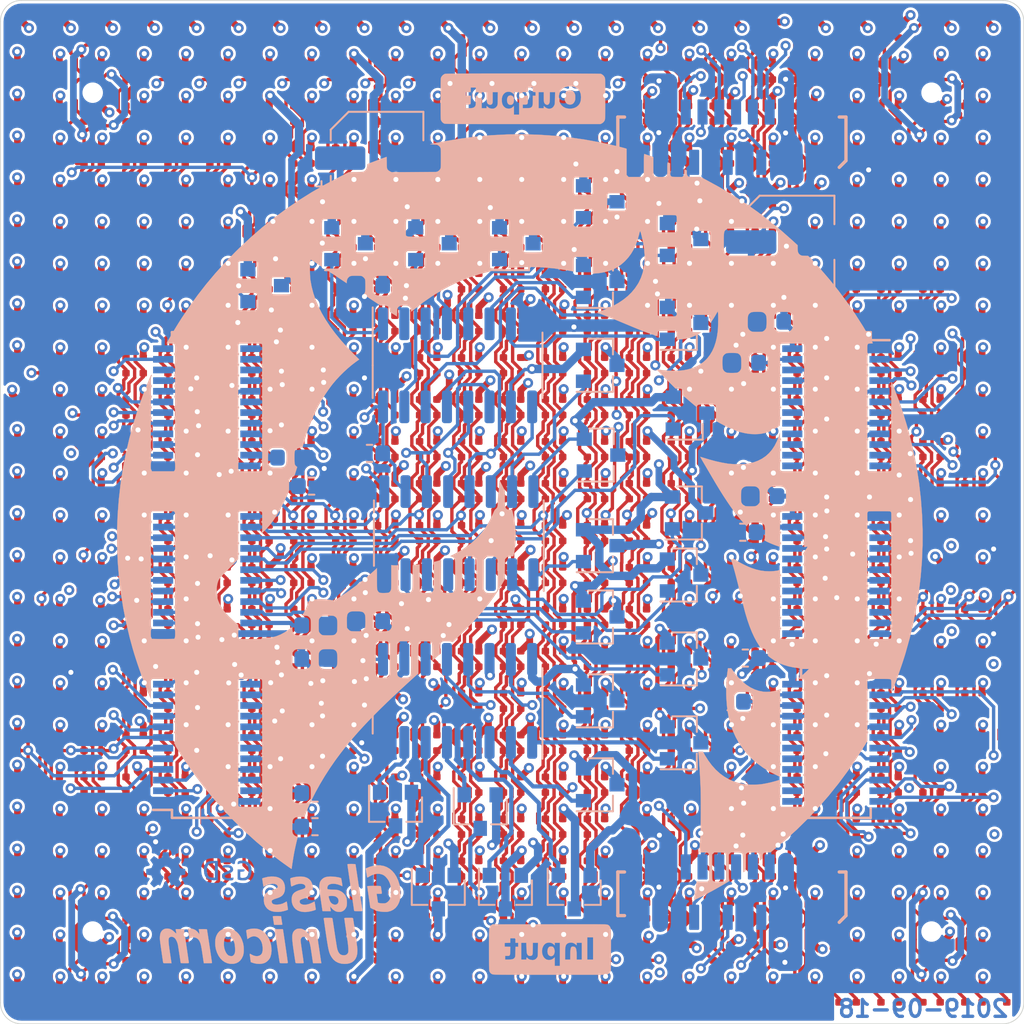
<source format=kicad_pcb>
(kicad_pcb (version 20171130) (host pcbnew 5.1.4-e60b266~84~ubuntu18.04.1)
  (layers (0 F.Cu signal) (1 In1.Cu signal) (2 In2.Cu signal) (31 B.Cu signal) (34 B.Paste user) (35 F.Paste user) (36 B.SilkS user) (37 F.SilkS user) (38 B.Mask user) (39 F.Mask user) (44 Edge.Cuts user))
  (net 0 "")
  (net 1 GND)
  (net 2 P_LED)
  (net 3 /ledArray/sheet5D7371BF/COM)
  (net 4 COL_RA0)
  (net 5 COL_BA0)
  (net 6 COL_GA0)
  (net 7 COL_RA8)
  (net 8 COL_BA8)
  (net 9 COL_GA8)
  (net 10 COL_RA16)
  (net 11 COL_BA16)
  (net 12 COL_GA16)
  (net 13 COL_RA1)
  (net 14 COL_BA1)
  (net 15 COL_GA1)
  (net 16 COL_RA9)
  (net 17 COL_BA9)
  (net 18 COL_GA9)
  (net 19 COL_RA17)
  (net 20 COL_BA17)
  (net 21 COL_GA17)
  (net 22 COL_RA2)
  (net 23 COL_BA2)
  (net 24 COL_GA2)
  (net 25 COL_RA10)
  (net 26 COL_BA10)
  (net 27 COL_GA10)
  (net 28 COL_RA18)
  (net 29 COL_BA18)
  (net 30 COL_GA18)
  (net 31 COL_RA3)
  (net 32 COL_BA3)
  (net 33 COL_GA3)
  (net 34 COL_RA11)
  (net 35 COL_BA11)
  (net 36 COL_GA11)
  (net 37 COL_RA19)
  (net 38 COL_BA19)
  (net 39 COL_GA19)
  (net 40 COL_RA4)
  (net 41 COL_BA4)
  (net 42 COL_GA4)
  (net 43 COL_RA12)
  (net 44 COL_BA12)
  (net 45 COL_GA12)
  (net 46 COL_RA20)
  (net 47 COL_BA20)
  (net 48 COL_GA20)
  (net 49 COL_RA5)
  (net 50 COL_BA5)
  (net 51 COL_GA5)
  (net 52 COL_RA13)
  (net 53 COL_BA13)
  (net 54 COL_GA13)
  (net 55 COL_RA21)
  (net 56 COL_BA21)
  (net 57 COL_GA21)
  (net 58 COL_RA6)
  (net 59 COL_BA6)
  (net 60 COL_GA6)
  (net 61 COL_RA14)
  (net 62 COL_BA14)
  (net 63 COL_GA14)
  (net 64 COL_RA22)
  (net 65 COL_BA22)
  (net 66 COL_GA22)
  (net 67 COL_RA7)
  (net 68 COL_BA7)
  (net 69 COL_GA7)
  (net 70 COL_RA15)
  (net 71 COL_BA15)
  (net 72 COL_GA15)
  (net 73 COL_RA23)
  (net 74 COL_BA23)
  (net 75 COL_GA23)
  (net 76 /ledArray/sheet5D7371D0/COM)
  (net 77 /ledArray/sheet5D7371E3/COM)
  (net 78 /ledArray/sheet5D7371F5/COM)
  (net 79 /ledArray/sheet5D737207/COM)
  (net 80 /ledArray/sheet5D737218/COM)
  (net 81 /ledArray/sheet5D73722B/COM)
  (net 82 /ledArray/sheet5D73723C/COM)
  (net 83 /ledArray/sheet5D7D53E6/COM)
  (net 84 /ledArray/sheet5D7D53F6/COM)
  (net 85 /ledArray/sheet5D7D5408/COM)
  (net 86 /ledArray/sheet5D7D5419/COM)
  (net 87 /ledArray/sheet5D7D542A/COM)
  (net 88 /ledArray/sheet5D7D543A/COM)
  (net 89 /ledArray/sheet5D7D544C/COM)
  (net 90 /ledArray/sheet5D7D545C/COM)
  (net 91 /ledArray/sheet5D82B273/COM)
  (net 92 /ledArray/sheet5D82B283/COM)
  (net 93 /ledArray/sheet5D82B295/COM)
  (net 94 /ledArray/sheet5D82B2A6/COM)
  (net 95 /ledArray/sheet5D82B2B7/COM)
  (net 96 /ledArray/sheet5D82B2C7/COM)
  (net 97 /ledArray/sheet5D82B2D9/COM)
  (net 98 /ledArray/sheet5D82B2E9/COM)
  (net 99 "Net-(Q1-Pad1)")
  (net 100 "Net-(Q2-Pad1)")
  (net 101 "Net-(Q3-Pad1)")
  (net 102 "Net-(Q4-Pad1)")
  (net 103 "Net-(Q5-Pad1)")
  (net 104 "Net-(Q6-Pad1)")
  (net 105 "Net-(Q7-Pad1)")
  (net 106 "Net-(Q8-Pad1)")
  (net 107 "Net-(Q9-Pad1)")
  (net 108 "Net-(Q10-Pad1)")
  (net 109 "Net-(Q11-Pad1)")
  (net 110 "Net-(Q12-Pad1)")
  (net 111 "Net-(Q13-Pad1)")
  (net 112 "Net-(Q14-Pad1)")
  (net 113 "Net-(Q15-Pad1)")
  (net 114 "Net-(Q16-Pad1)")
  (net 115 "Net-(Q17-Pad1)")
  (net 116 "Net-(Q18-Pad1)")
  (net 117 "Net-(Q19-Pad1)")
  (net 118 "Net-(Q20-Pad1)")
  (net 119 "Net-(Q21-Pad1)")
  (net 120 "Net-(Q22-Pad1)")
  (net 121 "Net-(Q23-Pad1)")
  (net 122 "Net-(Q24-Pad1)")
  (net 123 "Net-(R1-Pad1)")
  (net 124 "Net-(R2-Pad1)")
  (net 125 "Net-(R3-Pad1)")
  (net 126 "Net-(R4-Pad1)")
  (net 127 "Net-(R5-Pad1)")
  (net 128 "Net-(R6-Pad1)")
  (net 129 /ledArray/ROWdat)
  (net 130 "Net-(U1-Pad9)")
  (net 131 "Net-(U2-Pad9)")
  (net 132 "Net-(U4-Pad22)")
  (net 133 /ledArray/BLANK)
  (net 134 /ledArray/LATCH)
  (net 135 /ledArray/SCLK)
  (net 136 /ledArray/G)
  (net 137 /ledArray/R)
  (net 138 "Net-(U6-Pad22)")
  (net 139 /ledArray/B)
  (net 140 /ledArray/Gout)
  (net 141 "Net-(U7-Pad20)")
  (net 142 "Net-(U7-Pad19)")
  (net 143 "Net-(U7-Pad18)")
  (net 144 "Net-(U7-Pad17)")
  (net 145 "Net-(U7-Pad16)")
  (net 146 "Net-(U7-Pad15)")
  (net 147 "Net-(U7-Pad14)")
  (net 148 "Net-(U7-Pad13)")
  (net 149 /ledArray/Rout)
  (net 150 /ledArray/Bout)
  (net 151 "Net-(U9-Pad20)")
  (net 152 "Net-(U9-Pad19)")
  (net 153 "Net-(U9-Pad18)")
  (net 154 "Net-(U9-Pad17)")
  (net 155 "Net-(U9-Pad16)")
  (net 156 "Net-(U9-Pad15)")
  (net 157 "Net-(U9-Pad14)")
  (net 158 "Net-(U9-Pad13)")
  (net 159 "Net-(U5-Pad20)")
  (net 160 "Net-(U5-Pad19)")
  (net 161 "Net-(U5-Pad18)")
  (net 162 "Net-(U5-Pad17)")
  (net 163 "Net-(U5-Pad16)")
  (net 164 "Net-(U5-Pad15)")
  (net 165 "Net-(U5-Pad14)")
  (net 166 "Net-(U5-Pad13)")
  (net 167 "Net-(U8-Pad22)")
  (net 168 /ledArray/ROWblank)
  (net 169 /ledArray/ROWlatch)
  (net 170 /ledArray/ROWout)
  (module gsd_logo_small (layer B.Cu) (at 134.3 122.7 180)
    (fp_text reference G*** hide)
    (fp_text value LOGO hide)
    (fp_poly (pts (xy 0.809625 0.656049) (xy 0.948894 0.652824) (xy 1.055352 0.641742) (xy 1.138164 0.620435) (xy 1.206496 0.586535) (xy 1.269512 0.537672) (xy 1.270237 0.537018) (xy 1.340037 0.45732) (xy 1.386054 0.362298) (xy 1.410458 0.244688) (xy 1.415419 0.097228) (xy 1.413931 0.056017) (xy 1.39408 -0.106816) (xy 1.349894 -0.237949) (xy 1.279148 -0.339287) (xy 1.179619 -0.412731) (xy 1.049083 -0.460187) (xy 0.885316 -0.483556) (xy 0.779803 -0.486833) (xy 0.592667 -0.486833) (xy 0.592667 -0.338667) (xy 0.762 -0.338667) (xy 0.884039 -0.338667) (xy 0.998972 -0.327347) (xy 1.079303 -0.299395) (xy 1.160578 -0.233792) (xy 1.215228 -0.137724) (xy 1.243868 -0.009786) (xy 1.248834 0.087568) (xy 1.23982 0.236059) (xy 1.21085 0.349515) (xy 1.159033 0.431642) (xy 1.081476 0.486148) (xy 0.975288 0.516738) (xy 0.908005 0.524408) (xy 0.762 0.534855) (xy 0.762 -0.338667) (xy 0.592667 -0.338667) (xy 0.592667 0.656167) (xy 0.809625 0.656049)) (layer B.Cu) (width 0.01))
    (fp_poly (pts (xy 0.162577 0.408638) (xy 0.231651 0.397665) (xy 0.269226 0.38476) (xy 0.285863 0.363181) (xy 0.292122 0.326181) (xy 0.292151 0.325883) (xy 0.298552 0.260216) (xy 0.140244 0.270375) (xy 0.023554 0.274289) (xy -0.058453 0.267638) (xy -0.112413 0.249068) (xy -0.144962 0.217221) (xy -0.1483 0.211417) (xy -0.159408 0.158528) (xy -0.131713 0.111118) (xy -0.063856 0.06759) (xy -0.005378 0.043426) (xy 0.120986 -0.004376) (xy 0.212326 -0.044812) (xy 0.274186 -0.082617) (xy 0.312111 -0.122522) (xy 0.331646 -0.16926) (xy 0.338334 -0.227561) (xy 0.338667 -0.250217) (xy 0.332061 -0.319458) (xy 0.306108 -0.369754) (xy 0.275785 -0.401589) (xy 0.193201 -0.454029) (xy 0.081845 -0.489442) (xy -0.047579 -0.506087) (xy -0.184364 -0.50222) (xy -0.264583 -0.489528) (xy -0.310364 -0.472303) (xy -0.330277 -0.436937) (xy -0.334784 -0.40645) (xy -0.341485 -0.336834) (xy -0.228951 -0.353625) (xy -0.077646 -0.369325) (xy 0.038464 -0.366191) (xy 0.11832 -0.344321) (xy 0.151534 -0.318598) (xy 0.179753 -0.277874) (xy 0.1905 -0.251655) (xy 0.170586 -0.212403) (xy 0.114686 -0.169922) (xy 0.028559 -0.127998) (xy -0.031142 -0.106035) (xy -0.115912 -0.072019) (xy -0.195079 -0.030549) (xy -0.245396 0.004577) (xy -0.292577 0.05312) (xy -0.313312 0.100997) (xy -0.3175 0.159315) (xy -0.298442 0.24985) (xy -0.244324 0.323152) (xy -0.159727 0.376842) (xy -0.04923 0.40854) (xy 0.082583 0.415868) (xy 0.162577 0.408638)) (layer B.Cu) (width 0.01))
    (fp_poly (pts (xy -0.729586 0.662399) (xy -0.677333 0.647505) (xy -0.626418 0.62313) (xy -0.603622 0.588205) (xy -0.59668 0.543282) (xy -0.593267 0.492195) (xy -0.600915 0.471095) (xy -0.629252 0.474961) (xy -0.684652 0.497417) (xy -0.793084 0.52487) (xy -0.911313 0.52619) (xy -1.021487 0.502134) (xy -1.067329 0.481194) (xy -1.152001 0.414193) (xy -1.209167 0.323118) (xy -1.240724 0.203739) (xy -1.248833 0.077437) (xy -1.235812 -0.076285) (xy -1.196686 -0.196724) (xy -1.131367 -0.283993) (xy -1.039764 -0.338206) (xy -0.921786 -0.359477) (xy -0.902158 -0.359833) (xy -0.827591 -0.358133) (xy -0.78048 -0.347764) (xy -0.754524 -0.320825) (xy -0.743421 -0.269416) (xy -0.740872 -0.185636) (xy -0.740833 -0.157542) (xy -0.740833 0.019054) (xy -0.862541 0.025402) (xy -0.931356 0.030401) (xy -0.968596 0.039801) (xy -0.985008 0.059004) (xy -0.990947 0.089958) (xy -0.997645 0.148167) (xy -0.592666 0.148167) (xy -0.592666 -0.440359) (xy -0.661458 -0.46483) (xy -0.746414 -0.485276) (xy -0.850823 -0.496713) (xy -0.957542 -0.498477) (xy -1.049423 -0.489902) (xy -1.085247 -0.481267) (xy -1.208581 -0.422253) (xy -1.302342 -0.335079) (xy -1.367447 -0.218338) (xy -1.404808 -0.070623) (xy -1.413852 0.024121) (xy -1.40885 0.20249) (xy -1.373738 0.351868) (xy -1.307754 0.47377) (xy -1.210142 0.569709) (xy -1.111404 0.627564) (xy -0.992941 0.664104) (xy -0.859141 0.676016) (xy -0.729586 0.662399)) (layer B.Cu) (width 0.01))
  )
  (module oshw_small (layer B.Cu) (at 130.6 122.6 180)
    (fp_text reference G*** hide)
    (fp_text value LOGO hide)
    (fp_poly (pts (xy 0.034434 1.070644) (xy 0.067967 1.070441) (xy 0.094854 1.070081) (xy 0.115679 1.069545) (xy 0.131028 1.068815) (xy 0.141484 1.067873) (xy 0.147631 1.0667) (xy 0.14957 1.065823) (xy 0.151728 1.062359) (xy 0.154421 1.054534) (xy 0.157762 1.041831) (xy 0.161865 1.023736) (xy 0.166844 0.999734) (xy 0.172812 0.969309) (xy 0.179883 0.931946) (xy 0.18387 0.910492) (xy 0.191899 0.867626) (xy 0.198777 0.832133) (xy 0.204579 0.803667) (xy 0.20938 0.781882) (xy 0.213256 0.766433) (xy 0.216284 0.756974) (xy 0.218192 0.753437) (xy 0.223255 0.750437) (xy 0.23444 0.745046) (xy 0.250596 0.737743) (xy 0.270577 0.729006) (xy 0.293232 0.719311) (xy 0.317413 0.709137) (xy 0.34197 0.698962) (xy 0.365756 0.689262) (xy 0.387621 0.680517) (xy 0.406415 0.673202) (xy 0.420991 0.667796) (xy 0.430199 0.664778) (xy 0.432574 0.664308) (xy 0.436931 0.666453) (xy 0.446994 0.672572) (xy 0.46204 0.682192) (xy 0.48135 0.69484) (xy 0.504202 0.710041) (xy 0.529876 0.727323) (xy 0.557649 0.746211) (xy 0.566444 0.752231) (xy 0.594625 0.771491) (xy 0.620833 0.789294) (xy 0.644361 0.805167) (xy 0.664502 0.81864) (xy 0.68055 0.82924) (xy 0.691799 0.836496) (xy 0.697543 0.839936) (xy 0.698099 0.840154) (xy 0.702045 0.837466) (xy 0.710615 0.829883) (xy 0.723103 0.818125) (xy 0.738801 0.802913) (xy 0.757001 0.784968) (xy 0.776995 0.765011) (xy 0.798076 0.743762) (xy 0.819537 0.721943) (xy 0.840668 0.700273) (xy 0.860764 0.679473) (xy 0.879116 0.660265) (xy 0.895016 0.643369) (xy 0.907757 0.629505) (xy 0.916632 0.619395) (xy 0.920932 0.613759) (xy 0.921212 0.612916) (xy 0.918584 0.608605) (xy 0.912018 0.598596) (xy 0.902013 0.583627) (xy 0.889064 0.564435) (xy 0.873671 0.541758) (xy 0.856331 0.516332) (xy 0.837541 0.488894) (xy 0.834677 0.484721) (xy 0.815763 0.456987) (xy 0.798327 0.431061) (xy 0.782855 0.407691) (xy 0.769833 0.387628) (xy 0.759747 0.371622) (xy 0.753081 0.360422) (xy 0.750324 0.35478) (xy 0.750277 0.354467) (xy 0.751805 0.348645) (xy 0.756066 0.336833) (xy 0.762575 0.320162) (xy 0.770846 0.299763) (xy 0.780396 0.276769) (xy 0.790739 0.25231) (xy 0.801391 0.22752) (xy 0.811866 0.203529) (xy 0.821679 0.181469) (xy 0.830347 0.162471) (xy 0.837383 0.147669) (xy 0.842304 0.138192) (xy 0.844118 0.135445) (xy 0.847693 0.13317) (xy 0.854829 0.13053) (xy 0.866139 0.127386) (xy 0.882232 0.123601) (xy 0.903722 0.119039) (xy 0.931219 0.113561) (xy 0.965334 0.10703) (xy 0.996918 0.10112) (xy 1.037379 0.09352) (xy 1.070645 0.087079) (xy 1.097233 0.081681) (xy 1.117657 0.077211) (xy 1.132435 0.073556) (xy 1.142081 0.070599) (xy 1.147113 0.068226) (xy 1.147885 0.067505) (xy 1.149215 0.0638) (xy 1.150302 0.05616) (xy 1.151165 0.044) (xy 1.151823 0.026735) (xy 1.152293 0.003782) (xy 1.152594 -0.025445) (xy 1.152744 -0.061528) (xy 1.152769 -0.088391) (xy 1.152737 -0.127046) (xy 1.152622 -0.158623) (xy 1.152394 -0.183862) (xy 1.152024 -0.2035) (xy 1.151483 -0.218275) (xy 1.150742 -0.228927) (xy 1.149772 -0.236191) (xy 1.148544 -0.240808) (xy 1.147028 -0.243515) (xy 1.146629 -0.243952) (xy 1.140833 -0.248843) (xy 1.138213 -0.250093) (xy 1.133978 -0.250781) (xy 1.122934 -0.25274) (xy 1.105954 -0.25581) (xy 1.08391 -0.259832) (xy 1.057677 -0.264646) (xy 1.028128 -0.270094) (xy 0.996838 -0.275885) (xy 0.955612 -0.283642) (xy 0.921763 -0.290266) (xy 0.894946 -0.295832) (xy 0.874815 -0.300417) (xy 0.861026 -0.304097) (xy 0.853234 -0.30695) (xy 0.851445 -0.308124) (xy 0.848436 -0.313325) (xy 0.843095 -0.324719) (xy 0.835867 -0.341193) (xy 0.827199 -0.361634) (xy 0.817539 -0.38493) (xy 0.807332 -0.409969) (xy 0.797024 -0.435639) (xy 0.787064 -0.460827) (xy 0.777896 -0.48442) (xy 0.769968 -0.505307) (xy 0.763726 -0.522375) (xy 0.759617 -0.534513) (xy 0.758086 -0.540606) (xy 0.758085 -0.540687) (xy 0.760235 -0.545487) (xy 0.76635 -0.555935) (xy 0.775934 -0.571262) (xy 0.78849 -0.590698) (xy 0.803521 -0.613476) (xy 0.82053 -0.638825) (xy 0.838801 -0.665655) (xy 0.857314 -0.69275) (xy 0.874414 -0.717967) (xy 0.889593 -0.740547) (xy 0.902348 -0.759729) (xy 0.912171 -0.774754) (xy 0.918559 -0.784861) (xy 0.921002 -0.789276) (xy 0.918645 -0.793571) (xy 0.910956 -0.802932) (xy 0.898247 -0.817025) (xy 0.880834 -0.835513) (xy 0.859031 -0.858062) (xy 0.833152 -0.884336) (xy 0.813356 -0.904189) (xy 0.785293 -0.932138) (xy 0.762177 -0.954975) (xy 0.743486 -0.973171) (xy 0.728699 -0.987199) (xy 0.717295 -0.997529) (xy 0.708752 -1.004633) (xy 0.702549 -1.008984) (xy 0.698165 -1.011053) (xy 0.695078 -1.011313) (xy 0.695008 -1.011299) (xy 0.689679 -1.008695) (xy 0.678758 -1.002154) (xy 0.663066 -0.99221) (xy 0.643424 -0.979394) (xy 0.62065 -0.964241) (xy 0.595565 -0.947284) (xy 0.576538 -0.93426) (xy 0.550366 -0.916286) (xy 0.526022 -0.899625) (xy 0.504309 -0.884826) (xy 0.486032 -0.872434) (xy 0.471995 -0.862994) (xy 0.463004 -0.857053) (xy 0.460102 -0.855246) (xy 0.457078 -0.854255) (xy 0.452913 -0.85445) (xy 0.446778 -0.856201) (xy 0.437842 -0.859876) (xy 0.425276 -0.865845) (xy 0.40825 -0.874477) (xy 0.385936 -0.886143) (xy 0.360636 -0.899546) (xy 0.347626 -0.906182) (xy 0.339529 -0.909288) (xy 0.33452 -0.909294) (xy 0.330772 -0.90663) (xy 0.330728 -0.906585) (xy 0.328208 -0.901935) (xy 0.32306 -0.890769) (xy 0.315582 -0.873809) (xy 0.306072 -0.851778) (xy 0.294829 -0.825397) (xy 0.282152 -0.795391) (xy 0.268338 -0.762481) (xy 0.253687 -0.727389) (xy 0.238496 -0.690838) (xy 0.223064 -0.653551) (xy 0.20769 -0.616249) (xy 0.192671 -0.579657) (xy 0.178307 -0.544495) (xy 0.164895 -0.511487) (xy 0.152734 -0.481354) (xy 0.142123 -0.45482) (xy 0.133359 -0.432607) (xy 0.126742 -0.415438) (xy 0.122569 -0.404034) (xy 0.121139 -0.399138) (xy 0.124539 -0.392081) (xy 0.134948 -0.383227) (xy 0.143608 -0.377584) (xy 0.188619 -0.346069) (xy 0.227109 -0.310716) (xy 0.258915 -0.271782) (xy 0.283869 -0.229527) (xy 0.301808 -0.184209) (xy 0.312567 -0.136086) (xy 0.315359 -0.108587) (xy 0.314642 -0.058353) (xy 0.306583 -0.010097) (xy 0.291531 0.035584) (xy 0.269836 0.078095) (xy 0.241847 0.11684) (xy 0.207914 0.151221) (xy 0.168387 0.180642) (xy 0.134816 0.19932) (xy 0.09804 0.215073) (xy 0.063083 0.225281) (xy 0.027012 0.2306) (xy -0.009769 0.23174) (xy -0.059615 0.227366) (xy -0.107125 0.215762) (xy -0.151692 0.19732) (xy -0.19271 0.172431) (xy -0.229573 0.141486) (xy -0.261673 0.104878) (xy -0.288405 0.062998) (xy -0.296711 0.046464) (xy -0.308777 0.018535) (xy -0.317161 -0.006857) (xy -0.322405 -0.032291) (xy -0.325047 -0.060349) (xy -0.325639 -0.091831) (xy -0.325267 -0.115171) (xy -0.324232 -0.133197) (xy -0.322223 -0.148402) (xy -0.31893 -0.163281) (xy -0.315036 -0.177048) (xy -0.299291 -0.220105) (xy -0.278927 -0.258768) (xy -0.253213 -0.293987) (xy -0.221415 -0.326713) (xy -0.182801 -0.357897) (xy -0.167177 -0.368869) (xy -0.15294 -0.378857) (xy -0.141274 -0.387637) (xy -0.133636 -0.394076) (xy -0.131448 -0.396632) (xy -0.132459 -0.401252) (xy -0.136161 -0.4122) (xy -0.142219 -0.428599) (xy -0.150296 -0.449572) (xy -0.160055 -0.474241) (xy -0.171161 -0.50173) (xy -0.179518 -0.522086) (xy -0.193998 -0.557143) (xy -0.210561 -0.597269) (xy -0.228319 -0.640305) (xy -0.246379 -0.684094) (xy -0.263853 -0.726476) (xy -0.279849 -0.765293) (xy -0.283708 -0.774661) (xy -0.30004 -0.813926) (xy -0.313973 -0.846607) (xy -0.325441 -0.872561) (xy -0.334378 -0.89164) (xy -0.340718 -0.903701) (xy -0.344396 -0.908596) (xy -0.344568 -0.908672) (xy -0.350459 -0.907652) (xy -0.362082 -0.903112) (xy -0.378438 -0.895496) (xy -0.398524 -0.885252) (xy -0.405826 -0.881357) (xy -0.424649 -0.871324) (xy -0.441113 -0.862757) (xy -0.453973 -0.856287) (xy -0.46198 -0.852547) (xy -0.463947 -0.851877) (xy -0.467846 -0.854015) (xy -0.477435 -0.860098) (xy -0.491969 -0.869632) (xy -0.510708 -0.882121) (xy -0.532909 -0.897072) (xy -0.557828 -0.913989) (xy -0.584152 -0.931985) (xy -0.611219 -0.950401) (xy -0.636511 -0.967326) (xy -0.659249 -0.982258) (xy -0.678656 -0.994701) (xy -0.693953 -1.004152) (xy -0.704362 -1.010115) (xy -0.709029 -1.012093) (xy -0.714317 -1.009227) (xy -0.724895 -1.00064) (xy -0.740744 -0.986349) (xy -0.761845 -0.96637) (xy -0.788182 -0.940721) (xy -0.819737 -0.909417) (xy -0.823573 -0.905582) (xy -0.854778 -0.874147) (xy -0.880703 -0.847573) (xy -0.901264 -0.825951) (xy -0.916376 -0.809369) (xy -0.925955 -0.797919) (xy -0.929919 -0.79169) (xy -0.930031 -0.791085) (xy -0.92788 -0.786115) (xy -0.921763 -0.775509) (xy -0.912177 -0.760045) (xy -0.899622 -0.740501) (xy -0.884598 -0.717654) (xy -0.867603 -0.692282) (xy -0.849923 -0.666309) (xy -0.829505 -0.636295) (xy -0.811454 -0.609266) (xy -0.796155 -0.585826) (xy -0.783993 -0.566582) (xy -0.775352 -0.552136) (xy -0.770619 -0.543095) (xy -0.769815 -0.540513) (xy -0.771264 -0.534264) (xy -0.77531 -0.521968) (xy -0.781505 -0.504746) (xy -0.789401 -0.483717) (xy -0.79855 -0.460001) (xy -0.808503 -0.434718) (xy -0.818812 -0.408988) (xy -0.829028 -0.38393) (xy -0.838704 -0.360665) (xy -0.847389 -0.340312) (xy -0.854637 -0.323991) (xy -0.859999 -0.312821) (xy -0.862902 -0.308036) (xy -0.867671 -0.305602) (xy -0.87803 -0.302427) (xy -0.894356 -0.298426) (xy -0.917028 -0.293518) (xy -0.946424 -0.287618) (xy -0.982922 -0.280644) (xy -1.010138 -0.275586) (xy -1.047747 -0.268606) (xy -1.078379 -0.262788) (xy -1.102761 -0.257964) (xy -1.121618 -0.253968) (xy -1.135675 -0.250632) (xy -1.145658 -0.24779) (xy -1.152293 -0.245274) (xy -1.156305 -0.242918) (xy -1.157654 -0.241632) (xy -1.15942 -0.239026) (xy -1.160856 -0.235261) (xy -1.161994 -0.229569) (xy -1.162869 -0.221179) (xy -1.163515 -0.209321) (xy -1.163965 -0.193226) (xy -1.164254 -0.172124) (xy -1.164415 -0.145246) (xy -1.164483 -0.111821) (xy -1.164492 -0.086283) (xy -1.164428 -0.045824) (xy -1.164221 -0.01259) (xy -1.163855 0.014004) (xy -1.163309 0.034547) (xy -1.162566 0.049626) (xy -1.161607 0.05983) (xy -1.160413 0.065746) (xy -1.159607 0.06744) (xy -1.155945 0.069673) (xy -1.147653 0.072467) (xy -1.134227 0.075935) (xy -1.115162 0.080188) (xy -1.089954 0.085337) (xy -1.058098 0.091496) (xy -1.019091 0.098774) (xy -1.014046 0.099703) (xy -0.981474 0.105744) (xy -0.950996 0.111504) (xy -0.92355 0.116796) (xy -0.900074 0.121436) (xy -0.881505 0.125239) (xy -0.86878 0.128019) (xy -0.862911 0.129562) (xy -0.859518 0.13152) (xy -0.855885 0.135299) (xy -0.851618 0.141672) (xy -0.846325 0.151412) (xy -0.839613 0.165293) (xy -0.831087 0.184087) (xy -0.820354 0.208567) (xy -0.807226 0.239032) (xy -0.795686 0.266257) (xy -0.785233 0.291524) (xy -0.776256 0.313841) (xy -0.769147 0.332215) (xy -0.764295 0.345655) (xy -0.762091 0.353168) (xy -0.762 0.353986) (xy -0.764265 0.359917) (xy -0.770911 0.371817) (xy -0.781717 0.389337) (xy -0.796461 0.412131) (xy -0.814922 0.43985) (xy -0.836876 0.472148) (xy -0.844752 0.483608) (xy -0.863574 0.511131) (xy -0.880974 0.536957) (xy -0.896447 0.560306) (xy -0.909488 0.580402) (xy -0.919593 0.596466) (xy -0.926256 0.607719) (xy -0.928974 0.613383) (xy -0.928997 0.613507) (xy -0.928723 0.616663) (xy -0.926741 0.620996) (xy -0.922573 0.627032) (xy -0.915741 0.635298) (xy -0.905766 0.646322) (xy -0.892169 0.66063) (xy -0.874471 0.678749) (xy -0.852194 0.701206) (xy -0.824859 0.728528) (xy -0.821132 0.732243) (xy -0.789304 0.763769) (xy -0.762732 0.789677) (xy -0.74133 0.810047) (xy -0.725007 0.824962) (xy -0.713675 0.834505) (xy -0.707246 0.838758) (xy -0.705927 0.838966) (xy -0.701497 0.836315) (xy -0.69137 0.829716) (xy -0.676277 0.819663) (xy -0.656953 0.806651) (xy -0.634129 0.791172) (xy -0.608539 0.773722) (xy -0.580914 0.754793) (xy -0.574689 0.750515) (xy -0.546742 0.731402) (xy -0.520662 0.713761) (xy -0.497181 0.69807) (xy -0.477028 0.68481) (xy -0.460937 0.674462) (xy -0.449637 0.667505) (xy -0.44386 0.664419) (xy -0.443397 0.664307) (xy -0.438246 0.665738) (xy -0.426954 0.669755) (xy -0.410596 0.675946) (xy -0.390249 0.683898) (xy -0.366989 0.6932) (xy -0.350632 0.69985) (xy -0.317571 0.713385) (xy -0.291012 0.724298) (xy -0.270221 0.732923) (xy -0.254468 0.739595) (xy -0.24302 0.744651) (xy -0.235143 0.748424) (xy -0.230107 0.751249) (xy -0.227177 0.753463) (xy -0.225623 0.7554) (xy -0.224711 0.757395) (xy -0.224679 0.757476) (xy -0.223541 0.762317) (xy -0.221174 0.773804) (xy -0.217774 0.790899) (xy -0.213539 0.812567) (xy -0.208664 0.837768) (xy -0.203347 0.865466) (xy -0.197785 0.894622) (xy -0.192175 0.9242) (xy -0.186713 0.953161) (xy -0.181597 0.980468) (xy -0.177024 1.005084) (xy -0.17319 1.025971) (xy -0.170292 1.042092) (xy -0.168528 1.052408) (xy -0.168065 1.055775) (xy -0.165582 1.060348) (xy -0.16189 1.064567) (xy -0.159523 1.066154) (xy -0.155419 1.067447) (xy -0.14884 1.068475) (xy -0.139047 1.069267) (xy -0.125302 1.069852) (xy -0.106868 1.070259) (xy -0.083005 1.070518) (xy -0.052976 1.070657) (xy -0.016043 1.070706) (xy -0.006329 1.070708) (xy 0.034434 1.070644)) (layer B.Cu) (width 0.01))
  )
  (module art (layer B.Cu) (at 151.25 101.25 180)
    (fp_text reference G*** hide)
    (fp_text value LOGO hide)
  )
  (module Package_TO_SOT_SMD:SOT-23 (layer B.Cu) (at 161.85 95.35)
    (fp_text reference Q11 hide)
    (fp_text value 3412 hide)
    (pad 3 smd rect (at 1 0) (size 0.9 0.8) (layers B.Cu B.Paste B.Mask) (net 86 /ledArray/sheet5D7D5419/COM))
    (pad 2 smd rect (at -1 -0.95) (size 0.9 0.8) (layers B.Cu B.Paste B.Mask) (net 2 P_LED))
    (pad 1 smd rect (at -1 0.95) (size 0.9 0.8) (layers B.Cu B.Paste B.Mask) (net 109 "Net-(Q11-Pad1)"))
  )
  (module "gkl_conn:FH12-20S-0.5SVA(54)" (layer B.Cu) (at 164.35 78.9)
    (fp_text reference J2 hide)
    (fp_text value Conn_01x20_Shielded hide)
    (pad 20 smd roundrect (at -4.75 -1.5) (size 0.6 1.5) (layers B.Cu B.Paste B.Mask) (roundrect_rratio 0.1) (net 2 P_LED))
    (pad 19 smd roundrect (at -4.25 1.5) (size 0.6 1.5) (layers B.Cu B.Paste B.Mask) (roundrect_rratio 0.1) (net 2 P_LED))
    (pad 18 smd roundrect (at -3.75 -1.5) (size 0.6 1.5) (layers B.Cu B.Paste B.Mask) (roundrect_rratio 0.1) (net 2 P_LED))
    (pad 17 smd roundrect (at -3.25 1.5) (size 0.6 1.5) (layers B.Cu B.Paste B.Mask) (roundrect_rratio 0.1) (net 1 GND))
    (pad 16 smd roundrect (at -2.75 -1.5) (size 0.6 1.5) (layers B.Cu B.Paste B.Mask) (roundrect_rratio 0.1) (net 168 /ledArray/ROWblank))
    (pad 15 smd roundrect (at -2.25 1.5) (size 0.6 1.5) (layers B.Cu B.Paste B.Mask) (roundrect_rratio 0.1) (net 169 /ledArray/ROWlatch))
    (pad 14 smd roundrect (at -1.75 -1.5) (size 0.6 1.5) (layers B.Cu B.Paste B.Mask) (roundrect_rratio 0.1) (net 170 /ledArray/ROWout))
    (pad 13 smd roundrect (at -1.25 1.5) (size 0.6 1.5) (layers B.Cu B.Paste B.Mask) (roundrect_rratio 0.1) (net 1 GND))
    (pad 12 smd roundrect (at -0.75 -1.5) (size 0.6 1.5) (layers B.Cu B.Paste B.Mask) (roundrect_rratio 0.1) (net 133 /ledArray/BLANK))
    (pad 11 smd roundrect (at -0.25 1.5) (size 0.6 1.5) (layers B.Cu B.Paste B.Mask) (roundrect_rratio 0.1) (net 134 /ledArray/LATCH))
    (pad 10 smd roundrect (at 0.25 -1.5) (size 0.6 1.5) (layers B.Cu B.Paste B.Mask) (roundrect_rratio 0.1) (net 135 /ledArray/SCLK))
    (pad 9 smd roundrect (at 0.75 1.5) (size 0.6 1.5) (layers B.Cu B.Paste B.Mask) (roundrect_rratio 0.1) (net 1 GND))
    (pad 8 smd roundrect (at 1.25 -1.5) (size 0.6 1.5) (layers B.Cu B.Paste B.Mask) (roundrect_rratio 0.1) (net 150 /ledArray/Bout))
    (pad 7 smd roundrect (at 1.75 1.5) (size 0.6 1.5) (layers B.Cu B.Paste B.Mask) (roundrect_rratio 0.1) (net 149 /ledArray/Rout))
    (pad 6 smd roundrect (at 2.25 -1.5) (size 0.6 1.5) (layers B.Cu B.Paste B.Mask) (roundrect_rratio 0.1) (net 140 /ledArray/Gout))
    (pad 5 smd roundrect (at 2.75 1.5) (size 0.6 1.5) (layers B.Cu B.Paste B.Mask) (roundrect_rratio 0.1) (net 2 P_LED))
    (pad 4 smd roundrect (at 3.25 -1.5) (size 0.6 1.5) (layers B.Cu B.Paste B.Mask) (roundrect_rratio 0.1) (net 2 P_LED))
    (pad 3 smd roundrect (at 3.75 1.5) (size 0.6 1.5) (layers B.Cu B.Paste B.Mask) (roundrect_rratio 0.1) (net 2 P_LED))
    (pad 2 smd roundrect (at 4.25 -1.5) (size 0.6 1.5) (layers B.Cu B.Paste B.Mask) (roundrect_rratio 0.1) (net 1 GND))
    (pad 1 smd roundrect (at 4.75 1.5) (size 0.6 1.5) (layers B.Cu B.Paste B.Mask) (roundrect_rratio 0.1) (net 1 GND))
    (pad SH smd roundrect (at 5.75 -1.35) (size 0.8 1.8) (layers B.Cu B.Paste B.Mask) (roundrect_rratio 0.1) (net 1 GND))
    (pad SH smd roundrect (at 5.75 1.35) (size 0.8 1.8) (layers B.Cu B.Paste B.Mask) (roundrect_rratio 0.1) (net 1 GND))
    (pad SH smd roundrect (at -5.75 -1.35) (size 0.8 1.8) (layers B.Cu B.Paste B.Mask) (roundrect_rratio 0.1) (net 1 GND))
    (pad SH smd roundrect (at -5.75 1.35) (size 0.8 1.8) (layers B.Cu B.Paste B.Mask) (roundrect_rratio 0.1) (net 1 GND))
  )
  (module "gkl_conn:FH12-20S-0.5SVA(54)" (layer B.Cu) (at 164.35 123.9)
    (fp_text reference J1 hide)
    (fp_text value Conn_01x20_Shielded hide)
    (pad 20 smd roundrect (at -4.75 -1.5) (size 0.6 1.5) (layers B.Cu B.Paste B.Mask) (roundrect_rratio 0.1) (net 2 P_LED))
    (pad 19 smd roundrect (at -4.25 1.5) (size 0.6 1.5) (layers B.Cu B.Paste B.Mask) (roundrect_rratio 0.1) (net 2 P_LED))
    (pad 18 smd roundrect (at -3.75 -1.5) (size 0.6 1.5) (layers B.Cu B.Paste B.Mask) (roundrect_rratio 0.1) (net 2 P_LED))
    (pad 17 smd roundrect (at -3.25 1.5) (size 0.6 1.5) (layers B.Cu B.Paste B.Mask) (roundrect_rratio 0.1) (net 1 GND))
    (pad 16 smd roundrect (at -2.75 -1.5) (size 0.6 1.5) (layers B.Cu B.Paste B.Mask) (roundrect_rratio 0.1) (net 168 /ledArray/ROWblank))
    (pad 15 smd roundrect (at -2.25 1.5) (size 0.6 1.5) (layers B.Cu B.Paste B.Mask) (roundrect_rratio 0.1) (net 169 /ledArray/ROWlatch))
    (pad 14 smd roundrect (at -1.75 -1.5) (size 0.6 1.5) (layers B.Cu B.Paste B.Mask) (roundrect_rratio 0.1) (net 129 /ledArray/ROWdat))
    (pad 13 smd roundrect (at -1.25 1.5) (size 0.6 1.5) (layers B.Cu B.Paste B.Mask) (roundrect_rratio 0.1) (net 1 GND))
    (pad 12 smd roundrect (at -0.75 -1.5) (size 0.6 1.5) (layers B.Cu B.Paste B.Mask) (roundrect_rratio 0.1) (net 133 /ledArray/BLANK))
    (pad 11 smd roundrect (at -0.25 1.5) (size 0.6 1.5) (layers B.Cu B.Paste B.Mask) (roundrect_rratio 0.1) (net 134 /ledArray/LATCH))
    (pad 10 smd roundrect (at 0.25 -1.5) (size 0.6 1.5) (layers B.Cu B.Paste B.Mask) (roundrect_rratio 0.1) (net 135 /ledArray/SCLK))
    (pad 9 smd roundrect (at 0.75 1.5) (size 0.6 1.5) (layers B.Cu B.Paste B.Mask) (roundrect_rratio 0.1) (net 1 GND))
    (pad 8 smd roundrect (at 1.25 -1.5) (size 0.6 1.5) (layers B.Cu B.Paste B.Mask) (roundrect_rratio 0.1) (net 139 /ledArray/B))
    (pad 7 smd roundrect (at 1.75 1.5) (size 0.6 1.5) (layers B.Cu B.Paste B.Mask) (roundrect_rratio 0.1) (net 137 /ledArray/R))
    (pad 6 smd roundrect (at 2.25 -1.5) (size 0.6 1.5) (layers B.Cu B.Paste B.Mask) (roundrect_rratio 0.1) (net 136 /ledArray/G))
    (pad 5 smd roundrect (at 2.75 1.5) (size 0.6 1.5) (layers B.Cu B.Paste B.Mask) (roundrect_rratio 0.1) (net 2 P_LED))
    (pad 4 smd roundrect (at 3.25 -1.5) (size 0.6 1.5) (layers B.Cu B.Paste B.Mask) (roundrect_rratio 0.1) (net 2 P_LED))
    (pad 3 smd roundrect (at 3.75 1.5) (size 0.6 1.5) (layers B.Cu B.Paste B.Mask) (roundrect_rratio 0.1) (net 2 P_LED))
    (pad 2 smd roundrect (at 4.25 -1.5) (size 0.6 1.5) (layers B.Cu B.Paste B.Mask) (roundrect_rratio 0.1) (net 1 GND))
    (pad 1 smd roundrect (at 4.75 1.5) (size 0.6 1.5) (layers B.Cu B.Paste B.Mask) (roundrect_rratio 0.1) (net 1 GND))
    (pad SH smd roundrect (at 5.75 -1.35) (size 0.8 1.8) (layers B.Cu B.Paste B.Mask) (roundrect_rratio 0.1) (net 1 GND))
    (pad SH smd roundrect (at 5.75 1.35) (size 0.8 1.8) (layers B.Cu B.Paste B.Mask) (roundrect_rratio 0.1) (net 1 GND))
    (pad SH smd roundrect (at -5.75 -1.35) (size 0.8 1.8) (layers B.Cu B.Paste B.Mask) (roundrect_rratio 0.1) (net 1 GND))
    (pad SH smd roundrect (at -5.75 1.35) (size 0.8 1.8) (layers B.Cu B.Paste B.Mask) (roundrect_rratio 0.1) (net 1 GND))
  )
  (module Capacitor_SMD:CP_Elec_5x3.9 (layer B.Cu) (at 143.2 80.15)
    (fp_text reference C11 hide)
    (fp_text value 100uF hide)
    (pad 2 smd roundrect (at 2.2 0) (size 3 1.4) (layers B.Cu B.Paste B.Mask) (roundrect_rratio 0.156) (net 1 GND))
    (pad 1 smd roundrect (at -2.2 0) (size 3 1.4) (layers B.Cu B.Paste B.Mask) (roundrect_rratio 0.156) (net 2 P_LED))
  )
  (module Capacitor_SMD:CP_Elec_5x3.9 (layer B.Cu) (at 167.7 85.15)
    (fp_text reference C10 hide)
    (fp_text value 100uF hide)
    (pad 2 smd roundrect (at 2.2 0) (size 3 1.4) (layers B.Cu B.Paste B.Mask) (roundrect_rratio 0.156) (net 1 GND))
    (pad 1 smd roundrect (at -2.2 0) (size 3 1.4) (layers B.Cu B.Paste B.Mask) (roundrect_rratio 0.156) (net 2 P_LED))
  )
  (module Package_SO:SSOP-24_3.9x8.7mm_P0.635mm (layer B.Cu) (at 170.55 105 180)
    (fp_text reference U7 hide)
    (fp_text value TLC59025 hide)
    (pad 24 smd rect (at 2.6 3.4925 180) (size 1.2 0.4) (layers B.Cu B.Paste B.Mask) (net 2 P_LED))
    (pad 23 smd rect (at 2.6 2.8575 180) (size 1.2 0.4) (layers B.Cu B.Paste B.Mask) (net 126 "Net-(R4-Pad1)"))
    (pad 22 smd rect (at 2.6 2.2225 180) (size 1.2 0.4) (layers B.Cu B.Paste B.Mask) (net 149 /ledArray/Rout))
    (pad 21 smd rect (at 2.6 1.5875 180) (size 1.2 0.4) (layers B.Cu B.Paste B.Mask) (net 133 /ledArray/BLANK))
    (pad 20 smd rect (at 2.6 0.9525 180) (size 1.2 0.4) (layers B.Cu B.Paste B.Mask) (net 141 "Net-(U7-Pad20)"))
    (pad 19 smd rect (at 2.6 0.3175 180) (size 1.2 0.4) (layers B.Cu B.Paste B.Mask) (net 142 "Net-(U7-Pad19)"))
    (pad 18 smd rect (at 2.6 -0.3175 180) (size 1.2 0.4) (layers B.Cu B.Paste B.Mask) (net 143 "Net-(U7-Pad18)"))
    (pad 17 smd rect (at 2.6 -0.9525 180) (size 1.2 0.4) (layers B.Cu B.Paste B.Mask) (net 144 "Net-(U7-Pad17)"))
    (pad 16 smd rect (at 2.6 -1.5875 180) (size 1.2 0.4) (layers B.Cu B.Paste B.Mask) (net 145 "Net-(U7-Pad16)"))
    (pad 15 smd rect (at 2.6 -2.2225 180) (size 1.2 0.4) (layers B.Cu B.Paste B.Mask) (net 146 "Net-(U7-Pad15)"))
    (pad 14 smd rect (at 2.6 -2.8575 180) (size 1.2 0.4) (layers B.Cu B.Paste B.Mask) (net 147 "Net-(U7-Pad14)"))
    (pad 13 smd rect (at 2.6 -3.4925 180) (size 1.2 0.4) (layers B.Cu B.Paste B.Mask) (net 148 "Net-(U7-Pad13)"))
    (pad 12 smd rect (at -2.6 -3.4925 180) (size 1.2 0.4) (layers B.Cu B.Paste B.Mask) (net 73 COL_RA23))
    (pad 11 smd rect (at -2.6 -2.8575 180) (size 1.2 0.4) (layers B.Cu B.Paste B.Mask) (net 64 COL_RA22))
    (pad 10 smd rect (at -2.6 -2.2225 180) (size 1.2 0.4) (layers B.Cu B.Paste B.Mask) (net 55 COL_RA21))
    (pad 9 smd rect (at -2.6 -1.5875 180) (size 1.2 0.4) (layers B.Cu B.Paste B.Mask) (net 46 COL_RA20))
    (pad 8 smd rect (at -2.6 -0.9525 180) (size 1.2 0.4) (layers B.Cu B.Paste B.Mask) (net 37 COL_RA19))
    (pad 7 smd rect (at -2.6 -0.3175 180) (size 1.2 0.4) (layers B.Cu B.Paste B.Mask) (net 28 COL_RA18))
    (pad 6 smd rect (at -2.6 0.3175 180) (size 1.2 0.4) (layers B.Cu B.Paste B.Mask) (net 19 COL_RA17))
    (pad 5 smd rect (at -2.6 0.9525 180) (size 1.2 0.4) (layers B.Cu B.Paste B.Mask) (net 10 COL_RA16))
    (pad 4 smd rect (at -2.6 1.5875 180) (size 1.2 0.4) (layers B.Cu B.Paste B.Mask) (net 134 /ledArray/LATCH))
    (pad 3 smd rect (at -2.6 2.2225 180) (size 1.2 0.4) (layers B.Cu B.Paste B.Mask) (net 135 /ledArray/SCLK))
    (pad 2 smd rect (at -2.6 2.8575 180) (size 1.2 0.4) (layers B.Cu B.Paste B.Mask) (net 138 "Net-(U6-Pad22)"))
    (pad 1 smd rect (at -2.6 3.4925 180) (size 1.2 0.4) (layers B.Cu B.Paste B.Mask) (net 1 GND))
  )
  (module Resistor_SMD:R_0603_1608Metric (layer B.Cu) (at 138.05 98)
    (fp_text reference R1 hide)
    (fp_text value R hide)
    (pad 2 smd roundrect (at 0.7875 0) (size 0.875 0.95) (layers B.Cu B.Paste B.Mask) (net 1 GND))
    (pad 1 smd roundrect (at -0.7875 0) (size 0.875 0.95) (layers B.Cu B.Paste B.Mask) (net 123 "Net-(R1-Pad1)"))
  )
  (module gkl_led:led_rbag_2121_dense (layer F.Cu) (at 170 107.5)
    (fp_text reference D356 hide)
    (fp_text value LED_ARGB hide)
    (pad 1 smd roundrect (at -0.735 -0.465) (size 0.443 0.406) (layers F.Cu F.Paste F.Mask) (roundrect_rratio 0.197) (net 89 /ledArray/sheet5D7D544C/COM))
    (pad 2 smd roundrect (at 0.735 -0.465) (size 0.443 0.406) (layers F.Cu F.Paste F.Mask) (roundrect_rratio 0.197) (net 37 COL_RA19))
    (pad 4 smd roundrect (at -0.735 0.465) (size 0.443 0.406) (layers F.Cu F.Paste F.Mask) (roundrect_rratio 0.197) (net 38 COL_BA19))
    (pad 3 smd roundrect (at 0.735 0.465) (size 0.443 0.406) (layers F.Cu F.Paste F.Mask) (roundrect_rratio 0.197) (net 39 COL_GA19))
  )
  (module MountingHole:MountingHole_2.1mm (layer F.Cu) (at 176.25 126.25)
    (fp_text reference REF** hide)
    (fp_text value MountingHole_2.1mm hide)
    (pad "" np_thru_hole circle (at 0 0) (size 0.9 0.9) (drill 0.9) (layers *.Cu *.Mask))
  )
  (module MountingHole:MountingHole_2.1mm (layer F.Cu) (at 126.25 126.25)
    (fp_text reference REF** hide)
    (fp_text value MountingHole_2.1mm hide)
    (pad "" np_thru_hole circle (at 0 0) (size 0.9 0.9) (drill 0.9) (layers *.Cu *.Mask))
  )
  (module MountingHole:MountingHole_2.1mm (layer F.Cu) (at 176.25 76.25)
    (fp_text reference REF** hide)
    (fp_text value MountingHole_2.1mm hide)
    (pad "" np_thru_hole circle (at 0 0) (size 0.9 0.9) (drill 0.9) (layers *.Cu *.Mask))
  )
  (module MountingHole:MountingHole_2.1mm (layer F.Cu) (at 126.25 76.25)
    (fp_text reference REF** hide)
    (fp_text value MountingHole_2.1mm hide)
    (pad "" np_thru_hole circle (at 0 0) (size 0.9 0.9) (drill 0.9) (layers *.Cu *.Mask))
  )
  (module Package_SO:SOIC-16_3.9x9.9mm_P1.27mm (layer B.Cu) (at 148 112.5 90)
    (fp_text reference U3 hide)
    (fp_text value 74HC595 hide)
    (pad 16 smd roundrect (at 2.475 4.445 90) (size 1.95 0.6) (layers B.Cu B.Paste B.Mask) (net 2 P_LED))
    (pad 15 smd roundrect (at 2.475 3.175 90) (size 1.95 0.6) (layers B.Cu B.Paste B.Mask) (net 101 "Net-(Q3-Pad1)"))
    (pad 14 smd roundrect (at 2.475 1.905 90) (size 1.95 0.6) (layers B.Cu B.Paste B.Mask) (net 131 "Net-(U2-Pad9)"))
    (pad 13 smd roundrect (at 2.475 0.635 90) (size 1.95 0.6) (layers B.Cu B.Paste B.Mask) (net 168 /ledArray/ROWblank))
    (pad 12 smd roundrect (at 2.475 -0.635 90) (size 1.95 0.6) (layers B.Cu B.Paste B.Mask) (net 169 /ledArray/ROWlatch))
    (pad 11 smd roundrect (at 2.475 -1.905 90) (size 1.95 0.6) (layers B.Cu B.Paste B.Mask) (net 135 /ledArray/SCLK))
    (pad 10 smd roundrect (at 2.475 -3.175 90) (size 1.95 0.6) (layers B.Cu B.Paste B.Mask) (net 2 P_LED))
    (pad 9 smd roundrect (at 2.475 -4.445 90) (size 1.95 0.6) (layers B.Cu B.Paste B.Mask) (net 170 /ledArray/ROWout))
    (pad 8 smd roundrect (at -2.475 -4.445 90) (size 1.95 0.6) (layers B.Cu B.Paste B.Mask) (net 1 GND))
    (pad 7 smd roundrect (at -2.475 -3.175 90) (size 1.95 0.6) (layers B.Cu B.Paste B.Mask) (net 122 "Net-(Q24-Pad1)"))
    (pad 6 smd roundrect (at -2.475 -1.905 90) (size 1.95 0.6) (layers B.Cu B.Paste B.Mask) (net 119 "Net-(Q21-Pad1)"))
    (pad 5 smd roundrect (at -2.475 -0.635 90) (size 1.95 0.6) (layers B.Cu B.Paste B.Mask) (net 116 "Net-(Q18-Pad1)"))
    (pad 4 smd roundrect (at -2.475 0.635 90) (size 1.95 0.6) (layers B.Cu B.Paste B.Mask) (net 113 "Net-(Q15-Pad1)"))
    (pad 3 smd roundrect (at -2.475 1.905 90) (size 1.95 0.6) (layers B.Cu B.Paste B.Mask) (net 110 "Net-(Q12-Pad1)"))
    (pad 2 smd roundrect (at -2.475 3.175 90) (size 1.95 0.6) (layers B.Cu B.Paste B.Mask) (net 107 "Net-(Q9-Pad1)"))
    (pad 1 smd roundrect (at -2.475 4.445 90) (size 1.95 0.6) (layers B.Cu B.Paste B.Mask) (net 104 "Net-(Q6-Pad1)"))
  )
  (module Package_SO:SOIC-16_3.9x9.9mm_P1.27mm (layer B.Cu) (at 148.075 102.5 90)
    (fp_text reference U2 hide)
    (fp_text value 74HC595 hide)
    (pad 16 smd roundrect (at 2.475 4.445 90) (size 1.95 0.6) (layers B.Cu B.Paste B.Mask) (net 2 P_LED))
    (pad 15 smd roundrect (at 2.475 3.175 90) (size 1.95 0.6) (layers B.Cu B.Paste B.Mask) (net 100 "Net-(Q2-Pad1)"))
    (pad 14 smd roundrect (at 2.475 1.905 90) (size 1.95 0.6) (layers B.Cu B.Paste B.Mask) (net 130 "Net-(U1-Pad9)"))
    (pad 13 smd roundrect (at 2.475 0.635 90) (size 1.95 0.6) (layers B.Cu B.Paste B.Mask) (net 168 /ledArray/ROWblank))
    (pad 12 smd roundrect (at 2.475 -0.635 90) (size 1.95 0.6) (layers B.Cu B.Paste B.Mask) (net 169 /ledArray/ROWlatch))
    (pad 11 smd roundrect (at 2.475 -1.905 90) (size 1.95 0.6) (layers B.Cu B.Paste B.Mask) (net 135 /ledArray/SCLK))
    (pad 10 smd roundrect (at 2.475 -3.175 90) (size 1.95 0.6) (layers B.Cu B.Paste B.Mask) (net 2 P_LED))
    (pad 9 smd roundrect (at 2.475 -4.445 90) (size 1.95 0.6) (layers B.Cu B.Paste B.Mask) (net 131 "Net-(U2-Pad9)"))
    (pad 8 smd roundrect (at -2.475 -4.445 90) (size 1.95 0.6) (layers B.Cu B.Paste B.Mask) (net 1 GND))
    (pad 7 smd roundrect (at -2.475 -3.175 90) (size 1.95 0.6) (layers B.Cu B.Paste B.Mask) (net 121 "Net-(Q23-Pad1)"))
    (pad 6 smd roundrect (at -2.475 -1.905 90) (size 1.95 0.6) (layers B.Cu B.Paste B.Mask) (net 118 "Net-(Q20-Pad1)"))
    (pad 5 smd roundrect (at -2.475 -0.635 90) (size 1.95 0.6) (layers B.Cu B.Paste B.Mask) (net 115 "Net-(Q17-Pad1)"))
    (pad 4 smd roundrect (at -2.475 0.635 90) (size 1.95 0.6) (layers B.Cu B.Paste B.Mask) (net 112 "Net-(Q14-Pad1)"))
    (pad 3 smd roundrect (at -2.475 1.905 90) (size 1.95 0.6) (layers B.Cu B.Paste B.Mask) (net 109 "Net-(Q11-Pad1)"))
    (pad 2 smd roundrect (at -2.475 3.175 90) (size 1.95 0.6) (layers B.Cu B.Paste B.Mask) (net 106 "Net-(Q8-Pad1)"))
    (pad 1 smd roundrect (at -2.475 4.445 90) (size 1.95 0.6) (layers B.Cu B.Paste B.Mask) (net 103 "Net-(Q5-Pad1)"))
  )
  (module Package_SO:SOIC-16_3.9x9.9mm_P1.27mm (layer B.Cu) (at 148 92.5 270)
    (fp_text reference U1 hide)
    (fp_text value 74HC595 hide)
    (pad 16 smd roundrect (at 2.475 4.445 270) (size 1.95 0.6) (layers B.Cu B.Paste B.Mask) (net 2 P_LED))
    (pad 15 smd roundrect (at 2.475 3.175 270) (size 1.95 0.6) (layers B.Cu B.Paste B.Mask) (net 99 "Net-(Q1-Pad1)"))
    (pad 14 smd roundrect (at 2.475 1.905 270) (size 1.95 0.6) (layers B.Cu B.Paste B.Mask) (net 129 /ledArray/ROWdat))
    (pad 13 smd roundrect (at 2.475 0.635 270) (size 1.95 0.6) (layers B.Cu B.Paste B.Mask) (net 168 /ledArray/ROWblank))
    (pad 12 smd roundrect (at 2.475 -0.635 270) (size 1.95 0.6) (layers B.Cu B.Paste B.Mask) (net 169 /ledArray/ROWlatch))
    (pad 11 smd roundrect (at 2.475 -1.905 270) (size 1.95 0.6) (layers B.Cu B.Paste B.Mask) (net 135 /ledArray/SCLK))
    (pad 10 smd roundrect (at 2.475 -3.175 270) (size 1.95 0.6) (layers B.Cu B.Paste B.Mask) (net 2 P_LED))
    (pad 9 smd roundrect (at 2.475 -4.445 270) (size 1.95 0.6) (layers B.Cu B.Paste B.Mask) (net 130 "Net-(U1-Pad9)"))
    (pad 8 smd roundrect (at -2.475 -4.445 270) (size 1.95 0.6) (layers B.Cu B.Paste B.Mask) (net 1 GND))
    (pad 7 smd roundrect (at -2.475 -3.175 270) (size 1.95 0.6) (layers B.Cu B.Paste B.Mask) (net 120 "Net-(Q22-Pad1)"))
    (pad 6 smd roundrect (at -2.475 -1.905 270) (size 1.95 0.6) (layers B.Cu B.Paste B.Mask) (net 117 "Net-(Q19-Pad1)"))
    (pad 5 smd roundrect (at -2.475 -0.635 270) (size 1.95 0.6) (layers B.Cu B.Paste B.Mask) (net 114 "Net-(Q16-Pad1)"))
    (pad 4 smd roundrect (at -2.475 0.635 270) (size 1.95 0.6) (layers B.Cu B.Paste B.Mask) (net 111 "Net-(Q13-Pad1)"))
    (pad 3 smd roundrect (at -2.475 1.905 270) (size 1.95 0.6) (layers B.Cu B.Paste B.Mask) (net 108 "Net-(Q10-Pad1)"))
    (pad 2 smd roundrect (at -2.475 3.175 270) (size 1.95 0.6) (layers B.Cu B.Paste B.Mask) (net 105 "Net-(Q7-Pad1)"))
    (pad 1 smd roundrect (at -2.475 4.445 270) (size 1.95 0.6) (layers B.Cu B.Paste B.Mask) (net 102 "Net-(Q4-Pad1)"))
  )
  (module gkl_led:led_rbag_2121_dense (layer F.Cu) (at 127.5 130)
    (fp_text reference D555 hide)
    (fp_text value LED_ARGB hide)
    (pad 1 smd roundrect (at -0.735 -0.465) (size 0.443 0.406) (layers F.Cu F.Paste F.Mask) (roundrect_rratio 0.197) (net 98 /ledArray/sheet5D82B2E9/COM))
    (pad 2 smd roundrect (at 0.735 -0.465) (size 0.443 0.406) (layers F.Cu F.Paste F.Mask) (roundrect_rratio 0.197) (net 22 COL_RA2))
    (pad 4 smd roundrect (at -0.735 0.465) (size 0.443 0.406) (layers F.Cu F.Paste F.Mask) (roundrect_rratio 0.197) (net 23 COL_BA2))
    (pad 3 smd roundrect (at 0.735 0.465) (size 0.443 0.406) (layers F.Cu F.Paste F.Mask) (roundrect_rratio 0.197) (net 24 COL_GA2))
  )
  (module Package_SO:SSOP-24_3.9x8.7mm_P0.635mm (layer B.Cu) (at 170.55 115 180)
    (fp_text reference U9 hide)
    (fp_text value TLC59025 hide)
    (pad 24 smd rect (at 2.6 3.4925 180) (size 1.2 0.4) (layers B.Cu B.Paste B.Mask) (net 2 P_LED))
    (pad 23 smd rect (at 2.6 2.8575 180) (size 1.2 0.4) (layers B.Cu B.Paste B.Mask) (net 128 "Net-(R6-Pad1)"))
    (pad 22 smd rect (at 2.6 2.2225 180) (size 1.2 0.4) (layers B.Cu B.Paste B.Mask) (net 150 /ledArray/Bout))
    (pad 21 smd rect (at 2.6 1.5875 180) (size 1.2 0.4) (layers B.Cu B.Paste B.Mask) (net 133 /ledArray/BLANK))
    (pad 20 smd rect (at 2.6 0.9525 180) (size 1.2 0.4) (layers B.Cu B.Paste B.Mask) (net 151 "Net-(U9-Pad20)"))
    (pad 19 smd rect (at 2.6 0.3175 180) (size 1.2 0.4) (layers B.Cu B.Paste B.Mask) (net 152 "Net-(U9-Pad19)"))
    (pad 18 smd rect (at 2.6 -0.3175 180) (size 1.2 0.4) (layers B.Cu B.Paste B.Mask) (net 153 "Net-(U9-Pad18)"))
    (pad 17 smd rect (at 2.6 -0.9525 180) (size 1.2 0.4) (layers B.Cu B.Paste B.Mask) (net 154 "Net-(U9-Pad17)"))
    (pad 16 smd rect (at 2.6 -1.5875 180) (size 1.2 0.4) (layers B.Cu B.Paste B.Mask) (net 155 "Net-(U9-Pad16)"))
    (pad 15 smd rect (at 2.6 -2.2225 180) (size 1.2 0.4) (layers B.Cu B.Paste B.Mask) (net 156 "Net-(U9-Pad15)"))
    (pad 14 smd rect (at 2.6 -2.8575 180) (size 1.2 0.4) (layers B.Cu B.Paste B.Mask) (net 157 "Net-(U9-Pad14)"))
    (pad 13 smd rect (at 2.6 -3.4925 180) (size 1.2 0.4) (layers B.Cu B.Paste B.Mask) (net 158 "Net-(U9-Pad13)"))
    (pad 12 smd rect (at -2.6 -3.4925 180) (size 1.2 0.4) (layers B.Cu B.Paste B.Mask) (net 74 COL_BA23))
    (pad 11 smd rect (at -2.6 -2.8575 180) (size 1.2 0.4) (layers B.Cu B.Paste B.Mask) (net 65 COL_BA22))
    (pad 10 smd rect (at -2.6 -2.2225 180) (size 1.2 0.4) (layers B.Cu B.Paste B.Mask) (net 56 COL_BA21))
    (pad 9 smd rect (at -2.6 -1.5875 180) (size 1.2 0.4) (layers B.Cu B.Paste B.Mask) (net 47 COL_BA20))
    (pad 8 smd rect (at -2.6 -0.9525 180) (size 1.2 0.4) (layers B.Cu B.Paste B.Mask) (net 38 COL_BA19))
    (pad 7 smd rect (at -2.6 -0.3175 180) (size 1.2 0.4) (layers B.Cu B.Paste B.Mask) (net 29 COL_BA18))
    (pad 6 smd rect (at -2.6 0.3175 180) (size 1.2 0.4) (layers B.Cu B.Paste B.Mask) (net 20 COL_BA17))
    (pad 5 smd rect (at -2.6 0.9525 180) (size 1.2 0.4) (layers B.Cu B.Paste B.Mask) (net 11 COL_BA16))
    (pad 4 smd rect (at -2.6 1.5875 180) (size 1.2 0.4) (layers B.Cu B.Paste B.Mask) (net 134 /ledArray/LATCH))
    (pad 3 smd rect (at -2.6 2.2225 180) (size 1.2 0.4) (layers B.Cu B.Paste B.Mask) (net 135 /ledArray/SCLK))
    (pad 2 smd rect (at -2.6 2.8575 180) (size 1.2 0.4) (layers B.Cu B.Paste B.Mask) (net 167 "Net-(U8-Pad22)"))
    (pad 1 smd rect (at -2.6 3.4925 180) (size 1.2 0.4) (layers B.Cu B.Paste B.Mask) (net 1 GND))
  )
  (module Package_SO:SSOP-24_3.9x8.7mm_P0.635mm (layer B.Cu) (at 133.05 115)
    (fp_text reference U8 hide)
    (fp_text value TLC59025 hide)
    (pad 24 smd rect (at 2.6 3.4925) (size 1.2 0.4) (layers B.Cu B.Paste B.Mask) (net 2 P_LED))
    (pad 23 smd rect (at 2.6 2.8575) (size 1.2 0.4) (layers B.Cu B.Paste B.Mask) (net 127 "Net-(R5-Pad1)"))
    (pad 22 smd rect (at 2.6 2.2225) (size 1.2 0.4) (layers B.Cu B.Paste B.Mask) (net 167 "Net-(U8-Pad22)"))
    (pad 21 smd rect (at 2.6 1.5875) (size 1.2 0.4) (layers B.Cu B.Paste B.Mask) (net 133 /ledArray/BLANK))
    (pad 20 smd rect (at 2.6 0.9525) (size 1.2 0.4) (layers B.Cu B.Paste B.Mask) (net 71 COL_BA15))
    (pad 19 smd rect (at 2.6 0.3175) (size 1.2 0.4) (layers B.Cu B.Paste B.Mask) (net 62 COL_BA14))
    (pad 18 smd rect (at 2.6 -0.3175) (size 1.2 0.4) (layers B.Cu B.Paste B.Mask) (net 53 COL_BA13))
    (pad 17 smd rect (at 2.6 -0.9525) (size 1.2 0.4) (layers B.Cu B.Paste B.Mask) (net 44 COL_BA12))
    (pad 16 smd rect (at 2.6 -1.5875) (size 1.2 0.4) (layers B.Cu B.Paste B.Mask) (net 35 COL_BA11))
    (pad 15 smd rect (at 2.6 -2.2225) (size 1.2 0.4) (layers B.Cu B.Paste B.Mask) (net 26 COL_BA10))
    (pad 14 smd rect (at 2.6 -2.8575) (size 1.2 0.4) (layers B.Cu B.Paste B.Mask) (net 17 COL_BA9))
    (pad 13 smd rect (at 2.6 -3.4925) (size 1.2 0.4) (layers B.Cu B.Paste B.Mask) (net 8 COL_BA8))
    (pad 12 smd rect (at -2.6 -3.4925) (size 1.2 0.4) (layers B.Cu B.Paste B.Mask) (net 68 COL_BA7))
    (pad 11 smd rect (at -2.6 -2.8575) (size 1.2 0.4) (layers B.Cu B.Paste B.Mask) (net 59 COL_BA6))
    (pad 10 smd rect (at -2.6 -2.2225) (size 1.2 0.4) (layers B.Cu B.Paste B.Mask) (net 50 COL_BA5))
    (pad 9 smd rect (at -2.6 -1.5875) (size 1.2 0.4) (layers B.Cu B.Paste B.Mask) (net 41 COL_BA4))
    (pad 8 smd rect (at -2.6 -0.9525) (size 1.2 0.4) (layers B.Cu B.Paste B.Mask) (net 32 COL_BA3))
    (pad 7 smd rect (at -2.6 -0.3175) (size 1.2 0.4) (layers B.Cu B.Paste B.Mask) (net 23 COL_BA2))
    (pad 6 smd rect (at -2.6 0.3175) (size 1.2 0.4) (layers B.Cu B.Paste B.Mask) (net 14 COL_BA1))
    (pad 5 smd rect (at -2.6 0.9525) (size 1.2 0.4) (layers B.Cu B.Paste B.Mask) (net 5 COL_BA0))
    (pad 4 smd rect (at -2.6 1.5875) (size 1.2 0.4) (layers B.Cu B.Paste B.Mask) (net 134 /ledArray/LATCH))
    (pad 3 smd rect (at -2.6 2.2225) (size 1.2 0.4) (layers B.Cu B.Paste B.Mask) (net 135 /ledArray/SCLK))
    (pad 2 smd rect (at -2.6 2.8575) (size 1.2 0.4) (layers B.Cu B.Paste B.Mask) (net 139 /ledArray/B))
    (pad 1 smd rect (at -2.6 3.4925) (size 1.2 0.4) (layers B.Cu B.Paste B.Mask) (net 1 GND))
  )
  (module Package_SO:SSOP-24_3.9x8.7mm_P0.635mm (layer B.Cu) (at 133.05 105)
    (fp_text reference U6 hide)
    (fp_text value TLC59025 hide)
    (pad 24 smd rect (at 2.6 3.4925) (size 1.2 0.4) (layers B.Cu B.Paste B.Mask) (net 2 P_LED))
    (pad 23 smd rect (at 2.6 2.8575) (size 1.2 0.4) (layers B.Cu B.Paste B.Mask) (net 125 "Net-(R3-Pad1)"))
    (pad 22 smd rect (at 2.6 2.2225) (size 1.2 0.4) (layers B.Cu B.Paste B.Mask) (net 138 "Net-(U6-Pad22)"))
    (pad 21 smd rect (at 2.6 1.5875) (size 1.2 0.4) (layers B.Cu B.Paste B.Mask) (net 133 /ledArray/BLANK))
    (pad 20 smd rect (at 2.6 0.9525) (size 1.2 0.4) (layers B.Cu B.Paste B.Mask) (net 70 COL_RA15))
    (pad 19 smd rect (at 2.6 0.3175) (size 1.2 0.4) (layers B.Cu B.Paste B.Mask) (net 61 COL_RA14))
    (pad 18 smd rect (at 2.6 -0.3175) (size 1.2 0.4) (layers B.Cu B.Paste B.Mask) (net 52 COL_RA13))
    (pad 17 smd rect (at 2.6 -0.9525) (size 1.2 0.4) (layers B.Cu B.Paste B.Mask) (net 43 COL_RA12))
    (pad 16 smd rect (at 2.6 -1.5875) (size 1.2 0.4) (layers B.Cu B.Paste B.Mask) (net 34 COL_RA11))
    (pad 15 smd rect (at 2.6 -2.2225) (size 1.2 0.4) (layers B.Cu B.Paste B.Mask) (net 25 COL_RA10))
    (pad 14 smd rect (at 2.6 -2.8575) (size 1.2 0.4) (layers B.Cu B.Paste B.Mask) (net 16 COL_RA9))
    (pad 13 smd rect (at 2.6 -3.4925) (size 1.2 0.4) (layers B.Cu B.Paste B.Mask) (net 7 COL_RA8))
    (pad 12 smd rect (at -2.6 -3.4925) (size 1.2 0.4) (layers B.Cu B.Paste B.Mask) (net 67 COL_RA7))
    (pad 11 smd rect (at -2.6 -2.8575) (size 1.2 0.4) (layers B.Cu B.Paste B.Mask) (net 58 COL_RA6))
    (pad 10 smd rect (at -2.6 -2.2225) (size 1.2 0.4) (layers B.Cu B.Paste B.Mask) (net 49 COL_RA5))
    (pad 9 smd rect (at -2.6 -1.5875) (size 1.2 0.4) (layers B.Cu B.Paste B.Mask) (net 40 COL_RA4))
    (pad 8 smd rect (at -2.6 -0.9525) (size 1.2 0.4) (layers B.Cu B.Paste B.Mask) (net 31 COL_RA3))
    (pad 7 smd rect (at -2.6 -0.3175) (size 1.2 0.4) (layers B.Cu B.Paste B.Mask) (net 22 COL_RA2))
    (pad 6 smd rect (at -2.6 0.3175) (size 1.2 0.4) (layers B.Cu B.Paste B.Mask) (net 13 COL_RA1))
    (pad 5 smd rect (at -2.6 0.9525) (size 1.2 0.4) (layers B.Cu B.Paste B.Mask) (net 4 COL_RA0))
    (pad 4 smd rect (at -2.6 1.5875) (size 1.2 0.4) (layers B.Cu B.Paste B.Mask) (net 134 /ledArray/LATCH))
    (pad 3 smd rect (at -2.6 2.2225) (size 1.2 0.4) (layers B.Cu B.Paste B.Mask) (net 135 /ledArray/SCLK))
    (pad 2 smd rect (at -2.6 2.8575) (size 1.2 0.4) (layers B.Cu B.Paste B.Mask) (net 137 /ledArray/R))
    (pad 1 smd rect (at -2.6 3.4925) (size 1.2 0.4) (layers B.Cu B.Paste B.Mask) (net 1 GND))
  )
  (module Package_SO:SSOP-24_3.9x8.7mm_P0.635mm (layer B.Cu) (at 170.55 95 180)
    (fp_text reference U5 hide)
    (fp_text value TLC59025 hide)
    (pad 24 smd rect (at 2.6 3.4925 180) (size 1.2 0.4) (layers B.Cu B.Paste B.Mask) (net 2 P_LED))
    (pad 23 smd rect (at 2.6 2.8575 180) (size 1.2 0.4) (layers B.Cu B.Paste B.Mask) (net 124 "Net-(R2-Pad1)"))
    (pad 22 smd rect (at 2.6 2.2225 180) (size 1.2 0.4) (layers B.Cu B.Paste B.Mask) (net 140 /ledArray/Gout))
    (pad 21 smd rect (at 2.6 1.5875 180) (size 1.2 0.4) (layers B.Cu B.Paste B.Mask) (net 133 /ledArray/BLANK))
    (pad 20 smd rect (at 2.6 0.9525 180) (size 1.2 0.4) (layers B.Cu B.Paste B.Mask) (net 159 "Net-(U5-Pad20)"))
    (pad 19 smd rect (at 2.6 0.3175 180) (size 1.2 0.4) (layers B.Cu B.Paste B.Mask) (net 160 "Net-(U5-Pad19)"))
    (pad 18 smd rect (at 2.6 -0.3175 180) (size 1.2 0.4) (layers B.Cu B.Paste B.Mask) (net 161 "Net-(U5-Pad18)"))
    (pad 17 smd rect (at 2.6 -0.9525 180) (size 1.2 0.4) (layers B.Cu B.Paste B.Mask) (net 162 "Net-(U5-Pad17)"))
    (pad 16 smd rect (at 2.6 -1.5875 180) (size 1.2 0.4) (layers B.Cu B.Paste B.Mask) (net 163 "Net-(U5-Pad16)"))
    (pad 15 smd rect (at 2.6 -2.2225 180) (size 1.2 0.4) (layers B.Cu B.Paste B.Mask) (net 164 "Net-(U5-Pad15)"))
    (pad 14 smd rect (at 2.6 -2.8575 180) (size 1.2 0.4) (layers B.Cu B.Paste B.Mask) (net 165 "Net-(U5-Pad14)"))
    (pad 13 smd rect (at 2.6 -3.4925 180) (size 1.2 0.4) (layers B.Cu B.Paste B.Mask) (net 166 "Net-(U5-Pad13)"))
    (pad 12 smd rect (at -2.6 -3.4925 180) (size 1.2 0.4) (layers B.Cu B.Paste B.Mask) (net 75 COL_GA23))
    (pad 11 smd rect (at -2.6 -2.8575 180) (size 1.2 0.4) (layers B.Cu B.Paste B.Mask) (net 66 COL_GA22))
    (pad 10 smd rect (at -2.6 -2.2225 180) (size 1.2 0.4) (layers B.Cu B.Paste B.Mask) (net 57 COL_GA21))
    (pad 9 smd rect (at -2.6 -1.5875 180) (size 1.2 0.4) (layers B.Cu B.Paste B.Mask) (net 48 COL_GA20))
    (pad 8 smd rect (at -2.6 -0.9525 180) (size 1.2 0.4) (layers B.Cu B.Paste B.Mask) (net 39 COL_GA19))
    (pad 7 smd rect (at -2.6 -0.3175 180) (size 1.2 0.4) (layers B.Cu B.Paste B.Mask) (net 30 COL_GA18))
    (pad 6 smd rect (at -2.6 0.3175 180) (size 1.2 0.4) (layers B.Cu B.Paste B.Mask) (net 21 COL_GA17))
    (pad 5 smd rect (at -2.6 0.9525 180) (size 1.2 0.4) (layers B.Cu B.Paste B.Mask) (net 12 COL_GA16))
    (pad 4 smd rect (at -2.6 1.5875 180) (size 1.2 0.4) (layers B.Cu B.Paste B.Mask) (net 134 /ledArray/LATCH))
    (pad 3 smd rect (at -2.6 2.2225 180) (size 1.2 0.4) (layers B.Cu B.Paste B.Mask) (net 135 /ledArray/SCLK))
    (pad 2 smd rect (at -2.6 2.8575 180) (size 1.2 0.4) (layers B.Cu B.Paste B.Mask) (net 132 "Net-(U4-Pad22)"))
    (pad 1 smd rect (at -2.6 3.4925 180) (size 1.2 0.4) (layers B.Cu B.Paste B.Mask) (net 1 GND))
  )
  (module Package_SO:SSOP-24_3.9x8.7mm_P0.635mm (layer B.Cu) (at 133.05 95)
    (fp_text reference U4 hide)
    (fp_text value TLC59025 hide)
    (pad 24 smd rect (at 2.6 3.4925) (size 1.2 0.4) (layers B.Cu B.Paste B.Mask) (net 2 P_LED))
    (pad 23 smd rect (at 2.6 2.8575) (size 1.2 0.4) (layers B.Cu B.Paste B.Mask) (net 123 "Net-(R1-Pad1)"))
    (pad 22 smd rect (at 2.6 2.2225) (size 1.2 0.4) (layers B.Cu B.Paste B.Mask) (net 132 "Net-(U4-Pad22)"))
    (pad 21 smd rect (at 2.6 1.5875) (size 1.2 0.4) (layers B.Cu B.Paste B.Mask) (net 133 /ledArray/BLANK))
    (pad 20 smd rect (at 2.6 0.9525) (size 1.2 0.4) (layers B.Cu B.Paste B.Mask) (net 72 COL_GA15))
    (pad 19 smd rect (at 2.6 0.3175) (size 1.2 0.4) (layers B.Cu B.Paste B.Mask) (net 63 COL_GA14))
    (pad 18 smd rect (at 2.6 -0.3175) (size 1.2 0.4) (layers B.Cu B.Paste B.Mask) (net 54 COL_GA13))
    (pad 17 smd rect (at 2.6 -0.9525) (size 1.2 0.4) (layers B.Cu B.Paste B.Mask) (net 45 COL_GA12))
    (pad 16 smd rect (at 2.6 -1.5875) (size 1.2 0.4) (layers B.Cu B.Paste B.Mask) (net 36 COL_GA11))
    (pad 15 smd rect (at 2.6 -2.2225) (size 1.2 0.4) (layers B.Cu B.Paste B.Mask) (net 27 COL_GA10))
    (pad 14 smd rect (at 2.6 -2.8575) (size 1.2 0.4) (layers B.Cu B.Paste B.Mask) (net 18 COL_GA9))
    (pad 13 smd rect (at 2.6 -3.4925) (size 1.2 0.4) (layers B.Cu B.Paste B.Mask) (net 9 COL_GA8))
    (pad 12 smd rect (at -2.6 -3.4925) (size 1.2 0.4) (layers B.Cu B.Paste B.Mask) (net 69 COL_GA7))
    (pad 11 smd rect (at -2.6 -2.8575) (size 1.2 0.4) (layers B.Cu B.Paste B.Mask) (net 60 COL_GA6))
    (pad 10 smd rect (at -2.6 -2.2225) (size 1.2 0.4) (layers B.Cu B.Paste B.Mask) (net 51 COL_GA5))
    (pad 9 smd rect (at -2.6 -1.5875) (size 1.2 0.4) (layers B.Cu B.Paste B.Mask) (net 42 COL_GA4))
    (pad 8 smd rect (at -2.6 -0.9525) (size 1.2 0.4) (layers B.Cu B.Paste B.Mask) (net 33 COL_GA3))
    (pad 7 smd rect (at -2.6 -0.3175) (size 1.2 0.4) (layers B.Cu B.Paste B.Mask) (net 24 COL_GA2))
    (pad 6 smd rect (at -2.6 0.3175) (size 1.2 0.4) (layers B.Cu B.Paste B.Mask) (net 15 COL_GA1))
    (pad 5 smd rect (at -2.6 0.9525) (size 1.2 0.4) (layers B.Cu B.Paste B.Mask) (net 6 COL_GA0))
    (pad 4 smd rect (at -2.6 1.5875) (size 1.2 0.4) (layers B.Cu B.Paste B.Mask) (net 134 /ledArray/LATCH))
    (pad 3 smd rect (at -2.6 2.2225) (size 1.2 0.4) (layers B.Cu B.Paste B.Mask) (net 135 /ledArray/SCLK))
    (pad 2 smd rect (at -2.6 2.8575) (size 1.2 0.4) (layers B.Cu B.Paste B.Mask) (net 136 /ledArray/G))
    (pad 1 smd rect (at -2.6 3.4925) (size 1.2 0.4) (layers B.Cu B.Paste B.Mask) (net 1 GND))
  )
  (module Resistor_SMD:R_0603_1608Metric (layer B.Cu) (at 164.25 112.55 180)
    (fp_text reference R6 hide)
    (fp_text value R hide)
    (pad 2 smd roundrect (at 0.7875 0 180) (size 0.875 0.95) (layers B.Cu B.Paste B.Mask) (net 1 GND))
    (pad 1 smd roundrect (at -0.7875 0 180) (size 0.875 0.95) (layers B.Cu B.Paste B.Mask) (net 128 "Net-(R6-Pad1)"))
  )
  (module Resistor_SMD:R_0603_1608Metric (layer B.Cu) (at 139.5 118)
    (fp_text reference R5 hide)
    (fp_text value R hide)
    (pad 2 smd roundrect (at 0.7875 0) (size 0.875 0.95) (layers B.Cu B.Paste B.Mask) (net 1 GND))
    (pad 1 smd roundrect (at -0.7875 0) (size 0.875 0.95) (layers B.Cu B.Paste B.Mask) (net 127 "Net-(R5-Pad1)"))
  )
  (module Resistor_SMD:R_0603_1608Metric (layer B.Cu) (at 165 102.45 180)
    (fp_text reference R4 hide)
    (fp_text value R hide)
    (pad 2 smd roundrect (at 0.7875 0 180) (size 0.875 0.95) (layers B.Cu B.Paste B.Mask) (net 1 GND))
    (pad 1 smd roundrect (at -0.7875 0 180) (size 0.875 0.95) (layers B.Cu B.Paste B.Mask) (net 126 "Net-(R4-Pad1)"))
  )
  (module Resistor_SMD:R_0603_1608Metric (layer B.Cu) (at 139.5 108)
    (fp_text reference R3 hide)
    (fp_text value R hide)
    (pad 2 smd roundrect (at 0.7875 0) (size 0.875 0.95) (layers B.Cu B.Paste B.Mask) (net 1 GND))
    (pad 1 smd roundrect (at -0.7875 0) (size 0.875 0.95) (layers B.Cu B.Paste B.Mask) (net 125 "Net-(R3-Pad1)"))
  )
  (module Resistor_SMD:R_0603_1608Metric (layer B.Cu) (at 165.15 92.35 180)
    (fp_text reference R2 hide)
    (fp_text value R hide)
    (pad 2 smd roundrect (at 0.7875 0 180) (size 0.875 0.95) (layers B.Cu B.Paste B.Mask) (net 1 GND))
    (pad 1 smd roundrect (at -0.7875 0 180) (size 0.875 0.95) (layers B.Cu B.Paste B.Mask) (net 124 "Net-(R2-Pad1)"))
  )
  (module Package_TO_SOT_SMD:SOT-23 (layer B.Cu) (at 144.3 118.95 270)
    (fp_text reference Q24 hide)
    (fp_text value 3412 hide)
    (pad 3 smd rect (at 1 0 270) (size 0.9 0.8) (layers B.Cu B.Paste B.Mask) (net 98 /ledArray/sheet5D82B2E9/COM))
    (pad 2 smd rect (at -1 -0.95 270) (size 0.9 0.8) (layers B.Cu B.Paste B.Mask) (net 2 P_LED))
    (pad 1 smd rect (at -1 0.95 270) (size 0.9 0.8) (layers B.Cu B.Paste B.Mask) (net 122 "Net-(Q24-Pad1)"))
  )
  (module Package_TO_SOT_SMD:SOT-23 (layer B.Cu) (at 161.5 110)
    (fp_text reference Q23 hide)
    (fp_text value 3412 hide)
    (pad 3 smd rect (at 1 0) (size 0.9 0.8) (layers B.Cu B.Paste B.Mask) (net 90 /ledArray/sheet5D7D545C/COM))
    (pad 2 smd rect (at -1 -0.95) (size 0.9 0.8) (layers B.Cu B.Paste B.Mask) (net 2 P_LED))
    (pad 1 smd rect (at -1 0.95) (size 0.9 0.8) (layers B.Cu B.Paste B.Mask) (net 121 "Net-(Q23-Pad1)"))
  )
  (module Package_TO_SOT_SMD:SOT-23 (layer B.Cu) (at 161.5 90)
    (fp_text reference Q22 hide)
    (fp_text value 3412 hide)
    (pad 3 smd rect (at 1 0) (size 0.9 0.8) (layers B.Cu B.Paste B.Mask) (net 82 /ledArray/sheet5D73723C/COM))
    (pad 2 smd rect (at -1 -0.95) (size 0.9 0.8) (layers B.Cu B.Paste B.Mask) (net 2 P_LED))
    (pad 1 smd rect (at -1 0.95) (size 0.9 0.8) (layers B.Cu B.Paste B.Mask) (net 120 "Net-(Q22-Pad1)"))
  )
  (module Package_TO_SOT_SMD:SOT-23 (layer B.Cu) (at 146.85 123.9 270)
    (fp_text reference Q21 hide)
    (fp_text value 3412 hide)
    (pad 3 smd rect (at 1 0 270) (size 0.9 0.8) (layers B.Cu B.Paste B.Mask) (net 97 /ledArray/sheet5D82B2D9/COM))
    (pad 2 smd rect (at -1 -0.95 270) (size 0.9 0.8) (layers B.Cu B.Paste B.Mask) (net 2 P_LED))
    (pad 1 smd rect (at -1 0.95 270) (size 0.9 0.8) (layers B.Cu B.Paste B.Mask) (net 119 "Net-(Q21-Pad1)"))
  )
  (module Package_TO_SOT_SMD:SOT-23 (layer B.Cu) (at 156.5 107.5)
    (fp_text reference Q20 hide)
    (fp_text value 3412 hide)
    (pad 3 smd rect (at 1 0) (size 0.9 0.8) (layers B.Cu B.Paste B.Mask) (net 89 /ledArray/sheet5D7D544C/COM))
    (pad 2 smd rect (at -1 -0.95) (size 0.9 0.8) (layers B.Cu B.Paste B.Mask) (net 2 P_LED))
    (pad 1 smd rect (at -1 0.95) (size 0.9 0.8) (layers B.Cu B.Paste B.Mask) (net 118 "Net-(Q20-Pad1)"))
  )
  (module Package_TO_SOT_SMD:SOT-23 (layer B.Cu) (at 156.5 87.5)
    (fp_text reference Q19 hide)
    (fp_text value 3412 hide)
    (pad 3 smd rect (at 1 0) (size 0.9 0.8) (layers B.Cu B.Paste B.Mask) (net 81 /ledArray/sheet5D73722B/COM))
    (pad 2 smd rect (at -1 -0.95) (size 0.9 0.8) (layers B.Cu B.Paste B.Mask) (net 2 P_LED))
    (pad 1 smd rect (at -1 0.95) (size 0.9 0.8) (layers B.Cu B.Paste B.Mask) (net 117 "Net-(Q19-Pad1)"))
  )
  (module Package_TO_SOT_SMD:SOT-23 (layer B.Cu) (at 149.35 119.1 270)
    (fp_text reference Q18 hide)
    (fp_text value 3412 hide)
    (pad 3 smd rect (at 1 0 270) (size 0.9 0.8) (layers B.Cu B.Paste B.Mask) (net 96 /ledArray/sheet5D82B2C7/COM))
    (pad 2 smd rect (at -1 -0.95 270) (size 0.9 0.8) (layers B.Cu B.Paste B.Mask) (net 2 P_LED))
    (pad 1 smd rect (at -1 0.95 270) (size 0.9 0.8) (layers B.Cu B.Paste B.Mask) (net 116 "Net-(Q18-Pad1)"))
  )
  (module Package_TO_SOT_SMD:SOT-23 (layer B.Cu) (at 161.5 105)
    (fp_text reference Q17 hide)
    (fp_text value 3412 hide)
    (pad 3 smd rect (at 1 0) (size 0.9 0.8) (layers B.Cu B.Paste B.Mask) (net 88 /ledArray/sheet5D7D543A/COM))
    (pad 2 smd rect (at -1 -0.95) (size 0.9 0.8) (layers B.Cu B.Paste B.Mask) (net 2 P_LED))
    (pad 1 smd rect (at -1 0.95) (size 0.9 0.8) (layers B.Cu B.Paste B.Mask) (net 115 "Net-(Q17-Pad1)"))
  )
  (module Package_TO_SOT_SMD:SOT-23 (layer B.Cu) (at 161.5 85)
    (fp_text reference Q16 hide)
    (fp_text value 3412 hide)
    (pad 3 smd rect (at 1 0) (size 0.9 0.8) (layers B.Cu B.Paste B.Mask) (net 80 /ledArray/sheet5D737218/COM))
    (pad 2 smd rect (at -1 -0.95) (size 0.9 0.8) (layers B.Cu B.Paste B.Mask) (net 2 P_LED))
    (pad 1 smd rect (at -1 0.95) (size 0.9 0.8) (layers B.Cu B.Paste B.Mask) (net 114 "Net-(Q16-Pad1)"))
  )
  (module Package_TO_SOT_SMD:SOT-23 (layer B.Cu) (at 150.85 123.9 270)
    (fp_text reference Q15 hide)
    (fp_text value 3412 hide)
    (pad 3 smd rect (at 1 0 270) (size 0.9 0.8) (layers B.Cu B.Paste B.Mask) (net 95 /ledArray/sheet5D82B2B7/COM))
    (pad 2 smd rect (at -1 -0.95 270) (size 0.9 0.8) (layers B.Cu B.Paste B.Mask) (net 2 P_LED))
    (pad 1 smd rect (at -1 0.95 270) (size 0.9 0.8) (layers B.Cu B.Paste B.Mask) (net 113 "Net-(Q15-Pad1)"))
  )
  (module Package_TO_SOT_SMD:SOT-23 (layer B.Cu) (at 156.55 97.85)
    (fp_text reference Q14 hide)
    (fp_text value 3412 hide)
    (pad 3 smd rect (at 1 0) (size 0.9 0.8) (layers B.Cu B.Paste B.Mask) (net 87 /ledArray/sheet5D7D542A/COM))
    (pad 2 smd rect (at -1 -0.95) (size 0.9 0.8) (layers B.Cu B.Paste B.Mask) (net 2 P_LED))
    (pad 1 smd rect (at -1 0.95) (size 0.9 0.8) (layers B.Cu B.Paste B.Mask) (net 112 "Net-(Q14-Pad1)"))
  )
  (module Package_TO_SOT_SMD:SOT-23 (layer B.Cu) (at 151.5 85.25)
    (fp_text reference Q13 hide)
    (fp_text value 3412 hide)
    (pad 3 smd rect (at 1 0) (size 0.9 0.8) (layers B.Cu B.Paste B.Mask) (net 79 /ledArray/sheet5D737207/COM))
    (pad 2 smd rect (at -1 -0.95) (size 0.9 0.8) (layers B.Cu B.Paste B.Mask) (net 2 P_LED))
    (pad 1 smd rect (at -1 0.95) (size 0.9 0.8) (layers B.Cu B.Paste B.Mask) (net 111 "Net-(Q13-Pad1)"))
  )
  (module Package_TO_SOT_SMD:SOT-23 (layer B.Cu) (at 154.95 123.9 270)
    (fp_text reference Q12 hide)
    (fp_text value 3412 hide)
    (pad 3 smd rect (at 1 0 270) (size 0.9 0.8) (layers B.Cu B.Paste B.Mask) (net 94 /ledArray/sheet5D82B2A6/COM))
    (pad 2 smd rect (at -1 -0.95 270) (size 0.9 0.8) (layers B.Cu B.Paste B.Mask) (net 2 P_LED))
    (pad 1 smd rect (at -1 0.95 270) (size 0.9 0.8) (layers B.Cu B.Paste B.Mask) (net 110 "Net-(Q12-Pad1)"))
  )
  (module Package_TO_SOT_SMD:SOT-23 (layer B.Cu) (at 156.5 82.75)
    (fp_text reference Q10 hide)
    (fp_text value 3412 hide)
    (pad 3 smd rect (at 1 0) (size 0.9 0.8) (layers B.Cu B.Paste B.Mask) (net 78 /ledArray/sheet5D7371F5/COM))
    (pad 2 smd rect (at -1 -0.95) (size 0.9 0.8) (layers B.Cu B.Paste B.Mask) (net 2 P_LED))
    (pad 1 smd rect (at -1 0.95) (size 0.9 0.8) (layers B.Cu B.Paste B.Mask) (net 108 "Net-(Q10-Pad1)"))
  )
  (module Package_TO_SOT_SMD:SOT-23 (layer B.Cu) (at 156.5 117.5)
    (fp_text reference Q9 hide)
    (fp_text value 3412 hide)
    (pad 3 smd rect (at 1 0) (size 0.9 0.8) (layers B.Cu B.Paste B.Mask) (net 93 /ledArray/sheet5D82B295/COM))
    (pad 2 smd rect (at -1 -0.95) (size 0.9 0.8) (layers B.Cu B.Paste B.Mask) (net 2 P_LED))
    (pad 1 smd rect (at -1 0.95) (size 0.9 0.8) (layers B.Cu B.Paste B.Mask) (net 107 "Net-(Q9-Pad1)"))
  )
  (module Package_TO_SOT_SMD:SOT-23 (layer B.Cu) (at 161.8 101.3)
    (fp_text reference Q8 hide)
    (fp_text value 3412 hide)
    (pad 3 smd rect (at 1 0) (size 0.9 0.8) (layers B.Cu B.Paste B.Mask) (net 85 /ledArray/sheet5D7D5408/COM))
    (pad 2 smd rect (at -1 -0.95) (size 0.9 0.8) (layers B.Cu B.Paste B.Mask) (net 2 P_LED))
    (pad 1 smd rect (at -1 0.95) (size 0.9 0.8) (layers B.Cu B.Paste B.Mask) (net 106 "Net-(Q8-Pad1)"))
  )
  (module Package_TO_SOT_SMD:SOT-23 (layer B.Cu) (at 136.5 87.75)
    (fp_text reference Q7 hide)
    (fp_text value 3412 hide)
    (pad 3 smd rect (at 1 0) (size 0.9 0.8) (layers B.Cu B.Paste B.Mask) (net 77 /ledArray/sheet5D7371E3/COM))
    (pad 2 smd rect (at -1 -0.95) (size 0.9 0.8) (layers B.Cu B.Paste B.Mask) (net 2 P_LED))
    (pad 1 smd rect (at -1 0.95) (size 0.9 0.8) (layers B.Cu B.Paste B.Mask) (net 105 "Net-(Q7-Pad1)"))
  )
  (module Package_TO_SOT_SMD:SOT-23 (layer B.Cu) (at 161.5 115)
    (fp_text reference Q6 hide)
    (fp_text value 3412 hide)
    (pad 3 smd rect (at 1 0) (size 0.9 0.8) (layers B.Cu B.Paste B.Mask) (net 92 /ledArray/sheet5D82B283/COM))
    (pad 2 smd rect (at -1 -0.95) (size 0.9 0.8) (layers B.Cu B.Paste B.Mask) (net 2 P_LED))
    (pad 1 smd rect (at -1 0.95) (size 0.9 0.8) (layers B.Cu B.Paste B.Mask) (net 104 "Net-(Q6-Pad1)"))
  )
  (module Package_TO_SOT_SMD:SOT-23 (layer B.Cu) (at 156.5 103.25)
    (fp_text reference Q5 hide)
    (fp_text value 3412 hide)
    (pad 3 smd rect (at 1 0) (size 0.9 0.8) (layers B.Cu B.Paste B.Mask) (net 84 /ledArray/sheet5D7D53F6/COM))
    (pad 2 smd rect (at -1 -0.95) (size 0.9 0.8) (layers B.Cu B.Paste B.Mask) (net 2 P_LED))
    (pad 1 smd rect (at -1 0.95) (size 0.9 0.8) (layers B.Cu B.Paste B.Mask) (net 103 "Net-(Q5-Pad1)"))
  )
  (module Package_TO_SOT_SMD:SOT-23 (layer B.Cu) (at 141.5 85.25)
    (fp_text reference Q4 hide)
    (fp_text value 3412 hide)
    (pad 3 smd rect (at 1 0) (size 0.9 0.8) (layers B.Cu B.Paste B.Mask) (net 76 /ledArray/sheet5D7371D0/COM))
    (pad 2 smd rect (at -1 -0.95) (size 0.9 0.8) (layers B.Cu B.Paste B.Mask) (net 2 P_LED))
    (pad 1 smd rect (at -1 0.95) (size 0.9 0.8) (layers B.Cu B.Paste B.Mask) (net 102 "Net-(Q4-Pad1)"))
  )
  (module Package_TO_SOT_SMD:SOT-23 (layer B.Cu) (at 156.5 112.5)
    (fp_text reference Q3 hide)
    (fp_text value 3412 hide)
    (pad 3 smd rect (at 1 0) (size 0.9 0.8) (layers B.Cu B.Paste B.Mask) (net 91 /ledArray/sheet5D82B273/COM))
    (pad 2 smd rect (at -1 -0.95) (size 0.9 0.8) (layers B.Cu B.Paste B.Mask) (net 2 P_LED))
    (pad 1 smd rect (at -1 0.95) (size 0.9 0.8) (layers B.Cu B.Paste B.Mask) (net 101 "Net-(Q3-Pad1)"))
  )
  (module Package_TO_SOT_SMD:SOT-23 (layer B.Cu) (at 156.5 92.5)
    (fp_text reference Q2 hide)
    (fp_text value 3412 hide)
    (pad 3 smd rect (at 1 0) (size 0.9 0.8) (layers B.Cu B.Paste B.Mask) (net 83 /ledArray/sheet5D7D53E6/COM))
    (pad 2 smd rect (at -1 -0.95) (size 0.9 0.8) (layers B.Cu B.Paste B.Mask) (net 2 P_LED))
    (pad 1 smd rect (at -1 0.95) (size 0.9 0.8) (layers B.Cu B.Paste B.Mask) (net 100 "Net-(Q2-Pad1)"))
  )
  (module Package_TO_SOT_SMD:SOT-23 (layer B.Cu) (at 146.5 85.25)
    (fp_text reference Q1 hide)
    (fp_text value 3412 hide)
    (pad 3 smd rect (at 1 0) (size 0.9 0.8) (layers B.Cu B.Paste B.Mask) (net 3 /ledArray/sheet5D7371BF/COM))
    (pad 2 smd rect (at -1 -0.95) (size 0.9 0.8) (layers B.Cu B.Paste B.Mask) (net 2 P_LED))
    (pad 1 smd rect (at -1 0.95) (size 0.9 0.8) (layers B.Cu B.Paste B.Mask) (net 99 "Net-(Q1-Pad1)"))
  )
  (module gkl_led:led_rbag_2121_dense (layer F.Cu) (at 180 130)
    (fp_text reference D576 hide)
    (fp_text value LED_ARGB hide)
    (pad 1 smd roundrect (at -0.735 -0.465) (size 0.443 0.406) (layers F.Cu F.Paste F.Mask) (roundrect_rratio 0.197) (net 98 /ledArray/sheet5D82B2E9/COM))
    (pad 2 smd roundrect (at 0.735 -0.465) (size 0.443 0.406) (layers F.Cu F.Paste F.Mask) (roundrect_rratio 0.197) (net 73 COL_RA23))
    (pad 4 smd roundrect (at -0.735 0.465) (size 0.443 0.406) (layers F.Cu F.Paste F.Mask) (roundrect_rratio 0.197) (net 74 COL_BA23))
    (pad 3 smd roundrect (at 0.735 0.465) (size 0.443 0.406) (layers F.Cu F.Paste F.Mask) (roundrect_rratio 0.197) (net 75 COL_GA23))
  )
  (module gkl_led:led_rbag_2121_dense (layer F.Cu) (at 177.5 130)
    (fp_text reference D575 hide)
    (fp_text value LED_ARGB hide)
    (pad 1 smd roundrect (at -0.735 -0.465) (size 0.443 0.406) (layers F.Cu F.Paste F.Mask) (roundrect_rratio 0.197) (net 98 /ledArray/sheet5D82B2E9/COM))
    (pad 2 smd roundrect (at 0.735 -0.465) (size 0.443 0.406) (layers F.Cu F.Paste F.Mask) (roundrect_rratio 0.197) (net 64 COL_RA22))
    (pad 4 smd roundrect (at -0.735 0.465) (size 0.443 0.406) (layers F.Cu F.Paste F.Mask) (roundrect_rratio 0.197) (net 65 COL_BA22))
    (pad 3 smd roundrect (at 0.735 0.465) (size 0.443 0.406) (layers F.Cu F.Paste F.Mask) (roundrect_rratio 0.197) (net 66 COL_GA22))
  )
  (module gkl_led:led_rbag_2121_dense (layer F.Cu) (at 175 130)
    (fp_text reference D574 hide)
    (fp_text value LED_ARGB hide)
    (pad 1 smd roundrect (at -0.735 -0.465) (size 0.443 0.406) (layers F.Cu F.Paste F.Mask) (roundrect_rratio 0.197) (net 98 /ledArray/sheet5D82B2E9/COM))
    (pad 2 smd roundrect (at 0.735 -0.465) (size 0.443 0.406) (layers F.Cu F.Paste F.Mask) (roundrect_rratio 0.197) (net 55 COL_RA21))
    (pad 4 smd roundrect (at -0.735 0.465) (size 0.443 0.406) (layers F.Cu F.Paste F.Mask) (roundrect_rratio 0.197) (net 56 COL_BA21))
    (pad 3 smd roundrect (at 0.735 0.465) (size 0.443 0.406) (layers F.Cu F.Paste F.Mask) (roundrect_rratio 0.197) (net 57 COL_GA21))
  )
  (module gkl_led:led_rbag_2121_dense (layer F.Cu) (at 172.5 130)
    (fp_text reference D573 hide)
    (fp_text value LED_ARGB hide)
    (pad 1 smd roundrect (at -0.735 -0.465) (size 0.443 0.406) (layers F.Cu F.Paste F.Mask) (roundrect_rratio 0.197) (net 98 /ledArray/sheet5D82B2E9/COM))
    (pad 2 smd roundrect (at 0.735 -0.465) (size 0.443 0.406) (layers F.Cu F.Paste F.Mask) (roundrect_rratio 0.197) (net 46 COL_RA20))
    (pad 4 smd roundrect (at -0.735 0.465) (size 0.443 0.406) (layers F.Cu F.Paste F.Mask) (roundrect_rratio 0.197) (net 47 COL_BA20))
    (pad 3 smd roundrect (at 0.735 0.465) (size 0.443 0.406) (layers F.Cu F.Paste F.Mask) (roundrect_rratio 0.197) (net 48 COL_GA20))
  )
  (module gkl_led:led_rbag_2121_dense (layer F.Cu) (at 170 130)
    (fp_text reference D572 hide)
    (fp_text value LED_ARGB hide)
    (pad 1 smd roundrect (at -0.735 -0.465) (size 0.443 0.406) (layers F.Cu F.Paste F.Mask) (roundrect_rratio 0.197) (net 98 /ledArray/sheet5D82B2E9/COM))
    (pad 2 smd roundrect (at 0.735 -0.465) (size 0.443 0.406) (layers F.Cu F.Paste F.Mask) (roundrect_rratio 0.197) (net 37 COL_RA19))
    (pad 4 smd roundrect (at -0.735 0.465) (size 0.443 0.406) (layers F.Cu F.Paste F.Mask) (roundrect_rratio 0.197) (net 38 COL_BA19))
    (pad 3 smd roundrect (at 0.735 0.465) (size 0.443 0.406) (layers F.Cu F.Paste F.Mask) (roundrect_rratio 0.197) (net 39 COL_GA19))
  )
  (module gkl_led:led_rbag_2121_dense (layer F.Cu) (at 167.5 130)
    (fp_text reference D571 hide)
    (fp_text value LED_ARGB hide)
    (pad 1 smd roundrect (at -0.735 -0.465) (size 0.443 0.406) (layers F.Cu F.Paste F.Mask) (roundrect_rratio 0.197) (net 98 /ledArray/sheet5D82B2E9/COM))
    (pad 2 smd roundrect (at 0.735 -0.465) (size 0.443 0.406) (layers F.Cu F.Paste F.Mask) (roundrect_rratio 0.197) (net 28 COL_RA18))
    (pad 4 smd roundrect (at -0.735 0.465) (size 0.443 0.406) (layers F.Cu F.Paste F.Mask) (roundrect_rratio 0.197) (net 29 COL_BA18))
    (pad 3 smd roundrect (at 0.735 0.465) (size 0.443 0.406) (layers F.Cu F.Paste F.Mask) (roundrect_rratio 0.197) (net 30 COL_GA18))
  )
  (module gkl_led:led_rbag_2121_dense (layer F.Cu) (at 165 130)
    (fp_text reference D570 hide)
    (fp_text value LED_ARGB hide)
    (pad 1 smd roundrect (at -0.735 -0.465) (size 0.443 0.406) (layers F.Cu F.Paste F.Mask) (roundrect_rratio 0.197) (net 98 /ledArray/sheet5D82B2E9/COM))
    (pad 2 smd roundrect (at 0.735 -0.465) (size 0.443 0.406) (layers F.Cu F.Paste F.Mask) (roundrect_rratio 0.197) (net 19 COL_RA17))
    (pad 4 smd roundrect (at -0.735 0.465) (size 0.443 0.406) (layers F.Cu F.Paste F.Mask) (roundrect_rratio 0.197) (net 20 COL_BA17))
    (pad 3 smd roundrect (at 0.735 0.465) (size 0.443 0.406) (layers F.Cu F.Paste F.Mask) (roundrect_rratio 0.197) (net 21 COL_GA17))
  )
  (module gkl_led:led_rbag_2121_dense (layer F.Cu) (at 162.5 130)
    (fp_text reference D569 hide)
    (fp_text value LED_ARGB hide)
    (pad 1 smd roundrect (at -0.735 -0.465) (size 0.443 0.406) (layers F.Cu F.Paste F.Mask) (roundrect_rratio 0.197) (net 98 /ledArray/sheet5D82B2E9/COM))
    (pad 2 smd roundrect (at 0.735 -0.465) (size 0.443 0.406) (layers F.Cu F.Paste F.Mask) (roundrect_rratio 0.197) (net 10 COL_RA16))
    (pad 4 smd roundrect (at -0.735 0.465) (size 0.443 0.406) (layers F.Cu F.Paste F.Mask) (roundrect_rratio 0.197) (net 11 COL_BA16))
    (pad 3 smd roundrect (at 0.735 0.465) (size 0.443 0.406) (layers F.Cu F.Paste F.Mask) (roundrect_rratio 0.197) (net 12 COL_GA16))
  )
  (module gkl_led:led_rbag_2121_dense (layer F.Cu) (at 160 130)
    (fp_text reference D568 hide)
    (fp_text value LED_ARGB hide)
    (pad 1 smd roundrect (at -0.735 -0.465) (size 0.443 0.406) (layers F.Cu F.Paste F.Mask) (roundrect_rratio 0.197) (net 98 /ledArray/sheet5D82B2E9/COM))
    (pad 2 smd roundrect (at 0.735 -0.465) (size 0.443 0.406) (layers F.Cu F.Paste F.Mask) (roundrect_rratio 0.197) (net 70 COL_RA15))
    (pad 4 smd roundrect (at -0.735 0.465) (size 0.443 0.406) (layers F.Cu F.Paste F.Mask) (roundrect_rratio 0.197) (net 71 COL_BA15))
    (pad 3 smd roundrect (at 0.735 0.465) (size 0.443 0.406) (layers F.Cu F.Paste F.Mask) (roundrect_rratio 0.197) (net 72 COL_GA15))
  )
  (module gkl_led:led_rbag_2121_dense (layer F.Cu) (at 157.5 130)
    (fp_text reference D567 hide)
    (fp_text value LED_ARGB hide)
    (pad 1 smd roundrect (at -0.735 -0.465) (size 0.443 0.406) (layers F.Cu F.Paste F.Mask) (roundrect_rratio 0.197) (net 98 /ledArray/sheet5D82B2E9/COM))
    (pad 2 smd roundrect (at 0.735 -0.465) (size 0.443 0.406) (layers F.Cu F.Paste F.Mask) (roundrect_rratio 0.197) (net 61 COL_RA14))
    (pad 4 smd roundrect (at -0.735 0.465) (size 0.443 0.406) (layers F.Cu F.Paste F.Mask) (roundrect_rratio 0.197) (net 62 COL_BA14))
    (pad 3 smd roundrect (at 0.735 0.465) (size 0.443 0.406) (layers F.Cu F.Paste F.Mask) (roundrect_rratio 0.197) (net 63 COL_GA14))
  )
  (module gkl_led:led_rbag_2121_dense (layer F.Cu) (at 155 130)
    (fp_text reference D566 hide)
    (fp_text value LED_ARGB hide)
    (pad 1 smd roundrect (at -0.735 -0.465) (size 0.443 0.406) (layers F.Cu F.Paste F.Mask) (roundrect_rratio 0.197) (net 98 /ledArray/sheet5D82B2E9/COM))
    (pad 2 smd roundrect (at 0.735 -0.465) (size 0.443 0.406) (layers F.Cu F.Paste F.Mask) (roundrect_rratio 0.197) (net 52 COL_RA13))
    (pad 4 smd roundrect (at -0.735 0.465) (size 0.443 0.406) (layers F.Cu F.Paste F.Mask) (roundrect_rratio 0.197) (net 53 COL_BA13))
    (pad 3 smd roundrect (at 0.735 0.465) (size 0.443 0.406) (layers F.Cu F.Paste F.Mask) (roundrect_rratio 0.197) (net 54 COL_GA13))
  )
  (module gkl_led:led_rbag_2121_dense (layer F.Cu) (at 152.5 130)
    (fp_text reference D565 hide)
    (fp_text value LED_ARGB hide)
    (pad 1 smd roundrect (at -0.735 -0.465) (size 0.443 0.406) (layers F.Cu F.Paste F.Mask) (roundrect_rratio 0.197) (net 98 /ledArray/sheet5D82B2E9/COM))
    (pad 2 smd roundrect (at 0.735 -0.465) (size 0.443 0.406) (layers F.Cu F.Paste F.Mask) (roundrect_rratio 0.197) (net 43 COL_RA12))
    (pad 4 smd roundrect (at -0.735 0.465) (size 0.443 0.406) (layers F.Cu F.Paste F.Mask) (roundrect_rratio 0.197) (net 44 COL_BA12))
    (pad 3 smd roundrect (at 0.735 0.465) (size 0.443 0.406) (layers F.Cu F.Paste F.Mask) (roundrect_rratio 0.197) (net 45 COL_GA12))
  )
  (module gkl_led:led_rbag_2121_dense (layer F.Cu) (at 150 130)
    (fp_text reference D564 hide)
    (fp_text value LED_ARGB hide)
    (pad 1 smd roundrect (at -0.735 -0.465) (size 0.443 0.406) (layers F.Cu F.Paste F.Mask) (roundrect_rratio 0.197) (net 98 /ledArray/sheet5D82B2E9/COM))
    (pad 2 smd roundrect (at 0.735 -0.465) (size 0.443 0.406) (layers F.Cu F.Paste F.Mask) (roundrect_rratio 0.197) (net 34 COL_RA11))
    (pad 4 smd roundrect (at -0.735 0.465) (size 0.443 0.406) (layers F.Cu F.Paste F.Mask) (roundrect_rratio 0.197) (net 35 COL_BA11))
    (pad 3 smd roundrect (at 0.735 0.465) (size 0.443 0.406) (layers F.Cu F.Paste F.Mask) (roundrect_rratio 0.197) (net 36 COL_GA11))
  )
  (module gkl_led:led_rbag_2121_dense (layer F.Cu) (at 147.5 130)
    (fp_text reference D563 hide)
    (fp_text value LED_ARGB hide)
    (pad 1 smd roundrect (at -0.735 -0.465) (size 0.443 0.406) (layers F.Cu F.Paste F.Mask) (roundrect_rratio 0.197) (net 98 /ledArray/sheet5D82B2E9/COM))
    (pad 2 smd roundrect (at 0.735 -0.465) (size 0.443 0.406) (layers F.Cu F.Paste F.Mask) (roundrect_rratio 0.197) (net 25 COL_RA10))
    (pad 4 smd roundrect (at -0.735 0.465) (size 0.443 0.406) (layers F.Cu F.Paste F.Mask) (roundrect_rratio 0.197) (net 26 COL_BA10))
    (pad 3 smd roundrect (at 0.735 0.465) (size 0.443 0.406) (layers F.Cu F.Paste F.Mask) (roundrect_rratio 0.197) (net 27 COL_GA10))
  )
  (module gkl_led:led_rbag_2121_dense (layer F.Cu) (at 145 130)
    (fp_text reference D562 hide)
    (fp_text value LED_ARGB hide)
    (pad 1 smd roundrect (at -0.735 -0.465) (size 0.443 0.406) (layers F.Cu F.Paste F.Mask) (roundrect_rratio 0.197) (net 98 /ledArray/sheet5D82B2E9/COM))
    (pad 2 smd roundrect (at 0.735 -0.465) (size 0.443 0.406) (layers F.Cu F.Paste F.Mask) (roundrect_rratio 0.197) (net 16 COL_RA9))
    (pad 4 smd roundrect (at -0.735 0.465) (size 0.443 0.406) (layers F.Cu F.Paste F.Mask) (roundrect_rratio 0.197) (net 17 COL_BA9))
    (pad 3 smd roundrect (at 0.735 0.465) (size 0.443 0.406) (layers F.Cu F.Paste F.Mask) (roundrect_rratio 0.197) (net 18 COL_GA9))
  )
  (module gkl_led:led_rbag_2121_dense (layer F.Cu) (at 142.5 130)
    (fp_text reference D561 hide)
    (fp_text value LED_ARGB hide)
    (pad 1 smd roundrect (at -0.735 -0.465) (size 0.443 0.406) (layers F.Cu F.Paste F.Mask) (roundrect_rratio 0.197) (net 98 /ledArray/sheet5D82B2E9/COM))
    (pad 2 smd roundrect (at 0.735 -0.465) (size 0.443 0.406) (layers F.Cu F.Paste F.Mask) (roundrect_rratio 0.197) (net 7 COL_RA8))
    (pad 4 smd roundrect (at -0.735 0.465) (size 0.443 0.406) (layers F.Cu F.Paste F.Mask) (roundrect_rratio 0.197) (net 8 COL_BA8))
    (pad 3 smd roundrect (at 0.735 0.465) (size 0.443 0.406) (layers F.Cu F.Paste F.Mask) (roundrect_rratio 0.197) (net 9 COL_GA8))
  )
  (module gkl_led:led_rbag_2121_dense (layer F.Cu) (at 140 130)
    (fp_text reference D560 hide)
    (fp_text value LED_ARGB hide)
    (pad 1 smd roundrect (at -0.735 -0.465) (size 0.443 0.406) (layers F.Cu F.Paste F.Mask) (roundrect_rratio 0.197) (net 98 /ledArray/sheet5D82B2E9/COM))
    (pad 2 smd roundrect (at 0.735 -0.465) (size 0.443 0.406) (layers F.Cu F.Paste F.Mask) (roundrect_rratio 0.197) (net 67 COL_RA7))
    (pad 4 smd roundrect (at -0.735 0.465) (size 0.443 0.406) (layers F.Cu F.Paste F.Mask) (roundrect_rratio 0.197) (net 68 COL_BA7))
    (pad 3 smd roundrect (at 0.735 0.465) (size 0.443 0.406) (layers F.Cu F.Paste F.Mask) (roundrect_rratio 0.197) (net 69 COL_GA7))
  )
  (module gkl_led:led_rbag_2121_dense (layer F.Cu) (at 137.5 130)
    (fp_text reference D559 hide)
    (fp_text value LED_ARGB hide)
    (pad 1 smd roundrect (at -0.735 -0.465) (size 0.443 0.406) (layers F.Cu F.Paste F.Mask) (roundrect_rratio 0.197) (net 98 /ledArray/sheet5D82B2E9/COM))
    (pad 2 smd roundrect (at 0.735 -0.465) (size 0.443 0.406) (layers F.Cu F.Paste F.Mask) (roundrect_rratio 0.197) (net 58 COL_RA6))
    (pad 4 smd roundrect (at -0.735 0.465) (size 0.443 0.406) (layers F.Cu F.Paste F.Mask) (roundrect_rratio 0.197) (net 59 COL_BA6))
    (pad 3 smd roundrect (at 0.735 0.465) (size 0.443 0.406) (layers F.Cu F.Paste F.Mask) (roundrect_rratio 0.197) (net 60 COL_GA6))
  )
  (module gkl_led:led_rbag_2121_dense (layer F.Cu) (at 135 130)
    (fp_text reference D558 hide)
    (fp_text value LED_ARGB hide)
    (pad 1 smd roundrect (at -0.735 -0.465) (size 0.443 0.406) (layers F.Cu F.Paste F.Mask) (roundrect_rratio 0.197) (net 98 /ledArray/sheet5D82B2E9/COM))
    (pad 2 smd roundrect (at 0.735 -0.465) (size 0.443 0.406) (layers F.Cu F.Paste F.Mask) (roundrect_rratio 0.197) (net 49 COL_RA5))
    (pad 4 smd roundrect (at -0.735 0.465) (size 0.443 0.406) (layers F.Cu F.Paste F.Mask) (roundrect_rratio 0.197) (net 50 COL_BA5))
    (pad 3 smd roundrect (at 0.735 0.465) (size 0.443 0.406) (layers F.Cu F.Paste F.Mask) (roundrect_rratio 0.197) (net 51 COL_GA5))
  )
  (module gkl_led:led_rbag_2121_dense (layer F.Cu) (at 132.5 130)
    (fp_text reference D557 hide)
    (fp_text value LED_ARGB hide)
    (pad 1 smd roundrect (at -0.735 -0.465) (size 0.443 0.406) (layers F.Cu F.Paste F.Mask) (roundrect_rratio 0.197) (net 98 /ledArray/sheet5D82B2E9/COM))
    (pad 2 smd roundrect (at 0.735 -0.465) (size 0.443 0.406) (layers F.Cu F.Paste F.Mask) (roundrect_rratio 0.197) (net 40 COL_RA4))
    (pad 4 smd roundrect (at -0.735 0.465) (size 0.443 0.406) (layers F.Cu F.Paste F.Mask) (roundrect_rratio 0.197) (net 41 COL_BA4))
    (pad 3 smd roundrect (at 0.735 0.465) (size 0.443 0.406) (layers F.Cu F.Paste F.Mask) (roundrect_rratio 0.197) (net 42 COL_GA4))
  )
  (module gkl_led:led_rbag_2121_dense (layer F.Cu) (at 130 130)
    (fp_text reference D556 hide)
    (fp_text value LED_ARGB hide)
    (pad 1 smd roundrect (at -0.735 -0.465) (size 0.443 0.406) (layers F.Cu F.Paste F.Mask) (roundrect_rratio 0.197) (net 98 /ledArray/sheet5D82B2E9/COM))
    (pad 2 smd roundrect (at 0.735 -0.465) (size 0.443 0.406) (layers F.Cu F.Paste F.Mask) (roundrect_rratio 0.197) (net 31 COL_RA3))
    (pad 4 smd roundrect (at -0.735 0.465) (size 0.443 0.406) (layers F.Cu F.Paste F.Mask) (roundrect_rratio 0.197) (net 32 COL_BA3))
    (pad 3 smd roundrect (at 0.735 0.465) (size 0.443 0.406) (layers F.Cu F.Paste F.Mask) (roundrect_rratio 0.197) (net 33 COL_GA3))
  )
  (module gkl_led:led_rbag_2121_dense (layer F.Cu) (at 125 130)
    (fp_text reference D554 hide)
    (fp_text value LED_ARGB hide)
    (pad 1 smd roundrect (at -0.735 -0.465) (size 0.443 0.406) (layers F.Cu F.Paste F.Mask) (roundrect_rratio 0.197) (net 98 /ledArray/sheet5D82B2E9/COM))
    (pad 2 smd roundrect (at 0.735 -0.465) (size 0.443 0.406) (layers F.Cu F.Paste F.Mask) (roundrect_rratio 0.197) (net 13 COL_RA1))
    (pad 4 smd roundrect (at -0.735 0.465) (size 0.443 0.406) (layers F.Cu F.Paste F.Mask) (roundrect_rratio 0.197) (net 14 COL_BA1))
    (pad 3 smd roundrect (at 0.735 0.465) (size 0.443 0.406) (layers F.Cu F.Paste F.Mask) (roundrect_rratio 0.197) (net 15 COL_GA1))
  )
  (module gkl_led:led_rbag_2121_dense (layer F.Cu) (at 122.5 130)
    (fp_text reference D553 hide)
    (fp_text value LED_ARGB hide)
    (pad 1 smd roundrect (at -0.735 -0.465) (size 0.443 0.406) (layers F.Cu F.Paste F.Mask) (roundrect_rratio 0.197) (net 98 /ledArray/sheet5D82B2E9/COM))
    (pad 2 smd roundrect (at 0.735 -0.465) (size 0.443 0.406) (layers F.Cu F.Paste F.Mask) (roundrect_rratio 0.197) (net 4 COL_RA0))
    (pad 4 smd roundrect (at -0.735 0.465) (size 0.443 0.406) (layers F.Cu F.Paste F.Mask) (roundrect_rratio 0.197) (net 5 COL_BA0))
    (pad 3 smd roundrect (at 0.735 0.465) (size 0.443 0.406) (layers F.Cu F.Paste F.Mask) (roundrect_rratio 0.197) (net 6 COL_GA0))
  )
  (module gkl_led:led_rbag_2121_dense (layer F.Cu) (at 180 127.5)
    (fp_text reference D552 hide)
    (fp_text value LED_ARGB hide)
    (pad 1 smd roundrect (at -0.735 -0.465) (size 0.443 0.406) (layers F.Cu F.Paste F.Mask) (roundrect_rratio 0.197) (net 97 /ledArray/sheet5D82B2D9/COM))
    (pad 2 smd roundrect (at 0.735 -0.465) (size 0.443 0.406) (layers F.Cu F.Paste F.Mask) (roundrect_rratio 0.197) (net 73 COL_RA23))
    (pad 4 smd roundrect (at -0.735 0.465) (size 0.443 0.406) (layers F.Cu F.Paste F.Mask) (roundrect_rratio 0.197) (net 74 COL_BA23))
    (pad 3 smd roundrect (at 0.735 0.465) (size 0.443 0.406) (layers F.Cu F.Paste F.Mask) (roundrect_rratio 0.197) (net 75 COL_GA23))
  )
  (module gkl_led:led_rbag_2121_dense (layer F.Cu) (at 177.5 127.5)
    (fp_text reference D551 hide)
    (fp_text value LED_ARGB hide)
    (pad 1 smd roundrect (at -0.735 -0.465) (size 0.443 0.406) (layers F.Cu F.Paste F.Mask) (roundrect_rratio 0.197) (net 97 /ledArray/sheet5D82B2D9/COM))
    (pad 2 smd roundrect (at 0.735 -0.465) (size 0.443 0.406) (layers F.Cu F.Paste F.Mask) (roundrect_rratio 0.197) (net 64 COL_RA22))
    (pad 4 smd roundrect (at -0.735 0.465) (size 0.443 0.406) (layers F.Cu F.Paste F.Mask) (roundrect_rratio 0.197) (net 65 COL_BA22))
    (pad 3 smd roundrect (at 0.735 0.465) (size 0.443 0.406) (layers F.Cu F.Paste F.Mask) (roundrect_rratio 0.197) (net 66 COL_GA22))
  )
  (module gkl_led:led_rbag_2121_dense (layer F.Cu) (at 175 127.5)
    (fp_text reference D550 hide)
    (fp_text value LED_ARGB hide)
    (pad 1 smd roundrect (at -0.735 -0.465) (size 0.443 0.406) (layers F.Cu F.Paste F.Mask) (roundrect_rratio 0.197) (net 97 /ledArray/sheet5D82B2D9/COM))
    (pad 2 smd roundrect (at 0.735 -0.465) (size 0.443 0.406) (layers F.Cu F.Paste F.Mask) (roundrect_rratio 0.197) (net 55 COL_RA21))
    (pad 4 smd roundrect (at -0.735 0.465) (size 0.443 0.406) (layers F.Cu F.Paste F.Mask) (roundrect_rratio 0.197) (net 56 COL_BA21))
    (pad 3 smd roundrect (at 0.735 0.465) (size 0.443 0.406) (layers F.Cu F.Paste F.Mask) (roundrect_rratio 0.197) (net 57 COL_GA21))
  )
  (module gkl_led:led_rbag_2121_dense (layer F.Cu) (at 172.5 127.5)
    (fp_text reference D549 hide)
    (fp_text value LED_ARGB hide)
    (pad 1 smd roundrect (at -0.735 -0.465) (size 0.443 0.406) (layers F.Cu F.Paste F.Mask) (roundrect_rratio 0.197) (net 97 /ledArray/sheet5D82B2D9/COM))
    (pad 2 smd roundrect (at 0.735 -0.465) (size 0.443 0.406) (layers F.Cu F.Paste F.Mask) (roundrect_rratio 0.197) (net 46 COL_RA20))
    (pad 4 smd roundrect (at -0.735 0.465) (size 0.443 0.406) (layers F.Cu F.Paste F.Mask) (roundrect_rratio 0.197) (net 47 COL_BA20))
    (pad 3 smd roundrect (at 0.735 0.465) (size 0.443 0.406) (layers F.Cu F.Paste F.Mask) (roundrect_rratio 0.197) (net 48 COL_GA20))
  )
  (module gkl_led:led_rbag_2121_dense (layer F.Cu) (at 170 127.5)
    (fp_text reference D548 hide)
    (fp_text value LED_ARGB hide)
    (pad 1 smd roundrect (at -0.735 -0.465) (size 0.443 0.406) (layers F.Cu F.Paste F.Mask) (roundrect_rratio 0.197) (net 97 /ledArray/sheet5D82B2D9/COM))
    (pad 2 smd roundrect (at 0.735 -0.465) (size 0.443 0.406) (layers F.Cu F.Paste F.Mask) (roundrect_rratio 0.197) (net 37 COL_RA19))
    (pad 4 smd roundrect (at -0.735 0.465) (size 0.443 0.406) (layers F.Cu F.Paste F.Mask) (roundrect_rratio 0.197) (net 38 COL_BA19))
    (pad 3 smd roundrect (at 0.735 0.465) (size 0.443 0.406) (layers F.Cu F.Paste F.Mask) (roundrect_rratio 0.197) (net 39 COL_GA19))
  )
  (module gkl_led:led_rbag_2121_dense (layer F.Cu) (at 167.5 127.5)
    (fp_text reference D547 hide)
    (fp_text value LED_ARGB hide)
    (pad 1 smd roundrect (at -0.735 -0.465) (size 0.443 0.406) (layers F.Cu F.Paste F.Mask) (roundrect_rratio 0.197) (net 97 /ledArray/sheet5D82B2D9/COM))
    (pad 2 smd roundrect (at 0.735 -0.465) (size 0.443 0.406) (layers F.Cu F.Paste F.Mask) (roundrect_rratio 0.197) (net 28 COL_RA18))
    (pad 4 smd roundrect (at -0.735 0.465) (size 0.443 0.406) (layers F.Cu F.Paste F.Mask) (roundrect_rratio 0.197) (net 29 COL_BA18))
    (pad 3 smd roundrect (at 0.735 0.465) (size 0.443 0.406) (layers F.Cu F.Paste F.Mask) (roundrect_rratio 0.197) (net 30 COL_GA18))
  )
  (module gkl_led:led_rbag_2121_dense (layer F.Cu) (at 165 127.5)
    (fp_text reference D546 hide)
    (fp_text value LED_ARGB hide)
    (pad 1 smd roundrect (at -0.735 -0.465) (size 0.443 0.406) (layers F.Cu F.Paste F.Mask) (roundrect_rratio 0.197) (net 97 /ledArray/sheet5D82B2D9/COM))
    (pad 2 smd roundrect (at 0.735 -0.465) (size 0.443 0.406) (layers F.Cu F.Paste F.Mask) (roundrect_rratio 0.197) (net 19 COL_RA17))
    (pad 4 smd roundrect (at -0.735 0.465) (size 0.443 0.406) (layers F.Cu F.Paste F.Mask) (roundrect_rratio 0.197) (net 20 COL_BA17))
    (pad 3 smd roundrect (at 0.735 0.465) (size 0.443 0.406) (layers F.Cu F.Paste F.Mask) (roundrect_rratio 0.197) (net 21 COL_GA17))
  )
  (module gkl_led:led_rbag_2121_dense (layer F.Cu) (at 162.5 127.5)
    (fp_text reference D545 hide)
    (fp_text value LED_ARGB hide)
    (pad 1 smd roundrect (at -0.735 -0.465) (size 0.443 0.406) (layers F.Cu F.Paste F.Mask) (roundrect_rratio 0.197) (net 97 /ledArray/sheet5D82B2D9/COM))
    (pad 2 smd roundrect (at 0.735 -0.465) (size 0.443 0.406) (layers F.Cu F.Paste F.Mask) (roundrect_rratio 0.197) (net 10 COL_RA16))
    (pad 4 smd roundrect (at -0.735 0.465) (size 0.443 0.406) (layers F.Cu F.Paste F.Mask) (roundrect_rratio 0.197) (net 11 COL_BA16))
    (pad 3 smd roundrect (at 0.735 0.465) (size 0.443 0.406) (layers F.Cu F.Paste F.Mask) (roundrect_rratio 0.197) (net 12 COL_GA16))
  )
  (module gkl_led:led_rbag_2121_dense (layer F.Cu) (at 160 127.5)
    (fp_text reference D544 hide)
    (fp_text value LED_ARGB hide)
    (pad 1 smd roundrect (at -0.735 -0.465) (size 0.443 0.406) (layers F.Cu F.Paste F.Mask) (roundrect_rratio 0.197) (net 97 /ledArray/sheet5D82B2D9/COM))
    (pad 2 smd roundrect (at 0.735 -0.465) (size 0.443 0.406) (layers F.Cu F.Paste F.Mask) (roundrect_rratio 0.197) (net 70 COL_RA15))
    (pad 4 smd roundrect (at -0.735 0.465) (size 0.443 0.406) (layers F.Cu F.Paste F.Mask) (roundrect_rratio 0.197) (net 71 COL_BA15))
    (pad 3 smd roundrect (at 0.735 0.465) (size 0.443 0.406) (layers F.Cu F.Paste F.Mask) (roundrect_rratio 0.197) (net 72 COL_GA15))
  )
  (module gkl_led:led_rbag_2121_dense (layer F.Cu) (at 157.5 127.5)
    (fp_text reference D543 hide)
    (fp_text value LED_ARGB hide)
    (pad 1 smd roundrect (at -0.735 -0.465) (size 0.443 0.406) (layers F.Cu F.Paste F.Mask) (roundrect_rratio 0.197) (net 97 /ledArray/sheet5D82B2D9/COM))
    (pad 2 smd roundrect (at 0.735 -0.465) (size 0.443 0.406) (layers F.Cu F.Paste F.Mask) (roundrect_rratio 0.197) (net 61 COL_RA14))
    (pad 4 smd roundrect (at -0.735 0.465) (size 0.443 0.406) (layers F.Cu F.Paste F.Mask) (roundrect_rratio 0.197) (net 62 COL_BA14))
    (pad 3 smd roundrect (at 0.735 0.465) (size 0.443 0.406) (layers F.Cu F.Paste F.Mask) (roundrect_rratio 0.197) (net 63 COL_GA14))
  )
  (module gkl_led:led_rbag_2121_dense (layer F.Cu) (at 155 127.5)
    (fp_text reference D542 hide)
    (fp_text value LED_ARGB hide)
    (pad 1 smd roundrect (at -0.735 -0.465) (size 0.443 0.406) (layers F.Cu F.Paste F.Mask) (roundrect_rratio 0.197) (net 97 /ledArray/sheet5D82B2D9/COM))
    (pad 2 smd roundrect (at 0.735 -0.465) (size 0.443 0.406) (layers F.Cu F.Paste F.Mask) (roundrect_rratio 0.197) (net 52 COL_RA13))
    (pad 4 smd roundrect (at -0.735 0.465) (size 0.443 0.406) (layers F.Cu F.Paste F.Mask) (roundrect_rratio 0.197) (net 53 COL_BA13))
    (pad 3 smd roundrect (at 0.735 0.465) (size 0.443 0.406) (layers F.Cu F.Paste F.Mask) (roundrect_rratio 0.197) (net 54 COL_GA13))
  )
  (module gkl_led:led_rbag_2121_dense (layer F.Cu) (at 152.5 127.5)
    (fp_text reference D541 hide)
    (fp_text value LED_ARGB hide)
    (pad 1 smd roundrect (at -0.735 -0.465) (size 0.443 0.406) (layers F.Cu F.Paste F.Mask) (roundrect_rratio 0.197) (net 97 /ledArray/sheet5D82B2D9/COM))
    (pad 2 smd roundrect (at 0.735 -0.465) (size 0.443 0.406) (layers F.Cu F.Paste F.Mask) (roundrect_rratio 0.197) (net 43 COL_RA12))
    (pad 4 smd roundrect (at -0.735 0.465) (size 0.443 0.406) (layers F.Cu F.Paste F.Mask) (roundrect_rratio 0.197) (net 44 COL_BA12))
    (pad 3 smd roundrect (at 0.735 0.465) (size 0.443 0.406) (layers F.Cu F.Paste F.Mask) (roundrect_rratio 0.197) (net 45 COL_GA12))
  )
  (module gkl_led:led_rbag_2121_dense (layer F.Cu) (at 150 127.5)
    (fp_text reference D540 hide)
    (fp_text value LED_ARGB hide)
    (pad 1 smd roundrect (at -0.735 -0.465) (size 0.443 0.406) (layers F.Cu F.Paste F.Mask) (roundrect_rratio 0.197) (net 97 /ledArray/sheet5D82B2D9/COM))
    (pad 2 smd roundrect (at 0.735 -0.465) (size 0.443 0.406) (layers F.Cu F.Paste F.Mask) (roundrect_rratio 0.197) (net 34 COL_RA11))
    (pad 4 smd roundrect (at -0.735 0.465) (size 0.443 0.406) (layers F.Cu F.Paste F.Mask) (roundrect_rratio 0.197) (net 35 COL_BA11))
    (pad 3 smd roundrect (at 0.735 0.465) (size 0.443 0.406) (layers F.Cu F.Paste F.Mask) (roundrect_rratio 0.197) (net 36 COL_GA11))
  )
  (module gkl_led:led_rbag_2121_dense (layer F.Cu) (at 147.5 127.5)
    (fp_text reference D539 hide)
    (fp_text value LED_ARGB hide)
    (pad 1 smd roundrect (at -0.735 -0.465) (size 0.443 0.406) (layers F.Cu F.Paste F.Mask) (roundrect_rratio 0.197) (net 97 /ledArray/sheet5D82B2D9/COM))
    (pad 2 smd roundrect (at 0.735 -0.465) (size 0.443 0.406) (layers F.Cu F.Paste F.Mask) (roundrect_rratio 0.197) (net 25 COL_RA10))
    (pad 4 smd roundrect (at -0.735 0.465) (size 0.443 0.406) (layers F.Cu F.Paste F.Mask) (roundrect_rratio 0.197) (net 26 COL_BA10))
    (pad 3 smd roundrect (at 0.735 0.465) (size 0.443 0.406) (layers F.Cu F.Paste F.Mask) (roundrect_rratio 0.197) (net 27 COL_GA10))
  )
  (module gkl_led:led_rbag_2121_dense (layer F.Cu) (at 145 127.5)
    (fp_text reference D538 hide)
    (fp_text value LED_ARGB hide)
    (pad 1 smd roundrect (at -0.735 -0.465) (size 0.443 0.406) (layers F.Cu F.Paste F.Mask) (roundrect_rratio 0.197) (net 97 /ledArray/sheet5D82B2D9/COM))
    (pad 2 smd roundrect (at 0.735 -0.465) (size 0.443 0.406) (layers F.Cu F.Paste F.Mask) (roundrect_rratio 0.197) (net 16 COL_RA9))
    (pad 4 smd roundrect (at -0.735 0.465) (size 0.443 0.406) (layers F.Cu F.Paste F.Mask) (roundrect_rratio 0.197) (net 17 COL_BA9))
    (pad 3 smd roundrect (at 0.735 0.465) (size 0.443 0.406) (layers F.Cu F.Paste F.Mask) (roundrect_rratio 0.197) (net 18 COL_GA9))
  )
  (module gkl_led:led_rbag_2121_dense (layer F.Cu) (at 142.5 127.5)
    (fp_text reference D537 hide)
    (fp_text value LED_ARGB hide)
    (pad 1 smd roundrect (at -0.735 -0.465) (size 0.443 0.406) (layers F.Cu F.Paste F.Mask) (roundrect_rratio 0.197) (net 97 /ledArray/sheet5D82B2D9/COM))
    (pad 2 smd roundrect (at 0.735 -0.465) (size 0.443 0.406) (layers F.Cu F.Paste F.Mask) (roundrect_rratio 0.197) (net 7 COL_RA8))
    (pad 4 smd roundrect (at -0.735 0.465) (size 0.443 0.406) (layers F.Cu F.Paste F.Mask) (roundrect_rratio 0.197) (net 8 COL_BA8))
    (pad 3 smd roundrect (at 0.735 0.465) (size 0.443 0.406) (layers F.Cu F.Paste F.Mask) (roundrect_rratio 0.197) (net 9 COL_GA8))
  )
  (module gkl_led:led_rbag_2121_dense (layer F.Cu) (at 140 127.5)
    (fp_text reference D536 hide)
    (fp_text value LED_ARGB hide)
    (pad 1 smd roundrect (at -0.735 -0.465) (size 0.443 0.406) (layers F.Cu F.Paste F.Mask) (roundrect_rratio 0.197) (net 97 /ledArray/sheet5D82B2D9/COM))
    (pad 2 smd roundrect (at 0.735 -0.465) (size 0.443 0.406) (layers F.Cu F.Paste F.Mask) (roundrect_rratio 0.197) (net 67 COL_RA7))
    (pad 4 smd roundrect (at -0.735 0.465) (size 0.443 0.406) (layers F.Cu F.Paste F.Mask) (roundrect_rratio 0.197) (net 68 COL_BA7))
    (pad 3 smd roundrect (at 0.735 0.465) (size 0.443 0.406) (layers F.Cu F.Paste F.Mask) (roundrect_rratio 0.197) (net 69 COL_GA7))
  )
  (module gkl_led:led_rbag_2121_dense (layer F.Cu) (at 137.5 127.5)
    (fp_text reference D535 hide)
    (fp_text value LED_ARGB hide)
    (pad 1 smd roundrect (at -0.735 -0.465) (size 0.443 0.406) (layers F.Cu F.Paste F.Mask) (roundrect_rratio 0.197) (net 97 /ledArray/sheet5D82B2D9/COM))
    (pad 2 smd roundrect (at 0.735 -0.465) (size 0.443 0.406) (layers F.Cu F.Paste F.Mask) (roundrect_rratio 0.197) (net 58 COL_RA6))
    (pad 4 smd roundrect (at -0.735 0.465) (size 0.443 0.406) (layers F.Cu F.Paste F.Mask) (roundrect_rratio 0.197) (net 59 COL_BA6))
    (pad 3 smd roundrect (at 0.735 0.465) (size 0.443 0.406) (layers F.Cu F.Paste F.Mask) (roundrect_rratio 0.197) (net 60 COL_GA6))
  )
  (module gkl_led:led_rbag_2121_dense (layer F.Cu) (at 135 127.5)
    (fp_text reference D534 hide)
    (fp_text value LED_ARGB hide)
    (pad 1 smd roundrect (at -0.735 -0.465) (size 0.443 0.406) (layers F.Cu F.Paste F.Mask) (roundrect_rratio 0.197) (net 97 /ledArray/sheet5D82B2D9/COM))
    (pad 2 smd roundrect (at 0.735 -0.465) (size 0.443 0.406) (layers F.Cu F.Paste F.Mask) (roundrect_rratio 0.197) (net 49 COL_RA5))
    (pad 4 smd roundrect (at -0.735 0.465) (size 0.443 0.406) (layers F.Cu F.Paste F.Mask) (roundrect_rratio 0.197) (net 50 COL_BA5))
    (pad 3 smd roundrect (at 0.735 0.465) (size 0.443 0.406) (layers F.Cu F.Paste F.Mask) (roundrect_rratio 0.197) (net 51 COL_GA5))
  )
  (module gkl_led:led_rbag_2121_dense (layer F.Cu) (at 132.5 127.5)
    (fp_text reference D533 hide)
    (fp_text value LED_ARGB hide)
    (pad 1 smd roundrect (at -0.735 -0.465) (size 0.443 0.406) (layers F.Cu F.Paste F.Mask) (roundrect_rratio 0.197) (net 97 /ledArray/sheet5D82B2D9/COM))
    (pad 2 smd roundrect (at 0.735 -0.465) (size 0.443 0.406) (layers F.Cu F.Paste F.Mask) (roundrect_rratio 0.197) (net 40 COL_RA4))
    (pad 4 smd roundrect (at -0.735 0.465) (size 0.443 0.406) (layers F.Cu F.Paste F.Mask) (roundrect_rratio 0.197) (net 41 COL_BA4))
    (pad 3 smd roundrect (at 0.735 0.465) (size 0.443 0.406) (layers F.Cu F.Paste F.Mask) (roundrect_rratio 0.197) (net 42 COL_GA4))
  )
  (module gkl_led:led_rbag_2121_dense (layer F.Cu) (at 130 127.5)
    (fp_text reference D532 hide)
    (fp_text value LED_ARGB hide)
    (pad 1 smd roundrect (at -0.735 -0.465) (size 0.443 0.406) (layers F.Cu F.Paste F.Mask) (roundrect_rratio 0.197) (net 97 /ledArray/sheet5D82B2D9/COM))
    (pad 2 smd roundrect (at 0.735 -0.465) (size 0.443 0.406) (layers F.Cu F.Paste F.Mask) (roundrect_rratio 0.197) (net 31 COL_RA3))
    (pad 4 smd roundrect (at -0.735 0.465) (size 0.443 0.406) (layers F.Cu F.Paste F.Mask) (roundrect_rratio 0.197) (net 32 COL_BA3))
    (pad 3 smd roundrect (at 0.735 0.465) (size 0.443 0.406) (layers F.Cu F.Paste F.Mask) (roundrect_rratio 0.197) (net 33 COL_GA3))
  )
  (module gkl_led:led_rbag_2121_dense (layer F.Cu) (at 127.5 127.5)
    (fp_text reference D531 hide)
    (fp_text value LED_ARGB hide)
    (pad 1 smd roundrect (at -0.735 -0.465) (size 0.443 0.406) (layers F.Cu F.Paste F.Mask) (roundrect_rratio 0.197) (net 97 /ledArray/sheet5D82B2D9/COM))
    (pad 2 smd roundrect (at 0.735 -0.465) (size 0.443 0.406) (layers F.Cu F.Paste F.Mask) (roundrect_rratio 0.197) (net 22 COL_RA2))
    (pad 4 smd roundrect (at -0.735 0.465) (size 0.443 0.406) (layers F.Cu F.Paste F.Mask) (roundrect_rratio 0.197) (net 23 COL_BA2))
    (pad 3 smd roundrect (at 0.735 0.465) (size 0.443 0.406) (layers F.Cu F.Paste F.Mask) (roundrect_rratio 0.197) (net 24 COL_GA2))
  )
  (module gkl_led:led_rbag_2121_dense (layer F.Cu) (at 125 127.5)
    (fp_text reference D530 hide)
    (fp_text value LED_ARGB hide)
    (pad 1 smd roundrect (at -0.735 -0.465) (size 0.443 0.406) (layers F.Cu F.Paste F.Mask) (roundrect_rratio 0.197) (net 97 /ledArray/sheet5D82B2D9/COM))
    (pad 2 smd roundrect (at 0.735 -0.465) (size 0.443 0.406) (layers F.Cu F.Paste F.Mask) (roundrect_rratio 0.197) (net 13 COL_RA1))
    (pad 4 smd roundrect (at -0.735 0.465) (size 0.443 0.406) (layers F.Cu F.Paste F.Mask) (roundrect_rratio 0.197) (net 14 COL_BA1))
    (pad 3 smd roundrect (at 0.735 0.465) (size 0.443 0.406) (layers F.Cu F.Paste F.Mask) (roundrect_rratio 0.197) (net 15 COL_GA1))
  )
  (module gkl_led:led_rbag_2121_dense (layer F.Cu) (at 122.5 127.5)
    (fp_text reference D529 hide)
    (fp_text value LED_ARGB hide)
    (pad 1 smd roundrect (at -0.735 -0.465) (size 0.443 0.406) (layers F.Cu F.Paste F.Mask) (roundrect_rratio 0.197) (net 97 /ledArray/sheet5D82B2D9/COM))
    (pad 2 smd roundrect (at 0.735 -0.465) (size 0.443 0.406) (layers F.Cu F.Paste F.Mask) (roundrect_rratio 0.197) (net 4 COL_RA0))
    (pad 4 smd roundrect (at -0.735 0.465) (size 0.443 0.406) (layers F.Cu F.Paste F.Mask) (roundrect_rratio 0.197) (net 5 COL_BA0))
    (pad 3 smd roundrect (at 0.735 0.465) (size 0.443 0.406) (layers F.Cu F.Paste F.Mask) (roundrect_rratio 0.197) (net 6 COL_GA0))
  )
  (module gkl_led:led_rbag_2121_dense (layer F.Cu) (at 180 125)
    (fp_text reference D528 hide)
    (fp_text value LED_ARGB hide)
    (pad 1 smd roundrect (at -0.735 -0.465) (size 0.443 0.406) (layers F.Cu F.Paste F.Mask) (roundrect_rratio 0.197) (net 96 /ledArray/sheet5D82B2C7/COM))
    (pad 2 smd roundrect (at 0.735 -0.465) (size 0.443 0.406) (layers F.Cu F.Paste F.Mask) (roundrect_rratio 0.197) (net 73 COL_RA23))
    (pad 4 smd roundrect (at -0.735 0.465) (size 0.443 0.406) (layers F.Cu F.Paste F.Mask) (roundrect_rratio 0.197) (net 74 COL_BA23))
    (pad 3 smd roundrect (at 0.735 0.465) (size 0.443 0.406) (layers F.Cu F.Paste F.Mask) (roundrect_rratio 0.197) (net 75 COL_GA23))
  )
  (module gkl_led:led_rbag_2121_dense (layer F.Cu) (at 177.5 125)
    (fp_text reference D527 hide)
    (fp_text value LED_ARGB hide)
    (pad 1 smd roundrect (at -0.735 -0.465) (size 0.443 0.406) (layers F.Cu F.Paste F.Mask) (roundrect_rratio 0.197) (net 96 /ledArray/sheet5D82B2C7/COM))
    (pad 2 smd roundrect (at 0.735 -0.465) (size 0.443 0.406) (layers F.Cu F.Paste F.Mask) (roundrect_rratio 0.197) (net 64 COL_RA22))
    (pad 4 smd roundrect (at -0.735 0.465) (size 0.443 0.406) (layers F.Cu F.Paste F.Mask) (roundrect_rratio 0.197) (net 65 COL_BA22))
    (pad 3 smd roundrect (at 0.735 0.465) (size 0.443 0.406) (layers F.Cu F.Paste F.Mask) (roundrect_rratio 0.197) (net 66 COL_GA22))
  )
  (module gkl_led:led_rbag_2121_dense (layer F.Cu) (at 175 125)
    (fp_text reference D526 hide)
    (fp_text value LED_ARGB hide)
    (pad 1 smd roundrect (at -0.735 -0.465) (size 0.443 0.406) (layers F.Cu F.Paste F.Mask) (roundrect_rratio 0.197) (net 96 /ledArray/sheet5D82B2C7/COM))
    (pad 2 smd roundrect (at 0.735 -0.465) (size 0.443 0.406) (layers F.Cu F.Paste F.Mask) (roundrect_rratio 0.197) (net 55 COL_RA21))
    (pad 4 smd roundrect (at -0.735 0.465) (size 0.443 0.406) (layers F.Cu F.Paste F.Mask) (roundrect_rratio 0.197) (net 56 COL_BA21))
    (pad 3 smd roundrect (at 0.735 0.465) (size 0.443 0.406) (layers F.Cu F.Paste F.Mask) (roundrect_rratio 0.197) (net 57 COL_GA21))
  )
  (module gkl_led:led_rbag_2121_dense (layer F.Cu) (at 172.5 125)
    (fp_text reference D525 hide)
    (fp_text value LED_ARGB hide)
    (pad 1 smd roundrect (at -0.735 -0.465) (size 0.443 0.406) (layers F.Cu F.Paste F.Mask) (roundrect_rratio 0.197) (net 96 /ledArray/sheet5D82B2C7/COM))
    (pad 2 smd roundrect (at 0.735 -0.465) (size 0.443 0.406) (layers F.Cu F.Paste F.Mask) (roundrect_rratio 0.197) (net 46 COL_RA20))
    (pad 4 smd roundrect (at -0.735 0.465) (size 0.443 0.406) (layers F.Cu F.Paste F.Mask) (roundrect_rratio 0.197) (net 47 COL_BA20))
    (pad 3 smd roundrect (at 0.735 0.465) (size 0.443 0.406) (layers F.Cu F.Paste F.Mask) (roundrect_rratio 0.197) (net 48 COL_GA20))
  )
  (module gkl_led:led_rbag_2121_dense (layer F.Cu) (at 170 125)
    (fp_text reference D524 hide)
    (fp_text value LED_ARGB hide)
    (pad 1 smd roundrect (at -0.735 -0.465) (size 0.443 0.406) (layers F.Cu F.Paste F.Mask) (roundrect_rratio 0.197) (net 96 /ledArray/sheet5D82B2C7/COM))
    (pad 2 smd roundrect (at 0.735 -0.465) (size 0.443 0.406) (layers F.Cu F.Paste F.Mask) (roundrect_rratio 0.197) (net 37 COL_RA19))
    (pad 4 smd roundrect (at -0.735 0.465) (size 0.443 0.406) (layers F.Cu F.Paste F.Mask) (roundrect_rratio 0.197) (net 38 COL_BA19))
    (pad 3 smd roundrect (at 0.735 0.465) (size 0.443 0.406) (layers F.Cu F.Paste F.Mask) (roundrect_rratio 0.197) (net 39 COL_GA19))
  )
  (module gkl_led:led_rbag_2121_dense (layer F.Cu) (at 167.5 125)
    (fp_text reference D523 hide)
    (fp_text value LED_ARGB hide)
    (pad 1 smd roundrect (at -0.735 -0.465) (size 0.443 0.406) (layers F.Cu F.Paste F.Mask) (roundrect_rratio 0.197) (net 96 /ledArray/sheet5D82B2C7/COM))
    (pad 2 smd roundrect (at 0.735 -0.465) (size 0.443 0.406) (layers F.Cu F.Paste F.Mask) (roundrect_rratio 0.197) (net 28 COL_RA18))
    (pad 4 smd roundrect (at -0.735 0.465) (size 0.443 0.406) (layers F.Cu F.Paste F.Mask) (roundrect_rratio 0.197) (net 29 COL_BA18))
    (pad 3 smd roundrect (at 0.735 0.465) (size 0.443 0.406) (layers F.Cu F.Paste F.Mask) (roundrect_rratio 0.197) (net 30 COL_GA18))
  )
  (module gkl_led:led_rbag_2121_dense (layer F.Cu) (at 165 125)
    (fp_text reference D522 hide)
    (fp_text value LED_ARGB hide)
    (pad 1 smd roundrect (at -0.735 -0.465) (size 0.443 0.406) (layers F.Cu F.Paste F.Mask) (roundrect_rratio 0.197) (net 96 /ledArray/sheet5D82B2C7/COM))
    (pad 2 smd roundrect (at 0.735 -0.465) (size 0.443 0.406) (layers F.Cu F.Paste F.Mask) (roundrect_rratio 0.197) (net 19 COL_RA17))
    (pad 4 smd roundrect (at -0.735 0.465) (size 0.443 0.406) (layers F.Cu F.Paste F.Mask) (roundrect_rratio 0.197) (net 20 COL_BA17))
    (pad 3 smd roundrect (at 0.735 0.465) (size 0.443 0.406) (layers F.Cu F.Paste F.Mask) (roundrect_rratio 0.197) (net 21 COL_GA17))
  )
  (module gkl_led:led_rbag_2121_dense (layer F.Cu) (at 162.5 125)
    (fp_text reference D521 hide)
    (fp_text value LED_ARGB hide)
    (pad 1 smd roundrect (at -0.735 -0.465) (size 0.443 0.406) (layers F.Cu F.Paste F.Mask) (roundrect_rratio 0.197) (net 96 /ledArray/sheet5D82B2C7/COM))
    (pad 2 smd roundrect (at 0.735 -0.465) (size 0.443 0.406) (layers F.Cu F.Paste F.Mask) (roundrect_rratio 0.197) (net 10 COL_RA16))
    (pad 4 smd roundrect (at -0.735 0.465) (size 0.443 0.406) (layers F.Cu F.Paste F.Mask) (roundrect_rratio 0.197) (net 11 COL_BA16))
    (pad 3 smd roundrect (at 0.735 0.465) (size 0.443 0.406) (layers F.Cu F.Paste F.Mask) (roundrect_rratio 0.197) (net 12 COL_GA16))
  )
  (module gkl_led:led_rbag_2121_dense (layer F.Cu) (at 160 125)
    (fp_text reference D520 hide)
    (fp_text value LED_ARGB hide)
    (pad 1 smd roundrect (at -0.735 -0.465) (size 0.443 0.406) (layers F.Cu F.Paste F.Mask) (roundrect_rratio 0.197) (net 96 /ledArray/sheet5D82B2C7/COM))
    (pad 2 smd roundrect (at 0.735 -0.465) (size 0.443 0.406) (layers F.Cu F.Paste F.Mask) (roundrect_rratio 0.197) (net 70 COL_RA15))
    (pad 4 smd roundrect (at -0.735 0.465) (size 0.443 0.406) (layers F.Cu F.Paste F.Mask) (roundrect_rratio 0.197) (net 71 COL_BA15))
    (pad 3 smd roundrect (at 0.735 0.465) (size 0.443 0.406) (layers F.Cu F.Paste F.Mask) (roundrect_rratio 0.197) (net 72 COL_GA15))
  )
  (module gkl_led:led_rbag_2121_dense (layer F.Cu) (at 157.5 125)
    (fp_text reference D519 hide)
    (fp_text value LED_ARGB hide)
    (pad 1 smd roundrect (at -0.735 -0.465) (size 0.443 0.406) (layers F.Cu F.Paste F.Mask) (roundrect_rratio 0.197) (net 96 /ledArray/sheet5D82B2C7/COM))
    (pad 2 smd roundrect (at 0.735 -0.465) (size 0.443 0.406) (layers F.Cu F.Paste F.Mask) (roundrect_rratio 0.197) (net 61 COL_RA14))
    (pad 4 smd roundrect (at -0.735 0.465) (size 0.443 0.406) (layers F.Cu F.Paste F.Mask) (roundrect_rratio 0.197) (net 62 COL_BA14))
    (pad 3 smd roundrect (at 0.735 0.465) (size 0.443 0.406) (layers F.Cu F.Paste F.Mask) (roundrect_rratio 0.197) (net 63 COL_GA14))
  )
  (module gkl_led:led_rbag_2121_dense (layer F.Cu) (at 155 125)
    (fp_text reference D518 hide)
    (fp_text value LED_ARGB hide)
    (pad 1 smd roundrect (at -0.735 -0.465) (size 0.443 0.406) (layers F.Cu F.Paste F.Mask) (roundrect_rratio 0.197) (net 96 /ledArray/sheet5D82B2C7/COM))
    (pad 2 smd roundrect (at 0.735 -0.465) (size 0.443 0.406) (layers F.Cu F.Paste F.Mask) (roundrect_rratio 0.197) (net 52 COL_RA13))
    (pad 4 smd roundrect (at -0.735 0.465) (size 0.443 0.406) (layers F.Cu F.Paste F.Mask) (roundrect_rratio 0.197) (net 53 COL_BA13))
    (pad 3 smd roundrect (at 0.735 0.465) (size 0.443 0.406) (layers F.Cu F.Paste F.Mask) (roundrect_rratio 0.197) (net 54 COL_GA13))
  )
  (module gkl_led:led_rbag_2121_dense (layer F.Cu) (at 152.5 125)
    (fp_text reference D517 hide)
    (fp_text value LED_ARGB hide)
    (pad 1 smd roundrect (at -0.735 -0.465) (size 0.443 0.406) (layers F.Cu F.Paste F.Mask) (roundrect_rratio 0.197) (net 96 /ledArray/sheet5D82B2C7/COM))
    (pad 2 smd roundrect (at 0.735 -0.465) (size 0.443 0.406) (layers F.Cu F.Paste F.Mask) (roundrect_rratio 0.197) (net 43 COL_RA12))
    (pad 4 smd roundrect (at -0.735 0.465) (size 0.443 0.406) (layers F.Cu F.Paste F.Mask) (roundrect_rratio 0.197) (net 44 COL_BA12))
    (pad 3 smd roundrect (at 0.735 0.465) (size 0.443 0.406) (layers F.Cu F.Paste F.Mask) (roundrect_rratio 0.197) (net 45 COL_GA12))
  )
  (module gkl_led:led_rbag_2121_dense (layer F.Cu) (at 150 125)
    (fp_text reference D516 hide)
    (fp_text value LED_ARGB hide)
    (pad 1 smd roundrect (at -0.735 -0.465) (size 0.443 0.406) (layers F.Cu F.Paste F.Mask) (roundrect_rratio 0.197) (net 96 /ledArray/sheet5D82B2C7/COM))
    (pad 2 smd roundrect (at 0.735 -0.465) (size 0.443 0.406) (layers F.Cu F.Paste F.Mask) (roundrect_rratio 0.197) (net 34 COL_RA11))
    (pad 4 smd roundrect (at -0.735 0.465) (size 0.443 0.406) (layers F.Cu F.Paste F.Mask) (roundrect_rratio 0.197) (net 35 COL_BA11))
    (pad 3 smd roundrect (at 0.735 0.465) (size 0.443 0.406) (layers F.Cu F.Paste F.Mask) (roundrect_rratio 0.197) (net 36 COL_GA11))
  )
  (module gkl_led:led_rbag_2121_dense (layer F.Cu) (at 147.5 125)
    (fp_text reference D515 hide)
    (fp_text value LED_ARGB hide)
    (pad 1 smd roundrect (at -0.735 -0.465) (size 0.443 0.406) (layers F.Cu F.Paste F.Mask) (roundrect_rratio 0.197) (net 96 /ledArray/sheet5D82B2C7/COM))
    (pad 2 smd roundrect (at 0.735 -0.465) (size 0.443 0.406) (layers F.Cu F.Paste F.Mask) (roundrect_rratio 0.197) (net 25 COL_RA10))
    (pad 4 smd roundrect (at -0.735 0.465) (size 0.443 0.406) (layers F.Cu F.Paste F.Mask) (roundrect_rratio 0.197) (net 26 COL_BA10))
    (pad 3 smd roundrect (at 0.735 0.465) (size 0.443 0.406) (layers F.Cu F.Paste F.Mask) (roundrect_rratio 0.197) (net 27 COL_GA10))
  )
  (module gkl_led:led_rbag_2121_dense (layer F.Cu) (at 145 125)
    (fp_text reference D514 hide)
    (fp_text value LED_ARGB hide)
    (pad 1 smd roundrect (at -0.735 -0.465) (size 0.443 0.406) (layers F.Cu F.Paste F.Mask) (roundrect_rratio 0.197) (net 96 /ledArray/sheet5D82B2C7/COM))
    (pad 2 smd roundrect (at 0.735 -0.465) (size 0.443 0.406) (layers F.Cu F.Paste F.Mask) (roundrect_rratio 0.197) (net 16 COL_RA9))
    (pad 4 smd roundrect (at -0.735 0.465) (size 0.443 0.406) (layers F.Cu F.Paste F.Mask) (roundrect_rratio 0.197) (net 17 COL_BA9))
    (pad 3 smd roundrect (at 0.735 0.465) (size 0.443 0.406) (layers F.Cu F.Paste F.Mask) (roundrect_rratio 0.197) (net 18 COL_GA9))
  )
  (module gkl_led:led_rbag_2121_dense (layer F.Cu) (at 142.5 125)
    (fp_text reference D513 hide)
    (fp_text value LED_ARGB hide)
    (pad 1 smd roundrect (at -0.735 -0.465) (size 0.443 0.406) (layers F.Cu F.Paste F.Mask) (roundrect_rratio 0.197) (net 96 /ledArray/sheet5D82B2C7/COM))
    (pad 2 smd roundrect (at 0.735 -0.465) (size 0.443 0.406) (layers F.Cu F.Paste F.Mask) (roundrect_rratio 0.197) (net 7 COL_RA8))
    (pad 4 smd roundrect (at -0.735 0.465) (size 0.443 0.406) (layers F.Cu F.Paste F.Mask) (roundrect_rratio 0.197) (net 8 COL_BA8))
    (pad 3 smd roundrect (at 0.735 0.465) (size 0.443 0.406) (layers F.Cu F.Paste F.Mask) (roundrect_rratio 0.197) (net 9 COL_GA8))
  )
  (module gkl_led:led_rbag_2121_dense (layer F.Cu) (at 140 125)
    (fp_text reference D512 hide)
    (fp_text value LED_ARGB hide)
    (pad 1 smd roundrect (at -0.735 -0.465) (size 0.443 0.406) (layers F.Cu F.Paste F.Mask) (roundrect_rratio 0.197) (net 96 /ledArray/sheet5D82B2C7/COM))
    (pad 2 smd roundrect (at 0.735 -0.465) (size 0.443 0.406) (layers F.Cu F.Paste F.Mask) (roundrect_rratio 0.197) (net 67 COL_RA7))
    (pad 4 smd roundrect (at -0.735 0.465) (size 0.443 0.406) (layers F.Cu F.Paste F.Mask) (roundrect_rratio 0.197) (net 68 COL_BA7))
    (pad 3 smd roundrect (at 0.735 0.465) (size 0.443 0.406) (layers F.Cu F.Paste F.Mask) (roundrect_rratio 0.197) (net 69 COL_GA7))
  )
  (module gkl_led:led_rbag_2121_dense (layer F.Cu) (at 137.5 125)
    (fp_text reference D511 hide)
    (fp_text value LED_ARGB hide)
    (pad 1 smd roundrect (at -0.735 -0.465) (size 0.443 0.406) (layers F.Cu F.Paste F.Mask) (roundrect_rratio 0.197) (net 96 /ledArray/sheet5D82B2C7/COM))
    (pad 2 smd roundrect (at 0.735 -0.465) (size 0.443 0.406) (layers F.Cu F.Paste F.Mask) (roundrect_rratio 0.197) (net 58 COL_RA6))
    (pad 4 smd roundrect (at -0.735 0.465) (size 0.443 0.406) (layers F.Cu F.Paste F.Mask) (roundrect_rratio 0.197) (net 59 COL_BA6))
    (pad 3 smd roundrect (at 0.735 0.465) (size 0.443 0.406) (layers F.Cu F.Paste F.Mask) (roundrect_rratio 0.197) (net 60 COL_GA6))
  )
  (module gkl_led:led_rbag_2121_dense (layer F.Cu) (at 135 125)
    (fp_text reference D510 hide)
    (fp_text value LED_ARGB hide)
    (pad 1 smd roundrect (at -0.735 -0.465) (size 0.443 0.406) (layers F.Cu F.Paste F.Mask) (roundrect_rratio 0.197) (net 96 /ledArray/sheet5D82B2C7/COM))
    (pad 2 smd roundrect (at 0.735 -0.465) (size 0.443 0.406) (layers F.Cu F.Paste F.Mask) (roundrect_rratio 0.197) (net 49 COL_RA5))
    (pad 4 smd roundrect (at -0.735 0.465) (size 0.443 0.406) (layers F.Cu F.Paste F.Mask) (roundrect_rratio 0.197) (net 50 COL_BA5))
    (pad 3 smd roundrect (at 0.735 0.465) (size 0.443 0.406) (layers F.Cu F.Paste F.Mask) (roundrect_rratio 0.197) (net 51 COL_GA5))
  )
  (module gkl_led:led_rbag_2121_dense (layer F.Cu) (at 132.5 125)
    (fp_text reference D509 hide)
    (fp_text value LED_ARGB hide)
    (pad 1 smd roundrect (at -0.735 -0.465) (size 0.443 0.406) (layers F.Cu F.Paste F.Mask) (roundrect_rratio 0.197) (net 96 /ledArray/sheet5D82B2C7/COM))
    (pad 2 smd roundrect (at 0.735 -0.465) (size 0.443 0.406) (layers F.Cu F.Paste F.Mask) (roundrect_rratio 0.197) (net 40 COL_RA4))
    (pad 4 smd roundrect (at -0.735 0.465) (size 0.443 0.406) (layers F.Cu F.Paste F.Mask) (roundrect_rratio 0.197) (net 41 COL_BA4))
    (pad 3 smd roundrect (at 0.735 0.465) (size 0.443 0.406) (layers F.Cu F.Paste F.Mask) (roundrect_rratio 0.197) (net 42 COL_GA4))
  )
  (module gkl_led:led_rbag_2121_dense (layer F.Cu) (at 130 125)
    (fp_text reference D508 hide)
    (fp_text value LED_ARGB hide)
    (pad 1 smd roundrect (at -0.735 -0.465) (size 0.443 0.406) (layers F.Cu F.Paste F.Mask) (roundrect_rratio 0.197) (net 96 /ledArray/sheet5D82B2C7/COM))
    (pad 2 smd roundrect (at 0.735 -0.465) (size 0.443 0.406) (layers F.Cu F.Paste F.Mask) (roundrect_rratio 0.197) (net 31 COL_RA3))
    (pad 4 smd roundrect (at -0.735 0.465) (size 0.443 0.406) (layers F.Cu F.Paste F.Mask) (roundrect_rratio 0.197) (net 32 COL_BA3))
    (pad 3 smd roundrect (at 0.735 0.465) (size 0.443 0.406) (layers F.Cu F.Paste F.Mask) (roundrect_rratio 0.197) (net 33 COL_GA3))
  )
  (module gkl_led:led_rbag_2121_dense (layer F.Cu) (at 127.5 125)
    (fp_text reference D507 hide)
    (fp_text value LED_ARGB hide)
    (pad 1 smd roundrect (at -0.735 -0.465) (size 0.443 0.406) (layers F.Cu F.Paste F.Mask) (roundrect_rratio 0.197) (net 96 /ledArray/sheet5D82B2C7/COM))
    (pad 2 smd roundrect (at 0.735 -0.465) (size 0.443 0.406) (layers F.Cu F.Paste F.Mask) (roundrect_rratio 0.197) (net 22 COL_RA2))
    (pad 4 smd roundrect (at -0.735 0.465) (size 0.443 0.406) (layers F.Cu F.Paste F.Mask) (roundrect_rratio 0.197) (net 23 COL_BA2))
    (pad 3 smd roundrect (at 0.735 0.465) (size 0.443 0.406) (layers F.Cu F.Paste F.Mask) (roundrect_rratio 0.197) (net 24 COL_GA2))
  )
  (module gkl_led:led_rbag_2121_dense (layer F.Cu) (at 125 125)
    (fp_text reference D506 hide)
    (fp_text value LED_ARGB hide)
    (pad 1 smd roundrect (at -0.735 -0.465) (size 0.443 0.406) (layers F.Cu F.Paste F.Mask) (roundrect_rratio 0.197) (net 96 /ledArray/sheet5D82B2C7/COM))
    (pad 2 smd roundrect (at 0.735 -0.465) (size 0.443 0.406) (layers F.Cu F.Paste F.Mask) (roundrect_rratio 0.197) (net 13 COL_RA1))
    (pad 4 smd roundrect (at -0.735 0.465) (size 0.443 0.406) (layers F.Cu F.Paste F.Mask) (roundrect_rratio 0.197) (net 14 COL_BA1))
    (pad 3 smd roundrect (at 0.735 0.465) (size 0.443 0.406) (layers F.Cu F.Paste F.Mask) (roundrect_rratio 0.197) (net 15 COL_GA1))
  )
  (module gkl_led:led_rbag_2121_dense (layer F.Cu) (at 122.5 125)
    (fp_text reference D505 hide)
    (fp_text value LED_ARGB hide)
    (pad 1 smd roundrect (at -0.735 -0.465) (size 0.443 0.406) (layers F.Cu F.Paste F.Mask) (roundrect_rratio 0.197) (net 96 /ledArray/sheet5D82B2C7/COM))
    (pad 2 smd roundrect (at 0.735 -0.465) (size 0.443 0.406) (layers F.Cu F.Paste F.Mask) (roundrect_rratio 0.197) (net 4 COL_RA0))
    (pad 4 smd roundrect (at -0.735 0.465) (size 0.443 0.406) (layers F.Cu F.Paste F.Mask) (roundrect_rratio 0.197) (net 5 COL_BA0))
    (pad 3 smd roundrect (at 0.735 0.465) (size 0.443 0.406) (layers F.Cu F.Paste F.Mask) (roundrect_rratio 0.197) (net 6 COL_GA0))
  )
  (module gkl_led:led_rbag_2121_dense (layer F.Cu) (at 180 122.5)
    (fp_text reference D504 hide)
    (fp_text value LED_ARGB hide)
    (pad 1 smd roundrect (at -0.735 -0.465) (size 0.443 0.406) (layers F.Cu F.Paste F.Mask) (roundrect_rratio 0.197) (net 95 /ledArray/sheet5D82B2B7/COM))
    (pad 2 smd roundrect (at 0.735 -0.465) (size 0.443 0.406) (layers F.Cu F.Paste F.Mask) (roundrect_rratio 0.197) (net 73 COL_RA23))
    (pad 4 smd roundrect (at -0.735 0.465) (size 0.443 0.406) (layers F.Cu F.Paste F.Mask) (roundrect_rratio 0.197) (net 74 COL_BA23))
    (pad 3 smd roundrect (at 0.735 0.465) (size 0.443 0.406) (layers F.Cu F.Paste F.Mask) (roundrect_rratio 0.197) (net 75 COL_GA23))
  )
  (module gkl_led:led_rbag_2121_dense (layer F.Cu) (at 177.5 122.5)
    (fp_text reference D503 hide)
    (fp_text value LED_ARGB hide)
    (pad 1 smd roundrect (at -0.735 -0.465) (size 0.443 0.406) (layers F.Cu F.Paste F.Mask) (roundrect_rratio 0.197) (net 95 /ledArray/sheet5D82B2B7/COM))
    (pad 2 smd roundrect (at 0.735 -0.465) (size 0.443 0.406) (layers F.Cu F.Paste F.Mask) (roundrect_rratio 0.197) (net 64 COL_RA22))
    (pad 4 smd roundrect (at -0.735 0.465) (size 0.443 0.406) (layers F.Cu F.Paste F.Mask) (roundrect_rratio 0.197) (net 65 COL_BA22))
    (pad 3 smd roundrect (at 0.735 0.465) (size 0.443 0.406) (layers F.Cu F.Paste F.Mask) (roundrect_rratio 0.197) (net 66 COL_GA22))
  )
  (module gkl_led:led_rbag_2121_dense (layer F.Cu) (at 175 122.5)
    (fp_text reference D502 hide)
    (fp_text value LED_ARGB hide)
    (pad 1 smd roundrect (at -0.735 -0.465) (size 0.443 0.406) (layers F.Cu F.Paste F.Mask) (roundrect_rratio 0.197) (net 95 /ledArray/sheet5D82B2B7/COM))
    (pad 2 smd roundrect (at 0.735 -0.465) (size 0.443 0.406) (layers F.Cu F.Paste F.Mask) (roundrect_rratio 0.197) (net 55 COL_RA21))
    (pad 4 smd roundrect (at -0.735 0.465) (size 0.443 0.406) (layers F.Cu F.Paste F.Mask) (roundrect_rratio 0.197) (net 56 COL_BA21))
    (pad 3 smd roundrect (at 0.735 0.465) (size 0.443 0.406) (layers F.Cu F.Paste F.Mask) (roundrect_rratio 0.197) (net 57 COL_GA21))
  )
  (module gkl_led:led_rbag_2121_dense (layer F.Cu) (at 172.5 122.5)
    (fp_text reference D501 hide)
    (fp_text value LED_ARGB hide)
    (pad 1 smd roundrect (at -0.735 -0.465) (size 0.443 0.406) (layers F.Cu F.Paste F.Mask) (roundrect_rratio 0.197) (net 95 /ledArray/sheet5D82B2B7/COM))
    (pad 2 smd roundrect (at 0.735 -0.465) (size 0.443 0.406) (layers F.Cu F.Paste F.Mask) (roundrect_rratio 0.197) (net 46 COL_RA20))
    (pad 4 smd roundrect (at -0.735 0.465) (size 0.443 0.406) (layers F.Cu F.Paste F.Mask) (roundrect_rratio 0.197) (net 47 COL_BA20))
    (pad 3 smd roundrect (at 0.735 0.465) (size 0.443 0.406) (layers F.Cu F.Paste F.Mask) (roundrect_rratio 0.197) (net 48 COL_GA20))
  )
  (module gkl_led:led_rbag_2121_dense (layer F.Cu) (at 170 122.5)
    (fp_text reference D500 hide)
    (fp_text value LED_ARGB hide)
    (pad 1 smd roundrect (at -0.735 -0.465) (size 0.443 0.406) (layers F.Cu F.Paste F.Mask) (roundrect_rratio 0.197) (net 95 /ledArray/sheet5D82B2B7/COM))
    (pad 2 smd roundrect (at 0.735 -0.465) (size 0.443 0.406) (layers F.Cu F.Paste F.Mask) (roundrect_rratio 0.197) (net 37 COL_RA19))
    (pad 4 smd roundrect (at -0.735 0.465) (size 0.443 0.406) (layers F.Cu F.Paste F.Mask) (roundrect_rratio 0.197) (net 38 COL_BA19))
    (pad 3 smd roundrect (at 0.735 0.465) (size 0.443 0.406) (layers F.Cu F.Paste F.Mask) (roundrect_rratio 0.197) (net 39 COL_GA19))
  )
  (module gkl_led:led_rbag_2121_dense (layer F.Cu) (at 167.5 122.5)
    (fp_text reference D499 hide)
    (fp_text value LED_ARGB hide)
    (pad 1 smd roundrect (at -0.735 -0.465) (size 0.443 0.406) (layers F.Cu F.Paste F.Mask) (roundrect_rratio 0.197) (net 95 /ledArray/sheet5D82B2B7/COM))
    (pad 2 smd roundrect (at 0.735 -0.465) (size 0.443 0.406) (layers F.Cu F.Paste F.Mask) (roundrect_rratio 0.197) (net 28 COL_RA18))
    (pad 4 smd roundrect (at -0.735 0.465) (size 0.443 0.406) (layers F.Cu F.Paste F.Mask) (roundrect_rratio 0.197) (net 29 COL_BA18))
    (pad 3 smd roundrect (at 0.735 0.465) (size 0.443 0.406) (layers F.Cu F.Paste F.Mask) (roundrect_rratio 0.197) (net 30 COL_GA18))
  )
  (module gkl_led:led_rbag_2121_dense (layer F.Cu) (at 165 122.5)
    (fp_text reference D498 hide)
    (fp_text value LED_ARGB hide)
    (pad 1 smd roundrect (at -0.735 -0.465) (size 0.443 0.406) (layers F.Cu F.Paste F.Mask) (roundrect_rratio 0.197) (net 95 /ledArray/sheet5D82B2B7/COM))
    (pad 2 smd roundrect (at 0.735 -0.465) (size 0.443 0.406) (layers F.Cu F.Paste F.Mask) (roundrect_rratio 0.197) (net 19 COL_RA17))
    (pad 4 smd roundrect (at -0.735 0.465) (size 0.443 0.406) (layers F.Cu F.Paste F.Mask) (roundrect_rratio 0.197) (net 20 COL_BA17))
    (pad 3 smd roundrect (at 0.735 0.465) (size 0.443 0.406) (layers F.Cu F.Paste F.Mask) (roundrect_rratio 0.197) (net 21 COL_GA17))
  )
  (module gkl_led:led_rbag_2121_dense (layer F.Cu) (at 162.5 122.5)
    (fp_text reference D497 hide)
    (fp_text value LED_ARGB hide)
    (pad 1 smd roundrect (at -0.735 -0.465) (size 0.443 0.406) (layers F.Cu F.Paste F.Mask) (roundrect_rratio 0.197) (net 95 /ledArray/sheet5D82B2B7/COM))
    (pad 2 smd roundrect (at 0.735 -0.465) (size 0.443 0.406) (layers F.Cu F.Paste F.Mask) (roundrect_rratio 0.197) (net 10 COL_RA16))
    (pad 4 smd roundrect (at -0.735 0.465) (size 0.443 0.406) (layers F.Cu F.Paste F.Mask) (roundrect_rratio 0.197) (net 11 COL_BA16))
    (pad 3 smd roundrect (at 0.735 0.465) (size 0.443 0.406) (layers F.Cu F.Paste F.Mask) (roundrect_rratio 0.197) (net 12 COL_GA16))
  )
  (module gkl_led:led_rbag_2121_dense (layer F.Cu) (at 160 122.5)
    (fp_text reference D496 hide)
    (fp_text value LED_ARGB hide)
    (pad 1 smd roundrect (at -0.735 -0.465) (size 0.443 0.406) (layers F.Cu F.Paste F.Mask) (roundrect_rratio 0.197) (net 95 /ledArray/sheet5D82B2B7/COM))
    (pad 2 smd roundrect (at 0.735 -0.465) (size 0.443 0.406) (layers F.Cu F.Paste F.Mask) (roundrect_rratio 0.197) (net 70 COL_RA15))
    (pad 4 smd roundrect (at -0.735 0.465) (size 0.443 0.406) (layers F.Cu F.Paste F.Mask) (roundrect_rratio 0.197) (net 71 COL_BA15))
    (pad 3 smd roundrect (at 0.735 0.465) (size 0.443 0.406) (layers F.Cu F.Paste F.Mask) (roundrect_rratio 0.197) (net 72 COL_GA15))
  )
  (module gkl_led:led_rbag_2121_dense (layer F.Cu) (at 157.5 122.5)
    (fp_text reference D495 hide)
    (fp_text value LED_ARGB hide)
    (pad 1 smd roundrect (at -0.735 -0.465) (size 0.443 0.406) (layers F.Cu F.Paste F.Mask) (roundrect_rratio 0.197) (net 95 /ledArray/sheet5D82B2B7/COM))
    (pad 2 smd roundrect (at 0.735 -0.465) (size 0.443 0.406) (layers F.Cu F.Paste F.Mask) (roundrect_rratio 0.197) (net 61 COL_RA14))
    (pad 4 smd roundrect (at -0.735 0.465) (size 0.443 0.406) (layers F.Cu F.Paste F.Mask) (roundrect_rratio 0.197) (net 62 COL_BA14))
    (pad 3 smd roundrect (at 0.735 0.465) (size 0.443 0.406) (layers F.Cu F.Paste F.Mask) (roundrect_rratio 0.197) (net 63 COL_GA14))
  )
  (module gkl_led:led_rbag_2121_dense (layer F.Cu) (at 155 122.5)
    (fp_text reference D494 hide)
    (fp_text value LED_ARGB hide)
    (pad 1 smd roundrect (at -0.735 -0.465) (size 0.443 0.406) (layers F.Cu F.Paste F.Mask) (roundrect_rratio 0.197) (net 95 /ledArray/sheet5D82B2B7/COM))
    (pad 2 smd roundrect (at 0.735 -0.465) (size 0.443 0.406) (layers F.Cu F.Paste F.Mask) (roundrect_rratio 0.197) (net 52 COL_RA13))
    (pad 4 smd roundrect (at -0.735 0.465) (size 0.443 0.406) (layers F.Cu F.Paste F.Mask) (roundrect_rratio 0.197) (net 53 COL_BA13))
    (pad 3 smd roundrect (at 0.735 0.465) (size 0.443 0.406) (layers F.Cu F.Paste F.Mask) (roundrect_rratio 0.197) (net 54 COL_GA13))
  )
  (module gkl_led:led_rbag_2121_dense (layer F.Cu) (at 152.5 122.5)
    (fp_text reference D493 hide)
    (fp_text value LED_ARGB hide)
    (pad 1 smd roundrect (at -0.735 -0.465) (size 0.443 0.406) (layers F.Cu F.Paste F.Mask) (roundrect_rratio 0.197) (net 95 /ledArray/sheet5D82B2B7/COM))
    (pad 2 smd roundrect (at 0.735 -0.465) (size 0.443 0.406) (layers F.Cu F.Paste F.Mask) (roundrect_rratio 0.197) (net 43 COL_RA12))
    (pad 4 smd roundrect (at -0.735 0.465) (size 0.443 0.406) (layers F.Cu F.Paste F.Mask) (roundrect_rratio 0.197) (net 44 COL_BA12))
    (pad 3 smd roundrect (at 0.735 0.465) (size 0.443 0.406) (layers F.Cu F.Paste F.Mask) (roundrect_rratio 0.197) (net 45 COL_GA12))
  )
  (module gkl_led:led_rbag_2121_dense (layer F.Cu) (at 150 122.5)
    (fp_text reference D492 hide)
    (fp_text value LED_ARGB hide)
    (pad 1 smd roundrect (at -0.735 -0.465) (size 0.443 0.406) (layers F.Cu F.Paste F.Mask) (roundrect_rratio 0.197) (net 95 /ledArray/sheet5D82B2B7/COM))
    (pad 2 smd roundrect (at 0.735 -0.465) (size 0.443 0.406) (layers F.Cu F.Paste F.Mask) (roundrect_rratio 0.197) (net 34 COL_RA11))
    (pad 4 smd roundrect (at -0.735 0.465) (size 0.443 0.406) (layers F.Cu F.Paste F.Mask) (roundrect_rratio 0.197) (net 35 COL_BA11))
    (pad 3 smd roundrect (at 0.735 0.465) (size 0.443 0.406) (layers F.Cu F.Paste F.Mask) (roundrect_rratio 0.197) (net 36 COL_GA11))
  )
  (module gkl_led:led_rbag_2121_dense (layer F.Cu) (at 147.5 122.5)
    (fp_text reference D491 hide)
    (fp_text value LED_ARGB hide)
    (pad 1 smd roundrect (at -0.735 -0.465) (size 0.443 0.406) (layers F.Cu F.Paste F.Mask) (roundrect_rratio 0.197) (net 95 /ledArray/sheet5D82B2B7/COM))
    (pad 2 smd roundrect (at 0.735 -0.465) (size 0.443 0.406) (layers F.Cu F.Paste F.Mask) (roundrect_rratio 0.197) (net 25 COL_RA10))
    (pad 4 smd roundrect (at -0.735 0.465) (size 0.443 0.406) (layers F.Cu F.Paste F.Mask) (roundrect_rratio 0.197) (net 26 COL_BA10))
    (pad 3 smd roundrect (at 0.735 0.465) (size 0.443 0.406) (layers F.Cu F.Paste F.Mask) (roundrect_rratio 0.197) (net 27 COL_GA10))
  )
  (module gkl_led:led_rbag_2121_dense (layer F.Cu) (at 145 122.5)
    (fp_text reference D490 hide)
    (fp_text value LED_ARGB hide)
    (pad 1 smd roundrect (at -0.735 -0.465) (size 0.443 0.406) (layers F.Cu F.Paste F.Mask) (roundrect_rratio 0.197) (net 95 /ledArray/sheet5D82B2B7/COM))
    (pad 2 smd roundrect (at 0.735 -0.465) (size 0.443 0.406) (layers F.Cu F.Paste F.Mask) (roundrect_rratio 0.197) (net 16 COL_RA9))
    (pad 4 smd roundrect (at -0.735 0.465) (size 0.443 0.406) (layers F.Cu F.Paste F.Mask) (roundrect_rratio 0.197) (net 17 COL_BA9))
    (pad 3 smd roundrect (at 0.735 0.465) (size 0.443 0.406) (layers F.Cu F.Paste F.Mask) (roundrect_rratio 0.197) (net 18 COL_GA9))
  )
  (module gkl_led:led_rbag_2121_dense (layer F.Cu) (at 142.5 122.5)
    (fp_text reference D489 hide)
    (fp_text value LED_ARGB hide)
    (pad 1 smd roundrect (at -0.735 -0.465) (size 0.443 0.406) (layers F.Cu F.Paste F.Mask) (roundrect_rratio 0.197) (net 95 /ledArray/sheet5D82B2B7/COM))
    (pad 2 smd roundrect (at 0.735 -0.465) (size 0.443 0.406) (layers F.Cu F.Paste F.Mask) (roundrect_rratio 0.197) (net 7 COL_RA8))
    (pad 4 smd roundrect (at -0.735 0.465) (size 0.443 0.406) (layers F.Cu F.Paste F.Mask) (roundrect_rratio 0.197) (net 8 COL_BA8))
    (pad 3 smd roundrect (at 0.735 0.465) (size 0.443 0.406) (layers F.Cu F.Paste F.Mask) (roundrect_rratio 0.197) (net 9 COL_GA8))
  )
  (module gkl_led:led_rbag_2121_dense (layer F.Cu) (at 140 122.5)
    (fp_text reference D488 hide)
    (fp_text value LED_ARGB hide)
    (pad 1 smd roundrect (at -0.735 -0.465) (size 0.443 0.406) (layers F.Cu F.Paste F.Mask) (roundrect_rratio 0.197) (net 95 /ledArray/sheet5D82B2B7/COM))
    (pad 2 smd roundrect (at 0.735 -0.465) (size 0.443 0.406) (layers F.Cu F.Paste F.Mask) (roundrect_rratio 0.197) (net 67 COL_RA7))
    (pad 4 smd roundrect (at -0.735 0.465) (size 0.443 0.406) (layers F.Cu F.Paste F.Mask) (roundrect_rratio 0.197) (net 68 COL_BA7))
    (pad 3 smd roundrect (at 0.735 0.465) (size 0.443 0.406) (layers F.Cu F.Paste F.Mask) (roundrect_rratio 0.197) (net 69 COL_GA7))
  )
  (module gkl_led:led_rbag_2121_dense (layer F.Cu) (at 137.5 122.5)
    (fp_text reference D487 hide)
    (fp_text value LED_ARGB hide)
    (pad 1 smd roundrect (at -0.735 -0.465) (size 0.443 0.406) (layers F.Cu F.Paste F.Mask) (roundrect_rratio 0.197) (net 95 /ledArray/sheet5D82B2B7/COM))
    (pad 2 smd roundrect (at 0.735 -0.465) (size 0.443 0.406) (layers F.Cu F.Paste F.Mask) (roundrect_rratio 0.197) (net 58 COL_RA6))
    (pad 4 smd roundrect (at -0.735 0.465) (size 0.443 0.406) (layers F.Cu F.Paste F.Mask) (roundrect_rratio 0.197) (net 59 COL_BA6))
    (pad 3 smd roundrect (at 0.735 0.465) (size 0.443 0.406) (layers F.Cu F.Paste F.Mask) (roundrect_rratio 0.197) (net 60 COL_GA6))
  )
  (module gkl_led:led_rbag_2121_dense (layer F.Cu) (at 135 122.5)
    (fp_text reference D486 hide)
    (fp_text value LED_ARGB hide)
    (pad 1 smd roundrect (at -0.735 -0.465) (size 0.443 0.406) (layers F.Cu F.Paste F.Mask) (roundrect_rratio 0.197) (net 95 /ledArray/sheet5D82B2B7/COM))
    (pad 2 smd roundrect (at 0.735 -0.465) (size 0.443 0.406) (layers F.Cu F.Paste F.Mask) (roundrect_rratio 0.197) (net 49 COL_RA5))
    (pad 4 smd roundrect (at -0.735 0.465) (size 0.443 0.406) (layers F.Cu F.Paste F.Mask) (roundrect_rratio 0.197) (net 50 COL_BA5))
    (pad 3 smd roundrect (at 0.735 0.465) (size 0.443 0.406) (layers F.Cu F.Paste F.Mask) (roundrect_rratio 0.197) (net 51 COL_GA5))
  )
  (module gkl_led:led_rbag_2121_dense (layer F.Cu) (at 132.5 122.5)
    (fp_text reference D485 hide)
    (fp_text value LED_ARGB hide)
    (pad 1 smd roundrect (at -0.735 -0.465) (size 0.443 0.406) (layers F.Cu F.Paste F.Mask) (roundrect_rratio 0.197) (net 95 /ledArray/sheet5D82B2B7/COM))
    (pad 2 smd roundrect (at 0.735 -0.465) (size 0.443 0.406) (layers F.Cu F.Paste F.Mask) (roundrect_rratio 0.197) (net 40 COL_RA4))
    (pad 4 smd roundrect (at -0.735 0.465) (size 0.443 0.406) (layers F.Cu F.Paste F.Mask) (roundrect_rratio 0.197) (net 41 COL_BA4))
    (pad 3 smd roundrect (at 0.735 0.465) (size 0.443 0.406) (layers F.Cu F.Paste F.Mask) (roundrect_rratio 0.197) (net 42 COL_GA4))
  )
  (module gkl_led:led_rbag_2121_dense (layer F.Cu) (at 130 122.5)
    (fp_text reference D484 hide)
    (fp_text value LED_ARGB hide)
    (pad 1 smd roundrect (at -0.735 -0.465) (size 0.443 0.406) (layers F.Cu F.Paste F.Mask) (roundrect_rratio 0.197) (net 95 /ledArray/sheet5D82B2B7/COM))
    (pad 2 smd roundrect (at 0.735 -0.465) (size 0.443 0.406) (layers F.Cu F.Paste F.Mask) (roundrect_rratio 0.197) (net 31 COL_RA3))
    (pad 4 smd roundrect (at -0.735 0.465) (size 0.443 0.406) (layers F.Cu F.Paste F.Mask) (roundrect_rratio 0.197) (net 32 COL_BA3))
    (pad 3 smd roundrect (at 0.735 0.465) (size 0.443 0.406) (layers F.Cu F.Paste F.Mask) (roundrect_rratio 0.197) (net 33 COL_GA3))
  )
  (module gkl_led:led_rbag_2121_dense (layer F.Cu) (at 127.5 122.5)
    (fp_text reference D483 hide)
    (fp_text value LED_ARGB hide)
    (pad 1 smd roundrect (at -0.735 -0.465) (size 0.443 0.406) (layers F.Cu F.Paste F.Mask) (roundrect_rratio 0.197) (net 95 /ledArray/sheet5D82B2B7/COM))
    (pad 2 smd roundrect (at 0.735 -0.465) (size 0.443 0.406) (layers F.Cu F.Paste F.Mask) (roundrect_rratio 0.197) (net 22 COL_RA2))
    (pad 4 smd roundrect (at -0.735 0.465) (size 0.443 0.406) (layers F.Cu F.Paste F.Mask) (roundrect_rratio 0.197) (net 23 COL_BA2))
    (pad 3 smd roundrect (at 0.735 0.465) (size 0.443 0.406) (layers F.Cu F.Paste F.Mask) (roundrect_rratio 0.197) (net 24 COL_GA2))
  )
  (module gkl_led:led_rbag_2121_dense (layer F.Cu) (at 125 122.5)
    (fp_text reference D482 hide)
    (fp_text value LED_ARGB hide)
    (pad 1 smd roundrect (at -0.735 -0.465) (size 0.443 0.406) (layers F.Cu F.Paste F.Mask) (roundrect_rratio 0.197) (net 95 /ledArray/sheet5D82B2B7/COM))
    (pad 2 smd roundrect (at 0.735 -0.465) (size 0.443 0.406) (layers F.Cu F.Paste F.Mask) (roundrect_rratio 0.197) (net 13 COL_RA1))
    (pad 4 smd roundrect (at -0.735 0.465) (size 0.443 0.406) (layers F.Cu F.Paste F.Mask) (roundrect_rratio 0.197) (net 14 COL_BA1))
    (pad 3 smd roundrect (at 0.735 0.465) (size 0.443 0.406) (layers F.Cu F.Paste F.Mask) (roundrect_rratio 0.197) (net 15 COL_GA1))
  )
  (module gkl_led:led_rbag_2121_dense (layer F.Cu) (at 122.5 122.5)
    (fp_text reference D481 hide)
    (fp_text value LED_ARGB hide)
    (pad 1 smd roundrect (at -0.735 -0.465) (size 0.443 0.406) (layers F.Cu F.Paste F.Mask) (roundrect_rratio 0.197) (net 95 /ledArray/sheet5D82B2B7/COM))
    (pad 2 smd roundrect (at 0.735 -0.465) (size 0.443 0.406) (layers F.Cu F.Paste F.Mask) (roundrect_rratio 0.197) (net 4 COL_RA0))
    (pad 4 smd roundrect (at -0.735 0.465) (size 0.443 0.406) (layers F.Cu F.Paste F.Mask) (roundrect_rratio 0.197) (net 5 COL_BA0))
    (pad 3 smd roundrect (at 0.735 0.465) (size 0.443 0.406) (layers F.Cu F.Paste F.Mask) (roundrect_rratio 0.197) (net 6 COL_GA0))
  )
  (module gkl_led:led_rbag_2121_dense (layer F.Cu) (at 180 120)
    (fp_text reference D480 hide)
    (fp_text value LED_ARGB hide)
    (pad 1 smd roundrect (at -0.735 -0.465) (size 0.443 0.406) (layers F.Cu F.Paste F.Mask) (roundrect_rratio 0.197) (net 94 /ledArray/sheet5D82B2A6/COM))
    (pad 2 smd roundrect (at 0.735 -0.465) (size 0.443 0.406) (layers F.Cu F.Paste F.Mask) (roundrect_rratio 0.197) (net 73 COL_RA23))
    (pad 4 smd roundrect (at -0.735 0.465) (size 0.443 0.406) (layers F.Cu F.Paste F.Mask) (roundrect_rratio 0.197) (net 74 COL_BA23))
    (pad 3 smd roundrect (at 0.735 0.465) (size 0.443 0.406) (layers F.Cu F.Paste F.Mask) (roundrect_rratio 0.197) (net 75 COL_GA23))
  )
  (module gkl_led:led_rbag_2121_dense (layer F.Cu) (at 177.5 120)
    (fp_text reference D479 hide)
    (fp_text value LED_ARGB hide)
    (pad 1 smd roundrect (at -0.735 -0.465) (size 0.443 0.406) (layers F.Cu F.Paste F.Mask) (roundrect_rratio 0.197) (net 94 /ledArray/sheet5D82B2A6/COM))
    (pad 2 smd roundrect (at 0.735 -0.465) (size 0.443 0.406) (layers F.Cu F.Paste F.Mask) (roundrect_rratio 0.197) (net 64 COL_RA22))
    (pad 4 smd roundrect (at -0.735 0.465) (size 0.443 0.406) (layers F.Cu F.Paste F.Mask) (roundrect_rratio 0.197) (net 65 COL_BA22))
    (pad 3 smd roundrect (at 0.735 0.465) (size 0.443 0.406) (layers F.Cu F.Paste F.Mask) (roundrect_rratio 0.197) (net 66 COL_GA22))
  )
  (module gkl_led:led_rbag_2121_dense (layer F.Cu) (at 175 120)
    (fp_text reference D478 hide)
    (fp_text value LED_ARGB hide)
    (pad 1 smd roundrect (at -0.735 -0.465) (size 0.443 0.406) (layers F.Cu F.Paste F.Mask) (roundrect_rratio 0.197) (net 94 /ledArray/sheet5D82B2A6/COM))
    (pad 2 smd roundrect (at 0.735 -0.465) (size 0.443 0.406) (layers F.Cu F.Paste F.Mask) (roundrect_rratio 0.197) (net 55 COL_RA21))
    (pad 4 smd roundrect (at -0.735 0.465) (size 0.443 0.406) (layers F.Cu F.Paste F.Mask) (roundrect_rratio 0.197) (net 56 COL_BA21))
    (pad 3 smd roundrect (at 0.735 0.465) (size 0.443 0.406) (layers F.Cu F.Paste F.Mask) (roundrect_rratio 0.197) (net 57 COL_GA21))
  )
  (module gkl_led:led_rbag_2121_dense (layer F.Cu) (at 172.5 120)
    (fp_text reference D477 hide)
    (fp_text value LED_ARGB hide)
    (pad 1 smd roundrect (at -0.735 -0.465) (size 0.443 0.406) (layers F.Cu F.Paste F.Mask) (roundrect_rratio 0.197) (net 94 /ledArray/sheet5D82B2A6/COM))
    (pad 2 smd roundrect (at 0.735 -0.465) (size 0.443 0.406) (layers F.Cu F.Paste F.Mask) (roundrect_rratio 0.197) (net 46 COL_RA20))
    (pad 4 smd roundrect (at -0.735 0.465) (size 0.443 0.406) (layers F.Cu F.Paste F.Mask) (roundrect_rratio 0.197) (net 47 COL_BA20))
    (pad 3 smd roundrect (at 0.735 0.465) (size 0.443 0.406) (layers F.Cu F.Paste F.Mask) (roundrect_rratio 0.197) (net 48 COL_GA20))
  )
  (module gkl_led:led_rbag_2121_dense (layer F.Cu) (at 170 120)
    (fp_text reference D476 hide)
    (fp_text value LED_ARGB hide)
    (pad 1 smd roundrect (at -0.735 -0.465) (size 0.443 0.406) (layers F.Cu F.Paste F.Mask) (roundrect_rratio 0.197) (net 94 /ledArray/sheet5D82B2A6/COM))
    (pad 2 smd roundrect (at 0.735 -0.465) (size 0.443 0.406) (layers F.Cu F.Paste F.Mask) (roundrect_rratio 0.197) (net 37 COL_RA19))
    (pad 4 smd roundrect (at -0.735 0.465) (size 0.443 0.406) (layers F.Cu F.Paste F.Mask) (roundrect_rratio 0.197) (net 38 COL_BA19))
    (pad 3 smd roundrect (at 0.735 0.465) (size 0.443 0.406) (layers F.Cu F.Paste F.Mask) (roundrect_rratio 0.197) (net 39 COL_GA19))
  )
  (module gkl_led:led_rbag_2121_dense (layer F.Cu) (at 167.5 120)
    (fp_text reference D475 hide)
    (fp_text value LED_ARGB hide)
    (pad 1 smd roundrect (at -0.735 -0.465) (size 0.443 0.406) (layers F.Cu F.Paste F.Mask) (roundrect_rratio 0.197) (net 94 /ledArray/sheet5D82B2A6/COM))
    (pad 2 smd roundrect (at 0.735 -0.465) (size 0.443 0.406) (layers F.Cu F.Paste F.Mask) (roundrect_rratio 0.197) (net 28 COL_RA18))
    (pad 4 smd roundrect (at -0.735 0.465) (size 0.443 0.406) (layers F.Cu F.Paste F.Mask) (roundrect_rratio 0.197) (net 29 COL_BA18))
    (pad 3 smd roundrect (at 0.735 0.465) (size 0.443 0.406) (layers F.Cu F.Paste F.Mask) (roundrect_rratio 0.197) (net 30 COL_GA18))
  )
  (module gkl_led:led_rbag_2121_dense (layer F.Cu) (at 165 120)
    (fp_text reference D474 hide)
    (fp_text value LED_ARGB hide)
    (pad 1 smd roundrect (at -0.735 -0.465) (size 0.443 0.406) (layers F.Cu F.Paste F.Mask) (roundrect_rratio 0.197) (net 94 /ledArray/sheet5D82B2A6/COM))
    (pad 2 smd roundrect (at 0.735 -0.465) (size 0.443 0.406) (layers F.Cu F.Paste F.Mask) (roundrect_rratio 0.197) (net 19 COL_RA17))
    (pad 4 smd roundrect (at -0.735 0.465) (size 0.443 0.406) (layers F.Cu F.Paste F.Mask) (roundrect_rratio 0.197) (net 20 COL_BA17))
    (pad 3 smd roundrect (at 0.735 0.465) (size 0.443 0.406) (layers F.Cu F.Paste F.Mask) (roundrect_rratio 0.197) (net 21 COL_GA17))
  )
  (module gkl_led:led_rbag_2121_dense (layer F.Cu) (at 162.5 120)
    (fp_text reference D473 hide)
    (fp_text value LED_ARGB hide)
    (pad 1 smd roundrect (at -0.735 -0.465) (size 0.443 0.406) (layers F.Cu F.Paste F.Mask) (roundrect_rratio 0.197) (net 94 /ledArray/sheet5D82B2A6/COM))
    (pad 2 smd roundrect (at 0.735 -0.465) (size 0.443 0.406) (layers F.Cu F.Paste F.Mask) (roundrect_rratio 0.197) (net 10 COL_RA16))
    (pad 4 smd roundrect (at -0.735 0.465) (size 0.443 0.406) (layers F.Cu F.Paste F.Mask) (roundrect_rratio 0.197) (net 11 COL_BA16))
    (pad 3 smd roundrect (at 0.735 0.465) (size 0.443 0.406) (layers F.Cu F.Paste F.Mask) (roundrect_rratio 0.197) (net 12 COL_GA16))
  )
  (module gkl_led:led_rbag_2121_dense (layer F.Cu) (at 160 120)
    (fp_text reference D472 hide)
    (fp_text value LED_ARGB hide)
    (pad 1 smd roundrect (at -0.735 -0.465) (size 0.443 0.406) (layers F.Cu F.Paste F.Mask) (roundrect_rratio 0.197) (net 94 /ledArray/sheet5D82B2A6/COM))
    (pad 2 smd roundrect (at 0.735 -0.465) (size 0.443 0.406) (layers F.Cu F.Paste F.Mask) (roundrect_rratio 0.197) (net 70 COL_RA15))
    (pad 4 smd roundrect (at -0.735 0.465) (size 0.443 0.406) (layers F.Cu F.Paste F.Mask) (roundrect_rratio 0.197) (net 71 COL_BA15))
    (pad 3 smd roundrect (at 0.735 0.465) (size 0.443 0.406) (layers F.Cu F.Paste F.Mask) (roundrect_rratio 0.197) (net 72 COL_GA15))
  )
  (module gkl_led:led_rbag_2121_dense (layer F.Cu) (at 157.5 120)
    (fp_text reference D471 hide)
    (fp_text value LED_ARGB hide)
    (pad 1 smd roundrect (at -0.735 -0.465) (size 0.443 0.406) (layers F.Cu F.Paste F.Mask) (roundrect_rratio 0.197) (net 94 /ledArray/sheet5D82B2A6/COM))
    (pad 2 smd roundrect (at 0.735 -0.465) (size 0.443 0.406) (layers F.Cu F.Paste F.Mask) (roundrect_rratio 0.197) (net 61 COL_RA14))
    (pad 4 smd roundrect (at -0.735 0.465) (size 0.443 0.406) (layers F.Cu F.Paste F.Mask) (roundrect_rratio 0.197) (net 62 COL_BA14))
    (pad 3 smd roundrect (at 0.735 0.465) (size 0.443 0.406) (layers F.Cu F.Paste F.Mask) (roundrect_rratio 0.197) (net 63 COL_GA14))
  )
  (module gkl_led:led_rbag_2121_dense (layer F.Cu) (at 155 120)
    (fp_text reference D470 hide)
    (fp_text value LED_ARGB hide)
    (pad 1 smd roundrect (at -0.735 -0.465) (size 0.443 0.406) (layers F.Cu F.Paste F.Mask) (roundrect_rratio 0.197) (net 94 /ledArray/sheet5D82B2A6/COM))
    (pad 2 smd roundrect (at 0.735 -0.465) (size 0.443 0.406) (layers F.Cu F.Paste F.Mask) (roundrect_rratio 0.197) (net 52 COL_RA13))
    (pad 4 smd roundrect (at -0.735 0.465) (size 0.443 0.406) (layers F.Cu F.Paste F.Mask) (roundrect_rratio 0.197) (net 53 COL_BA13))
    (pad 3 smd roundrect (at 0.735 0.465) (size 0.443 0.406) (layers F.Cu F.Paste F.Mask) (roundrect_rratio 0.197) (net 54 COL_GA13))
  )
  (module gkl_led:led_rbag_2121_dense (layer F.Cu) (at 152.5 120)
    (fp_text reference D469 hide)
    (fp_text value LED_ARGB hide)
    (pad 1 smd roundrect (at -0.735 -0.465) (size 0.443 0.406) (layers F.Cu F.Paste F.Mask) (roundrect_rratio 0.197) (net 94 /ledArray/sheet5D82B2A6/COM))
    (pad 2 smd roundrect (at 0.735 -0.465) (size 0.443 0.406) (layers F.Cu F.Paste F.Mask) (roundrect_rratio 0.197) (net 43 COL_RA12))
    (pad 4 smd roundrect (at -0.735 0.465) (size 0.443 0.406) (layers F.Cu F.Paste F.Mask) (roundrect_rratio 0.197) (net 44 COL_BA12))
    (pad 3 smd roundrect (at 0.735 0.465) (size 0.443 0.406) (layers F.Cu F.Paste F.Mask) (roundrect_rratio 0.197) (net 45 COL_GA12))
  )
  (module gkl_led:led_rbag_2121_dense (layer F.Cu) (at 150 120)
    (fp_text reference D468 hide)
    (fp_text value LED_ARGB hide)
    (pad 1 smd roundrect (at -0.735 -0.465) (size 0.443 0.406) (layers F.Cu F.Paste F.Mask) (roundrect_rratio 0.197) (net 94 /ledArray/sheet5D82B2A6/COM))
    (pad 2 smd roundrect (at 0.735 -0.465) (size 0.443 0.406) (layers F.Cu F.Paste F.Mask) (roundrect_rratio 0.197) (net 34 COL_RA11))
    (pad 4 smd roundrect (at -0.735 0.465) (size 0.443 0.406) (layers F.Cu F.Paste F.Mask) (roundrect_rratio 0.197) (net 35 COL_BA11))
    (pad 3 smd roundrect (at 0.735 0.465) (size 0.443 0.406) (layers F.Cu F.Paste F.Mask) (roundrect_rratio 0.197) (net 36 COL_GA11))
  )
  (module gkl_led:led_rbag_2121_dense (layer F.Cu) (at 147.5 120)
    (fp_text reference D467 hide)
    (fp_text value LED_ARGB hide)
    (pad 1 smd roundrect (at -0.735 -0.465) (size 0.443 0.406) (layers F.Cu F.Paste F.Mask) (roundrect_rratio 0.197) (net 94 /ledArray/sheet5D82B2A6/COM))
    (pad 2 smd roundrect (at 0.735 -0.465) (size 0.443 0.406) (layers F.Cu F.Paste F.Mask) (roundrect_rratio 0.197) (net 25 COL_RA10))
    (pad 4 smd roundrect (at -0.735 0.465) (size 0.443 0.406) (layers F.Cu F.Paste F.Mask) (roundrect_rratio 0.197) (net 26 COL_BA10))
    (pad 3 smd roundrect (at 0.735 0.465) (size 0.443 0.406) (layers F.Cu F.Paste F.Mask) (roundrect_rratio 0.197) (net 27 COL_GA10))
  )
  (module gkl_led:led_rbag_2121_dense (layer F.Cu) (at 145 120)
    (fp_text reference D466 hide)
    (fp_text value LED_ARGB hide)
    (pad 1 smd roundrect (at -0.735 -0.465) (size 0.443 0.406) (layers F.Cu F.Paste F.Mask) (roundrect_rratio 0.197) (net 94 /ledArray/sheet5D82B2A6/COM))
    (pad 2 smd roundrect (at 0.735 -0.465) (size 0.443 0.406) (layers F.Cu F.Paste F.Mask) (roundrect_rratio 0.197) (net 16 COL_RA9))
    (pad 4 smd roundrect (at -0.735 0.465) (size 0.443 0.406) (layers F.Cu F.Paste F.Mask) (roundrect_rratio 0.197) (net 17 COL_BA9))
    (pad 3 smd roundrect (at 0.735 0.465) (size 0.443 0.406) (layers F.Cu F.Paste F.Mask) (roundrect_rratio 0.197) (net 18 COL_GA9))
  )
  (module gkl_led:led_rbag_2121_dense (layer F.Cu) (at 142.5 120)
    (fp_text reference D465 hide)
    (fp_text value LED_ARGB hide)
    (pad 1 smd roundrect (at -0.735 -0.465) (size 0.443 0.406) (layers F.Cu F.Paste F.Mask) (roundrect_rratio 0.197) (net 94 /ledArray/sheet5D82B2A6/COM))
    (pad 2 smd roundrect (at 0.735 -0.465) (size 0.443 0.406) (layers F.Cu F.Paste F.Mask) (roundrect_rratio 0.197) (net 7 COL_RA8))
    (pad 4 smd roundrect (at -0.735 0.465) (size 0.443 0.406) (layers F.Cu F.Paste F.Mask) (roundrect_rratio 0.197) (net 8 COL_BA8))
    (pad 3 smd roundrect (at 0.735 0.465) (size 0.443 0.406) (layers F.Cu F.Paste F.Mask) (roundrect_rratio 0.197) (net 9 COL_GA8))
  )
  (module gkl_led:led_rbag_2121_dense (layer F.Cu) (at 140 120)
    (fp_text reference D464 hide)
    (fp_text value LED_ARGB hide)
    (pad 1 smd roundrect (at -0.735 -0.465) (size 0.443 0.406) (layers F.Cu F.Paste F.Mask) (roundrect_rratio 0.197) (net 94 /ledArray/sheet5D82B2A6/COM))
    (pad 2 smd roundrect (at 0.735 -0.465) (size 0.443 0.406) (layers F.Cu F.Paste F.Mask) (roundrect_rratio 0.197) (net 67 COL_RA7))
    (pad 4 smd roundrect (at -0.735 0.465) (size 0.443 0.406) (layers F.Cu F.Paste F.Mask) (roundrect_rratio 0.197) (net 68 COL_BA7))
    (pad 3 smd roundrect (at 0.735 0.465) (size 0.443 0.406) (layers F.Cu F.Paste F.Mask) (roundrect_rratio 0.197) (net 69 COL_GA7))
  )
  (module gkl_led:led_rbag_2121_dense (layer F.Cu) (at 137.5 120)
    (fp_text reference D463 hide)
    (fp_text value LED_ARGB hide)
    (pad 1 smd roundrect (at -0.735 -0.465) (size 0.443 0.406) (layers F.Cu F.Paste F.Mask) (roundrect_rratio 0.197) (net 94 /ledArray/sheet5D82B2A6/COM))
    (pad 2 smd roundrect (at 0.735 -0.465) (size 0.443 0.406) (layers F.Cu F.Paste F.Mask) (roundrect_rratio 0.197) (net 58 COL_RA6))
    (pad 4 smd roundrect (at -0.735 0.465) (size 0.443 0.406) (layers F.Cu F.Paste F.Mask) (roundrect_rratio 0.197) (net 59 COL_BA6))
    (pad 3 smd roundrect (at 0.735 0.465) (size 0.443 0.406) (layers F.Cu F.Paste F.Mask) (roundrect_rratio 0.197) (net 60 COL_GA6))
  )
  (module gkl_led:led_rbag_2121_dense (layer F.Cu) (at 135 120)
    (fp_text reference D462 hide)
    (fp_text value LED_ARGB hide)
    (pad 1 smd roundrect (at -0.735 -0.465) (size 0.443 0.406) (layers F.Cu F.Paste F.Mask) (roundrect_rratio 0.197) (net 94 /ledArray/sheet5D82B2A6/COM))
    (pad 2 smd roundrect (at 0.735 -0.465) (size 0.443 0.406) (layers F.Cu F.Paste F.Mask) (roundrect_rratio 0.197) (net 49 COL_RA5))
    (pad 4 smd roundrect (at -0.735 0.465) (size 0.443 0.406) (layers F.Cu F.Paste F.Mask) (roundrect_rratio 0.197) (net 50 COL_BA5))
    (pad 3 smd roundrect (at 0.735 0.465) (size 0.443 0.406) (layers F.Cu F.Paste F.Mask) (roundrect_rratio 0.197) (net 51 COL_GA5))
  )
  (module gkl_led:led_rbag_2121_dense (layer F.Cu) (at 132.5 120)
    (fp_text reference D461 hide)
    (fp_text value LED_ARGB hide)
    (pad 1 smd roundrect (at -0.735 -0.465) (size 0.443 0.406) (layers F.Cu F.Paste F.Mask) (roundrect_rratio 0.197) (net 94 /ledArray/sheet5D82B2A6/COM))
    (pad 2 smd roundrect (at 0.735 -0.465) (size 0.443 0.406) (layers F.Cu F.Paste F.Mask) (roundrect_rratio 0.197) (net 40 COL_RA4))
    (pad 4 smd roundrect (at -0.735 0.465) (size 0.443 0.406) (layers F.Cu F.Paste F.Mask) (roundrect_rratio 0.197) (net 41 COL_BA4))
    (pad 3 smd roundrect (at 0.735 0.465) (size 0.443 0.406) (layers F.Cu F.Paste F.Mask) (roundrect_rratio 0.197) (net 42 COL_GA4))
  )
  (module gkl_led:led_rbag_2121_dense (layer F.Cu) (at 130 120)
    (fp_text reference D460 hide)
    (fp_text value LED_ARGB hide)
    (pad 1 smd roundrect (at -0.735 -0.465) (size 0.443 0.406) (layers F.Cu F.Paste F.Mask) (roundrect_rratio 0.197) (net 94 /ledArray/sheet5D82B2A6/COM))
    (pad 2 smd roundrect (at 0.735 -0.465) (size 0.443 0.406) (layers F.Cu F.Paste F.Mask) (roundrect_rratio 0.197) (net 31 COL_RA3))
    (pad 4 smd roundrect (at -0.735 0.465) (size 0.443 0.406) (layers F.Cu F.Paste F.Mask) (roundrect_rratio 0.197) (net 32 COL_BA3))
    (pad 3 smd roundrect (at 0.735 0.465) (size 0.443 0.406) (layers F.Cu F.Paste F.Mask) (roundrect_rratio 0.197) (net 33 COL_GA3))
  )
  (module gkl_led:led_rbag_2121_dense (layer F.Cu) (at 127.5 120)
    (fp_text reference D459 hide)
    (fp_text value LED_ARGB hide)
    (pad 1 smd roundrect (at -0.735 -0.465) (size 0.443 0.406) (layers F.Cu F.Paste F.Mask) (roundrect_rratio 0.197) (net 94 /ledArray/sheet5D82B2A6/COM))
    (pad 2 smd roundrect (at 0.735 -0.465) (size 0.443 0.406) (layers F.Cu F.Paste F.Mask) (roundrect_rratio 0.197) (net 22 COL_RA2))
    (pad 4 smd roundrect (at -0.735 0.465) (size 0.443 0.406) (layers F.Cu F.Paste F.Mask) (roundrect_rratio 0.197) (net 23 COL_BA2))
    (pad 3 smd roundrect (at 0.735 0.465) (size 0.443 0.406) (layers F.Cu F.Paste F.Mask) (roundrect_rratio 0.197) (net 24 COL_GA2))
  )
  (module gkl_led:led_rbag_2121_dense (layer F.Cu) (at 125 120)
    (fp_text reference D458 hide)
    (fp_text value LED_ARGB hide)
    (pad 1 smd roundrect (at -0.735 -0.465) (size 0.443 0.406) (layers F.Cu F.Paste F.Mask) (roundrect_rratio 0.197) (net 94 /ledArray/sheet5D82B2A6/COM))
    (pad 2 smd roundrect (at 0.735 -0.465) (size 0.443 0.406) (layers F.Cu F.Paste F.Mask) (roundrect_rratio 0.197) (net 13 COL_RA1))
    (pad 4 smd roundrect (at -0.735 0.465) (size 0.443 0.406) (layers F.Cu F.Paste F.Mask) (roundrect_rratio 0.197) (net 14 COL_BA1))
    (pad 3 smd roundrect (at 0.735 0.465) (size 0.443 0.406) (layers F.Cu F.Paste F.Mask) (roundrect_rratio 0.197) (net 15 COL_GA1))
  )
  (module gkl_led:led_rbag_2121_dense (layer F.Cu) (at 122.5 120)
    (fp_text reference D457 hide)
    (fp_text value LED_ARGB hide)
    (pad 1 smd roundrect (at -0.735 -0.465) (size 0.443 0.406) (layers F.Cu F.Paste F.Mask) (roundrect_rratio 0.197) (net 94 /ledArray/sheet5D82B2A6/COM))
    (pad 2 smd roundrect (at 0.735 -0.465) (size 0.443 0.406) (layers F.Cu F.Paste F.Mask) (roundrect_rratio 0.197) (net 4 COL_RA0))
    (pad 4 smd roundrect (at -0.735 0.465) (size 0.443 0.406) (layers F.Cu F.Paste F.Mask) (roundrect_rratio 0.197) (net 5 COL_BA0))
    (pad 3 smd roundrect (at 0.735 0.465) (size 0.443 0.406) (layers F.Cu F.Paste F.Mask) (roundrect_rratio 0.197) (net 6 COL_GA0))
  )
  (module gkl_led:led_rbag_2121_dense (layer F.Cu) (at 180 117.5)
    (fp_text reference D456 hide)
    (fp_text value LED_ARGB hide)
    (pad 1 smd roundrect (at -0.735 -0.465) (size 0.443 0.406) (layers F.Cu F.Paste F.Mask) (roundrect_rratio 0.197) (net 93 /ledArray/sheet5D82B295/COM))
    (pad 2 smd roundrect (at 0.735 -0.465) (size 0.443 0.406) (layers F.Cu F.Paste F.Mask) (roundrect_rratio 0.197) (net 73 COL_RA23))
    (pad 4 smd roundrect (at -0.735 0.465) (size 0.443 0.406) (layers F.Cu F.Paste F.Mask) (roundrect_rratio 0.197) (net 74 COL_BA23))
    (pad 3 smd roundrect (at 0.735 0.465) (size 0.443 0.406) (layers F.Cu F.Paste F.Mask) (roundrect_rratio 0.197) (net 75 COL_GA23))
  )
  (module gkl_led:led_rbag_2121_dense (layer F.Cu) (at 177.5 117.5)
    (fp_text reference D455 hide)
    (fp_text value LED_ARGB hide)
    (pad 1 smd roundrect (at -0.735 -0.465) (size 0.443 0.406) (layers F.Cu F.Paste F.Mask) (roundrect_rratio 0.197) (net 93 /ledArray/sheet5D82B295/COM))
    (pad 2 smd roundrect (at 0.735 -0.465) (size 0.443 0.406) (layers F.Cu F.Paste F.Mask) (roundrect_rratio 0.197) (net 64 COL_RA22))
    (pad 4 smd roundrect (at -0.735 0.465) (size 0.443 0.406) (layers F.Cu F.Paste F.Mask) (roundrect_rratio 0.197) (net 65 COL_BA22))
    (pad 3 smd roundrect (at 0.735 0.465) (size 0.443 0.406) (layers F.Cu F.Paste F.Mask) (roundrect_rratio 0.197) (net 66 COL_GA22))
  )
  (module gkl_led:led_rbag_2121_dense (layer F.Cu) (at 175 117.5)
    (fp_text reference D454 hide)
    (fp_text value LED_ARGB hide)
    (pad 1 smd roundrect (at -0.735 -0.465) (size 0.443 0.406) (layers F.Cu F.Paste F.Mask) (roundrect_rratio 0.197) (net 93 /ledArray/sheet5D82B295/COM))
    (pad 2 smd roundrect (at 0.735 -0.465) (size 0.443 0.406) (layers F.Cu F.Paste F.Mask) (roundrect_rratio 0.197) (net 55 COL_RA21))
    (pad 4 smd roundrect (at -0.735 0.465) (size 0.443 0.406) (layers F.Cu F.Paste F.Mask) (roundrect_rratio 0.197) (net 56 COL_BA21))
    (pad 3 smd roundrect (at 0.735 0.465) (size 0.443 0.406) (layers F.Cu F.Paste F.Mask) (roundrect_rratio 0.197) (net 57 COL_GA21))
  )
  (module gkl_led:led_rbag_2121_dense (layer F.Cu) (at 172.5 117.5)
    (fp_text reference D453 hide)
    (fp_text value LED_ARGB hide)
    (pad 1 smd roundrect (at -0.735 -0.465) (size 0.443 0.406) (layers F.Cu F.Paste F.Mask) (roundrect_rratio 0.197) (net 93 /ledArray/sheet5D82B295/COM))
    (pad 2 smd roundrect (at 0.735 -0.465) (size 0.443 0.406) (layers F.Cu F.Paste F.Mask) (roundrect_rratio 0.197) (net 46 COL_RA20))
    (pad 4 smd roundrect (at -0.735 0.465) (size 0.443 0.406) (layers F.Cu F.Paste F.Mask) (roundrect_rratio 0.197) (net 47 COL_BA20))
    (pad 3 smd roundrect (at 0.735 0.465) (size 0.443 0.406) (layers F.Cu F.Paste F.Mask) (roundrect_rratio 0.197) (net 48 COL_GA20))
  )
  (module gkl_led:led_rbag_2121_dense (layer F.Cu) (at 170 117.5)
    (fp_text reference D452 hide)
    (fp_text value LED_ARGB hide)
    (pad 1 smd roundrect (at -0.735 -0.465) (size 0.443 0.406) (layers F.Cu F.Paste F.Mask) (roundrect_rratio 0.197) (net 93 /ledArray/sheet5D82B295/COM))
    (pad 2 smd roundrect (at 0.735 -0.465) (size 0.443 0.406) (layers F.Cu F.Paste F.Mask) (roundrect_rratio 0.197) (net 37 COL_RA19))
    (pad 4 smd roundrect (at -0.735 0.465) (size 0.443 0.406) (layers F.Cu F.Paste F.Mask) (roundrect_rratio 0.197) (net 38 COL_BA19))
    (pad 3 smd roundrect (at 0.735 0.465) (size 0.443 0.406) (layers F.Cu F.Paste F.Mask) (roundrect_rratio 0.197) (net 39 COL_GA19))
  )
  (module gkl_led:led_rbag_2121_dense (layer F.Cu) (at 167.5 117.5)
    (fp_text reference D451 hide)
    (fp_text value LED_ARGB hide)
    (pad 1 smd roundrect (at -0.735 -0.465) (size 0.443 0.406) (layers F.Cu F.Paste F.Mask) (roundrect_rratio 0.197) (net 93 /ledArray/sheet5D82B295/COM))
    (pad 2 smd roundrect (at 0.735 -0.465) (size 0.443 0.406) (layers F.Cu F.Paste F.Mask) (roundrect_rratio 0.197) (net 28 COL_RA18))
    (pad 4 smd roundrect (at -0.735 0.465) (size 0.443 0.406) (layers F.Cu F.Paste F.Mask) (roundrect_rratio 0.197) (net 29 COL_BA18))
    (pad 3 smd roundrect (at 0.735 0.465) (size 0.443 0.406) (layers F.Cu F.Paste F.Mask) (roundrect_rratio 0.197) (net 30 COL_GA18))
  )
  (module gkl_led:led_rbag_2121_dense (layer F.Cu) (at 165 117.5)
    (fp_text reference D450 hide)
    (fp_text value LED_ARGB hide)
    (pad 1 smd roundrect (at -0.735 -0.465) (size 0.443 0.406) (layers F.Cu F.Paste F.Mask) (roundrect_rratio 0.197) (net 93 /ledArray/sheet5D82B295/COM))
    (pad 2 smd roundrect (at 0.735 -0.465) (size 0.443 0.406) (layers F.Cu F.Paste F.Mask) (roundrect_rratio 0.197) (net 19 COL_RA17))
    (pad 4 smd roundrect (at -0.735 0.465) (size 0.443 0.406) (layers F.Cu F.Paste F.Mask) (roundrect_rratio 0.197) (net 20 COL_BA17))
    (pad 3 smd roundrect (at 0.735 0.465) (size 0.443 0.406) (layers F.Cu F.Paste F.Mask) (roundrect_rratio 0.197) (net 21 COL_GA17))
  )
  (module gkl_led:led_rbag_2121_dense (layer F.Cu) (at 162.5 117.5)
    (fp_text reference D449 hide)
    (fp_text value LED_ARGB hide)
    (pad 1 smd roundrect (at -0.735 -0.465) (size 0.443 0.406) (layers F.Cu F.Paste F.Mask) (roundrect_rratio 0.197) (net 93 /ledArray/sheet5D82B295/COM))
    (pad 2 smd roundrect (at 0.735 -0.465) (size 0.443 0.406) (layers F.Cu F.Paste F.Mask) (roundrect_rratio 0.197) (net 10 COL_RA16))
    (pad 4 smd roundrect (at -0.735 0.465) (size 0.443 0.406) (layers F.Cu F.Paste F.Mask) (roundrect_rratio 0.197) (net 11 COL_BA16))
    (pad 3 smd roundrect (at 0.735 0.465) (size 0.443 0.406) (layers F.Cu F.Paste F.Mask) (roundrect_rratio 0.197) (net 12 COL_GA16))
  )
  (module gkl_led:led_rbag_2121_dense (layer F.Cu) (at 160 117.5)
    (fp_text reference D448 hide)
    (fp_text value LED_ARGB hide)
    (pad 1 smd roundrect (at -0.735 -0.465) (size 0.443 0.406) (layers F.Cu F.Paste F.Mask) (roundrect_rratio 0.197) (net 93 /ledArray/sheet5D82B295/COM))
    (pad 2 smd roundrect (at 0.735 -0.465) (size 0.443 0.406) (layers F.Cu F.Paste F.Mask) (roundrect_rratio 0.197) (net 70 COL_RA15))
    (pad 4 smd roundrect (at -0.735 0.465) (size 0.443 0.406) (layers F.Cu F.Paste F.Mask) (roundrect_rratio 0.197) (net 71 COL_BA15))
    (pad 3 smd roundrect (at 0.735 0.465) (size 0.443 0.406) (layers F.Cu F.Paste F.Mask) (roundrect_rratio 0.197) (net 72 COL_GA15))
  )
  (module gkl_led:led_rbag_2121_dense (layer F.Cu) (at 157.5 117.5)
    (fp_text reference D447 hide)
    (fp_text value LED_ARGB hide)
    (pad 1 smd roundrect (at -0.735 -0.465) (size 0.443 0.406) (layers F.Cu F.Paste F.Mask) (roundrect_rratio 0.197) (net 93 /ledArray/sheet5D82B295/COM))
    (pad 2 smd roundrect (at 0.735 -0.465) (size 0.443 0.406) (layers F.Cu F.Paste F.Mask) (roundrect_rratio 0.197) (net 61 COL_RA14))
    (pad 4 smd roundrect (at -0.735 0.465) (size 0.443 0.406) (layers F.Cu F.Paste F.Mask) (roundrect_rratio 0.197) (net 62 COL_BA14))
    (pad 3 smd roundrect (at 0.735 0.465) (size 0.443 0.406) (layers F.Cu F.Paste F.Mask) (roundrect_rratio 0.197) (net 63 COL_GA14))
  )
  (module gkl_led:led_rbag_2121_dense (layer F.Cu) (at 155 117.5)
    (fp_text reference D446 hide)
    (fp_text value LED_ARGB hide)
    (pad 1 smd roundrect (at -0.735 -0.465) (size 0.443 0.406) (layers F.Cu F.Paste F.Mask) (roundrect_rratio 0.197) (net 93 /ledArray/sheet5D82B295/COM))
    (pad 2 smd roundrect (at 0.735 -0.465) (size 0.443 0.406) (layers F.Cu F.Paste F.Mask) (roundrect_rratio 0.197) (net 52 COL_RA13))
    (pad 4 smd roundrect (at -0.735 0.465) (size 0.443 0.406) (layers F.Cu F.Paste F.Mask) (roundrect_rratio 0.197) (net 53 COL_BA13))
    (pad 3 smd roundrect (at 0.735 0.465) (size 0.443 0.406) (layers F.Cu F.Paste F.Mask) (roundrect_rratio 0.197) (net 54 COL_GA13))
  )
  (module gkl_led:led_rbag_2121_dense (layer F.Cu) (at 152.5 117.5)
    (fp_text reference D445 hide)
    (fp_text value LED_ARGB hide)
    (pad 1 smd roundrect (at -0.735 -0.465) (size 0.443 0.406) (layers F.Cu F.Paste F.Mask) (roundrect_rratio 0.197) (net 93 /ledArray/sheet5D82B295/COM))
    (pad 2 smd roundrect (at 0.735 -0.465) (size 0.443 0.406) (layers F.Cu F.Paste F.Mask) (roundrect_rratio 0.197) (net 43 COL_RA12))
    (pad 4 smd roundrect (at -0.735 0.465) (size 0.443 0.406) (layers F.Cu F.Paste F.Mask) (roundrect_rratio 0.197) (net 44 COL_BA12))
    (pad 3 smd roundrect (at 0.735 0.465) (size 0.443 0.406) (layers F.Cu F.Paste F.Mask) (roundrect_rratio 0.197) (net 45 COL_GA12))
  )
  (module gkl_led:led_rbag_2121_dense (layer F.Cu) (at 150 117.5)
    (fp_text reference D444 hide)
    (fp_text value LED_ARGB hide)
    (pad 1 smd roundrect (at -0.735 -0.465) (size 0.443 0.406) (layers F.Cu F.Paste F.Mask) (roundrect_rratio 0.197) (net 93 /ledArray/sheet5D82B295/COM))
    (pad 2 smd roundrect (at 0.735 -0.465) (size 0.443 0.406) (layers F.Cu F.Paste F.Mask) (roundrect_rratio 0.197) (net 34 COL_RA11))
    (pad 4 smd roundrect (at -0.735 0.465) (size 0.443 0.406) (layers F.Cu F.Paste F.Mask) (roundrect_rratio 0.197) (net 35 COL_BA11))
    (pad 3 smd roundrect (at 0.735 0.465) (size 0.443 0.406) (layers F.Cu F.Paste F.Mask) (roundrect_rratio 0.197) (net 36 COL_GA11))
  )
  (module gkl_led:led_rbag_2121_dense (layer F.Cu) (at 147.5 117.5)
    (fp_text reference D443 hide)
    (fp_text value LED_ARGB hide)
    (pad 1 smd roundrect (at -0.735 -0.465) (size 0.443 0.406) (layers F.Cu F.Paste F.Mask) (roundrect_rratio 0.197) (net 93 /ledArray/sheet5D82B295/COM))
    (pad 2 smd roundrect (at 0.735 -0.465) (size 0.443 0.406) (layers F.Cu F.Paste F.Mask) (roundrect_rratio 0.197) (net 25 COL_RA10))
    (pad 4 smd roundrect (at -0.735 0.465) (size 0.443 0.406) (layers F.Cu F.Paste F.Mask) (roundrect_rratio 0.197) (net 26 COL_BA10))
    (pad 3 smd roundrect (at 0.735 0.465) (size 0.443 0.406) (layers F.Cu F.Paste F.Mask) (roundrect_rratio 0.197) (net 27 COL_GA10))
  )
  (module gkl_led:led_rbag_2121_dense (layer F.Cu) (at 145 117.5)
    (fp_text reference D442 hide)
    (fp_text value LED_ARGB hide)
    (pad 1 smd roundrect (at -0.735 -0.465) (size 0.443 0.406) (layers F.Cu F.Paste F.Mask) (roundrect_rratio 0.197) (net 93 /ledArray/sheet5D82B295/COM))
    (pad 2 smd roundrect (at 0.735 -0.465) (size 0.443 0.406) (layers F.Cu F.Paste F.Mask) (roundrect_rratio 0.197) (net 16 COL_RA9))
    (pad 4 smd roundrect (at -0.735 0.465) (size 0.443 0.406) (layers F.Cu F.Paste F.Mask) (roundrect_rratio 0.197) (net 17 COL_BA9))
    (pad 3 smd roundrect (at 0.735 0.465) (size 0.443 0.406) (layers F.Cu F.Paste F.Mask) (roundrect_rratio 0.197) (net 18 COL_GA9))
  )
  (module gkl_led:led_rbag_2121_dense (layer F.Cu) (at 142.5 117.5)
    (fp_text reference D441 hide)
    (fp_text value LED_ARGB hide)
    (pad 1 smd roundrect (at -0.735 -0.465) (size 0.443 0.406) (layers F.Cu F.Paste F.Mask) (roundrect_rratio 0.197) (net 93 /ledArray/sheet5D82B295/COM))
    (pad 2 smd roundrect (at 0.735 -0.465) (size 0.443 0.406) (layers F.Cu F.Paste F.Mask) (roundrect_rratio 0.197) (net 7 COL_RA8))
    (pad 4 smd roundrect (at -0.735 0.465) (size 0.443 0.406) (layers F.Cu F.Paste F.Mask) (roundrect_rratio 0.197) (net 8 COL_BA8))
    (pad 3 smd roundrect (at 0.735 0.465) (size 0.443 0.406) (layers F.Cu F.Paste F.Mask) (roundrect_rratio 0.197) (net 9 COL_GA8))
  )
  (module gkl_led:led_rbag_2121_dense (layer F.Cu) (at 140 117.5)
    (fp_text reference D440 hide)
    (fp_text value LED_ARGB hide)
    (pad 1 smd roundrect (at -0.735 -0.465) (size 0.443 0.406) (layers F.Cu F.Paste F.Mask) (roundrect_rratio 0.197) (net 93 /ledArray/sheet5D82B295/COM))
    (pad 2 smd roundrect (at 0.735 -0.465) (size 0.443 0.406) (layers F.Cu F.Paste F.Mask) (roundrect_rratio 0.197) (net 67 COL_RA7))
    (pad 4 smd roundrect (at -0.735 0.465) (size 0.443 0.406) (layers F.Cu F.Paste F.Mask) (roundrect_rratio 0.197) (net 68 COL_BA7))
    (pad 3 smd roundrect (at 0.735 0.465) (size 0.443 0.406) (layers F.Cu F.Paste F.Mask) (roundrect_rratio 0.197) (net 69 COL_GA7))
  )
  (module gkl_led:led_rbag_2121_dense (layer F.Cu) (at 137.5 117.5)
    (fp_text reference D439 hide)
    (fp_text value LED_ARGB hide)
    (pad 1 smd roundrect (at -0.735 -0.465) (size 0.443 0.406) (layers F.Cu F.Paste F.Mask) (roundrect_rratio 0.197) (net 93 /ledArray/sheet5D82B295/COM))
    (pad 2 smd roundrect (at 0.735 -0.465) (size 0.443 0.406) (layers F.Cu F.Paste F.Mask) (roundrect_rratio 0.197) (net 58 COL_RA6))
    (pad 4 smd roundrect (at -0.735 0.465) (size 0.443 0.406) (layers F.Cu F.Paste F.Mask) (roundrect_rratio 0.197) (net 59 COL_BA6))
    (pad 3 smd roundrect (at 0.735 0.465) (size 0.443 0.406) (layers F.Cu F.Paste F.Mask) (roundrect_rratio 0.197) (net 60 COL_GA6))
  )
  (module gkl_led:led_rbag_2121_dense (layer F.Cu) (at 135 117.5)
    (fp_text reference D438 hide)
    (fp_text value LED_ARGB hide)
    (pad 1 smd roundrect (at -0.735 -0.465) (size 0.443 0.406) (layers F.Cu F.Paste F.Mask) (roundrect_rratio 0.197) (net 93 /ledArray/sheet5D82B295/COM))
    (pad 2 smd roundrect (at 0.735 -0.465) (size 0.443 0.406) (layers F.Cu F.Paste F.Mask) (roundrect_rratio 0.197) (net 49 COL_RA5))
    (pad 4 smd roundrect (at -0.735 0.465) (size 0.443 0.406) (layers F.Cu F.Paste F.Mask) (roundrect_rratio 0.197) (net 50 COL_BA5))
    (pad 3 smd roundrect (at 0.735 0.465) (size 0.443 0.406) (layers F.Cu F.Paste F.Mask) (roundrect_rratio 0.197) (net 51 COL_GA5))
  )
  (module gkl_led:led_rbag_2121_dense (layer F.Cu) (at 132.5 117.5)
    (fp_text reference D437 hide)
    (fp_text value LED_ARGB hide)
    (pad 1 smd roundrect (at -0.735 -0.465) (size 0.443 0.406) (layers F.Cu F.Paste F.Mask) (roundrect_rratio 0.197) (net 93 /ledArray/sheet5D82B295/COM))
    (pad 2 smd roundrect (at 0.735 -0.465) (size 0.443 0.406) (layers F.Cu F.Paste F.Mask) (roundrect_rratio 0.197) (net 40 COL_RA4))
    (pad 4 smd roundrect (at -0.735 0.465) (size 0.443 0.406) (layers F.Cu F.Paste F.Mask) (roundrect_rratio 0.197) (net 41 COL_BA4))
    (pad 3 smd roundrect (at 0.735 0.465) (size 0.443 0.406) (layers F.Cu F.Paste F.Mask) (roundrect_rratio 0.197) (net 42 COL_GA4))
  )
  (module gkl_led:led_rbag_2121_dense (layer F.Cu) (at 130 117.5)
    (fp_text reference D436 hide)
    (fp_text value LED_ARGB hide)
    (pad 1 smd roundrect (at -0.735 -0.465) (size 0.443 0.406) (layers F.Cu F.Paste F.Mask) (roundrect_rratio 0.197) (net 93 /ledArray/sheet5D82B295/COM))
    (pad 2 smd roundrect (at 0.735 -0.465) (size 0.443 0.406) (layers F.Cu F.Paste F.Mask) (roundrect_rratio 0.197) (net 31 COL_RA3))
    (pad 4 smd roundrect (at -0.735 0.465) (size 0.443 0.406) (layers F.Cu F.Paste F.Mask) (roundrect_rratio 0.197) (net 32 COL_BA3))
    (pad 3 smd roundrect (at 0.735 0.465) (size 0.443 0.406) (layers F.Cu F.Paste F.Mask) (roundrect_rratio 0.197) (net 33 COL_GA3))
  )
  (module gkl_led:led_rbag_2121_dense (layer F.Cu) (at 127.5 117.5)
    (fp_text reference D435 hide)
    (fp_text value LED_ARGB hide)
    (pad 1 smd roundrect (at -0.735 -0.465) (size 0.443 0.406) (layers F.Cu F.Paste F.Mask) (roundrect_rratio 0.197) (net 93 /ledArray/sheet5D82B295/COM))
    (pad 2 smd roundrect (at 0.735 -0.465) (size 0.443 0.406) (layers F.Cu F.Paste F.Mask) (roundrect_rratio 0.197) (net 22 COL_RA2))
    (pad 4 smd roundrect (at -0.735 0.465) (size 0.443 0.406) (layers F.Cu F.Paste F.Mask) (roundrect_rratio 0.197) (net 23 COL_BA2))
    (pad 3 smd roundrect (at 0.735 0.465) (size 0.443 0.406) (layers F.Cu F.Paste F.Mask) (roundrect_rratio 0.197) (net 24 COL_GA2))
  )
  (module gkl_led:led_rbag_2121_dense (layer F.Cu) (at 125 117.5)
    (fp_text reference D434 hide)
    (fp_text value LED_ARGB hide)
    (pad 1 smd roundrect (at -0.735 -0.465) (size 0.443 0.406) (layers F.Cu F.Paste F.Mask) (roundrect_rratio 0.197) (net 93 /ledArray/sheet5D82B295/COM))
    (pad 2 smd roundrect (at 0.735 -0.465) (size 0.443 0.406) (layers F.Cu F.Paste F.Mask) (roundrect_rratio 0.197) (net 13 COL_RA1))
    (pad 4 smd roundrect (at -0.735 0.465) (size 0.443 0.406) (layers F.Cu F.Paste F.Mask) (roundrect_rratio 0.197) (net 14 COL_BA1))
    (pad 3 smd roundrect (at 0.735 0.465) (size 0.443 0.406) (layers F.Cu F.Paste F.Mask) (roundrect_rratio 0.197) (net 15 COL_GA1))
  )
  (module gkl_led:led_rbag_2121_dense (layer F.Cu) (at 122.5 117.5)
    (fp_text reference D433 hide)
    (fp_text value LED_ARGB hide)
    (pad 1 smd roundrect (at -0.735 -0.465) (size 0.443 0.406) (layers F.Cu F.Paste F.Mask) (roundrect_rratio 0.197) (net 93 /ledArray/sheet5D82B295/COM))
    (pad 2 smd roundrect (at 0.735 -0.465) (size 0.443 0.406) (layers F.Cu F.Paste F.Mask) (roundrect_rratio 0.197) (net 4 COL_RA0))
    (pad 4 smd roundrect (at -0.735 0.465) (size 0.443 0.406) (layers F.Cu F.Paste F.Mask) (roundrect_rratio 0.197) (net 5 COL_BA0))
    (pad 3 smd roundrect (at 0.735 0.465) (size 0.443 0.406) (layers F.Cu F.Paste F.Mask) (roundrect_rratio 0.197) (net 6 COL_GA0))
  )
  (module gkl_led:led_rbag_2121_dense (layer F.Cu) (at 180 115)
    (fp_text reference D432 hide)
    (fp_text value LED_ARGB hide)
    (pad 1 smd roundrect (at -0.735 -0.465) (size 0.443 0.406) (layers F.Cu F.Paste F.Mask) (roundrect_rratio 0.197) (net 92 /ledArray/sheet5D82B283/COM))
    (pad 2 smd roundrect (at 0.735 -0.465) (size 0.443 0.406) (layers F.Cu F.Paste F.Mask) (roundrect_rratio 0.197) (net 73 COL_RA23))
    (pad 4 smd roundrect (at -0.735 0.465) (size 0.443 0.406) (layers F.Cu F.Paste F.Mask) (roundrect_rratio 0.197) (net 74 COL_BA23))
    (pad 3 smd roundrect (at 0.735 0.465) (size 0.443 0.406) (layers F.Cu F.Paste F.Mask) (roundrect_rratio 0.197) (net 75 COL_GA23))
  )
  (module gkl_led:led_rbag_2121_dense (layer F.Cu) (at 177.5 115)
    (fp_text reference D431 hide)
    (fp_text value LED_ARGB hide)
    (pad 1 smd roundrect (at -0.735 -0.465) (size 0.443 0.406) (layers F.Cu F.Paste F.Mask) (roundrect_rratio 0.197) (net 92 /ledArray/sheet5D82B283/COM))
    (pad 2 smd roundrect (at 0.735 -0.465) (size 0.443 0.406) (layers F.Cu F.Paste F.Mask) (roundrect_rratio 0.197) (net 64 COL_RA22))
    (pad 4 smd roundrect (at -0.735 0.465) (size 0.443 0.406) (layers F.Cu F.Paste F.Mask) (roundrect_rratio 0.197) (net 65 COL_BA22))
    (pad 3 smd roundrect (at 0.735 0.465) (size 0.443 0.406) (layers F.Cu F.Paste F.Mask) (roundrect_rratio 0.197) (net 66 COL_GA22))
  )
  (module gkl_led:led_rbag_2121_dense (layer F.Cu) (at 175 115)
    (fp_text reference D430 hide)
    (fp_text value LED_ARGB hide)
    (pad 1 smd roundrect (at -0.735 -0.465) (size 0.443 0.406) (layers F.Cu F.Paste F.Mask) (roundrect_rratio 0.197) (net 92 /ledArray/sheet5D82B283/COM))
    (pad 2 smd roundrect (at 0.735 -0.465) (size 0.443 0.406) (layers F.Cu F.Paste F.Mask) (roundrect_rratio 0.197) (net 55 COL_RA21))
    (pad 4 smd roundrect (at -0.735 0.465) (size 0.443 0.406) (layers F.Cu F.Paste F.Mask) (roundrect_rratio 0.197) (net 56 COL_BA21))
    (pad 3 smd roundrect (at 0.735 0.465) (size 0.443 0.406) (layers F.Cu F.Paste F.Mask) (roundrect_rratio 0.197) (net 57 COL_GA21))
  )
  (module gkl_led:led_rbag_2121_dense (layer F.Cu) (at 172.5 115)
    (fp_text reference D429 hide)
    (fp_text value LED_ARGB hide)
    (pad 1 smd roundrect (at -0.735 -0.465) (size 0.443 0.406) (layers F.Cu F.Paste F.Mask) (roundrect_rratio 0.197) (net 92 /ledArray/sheet5D82B283/COM))
    (pad 2 smd roundrect (at 0.735 -0.465) (size 0.443 0.406) (layers F.Cu F.Paste F.Mask) (roundrect_rratio 0.197) (net 46 COL_RA20))
    (pad 4 smd roundrect (at -0.735 0.465) (size 0.443 0.406) (layers F.Cu F.Paste F.Mask) (roundrect_rratio 0.197) (net 47 COL_BA20))
    (pad 3 smd roundrect (at 0.735 0.465) (size 0.443 0.406) (layers F.Cu F.Paste F.Mask) (roundrect_rratio 0.197) (net 48 COL_GA20))
  )
  (module gkl_led:led_rbag_2121_dense (layer F.Cu) (at 170 115)
    (fp_text reference D428 hide)
    (fp_text value LED_ARGB hide)
    (pad 1 smd roundrect (at -0.735 -0.465) (size 0.443 0.406) (layers F.Cu F.Paste F.Mask) (roundrect_rratio 0.197) (net 92 /ledArray/sheet5D82B283/COM))
    (pad 2 smd roundrect (at 0.735 -0.465) (size 0.443 0.406) (layers F.Cu F.Paste F.Mask) (roundrect_rratio 0.197) (net 37 COL_RA19))
    (pad 4 smd roundrect (at -0.735 0.465) (size 0.443 0.406) (layers F.Cu F.Paste F.Mask) (roundrect_rratio 0.197) (net 38 COL_BA19))
    (pad 3 smd roundrect (at 0.735 0.465) (size 0.443 0.406) (layers F.Cu F.Paste F.Mask) (roundrect_rratio 0.197) (net 39 COL_GA19))
  )
  (module gkl_led:led_rbag_2121_dense (layer F.Cu) (at 167.5 115)
    (fp_text reference D427 hide)
    (fp_text value LED_ARGB hide)
    (pad 1 smd roundrect (at -0.735 -0.465) (size 0.443 0.406) (layers F.Cu F.Paste F.Mask) (roundrect_rratio 0.197) (net 92 /ledArray/sheet5D82B283/COM))
    (pad 2 smd roundrect (at 0.735 -0.465) (size 0.443 0.406) (layers F.Cu F.Paste F.Mask) (roundrect_rratio 0.197) (net 28 COL_RA18))
    (pad 4 smd roundrect (at -0.735 0.465) (size 0.443 0.406) (layers F.Cu F.Paste F.Mask) (roundrect_rratio 0.197) (net 29 COL_BA18))
    (pad 3 smd roundrect (at 0.735 0.465) (size 0.443 0.406) (layers F.Cu F.Paste F.Mask) (roundrect_rratio 0.197) (net 30 COL_GA18))
  )
  (module gkl_led:led_rbag_2121_dense (layer F.Cu) (at 165 115)
    (fp_text reference D426 hide)
    (fp_text value LED_ARGB hide)
    (pad 1 smd roundrect (at -0.735 -0.465) (size 0.443 0.406) (layers F.Cu F.Paste F.Mask) (roundrect_rratio 0.197) (net 92 /ledArray/sheet5D82B283/COM))
    (pad 2 smd roundrect (at 0.735 -0.465) (size 0.443 0.406) (layers F.Cu F.Paste F.Mask) (roundrect_rratio 0.197) (net 19 COL_RA17))
    (pad 4 smd roundrect (at -0.735 0.465) (size 0.443 0.406) (layers F.Cu F.Paste F.Mask) (roundrect_rratio 0.197) (net 20 COL_BA17))
    (pad 3 smd roundrect (at 0.735 0.465) (size 0.443 0.406) (layers F.Cu F.Paste F.Mask) (roundrect_rratio 0.197) (net 21 COL_GA17))
  )
  (module gkl_led:led_rbag_2121_dense (layer F.Cu) (at 162.5 115)
    (fp_text reference D425 hide)
    (fp_text value LED_ARGB hide)
    (pad 1 smd roundrect (at -0.735 -0.465) (size 0.443 0.406) (layers F.Cu F.Paste F.Mask) (roundrect_rratio 0.197) (net 92 /ledArray/sheet5D82B283/COM))
    (pad 2 smd roundrect (at 0.735 -0.465) (size 0.443 0.406) (layers F.Cu F.Paste F.Mask) (roundrect_rratio 0.197) (net 10 COL_RA16))
    (pad 4 smd roundrect (at -0.735 0.465) (size 0.443 0.406) (layers F.Cu F.Paste F.Mask) (roundrect_rratio 0.197) (net 11 COL_BA16))
    (pad 3 smd roundrect (at 0.735 0.465) (size 0.443 0.406) (layers F.Cu F.Paste F.Mask) (roundrect_rratio 0.197) (net 12 COL_GA16))
  )
  (module gkl_led:led_rbag_2121_dense (layer F.Cu) (at 160 115)
    (fp_text reference D424 hide)
    (fp_text value LED_ARGB hide)
    (pad 1 smd roundrect (at -0.735 -0.465) (size 0.443 0.406) (layers F.Cu F.Paste F.Mask) (roundrect_rratio 0.197) (net 92 /ledArray/sheet5D82B283/COM))
    (pad 2 smd roundrect (at 0.735 -0.465) (size 0.443 0.406) (layers F.Cu F.Paste F.Mask) (roundrect_rratio 0.197) (net 70 COL_RA15))
    (pad 4 smd roundrect (at -0.735 0.465) (size 0.443 0.406) (layers F.Cu F.Paste F.Mask) (roundrect_rratio 0.197) (net 71 COL_BA15))
    (pad 3 smd roundrect (at 0.735 0.465) (size 0.443 0.406) (layers F.Cu F.Paste F.Mask) (roundrect_rratio 0.197) (net 72 COL_GA15))
  )
  (module gkl_led:led_rbag_2121_dense (layer F.Cu) (at 157.5 115)
    (fp_text reference D423 hide)
    (fp_text value LED_ARGB hide)
    (pad 1 smd roundrect (at -0.735 -0.465) (size 0.443 0.406) (layers F.Cu F.Paste F.Mask) (roundrect_rratio 0.197) (net 92 /ledArray/sheet5D82B283/COM))
    (pad 2 smd roundrect (at 0.735 -0.465) (size 0.443 0.406) (layers F.Cu F.Paste F.Mask) (roundrect_rratio 0.197) (net 61 COL_RA14))
    (pad 4 smd roundrect (at -0.735 0.465) (size 0.443 0.406) (layers F.Cu F.Paste F.Mask) (roundrect_rratio 0.197) (net 62 COL_BA14))
    (pad 3 smd roundrect (at 0.735 0.465) (size 0.443 0.406) (layers F.Cu F.Paste F.Mask) (roundrect_rratio 0.197) (net 63 COL_GA14))
  )
  (module gkl_led:led_rbag_2121_dense (layer F.Cu) (at 155 115)
    (fp_text reference D422 hide)
    (fp_text value LED_ARGB hide)
    (pad 1 smd roundrect (at -0.735 -0.465) (size 0.443 0.406) (layers F.Cu F.Paste F.Mask) (roundrect_rratio 0.197) (net 92 /ledArray/sheet5D82B283/COM))
    (pad 2 smd roundrect (at 0.735 -0.465) (size 0.443 0.406) (layers F.Cu F.Paste F.Mask) (roundrect_rratio 0.197) (net 52 COL_RA13))
    (pad 4 smd roundrect (at -0.735 0.465) (size 0.443 0.406) (layers F.Cu F.Paste F.Mask) (roundrect_rratio 0.197) (net 53 COL_BA13))
    (pad 3 smd roundrect (at 0.735 0.465) (size 0.443 0.406) (layers F.Cu F.Paste F.Mask) (roundrect_rratio 0.197) (net 54 COL_GA13))
  )
  (module gkl_led:led_rbag_2121_dense (layer F.Cu) (at 152.5 115)
    (fp_text reference D421 hide)
    (fp_text value LED_ARGB hide)
    (pad 1 smd roundrect (at -0.735 -0.465) (size 0.443 0.406) (layers F.Cu F.Paste F.Mask) (roundrect_rratio 0.197) (net 92 /ledArray/sheet5D82B283/COM))
    (pad 2 smd roundrect (at 0.735 -0.465) (size 0.443 0.406) (layers F.Cu F.Paste F.Mask) (roundrect_rratio 0.197) (net 43 COL_RA12))
    (pad 4 smd roundrect (at -0.735 0.465) (size 0.443 0.406) (layers F.Cu F.Paste F.Mask) (roundrect_rratio 0.197) (net 44 COL_BA12))
    (pad 3 smd roundrect (at 0.735 0.465) (size 0.443 0.406) (layers F.Cu F.Paste F.Mask) (roundrect_rratio 0.197) (net 45 COL_GA12))
  )
  (module gkl_led:led_rbag_2121_dense (layer F.Cu) (at 150 115)
    (fp_text reference D420 hide)
    (fp_text value LED_ARGB hide)
    (pad 1 smd roundrect (at -0.735 -0.465) (size 0.443 0.406) (layers F.Cu F.Paste F.Mask) (roundrect_rratio 0.197) (net 92 /ledArray/sheet5D82B283/COM))
    (pad 2 smd roundrect (at 0.735 -0.465) (size 0.443 0.406) (layers F.Cu F.Paste F.Mask) (roundrect_rratio 0.197) (net 34 COL_RA11))
    (pad 4 smd roundrect (at -0.735 0.465) (size 0.443 0.406) (layers F.Cu F.Paste F.Mask) (roundrect_rratio 0.197) (net 35 COL_BA11))
    (pad 3 smd roundrect (at 0.735 0.465) (size 0.443 0.406) (layers F.Cu F.Paste F.Mask) (roundrect_rratio 0.197) (net 36 COL_GA11))
  )
  (module gkl_led:led_rbag_2121_dense (layer F.Cu) (at 147.5 115)
    (fp_text reference D419 hide)
    (fp_text value LED_ARGB hide)
    (pad 1 smd roundrect (at -0.735 -0.465) (size 0.443 0.406) (layers F.Cu F.Paste F.Mask) (roundrect_rratio 0.197) (net 92 /ledArray/sheet5D82B283/COM))
    (pad 2 smd roundrect (at 0.735 -0.465) (size 0.443 0.406) (layers F.Cu F.Paste F.Mask) (roundrect_rratio 0.197) (net 25 COL_RA10))
    (pad 4 smd roundrect (at -0.735 0.465) (size 0.443 0.406) (layers F.Cu F.Paste F.Mask) (roundrect_rratio 0.197) (net 26 COL_BA10))
    (pad 3 smd roundrect (at 0.735 0.465) (size 0.443 0.406) (layers F.Cu F.Paste F.Mask) (roundrect_rratio 0.197) (net 27 COL_GA10))
  )
  (module gkl_led:led_rbag_2121_dense (layer F.Cu) (at 145 115)
    (fp_text reference D418 hide)
    (fp_text value LED_ARGB hide)
    (pad 1 smd roundrect (at -0.735 -0.465) (size 0.443 0.406) (layers F.Cu F.Paste F.Mask) (roundrect_rratio 0.197) (net 92 /ledArray/sheet5D82B283/COM))
    (pad 2 smd roundrect (at 0.735 -0.465) (size 0.443 0.406) (layers F.Cu F.Paste F.Mask) (roundrect_rratio 0.197) (net 16 COL_RA9))
    (pad 4 smd roundrect (at -0.735 0.465) (size 0.443 0.406) (layers F.Cu F.Paste F.Mask) (roundrect_rratio 0.197) (net 17 COL_BA9))
    (pad 3 smd roundrect (at 0.735 0.465) (size 0.443 0.406) (layers F.Cu F.Paste F.Mask) (roundrect_rratio 0.197) (net 18 COL_GA9))
  )
  (module gkl_led:led_rbag_2121_dense (layer F.Cu) (at 142.5 115)
    (fp_text reference D417 hide)
    (fp_text value LED_ARGB hide)
    (pad 1 smd roundrect (at -0.735 -0.465) (size 0.443 0.406) (layers F.Cu F.Paste F.Mask) (roundrect_rratio 0.197) (net 92 /ledArray/sheet5D82B283/COM))
    (pad 2 smd roundrect (at 0.735 -0.465) (size 0.443 0.406) (layers F.Cu F.Paste F.Mask) (roundrect_rratio 0.197) (net 7 COL_RA8))
    (pad 4 smd roundrect (at -0.735 0.465) (size 0.443 0.406) (layers F.Cu F.Paste F.Mask) (roundrect_rratio 0.197) (net 8 COL_BA8))
    (pad 3 smd roundrect (at 0.735 0.465) (size 0.443 0.406) (layers F.Cu F.Paste F.Mask) (roundrect_rratio 0.197) (net 9 COL_GA8))
  )
  (module gkl_led:led_rbag_2121_dense (layer F.Cu) (at 140 115)
    (fp_text reference D416 hide)
    (fp_text value LED_ARGB hide)
    (pad 1 smd roundrect (at -0.735 -0.465) (size 0.443 0.406) (layers F.Cu F.Paste F.Mask) (roundrect_rratio 0.197) (net 92 /ledArray/sheet5D82B283/COM))
    (pad 2 smd roundrect (at 0.735 -0.465) (size 0.443 0.406) (layers F.Cu F.Paste F.Mask) (roundrect_rratio 0.197) (net 67 COL_RA7))
    (pad 4 smd roundrect (at -0.735 0.465) (size 0.443 0.406) (layers F.Cu F.Paste F.Mask) (roundrect_rratio 0.197) (net 68 COL_BA7))
    (pad 3 smd roundrect (at 0.735 0.465) (size 0.443 0.406) (layers F.Cu F.Paste F.Mask) (roundrect_rratio 0.197) (net 69 COL_GA7))
  )
  (module gkl_led:led_rbag_2121_dense (layer F.Cu) (at 137.5 115)
    (fp_text reference D415 hide)
    (fp_text value LED_ARGB hide)
    (pad 1 smd roundrect (at -0.735 -0.465) (size 0.443 0.406) (layers F.Cu F.Paste F.Mask) (roundrect_rratio 0.197) (net 92 /ledArray/sheet5D82B283/COM))
    (pad 2 smd roundrect (at 0.735 -0.465) (size 0.443 0.406) (layers F.Cu F.Paste F.Mask) (roundrect_rratio 0.197) (net 58 COL_RA6))
    (pad 4 smd roundrect (at -0.735 0.465) (size 0.443 0.406) (layers F.Cu F.Paste F.Mask) (roundrect_rratio 0.197) (net 59 COL_BA6))
    (pad 3 smd roundrect (at 0.735 0.465) (size 0.443 0.406) (layers F.Cu F.Paste F.Mask) (roundrect_rratio 0.197) (net 60 COL_GA6))
  )
  (module gkl_led:led_rbag_2121_dense (layer F.Cu) (at 135 115)
    (fp_text reference D414 hide)
    (fp_text value LED_ARGB hide)
    (pad 1 smd roundrect (at -0.735 -0.465) (size 0.443 0.406) (layers F.Cu F.Paste F.Mask) (roundrect_rratio 0.197) (net 92 /ledArray/sheet5D82B283/COM))
    (pad 2 smd roundrect (at 0.735 -0.465) (size 0.443 0.406) (layers F.Cu F.Paste F.Mask) (roundrect_rratio 0.197) (net 49 COL_RA5))
    (pad 4 smd roundrect (at -0.735 0.465) (size 0.443 0.406) (layers F.Cu F.Paste F.Mask) (roundrect_rratio 0.197) (net 50 COL_BA5))
    (pad 3 smd roundrect (at 0.735 0.465) (size 0.443 0.406) (layers F.Cu F.Paste F.Mask) (roundrect_rratio 0.197) (net 51 COL_GA5))
  )
  (module gkl_led:led_rbag_2121_dense (layer F.Cu) (at 132.5 115)
    (fp_text reference D413 hide)
    (fp_text value LED_ARGB hide)
    (pad 1 smd roundrect (at -0.735 -0.465) (size 0.443 0.406) (layers F.Cu F.Paste F.Mask) (roundrect_rratio 0.197) (net 92 /ledArray/sheet5D82B283/COM))
    (pad 2 smd roundrect (at 0.735 -0.465) (size 0.443 0.406) (layers F.Cu F.Paste F.Mask) (roundrect_rratio 0.197) (net 40 COL_RA4))
    (pad 4 smd roundrect (at -0.735 0.465) (size 0.443 0.406) (layers F.Cu F.Paste F.Mask) (roundrect_rratio 0.197) (net 41 COL_BA4))
    (pad 3 smd roundrect (at 0.735 0.465) (size 0.443 0.406) (layers F.Cu F.Paste F.Mask) (roundrect_rratio 0.197) (net 42 COL_GA4))
  )
  (module gkl_led:led_rbag_2121_dense (layer F.Cu) (at 130 115)
    (fp_text reference D412 hide)
    (fp_text value LED_ARGB hide)
    (pad 1 smd roundrect (at -0.735 -0.465) (size 0.443 0.406) (layers F.Cu F.Paste F.Mask) (roundrect_rratio 0.197) (net 92 /ledArray/sheet5D82B283/COM))
    (pad 2 smd roundrect (at 0.735 -0.465) (size 0.443 0.406) (layers F.Cu F.Paste F.Mask) (roundrect_rratio 0.197) (net 31 COL_RA3))
    (pad 4 smd roundrect (at -0.735 0.465) (size 0.443 0.406) (layers F.Cu F.Paste F.Mask) (roundrect_rratio 0.197) (net 32 COL_BA3))
    (pad 3 smd roundrect (at 0.735 0.465) (size 0.443 0.406) (layers F.Cu F.Paste F.Mask) (roundrect_rratio 0.197) (net 33 COL_GA3))
  )
  (module gkl_led:led_rbag_2121_dense (layer F.Cu) (at 127.5 115)
    (fp_text reference D411 hide)
    (fp_text value LED_ARGB hide)
    (pad 1 smd roundrect (at -0.735 -0.465) (size 0.443 0.406) (layers F.Cu F.Paste F.Mask) (roundrect_rratio 0.197) (net 92 /ledArray/sheet5D82B283/COM))
    (pad 2 smd roundrect (at 0.735 -0.465) (size 0.443 0.406) (layers F.Cu F.Paste F.Mask) (roundrect_rratio 0.197) (net 22 COL_RA2))
    (pad 4 smd roundrect (at -0.735 0.465) (size 0.443 0.406) (layers F.Cu F.Paste F.Mask) (roundrect_rratio 0.197) (net 23 COL_BA2))
    (pad 3 smd roundrect (at 0.735 0.465) (size 0.443 0.406) (layers F.Cu F.Paste F.Mask) (roundrect_rratio 0.197) (net 24 COL_GA2))
  )
  (module gkl_led:led_rbag_2121_dense (layer F.Cu) (at 125 115)
    (fp_text reference D410 hide)
    (fp_text value LED_ARGB hide)
    (pad 1 smd roundrect (at -0.735 -0.465) (size 0.443 0.406) (layers F.Cu F.Paste F.Mask) (roundrect_rratio 0.197) (net 92 /ledArray/sheet5D82B283/COM))
    (pad 2 smd roundrect (at 0.735 -0.465) (size 0.443 0.406) (layers F.Cu F.Paste F.Mask) (roundrect_rratio 0.197) (net 13 COL_RA1))
    (pad 4 smd roundrect (at -0.735 0.465) (size 0.443 0.406) (layers F.Cu F.Paste F.Mask) (roundrect_rratio 0.197) (net 14 COL_BA1))
    (pad 3 smd roundrect (at 0.735 0.465) (size 0.443 0.406) (layers F.Cu F.Paste F.Mask) (roundrect_rratio 0.197) (net 15 COL_GA1))
  )
  (module gkl_led:led_rbag_2121_dense (layer F.Cu) (at 122.5 115)
    (fp_text reference D409 hide)
    (fp_text value LED_ARGB hide)
    (pad 1 smd roundrect (at -0.735 -0.465) (size 0.443 0.406) (layers F.Cu F.Paste F.Mask) (roundrect_rratio 0.197) (net 92 /ledArray/sheet5D82B283/COM))
    (pad 2 smd roundrect (at 0.735 -0.465) (size 0.443 0.406) (layers F.Cu F.Paste F.Mask) (roundrect_rratio 0.197) (net 4 COL_RA0))
    (pad 4 smd roundrect (at -0.735 0.465) (size 0.443 0.406) (layers F.Cu F.Paste F.Mask) (roundrect_rratio 0.197) (net 5 COL_BA0))
    (pad 3 smd roundrect (at 0.735 0.465) (size 0.443 0.406) (layers F.Cu F.Paste F.Mask) (roundrect_rratio 0.197) (net 6 COL_GA0))
  )
  (module gkl_led:led_rbag_2121_dense (layer F.Cu) (at 180 112.5)
    (fp_text reference D408 hide)
    (fp_text value LED_ARGB hide)
    (pad 1 smd roundrect (at -0.735 -0.465) (size 0.443 0.406) (layers F.Cu F.Paste F.Mask) (roundrect_rratio 0.197) (net 91 /ledArray/sheet5D82B273/COM))
    (pad 2 smd roundrect (at 0.735 -0.465) (size 0.443 0.406) (layers F.Cu F.Paste F.Mask) (roundrect_rratio 0.197) (net 73 COL_RA23))
    (pad 4 smd roundrect (at -0.735 0.465) (size 0.443 0.406) (layers F.Cu F.Paste F.Mask) (roundrect_rratio 0.197) (net 74 COL_BA23))
    (pad 3 smd roundrect (at 0.735 0.465) (size 0.443 0.406) (layers F.Cu F.Paste F.Mask) (roundrect_rratio 0.197) (net 75 COL_GA23))
  )
  (module gkl_led:led_rbag_2121_dense (layer F.Cu) (at 177.5 112.5)
    (fp_text reference D407 hide)
    (fp_text value LED_ARGB hide)
    (pad 1 smd roundrect (at -0.735 -0.465) (size 0.443 0.406) (layers F.Cu F.Paste F.Mask) (roundrect_rratio 0.197) (net 91 /ledArray/sheet5D82B273/COM))
    (pad 2 smd roundrect (at 0.735 -0.465) (size 0.443 0.406) (layers F.Cu F.Paste F.Mask) (roundrect_rratio 0.197) (net 64 COL_RA22))
    (pad 4 smd roundrect (at -0.735 0.465) (size 0.443 0.406) (layers F.Cu F.Paste F.Mask) (roundrect_rratio 0.197) (net 65 COL_BA22))
    (pad 3 smd roundrect (at 0.735 0.465) (size 0.443 0.406) (layers F.Cu F.Paste F.Mask) (roundrect_rratio 0.197) (net 66 COL_GA22))
  )
  (module gkl_led:led_rbag_2121_dense (layer F.Cu) (at 175 112.5)
    (fp_text reference D406 hide)
    (fp_text value LED_ARGB hide)
    (pad 1 smd roundrect (at -0.735 -0.465) (size 0.443 0.406) (layers F.Cu F.Paste F.Mask) (roundrect_rratio 0.197) (net 91 /ledArray/sheet5D82B273/COM))
    (pad 2 smd roundrect (at 0.735 -0.465) (size 0.443 0.406) (layers F.Cu F.Paste F.Mask) (roundrect_rratio 0.197) (net 55 COL_RA21))
    (pad 4 smd roundrect (at -0.735 0.465) (size 0.443 0.406) (layers F.Cu F.Paste F.Mask) (roundrect_rratio 0.197) (net 56 COL_BA21))
    (pad 3 smd roundrect (at 0.735 0.465) (size 0.443 0.406) (layers F.Cu F.Paste F.Mask) (roundrect_rratio 0.197) (net 57 COL_GA21))
  )
  (module gkl_led:led_rbag_2121_dense (layer F.Cu) (at 172.5 112.5)
    (fp_text reference D405 hide)
    (fp_text value LED_ARGB hide)
    (pad 1 smd roundrect (at -0.735 -0.465) (size 0.443 0.406) (layers F.Cu F.Paste F.Mask) (roundrect_rratio 0.197) (net 91 /ledArray/sheet5D82B273/COM))
    (pad 2 smd roundrect (at 0.735 -0.465) (size 0.443 0.406) (layers F.Cu F.Paste F.Mask) (roundrect_rratio 0.197) (net 46 COL_RA20))
    (pad 4 smd roundrect (at -0.735 0.465) (size 0.443 0.406) (layers F.Cu F.Paste F.Mask) (roundrect_rratio 0.197) (net 47 COL_BA20))
    (pad 3 smd roundrect (at 0.735 0.465) (size 0.443 0.406) (layers F.Cu F.Paste F.Mask) (roundrect_rratio 0.197) (net 48 COL_GA20))
  )
  (module gkl_led:led_rbag_2121_dense (layer F.Cu) (at 170 112.5)
    (fp_text reference D404 hide)
    (fp_text value LED_ARGB hide)
    (pad 1 smd roundrect (at -0.735 -0.465) (size 0.443 0.406) (layers F.Cu F.Paste F.Mask) (roundrect_rratio 0.197) (net 91 /ledArray/sheet5D82B273/COM))
    (pad 2 smd roundrect (at 0.735 -0.465) (size 0.443 0.406) (layers F.Cu F.Paste F.Mask) (roundrect_rratio 0.197) (net 37 COL_RA19))
    (pad 4 smd roundrect (at -0.735 0.465) (size 0.443 0.406) (layers F.Cu F.Paste F.Mask) (roundrect_rratio 0.197) (net 38 COL_BA19))
    (pad 3 smd roundrect (at 0.735 0.465) (size 0.443 0.406) (layers F.Cu F.Paste F.Mask) (roundrect_rratio 0.197) (net 39 COL_GA19))
  )
  (module gkl_led:led_rbag_2121_dense (layer F.Cu) (at 167.5 112.5)
    (fp_text reference D403 hide)
    (fp_text value LED_ARGB hide)
    (pad 1 smd roundrect (at -0.735 -0.465) (size 0.443 0.406) (layers F.Cu F.Paste F.Mask) (roundrect_rratio 0.197) (net 91 /ledArray/sheet5D82B273/COM))
    (pad 2 smd roundrect (at 0.735 -0.465) (size 0.443 0.406) (layers F.Cu F.Paste F.Mask) (roundrect_rratio 0.197) (net 28 COL_RA18))
    (pad 4 smd roundrect (at -0.735 0.465) (size 0.443 0.406) (layers F.Cu F.Paste F.Mask) (roundrect_rratio 0.197) (net 29 COL_BA18))
    (pad 3 smd roundrect (at 0.735 0.465) (size 0.443 0.406) (layers F.Cu F.Paste F.Mask) (roundrect_rratio 0.197) (net 30 COL_GA18))
  )
  (module gkl_led:led_rbag_2121_dense (layer F.Cu) (at 165 112.5)
    (fp_text reference D402 hide)
    (fp_text value LED_ARGB hide)
    (pad 1 smd roundrect (at -0.735 -0.465) (size 0.443 0.406) (layers F.Cu F.Paste F.Mask) (roundrect_rratio 0.197) (net 91 /ledArray/sheet5D82B273/COM))
    (pad 2 smd roundrect (at 0.735 -0.465) (size 0.443 0.406) (layers F.Cu F.Paste F.Mask) (roundrect_rratio 0.197) (net 19 COL_RA17))
    (pad 4 smd roundrect (at -0.735 0.465) (size 0.443 0.406) (layers F.Cu F.Paste F.Mask) (roundrect_rratio 0.197) (net 20 COL_BA17))
    (pad 3 smd roundrect (at 0.735 0.465) (size 0.443 0.406) (layers F.Cu F.Paste F.Mask) (roundrect_rratio 0.197) (net 21 COL_GA17))
  )
  (module gkl_led:led_rbag_2121_dense (layer F.Cu) (at 162.5 112.5)
    (fp_text reference D401 hide)
    (fp_text value LED_ARGB hide)
    (pad 1 smd roundrect (at -0.735 -0.465) (size 0.443 0.406) (layers F.Cu F.Paste F.Mask) (roundrect_rratio 0.197) (net 91 /ledArray/sheet5D82B273/COM))
    (pad 2 smd roundrect (at 0.735 -0.465) (size 0.443 0.406) (layers F.Cu F.Paste F.Mask) (roundrect_rratio 0.197) (net 10 COL_RA16))
    (pad 4 smd roundrect (at -0.735 0.465) (size 0.443 0.406) (layers F.Cu F.Paste F.Mask) (roundrect_rratio 0.197) (net 11 COL_BA16))
    (pad 3 smd roundrect (at 0.735 0.465) (size 0.443 0.406) (layers F.Cu F.Paste F.Mask) (roundrect_rratio 0.197) (net 12 COL_GA16))
  )
  (module gkl_led:led_rbag_2121_dense (layer F.Cu) (at 160 112.5)
    (fp_text reference D400 hide)
    (fp_text value LED_ARGB hide)
    (pad 1 smd roundrect (at -0.735 -0.465) (size 0.443 0.406) (layers F.Cu F.Paste F.Mask) (roundrect_rratio 0.197) (net 91 /ledArray/sheet5D82B273/COM))
    (pad 2 smd roundrect (at 0.735 -0.465) (size 0.443 0.406) (layers F.Cu F.Paste F.Mask) (roundrect_rratio 0.197) (net 70 COL_RA15))
    (pad 4 smd roundrect (at -0.735 0.465) (size 0.443 0.406) (layers F.Cu F.Paste F.Mask) (roundrect_rratio 0.197) (net 71 COL_BA15))
    (pad 3 smd roundrect (at 0.735 0.465) (size 0.443 0.406) (layers F.Cu F.Paste F.Mask) (roundrect_rratio 0.197) (net 72 COL_GA15))
  )
  (module gkl_led:led_rbag_2121_dense (layer F.Cu) (at 157.5 112.5)
    (fp_text reference D399 hide)
    (fp_text value LED_ARGB hide)
    (pad 1 smd roundrect (at -0.735 -0.465) (size 0.443 0.406) (layers F.Cu F.Paste F.Mask) (roundrect_rratio 0.197) (net 91 /ledArray/sheet5D82B273/COM))
    (pad 2 smd roundrect (at 0.735 -0.465) (size 0.443 0.406) (layers F.Cu F.Paste F.Mask) (roundrect_rratio 0.197) (net 61 COL_RA14))
    (pad 4 smd roundrect (at -0.735 0.465) (size 0.443 0.406) (layers F.Cu F.Paste F.Mask) (roundrect_rratio 0.197) (net 62 COL_BA14))
    (pad 3 smd roundrect (at 0.735 0.465) (size 0.443 0.406) (layers F.Cu F.Paste F.Mask) (roundrect_rratio 0.197) (net 63 COL_GA14))
  )
  (module gkl_led:led_rbag_2121_dense (layer F.Cu) (at 155 112.5)
    (fp_text reference D398 hide)
    (fp_text value LED_ARGB hide)
    (pad 1 smd roundrect (at -0.735 -0.465) (size 0.443 0.406) (layers F.Cu F.Paste F.Mask) (roundrect_rratio 0.197) (net 91 /ledArray/sheet5D82B273/COM))
    (pad 2 smd roundrect (at 0.735 -0.465) (size 0.443 0.406) (layers F.Cu F.Paste F.Mask) (roundrect_rratio 0.197) (net 52 COL_RA13))
    (pad 4 smd roundrect (at -0.735 0.465) (size 0.443 0.406) (layers F.Cu F.Paste F.Mask) (roundrect_rratio 0.197) (net 53 COL_BA13))
    (pad 3 smd roundrect (at 0.735 0.465) (size 0.443 0.406) (layers F.Cu F.Paste F.Mask) (roundrect_rratio 0.197) (net 54 COL_GA13))
  )
  (module gkl_led:led_rbag_2121_dense (layer F.Cu) (at 152.5 112.5)
    (fp_text reference D397 hide)
    (fp_text value LED_ARGB hide)
    (pad 1 smd roundrect (at -0.735 -0.465) (size 0.443 0.406) (layers F.Cu F.Paste F.Mask) (roundrect_rratio 0.197) (net 91 /ledArray/sheet5D82B273/COM))
    (pad 2 smd roundrect (at 0.735 -0.465) (size 0.443 0.406) (layers F.Cu F.Paste F.Mask) (roundrect_rratio 0.197) (net 43 COL_RA12))
    (pad 4 smd roundrect (at -0.735 0.465) (size 0.443 0.406) (layers F.Cu F.Paste F.Mask) (roundrect_rratio 0.197) (net 44 COL_BA12))
    (pad 3 smd roundrect (at 0.735 0.465) (size 0.443 0.406) (layers F.Cu F.Paste F.Mask) (roundrect_rratio 0.197) (net 45 COL_GA12))
  )
  (module gkl_led:led_rbag_2121_dense (layer F.Cu) (at 150 112.5)
    (fp_text reference D396 hide)
    (fp_text value LED_ARGB hide)
    (pad 1 smd roundrect (at -0.735 -0.465) (size 0.443 0.406) (layers F.Cu F.Paste F.Mask) (roundrect_rratio 0.197) (net 91 /ledArray/sheet5D82B273/COM))
    (pad 2 smd roundrect (at 0.735 -0.465) (size 0.443 0.406) (layers F.Cu F.Paste F.Mask) (roundrect_rratio 0.197) (net 34 COL_RA11))
    (pad 4 smd roundrect (at -0.735 0.465) (size 0.443 0.406) (layers F.Cu F.Paste F.Mask) (roundrect_rratio 0.197) (net 35 COL_BA11))
    (pad 3 smd roundrect (at 0.735 0.465) (size 0.443 0.406) (layers F.Cu F.Paste F.Mask) (roundrect_rratio 0.197) (net 36 COL_GA11))
  )
  (module gkl_led:led_rbag_2121_dense (layer F.Cu) (at 147.5 112.5)
    (fp_text reference D395 hide)
    (fp_text value LED_ARGB hide)
    (pad 1 smd roundrect (at -0.735 -0.465) (size 0.443 0.406) (layers F.Cu F.Paste F.Mask) (roundrect_rratio 0.197) (net 91 /ledArray/sheet5D82B273/COM))
    (pad 2 smd roundrect (at 0.735 -0.465) (size 0.443 0.406) (layers F.Cu F.Paste F.Mask) (roundrect_rratio 0.197) (net 25 COL_RA10))
    (pad 4 smd roundrect (at -0.735 0.465) (size 0.443 0.406) (layers F.Cu F.Paste F.Mask) (roundrect_rratio 0.197) (net 26 COL_BA10))
    (pad 3 smd roundrect (at 0.735 0.465) (size 0.443 0.406) (layers F.Cu F.Paste F.Mask) (roundrect_rratio 0.197) (net 27 COL_GA10))
  )
  (module gkl_led:led_rbag_2121_dense (layer F.Cu) (at 145 112.5)
    (fp_text reference D394 hide)
    (fp_text value LED_ARGB hide)
    (pad 1 smd roundrect (at -0.735 -0.465) (size 0.443 0.406) (layers F.Cu F.Paste F.Mask) (roundrect_rratio 0.197) (net 91 /ledArray/sheet5D82B273/COM))
    (pad 2 smd roundrect (at 0.735 -0.465) (size 0.443 0.406) (layers F.Cu F.Paste F.Mask) (roundrect_rratio 0.197) (net 16 COL_RA9))
    (pad 4 smd roundrect (at -0.735 0.465) (size 0.443 0.406) (layers F.Cu F.Paste F.Mask) (roundrect_rratio 0.197) (net 17 COL_BA9))
    (pad 3 smd roundrect (at 0.735 0.465) (size 0.443 0.406) (layers F.Cu F.Paste F.Mask) (roundrect_rratio 0.197) (net 18 COL_GA9))
  )
  (module gkl_led:led_rbag_2121_dense (layer F.Cu) (at 142.5 112.5)
    (fp_text reference D393 hide)
    (fp_text value LED_ARGB hide)
    (pad 1 smd roundrect (at -0.735 -0.465) (size 0.443 0.406) (layers F.Cu F.Paste F.Mask) (roundrect_rratio 0.197) (net 91 /ledArray/sheet5D82B273/COM))
    (pad 2 smd roundrect (at 0.735 -0.465) (size 0.443 0.406) (layers F.Cu F.Paste F.Mask) (roundrect_rratio 0.197) (net 7 COL_RA8))
    (pad 4 smd roundrect (at -0.735 0.465) (size 0.443 0.406) (layers F.Cu F.Paste F.Mask) (roundrect_rratio 0.197) (net 8 COL_BA8))
    (pad 3 smd roundrect (at 0.735 0.465) (size 0.443 0.406) (layers F.Cu F.Paste F.Mask) (roundrect_rratio 0.197) (net 9 COL_GA8))
  )
  (module gkl_led:led_rbag_2121_dense (layer F.Cu) (at 140 112.5)
    (fp_text reference D392 hide)
    (fp_text value LED_ARGB hide)
    (pad 1 smd roundrect (at -0.735 -0.465) (size 0.443 0.406) (layers F.Cu F.Paste F.Mask) (roundrect_rratio 0.197) (net 91 /ledArray/sheet5D82B273/COM))
    (pad 2 smd roundrect (at 0.735 -0.465) (size 0.443 0.406) (layers F.Cu F.Paste F.Mask) (roundrect_rratio 0.197) (net 67 COL_RA7))
    (pad 4 smd roundrect (at -0.735 0.465) (size 0.443 0.406) (layers F.Cu F.Paste F.Mask) (roundrect_rratio 0.197) (net 68 COL_BA7))
    (pad 3 smd roundrect (at 0.735 0.465) (size 0.443 0.406) (layers F.Cu F.Paste F.Mask) (roundrect_rratio 0.197) (net 69 COL_GA7))
  )
  (module gkl_led:led_rbag_2121_dense (layer F.Cu) (at 137.5 112.5)
    (fp_text reference D391 hide)
    (fp_text value LED_ARGB hide)
    (pad 1 smd roundrect (at -0.735 -0.465) (size 0.443 0.406) (layers F.Cu F.Paste F.Mask) (roundrect_rratio 0.197) (net 91 /ledArray/sheet5D82B273/COM))
    (pad 2 smd roundrect (at 0.735 -0.465) (size 0.443 0.406) (layers F.Cu F.Paste F.Mask) (roundrect_rratio 0.197) (net 58 COL_RA6))
    (pad 4 smd roundrect (at -0.735 0.465) (size 0.443 0.406) (layers F.Cu F.Paste F.Mask) (roundrect_rratio 0.197) (net 59 COL_BA6))
    (pad 3 smd roundrect (at 0.735 0.465) (size 0.443 0.406) (layers F.Cu F.Paste F.Mask) (roundrect_rratio 0.197) (net 60 COL_GA6))
  )
  (module gkl_led:led_rbag_2121_dense (layer F.Cu) (at 135 112.5)
    (fp_text reference D390 hide)
    (fp_text value LED_ARGB hide)
    (pad 1 smd roundrect (at -0.735 -0.465) (size 0.443 0.406) (layers F.Cu F.Paste F.Mask) (roundrect_rratio 0.197) (net 91 /ledArray/sheet5D82B273/COM))
    (pad 2 smd roundrect (at 0.735 -0.465) (size 0.443 0.406) (layers F.Cu F.Paste F.Mask) (roundrect_rratio 0.197) (net 49 COL_RA5))
    (pad 4 smd roundrect (at -0.735 0.465) (size 0.443 0.406) (layers F.Cu F.Paste F.Mask) (roundrect_rratio 0.197) (net 50 COL_BA5))
    (pad 3 smd roundrect (at 0.735 0.465) (size 0.443 0.406) (layers F.Cu F.Paste F.Mask) (roundrect_rratio 0.197) (net 51 COL_GA5))
  )
  (module gkl_led:led_rbag_2121_dense (layer F.Cu) (at 132.5 112.5)
    (fp_text reference D389 hide)
    (fp_text value LED_ARGB hide)
    (pad 1 smd roundrect (at -0.735 -0.465) (size 0.443 0.406) (layers F.Cu F.Paste F.Mask) (roundrect_rratio 0.197) (net 91 /ledArray/sheet5D82B273/COM))
    (pad 2 smd roundrect (at 0.735 -0.465) (size 0.443 0.406) (layers F.Cu F.Paste F.Mask) (roundrect_rratio 0.197) (net 40 COL_RA4))
    (pad 4 smd roundrect (at -0.735 0.465) (size 0.443 0.406) (layers F.Cu F.Paste F.Mask) (roundrect_rratio 0.197) (net 41 COL_BA4))
    (pad 3 smd roundrect (at 0.735 0.465) (size 0.443 0.406) (layers F.Cu F.Paste F.Mask) (roundrect_rratio 0.197) (net 42 COL_GA4))
  )
  (module gkl_led:led_rbag_2121_dense (layer F.Cu) (at 130 112.5)
    (fp_text reference D388 hide)
    (fp_text value LED_ARGB hide)
    (pad 1 smd roundrect (at -0.735 -0.465) (size 0.443 0.406) (layers F.Cu F.Paste F.Mask) (roundrect_rratio 0.197) (net 91 /ledArray/sheet5D82B273/COM))
    (pad 2 smd roundrect (at 0.735 -0.465) (size 0.443 0.406) (layers F.Cu F.Paste F.Mask) (roundrect_rratio 0.197) (net 31 COL_RA3))
    (pad 4 smd roundrect (at -0.735 0.465) (size 0.443 0.406) (layers F.Cu F.Paste F.Mask) (roundrect_rratio 0.197) (net 32 COL_BA3))
    (pad 3 smd roundrect (at 0.735 0.465) (size 0.443 0.406) (layers F.Cu F.Paste F.Mask) (roundrect_rratio 0.197) (net 33 COL_GA3))
  )
  (module gkl_led:led_rbag_2121_dense (layer F.Cu) (at 127.5 112.5)
    (fp_text reference D387 hide)
    (fp_text value LED_ARGB hide)
    (pad 1 smd roundrect (at -0.735 -0.465) (size 0.443 0.406) (layers F.Cu F.Paste F.Mask) (roundrect_rratio 0.197) (net 91 /ledArray/sheet5D82B273/COM))
    (pad 2 smd roundrect (at 0.735 -0.465) (size 0.443 0.406) (layers F.Cu F.Paste F.Mask) (roundrect_rratio 0.197) (net 22 COL_RA2))
    (pad 4 smd roundrect (at -0.735 0.465) (size 0.443 0.406) (layers F.Cu F.Paste F.Mask) (roundrect_rratio 0.197) (net 23 COL_BA2))
    (pad 3 smd roundrect (at 0.735 0.465) (size 0.443 0.406) (layers F.Cu F.Paste F.Mask) (roundrect_rratio 0.197) (net 24 COL_GA2))
  )
  (module gkl_led:led_rbag_2121_dense (layer F.Cu) (at 125 112.5)
    (fp_text reference D386 hide)
    (fp_text value LED_ARGB hide)
    (pad 1 smd roundrect (at -0.735 -0.465) (size 0.443 0.406) (layers F.Cu F.Paste F.Mask) (roundrect_rratio 0.197) (net 91 /ledArray/sheet5D82B273/COM))
    (pad 2 smd roundrect (at 0.735 -0.465) (size 0.443 0.406) (layers F.Cu F.Paste F.Mask) (roundrect_rratio 0.197) (net 13 COL_RA1))
    (pad 4 smd roundrect (at -0.735 0.465) (size 0.443 0.406) (layers F.Cu F.Paste F.Mask) (roundrect_rratio 0.197) (net 14 COL_BA1))
    (pad 3 smd roundrect (at 0.735 0.465) (size 0.443 0.406) (layers F.Cu F.Paste F.Mask) (roundrect_rratio 0.197) (net 15 COL_GA1))
  )
  (module gkl_led:led_rbag_2121_dense (layer F.Cu) (at 122.5 112.5)
    (fp_text reference D385 hide)
    (fp_text value LED_ARGB hide)
    (pad 1 smd roundrect (at -0.735 -0.465) (size 0.443 0.406) (layers F.Cu F.Paste F.Mask) (roundrect_rratio 0.197) (net 91 /ledArray/sheet5D82B273/COM))
    (pad 2 smd roundrect (at 0.735 -0.465) (size 0.443 0.406) (layers F.Cu F.Paste F.Mask) (roundrect_rratio 0.197) (net 4 COL_RA0))
    (pad 4 smd roundrect (at -0.735 0.465) (size 0.443 0.406) (layers F.Cu F.Paste F.Mask) (roundrect_rratio 0.197) (net 5 COL_BA0))
    (pad 3 smd roundrect (at 0.735 0.465) (size 0.443 0.406) (layers F.Cu F.Paste F.Mask) (roundrect_rratio 0.197) (net 6 COL_GA0))
  )
  (module gkl_led:led_rbag_2121_dense (layer F.Cu) (at 180 110)
    (fp_text reference D384 hide)
    (fp_text value LED_ARGB hide)
    (pad 1 smd roundrect (at -0.735 -0.465) (size 0.443 0.406) (layers F.Cu F.Paste F.Mask) (roundrect_rratio 0.197) (net 90 /ledArray/sheet5D7D545C/COM))
    (pad 2 smd roundrect (at 0.735 -0.465) (size 0.443 0.406) (layers F.Cu F.Paste F.Mask) (roundrect_rratio 0.197) (net 73 COL_RA23))
    (pad 4 smd roundrect (at -0.735 0.465) (size 0.443 0.406) (layers F.Cu F.Paste F.Mask) (roundrect_rratio 0.197) (net 74 COL_BA23))
    (pad 3 smd roundrect (at 0.735 0.465) (size 0.443 0.406) (layers F.Cu F.Paste F.Mask) (roundrect_rratio 0.197) (net 75 COL_GA23))
  )
  (module gkl_led:led_rbag_2121_dense (layer F.Cu) (at 177.5 110)
    (fp_text reference D383 hide)
    (fp_text value LED_ARGB hide)
    (pad 1 smd roundrect (at -0.735 -0.465) (size 0.443 0.406) (layers F.Cu F.Paste F.Mask) (roundrect_rratio 0.197) (net 90 /ledArray/sheet5D7D545C/COM))
    (pad 2 smd roundrect (at 0.735 -0.465) (size 0.443 0.406) (layers F.Cu F.Paste F.Mask) (roundrect_rratio 0.197) (net 64 COL_RA22))
    (pad 4 smd roundrect (at -0.735 0.465) (size 0.443 0.406) (layers F.Cu F.Paste F.Mask) (roundrect_rratio 0.197) (net 65 COL_BA22))
    (pad 3 smd roundrect (at 0.735 0.465) (size 0.443 0.406) (layers F.Cu F.Paste F.Mask) (roundrect_rratio 0.197) (net 66 COL_GA22))
  )
  (module gkl_led:led_rbag_2121_dense (layer F.Cu) (at 175 110)
    (fp_text reference D382 hide)
    (fp_text value LED_ARGB hide)
    (pad 1 smd roundrect (at -0.735 -0.465) (size 0.443 0.406) (layers F.Cu F.Paste F.Mask) (roundrect_rratio 0.197) (net 90 /ledArray/sheet5D7D545C/COM))
    (pad 2 smd roundrect (at 0.735 -0.465) (size 0.443 0.406) (layers F.Cu F.Paste F.Mask) (roundrect_rratio 0.197) (net 55 COL_RA21))
    (pad 4 smd roundrect (at -0.735 0.465) (size 0.443 0.406) (layers F.Cu F.Paste F.Mask) (roundrect_rratio 0.197) (net 56 COL_BA21))
    (pad 3 smd roundrect (at 0.735 0.465) (size 0.443 0.406) (layers F.Cu F.Paste F.Mask) (roundrect_rratio 0.197) (net 57 COL_GA21))
  )
  (module gkl_led:led_rbag_2121_dense (layer F.Cu) (at 172.5 110)
    (fp_text reference D381 hide)
    (fp_text value LED_ARGB hide)
    (pad 1 smd roundrect (at -0.735 -0.465) (size 0.443 0.406) (layers F.Cu F.Paste F.Mask) (roundrect_rratio 0.197) (net 90 /ledArray/sheet5D7D545C/COM))
    (pad 2 smd roundrect (at 0.735 -0.465) (size 0.443 0.406) (layers F.Cu F.Paste F.Mask) (roundrect_rratio 0.197) (net 46 COL_RA20))
    (pad 4 smd roundrect (at -0.735 0.465) (size 0.443 0.406) (layers F.Cu F.Paste F.Mask) (roundrect_rratio 0.197) (net 47 COL_BA20))
    (pad 3 smd roundrect (at 0.735 0.465) (size 0.443 0.406) (layers F.Cu F.Paste F.Mask) (roundrect_rratio 0.197) (net 48 COL_GA20))
  )
  (module gkl_led:led_rbag_2121_dense (layer F.Cu) (at 170 110)
    (fp_text reference D380 hide)
    (fp_text value LED_ARGB hide)
    (pad 1 smd roundrect (at -0.735 -0.465) (size 0.443 0.406) (layers F.Cu F.Paste F.Mask) (roundrect_rratio 0.197) (net 90 /ledArray/sheet5D7D545C/COM))
    (pad 2 smd roundrect (at 0.735 -0.465) (size 0.443 0.406) (layers F.Cu F.Paste F.Mask) (roundrect_rratio 0.197) (net 37 COL_RA19))
    (pad 4 smd roundrect (at -0.735 0.465) (size 0.443 0.406) (layers F.Cu F.Paste F.Mask) (roundrect_rratio 0.197) (net 38 COL_BA19))
    (pad 3 smd roundrect (at 0.735 0.465) (size 0.443 0.406) (layers F.Cu F.Paste F.Mask) (roundrect_rratio 0.197) (net 39 COL_GA19))
  )
  (module gkl_led:led_rbag_2121_dense (layer F.Cu) (at 167.5 110)
    (fp_text reference D379 hide)
    (fp_text value LED_ARGB hide)
    (pad 1 smd roundrect (at -0.735 -0.465) (size 0.443 0.406) (layers F.Cu F.Paste F.Mask) (roundrect_rratio 0.197) (net 90 /ledArray/sheet5D7D545C/COM))
    (pad 2 smd roundrect (at 0.735 -0.465) (size 0.443 0.406) (layers F.Cu F.Paste F.Mask) (roundrect_rratio 0.197) (net 28 COL_RA18))
    (pad 4 smd roundrect (at -0.735 0.465) (size 0.443 0.406) (layers F.Cu F.Paste F.Mask) (roundrect_rratio 0.197) (net 29 COL_BA18))
    (pad 3 smd roundrect (at 0.735 0.465) (size 0.443 0.406) (layers F.Cu F.Paste F.Mask) (roundrect_rratio 0.197) (net 30 COL_GA18))
  )
  (module gkl_led:led_rbag_2121_dense (layer F.Cu) (at 165 110)
    (fp_text reference D378 hide)
    (fp_text value LED_ARGB hide)
    (pad 1 smd roundrect (at -0.735 -0.465) (size 0.443 0.406) (layers F.Cu F.Paste F.Mask) (roundrect_rratio 0.197) (net 90 /ledArray/sheet5D7D545C/COM))
    (pad 2 smd roundrect (at 0.735 -0.465) (size 0.443 0.406) (layers F.Cu F.Paste F.Mask) (roundrect_rratio 0.197) (net 19 COL_RA17))
    (pad 4 smd roundrect (at -0.735 0.465) (size 0.443 0.406) (layers F.Cu F.Paste F.Mask) (roundrect_rratio 0.197) (net 20 COL_BA17))
    (pad 3 smd roundrect (at 0.735 0.465) (size 0.443 0.406) (layers F.Cu F.Paste F.Mask) (roundrect_rratio 0.197) (net 21 COL_GA17))
  )
  (module gkl_led:led_rbag_2121_dense (layer F.Cu) (at 162.5 110)
    (fp_text reference D377 hide)
    (fp_text value LED_ARGB hide)
    (pad 1 smd roundrect (at -0.735 -0.465) (size 0.443 0.406) (layers F.Cu F.Paste F.Mask) (roundrect_rratio 0.197) (net 90 /ledArray/sheet5D7D545C/COM))
    (pad 2 smd roundrect (at 0.735 -0.465) (size 0.443 0.406) (layers F.Cu F.Paste F.Mask) (roundrect_rratio 0.197) (net 10 COL_RA16))
    (pad 4 smd roundrect (at -0.735 0.465) (size 0.443 0.406) (layers F.Cu F.Paste F.Mask) (roundrect_rratio 0.197) (net 11 COL_BA16))
    (pad 3 smd roundrect (at 0.735 0.465) (size 0.443 0.406) (layers F.Cu F.Paste F.Mask) (roundrect_rratio 0.197) (net 12 COL_GA16))
  )
  (module gkl_led:led_rbag_2121_dense (layer F.Cu) (at 160 110)
    (fp_text reference D376 hide)
    (fp_text value LED_ARGB hide)
    (pad 1 smd roundrect (at -0.735 -0.465) (size 0.443 0.406) (layers F.Cu F.Paste F.Mask) (roundrect_rratio 0.197) (net 90 /ledArray/sheet5D7D545C/COM))
    (pad 2 smd roundrect (at 0.735 -0.465) (size 0.443 0.406) (layers F.Cu F.Paste F.Mask) (roundrect_rratio 0.197) (net 70 COL_RA15))
    (pad 4 smd roundrect (at -0.735 0.465) (size 0.443 0.406) (layers F.Cu F.Paste F.Mask) (roundrect_rratio 0.197) (net 71 COL_BA15))
    (pad 3 smd roundrect (at 0.735 0.465) (size 0.443 0.406) (layers F.Cu F.Paste F.Mask) (roundrect_rratio 0.197) (net 72 COL_GA15))
  )
  (module gkl_led:led_rbag_2121_dense (layer F.Cu) (at 157.5 110)
    (fp_text reference D375 hide)
    (fp_text value LED_ARGB hide)
    (pad 1 smd roundrect (at -0.735 -0.465) (size 0.443 0.406) (layers F.Cu F.Paste F.Mask) (roundrect_rratio 0.197) (net 90 /ledArray/sheet5D7D545C/COM))
    (pad 2 smd roundrect (at 0.735 -0.465) (size 0.443 0.406) (layers F.Cu F.Paste F.Mask) (roundrect_rratio 0.197) (net 61 COL_RA14))
    (pad 4 smd roundrect (at -0.735 0.465) (size 0.443 0.406) (layers F.Cu F.Paste F.Mask) (roundrect_rratio 0.197) (net 62 COL_BA14))
    (pad 3 smd roundrect (at 0.735 0.465) (size 0.443 0.406) (layers F.Cu F.Paste F.Mask) (roundrect_rratio 0.197) (net 63 COL_GA14))
  )
  (module gkl_led:led_rbag_2121_dense (layer F.Cu) (at 155 110)
    (fp_text reference D374 hide)
    (fp_text value LED_ARGB hide)
    (pad 1 smd roundrect (at -0.735 -0.465) (size 0.443 0.406) (layers F.Cu F.Paste F.Mask) (roundrect_rratio 0.197) (net 90 /ledArray/sheet5D7D545C/COM))
    (pad 2 smd roundrect (at 0.735 -0.465) (size 0.443 0.406) (layers F.Cu F.Paste F.Mask) (roundrect_rratio 0.197) (net 52 COL_RA13))
    (pad 4 smd roundrect (at -0.735 0.465) (size 0.443 0.406) (layers F.Cu F.Paste F.Mask) (roundrect_rratio 0.197) (net 53 COL_BA13))
    (pad 3 smd roundrect (at 0.735 0.465) (size 0.443 0.406) (layers F.Cu F.Paste F.Mask) (roundrect_rratio 0.197) (net 54 COL_GA13))
  )
  (module gkl_led:led_rbag_2121_dense (layer F.Cu) (at 152.5 110)
    (fp_text reference D373 hide)
    (fp_text value LED_ARGB hide)
    (pad 1 smd roundrect (at -0.735 -0.465) (size 0.443 0.406) (layers F.Cu F.Paste F.Mask) (roundrect_rratio 0.197) (net 90 /ledArray/sheet5D7D545C/COM))
    (pad 2 smd roundrect (at 0.735 -0.465) (size 0.443 0.406) (layers F.Cu F.Paste F.Mask) (roundrect_rratio 0.197) (net 43 COL_RA12))
    (pad 4 smd roundrect (at -0.735 0.465) (size 0.443 0.406) (layers F.Cu F.Paste F.Mask) (roundrect_rratio 0.197) (net 44 COL_BA12))
    (pad 3 smd roundrect (at 0.735 0.465) (size 0.443 0.406) (layers F.Cu F.Paste F.Mask) (roundrect_rratio 0.197) (net 45 COL_GA12))
  )
  (module gkl_led:led_rbag_2121_dense (layer F.Cu) (at 150 110)
    (fp_text reference D372 hide)
    (fp_text value LED_ARGB hide)
    (pad 1 smd roundrect (at -0.735 -0.465) (size 0.443 0.406) (layers F.Cu F.Paste F.Mask) (roundrect_rratio 0.197) (net 90 /ledArray/sheet5D7D545C/COM))
    (pad 2 smd roundrect (at 0.735 -0.465) (size 0.443 0.406) (layers F.Cu F.Paste F.Mask) (roundrect_rratio 0.197) (net 34 COL_RA11))
    (pad 4 smd roundrect (at -0.735 0.465) (size 0.443 0.406) (layers F.Cu F.Paste F.Mask) (roundrect_rratio 0.197) (net 35 COL_BA11))
    (pad 3 smd roundrect (at 0.735 0.465) (size 0.443 0.406) (layers F.Cu F.Paste F.Mask) (roundrect_rratio 0.197) (net 36 COL_GA11))
  )
  (module gkl_led:led_rbag_2121_dense (layer F.Cu) (at 147.5 110)
    (fp_text reference D371 hide)
    (fp_text value LED_ARGB hide)
    (pad 1 smd roundrect (at -0.735 -0.465) (size 0.443 0.406) (layers F.Cu F.Paste F.Mask) (roundrect_rratio 0.197) (net 90 /ledArray/sheet5D7D545C/COM))
    (pad 2 smd roundrect (at 0.735 -0.465) (size 0.443 0.406) (layers F.Cu F.Paste F.Mask) (roundrect_rratio 0.197) (net 25 COL_RA10))
    (pad 4 smd roundrect (at -0.735 0.465) (size 0.443 0.406) (layers F.Cu F.Paste F.Mask) (roundrect_rratio 0.197) (net 26 COL_BA10))
    (pad 3 smd roundrect (at 0.735 0.465) (size 0.443 0.406) (layers F.Cu F.Paste F.Mask) (roundrect_rratio 0.197) (net 27 COL_GA10))
  )
  (module gkl_led:led_rbag_2121_dense (layer F.Cu) (at 145 110)
    (fp_text reference D370 hide)
    (fp_text value LED_ARGB hide)
    (pad 1 smd roundrect (at -0.735 -0.465) (size 0.443 0.406) (layers F.Cu F.Paste F.Mask) (roundrect_rratio 0.197) (net 90 /ledArray/sheet5D7D545C/COM))
    (pad 2 smd roundrect (at 0.735 -0.465) (size 0.443 0.406) (layers F.Cu F.Paste F.Mask) (roundrect_rratio 0.197) (net 16 COL_RA9))
    (pad 4 smd roundrect (at -0.735 0.465) (size 0.443 0.406) (layers F.Cu F.Paste F.Mask) (roundrect_rratio 0.197) (net 17 COL_BA9))
    (pad 3 smd roundrect (at 0.735 0.465) (size 0.443 0.406) (layers F.Cu F.Paste F.Mask) (roundrect_rratio 0.197) (net 18 COL_GA9))
  )
  (module gkl_led:led_rbag_2121_dense (layer F.Cu) (at 142.5 110)
    (fp_text reference D369 hide)
    (fp_text value LED_ARGB hide)
    (pad 1 smd roundrect (at -0.735 -0.465) (size 0.443 0.406) (layers F.Cu F.Paste F.Mask) (roundrect_rratio 0.197) (net 90 /ledArray/sheet5D7D545C/COM))
    (pad 2 smd roundrect (at 0.735 -0.465) (size 0.443 0.406) (layers F.Cu F.Paste F.Mask) (roundrect_rratio 0.197) (net 7 COL_RA8))
    (pad 4 smd roundrect (at -0.735 0.465) (size 0.443 0.406) (layers F.Cu F.Paste F.Mask) (roundrect_rratio 0.197) (net 8 COL_BA8))
    (pad 3 smd roundrect (at 0.735 0.465) (size 0.443 0.406) (layers F.Cu F.Paste F.Mask) (roundrect_rratio 0.197) (net 9 COL_GA8))
  )
  (module gkl_led:led_rbag_2121_dense (layer F.Cu) (at 140 110)
    (fp_text reference D368 hide)
    (fp_text value LED_ARGB hide)
    (pad 1 smd roundrect (at -0.735 -0.465) (size 0.443 0.406) (layers F.Cu F.Paste F.Mask) (roundrect_rratio 0.197) (net 90 /ledArray/sheet5D7D545C/COM))
    (pad 2 smd roundrect (at 0.735 -0.465) (size 0.443 0.406) (layers F.Cu F.Paste F.Mask) (roundrect_rratio 0.197) (net 67 COL_RA7))
    (pad 4 smd roundrect (at -0.735 0.465) (size 0.443 0.406) (layers F.Cu F.Paste F.Mask) (roundrect_rratio 0.197) (net 68 COL_BA7))
    (pad 3 smd roundrect (at 0.735 0.465) (size 0.443 0.406) (layers F.Cu F.Paste F.Mask) (roundrect_rratio 0.197) (net 69 COL_GA7))
  )
  (module gkl_led:led_rbag_2121_dense (layer F.Cu) (at 137.5 110)
    (fp_text reference D367 hide)
    (fp_text value LED_ARGB hide)
    (pad 1 smd roundrect (at -0.735 -0.465) (size 0.443 0.406) (layers F.Cu F.Paste F.Mask) (roundrect_rratio 0.197) (net 90 /ledArray/sheet5D7D545C/COM))
    (pad 2 smd roundrect (at 0.735 -0.465) (size 0.443 0.406) (layers F.Cu F.Paste F.Mask) (roundrect_rratio 0.197) (net 58 COL_RA6))
    (pad 4 smd roundrect (at -0.735 0.465) (size 0.443 0.406) (layers F.Cu F.Paste F.Mask) (roundrect_rratio 0.197) (net 59 COL_BA6))
    (pad 3 smd roundrect (at 0.735 0.465) (size 0.443 0.406) (layers F.Cu F.Paste F.Mask) (roundrect_rratio 0.197) (net 60 COL_GA6))
  )
  (module gkl_led:led_rbag_2121_dense (layer F.Cu) (at 135 110)
    (fp_text reference D366 hide)
    (fp_text value LED_ARGB hide)
    (pad 1 smd roundrect (at -0.735 -0.465) (size 0.443 0.406) (layers F.Cu F.Paste F.Mask) (roundrect_rratio 0.197) (net 90 /ledArray/sheet5D7D545C/COM))
    (pad 2 smd roundrect (at 0.735 -0.465) (size 0.443 0.406) (layers F.Cu F.Paste F.Mask) (roundrect_rratio 0.197) (net 49 COL_RA5))
    (pad 4 smd roundrect (at -0.735 0.465) (size 0.443 0.406) (layers F.Cu F.Paste F.Mask) (roundrect_rratio 0.197) (net 50 COL_BA5))
    (pad 3 smd roundrect (at 0.735 0.465) (size 0.443 0.406) (layers F.Cu F.Paste F.Mask) (roundrect_rratio 0.197) (net 51 COL_GA5))
  )
  (module gkl_led:led_rbag_2121_dense (layer F.Cu) (at 132.5 110)
    (fp_text reference D365 hide)
    (fp_text value LED_ARGB hide)
    (pad 1 smd roundrect (at -0.735 -0.465) (size 0.443 0.406) (layers F.Cu F.Paste F.Mask) (roundrect_rratio 0.197) (net 90 /ledArray/sheet5D7D545C/COM))
    (pad 2 smd roundrect (at 0.735 -0.465) (size 0.443 0.406) (layers F.Cu F.Paste F.Mask) (roundrect_rratio 0.197) (net 40 COL_RA4))
    (pad 4 smd roundrect (at -0.735 0.465) (size 0.443 0.406) (layers F.Cu F.Paste F.Mask) (roundrect_rratio 0.197) (net 41 COL_BA4))
    (pad 3 smd roundrect (at 0.735 0.465) (size 0.443 0.406) (layers F.Cu F.Paste F.Mask) (roundrect_rratio 0.197) (net 42 COL_GA4))
  )
  (module gkl_led:led_rbag_2121_dense (layer F.Cu) (at 130 110)
    (fp_text reference D364 hide)
    (fp_text value LED_ARGB hide)
    (pad 1 smd roundrect (at -0.735 -0.465) (size 0.443 0.406) (layers F.Cu F.Paste F.Mask) (roundrect_rratio 0.197) (net 90 /ledArray/sheet5D7D545C/COM))
    (pad 2 smd roundrect (at 0.735 -0.465) (size 0.443 0.406) (layers F.Cu F.Paste F.Mask) (roundrect_rratio 0.197) (net 31 COL_RA3))
    (pad 4 smd roundrect (at -0.735 0.465) (size 0.443 0.406) (layers F.Cu F.Paste F.Mask) (roundrect_rratio 0.197) (net 32 COL_BA3))
    (pad 3 smd roundrect (at 0.735 0.465) (size 0.443 0.406) (layers F.Cu F.Paste F.Mask) (roundrect_rratio 0.197) (net 33 COL_GA3))
  )
  (module gkl_led:led_rbag_2121_dense (layer F.Cu) (at 127.5 110)
    (fp_text reference D363 hide)
    (fp_text value LED_ARGB hide)
    (pad 1 smd roundrect (at -0.735 -0.465) (size 0.443 0.406) (layers F.Cu F.Paste F.Mask) (roundrect_rratio 0.197) (net 90 /ledArray/sheet5D7D545C/COM))
    (pad 2 smd roundrect (at 0.735 -0.465) (size 0.443 0.406) (layers F.Cu F.Paste F.Mask) (roundrect_rratio 0.197) (net 22 COL_RA2))
    (pad 4 smd roundrect (at -0.735 0.465) (size 0.443 0.406) (layers F.Cu F.Paste F.Mask) (roundrect_rratio 0.197) (net 23 COL_BA2))
    (pad 3 smd roundrect (at 0.735 0.465) (size 0.443 0.406) (layers F.Cu F.Paste F.Mask) (roundrect_rratio 0.197) (net 24 COL_GA2))
  )
  (module gkl_led:led_rbag_2121_dense (layer F.Cu) (at 125 110)
    (fp_text reference D362 hide)
    (fp_text value LED_ARGB hide)
    (pad 1 smd roundrect (at -0.735 -0.465) (size 0.443 0.406) (layers F.Cu F.Paste F.Mask) (roundrect_rratio 0.197) (net 90 /ledArray/sheet5D7D545C/COM))
    (pad 2 smd roundrect (at 0.735 -0.465) (size 0.443 0.406) (layers F.Cu F.Paste F.Mask) (roundrect_rratio 0.197) (net 13 COL_RA1))
    (pad 4 smd roundrect (at -0.735 0.465) (size 0.443 0.406) (layers F.Cu F.Paste F.Mask) (roundrect_rratio 0.197) (net 14 COL_BA1))
    (pad 3 smd roundrect (at 0.735 0.465) (size 0.443 0.406) (layers F.Cu F.Paste F.Mask) (roundrect_rratio 0.197) (net 15 COL_GA1))
  )
  (module gkl_led:led_rbag_2121_dense (layer F.Cu) (at 122.5 110)
    (fp_text reference D361 hide)
    (fp_text value LED_ARGB hide)
    (pad 1 smd roundrect (at -0.735 -0.465) (size 0.443 0.406) (layers F.Cu F.Paste F.Mask) (roundrect_rratio 0.197) (net 90 /ledArray/sheet5D7D545C/COM))
    (pad 2 smd roundrect (at 0.735 -0.465) (size 0.443 0.406) (layers F.Cu F.Paste F.Mask) (roundrect_rratio 0.197) (net 4 COL_RA0))
    (pad 4 smd roundrect (at -0.735 0.465) (size 0.443 0.406) (layers F.Cu F.Paste F.Mask) (roundrect_rratio 0.197) (net 5 COL_BA0))
    (pad 3 smd roundrect (at 0.735 0.465) (size 0.443 0.406) (layers F.Cu F.Paste F.Mask) (roundrect_rratio 0.197) (net 6 COL_GA0))
  )
  (module gkl_led:led_rbag_2121_dense (layer F.Cu) (at 180 107.5)
    (fp_text reference D360 hide)
    (fp_text value LED_ARGB hide)
    (pad 1 smd roundrect (at -0.735 -0.465) (size 0.443 0.406) (layers F.Cu F.Paste F.Mask) (roundrect_rratio 0.197) (net 89 /ledArray/sheet5D7D544C/COM))
    (pad 2 smd roundrect (at 0.735 -0.465) (size 0.443 0.406) (layers F.Cu F.Paste F.Mask) (roundrect_rratio 0.197) (net 73 COL_RA23))
    (pad 4 smd roundrect (at -0.735 0.465) (size 0.443 0.406) (layers F.Cu F.Paste F.Mask) (roundrect_rratio 0.197) (net 74 COL_BA23))
    (pad 3 smd roundrect (at 0.735 0.465) (size 0.443 0.406) (layers F.Cu F.Paste F.Mask) (roundrect_rratio 0.197) (net 75 COL_GA23))
  )
  (module gkl_led:led_rbag_2121_dense (layer F.Cu) (at 177.5 107.5)
    (fp_text reference D359 hide)
    (fp_text value LED_ARGB hide)
    (pad 1 smd roundrect (at -0.735 -0.465) (size 0.443 0.406) (layers F.Cu F.Paste F.Mask) (roundrect_rratio 0.197) (net 89 /ledArray/sheet5D7D544C/COM))
    (pad 2 smd roundrect (at 0.735 -0.465) (size 0.443 0.406) (layers F.Cu F.Paste F.Mask) (roundrect_rratio 0.197) (net 64 COL_RA22))
    (pad 4 smd roundrect (at -0.735 0.465) (size 0.443 0.406) (layers F.Cu F.Paste F.Mask) (roundrect_rratio 0.197) (net 65 COL_BA22))
    (pad 3 smd roundrect (at 0.735 0.465) (size 0.443 0.406) (layers F.Cu F.Paste F.Mask) (roundrect_rratio 0.197) (net 66 COL_GA22))
  )
  (module gkl_led:led_rbag_2121_dense (layer F.Cu) (at 175 107.5)
    (fp_text reference D358 hide)
    (fp_text value LED_ARGB hide)
    (pad 1 smd roundrect (at -0.735 -0.465) (size 0.443 0.406) (layers F.Cu F.Paste F.Mask) (roundrect_rratio 0.197) (net 89 /ledArray/sheet5D7D544C/COM))
    (pad 2 smd roundrect (at 0.735 -0.465) (size 0.443 0.406) (layers F.Cu F.Paste F.Mask) (roundrect_rratio 0.197) (net 55 COL_RA21))
    (pad 4 smd roundrect (at -0.735 0.465) (size 0.443 0.406) (layers F.Cu F.Paste F.Mask) (roundrect_rratio 0.197) (net 56 COL_BA21))
    (pad 3 smd roundrect (at 0.735 0.465) (size 0.443 0.406) (layers F.Cu F.Paste F.Mask) (roundrect_rratio 0.197) (net 57 COL_GA21))
  )
  (module gkl_led:led_rbag_2121_dense (layer F.Cu) (at 172.5 107.5)
    (fp_text reference D357 hide)
    (fp_text value LED_ARGB hide)
    (pad 1 smd roundrect (at -0.735 -0.465) (size 0.443 0.406) (layers F.Cu F.Paste F.Mask) (roundrect_rratio 0.197) (net 89 /ledArray/sheet5D7D544C/COM))
    (pad 2 smd roundrect (at 0.735 -0.465) (size 0.443 0.406) (layers F.Cu F.Paste F.Mask) (roundrect_rratio 0.197) (net 46 COL_RA20))
    (pad 4 smd roundrect (at -0.735 0.465) (size 0.443 0.406) (layers F.Cu F.Paste F.Mask) (roundrect_rratio 0.197) (net 47 COL_BA20))
    (pad 3 smd roundrect (at 0.735 0.465) (size 0.443 0.406) (layers F.Cu F.Paste F.Mask) (roundrect_rratio 0.197) (net 48 COL_GA20))
  )
  (module gkl_led:led_rbag_2121_dense (layer F.Cu) (at 167.5 107.5)
    (fp_text reference D355 hide)
    (fp_text value LED_ARGB hide)
    (pad 1 smd roundrect (at -0.735 -0.465) (size 0.443 0.406) (layers F.Cu F.Paste F.Mask) (roundrect_rratio 0.197) (net 89 /ledArray/sheet5D7D544C/COM))
    (pad 2 smd roundrect (at 0.735 -0.465) (size 0.443 0.406) (layers F.Cu F.Paste F.Mask) (roundrect_rratio 0.197) (net 28 COL_RA18))
    (pad 4 smd roundrect (at -0.735 0.465) (size 0.443 0.406) (layers F.Cu F.Paste F.Mask) (roundrect_rratio 0.197) (net 29 COL_BA18))
    (pad 3 smd roundrect (at 0.735 0.465) (size 0.443 0.406) (layers F.Cu F.Paste F.Mask) (roundrect_rratio 0.197) (net 30 COL_GA18))
  )
  (module gkl_led:led_rbag_2121_dense (layer F.Cu) (at 165 107.5)
    (fp_text reference D354 hide)
    (fp_text value LED_ARGB hide)
    (pad 1 smd roundrect (at -0.735 -0.465) (size 0.443 0.406) (layers F.Cu F.Paste F.Mask) (roundrect_rratio 0.197) (net 89 /ledArray/sheet5D7D544C/COM))
    (pad 2 smd roundrect (at 0.735 -0.465) (size 0.443 0.406) (layers F.Cu F.Paste F.Mask) (roundrect_rratio 0.197) (net 19 COL_RA17))
    (pad 4 smd roundrect (at -0.735 0.465) (size 0.443 0.406) (layers F.Cu F.Paste F.Mask) (roundrect_rratio 0.197) (net 20 COL_BA17))
    (pad 3 smd roundrect (at 0.735 0.465) (size 0.443 0.406) (layers F.Cu F.Paste F.Mask) (roundrect_rratio 0.197) (net 21 COL_GA17))
  )
  (module gkl_led:led_rbag_2121_dense (layer F.Cu) (at 162.5 107.5)
    (fp_text reference D353 hide)
    (fp_text value LED_ARGB hide)
    (pad 1 smd roundrect (at -0.735 -0.465) (size 0.443 0.406) (layers F.Cu F.Paste F.Mask) (roundrect_rratio 0.197) (net 89 /ledArray/sheet5D7D544C/COM))
    (pad 2 smd roundrect (at 0.735 -0.465) (size 0.443 0.406) (layers F.Cu F.Paste F.Mask) (roundrect_rratio 0.197) (net 10 COL_RA16))
    (pad 4 smd roundrect (at -0.735 0.465) (size 0.443 0.406) (layers F.Cu F.Paste F.Mask) (roundrect_rratio 0.197) (net 11 COL_BA16))
    (pad 3 smd roundrect (at 0.735 0.465) (size 0.443 0.406) (layers F.Cu F.Paste F.Mask) (roundrect_rratio 0.197) (net 12 COL_GA16))
  )
  (module gkl_led:led_rbag_2121_dense (layer F.Cu) (at 160 107.5)
    (fp_text reference D352 hide)
    (fp_text value LED_ARGB hide)
    (pad 1 smd roundrect (at -0.735 -0.465) (size 0.443 0.406) (layers F.Cu F.Paste F.Mask) (roundrect_rratio 0.197) (net 89 /ledArray/sheet5D7D544C/COM))
    (pad 2 smd roundrect (at 0.735 -0.465) (size 0.443 0.406) (layers F.Cu F.Paste F.Mask) (roundrect_rratio 0.197) (net 70 COL_RA15))
    (pad 4 smd roundrect (at -0.735 0.465) (size 0.443 0.406) (layers F.Cu F.Paste F.Mask) (roundrect_rratio 0.197) (net 71 COL_BA15))
    (pad 3 smd roundrect (at 0.735 0.465) (size 0.443 0.406) (layers F.Cu F.Paste F.Mask) (roundrect_rratio 0.197) (net 72 COL_GA15))
  )
  (module gkl_led:led_rbag_2121_dense (layer F.Cu) (at 157.5 107.5)
    (fp_text reference D351 hide)
    (fp_text value LED_ARGB hide)
    (pad 1 smd roundrect (at -0.735 -0.465) (size 0.443 0.406) (layers F.Cu F.Paste F.Mask) (roundrect_rratio 0.197) (net 89 /ledArray/sheet5D7D544C/COM))
    (pad 2 smd roundrect (at 0.735 -0.465) (size 0.443 0.406) (layers F.Cu F.Paste F.Mask) (roundrect_rratio 0.197) (net 61 COL_RA14))
    (pad 4 smd roundrect (at -0.735 0.465) (size 0.443 0.406) (layers F.Cu F.Paste F.Mask) (roundrect_rratio 0.197) (net 62 COL_BA14))
    (pad 3 smd roundrect (at 0.735 0.465) (size 0.443 0.406) (layers F.Cu F.Paste F.Mask) (roundrect_rratio 0.197) (net 63 COL_GA14))
  )
  (module gkl_led:led_rbag_2121_dense (layer F.Cu) (at 155 107.5)
    (fp_text reference D350 hide)
    (fp_text value LED_ARGB hide)
    (pad 1 smd roundrect (at -0.735 -0.465) (size 0.443 0.406) (layers F.Cu F.Paste F.Mask) (roundrect_rratio 0.197) (net 89 /ledArray/sheet5D7D544C/COM))
    (pad 2 smd roundrect (at 0.735 -0.465) (size 0.443 0.406) (layers F.Cu F.Paste F.Mask) (roundrect_rratio 0.197) (net 52 COL_RA13))
    (pad 4 smd roundrect (at -0.735 0.465) (size 0.443 0.406) (layers F.Cu F.Paste F.Mask) (roundrect_rratio 0.197) (net 53 COL_BA13))
    (pad 3 smd roundrect (at 0.735 0.465) (size 0.443 0.406) (layers F.Cu F.Paste F.Mask) (roundrect_rratio 0.197) (net 54 COL_GA13))
  )
  (module gkl_led:led_rbag_2121_dense (layer F.Cu) (at 152.5 107.5)
    (fp_text reference D349 hide)
    (fp_text value LED_ARGB hide)
    (pad 1 smd roundrect (at -0.735 -0.465) (size 0.443 0.406) (layers F.Cu F.Paste F.Mask) (roundrect_rratio 0.197) (net 89 /ledArray/sheet5D7D544C/COM))
    (pad 2 smd roundrect (at 0.735 -0.465) (size 0.443 0.406) (layers F.Cu F.Paste F.Mask) (roundrect_rratio 0.197) (net 43 COL_RA12))
    (pad 4 smd roundrect (at -0.735 0.465) (size 0.443 0.406) (layers F.Cu F.Paste F.Mask) (roundrect_rratio 0.197) (net 44 COL_BA12))
    (pad 3 smd roundrect (at 0.735 0.465) (size 0.443 0.406) (layers F.Cu F.Paste F.Mask) (roundrect_rratio 0.197) (net 45 COL_GA12))
  )
  (module gkl_led:led_rbag_2121_dense (layer F.Cu) (at 150 107.5)
    (fp_text reference D348 hide)
    (fp_text value LED_ARGB hide)
    (pad 1 smd roundrect (at -0.735 -0.465) (size 0.443 0.406) (layers F.Cu F.Paste F.Mask) (roundrect_rratio 0.197) (net 89 /ledArray/sheet5D7D544C/COM))
    (pad 2 smd roundrect (at 0.735 -0.465) (size 0.443 0.406) (layers F.Cu F.Paste F.Mask) (roundrect_rratio 0.197) (net 34 COL_RA11))
    (pad 4 smd roundrect (at -0.735 0.465) (size 0.443 0.406) (layers F.Cu F.Paste F.Mask) (roundrect_rratio 0.197) (net 35 COL_BA11))
    (pad 3 smd roundrect (at 0.735 0.465) (size 0.443 0.406) (layers F.Cu F.Paste F.Mask) (roundrect_rratio 0.197) (net 36 COL_GA11))
  )
  (module gkl_led:led_rbag_2121_dense (layer F.Cu) (at 147.5 107.5)
    (fp_text reference D347 hide)
    (fp_text value LED_ARGB hide)
    (pad 1 smd roundrect (at -0.735 -0.465) (size 0.443 0.406) (layers F.Cu F.Paste F.Mask) (roundrect_rratio 0.197) (net 89 /ledArray/sheet5D7D544C/COM))
    (pad 2 smd roundrect (at 0.735 -0.465) (size 0.443 0.406) (layers F.Cu F.Paste F.Mask) (roundrect_rratio 0.197) (net 25 COL_RA10))
    (pad 4 smd roundrect (at -0.735 0.465) (size 0.443 0.406) (layers F.Cu F.Paste F.Mask) (roundrect_rratio 0.197) (net 26 COL_BA10))
    (pad 3 smd roundrect (at 0.735 0.465) (size 0.443 0.406) (layers F.Cu F.Paste F.Mask) (roundrect_rratio 0.197) (net 27 COL_GA10))
  )
  (module gkl_led:led_rbag_2121_dense (layer F.Cu) (at 145 107.5)
    (fp_text reference D346 hide)
    (fp_text value LED_ARGB hide)
    (pad 1 smd roundrect (at -0.735 -0.465) (size 0.443 0.406) (layers F.Cu F.Paste F.Mask) (roundrect_rratio 0.197) (net 89 /ledArray/sheet5D7D544C/COM))
    (pad 2 smd roundrect (at 0.735 -0.465) (size 0.443 0.406) (layers F.Cu F.Paste F.Mask) (roundrect_rratio 0.197) (net 16 COL_RA9))
    (pad 4 smd roundrect (at -0.735 0.465) (size 0.443 0.406) (layers F.Cu F.Paste F.Mask) (roundrect_rratio 0.197) (net 17 COL_BA9))
    (pad 3 smd roundrect (at 0.735 0.465) (size 0.443 0.406) (layers F.Cu F.Paste F.Mask) (roundrect_rratio 0.197) (net 18 COL_GA9))
  )
  (module gkl_led:led_rbag_2121_dense (layer F.Cu) (at 142.5 107.5)
    (fp_text reference D345 hide)
    (fp_text value LED_ARGB hide)
    (pad 1 smd roundrect (at -0.735 -0.465) (size 0.443 0.406) (layers F.Cu F.Paste F.Mask) (roundrect_rratio 0.197) (net 89 /ledArray/sheet5D7D544C/COM))
    (pad 2 smd roundrect (at 0.735 -0.465) (size 0.443 0.406) (layers F.Cu F.Paste F.Mask) (roundrect_rratio 0.197) (net 7 COL_RA8))
    (pad 4 smd roundrect (at -0.735 0.465) (size 0.443 0.406) (layers F.Cu F.Paste F.Mask) (roundrect_rratio 0.197) (net 8 COL_BA8))
    (pad 3 smd roundrect (at 0.735 0.465) (size 0.443 0.406) (layers F.Cu F.Paste F.Mask) (roundrect_rratio 0.197) (net 9 COL_GA8))
  )
  (module gkl_led:led_rbag_2121_dense (layer F.Cu) (at 140 107.5)
    (fp_text reference D344 hide)
    (fp_text value LED_ARGB hide)
    (pad 1 smd roundrect (at -0.735 -0.465) (size 0.443 0.406) (layers F.Cu F.Paste F.Mask) (roundrect_rratio 0.197) (net 89 /ledArray/sheet5D7D544C/COM))
    (pad 2 smd roundrect (at 0.735 -0.465) (size 0.443 0.406) (layers F.Cu F.Paste F.Mask) (roundrect_rratio 0.197) (net 67 COL_RA7))
    (pad 4 smd roundrect (at -0.735 0.465) (size 0.443 0.406) (layers F.Cu F.Paste F.Mask) (roundrect_rratio 0.197) (net 68 COL_BA7))
    (pad 3 smd roundrect (at 0.735 0.465) (size 0.443 0.406) (layers F.Cu F.Paste F.Mask) (roundrect_rratio 0.197) (net 69 COL_GA7))
  )
  (module gkl_led:led_rbag_2121_dense (layer F.Cu) (at 137.5 107.5)
    (fp_text reference D343 hide)
    (fp_text value LED_ARGB hide)
    (pad 1 smd roundrect (at -0.735 -0.465) (size 0.443 0.406) (layers F.Cu F.Paste F.Mask) (roundrect_rratio 0.197) (net 89 /ledArray/sheet5D7D544C/COM))
    (pad 2 smd roundrect (at 0.735 -0.465) (size 0.443 0.406) (layers F.Cu F.Paste F.Mask) (roundrect_rratio 0.197) (net 58 COL_RA6))
    (pad 4 smd roundrect (at -0.735 0.465) (size 0.443 0.406) (layers F.Cu F.Paste F.Mask) (roundrect_rratio 0.197) (net 59 COL_BA6))
    (pad 3 smd roundrect (at 0.735 0.465) (size 0.443 0.406) (layers F.Cu F.Paste F.Mask) (roundrect_rratio 0.197) (net 60 COL_GA6))
  )
  (module gkl_led:led_rbag_2121_dense (layer F.Cu) (at 135 107.5)
    (fp_text reference D342 hide)
    (fp_text value LED_ARGB hide)
    (pad 1 smd roundrect (at -0.735 -0.465) (size 0.443 0.406) (layers F.Cu F.Paste F.Mask) (roundrect_rratio 0.197) (net 89 /ledArray/sheet5D7D544C/COM))
    (pad 2 smd roundrect (at 0.735 -0.465) (size 0.443 0.406) (layers F.Cu F.Paste F.Mask) (roundrect_rratio 0.197) (net 49 COL_RA5))
    (pad 4 smd roundrect (at -0.735 0.465) (size 0.443 0.406) (layers F.Cu F.Paste F.Mask) (roundrect_rratio 0.197) (net 50 COL_BA5))
    (pad 3 smd roundrect (at 0.735 0.465) (size 0.443 0.406) (layers F.Cu F.Paste F.Mask) (roundrect_rratio 0.197) (net 51 COL_GA5))
  )
  (module gkl_led:led_rbag_2121_dense (layer F.Cu) (at 132.5 107.5)
    (fp_text reference D341 hide)
    (fp_text value LED_ARGB hide)
    (pad 1 smd roundrect (at -0.735 -0.465) (size 0.443 0.406) (layers F.Cu F.Paste F.Mask) (roundrect_rratio 0.197) (net 89 /ledArray/sheet5D7D544C/COM))
    (pad 2 smd roundrect (at 0.735 -0.465) (size 0.443 0.406) (layers F.Cu F.Paste F.Mask) (roundrect_rratio 0.197) (net 40 COL_RA4))
    (pad 4 smd roundrect (at -0.735 0.465) (size 0.443 0.406) (layers F.Cu F.Paste F.Mask) (roundrect_rratio 0.197) (net 41 COL_BA4))
    (pad 3 smd roundrect (at 0.735 0.465) (size 0.443 0.406) (layers F.Cu F.Paste F.Mask) (roundrect_rratio 0.197) (net 42 COL_GA4))
  )
  (module gkl_led:led_rbag_2121_dense (layer F.Cu) (at 130 107.5)
    (fp_text reference D340 hide)
    (fp_text value LED_ARGB hide)
    (pad 1 smd roundrect (at -0.735 -0.465) (size 0.443 0.406) (layers F.Cu F.Paste F.Mask) (roundrect_rratio 0.197) (net 89 /ledArray/sheet5D7D544C/COM))
    (pad 2 smd roundrect (at 0.735 -0.465) (size 0.443 0.406) (layers F.Cu F.Paste F.Mask) (roundrect_rratio 0.197) (net 31 COL_RA3))
    (pad 4 smd roundrect (at -0.735 0.465) (size 0.443 0.406) (layers F.Cu F.Paste F.Mask) (roundrect_rratio 0.197) (net 32 COL_BA3))
    (pad 3 smd roundrect (at 0.735 0.465) (size 0.443 0.406) (layers F.Cu F.Paste F.Mask) (roundrect_rratio 0.197) (net 33 COL_GA3))
  )
  (module gkl_led:led_rbag_2121_dense (layer F.Cu) (at 127.5 107.5)
    (fp_text reference D339 hide)
    (fp_text value LED_ARGB hide)
    (pad 1 smd roundrect (at -0.735 -0.465) (size 0.443 0.406) (layers F.Cu F.Paste F.Mask) (roundrect_rratio 0.197) (net 89 /ledArray/sheet5D7D544C/COM))
    (pad 2 smd roundrect (at 0.735 -0.465) (size 0.443 0.406) (layers F.Cu F.Paste F.Mask) (roundrect_rratio 0.197) (net 22 COL_RA2))
    (pad 4 smd roundrect (at -0.735 0.465) (size 0.443 0.406) (layers F.Cu F.Paste F.Mask) (roundrect_rratio 0.197) (net 23 COL_BA2))
    (pad 3 smd roundrect (at 0.735 0.465) (size 0.443 0.406) (layers F.Cu F.Paste F.Mask) (roundrect_rratio 0.197) (net 24 COL_GA2))
  )
  (module gkl_led:led_rbag_2121_dense (layer F.Cu) (at 125 107.5)
    (fp_text reference D338 hide)
    (fp_text value LED_ARGB hide)
    (pad 1 smd roundrect (at -0.735 -0.465) (size 0.443 0.406) (layers F.Cu F.Paste F.Mask) (roundrect_rratio 0.197) (net 89 /ledArray/sheet5D7D544C/COM))
    (pad 2 smd roundrect (at 0.735 -0.465) (size 0.443 0.406) (layers F.Cu F.Paste F.Mask) (roundrect_rratio 0.197) (net 13 COL_RA1))
    (pad 4 smd roundrect (at -0.735 0.465) (size 0.443 0.406) (layers F.Cu F.Paste F.Mask) (roundrect_rratio 0.197) (net 14 COL_BA1))
    (pad 3 smd roundrect (at 0.735 0.465) (size 0.443 0.406) (layers F.Cu F.Paste F.Mask) (roundrect_rratio 0.197) (net 15 COL_GA1))
  )
  (module gkl_led:led_rbag_2121_dense (layer F.Cu) (at 122.5 107.5)
    (fp_text reference D337 hide)
    (fp_text value LED_ARGB hide)
    (pad 1 smd roundrect (at -0.735 -0.465) (size 0.443 0.406) (layers F.Cu F.Paste F.Mask) (roundrect_rratio 0.197) (net 89 /ledArray/sheet5D7D544C/COM))
    (pad 2 smd roundrect (at 0.735 -0.465) (size 0.443 0.406) (layers F.Cu F.Paste F.Mask) (roundrect_rratio 0.197) (net 4 COL_RA0))
    (pad 4 smd roundrect (at -0.735 0.465) (size 0.443 0.406) (layers F.Cu F.Paste F.Mask) (roundrect_rratio 0.197) (net 5 COL_BA0))
    (pad 3 smd roundrect (at 0.735 0.465) (size 0.443 0.406) (layers F.Cu F.Paste F.Mask) (roundrect_rratio 0.197) (net 6 COL_GA0))
  )
  (module gkl_led:led_rbag_2121_dense (layer F.Cu) (at 180 105)
    (fp_text reference D336 hide)
    (fp_text value LED_ARGB hide)
    (pad 1 smd roundrect (at -0.735 -0.465) (size 0.443 0.406) (layers F.Cu F.Paste F.Mask) (roundrect_rratio 0.197) (net 88 /ledArray/sheet5D7D543A/COM))
    (pad 2 smd roundrect (at 0.735 -0.465) (size 0.443 0.406) (layers F.Cu F.Paste F.Mask) (roundrect_rratio 0.197) (net 73 COL_RA23))
    (pad 4 smd roundrect (at -0.735 0.465) (size 0.443 0.406) (layers F.Cu F.Paste F.Mask) (roundrect_rratio 0.197) (net 74 COL_BA23))
    (pad 3 smd roundrect (at 0.735 0.465) (size 0.443 0.406) (layers F.Cu F.Paste F.Mask) (roundrect_rratio 0.197) (net 75 COL_GA23))
  )
  (module gkl_led:led_rbag_2121_dense (layer F.Cu) (at 177.5 105)
    (fp_text reference D335 hide)
    (fp_text value LED_ARGB hide)
    (pad 1 smd roundrect (at -0.735 -0.465) (size 0.443 0.406) (layers F.Cu F.Paste F.Mask) (roundrect_rratio 0.197) (net 88 /ledArray/sheet5D7D543A/COM))
    (pad 2 smd roundrect (at 0.735 -0.465) (size 0.443 0.406) (layers F.Cu F.Paste F.Mask) (roundrect_rratio 0.197) (net 64 COL_RA22))
    (pad 4 smd roundrect (at -0.735 0.465) (size 0.443 0.406) (layers F.Cu F.Paste F.Mask) (roundrect_rratio 0.197) (net 65 COL_BA22))
    (pad 3 smd roundrect (at 0.735 0.465) (size 0.443 0.406) (layers F.Cu F.Paste F.Mask) (roundrect_rratio 0.197) (net 66 COL_GA22))
  )
  (module gkl_led:led_rbag_2121_dense (layer F.Cu) (at 175 105)
    (fp_text reference D334 hide)
    (fp_text value LED_ARGB hide)
    (pad 1 smd roundrect (at -0.735 -0.465) (size 0.443 0.406) (layers F.Cu F.Paste F.Mask) (roundrect_rratio 0.197) (net 88 /ledArray/sheet5D7D543A/COM))
    (pad 2 smd roundrect (at 0.735 -0.465) (size 0.443 0.406) (layers F.Cu F.Paste F.Mask) (roundrect_rratio 0.197) (net 55 COL_RA21))
    (pad 4 smd roundrect (at -0.735 0.465) (size 0.443 0.406) (layers F.Cu F.Paste F.Mask) (roundrect_rratio 0.197) (net 56 COL_BA21))
    (pad 3 smd roundrect (at 0.735 0.465) (size 0.443 0.406) (layers F.Cu F.Paste F.Mask) (roundrect_rratio 0.197) (net 57 COL_GA21))
  )
  (module gkl_led:led_rbag_2121_dense (layer F.Cu) (at 172.5 105)
    (fp_text reference D333 hide)
    (fp_text value LED_ARGB hide)
    (pad 1 smd roundrect (at -0.735 -0.465) (size 0.443 0.406) (layers F.Cu F.Paste F.Mask) (roundrect_rratio 0.197) (net 88 /ledArray/sheet5D7D543A/COM))
    (pad 2 smd roundrect (at 0.735 -0.465) (size 0.443 0.406) (layers F.Cu F.Paste F.Mask) (roundrect_rratio 0.197) (net 46 COL_RA20))
    (pad 4 smd roundrect (at -0.735 0.465) (size 0.443 0.406) (layers F.Cu F.Paste F.Mask) (roundrect_rratio 0.197) (net 47 COL_BA20))
    (pad 3 smd roundrect (at 0.735 0.465) (size 0.443 0.406) (layers F.Cu F.Paste F.Mask) (roundrect_rratio 0.197) (net 48 COL_GA20))
  )
  (module gkl_led:led_rbag_2121_dense (layer F.Cu) (at 170 105)
    (fp_text reference D332 hide)
    (fp_text value LED_ARGB hide)
    (pad 1 smd roundrect (at -0.735 -0.465) (size 0.443 0.406) (layers F.Cu F.Paste F.Mask) (roundrect_rratio 0.197) (net 88 /ledArray/sheet5D7D543A/COM))
    (pad 2 smd roundrect (at 0.735 -0.465) (size 0.443 0.406) (layers F.Cu F.Paste F.Mask) (roundrect_rratio 0.197) (net 37 COL_RA19))
    (pad 4 smd roundrect (at -0.735 0.465) (size 0.443 0.406) (layers F.Cu F.Paste F.Mask) (roundrect_rratio 0.197) (net 38 COL_BA19))
    (pad 3 smd roundrect (at 0.735 0.465) (size 0.443 0.406) (layers F.Cu F.Paste F.Mask) (roundrect_rratio 0.197) (net 39 COL_GA19))
  )
  (module gkl_led:led_rbag_2121_dense (layer F.Cu) (at 167.5 105)
    (fp_text reference D331 hide)
    (fp_text value LED_ARGB hide)
    (pad 1 smd roundrect (at -0.735 -0.465) (size 0.443 0.406) (layers F.Cu F.Paste F.Mask) (roundrect_rratio 0.197) (net 88 /ledArray/sheet5D7D543A/COM))
    (pad 2 smd roundrect (at 0.735 -0.465) (size 0.443 0.406) (layers F.Cu F.Paste F.Mask) (roundrect_rratio 0.197) (net 28 COL_RA18))
    (pad 4 smd roundrect (at -0.735 0.465) (size 0.443 0.406) (layers F.Cu F.Paste F.Mask) (roundrect_rratio 0.197) (net 29 COL_BA18))
    (pad 3 smd roundrect (at 0.735 0.465) (size 0.443 0.406) (layers F.Cu F.Paste F.Mask) (roundrect_rratio 0.197) (net 30 COL_GA18))
  )
  (module gkl_led:led_rbag_2121_dense (layer F.Cu) (at 165 105)
    (fp_text reference D330 hide)
    (fp_text value LED_ARGB hide)
    (pad 1 smd roundrect (at -0.735 -0.465) (size 0.443 0.406) (layers F.Cu F.Paste F.Mask) (roundrect_rratio 0.197) (net 88 /ledArray/sheet5D7D543A/COM))
    (pad 2 smd roundrect (at 0.735 -0.465) (size 0.443 0.406) (layers F.Cu F.Paste F.Mask) (roundrect_rratio 0.197) (net 19 COL_RA17))
    (pad 4 smd roundrect (at -0.735 0.465) (size 0.443 0.406) (layers F.Cu F.Paste F.Mask) (roundrect_rratio 0.197) (net 20 COL_BA17))
    (pad 3 smd roundrect (at 0.735 0.465) (size 0.443 0.406) (layers F.Cu F.Paste F.Mask) (roundrect_rratio 0.197) (net 21 COL_GA17))
  )
  (module gkl_led:led_rbag_2121_dense (layer F.Cu) (at 162.5 105)
    (fp_text reference D329 hide)
    (fp_text value LED_ARGB hide)
    (pad 1 smd roundrect (at -0.735 -0.465) (size 0.443 0.406) (layers F.Cu F.Paste F.Mask) (roundrect_rratio 0.197) (net 88 /ledArray/sheet5D7D543A/COM))
    (pad 2 smd roundrect (at 0.735 -0.465) (size 0.443 0.406) (layers F.Cu F.Paste F.Mask) (roundrect_rratio 0.197) (net 10 COL_RA16))
    (pad 4 smd roundrect (at -0.735 0.465) (size 0.443 0.406) (layers F.Cu F.Paste F.Mask) (roundrect_rratio 0.197) (net 11 COL_BA16))
    (pad 3 smd roundrect (at 0.735 0.465) (size 0.443 0.406) (layers F.Cu F.Paste F.Mask) (roundrect_rratio 0.197) (net 12 COL_GA16))
  )
  (module gkl_led:led_rbag_2121_dense (layer F.Cu) (at 160 105)
    (fp_text reference D328 hide)
    (fp_text value LED_ARGB hide)
    (pad 1 smd roundrect (at -0.735 -0.465) (size 0.443 0.406) (layers F.Cu F.Paste F.Mask) (roundrect_rratio 0.197) (net 88 /ledArray/sheet5D7D543A/COM))
    (pad 2 smd roundrect (at 0.735 -0.465) (size 0.443 0.406) (layers F.Cu F.Paste F.Mask) (roundrect_rratio 0.197) (net 70 COL_RA15))
    (pad 4 smd roundrect (at -0.735 0.465) (size 0.443 0.406) (layers F.Cu F.Paste F.Mask) (roundrect_rratio 0.197) (net 71 COL_BA15))
    (pad 3 smd roundrect (at 0.735 0.465) (size 0.443 0.406) (layers F.Cu F.Paste F.Mask) (roundrect_rratio 0.197) (net 72 COL_GA15))
  )
  (module gkl_led:led_rbag_2121_dense (layer F.Cu) (at 157.5 105)
    (fp_text reference D327 hide)
    (fp_text value LED_ARGB hide)
    (pad 1 smd roundrect (at -0.735 -0.465) (size 0.443 0.406) (layers F.Cu F.Paste F.Mask) (roundrect_rratio 0.197) (net 88 /ledArray/sheet5D7D543A/COM))
    (pad 2 smd roundrect (at 0.735 -0.465) (size 0.443 0.406) (layers F.Cu F.Paste F.Mask) (roundrect_rratio 0.197) (net 61 COL_RA14))
    (pad 4 smd roundrect (at -0.735 0.465) (size 0.443 0.406) (layers F.Cu F.Paste F.Mask) (roundrect_rratio 0.197) (net 62 COL_BA14))
    (pad 3 smd roundrect (at 0.735 0.465) (size 0.443 0.406) (layers F.Cu F.Paste F.Mask) (roundrect_rratio 0.197) (net 63 COL_GA14))
  )
  (module gkl_led:led_rbag_2121_dense (layer F.Cu) (at 155 105)
    (fp_text reference D326 hide)
    (fp_text value LED_ARGB hide)
    (pad 1 smd roundrect (at -0.735 -0.465) (size 0.443 0.406) (layers F.Cu F.Paste F.Mask) (roundrect_rratio 0.197) (net 88 /ledArray/sheet5D7D543A/COM))
    (pad 2 smd roundrect (at 0.735 -0.465) (size 0.443 0.406) (layers F.Cu F.Paste F.Mask) (roundrect_rratio 0.197) (net 52 COL_RA13))
    (pad 4 smd roundrect (at -0.735 0.465) (size 0.443 0.406) (layers F.Cu F.Paste F.Mask) (roundrect_rratio 0.197) (net 53 COL_BA13))
    (pad 3 smd roundrect (at 0.735 0.465) (size 0.443 0.406) (layers F.Cu F.Paste F.Mask) (roundrect_rratio 0.197) (net 54 COL_GA13))
  )
  (module gkl_led:led_rbag_2121_dense (layer F.Cu) (at 152.5 105)
    (fp_text reference D325 hide)
    (fp_text value LED_ARGB hide)
    (pad 1 smd roundrect (at -0.735 -0.465) (size 0.443 0.406) (layers F.Cu F.Paste F.Mask) (roundrect_rratio 0.197) (net 88 /ledArray/sheet5D7D543A/COM))
    (pad 2 smd roundrect (at 0.735 -0.465) (size 0.443 0.406) (layers F.Cu F.Paste F.Mask) (roundrect_rratio 0.197) (net 43 COL_RA12))
    (pad 4 smd roundrect (at -0.735 0.465) (size 0.443 0.406) (layers F.Cu F.Paste F.Mask) (roundrect_rratio 0.197) (net 44 COL_BA12))
    (pad 3 smd roundrect (at 0.735 0.465) (size 0.443 0.406) (layers F.Cu F.Paste F.Mask) (roundrect_rratio 0.197) (net 45 COL_GA12))
  )
  (module gkl_led:led_rbag_2121_dense (layer F.Cu) (at 150 105)
    (fp_text reference D324 hide)
    (fp_text value LED_ARGB hide)
    (pad 1 smd roundrect (at -0.735 -0.465) (size 0.443 0.406) (layers F.Cu F.Paste F.Mask) (roundrect_rratio 0.197) (net 88 /ledArray/sheet5D7D543A/COM))
    (pad 2 smd roundrect (at 0.735 -0.465) (size 0.443 0.406) (layers F.Cu F.Paste F.Mask) (roundrect_rratio 0.197) (net 34 COL_RA11))
    (pad 4 smd roundrect (at -0.735 0.465) (size 0.443 0.406) (layers F.Cu F.Paste F.Mask) (roundrect_rratio 0.197) (net 35 COL_BA11))
    (pad 3 smd roundrect (at 0.735 0.465) (size 0.443 0.406) (layers F.Cu F.Paste F.Mask) (roundrect_rratio 0.197) (net 36 COL_GA11))
  )
  (module gkl_led:led_rbag_2121_dense (layer F.Cu) (at 147.5 105)
    (fp_text reference D323 hide)
    (fp_text value LED_ARGB hide)
    (pad 1 smd roundrect (at -0.735 -0.465) (size 0.443 0.406) (layers F.Cu F.Paste F.Mask) (roundrect_rratio 0.197) (net 88 /ledArray/sheet5D7D543A/COM))
    (pad 2 smd roundrect (at 0.735 -0.465) (size 0.443 0.406) (layers F.Cu F.Paste F.Mask) (roundrect_rratio 0.197) (net 25 COL_RA10))
    (pad 4 smd roundrect (at -0.735 0.465) (size 0.443 0.406) (layers F.Cu F.Paste F.Mask) (roundrect_rratio 0.197) (net 26 COL_BA10))
    (pad 3 smd roundrect (at 0.735 0.465) (size 0.443 0.406) (layers F.Cu F.Paste F.Mask) (roundrect_rratio 0.197) (net 27 COL_GA10))
  )
  (module gkl_led:led_rbag_2121_dense (layer F.Cu) (at 145 105)
    (fp_text reference D322 hide)
    (fp_text value LED_ARGB hide)
    (pad 1 smd roundrect (at -0.735 -0.465) (size 0.443 0.406) (layers F.Cu F.Paste F.Mask) (roundrect_rratio 0.197) (net 88 /ledArray/sheet5D7D543A/COM))
    (pad 2 smd roundrect (at 0.735 -0.465) (size 0.443 0.406) (layers F.Cu F.Paste F.Mask) (roundrect_rratio 0.197) (net 16 COL_RA9))
    (pad 4 smd roundrect (at -0.735 0.465) (size 0.443 0.406) (layers F.Cu F.Paste F.Mask) (roundrect_rratio 0.197) (net 17 COL_BA9))
    (pad 3 smd roundrect (at 0.735 0.465) (size 0.443 0.406) (layers F.Cu F.Paste F.Mask) (roundrect_rratio 0.197) (net 18 COL_GA9))
  )
  (module gkl_led:led_rbag_2121_dense (layer F.Cu) (at 142.5 105)
    (fp_text reference D321 hide)
    (fp_text value LED_ARGB hide)
    (pad 1 smd roundrect (at -0.735 -0.465) (size 0.443 0.406) (layers F.Cu F.Paste F.Mask) (roundrect_rratio 0.197) (net 88 /ledArray/sheet5D7D543A/COM))
    (pad 2 smd roundrect (at 0.735 -0.465) (size 0.443 0.406) (layers F.Cu F.Paste F.Mask) (roundrect_rratio 0.197) (net 7 COL_RA8))
    (pad 4 smd roundrect (at -0.735 0.465) (size 0.443 0.406) (layers F.Cu F.Paste F.Mask) (roundrect_rratio 0.197) (net 8 COL_BA8))
    (pad 3 smd roundrect (at 0.735 0.465) (size 0.443 0.406) (layers F.Cu F.Paste F.Mask) (roundrect_rratio 0.197) (net 9 COL_GA8))
  )
  (module gkl_led:led_rbag_2121_dense (layer F.Cu) (at 140 105)
    (fp_text reference D320 hide)
    (fp_text value LED_ARGB hide)
    (pad 1 smd roundrect (at -0.735 -0.465) (size 0.443 0.406) (layers F.Cu F.Paste F.Mask) (roundrect_rratio 0.197) (net 88 /ledArray/sheet5D7D543A/COM))
    (pad 2 smd roundrect (at 0.735 -0.465) (size 0.443 0.406) (layers F.Cu F.Paste F.Mask) (roundrect_rratio 0.197) (net 67 COL_RA7))
    (pad 4 smd roundrect (at -0.735 0.465) (size 0.443 0.406) (layers F.Cu F.Paste F.Mask) (roundrect_rratio 0.197) (net 68 COL_BA7))
    (pad 3 smd roundrect (at 0.735 0.465) (size 0.443 0.406) (layers F.Cu F.Paste F.Mask) (roundrect_rratio 0.197) (net 69 COL_GA7))
  )
  (module gkl_led:led_rbag_2121_dense (layer F.Cu) (at 137.5 105)
    (fp_text reference D319 hide)
    (fp_text value LED_ARGB hide)
    (pad 1 smd roundrect (at -0.735 -0.465) (size 0.443 0.406) (layers F.Cu F.Paste F.Mask) (roundrect_rratio 0.197) (net 88 /ledArray/sheet5D7D543A/COM))
    (pad 2 smd roundrect (at 0.735 -0.465) (size 0.443 0.406) (layers F.Cu F.Paste F.Mask) (roundrect_rratio 0.197) (net 58 COL_RA6))
    (pad 4 smd roundrect (at -0.735 0.465) (size 0.443 0.406) (layers F.Cu F.Paste F.Mask) (roundrect_rratio 0.197) (net 59 COL_BA6))
    (pad 3 smd roundrect (at 0.735 0.465) (size 0.443 0.406) (layers F.Cu F.Paste F.Mask) (roundrect_rratio 0.197) (net 60 COL_GA6))
  )
  (module gkl_led:led_rbag_2121_dense (layer F.Cu) (at 135 105)
    (fp_text reference D318 hide)
    (fp_text value LED_ARGB hide)
    (pad 1 smd roundrect (at -0.735 -0.465) (size 0.443 0.406) (layers F.Cu F.Paste F.Mask) (roundrect_rratio 0.197) (net 88 /ledArray/sheet5D7D543A/COM))
    (pad 2 smd roundrect (at 0.735 -0.465) (size 0.443 0.406) (layers F.Cu F.Paste F.Mask) (roundrect_rratio 0.197) (net 49 COL_RA5))
    (pad 4 smd roundrect (at -0.735 0.465) (size 0.443 0.406) (layers F.Cu F.Paste F.Mask) (roundrect_rratio 0.197) (net 50 COL_BA5))
    (pad 3 smd roundrect (at 0.735 0.465) (size 0.443 0.406) (layers F.Cu F.Paste F.Mask) (roundrect_rratio 0.197) (net 51 COL_GA5))
  )
  (module gkl_led:led_rbag_2121_dense (layer F.Cu) (at 132.5 105)
    (fp_text reference D317 hide)
    (fp_text value LED_ARGB hide)
    (pad 1 smd roundrect (at -0.735 -0.465) (size 0.443 0.406) (layers F.Cu F.Paste F.Mask) (roundrect_rratio 0.197) (net 88 /ledArray/sheet5D7D543A/COM))
    (pad 2 smd roundrect (at 0.735 -0.465) (size 0.443 0.406) (layers F.Cu F.Paste F.Mask) (roundrect_rratio 0.197) (net 40 COL_RA4))
    (pad 4 smd roundrect (at -0.735 0.465) (size 0.443 0.406) (layers F.Cu F.Paste F.Mask) (roundrect_rratio 0.197) (net 41 COL_BA4))
    (pad 3 smd roundrect (at 0.735 0.465) (size 0.443 0.406) (layers F.Cu F.Paste F.Mask) (roundrect_rratio 0.197) (net 42 COL_GA4))
  )
  (module gkl_led:led_rbag_2121_dense (layer F.Cu) (at 130 105)
    (fp_text reference D316 hide)
    (fp_text value LED_ARGB hide)
    (pad 1 smd roundrect (at -0.735 -0.465) (size 0.443 0.406) (layers F.Cu F.Paste F.Mask) (roundrect_rratio 0.197) (net 88 /ledArray/sheet5D7D543A/COM))
    (pad 2 smd roundrect (at 0.735 -0.465) (size 0.443 0.406) (layers F.Cu F.Paste F.Mask) (roundrect_rratio 0.197) (net 31 COL_RA3))
    (pad 4 smd roundrect (at -0.735 0.465) (size 0.443 0.406) (layers F.Cu F.Paste F.Mask) (roundrect_rratio 0.197) (net 32 COL_BA3))
    (pad 3 smd roundrect (at 0.735 0.465) (size 0.443 0.406) (layers F.Cu F.Paste F.Mask) (roundrect_rratio 0.197) (net 33 COL_GA3))
  )
  (module gkl_led:led_rbag_2121_dense (layer F.Cu) (at 127.5 105)
    (fp_text reference D315 hide)
    (fp_text value LED_ARGB hide)
    (pad 1 smd roundrect (at -0.735 -0.465) (size 0.443 0.406) (layers F.Cu F.Paste F.Mask) (roundrect_rratio 0.197) (net 88 /ledArray/sheet5D7D543A/COM))
    (pad 2 smd roundrect (at 0.735 -0.465) (size 0.443 0.406) (layers F.Cu F.Paste F.Mask) (roundrect_rratio 0.197) (net 22 COL_RA2))
    (pad 4 smd roundrect (at -0.735 0.465) (size 0.443 0.406) (layers F.Cu F.Paste F.Mask) (roundrect_rratio 0.197) (net 23 COL_BA2))
    (pad 3 smd roundrect (at 0.735 0.465) (size 0.443 0.406) (layers F.Cu F.Paste F.Mask) (roundrect_rratio 0.197) (net 24 COL_GA2))
  )
  (module gkl_led:led_rbag_2121_dense (layer F.Cu) (at 125 105)
    (fp_text reference D314 hide)
    (fp_text value LED_ARGB hide)
    (pad 1 smd roundrect (at -0.735 -0.465) (size 0.443 0.406) (layers F.Cu F.Paste F.Mask) (roundrect_rratio 0.197) (net 88 /ledArray/sheet5D7D543A/COM))
    (pad 2 smd roundrect (at 0.735 -0.465) (size 0.443 0.406) (layers F.Cu F.Paste F.Mask) (roundrect_rratio 0.197) (net 13 COL_RA1))
    (pad 4 smd roundrect (at -0.735 0.465) (size 0.443 0.406) (layers F.Cu F.Paste F.Mask) (roundrect_rratio 0.197) (net 14 COL_BA1))
    (pad 3 smd roundrect (at 0.735 0.465) (size 0.443 0.406) (layers F.Cu F.Paste F.Mask) (roundrect_rratio 0.197) (net 15 COL_GA1))
  )
  (module gkl_led:led_rbag_2121_dense (layer F.Cu) (at 122.5 105)
    (fp_text reference D313 hide)
    (fp_text value LED_ARGB hide)
    (pad 1 smd roundrect (at -0.735 -0.465) (size 0.443 0.406) (layers F.Cu F.Paste F.Mask) (roundrect_rratio 0.197) (net 88 /ledArray/sheet5D7D543A/COM))
    (pad 2 smd roundrect (at 0.735 -0.465) (size 0.443 0.406) (layers F.Cu F.Paste F.Mask) (roundrect_rratio 0.197) (net 4 COL_RA0))
    (pad 4 smd roundrect (at -0.735 0.465) (size 0.443 0.406) (layers F.Cu F.Paste F.Mask) (roundrect_rratio 0.197) (net 5 COL_BA0))
    (pad 3 smd roundrect (at 0.735 0.465) (size 0.443 0.406) (layers F.Cu F.Paste F.Mask) (roundrect_rratio 0.197) (net 6 COL_GA0))
  )
  (module gkl_led:led_rbag_2121_dense (layer F.Cu) (at 180 102.5)
    (fp_text reference D312 hide)
    (fp_text value LED_ARGB hide)
    (pad 1 smd roundrect (at -0.735 -0.465) (size 0.443 0.406) (layers F.Cu F.Paste F.Mask) (roundrect_rratio 0.197) (net 87 /ledArray/sheet5D7D542A/COM))
    (pad 2 smd roundrect (at 0.735 -0.465) (size 0.443 0.406) (layers F.Cu F.Paste F.Mask) (roundrect_rratio 0.197) (net 73 COL_RA23))
    (pad 4 smd roundrect (at -0.735 0.465) (size 0.443 0.406) (layers F.Cu F.Paste F.Mask) (roundrect_rratio 0.197) (net 74 COL_BA23))
    (pad 3 smd roundrect (at 0.735 0.465) (size 0.443 0.406) (layers F.Cu F.Paste F.Mask) (roundrect_rratio 0.197) (net 75 COL_GA23))
  )
  (module gkl_led:led_rbag_2121_dense (layer F.Cu) (at 177.5 102.5)
    (fp_text reference D311 hide)
    (fp_text value LED_ARGB hide)
    (pad 1 smd roundrect (at -0.735 -0.465) (size 0.443 0.406) (layers F.Cu F.Paste F.Mask) (roundrect_rratio 0.197) (net 87 /ledArray/sheet5D7D542A/COM))
    (pad 2 smd roundrect (at 0.735 -0.465) (size 0.443 0.406) (layers F.Cu F.Paste F.Mask) (roundrect_rratio 0.197) (net 64 COL_RA22))
    (pad 4 smd roundrect (at -0.735 0.465) (size 0.443 0.406) (layers F.Cu F.Paste F.Mask) (roundrect_rratio 0.197) (net 65 COL_BA22))
    (pad 3 smd roundrect (at 0.735 0.465) (size 0.443 0.406) (layers F.Cu F.Paste F.Mask) (roundrect_rratio 0.197) (net 66 COL_GA22))
  )
  (module gkl_led:led_rbag_2121_dense (layer F.Cu) (at 175 102.5)
    (fp_text reference D310 hide)
    (fp_text value LED_ARGB hide)
    (pad 1 smd roundrect (at -0.735 -0.465) (size 0.443 0.406) (layers F.Cu F.Paste F.Mask) (roundrect_rratio 0.197) (net 87 /ledArray/sheet5D7D542A/COM))
    (pad 2 smd roundrect (at 0.735 -0.465) (size 0.443 0.406) (layers F.Cu F.Paste F.Mask) (roundrect_rratio 0.197) (net 55 COL_RA21))
    (pad 4 smd roundrect (at -0.735 0.465) (size 0.443 0.406) (layers F.Cu F.Paste F.Mask) (roundrect_rratio 0.197) (net 56 COL_BA21))
    (pad 3 smd roundrect (at 0.735 0.465) (size 0.443 0.406) (layers F.Cu F.Paste F.Mask) (roundrect_rratio 0.197) (net 57 COL_GA21))
  )
  (module gkl_led:led_rbag_2121_dense (layer F.Cu) (at 172.5 102.5)
    (fp_text reference D309 hide)
    (fp_text value LED_ARGB hide)
    (pad 1 smd roundrect (at -0.735 -0.465) (size 0.443 0.406) (layers F.Cu F.Paste F.Mask) (roundrect_rratio 0.197) (net 87 /ledArray/sheet5D7D542A/COM))
    (pad 2 smd roundrect (at 0.735 -0.465) (size 0.443 0.406) (layers F.Cu F.Paste F.Mask) (roundrect_rratio 0.197) (net 46 COL_RA20))
    (pad 4 smd roundrect (at -0.735 0.465) (size 0.443 0.406) (layers F.Cu F.Paste F.Mask) (roundrect_rratio 0.197) (net 47 COL_BA20))
    (pad 3 smd roundrect (at 0.735 0.465) (size 0.443 0.406) (layers F.Cu F.Paste F.Mask) (roundrect_rratio 0.197) (net 48 COL_GA20))
  )
  (module gkl_led:led_rbag_2121_dense (layer F.Cu) (at 170 102.5)
    (fp_text reference D308 hide)
    (fp_text value LED_ARGB hide)
    (pad 1 smd roundrect (at -0.735 -0.465) (size 0.443 0.406) (layers F.Cu F.Paste F.Mask) (roundrect_rratio 0.197) (net 87 /ledArray/sheet5D7D542A/COM))
    (pad 2 smd roundrect (at 0.735 -0.465) (size 0.443 0.406) (layers F.Cu F.Paste F.Mask) (roundrect_rratio 0.197) (net 37 COL_RA19))
    (pad 4 smd roundrect (at -0.735 0.465) (size 0.443 0.406) (layers F.Cu F.Paste F.Mask) (roundrect_rratio 0.197) (net 38 COL_BA19))
    (pad 3 smd roundrect (at 0.735 0.465) (size 0.443 0.406) (layers F.Cu F.Paste F.Mask) (roundrect_rratio 0.197) (net 39 COL_GA19))
  )
  (module gkl_led:led_rbag_2121_dense (layer F.Cu) (at 167.5 102.5)
    (fp_text reference D307 hide)
    (fp_text value LED_ARGB hide)
    (pad 1 smd roundrect (at -0.735 -0.465) (size 0.443 0.406) (layers F.Cu F.Paste F.Mask) (roundrect_rratio 0.197) (net 87 /ledArray/sheet5D7D542A/COM))
    (pad 2 smd roundrect (at 0.735 -0.465) (size 0.443 0.406) (layers F.Cu F.Paste F.Mask) (roundrect_rratio 0.197) (net 28 COL_RA18))
    (pad 4 smd roundrect (at -0.735 0.465) (size 0.443 0.406) (layers F.Cu F.Paste F.Mask) (roundrect_rratio 0.197) (net 29 COL_BA18))
    (pad 3 smd roundrect (at 0.735 0.465) (size 0.443 0.406) (layers F.Cu F.Paste F.Mask) (roundrect_rratio 0.197) (net 30 COL_GA18))
  )
  (module gkl_led:led_rbag_2121_dense (layer F.Cu) (at 165 102.5)
    (fp_text reference D306 hide)
    (fp_text value LED_ARGB hide)
    (pad 1 smd roundrect (at -0.735 -0.465) (size 0.443 0.406) (layers F.Cu F.Paste F.Mask) (roundrect_rratio 0.197) (net 87 /ledArray/sheet5D7D542A/COM))
    (pad 2 smd roundrect (at 0.735 -0.465) (size 0.443 0.406) (layers F.Cu F.Paste F.Mask) (roundrect_rratio 0.197) (net 19 COL_RA17))
    (pad 4 smd roundrect (at -0.735 0.465) (size 0.443 0.406) (layers F.Cu F.Paste F.Mask) (roundrect_rratio 0.197) (net 20 COL_BA17))
    (pad 3 smd roundrect (at 0.735 0.465) (size 0.443 0.406) (layers F.Cu F.Paste F.Mask) (roundrect_rratio 0.197) (net 21 COL_GA17))
  )
  (module gkl_led:led_rbag_2121_dense (layer F.Cu) (at 162.5 102.5)
    (fp_text reference D305 hide)
    (fp_text value LED_ARGB hide)
    (pad 1 smd roundrect (at -0.735 -0.465) (size 0.443 0.406) (layers F.Cu F.Paste F.Mask) (roundrect_rratio 0.197) (net 87 /ledArray/sheet5D7D542A/COM))
    (pad 2 smd roundrect (at 0.735 -0.465) (size 0.443 0.406) (layers F.Cu F.Paste F.Mask) (roundrect_rratio 0.197) (net 10 COL_RA16))
    (pad 4 smd roundrect (at -0.735 0.465) (size 0.443 0.406) (layers F.Cu F.Paste F.Mask) (roundrect_rratio 0.197) (net 11 COL_BA16))
    (pad 3 smd roundrect (at 0.735 0.465) (size 0.443 0.406) (layers F.Cu F.Paste F.Mask) (roundrect_rratio 0.197) (net 12 COL_GA16))
  )
  (module gkl_led:led_rbag_2121_dense (layer F.Cu) (at 160 102.5)
    (fp_text reference D304 hide)
    (fp_text value LED_ARGB hide)
    (pad 1 smd roundrect (at -0.735 -0.465) (size 0.443 0.406) (layers F.Cu F.Paste F.Mask) (roundrect_rratio 0.197) (net 87 /ledArray/sheet5D7D542A/COM))
    (pad 2 smd roundrect (at 0.735 -0.465) (size 0.443 0.406) (layers F.Cu F.Paste F.Mask) (roundrect_rratio 0.197) (net 70 COL_RA15))
    (pad 4 smd roundrect (at -0.735 0.465) (size 0.443 0.406) (layers F.Cu F.Paste F.Mask) (roundrect_rratio 0.197) (net 71 COL_BA15))
    (pad 3 smd roundrect (at 0.735 0.465) (size 0.443 0.406) (layers F.Cu F.Paste F.Mask) (roundrect_rratio 0.197) (net 72 COL_GA15))
  )
  (module gkl_led:led_rbag_2121_dense (layer F.Cu) (at 157.5 102.5)
    (fp_text reference D303 hide)
    (fp_text value LED_ARGB hide)
    (pad 1 smd roundrect (at -0.735 -0.465) (size 0.443 0.406) (layers F.Cu F.Paste F.Mask) (roundrect_rratio 0.197) (net 87 /ledArray/sheet5D7D542A/COM))
    (pad 2 smd roundrect (at 0.735 -0.465) (size 0.443 0.406) (layers F.Cu F.Paste F.Mask) (roundrect_rratio 0.197) (net 61 COL_RA14))
    (pad 4 smd roundrect (at -0.735 0.465) (size 0.443 0.406) (layers F.Cu F.Paste F.Mask) (roundrect_rratio 0.197) (net 62 COL_BA14))
    (pad 3 smd roundrect (at 0.735 0.465) (size 0.443 0.406) (layers F.Cu F.Paste F.Mask) (roundrect_rratio 0.197) (net 63 COL_GA14))
  )
  (module gkl_led:led_rbag_2121_dense (layer F.Cu) (at 155 102.5)
    (fp_text reference D302 hide)
    (fp_text value LED_ARGB hide)
    (pad 1 smd roundrect (at -0.735 -0.465) (size 0.443 0.406) (layers F.Cu F.Paste F.Mask) (roundrect_rratio 0.197) (net 87 /ledArray/sheet5D7D542A/COM))
    (pad 2 smd roundrect (at 0.735 -0.465) (size 0.443 0.406) (layers F.Cu F.Paste F.Mask) (roundrect_rratio 0.197) (net 52 COL_RA13))
    (pad 4 smd roundrect (at -0.735 0.465) (size 0.443 0.406) (layers F.Cu F.Paste F.Mask) (roundrect_rratio 0.197) (net 53 COL_BA13))
    (pad 3 smd roundrect (at 0.735 0.465) (size 0.443 0.406) (layers F.Cu F.Paste F.Mask) (roundrect_rratio 0.197) (net 54 COL_GA13))
  )
  (module gkl_led:led_rbag_2121_dense (layer F.Cu) (at 152.5 102.5)
    (fp_text reference D301 hide)
    (fp_text value LED_ARGB hide)
    (pad 1 smd roundrect (at -0.735 -0.465) (size 0.443 0.406) (layers F.Cu F.Paste F.Mask) (roundrect_rratio 0.197) (net 87 /ledArray/sheet5D7D542A/COM))
    (pad 2 smd roundrect (at 0.735 -0.465) (size 0.443 0.406) (layers F.Cu F.Paste F.Mask) (roundrect_rratio 0.197) (net 43 COL_RA12))
    (pad 4 smd roundrect (at -0.735 0.465) (size 0.443 0.406) (layers F.Cu F.Paste F.Mask) (roundrect_rratio 0.197) (net 44 COL_BA12))
    (pad 3 smd roundrect (at 0.735 0.465) (size 0.443 0.406) (layers F.Cu F.Paste F.Mask) (roundrect_rratio 0.197) (net 45 COL_GA12))
  )
  (module gkl_led:led_rbag_2121_dense (layer F.Cu) (at 150 102.5)
    (fp_text reference D300 hide)
    (fp_text value LED_ARGB hide)
    (pad 1 smd roundrect (at -0.735 -0.465) (size 0.443 0.406) (layers F.Cu F.Paste F.Mask) (roundrect_rratio 0.197) (net 87 /ledArray/sheet5D7D542A/COM))
    (pad 2 smd roundrect (at 0.735 -0.465) (size 0.443 0.406) (layers F.Cu F.Paste F.Mask) (roundrect_rratio 0.197) (net 34 COL_RA11))
    (pad 4 smd roundrect (at -0.735 0.465) (size 0.443 0.406) (layers F.Cu F.Paste F.Mask) (roundrect_rratio 0.197) (net 35 COL_BA11))
    (pad 3 smd roundrect (at 0.735 0.465) (size 0.443 0.406) (layers F.Cu F.Paste F.Mask) (roundrect_rratio 0.197) (net 36 COL_GA11))
  )
  (module gkl_led:led_rbag_2121_dense (layer F.Cu) (at 147.5 102.5)
    (fp_text reference D299 hide)
    (fp_text value LED_ARGB hide)
    (pad 1 smd roundrect (at -0.735 -0.465) (size 0.443 0.406) (layers F.Cu F.Paste F.Mask) (roundrect_rratio 0.197) (net 87 /ledArray/sheet5D7D542A/COM))
    (pad 2 smd roundrect (at 0.735 -0.465) (size 0.443 0.406) (layers F.Cu F.Paste F.Mask) (roundrect_rratio 0.197) (net 25 COL_RA10))
    (pad 4 smd roundrect (at -0.735 0.465) (size 0.443 0.406) (layers F.Cu F.Paste F.Mask) (roundrect_rratio 0.197) (net 26 COL_BA10))
    (pad 3 smd roundrect (at 0.735 0.465) (size 0.443 0.406) (layers F.Cu F.Paste F.Mask) (roundrect_rratio 0.197) (net 27 COL_GA10))
  )
  (module gkl_led:led_rbag_2121_dense (layer F.Cu) (at 145 102.5)
    (fp_text reference D298 hide)
    (fp_text value LED_ARGB hide)
    (pad 1 smd roundrect (at -0.735 -0.465) (size 0.443 0.406) (layers F.Cu F.Paste F.Mask) (roundrect_rratio 0.197) (net 87 /ledArray/sheet5D7D542A/COM))
    (pad 2 smd roundrect (at 0.735 -0.465) (size 0.443 0.406) (layers F.Cu F.Paste F.Mask) (roundrect_rratio 0.197) (net 16 COL_RA9))
    (pad 4 smd roundrect (at -0.735 0.465) (size 0.443 0.406) (layers F.Cu F.Paste F.Mask) (roundrect_rratio 0.197) (net 17 COL_BA9))
    (pad 3 smd roundrect (at 0.735 0.465) (size 0.443 0.406) (layers F.Cu F.Paste F.Mask) (roundrect_rratio 0.197) (net 18 COL_GA9))
  )
  (module gkl_led:led_rbag_2121_dense (layer F.Cu) (at 142.5 102.5)
    (fp_text reference D297 hide)
    (fp_text value LED_ARGB hide)
    (pad 1 smd roundrect (at -0.735 -0.465) (size 0.443 0.406) (layers F.Cu F.Paste F.Mask) (roundrect_rratio 0.197) (net 87 /ledArray/sheet5D7D542A/COM))
    (pad 2 smd roundrect (at 0.735 -0.465) (size 0.443 0.406) (layers F.Cu F.Paste F.Mask) (roundrect_rratio 0.197) (net 7 COL_RA8))
    (pad 4 smd roundrect (at -0.735 0.465) (size 0.443 0.406) (layers F.Cu F.Paste F.Mask) (roundrect_rratio 0.197) (net 8 COL_BA8))
    (pad 3 smd roundrect (at 0.735 0.465) (size 0.443 0.406) (layers F.Cu F.Paste F.Mask) (roundrect_rratio 0.197) (net 9 COL_GA8))
  )
  (module gkl_led:led_rbag_2121_dense (layer F.Cu) (at 140 102.5)
    (fp_text reference D296 hide)
    (fp_text value LED_ARGB hide)
    (pad 1 smd roundrect (at -0.735 -0.465) (size 0.443 0.406) (layers F.Cu F.Paste F.Mask) (roundrect_rratio 0.197) (net 87 /ledArray/sheet5D7D542A/COM))
    (pad 2 smd roundrect (at 0.735 -0.465) (size 0.443 0.406) (layers F.Cu F.Paste F.Mask) (roundrect_rratio 0.197) (net 67 COL_RA7))
    (pad 4 smd roundrect (at -0.735 0.465) (size 0.443 0.406) (layers F.Cu F.Paste F.Mask) (roundrect_rratio 0.197) (net 68 COL_BA7))
    (pad 3 smd roundrect (at 0.735 0.465) (size 0.443 0.406) (layers F.Cu F.Paste F.Mask) (roundrect_rratio 0.197) (net 69 COL_GA7))
  )
  (module gkl_led:led_rbag_2121_dense (layer F.Cu) (at 137.5 102.5)
    (fp_text reference D295 hide)
    (fp_text value LED_ARGB hide)
    (pad 1 smd roundrect (at -0.735 -0.465) (size 0.443 0.406) (layers F.Cu F.Paste F.Mask) (roundrect_rratio 0.197) (net 87 /ledArray/sheet5D7D542A/COM))
    (pad 2 smd roundrect (at 0.735 -0.465) (size 0.443 0.406) (layers F.Cu F.Paste F.Mask) (roundrect_rratio 0.197) (net 58 COL_RA6))
    (pad 4 smd roundrect (at -0.735 0.465) (size 0.443 0.406) (layers F.Cu F.Paste F.Mask) (roundrect_rratio 0.197) (net 59 COL_BA6))
    (pad 3 smd roundrect (at 0.735 0.465) (size 0.443 0.406) (layers F.Cu F.Paste F.Mask) (roundrect_rratio 0.197) (net 60 COL_GA6))
  )
  (module gkl_led:led_rbag_2121_dense (layer F.Cu) (at 135 102.5)
    (fp_text reference D294 hide)
    (fp_text value LED_ARGB hide)
    (pad 1 smd roundrect (at -0.735 -0.465) (size 0.443 0.406) (layers F.Cu F.Paste F.Mask) (roundrect_rratio 0.197) (net 87 /ledArray/sheet5D7D542A/COM))
    (pad 2 smd roundrect (at 0.735 -0.465) (size 0.443 0.406) (layers F.Cu F.Paste F.Mask) (roundrect_rratio 0.197) (net 49 COL_RA5))
    (pad 4 smd roundrect (at -0.735 0.465) (size 0.443 0.406) (layers F.Cu F.Paste F.Mask) (roundrect_rratio 0.197) (net 50 COL_BA5))
    (pad 3 smd roundrect (at 0.735 0.465) (size 0.443 0.406) (layers F.Cu F.Paste F.Mask) (roundrect_rratio 0.197) (net 51 COL_GA5))
  )
  (module gkl_led:led_rbag_2121_dense (layer F.Cu) (at 132.5 102.5)
    (fp_text reference D293 hide)
    (fp_text value LED_ARGB hide)
    (pad 1 smd roundrect (at -0.735 -0.465) (size 0.443 0.406) (layers F.Cu F.Paste F.Mask) (roundrect_rratio 0.197) (net 87 /ledArray/sheet5D7D542A/COM))
    (pad 2 smd roundrect (at 0.735 -0.465) (size 0.443 0.406) (layers F.Cu F.Paste F.Mask) (roundrect_rratio 0.197) (net 40 COL_RA4))
    (pad 4 smd roundrect (at -0.735 0.465) (size 0.443 0.406) (layers F.Cu F.Paste F.Mask) (roundrect_rratio 0.197) (net 41 COL_BA4))
    (pad 3 smd roundrect (at 0.735 0.465) (size 0.443 0.406) (layers F.Cu F.Paste F.Mask) (roundrect_rratio 0.197) (net 42 COL_GA4))
  )
  (module gkl_led:led_rbag_2121_dense (layer F.Cu) (at 130 102.5)
    (fp_text reference D292 hide)
    (fp_text value LED_ARGB hide)
    (pad 1 smd roundrect (at -0.735 -0.465) (size 0.443 0.406) (layers F.Cu F.Paste F.Mask) (roundrect_rratio 0.197) (net 87 /ledArray/sheet5D7D542A/COM))
    (pad 2 smd roundrect (at 0.735 -0.465) (size 0.443 0.406) (layers F.Cu F.Paste F.Mask) (roundrect_rratio 0.197) (net 31 COL_RA3))
    (pad 4 smd roundrect (at -0.735 0.465) (size 0.443 0.406) (layers F.Cu F.Paste F.Mask) (roundrect_rratio 0.197) (net 32 COL_BA3))
    (pad 3 smd roundrect (at 0.735 0.465) (size 0.443 0.406) (layers F.Cu F.Paste F.Mask) (roundrect_rratio 0.197) (net 33 COL_GA3))
  )
  (module gkl_led:led_rbag_2121_dense (layer F.Cu) (at 127.5 102.5)
    (fp_text reference D291 hide)
    (fp_text value LED_ARGB hide)
    (pad 1 smd roundrect (at -0.735 -0.465) (size 0.443 0.406) (layers F.Cu F.Paste F.Mask) (roundrect_rratio 0.197) (net 87 /ledArray/sheet5D7D542A/COM))
    (pad 2 smd roundrect (at 0.735 -0.465) (size 0.443 0.406) (layers F.Cu F.Paste F.Mask) (roundrect_rratio 0.197) (net 22 COL_RA2))
    (pad 4 smd roundrect (at -0.735 0.465) (size 0.443 0.406) (layers F.Cu F.Paste F.Mask) (roundrect_rratio 0.197) (net 23 COL_BA2))
    (pad 3 smd roundrect (at 0.735 0.465) (size 0.443 0.406) (layers F.Cu F.Paste F.Mask) (roundrect_rratio 0.197) (net 24 COL_GA2))
  )
  (module gkl_led:led_rbag_2121_dense (layer F.Cu) (at 125 102.5)
    (fp_text reference D290 hide)
    (fp_text value LED_ARGB hide)
    (pad 1 smd roundrect (at -0.735 -0.465) (size 0.443 0.406) (layers F.Cu F.Paste F.Mask) (roundrect_rratio 0.197) (net 87 /ledArray/sheet5D7D542A/COM))
    (pad 2 smd roundrect (at 0.735 -0.465) (size 0.443 0.406) (layers F.Cu F.Paste F.Mask) (roundrect_rratio 0.197) (net 13 COL_RA1))
    (pad 4 smd roundrect (at -0.735 0.465) (size 0.443 0.406) (layers F.Cu F.Paste F.Mask) (roundrect_rratio 0.197) (net 14 COL_BA1))
    (pad 3 smd roundrect (at 0.735 0.465) (size 0.443 0.406) (layers F.Cu F.Paste F.Mask) (roundrect_rratio 0.197) (net 15 COL_GA1))
  )
  (module gkl_led:led_rbag_2121_dense (layer F.Cu) (at 122.5 102.5)
    (fp_text reference D289 hide)
    (fp_text value LED_ARGB hide)
    (pad 1 smd roundrect (at -0.735 -0.465) (size 0.443 0.406) (layers F.Cu F.Paste F.Mask) (roundrect_rratio 0.197) (net 87 /ledArray/sheet5D7D542A/COM))
    (pad 2 smd roundrect (at 0.735 -0.465) (size 0.443 0.406) (layers F.Cu F.Paste F.Mask) (roundrect_rratio 0.197) (net 4 COL_RA0))
    (pad 4 smd roundrect (at -0.735 0.465) (size 0.443 0.406) (layers F.Cu F.Paste F.Mask) (roundrect_rratio 0.197) (net 5 COL_BA0))
    (pad 3 smd roundrect (at 0.735 0.465) (size 0.443 0.406) (layers F.Cu F.Paste F.Mask) (roundrect_rratio 0.197) (net 6 COL_GA0))
  )
  (module gkl_led:led_rbag_2121_dense (layer F.Cu) (at 180 100)
    (fp_text reference D288 hide)
    (fp_text value LED_ARGB hide)
    (pad 1 smd roundrect (at -0.735 -0.465) (size 0.443 0.406) (layers F.Cu F.Paste F.Mask) (roundrect_rratio 0.197) (net 86 /ledArray/sheet5D7D5419/COM))
    (pad 2 smd roundrect (at 0.735 -0.465) (size 0.443 0.406) (layers F.Cu F.Paste F.Mask) (roundrect_rratio 0.197) (net 73 COL_RA23))
    (pad 4 smd roundrect (at -0.735 0.465) (size 0.443 0.406) (layers F.Cu F.Paste F.Mask) (roundrect_rratio 0.197) (net 74 COL_BA23))
    (pad 3 smd roundrect (at 0.735 0.465) (size 0.443 0.406) (layers F.Cu F.Paste F.Mask) (roundrect_rratio 0.197) (net 75 COL_GA23))
  )
  (module gkl_led:led_rbag_2121_dense (layer F.Cu) (at 177.5 100)
    (fp_text reference D287 hide)
    (fp_text value LED_ARGB hide)
    (pad 1 smd roundrect (at -0.735 -0.465) (size 0.443 0.406) (layers F.Cu F.Paste F.Mask) (roundrect_rratio 0.197) (net 86 /ledArray/sheet5D7D5419/COM))
    (pad 2 smd roundrect (at 0.735 -0.465) (size 0.443 0.406) (layers F.Cu F.Paste F.Mask) (roundrect_rratio 0.197) (net 64 COL_RA22))
    (pad 4 smd roundrect (at -0.735 0.465) (size 0.443 0.406) (layers F.Cu F.Paste F.Mask) (roundrect_rratio 0.197) (net 65 COL_BA22))
    (pad 3 smd roundrect (at 0.735 0.465) (size 0.443 0.406) (layers F.Cu F.Paste F.Mask) (roundrect_rratio 0.197) (net 66 COL_GA22))
  )
  (module gkl_led:led_rbag_2121_dense (layer F.Cu) (at 175 100)
    (fp_text reference D286 hide)
    (fp_text value LED_ARGB hide)
    (pad 1 smd roundrect (at -0.735 -0.465) (size 0.443 0.406) (layers F.Cu F.Paste F.Mask) (roundrect_rratio 0.197) (net 86 /ledArray/sheet5D7D5419/COM))
    (pad 2 smd roundrect (at 0.735 -0.465) (size 0.443 0.406) (layers F.Cu F.Paste F.Mask) (roundrect_rratio 0.197) (net 55 COL_RA21))
    (pad 4 smd roundrect (at -0.735 0.465) (size 0.443 0.406) (layers F.Cu F.Paste F.Mask) (roundrect_rratio 0.197) (net 56 COL_BA21))
    (pad 3 smd roundrect (at 0.735 0.465) (size 0.443 0.406) (layers F.Cu F.Paste F.Mask) (roundrect_rratio 0.197) (net 57 COL_GA21))
  )
  (module gkl_led:led_rbag_2121_dense (layer F.Cu) (at 172.5 100)
    (fp_text reference D285 hide)
    (fp_text value LED_ARGB hide)
    (pad 1 smd roundrect (at -0.735 -0.465) (size 0.443 0.406) (layers F.Cu F.Paste F.Mask) (roundrect_rratio 0.197) (net 86 /ledArray/sheet5D7D5419/COM))
    (pad 2 smd roundrect (at 0.735 -0.465) (size 0.443 0.406) (layers F.Cu F.Paste F.Mask) (roundrect_rratio 0.197) (net 46 COL_RA20))
    (pad 4 smd roundrect (at -0.735 0.465) (size 0.443 0.406) (layers F.Cu F.Paste F.Mask) (roundrect_rratio 0.197) (net 47 COL_BA20))
    (pad 3 smd roundrect (at 0.735 0.465) (size 0.443 0.406) (layers F.Cu F.Paste F.Mask) (roundrect_rratio 0.197) (net 48 COL_GA20))
  )
  (module gkl_led:led_rbag_2121_dense (layer F.Cu) (at 170 100)
    (fp_text reference D284 hide)
    (fp_text value LED_ARGB hide)
    (pad 1 smd roundrect (at -0.735 -0.465) (size 0.443 0.406) (layers F.Cu F.Paste F.Mask) (roundrect_rratio 0.197) (net 86 /ledArray/sheet5D7D5419/COM))
    (pad 2 smd roundrect (at 0.735 -0.465) (size 0.443 0.406) (layers F.Cu F.Paste F.Mask) (roundrect_rratio 0.197) (net 37 COL_RA19))
    (pad 4 smd roundrect (at -0.735 0.465) (size 0.443 0.406) (layers F.Cu F.Paste F.Mask) (roundrect_rratio 0.197) (net 38 COL_BA19))
    (pad 3 smd roundrect (at 0.735 0.465) (size 0.443 0.406) (layers F.Cu F.Paste F.Mask) (roundrect_rratio 0.197) (net 39 COL_GA19))
  )
  (module gkl_led:led_rbag_2121_dense (layer F.Cu) (at 167.5 100)
    (fp_text reference D283 hide)
    (fp_text value LED_ARGB hide)
    (pad 1 smd roundrect (at -0.735 -0.465) (size 0.443 0.406) (layers F.Cu F.Paste F.Mask) (roundrect_rratio 0.197) (net 86 /ledArray/sheet5D7D5419/COM))
    (pad 2 smd roundrect (at 0.735 -0.465) (size 0.443 0.406) (layers F.Cu F.Paste F.Mask) (roundrect_rratio 0.197) (net 28 COL_RA18))
    (pad 4 smd roundrect (at -0.735 0.465) (size 0.443 0.406) (layers F.Cu F.Paste F.Mask) (roundrect_rratio 0.197) (net 29 COL_BA18))
    (pad 3 smd roundrect (at 0.735 0.465) (size 0.443 0.406) (layers F.Cu F.Paste F.Mask) (roundrect_rratio 0.197) (net 30 COL_GA18))
  )
  (module gkl_led:led_rbag_2121_dense (layer F.Cu) (at 165 100)
    (fp_text reference D282 hide)
    (fp_text value LED_ARGB hide)
    (pad 1 smd roundrect (at -0.735 -0.465) (size 0.443 0.406) (layers F.Cu F.Paste F.Mask) (roundrect_rratio 0.197) (net 86 /ledArray/sheet5D7D5419/COM))
    (pad 2 smd roundrect (at 0.735 -0.465) (size 0.443 0.406) (layers F.Cu F.Paste F.Mask) (roundrect_rratio 0.197) (net 19 COL_RA17))
    (pad 4 smd roundrect (at -0.735 0.465) (size 0.443 0.406) (layers F.Cu F.Paste F.Mask) (roundrect_rratio 0.197) (net 20 COL_BA17))
    (pad 3 smd roundrect (at 0.735 0.465) (size 0.443 0.406) (layers F.Cu F.Paste F.Mask) (roundrect_rratio 0.197) (net 21 COL_GA17))
  )
  (module gkl_led:led_rbag_2121_dense (layer F.Cu) (at 162.5 100)
    (fp_text reference D281 hide)
    (fp_text value LED_ARGB hide)
    (pad 1 smd roundrect (at -0.735 -0.465) (size 0.443 0.406) (layers F.Cu F.Paste F.Mask) (roundrect_rratio 0.197) (net 86 /ledArray/sheet5D7D5419/COM))
    (pad 2 smd roundrect (at 0.735 -0.465) (size 0.443 0.406) (layers F.Cu F.Paste F.Mask) (roundrect_rratio 0.197) (net 10 COL_RA16))
    (pad 4 smd roundrect (at -0.735 0.465) (size 0.443 0.406) (layers F.Cu F.Paste F.Mask) (roundrect_rratio 0.197) (net 11 COL_BA16))
    (pad 3 smd roundrect (at 0.735 0.465) (size 0.443 0.406) (layers F.Cu F.Paste F.Mask) (roundrect_rratio 0.197) (net 12 COL_GA16))
  )
  (module gkl_led:led_rbag_2121_dense (layer F.Cu) (at 160 100)
    (fp_text reference D280 hide)
    (fp_text value LED_ARGB hide)
    (pad 1 smd roundrect (at -0.735 -0.465) (size 0.443 0.406) (layers F.Cu F.Paste F.Mask) (roundrect_rratio 0.197) (net 86 /ledArray/sheet5D7D5419/COM))
    (pad 2 smd roundrect (at 0.735 -0.465) (size 0.443 0.406) (layers F.Cu F.Paste F.Mask) (roundrect_rratio 0.197) (net 70 COL_RA15))
    (pad 4 smd roundrect (at -0.735 0.465) (size 0.443 0.406) (layers F.Cu F.Paste F.Mask) (roundrect_rratio 0.197) (net 71 COL_BA15))
    (pad 3 smd roundrect (at 0.735 0.465) (size 0.443 0.406) (layers F.Cu F.Paste F.Mask) (roundrect_rratio 0.197) (net 72 COL_GA15))
  )
  (module gkl_led:led_rbag_2121_dense (layer F.Cu) (at 157.5 100)
    (fp_text reference D279 hide)
    (fp_text value LED_ARGB hide)
    (pad 1 smd roundrect (at -0.735 -0.465) (size 0.443 0.406) (layers F.Cu F.Paste F.Mask) (roundrect_rratio 0.197) (net 86 /ledArray/sheet5D7D5419/COM))
    (pad 2 smd roundrect (at 0.735 -0.465) (size 0.443 0.406) (layers F.Cu F.Paste F.Mask) (roundrect_rratio 0.197) (net 61 COL_RA14))
    (pad 4 smd roundrect (at -0.735 0.465) (size 0.443 0.406) (layers F.Cu F.Paste F.Mask) (roundrect_rratio 0.197) (net 62 COL_BA14))
    (pad 3 smd roundrect (at 0.735 0.465) (size 0.443 0.406) (layers F.Cu F.Paste F.Mask) (roundrect_rratio 0.197) (net 63 COL_GA14))
  )
  (module gkl_led:led_rbag_2121_dense (layer F.Cu) (at 155 100)
    (fp_text reference D278 hide)
    (fp_text value LED_ARGB hide)
    (pad 1 smd roundrect (at -0.735 -0.465) (size 0.443 0.406) (layers F.Cu F.Paste F.Mask) (roundrect_rratio 0.197) (net 86 /ledArray/sheet5D7D5419/COM))
    (pad 2 smd roundrect (at 0.735 -0.465) (size 0.443 0.406) (layers F.Cu F.Paste F.Mask) (roundrect_rratio 0.197) (net 52 COL_RA13))
    (pad 4 smd roundrect (at -0.735 0.465) (size 0.443 0.406) (layers F.Cu F.Paste F.Mask) (roundrect_rratio 0.197) (net 53 COL_BA13))
    (pad 3 smd roundrect (at 0.735 0.465) (size 0.443 0.406) (layers F.Cu F.Paste F.Mask) (roundrect_rratio 0.197) (net 54 COL_GA13))
  )
  (module gkl_led:led_rbag_2121_dense (layer F.Cu) (at 152.5 100)
    (fp_text reference D277 hide)
    (fp_text value LED_ARGB hide)
    (pad 1 smd roundrect (at -0.735 -0.465) (size 0.443 0.406) (layers F.Cu F.Paste F.Mask) (roundrect_rratio 0.197) (net 86 /ledArray/sheet5D7D5419/COM))
    (pad 2 smd roundrect (at 0.735 -0.465) (size 0.443 0.406) (layers F.Cu F.Paste F.Mask) (roundrect_rratio 0.197) (net 43 COL_RA12))
    (pad 4 smd roundrect (at -0.735 0.465) (size 0.443 0.406) (layers F.Cu F.Paste F.Mask) (roundrect_rratio 0.197) (net 44 COL_BA12))
    (pad 3 smd roundrect (at 0.735 0.465) (size 0.443 0.406) (layers F.Cu F.Paste F.Mask) (roundrect_rratio 0.197) (net 45 COL_GA12))
  )
  (module gkl_led:led_rbag_2121_dense (layer F.Cu) (at 150 100)
    (fp_text reference D276 hide)
    (fp_text value LED_ARGB hide)
    (pad 1 smd roundrect (at -0.735 -0.465) (size 0.443 0.406) (layers F.Cu F.Paste F.Mask) (roundrect_rratio 0.197) (net 86 /ledArray/sheet5D7D5419/COM))
    (pad 2 smd roundrect (at 0.735 -0.465) (size 0.443 0.406) (layers F.Cu F.Paste F.Mask) (roundrect_rratio 0.197) (net 34 COL_RA11))
    (pad 4 smd roundrect (at -0.735 0.465) (size 0.443 0.406) (layers F.Cu F.Paste F.Mask) (roundrect_rratio 0.197) (net 35 COL_BA11))
    (pad 3 smd roundrect (at 0.735 0.465) (size 0.443 0.406) (layers F.Cu F.Paste F.Mask) (roundrect_rratio 0.197) (net 36 COL_GA11))
  )
  (module gkl_led:led_rbag_2121_dense (layer F.Cu) (at 147.5 100)
    (fp_text reference D275 hide)
    (fp_text value LED_ARGB hide)
    (pad 1 smd roundrect (at -0.735 -0.465) (size 0.443 0.406) (layers F.Cu F.Paste F.Mask) (roundrect_rratio 0.197) (net 86 /ledArray/sheet5D7D5419/COM))
    (pad 2 smd roundrect (at 0.735 -0.465) (size 0.443 0.406) (layers F.Cu F.Paste F.Mask) (roundrect_rratio 0.197) (net 25 COL_RA10))
    (pad 4 smd roundrect (at -0.735 0.465) (size 0.443 0.406) (layers F.Cu F.Paste F.Mask) (roundrect_rratio 0.197) (net 26 COL_BA10))
    (pad 3 smd roundrect (at 0.735 0.465) (size 0.443 0.406) (layers F.Cu F.Paste F.Mask) (roundrect_rratio 0.197) (net 27 COL_GA10))
  )
  (module gkl_led:led_rbag_2121_dense (layer F.Cu) (at 145 100)
    (fp_text reference D274 hide)
    (fp_text value LED_ARGB hide)
    (pad 1 smd roundrect (at -0.735 -0.465) (size 0.443 0.406) (layers F.Cu F.Paste F.Mask) (roundrect_rratio 0.197) (net 86 /ledArray/sheet5D7D5419/COM))
    (pad 2 smd roundrect (at 0.735 -0.465) (size 0.443 0.406) (layers F.Cu F.Paste F.Mask) (roundrect_rratio 0.197) (net 16 COL_RA9))
    (pad 4 smd roundrect (at -0.735 0.465) (size 0.443 0.406) (layers F.Cu F.Paste F.Mask) (roundrect_rratio 0.197) (net 17 COL_BA9))
    (pad 3 smd roundrect (at 0.735 0.465) (size 0.443 0.406) (layers F.Cu F.Paste F.Mask) (roundrect_rratio 0.197) (net 18 COL_GA9))
  )
  (module gkl_led:led_rbag_2121_dense (layer F.Cu) (at 142.5 100)
    (fp_text reference D273 hide)
    (fp_text value LED_ARGB hide)
    (pad 1 smd roundrect (at -0.735 -0.465) (size 0.443 0.406) (layers F.Cu F.Paste F.Mask) (roundrect_rratio 0.197) (net 86 /ledArray/sheet5D7D5419/COM))
    (pad 2 smd roundrect (at 0.735 -0.465) (size 0.443 0.406) (layers F.Cu F.Paste F.Mask) (roundrect_rratio 0.197) (net 7 COL_RA8))
    (pad 4 smd roundrect (at -0.735 0.465) (size 0.443 0.406) (layers F.Cu F.Paste F.Mask) (roundrect_rratio 0.197) (net 8 COL_BA8))
    (pad 3 smd roundrect (at 0.735 0.465) (size 0.443 0.406) (layers F.Cu F.Paste F.Mask) (roundrect_rratio 0.197) (net 9 COL_GA8))
  )
  (module gkl_led:led_rbag_2121_dense (layer F.Cu) (at 140 100)
    (fp_text reference D272 hide)
    (fp_text value LED_ARGB hide)
    (pad 1 smd roundrect (at -0.735 -0.465) (size 0.443 0.406) (layers F.Cu F.Paste F.Mask) (roundrect_rratio 0.197) (net 86 /ledArray/sheet5D7D5419/COM))
    (pad 2 smd roundrect (at 0.735 -0.465) (size 0.443 0.406) (layers F.Cu F.Paste F.Mask) (roundrect_rratio 0.197) (net 67 COL_RA7))
    (pad 4 smd roundrect (at -0.735 0.465) (size 0.443 0.406) (layers F.Cu F.Paste F.Mask) (roundrect_rratio 0.197) (net 68 COL_BA7))
    (pad 3 smd roundrect (at 0.735 0.465) (size 0.443 0.406) (layers F.Cu F.Paste F.Mask) (roundrect_rratio 0.197) (net 69 COL_GA7))
  )
  (module gkl_led:led_rbag_2121_dense (layer F.Cu) (at 137.5 100)
    (fp_text reference D271 hide)
    (fp_text value LED_ARGB hide)
    (pad 1 smd roundrect (at -0.735 -0.465) (size 0.443 0.406) (layers F.Cu F.Paste F.Mask) (roundrect_rratio 0.197) (net 86 /ledArray/sheet5D7D5419/COM))
    (pad 2 smd roundrect (at 0.735 -0.465) (size 0.443 0.406) (layers F.Cu F.Paste F.Mask) (roundrect_rratio 0.197) (net 58 COL_RA6))
    (pad 4 smd roundrect (at -0.735 0.465) (size 0.443 0.406) (layers F.Cu F.Paste F.Mask) (roundrect_rratio 0.197) (net 59 COL_BA6))
    (pad 3 smd roundrect (at 0.735 0.465) (size 0.443 0.406) (layers F.Cu F.Paste F.Mask) (roundrect_rratio 0.197) (net 60 COL_GA6))
  )
  (module gkl_led:led_rbag_2121_dense (layer F.Cu) (at 135 100)
    (fp_text reference D270 hide)
    (fp_text value LED_ARGB hide)
    (pad 1 smd roundrect (at -0.735 -0.465) (size 0.443 0.406) (layers F.Cu F.Paste F.Mask) (roundrect_rratio 0.197) (net 86 /ledArray/sheet5D7D5419/COM))
    (pad 2 smd roundrect (at 0.735 -0.465) (size 0.443 0.406) (layers F.Cu F.Paste F.Mask) (roundrect_rratio 0.197) (net 49 COL_RA5))
    (pad 4 smd roundrect (at -0.735 0.465) (size 0.443 0.406) (layers F.Cu F.Paste F.Mask) (roundrect_rratio 0.197) (net 50 COL_BA5))
    (pad 3 smd roundrect (at 0.735 0.465) (size 0.443 0.406) (layers F.Cu F.Paste F.Mask) (roundrect_rratio 0.197) (net 51 COL_GA5))
  )
  (module gkl_led:led_rbag_2121_dense (layer F.Cu) (at 132.5 100)
    (fp_text reference D269 hide)
    (fp_text value LED_ARGB hide)
    (pad 1 smd roundrect (at -0.735 -0.465) (size 0.443 0.406) (layers F.Cu F.Paste F.Mask) (roundrect_rratio 0.197) (net 86 /ledArray/sheet5D7D5419/COM))
    (pad 2 smd roundrect (at 0.735 -0.465) (size 0.443 0.406) (layers F.Cu F.Paste F.Mask) (roundrect_rratio 0.197) (net 40 COL_RA4))
    (pad 4 smd roundrect (at -0.735 0.465) (size 0.443 0.406) (layers F.Cu F.Paste F.Mask) (roundrect_rratio 0.197) (net 41 COL_BA4))
    (pad 3 smd roundrect (at 0.735 0.465) (size 0.443 0.406) (layers F.Cu F.Paste F.Mask) (roundrect_rratio 0.197) (net 42 COL_GA4))
  )
  (module gkl_led:led_rbag_2121_dense (layer F.Cu) (at 130 100)
    (fp_text reference D268 hide)
    (fp_text value LED_ARGB hide)
    (pad 1 smd roundrect (at -0.735 -0.465) (size 0.443 0.406) (layers F.Cu F.Paste F.Mask) (roundrect_rratio 0.197) (net 86 /ledArray/sheet5D7D5419/COM))
    (pad 2 smd roundrect (at 0.735 -0.465) (size 0.443 0.406) (layers F.Cu F.Paste F.Mask) (roundrect_rratio 0.197) (net 31 COL_RA3))
    (pad 4 smd roundrect (at -0.735 0.465) (size 0.443 0.406) (layers F.Cu F.Paste F.Mask) (roundrect_rratio 0.197) (net 32 COL_BA3))
    (pad 3 smd roundrect (at 0.735 0.465) (size 0.443 0.406) (layers F.Cu F.Paste F.Mask) (roundrect_rratio 0.197) (net 33 COL_GA3))
  )
  (module gkl_led:led_rbag_2121_dense (layer F.Cu) (at 127.5 100)
    (fp_text reference D267 hide)
    (fp_text value LED_ARGB hide)
    (pad 1 smd roundrect (at -0.735 -0.465) (size 0.443 0.406) (layers F.Cu F.Paste F.Mask) (roundrect_rratio 0.197) (net 86 /ledArray/sheet5D7D5419/COM))
    (pad 2 smd roundrect (at 0.735 -0.465) (size 0.443 0.406) (layers F.Cu F.Paste F.Mask) (roundrect_rratio 0.197) (net 22 COL_RA2))
    (pad 4 smd roundrect (at -0.735 0.465) (size 0.443 0.406) (layers F.Cu F.Paste F.Mask) (roundrect_rratio 0.197) (net 23 COL_BA2))
    (pad 3 smd roundrect (at 0.735 0.465) (size 0.443 0.406) (layers F.Cu F.Paste F.Mask) (roundrect_rratio 0.197) (net 24 COL_GA2))
  )
  (module gkl_led:led_rbag_2121_dense (layer F.Cu) (at 125 100)
    (fp_text reference D266 hide)
    (fp_text value LED_ARGB hide)
    (pad 1 smd roundrect (at -0.735 -0.465) (size 0.443 0.406) (layers F.Cu F.Paste F.Mask) (roundrect_rratio 0.197) (net 86 /ledArray/sheet5D7D5419/COM))
    (pad 2 smd roundrect (at 0.735 -0.465) (size 0.443 0.406) (layers F.Cu F.Paste F.Mask) (roundrect_rratio 0.197) (net 13 COL_RA1))
    (pad 4 smd roundrect (at -0.735 0.465) (size 0.443 0.406) (layers F.Cu F.Paste F.Mask) (roundrect_rratio 0.197) (net 14 COL_BA1))
    (pad 3 smd roundrect (at 0.735 0.465) (size 0.443 0.406) (layers F.Cu F.Paste F.Mask) (roundrect_rratio 0.197) (net 15 COL_GA1))
  )
  (module gkl_led:led_rbag_2121_dense (layer F.Cu) (at 122.5 100)
    (fp_text reference D265 hide)
    (fp_text value LED_ARGB hide)
    (pad 1 smd roundrect (at -0.735 -0.465) (size 0.443 0.406) (layers F.Cu F.Paste F.Mask) (roundrect_rratio 0.197) (net 86 /ledArray/sheet5D7D5419/COM))
    (pad 2 smd roundrect (at 0.735 -0.465) (size 0.443 0.406) (layers F.Cu F.Paste F.Mask) (roundrect_rratio 0.197) (net 4 COL_RA0))
    (pad 4 smd roundrect (at -0.735 0.465) (size 0.443 0.406) (layers F.Cu F.Paste F.Mask) (roundrect_rratio 0.197) (net 5 COL_BA0))
    (pad 3 smd roundrect (at 0.735 0.465) (size 0.443 0.406) (layers F.Cu F.Paste F.Mask) (roundrect_rratio 0.197) (net 6 COL_GA0))
  )
  (module gkl_led:led_rbag_2121_dense (layer F.Cu) (at 180 97.5)
    (fp_text reference D264 hide)
    (fp_text value LED_ARGB hide)
    (pad 1 smd roundrect (at -0.735 -0.465) (size 0.443 0.406) (layers F.Cu F.Paste F.Mask) (roundrect_rratio 0.197) (net 85 /ledArray/sheet5D7D5408/COM))
    (pad 2 smd roundrect (at 0.735 -0.465) (size 0.443 0.406) (layers F.Cu F.Paste F.Mask) (roundrect_rratio 0.197) (net 73 COL_RA23))
    (pad 4 smd roundrect (at -0.735 0.465) (size 0.443 0.406) (layers F.Cu F.Paste F.Mask) (roundrect_rratio 0.197) (net 74 COL_BA23))
    (pad 3 smd roundrect (at 0.735 0.465) (size 0.443 0.406) (layers F.Cu F.Paste F.Mask) (roundrect_rratio 0.197) (net 75 COL_GA23))
  )
  (module gkl_led:led_rbag_2121_dense (layer F.Cu) (at 177.5 97.5)
    (fp_text reference D263 hide)
    (fp_text value LED_ARGB hide)
    (pad 1 smd roundrect (at -0.735 -0.465) (size 0.443 0.406) (layers F.Cu F.Paste F.Mask) (roundrect_rratio 0.197) (net 85 /ledArray/sheet5D7D5408/COM))
    (pad 2 smd roundrect (at 0.735 -0.465) (size 0.443 0.406) (layers F.Cu F.Paste F.Mask) (roundrect_rratio 0.197) (net 64 COL_RA22))
    (pad 4 smd roundrect (at -0.735 0.465) (size 0.443 0.406) (layers F.Cu F.Paste F.Mask) (roundrect_rratio 0.197) (net 65 COL_BA22))
    (pad 3 smd roundrect (at 0.735 0.465) (size 0.443 0.406) (layers F.Cu F.Paste F.Mask) (roundrect_rratio 0.197) (net 66 COL_GA22))
  )
  (module gkl_led:led_rbag_2121_dense (layer F.Cu) (at 175 97.5)
    (fp_text reference D262 hide)
    (fp_text value LED_ARGB hide)
    (pad 1 smd roundrect (at -0.735 -0.465) (size 0.443 0.406) (layers F.Cu F.Paste F.Mask) (roundrect_rratio 0.197) (net 85 /ledArray/sheet5D7D5408/COM))
    (pad 2 smd roundrect (at 0.735 -0.465) (size 0.443 0.406) (layers F.Cu F.Paste F.Mask) (roundrect_rratio 0.197) (net 55 COL_RA21))
    (pad 4 smd roundrect (at -0.735 0.465) (size 0.443 0.406) (layers F.Cu F.Paste F.Mask) (roundrect_rratio 0.197) (net 56 COL_BA21))
    (pad 3 smd roundrect (at 0.735 0.465) (size 0.443 0.406) (layers F.Cu F.Paste F.Mask) (roundrect_rratio 0.197) (net 57 COL_GA21))
  )
  (module gkl_led:led_rbag_2121_dense (layer F.Cu) (at 172.5 97.5)
    (fp_text reference D261 hide)
    (fp_text value LED_ARGB hide)
    (pad 1 smd roundrect (at -0.735 -0.465) (size 0.443 0.406) (layers F.Cu F.Paste F.Mask) (roundrect_rratio 0.197) (net 85 /ledArray/sheet5D7D5408/COM))
    (pad 2 smd roundrect (at 0.735 -0.465) (size 0.443 0.406) (layers F.Cu F.Paste F.Mask) (roundrect_rratio 0.197) (net 46 COL_RA20))
    (pad 4 smd roundrect (at -0.735 0.465) (size 0.443 0.406) (layers F.Cu F.Paste F.Mask) (roundrect_rratio 0.197) (net 47 COL_BA20))
    (pad 3 smd roundrect (at 0.735 0.465) (size 0.443 0.406) (layers F.Cu F.Paste F.Mask) (roundrect_rratio 0.197) (net 48 COL_GA20))
  )
  (module gkl_led:led_rbag_2121_dense (layer F.Cu) (at 170 97.5)
    (fp_text reference D260 hide)
    (fp_text value LED_ARGB hide)
    (pad 1 smd roundrect (at -0.735 -0.465) (size 0.443 0.406) (layers F.Cu F.Paste F.Mask) (roundrect_rratio 0.197) (net 85 /ledArray/sheet5D7D5408/COM))
    (pad 2 smd roundrect (at 0.735 -0.465) (size 0.443 0.406) (layers F.Cu F.Paste F.Mask) (roundrect_rratio 0.197) (net 37 COL_RA19))
    (pad 4 smd roundrect (at -0.735 0.465) (size 0.443 0.406) (layers F.Cu F.Paste F.Mask) (roundrect_rratio 0.197) (net 38 COL_BA19))
    (pad 3 smd roundrect (at 0.735 0.465) (size 0.443 0.406) (layers F.Cu F.Paste F.Mask) (roundrect_rratio 0.197) (net 39 COL_GA19))
  )
  (module gkl_led:led_rbag_2121_dense (layer F.Cu) (at 167.5 97.5)
    (fp_text reference D259 hide)
    (fp_text value LED_ARGB hide)
    (pad 1 smd roundrect (at -0.735 -0.465) (size 0.443 0.406) (layers F.Cu F.Paste F.Mask) (roundrect_rratio 0.197) (net 85 /ledArray/sheet5D7D5408/COM))
    (pad 2 smd roundrect (at 0.735 -0.465) (size 0.443 0.406) (layers F.Cu F.Paste F.Mask) (roundrect_rratio 0.197) (net 28 COL_RA18))
    (pad 4 smd roundrect (at -0.735 0.465) (size 0.443 0.406) (layers F.Cu F.Paste F.Mask) (roundrect_rratio 0.197) (net 29 COL_BA18))
    (pad 3 smd roundrect (at 0.735 0.465) (size 0.443 0.406) (layers F.Cu F.Paste F.Mask) (roundrect_rratio 0.197) (net 30 COL_GA18))
  )
  (module gkl_led:led_rbag_2121_dense (layer F.Cu) (at 165 97.5)
    (fp_text reference D258 hide)
    (fp_text value LED_ARGB hide)
    (pad 1 smd roundrect (at -0.735 -0.465) (size 0.443 0.406) (layers F.Cu F.Paste F.Mask) (roundrect_rratio 0.197) (net 85 /ledArray/sheet5D7D5408/COM))
    (pad 2 smd roundrect (at 0.735 -0.465) (size 0.443 0.406) (layers F.Cu F.Paste F.Mask) (roundrect_rratio 0.197) (net 19 COL_RA17))
    (pad 4 smd roundrect (at -0.735 0.465) (size 0.443 0.406) (layers F.Cu F.Paste F.Mask) (roundrect_rratio 0.197) (net 20 COL_BA17))
    (pad 3 smd roundrect (at 0.735 0.465) (size 0.443 0.406) (layers F.Cu F.Paste F.Mask) (roundrect_rratio 0.197) (net 21 COL_GA17))
  )
  (module gkl_led:led_rbag_2121_dense (layer F.Cu) (at 162.5 97.5)
    (fp_text reference D257 hide)
    (fp_text value LED_ARGB hide)
    (pad 1 smd roundrect (at -0.735 -0.465) (size 0.443 0.406) (layers F.Cu F.Paste F.Mask) (roundrect_rratio 0.197) (net 85 /ledArray/sheet5D7D5408/COM))
    (pad 2 smd roundrect (at 0.735 -0.465) (size 0.443 0.406) (layers F.Cu F.Paste F.Mask) (roundrect_rratio 0.197) (net 10 COL_RA16))
    (pad 4 smd roundrect (at -0.735 0.465) (size 0.443 0.406) (layers F.Cu F.Paste F.Mask) (roundrect_rratio 0.197) (net 11 COL_BA16))
    (pad 3 smd roundrect (at 0.735 0.465) (size 0.443 0.406) (layers F.Cu F.Paste F.Mask) (roundrect_rratio 0.197) (net 12 COL_GA16))
  )
  (module gkl_led:led_rbag_2121_dense (layer F.Cu) (at 160 97.5)
    (fp_text reference D256 hide)
    (fp_text value LED_ARGB hide)
    (pad 1 smd roundrect (at -0.735 -0.465) (size 0.443 0.406) (layers F.Cu F.Paste F.Mask) (roundrect_rratio 0.197) (net 85 /ledArray/sheet5D7D5408/COM))
    (pad 2 smd roundrect (at 0.735 -0.465) (size 0.443 0.406) (layers F.Cu F.Paste F.Mask) (roundrect_rratio 0.197) (net 70 COL_RA15))
    (pad 4 smd roundrect (at -0.735 0.465) (size 0.443 0.406) (layers F.Cu F.Paste F.Mask) (roundrect_rratio 0.197) (net 71 COL_BA15))
    (pad 3 smd roundrect (at 0.735 0.465) (size 0.443 0.406) (layers F.Cu F.Paste F.Mask) (roundrect_rratio 0.197) (net 72 COL_GA15))
  )
  (module gkl_led:led_rbag_2121_dense (layer F.Cu) (at 157.5 97.5)
    (fp_text reference D255 hide)
    (fp_text value LED_ARGB hide)
    (pad 1 smd roundrect (at -0.735 -0.465) (size 0.443 0.406) (layers F.Cu F.Paste F.Mask) (roundrect_rratio 0.197) (net 85 /ledArray/sheet5D7D5408/COM))
    (pad 2 smd roundrect (at 0.735 -0.465) (size 0.443 0.406) (layers F.Cu F.Paste F.Mask) (roundrect_rratio 0.197) (net 61 COL_RA14))
    (pad 4 smd roundrect (at -0.735 0.465) (size 0.443 0.406) (layers F.Cu F.Paste F.Mask) (roundrect_rratio 0.197) (net 62 COL_BA14))
    (pad 3 smd roundrect (at 0.735 0.465) (size 0.443 0.406) (layers F.Cu F.Paste F.Mask) (roundrect_rratio 0.197) (net 63 COL_GA14))
  )
  (module gkl_led:led_rbag_2121_dense (layer F.Cu) (at 155 97.5)
    (fp_text reference D254 hide)
    (fp_text value LED_ARGB hide)
    (pad 1 smd roundrect (at -0.735 -0.465) (size 0.443 0.406) (layers F.Cu F.Paste F.Mask) (roundrect_rratio 0.197) (net 85 /ledArray/sheet5D7D5408/COM))
    (pad 2 smd roundrect (at 0.735 -0.465) (size 0.443 0.406) (layers F.Cu F.Paste F.Mask) (roundrect_rratio 0.197) (net 52 COL_RA13))
    (pad 4 smd roundrect (at -0.735 0.465) (size 0.443 0.406) (layers F.Cu F.Paste F.Mask) (roundrect_rratio 0.197) (net 53 COL_BA13))
    (pad 3 smd roundrect (at 0.735 0.465) (size 0.443 0.406) (layers F.Cu F.Paste F.Mask) (roundrect_rratio 0.197) (net 54 COL_GA13))
  )
  (module gkl_led:led_rbag_2121_dense (layer F.Cu) (at 152.5 97.5)
    (fp_text reference D253 hide)
    (fp_text value LED_ARGB hide)
    (pad 1 smd roundrect (at -0.735 -0.465) (size 0.443 0.406) (layers F.Cu F.Paste F.Mask) (roundrect_rratio 0.197) (net 85 /ledArray/sheet5D7D5408/COM))
    (pad 2 smd roundrect (at 0.735 -0.465) (size 0.443 0.406) (layers F.Cu F.Paste F.Mask) (roundrect_rratio 0.197) (net 43 COL_RA12))
    (pad 4 smd roundrect (at -0.735 0.465) (size 0.443 0.406) (layers F.Cu F.Paste F.Mask) (roundrect_rratio 0.197) (net 44 COL_BA12))
    (pad 3 smd roundrect (at 0.735 0.465) (size 0.443 0.406) (layers F.Cu F.Paste F.Mask) (roundrect_rratio 0.197) (net 45 COL_GA12))
  )
  (module gkl_led:led_rbag_2121_dense (layer F.Cu) (at 150 97.5)
    (fp_text reference D252 hide)
    (fp_text value LED_ARGB hide)
    (pad 1 smd roundrect (at -0.735 -0.465) (size 0.443 0.406) (layers F.Cu F.Paste F.Mask) (roundrect_rratio 0.197) (net 85 /ledArray/sheet5D7D5408/COM))
    (pad 2 smd roundrect (at 0.735 -0.465) (size 0.443 0.406) (layers F.Cu F.Paste F.Mask) (roundrect_rratio 0.197) (net 34 COL_RA11))
    (pad 4 smd roundrect (at -0.735 0.465) (size 0.443 0.406) (layers F.Cu F.Paste F.Mask) (roundrect_rratio 0.197) (net 35 COL_BA11))
    (pad 3 smd roundrect (at 0.735 0.465) (size 0.443 0.406) (layers F.Cu F.Paste F.Mask) (roundrect_rratio 0.197) (net 36 COL_GA11))
  )
  (module gkl_led:led_rbag_2121_dense (layer F.Cu) (at 147.5 97.5)
    (fp_text reference D251 hide)
    (fp_text value LED_ARGB hide)
    (pad 1 smd roundrect (at -0.735 -0.465) (size 0.443 0.406) (layers F.Cu F.Paste F.Mask) (roundrect_rratio 0.197) (net 85 /ledArray/sheet5D7D5408/COM))
    (pad 2 smd roundrect (at 0.735 -0.465) (size 0.443 0.406) (layers F.Cu F.Paste F.Mask) (roundrect_rratio 0.197) (net 25 COL_RA10))
    (pad 4 smd roundrect (at -0.735 0.465) (size 0.443 0.406) (layers F.Cu F.Paste F.Mask) (roundrect_rratio 0.197) (net 26 COL_BA10))
    (pad 3 smd roundrect (at 0.735 0.465) (size 0.443 0.406) (layers F.Cu F.Paste F.Mask) (roundrect_rratio 0.197) (net 27 COL_GA10))
  )
  (module gkl_led:led_rbag_2121_dense (layer F.Cu) (at 145 97.5)
    (fp_text reference D250 hide)
    (fp_text value LED_ARGB hide)
    (pad 1 smd roundrect (at -0.735 -0.465) (size 0.443 0.406) (layers F.Cu F.Paste F.Mask) (roundrect_rratio 0.197) (net 85 /ledArray/sheet5D7D5408/COM))
    (pad 2 smd roundrect (at 0.735 -0.465) (size 0.443 0.406) (layers F.Cu F.Paste F.Mask) (roundrect_rratio 0.197) (net 16 COL_RA9))
    (pad 4 smd roundrect (at -0.735 0.465) (size 0.443 0.406) (layers F.Cu F.Paste F.Mask) (roundrect_rratio 0.197) (net 17 COL_BA9))
    (pad 3 smd roundrect (at 0.735 0.465) (size 0.443 0.406) (layers F.Cu F.Paste F.Mask) (roundrect_rratio 0.197) (net 18 COL_GA9))
  )
  (module gkl_led:led_rbag_2121_dense (layer F.Cu) (at 142.5 97.5)
    (fp_text reference D249 hide)
    (fp_text value LED_ARGB hide)
    (pad 1 smd roundrect (at -0.735 -0.465) (size 0.443 0.406) (layers F.Cu F.Paste F.Mask) (roundrect_rratio 0.197) (net 85 /ledArray/sheet5D7D5408/COM))
    (pad 2 smd roundrect (at 0.735 -0.465) (size 0.443 0.406) (layers F.Cu F.Paste F.Mask) (roundrect_rratio 0.197) (net 7 COL_RA8))
    (pad 4 smd roundrect (at -0.735 0.465) (size 0.443 0.406) (layers F.Cu F.Paste F.Mask) (roundrect_rratio 0.197) (net 8 COL_BA8))
    (pad 3 smd roundrect (at 0.735 0.465) (size 0.443 0.406) (layers F.Cu F.Paste F.Mask) (roundrect_rratio 0.197) (net 9 COL_GA8))
  )
  (module gkl_led:led_rbag_2121_dense (layer F.Cu) (at 140 97.5)
    (fp_text reference D248 hide)
    (fp_text value LED_ARGB hide)
    (pad 1 smd roundrect (at -0.735 -0.465) (size 0.443 0.406) (layers F.Cu F.Paste F.Mask) (roundrect_rratio 0.197) (net 85 /ledArray/sheet5D7D5408/COM))
    (pad 2 smd roundrect (at 0.735 -0.465) (size 0.443 0.406) (layers F.Cu F.Paste F.Mask) (roundrect_rratio 0.197) (net 67 COL_RA7))
    (pad 4 smd roundrect (at -0.735 0.465) (size 0.443 0.406) (layers F.Cu F.Paste F.Mask) (roundrect_rratio 0.197) (net 68 COL_BA7))
    (pad 3 smd roundrect (at 0.735 0.465) (size 0.443 0.406) (layers F.Cu F.Paste F.Mask) (roundrect_rratio 0.197) (net 69 COL_GA7))
  )
  (module gkl_led:led_rbag_2121_dense (layer F.Cu) (at 137.5 97.5)
    (fp_text reference D247 hide)
    (fp_text value LED_ARGB hide)
    (pad 1 smd roundrect (at -0.735 -0.465) (size 0.443 0.406) (layers F.Cu F.Paste F.Mask) (roundrect_rratio 0.197) (net 85 /ledArray/sheet5D7D5408/COM))
    (pad 2 smd roundrect (at 0.735 -0.465) (size 0.443 0.406) (layers F.Cu F.Paste F.Mask) (roundrect_rratio 0.197) (net 58 COL_RA6))
    (pad 4 smd roundrect (at -0.735 0.465) (size 0.443 0.406) (layers F.Cu F.Paste F.Mask) (roundrect_rratio 0.197) (net 59 COL_BA6))
    (pad 3 smd roundrect (at 0.735 0.465) (size 0.443 0.406) (layers F.Cu F.Paste F.Mask) (roundrect_rratio 0.197) (net 60 COL_GA6))
  )
  (module gkl_led:led_rbag_2121_dense (layer F.Cu) (at 135 97.5)
    (fp_text reference D246 hide)
    (fp_text value LED_ARGB hide)
    (pad 1 smd roundrect (at -0.735 -0.465) (size 0.443 0.406) (layers F.Cu F.Paste F.Mask) (roundrect_rratio 0.197) (net 85 /ledArray/sheet5D7D5408/COM))
    (pad 2 smd roundrect (at 0.735 -0.465) (size 0.443 0.406) (layers F.Cu F.Paste F.Mask) (roundrect_rratio 0.197) (net 49 COL_RA5))
    (pad 4 smd roundrect (at -0.735 0.465) (size 0.443 0.406) (layers F.Cu F.Paste F.Mask) (roundrect_rratio 0.197) (net 50 COL_BA5))
    (pad 3 smd roundrect (at 0.735 0.465) (size 0.443 0.406) (layers F.Cu F.Paste F.Mask) (roundrect_rratio 0.197) (net 51 COL_GA5))
  )
  (module gkl_led:led_rbag_2121_dense (layer F.Cu) (at 132.5 97.5)
    (fp_text reference D245 hide)
    (fp_text value LED_ARGB hide)
    (pad 1 smd roundrect (at -0.735 -0.465) (size 0.443 0.406) (layers F.Cu F.Paste F.Mask) (roundrect_rratio 0.197) (net 85 /ledArray/sheet5D7D5408/COM))
    (pad 2 smd roundrect (at 0.735 -0.465) (size 0.443 0.406) (layers F.Cu F.Paste F.Mask) (roundrect_rratio 0.197) (net 40 COL_RA4))
    (pad 4 smd roundrect (at -0.735 0.465) (size 0.443 0.406) (layers F.Cu F.Paste F.Mask) (roundrect_rratio 0.197) (net 41 COL_BA4))
    (pad 3 smd roundrect (at 0.735 0.465) (size 0.443 0.406) (layers F.Cu F.Paste F.Mask) (roundrect_rratio 0.197) (net 42 COL_GA4))
  )
  (module gkl_led:led_rbag_2121_dense (layer F.Cu) (at 130 97.5)
    (fp_text reference D244 hide)
    (fp_text value LED_ARGB hide)
    (pad 1 smd roundrect (at -0.735 -0.465) (size 0.443 0.406) (layers F.Cu F.Paste F.Mask) (roundrect_rratio 0.197) (net 85 /ledArray/sheet5D7D5408/COM))
    (pad 2 smd roundrect (at 0.735 -0.465) (size 0.443 0.406) (layers F.Cu F.Paste F.Mask) (roundrect_rratio 0.197) (net 31 COL_RA3))
    (pad 4 smd roundrect (at -0.735 0.465) (size 0.443 0.406) (layers F.Cu F.Paste F.Mask) (roundrect_rratio 0.197) (net 32 COL_BA3))
    (pad 3 smd roundrect (at 0.735 0.465) (size 0.443 0.406) (layers F.Cu F.Paste F.Mask) (roundrect_rratio 0.197) (net 33 COL_GA3))
  )
  (module gkl_led:led_rbag_2121_dense (layer F.Cu) (at 127.5 97.5)
    (fp_text reference D243 hide)
    (fp_text value LED_ARGB hide)
    (pad 1 smd roundrect (at -0.735 -0.465) (size 0.443 0.406) (layers F.Cu F.Paste F.Mask) (roundrect_rratio 0.197) (net 85 /ledArray/sheet5D7D5408/COM))
    (pad 2 smd roundrect (at 0.735 -0.465) (size 0.443 0.406) (layers F.Cu F.Paste F.Mask) (roundrect_rratio 0.197) (net 22 COL_RA2))
    (pad 4 smd roundrect (at -0.735 0.465) (size 0.443 0.406) (layers F.Cu F.Paste F.Mask) (roundrect_rratio 0.197) (net 23 COL_BA2))
    (pad 3 smd roundrect (at 0.735 0.465) (size 0.443 0.406) (layers F.Cu F.Paste F.Mask) (roundrect_rratio 0.197) (net 24 COL_GA2))
  )
  (module gkl_led:led_rbag_2121_dense (layer F.Cu) (at 125 97.5)
    (fp_text reference D242 hide)
    (fp_text value LED_ARGB hide)
    (pad 1 smd roundrect (at -0.735 -0.465) (size 0.443 0.406) (layers F.Cu F.Paste F.Mask) (roundrect_rratio 0.197) (net 85 /ledArray/sheet5D7D5408/COM))
    (pad 2 smd roundrect (at 0.735 -0.465) (size 0.443 0.406) (layers F.Cu F.Paste F.Mask) (roundrect_rratio 0.197) (net 13 COL_RA1))
    (pad 4 smd roundrect (at -0.735 0.465) (size 0.443 0.406) (layers F.Cu F.Paste F.Mask) (roundrect_rratio 0.197) (net 14 COL_BA1))
    (pad 3 smd roundrect (at 0.735 0.465) (size 0.443 0.406) (layers F.Cu F.Paste F.Mask) (roundrect_rratio 0.197) (net 15 COL_GA1))
  )
  (module gkl_led:led_rbag_2121_dense (layer F.Cu) (at 122.5 97.5)
    (fp_text reference D241 hide)
    (fp_text value LED_ARGB hide)
    (pad 1 smd roundrect (at -0.735 -0.465) (size 0.443 0.406) (layers F.Cu F.Paste F.Mask) (roundrect_rratio 0.197) (net 85 /ledArray/sheet5D7D5408/COM))
    (pad 2 smd roundrect (at 0.735 -0.465) (size 0.443 0.406) (layers F.Cu F.Paste F.Mask) (roundrect_rratio 0.197) (net 4 COL_RA0))
    (pad 4 smd roundrect (at -0.735 0.465) (size 0.443 0.406) (layers F.Cu F.Paste F.Mask) (roundrect_rratio 0.197) (net 5 COL_BA0))
    (pad 3 smd roundrect (at 0.735 0.465) (size 0.443 0.406) (layers F.Cu F.Paste F.Mask) (roundrect_rratio 0.197) (net 6 COL_GA0))
  )
  (module gkl_led:led_rbag_2121_dense (layer F.Cu) (at 180 95)
    (fp_text reference D240 hide)
    (fp_text value LED_ARGB hide)
    (pad 1 smd roundrect (at -0.735 -0.465) (size 0.443 0.406) (layers F.Cu F.Paste F.Mask) (roundrect_rratio 0.197) (net 84 /ledArray/sheet5D7D53F6/COM))
    (pad 2 smd roundrect (at 0.735 -0.465) (size 0.443 0.406) (layers F.Cu F.Paste F.Mask) (roundrect_rratio 0.197) (net 73 COL_RA23))
    (pad 4 smd roundrect (at -0.735 0.465) (size 0.443 0.406) (layers F.Cu F.Paste F.Mask) (roundrect_rratio 0.197) (net 74 COL_BA23))
    (pad 3 smd roundrect (at 0.735 0.465) (size 0.443 0.406) (layers F.Cu F.Paste F.Mask) (roundrect_rratio 0.197) (net 75 COL_GA23))
  )
  (module gkl_led:led_rbag_2121_dense (layer F.Cu) (at 177.5 95)
    (fp_text reference D239 hide)
    (fp_text value LED_ARGB hide)
    (pad 1 smd roundrect (at -0.735 -0.465) (size 0.443 0.406) (layers F.Cu F.Paste F.Mask) (roundrect_rratio 0.197) (net 84 /ledArray/sheet5D7D53F6/COM))
    (pad 2 smd roundrect (at 0.735 -0.465) (size 0.443 0.406) (layers F.Cu F.Paste F.Mask) (roundrect_rratio 0.197) (net 64 COL_RA22))
    (pad 4 smd roundrect (at -0.735 0.465) (size 0.443 0.406) (layers F.Cu F.Paste F.Mask) (roundrect_rratio 0.197) (net 65 COL_BA22))
    (pad 3 smd roundrect (at 0.735 0.465) (size 0.443 0.406) (layers F.Cu F.Paste F.Mask) (roundrect_rratio 0.197) (net 66 COL_GA22))
  )
  (module gkl_led:led_rbag_2121_dense (layer F.Cu) (at 175 95)
    (fp_text reference D238 hide)
    (fp_text value LED_ARGB hide)
    (pad 1 smd roundrect (at -0.735 -0.465) (size 0.443 0.406) (layers F.Cu F.Paste F.Mask) (roundrect_rratio 0.197) (net 84 /ledArray/sheet5D7D53F6/COM))
    (pad 2 smd roundrect (at 0.735 -0.465) (size 0.443 0.406) (layers F.Cu F.Paste F.Mask) (roundrect_rratio 0.197) (net 55 COL_RA21))
    (pad 4 smd roundrect (at -0.735 0.465) (size 0.443 0.406) (layers F.Cu F.Paste F.Mask) (roundrect_rratio 0.197) (net 56 COL_BA21))
    (pad 3 smd roundrect (at 0.735 0.465) (size 0.443 0.406) (layers F.Cu F.Paste F.Mask) (roundrect_rratio 0.197) (net 57 COL_GA21))
  )
  (module gkl_led:led_rbag_2121_dense (layer F.Cu) (at 172.5 95)
    (fp_text reference D237 hide)
    (fp_text value LED_ARGB hide)
    (pad 1 smd roundrect (at -0.735 -0.465) (size 0.443 0.406) (layers F.Cu F.Paste F.Mask) (roundrect_rratio 0.197) (net 84 /ledArray/sheet5D7D53F6/COM))
    (pad 2 smd roundrect (at 0.735 -0.465) (size 0.443 0.406) (layers F.Cu F.Paste F.Mask) (roundrect_rratio 0.197) (net 46 COL_RA20))
    (pad 4 smd roundrect (at -0.735 0.465) (size 0.443 0.406) (layers F.Cu F.Paste F.Mask) (roundrect_rratio 0.197) (net 47 COL_BA20))
    (pad 3 smd roundrect (at 0.735 0.465) (size 0.443 0.406) (layers F.Cu F.Paste F.Mask) (roundrect_rratio 0.197) (net 48 COL_GA20))
  )
  (module gkl_led:led_rbag_2121_dense (layer F.Cu) (at 170 95)
    (fp_text reference D236 hide)
    (fp_text value LED_ARGB hide)
    (pad 1 smd roundrect (at -0.735 -0.465) (size 0.443 0.406) (layers F.Cu F.Paste F.Mask) (roundrect_rratio 0.197) (net 84 /ledArray/sheet5D7D53F6/COM))
    (pad 2 smd roundrect (at 0.735 -0.465) (size 0.443 0.406) (layers F.Cu F.Paste F.Mask) (roundrect_rratio 0.197) (net 37 COL_RA19))
    (pad 4 smd roundrect (at -0.735 0.465) (size 0.443 0.406) (layers F.Cu F.Paste F.Mask) (roundrect_rratio 0.197) (net 38 COL_BA19))
    (pad 3 smd roundrect (at 0.735 0.465) (size 0.443 0.406) (layers F.Cu F.Paste F.Mask) (roundrect_rratio 0.197) (net 39 COL_GA19))
  )
  (module gkl_led:led_rbag_2121_dense (layer F.Cu) (at 167.5 95)
    (fp_text reference D235 hide)
    (fp_text value LED_ARGB hide)
    (pad 1 smd roundrect (at -0.735 -0.465) (size 0.443 0.406) (layers F.Cu F.Paste F.Mask) (roundrect_rratio 0.197) (net 84 /ledArray/sheet5D7D53F6/COM))
    (pad 2 smd roundrect (at 0.735 -0.465) (size 0.443 0.406) (layers F.Cu F.Paste F.Mask) (roundrect_rratio 0.197) (net 28 COL_RA18))
    (pad 4 smd roundrect (at -0.735 0.465) (size 0.443 0.406) (layers F.Cu F.Paste F.Mask) (roundrect_rratio 0.197) (net 29 COL_BA18))
    (pad 3 smd roundrect (at 0.735 0.465) (size 0.443 0.406) (layers F.Cu F.Paste F.Mask) (roundrect_rratio 0.197) (net 30 COL_GA18))
  )
  (module gkl_led:led_rbag_2121_dense (layer F.Cu) (at 165 95)
    (fp_text reference D234 hide)
    (fp_text value LED_ARGB hide)
    (pad 1 smd roundrect (at -0.735 -0.465) (size 0.443 0.406) (layers F.Cu F.Paste F.Mask) (roundrect_rratio 0.197) (net 84 /ledArray/sheet5D7D53F6/COM))
    (pad 2 smd roundrect (at 0.735 -0.465) (size 0.443 0.406) (layers F.Cu F.Paste F.Mask) (roundrect_rratio 0.197) (net 19 COL_RA17))
    (pad 4 smd roundrect (at -0.735 0.465) (size 0.443 0.406) (layers F.Cu F.Paste F.Mask) (roundrect_rratio 0.197) (net 20 COL_BA17))
    (pad 3 smd roundrect (at 0.735 0.465) (size 0.443 0.406) (layers F.Cu F.Paste F.Mask) (roundrect_rratio 0.197) (net 21 COL_GA17))
  )
  (module gkl_led:led_rbag_2121_dense (layer F.Cu) (at 162.5 95)
    (fp_text reference D233 hide)
    (fp_text value LED_ARGB hide)
    (pad 1 smd roundrect (at -0.735 -0.465) (size 0.443 0.406) (layers F.Cu F.Paste F.Mask) (roundrect_rratio 0.197) (net 84 /ledArray/sheet5D7D53F6/COM))
    (pad 2 smd roundrect (at 0.735 -0.465) (size 0.443 0.406) (layers F.Cu F.Paste F.Mask) (roundrect_rratio 0.197) (net 10 COL_RA16))
    (pad 4 smd roundrect (at -0.735 0.465) (size 0.443 0.406) (layers F.Cu F.Paste F.Mask) (roundrect_rratio 0.197) (net 11 COL_BA16))
    (pad 3 smd roundrect (at 0.735 0.465) (size 0.443 0.406) (layers F.Cu F.Paste F.Mask) (roundrect_rratio 0.197) (net 12 COL_GA16))
  )
  (module gkl_led:led_rbag_2121_dense (layer F.Cu) (at 160 95)
    (fp_text reference D232 hide)
    (fp_text value LED_ARGB hide)
    (pad 1 smd roundrect (at -0.735 -0.465) (size 0.443 0.406) (layers F.Cu F.Paste F.Mask) (roundrect_rratio 0.197) (net 84 /ledArray/sheet5D7D53F6/COM))
    (pad 2 smd roundrect (at 0.735 -0.465) (size 0.443 0.406) (layers F.Cu F.Paste F.Mask) (roundrect_rratio 0.197) (net 70 COL_RA15))
    (pad 4 smd roundrect (at -0.735 0.465) (size 0.443 0.406) (layers F.Cu F.Paste F.Mask) (roundrect_rratio 0.197) (net 71 COL_BA15))
    (pad 3 smd roundrect (at 0.735 0.465) (size 0.443 0.406) (layers F.Cu F.Paste F.Mask) (roundrect_rratio 0.197) (net 72 COL_GA15))
  )
  (module gkl_led:led_rbag_2121_dense (layer F.Cu) (at 157.5 95)
    (fp_text reference D231 hide)
    (fp_text value LED_ARGB hide)
    (pad 1 smd roundrect (at -0.735 -0.465) (size 0.443 0.406) (layers F.Cu F.Paste F.Mask) (roundrect_rratio 0.197) (net 84 /ledArray/sheet5D7D53F6/COM))
    (pad 2 smd roundrect (at 0.735 -0.465) (size 0.443 0.406) (layers F.Cu F.Paste F.Mask) (roundrect_rratio 0.197) (net 61 COL_RA14))
    (pad 4 smd roundrect (at -0.735 0.465) (size 0.443 0.406) (layers F.Cu F.Paste F.Mask) (roundrect_rratio 0.197) (net 62 COL_BA14))
    (pad 3 smd roundrect (at 0.735 0.465) (size 0.443 0.406) (layers F.Cu F.Paste F.Mask) (roundrect_rratio 0.197) (net 63 COL_GA14))
  )
  (module gkl_led:led_rbag_2121_dense (layer F.Cu) (at 155 95)
    (fp_text reference D230 hide)
    (fp_text value LED_ARGB hide)
    (pad 1 smd roundrect (at -0.735 -0.465) (size 0.443 0.406) (layers F.Cu F.Paste F.Mask) (roundrect_rratio 0.197) (net 84 /ledArray/sheet5D7D53F6/COM))
    (pad 2 smd roundrect (at 0.735 -0.465) (size 0.443 0.406) (layers F.Cu F.Paste F.Mask) (roundrect_rratio 0.197) (net 52 COL_RA13))
    (pad 4 smd roundrect (at -0.735 0.465) (size 0.443 0.406) (layers F.Cu F.Paste F.Mask) (roundrect_rratio 0.197) (net 53 COL_BA13))
    (pad 3 smd roundrect (at 0.735 0.465) (size 0.443 0.406) (layers F.Cu F.Paste F.Mask) (roundrect_rratio 0.197) (net 54 COL_GA13))
  )
  (module gkl_led:led_rbag_2121_dense (layer F.Cu) (at 152.5 95)
    (fp_text reference D229 hide)
    (fp_text value LED_ARGB hide)
    (pad 1 smd roundrect (at -0.735 -0.465) (size 0.443 0.406) (layers F.Cu F.Paste F.Mask) (roundrect_rratio 0.197) (net 84 /ledArray/sheet5D7D53F6/COM))
    (pad 2 smd roundrect (at 0.735 -0.465) (size 0.443 0.406) (layers F.Cu F.Paste F.Mask) (roundrect_rratio 0.197) (net 43 COL_RA12))
    (pad 4 smd roundrect (at -0.735 0.465) (size 0.443 0.406) (layers F.Cu F.Paste F.Mask) (roundrect_rratio 0.197) (net 44 COL_BA12))
    (pad 3 smd roundrect (at 0.735 0.465) (size 0.443 0.406) (layers F.Cu F.Paste F.Mask) (roundrect_rratio 0.197) (net 45 COL_GA12))
  )
  (module gkl_led:led_rbag_2121_dense (layer F.Cu) (at 150 95)
    (fp_text reference D228 hide)
    (fp_text value LED_ARGB hide)
    (pad 1 smd roundrect (at -0.735 -0.465) (size 0.443 0.406) (layers F.Cu F.Paste F.Mask) (roundrect_rratio 0.197) (net 84 /ledArray/sheet5D7D53F6/COM))
    (pad 2 smd roundrect (at 0.735 -0.465) (size 0.443 0.406) (layers F.Cu F.Paste F.Mask) (roundrect_rratio 0.197) (net 34 COL_RA11))
    (pad 4 smd roundrect (at -0.735 0.465) (size 0.443 0.406) (layers F.Cu F.Paste F.Mask) (roundrect_rratio 0.197) (net 35 COL_BA11))
    (pad 3 smd roundrect (at 0.735 0.465) (size 0.443 0.406) (layers F.Cu F.Paste F.Mask) (roundrect_rratio 0.197) (net 36 COL_GA11))
  )
  (module gkl_led:led_rbag_2121_dense (layer F.Cu) (at 147.5 95)
    (fp_text reference D227 hide)
    (fp_text value LED_ARGB hide)
    (pad 1 smd roundrect (at -0.735 -0.465) (size 0.443 0.406) (layers F.Cu F.Paste F.Mask) (roundrect_rratio 0.197) (net 84 /ledArray/sheet5D7D53F6/COM))
    (pad 2 smd roundrect (at 0.735 -0.465) (size 0.443 0.406) (layers F.Cu F.Paste F.Mask) (roundrect_rratio 0.197) (net 25 COL_RA10))
    (pad 4 smd roundrect (at -0.735 0.465) (size 0.443 0.406) (layers F.Cu F.Paste F.Mask) (roundrect_rratio 0.197) (net 26 COL_BA10))
    (pad 3 smd roundrect (at 0.735 0.465) (size 0.443 0.406) (layers F.Cu F.Paste F.Mask) (roundrect_rratio 0.197) (net 27 COL_GA10))
  )
  (module gkl_led:led_rbag_2121_dense (layer F.Cu) (at 145 95)
    (fp_text reference D226 hide)
    (fp_text value LED_ARGB hide)
    (pad 1 smd roundrect (at -0.735 -0.465) (size 0.443 0.406) (layers F.Cu F.Paste F.Mask) (roundrect_rratio 0.197) (net 84 /ledArray/sheet5D7D53F6/COM))
    (pad 2 smd roundrect (at 0.735 -0.465) (size 0.443 0.406) (layers F.Cu F.Paste F.Mask) (roundrect_rratio 0.197) (net 16 COL_RA9))
    (pad 4 smd roundrect (at -0.735 0.465) (size 0.443 0.406) (layers F.Cu F.Paste F.Mask) (roundrect_rratio 0.197) (net 17 COL_BA9))
    (pad 3 smd roundrect (at 0.735 0.465) (size 0.443 0.406) (layers F.Cu F.Paste F.Mask) (roundrect_rratio 0.197) (net 18 COL_GA9))
  )
  (module gkl_led:led_rbag_2121_dense (layer F.Cu) (at 142.5 95)
    (fp_text reference D225 hide)
    (fp_text value LED_ARGB hide)
    (pad 1 smd roundrect (at -0.735 -0.465) (size 0.443 0.406) (layers F.Cu F.Paste F.Mask) (roundrect_rratio 0.197) (net 84 /ledArray/sheet5D7D53F6/COM))
    (pad 2 smd roundrect (at 0.735 -0.465) (size 0.443 0.406) (layers F.Cu F.Paste F.Mask) (roundrect_rratio 0.197) (net 7 COL_RA8))
    (pad 4 smd roundrect (at -0.735 0.465) (size 0.443 0.406) (layers F.Cu F.Paste F.Mask) (roundrect_rratio 0.197) (net 8 COL_BA8))
    (pad 3 smd roundrect (at 0.735 0.465) (size 0.443 0.406) (layers F.Cu F.Paste F.Mask) (roundrect_rratio 0.197) (net 9 COL_GA8))
  )
  (module gkl_led:led_rbag_2121_dense (layer F.Cu) (at 140 95)
    (fp_text reference D224 hide)
    (fp_text value LED_ARGB hide)
    (pad 1 smd roundrect (at -0.735 -0.465) (size 0.443 0.406) (layers F.Cu F.Paste F.Mask) (roundrect_rratio 0.197) (net 84 /ledArray/sheet5D7D53F6/COM))
    (pad 2 smd roundrect (at 0.735 -0.465) (size 0.443 0.406) (layers F.Cu F.Paste F.Mask) (roundrect_rratio 0.197) (net 67 COL_RA7))
    (pad 4 smd roundrect (at -0.735 0.465) (size 0.443 0.406) (layers F.Cu F.Paste F.Mask) (roundrect_rratio 0.197) (net 68 COL_BA7))
    (pad 3 smd roundrect (at 0.735 0.465) (size 0.443 0.406) (layers F.Cu F.Paste F.Mask) (roundrect_rratio 0.197) (net 69 COL_GA7))
  )
  (module gkl_led:led_rbag_2121_dense (layer F.Cu) (at 137.5 95)
    (fp_text reference D223 hide)
    (fp_text value LED_ARGB hide)
    (pad 1 smd roundrect (at -0.735 -0.465) (size 0.443 0.406) (layers F.Cu F.Paste F.Mask) (roundrect_rratio 0.197) (net 84 /ledArray/sheet5D7D53F6/COM))
    (pad 2 smd roundrect (at 0.735 -0.465) (size 0.443 0.406) (layers F.Cu F.Paste F.Mask) (roundrect_rratio 0.197) (net 58 COL_RA6))
    (pad 4 smd roundrect (at -0.735 0.465) (size 0.443 0.406) (layers F.Cu F.Paste F.Mask) (roundrect_rratio 0.197) (net 59 COL_BA6))
    (pad 3 smd roundrect (at 0.735 0.465) (size 0.443 0.406) (layers F.Cu F.Paste F.Mask) (roundrect_rratio 0.197) (net 60 COL_GA6))
  )
  (module gkl_led:led_rbag_2121_dense (layer F.Cu) (at 135 95)
    (fp_text reference D222 hide)
    (fp_text value LED_ARGB hide)
    (pad 1 smd roundrect (at -0.735 -0.465) (size 0.443 0.406) (layers F.Cu F.Paste F.Mask) (roundrect_rratio 0.197) (net 84 /ledArray/sheet5D7D53F6/COM))
    (pad 2 smd roundrect (at 0.735 -0.465) (size 0.443 0.406) (layers F.Cu F.Paste F.Mask) (roundrect_rratio 0.197) (net 49 COL_RA5))
    (pad 4 smd roundrect (at -0.735 0.465) (size 0.443 0.406) (layers F.Cu F.Paste F.Mask) (roundrect_rratio 0.197) (net 50 COL_BA5))
    (pad 3 smd roundrect (at 0.735 0.465) (size 0.443 0.406) (layers F.Cu F.Paste F.Mask) (roundrect_rratio 0.197) (net 51 COL_GA5))
  )
  (module gkl_led:led_rbag_2121_dense (layer F.Cu) (at 132.5 95)
    (fp_text reference D221 hide)
    (fp_text value LED_ARGB hide)
    (pad 1 smd roundrect (at -0.735 -0.465) (size 0.443 0.406) (layers F.Cu F.Paste F.Mask) (roundrect_rratio 0.197) (net 84 /ledArray/sheet5D7D53F6/COM))
    (pad 2 smd roundrect (at 0.735 -0.465) (size 0.443 0.406) (layers F.Cu F.Paste F.Mask) (roundrect_rratio 0.197) (net 40 COL_RA4))
    (pad 4 smd roundrect (at -0.735 0.465) (size 0.443 0.406) (layers F.Cu F.Paste F.Mask) (roundrect_rratio 0.197) (net 41 COL_BA4))
    (pad 3 smd roundrect (at 0.735 0.465) (size 0.443 0.406) (layers F.Cu F.Paste F.Mask) (roundrect_rratio 0.197) (net 42 COL_GA4))
  )
  (module gkl_led:led_rbag_2121_dense (layer F.Cu) (at 130 95)
    (fp_text reference D220 hide)
    (fp_text value LED_ARGB hide)
    (pad 1 smd roundrect (at -0.735 -0.465) (size 0.443 0.406) (layers F.Cu F.Paste F.Mask) (roundrect_rratio 0.197) (net 84 /ledArray/sheet5D7D53F6/COM))
    (pad 2 smd roundrect (at 0.735 -0.465) (size 0.443 0.406) (layers F.Cu F.Paste F.Mask) (roundrect_rratio 0.197) (net 31 COL_RA3))
    (pad 4 smd roundrect (at -0.735 0.465) (size 0.443 0.406) (layers F.Cu F.Paste F.Mask) (roundrect_rratio 0.197) (net 32 COL_BA3))
    (pad 3 smd roundrect (at 0.735 0.465) (size 0.443 0.406) (layers F.Cu F.Paste F.Mask) (roundrect_rratio 0.197) (net 33 COL_GA3))
  )
  (module gkl_led:led_rbag_2121_dense (layer F.Cu) (at 127.5 95)
    (fp_text reference D219 hide)
    (fp_text value LED_ARGB hide)
    (pad 1 smd roundrect (at -0.735 -0.465) (size 0.443 0.406) (layers F.Cu F.Paste F.Mask) (roundrect_rratio 0.197) (net 84 /ledArray/sheet5D7D53F6/COM))
    (pad 2 smd roundrect (at 0.735 -0.465) (size 0.443 0.406) (layers F.Cu F.Paste F.Mask) (roundrect_rratio 0.197) (net 22 COL_RA2))
    (pad 4 smd roundrect (at -0.735 0.465) (size 0.443 0.406) (layers F.Cu F.Paste F.Mask) (roundrect_rratio 0.197) (net 23 COL_BA2))
    (pad 3 smd roundrect (at 0.735 0.465) (size 0.443 0.406) (layers F.Cu F.Paste F.Mask) (roundrect_rratio 0.197) (net 24 COL_GA2))
  )
  (module gkl_led:led_rbag_2121_dense (layer F.Cu) (at 125 95)
    (fp_text reference D218 hide)
    (fp_text value LED_ARGB hide)
    (pad 1 smd roundrect (at -0.735 -0.465) (size 0.443 0.406) (layers F.Cu F.Paste F.Mask) (roundrect_rratio 0.197) (net 84 /ledArray/sheet5D7D53F6/COM))
    (pad 2 smd roundrect (at 0.735 -0.465) (size 0.443 0.406) (layers F.Cu F.Paste F.Mask) (roundrect_rratio 0.197) (net 13 COL_RA1))
    (pad 4 smd roundrect (at -0.735 0.465) (size 0.443 0.406) (layers F.Cu F.Paste F.Mask) (roundrect_rratio 0.197) (net 14 COL_BA1))
    (pad 3 smd roundrect (at 0.735 0.465) (size 0.443 0.406) (layers F.Cu F.Paste F.Mask) (roundrect_rratio 0.197) (net 15 COL_GA1))
  )
  (module gkl_led:led_rbag_2121_dense (layer F.Cu) (at 122.5 95)
    (fp_text reference D217 hide)
    (fp_text value LED_ARGB hide)
    (pad 1 smd roundrect (at -0.735 -0.465) (size 0.443 0.406) (layers F.Cu F.Paste F.Mask) (roundrect_rratio 0.197) (net 84 /ledArray/sheet5D7D53F6/COM))
    (pad 2 smd roundrect (at 0.735 -0.465) (size 0.443 0.406) (layers F.Cu F.Paste F.Mask) (roundrect_rratio 0.197) (net 4 COL_RA0))
    (pad 4 smd roundrect (at -0.735 0.465) (size 0.443 0.406) (layers F.Cu F.Paste F.Mask) (roundrect_rratio 0.197) (net 5 COL_BA0))
    (pad 3 smd roundrect (at 0.735 0.465) (size 0.443 0.406) (layers F.Cu F.Paste F.Mask) (roundrect_rratio 0.197) (net 6 COL_GA0))
  )
  (module gkl_led:led_rbag_2121_dense (layer F.Cu) (at 180 92.5)
    (fp_text reference D216 hide)
    (fp_text value LED_ARGB hide)
    (pad 1 smd roundrect (at -0.735 -0.465) (size 0.443 0.406) (layers F.Cu F.Paste F.Mask) (roundrect_rratio 0.197) (net 83 /ledArray/sheet5D7D53E6/COM))
    (pad 2 smd roundrect (at 0.735 -0.465) (size 0.443 0.406) (layers F.Cu F.Paste F.Mask) (roundrect_rratio 0.197) (net 73 COL_RA23))
    (pad 4 smd roundrect (at -0.735 0.465) (size 0.443 0.406) (layers F.Cu F.Paste F.Mask) (roundrect_rratio 0.197) (net 74 COL_BA23))
    (pad 3 smd roundrect (at 0.735 0.465) (size 0.443 0.406) (layers F.Cu F.Paste F.Mask) (roundrect_rratio 0.197) (net 75 COL_GA23))
  )
  (module gkl_led:led_rbag_2121_dense (layer F.Cu) (at 177.5 92.5)
    (fp_text reference D215 hide)
    (fp_text value LED_ARGB hide)
    (pad 1 smd roundrect (at -0.735 -0.465) (size 0.443 0.406) (layers F.Cu F.Paste F.Mask) (roundrect_rratio 0.197) (net 83 /ledArray/sheet5D7D53E6/COM))
    (pad 2 smd roundrect (at 0.735 -0.465) (size 0.443 0.406) (layers F.Cu F.Paste F.Mask) (roundrect_rratio 0.197) (net 64 COL_RA22))
    (pad 4 smd roundrect (at -0.735 0.465) (size 0.443 0.406) (layers F.Cu F.Paste F.Mask) (roundrect_rratio 0.197) (net 65 COL_BA22))
    (pad 3 smd roundrect (at 0.735 0.465) (size 0.443 0.406) (layers F.Cu F.Paste F.Mask) (roundrect_rratio 0.197) (net 66 COL_GA22))
  )
  (module gkl_led:led_rbag_2121_dense (layer F.Cu) (at 175 92.5)
    (fp_text reference D214 hide)
    (fp_text value LED_ARGB hide)
    (pad 1 smd roundrect (at -0.735 -0.465) (size 0.443 0.406) (layers F.Cu F.Paste F.Mask) (roundrect_rratio 0.197) (net 83 /ledArray/sheet5D7D53E6/COM))
    (pad 2 smd roundrect (at 0.735 -0.465) (size 0.443 0.406) (layers F.Cu F.Paste F.Mask) (roundrect_rratio 0.197) (net 55 COL_RA21))
    (pad 4 smd roundrect (at -0.735 0.465) (size 0.443 0.406) (layers F.Cu F.Paste F.Mask) (roundrect_rratio 0.197) (net 56 COL_BA21))
    (pad 3 smd roundrect (at 0.735 0.465) (size 0.443 0.406) (layers F.Cu F.Paste F.Mask) (roundrect_rratio 0.197) (net 57 COL_GA21))
  )
  (module gkl_led:led_rbag_2121_dense (layer F.Cu) (at 172.5 92.5)
    (fp_text reference D213 hide)
    (fp_text value LED_ARGB hide)
    (pad 1 smd roundrect (at -0.735 -0.465) (size 0.443 0.406) (layers F.Cu F.Paste F.Mask) (roundrect_rratio 0.197) (net 83 /ledArray/sheet5D7D53E6/COM))
    (pad 2 smd roundrect (at 0.735 -0.465) (size 0.443 0.406) (layers F.Cu F.Paste F.Mask) (roundrect_rratio 0.197) (net 46 COL_RA20))
    (pad 4 smd roundrect (at -0.735 0.465) (size 0.443 0.406) (layers F.Cu F.Paste F.Mask) (roundrect_rratio 0.197) (net 47 COL_BA20))
    (pad 3 smd roundrect (at 0.735 0.465) (size 0.443 0.406) (layers F.Cu F.Paste F.Mask) (roundrect_rratio 0.197) (net 48 COL_GA20))
  )
  (module gkl_led:led_rbag_2121_dense (layer F.Cu) (at 170 92.5)
    (fp_text reference D212 hide)
    (fp_text value LED_ARGB hide)
    (pad 1 smd roundrect (at -0.735 -0.465) (size 0.443 0.406) (layers F.Cu F.Paste F.Mask) (roundrect_rratio 0.197) (net 83 /ledArray/sheet5D7D53E6/COM))
    (pad 2 smd roundrect (at 0.735 -0.465) (size 0.443 0.406) (layers F.Cu F.Paste F.Mask) (roundrect_rratio 0.197) (net 37 COL_RA19))
    (pad 4 smd roundrect (at -0.735 0.465) (size 0.443 0.406) (layers F.Cu F.Paste F.Mask) (roundrect_rratio 0.197) (net 38 COL_BA19))
    (pad 3 smd roundrect (at 0.735 0.465) (size 0.443 0.406) (layers F.Cu F.Paste F.Mask) (roundrect_rratio 0.197) (net 39 COL_GA19))
  )
  (module gkl_led:led_rbag_2121_dense (layer F.Cu) (at 167.5 92.5)
    (fp_text reference D211 hide)
    (fp_text value LED_ARGB hide)
    (pad 1 smd roundrect (at -0.735 -0.465) (size 0.443 0.406) (layers F.Cu F.Paste F.Mask) (roundrect_rratio 0.197) (net 83 /ledArray/sheet5D7D53E6/COM))
    (pad 2 smd roundrect (at 0.735 -0.465) (size 0.443 0.406) (layers F.Cu F.Paste F.Mask) (roundrect_rratio 0.197) (net 28 COL_RA18))
    (pad 4 smd roundrect (at -0.735 0.465) (size 0.443 0.406) (layers F.Cu F.Paste F.Mask) (roundrect_rratio 0.197) (net 29 COL_BA18))
    (pad 3 smd roundrect (at 0.735 0.465) (size 0.443 0.406) (layers F.Cu F.Paste F.Mask) (roundrect_rratio 0.197) (net 30 COL_GA18))
  )
  (module gkl_led:led_rbag_2121_dense (layer F.Cu) (at 165 92.5)
    (fp_text reference D210 hide)
    (fp_text value LED_ARGB hide)
    (pad 1 smd roundrect (at -0.735 -0.465) (size 0.443 0.406) (layers F.Cu F.Paste F.Mask) (roundrect_rratio 0.197) (net 83 /ledArray/sheet5D7D53E6/COM))
    (pad 2 smd roundrect (at 0.735 -0.465) (size 0.443 0.406) (layers F.Cu F.Paste F.Mask) (roundrect_rratio 0.197) (net 19 COL_RA17))
    (pad 4 smd roundrect (at -0.735 0.465) (size 0.443 0.406) (layers F.Cu F.Paste F.Mask) (roundrect_rratio 0.197) (net 20 COL_BA17))
    (pad 3 smd roundrect (at 0.735 0.465) (size 0.443 0.406) (layers F.Cu F.Paste F.Mask) (roundrect_rratio 0.197) (net 21 COL_GA17))
  )
  (module gkl_led:led_rbag_2121_dense (layer F.Cu) (at 162.5 92.5)
    (fp_text reference D209 hide)
    (fp_text value LED_ARGB hide)
    (pad 1 smd roundrect (at -0.735 -0.465) (size 0.443 0.406) (layers F.Cu F.Paste F.Mask) (roundrect_rratio 0.197) (net 83 /ledArray/sheet5D7D53E6/COM))
    (pad 2 smd roundrect (at 0.735 -0.465) (size 0.443 0.406) (layers F.Cu F.Paste F.Mask) (roundrect_rratio 0.197) (net 10 COL_RA16))
    (pad 4 smd roundrect (at -0.735 0.465) (size 0.443 0.406) (layers F.Cu F.Paste F.Mask) (roundrect_rratio 0.197) (net 11 COL_BA16))
    (pad 3 smd roundrect (at 0.735 0.465) (size 0.443 0.406) (layers F.Cu F.Paste F.Mask) (roundrect_rratio 0.197) (net 12 COL_GA16))
  )
  (module gkl_led:led_rbag_2121_dense (layer F.Cu) (at 160 92.5)
    (fp_text reference D208 hide)
    (fp_text value LED_ARGB hide)
    (pad 1 smd roundrect (at -0.735 -0.465) (size 0.443 0.406) (layers F.Cu F.Paste F.Mask) (roundrect_rratio 0.197) (net 83 /ledArray/sheet5D7D53E6/COM))
    (pad 2 smd roundrect (at 0.735 -0.465) (size 0.443 0.406) (layers F.Cu F.Paste F.Mask) (roundrect_rratio 0.197) (net 70 COL_RA15))
    (pad 4 smd roundrect (at -0.735 0.465) (size 0.443 0.406) (layers F.Cu F.Paste F.Mask) (roundrect_rratio 0.197) (net 71 COL_BA15))
    (pad 3 smd roundrect (at 0.735 0.465) (size 0.443 0.406) (layers F.Cu F.Paste F.Mask) (roundrect_rratio 0.197) (net 72 COL_GA15))
  )
  (module gkl_led:led_rbag_2121_dense (layer F.Cu) (at 157.5 92.5)
    (fp_text reference D207 hide)
    (fp_text value LED_ARGB hide)
    (pad 1 smd roundrect (at -0.735 -0.465) (size 0.443 0.406) (layers F.Cu F.Paste F.Mask) (roundrect_rratio 0.197) (net 83 /ledArray/sheet5D7D53E6/COM))
    (pad 2 smd roundrect (at 0.735 -0.465) (size 0.443 0.406) (layers F.Cu F.Paste F.Mask) (roundrect_rratio 0.197) (net 61 COL_RA14))
    (pad 4 smd roundrect (at -0.735 0.465) (size 0.443 0.406) (layers F.Cu F.Paste F.Mask) (roundrect_rratio 0.197) (net 62 COL_BA14))
    (pad 3 smd roundrect (at 0.735 0.465) (size 0.443 0.406) (layers F.Cu F.Paste F.Mask) (roundrect_rratio 0.197) (net 63 COL_GA14))
  )
  (module gkl_led:led_rbag_2121_dense (layer F.Cu) (at 155 92.5)
    (fp_text reference D206 hide)
    (fp_text value LED_ARGB hide)
    (pad 1 smd roundrect (at -0.735 -0.465) (size 0.443 0.406) (layers F.Cu F.Paste F.Mask) (roundrect_rratio 0.197) (net 83 /ledArray/sheet5D7D53E6/COM))
    (pad 2 smd roundrect (at 0.735 -0.465) (size 0.443 0.406) (layers F.Cu F.Paste F.Mask) (roundrect_rratio 0.197) (net 52 COL_RA13))
    (pad 4 smd roundrect (at -0.735 0.465) (size 0.443 0.406) (layers F.Cu F.Paste F.Mask) (roundrect_rratio 0.197) (net 53 COL_BA13))
    (pad 3 smd roundrect (at 0.735 0.465) (size 0.443 0.406) (layers F.Cu F.Paste F.Mask) (roundrect_rratio 0.197) (net 54 COL_GA13))
  )
  (module gkl_led:led_rbag_2121_dense (layer F.Cu) (at 152.5 92.5)
    (fp_text reference D205 hide)
    (fp_text value LED_ARGB hide)
    (pad 1 smd roundrect (at -0.735 -0.465) (size 0.443 0.406) (layers F.Cu F.Paste F.Mask) (roundrect_rratio 0.197) (net 83 /ledArray/sheet5D7D53E6/COM))
    (pad 2 smd roundrect (at 0.735 -0.465) (size 0.443 0.406) (layers F.Cu F.Paste F.Mask) (roundrect_rratio 0.197) (net 43 COL_RA12))
    (pad 4 smd roundrect (at -0.735 0.465) (size 0.443 0.406) (layers F.Cu F.Paste F.Mask) (roundrect_rratio 0.197) (net 44 COL_BA12))
    (pad 3 smd roundrect (at 0.735 0.465) (size 0.443 0.406) (layers F.Cu F.Paste F.Mask) (roundrect_rratio 0.197) (net 45 COL_GA12))
  )
  (module gkl_led:led_rbag_2121_dense (layer F.Cu) (at 150 92.5)
    (fp_text reference D204 hide)
    (fp_text value LED_ARGB hide)
    (pad 1 smd roundrect (at -0.735 -0.465) (size 0.443 0.406) (layers F.Cu F.Paste F.Mask) (roundrect_rratio 0.197) (net 83 /ledArray/sheet5D7D53E6/COM))
    (pad 2 smd roundrect (at 0.735 -0.465) (size 0.443 0.406) (layers F.Cu F.Paste F.Mask) (roundrect_rratio 0.197) (net 34 COL_RA11))
    (pad 4 smd roundrect (at -0.735 0.465) (size 0.443 0.406) (layers F.Cu F.Paste F.Mask) (roundrect_rratio 0.197) (net 35 COL_BA11))
    (pad 3 smd roundrect (at 0.735 0.465) (size 0.443 0.406) (layers F.Cu F.Paste F.Mask) (roundrect_rratio 0.197) (net 36 COL_GA11))
  )
  (module gkl_led:led_rbag_2121_dense (layer F.Cu) (at 147.5 92.5)
    (fp_text reference D203 hide)
    (fp_text value LED_ARGB hide)
    (pad 1 smd roundrect (at -0.735 -0.465) (size 0.443 0.406) (layers F.Cu F.Paste F.Mask) (roundrect_rratio 0.197) (net 83 /ledArray/sheet5D7D53E6/COM))
    (pad 2 smd roundrect (at 0.735 -0.465) (size 0.443 0.406) (layers F.Cu F.Paste F.Mask) (roundrect_rratio 0.197) (net 25 COL_RA10))
    (pad 4 smd roundrect (at -0.735 0.465) (size 0.443 0.406) (layers F.Cu F.Paste F.Mask) (roundrect_rratio 0.197) (net 26 COL_BA10))
    (pad 3 smd roundrect (at 0.735 0.465) (size 0.443 0.406) (layers F.Cu F.Paste F.Mask) (roundrect_rratio 0.197) (net 27 COL_GA10))
  )
  (module gkl_led:led_rbag_2121_dense (layer F.Cu) (at 145 92.5)
    (fp_text reference D202 hide)
    (fp_text value LED_ARGB hide)
    (pad 1 smd roundrect (at -0.735 -0.465) (size 0.443 0.406) (layers F.Cu F.Paste F.Mask) (roundrect_rratio 0.197) (net 83 /ledArray/sheet5D7D53E6/COM))
    (pad 2 smd roundrect (at 0.735 -0.465) (size 0.443 0.406) (layers F.Cu F.Paste F.Mask) (roundrect_rratio 0.197) (net 16 COL_RA9))
    (pad 4 smd roundrect (at -0.735 0.465) (size 0.443 0.406) (layers F.Cu F.Paste F.Mask) (roundrect_rratio 0.197) (net 17 COL_BA9))
    (pad 3 smd roundrect (at 0.735 0.465) (size 0.443 0.406) (layers F.Cu F.Paste F.Mask) (roundrect_rratio 0.197) (net 18 COL_GA9))
  )
  (module gkl_led:led_rbag_2121_dense (layer F.Cu) (at 142.5 92.5)
    (fp_text reference D201 hide)
    (fp_text value LED_ARGB hide)
    (pad 1 smd roundrect (at -0.735 -0.465) (size 0.443 0.406) (layers F.Cu F.Paste F.Mask) (roundrect_rratio 0.197) (net 83 /ledArray/sheet5D7D53E6/COM))
    (pad 2 smd roundrect (at 0.735 -0.465) (size 0.443 0.406) (layers F.Cu F.Paste F.Mask) (roundrect_rratio 0.197) (net 7 COL_RA8))
    (pad 4 smd roundrect (at -0.735 0.465) (size 0.443 0.406) (layers F.Cu F.Paste F.Mask) (roundrect_rratio 0.197) (net 8 COL_BA8))
    (pad 3 smd roundrect (at 0.735 0.465) (size 0.443 0.406) (layers F.Cu F.Paste F.Mask) (roundrect_rratio 0.197) (net 9 COL_GA8))
  )
  (module gkl_led:led_rbag_2121_dense (layer F.Cu) (at 140 92.5)
    (fp_text reference D200 hide)
    (fp_text value LED_ARGB hide)
    (pad 1 smd roundrect (at -0.735 -0.465) (size 0.443 0.406) (layers F.Cu F.Paste F.Mask) (roundrect_rratio 0.197) (net 83 /ledArray/sheet5D7D53E6/COM))
    (pad 2 smd roundrect (at 0.735 -0.465) (size 0.443 0.406) (layers F.Cu F.Paste F.Mask) (roundrect_rratio 0.197) (net 67 COL_RA7))
    (pad 4 smd roundrect (at -0.735 0.465) (size 0.443 0.406) (layers F.Cu F.Paste F.Mask) (roundrect_rratio 0.197) (net 68 COL_BA7))
    (pad 3 smd roundrect (at 0.735 0.465) (size 0.443 0.406) (layers F.Cu F.Paste F.Mask) (roundrect_rratio 0.197) (net 69 COL_GA7))
  )
  (module gkl_led:led_rbag_2121_dense (layer F.Cu) (at 137.5 92.5)
    (fp_text reference D199 hide)
    (fp_text value LED_ARGB hide)
    (pad 1 smd roundrect (at -0.735 -0.465) (size 0.443 0.406) (layers F.Cu F.Paste F.Mask) (roundrect_rratio 0.197) (net 83 /ledArray/sheet5D7D53E6/COM))
    (pad 2 smd roundrect (at 0.735 -0.465) (size 0.443 0.406) (layers F.Cu F.Paste F.Mask) (roundrect_rratio 0.197) (net 58 COL_RA6))
    (pad 4 smd roundrect (at -0.735 0.465) (size 0.443 0.406) (layers F.Cu F.Paste F.Mask) (roundrect_rratio 0.197) (net 59 COL_BA6))
    (pad 3 smd roundrect (at 0.735 0.465) (size 0.443 0.406) (layers F.Cu F.Paste F.Mask) (roundrect_rratio 0.197) (net 60 COL_GA6))
  )
  (module gkl_led:led_rbag_2121_dense (layer F.Cu) (at 135 92.5)
    (fp_text reference D198 hide)
    (fp_text value LED_ARGB hide)
    (pad 1 smd roundrect (at -0.735 -0.465) (size 0.443 0.406) (layers F.Cu F.Paste F.Mask) (roundrect_rratio 0.197) (net 83 /ledArray/sheet5D7D53E6/COM))
    (pad 2 smd roundrect (at 0.735 -0.465) (size 0.443 0.406) (layers F.Cu F.Paste F.Mask) (roundrect_rratio 0.197) (net 49 COL_RA5))
    (pad 4 smd roundrect (at -0.735 0.465) (size 0.443 0.406) (layers F.Cu F.Paste F.Mask) (roundrect_rratio 0.197) (net 50 COL_BA5))
    (pad 3 smd roundrect (at 0.735 0.465) (size 0.443 0.406) (layers F.Cu F.Paste F.Mask) (roundrect_rratio 0.197) (net 51 COL_GA5))
  )
  (module gkl_led:led_rbag_2121_dense (layer F.Cu) (at 132.5 92.5)
    (fp_text reference D197 hide)
    (fp_text value LED_ARGB hide)
    (pad 1 smd roundrect (at -0.735 -0.465) (size 0.443 0.406) (layers F.Cu F.Paste F.Mask) (roundrect_rratio 0.197) (net 83 /ledArray/sheet5D7D53E6/COM))
    (pad 2 smd roundrect (at 0.735 -0.465) (size 0.443 0.406) (layers F.Cu F.Paste F.Mask) (roundrect_rratio 0.197) (net 40 COL_RA4))
    (pad 4 smd roundrect (at -0.735 0.465) (size 0.443 0.406) (layers F.Cu F.Paste F.Mask) (roundrect_rratio 0.197) (net 41 COL_BA4))
    (pad 3 smd roundrect (at 0.735 0.465) (size 0.443 0.406) (layers F.Cu F.Paste F.Mask) (roundrect_rratio 0.197) (net 42 COL_GA4))
  )
  (module gkl_led:led_rbag_2121_dense (layer F.Cu) (at 130 92.5)
    (fp_text reference D196 hide)
    (fp_text value LED_ARGB hide)
    (pad 1 smd roundrect (at -0.735 -0.465) (size 0.443 0.406) (layers F.Cu F.Paste F.Mask) (roundrect_rratio 0.197) (net 83 /ledArray/sheet5D7D53E6/COM))
    (pad 2 smd roundrect (at 0.735 -0.465) (size 0.443 0.406) (layers F.Cu F.Paste F.Mask) (roundrect_rratio 0.197) (net 31 COL_RA3))
    (pad 4 smd roundrect (at -0.735 0.465) (size 0.443 0.406) (layers F.Cu F.Paste F.Mask) (roundrect_rratio 0.197) (net 32 COL_BA3))
    (pad 3 smd roundrect (at 0.735 0.465) (size 0.443 0.406) (layers F.Cu F.Paste F.Mask) (roundrect_rratio 0.197) (net 33 COL_GA3))
  )
  (module gkl_led:led_rbag_2121_dense (layer F.Cu) (at 127.5 92.5)
    (fp_text reference D195 hide)
    (fp_text value LED_ARGB hide)
    (pad 1 smd roundrect (at -0.735 -0.465) (size 0.443 0.406) (layers F.Cu F.Paste F.Mask) (roundrect_rratio 0.197) (net 83 /ledArray/sheet5D7D53E6/COM))
    (pad 2 smd roundrect (at 0.735 -0.465) (size 0.443 0.406) (layers F.Cu F.Paste F.Mask) (roundrect_rratio 0.197) (net 22 COL_RA2))
    (pad 4 smd roundrect (at -0.735 0.465) (size 0.443 0.406) (layers F.Cu F.Paste F.Mask) (roundrect_rratio 0.197) (net 23 COL_BA2))
    (pad 3 smd roundrect (at 0.735 0.465) (size 0.443 0.406) (layers F.Cu F.Paste F.Mask) (roundrect_rratio 0.197) (net 24 COL_GA2))
  )
  (module gkl_led:led_rbag_2121_dense (layer F.Cu) (at 125 92.5)
    (fp_text reference D194 hide)
    (fp_text value LED_ARGB hide)
    (pad 1 smd roundrect (at -0.735 -0.465) (size 0.443 0.406) (layers F.Cu F.Paste F.Mask) (roundrect_rratio 0.197) (net 83 /ledArray/sheet5D7D53E6/COM))
    (pad 2 smd roundrect (at 0.735 -0.465) (size 0.443 0.406) (layers F.Cu F.Paste F.Mask) (roundrect_rratio 0.197) (net 13 COL_RA1))
    (pad 4 smd roundrect (at -0.735 0.465) (size 0.443 0.406) (layers F.Cu F.Paste F.Mask) (roundrect_rratio 0.197) (net 14 COL_BA1))
    (pad 3 smd roundrect (at 0.735 0.465) (size 0.443 0.406) (layers F.Cu F.Paste F.Mask) (roundrect_rratio 0.197) (net 15 COL_GA1))
  )
  (module gkl_led:led_rbag_2121_dense (layer F.Cu) (at 122.5 92.5)
    (fp_text reference D193 hide)
    (fp_text value LED_ARGB hide)
    (pad 1 smd roundrect (at -0.735 -0.465) (size 0.443 0.406) (layers F.Cu F.Paste F.Mask) (roundrect_rratio 0.197) (net 83 /ledArray/sheet5D7D53E6/COM))
    (pad 2 smd roundrect (at 0.735 -0.465) (size 0.443 0.406) (layers F.Cu F.Paste F.Mask) (roundrect_rratio 0.197) (net 4 COL_RA0))
    (pad 4 smd roundrect (at -0.735 0.465) (size 0.443 0.406) (layers F.Cu F.Paste F.Mask) (roundrect_rratio 0.197) (net 5 COL_BA0))
    (pad 3 smd roundrect (at 0.735 0.465) (size 0.443 0.406) (layers F.Cu F.Paste F.Mask) (roundrect_rratio 0.197) (net 6 COL_GA0))
  )
  (module gkl_led:led_rbag_2121_dense (layer F.Cu) (at 180 90)
    (fp_text reference D192 hide)
    (fp_text value LED_ARGB hide)
    (pad 1 smd roundrect (at -0.735 -0.465) (size 0.443 0.406) (layers F.Cu F.Paste F.Mask) (roundrect_rratio 0.197) (net 82 /ledArray/sheet5D73723C/COM))
    (pad 2 smd roundrect (at 0.735 -0.465) (size 0.443 0.406) (layers F.Cu F.Paste F.Mask) (roundrect_rratio 0.197) (net 73 COL_RA23))
    (pad 4 smd roundrect (at -0.735 0.465) (size 0.443 0.406) (layers F.Cu F.Paste F.Mask) (roundrect_rratio 0.197) (net 74 COL_BA23))
    (pad 3 smd roundrect (at 0.735 0.465) (size 0.443 0.406) (layers F.Cu F.Paste F.Mask) (roundrect_rratio 0.197) (net 75 COL_GA23))
  )
  (module gkl_led:led_rbag_2121_dense (layer F.Cu) (at 177.5 90)
    (fp_text reference D191 hide)
    (fp_text value LED_ARGB hide)
    (pad 1 smd roundrect (at -0.735 -0.465) (size 0.443 0.406) (layers F.Cu F.Paste F.Mask) (roundrect_rratio 0.197) (net 82 /ledArray/sheet5D73723C/COM))
    (pad 2 smd roundrect (at 0.735 -0.465) (size 0.443 0.406) (layers F.Cu F.Paste F.Mask) (roundrect_rratio 0.197) (net 64 COL_RA22))
    (pad 4 smd roundrect (at -0.735 0.465) (size 0.443 0.406) (layers F.Cu F.Paste F.Mask) (roundrect_rratio 0.197) (net 65 COL_BA22))
    (pad 3 smd roundrect (at 0.735 0.465) (size 0.443 0.406) (layers F.Cu F.Paste F.Mask) (roundrect_rratio 0.197) (net 66 COL_GA22))
  )
  (module gkl_led:led_rbag_2121_dense (layer F.Cu) (at 175 90)
    (fp_text reference D190 hide)
    (fp_text value LED_ARGB hide)
    (pad 1 smd roundrect (at -0.735 -0.465) (size 0.443 0.406) (layers F.Cu F.Paste F.Mask) (roundrect_rratio 0.197) (net 82 /ledArray/sheet5D73723C/COM))
    (pad 2 smd roundrect (at 0.735 -0.465) (size 0.443 0.406) (layers F.Cu F.Paste F.Mask) (roundrect_rratio 0.197) (net 55 COL_RA21))
    (pad 4 smd roundrect (at -0.735 0.465) (size 0.443 0.406) (layers F.Cu F.Paste F.Mask) (roundrect_rratio 0.197) (net 56 COL_BA21))
    (pad 3 smd roundrect (at 0.735 0.465) (size 0.443 0.406) (layers F.Cu F.Paste F.Mask) (roundrect_rratio 0.197) (net 57 COL_GA21))
  )
  (module gkl_led:led_rbag_2121_dense (layer F.Cu) (at 172.5 90)
    (fp_text reference D189 hide)
    (fp_text value LED_ARGB hide)
    (pad 1 smd roundrect (at -0.735 -0.465) (size 0.443 0.406) (layers F.Cu F.Paste F.Mask) (roundrect_rratio 0.197) (net 82 /ledArray/sheet5D73723C/COM))
    (pad 2 smd roundrect (at 0.735 -0.465) (size 0.443 0.406) (layers F.Cu F.Paste F.Mask) (roundrect_rratio 0.197) (net 46 COL_RA20))
    (pad 4 smd roundrect (at -0.735 0.465) (size 0.443 0.406) (layers F.Cu F.Paste F.Mask) (roundrect_rratio 0.197) (net 47 COL_BA20))
    (pad 3 smd roundrect (at 0.735 0.465) (size 0.443 0.406) (layers F.Cu F.Paste F.Mask) (roundrect_rratio 0.197) (net 48 COL_GA20))
  )
  (module gkl_led:led_rbag_2121_dense (layer F.Cu) (at 170 90)
    (fp_text reference D188 hide)
    (fp_text value LED_ARGB hide)
    (pad 1 smd roundrect (at -0.735 -0.465) (size 0.443 0.406) (layers F.Cu F.Paste F.Mask) (roundrect_rratio 0.197) (net 82 /ledArray/sheet5D73723C/COM))
    (pad 2 smd roundrect (at 0.735 -0.465) (size 0.443 0.406) (layers F.Cu F.Paste F.Mask) (roundrect_rratio 0.197) (net 37 COL_RA19))
    (pad 4 smd roundrect (at -0.735 0.465) (size 0.443 0.406) (layers F.Cu F.Paste F.Mask) (roundrect_rratio 0.197) (net 38 COL_BA19))
    (pad 3 smd roundrect (at 0.735 0.465) (size 0.443 0.406) (layers F.Cu F.Paste F.Mask) (roundrect_rratio 0.197) (net 39 COL_GA19))
  )
  (module gkl_led:led_rbag_2121_dense (layer F.Cu) (at 167.5 90)
    (fp_text reference D187 hide)
    (fp_text value LED_ARGB hide)
    (pad 1 smd roundrect (at -0.735 -0.465) (size 0.443 0.406) (layers F.Cu F.Paste F.Mask) (roundrect_rratio 0.197) (net 82 /ledArray/sheet5D73723C/COM))
    (pad 2 smd roundrect (at 0.735 -0.465) (size 0.443 0.406) (layers F.Cu F.Paste F.Mask) (roundrect_rratio 0.197) (net 28 COL_RA18))
    (pad 4 smd roundrect (at -0.735 0.465) (size 0.443 0.406) (layers F.Cu F.Paste F.Mask) (roundrect_rratio 0.197) (net 29 COL_BA18))
    (pad 3 smd roundrect (at 0.735 0.465) (size 0.443 0.406) (layers F.Cu F.Paste F.Mask) (roundrect_rratio 0.197) (net 30 COL_GA18))
  )
  (module gkl_led:led_rbag_2121_dense (layer F.Cu) (at 165 90)
    (fp_text reference D186 hide)
    (fp_text value LED_ARGB hide)
    (pad 1 smd roundrect (at -0.735 -0.465) (size 0.443 0.406) (layers F.Cu F.Paste F.Mask) (roundrect_rratio 0.197) (net 82 /ledArray/sheet5D73723C/COM))
    (pad 2 smd roundrect (at 0.735 -0.465) (size 0.443 0.406) (layers F.Cu F.Paste F.Mask) (roundrect_rratio 0.197) (net 19 COL_RA17))
    (pad 4 smd roundrect (at -0.735 0.465) (size 0.443 0.406) (layers F.Cu F.Paste F.Mask) (roundrect_rratio 0.197) (net 20 COL_BA17))
    (pad 3 smd roundrect (at 0.735 0.465) (size 0.443 0.406) (layers F.Cu F.Paste F.Mask) (roundrect_rratio 0.197) (net 21 COL_GA17))
  )
  (module gkl_led:led_rbag_2121_dense (layer F.Cu) (at 162.5 90)
    (fp_text reference D185 hide)
    (fp_text value LED_ARGB hide)
    (pad 1 smd roundrect (at -0.735 -0.465) (size 0.443 0.406) (layers F.Cu F.Paste F.Mask) (roundrect_rratio 0.197) (net 82 /ledArray/sheet5D73723C/COM))
    (pad 2 smd roundrect (at 0.735 -0.465) (size 0.443 0.406) (layers F.Cu F.Paste F.Mask) (roundrect_rratio 0.197) (net 10 COL_RA16))
    (pad 4 smd roundrect (at -0.735 0.465) (size 0.443 0.406) (layers F.Cu F.Paste F.Mask) (roundrect_rratio 0.197) (net 11 COL_BA16))
    (pad 3 smd roundrect (at 0.735 0.465) (size 0.443 0.406) (layers F.Cu F.Paste F.Mask) (roundrect_rratio 0.197) (net 12 COL_GA16))
  )
  (module gkl_led:led_rbag_2121_dense (layer F.Cu) (at 160 90)
    (fp_text reference D184 hide)
    (fp_text value LED_ARGB hide)
    (pad 1 smd roundrect (at -0.735 -0.465) (size 0.443 0.406) (layers F.Cu F.Paste F.Mask) (roundrect_rratio 0.197) (net 82 /ledArray/sheet5D73723C/COM))
    (pad 2 smd roundrect (at 0.735 -0.465) (size 0.443 0.406) (layers F.Cu F.Paste F.Mask) (roundrect_rratio 0.197) (net 70 COL_RA15))
    (pad 4 smd roundrect (at -0.735 0.465) (size 0.443 0.406) (layers F.Cu F.Paste F.Mask) (roundrect_rratio 0.197) (net 71 COL_BA15))
    (pad 3 smd roundrect (at 0.735 0.465) (size 0.443 0.406) (layers F.Cu F.Paste F.Mask) (roundrect_rratio 0.197) (net 72 COL_GA15))
  )
  (module gkl_led:led_rbag_2121_dense (layer F.Cu) (at 157.5 90)
    (fp_text reference D183 hide)
    (fp_text value LED_ARGB hide)
    (pad 1 smd roundrect (at -0.735 -0.465) (size 0.443 0.406) (layers F.Cu F.Paste F.Mask) (roundrect_rratio 0.197) (net 82 /ledArray/sheet5D73723C/COM))
    (pad 2 smd roundrect (at 0.735 -0.465) (size 0.443 0.406) (layers F.Cu F.Paste F.Mask) (roundrect_rratio 0.197) (net 61 COL_RA14))
    (pad 4 smd roundrect (at -0.735 0.465) (size 0.443 0.406) (layers F.Cu F.Paste F.Mask) (roundrect_rratio 0.197) (net 62 COL_BA14))
    (pad 3 smd roundrect (at 0.735 0.465) (size 0.443 0.406) (layers F.Cu F.Paste F.Mask) (roundrect_rratio 0.197) (net 63 COL_GA14))
  )
  (module gkl_led:led_rbag_2121_dense (layer F.Cu) (at 155 90)
    (fp_text reference D182 hide)
    (fp_text value LED_ARGB hide)
    (pad 1 smd roundrect (at -0.735 -0.465) (size 0.443 0.406) (layers F.Cu F.Paste F.Mask) (roundrect_rratio 0.197) (net 82 /ledArray/sheet5D73723C/COM))
    (pad 2 smd roundrect (at 0.735 -0.465) (size 0.443 0.406) (layers F.Cu F.Paste F.Mask) (roundrect_rratio 0.197) (net 52 COL_RA13))
    (pad 4 smd roundrect (at -0.735 0.465) (size 0.443 0.406) (layers F.Cu F.Paste F.Mask) (roundrect_rratio 0.197) (net 53 COL_BA13))
    (pad 3 smd roundrect (at 0.735 0.465) (size 0.443 0.406) (layers F.Cu F.Paste F.Mask) (roundrect_rratio 0.197) (net 54 COL_GA13))
  )
  (module gkl_led:led_rbag_2121_dense (layer F.Cu) (at 152.5 90)
    (fp_text reference D181 hide)
    (fp_text value LED_ARGB hide)
    (pad 1 smd roundrect (at -0.735 -0.465) (size 0.443 0.406) (layers F.Cu F.Paste F.Mask) (roundrect_rratio 0.197) (net 82 /ledArray/sheet5D73723C/COM))
    (pad 2 smd roundrect (at 0.735 -0.465) (size 0.443 0.406) (layers F.Cu F.Paste F.Mask) (roundrect_rratio 0.197) (net 43 COL_RA12))
    (pad 4 smd roundrect (at -0.735 0.465) (size 0.443 0.406) (layers F.Cu F.Paste F.Mask) (roundrect_rratio 0.197) (net 44 COL_BA12))
    (pad 3 smd roundrect (at 0.735 0.465) (size 0.443 0.406) (layers F.Cu F.Paste F.Mask) (roundrect_rratio 0.197) (net 45 COL_GA12))
  )
  (module gkl_led:led_rbag_2121_dense (layer F.Cu) (at 150 90)
    (fp_text reference D180 hide)
    (fp_text value LED_ARGB hide)
    (pad 1 smd roundrect (at -0.735 -0.465) (size 0.443 0.406) (layers F.Cu F.Paste F.Mask) (roundrect_rratio 0.197) (net 82 /ledArray/sheet5D73723C/COM))
    (pad 2 smd roundrect (at 0.735 -0.465) (size 0.443 0.406) (layers F.Cu F.Paste F.Mask) (roundrect_rratio 0.197) (net 34 COL_RA11))
    (pad 4 smd roundrect (at -0.735 0.465) (size 0.443 0.406) (layers F.Cu F.Paste F.Mask) (roundrect_rratio 0.197) (net 35 COL_BA11))
    (pad 3 smd roundrect (at 0.735 0.465) (size 0.443 0.406) (layers F.Cu F.Paste F.Mask) (roundrect_rratio 0.197) (net 36 COL_GA11))
  )
  (module gkl_led:led_rbag_2121_dense (layer F.Cu) (at 147.5 90)
    (fp_text reference D179 hide)
    (fp_text value LED_ARGB hide)
    (pad 1 smd roundrect (at -0.735 -0.465) (size 0.443 0.406) (layers F.Cu F.Paste F.Mask) (roundrect_rratio 0.197) (net 82 /ledArray/sheet5D73723C/COM))
    (pad 2 smd roundrect (at 0.735 -0.465) (size 0.443 0.406) (layers F.Cu F.Paste F.Mask) (roundrect_rratio 0.197) (net 25 COL_RA10))
    (pad 4 smd roundrect (at -0.735 0.465) (size 0.443 0.406) (layers F.Cu F.Paste F.Mask) (roundrect_rratio 0.197) (net 26 COL_BA10))
    (pad 3 smd roundrect (at 0.735 0.465) (size 0.443 0.406) (layers F.Cu F.Paste F.Mask) (roundrect_rratio 0.197) (net 27 COL_GA10))
  )
  (module gkl_led:led_rbag_2121_dense (layer F.Cu) (at 145 90)
    (fp_text reference D178 hide)
    (fp_text value LED_ARGB hide)
    (pad 1 smd roundrect (at -0.735 -0.465) (size 0.443 0.406) (layers F.Cu F.Paste F.Mask) (roundrect_rratio 0.197) (net 82 /ledArray/sheet5D73723C/COM))
    (pad 2 smd roundrect (at 0.735 -0.465) (size 0.443 0.406) (layers F.Cu F.Paste F.Mask) (roundrect_rratio 0.197) (net 16 COL_RA9))
    (pad 4 smd roundrect (at -0.735 0.465) (size 0.443 0.406) (layers F.Cu F.Paste F.Mask) (roundrect_rratio 0.197) (net 17 COL_BA9))
    (pad 3 smd roundrect (at 0.735 0.465) (size 0.443 0.406) (layers F.Cu F.Paste F.Mask) (roundrect_rratio 0.197) (net 18 COL_GA9))
  )
  (module gkl_led:led_rbag_2121_dense (layer F.Cu) (at 142.5 90)
    (fp_text reference D177 hide)
    (fp_text value LED_ARGB hide)
    (pad 1 smd roundrect (at -0.735 -0.465) (size 0.443 0.406) (layers F.Cu F.Paste F.Mask) (roundrect_rratio 0.197) (net 82 /ledArray/sheet5D73723C/COM))
    (pad 2 smd roundrect (at 0.735 -0.465) (size 0.443 0.406) (layers F.Cu F.Paste F.Mask) (roundrect_rratio 0.197) (net 7 COL_RA8))
    (pad 4 smd roundrect (at -0.735 0.465) (size 0.443 0.406) (layers F.Cu F.Paste F.Mask) (roundrect_rratio 0.197) (net 8 COL_BA8))
    (pad 3 smd roundrect (at 0.735 0.465) (size 0.443 0.406) (layers F.Cu F.Paste F.Mask) (roundrect_rratio 0.197) (net 9 COL_GA8))
  )
  (module gkl_led:led_rbag_2121_dense (layer F.Cu) (at 140 90)
    (fp_text reference D176 hide)
    (fp_text value LED_ARGB hide)
    (pad 1 smd roundrect (at -0.735 -0.465) (size 0.443 0.406) (layers F.Cu F.Paste F.Mask) (roundrect_rratio 0.197) (net 82 /ledArray/sheet5D73723C/COM))
    (pad 2 smd roundrect (at 0.735 -0.465) (size 0.443 0.406) (layers F.Cu F.Paste F.Mask) (roundrect_rratio 0.197) (net 67 COL_RA7))
    (pad 4 smd roundrect (at -0.735 0.465) (size 0.443 0.406) (layers F.Cu F.Paste F.Mask) (roundrect_rratio 0.197) (net 68 COL_BA7))
    (pad 3 smd roundrect (at 0.735 0.465) (size 0.443 0.406) (layers F.Cu F.Paste F.Mask) (roundrect_rratio 0.197) (net 69 COL_GA7))
  )
  (module gkl_led:led_rbag_2121_dense (layer F.Cu) (at 137.5 90)
    (fp_text reference D175 hide)
    (fp_text value LED_ARGB hide)
    (pad 1 smd roundrect (at -0.735 -0.465) (size 0.443 0.406) (layers F.Cu F.Paste F.Mask) (roundrect_rratio 0.197) (net 82 /ledArray/sheet5D73723C/COM))
    (pad 2 smd roundrect (at 0.735 -0.465) (size 0.443 0.406) (layers F.Cu F.Paste F.Mask) (roundrect_rratio 0.197) (net 58 COL_RA6))
    (pad 4 smd roundrect (at -0.735 0.465) (size 0.443 0.406) (layers F.Cu F.Paste F.Mask) (roundrect_rratio 0.197) (net 59 COL_BA6))
    (pad 3 smd roundrect (at 0.735 0.465) (size 0.443 0.406) (layers F.Cu F.Paste F.Mask) (roundrect_rratio 0.197) (net 60 COL_GA6))
  )
  (module gkl_led:led_rbag_2121_dense (layer F.Cu) (at 135 90)
    (fp_text reference D174 hide)
    (fp_text value LED_ARGB hide)
    (pad 1 smd roundrect (at -0.735 -0.465) (size 0.443 0.406) (layers F.Cu F.Paste F.Mask) (roundrect_rratio 0.197) (net 82 /ledArray/sheet5D73723C/COM))
    (pad 2 smd roundrect (at 0.735 -0.465) (size 0.443 0.406) (layers F.Cu F.Paste F.Mask) (roundrect_rratio 0.197) (net 49 COL_RA5))
    (pad 4 smd roundrect (at -0.735 0.465) (size 0.443 0.406) (layers F.Cu F.Paste F.Mask) (roundrect_rratio 0.197) (net 50 COL_BA5))
    (pad 3 smd roundrect (at 0.735 0.465) (size 0.443 0.406) (layers F.Cu F.Paste F.Mask) (roundrect_rratio 0.197) (net 51 COL_GA5))
  )
  (module gkl_led:led_rbag_2121_dense (layer F.Cu) (at 132.5 90)
    (fp_text reference D173 hide)
    (fp_text value LED_ARGB hide)
    (pad 1 smd roundrect (at -0.735 -0.465) (size 0.443 0.406) (layers F.Cu F.Paste F.Mask) (roundrect_rratio 0.197) (net 82 /ledArray/sheet5D73723C/COM))
    (pad 2 smd roundrect (at 0.735 -0.465) (size 0.443 0.406) (layers F.Cu F.Paste F.Mask) (roundrect_rratio 0.197) (net 40 COL_RA4))
    (pad 4 smd roundrect (at -0.735 0.465) (size 0.443 0.406) (layers F.Cu F.Paste F.Mask) (roundrect_rratio 0.197) (net 41 COL_BA4))
    (pad 3 smd roundrect (at 0.735 0.465) (size 0.443 0.406) (layers F.Cu F.Paste F.Mask) (roundrect_rratio 0.197) (net 42 COL_GA4))
  )
  (module gkl_led:led_rbag_2121_dense (layer F.Cu) (at 130 90)
    (fp_text reference D172 hide)
    (fp_text value LED_ARGB hide)
    (pad 1 smd roundrect (at -0.735 -0.465) (size 0.443 0.406) (layers F.Cu F.Paste F.Mask) (roundrect_rratio 0.197) (net 82 /ledArray/sheet5D73723C/COM))
    (pad 2 smd roundrect (at 0.735 -0.465) (size 0.443 0.406) (layers F.Cu F.Paste F.Mask) (roundrect_rratio 0.197) (net 31 COL_RA3))
    (pad 4 smd roundrect (at -0.735 0.465) (size 0.443 0.406) (layers F.Cu F.Paste F.Mask) (roundrect_rratio 0.197) (net 32 COL_BA3))
    (pad 3 smd roundrect (at 0.735 0.465) (size 0.443 0.406) (layers F.Cu F.Paste F.Mask) (roundrect_rratio 0.197) (net 33 COL_GA3))
  )
  (module gkl_led:led_rbag_2121_dense (layer F.Cu) (at 127.5 90)
    (fp_text reference D171 hide)
    (fp_text value LED_ARGB hide)
    (pad 1 smd roundrect (at -0.735 -0.465) (size 0.443 0.406) (layers F.Cu F.Paste F.Mask) (roundrect_rratio 0.197) (net 82 /ledArray/sheet5D73723C/COM))
    (pad 2 smd roundrect (at 0.735 -0.465) (size 0.443 0.406) (layers F.Cu F.Paste F.Mask) (roundrect_rratio 0.197) (net 22 COL_RA2))
    (pad 4 smd roundrect (at -0.735 0.465) (size 0.443 0.406) (layers F.Cu F.Paste F.Mask) (roundrect_rratio 0.197) (net 23 COL_BA2))
    (pad 3 smd roundrect (at 0.735 0.465) (size 0.443 0.406) (layers F.Cu F.Paste F.Mask) (roundrect_rratio 0.197) (net 24 COL_GA2))
  )
  (module gkl_led:led_rbag_2121_dense (layer F.Cu) (at 125 90)
    (fp_text reference D170 hide)
    (fp_text value LED_ARGB hide)
    (pad 1 smd roundrect (at -0.735 -0.465) (size 0.443 0.406) (layers F.Cu F.Paste F.Mask) (roundrect_rratio 0.197) (net 82 /ledArray/sheet5D73723C/COM))
    (pad 2 smd roundrect (at 0.735 -0.465) (size 0.443 0.406) (layers F.Cu F.Paste F.Mask) (roundrect_rratio 0.197) (net 13 COL_RA1))
    (pad 4 smd roundrect (at -0.735 0.465) (size 0.443 0.406) (layers F.Cu F.Paste F.Mask) (roundrect_rratio 0.197) (net 14 COL_BA1))
    (pad 3 smd roundrect (at 0.735 0.465) (size 0.443 0.406) (layers F.Cu F.Paste F.Mask) (roundrect_rratio 0.197) (net 15 COL_GA1))
  )
  (module gkl_led:led_rbag_2121_dense (layer F.Cu) (at 122.5 90)
    (fp_text reference D169 hide)
    (fp_text value LED_ARGB hide)
    (pad 1 smd roundrect (at -0.735 -0.465) (size 0.443 0.406) (layers F.Cu F.Paste F.Mask) (roundrect_rratio 0.197) (net 82 /ledArray/sheet5D73723C/COM))
    (pad 2 smd roundrect (at 0.735 -0.465) (size 0.443 0.406) (layers F.Cu F.Paste F.Mask) (roundrect_rratio 0.197) (net 4 COL_RA0))
    (pad 4 smd roundrect (at -0.735 0.465) (size 0.443 0.406) (layers F.Cu F.Paste F.Mask) (roundrect_rratio 0.197) (net 5 COL_BA0))
    (pad 3 smd roundrect (at 0.735 0.465) (size 0.443 0.406) (layers F.Cu F.Paste F.Mask) (roundrect_rratio 0.197) (net 6 COL_GA0))
  )
  (module gkl_led:led_rbag_2121_dense (layer F.Cu) (at 180 87.5)
    (fp_text reference D168 hide)
    (fp_text value LED_ARGB hide)
    (pad 1 smd roundrect (at -0.735 -0.465) (size 0.443 0.406) (layers F.Cu F.Paste F.Mask) (roundrect_rratio 0.197) (net 81 /ledArray/sheet5D73722B/COM))
    (pad 2 smd roundrect (at 0.735 -0.465) (size 0.443 0.406) (layers F.Cu F.Paste F.Mask) (roundrect_rratio 0.197) (net 73 COL_RA23))
    (pad 4 smd roundrect (at -0.735 0.465) (size 0.443 0.406) (layers F.Cu F.Paste F.Mask) (roundrect_rratio 0.197) (net 74 COL_BA23))
    (pad 3 smd roundrect (at 0.735 0.465) (size 0.443 0.406) (layers F.Cu F.Paste F.Mask) (roundrect_rratio 0.197) (net 75 COL_GA23))
  )
  (module gkl_led:led_rbag_2121_dense (layer F.Cu) (at 177.5 87.5)
    (fp_text reference D167 hide)
    (fp_text value LED_ARGB hide)
    (pad 1 smd roundrect (at -0.735 -0.465) (size 0.443 0.406) (layers F.Cu F.Paste F.Mask) (roundrect_rratio 0.197) (net 81 /ledArray/sheet5D73722B/COM))
    (pad 2 smd roundrect (at 0.735 -0.465) (size 0.443 0.406) (layers F.Cu F.Paste F.Mask) (roundrect_rratio 0.197) (net 64 COL_RA22))
    (pad 4 smd roundrect (at -0.735 0.465) (size 0.443 0.406) (layers F.Cu F.Paste F.Mask) (roundrect_rratio 0.197) (net 65 COL_BA22))
    (pad 3 smd roundrect (at 0.735 0.465) (size 0.443 0.406) (layers F.Cu F.Paste F.Mask) (roundrect_rratio 0.197) (net 66 COL_GA22))
  )
  (module gkl_led:led_rbag_2121_dense (layer F.Cu) (at 175 87.5)
    (fp_text reference D166 hide)
    (fp_text value LED_ARGB hide)
    (pad 1 smd roundrect (at -0.735 -0.465) (size 0.443 0.406) (layers F.Cu F.Paste F.Mask) (roundrect_rratio 0.197) (net 81 /ledArray/sheet5D73722B/COM))
    (pad 2 smd roundrect (at 0.735 -0.465) (size 0.443 0.406) (layers F.Cu F.Paste F.Mask) (roundrect_rratio 0.197) (net 55 COL_RA21))
    (pad 4 smd roundrect (at -0.735 0.465) (size 0.443 0.406) (layers F.Cu F.Paste F.Mask) (roundrect_rratio 0.197) (net 56 COL_BA21))
    (pad 3 smd roundrect (at 0.735 0.465) (size 0.443 0.406) (layers F.Cu F.Paste F.Mask) (roundrect_rratio 0.197) (net 57 COL_GA21))
  )
  (module gkl_led:led_rbag_2121_dense (layer F.Cu) (at 172.5 87.5)
    (fp_text reference D165 hide)
    (fp_text value LED_ARGB hide)
    (pad 1 smd roundrect (at -0.735 -0.465) (size 0.443 0.406) (layers F.Cu F.Paste F.Mask) (roundrect_rratio 0.197) (net 81 /ledArray/sheet5D73722B/COM))
    (pad 2 smd roundrect (at 0.735 -0.465) (size 0.443 0.406) (layers F.Cu F.Paste F.Mask) (roundrect_rratio 0.197) (net 46 COL_RA20))
    (pad 4 smd roundrect (at -0.735 0.465) (size 0.443 0.406) (layers F.Cu F.Paste F.Mask) (roundrect_rratio 0.197) (net 47 COL_BA20))
    (pad 3 smd roundrect (at 0.735 0.465) (size 0.443 0.406) (layers F.Cu F.Paste F.Mask) (roundrect_rratio 0.197) (net 48 COL_GA20))
  )
  (module gkl_led:led_rbag_2121_dense (layer F.Cu) (at 170 87.5)
    (fp_text reference D164 hide)
    (fp_text value LED_ARGB hide)
    (pad 1 smd roundrect (at -0.735 -0.465) (size 0.443 0.406) (layers F.Cu F.Paste F.Mask) (roundrect_rratio 0.197) (net 81 /ledArray/sheet5D73722B/COM))
    (pad 2 smd roundrect (at 0.735 -0.465) (size 0.443 0.406) (layers F.Cu F.Paste F.Mask) (roundrect_rratio 0.197) (net 37 COL_RA19))
    (pad 4 smd roundrect (at -0.735 0.465) (size 0.443 0.406) (layers F.Cu F.Paste F.Mask) (roundrect_rratio 0.197) (net 38 COL_BA19))
    (pad 3 smd roundrect (at 0.735 0.465) (size 0.443 0.406) (layers F.Cu F.Paste F.Mask) (roundrect_rratio 0.197) (net 39 COL_GA19))
  )
  (module gkl_led:led_rbag_2121_dense (layer F.Cu) (at 167.5 87.5)
    (fp_text reference D163 hide)
    (fp_text value LED_ARGB hide)
    (pad 1 smd roundrect (at -0.735 -0.465) (size 0.443 0.406) (layers F.Cu F.Paste F.Mask) (roundrect_rratio 0.197) (net 81 /ledArray/sheet5D73722B/COM))
    (pad 2 smd roundrect (at 0.735 -0.465) (size 0.443 0.406) (layers F.Cu F.Paste F.Mask) (roundrect_rratio 0.197) (net 28 COL_RA18))
    (pad 4 smd roundrect (at -0.735 0.465) (size 0.443 0.406) (layers F.Cu F.Paste F.Mask) (roundrect_rratio 0.197) (net 29 COL_BA18))
    (pad 3 smd roundrect (at 0.735 0.465) (size 0.443 0.406) (layers F.Cu F.Paste F.Mask) (roundrect_rratio 0.197) (net 30 COL_GA18))
  )
  (module gkl_led:led_rbag_2121_dense (layer F.Cu) (at 165 87.5)
    (fp_text reference D162 hide)
    (fp_text value LED_ARGB hide)
    (pad 1 smd roundrect (at -0.735 -0.465) (size 0.443 0.406) (layers F.Cu F.Paste F.Mask) (roundrect_rratio 0.197) (net 81 /ledArray/sheet5D73722B/COM))
    (pad 2 smd roundrect (at 0.735 -0.465) (size 0.443 0.406) (layers F.Cu F.Paste F.Mask) (roundrect_rratio 0.197) (net 19 COL_RA17))
    (pad 4 smd roundrect (at -0.735 0.465) (size 0.443 0.406) (layers F.Cu F.Paste F.Mask) (roundrect_rratio 0.197) (net 20 COL_BA17))
    (pad 3 smd roundrect (at 0.735 0.465) (size 0.443 0.406) (layers F.Cu F.Paste F.Mask) (roundrect_rratio 0.197) (net 21 COL_GA17))
  )
  (module gkl_led:led_rbag_2121_dense (layer F.Cu) (at 162.5 87.5)
    (fp_text reference D161 hide)
    (fp_text value LED_ARGB hide)
    (pad 1 smd roundrect (at -0.735 -0.465) (size 0.443 0.406) (layers F.Cu F.Paste F.Mask) (roundrect_rratio 0.197) (net 81 /ledArray/sheet5D73722B/COM))
    (pad 2 smd roundrect (at 0.735 -0.465) (size 0.443 0.406) (layers F.Cu F.Paste F.Mask) (roundrect_rratio 0.197) (net 10 COL_RA16))
    (pad 4 smd roundrect (at -0.735 0.465) (size 0.443 0.406) (layers F.Cu F.Paste F.Mask) (roundrect_rratio 0.197) (net 11 COL_BA16))
    (pad 3 smd roundrect (at 0.735 0.465) (size 0.443 0.406) (layers F.Cu F.Paste F.Mask) (roundrect_rratio 0.197) (net 12 COL_GA16))
  )
  (module gkl_led:led_rbag_2121_dense (layer F.Cu) (at 160 87.5)
    (fp_text reference D160 hide)
    (fp_text value LED_ARGB hide)
    (pad 1 smd roundrect (at -0.735 -0.465) (size 0.443 0.406) (layers F.Cu F.Paste F.Mask) (roundrect_rratio 0.197) (net 81 /ledArray/sheet5D73722B/COM))
    (pad 2 smd roundrect (at 0.735 -0.465) (size 0.443 0.406) (layers F.Cu F.Paste F.Mask) (roundrect_rratio 0.197) (net 70 COL_RA15))
    (pad 4 smd roundrect (at -0.735 0.465) (size 0.443 0.406) (layers F.Cu F.Paste F.Mask) (roundrect_rratio 0.197) (net 71 COL_BA15))
    (pad 3 smd roundrect (at 0.735 0.465) (size 0.443 0.406) (layers F.Cu F.Paste F.Mask) (roundrect_rratio 0.197) (net 72 COL_GA15))
  )
  (module gkl_led:led_rbag_2121_dense (layer F.Cu) (at 157.5 87.5)
    (fp_text reference D159 hide)
    (fp_text value LED_ARGB hide)
    (pad 1 smd roundrect (at -0.735 -0.465) (size 0.443 0.406) (layers F.Cu F.Paste F.Mask) (roundrect_rratio 0.197) (net 81 /ledArray/sheet5D73722B/COM))
    (pad 2 smd roundrect (at 0.735 -0.465) (size 0.443 0.406) (layers F.Cu F.Paste F.Mask) (roundrect_rratio 0.197) (net 61 COL_RA14))
    (pad 4 smd roundrect (at -0.735 0.465) (size 0.443 0.406) (layers F.Cu F.Paste F.Mask) (roundrect_rratio 0.197) (net 62 COL_BA14))
    (pad 3 smd roundrect (at 0.735 0.465) (size 0.443 0.406) (layers F.Cu F.Paste F.Mask) (roundrect_rratio 0.197) (net 63 COL_GA14))
  )
  (module gkl_led:led_rbag_2121_dense (layer F.Cu) (at 155 87.5)
    (fp_text reference D158 hide)
    (fp_text value LED_ARGB hide)
    (pad 1 smd roundrect (at -0.735 -0.465) (size 0.443 0.406) (layers F.Cu F.Paste F.Mask) (roundrect_rratio 0.197) (net 81 /ledArray/sheet5D73722B/COM))
    (pad 2 smd roundrect (at 0.735 -0.465) (size 0.443 0.406) (layers F.Cu F.Paste F.Mask) (roundrect_rratio 0.197) (net 52 COL_RA13))
    (pad 4 smd roundrect (at -0.735 0.465) (size 0.443 0.406) (layers F.Cu F.Paste F.Mask) (roundrect_rratio 0.197) (net 53 COL_BA13))
    (pad 3 smd roundrect (at 0.735 0.465) (size 0.443 0.406) (layers F.Cu F.Paste F.Mask) (roundrect_rratio 0.197) (net 54 COL_GA13))
  )
  (module gkl_led:led_rbag_2121_dense (layer F.Cu) (at 152.5 87.5)
    (fp_text reference D157 hide)
    (fp_text value LED_ARGB hide)
    (pad 1 smd roundrect (at -0.735 -0.465) (size 0.443 0.406) (layers F.Cu F.Paste F.Mask) (roundrect_rratio 0.197) (net 81 /ledArray/sheet5D73722B/COM))
    (pad 2 smd roundrect (at 0.735 -0.465) (size 0.443 0.406) (layers F.Cu F.Paste F.Mask) (roundrect_rratio 0.197) (net 43 COL_RA12))
    (pad 4 smd roundrect (at -0.735 0.465) (size 0.443 0.406) (layers F.Cu F.Paste F.Mask) (roundrect_rratio 0.197) (net 44 COL_BA12))
    (pad 3 smd roundrect (at 0.735 0.465) (size 0.443 0.406) (layers F.Cu F.Paste F.Mask) (roundrect_rratio 0.197) (net 45 COL_GA12))
  )
  (module gkl_led:led_rbag_2121_dense (layer F.Cu) (at 150 87.5)
    (fp_text reference D156 hide)
    (fp_text value LED_ARGB hide)
    (pad 1 smd roundrect (at -0.735 -0.465) (size 0.443 0.406) (layers F.Cu F.Paste F.Mask) (roundrect_rratio 0.197) (net 81 /ledArray/sheet5D73722B/COM))
    (pad 2 smd roundrect (at 0.735 -0.465) (size 0.443 0.406) (layers F.Cu F.Paste F.Mask) (roundrect_rratio 0.197) (net 34 COL_RA11))
    (pad 4 smd roundrect (at -0.735 0.465) (size 0.443 0.406) (layers F.Cu F.Paste F.Mask) (roundrect_rratio 0.197) (net 35 COL_BA11))
    (pad 3 smd roundrect (at 0.735 0.465) (size 0.443 0.406) (layers F.Cu F.Paste F.Mask) (roundrect_rratio 0.197) (net 36 COL_GA11))
  )
  (module gkl_led:led_rbag_2121_dense (layer F.Cu) (at 147.5 87.5)
    (fp_text reference D155 hide)
    (fp_text value LED_ARGB hide)
    (pad 1 smd roundrect (at -0.735 -0.465) (size 0.443 0.406) (layers F.Cu F.Paste F.Mask) (roundrect_rratio 0.197) (net 81 /ledArray/sheet5D73722B/COM))
    (pad 2 smd roundrect (at 0.735 -0.465) (size 0.443 0.406) (layers F.Cu F.Paste F.Mask) (roundrect_rratio 0.197) (net 25 COL_RA10))
    (pad 4 smd roundrect (at -0.735 0.465) (size 0.443 0.406) (layers F.Cu F.Paste F.Mask) (roundrect_rratio 0.197) (net 26 COL_BA10))
    (pad 3 smd roundrect (at 0.735 0.465) (size 0.443 0.406) (layers F.Cu F.Paste F.Mask) (roundrect_rratio 0.197) (net 27 COL_GA10))
  )
  (module gkl_led:led_rbag_2121_dense (layer F.Cu) (at 145 87.5)
    (fp_text reference D154 hide)
    (fp_text value LED_ARGB hide)
    (pad 1 smd roundrect (at -0.735 -0.465) (size 0.443 0.406) (layers F.Cu F.Paste F.Mask) (roundrect_rratio 0.197) (net 81 /ledArray/sheet5D73722B/COM))
    (pad 2 smd roundrect (at 0.735 -0.465) (size 0.443 0.406) (layers F.Cu F.Paste F.Mask) (roundrect_rratio 0.197) (net 16 COL_RA9))
    (pad 4 smd roundrect (at -0.735 0.465) (size 0.443 0.406) (layers F.Cu F.Paste F.Mask) (roundrect_rratio 0.197) (net 17 COL_BA9))
    (pad 3 smd roundrect (at 0.735 0.465) (size 0.443 0.406) (layers F.Cu F.Paste F.Mask) (roundrect_rratio 0.197) (net 18 COL_GA9))
  )
  (module gkl_led:led_rbag_2121_dense (layer F.Cu) (at 142.5 87.5)
    (fp_text reference D153 hide)
    (fp_text value LED_ARGB hide)
    (pad 1 smd roundrect (at -0.735 -0.465) (size 0.443 0.406) (layers F.Cu F.Paste F.Mask) (roundrect_rratio 0.197) (net 81 /ledArray/sheet5D73722B/COM))
    (pad 2 smd roundrect (at 0.735 -0.465) (size 0.443 0.406) (layers F.Cu F.Paste F.Mask) (roundrect_rratio 0.197) (net 7 COL_RA8))
    (pad 4 smd roundrect (at -0.735 0.465) (size 0.443 0.406) (layers F.Cu F.Paste F.Mask) (roundrect_rratio 0.197) (net 8 COL_BA8))
    (pad 3 smd roundrect (at 0.735 0.465) (size 0.443 0.406) (layers F.Cu F.Paste F.Mask) (roundrect_rratio 0.197) (net 9 COL_GA8))
  )
  (module gkl_led:led_rbag_2121_dense (layer F.Cu) (at 140 87.5)
    (fp_text reference D152 hide)
    (fp_text value LED_ARGB hide)
    (pad 1 smd roundrect (at -0.735 -0.465) (size 0.443 0.406) (layers F.Cu F.Paste F.Mask) (roundrect_rratio 0.197) (net 81 /ledArray/sheet5D73722B/COM))
    (pad 2 smd roundrect (at 0.735 -0.465) (size 0.443 0.406) (layers F.Cu F.Paste F.Mask) (roundrect_rratio 0.197) (net 67 COL_RA7))
    (pad 4 smd roundrect (at -0.735 0.465) (size 0.443 0.406) (layers F.Cu F.Paste F.Mask) (roundrect_rratio 0.197) (net 68 COL_BA7))
    (pad 3 smd roundrect (at 0.735 0.465) (size 0.443 0.406) (layers F.Cu F.Paste F.Mask) (roundrect_rratio 0.197) (net 69 COL_GA7))
  )
  (module gkl_led:led_rbag_2121_dense (layer F.Cu) (at 137.5 87.5)
    (fp_text reference D151 hide)
    (fp_text value LED_ARGB hide)
    (pad 1 smd roundrect (at -0.735 -0.465) (size 0.443 0.406) (layers F.Cu F.Paste F.Mask) (roundrect_rratio 0.197) (net 81 /ledArray/sheet5D73722B/COM))
    (pad 2 smd roundrect (at 0.735 -0.465) (size 0.443 0.406) (layers F.Cu F.Paste F.Mask) (roundrect_rratio 0.197) (net 58 COL_RA6))
    (pad 4 smd roundrect (at -0.735 0.465) (size 0.443 0.406) (layers F.Cu F.Paste F.Mask) (roundrect_rratio 0.197) (net 59 COL_BA6))
    (pad 3 smd roundrect (at 0.735 0.465) (size 0.443 0.406) (layers F.Cu F.Paste F.Mask) (roundrect_rratio 0.197) (net 60 COL_GA6))
  )
  (module gkl_led:led_rbag_2121_dense (layer F.Cu) (at 135 87.5)
    (fp_text reference D150 hide)
    (fp_text value LED_ARGB hide)
    (pad 1 smd roundrect (at -0.735 -0.465) (size 0.443 0.406) (layers F.Cu F.Paste F.Mask) (roundrect_rratio 0.197) (net 81 /ledArray/sheet5D73722B/COM))
    (pad 2 smd roundrect (at 0.735 -0.465) (size 0.443 0.406) (layers F.Cu F.Paste F.Mask) (roundrect_rratio 0.197) (net 49 COL_RA5))
    (pad 4 smd roundrect (at -0.735 0.465) (size 0.443 0.406) (layers F.Cu F.Paste F.Mask) (roundrect_rratio 0.197) (net 50 COL_BA5))
    (pad 3 smd roundrect (at 0.735 0.465) (size 0.443 0.406) (layers F.Cu F.Paste F.Mask) (roundrect_rratio 0.197) (net 51 COL_GA5))
  )
  (module gkl_led:led_rbag_2121_dense (layer F.Cu) (at 132.5 87.5)
    (fp_text reference D149 hide)
    (fp_text value LED_ARGB hide)
    (pad 1 smd roundrect (at -0.735 -0.465) (size 0.443 0.406) (layers F.Cu F.Paste F.Mask) (roundrect_rratio 0.197) (net 81 /ledArray/sheet5D73722B/COM))
    (pad 2 smd roundrect (at 0.735 -0.465) (size 0.443 0.406) (layers F.Cu F.Paste F.Mask) (roundrect_rratio 0.197) (net 40 COL_RA4))
    (pad 4 smd roundrect (at -0.735 0.465) (size 0.443 0.406) (layers F.Cu F.Paste F.Mask) (roundrect_rratio 0.197) (net 41 COL_BA4))
    (pad 3 smd roundrect (at 0.735 0.465) (size 0.443 0.406) (layers F.Cu F.Paste F.Mask) (roundrect_rratio 0.197) (net 42 COL_GA4))
  )
  (module gkl_led:led_rbag_2121_dense (layer F.Cu) (at 130 87.5)
    (fp_text reference D148 hide)
    (fp_text value LED_ARGB hide)
    (pad 1 smd roundrect (at -0.735 -0.465) (size 0.443 0.406) (layers F.Cu F.Paste F.Mask) (roundrect_rratio 0.197) (net 81 /ledArray/sheet5D73722B/COM))
    (pad 2 smd roundrect (at 0.735 -0.465) (size 0.443 0.406) (layers F.Cu F.Paste F.Mask) (roundrect_rratio 0.197) (net 31 COL_RA3))
    (pad 4 smd roundrect (at -0.735 0.465) (size 0.443 0.406) (layers F.Cu F.Paste F.Mask) (roundrect_rratio 0.197) (net 32 COL_BA3))
    (pad 3 smd roundrect (at 0.735 0.465) (size 0.443 0.406) (layers F.Cu F.Paste F.Mask) (roundrect_rratio 0.197) (net 33 COL_GA3))
  )
  (module gkl_led:led_rbag_2121_dense (layer F.Cu) (at 127.5 87.5)
    (fp_text reference D147 hide)
    (fp_text value LED_ARGB hide)
    (pad 1 smd roundrect (at -0.735 -0.465) (size 0.443 0.406) (layers F.Cu F.Paste F.Mask) (roundrect_rratio 0.197) (net 81 /ledArray/sheet5D73722B/COM))
    (pad 2 smd roundrect (at 0.735 -0.465) (size 0.443 0.406) (layers F.Cu F.Paste F.Mask) (roundrect_rratio 0.197) (net 22 COL_RA2))
    (pad 4 smd roundrect (at -0.735 0.465) (size 0.443 0.406) (layers F.Cu F.Paste F.Mask) (roundrect_rratio 0.197) (net 23 COL_BA2))
    (pad 3 smd roundrect (at 0.735 0.465) (size 0.443 0.406) (layers F.Cu F.Paste F.Mask) (roundrect_rratio 0.197) (net 24 COL_GA2))
  )
  (module gkl_led:led_rbag_2121_dense (layer F.Cu) (at 125 87.5)
    (fp_text reference D146 hide)
    (fp_text value LED_ARGB hide)
    (pad 1 smd roundrect (at -0.735 -0.465) (size 0.443 0.406) (layers F.Cu F.Paste F.Mask) (roundrect_rratio 0.197) (net 81 /ledArray/sheet5D73722B/COM))
    (pad 2 smd roundrect (at 0.735 -0.465) (size 0.443 0.406) (layers F.Cu F.Paste F.Mask) (roundrect_rratio 0.197) (net 13 COL_RA1))
    (pad 4 smd roundrect (at -0.735 0.465) (size 0.443 0.406) (layers F.Cu F.Paste F.Mask) (roundrect_rratio 0.197) (net 14 COL_BA1))
    (pad 3 smd roundrect (at 0.735 0.465) (size 0.443 0.406) (layers F.Cu F.Paste F.Mask) (roundrect_rratio 0.197) (net 15 COL_GA1))
  )
  (module gkl_led:led_rbag_2121_dense (layer F.Cu) (at 122.5 87.5)
    (fp_text reference D145 hide)
    (fp_text value LED_ARGB hide)
    (pad 1 smd roundrect (at -0.735 -0.465) (size 0.443 0.406) (layers F.Cu F.Paste F.Mask) (roundrect_rratio 0.197) (net 81 /ledArray/sheet5D73722B/COM))
    (pad 2 smd roundrect (at 0.735 -0.465) (size 0.443 0.406) (layers F.Cu F.Paste F.Mask) (roundrect_rratio 0.197) (net 4 COL_RA0))
    (pad 4 smd roundrect (at -0.735 0.465) (size 0.443 0.406) (layers F.Cu F.Paste F.Mask) (roundrect_rratio 0.197) (net 5 COL_BA0))
    (pad 3 smd roundrect (at 0.735 0.465) (size 0.443 0.406) (layers F.Cu F.Paste F.Mask) (roundrect_rratio 0.197) (net 6 COL_GA0))
  )
  (module gkl_led:led_rbag_2121_dense (layer F.Cu) (at 180 85)
    (fp_text reference D144 hide)
    (fp_text value LED_ARGB hide)
    (pad 1 smd roundrect (at -0.735 -0.465) (size 0.443 0.406) (layers F.Cu F.Paste F.Mask) (roundrect_rratio 0.197) (net 80 /ledArray/sheet5D737218/COM))
    (pad 2 smd roundrect (at 0.735 -0.465) (size 0.443 0.406) (layers F.Cu F.Paste F.Mask) (roundrect_rratio 0.197) (net 73 COL_RA23))
    (pad 4 smd roundrect (at -0.735 0.465) (size 0.443 0.406) (layers F.Cu F.Paste F.Mask) (roundrect_rratio 0.197) (net 74 COL_BA23))
    (pad 3 smd roundrect (at 0.735 0.465) (size 0.443 0.406) (layers F.Cu F.Paste F.Mask) (roundrect_rratio 0.197) (net 75 COL_GA23))
  )
  (module gkl_led:led_rbag_2121_dense (layer F.Cu) (at 177.5 85)
    (fp_text reference D143 hide)
    (fp_text value LED_ARGB hide)
    (pad 1 smd roundrect (at -0.735 -0.465) (size 0.443 0.406) (layers F.Cu F.Paste F.Mask) (roundrect_rratio 0.197) (net 80 /ledArray/sheet5D737218/COM))
    (pad 2 smd roundrect (at 0.735 -0.465) (size 0.443 0.406) (layers F.Cu F.Paste F.Mask) (roundrect_rratio 0.197) (net 64 COL_RA22))
    (pad 4 smd roundrect (at -0.735 0.465) (size 0.443 0.406) (layers F.Cu F.Paste F.Mask) (roundrect_rratio 0.197) (net 65 COL_BA22))
    (pad 3 smd roundrect (at 0.735 0.465) (size 0.443 0.406) (layers F.Cu F.Paste F.Mask) (roundrect_rratio 0.197) (net 66 COL_GA22))
  )
  (module gkl_led:led_rbag_2121_dense (layer F.Cu) (at 175 85)
    (fp_text reference D142 hide)
    (fp_text value LED_ARGB hide)
    (pad 1 smd roundrect (at -0.735 -0.465) (size 0.443 0.406) (layers F.Cu F.Paste F.Mask) (roundrect_rratio 0.197) (net 80 /ledArray/sheet5D737218/COM))
    (pad 2 smd roundrect (at 0.735 -0.465) (size 0.443 0.406) (layers F.Cu F.Paste F.Mask) (roundrect_rratio 0.197) (net 55 COL_RA21))
    (pad 4 smd roundrect (at -0.735 0.465) (size 0.443 0.406) (layers F.Cu F.Paste F.Mask) (roundrect_rratio 0.197) (net 56 COL_BA21))
    (pad 3 smd roundrect (at 0.735 0.465) (size 0.443 0.406) (layers F.Cu F.Paste F.Mask) (roundrect_rratio 0.197) (net 57 COL_GA21))
  )
  (module gkl_led:led_rbag_2121_dense (layer F.Cu) (at 172.5 85)
    (fp_text reference D141 hide)
    (fp_text value LED_ARGB hide)
    (pad 1 smd roundrect (at -0.735 -0.465) (size 0.443 0.406) (layers F.Cu F.Paste F.Mask) (roundrect_rratio 0.197) (net 80 /ledArray/sheet5D737218/COM))
    (pad 2 smd roundrect (at 0.735 -0.465) (size 0.443 0.406) (layers F.Cu F.Paste F.Mask) (roundrect_rratio 0.197) (net 46 COL_RA20))
    (pad 4 smd roundrect (at -0.735 0.465) (size 0.443 0.406) (layers F.Cu F.Paste F.Mask) (roundrect_rratio 0.197) (net 47 COL_BA20))
    (pad 3 smd roundrect (at 0.735 0.465) (size 0.443 0.406) (layers F.Cu F.Paste F.Mask) (roundrect_rratio 0.197) (net 48 COL_GA20))
  )
  (module gkl_led:led_rbag_2121_dense (layer F.Cu) (at 170 85)
    (fp_text reference D140 hide)
    (fp_text value LED_ARGB hide)
    (pad 1 smd roundrect (at -0.735 -0.465) (size 0.443 0.406) (layers F.Cu F.Paste F.Mask) (roundrect_rratio 0.197) (net 80 /ledArray/sheet5D737218/COM))
    (pad 2 smd roundrect (at 0.735 -0.465) (size 0.443 0.406) (layers F.Cu F.Paste F.Mask) (roundrect_rratio 0.197) (net 37 COL_RA19))
    (pad 4 smd roundrect (at -0.735 0.465) (size 0.443 0.406) (layers F.Cu F.Paste F.Mask) (roundrect_rratio 0.197) (net 38 COL_BA19))
    (pad 3 smd roundrect (at 0.735 0.465) (size 0.443 0.406) (layers F.Cu F.Paste F.Mask) (roundrect_rratio 0.197) (net 39 COL_GA19))
  )
  (module gkl_led:led_rbag_2121_dense (layer F.Cu) (at 167.5 85)
    (fp_text reference D139 hide)
    (fp_text value LED_ARGB hide)
    (pad 1 smd roundrect (at -0.735 -0.465) (size 0.443 0.406) (layers F.Cu F.Paste F.Mask) (roundrect_rratio 0.197) (net 80 /ledArray/sheet5D737218/COM))
    (pad 2 smd roundrect (at 0.735 -0.465) (size 0.443 0.406) (layers F.Cu F.Paste F.Mask) (roundrect_rratio 0.197) (net 28 COL_RA18))
    (pad 4 smd roundrect (at -0.735 0.465) (size 0.443 0.406) (layers F.Cu F.Paste F.Mask) (roundrect_rratio 0.197) (net 29 COL_BA18))
    (pad 3 smd roundrect (at 0.735 0.465) (size 0.443 0.406) (layers F.Cu F.Paste F.Mask) (roundrect_rratio 0.197) (net 30 COL_GA18))
  )
  (module gkl_led:led_rbag_2121_dense (layer F.Cu) (at 165 85)
    (fp_text reference D138 hide)
    (fp_text value LED_ARGB hide)
    (pad 1 smd roundrect (at -0.735 -0.465) (size 0.443 0.406) (layers F.Cu F.Paste F.Mask) (roundrect_rratio 0.197) (net 80 /ledArray/sheet5D737218/COM))
    (pad 2 smd roundrect (at 0.735 -0.465) (size 0.443 0.406) (layers F.Cu F.Paste F.Mask) (roundrect_rratio 0.197) (net 19 COL_RA17))
    (pad 4 smd roundrect (at -0.735 0.465) (size 0.443 0.406) (layers F.Cu F.Paste F.Mask) (roundrect_rratio 0.197) (net 20 COL_BA17))
    (pad 3 smd roundrect (at 0.735 0.465) (size 0.443 0.406) (layers F.Cu F.Paste F.Mask) (roundrect_rratio 0.197) (net 21 COL_GA17))
  )
  (module gkl_led:led_rbag_2121_dense (layer F.Cu) (at 162.5 85)
    (fp_text reference D137 hide)
    (fp_text value LED_ARGB hide)
    (pad 1 smd roundrect (at -0.735 -0.465) (size 0.443 0.406) (layers F.Cu F.Paste F.Mask) (roundrect_rratio 0.197) (net 80 /ledArray/sheet5D737218/COM))
    (pad 2 smd roundrect (at 0.735 -0.465) (size 0.443 0.406) (layers F.Cu F.Paste F.Mask) (roundrect_rratio 0.197) (net 10 COL_RA16))
    (pad 4 smd roundrect (at -0.735 0.465) (size 0.443 0.406) (layers F.Cu F.Paste F.Mask) (roundrect_rratio 0.197) (net 11 COL_BA16))
    (pad 3 smd roundrect (at 0.735 0.465) (size 0.443 0.406) (layers F.Cu F.Paste F.Mask) (roundrect_rratio 0.197) (net 12 COL_GA16))
  )
  (module gkl_led:led_rbag_2121_dense (layer F.Cu) (at 160 85)
    (fp_text reference D136 hide)
    (fp_text value LED_ARGB hide)
    (pad 1 smd roundrect (at -0.735 -0.465) (size 0.443 0.406) (layers F.Cu F.Paste F.Mask) (roundrect_rratio 0.197) (net 80 /ledArray/sheet5D737218/COM))
    (pad 2 smd roundrect (at 0.735 -0.465) (size 0.443 0.406) (layers F.Cu F.Paste F.Mask) (roundrect_rratio 0.197) (net 70 COL_RA15))
    (pad 4 smd roundrect (at -0.735 0.465) (size 0.443 0.406) (layers F.Cu F.Paste F.Mask) (roundrect_rratio 0.197) (net 71 COL_BA15))
    (pad 3 smd roundrect (at 0.735 0.465) (size 0.443 0.406) (layers F.Cu F.Paste F.Mask) (roundrect_rratio 0.197) (net 72 COL_GA15))
  )
  (module gkl_led:led_rbag_2121_dense (layer F.Cu) (at 157.5 85)
    (fp_text reference D135 hide)
    (fp_text value LED_ARGB hide)
    (pad 1 smd roundrect (at -0.735 -0.465) (size 0.443 0.406) (layers F.Cu F.Paste F.Mask) (roundrect_rratio 0.197) (net 80 /ledArray/sheet5D737218/COM))
    (pad 2 smd roundrect (at 0.735 -0.465) (size 0.443 0.406) (layers F.Cu F.Paste F.Mask) (roundrect_rratio 0.197) (net 61 COL_RA14))
    (pad 4 smd roundrect (at -0.735 0.465) (size 0.443 0.406) (layers F.Cu F.Paste F.Mask) (roundrect_rratio 0.197) (net 62 COL_BA14))
    (pad 3 smd roundrect (at 0.735 0.465) (size 0.443 0.406) (layers F.Cu F.Paste F.Mask) (roundrect_rratio 0.197) (net 63 COL_GA14))
  )
  (module gkl_led:led_rbag_2121_dense (layer F.Cu) (at 155 85)
    (fp_text reference D134 hide)
    (fp_text value LED_ARGB hide)
    (pad 1 smd roundrect (at -0.735 -0.465) (size 0.443 0.406) (layers F.Cu F.Paste F.Mask) (roundrect_rratio 0.197) (net 80 /ledArray/sheet5D737218/COM))
    (pad 2 smd roundrect (at 0.735 -0.465) (size 0.443 0.406) (layers F.Cu F.Paste F.Mask) (roundrect_rratio 0.197) (net 52 COL_RA13))
    (pad 4 smd roundrect (at -0.735 0.465) (size 0.443 0.406) (layers F.Cu F.Paste F.Mask) (roundrect_rratio 0.197) (net 53 COL_BA13))
    (pad 3 smd roundrect (at 0.735 0.465) (size 0.443 0.406) (layers F.Cu F.Paste F.Mask) (roundrect_rratio 0.197) (net 54 COL_GA13))
  )
  (module gkl_led:led_rbag_2121_dense (layer F.Cu) (at 152.5 85)
    (fp_text reference D133 hide)
    (fp_text value LED_ARGB hide)
    (pad 1 smd roundrect (at -0.735 -0.465) (size 0.443 0.406) (layers F.Cu F.Paste F.Mask) (roundrect_rratio 0.197) (net 80 /ledArray/sheet5D737218/COM))
    (pad 2 smd roundrect (at 0.735 -0.465) (size 0.443 0.406) (layers F.Cu F.Paste F.Mask) (roundrect_rratio 0.197) (net 43 COL_RA12))
    (pad 4 smd roundrect (at -0.735 0.465) (size 0.443 0.406) (layers F.Cu F.Paste F.Mask) (roundrect_rratio 0.197) (net 44 COL_BA12))
    (pad 3 smd roundrect (at 0.735 0.465) (size 0.443 0.406) (layers F.Cu F.Paste F.Mask) (roundrect_rratio 0.197) (net 45 COL_GA12))
  )
  (module gkl_led:led_rbag_2121_dense (layer F.Cu) (at 150 85)
    (fp_text reference D132 hide)
    (fp_text value LED_ARGB hide)
    (pad 1 smd roundrect (at -0.735 -0.465) (size 0.443 0.406) (layers F.Cu F.Paste F.Mask) (roundrect_rratio 0.197) (net 80 /ledArray/sheet5D737218/COM))
    (pad 2 smd roundrect (at 0.735 -0.465) (size 0.443 0.406) (layers F.Cu F.Paste F.Mask) (roundrect_rratio 0.197) (net 34 COL_RA11))
    (pad 4 smd roundrect (at -0.735 0.465) (size 0.443 0.406) (layers F.Cu F.Paste F.Mask) (roundrect_rratio 0.197) (net 35 COL_BA11))
    (pad 3 smd roundrect (at 0.735 0.465) (size 0.443 0.406) (layers F.Cu F.Paste F.Mask) (roundrect_rratio 0.197) (net 36 COL_GA11))
  )
  (module gkl_led:led_rbag_2121_dense (layer F.Cu) (at 147.5 85)
    (fp_text reference D131 hide)
    (fp_text value LED_ARGB hide)
    (pad 1 smd roundrect (at -0.735 -0.465) (size 0.443 0.406) (layers F.Cu F.Paste F.Mask) (roundrect_rratio 0.197) (net 80 /ledArray/sheet5D737218/COM))
    (pad 2 smd roundrect (at 0.735 -0.465) (size 0.443 0.406) (layers F.Cu F.Paste F.Mask) (roundrect_rratio 0.197) (net 25 COL_RA10))
    (pad 4 smd roundrect (at -0.735 0.465) (size 0.443 0.406) (layers F.Cu F.Paste F.Mask) (roundrect_rratio 0.197) (net 26 COL_BA10))
    (pad 3 smd roundrect (at 0.735 0.465) (size 0.443 0.406) (layers F.Cu F.Paste F.Mask) (roundrect_rratio 0.197) (net 27 COL_GA10))
  )
  (module gkl_led:led_rbag_2121_dense (layer F.Cu) (at 145 85)
    (fp_text reference D130 hide)
    (fp_text value LED_ARGB hide)
    (pad 1 smd roundrect (at -0.735 -0.465) (size 0.443 0.406) (layers F.Cu F.Paste F.Mask) (roundrect_rratio 0.197) (net 80 /ledArray/sheet5D737218/COM))
    (pad 2 smd roundrect (at 0.735 -0.465) (size 0.443 0.406) (layers F.Cu F.Paste F.Mask) (roundrect_rratio 0.197) (net 16 COL_RA9))
    (pad 4 smd roundrect (at -0.735 0.465) (size 0.443 0.406) (layers F.Cu F.Paste F.Mask) (roundrect_rratio 0.197) (net 17 COL_BA9))
    (pad 3 smd roundrect (at 0.735 0.465) (size 0.443 0.406) (layers F.Cu F.Paste F.Mask) (roundrect_rratio 0.197) (net 18 COL_GA9))
  )
  (module gkl_led:led_rbag_2121_dense (layer F.Cu) (at 142.5 85)
    (fp_text reference D129 hide)
    (fp_text value LED_ARGB hide)
    (pad 1 smd roundrect (at -0.735 -0.465) (size 0.443 0.406) (layers F.Cu F.Paste F.Mask) (roundrect_rratio 0.197) (net 80 /ledArray/sheet5D737218/COM))
    (pad 2 smd roundrect (at 0.735 -0.465) (size 0.443 0.406) (layers F.Cu F.Paste F.Mask) (roundrect_rratio 0.197) (net 7 COL_RA8))
    (pad 4 smd roundrect (at -0.735 0.465) (size 0.443 0.406) (layers F.Cu F.Paste F.Mask) (roundrect_rratio 0.197) (net 8 COL_BA8))
    (pad 3 smd roundrect (at 0.735 0.465) (size 0.443 0.406) (layers F.Cu F.Paste F.Mask) (roundrect_rratio 0.197) (net 9 COL_GA8))
  )
  (module gkl_led:led_rbag_2121_dense (layer F.Cu) (at 140 85)
    (fp_text reference D128 hide)
    (fp_text value LED_ARGB hide)
    (pad 1 smd roundrect (at -0.735 -0.465) (size 0.443 0.406) (layers F.Cu F.Paste F.Mask) (roundrect_rratio 0.197) (net 80 /ledArray/sheet5D737218/COM))
    (pad 2 smd roundrect (at 0.735 -0.465) (size 0.443 0.406) (layers F.Cu F.Paste F.Mask) (roundrect_rratio 0.197) (net 67 COL_RA7))
    (pad 4 smd roundrect (at -0.735 0.465) (size 0.443 0.406) (layers F.Cu F.Paste F.Mask) (roundrect_rratio 0.197) (net 68 COL_BA7))
    (pad 3 smd roundrect (at 0.735 0.465) (size 0.443 0.406) (layers F.Cu F.Paste F.Mask) (roundrect_rratio 0.197) (net 69 COL_GA7))
  )
  (module gkl_led:led_rbag_2121_dense (layer F.Cu) (at 137.5 85)
    (fp_text reference D127 hide)
    (fp_text value LED_ARGB hide)
    (pad 1 smd roundrect (at -0.735 -0.465) (size 0.443 0.406) (layers F.Cu F.Paste F.Mask) (roundrect_rratio 0.197) (net 80 /ledArray/sheet5D737218/COM))
    (pad 2 smd roundrect (at 0.735 -0.465) (size 0.443 0.406) (layers F.Cu F.Paste F.Mask) (roundrect_rratio 0.197) (net 58 COL_RA6))
    (pad 4 smd roundrect (at -0.735 0.465) (size 0.443 0.406) (layers F.Cu F.Paste F.Mask) (roundrect_rratio 0.197) (net 59 COL_BA6))
    (pad 3 smd roundrect (at 0.735 0.465) (size 0.443 0.406) (layers F.Cu F.Paste F.Mask) (roundrect_rratio 0.197) (net 60 COL_GA6))
  )
  (module gkl_led:led_rbag_2121_dense (layer F.Cu) (at 135 85)
    (fp_text reference D126 hide)
    (fp_text value LED_ARGB hide)
    (pad 1 smd roundrect (at -0.735 -0.465) (size 0.443 0.406) (layers F.Cu F.Paste F.Mask) (roundrect_rratio 0.197) (net 80 /ledArray/sheet5D737218/COM))
    (pad 2 smd roundrect (at 0.735 -0.465) (size 0.443 0.406) (layers F.Cu F.Paste F.Mask) (roundrect_rratio 0.197) (net 49 COL_RA5))
    (pad 4 smd roundrect (at -0.735 0.465) (size 0.443 0.406) (layers F.Cu F.Paste F.Mask) (roundrect_rratio 0.197) (net 50 COL_BA5))
    (pad 3 smd roundrect (at 0.735 0.465) (size 0.443 0.406) (layers F.Cu F.Paste F.Mask) (roundrect_rratio 0.197) (net 51 COL_GA5))
  )
  (module gkl_led:led_rbag_2121_dense (layer F.Cu) (at 132.5 85)
    (fp_text reference D125 hide)
    (fp_text value LED_ARGB hide)
    (pad 1 smd roundrect (at -0.735 -0.465) (size 0.443 0.406) (layers F.Cu F.Paste F.Mask) (roundrect_rratio 0.197) (net 80 /ledArray/sheet5D737218/COM))
    (pad 2 smd roundrect (at 0.735 -0.465) (size 0.443 0.406) (layers F.Cu F.Paste F.Mask) (roundrect_rratio 0.197) (net 40 COL_RA4))
    (pad 4 smd roundrect (at -0.735 0.465) (size 0.443 0.406) (layers F.Cu F.Paste F.Mask) (roundrect_rratio 0.197) (net 41 COL_BA4))
    (pad 3 smd roundrect (at 0.735 0.465) (size 0.443 0.406) (layers F.Cu F.Paste F.Mask) (roundrect_rratio 0.197) (net 42 COL_GA4))
  )
  (module gkl_led:led_rbag_2121_dense (layer F.Cu) (at 130 85)
    (fp_text reference D124 hide)
    (fp_text value LED_ARGB hide)
    (pad 1 smd roundrect (at -0.735 -0.465) (size 0.443 0.406) (layers F.Cu F.Paste F.Mask) (roundrect_rratio 0.197) (net 80 /ledArray/sheet5D737218/COM))
    (pad 2 smd roundrect (at 0.735 -0.465) (size 0.443 0.406) (layers F.Cu F.Paste F.Mask) (roundrect_rratio 0.197) (net 31 COL_RA3))
    (pad 4 smd roundrect (at -0.735 0.465) (size 0.443 0.406) (layers F.Cu F.Paste F.Mask) (roundrect_rratio 0.197) (net 32 COL_BA3))
    (pad 3 smd roundrect (at 0.735 0.465) (size 0.443 0.406) (layers F.Cu F.Paste F.Mask) (roundrect_rratio 0.197) (net 33 COL_GA3))
  )
  (module gkl_led:led_rbag_2121_dense (layer F.Cu) (at 127.5 85)
    (fp_text reference D123 hide)
    (fp_text value LED_ARGB hide)
    (pad 1 smd roundrect (at -0.735 -0.465) (size 0.443 0.406) (layers F.Cu F.Paste F.Mask) (roundrect_rratio 0.197) (net 80 /ledArray/sheet5D737218/COM))
    (pad 2 smd roundrect (at 0.735 -0.465) (size 0.443 0.406) (layers F.Cu F.Paste F.Mask) (roundrect_rratio 0.197) (net 22 COL_RA2))
    (pad 4 smd roundrect (at -0.735 0.465) (size 0.443 0.406) (layers F.Cu F.Paste F.Mask) (roundrect_rratio 0.197) (net 23 COL_BA2))
    (pad 3 smd roundrect (at 0.735 0.465) (size 0.443 0.406) (layers F.Cu F.Paste F.Mask) (roundrect_rratio 0.197) (net 24 COL_GA2))
  )
  (module gkl_led:led_rbag_2121_dense (layer F.Cu) (at 125 85)
    (fp_text reference D122 hide)
    (fp_text value LED_ARGB hide)
    (pad 1 smd roundrect (at -0.735 -0.465) (size 0.443 0.406) (layers F.Cu F.Paste F.Mask) (roundrect_rratio 0.197) (net 80 /ledArray/sheet5D737218/COM))
    (pad 2 smd roundrect (at 0.735 -0.465) (size 0.443 0.406) (layers F.Cu F.Paste F.Mask) (roundrect_rratio 0.197) (net 13 COL_RA1))
    (pad 4 smd roundrect (at -0.735 0.465) (size 0.443 0.406) (layers F.Cu F.Paste F.Mask) (roundrect_rratio 0.197) (net 14 COL_BA1))
    (pad 3 smd roundrect (at 0.735 0.465) (size 0.443 0.406) (layers F.Cu F.Paste F.Mask) (roundrect_rratio 0.197) (net 15 COL_GA1))
  )
  (module gkl_led:led_rbag_2121_dense (layer F.Cu) (at 122.5 85)
    (fp_text reference D121 hide)
    (fp_text value LED_ARGB hide)
    (pad 1 smd roundrect (at -0.735 -0.465) (size 0.443 0.406) (layers F.Cu F.Paste F.Mask) (roundrect_rratio 0.197) (net 80 /ledArray/sheet5D737218/COM))
    (pad 2 smd roundrect (at 0.735 -0.465) (size 0.443 0.406) (layers F.Cu F.Paste F.Mask) (roundrect_rratio 0.197) (net 4 COL_RA0))
    (pad 4 smd roundrect (at -0.735 0.465) (size 0.443 0.406) (layers F.Cu F.Paste F.Mask) (roundrect_rratio 0.197) (net 5 COL_BA0))
    (pad 3 smd roundrect (at 0.735 0.465) (size 0.443 0.406) (layers F.Cu F.Paste F.Mask) (roundrect_rratio 0.197) (net 6 COL_GA0))
  )
  (module gkl_led:led_rbag_2121_dense (layer F.Cu) (at 180 82.5)
    (fp_text reference D120 hide)
    (fp_text value LED_ARGB hide)
    (pad 1 smd roundrect (at -0.735 -0.465) (size 0.443 0.406) (layers F.Cu F.Paste F.Mask) (roundrect_rratio 0.197) (net 79 /ledArray/sheet5D737207/COM))
    (pad 2 smd roundrect (at 0.735 -0.465) (size 0.443 0.406) (layers F.Cu F.Paste F.Mask) (roundrect_rratio 0.197) (net 73 COL_RA23))
    (pad 4 smd roundrect (at -0.735 0.465) (size 0.443 0.406) (layers F.Cu F.Paste F.Mask) (roundrect_rratio 0.197) (net 74 COL_BA23))
    (pad 3 smd roundrect (at 0.735 0.465) (size 0.443 0.406) (layers F.Cu F.Paste F.Mask) (roundrect_rratio 0.197) (net 75 COL_GA23))
  )
  (module gkl_led:led_rbag_2121_dense (layer F.Cu) (at 177.5 82.5)
    (fp_text reference D119 hide)
    (fp_text value LED_ARGB hide)
    (pad 1 smd roundrect (at -0.735 -0.465) (size 0.443 0.406) (layers F.Cu F.Paste F.Mask) (roundrect_rratio 0.197) (net 79 /ledArray/sheet5D737207/COM))
    (pad 2 smd roundrect (at 0.735 -0.465) (size 0.443 0.406) (layers F.Cu F.Paste F.Mask) (roundrect_rratio 0.197) (net 64 COL_RA22))
    (pad 4 smd roundrect (at -0.735 0.465) (size 0.443 0.406) (layers F.Cu F.Paste F.Mask) (roundrect_rratio 0.197) (net 65 COL_BA22))
    (pad 3 smd roundrect (at 0.735 0.465) (size 0.443 0.406) (layers F.Cu F.Paste F.Mask) (roundrect_rratio 0.197) (net 66 COL_GA22))
  )
  (module gkl_led:led_rbag_2121_dense (layer F.Cu) (at 175 82.5)
    (fp_text reference D118 hide)
    (fp_text value LED_ARGB hide)
    (pad 1 smd roundrect (at -0.735 -0.465) (size 0.443 0.406) (layers F.Cu F.Paste F.Mask) (roundrect_rratio 0.197) (net 79 /ledArray/sheet5D737207/COM))
    (pad 2 smd roundrect (at 0.735 -0.465) (size 0.443 0.406) (layers F.Cu F.Paste F.Mask) (roundrect_rratio 0.197) (net 55 COL_RA21))
    (pad 4 smd roundrect (at -0.735 0.465) (size 0.443 0.406) (layers F.Cu F.Paste F.Mask) (roundrect_rratio 0.197) (net 56 COL_BA21))
    (pad 3 smd roundrect (at 0.735 0.465) (size 0.443 0.406) (layers F.Cu F.Paste F.Mask) (roundrect_rratio 0.197) (net 57 COL_GA21))
  )
  (module gkl_led:led_rbag_2121_dense (layer F.Cu) (at 172.5 82.5)
    (fp_text reference D117 hide)
    (fp_text value LED_ARGB hide)
    (pad 1 smd roundrect (at -0.735 -0.465) (size 0.443 0.406) (layers F.Cu F.Paste F.Mask) (roundrect_rratio 0.197) (net 79 /ledArray/sheet5D737207/COM))
    (pad 2 smd roundrect (at 0.735 -0.465) (size 0.443 0.406) (layers F.Cu F.Paste F.Mask) (roundrect_rratio 0.197) (net 46 COL_RA20))
    (pad 4 smd roundrect (at -0.735 0.465) (size 0.443 0.406) (layers F.Cu F.Paste F.Mask) (roundrect_rratio 0.197) (net 47 COL_BA20))
    (pad 3 smd roundrect (at 0.735 0.465) (size 0.443 0.406) (layers F.Cu F.Paste F.Mask) (roundrect_rratio 0.197) (net 48 COL_GA20))
  )
  (module gkl_led:led_rbag_2121_dense (layer F.Cu) (at 170 82.5)
    (fp_text reference D116 hide)
    (fp_text value LED_ARGB hide)
    (pad 1 smd roundrect (at -0.735 -0.465) (size 0.443 0.406) (layers F.Cu F.Paste F.Mask) (roundrect_rratio 0.197) (net 79 /ledArray/sheet5D737207/COM))
    (pad 2 smd roundrect (at 0.735 -0.465) (size 0.443 0.406) (layers F.Cu F.Paste F.Mask) (roundrect_rratio 0.197) (net 37 COL_RA19))
    (pad 4 smd roundrect (at -0.735 0.465) (size 0.443 0.406) (layers F.Cu F.Paste F.Mask) (roundrect_rratio 0.197) (net 38 COL_BA19))
    (pad 3 smd roundrect (at 0.735 0.465) (size 0.443 0.406) (layers F.Cu F.Paste F.Mask) (roundrect_rratio 0.197) (net 39 COL_GA19))
  )
  (module gkl_led:led_rbag_2121_dense (layer F.Cu) (at 167.5 82.5)
    (fp_text reference D115 hide)
    (fp_text value LED_ARGB hide)
    (pad 1 smd roundrect (at -0.735 -0.465) (size 0.443 0.406) (layers F.Cu F.Paste F.Mask) (roundrect_rratio 0.197) (net 79 /ledArray/sheet5D737207/COM))
    (pad 2 smd roundrect (at 0.735 -0.465) (size 0.443 0.406) (layers F.Cu F.Paste F.Mask) (roundrect_rratio 0.197) (net 28 COL_RA18))
    (pad 4 smd roundrect (at -0.735 0.465) (size 0.443 0.406) (layers F.Cu F.Paste F.Mask) (roundrect_rratio 0.197) (net 29 COL_BA18))
    (pad 3 smd roundrect (at 0.735 0.465) (size 0.443 0.406) (layers F.Cu F.Paste F.Mask) (roundrect_rratio 0.197) (net 30 COL_GA18))
  )
  (module gkl_led:led_rbag_2121_dense (layer F.Cu) (at 165 82.5)
    (fp_text reference D114 hide)
    (fp_text value LED_ARGB hide)
    (pad 1 smd roundrect (at -0.735 -0.465) (size 0.443 0.406) (layers F.Cu F.Paste F.Mask) (roundrect_rratio 0.197) (net 79 /ledArray/sheet5D737207/COM))
    (pad 2 smd roundrect (at 0.735 -0.465) (size 0.443 0.406) (layers F.Cu F.Paste F.Mask) (roundrect_rratio 0.197) (net 19 COL_RA17))
    (pad 4 smd roundrect (at -0.735 0.465) (size 0.443 0.406) (layers F.Cu F.Paste F.Mask) (roundrect_rratio 0.197) (net 20 COL_BA17))
    (pad 3 smd roundrect (at 0.735 0.465) (size 0.443 0.406) (layers F.Cu F.Paste F.Mask) (roundrect_rratio 0.197) (net 21 COL_GA17))
  )
  (module gkl_led:led_rbag_2121_dense (layer F.Cu) (at 162.5 82.5)
    (fp_text reference D113 hide)
    (fp_text value LED_ARGB hide)
    (pad 1 smd roundrect (at -0.735 -0.465) (size 0.443 0.406) (layers F.Cu F.Paste F.Mask) (roundrect_rratio 0.197) (net 79 /ledArray/sheet5D737207/COM))
    (pad 2 smd roundrect (at 0.735 -0.465) (size 0.443 0.406) (layers F.Cu F.Paste F.Mask) (roundrect_rratio 0.197) (net 10 COL_RA16))
    (pad 4 smd roundrect (at -0.735 0.465) (size 0.443 0.406) (layers F.Cu F.Paste F.Mask) (roundrect_rratio 0.197) (net 11 COL_BA16))
    (pad 3 smd roundrect (at 0.735 0.465) (size 0.443 0.406) (layers F.Cu F.Paste F.Mask) (roundrect_rratio 0.197) (net 12 COL_GA16))
  )
  (module gkl_led:led_rbag_2121_dense (layer F.Cu) (at 160 82.5)
    (fp_text reference D112 hide)
    (fp_text value LED_ARGB hide)
    (pad 1 smd roundrect (at -0.735 -0.465) (size 0.443 0.406) (layers F.Cu F.Paste F.Mask) (roundrect_rratio 0.197) (net 79 /ledArray/sheet5D737207/COM))
    (pad 2 smd roundrect (at 0.735 -0.465) (size 0.443 0.406) (layers F.Cu F.Paste F.Mask) (roundrect_rratio 0.197) (net 70 COL_RA15))
    (pad 4 smd roundrect (at -0.735 0.465) (size 0.443 0.406) (layers F.Cu F.Paste F.Mask) (roundrect_rratio 0.197) (net 71 COL_BA15))
    (pad 3 smd roundrect (at 0.735 0.465) (size 0.443 0.406) (layers F.Cu F.Paste F.Mask) (roundrect_rratio 0.197) (net 72 COL_GA15))
  )
  (module gkl_led:led_rbag_2121_dense (layer F.Cu) (at 157.5 82.5)
    (fp_text reference D111 hide)
    (fp_text value LED_ARGB hide)
    (pad 1 smd roundrect (at -0.735 -0.465) (size 0.443 0.406) (layers F.Cu F.Paste F.Mask) (roundrect_rratio 0.197) (net 79 /ledArray/sheet5D737207/COM))
    (pad 2 smd roundrect (at 0.735 -0.465) (size 0.443 0.406) (layers F.Cu F.Paste F.Mask) (roundrect_rratio 0.197) (net 61 COL_RA14))
    (pad 4 smd roundrect (at -0.735 0.465) (size 0.443 0.406) (layers F.Cu F.Paste F.Mask) (roundrect_rratio 0.197) (net 62 COL_BA14))
    (pad 3 smd roundrect (at 0.735 0.465) (size 0.443 0.406) (layers F.Cu F.Paste F.Mask) (roundrect_rratio 0.197) (net 63 COL_GA14))
  )
  (module gkl_led:led_rbag_2121_dense (layer F.Cu) (at 155 82.5)
    (fp_text reference D110 hide)
    (fp_text value LED_ARGB hide)
    (pad 1 smd roundrect (at -0.735 -0.465) (size 0.443 0.406) (layers F.Cu F.Paste F.Mask) (roundrect_rratio 0.197) (net 79 /ledArray/sheet5D737207/COM))
    (pad 2 smd roundrect (at 0.735 -0.465) (size 0.443 0.406) (layers F.Cu F.Paste F.Mask) (roundrect_rratio 0.197) (net 52 COL_RA13))
    (pad 4 smd roundrect (at -0.735 0.465) (size 0.443 0.406) (layers F.Cu F.Paste F.Mask) (roundrect_rratio 0.197) (net 53 COL_BA13))
    (pad 3 smd roundrect (at 0.735 0.465) (size 0.443 0.406) (layers F.Cu F.Paste F.Mask) (roundrect_rratio 0.197) (net 54 COL_GA13))
  )
  (module gkl_led:led_rbag_2121_dense (layer F.Cu) (at 152.5 82.5)
    (fp_text reference D109 hide)
    (fp_text value LED_ARGB hide)
    (pad 1 smd roundrect (at -0.735 -0.465) (size 0.443 0.406) (layers F.Cu F.Paste F.Mask) (roundrect_rratio 0.197) (net 79 /ledArray/sheet5D737207/COM))
    (pad 2 smd roundrect (at 0.735 -0.465) (size 0.443 0.406) (layers F.Cu F.Paste F.Mask) (roundrect_rratio 0.197) (net 43 COL_RA12))
    (pad 4 smd roundrect (at -0.735 0.465) (size 0.443 0.406) (layers F.Cu F.Paste F.Mask) (roundrect_rratio 0.197) (net 44 COL_BA12))
    (pad 3 smd roundrect (at 0.735 0.465) (size 0.443 0.406) (layers F.Cu F.Paste F.Mask) (roundrect_rratio 0.197) (net 45 COL_GA12))
  )
  (module gkl_led:led_rbag_2121_dense (layer F.Cu) (at 150 82.5)
    (fp_text reference D108 hide)
    (fp_text value LED_ARGB hide)
    (pad 1 smd roundrect (at -0.735 -0.465) (size 0.443 0.406) (layers F.Cu F.Paste F.Mask) (roundrect_rratio 0.197) (net 79 /ledArray/sheet5D737207/COM))
    (pad 2 smd roundrect (at 0.735 -0.465) (size 0.443 0.406) (layers F.Cu F.Paste F.Mask) (roundrect_rratio 0.197) (net 34 COL_RA11))
    (pad 4 smd roundrect (at -0.735 0.465) (size 0.443 0.406) (layers F.Cu F.Paste F.Mask) (roundrect_rratio 0.197) (net 35 COL_BA11))
    (pad 3 smd roundrect (at 0.735 0.465) (size 0.443 0.406) (layers F.Cu F.Paste F.Mask) (roundrect_rratio 0.197) (net 36 COL_GA11))
  )
  (module gkl_led:led_rbag_2121_dense (layer F.Cu) (at 147.5 82.5)
    (fp_text reference D107 hide)
    (fp_text value LED_ARGB hide)
    (pad 1 smd roundrect (at -0.735 -0.465) (size 0.443 0.406) (layers F.Cu F.Paste F.Mask) (roundrect_rratio 0.197) (net 79 /ledArray/sheet5D737207/COM))
    (pad 2 smd roundrect (at 0.735 -0.465) (size 0.443 0.406) (layers F.Cu F.Paste F.Mask) (roundrect_rratio 0.197) (net 25 COL_RA10))
    (pad 4 smd roundrect (at -0.735 0.465) (size 0.443 0.406) (layers F.Cu F.Paste F.Mask) (roundrect_rratio 0.197) (net 26 COL_BA10))
    (pad 3 smd roundrect (at 0.735 0.465) (size 0.443 0.406) (layers F.Cu F.Paste F.Mask) (roundrect_rratio 0.197) (net 27 COL_GA10))
  )
  (module gkl_led:led_rbag_2121_dense (layer F.Cu) (at 145 82.5)
    (fp_text reference D106 hide)
    (fp_text value LED_ARGB hide)
    (pad 1 smd roundrect (at -0.735 -0.465) (size 0.443 0.406) (layers F.Cu F.Paste F.Mask) (roundrect_rratio 0.197) (net 79 /ledArray/sheet5D737207/COM))
    (pad 2 smd roundrect (at 0.735 -0.465) (size 0.443 0.406) (layers F.Cu F.Paste F.Mask) (roundrect_rratio 0.197) (net 16 COL_RA9))
    (pad 4 smd roundrect (at -0.735 0.465) (size 0.443 0.406) (layers F.Cu F.Paste F.Mask) (roundrect_rratio 0.197) (net 17 COL_BA9))
    (pad 3 smd roundrect (at 0.735 0.465) (size 0.443 0.406) (layers F.Cu F.Paste F.Mask) (roundrect_rratio 0.197) (net 18 COL_GA9))
  )
  (module gkl_led:led_rbag_2121_dense (layer F.Cu) (at 142.5 82.5)
    (fp_text reference D105 hide)
    (fp_text value LED_ARGB hide)
    (pad 1 smd roundrect (at -0.735 -0.465) (size 0.443 0.406) (layers F.Cu F.Paste F.Mask) (roundrect_rratio 0.197) (net 79 /ledArray/sheet5D737207/COM))
    (pad 2 smd roundrect (at 0.735 -0.465) (size 0.443 0.406) (layers F.Cu F.Paste F.Mask) (roundrect_rratio 0.197) (net 7 COL_RA8))
    (pad 4 smd roundrect (at -0.735 0.465) (size 0.443 0.406) (layers F.Cu F.Paste F.Mask) (roundrect_rratio 0.197) (net 8 COL_BA8))
    (pad 3 smd roundrect (at 0.735 0.465) (size 0.443 0.406) (layers F.Cu F.Paste F.Mask) (roundrect_rratio 0.197) (net 9 COL_GA8))
  )
  (module gkl_led:led_rbag_2121_dense (layer F.Cu) (at 140 82.5)
    (fp_text reference D104 hide)
    (fp_text value LED_ARGB hide)
    (pad 1 smd roundrect (at -0.735 -0.465) (size 0.443 0.406) (layers F.Cu F.Paste F.Mask) (roundrect_rratio 0.197) (net 79 /ledArray/sheet5D737207/COM))
    (pad 2 smd roundrect (at 0.735 -0.465) (size 0.443 0.406) (layers F.Cu F.Paste F.Mask) (roundrect_rratio 0.197) (net 67 COL_RA7))
    (pad 4 smd roundrect (at -0.735 0.465) (size 0.443 0.406) (layers F.Cu F.Paste F.Mask) (roundrect_rratio 0.197) (net 68 COL_BA7))
    (pad 3 smd roundrect (at 0.735 0.465) (size 0.443 0.406) (layers F.Cu F.Paste F.Mask) (roundrect_rratio 0.197) (net 69 COL_GA7))
  )
  (module gkl_led:led_rbag_2121_dense (layer F.Cu) (at 137.5 82.5)
    (fp_text reference D103 hide)
    (fp_text value LED_ARGB hide)
    (pad 1 smd roundrect (at -0.735 -0.465) (size 0.443 0.406) (layers F.Cu F.Paste F.Mask) (roundrect_rratio 0.197) (net 79 /ledArray/sheet5D737207/COM))
    (pad 2 smd roundrect (at 0.735 -0.465) (size 0.443 0.406) (layers F.Cu F.Paste F.Mask) (roundrect_rratio 0.197) (net 58 COL_RA6))
    (pad 4 smd roundrect (at -0.735 0.465) (size 0.443 0.406) (layers F.Cu F.Paste F.Mask) (roundrect_rratio 0.197) (net 59 COL_BA6))
    (pad 3 smd roundrect (at 0.735 0.465) (size 0.443 0.406) (layers F.Cu F.Paste F.Mask) (roundrect_rratio 0.197) (net 60 COL_GA6))
  )
  (module gkl_led:led_rbag_2121_dense (layer F.Cu) (at 135 82.5)
    (fp_text reference D102 hide)
    (fp_text value LED_ARGB hide)
    (pad 1 smd roundrect (at -0.735 -0.465) (size 0.443 0.406) (layers F.Cu F.Paste F.Mask) (roundrect_rratio 0.197) (net 79 /ledArray/sheet5D737207/COM))
    (pad 2 smd roundrect (at 0.735 -0.465) (size 0.443 0.406) (layers F.Cu F.Paste F.Mask) (roundrect_rratio 0.197) (net 49 COL_RA5))
    (pad 4 smd roundrect (at -0.735 0.465) (size 0.443 0.406) (layers F.Cu F.Paste F.Mask) (roundrect_rratio 0.197) (net 50 COL_BA5))
    (pad 3 smd roundrect (at 0.735 0.465) (size 0.443 0.406) (layers F.Cu F.Paste F.Mask) (roundrect_rratio 0.197) (net 51 COL_GA5))
  )
  (module gkl_led:led_rbag_2121_dense (layer F.Cu) (at 132.5 82.5)
    (fp_text reference D101 hide)
    (fp_text value LED_ARGB hide)
    (pad 1 smd roundrect (at -0.735 -0.465) (size 0.443 0.406) (layers F.Cu F.Paste F.Mask) (roundrect_rratio 0.197) (net 79 /ledArray/sheet5D737207/COM))
    (pad 2 smd roundrect (at 0.735 -0.465) (size 0.443 0.406) (layers F.Cu F.Paste F.Mask) (roundrect_rratio 0.197) (net 40 COL_RA4))
    (pad 4 smd roundrect (at -0.735 0.465) (size 0.443 0.406) (layers F.Cu F.Paste F.Mask) (roundrect_rratio 0.197) (net 41 COL_BA4))
    (pad 3 smd roundrect (at 0.735 0.465) (size 0.443 0.406) (layers F.Cu F.Paste F.Mask) (roundrect_rratio 0.197) (net 42 COL_GA4))
  )
  (module gkl_led:led_rbag_2121_dense (layer F.Cu) (at 130 82.5)
    (fp_text reference D100 hide)
    (fp_text value LED_ARGB hide)
    (pad 1 smd roundrect (at -0.735 -0.465) (size 0.443 0.406) (layers F.Cu F.Paste F.Mask) (roundrect_rratio 0.197) (net 79 /ledArray/sheet5D737207/COM))
    (pad 2 smd roundrect (at 0.735 -0.465) (size 0.443 0.406) (layers F.Cu F.Paste F.Mask) (roundrect_rratio 0.197) (net 31 COL_RA3))
    (pad 4 smd roundrect (at -0.735 0.465) (size 0.443 0.406) (layers F.Cu F.Paste F.Mask) (roundrect_rratio 0.197) (net 32 COL_BA3))
    (pad 3 smd roundrect (at 0.735 0.465) (size 0.443 0.406) (layers F.Cu F.Paste F.Mask) (roundrect_rratio 0.197) (net 33 COL_GA3))
  )
  (module gkl_led:led_rbag_2121_dense (layer F.Cu) (at 127.5 82.5)
    (fp_text reference D99 hide)
    (fp_text value LED_ARGB hide)
    (pad 1 smd roundrect (at -0.735 -0.465) (size 0.443 0.406) (layers F.Cu F.Paste F.Mask) (roundrect_rratio 0.197) (net 79 /ledArray/sheet5D737207/COM))
    (pad 2 smd roundrect (at 0.735 -0.465) (size 0.443 0.406) (layers F.Cu F.Paste F.Mask) (roundrect_rratio 0.197) (net 22 COL_RA2))
    (pad 4 smd roundrect (at -0.735 0.465) (size 0.443 0.406) (layers F.Cu F.Paste F.Mask) (roundrect_rratio 0.197) (net 23 COL_BA2))
    (pad 3 smd roundrect (at 0.735 0.465) (size 0.443 0.406) (layers F.Cu F.Paste F.Mask) (roundrect_rratio 0.197) (net 24 COL_GA2))
  )
  (module gkl_led:led_rbag_2121_dense (layer F.Cu) (at 125 82.5)
    (fp_text reference D98 hide)
    (fp_text value LED_ARGB hide)
    (pad 1 smd roundrect (at -0.735 -0.465) (size 0.443 0.406) (layers F.Cu F.Paste F.Mask) (roundrect_rratio 0.197) (net 79 /ledArray/sheet5D737207/COM))
    (pad 2 smd roundrect (at 0.735 -0.465) (size 0.443 0.406) (layers F.Cu F.Paste F.Mask) (roundrect_rratio 0.197) (net 13 COL_RA1))
    (pad 4 smd roundrect (at -0.735 0.465) (size 0.443 0.406) (layers F.Cu F.Paste F.Mask) (roundrect_rratio 0.197) (net 14 COL_BA1))
    (pad 3 smd roundrect (at 0.735 0.465) (size 0.443 0.406) (layers F.Cu F.Paste F.Mask) (roundrect_rratio 0.197) (net 15 COL_GA1))
  )
  (module gkl_led:led_rbag_2121_dense (layer F.Cu) (at 122.5 82.5)
    (fp_text reference D97 hide)
    (fp_text value LED_ARGB hide)
    (pad 1 smd roundrect (at -0.735 -0.465) (size 0.443 0.406) (layers F.Cu F.Paste F.Mask) (roundrect_rratio 0.197) (net 79 /ledArray/sheet5D737207/COM))
    (pad 2 smd roundrect (at 0.735 -0.465) (size 0.443 0.406) (layers F.Cu F.Paste F.Mask) (roundrect_rratio 0.197) (net 4 COL_RA0))
    (pad 4 smd roundrect (at -0.735 0.465) (size 0.443 0.406) (layers F.Cu F.Paste F.Mask) (roundrect_rratio 0.197) (net 5 COL_BA0))
    (pad 3 smd roundrect (at 0.735 0.465) (size 0.443 0.406) (layers F.Cu F.Paste F.Mask) (roundrect_rratio 0.197) (net 6 COL_GA0))
  )
  (module gkl_led:led_rbag_2121_dense (layer F.Cu) (at 180 80)
    (fp_text reference D96 hide)
    (fp_text value LED_ARGB hide)
    (pad 1 smd roundrect (at -0.735 -0.465) (size 0.443 0.406) (layers F.Cu F.Paste F.Mask) (roundrect_rratio 0.197) (net 78 /ledArray/sheet5D7371F5/COM))
    (pad 2 smd roundrect (at 0.735 -0.465) (size 0.443 0.406) (layers F.Cu F.Paste F.Mask) (roundrect_rratio 0.197) (net 73 COL_RA23))
    (pad 4 smd roundrect (at -0.735 0.465) (size 0.443 0.406) (layers F.Cu F.Paste F.Mask) (roundrect_rratio 0.197) (net 74 COL_BA23))
    (pad 3 smd roundrect (at 0.735 0.465) (size 0.443 0.406) (layers F.Cu F.Paste F.Mask) (roundrect_rratio 0.197) (net 75 COL_GA23))
  )
  (module gkl_led:led_rbag_2121_dense (layer F.Cu) (at 177.5 80)
    (fp_text reference D95 hide)
    (fp_text value LED_ARGB hide)
    (pad 1 smd roundrect (at -0.735 -0.465) (size 0.443 0.406) (layers F.Cu F.Paste F.Mask) (roundrect_rratio 0.197) (net 78 /ledArray/sheet5D7371F5/COM))
    (pad 2 smd roundrect (at 0.735 -0.465) (size 0.443 0.406) (layers F.Cu F.Paste F.Mask) (roundrect_rratio 0.197) (net 64 COL_RA22))
    (pad 4 smd roundrect (at -0.735 0.465) (size 0.443 0.406) (layers F.Cu F.Paste F.Mask) (roundrect_rratio 0.197) (net 65 COL_BA22))
    (pad 3 smd roundrect (at 0.735 0.465) (size 0.443 0.406) (layers F.Cu F.Paste F.Mask) (roundrect_rratio 0.197) (net 66 COL_GA22))
  )
  (module gkl_led:led_rbag_2121_dense (layer F.Cu) (at 175 80)
    (fp_text reference D94 hide)
    (fp_text value LED_ARGB hide)
    (pad 1 smd roundrect (at -0.735 -0.465) (size 0.443 0.406) (layers F.Cu F.Paste F.Mask) (roundrect_rratio 0.197) (net 78 /ledArray/sheet5D7371F5/COM))
    (pad 2 smd roundrect (at 0.735 -0.465) (size 0.443 0.406) (layers F.Cu F.Paste F.Mask) (roundrect_rratio 0.197) (net 55 COL_RA21))
    (pad 4 smd roundrect (at -0.735 0.465) (size 0.443 0.406) (layers F.Cu F.Paste F.Mask) (roundrect_rratio 0.197) (net 56 COL_BA21))
    (pad 3 smd roundrect (at 0.735 0.465) (size 0.443 0.406) (layers F.Cu F.Paste F.Mask) (roundrect_rratio 0.197) (net 57 COL_GA21))
  )
  (module gkl_led:led_rbag_2121_dense (layer F.Cu) (at 172.5 80)
    (fp_text reference D93 hide)
    (fp_text value LED_ARGB hide)
    (pad 1 smd roundrect (at -0.735 -0.465) (size 0.443 0.406) (layers F.Cu F.Paste F.Mask) (roundrect_rratio 0.197) (net 78 /ledArray/sheet5D7371F5/COM))
    (pad 2 smd roundrect (at 0.735 -0.465) (size 0.443 0.406) (layers F.Cu F.Paste F.Mask) (roundrect_rratio 0.197) (net 46 COL_RA20))
    (pad 4 smd roundrect (at -0.735 0.465) (size 0.443 0.406) (layers F.Cu F.Paste F.Mask) (roundrect_rratio 0.197) (net 47 COL_BA20))
    (pad 3 smd roundrect (at 0.735 0.465) (size 0.443 0.406) (layers F.Cu F.Paste F.Mask) (roundrect_rratio 0.197) (net 48 COL_GA20))
  )
  (module gkl_led:led_rbag_2121_dense (layer F.Cu) (at 170 80)
    (fp_text reference D92 hide)
    (fp_text value LED_ARGB hide)
    (pad 1 smd roundrect (at -0.735 -0.465) (size 0.443 0.406) (layers F.Cu F.Paste F.Mask) (roundrect_rratio 0.197) (net 78 /ledArray/sheet5D7371F5/COM))
    (pad 2 smd roundrect (at 0.735 -0.465) (size 0.443 0.406) (layers F.Cu F.Paste F.Mask) (roundrect_rratio 0.197) (net 37 COL_RA19))
    (pad 4 smd roundrect (at -0.735 0.465) (size 0.443 0.406) (layers F.Cu F.Paste F.Mask) (roundrect_rratio 0.197) (net 38 COL_BA19))
    (pad 3 smd roundrect (at 0.735 0.465) (size 0.443 0.406) (layers F.Cu F.Paste F.Mask) (roundrect_rratio 0.197) (net 39 COL_GA19))
  )
  (module gkl_led:led_rbag_2121_dense (layer F.Cu) (at 167.5 80)
    (fp_text reference D91 hide)
    (fp_text value LED_ARGB hide)
    (pad 1 smd roundrect (at -0.735 -0.465) (size 0.443 0.406) (layers F.Cu F.Paste F.Mask) (roundrect_rratio 0.197) (net 78 /ledArray/sheet5D7371F5/COM))
    (pad 2 smd roundrect (at 0.735 -0.465) (size 0.443 0.406) (layers F.Cu F.Paste F.Mask) (roundrect_rratio 0.197) (net 28 COL_RA18))
    (pad 4 smd roundrect (at -0.735 0.465) (size 0.443 0.406) (layers F.Cu F.Paste F.Mask) (roundrect_rratio 0.197) (net 29 COL_BA18))
    (pad 3 smd roundrect (at 0.735 0.465) (size 0.443 0.406) (layers F.Cu F.Paste F.Mask) (roundrect_rratio 0.197) (net 30 COL_GA18))
  )
  (module gkl_led:led_rbag_2121_dense (layer F.Cu) (at 165 80)
    (fp_text reference D90 hide)
    (fp_text value LED_ARGB hide)
    (pad 1 smd roundrect (at -0.735 -0.465) (size 0.443 0.406) (layers F.Cu F.Paste F.Mask) (roundrect_rratio 0.197) (net 78 /ledArray/sheet5D7371F5/COM))
    (pad 2 smd roundrect (at 0.735 -0.465) (size 0.443 0.406) (layers F.Cu F.Paste F.Mask) (roundrect_rratio 0.197) (net 19 COL_RA17))
    (pad 4 smd roundrect (at -0.735 0.465) (size 0.443 0.406) (layers F.Cu F.Paste F.Mask) (roundrect_rratio 0.197) (net 20 COL_BA17))
    (pad 3 smd roundrect (at 0.735 0.465) (size 0.443 0.406) (layers F.Cu F.Paste F.Mask) (roundrect_rratio 0.197) (net 21 COL_GA17))
  )
  (module gkl_led:led_rbag_2121_dense (layer F.Cu) (at 162.5 80)
    (fp_text reference D89 hide)
    (fp_text value LED_ARGB hide)
    (pad 1 smd roundrect (at -0.735 -0.465) (size 0.443 0.406) (layers F.Cu F.Paste F.Mask) (roundrect_rratio 0.197) (net 78 /ledArray/sheet5D7371F5/COM))
    (pad 2 smd roundrect (at 0.735 -0.465) (size 0.443 0.406) (layers F.Cu F.Paste F.Mask) (roundrect_rratio 0.197) (net 10 COL_RA16))
    (pad 4 smd roundrect (at -0.735 0.465) (size 0.443 0.406) (layers F.Cu F.Paste F.Mask) (roundrect_rratio 0.197) (net 11 COL_BA16))
    (pad 3 smd roundrect (at 0.735 0.465) (size 0.443 0.406) (layers F.Cu F.Paste F.Mask) (roundrect_rratio 0.197) (net 12 COL_GA16))
  )
  (module gkl_led:led_rbag_2121_dense (layer F.Cu) (at 160 80)
    (fp_text reference D88 hide)
    (fp_text value LED_ARGB hide)
    (pad 1 smd roundrect (at -0.735 -0.465) (size 0.443 0.406) (layers F.Cu F.Paste F.Mask) (roundrect_rratio 0.197) (net 78 /ledArray/sheet5D7371F5/COM))
    (pad 2 smd roundrect (at 0.735 -0.465) (size 0.443 0.406) (layers F.Cu F.Paste F.Mask) (roundrect_rratio 0.197) (net 70 COL_RA15))
    (pad 4 smd roundrect (at -0.735 0.465) (size 0.443 0.406) (layers F.Cu F.Paste F.Mask) (roundrect_rratio 0.197) (net 71 COL_BA15))
    (pad 3 smd roundrect (at 0.735 0.465) (size 0.443 0.406) (layers F.Cu F.Paste F.Mask) (roundrect_rratio 0.197) (net 72 COL_GA15))
  )
  (module gkl_led:led_rbag_2121_dense (layer F.Cu) (at 157.5 80)
    (fp_text reference D87 hide)
    (fp_text value LED_ARGB hide)
    (pad 1 smd roundrect (at -0.735 -0.465) (size 0.443 0.406) (layers F.Cu F.Paste F.Mask) (roundrect_rratio 0.197) (net 78 /ledArray/sheet5D7371F5/COM))
    (pad 2 smd roundrect (at 0.735 -0.465) (size 0.443 0.406) (layers F.Cu F.Paste F.Mask) (roundrect_rratio 0.197) (net 61 COL_RA14))
    (pad 4 smd roundrect (at -0.735 0.465) (size 0.443 0.406) (layers F.Cu F.Paste F.Mask) (roundrect_rratio 0.197) (net 62 COL_BA14))
    (pad 3 smd roundrect (at 0.735 0.465) (size 0.443 0.406) (layers F.Cu F.Paste F.Mask) (roundrect_rratio 0.197) (net 63 COL_GA14))
  )
  (module gkl_led:led_rbag_2121_dense (layer F.Cu) (at 155 80)
    (fp_text reference D86 hide)
    (fp_text value LED_ARGB hide)
    (pad 1 smd roundrect (at -0.735 -0.465) (size 0.443 0.406) (layers F.Cu F.Paste F.Mask) (roundrect_rratio 0.197) (net 78 /ledArray/sheet5D7371F5/COM))
    (pad 2 smd roundrect (at 0.735 -0.465) (size 0.443 0.406) (layers F.Cu F.Paste F.Mask) (roundrect_rratio 0.197) (net 52 COL_RA13))
    (pad 4 smd roundrect (at -0.735 0.465) (size 0.443 0.406) (layers F.Cu F.Paste F.Mask) (roundrect_rratio 0.197) (net 53 COL_BA13))
    (pad 3 smd roundrect (at 0.735 0.465) (size 0.443 0.406) (layers F.Cu F.Paste F.Mask) (roundrect_rratio 0.197) (net 54 COL_GA13))
  )
  (module gkl_led:led_rbag_2121_dense (layer F.Cu) (at 152.5 80)
    (fp_text reference D85 hide)
    (fp_text value LED_ARGB hide)
    (pad 1 smd roundrect (at -0.735 -0.465) (size 0.443 0.406) (layers F.Cu F.Paste F.Mask) (roundrect_rratio 0.197) (net 78 /ledArray/sheet5D7371F5/COM))
    (pad 2 smd roundrect (at 0.735 -0.465) (size 0.443 0.406) (layers F.Cu F.Paste F.Mask) (roundrect_rratio 0.197) (net 43 COL_RA12))
    (pad 4 smd roundrect (at -0.735 0.465) (size 0.443 0.406) (layers F.Cu F.Paste F.Mask) (roundrect_rratio 0.197) (net 44 COL_BA12))
    (pad 3 smd roundrect (at 0.735 0.465) (size 0.443 0.406) (layers F.Cu F.Paste F.Mask) (roundrect_rratio 0.197) (net 45 COL_GA12))
  )
  (module gkl_led:led_rbag_2121_dense (layer F.Cu) (at 150 80)
    (fp_text reference D84 hide)
    (fp_text value LED_ARGB hide)
    (pad 1 smd roundrect (at -0.735 -0.465) (size 0.443 0.406) (layers F.Cu F.Paste F.Mask) (roundrect_rratio 0.197) (net 78 /ledArray/sheet5D7371F5/COM))
    (pad 2 smd roundrect (at 0.735 -0.465) (size 0.443 0.406) (layers F.Cu F.Paste F.Mask) (roundrect_rratio 0.197) (net 34 COL_RA11))
    (pad 4 smd roundrect (at -0.735 0.465) (size 0.443 0.406) (layers F.Cu F.Paste F.Mask) (roundrect_rratio 0.197) (net 35 COL_BA11))
    (pad 3 smd roundrect (at 0.735 0.465) (size 0.443 0.406) (layers F.Cu F.Paste F.Mask) (roundrect_rratio 0.197) (net 36 COL_GA11))
  )
  (module gkl_led:led_rbag_2121_dense (layer F.Cu) (at 147.5 80)
    (fp_text reference D83 hide)
    (fp_text value LED_ARGB hide)
    (pad 1 smd roundrect (at -0.735 -0.465) (size 0.443 0.406) (layers F.Cu F.Paste F.Mask) (roundrect_rratio 0.197) (net 78 /ledArray/sheet5D7371F5/COM))
    (pad 2 smd roundrect (at 0.735 -0.465) (size 0.443 0.406) (layers F.Cu F.Paste F.Mask) (roundrect_rratio 0.197) (net 25 COL_RA10))
    (pad 4 smd roundrect (at -0.735 0.465) (size 0.443 0.406) (layers F.Cu F.Paste F.Mask) (roundrect_rratio 0.197) (net 26 COL_BA10))
    (pad 3 smd roundrect (at 0.735 0.465) (size 0.443 0.406) (layers F.Cu F.Paste F.Mask) (roundrect_rratio 0.197) (net 27 COL_GA10))
  )
  (module gkl_led:led_rbag_2121_dense (layer F.Cu) (at 145 80)
    (fp_text reference D82 hide)
    (fp_text value LED_ARGB hide)
    (pad 1 smd roundrect (at -0.735 -0.465) (size 0.443 0.406) (layers F.Cu F.Paste F.Mask) (roundrect_rratio 0.197) (net 78 /ledArray/sheet5D7371F5/COM))
    (pad 2 smd roundrect (at 0.735 -0.465) (size 0.443 0.406) (layers F.Cu F.Paste F.Mask) (roundrect_rratio 0.197) (net 16 COL_RA9))
    (pad 4 smd roundrect (at -0.735 0.465) (size 0.443 0.406) (layers F.Cu F.Paste F.Mask) (roundrect_rratio 0.197) (net 17 COL_BA9))
    (pad 3 smd roundrect (at 0.735 0.465) (size 0.443 0.406) (layers F.Cu F.Paste F.Mask) (roundrect_rratio 0.197) (net 18 COL_GA9))
  )
  (module gkl_led:led_rbag_2121_dense (layer F.Cu) (at 142.5 80)
    (fp_text reference D81 hide)
    (fp_text value LED_ARGB hide)
    (pad 1 smd roundrect (at -0.735 -0.465) (size 0.443 0.406) (layers F.Cu F.Paste F.Mask) (roundrect_rratio 0.197) (net 78 /ledArray/sheet5D7371F5/COM))
    (pad 2 smd roundrect (at 0.735 -0.465) (size 0.443 0.406) (layers F.Cu F.Paste F.Mask) (roundrect_rratio 0.197) (net 7 COL_RA8))
    (pad 4 smd roundrect (at -0.735 0.465) (size 0.443 0.406) (layers F.Cu F.Paste F.Mask) (roundrect_rratio 0.197) (net 8 COL_BA8))
    (pad 3 smd roundrect (at 0.735 0.465) (size 0.443 0.406) (layers F.Cu F.Paste F.Mask) (roundrect_rratio 0.197) (net 9 COL_GA8))
  )
  (module gkl_led:led_rbag_2121_dense (layer F.Cu) (at 140 80)
    (fp_text reference D80 hide)
    (fp_text value LED_ARGB hide)
    (pad 1 smd roundrect (at -0.735 -0.465) (size 0.443 0.406) (layers F.Cu F.Paste F.Mask) (roundrect_rratio 0.197) (net 78 /ledArray/sheet5D7371F5/COM))
    (pad 2 smd roundrect (at 0.735 -0.465) (size 0.443 0.406) (layers F.Cu F.Paste F.Mask) (roundrect_rratio 0.197) (net 67 COL_RA7))
    (pad 4 smd roundrect (at -0.735 0.465) (size 0.443 0.406) (layers F.Cu F.Paste F.Mask) (roundrect_rratio 0.197) (net 68 COL_BA7))
    (pad 3 smd roundrect (at 0.735 0.465) (size 0.443 0.406) (layers F.Cu F.Paste F.Mask) (roundrect_rratio 0.197) (net 69 COL_GA7))
  )
  (module gkl_led:led_rbag_2121_dense (layer F.Cu) (at 137.5 80)
    (fp_text reference D79 hide)
    (fp_text value LED_ARGB hide)
    (pad 1 smd roundrect (at -0.735 -0.465) (size 0.443 0.406) (layers F.Cu F.Paste F.Mask) (roundrect_rratio 0.197) (net 78 /ledArray/sheet5D7371F5/COM))
    (pad 2 smd roundrect (at 0.735 -0.465) (size 0.443 0.406) (layers F.Cu F.Paste F.Mask) (roundrect_rratio 0.197) (net 58 COL_RA6))
    (pad 4 smd roundrect (at -0.735 0.465) (size 0.443 0.406) (layers F.Cu F.Paste F.Mask) (roundrect_rratio 0.197) (net 59 COL_BA6))
    (pad 3 smd roundrect (at 0.735 0.465) (size 0.443 0.406) (layers F.Cu F.Paste F.Mask) (roundrect_rratio 0.197) (net 60 COL_GA6))
  )
  (module gkl_led:led_rbag_2121_dense (layer F.Cu) (at 135 80)
    (fp_text reference D78 hide)
    (fp_text value LED_ARGB hide)
    (pad 1 smd roundrect (at -0.735 -0.465) (size 0.443 0.406) (layers F.Cu F.Paste F.Mask) (roundrect_rratio 0.197) (net 78 /ledArray/sheet5D7371F5/COM))
    (pad 2 smd roundrect (at 0.735 -0.465) (size 0.443 0.406) (layers F.Cu F.Paste F.Mask) (roundrect_rratio 0.197) (net 49 COL_RA5))
    (pad 4 smd roundrect (at -0.735 0.465) (size 0.443 0.406) (layers F.Cu F.Paste F.Mask) (roundrect_rratio 0.197) (net 50 COL_BA5))
    (pad 3 smd roundrect (at 0.735 0.465) (size 0.443 0.406) (layers F.Cu F.Paste F.Mask) (roundrect_rratio 0.197) (net 51 COL_GA5))
  )
  (module gkl_led:led_rbag_2121_dense (layer F.Cu) (at 132.5 80)
    (fp_text reference D77 hide)
    (fp_text value LED_ARGB hide)
    (pad 1 smd roundrect (at -0.735 -0.465) (size 0.443 0.406) (layers F.Cu F.Paste F.Mask) (roundrect_rratio 0.197) (net 78 /ledArray/sheet5D7371F5/COM))
    (pad 2 smd roundrect (at 0.735 -0.465) (size 0.443 0.406) (layers F.Cu F.Paste F.Mask) (roundrect_rratio 0.197) (net 40 COL_RA4))
    (pad 4 smd roundrect (at -0.735 0.465) (size 0.443 0.406) (layers F.Cu F.Paste F.Mask) (roundrect_rratio 0.197) (net 41 COL_BA4))
    (pad 3 smd roundrect (at 0.735 0.465) (size 0.443 0.406) (layers F.Cu F.Paste F.Mask) (roundrect_rratio 0.197) (net 42 COL_GA4))
  )
  (module gkl_led:led_rbag_2121_dense (layer F.Cu) (at 130 80)
    (fp_text reference D76 hide)
    (fp_text value LED_ARGB hide)
    (pad 1 smd roundrect (at -0.735 -0.465) (size 0.443 0.406) (layers F.Cu F.Paste F.Mask) (roundrect_rratio 0.197) (net 78 /ledArray/sheet5D7371F5/COM))
    (pad 2 smd roundrect (at 0.735 -0.465) (size 0.443 0.406) (layers F.Cu F.Paste F.Mask) (roundrect_rratio 0.197) (net 31 COL_RA3))
    (pad 4 smd roundrect (at -0.735 0.465) (size 0.443 0.406) (layers F.Cu F.Paste F.Mask) (roundrect_rratio 0.197) (net 32 COL_BA3))
    (pad 3 smd roundrect (at 0.735 0.465) (size 0.443 0.406) (layers F.Cu F.Paste F.Mask) (roundrect_rratio 0.197) (net 33 COL_GA3))
  )
  (module gkl_led:led_rbag_2121_dense (layer F.Cu) (at 127.5 80)
    (fp_text reference D75 hide)
    (fp_text value LED_ARGB hide)
    (pad 1 smd roundrect (at -0.735 -0.465) (size 0.443 0.406) (layers F.Cu F.Paste F.Mask) (roundrect_rratio 0.197) (net 78 /ledArray/sheet5D7371F5/COM))
    (pad 2 smd roundrect (at 0.735 -0.465) (size 0.443 0.406) (layers F.Cu F.Paste F.Mask) (roundrect_rratio 0.197) (net 22 COL_RA2))
    (pad 4 smd roundrect (at -0.735 0.465) (size 0.443 0.406) (layers F.Cu F.Paste F.Mask) (roundrect_rratio 0.197) (net 23 COL_BA2))
    (pad 3 smd roundrect (at 0.735 0.465) (size 0.443 0.406) (layers F.Cu F.Paste F.Mask) (roundrect_rratio 0.197) (net 24 COL_GA2))
  )
  (module gkl_led:led_rbag_2121_dense (layer F.Cu) (at 125 80)
    (fp_text reference D74 hide)
    (fp_text value LED_ARGB hide)
    (pad 1 smd roundrect (at -0.735 -0.465) (size 0.443 0.406) (layers F.Cu F.Paste F.Mask) (roundrect_rratio 0.197) (net 78 /ledArray/sheet5D7371F5/COM))
    (pad 2 smd roundrect (at 0.735 -0.465) (size 0.443 0.406) (layers F.Cu F.Paste F.Mask) (roundrect_rratio 0.197) (net 13 COL_RA1))
    (pad 4 smd roundrect (at -0.735 0.465) (size 0.443 0.406) (layers F.Cu F.Paste F.Mask) (roundrect_rratio 0.197) (net 14 COL_BA1))
    (pad 3 smd roundrect (at 0.735 0.465) (size 0.443 0.406) (layers F.Cu F.Paste F.Mask) (roundrect_rratio 0.197) (net 15 COL_GA1))
  )
  (module gkl_led:led_rbag_2121_dense (layer F.Cu) (at 122.5 80)
    (fp_text reference D73 hide)
    (fp_text value LED_ARGB hide)
    (pad 1 smd roundrect (at -0.735 -0.465) (size 0.443 0.406) (layers F.Cu F.Paste F.Mask) (roundrect_rratio 0.197) (net 78 /ledArray/sheet5D7371F5/COM))
    (pad 2 smd roundrect (at 0.735 -0.465) (size 0.443 0.406) (layers F.Cu F.Paste F.Mask) (roundrect_rratio 0.197) (net 4 COL_RA0))
    (pad 4 smd roundrect (at -0.735 0.465) (size 0.443 0.406) (layers F.Cu F.Paste F.Mask) (roundrect_rratio 0.197) (net 5 COL_BA0))
    (pad 3 smd roundrect (at 0.735 0.465) (size 0.443 0.406) (layers F.Cu F.Paste F.Mask) (roundrect_rratio 0.197) (net 6 COL_GA0))
  )
  (module gkl_led:led_rbag_2121_dense (layer F.Cu) (at 180 77.5)
    (fp_text reference D72 hide)
    (fp_text value LED_ARGB hide)
    (pad 1 smd roundrect (at -0.735 -0.465) (size 0.443 0.406) (layers F.Cu F.Paste F.Mask) (roundrect_rratio 0.197) (net 77 /ledArray/sheet5D7371E3/COM))
    (pad 2 smd roundrect (at 0.735 -0.465) (size 0.443 0.406) (layers F.Cu F.Paste F.Mask) (roundrect_rratio 0.197) (net 73 COL_RA23))
    (pad 4 smd roundrect (at -0.735 0.465) (size 0.443 0.406) (layers F.Cu F.Paste F.Mask) (roundrect_rratio 0.197) (net 74 COL_BA23))
    (pad 3 smd roundrect (at 0.735 0.465) (size 0.443 0.406) (layers F.Cu F.Paste F.Mask) (roundrect_rratio 0.197) (net 75 COL_GA23))
  )
  (module gkl_led:led_rbag_2121_dense (layer F.Cu) (at 177.5 77.5)
    (fp_text reference D71 hide)
    (fp_text value LED_ARGB hide)
    (pad 1 smd roundrect (at -0.735 -0.465) (size 0.443 0.406) (layers F.Cu F.Paste F.Mask) (roundrect_rratio 0.197) (net 77 /ledArray/sheet5D7371E3/COM))
    (pad 2 smd roundrect (at 0.735 -0.465) (size 0.443 0.406) (layers F.Cu F.Paste F.Mask) (roundrect_rratio 0.197) (net 64 COL_RA22))
    (pad 4 smd roundrect (at -0.735 0.465) (size 0.443 0.406) (layers F.Cu F.Paste F.Mask) (roundrect_rratio 0.197) (net 65 COL_BA22))
    (pad 3 smd roundrect (at 0.735 0.465) (size 0.443 0.406) (layers F.Cu F.Paste F.Mask) (roundrect_rratio 0.197) (net 66 COL_GA22))
  )
  (module gkl_led:led_rbag_2121_dense (layer F.Cu) (at 175 77.5)
    (fp_text reference D70 hide)
    (fp_text value LED_ARGB hide)
    (pad 1 smd roundrect (at -0.735 -0.465) (size 0.443 0.406) (layers F.Cu F.Paste F.Mask) (roundrect_rratio 0.197) (net 77 /ledArray/sheet5D7371E3/COM))
    (pad 2 smd roundrect (at 0.735 -0.465) (size 0.443 0.406) (layers F.Cu F.Paste F.Mask) (roundrect_rratio 0.197) (net 55 COL_RA21))
    (pad 4 smd roundrect (at -0.735 0.465) (size 0.443 0.406) (layers F.Cu F.Paste F.Mask) (roundrect_rratio 0.197) (net 56 COL_BA21))
    (pad 3 smd roundrect (at 0.735 0.465) (size 0.443 0.406) (layers F.Cu F.Paste F.Mask) (roundrect_rratio 0.197) (net 57 COL_GA21))
  )
  (module gkl_led:led_rbag_2121_dense (layer F.Cu) (at 172.5 77.5)
    (fp_text reference D69 hide)
    (fp_text value LED_ARGB hide)
    (pad 1 smd roundrect (at -0.735 -0.465) (size 0.443 0.406) (layers F.Cu F.Paste F.Mask) (roundrect_rratio 0.197) (net 77 /ledArray/sheet5D7371E3/COM))
    (pad 2 smd roundrect (at 0.735 -0.465) (size 0.443 0.406) (layers F.Cu F.Paste F.Mask) (roundrect_rratio 0.197) (net 46 COL_RA20))
    (pad 4 smd roundrect (at -0.735 0.465) (size 0.443 0.406) (layers F.Cu F.Paste F.Mask) (roundrect_rratio 0.197) (net 47 COL_BA20))
    (pad 3 smd roundrect (at 0.735 0.465) (size 0.443 0.406) (layers F.Cu F.Paste F.Mask) (roundrect_rratio 0.197) (net 48 COL_GA20))
  )
  (module gkl_led:led_rbag_2121_dense (layer F.Cu) (at 170 77.5)
    (fp_text reference D68 hide)
    (fp_text value LED_ARGB hide)
    (pad 1 smd roundrect (at -0.735 -0.465) (size 0.443 0.406) (layers F.Cu F.Paste F.Mask) (roundrect_rratio 0.197) (net 77 /ledArray/sheet5D7371E3/COM))
    (pad 2 smd roundrect (at 0.735 -0.465) (size 0.443 0.406) (layers F.Cu F.Paste F.Mask) (roundrect_rratio 0.197) (net 37 COL_RA19))
    (pad 4 smd roundrect (at -0.735 0.465) (size 0.443 0.406) (layers F.Cu F.Paste F.Mask) (roundrect_rratio 0.197) (net 38 COL_BA19))
    (pad 3 smd roundrect (at 0.735 0.465) (size 0.443 0.406) (layers F.Cu F.Paste F.Mask) (roundrect_rratio 0.197) (net 39 COL_GA19))
  )
  (module gkl_led:led_rbag_2121_dense (layer F.Cu) (at 167.5 77.5)
    (fp_text reference D67 hide)
    (fp_text value LED_ARGB hide)
    (pad 1 smd roundrect (at -0.735 -0.465) (size 0.443 0.406) (layers F.Cu F.Paste F.Mask) (roundrect_rratio 0.197) (net 77 /ledArray/sheet5D7371E3/COM))
    (pad 2 smd roundrect (at 0.735 -0.465) (size 0.443 0.406) (layers F.Cu F.Paste F.Mask) (roundrect_rratio 0.197) (net 28 COL_RA18))
    (pad 4 smd roundrect (at -0.735 0.465) (size 0.443 0.406) (layers F.Cu F.Paste F.Mask) (roundrect_rratio 0.197) (net 29 COL_BA18))
    (pad 3 smd roundrect (at 0.735 0.465) (size 0.443 0.406) (layers F.Cu F.Paste F.Mask) (roundrect_rratio 0.197) (net 30 COL_GA18))
  )
  (module gkl_led:led_rbag_2121_dense (layer F.Cu) (at 165 77.5)
    (fp_text reference D66 hide)
    (fp_text value LED_ARGB hide)
    (pad 1 smd roundrect (at -0.735 -0.465) (size 0.443 0.406) (layers F.Cu F.Paste F.Mask) (roundrect_rratio 0.197) (net 77 /ledArray/sheet5D7371E3/COM))
    (pad 2 smd roundrect (at 0.735 -0.465) (size 0.443 0.406) (layers F.Cu F.Paste F.Mask) (roundrect_rratio 0.197) (net 19 COL_RA17))
    (pad 4 smd roundrect (at -0.735 0.465) (size 0.443 0.406) (layers F.Cu F.Paste F.Mask) (roundrect_rratio 0.197) (net 20 COL_BA17))
    (pad 3 smd roundrect (at 0.735 0.465) (size 0.443 0.406) (layers F.Cu F.Paste F.Mask) (roundrect_rratio 0.197) (net 21 COL_GA17))
  )
  (module gkl_led:led_rbag_2121_dense (layer F.Cu) (at 162.5 77.5)
    (fp_text reference D65 hide)
    (fp_text value LED_ARGB hide)
    (pad 1 smd roundrect (at -0.735 -0.465) (size 0.443 0.406) (layers F.Cu F.Paste F.Mask) (roundrect_rratio 0.197) (net 77 /ledArray/sheet5D7371E3/COM))
    (pad 2 smd roundrect (at 0.735 -0.465) (size 0.443 0.406) (layers F.Cu F.Paste F.Mask) (roundrect_rratio 0.197) (net 10 COL_RA16))
    (pad 4 smd roundrect (at -0.735 0.465) (size 0.443 0.406) (layers F.Cu F.Paste F.Mask) (roundrect_rratio 0.197) (net 11 COL_BA16))
    (pad 3 smd roundrect (at 0.735 0.465) (size 0.443 0.406) (layers F.Cu F.Paste F.Mask) (roundrect_rratio 0.197) (net 12 COL_GA16))
  )
  (module gkl_led:led_rbag_2121_dense (layer F.Cu) (at 160 77.5)
    (fp_text reference D64 hide)
    (fp_text value LED_ARGB hide)
    (pad 1 smd roundrect (at -0.735 -0.465) (size 0.443 0.406) (layers F.Cu F.Paste F.Mask) (roundrect_rratio 0.197) (net 77 /ledArray/sheet5D7371E3/COM))
    (pad 2 smd roundrect (at 0.735 -0.465) (size 0.443 0.406) (layers F.Cu F.Paste F.Mask) (roundrect_rratio 0.197) (net 70 COL_RA15))
    (pad 4 smd roundrect (at -0.735 0.465) (size 0.443 0.406) (layers F.Cu F.Paste F.Mask) (roundrect_rratio 0.197) (net 71 COL_BA15))
    (pad 3 smd roundrect (at 0.735 0.465) (size 0.443 0.406) (layers F.Cu F.Paste F.Mask) (roundrect_rratio 0.197) (net 72 COL_GA15))
  )
  (module gkl_led:led_rbag_2121_dense (layer F.Cu) (at 157.5 77.5)
    (fp_text reference D63 hide)
    (fp_text value LED_ARGB hide)
    (pad 1 smd roundrect (at -0.735 -0.465) (size 0.443 0.406) (layers F.Cu F.Paste F.Mask) (roundrect_rratio 0.197) (net 77 /ledArray/sheet5D7371E3/COM))
    (pad 2 smd roundrect (at 0.735 -0.465) (size 0.443 0.406) (layers F.Cu F.Paste F.Mask) (roundrect_rratio 0.197) (net 61 COL_RA14))
    (pad 4 smd roundrect (at -0.735 0.465) (size 0.443 0.406) (layers F.Cu F.Paste F.Mask) (roundrect_rratio 0.197) (net 62 COL_BA14))
    (pad 3 smd roundrect (at 0.735 0.465) (size 0.443 0.406) (layers F.Cu F.Paste F.Mask) (roundrect_rratio 0.197) (net 63 COL_GA14))
  )
  (module gkl_led:led_rbag_2121_dense (layer F.Cu) (at 155 77.5)
    (fp_text reference D62 hide)
    (fp_text value LED_ARGB hide)
    (pad 1 smd roundrect (at -0.735 -0.465) (size 0.443 0.406) (layers F.Cu F.Paste F.Mask) (roundrect_rratio 0.197) (net 77 /ledArray/sheet5D7371E3/COM))
    (pad 2 smd roundrect (at 0.735 -0.465) (size 0.443 0.406) (layers F.Cu F.Paste F.Mask) (roundrect_rratio 0.197) (net 52 COL_RA13))
    (pad 4 smd roundrect (at -0.735 0.465) (size 0.443 0.406) (layers F.Cu F.Paste F.Mask) (roundrect_rratio 0.197) (net 53 COL_BA13))
    (pad 3 smd roundrect (at 0.735 0.465) (size 0.443 0.406) (layers F.Cu F.Paste F.Mask) (roundrect_rratio 0.197) (net 54 COL_GA13))
  )
  (module gkl_led:led_rbag_2121_dense (layer F.Cu) (at 152.5 77.5)
    (fp_text reference D61 hide)
    (fp_text value LED_ARGB hide)
    (pad 1 smd roundrect (at -0.735 -0.465) (size 0.443 0.406) (layers F.Cu F.Paste F.Mask) (roundrect_rratio 0.197) (net 77 /ledArray/sheet5D7371E3/COM))
    (pad 2 smd roundrect (at 0.735 -0.465) (size 0.443 0.406) (layers F.Cu F.Paste F.Mask) (roundrect_rratio 0.197) (net 43 COL_RA12))
    (pad 4 smd roundrect (at -0.735 0.465) (size 0.443 0.406) (layers F.Cu F.Paste F.Mask) (roundrect_rratio 0.197) (net 44 COL_BA12))
    (pad 3 smd roundrect (at 0.735 0.465) (size 0.443 0.406) (layers F.Cu F.Paste F.Mask) (roundrect_rratio 0.197) (net 45 COL_GA12))
  )
  (module gkl_led:led_rbag_2121_dense (layer F.Cu) (at 150 77.5)
    (fp_text reference D60 hide)
    (fp_text value LED_ARGB hide)
    (pad 1 smd roundrect (at -0.735 -0.465) (size 0.443 0.406) (layers F.Cu F.Paste F.Mask) (roundrect_rratio 0.197) (net 77 /ledArray/sheet5D7371E3/COM))
    (pad 2 smd roundrect (at 0.735 -0.465) (size 0.443 0.406) (layers F.Cu F.Paste F.Mask) (roundrect_rratio 0.197) (net 34 COL_RA11))
    (pad 4 smd roundrect (at -0.735 0.465) (size 0.443 0.406) (layers F.Cu F.Paste F.Mask) (roundrect_rratio 0.197) (net 35 COL_BA11))
    (pad 3 smd roundrect (at 0.735 0.465) (size 0.443 0.406) (layers F.Cu F.Paste F.Mask) (roundrect_rratio 0.197) (net 36 COL_GA11))
  )
  (module gkl_led:led_rbag_2121_dense (layer F.Cu) (at 147.5 77.5)
    (fp_text reference D59 hide)
    (fp_text value LED_ARGB hide)
    (pad 1 smd roundrect (at -0.735 -0.465) (size 0.443 0.406) (layers F.Cu F.Paste F.Mask) (roundrect_rratio 0.197) (net 77 /ledArray/sheet5D7371E3/COM))
    (pad 2 smd roundrect (at 0.735 -0.465) (size 0.443 0.406) (layers F.Cu F.Paste F.Mask) (roundrect_rratio 0.197) (net 25 COL_RA10))
    (pad 4 smd roundrect (at -0.735 0.465) (size 0.443 0.406) (layers F.Cu F.Paste F.Mask) (roundrect_rratio 0.197) (net 26 COL_BA10))
    (pad 3 smd roundrect (at 0.735 0.465) (size 0.443 0.406) (layers F.Cu F.Paste F.Mask) (roundrect_rratio 0.197) (net 27 COL_GA10))
  )
  (module gkl_led:led_rbag_2121_dense (layer F.Cu) (at 145 77.5)
    (fp_text reference D58 hide)
    (fp_text value LED_ARGB hide)
    (pad 1 smd roundrect (at -0.735 -0.465) (size 0.443 0.406) (layers F.Cu F.Paste F.Mask) (roundrect_rratio 0.197) (net 77 /ledArray/sheet5D7371E3/COM))
    (pad 2 smd roundrect (at 0.735 -0.465) (size 0.443 0.406) (layers F.Cu F.Paste F.Mask) (roundrect_rratio 0.197) (net 16 COL_RA9))
    (pad 4 smd roundrect (at -0.735 0.465) (size 0.443 0.406) (layers F.Cu F.Paste F.Mask) (roundrect_rratio 0.197) (net 17 COL_BA9))
    (pad 3 smd roundrect (at 0.735 0.465) (size 0.443 0.406) (layers F.Cu F.Paste F.Mask) (roundrect_rratio 0.197) (net 18 COL_GA9))
  )
  (module gkl_led:led_rbag_2121_dense (layer F.Cu) (at 142.5 77.5)
    (fp_text reference D57 hide)
    (fp_text value LED_ARGB hide)
    (pad 1 smd roundrect (at -0.735 -0.465) (size 0.443 0.406) (layers F.Cu F.Paste F.Mask) (roundrect_rratio 0.197) (net 77 /ledArray/sheet5D7371E3/COM))
    (pad 2 smd roundrect (at 0.735 -0.465) (size 0.443 0.406) (layers F.Cu F.Paste F.Mask) (roundrect_rratio 0.197) (net 7 COL_RA8))
    (pad 4 smd roundrect (at -0.735 0.465) (size 0.443 0.406) (layers F.Cu F.Paste F.Mask) (roundrect_rratio 0.197) (net 8 COL_BA8))
    (pad 3 smd roundrect (at 0.735 0.465) (size 0.443 0.406) (layers F.Cu F.Paste F.Mask) (roundrect_rratio 0.197) (net 9 COL_GA8))
  )
  (module gkl_led:led_rbag_2121_dense (layer F.Cu) (at 140 77.5)
    (fp_text reference D56 hide)
    (fp_text value LED_ARGB hide)
    (pad 1 smd roundrect (at -0.735 -0.465) (size 0.443 0.406) (layers F.Cu F.Paste F.Mask) (roundrect_rratio 0.197) (net 77 /ledArray/sheet5D7371E3/COM))
    (pad 2 smd roundrect (at 0.735 -0.465) (size 0.443 0.406) (layers F.Cu F.Paste F.Mask) (roundrect_rratio 0.197) (net 67 COL_RA7))
    (pad 4 smd roundrect (at -0.735 0.465) (size 0.443 0.406) (layers F.Cu F.Paste F.Mask) (roundrect_rratio 0.197) (net 68 COL_BA7))
    (pad 3 smd roundrect (at 0.735 0.465) (size 0.443 0.406) (layers F.Cu F.Paste F.Mask) (roundrect_rratio 0.197) (net 69 COL_GA7))
  )
  (module gkl_led:led_rbag_2121_dense (layer F.Cu) (at 137.5 77.5)
    (fp_text reference D55 hide)
    (fp_text value LED_ARGB hide)
    (pad 1 smd roundrect (at -0.735 -0.465) (size 0.443 0.406) (layers F.Cu F.Paste F.Mask) (roundrect_rratio 0.197) (net 77 /ledArray/sheet5D7371E3/COM))
    (pad 2 smd roundrect (at 0.735 -0.465) (size 0.443 0.406) (layers F.Cu F.Paste F.Mask) (roundrect_rratio 0.197) (net 58 COL_RA6))
    (pad 4 smd roundrect (at -0.735 0.465) (size 0.443 0.406) (layers F.Cu F.Paste F.Mask) (roundrect_rratio 0.197) (net 59 COL_BA6))
    (pad 3 smd roundrect (at 0.735 0.465) (size 0.443 0.406) (layers F.Cu F.Paste F.Mask) (roundrect_rratio 0.197) (net 60 COL_GA6))
  )
  (module gkl_led:led_rbag_2121_dense (layer F.Cu) (at 135 77.5)
    (fp_text reference D54 hide)
    (fp_text value LED_ARGB hide)
    (pad 1 smd roundrect (at -0.735 -0.465) (size 0.443 0.406) (layers F.Cu F.Paste F.Mask) (roundrect_rratio 0.197) (net 77 /ledArray/sheet5D7371E3/COM))
    (pad 2 smd roundrect (at 0.735 -0.465) (size 0.443 0.406) (layers F.Cu F.Paste F.Mask) (roundrect_rratio 0.197) (net 49 COL_RA5))
    (pad 4 smd roundrect (at -0.735 0.465) (size 0.443 0.406) (layers F.Cu F.Paste F.Mask) (roundrect_rratio 0.197) (net 50 COL_BA5))
    (pad 3 smd roundrect (at 0.735 0.465) (size 0.443 0.406) (layers F.Cu F.Paste F.Mask) (roundrect_rratio 0.197) (net 51 COL_GA5))
  )
  (module gkl_led:led_rbag_2121_dense (layer F.Cu) (at 132.5 77.5)
    (fp_text reference D53 hide)
    (fp_text value LED_ARGB hide)
    (pad 1 smd roundrect (at -0.735 -0.465) (size 0.443 0.406) (layers F.Cu F.Paste F.Mask) (roundrect_rratio 0.197) (net 77 /ledArray/sheet5D7371E3/COM))
    (pad 2 smd roundrect (at 0.735 -0.465) (size 0.443 0.406) (layers F.Cu F.Paste F.Mask) (roundrect_rratio 0.197) (net 40 COL_RA4))
    (pad 4 smd roundrect (at -0.735 0.465) (size 0.443 0.406) (layers F.Cu F.Paste F.Mask) (roundrect_rratio 0.197) (net 41 COL_BA4))
    (pad 3 smd roundrect (at 0.735 0.465) (size 0.443 0.406) (layers F.Cu F.Paste F.Mask) (roundrect_rratio 0.197) (net 42 COL_GA4))
  )
  (module gkl_led:led_rbag_2121_dense (layer F.Cu) (at 130 77.5)
    (fp_text reference D52 hide)
    (fp_text value LED_ARGB hide)
    (pad 1 smd roundrect (at -0.735 -0.465) (size 0.443 0.406) (layers F.Cu F.Paste F.Mask) (roundrect_rratio 0.197) (net 77 /ledArray/sheet5D7371E3/COM))
    (pad 2 smd roundrect (at 0.735 -0.465) (size 0.443 0.406) (layers F.Cu F.Paste F.Mask) (roundrect_rratio 0.197) (net 31 COL_RA3))
    (pad 4 smd roundrect (at -0.735 0.465) (size 0.443 0.406) (layers F.Cu F.Paste F.Mask) (roundrect_rratio 0.197) (net 32 COL_BA3))
    (pad 3 smd roundrect (at 0.735 0.465) (size 0.443 0.406) (layers F.Cu F.Paste F.Mask) (roundrect_rratio 0.197) (net 33 COL_GA3))
  )
  (module gkl_led:led_rbag_2121_dense (layer F.Cu) (at 127.5 77.5)
    (fp_text reference D51 hide)
    (fp_text value LED_ARGB hide)
    (pad 1 smd roundrect (at -0.735 -0.465) (size 0.443 0.406) (layers F.Cu F.Paste F.Mask) (roundrect_rratio 0.197) (net 77 /ledArray/sheet5D7371E3/COM))
    (pad 2 smd roundrect (at 0.735 -0.465) (size 0.443 0.406) (layers F.Cu F.Paste F.Mask) (roundrect_rratio 0.197) (net 22 COL_RA2))
    (pad 4 smd roundrect (at -0.735 0.465) (size 0.443 0.406) (layers F.Cu F.Paste F.Mask) (roundrect_rratio 0.197) (net 23 COL_BA2))
    (pad 3 smd roundrect (at 0.735 0.465) (size 0.443 0.406) (layers F.Cu F.Paste F.Mask) (roundrect_rratio 0.197) (net 24 COL_GA2))
  )
  (module gkl_led:led_rbag_2121_dense (layer F.Cu) (at 125 77.5)
    (fp_text reference D50 hide)
    (fp_text value LED_ARGB hide)
    (pad 1 smd roundrect (at -0.735 -0.465) (size 0.443 0.406) (layers F.Cu F.Paste F.Mask) (roundrect_rratio 0.197) (net 77 /ledArray/sheet5D7371E3/COM))
    (pad 2 smd roundrect (at 0.735 -0.465) (size 0.443 0.406) (layers F.Cu F.Paste F.Mask) (roundrect_rratio 0.197) (net 13 COL_RA1))
    (pad 4 smd roundrect (at -0.735 0.465) (size 0.443 0.406) (layers F.Cu F.Paste F.Mask) (roundrect_rratio 0.197) (net 14 COL_BA1))
    (pad 3 smd roundrect (at 0.735 0.465) (size 0.443 0.406) (layers F.Cu F.Paste F.Mask) (roundrect_rratio 0.197) (net 15 COL_GA1))
  )
  (module gkl_led:led_rbag_2121_dense (layer F.Cu) (at 122.5 77.5)
    (fp_text reference D49 hide)
    (fp_text value LED_ARGB hide)
    (pad 1 smd roundrect (at -0.735 -0.465) (size 0.443 0.406) (layers F.Cu F.Paste F.Mask) (roundrect_rratio 0.197) (net 77 /ledArray/sheet5D7371E3/COM))
    (pad 2 smd roundrect (at 0.735 -0.465) (size 0.443 0.406) (layers F.Cu F.Paste F.Mask) (roundrect_rratio 0.197) (net 4 COL_RA0))
    (pad 4 smd roundrect (at -0.735 0.465) (size 0.443 0.406) (layers F.Cu F.Paste F.Mask) (roundrect_rratio 0.197) (net 5 COL_BA0))
    (pad 3 smd roundrect (at 0.735 0.465) (size 0.443 0.406) (layers F.Cu F.Paste F.Mask) (roundrect_rratio 0.197) (net 6 COL_GA0))
  )
  (module gkl_led:led_rbag_2121_dense (layer F.Cu) (at 180 75)
    (fp_text reference D48 hide)
    (fp_text value LED_ARGB hide)
    (pad 1 smd roundrect (at -0.735 -0.465) (size 0.443 0.406) (layers F.Cu F.Paste F.Mask) (roundrect_rratio 0.197) (net 76 /ledArray/sheet5D7371D0/COM))
    (pad 2 smd roundrect (at 0.735 -0.465) (size 0.443 0.406) (layers F.Cu F.Paste F.Mask) (roundrect_rratio 0.197) (net 73 COL_RA23))
    (pad 4 smd roundrect (at -0.735 0.465) (size 0.443 0.406) (layers F.Cu F.Paste F.Mask) (roundrect_rratio 0.197) (net 74 COL_BA23))
    (pad 3 smd roundrect (at 0.735 0.465) (size 0.443 0.406) (layers F.Cu F.Paste F.Mask) (roundrect_rratio 0.197) (net 75 COL_GA23))
  )
  (module gkl_led:led_rbag_2121_dense (layer F.Cu) (at 177.5 75)
    (fp_text reference D47 hide)
    (fp_text value LED_ARGB hide)
    (pad 1 smd roundrect (at -0.735 -0.465) (size 0.443 0.406) (layers F.Cu F.Paste F.Mask) (roundrect_rratio 0.197) (net 76 /ledArray/sheet5D7371D0/COM))
    (pad 2 smd roundrect (at 0.735 -0.465) (size 0.443 0.406) (layers F.Cu F.Paste F.Mask) (roundrect_rratio 0.197) (net 64 COL_RA22))
    (pad 4 smd roundrect (at -0.735 0.465) (size 0.443 0.406) (layers F.Cu F.Paste F.Mask) (roundrect_rratio 0.197) (net 65 COL_BA22))
    (pad 3 smd roundrect (at 0.735 0.465) (size 0.443 0.406) (layers F.Cu F.Paste F.Mask) (roundrect_rratio 0.197) (net 66 COL_GA22))
  )
  (module gkl_led:led_rbag_2121_dense (layer F.Cu) (at 175 75)
    (fp_text reference D46 hide)
    (fp_text value LED_ARGB hide)
    (pad 1 smd roundrect (at -0.735 -0.465) (size 0.443 0.406) (layers F.Cu F.Paste F.Mask) (roundrect_rratio 0.197) (net 76 /ledArray/sheet5D7371D0/COM))
    (pad 2 smd roundrect (at 0.735 -0.465) (size 0.443 0.406) (layers F.Cu F.Paste F.Mask) (roundrect_rratio 0.197) (net 55 COL_RA21))
    (pad 4 smd roundrect (at -0.735 0.465) (size 0.443 0.406) (layers F.Cu F.Paste F.Mask) (roundrect_rratio 0.197) (net 56 COL_BA21))
    (pad 3 smd roundrect (at 0.735 0.465) (size 0.443 0.406) (layers F.Cu F.Paste F.Mask) (roundrect_rratio 0.197) (net 57 COL_GA21))
  )
  (module gkl_led:led_rbag_2121_dense (layer F.Cu) (at 172.5 75)
    (fp_text reference D45 hide)
    (fp_text value LED_ARGB hide)
    (pad 1 smd roundrect (at -0.735 -0.465) (size 0.443 0.406) (layers F.Cu F.Paste F.Mask) (roundrect_rratio 0.197) (net 76 /ledArray/sheet5D7371D0/COM))
    (pad 2 smd roundrect (at 0.735 -0.465) (size 0.443 0.406) (layers F.Cu F.Paste F.Mask) (roundrect_rratio 0.197) (net 46 COL_RA20))
    (pad 4 smd roundrect (at -0.735 0.465) (size 0.443 0.406) (layers F.Cu F.Paste F.Mask) (roundrect_rratio 0.197) (net 47 COL_BA20))
    (pad 3 smd roundrect (at 0.735 0.465) (size 0.443 0.406) (layers F.Cu F.Paste F.Mask) (roundrect_rratio 0.197) (net 48 COL_GA20))
  )
  (module gkl_led:led_rbag_2121_dense (layer F.Cu) (at 170 75)
    (fp_text reference D44 hide)
    (fp_text value LED_ARGB hide)
    (pad 1 smd roundrect (at -0.735 -0.465) (size 0.443 0.406) (layers F.Cu F.Paste F.Mask) (roundrect_rratio 0.197) (net 76 /ledArray/sheet5D7371D0/COM))
    (pad 2 smd roundrect (at 0.735 -0.465) (size 0.443 0.406) (layers F.Cu F.Paste F.Mask) (roundrect_rratio 0.197) (net 37 COL_RA19))
    (pad 4 smd roundrect (at -0.735 0.465) (size 0.443 0.406) (layers F.Cu F.Paste F.Mask) (roundrect_rratio 0.197) (net 38 COL_BA19))
    (pad 3 smd roundrect (at 0.735 0.465) (size 0.443 0.406) (layers F.Cu F.Paste F.Mask) (roundrect_rratio 0.197) (net 39 COL_GA19))
  )
  (module gkl_led:led_rbag_2121_dense (layer F.Cu) (at 167.5 75)
    (fp_text reference D43 hide)
    (fp_text value LED_ARGB hide)
    (pad 1 smd roundrect (at -0.735 -0.465) (size 0.443 0.406) (layers F.Cu F.Paste F.Mask) (roundrect_rratio 0.197) (net 76 /ledArray/sheet5D7371D0/COM))
    (pad 2 smd roundrect (at 0.735 -0.465) (size 0.443 0.406) (layers F.Cu F.Paste F.Mask) (roundrect_rratio 0.197) (net 28 COL_RA18))
    (pad 4 smd roundrect (at -0.735 0.465) (size 0.443 0.406) (layers F.Cu F.Paste F.Mask) (roundrect_rratio 0.197) (net 29 COL_BA18))
    (pad 3 smd roundrect (at 0.735 0.465) (size 0.443 0.406) (layers F.Cu F.Paste F.Mask) (roundrect_rratio 0.197) (net 30 COL_GA18))
  )
  (module gkl_led:led_rbag_2121_dense (layer F.Cu) (at 165 75)
    (fp_text reference D42 hide)
    (fp_text value LED_ARGB hide)
    (pad 1 smd roundrect (at -0.735 -0.465) (size 0.443 0.406) (layers F.Cu F.Paste F.Mask) (roundrect_rratio 0.197) (net 76 /ledArray/sheet5D7371D0/COM))
    (pad 2 smd roundrect (at 0.735 -0.465) (size 0.443 0.406) (layers F.Cu F.Paste F.Mask) (roundrect_rratio 0.197) (net 19 COL_RA17))
    (pad 4 smd roundrect (at -0.735 0.465) (size 0.443 0.406) (layers F.Cu F.Paste F.Mask) (roundrect_rratio 0.197) (net 20 COL_BA17))
    (pad 3 smd roundrect (at 0.735 0.465) (size 0.443 0.406) (layers F.Cu F.Paste F.Mask) (roundrect_rratio 0.197) (net 21 COL_GA17))
  )
  (module gkl_led:led_rbag_2121_dense (layer F.Cu) (at 162.5 75)
    (fp_text reference D41 hide)
    (fp_text value LED_ARGB hide)
    (pad 1 smd roundrect (at -0.735 -0.465) (size 0.443 0.406) (layers F.Cu F.Paste F.Mask) (roundrect_rratio 0.197) (net 76 /ledArray/sheet5D7371D0/COM))
    (pad 2 smd roundrect (at 0.735 -0.465) (size 0.443 0.406) (layers F.Cu F.Paste F.Mask) (roundrect_rratio 0.197) (net 10 COL_RA16))
    (pad 4 smd roundrect (at -0.735 0.465) (size 0.443 0.406) (layers F.Cu F.Paste F.Mask) (roundrect_rratio 0.197) (net 11 COL_BA16))
    (pad 3 smd roundrect (at 0.735 0.465) (size 0.443 0.406) (layers F.Cu F.Paste F.Mask) (roundrect_rratio 0.197) (net 12 COL_GA16))
  )
  (module gkl_led:led_rbag_2121_dense (layer F.Cu) (at 160 75)
    (fp_text reference D40 hide)
    (fp_text value LED_ARGB hide)
    (pad 1 smd roundrect (at -0.735 -0.465) (size 0.443 0.406) (layers F.Cu F.Paste F.Mask) (roundrect_rratio 0.197) (net 76 /ledArray/sheet5D7371D0/COM))
    (pad 2 smd roundrect (at 0.735 -0.465) (size 0.443 0.406) (layers F.Cu F.Paste F.Mask) (roundrect_rratio 0.197) (net 70 COL_RA15))
    (pad 4 smd roundrect (at -0.735 0.465) (size 0.443 0.406) (layers F.Cu F.Paste F.Mask) (roundrect_rratio 0.197) (net 71 COL_BA15))
    (pad 3 smd roundrect (at 0.735 0.465) (size 0.443 0.406) (layers F.Cu F.Paste F.Mask) (roundrect_rratio 0.197) (net 72 COL_GA15))
  )
  (module gkl_led:led_rbag_2121_dense (layer F.Cu) (at 157.5 75)
    (fp_text reference D39 hide)
    (fp_text value LED_ARGB hide)
    (pad 1 smd roundrect (at -0.735 -0.465) (size 0.443 0.406) (layers F.Cu F.Paste F.Mask) (roundrect_rratio 0.197) (net 76 /ledArray/sheet5D7371D0/COM))
    (pad 2 smd roundrect (at 0.735 -0.465) (size 0.443 0.406) (layers F.Cu F.Paste F.Mask) (roundrect_rratio 0.197) (net 61 COL_RA14))
    (pad 4 smd roundrect (at -0.735 0.465) (size 0.443 0.406) (layers F.Cu F.Paste F.Mask) (roundrect_rratio 0.197) (net 62 COL_BA14))
    (pad 3 smd roundrect (at 0.735 0.465) (size 0.443 0.406) (layers F.Cu F.Paste F.Mask) (roundrect_rratio 0.197) (net 63 COL_GA14))
  )
  (module gkl_led:led_rbag_2121_dense (layer F.Cu) (at 155 75)
    (fp_text reference D38 hide)
    (fp_text value LED_ARGB hide)
    (pad 1 smd roundrect (at -0.735 -0.465) (size 0.443 0.406) (layers F.Cu F.Paste F.Mask) (roundrect_rratio 0.197) (net 76 /ledArray/sheet5D7371D0/COM))
    (pad 2 smd roundrect (at 0.735 -0.465) (size 0.443 0.406) (layers F.Cu F.Paste F.Mask) (roundrect_rratio 0.197) (net 52 COL_RA13))
    (pad 4 smd roundrect (at -0.735 0.465) (size 0.443 0.406) (layers F.Cu F.Paste F.Mask) (roundrect_rratio 0.197) (net 53 COL_BA13))
    (pad 3 smd roundrect (at 0.735 0.465) (size 0.443 0.406) (layers F.Cu F.Paste F.Mask) (roundrect_rratio 0.197) (net 54 COL_GA13))
  )
  (module gkl_led:led_rbag_2121_dense (layer F.Cu) (at 152.5 75)
    (fp_text reference D37 hide)
    (fp_text value LED_ARGB hide)
    (pad 1 smd roundrect (at -0.735 -0.465) (size 0.443 0.406) (layers F.Cu F.Paste F.Mask) (roundrect_rratio 0.197) (net 76 /ledArray/sheet5D7371D0/COM))
    (pad 2 smd roundrect (at 0.735 -0.465) (size 0.443 0.406) (layers F.Cu F.Paste F.Mask) (roundrect_rratio 0.197) (net 43 COL_RA12))
    (pad 4 smd roundrect (at -0.735 0.465) (size 0.443 0.406) (layers F.Cu F.Paste F.Mask) (roundrect_rratio 0.197) (net 44 COL_BA12))
    (pad 3 smd roundrect (at 0.735 0.465) (size 0.443 0.406) (layers F.Cu F.Paste F.Mask) (roundrect_rratio 0.197) (net 45 COL_GA12))
  )
  (module gkl_led:led_rbag_2121_dense (layer F.Cu) (at 150 75)
    (fp_text reference D36 hide)
    (fp_text value LED_ARGB hide)
    (pad 1 smd roundrect (at -0.735 -0.465) (size 0.443 0.406) (layers F.Cu F.Paste F.Mask) (roundrect_rratio 0.197) (net 76 /ledArray/sheet5D7371D0/COM))
    (pad 2 smd roundrect (at 0.735 -0.465) (size 0.443 0.406) (layers F.Cu F.Paste F.Mask) (roundrect_rratio 0.197) (net 34 COL_RA11))
    (pad 4 smd roundrect (at -0.735 0.465) (size 0.443 0.406) (layers F.Cu F.Paste F.Mask) (roundrect_rratio 0.197) (net 35 COL_BA11))
    (pad 3 smd roundrect (at 0.735 0.465) (size 0.443 0.406) (layers F.Cu F.Paste F.Mask) (roundrect_rratio 0.197) (net 36 COL_GA11))
  )
  (module gkl_led:led_rbag_2121_dense (layer F.Cu) (at 147.5 75)
    (fp_text reference D35 hide)
    (fp_text value LED_ARGB hide)
    (pad 1 smd roundrect (at -0.735 -0.465) (size 0.443 0.406) (layers F.Cu F.Paste F.Mask) (roundrect_rratio 0.197) (net 76 /ledArray/sheet5D7371D0/COM))
    (pad 2 smd roundrect (at 0.735 -0.465) (size 0.443 0.406) (layers F.Cu F.Paste F.Mask) (roundrect_rratio 0.197) (net 25 COL_RA10))
    (pad 4 smd roundrect (at -0.735 0.465) (size 0.443 0.406) (layers F.Cu F.Paste F.Mask) (roundrect_rratio 0.197) (net 26 COL_BA10))
    (pad 3 smd roundrect (at 0.735 0.465) (size 0.443 0.406) (layers F.Cu F.Paste F.Mask) (roundrect_rratio 0.197) (net 27 COL_GA10))
  )
  (module gkl_led:led_rbag_2121_dense (layer F.Cu) (at 145 75)
    (fp_text reference D34 hide)
    (fp_text value LED_ARGB hide)
    (pad 1 smd roundrect (at -0.735 -0.465) (size 0.443 0.406) (layers F.Cu F.Paste F.Mask) (roundrect_rratio 0.197) (net 76 /ledArray/sheet5D7371D0/COM))
    (pad 2 smd roundrect (at 0.735 -0.465) (size 0.443 0.406) (layers F.Cu F.Paste F.Mask) (roundrect_rratio 0.197) (net 16 COL_RA9))
    (pad 4 smd roundrect (at -0.735 0.465) (size 0.443 0.406) (layers F.Cu F.Paste F.Mask) (roundrect_rratio 0.197) (net 17 COL_BA9))
    (pad 3 smd roundrect (at 0.735 0.465) (size 0.443 0.406) (layers F.Cu F.Paste F.Mask) (roundrect_rratio 0.197) (net 18 COL_GA9))
  )
  (module gkl_led:led_rbag_2121_dense (layer F.Cu) (at 142.5 75)
    (fp_text reference D33 hide)
    (fp_text value LED_ARGB hide)
    (pad 1 smd roundrect (at -0.735 -0.465) (size 0.443 0.406) (layers F.Cu F.Paste F.Mask) (roundrect_rratio 0.197) (net 76 /ledArray/sheet5D7371D0/COM))
    (pad 2 smd roundrect (at 0.735 -0.465) (size 0.443 0.406) (layers F.Cu F.Paste F.Mask) (roundrect_rratio 0.197) (net 7 COL_RA8))
    (pad 4 smd roundrect (at -0.735 0.465) (size 0.443 0.406) (layers F.Cu F.Paste F.Mask) (roundrect_rratio 0.197) (net 8 COL_BA8))
    (pad 3 smd roundrect (at 0.735 0.465) (size 0.443 0.406) (layers F.Cu F.Paste F.Mask) (roundrect_rratio 0.197) (net 9 COL_GA8))
  )
  (module gkl_led:led_rbag_2121_dense (layer F.Cu) (at 140 75)
    (fp_text reference D32 hide)
    (fp_text value LED_ARGB hide)
    (pad 1 smd roundrect (at -0.735 -0.465) (size 0.443 0.406) (layers F.Cu F.Paste F.Mask) (roundrect_rratio 0.197) (net 76 /ledArray/sheet5D7371D0/COM))
    (pad 2 smd roundrect (at 0.735 -0.465) (size 0.443 0.406) (layers F.Cu F.Paste F.Mask) (roundrect_rratio 0.197) (net 67 COL_RA7))
    (pad 4 smd roundrect (at -0.735 0.465) (size 0.443 0.406) (layers F.Cu F.Paste F.Mask) (roundrect_rratio 0.197) (net 68 COL_BA7))
    (pad 3 smd roundrect (at 0.735 0.465) (size 0.443 0.406) (layers F.Cu F.Paste F.Mask) (roundrect_rratio 0.197) (net 69 COL_GA7))
  )
  (module gkl_led:led_rbag_2121_dense (layer F.Cu) (at 137.5 75)
    (fp_text reference D31 hide)
    (fp_text value LED_ARGB hide)
    (pad 1 smd roundrect (at -0.735 -0.465) (size 0.443 0.406) (layers F.Cu F.Paste F.Mask) (roundrect_rratio 0.197) (net 76 /ledArray/sheet5D7371D0/COM))
    (pad 2 smd roundrect (at 0.735 -0.465) (size 0.443 0.406) (layers F.Cu F.Paste F.Mask) (roundrect_rratio 0.197) (net 58 COL_RA6))
    (pad 4 smd roundrect (at -0.735 0.465) (size 0.443 0.406) (layers F.Cu F.Paste F.Mask) (roundrect_rratio 0.197) (net 59 COL_BA6))
    (pad 3 smd roundrect (at 0.735 0.465) (size 0.443 0.406) (layers F.Cu F.Paste F.Mask) (roundrect_rratio 0.197) (net 60 COL_GA6))
  )
  (module gkl_led:led_rbag_2121_dense (layer F.Cu) (at 135 75)
    (fp_text reference D30 hide)
    (fp_text value LED_ARGB hide)
    (pad 1 smd roundrect (at -0.735 -0.465) (size 0.443 0.406) (layers F.Cu F.Paste F.Mask) (roundrect_rratio 0.197) (net 76 /ledArray/sheet5D7371D0/COM))
    (pad 2 smd roundrect (at 0.735 -0.465) (size 0.443 0.406) (layers F.Cu F.Paste F.Mask) (roundrect_rratio 0.197) (net 49 COL_RA5))
    (pad 4 smd roundrect (at -0.735 0.465) (size 0.443 0.406) (layers F.Cu F.Paste F.Mask) (roundrect_rratio 0.197) (net 50 COL_BA5))
    (pad 3 smd roundrect (at 0.735 0.465) (size 0.443 0.406) (layers F.Cu F.Paste F.Mask) (roundrect_rratio 0.197) (net 51 COL_GA5))
  )
  (module gkl_led:led_rbag_2121_dense (layer F.Cu) (at 132.5 75)
    (fp_text reference D29 hide)
    (fp_text value LED_ARGB hide)
    (pad 1 smd roundrect (at -0.735 -0.465) (size 0.443 0.406) (layers F.Cu F.Paste F.Mask) (roundrect_rratio 0.197) (net 76 /ledArray/sheet5D7371D0/COM))
    (pad 2 smd roundrect (at 0.735 -0.465) (size 0.443 0.406) (layers F.Cu F.Paste F.Mask) (roundrect_rratio 0.197) (net 40 COL_RA4))
    (pad 4 smd roundrect (at -0.735 0.465) (size 0.443 0.406) (layers F.Cu F.Paste F.Mask) (roundrect_rratio 0.197) (net 41 COL_BA4))
    (pad 3 smd roundrect (at 0.735 0.465) (size 0.443 0.406) (layers F.Cu F.Paste F.Mask) (roundrect_rratio 0.197) (net 42 COL_GA4))
  )
  (module gkl_led:led_rbag_2121_dense (layer F.Cu) (at 130 75)
    (fp_text reference D28 hide)
    (fp_text value LED_ARGB hide)
    (pad 1 smd roundrect (at -0.735 -0.465) (size 0.443 0.406) (layers F.Cu F.Paste F.Mask) (roundrect_rratio 0.197) (net 76 /ledArray/sheet5D7371D0/COM))
    (pad 2 smd roundrect (at 0.735 -0.465) (size 0.443 0.406) (layers F.Cu F.Paste F.Mask) (roundrect_rratio 0.197) (net 31 COL_RA3))
    (pad 4 smd roundrect (at -0.735 0.465) (size 0.443 0.406) (layers F.Cu F.Paste F.Mask) (roundrect_rratio 0.197) (net 32 COL_BA3))
    (pad 3 smd roundrect (at 0.735 0.465) (size 0.443 0.406) (layers F.Cu F.Paste F.Mask) (roundrect_rratio 0.197) (net 33 COL_GA3))
  )
  (module gkl_led:led_rbag_2121_dense (layer F.Cu) (at 127.5 75)
    (fp_text reference D27 hide)
    (fp_text value LED_ARGB hide)
    (pad 1 smd roundrect (at -0.735 -0.465) (size 0.443 0.406) (layers F.Cu F.Paste F.Mask) (roundrect_rratio 0.197) (net 76 /ledArray/sheet5D7371D0/COM))
    (pad 2 smd roundrect (at 0.735 -0.465) (size 0.443 0.406) (layers F.Cu F.Paste F.Mask) (roundrect_rratio 0.197) (net 22 COL_RA2))
    (pad 4 smd roundrect (at -0.735 0.465) (size 0.443 0.406) (layers F.Cu F.Paste F.Mask) (roundrect_rratio 0.197) (net 23 COL_BA2))
    (pad 3 smd roundrect (at 0.735 0.465) (size 0.443 0.406) (layers F.Cu F.Paste F.Mask) (roundrect_rratio 0.197) (net 24 COL_GA2))
  )
  (module gkl_led:led_rbag_2121_dense (layer F.Cu) (at 125 75)
    (fp_text reference D26 hide)
    (fp_text value LED_ARGB hide)
    (pad 1 smd roundrect (at -0.735 -0.465) (size 0.443 0.406) (layers F.Cu F.Paste F.Mask) (roundrect_rratio 0.197) (net 76 /ledArray/sheet5D7371D0/COM))
    (pad 2 smd roundrect (at 0.735 -0.465) (size 0.443 0.406) (layers F.Cu F.Paste F.Mask) (roundrect_rratio 0.197) (net 13 COL_RA1))
    (pad 4 smd roundrect (at -0.735 0.465) (size 0.443 0.406) (layers F.Cu F.Paste F.Mask) (roundrect_rratio 0.197) (net 14 COL_BA1))
    (pad 3 smd roundrect (at 0.735 0.465) (size 0.443 0.406) (layers F.Cu F.Paste F.Mask) (roundrect_rratio 0.197) (net 15 COL_GA1))
  )
  (module gkl_led:led_rbag_2121_dense (layer F.Cu) (at 122.5 75)
    (fp_text reference D25 hide)
    (fp_text value LED_ARGB hide)
    (pad 1 smd roundrect (at -0.735 -0.465) (size 0.443 0.406) (layers F.Cu F.Paste F.Mask) (roundrect_rratio 0.197) (net 76 /ledArray/sheet5D7371D0/COM))
    (pad 2 smd roundrect (at 0.735 -0.465) (size 0.443 0.406) (layers F.Cu F.Paste F.Mask) (roundrect_rratio 0.197) (net 4 COL_RA0))
    (pad 4 smd roundrect (at -0.735 0.465) (size 0.443 0.406) (layers F.Cu F.Paste F.Mask) (roundrect_rratio 0.197) (net 5 COL_BA0))
    (pad 3 smd roundrect (at 0.735 0.465) (size 0.443 0.406) (layers F.Cu F.Paste F.Mask) (roundrect_rratio 0.197) (net 6 COL_GA0))
  )
  (module gkl_led:led_rbag_2121_dense (layer F.Cu) (at 180 72.5)
    (fp_text reference D24 hide)
    (fp_text value LED_ARGB hide)
    (pad 1 smd roundrect (at -0.735 -0.465) (size 0.443 0.406) (layers F.Cu F.Paste F.Mask) (roundrect_rratio 0.197) (net 3 /ledArray/sheet5D7371BF/COM))
    (pad 2 smd roundrect (at 0.735 -0.465) (size 0.443 0.406) (layers F.Cu F.Paste F.Mask) (roundrect_rratio 0.197) (net 73 COL_RA23))
    (pad 4 smd roundrect (at -0.735 0.465) (size 0.443 0.406) (layers F.Cu F.Paste F.Mask) (roundrect_rratio 0.197) (net 74 COL_BA23))
    (pad 3 smd roundrect (at 0.735 0.465) (size 0.443 0.406) (layers F.Cu F.Paste F.Mask) (roundrect_rratio 0.197) (net 75 COL_GA23))
  )
  (module gkl_led:led_rbag_2121_dense (layer F.Cu) (at 177.5 72.5)
    (fp_text reference D23 hide)
    (fp_text value LED_ARGB hide)
    (pad 1 smd roundrect (at -0.735 -0.465) (size 0.443 0.406) (layers F.Cu F.Paste F.Mask) (roundrect_rratio 0.197) (net 3 /ledArray/sheet5D7371BF/COM))
    (pad 2 smd roundrect (at 0.735 -0.465) (size 0.443 0.406) (layers F.Cu F.Paste F.Mask) (roundrect_rratio 0.197) (net 64 COL_RA22))
    (pad 4 smd roundrect (at -0.735 0.465) (size 0.443 0.406) (layers F.Cu F.Paste F.Mask) (roundrect_rratio 0.197) (net 65 COL_BA22))
    (pad 3 smd roundrect (at 0.735 0.465) (size 0.443 0.406) (layers F.Cu F.Paste F.Mask) (roundrect_rratio 0.197) (net 66 COL_GA22))
  )
  (module gkl_led:led_rbag_2121_dense (layer F.Cu) (at 175 72.5)
    (fp_text reference D22 hide)
    (fp_text value LED_ARGB hide)
    (pad 1 smd roundrect (at -0.735 -0.465) (size 0.443 0.406) (layers F.Cu F.Paste F.Mask) (roundrect_rratio 0.197) (net 3 /ledArray/sheet5D7371BF/COM))
    (pad 2 smd roundrect (at 0.735 -0.465) (size 0.443 0.406) (layers F.Cu F.Paste F.Mask) (roundrect_rratio 0.197) (net 55 COL_RA21))
    (pad 4 smd roundrect (at -0.735 0.465) (size 0.443 0.406) (layers F.Cu F.Paste F.Mask) (roundrect_rratio 0.197) (net 56 COL_BA21))
    (pad 3 smd roundrect (at 0.735 0.465) (size 0.443 0.406) (layers F.Cu F.Paste F.Mask) (roundrect_rratio 0.197) (net 57 COL_GA21))
  )
  (module gkl_led:led_rbag_2121_dense (layer F.Cu) (at 172.5 72.5)
    (fp_text reference D21 hide)
    (fp_text value LED_ARGB hide)
    (pad 1 smd roundrect (at -0.735 -0.465) (size 0.443 0.406) (layers F.Cu F.Paste F.Mask) (roundrect_rratio 0.197) (net 3 /ledArray/sheet5D7371BF/COM))
    (pad 2 smd roundrect (at 0.735 -0.465) (size 0.443 0.406) (layers F.Cu F.Paste F.Mask) (roundrect_rratio 0.197) (net 46 COL_RA20))
    (pad 4 smd roundrect (at -0.735 0.465) (size 0.443 0.406) (layers F.Cu F.Paste F.Mask) (roundrect_rratio 0.197) (net 47 COL_BA20))
    (pad 3 smd roundrect (at 0.735 0.465) (size 0.443 0.406) (layers F.Cu F.Paste F.Mask) (roundrect_rratio 0.197) (net 48 COL_GA20))
  )
  (module gkl_led:led_rbag_2121_dense (layer F.Cu) (at 170 72.5)
    (fp_text reference D20 hide)
    (fp_text value LED_ARGB hide)
    (pad 1 smd roundrect (at -0.735 -0.465) (size 0.443 0.406) (layers F.Cu F.Paste F.Mask) (roundrect_rratio 0.197) (net 3 /ledArray/sheet5D7371BF/COM))
    (pad 2 smd roundrect (at 0.735 -0.465) (size 0.443 0.406) (layers F.Cu F.Paste F.Mask) (roundrect_rratio 0.197) (net 37 COL_RA19))
    (pad 4 smd roundrect (at -0.735 0.465) (size 0.443 0.406) (layers F.Cu F.Paste F.Mask) (roundrect_rratio 0.197) (net 38 COL_BA19))
    (pad 3 smd roundrect (at 0.735 0.465) (size 0.443 0.406) (layers F.Cu F.Paste F.Mask) (roundrect_rratio 0.197) (net 39 COL_GA19))
  )
  (module gkl_led:led_rbag_2121_dense (layer F.Cu) (at 167.5 72.5)
    (fp_text reference D19 hide)
    (fp_text value LED_ARGB hide)
    (pad 1 smd roundrect (at -0.735 -0.465) (size 0.443 0.406) (layers F.Cu F.Paste F.Mask) (roundrect_rratio 0.197) (net 3 /ledArray/sheet5D7371BF/COM))
    (pad 2 smd roundrect (at 0.735 -0.465) (size 0.443 0.406) (layers F.Cu F.Paste F.Mask) (roundrect_rratio 0.197) (net 28 COL_RA18))
    (pad 4 smd roundrect (at -0.735 0.465) (size 0.443 0.406) (layers F.Cu F.Paste F.Mask) (roundrect_rratio 0.197) (net 29 COL_BA18))
    (pad 3 smd roundrect (at 0.735 0.465) (size 0.443 0.406) (layers F.Cu F.Paste F.Mask) (roundrect_rratio 0.197) (net 30 COL_GA18))
  )
  (module gkl_led:led_rbag_2121_dense (layer F.Cu) (at 165 72.5)
    (fp_text reference D18 hide)
    (fp_text value LED_ARGB hide)
    (pad 1 smd roundrect (at -0.735 -0.465) (size 0.443 0.406) (layers F.Cu F.Paste F.Mask) (roundrect_rratio 0.197) (net 3 /ledArray/sheet5D7371BF/COM))
    (pad 2 smd roundrect (at 0.735 -0.465) (size 0.443 0.406) (layers F.Cu F.Paste F.Mask) (roundrect_rratio 0.197) (net 19 COL_RA17))
    (pad 4 smd roundrect (at -0.735 0.465) (size 0.443 0.406) (layers F.Cu F.Paste F.Mask) (roundrect_rratio 0.197) (net 20 COL_BA17))
    (pad 3 smd roundrect (at 0.735 0.465) (size 0.443 0.406) (layers F.Cu F.Paste F.Mask) (roundrect_rratio 0.197) (net 21 COL_GA17))
  )
  (module gkl_led:led_rbag_2121_dense (layer F.Cu) (at 162.5 72.5)
    (fp_text reference D17 hide)
    (fp_text value LED_ARGB hide)
    (pad 1 smd roundrect (at -0.735 -0.465) (size 0.443 0.406) (layers F.Cu F.Paste F.Mask) (roundrect_rratio 0.197) (net 3 /ledArray/sheet5D7371BF/COM))
    (pad 2 smd roundrect (at 0.735 -0.465) (size 0.443 0.406) (layers F.Cu F.Paste F.Mask) (roundrect_rratio 0.197) (net 10 COL_RA16))
    (pad 4 smd roundrect (at -0.735 0.465) (size 0.443 0.406) (layers F.Cu F.Paste F.Mask) (roundrect_rratio 0.197) (net 11 COL_BA16))
    (pad 3 smd roundrect (at 0.735 0.465) (size 0.443 0.406) (layers F.Cu F.Paste F.Mask) (roundrect_rratio 0.197) (net 12 COL_GA16))
  )
  (module gkl_led:led_rbag_2121_dense (layer F.Cu) (at 160 72.5)
    (fp_text reference D16 hide)
    (fp_text value LED_ARGB hide)
    (pad 1 smd roundrect (at -0.735 -0.465) (size 0.443 0.406) (layers F.Cu F.Paste F.Mask) (roundrect_rratio 0.197) (net 3 /ledArray/sheet5D7371BF/COM))
    (pad 2 smd roundrect (at 0.735 -0.465) (size 0.443 0.406) (layers F.Cu F.Paste F.Mask) (roundrect_rratio 0.197) (net 70 COL_RA15))
    (pad 4 smd roundrect (at -0.735 0.465) (size 0.443 0.406) (layers F.Cu F.Paste F.Mask) (roundrect_rratio 0.197) (net 71 COL_BA15))
    (pad 3 smd roundrect (at 0.735 0.465) (size 0.443 0.406) (layers F.Cu F.Paste F.Mask) (roundrect_rratio 0.197) (net 72 COL_GA15))
  )
  (module gkl_led:led_rbag_2121_dense (layer F.Cu) (at 157.5 72.5)
    (fp_text reference D15 hide)
    (fp_text value LED_ARGB hide)
    (pad 1 smd roundrect (at -0.735 -0.465) (size 0.443 0.406) (layers F.Cu F.Paste F.Mask) (roundrect_rratio 0.197) (net 3 /ledArray/sheet5D7371BF/COM))
    (pad 2 smd roundrect (at 0.735 -0.465) (size 0.443 0.406) (layers F.Cu F.Paste F.Mask) (roundrect_rratio 0.197) (net 61 COL_RA14))
    (pad 4 smd roundrect (at -0.735 0.465) (size 0.443 0.406) (layers F.Cu F.Paste F.Mask) (roundrect_rratio 0.197) (net 62 COL_BA14))
    (pad 3 smd roundrect (at 0.735 0.465) (size 0.443 0.406) (layers F.Cu F.Paste F.Mask) (roundrect_rratio 0.197) (net 63 COL_GA14))
  )
  (module gkl_led:led_rbag_2121_dense (layer F.Cu) (at 155 72.5)
    (fp_text reference D14 hide)
    (fp_text value LED_ARGB hide)
    (pad 1 smd roundrect (at -0.735 -0.465) (size 0.443 0.406) (layers F.Cu F.Paste F.Mask) (roundrect_rratio 0.197) (net 3 /ledArray/sheet5D7371BF/COM))
    (pad 2 smd roundrect (at 0.735 -0.465) (size 0.443 0.406) (layers F.Cu F.Paste F.Mask) (roundrect_rratio 0.197) (net 52 COL_RA13))
    (pad 4 smd roundrect (at -0.735 0.465) (size 0.443 0.406) (layers F.Cu F.Paste F.Mask) (roundrect_rratio 0.197) (net 53 COL_BA13))
    (pad 3 smd roundrect (at 0.735 0.465) (size 0.443 0.406) (layers F.Cu F.Paste F.Mask) (roundrect_rratio 0.197) (net 54 COL_GA13))
  )
  (module gkl_led:led_rbag_2121_dense (layer F.Cu) (at 152.5 72.5)
    (fp_text reference D13 hide)
    (fp_text value LED_ARGB hide)
    (pad 1 smd roundrect (at -0.735 -0.465) (size 0.443 0.406) (layers F.Cu F.Paste F.Mask) (roundrect_rratio 0.197) (net 3 /ledArray/sheet5D7371BF/COM))
    (pad 2 smd roundrect (at 0.735 -0.465) (size 0.443 0.406) (layers F.Cu F.Paste F.Mask) (roundrect_rratio 0.197) (net 43 COL_RA12))
    (pad 4 smd roundrect (at -0.735 0.465) (size 0.443 0.406) (layers F.Cu F.Paste F.Mask) (roundrect_rratio 0.197) (net 44 COL_BA12))
    (pad 3 smd roundrect (at 0.735 0.465) (size 0.443 0.406) (layers F.Cu F.Paste F.Mask) (roundrect_rratio 0.197) (net 45 COL_GA12))
  )
  (module gkl_led:led_rbag_2121_dense (layer F.Cu) (at 150 72.5)
    (fp_text reference D12 hide)
    (fp_text value LED_ARGB hide)
    (pad 1 smd roundrect (at -0.735 -0.465) (size 0.443 0.406) (layers F.Cu F.Paste F.Mask) (roundrect_rratio 0.197) (net 3 /ledArray/sheet5D7371BF/COM))
    (pad 2 smd roundrect (at 0.735 -0.465) (size 0.443 0.406) (layers F.Cu F.Paste F.Mask) (roundrect_rratio 0.197) (net 34 COL_RA11))
    (pad 4 smd roundrect (at -0.735 0.465) (size 0.443 0.406) (layers F.Cu F.Paste F.Mask) (roundrect_rratio 0.197) (net 35 COL_BA11))
    (pad 3 smd roundrect (at 0.735 0.465) (size 0.443 0.406) (layers F.Cu F.Paste F.Mask) (roundrect_rratio 0.197) (net 36 COL_GA11))
  )
  (module gkl_led:led_rbag_2121_dense (layer F.Cu) (at 147.5 72.5)
    (fp_text reference D11 hide)
    (fp_text value LED_ARGB hide)
    (pad 1 smd roundrect (at -0.735 -0.465) (size 0.443 0.406) (layers F.Cu F.Paste F.Mask) (roundrect_rratio 0.197) (net 3 /ledArray/sheet5D7371BF/COM))
    (pad 2 smd roundrect (at 0.735 -0.465) (size 0.443 0.406) (layers F.Cu F.Paste F.Mask) (roundrect_rratio 0.197) (net 25 COL_RA10))
    (pad 4 smd roundrect (at -0.735 0.465) (size 0.443 0.406) (layers F.Cu F.Paste F.Mask) (roundrect_rratio 0.197) (net 26 COL_BA10))
    (pad 3 smd roundrect (at 0.735 0.465) (size 0.443 0.406) (layers F.Cu F.Paste F.Mask) (roundrect_rratio 0.197) (net 27 COL_GA10))
  )
  (module gkl_led:led_rbag_2121_dense (layer F.Cu) (at 145 72.5)
    (fp_text reference D10 hide)
    (fp_text value LED_ARGB hide)
    (pad 1 smd roundrect (at -0.735 -0.465) (size 0.443 0.406) (layers F.Cu F.Paste F.Mask) (roundrect_rratio 0.197) (net 3 /ledArray/sheet5D7371BF/COM))
    (pad 2 smd roundrect (at 0.735 -0.465) (size 0.443 0.406) (layers F.Cu F.Paste F.Mask) (roundrect_rratio 0.197) (net 16 COL_RA9))
    (pad 4 smd roundrect (at -0.735 0.465) (size 0.443 0.406) (layers F.Cu F.Paste F.Mask) (roundrect_rratio 0.197) (net 17 COL_BA9))
    (pad 3 smd roundrect (at 0.735 0.465) (size 0.443 0.406) (layers F.Cu F.Paste F.Mask) (roundrect_rratio 0.197) (net 18 COL_GA9))
  )
  (module gkl_led:led_rbag_2121_dense (layer F.Cu) (at 142.5 72.5)
    (fp_text reference D9 hide)
    (fp_text value LED_ARGB hide)
    (pad 1 smd roundrect (at -0.735 -0.465) (size 0.443 0.406) (layers F.Cu F.Paste F.Mask) (roundrect_rratio 0.197) (net 3 /ledArray/sheet5D7371BF/COM))
    (pad 2 smd roundrect (at 0.735 -0.465) (size 0.443 0.406) (layers F.Cu F.Paste F.Mask) (roundrect_rratio 0.197) (net 7 COL_RA8))
    (pad 4 smd roundrect (at -0.735 0.465) (size 0.443 0.406) (layers F.Cu F.Paste F.Mask) (roundrect_rratio 0.197) (net 8 COL_BA8))
    (pad 3 smd roundrect (at 0.735 0.465) (size 0.443 0.406) (layers F.Cu F.Paste F.Mask) (roundrect_rratio 0.197) (net 9 COL_GA8))
  )
  (module gkl_led:led_rbag_2121_dense (layer F.Cu) (at 140 72.5)
    (fp_text reference D8 hide)
    (fp_text value LED_ARGB hide)
    (pad 1 smd roundrect (at -0.735 -0.465) (size 0.443 0.406) (layers F.Cu F.Paste F.Mask) (roundrect_rratio 0.197) (net 3 /ledArray/sheet5D7371BF/COM))
    (pad 2 smd roundrect (at 0.735 -0.465) (size 0.443 0.406) (layers F.Cu F.Paste F.Mask) (roundrect_rratio 0.197) (net 67 COL_RA7))
    (pad 4 smd roundrect (at -0.735 0.465) (size 0.443 0.406) (layers F.Cu F.Paste F.Mask) (roundrect_rratio 0.197) (net 68 COL_BA7))
    (pad 3 smd roundrect (at 0.735 0.465) (size 0.443 0.406) (layers F.Cu F.Paste F.Mask) (roundrect_rratio 0.197) (net 69 COL_GA7))
  )
  (module gkl_led:led_rbag_2121_dense (layer F.Cu) (at 137.5 72.5)
    (fp_text reference D7 hide)
    (fp_text value LED_ARGB hide)
    (pad 1 smd roundrect (at -0.735 -0.465) (size 0.443 0.406) (layers F.Cu F.Paste F.Mask) (roundrect_rratio 0.197) (net 3 /ledArray/sheet5D7371BF/COM))
    (pad 2 smd roundrect (at 0.735 -0.465) (size 0.443 0.406) (layers F.Cu F.Paste F.Mask) (roundrect_rratio 0.197) (net 58 COL_RA6))
    (pad 4 smd roundrect (at -0.735 0.465) (size 0.443 0.406) (layers F.Cu F.Paste F.Mask) (roundrect_rratio 0.197) (net 59 COL_BA6))
    (pad 3 smd roundrect (at 0.735 0.465) (size 0.443 0.406) (layers F.Cu F.Paste F.Mask) (roundrect_rratio 0.197) (net 60 COL_GA6))
  )
  (module gkl_led:led_rbag_2121_dense (layer F.Cu) (at 135 72.5)
    (fp_text reference D6 hide)
    (fp_text value LED_ARGB hide)
    (pad 1 smd roundrect (at -0.735 -0.465) (size 0.443 0.406) (layers F.Cu F.Paste F.Mask) (roundrect_rratio 0.197) (net 3 /ledArray/sheet5D7371BF/COM))
    (pad 2 smd roundrect (at 0.735 -0.465) (size 0.443 0.406) (layers F.Cu F.Paste F.Mask) (roundrect_rratio 0.197) (net 49 COL_RA5))
    (pad 4 smd roundrect (at -0.735 0.465) (size 0.443 0.406) (layers F.Cu F.Paste F.Mask) (roundrect_rratio 0.197) (net 50 COL_BA5))
    (pad 3 smd roundrect (at 0.735 0.465) (size 0.443 0.406) (layers F.Cu F.Paste F.Mask) (roundrect_rratio 0.197) (net 51 COL_GA5))
  )
  (module gkl_led:led_rbag_2121_dense (layer F.Cu) (at 132.5 72.5)
    (fp_text reference D5 hide)
    (fp_text value LED_ARGB hide)
    (pad 1 smd roundrect (at -0.735 -0.465) (size 0.443 0.406) (layers F.Cu F.Paste F.Mask) (roundrect_rratio 0.197) (net 3 /ledArray/sheet5D7371BF/COM))
    (pad 2 smd roundrect (at 0.735 -0.465) (size 0.443 0.406) (layers F.Cu F.Paste F.Mask) (roundrect_rratio 0.197) (net 40 COL_RA4))
    (pad 4 smd roundrect (at -0.735 0.465) (size 0.443 0.406) (layers F.Cu F.Paste F.Mask) (roundrect_rratio 0.197) (net 41 COL_BA4))
    (pad 3 smd roundrect (at 0.735 0.465) (size 0.443 0.406) (layers F.Cu F.Paste F.Mask) (roundrect_rratio 0.197) (net 42 COL_GA4))
  )
  (module gkl_led:led_rbag_2121_dense (layer F.Cu) (at 130 72.5)
    (fp_text reference D4 hide)
    (fp_text value LED_ARGB hide)
    (pad 1 smd roundrect (at -0.735 -0.465) (size 0.443 0.406) (layers F.Cu F.Paste F.Mask) (roundrect_rratio 0.197) (net 3 /ledArray/sheet5D7371BF/COM))
    (pad 2 smd roundrect (at 0.735 -0.465) (size 0.443 0.406) (layers F.Cu F.Paste F.Mask) (roundrect_rratio 0.197) (net 31 COL_RA3))
    (pad 4 smd roundrect (at -0.735 0.465) (size 0.443 0.406) (layers F.Cu F.Paste F.Mask) (roundrect_rratio 0.197) (net 32 COL_BA3))
    (pad 3 smd roundrect (at 0.735 0.465) (size 0.443 0.406) (layers F.Cu F.Paste F.Mask) (roundrect_rratio 0.197) (net 33 COL_GA3))
  )
  (module gkl_led:led_rbag_2121_dense (layer F.Cu) (at 127.5 72.5)
    (fp_text reference D3 hide)
    (fp_text value LED_ARGB hide)
    (pad 1 smd roundrect (at -0.735 -0.465) (size 0.443 0.406) (layers F.Cu F.Paste F.Mask) (roundrect_rratio 0.197) (net 3 /ledArray/sheet5D7371BF/COM))
    (pad 2 smd roundrect (at 0.735 -0.465) (size 0.443 0.406) (layers F.Cu F.Paste F.Mask) (roundrect_rratio 0.197) (net 22 COL_RA2))
    (pad 4 smd roundrect (at -0.735 0.465) (size 0.443 0.406) (layers F.Cu F.Paste F.Mask) (roundrect_rratio 0.197) (net 23 COL_BA2))
    (pad 3 smd roundrect (at 0.735 0.465) (size 0.443 0.406) (layers F.Cu F.Paste F.Mask) (roundrect_rratio 0.197) (net 24 COL_GA2))
  )
  (module gkl_led:led_rbag_2121_dense (layer F.Cu) (at 125 72.5)
    (fp_text reference D2 hide)
    (fp_text value LED_ARGB hide)
    (pad 1 smd roundrect (at -0.735 -0.465) (size 0.443 0.406) (layers F.Cu F.Paste F.Mask) (roundrect_rratio 0.197) (net 3 /ledArray/sheet5D7371BF/COM))
    (pad 2 smd roundrect (at 0.735 -0.465) (size 0.443 0.406) (layers F.Cu F.Paste F.Mask) (roundrect_rratio 0.197) (net 13 COL_RA1))
    (pad 4 smd roundrect (at -0.735 0.465) (size 0.443 0.406) (layers F.Cu F.Paste F.Mask) (roundrect_rratio 0.197) (net 14 COL_BA1))
    (pad 3 smd roundrect (at 0.735 0.465) (size 0.443 0.406) (layers F.Cu F.Paste F.Mask) (roundrect_rratio 0.197) (net 15 COL_GA1))
  )
  (module gkl_led:led_rbag_2121_dense (layer F.Cu) (at 122.5 72.5)
    (fp_text reference D1 hide)
    (fp_text value LED_ARGB hide)
    (pad 1 smd roundrect (at -0.735 -0.465) (size 0.443 0.406) (layers F.Cu F.Paste F.Mask) (roundrect_rratio 0.197) (net 3 /ledArray/sheet5D7371BF/COM))
    (pad 2 smd roundrect (at 0.735 -0.465) (size 0.443 0.406) (layers F.Cu F.Paste F.Mask) (roundrect_rratio 0.197) (net 4 COL_RA0))
    (pad 4 smd roundrect (at -0.735 0.465) (size 0.443 0.406) (layers F.Cu F.Paste F.Mask) (roundrect_rratio 0.197) (net 5 COL_BA0))
    (pad 3 smd roundrect (at 0.735 0.465) (size 0.443 0.406) (layers F.Cu F.Paste F.Mask) (roundrect_rratio 0.197) (net 6 COL_GA0))
  )
  (module Capacitor_SMD:C_0603_1608Metric (layer B.Cu) (at 165.15 109.95 180)
    (fp_text reference C9 hide)
    (fp_text value 100nF hide)
    (pad 2 smd roundrect (at 0.7875 0 180) (size 0.875 0.95) (layers B.Cu B.Paste B.Mask) (net 1 GND))
    (pad 1 smd roundrect (at -0.7875 0 180) (size 0.875 0.95) (layers B.Cu B.Paste B.Mask) (net 2 P_LED))
  )
  (module Capacitor_SMD:C_0603_1608Metric (layer B.Cu) (at 139.5 120)
    (fp_text reference C8 hide)
    (fp_text value 100nF hide)
    (pad 2 smd roundrect (at 0.7875 0) (size 0.875 0.95) (layers B.Cu B.Paste B.Mask) (net 1 GND))
    (pad 1 smd roundrect (at -0.7875 0) (size 0.875 0.95) (layers B.Cu B.Paste B.Mask) (net 2 P_LED))
  )
  (module Capacitor_SMD:C_0603_1608Metric (layer B.Cu) (at 166.25 100.3 180)
    (fp_text reference C7 hide)
    (fp_text value 100nF hide)
    (pad 2 smd roundrect (at 0.7875 0 180) (size 0.875 0.95) (layers B.Cu B.Paste B.Mask) (net 1 GND))
    (pad 1 smd roundrect (at -0.7875 0 180) (size 0.875 0.95) (layers B.Cu B.Paste B.Mask) (net 2 P_LED))
  )
  (module Capacitor_SMD:C_0603_1608Metric (layer B.Cu) (at 139.5 110)
    (fp_text reference C6 hide)
    (fp_text value 100nF hide)
    (pad 2 smd roundrect (at 0.7875 0) (size 0.875 0.95) (layers B.Cu B.Paste B.Mask) (net 1 GND))
    (pad 1 smd roundrect (at -0.7875 0) (size 0.875 0.95) (layers B.Cu B.Paste B.Mask) (net 2 P_LED))
  )
  (module Capacitor_SMD:C_0603_1608Metric (layer B.Cu) (at 166.65 89.9 180)
    (fp_text reference C5 hide)
    (fp_text value 100nF hide)
    (pad 2 smd roundrect (at 0.7875 0 180) (size 0.875 0.95) (layers B.Cu B.Paste B.Mask) (net 1 GND))
    (pad 1 smd roundrect (at -0.7875 0 180) (size 0.875 0.95) (layers B.Cu B.Paste B.Mask) (net 2 P_LED))
  )
  (module Capacitor_SMD:C_0603_1608Metric (layer B.Cu) (at 139.3 99.7)
    (fp_text reference C4 hide)
    (fp_text value 100nF hide)
    (pad 2 smd roundrect (at 0.7875 0) (size 0.875 0.95) (layers B.Cu B.Paste B.Mask) (net 1 GND))
    (pad 1 smd roundrect (at -0.7875 0) (size 0.875 0.95) (layers B.Cu B.Paste B.Mask) (net 2 P_LED))
  )
  (module Capacitor_SMD:C_0603_1608Metric (layer B.Cu) (at 142.75 107.75 180)
    (fp_text reference C3 hide)
    (fp_text value 100nF hide)
    (pad 2 smd roundrect (at 0.7875 0 180) (size 0.875 0.95) (layers B.Cu B.Paste B.Mask) (net 1 GND))
    (pad 1 smd roundrect (at -0.7875 0 180) (size 0.875 0.95) (layers B.Cu B.Paste B.Mask) (net 2 P_LED))
  )
  (module Capacitor_SMD:C_0603_1608Metric (layer B.Cu) (at 142.75 97.75 180)
    (fp_text reference C2 hide)
    (fp_text value 100nF hide)
    (pad 2 smd roundrect (at 0.7875 0 180) (size 0.875 0.95) (layers B.Cu B.Paste B.Mask) (net 1 GND))
    (pad 1 smd roundrect (at -0.7875 0 180) (size 0.875 0.95) (layers B.Cu B.Paste B.Mask) (net 2 P_LED))
  )
  (module Capacitor_SMD:C_0603_1608Metric (layer B.Cu) (at 142.75 87.75 180)
    (fp_text reference C1 hide)
    (fp_text value 100nF hide)
    (pad 2 smd roundrect (at 0.7875 0 180) (size 0.875 0.95) (layers B.Cu B.Paste B.Mask) (net 1 GND))
    (pad 1 smd roundrect (at -0.7875 0 180) (size 0.875 0.95) (layers B.Cu B.Paste B.Mask) (net 2 P_LED))
  )
  (gr_text 2019-09-18 (at 175.75 130.85) (layer B.Cu) (effects (font (size 1 1) (thickness 0.2)) (justify mirror)))
  (gr_arc (start 122 130.500001) (end 120.750001 130.500001) (angle -90) (layer Edge.Cuts) (width 0.05))
  (gr_arc (start 180.500001 130.5) (end 180.5 131.75) (angle -90.00004584) (layer Edge.Cuts) (width 0.05))
  (gr_arc (start 180.5 72) (end 181.749999 72) (angle -90) (layer Edge.Cuts) (width 0.05))
  (gr_arc (start 122 72) (end 122 70.75) (angle -90) (layer Edge.Cuts) (width 0.05))
  (gr_line (start 180.5 70.750001) (end 122 70.75) (layer Edge.Cuts) (width 0.05))
  (gr_line (start 181.75 130.5) (end 181.749999 72) (layer Edge.Cuts) (width 0.05))
  (gr_line (start 122 131.75) (end 180.5 131.75) (layer Edge.Cuts) (width 0.05))
  (gr_line (start 120.75 72) (end 120.750001 130.500001) (layer Edge.Cuts) (width 0.05))
  (via (at 172.5 90.65) (size 0.6) (drill 0.3) (layers F.Cu B.Cu) (net 1))
  (segment (start 173.15 91.5075) (end 173.15 91.3) (width 0.2) (layer B.Cu) (net 1))
  (segment (start 173.15 91.3) (end 172.5 90.65) (width 0.2) (layer B.Cu) (net 1))
  (segment (start 140.2875 110) (end 140.2875 108) (width 0.2) (layer B.Cu) (net 1))
  (segment (start 141.075 107.75) (end 141.9625 107.75) (width 0.2) (layer B.Cu) (net 1))
  (segment (start 140.825 108) (end 141.075 107.75) (width 0.2) (layer B.Cu) (net 1))
  (segment (start 140.2875 108) (end 140.825 108) (width 0.2) (layer B.Cu) (net 1))
  (via (at 130 110.45) (size 0.6) (drill 0.3) (layers F.Cu B.Cu) (net 1))
  (segment (start 130.45 108.4925) (end 130.45 110) (width 0.2) (layer B.Cu) (net 1))
  (segment (start 130.45 110) (end 130 110.45) (width 0.2) (layer B.Cu) (net 1))
  (segment (start 141.9625 107.175) (end 141.9625 107.75) (width 0.2) (layer B.Cu) (net 1))
  (segment (start 143.63 104.975) (end 143.63 106.42) (width 0.2) (layer B.Cu) (net 1))
  (segment (start 143.63 106.42) (end 143.38125 106.66875) (width 0.2) (layer B.Cu) (net 1))
  (segment (start 142.46875 106.66875) (end 141.9625 107.175) (width 0.2) (layer B.Cu) (net 1))
  (via (at 130 120.9) (size 0.6) (drill 0.3) (layers F.Cu B.Cu) (net 1))
  (segment (start 130.45 118.4925) (end 130.45 120.45) (width 0.2) (layer B.Cu) (net 1))
  (segment (start 130.45 120.45) (end 130 120.9) (width 0.2) (layer B.Cu) (net 1))
  (via (at 154.934624 90.215376) (size 0.6) (drill 0.3) (layers F.Cu B.Cu) (net 1))
  (segment (start 152.445 90.025) (end 154.744248 90.025) (width 0.2) (layer B.Cu) (net 1))
  (segment (start 154.744248 90.025) (end 154.934624 90.215376) (width 0.2) (layer B.Cu) (net 1))
  (via (at 139.936122 85.216875) (size 0.6) (drill 0.3) (layers F.Cu B.Cu) (net 1))
  (segment (start 140.798877 85.216875) (end 139.936122 85.216875) (width 0.2) (layer B.Cu) (net 1))
  (segment (start 141.190001 85.607999) (end 140.798877 85.216875) (width 0.2) (layer B.Cu) (net 1))
  (segment (start 141.9625 87.75) (end 141.190001 86.977501) (width 0.2) (layer B.Cu) (net 1))
  (segment (start 141.190001 86.977501) (end 141.190001 85.607999) (width 0.2) (layer B.Cu) (net 1))
  (via (at 140.05 98.65) (size 0.6) (drill 0.3) (layers F.Cu B.Cu) (net 1))
  (segment (start 140.0875 99.7) (end 140.0875 98.6875) (width 0.2) (layer B.Cu) (net 1))
  (segment (start 140.0875 98.6875) (end 140.05 98.65) (width 0.2) (layer B.Cu) (net 1))
  (segment (start 131.563328 98.382528) (end 132.282528 98.382528) (width 0.2) (layer B.Cu) (net 1))
  (segment (start 130.45 98.4925) (end 131.453356 98.4925) (width 0.2) (layer B.Cu) (net 1))
  (segment (start 131.453356 98.4925) (end 131.563328 98.382528) (width 0.2) (layer B.Cu) (net 1))
  (via (at 142.5 106.05) (size 0.6) (drill 0.3) (layers F.Cu B.Cu) (net 1))
  (segment (start 142.58125 106.13125) (end 142.5 106.05) (width 0.2) (layer B.Cu) (net 1))
  (segment (start 142.58125 106.66875) (end 142.58125 106.13125) (width 0.2) (layer B.Cu) (net 1))
  (segment (start 142.58125 106.66875) (end 142.46875 106.66875) (width 0.2) (layer B.Cu) (net 1))
  (segment (start 143.38125 106.66875) (end 142.58125 106.66875) (width 0.2) (layer B.Cu) (net 1))
  (via (at 124.95 110.8) (size 0.6) (drill 0.3) (layers F.Cu B.Cu) (net 1))
  (via (at 142.45 93.25) (size 0.6) (drill 0.3) (layers F.Cu B.Cu) (net 1))
  (segment (start 142.45 94.09426) (end 142.45 93.25) (width 0.2) (layer B.Cu) (net 1))
  (segment (start 141.282528 95.261732) (end 142.45 94.09426) (width 0.2) (layer B.Cu) (net 1))
  (segment (start 141.9625 97.75) (end 141.282528 97.070028) (width 0.2) (layer B.Cu) (net 1))
  (segment (start 141.282528 97.070028) (end 141.282528 95.261732) (width 0.2) (layer B.Cu) (net 1))
  (via (at 142.45 88.4) (size 0.6) (drill 0.3) (layers F.Cu B.Cu) (net 1))
  (segment (start 142.43348 92.809216) (end 142.43348 88.41652) (width 0.2) (layer F.Cu) (net 1))
  (segment (start 142.45 93.25) (end 142.45 92.825736) (width 0.2) (layer F.Cu) (net 1))
  (segment (start 142.43348 88.41652) (end 142.45 88.4) (width 0.2) (layer F.Cu) (net 1))
  (segment (start 142.45 92.825736) (end 142.43348 92.809216) (width 0.2) (layer F.Cu) (net 1))
  (via (at 142.509064 86.146354) (size 0.6) (drill 0.3) (layers F.Cu B.Cu) (net 1))
  (segment (start 141.9625 87.9125) (end 142.45 88.4) (width 0.2) (layer B.Cu) (net 1))
  (segment (start 141.9625 87.75) (end 141.9625 87.9125) (width 0.2) (layer B.Cu) (net 1))
  (segment (start 173.15 101.1075) (end 173.85 100.4075) (width 0.2) (layer B.Cu) (net 1))
  (segment (start 173.15 101.5075) (end 173.15 101.1075) (width 0.2) (layer B.Cu) (net 1))
  (segment (start 163.4625 99.7125) (end 163.4625 97.5) (width 0.4) (layer B.Cu) (net 1))
  (segment (start 163.924112 100.174112) (end 163.4625 99.7125) (width 0.4) (layer B.Cu) (net 1))
  (segment (start 163.4625 104.2125) (end 163.4625 103.5375) (width 0.25) (layer B.Cu) (net 1))
  (segment (start 164.05 104.8) (end 163.4625 104.2125) (width 0.25) (layer B.Cu) (net 1))
  (segment (start 163.4625 107.75) (end 163.4625 107.0375) (width 0.25) (layer B.Cu) (net 1))
  (segment (start 164.05 106.45) (end 164.05 104.8) (width 0.25) (layer B.Cu) (net 1))
  (segment (start 163.4625 107.0375) (end 164.05 106.45) (width 0.25) (layer B.Cu) (net 1))
  (segment (start 139.375 98) (end 139.725001 98.350001) (width 0.2) (layer B.Cu) (net 1))
  (segment (start 139.750001 98.350001) (end 140.05 98.65) (width 0.2) (layer B.Cu) (net 1))
  (segment (start 139.725001 98.350001) (end 139.750001 98.350001) (width 0.2) (layer B.Cu) (net 1))
  (segment (start 138.8375 98) (end 139.375 98) (width 0.2) (layer B.Cu) (net 1))
  (segment (start 140.2875 120) (end 140.2875 118) (width 0.2) (layer B.Cu) (net 1))
  (segment (start 143.55 114.98) (end 143.555 114.975) (width 0.2) (layer B.Cu) (net 1))
  (segment (start 143.55 116) (end 143.55 114.98) (width 0.2) (layer B.Cu) (net 1))
  (segment (start 140.2875 118) (end 140.749112 117.538388) (width 0.2) (layer B.Cu) (net 1))
  (segment (start 142.011612 117.538388) (end 143.55 116) (width 0.2) (layer B.Cu) (net 1))
  (segment (start 140.749112 117.538388) (end 142.011612 117.538388) (width 0.2) (layer B.Cu) (net 1))
  (segment (start 140.2875 120) (end 140.2875 122.1375) (width 0.2) (layer B.Cu) (net 1))
  (segment (start 173.15 111.1075) (end 173.6075 110.65) (width 0.2) (layer B.Cu) (net 1))
  (segment (start 173.15 111.5075) (end 173.15 111.1075) (width 0.2) (layer B.Cu) (net 1))
  (segment (start 142.43348 87.959216) (end 142.43348 86.221938) (width 0.2) (layer F.Cu) (net 1))
  (segment (start 142.43348 86.221938) (end 142.509064 86.146354) (width 0.2) (layer F.Cu) (net 1))
  (segment (start 142.45 88.4) (end 142.45 87.975736) (width 0.2) (layer F.Cu) (net 1))
  (segment (start 142.45 87.975736) (end 142.43348 87.959216) (width 0.2) (layer F.Cu) (net 1))
  (segment (start 163.85 95.95) (end 163.85 94.6) (width 0.2) (layer B.Cu) (net 1))
  (segment (start 163.4625 96.3375) (end 163.85 95.95) (width 0.2) (layer B.Cu) (net 1))
  (segment (start 163.4625 97.5) (end 163.4625 96.3375) (width 0.2) (layer B.Cu) (net 1))
  (via (at 165 90.65) (size 0.6) (drill 0.3) (layers F.Cu B.Cu) (net 1))
  (segment (start 163.7875 92.3125) (end 163.4625 92.3125) (width 0.2) (layer B.Cu) (net 1))
  (segment (start 164.3625 92.35) (end 163.825 92.35) (width 0.2) (layer B.Cu) (net 1))
  (segment (start 163.825 92.35) (end 163.7875 92.3125) (width 0.2) (layer B.Cu) (net 1))
  (segment (start 164.799112 100.174112) (end 163.924112 100.174112) (width 0.2) (layer B.Cu) (net 1))
  (segment (start 164.925 100.3) (end 164.799112 100.174112) (width 0.2) (layer B.Cu) (net 1))
  (segment (start 165.4625 100.3) (end 164.925 100.3) (width 0.2) (layer B.Cu) (net 1))
  (segment (start 163.4625 103.5375) (end 163.4625 102.7875) (width 0.4) (layer B.Cu) (net 1))
  (segment (start 163.4625 102.7875) (end 163.924112 102.325888) (width 0.4) (layer B.Cu) (net 1))
  (segment (start 164.011612 101.674112) (end 163.924112 101.674112) (width 0.2) (layer B.Cu) (net 1))
  (segment (start 163.924112 102.325888) (end 163.924112 101.674112) (width 0.4) (layer B.Cu) (net 1))
  (segment (start 164.2125 101.875) (end 164.011612 101.674112) (width 0.2) (layer B.Cu) (net 1))
  (segment (start 164.2125 102.45) (end 164.2125 101.875) (width 0.2) (layer B.Cu) (net 1))
  (segment (start 163.924112 101.674112) (end 163.924112 100.174112) (width 0.4) (layer B.Cu) (net 1))
  (segment (start 163.525 109.95) (end 163.4625 110.0125) (width 0.2) (layer B.Cu) (net 1))
  (segment (start 164.3625 109.95) (end 163.525 109.95) (width 0.2) (layer B.Cu) (net 1))
  (segment (start 163.4625 112.55) (end 163.4625 110.0125) (width 0.2) (layer B.Cu) (net 1))
  (segment (start 163.4625 110.0125) (end 163.4625 107.75) (width 0.2) (layer B.Cu) (net 1))
  (segment (start 165.75 89.9) (end 165 90.65) (width 0.4) (layer B.Cu) (net 1))
  (segment (start 165.8625 89.9) (end 165.75 89.9) (width 0.4) (layer B.Cu) (net 1))
  (segment (start 169.9 85.15) (end 172.45 85.15) (width 0.4) (layer B.Cu) (net 1))
  (segment (start 145.4 80.15) (end 145.4 78) (width 0.4) (layer B.Cu) (net 1))
  (segment (start 145.4 80.15) (end 145.4 81.95) (width 0.4) (layer B.Cu) (net 1))
  (segment (start 158.6 125.25) (end 158.6 122.55) (width 0.2) (layer B.Cu) (net 1))
  (segment (start 170.1 125.25) (end 170.1 122.55) (width 0.2) (layer B.Cu) (net 1))
  (segment (start 169.1 125.4) (end 169.1 126.7) (width 0.2) (layer B.Cu) (net 1))
  (segment (start 165.1 126.25) (end 165.45 126.6) (width 0.2) (layer B.Cu) (net 1))
  (segment (start 165.1 125.4) (end 165.1 126.25) (width 0.2) (layer B.Cu) (net 1))
  (segment (start 165.45 126.6) (end 165.45 127.05) (width 0.2) (layer B.Cu) (net 1))
  (segment (start 168.6 122.4) (end 168.6 120.9) (width 0.2) (layer B.Cu) (net 1))
  (segment (start 158.6 79.25) (end 158.6 77.55) (width 0.2) (layer B.Cu) (net 1))
  (segment (start 158.6 80.25) (end 158.6 79.25) (width 0.2) (layer B.Cu) (net 1))
  (segment (start 170.1 80.25) (end 170.1 77.55) (width 0.2) (layer B.Cu) (net 1))
  (segment (start 168.6 77.4) (end 168.6 75.9) (width 0.2) (layer B.Cu) (net 1))
  (segment (start 169.1 80.4) (end 169.1 82.15) (width 0.2) (layer B.Cu) (net 1))
  (segment (start 165.47071 80.77071) (end 165.47071 82.12071) (width 0.2) (layer B.Cu) (net 1))
  (segment (start 165.1 80.4) (end 165.47071 80.77071) (width 0.2) (layer B.Cu) (net 1))
  (segment (start 163.1 80.4) (end 163.1 81.75) (width 0.2) (layer B.Cu) (net 1))
  (segment (start 161.1 80.4) (end 161.1 82) (width 0.2) (layer B.Cu) (net 1))
  (segment (start 158.6 125.25) (end 158.6 126.95) (width 0.2) (layer B.Cu) (net 1))
  (segment (start 170.1 125.25) (end 170.1 126.5) (width 0.2) (layer B.Cu) (net 1))
  (segment (start 170.1 126.5) (end 170.4 126.8) (width 0.2) (layer B.Cu) (net 1))
  (segment (start 158.6 77.55) (end 158.6 76.55) (width 0.2) (layer B.Cu) (net 1))
  (segment (start 158.6 76.55) (end 158.6 75.75) (width 0.2) (layer B.Cu) (net 1))
  (segment (start 170.1 77.55) (end 170.1 75.65) (width 0.2) (layer B.Cu) (net 1))
  (segment (start 162 127.8) (end 161.1 126.9) (width 0.2) (layer B.Cu) (net 1))
  (segment (start 162.479922 127.8) (end 162 127.8) (width 0.2) (layer B.Cu) (net 1))
  (segment (start 163.1 125.4) (end 163.1 127.179922) (width 0.2) (layer B.Cu) (net 1))
  (segment (start 161.1 126.9) (end 161.1 125.4) (width 0.2) (layer B.Cu) (net 1))
  (segment (start 163.1 127.179922) (end 162.479922 127.8) (width 0.2) (layer B.Cu) (net 1))
  (via (at 179.95 108.5) (size 0.6) (drill 0.3) (layers F.Cu B.Cu) (net 1))
  (segment (start 179.95 109.07946) (end 179.95 108.5) (width 0.2) (layer B.Cu) (net 1))
  (segment (start 173.6075 110.65) (end 178.37946 110.65) (width 0.2) (layer B.Cu) (net 1))
  (segment (start 178.37946 110.65) (end 179.95 109.07946) (width 0.2) (layer B.Cu) (net 1))
  (via (at 179.95 103.45) (size 0.6) (drill 0.3) (layers F.Cu B.Cu) (net 1))
  (segment (start 161.1 82) (end 159 82) (width 0.2) (layer B.Cu) (net 1))
  (segment (start 158.6 81.6) (end 158.6 80.25) (width 0.2) (layer B.Cu) (net 1))
  (segment (start 159 82) (end 158.6 81.6) (width 0.2) (layer B.Cu) (net 1))
  (via (at 157.5 80.95) (size 0.6) (drill 0.3) (layers F.Cu B.Cu) (net 1))
  (segment (start 158.6 80.25) (end 158.2 80.25) (width 0.25) (layer B.Cu) (net 1))
  (segment (start 158.2 80.25) (end 157.5 80.95) (width 0.25) (layer B.Cu) (net 1))
  (via (at 172.5 80.85) (size 0.6) (drill 0.3) (layers F.Cu B.Cu) (net 1))
  (segment (start 171.9 80.25) (end 170.1 80.25) (width 0.25) (layer B.Cu) (net 1))
  (segment (start 172.5 80.85) (end 171.9 80.25) (width 0.25) (layer B.Cu) (net 1))
  (via (at 142.286044 114.998645) (size 0.6) (drill 0.3) (layers F.Cu B.Cu) (net 1))
  (segment (start 143.555 114.975) (end 142.425 114.975) (width 0.25) (layer B.Cu) (net 1))
  (segment (start 142.425 114.975) (end 142.3 115.1) (width 0.25) (layer B.Cu) (net 1))
  (segment (start 140.2875 110) (end 141.378144 110) (width 0.2) (layer B.Cu) (net 1))
  (segment (start 141.378144 110) (end 142.260503 110.882359) (width 0.2) (layer B.Cu) (net 1))
  (segment (start 142.260503 110.882359) (end 142.560502 111.182358) (width 0.2) (layer B.Cu) (net 1))
  (via (at 142.560502 111.182358) (size 0.6) (drill 0.3) (layers F.Cu B.Cu) (net 1))
  (via (at 150.05 121.1) (size 0.6) (drill 0.3) (layers F.Cu B.Cu) (net 2))
  (via (at 152.5 120.95) (size 0.6) (drill 0.3) (layers F.Cu B.Cu) (net 2))
  (via (at 145 120.9) (size 0.6) (drill 0.3) (layers F.Cu B.Cu) (net 2))
  (via (at 154.95 115.75) (size 0.6) (drill 0.3) (layers F.Cu B.Cu) (net 2))
  (via (at 155 110.6) (size 0.6) (drill 0.3) (layers F.Cu B.Cu) (net 2))
  (via (at 160.05 113.35) (size 0.6) (drill 0.3) (layers F.Cu B.Cu) (net 2))
  (segment (start 144.8 109) (end 144.8 109.45) (width 0.4) (layer B.Cu) (net 2))
  (segment (start 143.5375 107.75) (end 144.5375 108.75) (width 0.4) (layer B.Cu) (net 2))
  (segment (start 144.55 108.75) (end 144.8 109) (width 0.4) (layer B.Cu) (net 2))
  (segment (start 144.5375 108.75) (end 144.55 108.75) (width 0.4) (layer B.Cu) (net 2))
  (segment (start 144.259999 99.384999) (end 144.259999 98.472499) (width 0.2) (layer B.Cu) (net 2))
  (segment (start 144.259999 98.472499) (end 143.5375 97.75) (width 0.2) (layer B.Cu) (net 2))
  (segment (start 144.9 100.025) (end 144.259999 99.384999) (width 0.2) (layer B.Cu) (net 2))
  (segment (start 143.555 97.7325) (end 143.5375 97.75) (width 0.2) (layer B.Cu) (net 2))
  (segment (start 143.555 94.975) (end 143.555 97.7325) (width 0.2) (layer B.Cu) (net 2))
  (via (at 155 105.65) (size 0.6) (drill 0.3) (layers F.Cu B.Cu) (net 2))
  (via (at 160.05 108.2) (size 0.6) (drill 0.3) (layers F.Cu B.Cu) (net 2))
  (via (at 145 83.05) (size 0.6) (drill 0.3) (layers F.Cu B.Cu) (net 2))
  (via (at 149.95 83.1) (size 0.6) (drill 0.3) (layers F.Cu B.Cu) (net 2))
  (via (at 155.05 80.5) (size 0.6) (drill 0.3) (layers F.Cu B.Cu) (net 2))
  (via (at 160 82.85) (size 0.6) (drill 0.3) (layers F.Cu B.Cu) (net 2))
  (via (at 154.95 85.6) (size 0.6) (drill 0.3) (layers F.Cu B.Cu) (net 2))
  (via (at 152.434624 92.715376) (size 0.6) (drill 0.3) (layers F.Cu B.Cu) (net 2))
  (via (at 142.45 95.6) (size 0.6) (drill 0.3) (layers F.Cu B.Cu) (net 2))
  (via (at 135.061228 83.347349) (size 0.6) (drill 0.3) (layers F.Cu B.Cu) (net 2))
  (via (at 155 95.8) (size 0.6) (drill 0.3) (layers F.Cu B.Cu) (net 2))
  (segment (start 160 99.55) (end 160 98.4) (width 0.4) (layer B.Cu) (net 2))
  (segment (start 160.8 100.35) (end 160 99.55) (width 0.4) (layer B.Cu) (net 2))
  (via (at 160 98.4) (size 0.6) (drill 0.3) (layers F.Cu B.Cu) (net 2))
  (via (at 165.0375 98.5875) (size 0.6) (drill 0.3) (layers F.Cu B.Cu) (net 2))
  (segment (start 160.05 108.624264) (end 160.05 108.2) (width 0.25) (layer F.Cu) (net 2))
  (segment (start 159.90848 108.765784) (end 160.05 108.624264) (width 0.25) (layer F.Cu) (net 2))
  (segment (start 159.90848 112.784216) (end 159.90848 108.765784) (width 0.25) (layer F.Cu) (net 2))
  (segment (start 160.05 112.925736) (end 159.90848 112.784216) (width 0.25) (layer F.Cu) (net 2))
  (segment (start 160.05 113.35) (end 160.05 112.925736) (width 0.25) (layer F.Cu) (net 2))
  (segment (start 154.90848 106.165784) (end 155 106.074264) (width 0.25) (layer F.Cu) (net 2))
  (segment (start 155 106.074264) (end 155 105.65) (width 0.25) (layer F.Cu) (net 2))
  (segment (start 155 110.175736) (end 154.90848 110.084216) (width 0.25) (layer F.Cu) (net 2))
  (segment (start 154.90848 110.084216) (end 154.90848 106.165784) (width 0.25) (layer F.Cu) (net 2))
  (segment (start 155 110.6) (end 155 110.175736) (width 0.25) (layer F.Cu) (net 2))
  (via (at 164.95 110.9) (size 0.6) (drill 0.3) (layers F.Cu B.Cu) (net 2))
  (via (at 134.502844 98.812784) (size 0.6) (drill 0.3) (layers F.Cu B.Cu) (net 2))
  (via (at 134.68881 108.582443) (size 0.6) (drill 0.3) (layers F.Cu B.Cu) (net 2))
  (via (at 139.95 82.749998) (size 0.6) (drill 0.3) (layers F.Cu B.Cu) (net 2))
  (via (at 134.654129 118.654256) (size 0.6) (drill 0.3) (layers F.Cu B.Cu) (net 2))
  (via (at 167.45 88.45) (size 0.6) (drill 0.3) (layers F.Cu B.Cu) (net 2))
  (segment (start 167.47125 88.47125) (end 167.45 88.45) (width 0.2) (layer B.Cu) (net 2))
  (segment (start 140.5 83.299998) (end 139.95 82.749998) (width 0.5) (layer B.Cu) (net 2))
  (segment (start 140.5 84.3) (end 140.5 83.299998) (width 0.5) (layer B.Cu) (net 2))
  (segment (start 135.5 83.786121) (end 135.061228 83.347349) (width 0.5) (layer B.Cu) (net 2))
  (segment (start 135.5 86.8) (end 135.5 83.786121) (width 0.5) (layer B.Cu) (net 2))
  (segment (start 145.5 83.55) (end 145 83.05) (width 0.5) (layer B.Cu) (net 2))
  (segment (start 145.5 84.3) (end 145.5 83.55) (width 0.5) (layer B.Cu) (net 2))
  (segment (start 144.55 85.2) (end 145.45 84.3) (width 0.5) (layer B.Cu) (net 2))
  (segment (start 144.538656 85.2) (end 144.55 85.2) (width 0.5) (layer B.Cu) (net 2))
  (segment (start 145.45 84.3) (end 145.5 84.3) (width 0.5) (layer B.Cu) (net 2))
  (segment (start 143.5375 86.201156) (end 144.538656 85.2) (width 0.5) (layer B.Cu) (net 2))
  (segment (start 143.5375 87.75) (end 143.5375 86.201156) (width 0.5) (layer B.Cu) (net 2))
  (segment (start 150.5 83.65) (end 149.95 83.1) (width 0.5) (layer B.Cu) (net 2))
  (segment (start 150.5 84.3) (end 150.5 83.65) (width 0.5) (layer B.Cu) (net 2))
  (segment (start 155.5 86.15) (end 154.95 85.6) (width 0.5) (layer B.Cu) (net 2))
  (segment (start 155.5 86.55) (end 155.5 86.15) (width 0.5) (layer B.Cu) (net 2))
  (segment (start 155.5 80.95) (end 155.05 80.5) (width 0.5) (layer B.Cu) (net 2))
  (segment (start 155.5 81.8) (end 155.5 80.95) (width 0.5) (layer B.Cu) (net 2))
  (segment (start 160.5 83.35) (end 160 82.85) (width 0.5) (layer B.Cu) (net 2))
  (segment (start 160.5 84.05) (end 160.5 83.35) (width 0.5) (layer B.Cu) (net 2))
  (segment (start 155.55 96.35) (end 155 95.8) (width 0.5) (layer B.Cu) (net 2))
  (segment (start 155.55 96.9) (end 155.55 96.35) (width 0.5) (layer B.Cu) (net 2))
  (segment (start 154.334624 92.715376) (end 152.434624 92.715376) (width 0.5) (layer B.Cu) (net 2))
  (segment (start 155.5 91.55) (end 154.334624 92.715376) (width 0.5) (layer B.Cu) (net 2))
  (segment (start 155.5 106.15) (end 155 105.65) (width 0.5) (layer B.Cu) (net 2))
  (segment (start 155.5 106.55) (end 155.5 106.15) (width 0.5) (layer B.Cu) (net 2))
  (segment (start 156.102685 105.65) (end 156.922865 104.82982) (width 0.5) (layer B.Cu) (net 2))
  (segment (start 155 105.65) (end 156.102685 105.65) (width 0.5) (layer B.Cu) (net 2))
  (segment (start 157.143045 105.05) (end 156.922865 104.82982) (width 0.5) (layer B.Cu) (net 2))
  (segment (start 158.35 105.05) (end 157.143045 105.05) (width 0.5) (layer B.Cu) (net 2))
  (segment (start 158.79747 104.60253) (end 158.35 105.05) (width 0.5) (layer B.Cu) (net 2))
  (segment (start 160.5 104.05) (end 159.94747 104.60253) (width 0.5) (layer B.Cu) (net 2))
  (segment (start 159.94747 104.60253) (end 158.79747 104.60253) (width 0.5) (layer B.Cu) (net 2))
  (segment (start 156.45 104.356955) (end 156.45 103.2) (width 0.5) (layer B.Cu) (net 2))
  (segment (start 156.922865 104.82982) (end 156.45 104.356955) (width 0.5) (layer B.Cu) (net 2))
  (segment (start 156.45 103.2) (end 155.55 102.3) (width 0.5) (layer B.Cu) (net 2))
  (segment (start 155.55 102.3) (end 155.5 102.3) (width 0.5) (layer B.Cu) (net 2))
  (segment (start 159.543598 100.35) (end 160.8 100.35) (width 0.5) (layer B.Cu) (net 2))
  (segment (start 158.919999 100.973599) (end 159.543598 100.35) (width 0.5) (layer B.Cu) (net 2))
  (segment (start 158.919999 101.580001) (end 158.919999 100.973599) (width 0.5) (layer B.Cu) (net 2))
  (segment (start 158.2 102.3) (end 158.919999 101.580001) (width 0.5) (layer B.Cu) (net 2))
  (segment (start 155.5 102.3) (end 158.2 102.3) (width 0.5) (layer B.Cu) (net 2))
  (segment (start 155.5 111.1) (end 155 110.6) (width 0.5) (layer B.Cu) (net 2))
  (segment (start 155.5 111.55) (end 155.5 111.1) (width 0.5) (layer B.Cu) (net 2))
  (segment (start 152.445 111.1) (end 152.695 111.35) (width 0.5) (layer B.Cu) (net 2))
  (segment (start 152.445 110.025) (end 152.445 111.1) (width 0.5) (layer B.Cu) (net 2))
  (segment (start 152.695 111.35) (end 153.15 111.35) (width 0.5) (layer B.Cu) (net 2))
  (segment (start 153.9 110.6) (end 155 110.6) (width 0.5) (layer B.Cu) (net 2))
  (segment (start 153.15 111.35) (end 153.9 110.6) (width 0.5) (layer B.Cu) (net 2))
  (segment (start 160.5 113.8) (end 160.05 113.35) (width 0.5) (layer B.Cu) (net 2))
  (segment (start 160.5 114.05) (end 160.5 113.8) (width 0.5) (layer B.Cu) (net 2))
  (segment (start 155.5 116.3) (end 154.95 115.75) (width 0.5) (layer B.Cu) (net 2))
  (segment (start 155.5 116.55) (end 155.5 116.3) (width 0.5) (layer B.Cu) (net 2))
  (segment (start 160.5 108.65) (end 160.05 108.2) (width 0.5) (layer B.Cu) (net 2))
  (segment (start 160.5 109.05) (end 160.5 108.65) (width 0.5) (layer B.Cu) (net 2))
  (segment (start 165.9 109.95) (end 164.95 110.9) (width 0.5) (layer B.Cu) (net 2))
  (segment (start 165.9375 109.95) (end 165.9 109.95) (width 0.5) (layer B.Cu) (net 2))
  (segment (start 165.9375 109.95) (end 167.2 109.95) (width 0.5) (layer B.Cu) (net 2))
  (segment (start 167.2 109.95) (end 167.95 110.7) (width 0.5) (layer B.Cu) (net 2))
  (segment (start 167.95 111.5075) (end 167.95 111.05) (width 0.4) (layer B.Cu) (net 2))
  (segment (start 167.95 110.7) (end 167.95 111.05) (width 0.5) (layer B.Cu) (net 2))
  (segment (start 150.3 120.85) (end 150.05 121.1) (width 0.5) (layer B.Cu) (net 2))
  (segment (start 150.3 118.1) (end 150.3 120.85) (width 0.5) (layer B.Cu) (net 2))
  (segment (start 145.25 120.65) (end 145 120.9) (width 0.5) (layer B.Cu) (net 2))
  (segment (start 145.25 117.95) (end 145.25 120.65) (width 0.5) (layer B.Cu) (net 2))
  (segment (start 135.39006 99.7) (end 134.502844 98.812784) (width 0.5) (layer B.Cu) (net 2))
  (segment (start 138.5125 99.7) (end 135.39006 99.7) (width 0.5) (layer B.Cu) (net 2))
  (segment (start 134.823128 98.4925) (end 134.502844 98.812784) (width 0.4) (layer B.Cu) (net 2))
  (segment (start 135.65 98.4925) (end 134.823128 98.4925) (width 0.4) (layer B.Cu) (net 2))
  (segment (start 165.325 98.5875) (end 167.0375 100.3) (width 0.4) (layer B.Cu) (net 2))
  (segment (start 165.0375 98.5875) (end 165.325 98.5875) (width 0.4) (layer B.Cu) (net 2))
  (segment (start 167.0375 100.3) (end 167.7 100.3) (width 0.3) (layer B.Cu) (net 2))
  (segment (start 167.95 100.55) (end 167.95 101.5075) (width 0.3) (layer B.Cu) (net 2))
  (segment (start 167.7 100.3) (end 167.95 100.55) (width 0.3) (layer B.Cu) (net 2))
  (segment (start 167.95 90.4125) (end 167.4375 89.9) (width 0.3) (layer B.Cu) (net 2))
  (segment (start 167.95 91.5075) (end 167.95 90.4125) (width 0.3) (layer B.Cu) (net 2))
  (segment (start 167.4375 89.9) (end 167.4375 89.325) (width 0.4) (layer B.Cu) (net 2))
  (segment (start 167.60625 88.773848) (end 167.60625 89.15625) (width 0.4) (layer B.Cu) (net 2))
  (segment (start 167.45 88.617598) (end 167.60625 88.773848) (width 0.4) (layer B.Cu) (net 2))
  (segment (start 167.45 88.45) (end 167.45 88.617598) (width 0.4) (layer B.Cu) (net 2))
  (segment (start 167.4375 89.325) (end 167.60625 89.15625) (width 0.4) (layer B.Cu) (net 2))
  (segment (start 135.999873 120) (end 134.654129 118.654256) (width 0.4) (layer B.Cu) (net 2))
  (segment (start 138.7125 120) (end 135.999873 120) (width 0.4) (layer B.Cu) (net 2))
  (segment (start 134.815885 118.4925) (end 134.654129 118.654256) (width 0.4) (layer B.Cu) (net 2))
  (segment (start 135.65 118.4925) (end 134.815885 118.4925) (width 0.4) (layer B.Cu) (net 2))
  (segment (start 134.778753 108.4925) (end 134.68881 108.582443) (width 0.4) (layer B.Cu) (net 2))
  (segment (start 135.65 108.4925) (end 134.778753 108.4925) (width 0.4) (layer B.Cu) (net 2))
  (segment (start 137.78 108.4925) (end 135.65 108.4925) (width 0.4) (layer B.Cu) (net 2))
  (segment (start 138.7125 109.425) (end 137.78 108.4925) (width 0.4) (layer B.Cu) (net 2))
  (segment (start 138.7125 110) (end 138.7125 109.425) (width 0.4) (layer B.Cu) (net 2))
  (segment (start 165.5 86.5) (end 165.5 85.15) (width 0.4) (layer B.Cu) (net 2))
  (segment (start 167.45 88.45) (end 165.5 86.5) (width 0.4) (layer B.Cu) (net 2))
  (segment (start 141 81.699998) (end 141 80.15) (width 0.4) (layer B.Cu) (net 2))
  (segment (start 139.95 82.749998) (end 141 81.699998) (width 0.4) (layer B.Cu) (net 2))
  (segment (start 152.799999 121.249999) (end 152.5 120.95) (width 0.5) (layer B.Cu) (net 2))
  (segment (start 152.799999 121.850001) (end 152.799999 121.249999) (width 0.5) (layer B.Cu) (net 2))
  (segment (start 151.8 122.85) (end 152.799999 121.850001) (width 0.5) (layer B.Cu) (net 2))
  (segment (start 151.8 122.9) (end 151.8 122.85) (width 0.5) (layer B.Cu) (net 2))
  (segment (start 156.496128 115.742528) (end 155.688656 116.55) (width 0.5) (layer B.Cu) (net 2))
  (segment (start 157.442528 115.742528) (end 156.496128 115.742528) (width 0.5) (layer B.Cu) (net 2))
  (segment (start 158.45 119) (end 158.45 116.75) (width 0.5) (layer B.Cu) (net 2))
  (segment (start 158.45 116.75) (end 157.442528 115.742528) (width 0.5) (layer B.Cu) (net 2))
  (segment (start 157.230672 120.219328) (end 158.45 119) (width 0.5) (layer B.Cu) (net 2))
  (segment (start 157.019328 120.219328) (end 157.230672 120.219328) (width 0.5) (layer B.Cu) (net 2))
  (segment (start 155.9 121.338656) (end 157.019328 120.219328) (width 0.5) (layer B.Cu) (net 2))
  (segment (start 155.688656 116.55) (end 155.5 116.55) (width 0.5) (layer B.Cu) (net 2))
  (segment (start 155.9 122.9) (end 155.9 121.338656) (width 0.5) (layer B.Cu) (net 2))
  (via (at 167.55 78.65) (size 0.6) (drill 0.3) (layers F.Cu B.Cu) (net 2))
  (via (at 167.55 75.45) (size 0.6) (drill 0.3) (layers F.Cu B.Cu) (net 2))
  (via (at 167.45 83.15) (size 0.6) (drill 0.3) (layers F.Cu B.Cu) (net 2))
  (via (at 159.992103 78.631714) (size 0.6) (drill 0.3) (layers F.Cu B.Cu) (net 2))
  (segment (start 160.1 80.4) (end 160.1 78.739611) (width 0.2) (layer B.Cu) (net 2))
  (segment (start 160.1 78.739611) (end 159.992103 78.631714) (width 0.2) (layer B.Cu) (net 2))
  (via (at 160.004932 75.542602) (size 0.6) (drill 0.3) (layers F.Cu B.Cu) (net 2))
  (via (at 160 123.6) (size 0.6) (drill 0.3) (layers F.Cu B.Cu) (net 2))
  (segment (start 160.1 125.4) (end 160.1 123.7) (width 0.2) (layer B.Cu) (net 2))
  (segment (start 160.1 123.7) (end 160 123.6) (width 0.2) (layer B.Cu) (net 2))
  (via (at 160.029366 120.509621) (size 0.6) (drill 0.3) (layers F.Cu B.Cu) (net 2))
  (segment (start 160.6 122.4) (end 160.6 121.080255) (width 0.2) (layer B.Cu) (net 2))
  (segment (start 160.6 121.080255) (end 160.029366 120.509621) (width 0.2) (layer B.Cu) (net 2))
  (via (at 167.55 123.65) (size 0.6) (drill 0.3) (layers F.Cu B.Cu) (net 2))
  (segment (start 167.6 122.4) (end 167.6 123.6) (width 0.2) (layer B.Cu) (net 2))
  (segment (start 167.6 123.6) (end 167.55 123.65) (width 0.2) (layer B.Cu) (net 2))
  (via (at 167.509854 128.084165) (size 0.6) (drill 0.3) (layers F.Cu B.Cu) (net 2))
  (segment (start 160.130001 120.610256) (end 160.029366 120.509621) (width 0.2) (layer B.Cu) (net 2))
  (segment (start 159.6 122.4) (end 160.130001 121.869999) (width 0.2) (layer B.Cu) (net 2))
  (segment (start 160.130001 121.869999) (end 160.130001 120.610256) (width 0.2) (layer B.Cu) (net 2))
  (segment (start 159.6 123.2) (end 160 123.6) (width 0.2) (layer B.Cu) (net 2))
  (segment (start 159.6 122.4) (end 159.6 123.2) (width 0.2) (layer B.Cu) (net 2))
  (segment (start 160.6 123) (end 160 123.6) (width 0.2) (layer B.Cu) (net 2))
  (segment (start 160.6 122.4) (end 160.6 123) (width 0.2) (layer B.Cu) (net 2))
  (segment (start 166.723479 127.29779) (end 167.509854 128.084165) (width 0.2) (layer B.Cu) (net 2))
  (segment (start 166.723479 126.626521) (end 166.723479 127.29779) (width 0.2) (layer B.Cu) (net 2))
  (segment (start 167.1 125.4) (end 167.1 126.25) (width 0.2) (layer B.Cu) (net 2))
  (segment (start 167.1 126.25) (end 166.723479 126.626521) (width 0.2) (layer B.Cu) (net 2))
  (segment (start 168.1 127.494019) (end 167.509854 128.084165) (width 0.2) (layer B.Cu) (net 2))
  (segment (start 168.1 125.4) (end 168.1 127.494019) (width 0.2) (layer B.Cu) (net 2))
  (segment (start 168.1 124.2) (end 167.55 123.65) (width 0.2) (layer B.Cu) (net 2))
  (segment (start 168.1 125.4) (end 168.1 124.2) (width 0.2) (layer B.Cu) (net 2))
  (segment (start 158.519745 119) (end 158.45 119) (width 0.2) (layer B.Cu) (net 2))
  (segment (start 160.029366 120.509621) (end 158.519745 119) (width 0.2) (layer B.Cu) (net 2))
  (via (at 159.795978 87.494374) (size 0.6) (drill 0.3) (layers F.Cu B.Cu) (net 2))
  (segment (start 159.844374 87.494374) (end 159.795978 87.494374) (width 0.5) (layer B.Cu) (net 2))
  (segment (start 160.561871 88.988129) (end 160.5 89.05) (width 0.4) (layer B.Cu) (net 2))
  (segment (start 160.561871 87.836003) (end 160.561871 88.988129) (width 0.4) (layer B.Cu) (net 2))
  (segment (start 160.220242 87.494374) (end 160.561871 87.836003) (width 0.4) (layer B.Cu) (net 2))
  (segment (start 159.795978 87.494374) (end 160.220242 87.494374) (width 0.4) (layer B.Cu) (net 2))
  (segment (start 159.55146 94.7) (end 156.1 94.7) (width 0.5) (layer B.Cu) (net 2))
  (segment (start 160.85 94.4) (end 159.85146 94.4) (width 0.5) (layer B.Cu) (net 2))
  (segment (start 156.1 94.7) (end 155 95.8) (width 0.5) (layer B.Cu) (net 2))
  (segment (start 159.85146 94.4) (end 159.55146 94.7) (width 0.5) (layer B.Cu) (net 2))
  (via (at 160.05 128.7) (size 0.6) (drill 0.3) (layers F.Cu B.Cu) (net 2))
  (segment (start 168.1 79.2) (end 167.55 78.65) (width 0.2) (layer B.Cu) (net 2))
  (segment (start 168.1 80.4) (end 168.1 79.2) (width 0.2) (layer B.Cu) (net 2))
  (segment (start 167.025736 83.15) (end 167.45 83.15) (width 0.2) (layer B.Cu) (net 2))
  (segment (start 166.810656 83.15) (end 167.025736 83.15) (width 0.2) (layer B.Cu) (net 2))
  (segment (start 166.27071 83.689946) (end 166.810656 83.15) (width 0.2) (layer B.Cu) (net 2))
  (segment (start 166.27071 84.37929) (end 166.27071 83.689946) (width 0.2) (layer B.Cu) (net 2))
  (segment (start 165.5 85.15) (end 166.27071 84.37929) (width 0.2) (layer B.Cu) (net 2))
  (segment (start 160.85 94.4) (end 160.85 93.408941) (width 0.5) (layer B.Cu) (net 2))
  (segment (start 163.9 85.15) (end 165.5 85.15) (width 0.5) (layer B.Cu) (net 2))
  (segment (start 163.9 84.609032) (end 163.9 85.15) (width 0.5) (layer B.Cu) (net 2))
  (segment (start 162.990968 83.7) (end 163.9 84.609032) (width 0.5) (layer B.Cu) (net 2))
  (segment (start 160.9 83.7) (end 162.990968 83.7) (width 0.5) (layer B.Cu) (net 2))
  (segment (start 160.55 84.05) (end 160.9 83.7) (width 0.5) (layer B.Cu) (net 2))
  (segment (start 160.5 84.05) (end 160.55 84.05) (width 0.5) (layer B.Cu) (net 2))
  (segment (start 160.85 93.408941) (end 162.00447 92.25447) (width 0.5) (layer B.Cu) (net 2))
  (segment (start 160.55 89.05) (end 160.5 89.05) (width 0.25) (layer B.Cu) (net 2))
  (segment (start 162.385011 91.873929) (end 162.385011 90.885011) (width 0.25) (layer B.Cu) (net 2))
  (segment (start 162.00447 92.25447) (end 162.385011 91.873929) (width 0.25) (layer B.Cu) (net 2))
  (segment (start 162.385011 90.885011) (end 162.3 90.8) (width 0.25) (layer B.Cu) (net 2))
  (segment (start 162.3 90.8) (end 161.95 90.8) (width 0.25) (layer B.Cu) (net 2))
  (segment (start 161.95 90.8) (end 161.65501 90.50501) (width 0.25) (layer B.Cu) (net 2))
  (segment (start 161.65501 90.15501) (end 160.55 89.05) (width 0.25) (layer B.Cu) (net 2))
  (segment (start 161.65501 90.50501) (end 161.65501 90.15501) (width 0.25) (layer B.Cu) (net 2))
  (via (at 142.45 112.75) (size 0.6) (drill 0.3) (layers F.Cu B.Cu) (net 2))
  (segment (start 140.443866 110.743866) (end 142.150001 112.450001) (width 0.25) (layer B.Cu) (net 2))
  (segment (start 142.150001 112.450001) (end 142.45 112.75) (width 0.25) (layer B.Cu) (net 2))
  (segment (start 139.456366 110.743866) (end 140.443866 110.743866) (width 0.25) (layer B.Cu) (net 2))
  (segment (start 138.7125 110) (end 139.456366 110.743866) (width 0.25) (layer B.Cu) (net 2))
  (segment (start 152.2 92.75) (end 152.234624 92.715376) (width 0.2) (layer B.Cu) (net 2))
  (segment (start 152 92.75) (end 152.2 92.75) (width 0.2) (layer B.Cu) (net 2))
  (segment (start 152.234624 92.715376) (end 152.434624 92.715376) (width 0.2) (layer B.Cu) (net 2))
  (segment (start 151.175 94.975) (end 151.175 93.575) (width 0.2) (layer B.Cu) (net 2))
  (segment (start 151.175 93.575) (end 152 92.75) (width 0.2) (layer B.Cu) (net 2))
  (segment (start 152.55 99) (end 154.65 96.9) (width 0.2) (layer B.Cu) (net 2))
  (segment (start 154.65 96.9) (end 155.55 96.9) (width 0.2) (layer B.Cu) (net 2))
  (segment (start 152.55 99.995) (end 152.55 99) (width 0.2) (layer B.Cu) (net 2))
  (segment (start 152.52 100.025) (end 152.55 99.995) (width 0.2) (layer B.Cu) (net 2))
  (segment (start 143.075 94.975) (end 142.45 95.6) (width 0.2) (layer B.Cu) (net 2))
  (segment (start 143.555 94.975) (end 143.075 94.975) (width 0.2) (layer B.Cu) (net 2))
  (segment (start 167.55 79.05) (end 167.55 78.65) (width 0.2) (layer B.Cu) (net 2))
  (segment (start 167.1 80.4) (end 167.1 79.5) (width 0.2) (layer B.Cu) (net 2))
  (segment (start 167.1 79.5) (end 167.55 79.05) (width 0.2) (layer B.Cu) (net 2))
  (segment (start 160.304931 75.842601) (end 160.004932 75.542602) (width 0.2) (layer B.Cu) (net 2))
  (segment (start 160.304931 76.195069) (end 160.304931 75.842601) (width 0.2) (layer B.Cu) (net 2))
  (segment (start 159.6 77.4) (end 159.6 76.9) (width 0.2) (layer B.Cu) (net 2))
  (segment (start 159.6 76.9) (end 160.304931 76.195069) (width 0.2) (layer B.Cu) (net 2))
  (segment (start 160.6 76.13767) (end 160.004932 75.542602) (width 0.2) (layer B.Cu) (net 2))
  (segment (start 160.6 77.4) (end 160.6 76.13767) (width 0.2) (layer B.Cu) (net 2))
  (segment (start 167.55 75.8) (end 167.55 75.45) (width 0.2) (layer B.Cu) (net 2))
  (segment (start 167.6 77.4) (end 167.6 75.85) (width 0.2) (layer B.Cu) (net 2))
  (segment (start 167.6 75.85) (end 167.55 75.8) (width 0.2) (layer B.Cu) (net 2))
  (segment (start 162.65 86.9) (end 162.055626 87.494374) (width 0.5) (layer B.Cu) (net 2))
  (segment (start 163.9 85.15) (end 162.65 86.4) (width 0.5) (layer B.Cu) (net 2))
  (segment (start 162.055626 87.494374) (end 160.220242 87.494374) (width 0.5) (layer B.Cu) (net 2))
  (segment (start 162.65 86.4) (end 162.65 86.9) (width 0.5) (layer B.Cu) (net 2))
  (segment (start 147.8 122.9) (end 147.8 121.349644) (width 0.5) (layer B.Cu) (net 2))
  (segment (start 147.8 121.349644) (end 147.750207 121.299851) (width 0.5) (layer B.Cu) (net 2))
  (segment (start 147.750207 121.299851) (end 147.450208 120.999852) (width 0.5) (layer B.Cu) (net 2))
  (via (at 147.450208 120.999852) (size 0.6) (drill 0.3) (layers F.Cu B.Cu) (net 2))
  (segment (start 143.15 112.05) (end 142.45 112.75) (width 0.4) (layer B.Cu) (net 2))
  (segment (start 143.45 112.05) (end 143.15 112.05) (width 0.4) (layer B.Cu) (net 2))
  (segment (start 144.825 110.025) (end 144.825 110.675) (width 0.4) (layer B.Cu) (net 2))
  (segment (start 144.825 110.675) (end 143.45 112.05) (width 0.4) (layer B.Cu) (net 2))
  (via (at 122.45 72.4) (size 0.6) (drill 0.3) (layers F.Cu B.Cu) (net 3))
  (segment (start 121.765 72.035) (end 122.085 72.035) (width 0.4) (layer F.Cu) (net 3))
  (segment (start 122.085 72.035) (end 122.45 72.4) (width 0.4) (layer F.Cu) (net 3))
  (segment (start 124.585 72.035) (end 124.95 72.4) (width 0.4) (layer F.Cu) (net 3))
  (segment (start 127.085 72.035) (end 127.45 72.4) (width 0.4) (layer F.Cu) (net 3))
  (segment (start 129.585 72.035) (end 129.95 72.4) (width 0.4) (layer F.Cu) (net 3))
  (segment (start 132.085 72.035) (end 132.45 72.4) (width 0.4) (layer F.Cu) (net 3))
  (segment (start 134.585 72.035) (end 134.95 72.4) (width 0.4) (layer F.Cu) (net 3))
  (segment (start 137.085 72.035) (end 137.45 72.4) (width 0.4) (layer F.Cu) (net 3))
  (segment (start 139.585 72.035) (end 139.95 72.4) (width 0.4) (layer F.Cu) (net 3))
  (segment (start 142.085 72.035) (end 142.45 72.4) (width 0.4) (layer F.Cu) (net 3))
  (segment (start 144.585 72.035) (end 144.95 72.4) (width 0.4) (layer F.Cu) (net 3))
  (segment (start 147.085 72.035) (end 147.45 72.4) (width 0.4) (layer F.Cu) (net 3))
  (segment (start 149.585 72.035) (end 149.95 72.4) (width 0.4) (layer F.Cu) (net 3))
  (segment (start 152.085 72.035) (end 152.45 72.4) (width 0.4) (layer F.Cu) (net 3))
  (segment (start 154.585 72.035) (end 154.95 72.4) (width 0.4) (layer F.Cu) (net 3))
  (segment (start 157.085 72.035) (end 157.45 72.4) (width 0.4) (layer F.Cu) (net 3))
  (segment (start 159.585 72.035) (end 159.95 72.4) (width 0.4) (layer F.Cu) (net 3))
  (segment (start 162.085 72.035) (end 162.45 72.4) (width 0.4) (layer F.Cu) (net 3))
  (segment (start 164.585 72.035) (end 164.95 72.4) (width 0.4) (layer F.Cu) (net 3))
  (segment (start 169.585 72.035) (end 169.95 72.4) (width 0.4) (layer F.Cu) (net 3))
  (segment (start 172.085 72.035) (end 172.45 72.4) (width 0.4) (layer F.Cu) (net 3))
  (segment (start 177.085 72.035) (end 177.45 72.4) (width 0.4) (layer F.Cu) (net 3))
  (segment (start 179.585 72.035) (end 179.95 72.4) (width 0.4) (layer F.Cu) (net 3))
  (via (at 124.95 72.4) (size 0.6) (drill 0.3) (layers F.Cu B.Cu) (net 3))
  (via (at 127.45 72.4) (size 0.6) (drill 0.3) (layers F.Cu B.Cu) (net 3))
  (via (at 129.95 72.4) (size 0.6) (drill 0.3) (layers F.Cu B.Cu) (net 3))
  (via (at 132.45 72.4) (size 0.6) (drill 0.3) (layers F.Cu B.Cu) (net 3))
  (via (at 134.95 72.4) (size 0.6) (drill 0.3) (layers F.Cu B.Cu) (net 3))
  (via (at 137.45 72.4) (size 0.6) (drill 0.3) (layers F.Cu B.Cu) (net 3))
  (via (at 139.95 72.4) (size 0.6) (drill 0.3) (layers F.Cu B.Cu) (net 3))
  (via (at 142.45 72.4) (size 0.6) (drill 0.3) (layers F.Cu B.Cu) (net 3))
  (via (at 144.95 72.4) (size 0.6) (drill 0.3) (layers F.Cu B.Cu) (net 3))
  (via (at 147.45 72.4) (size 0.6) (drill 0.3) (layers F.Cu B.Cu) (net 3))
  (via (at 149.95 72.4) (size 0.6) (drill 0.3) (layers F.Cu B.Cu) (net 3))
  (via (at 152.45 72.4) (size 0.6) (drill 0.3) (layers F.Cu B.Cu) (net 3))
  (via (at 154.95 72.4) (size 0.6) (drill 0.3) (layers F.Cu B.Cu) (net 3))
  (via (at 157.45 72.4) (size 0.6) (drill 0.3) (layers F.Cu B.Cu) (net 3))
  (via (at 159.95 72.4) (size 0.6) (drill 0.3) (layers F.Cu B.Cu) (net 3))
  (via (at 162.45 72.4) (size 0.6) (drill 0.3) (layers F.Cu B.Cu) (net 3))
  (via (at 164.95 72.4) (size 0.6) (drill 0.3) (layers F.Cu B.Cu) (net 3))
  (via (at 169.95 72.4) (size 0.6) (drill 0.3) (layers F.Cu B.Cu) (net 3))
  (via (at 172.45 72.4) (size 0.6) (drill 0.3) (layers F.Cu B.Cu) (net 3))
  (via (at 177.45 72.4) (size 0.6) (drill 0.3) (layers F.Cu B.Cu) (net 3))
  (via (at 179.95 72.4) (size 0.6) (drill 0.3) (layers F.Cu B.Cu) (net 3))
  (segment (start 124.265 72.035) (end 124.585 72.035) (width 0.4) (layer F.Cu) (net 3))
  (segment (start 126.765 72.035) (end 127.085 72.035) (width 0.4) (layer F.Cu) (net 3))
  (segment (start 129.265 72.035) (end 129.585 72.035) (width 0.4) (layer F.Cu) (net 3))
  (segment (start 131.765 72.035) (end 132.085 72.035) (width 0.4) (layer F.Cu) (net 3))
  (segment (start 134.265 72.035) (end 134.585 72.035) (width 0.4) (layer F.Cu) (net 3))
  (segment (start 136.765 72.035) (end 137.085 72.035) (width 0.4) (layer F.Cu) (net 3))
  (segment (start 139.265 72.035) (end 139.585 72.035) (width 0.4) (layer F.Cu) (net 3))
  (segment (start 141.765 72.035) (end 142.085 72.035) (width 0.4) (layer F.Cu) (net 3))
  (segment (start 144.265 72.035) (end 144.585 72.035) (width 0.4) (layer F.Cu) (net 3))
  (segment (start 146.765 72.035) (end 147.085 72.035) (width 0.4) (layer F.Cu) (net 3))
  (segment (start 149.265 72.035) (end 149.585 72.035) (width 0.4) (layer F.Cu) (net 3))
  (segment (start 151.765 72.035) (end 152.085 72.035) (width 0.4) (layer F.Cu) (net 3))
  (segment (start 154.265 72.035) (end 154.585 72.035) (width 0.4) (layer F.Cu) (net 3))
  (segment (start 156.765 72.035) (end 157.085 72.035) (width 0.4) (layer F.Cu) (net 3))
  (segment (start 159.265 72.035) (end 159.585 72.035) (width 0.4) (layer F.Cu) (net 3))
  (segment (start 161.765 72.035) (end 162.085 72.035) (width 0.4) (layer F.Cu) (net 3))
  (segment (start 164.265 72.035) (end 164.585 72.035) (width 0.4) (layer F.Cu) (net 3))
  (segment (start 169.265 72.035) (end 169.585 72.035) (width 0.4) (layer F.Cu) (net 3))
  (segment (start 171.765 72.035) (end 172.085 72.035) (width 0.4) (layer F.Cu) (net 3))
  (segment (start 176.765 72.035) (end 177.085 72.035) (width 0.4) (layer F.Cu) (net 3))
  (segment (start 179.265 72.035) (end 179.585 72.035) (width 0.4) (layer F.Cu) (net 3))
  (via (at 175 71.625) (size 0.6) (drill 0.3) (layers F.Cu B.Cu) (net 3))
  (segment (start 174.59 72.035) (end 175 71.625) (width 0.4) (layer F.Cu) (net 3))
  (segment (start 174.265 72.035) (end 174.59 72.035) (width 0.4) (layer F.Cu) (net 3))
  (segment (start 147.5 84.35) (end 148.25 83.6) (width 0.5) (layer B.Cu) (net 3))
  (segment (start 147.5 85.25) (end 147.5 84.35) (width 0.5) (layer B.Cu) (net 3))
  (segment (start 148.25 73.2) (end 147.45 72.4) (width 0.5) (layer B.Cu) (net 3))
  (segment (start 148.25 83.6) (end 148.25 73.2) (width 0.5) (layer B.Cu) (net 3))
  (via (at 167.5 72) (size 0.6) (drill 0.3) (layers F.Cu B.Cu) (net 3))
  (segment (start 167.465 72.035) (end 167.5 72) (width 0.4) (layer F.Cu) (net 3))
  (segment (start 166.765 72.035) (end 167.465 72.035) (width 0.4) (layer F.Cu) (net 3))
  (segment (start 123.69651 75.7685) (end 123.43998 76.02503) (width 0.2) (layer F.Cu) (net 4))
  (segment (start 123.43998 76.83002) (end 123.235 77.035) (width 0.2) (layer F.Cu) (net 4))
  (segment (start 123.43998 76.02503) (end 123.43998 76.83002) (width 0.2) (layer F.Cu) (net 4))
  (segment (start 123.235 74.702922) (end 123.235 74.535) (width 0.2) (layer F.Cu) (net 4))
  (segment (start 123.69651 75.164432) (end 123.235 74.702922) (width 0.2) (layer F.Cu) (net 4))
  (segment (start 123.69651 75.7685) (end 123.69651 75.164432) (width 0.2) (layer F.Cu) (net 4))
  (segment (start 123.69651 72.49651) (end 123.235 72.035) (width 0.2) (layer F.Cu) (net 4))
  (segment (start 123.69651 73.2685) (end 123.69651 72.49651) (width 0.2) (layer F.Cu) (net 4))
  (segment (start 123.43998 73.52503) (end 123.69651 73.2685) (width 0.2) (layer F.Cu) (net 4))
  (segment (start 123.43998 74.31002) (end 123.43998 73.52503) (width 0.2) (layer F.Cu) (net 4))
  (segment (start 123.235 74.515) (end 123.43998 74.31002) (width 0.2) (layer F.Cu) (net 4))
  (segment (start 123.235 74.535) (end 123.235 74.515) (width 0.2) (layer F.Cu) (net 4))
  (segment (start 123.43998 81.02503) (end 123.43998 81.83002) (width 0.2) (layer F.Cu) (net 4))
  (segment (start 123.43998 83.52503) (end 123.43998 84.33002) (width 0.2) (layer F.Cu) (net 4))
  (segment (start 123.43998 86.02503) (end 123.43998 86.83002) (width 0.2) (layer F.Cu) (net 4))
  (segment (start 123.43998 88.52503) (end 123.43998 89.33002) (width 0.2) (layer F.Cu) (net 4))
  (segment (start 123.43998 91.02503) (end 123.43998 91.83002) (width 0.2) (layer F.Cu) (net 4))
  (segment (start 123.43998 93.52503) (end 123.43998 94.33002) (width 0.2) (layer F.Cu) (net 4))
  (segment (start 123.43998 96.02503) (end 123.43998 96.83002) (width 0.2) (layer F.Cu) (net 4))
  (segment (start 123.43998 98.52503) (end 123.43998 99.33002) (width 0.2) (layer F.Cu) (net 4))
  (segment (start 123.43998 101.02503) (end 123.43998 101.83002) (width 0.2) (layer F.Cu) (net 4))
  (segment (start 123.43998 103.52503) (end 123.43998 104.33002) (width 0.2) (layer F.Cu) (net 4))
  (segment (start 123.43998 108.52503) (end 123.43998 109.33002) (width 0.2) (layer F.Cu) (net 4))
  (segment (start 123.43998 111.02503) (end 123.43998 111.83002) (width 0.2) (layer F.Cu) (net 4))
  (segment (start 123.43998 113.52503) (end 123.43998 114.33002) (width 0.2) (layer F.Cu) (net 4))
  (segment (start 123.43998 116.02503) (end 123.43998 116.83002) (width 0.2) (layer F.Cu) (net 4))
  (segment (start 123.43998 118.52503) (end 123.43998 119.33002) (width 0.2) (layer F.Cu) (net 4))
  (segment (start 123.43998 121.02503) (end 123.43998 121.83002) (width 0.2) (layer F.Cu) (net 4))
  (segment (start 123.43998 123.52503) (end 123.43998 124.33002) (width 0.2) (layer F.Cu) (net 4))
  (segment (start 123.43998 126.02503) (end 123.43998 126.83002) (width 0.2) (layer F.Cu) (net 4))
  (segment (start 123.43998 128.52503) (end 123.43998 129.33002) (width 0.2) (layer F.Cu) (net 4))
  (segment (start 123.75 80.262924) (end 123.75 80.71501) (width 0.2) (layer F.Cu) (net 4))
  (segment (start 123.75 82.762924) (end 123.75 83.21501) (width 0.2) (layer F.Cu) (net 4))
  (segment (start 123.75 85.262924) (end 123.75 85.71501) (width 0.2) (layer F.Cu) (net 4))
  (segment (start 123.75 87.762924) (end 123.75 88.21501) (width 0.2) (layer F.Cu) (net 4))
  (segment (start 123.75 90.262924) (end 123.75 90.71501) (width 0.2) (layer F.Cu) (net 4))
  (segment (start 123.75 92.762924) (end 123.75 93.21501) (width 0.2) (layer F.Cu) (net 4))
  (segment (start 123.75 95.262924) (end 123.75 95.71501) (width 0.2) (layer F.Cu) (net 4))
  (segment (start 123.75 97.762924) (end 123.75 98.21501) (width 0.2) (layer F.Cu) (net 4))
  (segment (start 123.75 100.262924) (end 123.75 100.71501) (width 0.2) (layer F.Cu) (net 4))
  (segment (start 123.75 102.762924) (end 123.75 103.21501) (width 0.2) (layer F.Cu) (net 4))
  (segment (start 123.75 107.762924) (end 123.75 108.21501) (width 0.2) (layer F.Cu) (net 4))
  (segment (start 123.75 110.262924) (end 123.75 110.71501) (width 0.2) (layer F.Cu) (net 4))
  (segment (start 123.75 112.762924) (end 123.75 113.21501) (width 0.2) (layer F.Cu) (net 4))
  (segment (start 123.75 115.262924) (end 123.75 115.71501) (width 0.2) (layer F.Cu) (net 4))
  (segment (start 123.75 117.762924) (end 123.75 118.21501) (width 0.2) (layer F.Cu) (net 4))
  (segment (start 123.75 120.262924) (end 123.75 120.71501) (width 0.2) (layer F.Cu) (net 4))
  (segment (start 123.75 122.762924) (end 123.75 123.21501) (width 0.2) (layer F.Cu) (net 4))
  (segment (start 123.75 125.262924) (end 123.75 125.71501) (width 0.2) (layer F.Cu) (net 4))
  (segment (start 123.75 127.762924) (end 123.75 128.21501) (width 0.2) (layer F.Cu) (net 4))
  (segment (start 123.43998 81.83002) (end 123.235 82.035) (width 0.2) (layer F.Cu) (net 4))
  (segment (start 123.43998 84.33002) (end 123.235 84.535) (width 0.2) (layer F.Cu) (net 4))
  (segment (start 123.43998 86.83002) (end 123.235 87.035) (width 0.2) (layer F.Cu) (net 4))
  (segment (start 123.43998 89.33002) (end 123.235 89.535) (width 0.2) (layer F.Cu) (net 4))
  (segment (start 123.43998 91.83002) (end 123.235 92.035) (width 0.2) (layer F.Cu) (net 4))
  (segment (start 123.43998 94.33002) (end 123.235 94.535) (width 0.2) (layer F.Cu) (net 4))
  (segment (start 123.43998 96.83002) (end 123.235 97.035) (width 0.2) (layer F.Cu) (net 4))
  (segment (start 123.43998 99.33002) (end 123.235 99.535) (width 0.2) (layer F.Cu) (net 4))
  (segment (start 123.43998 101.83002) (end 123.235 102.035) (width 0.2) (layer F.Cu) (net 4))
  (segment (start 123.43998 104.33002) (end 123.235 104.535) (width 0.2) (layer F.Cu) (net 4))
  (segment (start 123.43998 109.33002) (end 123.235 109.535) (width 0.2) (layer F.Cu) (net 4))
  (segment (start 123.43998 111.83002) (end 123.235 112.035) (width 0.2) (layer F.Cu) (net 4))
  (segment (start 123.43998 114.33002) (end 123.235 114.535) (width 0.2) (layer F.Cu) (net 4))
  (segment (start 123.43998 116.83002) (end 123.235 117.035) (width 0.2) (layer F.Cu) (net 4))
  (segment (start 123.43998 119.33002) (end 123.235 119.535) (width 0.2) (layer F.Cu) (net 4))
  (segment (start 123.43998 121.83002) (end 123.235 122.035) (width 0.2) (layer F.Cu) (net 4))
  (segment (start 123.43998 124.33002) (end 123.235 124.535) (width 0.2) (layer F.Cu) (net 4))
  (segment (start 123.43998 126.83002) (end 123.235 127.035) (width 0.2) (layer F.Cu) (net 4))
  (segment (start 123.43998 129.33002) (end 123.235 129.535) (width 0.2) (layer F.Cu) (net 4))
  (segment (start 123.235 79.535) (end 123.235 79.747924) (width 0.2) (layer F.Cu) (net 4))
  (segment (start 123.235 82.035) (end 123.235 82.247924) (width 0.2) (layer F.Cu) (net 4))
  (segment (start 123.235 84.535) (end 123.235 84.747924) (width 0.2) (layer F.Cu) (net 4))
  (segment (start 123.235 87.035) (end 123.235 87.247924) (width 0.2) (layer F.Cu) (net 4))
  (segment (start 123.235 89.535) (end 123.235 89.747924) (width 0.2) (layer F.Cu) (net 4))
  (segment (start 123.235 92.035) (end 123.235 92.247924) (width 0.2) (layer F.Cu) (net 4))
  (segment (start 123.235 94.535) (end 123.235 94.747924) (width 0.2) (layer F.Cu) (net 4))
  (segment (start 123.235 97.035) (end 123.235 97.247924) (width 0.2) (layer F.Cu) (net 4))
  (segment (start 123.235 99.535) (end 123.235 99.747924) (width 0.2) (layer F.Cu) (net 4))
  (segment (start 123.235 102.035) (end 123.235 102.247924) (width 0.2) (layer F.Cu) (net 4))
  (segment (start 123.235 107.035) (end 123.235 107.247924) (width 0.2) (layer F.Cu) (net 4))
  (segment (start 123.235 109.535) (end 123.235 109.747924) (width 0.2) (layer F.Cu) (net 4))
  (segment (start 123.235 112.035) (end 123.235 112.247924) (width 0.2) (layer F.Cu) (net 4))
  (segment (start 123.235 114.535) (end 123.235 114.747924) (width 0.2) (layer F.Cu) (net 4))
  (segment (start 123.235 117.035) (end 123.235 117.247924) (width 0.2) (layer F.Cu) (net 4))
  (segment (start 123.235 119.535) (end 123.235 119.747924) (width 0.2) (layer F.Cu) (net 4))
  (segment (start 123.235 122.035) (end 123.235 122.247924) (width 0.2) (layer F.Cu) (net 4))
  (segment (start 123.235 124.535) (end 123.235 124.747924) (width 0.2) (layer F.Cu) (net 4))
  (segment (start 123.235 127.035) (end 123.235 127.247924) (width 0.2) (layer F.Cu) (net 4))
  (segment (start 123.75 80.71501) (end 123.43998 81.02503) (width 0.2) (layer F.Cu) (net 4))
  (segment (start 123.75 83.21501) (end 123.43998 83.52503) (width 0.2) (layer F.Cu) (net 4))
  (segment (start 123.75 85.71501) (end 123.43998 86.02503) (width 0.2) (layer F.Cu) (net 4))
  (segment (start 123.75 88.21501) (end 123.43998 88.52503) (width 0.2) (layer F.Cu) (net 4))
  (segment (start 123.75 90.71501) (end 123.43998 91.02503) (width 0.2) (layer F.Cu) (net 4))
  (segment (start 123.75 93.21501) (end 123.43998 93.52503) (width 0.2) (layer F.Cu) (net 4))
  (segment (start 123.75 95.71501) (end 123.43998 96.02503) (width 0.2) (layer F.Cu) (net 4))
  (segment (start 123.75 98.21501) (end 123.43998 98.52503) (width 0.2) (layer F.Cu) (net 4))
  (segment (start 123.75 100.71501) (end 123.43998 101.02503) (width 0.2) (layer F.Cu) (net 4))
  (segment (start 123.75 103.21501) (end 123.43998 103.52503) (width 0.2) (layer F.Cu) (net 4))
  (segment (start 123.75 108.21501) (end 123.43998 108.52503) (width 0.2) (layer F.Cu) (net 4))
  (segment (start 123.75 110.71501) (end 123.43998 111.02503) (width 0.2) (layer F.Cu) (net 4))
  (segment (start 123.75 113.21501) (end 123.43998 113.52503) (width 0.2) (layer F.Cu) (net 4))
  (segment (start 123.75 115.71501) (end 123.43998 116.02503) (width 0.2) (layer F.Cu) (net 4))
  (segment (start 123.75 118.21501) (end 123.43998 118.52503) (width 0.2) (layer F.Cu) (net 4))
  (segment (start 123.75 120.71501) (end 123.43998 121.02503) (width 0.2) (layer F.Cu) (net 4))
  (segment (start 123.75 123.21501) (end 123.43998 123.52503) (width 0.2) (layer F.Cu) (net 4))
  (segment (start 123.75 125.71501) (end 123.43998 126.02503) (width 0.2) (layer F.Cu) (net 4))
  (segment (start 123.75 128.21501) (end 123.43998 128.52503) (width 0.2) (layer F.Cu) (net 4))
  (segment (start 123.235 79.747924) (end 123.75 80.262924) (width 0.2) (layer F.Cu) (net 4))
  (segment (start 123.235 82.247924) (end 123.75 82.762924) (width 0.2) (layer F.Cu) (net 4))
  (segment (start 123.235 84.747924) (end 123.75 85.262924) (width 0.2) (layer F.Cu) (net 4))
  (segment (start 123.235 87.247924) (end 123.75 87.762924) (width 0.2) (layer F.Cu) (net 4))
  (segment (start 123.235 89.747924) (end 123.75 90.262924) (width 0.2) (layer F.Cu) (net 4))
  (segment (start 123.235 92.247924) (end 123.75 92.762924) (width 0.2) (layer F.Cu) (net 4))
  (segment (start 123.235 94.747924) (end 123.75 95.262924) (width 0.2) (layer F.Cu) (net 4))
  (segment (start 123.235 97.247924) (end 123.75 97.762924) (width 0.2) (layer F.Cu) (net 4))
  (segment (start 123.235 99.747924) (end 123.75 100.262924) (width 0.2) (layer F.Cu) (net 4))
  (segment (start 123.235 102.247924) (end 123.75 102.762924) (width 0.2) (layer F.Cu) (net 4))
  (segment (start 123.235 107.247924) (end 123.75 107.762924) (width 0.2) (layer F.Cu) (net 4))
  (segment (start 123.235 109.747924) (end 123.75 110.262924) (width 0.2) (layer F.Cu) (net 4))
  (segment (start 123.235 112.247924) (end 123.75 112.762924) (width 0.2) (layer F.Cu) (net 4))
  (segment (start 123.235 114.747924) (end 123.75 115.262924) (width 0.2) (layer F.Cu) (net 4))
  (segment (start 123.235 117.247924) (end 123.75 117.762924) (width 0.2) (layer F.Cu) (net 4))
  (segment (start 123.235 119.747924) (end 123.75 120.262924) (width 0.2) (layer F.Cu) (net 4))
  (segment (start 123.235 122.247924) (end 123.75 122.762924) (width 0.2) (layer F.Cu) (net 4))
  (segment (start 123.235 124.747924) (end 123.75 125.262924) (width 0.2) (layer F.Cu) (net 4))
  (segment (start 123.235 127.247924) (end 123.75 127.762924) (width 0.2) (layer F.Cu) (net 4))
  (segment (start 123.235 106.435) (end 123.200001 106.400001) (width 0.2) (layer F.Cu) (net 4))
  (segment (start 123.235 107.035) (end 123.235 106.435) (width 0.2) (layer F.Cu) (net 4))
  (segment (start 123.235 104.702922) (end 123.235 104.535) (width 0.2) (layer F.Cu) (net 4))
  (segment (start 123.7 105.167922) (end 123.235 104.702922) (width 0.2) (layer F.Cu) (net 4))
  (segment (start 123.7 105.750846) (end 123.7 105.167922) (width 0.2) (layer F.Cu) (net 4))
  (segment (start 123.200001 106.250845) (end 123.7 105.750846) (width 0.2) (layer F.Cu) (net 4))
  (segment (start 123.200001 106.400001) (end 123.200001 106.250845) (width 0.2) (layer F.Cu) (net 4))
  (segment (start 123.235 77.202922) (end 123.235 77.035) (width 0.2) (layer F.Cu) (net 4))
  (segment (start 123.7 78.26501) (end 123.7 77.667922) (width 0.2) (layer F.Cu) (net 4))
  (segment (start 123.7 77.667922) (end 123.235 77.202922) (width 0.2) (layer F.Cu) (net 4))
  (segment (start 123.43998 78.52503) (end 123.7 78.26501) (width 0.2) (layer F.Cu) (net 4))
  (segment (start 123.43998 79.040866) (end 123.43998 78.52503) (width 0.2) (layer F.Cu) (net 4))
  (segment (start 123.235 79.245846) (end 123.43998 79.040866) (width 0.2) (layer F.Cu) (net 4))
  (segment (start 123.235 79.535) (end 123.235 79.245846) (width 0.2) (layer F.Cu) (net 4))
  (via (at 123.200001 106.400001) (size 0.6) (drill 0.3) (layers F.Cu B.Cu) (net 4))
  (segment (start 127.966786 106.288214) (end 127.415724 106.288214) (width 0.2) (layer B.Cu) (net 4))
  (segment (start 128.3025 105.9525) (end 127.966786 106.288214) (width 0.2) (layer B.Cu) (net 4))
  (segment (start 130.45 105.9525) (end 128.3025 105.9525) (width 0.2) (layer B.Cu) (net 4))
  (via (at 127.415724 106.288214) (size 0.6) (drill 0.3) (layers F.Cu B.Cu) (net 4))
  (segment (start 122.3125 73.5125) (end 121.765 72.965) (width 0.2) (layer F.Cu) (net 5))
  (segment (start 121.765 75.465) (end 122.3125 74.9175) (width 0.2) (layer F.Cu) (net 5))
  (segment (start 122.3125 74.9175) (end 122.3125 73.5125) (width 0.2) (layer F.Cu) (net 5))
  (segment (start 122.3125 76.0125) (end 121.765 75.465) (width 0.2) (layer F.Cu) (net 5))
  (segment (start 122.3125 78.5125) (end 121.765 77.965) (width 0.2) (layer F.Cu) (net 5))
  (segment (start 122.3125 81.0125) (end 121.765 80.465) (width 0.2) (layer F.Cu) (net 5))
  (segment (start 122.3125 83.5125) (end 121.765 82.965) (width 0.2) (layer F.Cu) (net 5))
  (segment (start 122.3125 86.0125) (end 121.765 85.465) (width 0.2) (layer F.Cu) (net 5))
  (segment (start 122.3125 88.5125) (end 121.765 87.965) (width 0.2) (layer F.Cu) (net 5))
  (segment (start 122.3125 91.0125) (end 121.765 90.465) (width 0.2) (layer F.Cu) (net 5))
  (segment (start 122.3125 93.5125) (end 121.765 92.965) (width 0.2) (layer F.Cu) (net 5))
  (segment (start 122.3125 96.0125) (end 121.765 95.465) (width 0.2) (layer F.Cu) (net 5))
  (segment (start 122.3125 98.5125) (end 121.765 97.965) (width 0.2) (layer F.Cu) (net 5))
  (segment (start 122.3125 101.0125) (end 121.765 100.465) (width 0.2) (layer F.Cu) (net 5))
  (segment (start 122.3125 103.5125) (end 121.765 102.965) (width 0.2) (layer F.Cu) (net 5))
  (segment (start 122.3125 106.0125) (end 121.765 105.465) (width 0.2) (layer F.Cu) (net 5))
  (segment (start 122.3125 108.5125) (end 121.765 107.965) (width 0.2) (layer F.Cu) (net 5))
  (segment (start 122.3125 111.0125) (end 121.765 110.465) (width 0.2) (layer F.Cu) (net 5))
  (segment (start 122.3125 113.5125) (end 121.765 112.965) (width 0.2) (layer F.Cu) (net 5))
  (segment (start 122.3125 118.5125) (end 121.765 117.965) (width 0.2) (layer F.Cu) (net 5))
  (segment (start 122.3125 121.0125) (end 121.765 120.465) (width 0.2) (layer F.Cu) (net 5))
  (segment (start 122.3125 123.5125) (end 121.765 122.965) (width 0.2) (layer F.Cu) (net 5))
  (segment (start 122.3125 126.0125) (end 121.765 125.465) (width 0.2) (layer F.Cu) (net 5))
  (segment (start 122.3125 128.5125) (end 121.765 127.965) (width 0.2) (layer F.Cu) (net 5))
  (segment (start 122.3125 77.4175) (end 122.3125 76.0125) (width 0.2) (layer F.Cu) (net 5))
  (segment (start 122.3125 79.9175) (end 122.3125 78.5125) (width 0.2) (layer F.Cu) (net 5))
  (segment (start 122.3125 82.4175) (end 122.3125 81.0125) (width 0.2) (layer F.Cu) (net 5))
  (segment (start 122.3125 84.9175) (end 122.3125 83.5125) (width 0.2) (layer F.Cu) (net 5))
  (segment (start 122.3125 87.4175) (end 122.3125 86.0125) (width 0.2) (layer F.Cu) (net 5))
  (segment (start 122.3125 89.9175) (end 122.3125 88.5125) (width 0.2) (layer F.Cu) (net 5))
  (segment (start 122.3125 92.4175) (end 122.3125 91.0125) (width 0.2) (layer F.Cu) (net 5))
  (segment (start 122.3125 94.9175) (end 122.3125 93.5125) (width 0.2) (layer F.Cu) (net 5))
  (segment (start 122.3125 97.4175) (end 122.3125 96.0125) (width 0.2) (layer F.Cu) (net 5))
  (segment (start 122.3125 99.9175) (end 122.3125 98.5125) (width 0.2) (layer F.Cu) (net 5))
  (segment (start 122.3125 102.4175) (end 122.3125 101.0125) (width 0.2) (layer F.Cu) (net 5))
  (segment (start 122.3125 104.9175) (end 122.3125 103.5125) (width 0.2) (layer F.Cu) (net 5))
  (segment (start 122.3125 107.4175) (end 122.3125 106.0125) (width 0.2) (layer F.Cu) (net 5))
  (segment (start 122.3125 109.9175) (end 122.3125 108.5125) (width 0.2) (layer F.Cu) (net 5))
  (segment (start 122.3125 112.4175) (end 122.3125 111.0125) (width 0.2) (layer F.Cu) (net 5))
  (segment (start 122.3125 114.9175) (end 122.3125 113.5125) (width 0.2) (layer F.Cu) (net 5))
  (segment (start 122.3125 117.4175) (end 122.3125 116.0125) (width 0.2) (layer F.Cu) (net 5))
  (segment (start 122.3125 119.9175) (end 122.3125 118.5125) (width 0.2) (layer F.Cu) (net 5))
  (segment (start 122.3125 122.4175) (end 122.3125 121.0125) (width 0.2) (layer F.Cu) (net 5))
  (segment (start 122.3125 124.9175) (end 122.3125 123.5125) (width 0.2) (layer F.Cu) (net 5))
  (segment (start 122.3125 127.4175) (end 122.3125 126.0125) (width 0.2) (layer F.Cu) (net 5))
  (segment (start 122.3125 129.9175) (end 122.3125 128.5125) (width 0.2) (layer F.Cu) (net 5))
  (segment (start 121.765 77.965) (end 122.3125 77.4175) (width 0.2) (layer F.Cu) (net 5))
  (segment (start 121.765 80.465) (end 122.3125 79.9175) (width 0.2) (layer F.Cu) (net 5))
  (segment (start 121.765 82.965) (end 122.3125 82.4175) (width 0.2) (layer F.Cu) (net 5))
  (segment (start 121.765 85.465) (end 122.3125 84.9175) (width 0.2) (layer F.Cu) (net 5))
  (segment (start 121.765 87.965) (end 122.3125 87.4175) (width 0.2) (layer F.Cu) (net 5))
  (segment (start 121.765 90.465) (end 122.3125 89.9175) (width 0.2) (layer F.Cu) (net 5))
  (segment (start 121.765 92.965) (end 122.3125 92.4175) (width 0.2) (layer F.Cu) (net 5))
  (segment (start 121.765 95.465) (end 122.3125 94.9175) (width 0.2) (layer F.Cu) (net 5))
  (segment (start 121.765 97.965) (end 122.3125 97.4175) (width 0.2) (layer F.Cu) (net 5))
  (segment (start 121.765 100.465) (end 122.3125 99.9175) (width 0.2) (layer F.Cu) (net 5))
  (segment (start 121.765 102.965) (end 122.3125 102.4175) (width 0.2) (layer F.Cu) (net 5))
  (segment (start 121.765 105.465) (end 122.3125 104.9175) (width 0.2) (layer F.Cu) (net 5))
  (segment (start 121.765 107.965) (end 122.3125 107.4175) (width 0.2) (layer F.Cu) (net 5))
  (segment (start 121.765 110.465) (end 122.3125 109.9175) (width 0.2) (layer F.Cu) (net 5))
  (segment (start 121.765 112.965) (end 122.3125 112.4175) (width 0.2) (layer F.Cu) (net 5))
  (segment (start 121.765 117.965) (end 122.3125 117.4175) (width 0.2) (layer F.Cu) (net 5))
  (segment (start 121.765 120.465) (end 122.3125 119.9175) (width 0.2) (layer F.Cu) (net 5))
  (segment (start 121.765 122.965) (end 122.3125 122.4175) (width 0.2) (layer F.Cu) (net 5))
  (segment (start 121.765 125.465) (end 122.3125 124.9175) (width 0.2) (layer F.Cu) (net 5))
  (segment (start 121.765 127.965) (end 122.3125 127.4175) (width 0.2) (layer F.Cu) (net 5))
  (segment (start 121.765 130.465) (end 122.3125 129.9175) (width 0.2) (layer F.Cu) (net 5))
  (via (at 122.4 115.45) (size 0.6) (drill 0.3) (layers F.Cu B.Cu) (net 5))
  (segment (start 129.65 115.9525) (end 129.557499 115.859999) (width 0.2) (layer B.Cu) (net 5))
  (segment (start 129.557499 115.859999) (end 128.640799 115.859999) (width 0.2) (layer B.Cu) (net 5))
  (segment (start 128.640799 115.859999) (end 127.538268 116.96253) (width 0.2) (layer B.Cu) (net 5))
  (segment (start 127.538268 116.96253) (end 123.91253 116.96253) (width 0.2) (layer B.Cu) (net 5))
  (segment (start 130.45 115.9525) (end 129.65 115.9525) (width 0.2) (layer B.Cu) (net 5))
  (segment (start 123.91253 116.96253) (end 122.4 115.45) (width 0.2) (layer B.Cu) (net 5))
  (segment (start 122.4 115.005) (end 122.4 115.45) (width 0.2) (layer F.Cu) (net 5))
  (segment (start 122.3125 114.9175) (end 122.4 115.005) (width 0.2) (layer F.Cu) (net 5))
  (segment (start 122.4 115.925) (end 122.4 115.45) (width 0.2) (layer F.Cu) (net 5))
  (segment (start 122.3125 116.0125) (end 122.4 115.925) (width 0.2) (layer F.Cu) (net 5))
  (segment (start 122.385 115.465) (end 122.4 115.45) (width 0.2) (layer F.Cu) (net 5))
  (segment (start 121.765 115.465) (end 122.385 115.465) (width 0.2) (layer F.Cu) (net 5))
  (segment (start 123.235 73.235) (end 123.235 72.965) (width 0.2) (layer F.Cu) (net 6))
  (segment (start 123.242082 73.242082) (end 123.235 73.235) (width 0.2) (layer F.Cu) (net 6))
  (segment (start 123.235 75.465) (end 123.235 75.252076) (width 0.2) (layer F.Cu) (net 6))
  (segment (start 122.77349 74.790566) (end 122.77349 74.22651) (width 0.2) (layer F.Cu) (net 6))
  (segment (start 122.77349 74.22651) (end 123.09997 73.90003) (width 0.2) (layer F.Cu) (net 6))
  (segment (start 123.09997 73.90003) (end 123.09997 73.384194) (width 0.2) (layer F.Cu) (net 6))
  (segment (start 123.235 75.252076) (end 122.77349 74.790566) (width 0.2) (layer F.Cu) (net 6))
  (segment (start 123.09997 73.384194) (end 123.242082 73.242082) (width 0.2) (layer F.Cu) (net 6))
  (segment (start 123.09997 76.40003) (end 123.09997 75.884194) (width 0.2) (layer F.Cu) (net 6))
  (segment (start 123.09997 78.90003) (end 123.09997 78.384194) (width 0.2) (layer F.Cu) (net 6))
  (segment (start 123.09997 81.40003) (end 123.09997 80.884194) (width 0.2) (layer F.Cu) (net 6))
  (segment (start 123.09997 86.40003) (end 123.09997 85.884194) (width 0.2) (layer F.Cu) (net 6))
  (segment (start 123.09997 88.90003) (end 123.09997 88.384194) (width 0.2) (layer F.Cu) (net 6))
  (segment (start 123.09997 91.40003) (end 123.09997 90.884194) (width 0.2) (layer F.Cu) (net 6))
  (segment (start 123.09997 93.90003) (end 123.09997 93.384194) (width 0.2) (layer F.Cu) (net 6))
  (segment (start 123.09997 96.40003) (end 123.09997 95.884194) (width 0.2) (layer F.Cu) (net 6))
  (segment (start 123.09997 98.90003) (end 123.09997 98.384194) (width 0.2) (layer F.Cu) (net 6))
  (segment (start 123.09997 101.40003) (end 123.09997 100.884194) (width 0.2) (layer F.Cu) (net 6))
  (segment (start 123.09997 103.90003) (end 123.09997 103.384194) (width 0.2) (layer F.Cu) (net 6))
  (segment (start 123.09997 108.90003) (end 123.09997 108.384194) (width 0.2) (layer F.Cu) (net 6))
  (segment (start 123.09997 111.40003) (end 123.09997 110.884194) (width 0.2) (layer F.Cu) (net 6))
  (segment (start 123.09997 113.90003) (end 123.09997 113.384194) (width 0.2) (layer F.Cu) (net 6))
  (segment (start 123.09997 116.40003) (end 123.09997 115.884194) (width 0.2) (layer F.Cu) (net 6))
  (segment (start 123.09997 118.90003) (end 123.09997 118.384194) (width 0.2) (layer F.Cu) (net 6))
  (segment (start 123.09997 121.40003) (end 123.09997 120.884194) (width 0.2) (layer F.Cu) (net 6))
  (segment (start 123.09997 123.90003) (end 123.09997 123.384194) (width 0.2) (layer F.Cu) (net 6))
  (segment (start 123.09997 126.40003) (end 123.09997 125.884194) (width 0.2) (layer F.Cu) (net 6))
  (segment (start 123.09997 128.90003) (end 123.09997 128.384194) (width 0.2) (layer F.Cu) (net 6))
  (segment (start 123.235 77.752076) (end 122.77349 77.290566) (width 0.2) (layer F.Cu) (net 6))
  (segment (start 123.235 80.252076) (end 122.77349 79.790566) (width 0.2) (layer F.Cu) (net 6))
  (segment (start 123.235 82.752076) (end 122.77349 82.290566) (width 0.2) (layer F.Cu) (net 6))
  (segment (start 123.235 87.752076) (end 122.77349 87.290566) (width 0.2) (layer F.Cu) (net 6))
  (segment (start 123.235 90.252076) (end 122.77349 89.790566) (width 0.2) (layer F.Cu) (net 6))
  (segment (start 123.235 92.752076) (end 122.77349 92.290566) (width 0.2) (layer F.Cu) (net 6))
  (segment (start 123.235 95.252076) (end 122.77349 94.790566) (width 0.2) (layer F.Cu) (net 6))
  (segment (start 123.235 97.752076) (end 122.77349 97.290566) (width 0.2) (layer F.Cu) (net 6))
  (segment (start 123.235 100.252076) (end 122.77349 99.790566) (width 0.2) (layer F.Cu) (net 6))
  (segment (start 123.235 102.752076) (end 122.77349 102.290566) (width 0.2) (layer F.Cu) (net 6))
  (segment (start 123.235 105.252076) (end 122.77349 104.790566) (width 0.2) (layer F.Cu) (net 6))
  (segment (start 123.235 110.252076) (end 122.77349 109.790566) (width 0.2) (layer F.Cu) (net 6))
  (segment (start 123.235 112.752076) (end 122.77349 112.290566) (width 0.2) (layer F.Cu) (net 6))
  (segment (start 123.235 115.252076) (end 122.77349 114.790566) (width 0.2) (layer F.Cu) (net 6))
  (segment (start 123.235 117.752076) (end 122.77349 117.290566) (width 0.2) (layer F.Cu) (net 6))
  (segment (start 123.235 120.252076) (end 122.77349 119.790566) (width 0.2) (layer F.Cu) (net 6))
  (segment (start 123.235 122.752076) (end 122.77349 122.290566) (width 0.2) (layer F.Cu) (net 6))
  (segment (start 123.235 125.252076) (end 122.77349 124.790566) (width 0.2) (layer F.Cu) (net 6))
  (segment (start 123.235 127.752076) (end 122.77349 127.290566) (width 0.2) (layer F.Cu) (net 6))
  (segment (start 123.235 130.252076) (end 122.77349 129.790566) (width 0.2) (layer F.Cu) (net 6))
  (segment (start 123.09997 75.884194) (end 123.242082 75.742082) (width 0.2) (layer F.Cu) (net 6))
  (segment (start 123.09997 78.384194) (end 123.242082 78.242082) (width 0.2) (layer F.Cu) (net 6))
  (segment (start 123.09997 80.884194) (end 123.242082 80.742082) (width 0.2) (layer F.Cu) (net 6))
  (segment (start 123.09997 85.884194) (end 123.242082 85.742082) (width 0.2) (layer F.Cu) (net 6))
  (segment (start 123.09997 88.384194) (end 123.242082 88.242082) (width 0.2) (layer F.Cu) (net 6))
  (segment (start 123.09997 90.884194) (end 123.242082 90.742082) (width 0.2) (layer F.Cu) (net 6))
  (segment (start 123.09997 93.384194) (end 123.242082 93.242082) (width 0.2) (layer F.Cu) (net 6))
  (segment (start 123.09997 95.884194) (end 123.242082 95.742082) (width 0.2) (layer F.Cu) (net 6))
  (segment (start 123.09997 98.384194) (end 123.242082 98.242082) (width 0.2) (layer F.Cu) (net 6))
  (segment (start 123.09997 100.884194) (end 123.242082 100.742082) (width 0.2) (layer F.Cu) (net 6))
  (segment (start 123.09997 103.384194) (end 123.242082 103.242082) (width 0.2) (layer F.Cu) (net 6))
  (segment (start 123.09997 108.384194) (end 123.242082 108.242082) (width 0.2) (layer F.Cu) (net 6))
  (segment (start 123.09997 110.884194) (end 123.242082 110.742082) (width 0.2) (layer F.Cu) (net 6))
  (segment (start 123.09997 113.384194) (end 123.242082 113.242082) (width 0.2) (layer F.Cu) (net 6))
  (segment (start 123.09997 115.884194) (end 123.242082 115.742082) (width 0.2) (layer F.Cu) (net 6))
  (segment (start 123.09997 118.384194) (end 123.242082 118.242082) (width 0.2) (layer F.Cu) (net 6))
  (segment (start 123.09997 120.884194) (end 123.242082 120.742082) (width 0.2) (layer F.Cu) (net 6))
  (segment (start 123.09997 123.384194) (end 123.242082 123.242082) (width 0.2) (layer F.Cu) (net 6))
  (segment (start 123.09997 125.884194) (end 123.242082 125.742082) (width 0.2) (layer F.Cu) (net 6))
  (segment (start 123.09997 128.384194) (end 123.242082 128.242082) (width 0.2) (layer F.Cu) (net 6))
  (segment (start 122.77349 76.72651) (end 123.09997 76.40003) (width 0.2) (layer F.Cu) (net 6))
  (segment (start 122.77349 79.22651) (end 123.09997 78.90003) (width 0.2) (layer F.Cu) (net 6))
  (segment (start 122.77349 81.72651) (end 123.09997 81.40003) (width 0.2) (layer F.Cu) (net 6))
  (segment (start 122.77349 86.72651) (end 123.09997 86.40003) (width 0.2) (layer F.Cu) (net 6))
  (segment (start 122.77349 89.22651) (end 123.09997 88.90003) (width 0.2) (layer F.Cu) (net 6))
  (segment (start 122.77349 91.72651) (end 123.09997 91.40003) (width 0.2) (layer F.Cu) (net 6))
  (segment (start 122.77349 94.22651) (end 123.09997 93.90003) (width 0.2) (layer F.Cu) (net 6))
  (segment (start 122.77349 96.72651) (end 123.09997 96.40003) (width 0.2) (layer F.Cu) (net 6))
  (segment (start 122.77349 99.22651) (end 123.09997 98.90003) (width 0.2) (layer F.Cu) (net 6))
  (segment (start 122.77349 101.72651) (end 123.09997 101.40003) (width 0.2) (layer F.Cu) (net 6))
  (segment (start 122.77349 104.22651) (end 123.09997 103.90003) (width 0.2) (layer F.Cu) (net 6))
  (segment (start 122.77349 109.22651) (end 123.09997 108.90003) (width 0.2) (layer F.Cu) (net 6))
  (segment (start 122.77349 111.72651) (end 123.09997 111.40003) (width 0.2) (layer F.Cu) (net 6))
  (segment (start 122.77349 114.22651) (end 123.09997 113.90003) (width 0.2) (layer F.Cu) (net 6))
  (segment (start 122.77349 116.72651) (end 123.09997 116.40003) (width 0.2) (layer F.Cu) (net 6))
  (segment (start 122.77349 119.22651) (end 123.09997 118.90003) (width 0.2) (layer F.Cu) (net 6))
  (segment (start 122.77349 121.72651) (end 123.09997 121.40003) (width 0.2) (layer F.Cu) (net 6))
  (segment (start 122.77349 124.22651) (end 123.09997 123.90003) (width 0.2) (layer F.Cu) (net 6))
  (segment (start 122.77349 126.72651) (end 123.09997 126.40003) (width 0.2) (layer F.Cu) (net 6))
  (segment (start 122.77349 129.22651) (end 123.09997 128.90003) (width 0.2) (layer F.Cu) (net 6))
  (segment (start 123.235 77.965) (end 123.235 77.752076) (width 0.2) (layer F.Cu) (net 6))
  (segment (start 123.235 80.465) (end 123.235 80.252076) (width 0.2) (layer F.Cu) (net 6))
  (segment (start 123.235 82.965) (end 123.235 82.752076) (width 0.2) (layer F.Cu) (net 6))
  (segment (start 123.235 87.965) (end 123.235 87.752076) (width 0.2) (layer F.Cu) (net 6))
  (segment (start 123.235 90.465) (end 123.235 90.252076) (width 0.2) (layer F.Cu) (net 6))
  (segment (start 123.235 92.965) (end 123.235 92.752076) (width 0.2) (layer F.Cu) (net 6))
  (segment (start 123.235 95.465) (end 123.235 95.252076) (width 0.2) (layer F.Cu) (net 6))
  (segment (start 123.235 97.965) (end 123.235 97.752076) (width 0.2) (layer F.Cu) (net 6))
  (segment (start 123.235 100.465) (end 123.235 100.252076) (width 0.2) (layer F.Cu) (net 6))
  (segment (start 123.235 102.965) (end 123.235 102.752076) (width 0.2) (layer F.Cu) (net 6))
  (segment (start 123.235 105.465) (end 123.235 105.252076) (width 0.2) (layer F.Cu) (net 6))
  (segment (start 123.235 110.465) (end 123.235 110.252076) (width 0.2) (layer F.Cu) (net 6))
  (segment (start 123.235 112.965) (end 123.235 112.752076) (width 0.2) (layer F.Cu) (net 6))
  (segment (start 123.235 115.465) (end 123.235 115.252076) (width 0.2) (layer F.Cu) (net 6))
  (segment (start 123.235 117.965) (end 123.235 117.752076) (width 0.2) (layer F.Cu) (net 6))
  (segment (start 123.235 120.465) (end 123.235 120.252076) (width 0.2) (layer F.Cu) (net 6))
  (segment (start 123.235 122.965) (end 123.235 122.752076) (width 0.2) (layer F.Cu) (net 6))
  (segment (start 123.235 125.465) (end 123.235 125.252076) (width 0.2) (layer F.Cu) (net 6))
  (segment (start 123.235 127.965) (end 123.235 127.752076) (width 0.2) (layer F.Cu) (net 6))
  (segment (start 123.235 130.465) (end 123.235 130.252076) (width 0.2) (layer F.Cu) (net 6))
  (segment (start 122.77349 77.290566) (end 122.77349 76.72651) (width 0.2) (layer F.Cu) (net 6))
  (segment (start 122.77349 79.790566) (end 122.77349 79.22651) (width 0.2) (layer F.Cu) (net 6))
  (segment (start 122.77349 82.290566) (end 122.77349 81.72651) (width 0.2) (layer F.Cu) (net 6))
  (segment (start 122.77349 87.290566) (end 122.77349 86.72651) (width 0.2) (layer F.Cu) (net 6))
  (segment (start 122.77349 89.790566) (end 122.77349 89.22651) (width 0.2) (layer F.Cu) (net 6))
  (segment (start 122.77349 92.290566) (end 122.77349 91.72651) (width 0.2) (layer F.Cu) (net 6))
  (segment (start 122.77349 94.790566) (end 122.77349 94.22651) (width 0.2) (layer F.Cu) (net 6))
  (segment (start 122.77349 97.290566) (end 122.77349 96.72651) (width 0.2) (layer F.Cu) (net 6))
  (segment (start 122.77349 99.790566) (end 122.77349 99.22651) (width 0.2) (layer F.Cu) (net 6))
  (segment (start 122.77349 102.290566) (end 122.77349 101.72651) (width 0.2) (layer F.Cu) (net 6))
  (segment (start 122.77349 104.790566) (end 122.77349 104.22651) (width 0.2) (layer F.Cu) (net 6))
  (segment (start 122.77349 109.790566) (end 122.77349 109.22651) (width 0.2) (layer F.Cu) (net 6))
  (segment (start 122.77349 112.290566) (end 122.77349 111.72651) (width 0.2) (layer F.Cu) (net 6))
  (segment (start 122.77349 114.790566) (end 122.77349 114.22651) (width 0.2) (layer F.Cu) (net 6))
  (segment (start 122.77349 117.290566) (end 122.77349 116.72651) (width 0.2) (layer F.Cu) (net 6))
  (segment (start 122.77349 119.790566) (end 122.77349 119.22651) (width 0.2) (layer F.Cu) (net 6))
  (segment (start 122.77349 122.290566) (end 122.77349 121.72651) (width 0.2) (layer F.Cu) (net 6))
  (segment (start 122.77349 124.790566) (end 122.77349 124.22651) (width 0.2) (layer F.Cu) (net 6))
  (segment (start 122.77349 127.290566) (end 122.77349 126.72651) (width 0.2) (layer F.Cu) (net 6))
  (segment (start 122.77349 129.790566) (end 122.77349 129.22651) (width 0.2) (layer F.Cu) (net 6))
  (segment (start 123.235 75.735) (end 123.235 75.465) (width 0.2) (layer F.Cu) (net 6))
  (segment (start 123.235 78.235) (end 123.235 77.965) (width 0.2) (layer F.Cu) (net 6))
  (segment (start 123.235 80.735) (end 123.235 80.465) (width 0.2) (layer F.Cu) (net 6))
  (segment (start 123.235 83.235) (end 123.235 82.965) (width 0.2) (layer F.Cu) (net 6))
  (segment (start 123.235 85.735) (end 123.235 85.465) (width 0.2) (layer F.Cu) (net 6))
  (segment (start 123.235 88.235) (end 123.235 87.965) (width 0.2) (layer F.Cu) (net 6))
  (segment (start 123.235 90.735) (end 123.235 90.465) (width 0.2) (layer F.Cu) (net 6))
  (segment (start 123.235 93.235) (end 123.235 92.965) (width 0.2) (layer F.Cu) (net 6))
  (segment (start 123.235 95.735) (end 123.235 95.465) (width 0.2) (layer F.Cu) (net 6))
  (segment (start 123.235 98.235) (end 123.235 97.965) (width 0.2) (layer F.Cu) (net 6))
  (segment (start 123.235 100.735) (end 123.235 100.465) (width 0.2) (layer F.Cu) (net 6))
  (segment (start 123.235 103.235) (end 123.235 102.965) (width 0.2) (layer F.Cu) (net 6))
  (segment (start 123.235 108.235) (end 123.235 107.965) (width 0.2) (layer F.Cu) (net 6))
  (segment (start 123.235 110.735) (end 123.235 110.465) (width 0.2) (layer F.Cu) (net 6))
  (segment (start 123.235 113.235) (end 123.235 112.965) (width 0.2) (layer F.Cu) (net 6))
  (segment (start 123.235 115.735) (end 123.235 115.465) (width 0.2) (layer F.Cu) (net 6))
  (segment (start 123.235 118.235) (end 123.235 117.965) (width 0.2) (layer F.Cu) (net 6))
  (segment (start 123.235 120.735) (end 123.235 120.465) (width 0.2) (layer F.Cu) (net 6))
  (segment (start 123.235 123.235) (end 123.235 122.965) (width 0.2) (layer F.Cu) (net 6))
  (segment (start 123.235 125.735) (end 123.235 125.465) (width 0.2) (layer F.Cu) (net 6))
  (segment (start 123.235 128.235) (end 123.235 127.965) (width 0.2) (layer F.Cu) (net 6))
  (segment (start 122.66 106.04) (end 123.235 105.465) (width 0.2) (layer F.Cu) (net 6))
  (segment (start 123.235 107.965) (end 122.66 107.39) (width 0.2) (layer F.Cu) (net 6))
  (segment (start 122.66 107.39) (end 122.66 106.04) (width 0.2) (layer F.Cu) (net 6))
  (via (at 127.5 96.1) (size 0.6) (drill 0.3) (layers F.Cu B.Cu) (net 6))
  (segment (start 127.790001 95.809999) (end 127.5 96.1) (width 0.2) (layer B.Cu) (net 6))
  (segment (start 129.507499 95.809999) (end 127.790001 95.809999) (width 0.2) (layer B.Cu) (net 6))
  (segment (start 130.45 95.9525) (end 129.65 95.9525) (width 0.2) (layer B.Cu) (net 6))
  (segment (start 129.65 95.9525) (end 129.507499 95.809999) (width 0.2) (layer B.Cu) (net 6))
  (via (at 122.6 92.95) (size 0.6) (drill 0.3) (layers F.Cu B.Cu) (net 6))
  (segment (start 123.22 92.95) (end 123.235 92.965) (width 0.2) (layer F.Cu) (net 6))
  (segment (start 122.6 92.95) (end 123.22 92.95) (width 0.2) (layer F.Cu) (net 6))
  (segment (start 123.09997 83.384194) (end 123.242082 83.242082) (width 0.2) (layer F.Cu) (net 6))
  (segment (start 123.09997 83.90003) (end 123.09997 83.384194) (width 0.2) (layer F.Cu) (net 6))
  (segment (start 122.77349 84.22651) (end 123.09997 83.90003) (width 0.2) (layer F.Cu) (net 6))
  (segment (start 122.77349 84.790566) (end 122.77349 84.22651) (width 0.2) (layer F.Cu) (net 6))
  (segment (start 123.235 85.465) (end 123.235 85.252076) (width 0.2) (layer F.Cu) (net 6))
  (segment (start 123.235 85.252076) (end 122.77349 84.790566) (width 0.2) (layer F.Cu) (net 6))
  (segment (start 143.40999 78.571662) (end 143.75 78.231652) (width 0.2) (layer F.Cu) (net 7))
  (segment (start 143.40999 81.071662) (end 143.75 80.731652) (width 0.2) (layer F.Cu) (net 7))
  (segment (start 143.40999 86.071662) (end 143.75 85.731652) (width 0.2) (layer F.Cu) (net 7))
  (segment (start 143.40999 88.571662) (end 143.75 88.231652) (width 0.2) (layer F.Cu) (net 7))
  (segment (start 143.40999 91.071662) (end 143.75 90.731652) (width 0.2) (layer F.Cu) (net 7))
  (segment (start 143.40999 93.571662) (end 143.75 93.231652) (width 0.2) (layer F.Cu) (net 7))
  (segment (start 143.40999 96.071662) (end 143.75 95.731652) (width 0.2) (layer F.Cu) (net 7))
  (segment (start 143.40999 98.571662) (end 143.75 98.231652) (width 0.2) (layer F.Cu) (net 7))
  (segment (start 143.40999 103.571662) (end 143.75 103.231652) (width 0.2) (layer F.Cu) (net 7))
  (segment (start 143.40999 106.071662) (end 143.75 105.731652) (width 0.2) (layer F.Cu) (net 7))
  (segment (start 143.40999 108.571662) (end 143.75 108.231652) (width 0.2) (layer F.Cu) (net 7))
  (segment (start 143.40999 113.571662) (end 143.75 113.231652) (width 0.2) (layer F.Cu) (net 7))
  (segment (start 143.40999 116.071662) (end 143.75 115.731652) (width 0.2) (layer F.Cu) (net 7))
  (segment (start 143.40999 118.571662) (end 143.75 118.231652) (width 0.2) (layer F.Cu) (net 7))
  (segment (start 143.40999 121.071662) (end 143.75 120.731652) (width 0.2) (layer F.Cu) (net 7))
  (segment (start 143.40999 123.571662) (end 143.75 123.231652) (width 0.2) (layer F.Cu) (net 7))
  (segment (start 143.40999 126.071662) (end 143.75 125.731652) (width 0.2) (layer F.Cu) (net 7))
  (segment (start 143.40999 128.571662) (end 143.75 128.231652) (width 0.2) (layer F.Cu) (net 7))
  (segment (start 143.235 77.202922) (end 143.235 77.035) (width 0.2) (layer F.Cu) (net 7))
  (segment (start 143.235 79.702922) (end 143.235 79.535) (width 0.2) (layer F.Cu) (net 7))
  (segment (start 143.235 84.702922) (end 143.235 84.535) (width 0.2) (layer F.Cu) (net 7))
  (segment (start 143.235 87.202922) (end 143.235 87.035) (width 0.2) (layer F.Cu) (net 7))
  (segment (start 143.235 89.702922) (end 143.235 89.535) (width 0.2) (layer F.Cu) (net 7))
  (segment (start 143.235 92.202922) (end 143.235 92.035) (width 0.2) (layer F.Cu) (net 7))
  (segment (start 143.235 94.702922) (end 143.235 94.535) (width 0.2) (layer F.Cu) (net 7))
  (segment (start 143.235 97.202922) (end 143.235 97.035) (width 0.2) (layer F.Cu) (net 7))
  (segment (start 143.235 102.202922) (end 143.235 102.035) (width 0.2) (layer F.Cu) (net 7))
  (segment (start 143.235 104.702922) (end 143.235 104.535) (width 0.2) (layer F.Cu) (net 7))
  (segment (start 143.235 107.202922) (end 143.235 107.035) (width 0.2) (layer F.Cu) (net 7))
  (segment (start 143.235 112.202922) (end 143.235 112.035) (width 0.2) (layer F.Cu) (net 7))
  (segment (start 143.235 114.702922) (end 143.235 114.535) (width 0.2) (layer F.Cu) (net 7))
  (segment (start 143.235 117.202922) (end 143.235 117.035) (width 0.2) (layer F.Cu) (net 7))
  (segment (start 143.235 119.702922) (end 143.235 119.535) (width 0.2) (layer F.Cu) (net 7))
  (segment (start 143.235 122.202922) (end 143.235 122.035) (width 0.2) (layer F.Cu) (net 7))
  (segment (start 143.235 124.702922) (end 143.235 124.535) (width 0.2) (layer F.Cu) (net 7))
  (segment (start 143.235 127.202922) (end 143.235 127.035) (width 0.2) (layer F.Cu) (net 7))
  (segment (start 143.235 129.702922) (end 143.235 129.535) (width 0.2) (layer F.Cu) (net 7))
  (segment (start 143.235 79.232) (end 143.40999 79.05701) (width 0.2) (layer F.Cu) (net 7))
  (segment (start 143.235 81.732) (end 143.40999 81.55701) (width 0.2) (layer F.Cu) (net 7))
  (segment (start 143.235 86.732) (end 143.40999 86.55701) (width 0.2) (layer F.Cu) (net 7))
  (segment (start 143.235 89.232) (end 143.40999 89.05701) (width 0.2) (layer F.Cu) (net 7))
  (segment (start 143.235 91.732) (end 143.40999 91.55701) (width 0.2) (layer F.Cu) (net 7))
  (segment (start 143.235 94.232) (end 143.40999 94.05701) (width 0.2) (layer F.Cu) (net 7))
  (segment (start 143.235 96.732) (end 143.40999 96.55701) (width 0.2) (layer F.Cu) (net 7))
  (segment (start 143.235 99.232) (end 143.40999 99.05701) (width 0.2) (layer F.Cu) (net 7))
  (segment (start 143.235 104.232) (end 143.40999 104.05701) (width 0.2) (layer F.Cu) (net 7))
  (segment (start 143.235 106.732) (end 143.40999 106.55701) (width 0.2) (layer F.Cu) (net 7))
  (segment (start 143.235 109.232) (end 143.40999 109.05701) (width 0.2) (layer F.Cu) (net 7))
  (segment (start 143.235 114.232) (end 143.40999 114.05701) (width 0.2) (layer F.Cu) (net 7))
  (segment (start 143.235 116.732) (end 143.40999 116.55701) (width 0.2) (layer F.Cu) (net 7))
  (segment (start 143.235 119.232) (end 143.40999 119.05701) (width 0.2) (layer F.Cu) (net 7))
  (segment (start 143.235 121.732) (end 143.40999 121.55701) (width 0.2) (layer F.Cu) (net 7))
  (segment (start 143.235 124.232) (end 143.40999 124.05701) (width 0.2) (layer F.Cu) (net 7))
  (segment (start 143.235 126.732) (end 143.40999 126.55701) (width 0.2) (layer F.Cu) (net 7))
  (segment (start 143.235 129.232) (end 143.40999 129.05701) (width 0.2) (layer F.Cu) (net 7))
  (segment (start 143.75 78.231652) (end 143.75 77.717922) (width 0.2) (layer F.Cu) (net 7))
  (segment (start 143.75 80.731652) (end 143.75 80.217922) (width 0.2) (layer F.Cu) (net 7))
  (segment (start 143.75 85.731652) (end 143.75 85.217922) (width 0.2) (layer F.Cu) (net 7))
  (segment (start 143.75 88.231652) (end 143.75 87.717922) (width 0.2) (layer F.Cu) (net 7))
  (segment (start 143.75 90.731652) (end 143.75 90.217922) (width 0.2) (layer F.Cu) (net 7))
  (segment (start 143.75 93.231652) (end 143.75 92.717922) (width 0.2) (layer F.Cu) (net 7))
  (segment (start 143.75 95.731652) (end 143.75 95.217922) (width 0.2) (layer F.Cu) (net 7))
  (segment (start 143.75 98.231652) (end 143.75 97.717922) (width 0.2) (layer F.Cu) (net 7))
  (segment (start 143.75 103.231652) (end 143.75 102.717922) (width 0.2) (layer F.Cu) (net 7))
  (segment (start 143.75 105.731652) (end 143.75 105.217922) (width 0.2) (layer F.Cu) (net 7))
  (segment (start 143.75 108.231652) (end 143.75 107.717922) (width 0.2) (layer F.Cu) (net 7))
  (segment (start 143.75 113.231652) (end 143.75 112.717922) (width 0.2) (layer F.Cu) (net 7))
  (segment (start 143.75 115.731652) (end 143.75 115.217922) (width 0.2) (layer F.Cu) (net 7))
  (segment (start 143.75 118.231652) (end 143.75 117.717922) (width 0.2) (layer F.Cu) (net 7))
  (segment (start 143.75 120.731652) (end 143.75 120.217922) (width 0.2) (layer F.Cu) (net 7))
  (segment (start 143.75 123.231652) (end 143.75 122.717922) (width 0.2) (layer F.Cu) (net 7))
  (segment (start 143.75 125.731652) (end 143.75 125.217922) (width 0.2) (layer F.Cu) (net 7))
  (segment (start 143.75 128.231652) (end 143.75 127.717922) (width 0.2) (layer F.Cu) (net 7))
  (segment (start 143.235 79.535) (end 143.235 79.232) (width 0.2) (layer F.Cu) (net 7))
  (segment (start 143.235 82.035) (end 143.235 81.732) (width 0.2) (layer F.Cu) (net 7))
  (segment (start 143.235 87.035) (end 143.235 86.732) (width 0.2) (layer F.Cu) (net 7))
  (segment (start 143.235 89.535) (end 143.235 89.232) (width 0.2) (layer F.Cu) (net 7))
  (segment (start 143.235 92.035) (end 143.235 91.732) (width 0.2) (layer F.Cu) (net 7))
  (segment (start 143.235 94.535) (end 143.235 94.232) (width 0.2) (layer F.Cu) (net 7))
  (segment (start 143.235 97.035) (end 143.235 96.732) (width 0.2) (layer F.Cu) (net 7))
  (segment (start 143.235 99.535) (end 143.235 99.232) (width 0.2) (layer F.Cu) (net 7))
  (segment (start 143.235 104.535) (end 143.235 104.232) (width 0.2) (layer F.Cu) (net 7))
  (segment (start 143.235 107.035) (end 143.235 106.732) (width 0.2) (layer F.Cu) (net 7))
  (segment (start 143.235 109.535) (end 143.235 109.232) (width 0.2) (layer F.Cu) (net 7))
  (segment (start 143.235 114.535) (end 143.235 114.232) (width 0.2) (layer F.Cu) (net 7))
  (segment (start 143.235 117.035) (end 143.235 116.732) (width 0.2) (layer F.Cu) (net 7))
  (segment (start 143.235 119.535) (end 143.235 119.232) (width 0.2) (layer F.Cu) (net 7))
  (segment (start 143.235 122.035) (end 143.235 121.732) (width 0.2) (layer F.Cu) (net 7))
  (segment (start 143.235 124.535) (end 143.235 124.232) (width 0.2) (layer F.Cu) (net 7))
  (segment (start 143.235 127.035) (end 143.235 126.732) (width 0.2) (layer F.Cu) (net 7))
  (segment (start 143.235 129.535) (end 143.235 129.232) (width 0.2) (layer F.Cu) (net 7))
  (segment (start 143.75 77.717922) (end 143.235 77.202922) (width 0.2) (layer F.Cu) (net 7))
  (segment (start 143.75 80.217922) (end 143.235 79.702922) (width 0.2) (layer F.Cu) (net 7))
  (segment (start 143.75 85.217922) (end 143.235 84.702922) (width 0.2) (layer F.Cu) (net 7))
  (segment (start 143.75 87.717922) (end 143.235 87.202922) (width 0.2) (layer F.Cu) (net 7))
  (segment (start 143.75 90.217922) (end 143.235 89.702922) (width 0.2) (layer F.Cu) (net 7))
  (segment (start 143.75 92.717922) (end 143.235 92.202922) (width 0.2) (layer F.Cu) (net 7))
  (segment (start 143.75 95.217922) (end 143.235 94.702922) (width 0.2) (layer F.Cu) (net 7))
  (segment (start 143.75 97.717922) (end 143.235 97.202922) (width 0.2) (layer F.Cu) (net 7))
  (segment (start 143.75 102.717922) (end 143.235 102.202922) (width 0.2) (layer F.Cu) (net 7))
  (segment (start 143.75 105.217922) (end 143.235 104.702922) (width 0.2) (layer F.Cu) (net 7))
  (segment (start 143.75 107.717922) (end 143.235 107.202922) (width 0.2) (layer F.Cu) (net 7))
  (segment (start 143.75 112.717922) (end 143.235 112.202922) (width 0.2) (layer F.Cu) (net 7))
  (segment (start 143.75 115.217922) (end 143.235 114.702922) (width 0.2) (layer F.Cu) (net 7))
  (segment (start 143.75 117.717922) (end 143.235 117.202922) (width 0.2) (layer F.Cu) (net 7))
  (segment (start 143.75 120.217922) (end 143.235 119.702922) (width 0.2) (layer F.Cu) (net 7))
  (segment (start 143.75 122.717922) (end 143.235 122.202922) (width 0.2) (layer F.Cu) (net 7))
  (segment (start 143.75 125.217922) (end 143.235 124.702922) (width 0.2) (layer F.Cu) (net 7))
  (segment (start 143.75 127.717922) (end 143.235 127.202922) (width 0.2) (layer F.Cu) (net 7))
  (segment (start 143.40999 79.05701) (end 143.40999 78.571662) (width 0.2) (layer F.Cu) (net 7))
  (segment (start 143.40999 81.55701) (end 143.40999 81.071662) (width 0.2) (layer F.Cu) (net 7))
  (segment (start 143.40999 86.55701) (end 143.40999 86.071662) (width 0.2) (layer F.Cu) (net 7))
  (segment (start 143.40999 89.05701) (end 143.40999 88.571662) (width 0.2) (layer F.Cu) (net 7))
  (segment (start 143.40999 91.55701) (end 143.40999 91.071662) (width 0.2) (layer F.Cu) (net 7))
  (segment (start 143.40999 94.05701) (end 143.40999 93.571662) (width 0.2) (layer F.Cu) (net 7))
  (segment (start 143.40999 96.55701) (end 143.40999 96.071662) (width 0.2) (layer F.Cu) (net 7))
  (segment (start 143.40999 99.05701) (end 143.40999 98.571662) (width 0.2) (layer F.Cu) (net 7))
  (segment (start 143.40999 104.05701) (end 143.40999 103.571662) (width 0.2) (layer F.Cu) (net 7))
  (segment (start 143.40999 106.55701) (end 143.40999 106.071662) (width 0.2) (layer F.Cu) (net 7))
  (segment (start 143.40999 109.05701) (end 143.40999 108.571662) (width 0.2) (layer F.Cu) (net 7))
  (segment (start 143.40999 114.05701) (end 143.40999 113.571662) (width 0.2) (layer F.Cu) (net 7))
  (segment (start 143.40999 116.55701) (end 143.40999 116.071662) (width 0.2) (layer F.Cu) (net 7))
  (segment (start 143.40999 119.05701) (end 143.40999 118.571662) (width 0.2) (layer F.Cu) (net 7))
  (segment (start 143.40999 121.55701) (end 143.40999 121.071662) (width 0.2) (layer F.Cu) (net 7))
  (segment (start 143.40999 124.05701) (end 143.40999 123.571662) (width 0.2) (layer F.Cu) (net 7))
  (segment (start 143.40999 126.55701) (end 143.40999 126.071662) (width 0.2) (layer F.Cu) (net 7))
  (segment (start 143.40999 129.05701) (end 143.40999 128.571662) (width 0.2) (layer F.Cu) (net 7))
  (segment (start 143.43998 73.52503) (end 143.69651 73.2685) (width 0.2) (layer F.Cu) (net 7))
  (segment (start 143.69651 73.2685) (end 143.69651 72.49651) (width 0.2) (layer F.Cu) (net 7))
  (segment (start 143.235 74.535) (end 143.235 74.245846) (width 0.2) (layer F.Cu) (net 7))
  (segment (start 143.235 74.245846) (end 143.43998 74.040866) (width 0.2) (layer F.Cu) (net 7))
  (segment (start 143.69651 72.49651) (end 143.493711 72.293711) (width 0.2) (layer F.Cu) (net 7))
  (segment (start 143.43998 74.040866) (end 143.43998 73.52503) (width 0.2) (layer F.Cu) (net 7))
  (segment (start 143.493711 72.293711) (end 143.235 72.035) (width 0.2) (layer F.Cu) (net 7))
  (via (at 143.05 101.45) (size 0.6) (drill 0.3) (layers F.Cu B.Cu) (net 7))
  (segment (start 143.235 102.035) (end 143.235 101.635) (width 0.2) (layer F.Cu) (net 7))
  (segment (start 143.235 101.635) (end 143.05 101.45) (width 0.2) (layer F.Cu) (net 7))
  (segment (start 143.235 99.702922) (end 143.235 99.535) (width 0.2) (layer F.Cu) (net 7))
  (segment (start 143.05 101.45) (end 143.349999 101.150001) (width 0.2) (layer F.Cu) (net 7))
  (segment (start 143.8 100.267922) (end 143.235 99.702922) (width 0.2) (layer F.Cu) (net 7))
  (segment (start 143.349999 101.069949) (end 143.8 100.619948) (width 0.2) (layer F.Cu) (net 7))
  (segment (start 143.8 100.619948) (end 143.8 100.267922) (width 0.2) (layer F.Cu) (net 7))
  (segment (start 143.349999 101.150001) (end 143.349999 101.069949) (width 0.2) (layer F.Cu) (net 7))
  (segment (start 142.509999 101.990001) (end 143.05 101.45) (width 0.2) (layer B.Cu) (net 7))
  (segment (start 137.0425 101.990001) (end 142.509999 101.990001) (width 0.2) (layer B.Cu) (net 7))
  (segment (start 136.559999 101.5075) (end 137.0425 101.990001) (width 0.2) (layer B.Cu) (net 7))
  (segment (start 135.65 101.5075) (end 136.559999 101.5075) (width 0.2) (layer B.Cu) (net 7))
  (segment (start 143.235 82.202922) (end 143.235 82.035) (width 0.2) (layer F.Cu) (net 7))
  (segment (start 143.429981 83.551671) (end 143.75 83.231652) (width 0.2) (layer F.Cu) (net 7))
  (segment (start 143.75 82.717922) (end 143.235 82.202922) (width 0.2) (layer F.Cu) (net 7))
  (segment (start 143.75 83.231652) (end 143.75 82.717922) (width 0.2) (layer F.Cu) (net 7))
  (segment (start 143.235 84.535) (end 143.235 84.232) (width 0.2) (layer F.Cu) (net 7))
  (segment (start 143.235 84.232) (end 143.429981 84.037019) (width 0.2) (layer F.Cu) (net 7))
  (segment (start 143.429981 84.037019) (end 143.429981 83.551671) (width 0.2) (layer F.Cu) (net 7))
  (segment (start 143.429981 76.051671) (end 143.75 75.731652) (width 0.2) (layer F.Cu) (net 7))
  (segment (start 143.75 75.217922) (end 143.235 74.702922) (width 0.2) (layer F.Cu) (net 7))
  (segment (start 143.429981 76.537019) (end 143.429981 76.051671) (width 0.2) (layer F.Cu) (net 7))
  (segment (start 143.75 75.731652) (end 143.75 75.217922) (width 0.2) (layer F.Cu) (net 7))
  (segment (start 143.235 77.035) (end 143.235 76.732) (width 0.2) (layer F.Cu) (net 7))
  (segment (start 143.235 76.732) (end 143.429981 76.537019) (width 0.2) (layer F.Cu) (net 7))
  (segment (start 143.235 74.702922) (end 143.235 74.535) (width 0.2) (layer F.Cu) (net 7))
  (segment (start 143.420514 111.849486) (end 143.420514 111.061139) (width 0.2) (layer F.Cu) (net 7))
  (segment (start 143.235 112.035) (end 143.420514 111.849486) (width 0.2) (layer F.Cu) (net 7))
  (segment (start 143.75 110.731652) (end 143.75 110.217922) (width 0.2) (layer F.Cu) (net 7))
  (segment (start 143.420514 111.061139) (end 143.75 110.731652) (width 0.2) (layer F.Cu) (net 7))
  (segment (start 143.75 110.217922) (end 143.235 109.702922) (width 0.2) (layer F.Cu) (net 7))
  (segment (start 143.235 109.702922) (end 143.235 109.535) (width 0.2) (layer F.Cu) (net 7))
  (segment (start 141.27999 73.665866) (end 141.765 73.180856) (width 0.2) (layer F.Cu) (net 8))
  (segment (start 141.27999 78.665866) (end 141.765 78.180856) (width 0.2) (layer F.Cu) (net 8))
  (segment (start 141.27999 81.165866) (end 141.765 80.680856) (width 0.2) (layer F.Cu) (net 8))
  (segment (start 141.27999 88.665866) (end 141.765 88.180856) (width 0.2) (layer F.Cu) (net 8))
  (segment (start 141.27999 91.165866) (end 141.765 90.680856) (width 0.2) (layer F.Cu) (net 8))
  (segment (start 141.27999 93.665866) (end 141.765 93.180856) (width 0.2) (layer F.Cu) (net 8))
  (segment (start 141.27999 96.165866) (end 141.765 95.680856) (width 0.2) (layer F.Cu) (net 8))
  (segment (start 141.27999 98.665866) (end 141.765 98.180856) (width 0.2) (layer F.Cu) (net 8))
  (segment (start 141.27999 103.665866) (end 141.765 103.180856) (width 0.2) (layer F.Cu) (net 8))
  (segment (start 141.27999 106.165866) (end 141.765 105.680856) (width 0.2) (layer F.Cu) (net 8))
  (segment (start 141.27999 108.665866) (end 141.765 108.180856) (width 0.2) (layer F.Cu) (net 8))
  (segment (start 141.27999 113.665866) (end 141.765 113.180856) (width 0.2) (layer F.Cu) (net 8))
  (segment (start 141.27999 116.165866) (end 141.765 115.680856) (width 0.2) (layer F.Cu) (net 8))
  (segment (start 141.27999 118.665866) (end 141.765 118.180856) (width 0.2) (layer F.Cu) (net 8))
  (segment (start 141.27999 121.165866) (end 141.765 120.680856) (width 0.2) (layer F.Cu) (net 8))
  (segment (start 141.27999 123.665866) (end 141.765 123.180856) (width 0.2) (layer F.Cu) (net 8))
  (segment (start 141.27999 126.165866) (end 141.765 125.680856) (width 0.2) (layer F.Cu) (net 8))
  (segment (start 141.27999 128.665866) (end 141.765 128.180856) (width 0.2) (layer F.Cu) (net 8))
  (segment (start 141.27999 74.767066) (end 141.27999 73.665866) (width 0.2) (layer F.Cu) (net 8))
  (segment (start 141.27999 79.767066) (end 141.27999 78.665866) (width 0.2) (layer F.Cu) (net 8))
  (segment (start 141.27999 82.267066) (end 141.27999 81.165866) (width 0.2) (layer F.Cu) (net 8))
  (segment (start 141.27999 89.767066) (end 141.27999 88.665866) (width 0.2) (layer F.Cu) (net 8))
  (segment (start 141.27999 92.267066) (end 141.27999 91.165866) (width 0.2) (layer F.Cu) (net 8))
  (segment (start 141.27999 94.767066) (end 141.27999 93.665866) (width 0.2) (layer F.Cu) (net 8))
  (segment (start 141.27999 97.267066) (end 141.27999 96.165866) (width 0.2) (layer F.Cu) (net 8))
  (segment (start 141.27999 99.767066) (end 141.27999 98.665866) (width 0.2) (layer F.Cu) (net 8))
  (segment (start 141.27999 104.767066) (end 141.27999 103.665866) (width 0.2) (layer F.Cu) (net 8))
  (segment (start 141.27999 107.267066) (end 141.27999 106.165866) (width 0.2) (layer F.Cu) (net 8))
  (segment (start 141.27999 109.767066) (end 141.27999 108.665866) (width 0.2) (layer F.Cu) (net 8))
  (segment (start 141.27999 114.767066) (end 141.27999 113.665866) (width 0.2) (layer F.Cu) (net 8))
  (segment (start 141.27999 117.267066) (end 141.27999 116.165866) (width 0.2) (layer F.Cu) (net 8))
  (segment (start 141.27999 119.767066) (end 141.27999 118.665866) (width 0.2) (layer F.Cu) (net 8))
  (segment (start 141.27999 122.267066) (end 141.27999 121.165866) (width 0.2) (layer F.Cu) (net 8))
  (segment (start 141.27999 124.767066) (end 141.27999 123.665866) (width 0.2) (layer F.Cu) (net 8))
  (segment (start 141.27999 127.267066) (end 141.27999 126.165866) (width 0.2) (layer F.Cu) (net 8))
  (segment (start 141.27999 129.767066) (end 141.27999 128.665866) (width 0.2) (layer F.Cu) (net 8))
  (segment (start 141.765 75.465) (end 141.765 75.252076) (width 0.2) (layer F.Cu) (net 8))
  (segment (start 141.765 80.465) (end 141.765 80.252076) (width 0.2) (layer F.Cu) (net 8))
  (segment (start 141.765 82.965) (end 141.765 82.752076) (width 0.2) (layer F.Cu) (net 8))
  (segment (start 141.765 90.465) (end 141.765 90.252076) (width 0.2) (layer F.Cu) (net 8))
  (segment (start 141.765 92.965) (end 141.765 92.752076) (width 0.2) (layer F.Cu) (net 8))
  (segment (start 141.765 95.465) (end 141.765 95.252076) (width 0.2) (layer F.Cu) (net 8))
  (segment (start 141.765 97.965) (end 141.765 97.752076) (width 0.2) (layer F.Cu) (net 8))
  (segment (start 141.765 100.465) (end 141.765 100.252076) (width 0.2) (layer F.Cu) (net 8))
  (segment (start 141.765 105.465) (end 141.765 105.252076) (width 0.2) (layer F.Cu) (net 8))
  (segment (start 141.765 107.965) (end 141.765 107.752076) (width 0.2) (layer F.Cu) (net 8))
  (segment (start 141.765 110.465) (end 141.765 110.252076) (width 0.2) (layer F.Cu) (net 8))
  (segment (start 141.765 115.465) (end 141.765 115.252076) (width 0.2) (layer F.Cu) (net 8))
  (segment (start 141.765 117.965) (end 141.765 117.752076) (width 0.2) (layer F.Cu) (net 8))
  (segment (start 141.765 120.465) (end 141.765 120.252076) (width 0.2) (layer F.Cu) (net 8))
  (segment (start 141.765 122.965) (end 141.765 122.752076) (width 0.2) (layer F.Cu) (net 8))
  (segment (start 141.765 125.465) (end 141.765 125.252076) (width 0.2) (layer F.Cu) (net 8))
  (segment (start 141.765 127.965) (end 141.765 127.752076) (width 0.2) (layer F.Cu) (net 8))
  (segment (start 141.765 130.465) (end 141.765 130.252076) (width 0.2) (layer F.Cu) (net 8))
  (segment (start 141.765 73.180856) (end 141.765 72.965) (width 0.2) (layer F.Cu) (net 8))
  (segment (start 141.765 78.180856) (end 141.765 77.965) (width 0.2) (layer F.Cu) (net 8))
  (segment (start 141.765 80.680856) (end 141.765 80.465) (width 0.2) (layer F.Cu) (net 8))
  (segment (start 141.765 88.180856) (end 141.765 87.965) (width 0.2) (layer F.Cu) (net 8))
  (segment (start 141.765 90.680856) (end 141.765 90.465) (width 0.2) (layer F.Cu) (net 8))
  (segment (start 141.765 93.180856) (end 141.765 92.965) (width 0.2) (layer F.Cu) (net 8))
  (segment (start 141.765 95.680856) (end 141.765 95.465) (width 0.2) (layer F.Cu) (net 8))
  (segment (start 141.765 98.180856) (end 141.765 97.965) (width 0.2) (layer F.Cu) (net 8))
  (segment (start 141.765 103.180856) (end 141.765 102.965) (width 0.2) (layer F.Cu) (net 8))
  (segment (start 141.765 105.680856) (end 141.765 105.465) (width 0.2) (layer F.Cu) (net 8))
  (segment (start 141.765 108.180856) (end 141.765 107.965) (width 0.2) (layer F.Cu) (net 8))
  (segment (start 141.765 113.180856) (end 141.765 112.965) (width 0.2) (layer F.Cu) (net 8))
  (segment (start 141.765 115.680856) (end 141.765 115.465) (width 0.2) (layer F.Cu) (net 8))
  (segment (start 141.765 118.180856) (end 141.765 117.965) (width 0.2) (layer F.Cu) (net 8))
  (segment (start 141.765 120.680856) (end 141.765 120.465) (width 0.2) (layer F.Cu) (net 8))
  (segment (start 141.765 123.180856) (end 141.765 122.965) (width 0.2) (layer F.Cu) (net 8))
  (segment (start 141.765 125.680856) (end 141.765 125.465) (width 0.2) (layer F.Cu) (net 8))
  (segment (start 141.765 128.180856) (end 141.765 127.965) (width 0.2) (layer F.Cu) (net 8))
  (segment (start 141.765 75.252076) (end 141.27999 74.767066) (width 0.2) (layer F.Cu) (net 8))
  (segment (start 141.765 80.252076) (end 141.27999 79.767066) (width 0.2) (layer F.Cu) (net 8))
  (segment (start 141.765 82.752076) (end 141.27999 82.267066) (width 0.2) (layer F.Cu) (net 8))
  (segment (start 141.765 90.252076) (end 141.27999 89.767066) (width 0.2) (layer F.Cu) (net 8))
  (segment (start 141.765 92.752076) (end 141.27999 92.267066) (width 0.2) (layer F.Cu) (net 8))
  (segment (start 141.765 95.252076) (end 141.27999 94.767066) (width 0.2) (layer F.Cu) (net 8))
  (segment (start 141.765 97.752076) (end 141.27999 97.267066) (width 0.2) (layer F.Cu) (net 8))
  (segment (start 141.765 100.252076) (end 141.27999 99.767066) (width 0.2) (layer F.Cu) (net 8))
  (segment (start 141.765 105.252076) (end 141.27999 104.767066) (width 0.2) (layer F.Cu) (net 8))
  (segment (start 141.765 107.752076) (end 141.27999 107.267066) (width 0.2) (layer F.Cu) (net 8))
  (segment (start 141.765 110.252076) (end 141.27999 109.767066) (width 0.2) (layer F.Cu) (net 8))
  (segment (start 141.765 115.252076) (end 141.27999 114.767066) (width 0.2) (layer F.Cu) (net 8))
  (segment (start 141.765 117.752076) (end 141.27999 117.267066) (width 0.2) (layer F.Cu) (net 8))
  (segment (start 141.765 120.252076) (end 141.27999 119.767066) (width 0.2) (layer F.Cu) (net 8))
  (segment (start 141.765 122.752076) (end 141.27999 122.267066) (width 0.2) (layer F.Cu) (net 8))
  (segment (start 141.765 125.252076) (end 141.27999 124.767066) (width 0.2) (layer F.Cu) (net 8))
  (segment (start 141.765 127.752076) (end 141.27999 127.267066) (width 0.2) (layer F.Cu) (net 8))
  (segment (start 141.765 130.252076) (end 141.27999 129.767066) (width 0.2) (layer F.Cu) (net 8))
  (segment (start 141.27999 101.165866) (end 141.765 100.680856) (width 0.2) (layer F.Cu) (net 8))
  (segment (start 141.765 102.965) (end 141.765 102.752076) (width 0.2) (layer F.Cu) (net 8))
  (segment (start 141.765 102.752076) (end 141.27999 102.267066) (width 0.2) (layer F.Cu) (net 8))
  (segment (start 141.27999 102.267066) (end 141.27999 101.165866) (width 0.2) (layer F.Cu) (net 8))
  (segment (start 141.765 100.680856) (end 141.765 100.465) (width 0.2) (layer F.Cu) (net 8))
  (segment (start 135.65 111.1075) (end 135.502864 110.960364) (width 0.2) (layer B.Cu) (net 8))
  (segment (start 135.65 111.5075) (end 135.65 111.1075) (width 0.2) (layer B.Cu) (net 8))
  (segment (start 135.502864 110.960364) (end 135.098987 110.960364) (width 0.2) (layer B.Cu) (net 8))
  (via (at 135.098987 110.960364) (size 0.6) (drill 0.3) (layers F.Cu B.Cu) (net 8))
  (segment (start 141.765 87.965) (end 141.765 87.752076) (width 0.2) (layer F.Cu) (net 8))
  (segment (start 141.765 85.683358) (end 141.765 85.465) (width 0.2) (layer F.Cu) (net 8))
  (segment (start 141.27999 86.168368) (end 141.765 85.683358) (width 0.2) (layer F.Cu) (net 8))
  (segment (start 141.27999 87.267066) (end 141.27999 86.168368) (width 0.2) (layer F.Cu) (net 8))
  (segment (start 141.765 87.752076) (end 141.27999 87.267066) (width 0.2) (layer F.Cu) (net 8))
  (segment (start 141.27999 84.767066) (end 141.27999 83.668368) (width 0.2) (layer F.Cu) (net 8))
  (segment (start 141.765 85.465) (end 141.765 85.252076) (width 0.2) (layer F.Cu) (net 8))
  (segment (start 141.765 85.252076) (end 141.27999 84.767066) (width 0.2) (layer F.Cu) (net 8))
  (segment (start 141.27999 83.668368) (end 141.765 83.183358) (width 0.2) (layer F.Cu) (net 8))
  (segment (start 141.765 83.183358) (end 141.765 82.965) (width 0.2) (layer F.Cu) (net 8))
  (segment (start 141.27999 76.168368) (end 141.765 75.683358) (width 0.2) (layer F.Cu) (net 8))
  (segment (start 141.27999 77.267066) (end 141.27999 76.168368) (width 0.2) (layer F.Cu) (net 8))
  (segment (start 141.765 75.683358) (end 141.765 75.465) (width 0.2) (layer F.Cu) (net 8))
  (segment (start 141.765 77.752076) (end 141.27999 77.267066) (width 0.2) (layer F.Cu) (net 8))
  (segment (start 141.765 77.965) (end 141.765 77.752076) (width 0.2) (layer F.Cu) (net 8))
  (segment (start 141.765 112.965) (end 141.765 112.752076) (width 0.2) (layer F.Cu) (net 8))
  (segment (start 141.765 112.752076) (end 141.18651 112.173586) (width 0.2) (layer F.Cu) (net 8))
  (segment (start 141.16376 111.282096) (end 141.765 110.680856) (width 0.2) (layer F.Cu) (net 8))
  (segment (start 141.16376 111.760826) (end 141.16376 111.282096) (width 0.2) (layer F.Cu) (net 8))
  (segment (start 141.18651 111.783576) (end 141.16376 111.760826) (width 0.2) (layer F.Cu) (net 8))
  (segment (start 141.765 110.680856) (end 141.765 110.465) (width 0.2) (layer F.Cu) (net 8))
  (segment (start 141.18651 112.173586) (end 141.18651 111.783576) (width 0.2) (layer F.Cu) (net 8))
  (via (at 142.54997 108.6) (size 0.6) (drill 0.3) (layers F.Cu B.Cu) (net 8))
  (segment (start 141.765 107.965) (end 142.4 108.6) (width 0.2) (layer F.Cu) (net 8))
  (segment (start 142.4 108.6) (end 142.54997 108.6) (width 0.2) (layer F.Cu) (net 8))
  (segment (start 143.09997 73.90003) (end 143.09997 73.384194) (width 0.2) (layer F.Cu) (net 9))
  (segment (start 143.09997 78.90003) (end 143.09997 78.384194) (width 0.2) (layer F.Cu) (net 9))
  (segment (start 143.09997 81.40003) (end 143.09997 80.884194) (width 0.2) (layer F.Cu) (net 9))
  (segment (start 143.09997 86.40003) (end 143.09997 85.884194) (width 0.2) (layer F.Cu) (net 9))
  (segment (start 143.09997 88.90003) (end 143.09997 88.384194) (width 0.2) (layer F.Cu) (net 9))
  (segment (start 143.09997 91.40003) (end 143.09997 90.884194) (width 0.2) (layer F.Cu) (net 9))
  (segment (start 143.09997 93.90003) (end 143.09997 93.384194) (width 0.2) (layer F.Cu) (net 9))
  (segment (start 143.09997 96.40003) (end 143.09997 95.884194) (width 0.2) (layer F.Cu) (net 9))
  (segment (start 143.09997 98.90003) (end 143.09997 98.384194) (width 0.2) (layer F.Cu) (net 9))
  (segment (start 143.09997 103.90003) (end 143.09997 103.384194) (width 0.2) (layer F.Cu) (net 9))
  (segment (start 143.09997 106.40003) (end 143.09997 105.884194) (width 0.2) (layer F.Cu) (net 9))
  (segment (start 143.09997 113.90003) (end 143.09997 113.384194) (width 0.2) (layer F.Cu) (net 9))
  (segment (start 143.09997 116.40003) (end 143.09997 115.884194) (width 0.2) (layer F.Cu) (net 9))
  (segment (start 143.09997 118.90003) (end 143.09997 118.384194) (width 0.2) (layer F.Cu) (net 9))
  (segment (start 143.09997 121.40003) (end 143.09997 120.884194) (width 0.2) (layer F.Cu) (net 9))
  (segment (start 143.09997 123.90003) (end 143.09997 123.384194) (width 0.2) (layer F.Cu) (net 9))
  (segment (start 143.09997 126.40003) (end 143.09997 125.884194) (width 0.2) (layer F.Cu) (net 9))
  (segment (start 143.09997 128.90003) (end 143.09997 128.384194) (width 0.2) (layer F.Cu) (net 9))
  (segment (start 143.235 75.252076) (end 142.77349 74.790566) (width 0.2) (layer F.Cu) (net 9))
  (segment (start 143.235 80.252076) (end 142.77349 79.790566) (width 0.2) (layer F.Cu) (net 9))
  (segment (start 143.235 82.752076) (end 142.77349 82.290566) (width 0.2) (layer F.Cu) (net 9))
  (segment (start 143.235 87.752076) (end 142.77349 87.290566) (width 0.2) (layer F.Cu) (net 9))
  (segment (start 143.235 90.252076) (end 142.77349 89.790566) (width 0.2) (layer F.Cu) (net 9))
  (segment (start 143.235 92.752076) (end 142.77349 92.290566) (width 0.2) (layer F.Cu) (net 9))
  (segment (start 143.235 95.252076) (end 142.77349 94.790566) (width 0.2) (layer F.Cu) (net 9))
  (segment (start 143.235 97.752076) (end 142.77349 97.290566) (width 0.2) (layer F.Cu) (net 9))
  (segment (start 143.235 100.252076) (end 142.77349 99.790566) (width 0.2) (layer F.Cu) (net 9))
  (segment (start 143.235 105.252076) (end 142.77349 104.790566) (width 0.2) (layer F.Cu) (net 9))
  (segment (start 143.235 107.752076) (end 142.77349 107.290566) (width 0.2) (layer F.Cu) (net 9))
  (segment (start 143.235 115.252076) (end 142.77349 114.790566) (width 0.2) (layer F.Cu) (net 9))
  (segment (start 143.235 117.752076) (end 142.77349 117.290566) (width 0.2) (layer F.Cu) (net 9))
  (segment (start 143.235 120.252076) (end 142.77349 119.790566) (width 0.2) (layer F.Cu) (net 9))
  (segment (start 143.235 122.752076) (end 142.77349 122.290566) (width 0.2) (layer F.Cu) (net 9))
  (segment (start 143.235 125.252076) (end 142.77349 124.790566) (width 0.2) (layer F.Cu) (net 9))
  (segment (start 143.235 127.752076) (end 142.77349 127.290566) (width 0.2) (layer F.Cu) (net 9))
  (segment (start 143.235 130.252076) (end 142.77349 129.790566) (width 0.2) (layer F.Cu) (net 9))
  (segment (start 143.09997 73.384194) (end 143.242082 73.242082) (width 0.2) (layer F.Cu) (net 9))
  (segment (start 143.09997 78.384194) (end 143.242082 78.242082) (width 0.2) (layer F.Cu) (net 9))
  (segment (start 143.09997 80.884194) (end 143.242082 80.742082) (width 0.2) (layer F.Cu) (net 9))
  (segment (start 143.09997 85.884194) (end 143.242082 85.742082) (width 0.2) (layer F.Cu) (net 9))
  (segment (start 143.09997 88.384194) (end 143.242082 88.242082) (width 0.2) (layer F.Cu) (net 9))
  (segment (start 143.09997 90.884194) (end 143.242082 90.742082) (width 0.2) (layer F.Cu) (net 9))
  (segment (start 143.09997 93.384194) (end 143.242082 93.242082) (width 0.2) (layer F.Cu) (net 9))
  (segment (start 143.09997 95.884194) (end 143.242082 95.742082) (width 0.2) (layer F.Cu) (net 9))
  (segment (start 143.09997 98.384194) (end 143.242082 98.242082) (width 0.2) (layer F.Cu) (net 9))
  (segment (start 143.09997 103.384194) (end 143.242082 103.242082) (width 0.2) (layer F.Cu) (net 9))
  (segment (start 143.09997 105.884194) (end 143.242082 105.742082) (width 0.2) (layer F.Cu) (net 9))
  (segment (start 143.09997 113.384194) (end 143.242082 113.242082) (width 0.2) (layer F.Cu) (net 9))
  (segment (start 143.09997 115.884194) (end 143.242082 115.742082) (width 0.2) (layer F.Cu) (net 9))
  (segment (start 143.09997 118.384194) (end 143.242082 118.242082) (width 0.2) (layer F.Cu) (net 9))
  (segment (start 143.09997 120.884194) (end 143.242082 120.742082) (width 0.2) (layer F.Cu) (net 9))
  (segment (start 143.09997 123.384194) (end 143.242082 123.242082) (width 0.2) (layer F.Cu) (net 9))
  (segment (start 143.09997 125.884194) (end 143.242082 125.742082) (width 0.2) (layer F.Cu) (net 9))
  (segment (start 143.09997 128.384194) (end 143.242082 128.242082) (width 0.2) (layer F.Cu) (net 9))
  (segment (start 142.77349 74.22651) (end 143.09997 73.90003) (width 0.2) (layer F.Cu) (net 9))
  (segment (start 142.77349 79.22651) (end 143.09997 78.90003) (width 0.2) (layer F.Cu) (net 9))
  (segment (start 142.77349 81.72651) (end 143.09997 81.40003) (width 0.2) (layer F.Cu) (net 9))
  (segment (start 142.77349 86.72651) (end 143.09997 86.40003) (width 0.2) (layer F.Cu) (net 9))
  (segment (start 142.77349 89.22651) (end 143.09997 88.90003) (width 0.2) (layer F.Cu) (net 9))
  (segment (start 142.77349 91.72651) (end 143.09997 91.40003) (width 0.2) (layer F.Cu) (net 9))
  (segment (start 142.77349 94.22651) (end 143.09997 93.90003) (width 0.2) (layer F.Cu) (net 9))
  (segment (start 142.77349 96.72651) (end 143.09997 96.40003) (width 0.2) (layer F.Cu) (net 9))
  (segment (start 142.77349 99.22651) (end 143.09997 98.90003) (width 0.2) (layer F.Cu) (net 9))
  (segment (start 142.77349 104.22651) (end 143.09997 103.90003) (width 0.2) (layer F.Cu) (net 9))
  (segment (start 142.77349 106.72651) (end 143.09997 106.40003) (width 0.2) (layer F.Cu) (net 9))
  (segment (start 142.77349 114.22651) (end 143.09997 113.90003) (width 0.2) (layer F.Cu) (net 9))
  (segment (start 142.77349 116.72651) (end 143.09997 116.40003) (width 0.2) (layer F.Cu) (net 9))
  (segment (start 142.77349 119.22651) (end 143.09997 118.90003) (width 0.2) (layer F.Cu) (net 9))
  (segment (start 142.77349 121.72651) (end 143.09997 121.40003) (width 0.2) (layer F.Cu) (net 9))
  (segment (start 142.77349 124.22651) (end 143.09997 123.90003) (width 0.2) (layer F.Cu) (net 9))
  (segment (start 142.77349 126.72651) (end 143.09997 126.40003) (width 0.2) (layer F.Cu) (net 9))
  (segment (start 142.77349 129.22651) (end 143.09997 128.90003) (width 0.2) (layer F.Cu) (net 9))
  (segment (start 143.235 75.465) (end 143.235 75.252076) (width 0.2) (layer F.Cu) (net 9))
  (segment (start 143.235 80.465) (end 143.235 80.252076) (width 0.2) (layer F.Cu) (net 9))
  (segment (start 143.235 82.965) (end 143.235 82.752076) (width 0.2) (layer F.Cu) (net 9))
  (segment (start 143.235 87.965) (end 143.235 87.752076) (width 0.2) (layer F.Cu) (net 9))
  (segment (start 143.235 90.465) (end 143.235 90.252076) (width 0.2) (layer F.Cu) (net 9))
  (segment (start 143.235 92.965) (end 143.235 92.752076) (width 0.2) (layer F.Cu) (net 9))
  (segment (start 143.235 95.465) (end 143.235 95.252076) (width 0.2) (layer F.Cu) (net 9))
  (segment (start 143.235 97.965) (end 143.235 97.752076) (width 0.2) (layer F.Cu) (net 9))
  (segment (start 143.235 100.465) (end 143.235 100.252076) (width 0.2) (layer F.Cu) (net 9))
  (segment (start 143.235 105.465) (end 143.235 105.252076) (width 0.2) (layer F.Cu) (net 9))
  (segment (start 143.235 107.965) (end 143.235 107.752076) (width 0.2) (layer F.Cu) (net 9))
  (segment (start 143.235 115.465) (end 143.235 115.252076) (width 0.2) (layer F.Cu) (net 9))
  (segment (start 143.235 117.965) (end 143.235 117.752076) (width 0.2) (layer F.Cu) (net 9))
  (segment (start 143.235 120.465) (end 143.235 120.252076) (width 0.2) (layer F.Cu) (net 9))
  (segment (start 143.235 122.965) (end 143.235 122.752076) (width 0.2) (layer F.Cu) (net 9))
  (segment (start 143.235 125.465) (end 143.235 125.252076) (width 0.2) (layer F.Cu) (net 9))
  (segment (start 143.235 127.965) (end 143.235 127.752076) (width 0.2) (layer F.Cu) (net 9))
  (segment (start 143.235 130.465) (end 143.235 130.252076) (width 0.2) (layer F.Cu) (net 9))
  (segment (start 142.77349 74.790566) (end 142.77349 74.22651) (width 0.2) (layer F.Cu) (net 9))
  (segment (start 142.77349 79.790566) (end 142.77349 79.22651) (width 0.2) (layer F.Cu) (net 9))
  (segment (start 142.77349 82.290566) (end 142.77349 81.72651) (width 0.2) (layer F.Cu) (net 9))
  (segment (start 142.77349 87.290566) (end 142.77349 86.72651) (width 0.2) (layer F.Cu) (net 9))
  (segment (start 142.77349 89.790566) (end 142.77349 89.22651) (width 0.2) (layer F.Cu) (net 9))
  (segment (start 142.77349 92.290566) (end 142.77349 91.72651) (width 0.2) (layer F.Cu) (net 9))
  (segment (start 142.77349 94.790566) (end 142.77349 94.22651) (width 0.2) (layer F.Cu) (net 9))
  (segment (start 142.77349 97.290566) (end 142.77349 96.72651) (width 0.2) (layer F.Cu) (net 9))
  (segment (start 142.77349 99.790566) (end 142.77349 99.22651) (width 0.2) (layer F.Cu) (net 9))
  (segment (start 142.77349 104.790566) (end 142.77349 104.22651) (width 0.2) (layer F.Cu) (net 9))
  (segment (start 142.77349 107.290566) (end 142.77349 106.72651) (width 0.2) (layer F.Cu) (net 9))
  (segment (start 142.77349 114.790566) (end 142.77349 114.22651) (width 0.2) (layer F.Cu) (net 9))
  (segment (start 142.77349 117.290566) (end 142.77349 116.72651) (width 0.2) (layer F.Cu) (net 9))
  (segment (start 142.77349 119.790566) (end 142.77349 119.22651) (width 0.2) (layer F.Cu) (net 9))
  (segment (start 142.77349 122.290566) (end 142.77349 121.72651) (width 0.2) (layer F.Cu) (net 9))
  (segment (start 142.77349 124.790566) (end 142.77349 124.22651) (width 0.2) (layer F.Cu) (net 9))
  (segment (start 142.77349 127.290566) (end 142.77349 126.72651) (width 0.2) (layer F.Cu) (net 9))
  (segment (start 142.77349 129.790566) (end 142.77349 129.22651) (width 0.2) (layer F.Cu) (net 9))
  (segment (start 143.235 73.235) (end 143.235 72.965) (width 0.2) (layer F.Cu) (net 9))
  (segment (start 143.235 75.735) (end 143.235 75.465) (width 0.2) (layer F.Cu) (net 9))
  (segment (start 143.235 78.235) (end 143.235 77.965) (width 0.2) (layer F.Cu) (net 9))
  (segment (start 143.235 80.735) (end 143.235 80.465) (width 0.2) (layer F.Cu) (net 9))
  (segment (start 143.235 83.235) (end 143.235 82.965) (width 0.2) (layer F.Cu) (net 9))
  (segment (start 143.235 85.735) (end 143.235 85.465) (width 0.2) (layer F.Cu) (net 9))
  (segment (start 143.235 88.235) (end 143.235 87.965) (width 0.2) (layer F.Cu) (net 9))
  (segment (start 143.235 90.735) (end 143.235 90.465) (width 0.2) (layer F.Cu) (net 9))
  (segment (start 143.235 93.235) (end 143.235 92.965) (width 0.2) (layer F.Cu) (net 9))
  (segment (start 143.235 95.735) (end 143.235 95.465) (width 0.2) (layer F.Cu) (net 9))
  (segment (start 143.235 98.235) (end 143.235 97.965) (width 0.2) (layer F.Cu) (net 9))
  (segment (start 143.235 103.235) (end 143.235 102.965) (width 0.2) (layer F.Cu) (net 9))
  (segment (start 143.235 105.735) (end 143.235 105.465) (width 0.2) (layer F.Cu) (net 9))
  (segment (start 143.235 108.235) (end 143.235 107.965) (width 0.2) (layer F.Cu) (net 9))
  (segment (start 143.235 110.735) (end 143.235 110.465) (width 0.2) (layer F.Cu) (net 9))
  (segment (start 143.235 113.235) (end 143.235 112.965) (width 0.2) (layer F.Cu) (net 9))
  (segment (start 143.235 115.735) (end 143.235 115.465) (width 0.2) (layer F.Cu) (net 9))
  (segment (start 143.235 118.235) (end 143.235 117.965) (width 0.2) (layer F.Cu) (net 9))
  (segment (start 143.235 120.735) (end 143.235 120.465) (width 0.2) (layer F.Cu) (net 9))
  (segment (start 143.235 123.235) (end 143.235 122.965) (width 0.2) (layer F.Cu) (net 9))
  (segment (start 143.235 125.735) (end 143.235 125.465) (width 0.2) (layer F.Cu) (net 9))
  (segment (start 143.235 128.235) (end 143.235 127.965) (width 0.2) (layer F.Cu) (net 9))
  (segment (start 142.509999 102.239999) (end 143.235 102.965) (width 0.2) (layer F.Cu) (net 9))
  (segment (start 142.509999 101.190001) (end 142.509999 102.239999) (width 0.2) (layer F.Cu) (net 9))
  (segment (start 143.235 100.465) (end 142.509999 101.190001) (width 0.2) (layer F.Cu) (net 9))
  (segment (start 142.735 75.465) (end 142.5 75.7) (width 0.2) (layer F.Cu) (net 9))
  (via (at 142.5 75.7) (size 0.6) (drill 0.3) (layers F.Cu B.Cu) (net 9))
  (segment (start 143.235 75.465) (end 142.735 75.465) (width 0.2) (layer F.Cu) (net 9))
  (segment (start 143.09997 83.37003) (end 143.235 83.235) (width 0.2) (layer F.Cu) (net 9))
  (segment (start 143.09997 83.90003) (end 143.09997 83.37003) (width 0.2) (layer F.Cu) (net 9))
  (segment (start 143.235 85.252076) (end 142.77349 84.790566) (width 0.2) (layer F.Cu) (net 9))
  (segment (start 142.77349 84.790566) (end 142.77349 84.22651) (width 0.2) (layer F.Cu) (net 9))
  (segment (start 143.235 85.465) (end 143.235 85.252076) (width 0.2) (layer F.Cu) (net 9))
  (segment (start 142.77349 84.22651) (end 143.09997 83.90003) (width 0.2) (layer F.Cu) (net 9))
  (segment (start 143.09997 76.40003) (end 143.09997 75.87003) (width 0.2) (layer F.Cu) (net 9))
  (segment (start 142.77349 76.72651) (end 143.09997 76.40003) (width 0.2) (layer F.Cu) (net 9))
  (segment (start 142.77349 77.290566) (end 142.77349 76.72651) (width 0.2) (layer F.Cu) (net 9))
  (segment (start 143.235 77.965) (end 143.235 77.752076) (width 0.2) (layer F.Cu) (net 9))
  (segment (start 143.09997 75.87003) (end 143.235 75.735) (width 0.2) (layer F.Cu) (net 9))
  (segment (start 143.235 77.752076) (end 142.77349 77.290566) (width 0.2) (layer F.Cu) (net 9))
  (segment (start 136.582501 91.640001) (end 137.459201 91.640001) (width 0.2) (layer B.Cu) (net 9))
  (segment (start 137.459201 91.640001) (end 137.739978 91.359224) (width 0.2) (layer B.Cu) (net 9))
  (segment (start 137.739978 90.699999) (end 137.439979 90.4) (width 0.2) (layer B.Cu) (net 9))
  (segment (start 135.65 91.5075) (end 136.45 91.5075) (width 0.2) (layer B.Cu) (net 9))
  (via (at 137.439979 90.4) (size 0.6) (drill 0.3) (layers F.Cu B.Cu) (net 9))
  (segment (start 137.739978 91.359224) (end 137.739978 90.699999) (width 0.2) (layer B.Cu) (net 9))
  (segment (start 136.45 91.5075) (end 136.582501 91.640001) (width 0.2) (layer B.Cu) (net 9))
  (segment (start 143.07998 108.404184) (end 143.242082 108.242082) (width 0.2) (layer F.Cu) (net 9))
  (segment (start 142.78349 109.786424) (end 142.78349 109.21651) (width 0.2) (layer F.Cu) (net 9))
  (segment (start 143.235 110.465) (end 142.976289 110.206289) (width 0.2) (layer F.Cu) (net 9))
  (segment (start 142.976289 109.979223) (end 142.78349 109.786424) (width 0.2) (layer F.Cu) (net 9))
  (segment (start 142.78349 109.21651) (end 143.07998 108.92002) (width 0.2) (layer F.Cu) (net 9))
  (segment (start 143.07998 108.92002) (end 143.07998 108.404184) (width 0.2) (layer F.Cu) (net 9))
  (segment (start 142.976289 110.206289) (end 142.976289 109.979223) (width 0.2) (layer F.Cu) (net 9))
  (segment (start 143.090503 110.893661) (end 143.242082 110.742082) (width 0.2) (layer F.Cu) (net 9))
  (segment (start 143.235 112.750598) (end 142.78349 112.299088) (width 0.2) (layer F.Cu) (net 9))
  (segment (start 142.78349 112.299088) (end 142.78349 111.743772) (width 0.2) (layer F.Cu) (net 9))
  (segment (start 143.235 112.965) (end 143.235 112.750598) (width 0.2) (layer F.Cu) (net 9))
  (segment (start 142.78349 111.743772) (end 143.090503 111.436759) (width 0.2) (layer F.Cu) (net 9))
  (segment (start 143.090503 111.436759) (end 143.090503 110.893661) (width 0.2) (layer F.Cu) (net 9))
  (segment (start 163.40999 78.571662) (end 163.75 78.231652) (width 0.2) (layer F.Cu) (net 10))
  (segment (start 163.40999 81.071662) (end 163.75 80.731652) (width 0.2) (layer F.Cu) (net 10))
  (segment (start 163.40999 86.071662) (end 163.75 85.731652) (width 0.2) (layer F.Cu) (net 10))
  (segment (start 163.40999 88.571662) (end 163.75 88.231652) (width 0.2) (layer F.Cu) (net 10))
  (segment (start 163.40999 91.071662) (end 163.75 90.731652) (width 0.2) (layer F.Cu) (net 10))
  (segment (start 163.40999 93.571662) (end 163.75 93.231652) (width 0.2) (layer F.Cu) (net 10))
  (segment (start 163.40999 96.071662) (end 163.75 95.731652) (width 0.2) (layer F.Cu) (net 10))
  (segment (start 163.40999 98.571662) (end 163.75 98.231652) (width 0.2) (layer F.Cu) (net 10))
  (segment (start 163.40999 101.071662) (end 163.75 100.731652) (width 0.2) (layer F.Cu) (net 10))
  (segment (start 163.40999 103.571662) (end 163.75 103.231652) (width 0.2) (layer F.Cu) (net 10))
  (segment (start 163.40999 108.571662) (end 163.75 108.231652) (width 0.2) (layer F.Cu) (net 10))
  (segment (start 163.40999 111.071662) (end 163.75 110.731652) (width 0.2) (layer F.Cu) (net 10))
  (segment (start 163.40999 113.571662) (end 163.75 113.231652) (width 0.2) (layer F.Cu) (net 10))
  (segment (start 163.40999 116.071662) (end 163.75 115.731652) (width 0.2) (layer F.Cu) (net 10))
  (segment (start 163.40999 118.571662) (end 163.75 118.231652) (width 0.2) (layer F.Cu) (net 10))
  (segment (start 163.40999 121.071662) (end 163.75 120.731652) (width 0.2) (layer F.Cu) (net 10))
  (segment (start 163.40999 123.571662) (end 163.75 123.231652) (width 0.2) (layer F.Cu) (net 10))
  (segment (start 163.40999 126.071662) (end 163.75 125.731652) (width 0.2) (layer F.Cu) (net 10))
  (segment (start 163.40999 128.571662) (end 163.75 128.231652) (width 0.2) (layer F.Cu) (net 10))
  (segment (start 163.235 77.202922) (end 163.235 77.035) (width 0.2) (layer F.Cu) (net 10))
  (segment (start 163.235 79.702922) (end 163.235 79.535) (width 0.2) (layer F.Cu) (net 10))
  (segment (start 163.235 84.702922) (end 163.235 84.535) (width 0.2) (layer F.Cu) (net 10))
  (segment (start 163.235 87.202922) (end 163.235 87.035) (width 0.2) (layer F.Cu) (net 10))
  (segment (start 163.235 89.702922) (end 163.235 89.535) (width 0.2) (layer F.Cu) (net 10))
  (segment (start 163.235 92.202922) (end 163.235 92.035) (width 0.2) (layer F.Cu) (net 10))
  (segment (start 163.235 94.702922) (end 163.235 94.535) (width 0.2) (layer F.Cu) (net 10))
  (segment (start 163.235 97.202922) (end 163.235 97.035) (width 0.2) (layer F.Cu) (net 10))
  (segment (start 163.235 99.702922) (end 163.235 99.535) (width 0.2) (layer F.Cu) (net 10))
  (segment (start 163.235 102.202922) (end 163.235 102.035) (width 0.2) (layer F.Cu) (net 10))
  (segment (start 163.235 107.202922) (end 163.235 107.035) (width 0.2) (layer F.Cu) (net 10))
  (segment (start 163.235 109.702922) (end 163.235 109.535) (width 0.2) (layer F.Cu) (net 10))
  (segment (start 163.235 112.202922) (end 163.235 112.035) (width 0.2) (layer F.Cu) (net 10))
  (segment (start 163.235 114.702922) (end 163.235 114.535) (width 0.2) (layer F.Cu) (net 10))
  (segment (start 163.235 117.202922) (end 163.235 117.035) (width 0.2) (layer F.Cu) (net 10))
  (segment (start 163.235 119.702922) (end 163.235 119.535) (width 0.2) (layer F.Cu) (net 10))
  (segment (start 163.235 122.202922) (end 163.235 122.035) (width 0.2) (layer F.Cu) (net 10))
  (segment (start 163.235 124.702922) (end 163.235 124.535) (width 0.2) (layer F.Cu) (net 10))
  (segment (start 163.235 127.202922) (end 163.235 127.035) (width 0.2) (layer F.Cu) (net 10))
  (segment (start 163.235 79.232) (end 163.40999 79.05701) (width 0.2) (layer F.Cu) (net 10))
  (segment (start 163.235 81.732) (end 163.40999 81.55701) (width 0.2) (layer F.Cu) (net 10))
  (segment (start 163.235 86.732) (end 163.40999 86.55701) (width 0.2) (layer F.Cu) (net 10))
  (segment (start 163.235 89.232) (end 163.40999 89.05701) (width 0.2) (layer F.Cu) (net 10))
  (segment (start 163.235 91.732) (end 163.40999 91.55701) (width 0.2) (layer F.Cu) (net 10))
  (segment (start 163.235 94.232) (end 163.40999 94.05701) (width 0.2) (layer F.Cu) (net 10))
  (segment (start 163.235 96.732) (end 163.40999 96.55701) (width 0.2) (layer F.Cu) (net 10))
  (segment (start 163.235 99.232) (end 163.40999 99.05701) (width 0.2) (layer F.Cu) (net 10))
  (segment (start 163.235 101.732) (end 163.40999 101.55701) (width 0.2) (layer F.Cu) (net 10))
  (segment (start 163.235 104.232) (end 163.40999 104.05701) (width 0.2) (layer F.Cu) (net 10))
  (segment (start 163.235 109.232) (end 163.40999 109.05701) (width 0.2) (layer F.Cu) (net 10))
  (segment (start 163.235 111.732) (end 163.40999 111.55701) (width 0.2) (layer F.Cu) (net 10))
  (segment (start 163.235 114.232) (end 163.40999 114.05701) (width 0.2) (layer F.Cu) (net 10))
  (segment (start 163.235 116.732) (end 163.40999 116.55701) (width 0.2) (layer F.Cu) (net 10))
  (segment (start 163.235 119.232) (end 163.40999 119.05701) (width 0.2) (layer F.Cu) (net 10))
  (segment (start 163.235 121.732) (end 163.40999 121.55701) (width 0.2) (layer F.Cu) (net 10))
  (segment (start 163.235 124.232) (end 163.40999 124.05701) (width 0.2) (layer F.Cu) (net 10))
  (segment (start 163.235 126.732) (end 163.40999 126.55701) (width 0.2) (layer F.Cu) (net 10))
  (segment (start 163.235 129.232) (end 163.40999 129.05701) (width 0.2) (layer F.Cu) (net 10))
  (segment (start 163.75 78.231652) (end 163.75 77.717922) (width 0.2) (layer F.Cu) (net 10))
  (segment (start 163.75 80.731652) (end 163.75 80.217922) (width 0.2) (layer F.Cu) (net 10))
  (segment (start 163.75 85.731652) (end 163.75 85.217922) (width 0.2) (layer F.Cu) (net 10))
  (segment (start 163.75 88.231652) (end 163.75 87.717922) (width 0.2) (layer F.Cu) (net 10))
  (segment (start 163.75 90.731652) (end 163.75 90.217922) (width 0.2) (layer F.Cu) (net 10))
  (segment (start 163.75 93.231652) (end 163.75 92.717922) (width 0.2) (layer F.Cu) (net 10))
  (segment (start 163.75 95.731652) (end 163.75 95.217922) (width 0.2) (layer F.Cu) (net 10))
  (segment (start 163.75 98.231652) (end 163.75 97.717922) (width 0.2) (layer F.Cu) (net 10))
  (segment (start 163.75 100.731652) (end 163.75 100.217922) (width 0.2) (layer F.Cu) (net 10))
  (segment (start 163.75 103.231652) (end 163.75 102.717922) (width 0.2) (layer F.Cu) (net 10))
  (segment (start 163.75 108.231652) (end 163.75 107.717922) (width 0.2) (layer F.Cu) (net 10))
  (segment (start 163.75 110.731652) (end 163.75 110.217922) (width 0.2) (layer F.Cu) (net 10))
  (segment (start 163.75 113.231652) (end 163.75 112.717922) (width 0.2) (layer F.Cu) (net 10))
  (segment (start 163.75 115.731652) (end 163.75 115.217922) (width 0.2) (layer F.Cu) (net 10))
  (segment (start 163.75 118.231652) (end 163.75 117.717922) (width 0.2) (layer F.Cu) (net 10))
  (segment (start 163.75 120.731652) (end 163.75 120.217922) (width 0.2) (layer F.Cu) (net 10))
  (segment (start 163.75 123.231652) (end 163.75 122.717922) (width 0.2) (layer F.Cu) (net 10))
  (segment (start 163.75 125.731652) (end 163.75 125.217922) (width 0.2) (layer F.Cu) (net 10))
  (segment (start 163.75 128.231652) (end 163.75 127.717922) (width 0.2) (layer F.Cu) (net 10))
  (segment (start 163.235 79.535) (end 163.235 79.232) (width 0.2) (layer F.Cu) (net 10))
  (segment (start 163.235 82.035) (end 163.235 81.732) (width 0.2) (layer F.Cu) (net 10))
  (segment (start 163.235 87.035) (end 163.235 86.732) (width 0.2) (layer F.Cu) (net 10))
  (segment (start 163.235 89.535) (end 163.235 89.232) (width 0.2) (layer F.Cu) (net 10))
  (segment (start 163.235 92.035) (end 163.235 91.732) (width 0.2) (layer F.Cu) (net 10))
  (segment (start 163.235 94.535) (end 163.235 94.232) (width 0.2) (layer F.Cu) (net 10))
  (segment (start 163.235 97.035) (end 163.235 96.732) (width 0.2) (layer F.Cu) (net 10))
  (segment (start 163.235 99.535) (end 163.235 99.232) (width 0.2) (layer F.Cu) (net 10))
  (segment (start 163.235 102.035) (end 163.235 101.732) (width 0.2) (layer F.Cu) (net 10))
  (segment (start 163.235 104.535) (end 163.235 104.232) (width 0.2) (layer F.Cu) (net 10))
  (segment (start 163.235 109.535) (end 163.235 109.232) (width 0.2) (layer F.Cu) (net 10))
  (segment (start 163.235 112.035) (end 163.235 111.732) (width 0.2) (layer F.Cu) (net 10))
  (segment (start 163.235 114.535) (end 163.235 114.232) (width 0.2) (layer F.Cu) (net 10))
  (segment (start 163.235 117.035) (end 163.235 116.732) (width 0.2) (layer F.Cu) (net 10))
  (segment (start 163.235 119.535) (end 163.235 119.232) (width 0.2) (layer F.Cu) (net 10))
  (segment (start 163.235 122.035) (end 163.235 121.732) (width 0.2) (layer F.Cu) (net 10))
  (segment (start 163.235 124.535) (end 163.235 124.232) (width 0.2) (layer F.Cu) (net 10))
  (segment (start 163.235 127.035) (end 163.235 126.732) (width 0.2) (layer F.Cu) (net 10))
  (segment (start 163.235 129.535) (end 163.235 129.232) (width 0.2) (layer F.Cu) (net 10))
  (segment (start 163.75 77.717922) (end 163.235 77.202922) (width 0.2) (layer F.Cu) (net 10))
  (segment (start 163.75 80.217922) (end 163.235 79.702922) (width 0.2) (layer F.Cu) (net 10))
  (segment (start 163.75 85.217922) (end 163.235 84.702922) (width 0.2) (layer F.Cu) (net 10))
  (segment (start 163.75 87.717922) (end 163.235 87.202922) (width 0.2) (layer F.Cu) (net 10))
  (segment (start 163.75 90.217922) (end 163.235 89.702922) (width 0.2) (layer F.Cu) (net 10))
  (segment (start 163.75 92.717922) (end 163.235 92.202922) (width 0.2) (layer F.Cu) (net 10))
  (segment (start 163.75 95.217922) (end 163.235 94.702922) (width 0.2) (layer F.Cu) (net 10))
  (segment (start 163.75 97.717922) (end 163.235 97.202922) (width 0.2) (layer F.Cu) (net 10))
  (segment (start 163.75 100.217922) (end 163.235 99.702922) (width 0.2) (layer F.Cu) (net 10))
  (segment (start 163.75 102.717922) (end 163.235 102.202922) (width 0.2) (layer F.Cu) (net 10))
  (segment (start 163.75 107.717922) (end 163.235 107.202922) (width 0.2) (layer F.Cu) (net 10))
  (segment (start 163.75 110.217922) (end 163.235 109.702922) (width 0.2) (layer F.Cu) (net 10))
  (segment (start 163.75 112.717922) (end 163.235 112.202922) (width 0.2) (layer F.Cu) (net 10))
  (segment (start 163.75 115.217922) (end 163.235 114.702922) (width 0.2) (layer F.Cu) (net 10))
  (segment (start 163.75 117.717922) (end 163.235 117.202922) (width 0.2) (layer F.Cu) (net 10))
  (segment (start 163.75 120.217922) (end 163.235 119.702922) (width 0.2) (layer F.Cu) (net 10))
  (segment (start 163.75 122.717922) (end 163.235 122.202922) (width 0.2) (layer F.Cu) (net 10))
  (segment (start 163.75 125.217922) (end 163.235 124.702922) (width 0.2) (layer F.Cu) (net 10))
  (segment (start 163.75 127.717922) (end 163.235 127.202922) (width 0.2) (layer F.Cu) (net 10))
  (segment (start 163.40999 79.05701) (end 163.40999 78.571662) (width 0.2) (layer F.Cu) (net 10))
  (segment (start 163.40999 81.55701) (end 163.40999 81.071662) (width 0.2) (layer F.Cu) (net 10))
  (segment (start 163.40999 86.55701) (end 163.40999 86.071662) (width 0.2) (layer F.Cu) (net 10))
  (segment (start 163.40999 89.05701) (end 163.40999 88.571662) (width 0.2) (layer F.Cu) (net 10))
  (segment (start 163.40999 91.55701) (end 163.40999 91.071662) (width 0.2) (layer F.Cu) (net 10))
  (segment (start 163.40999 94.05701) (end 163.40999 93.571662) (width 0.2) (layer F.Cu) (net 10))
  (segment (start 163.40999 96.55701) (end 163.40999 96.071662) (width 0.2) (layer F.Cu) (net 10))
  (segment (start 163.40999 99.05701) (end 163.40999 98.571662) (width 0.2) (layer F.Cu) (net 10))
  (segment (start 163.40999 101.55701) (end 163.40999 101.071662) (width 0.2) (layer F.Cu) (net 10))
  (segment (start 163.40999 104.05701) (end 163.40999 103.571662) (width 0.2) (layer F.Cu) (net 10))
  (segment (start 163.40999 109.05701) (end 163.40999 108.571662) (width 0.2) (layer F.Cu) (net 10))
  (segment (start 163.40999 111.55701) (end 163.40999 111.071662) (width 0.2) (layer F.Cu) (net 10))
  (segment (start 163.40999 114.05701) (end 163.40999 113.571662) (width 0.2) (layer F.Cu) (net 10))
  (segment (start 163.40999 116.55701) (end 163.40999 116.071662) (width 0.2) (layer F.Cu) (net 10))
  (segment (start 163.40999 119.05701) (end 163.40999 118.571662) (width 0.2) (layer F.Cu) (net 10))
  (segment (start 163.40999 121.55701) (end 163.40999 121.071662) (width 0.2) (layer F.Cu) (net 10))
  (segment (start 163.40999 124.05701) (end 163.40999 123.571662) (width 0.2) (layer F.Cu) (net 10))
  (segment (start 163.40999 126.55701) (end 163.40999 126.071662) (width 0.2) (layer F.Cu) (net 10))
  (segment (start 163.40999 129.05701) (end 163.40999 128.571662) (width 0.2) (layer F.Cu) (net 10))
  (segment (start 163.43998 73.52503) (end 163.69651 73.2685) (width 0.2) (layer F.Cu) (net 10))
  (segment (start 163.69651 73.2685) (end 163.69651 72.49651) (width 0.2) (layer F.Cu) (net 10))
  (segment (start 163.235 74.535) (end 163.235 74.245846) (width 0.2) (layer F.Cu) (net 10))
  (segment (start 163.235 74.245846) (end 163.43998 74.040866) (width 0.2) (layer F.Cu) (net 10))
  (segment (start 163.69651 72.49651) (end 163.493711 72.293711) (width 0.2) (layer F.Cu) (net 10))
  (segment (start 163.43998 74.040866) (end 163.43998 73.52503) (width 0.2) (layer F.Cu) (net 10))
  (segment (start 163.493711 72.293711) (end 163.235 72.035) (width 0.2) (layer F.Cu) (net 10))
  (segment (start 170.840001 104.290001) (end 170 103.45) (width 0.2) (layer B.Cu) (net 10))
  (via (at 170 103.45) (size 0.6) (drill 0.3) (layers F.Cu B.Cu) (net 10))
  (segment (start 171.809201 104.290001) (end 170.840001 104.290001) (width 0.2) (layer B.Cu) (net 10))
  (segment (start 173.15 104.0475) (end 172.051702 104.0475) (width 0.2) (layer B.Cu) (net 10))
  (segment (start 172.051702 104.0475) (end 171.809201 104.290001) (width 0.2) (layer B.Cu) (net 10))
  (via (at 163.2 106.25) (size 0.6) (drill 0.3) (layers F.Cu B.Cu) (net 10))
  (segment (start 163.235 107.035) (end 163.235 106.285) (width 0.2) (layer F.Cu) (net 10))
  (segment (start 163.235 106.285) (end 163.2 106.25) (width 0.2) (layer F.Cu) (net 10))
  (segment (start 163.235 104.702922) (end 163.235 104.535) (width 0.2) (layer F.Cu) (net 10))
  (segment (start 163.69651 105.164432) (end 163.235 104.702922) (width 0.2) (layer F.Cu) (net 10))
  (segment (start 163.69651 105.75349) (end 163.69651 105.164432) (width 0.2) (layer F.Cu) (net 10))
  (segment (start 163.2 106.25) (end 163.69651 105.75349) (width 0.2) (layer F.Cu) (net 10))
  (segment (start 163.429981 83.551671) (end 163.75 83.231652) (width 0.2) (layer F.Cu) (net 10))
  (segment (start 163.429981 84.037019) (end 163.429981 83.551671) (width 0.2) (layer F.Cu) (net 10))
  (segment (start 163.235 82.202922) (end 163.235 82.035) (width 0.2) (layer F.Cu) (net 10))
  (segment (start 163.75 83.231652) (end 163.75 82.717922) (width 0.2) (layer F.Cu) (net 10))
  (segment (start 163.235 84.232) (end 163.429981 84.037019) (width 0.2) (layer F.Cu) (net 10))
  (segment (start 163.75 82.717922) (end 163.235 82.202922) (width 0.2) (layer F.Cu) (net 10))
  (segment (start 163.235 84.535) (end 163.235 84.232) (width 0.2) (layer F.Cu) (net 10))
  (segment (start 163.429981 76.051671) (end 163.75 75.731652) (width 0.2) (layer F.Cu) (net 10))
  (segment (start 163.429981 76.537019) (end 163.429981 76.051671) (width 0.2) (layer F.Cu) (net 10))
  (segment (start 163.75 75.731652) (end 163.75 75.217922) (width 0.2) (layer F.Cu) (net 10))
  (segment (start 163.75 75.217922) (end 163.235 74.702922) (width 0.2) (layer F.Cu) (net 10))
  (segment (start 163.235 76.732) (end 163.429981 76.537019) (width 0.2) (layer F.Cu) (net 10))
  (segment (start 163.235 74.702922) (end 163.235 74.535) (width 0.2) (layer F.Cu) (net 10))
  (segment (start 163.235 77.035) (end 163.235 76.732) (width 0.2) (layer F.Cu) (net 10))
  (segment (start 161.27999 73.665866) (end 161.765 73.180856) (width 0.2) (layer F.Cu) (net 11))
  (segment (start 161.27999 78.665866) (end 161.765 78.180856) (width 0.2) (layer F.Cu) (net 11))
  (segment (start 161.27999 81.165866) (end 161.765 80.680856) (width 0.2) (layer F.Cu) (net 11))
  (segment (start 161.27999 86.165866) (end 161.765 85.680856) (width 0.2) (layer F.Cu) (net 11))
  (segment (start 161.27999 88.665866) (end 161.765 88.180856) (width 0.2) (layer F.Cu) (net 11))
  (segment (start 161.27999 91.165866) (end 161.765 90.680856) (width 0.2) (layer F.Cu) (net 11))
  (segment (start 161.27999 93.665866) (end 161.765 93.180856) (width 0.2) (layer F.Cu) (net 11))
  (segment (start 161.27999 96.165866) (end 161.765 95.680856) (width 0.2) (layer F.Cu) (net 11))
  (segment (start 161.27999 103.665866) (end 161.765 103.180856) (width 0.2) (layer F.Cu) (net 11))
  (segment (start 161.27999 106.165866) (end 161.765 105.680856) (width 0.2) (layer F.Cu) (net 11))
  (segment (start 161.27999 108.665866) (end 161.765 108.180856) (width 0.2) (layer F.Cu) (net 11))
  (segment (start 161.27999 111.165866) (end 161.765 110.680856) (width 0.2) (layer F.Cu) (net 11))
  (segment (start 161.27999 113.665866) (end 161.765 113.180856) (width 0.2) (layer F.Cu) (net 11))
  (segment (start 161.27999 116.165866) (end 161.765 115.680856) (width 0.2) (layer F.Cu) (net 11))
  (segment (start 161.27999 121.165866) (end 161.765 120.680856) (width 0.2) (layer F.Cu) (net 11))
  (segment (start 161.27999 123.665866) (end 161.765 123.180856) (width 0.2) (layer F.Cu) (net 11))
  (segment (start 161.27999 126.165866) (end 161.765 125.680856) (width 0.2) (layer F.Cu) (net 11))
  (segment (start 161.27999 74.767066) (end 161.27999 73.665866) (width 0.2) (layer F.Cu) (net 11))
  (segment (start 161.27999 79.767066) (end 161.27999 78.665866) (width 0.2) (layer F.Cu) (net 11))
  (segment (start 161.27999 82.267066) (end 161.27999 81.165866) (width 0.2) (layer F.Cu) (net 11))
  (segment (start 161.27999 87.267066) (end 161.27999 86.165866) (width 0.2) (layer F.Cu) (net 11))
  (segment (start 161.27999 89.767066) (end 161.27999 88.665866) (width 0.2) (layer F.Cu) (net 11))
  (segment (start 161.27999 92.267066) (end 161.27999 91.165866) (width 0.2) (layer F.Cu) (net 11))
  (segment (start 161.27999 94.767066) (end 161.27999 93.665866) (width 0.2) (layer F.Cu) (net 11))
  (segment (start 161.27999 97.267066) (end 161.27999 96.165866) (width 0.2) (layer F.Cu) (net 11))
  (segment (start 161.27999 104.767066) (end 161.27999 103.665866) (width 0.2) (layer F.Cu) (net 11))
  (segment (start 161.27999 107.267066) (end 161.27999 106.165866) (width 0.2) (layer F.Cu) (net 11))
  (segment (start 161.27999 109.767066) (end 161.27999 108.665866) (width 0.2) (layer F.Cu) (net 11))
  (segment (start 161.27999 112.267066) (end 161.27999 111.165866) (width 0.2) (layer F.Cu) (net 11))
  (segment (start 161.27999 114.767066) (end 161.27999 113.665866) (width 0.2) (layer F.Cu) (net 11))
  (segment (start 161.27999 117.267066) (end 161.27999 116.165866) (width 0.2) (layer F.Cu) (net 11))
  (segment (start 161.27999 122.267066) (end 161.27999 121.165866) (width 0.2) (layer F.Cu) (net 11))
  (segment (start 161.27999 124.767066) (end 161.27999 123.665866) (width 0.2) (layer F.Cu) (net 11))
  (segment (start 161.27999 127.267066) (end 161.27999 126.165866) (width 0.2) (layer F.Cu) (net 11))
  (segment (start 161.765 75.465) (end 161.765 75.252076) (width 0.2) (layer F.Cu) (net 11))
  (segment (start 161.765 80.465) (end 161.765 80.252076) (width 0.2) (layer F.Cu) (net 11))
  (segment (start 161.765 82.965) (end 161.765 82.752076) (width 0.2) (layer F.Cu) (net 11))
  (segment (start 161.765 87.965) (end 161.765 87.752076) (width 0.2) (layer F.Cu) (net 11))
  (segment (start 161.765 90.465) (end 161.765 90.252076) (width 0.2) (layer F.Cu) (net 11))
  (segment (start 161.765 92.965) (end 161.765 92.752076) (width 0.2) (layer F.Cu) (net 11))
  (segment (start 161.765 95.465) (end 161.765 95.252076) (width 0.2) (layer F.Cu) (net 11))
  (segment (start 161.765 97.965) (end 161.765 97.752076) (width 0.2) (layer F.Cu) (net 11))
  (segment (start 161.765 105.465) (end 161.765 105.252076) (width 0.2) (layer F.Cu) (net 11))
  (segment (start 161.765 107.965) (end 161.765 107.752076) (width 0.2) (layer F.Cu) (net 11))
  (segment (start 161.765 110.465) (end 161.765 110.252076) (width 0.2) (layer F.Cu) (net 11))
  (segment (start 161.765 112.965) (end 161.765 112.752076) (width 0.2) (layer F.Cu) (net 11))
  (segment (start 161.765 115.465) (end 161.765 115.252076) (width 0.2) (layer F.Cu) (net 11))
  (segment (start 161.765 117.965) (end 161.765 117.752076) (width 0.2) (layer F.Cu) (net 11))
  (segment (start 161.765 122.965) (end 161.765 122.752076) (width 0.2) (layer F.Cu) (net 11))
  (segment (start 161.765 125.465) (end 161.765 125.252076) (width 0.2) (layer F.Cu) (net 11))
  (segment (start 161.765 127.965) (end 161.765 127.752076) (width 0.2) (layer F.Cu) (net 11))
  (segment (start 161.765 73.180856) (end 161.765 72.965) (width 0.2) (layer F.Cu) (net 11))
  (segment (start 161.765 78.180856) (end 161.765 77.965) (width 0.2) (layer F.Cu) (net 11))
  (segment (start 161.765 80.680856) (end 161.765 80.465) (width 0.2) (layer F.Cu) (net 11))
  (segment (start 161.765 85.680856) (end 161.765 85.465) (width 0.2) (layer F.Cu) (net 11))
  (segment (start 161.765 88.180856) (end 161.765 87.965) (width 0.2) (layer F.Cu) (net 11))
  (segment (start 161.765 90.680856) (end 161.765 90.465) (width 0.2) (layer F.Cu) (net 11))
  (segment (start 161.765 93.180856) (end 161.765 92.965) (width 0.2) (layer F.Cu) (net 11))
  (segment (start 161.765 95.680856) (end 161.765 95.465) (width 0.2) (layer F.Cu) (net 11))
  (segment (start 161.765 103.180856) (end 161.765 102.965) (width 0.2) (layer F.Cu) (net 11))
  (segment (start 161.765 105.680856) (end 161.765 105.465) (width 0.2) (layer F.Cu) (net 11))
  (segment (start 161.765 108.180856) (end 161.765 107.965) (width 0.2) (layer F.Cu) (net 11))
  (segment (start 161.765 110.680856) (end 161.765 110.465) (width 0.2) (layer F.Cu) (net 11))
  (segment (start 161.765 113.180856) (end 161.765 112.965) (width 0.2) (layer F.Cu) (net 11))
  (segment (start 161.765 115.680856) (end 161.765 115.465) (width 0.2) (layer F.Cu) (net 11))
  (segment (start 161.765 120.680856) (end 161.765 120.465) (width 0.2) (layer F.Cu) (net 11))
  (segment (start 161.765 123.180856) (end 161.765 122.965) (width 0.2) (layer F.Cu) (net 11))
  (segment (start 161.765 125.680856) (end 161.765 125.465) (width 0.2) (layer F.Cu) (net 11))
  (segment (start 161.765 75.252076) (end 161.27999 74.767066) (width 0.2) (layer F.Cu) (net 11))
  (segment (start 161.765 80.252076) (end 161.27999 79.767066) (width 0.2) (layer F.Cu) (net 11))
  (segment (start 161.765 82.752076) (end 161.27999 82.267066) (width 0.2) (layer F.Cu) (net 11))
  (segment (start 161.765 87.752076) (end 161.27999 87.267066) (width 0.2) (layer F.Cu) (net 11))
  (segment (start 161.765 90.252076) (end 161.27999 89.767066) (width 0.2) (layer F.Cu) (net 11))
  (segment (start 161.765 92.752076) (end 161.27999 92.267066) (width 0.2) (layer F.Cu) (net 11))
  (segment (start 161.765 95.252076) (end 161.27999 94.767066) (width 0.2) (layer F.Cu) (net 11))
  (segment (start 161.765 97.752076) (end 161.27999 97.267066) (width 0.2) (layer F.Cu) (net 11))
  (segment (start 161.765 105.252076) (end 161.27999 104.767066) (width 0.2) (layer F.Cu) (net 11))
  (segment (start 161.765 107.752076) (end 161.27999 107.267066) (width 0.2) (layer F.Cu) (net 11))
  (segment (start 161.765 110.252076) (end 161.27999 109.767066) (width 0.2) (layer F.Cu) (net 11))
  (segment (start 161.765 112.752076) (end 161.27999 112.267066) (width 0.2) (layer F.Cu) (net 11))
  (segment (start 161.765 115.252076) (end 161.27999 114.767066) (width 0.2) (layer F.Cu) (net 11))
  (segment (start 161.765 117.752076) (end 161.27999 117.267066) (width 0.2) (layer F.Cu) (net 11))
  (segment (start 161.765 122.752076) (end 161.27999 122.267066) (width 0.2) (layer F.Cu) (net 11))
  (segment (start 161.765 125.252076) (end 161.27999 124.767066) (width 0.2) (layer F.Cu) (net 11))
  (segment (start 161.765 127.752076) (end 161.27999 127.267066) (width 0.2) (layer F.Cu) (net 11))
  (segment (start 171.11253 114.46253) (end 170 113.35) (width 0.2) (layer B.Cu) (net 11))
  (segment (start 172.08173 114.46253) (end 171.11253 114.46253) (width 0.2) (layer B.Cu) (net 11))
  (via (at 170 113.35) (size 0.6) (drill 0.3) (layers F.Cu B.Cu) (net 11))
  (segment (start 173.15 114.0475) (end 172.49676 114.0475) (width 0.2) (layer B.Cu) (net 11))
  (segment (start 172.49676 114.0475) (end 172.08173 114.46253) (width 0.2) (layer B.Cu) (net 11))
  (segment (start 161.27999 99.767066) (end 161.27999 98.930908) (width 0.2) (layer F.Cu) (net 11))
  (segment (start 161.27999 98.930908) (end 161.320023 98.890875) (width 0.2) (layer F.Cu) (net 11))
  (segment (start 161.765 100.465) (end 161.765 100.252076) (width 0.2) (layer F.Cu) (net 11))
  (segment (start 161.320023 98.890875) (end 161.320023 98.642477) (width 0.2) (layer F.Cu) (net 11))
  (segment (start 161.765 98.1975) (end 161.765 97.965) (width 0.2) (layer F.Cu) (net 11))
  (segment (start 161.765 100.252076) (end 161.27999 99.767066) (width 0.2) (layer F.Cu) (net 11))
  (segment (start 161.320023 98.642477) (end 161.765 98.1975) (width 0.2) (layer F.Cu) (net 11))
  (via (at 162.45 112.95) (size 0.6) (drill 0.3) (layers F.Cu B.Cu) (net 11))
  (segment (start 161.78 112.95) (end 161.765 112.965) (width 0.2) (layer F.Cu) (net 11))
  (segment (start 162.45 112.95) (end 161.78 112.95) (width 0.2) (layer F.Cu) (net 11))
  (segment (start 161.765 102.965) (end 161.765 102.752076) (width 0.2) (layer F.Cu) (net 11))
  (segment (start 161.765 100.700701) (end 161.765 100.465) (width 0.2) (layer F.Cu) (net 11))
  (segment (start 161.765 102.752076) (end 161.27999 102.267066) (width 0.2) (layer F.Cu) (net 11))
  (segment (start 161.27999 102.267066) (end 161.27999 101.185711) (width 0.2) (layer F.Cu) (net 11))
  (segment (start 161.27999 101.185711) (end 161.765 100.700701) (width 0.2) (layer F.Cu) (net 11))
  (segment (start 161.765 85.465) (end 161.765 85.252076) (width 0.2) (layer F.Cu) (net 11))
  (segment (start 161.765 85.252076) (end 161.27999 84.767066) (width 0.2) (layer F.Cu) (net 11))
  (segment (start 161.27999 84.767066) (end 161.27999 83.668368) (width 0.2) (layer F.Cu) (net 11))
  (segment (start 161.765 83.183358) (end 161.765 82.965) (width 0.2) (layer F.Cu) (net 11))
  (segment (start 161.27999 83.668368) (end 161.765 83.183358) (width 0.2) (layer F.Cu) (net 11))
  (segment (start 161.469998 75.97836) (end 161.469998 75.915) (width 0.2) (layer F.Cu) (net 11))
  (segment (start 161.469998 75.915) (end 161.765 75.619998) (width 0.2) (layer F.Cu) (net 11))
  (segment (start 161.765 77.965) (end 161.765 77.752076) (width 0.2) (layer F.Cu) (net 11))
  (segment (start 161.27999 76.168368) (end 161.469998 75.97836) (width 0.2) (layer F.Cu) (net 11))
  (segment (start 161.27999 77.267066) (end 161.27999 76.168368) (width 0.2) (layer F.Cu) (net 11))
  (segment (start 161.765 75.619998) (end 161.765 75.465) (width 0.2) (layer F.Cu) (net 11))
  (segment (start 161.765 77.752076) (end 161.27999 77.267066) (width 0.2) (layer F.Cu) (net 11))
  (segment (start 161.390023 118.642977) (end 161.765 118.268) (width 0.2) (layer F.Cu) (net 11))
  (segment (start 161.765 120.465) (end 161.765 120.252076) (width 0.2) (layer F.Cu) (net 11))
  (segment (start 161.390023 119.077791) (end 161.390023 118.642977) (width 0.2) (layer F.Cu) (net 11))
  (segment (start 161.765 120.252076) (end 161.27999 119.767066) (width 0.2) (layer F.Cu) (net 11))
  (segment (start 161.765 118.268) (end 161.765 117.965) (width 0.2) (layer F.Cu) (net 11))
  (segment (start 161.27999 119.767066) (end 161.27999 119.187824) (width 0.2) (layer F.Cu) (net 11))
  (segment (start 161.27999 119.187824) (end 161.390023 119.077791) (width 0.2) (layer F.Cu) (net 11))
  (segment (start 161.290023 128.658335) (end 161.765 128.183358) (width 0.2) (layer F.Cu) (net 11))
  (segment (start 161.765 130.465) (end 161.290023 129.990023) (width 0.2) (layer F.Cu) (net 11))
  (segment (start 161.290023 129.990023) (end 161.290023 128.658335) (width 0.2) (layer F.Cu) (net 11))
  (segment (start 161.765 128.183358) (end 161.765 127.965) (width 0.2) (layer F.Cu) (net 11))
  (segment (start 163.09997 73.90003) (end 163.09997 73.384194) (width 0.2) (layer F.Cu) (net 12))
  (segment (start 163.09997 78.90003) (end 163.09997 78.384194) (width 0.2) (layer F.Cu) (net 12))
  (segment (start 163.09997 86.40003) (end 163.09997 85.884194) (width 0.2) (layer F.Cu) (net 12))
  (segment (start 163.09997 88.90003) (end 163.09997 88.384194) (width 0.2) (layer F.Cu) (net 12))
  (segment (start 163.09997 91.40003) (end 163.09997 90.884194) (width 0.2) (layer F.Cu) (net 12))
  (segment (start 163.09997 93.90003) (end 163.09997 93.384194) (width 0.2) (layer F.Cu) (net 12))
  (segment (start 163.09997 96.40003) (end 163.09997 95.884194) (width 0.2) (layer F.Cu) (net 12))
  (segment (start 163.09997 101.40003) (end 163.09997 100.884194) (width 0.2) (layer F.Cu) (net 12))
  (segment (start 163.09997 103.90003) (end 163.09997 103.384194) (width 0.2) (layer F.Cu) (net 12))
  (segment (start 163.09997 108.90003) (end 163.09997 108.384194) (width 0.2) (layer F.Cu) (net 12))
  (segment (start 163.09997 111.40003) (end 163.09997 110.884194) (width 0.2) (layer F.Cu) (net 12))
  (segment (start 163.09997 113.90003) (end 163.09997 113.384194) (width 0.2) (layer F.Cu) (net 12))
  (segment (start 163.09997 116.40003) (end 163.09997 115.884194) (width 0.2) (layer F.Cu) (net 12))
  (segment (start 163.09997 118.90003) (end 163.09997 118.384194) (width 0.2) (layer F.Cu) (net 12))
  (segment (start 163.09997 121.40003) (end 163.09997 120.884194) (width 0.2) (layer F.Cu) (net 12))
  (segment (start 163.09997 123.90003) (end 163.09997 123.384194) (width 0.2) (layer F.Cu) (net 12))
  (segment (start 163.09997 128.90003) (end 163.09997 128.384194) (width 0.2) (layer F.Cu) (net 12))
  (segment (start 163.235 75.252076) (end 162.77349 74.790566) (width 0.2) (layer F.Cu) (net 12))
  (segment (start 163.235 80.252076) (end 162.77349 79.790566) (width 0.2) (layer F.Cu) (net 12))
  (segment (start 163.235 87.752076) (end 162.77349 87.290566) (width 0.2) (layer F.Cu) (net 12))
  (segment (start 163.235 90.252076) (end 162.77349 89.790566) (width 0.2) (layer F.Cu) (net 12))
  (segment (start 163.235 92.752076) (end 162.77349 92.290566) (width 0.2) (layer F.Cu) (net 12))
  (segment (start 163.235 95.252076) (end 162.77349 94.790566) (width 0.2) (layer F.Cu) (net 12))
  (segment (start 163.235 97.752076) (end 162.77349 97.290566) (width 0.2) (layer F.Cu) (net 12))
  (segment (start 163.235 102.752076) (end 162.77349 102.290566) (width 0.2) (layer F.Cu) (net 12))
  (segment (start 163.235 105.252076) (end 162.77349 104.790566) (width 0.2) (layer F.Cu) (net 12))
  (segment (start 163.235 110.252076) (end 162.77349 109.790566) (width 0.2) (layer F.Cu) (net 12))
  (segment (start 163.235 112.752076) (end 162.77349 112.290566) (width 0.2) (layer F.Cu) (net 12))
  (segment (start 163.235 115.252076) (end 162.77349 114.790566) (width 0.2) (layer F.Cu) (net 12))
  (segment (start 163.235 117.752076) (end 162.77349 117.290566) (width 0.2) (layer F.Cu) (net 12))
  (segment (start 163.235 120.252076) (end 162.77349 119.790566) (width 0.2) (layer F.Cu) (net 12))
  (segment (start 163.235 122.752076) (end 162.77349 122.290566) (width 0.2) (layer F.Cu) (net 12))
  (segment (start 163.235 125.252076) (end 162.77349 124.790566) (width 0.2) (layer F.Cu) (net 12))
  (segment (start 163.235 130.252076) (end 162.77349 129.790566) (width 0.2) (layer F.Cu) (net 12))
  (segment (start 163.09997 73.384194) (end 163.242082 73.242082) (width 0.2) (layer F.Cu) (net 12))
  (segment (start 163.09997 78.384194) (end 163.242082 78.242082) (width 0.2) (layer F.Cu) (net 12))
  (segment (start 163.09997 85.884194) (end 163.242082 85.742082) (width 0.2) (layer F.Cu) (net 12))
  (segment (start 163.09997 88.384194) (end 163.242082 88.242082) (width 0.2) (layer F.Cu) (net 12))
  (segment (start 163.09997 90.884194) (end 163.242082 90.742082) (width 0.2) (layer F.Cu) (net 12))
  (segment (start 163.09997 93.384194) (end 163.242082 93.242082) (width 0.2) (layer F.Cu) (net 12))
  (segment (start 163.09997 95.884194) (end 163.242082 95.742082) (width 0.2) (layer F.Cu) (net 12))
  (segment (start 163.09997 100.884194) (end 163.242082 100.742082) (width 0.2) (layer F.Cu) (net 12))
  (segment (start 163.09997 103.384194) (end 163.242082 103.242082) (width 0.2) (layer F.Cu) (net 12))
  (segment (start 163.09997 108.384194) (end 163.242082 108.242082) (width 0.2) (layer F.Cu) (net 12))
  (segment (start 163.09997 110.884194) (end 163.242082 110.742082) (width 0.2) (layer F.Cu) (net 12))
  (segment (start 163.09997 113.384194) (end 163.242082 113.242082) (width 0.2) (layer F.Cu) (net 12))
  (segment (start 163.09997 115.884194) (end 163.242082 115.742082) (width 0.2) (layer F.Cu) (net 12))
  (segment (start 163.09997 118.384194) (end 163.242082 118.242082) (width 0.2) (layer F.Cu) (net 12))
  (segment (start 163.09997 120.884194) (end 163.242082 120.742082) (width 0.2) (layer F.Cu) (net 12))
  (segment (start 163.09997 123.384194) (end 163.242082 123.242082) (width 0.2) (layer F.Cu) (net 12))
  (segment (start 163.09997 128.384194) (end 163.242082 128.242082) (width 0.2) (layer F.Cu) (net 12))
  (segment (start 162.77349 74.22651) (end 163.09997 73.90003) (width 0.2) (layer F.Cu) (net 12))
  (segment (start 162.77349 79.22651) (end 163.09997 78.90003) (width 0.2) (layer F.Cu) (net 12))
  (segment (start 162.77349 86.72651) (end 163.09997 86.40003) (width 0.2) (layer F.Cu) (net 12))
  (segment (start 162.77349 89.22651) (end 163.09997 88.90003) (width 0.2) (layer F.Cu) (net 12))
  (segment (start 162.77349 91.72651) (end 163.09997 91.40003) (width 0.2) (layer F.Cu) (net 12))
  (segment (start 162.77349 94.22651) (end 163.09997 93.90003) (width 0.2) (layer F.Cu) (net 12))
  (segment (start 162.77349 96.72651) (end 163.09997 96.40003) (width 0.2) (layer F.Cu) (net 12))
  (segment (start 162.77349 101.72651) (end 163.09997 101.40003) (width 0.2) (layer F.Cu) (net 12))
  (segment (start 162.77349 104.22651) (end 163.09997 103.90003) (width 0.2) (layer F.Cu) (net 12))
  (segment (start 162.77349 109.22651) (end 163.09997 108.90003) (width 0.2) (layer F.Cu) (net 12))
  (segment (start 162.77349 111.72651) (end 163.09997 111.40003) (width 0.2) (layer F.Cu) (net 12))
  (segment (start 162.77349 114.22651) (end 163.09997 113.90003) (width 0.2) (layer F.Cu) (net 12))
  (segment (start 162.77349 116.72651) (end 163.09997 116.40003) (width 0.2) (layer F.Cu) (net 12))
  (segment (start 162.77349 119.22651) (end 163.09997 118.90003) (width 0.2) (layer F.Cu) (net 12))
  (segment (start 162.77349 121.72651) (end 163.09997 121.40003) (width 0.2) (layer F.Cu) (net 12))
  (segment (start 162.77349 124.22651) (end 163.09997 123.90003) (width 0.2) (layer F.Cu) (net 12))
  (segment (start 162.77349 129.22651) (end 163.09997 128.90003) (width 0.2) (layer F.Cu) (net 12))
  (segment (start 163.235 75.465) (end 163.235 75.252076) (width 0.2) (layer F.Cu) (net 12))
  (segment (start 163.235 80.465) (end 163.235 80.252076) (width 0.2) (layer F.Cu) (net 12))
  (segment (start 163.235 87.965) (end 163.235 87.752076) (width 0.2) (layer F.Cu) (net 12))
  (segment (start 163.235 90.465) (end 163.235 90.252076) (width 0.2) (layer F.Cu) (net 12))
  (segment (start 163.235 92.965) (end 163.235 92.752076) (width 0.2) (layer F.Cu) (net 12))
  (segment (start 163.235 95.465) (end 163.235 95.252076) (width 0.2) (layer F.Cu) (net 12))
  (segment (start 163.235 97.965) (end 163.235 97.752076) (width 0.2) (layer F.Cu) (net 12))
  (segment (start 163.235 102.965) (end 163.235 102.752076) (width 0.2) (layer F.Cu) (net 12))
  (segment (start 163.235 105.465) (end 163.235 105.252076) (width 0.2) (layer F.Cu) (net 12))
  (segment (start 163.235 110.465) (end 163.235 110.252076) (width 0.2) (layer F.Cu) (net 12))
  (segment (start 163.235 112.965) (end 163.235 112.752076) (width 0.2) (layer F.Cu) (net 12))
  (segment (start 163.235 115.465) (end 163.235 115.252076) (width 0.2) (layer F.Cu) (net 12))
  (segment (start 163.235 117.965) (end 163.235 117.752076) (width 0.2) (layer F.Cu) (net 12))
  (segment (start 163.235 120.465) (end 163.235 120.252076) (width 0.2) (layer F.Cu) (net 12))
  (segment (start 163.235 122.965) (end 163.235 122.752076) (width 0.2) (layer F.Cu) (net 12))
  (segment (start 163.235 125.465) (end 163.235 125.252076) (width 0.2) (layer F.Cu) (net 12))
  (segment (start 163.235 130.465) (end 163.235 130.252076) (width 0.2) (layer F.Cu) (net 12))
  (segment (start 162.77349 74.790566) (end 162.77349 74.22651) (width 0.2) (layer F.Cu) (net 12))
  (segment (start 162.77349 79.790566) (end 162.77349 79.22651) (width 0.2) (layer F.Cu) (net 12))
  (segment (start 162.77349 87.290566) (end 162.77349 86.72651) (width 0.2) (layer F.Cu) (net 12))
  (segment (start 162.77349 89.790566) (end 162.77349 89.22651) (width 0.2) (layer F.Cu) (net 12))
  (segment (start 162.77349 92.290566) (end 162.77349 91.72651) (width 0.2) (layer F.Cu) (net 12))
  (segment (start 162.77349 94.790566) (end 162.77349 94.22651) (width 0.2) (layer F.Cu) (net 12))
  (segment (start 162.77349 97.290566) (end 162.77349 96.72651) (width 0.2) (layer F.Cu) (net 12))
  (segment (start 162.77349 102.290566) (end 162.77349 101.72651) (width 0.2) (layer F.Cu) (net 12))
  (segment (start 162.77349 104.790566) (end 162.77349 104.22651) (width 0.2) (layer F.Cu) (net 12))
  (segment (start 162.77349 109.790566) (end 162.77349 109.22651) (width 0.2) (layer F.Cu) (net 12))
  (segment (start 162.77349 112.290566) (end 162.77349 111.72651) (width 0.2) (layer F.Cu) (net 12))
  (segment (start 162.77349 114.790566) (end 162.77349 114.22651) (width 0.2) (layer F.Cu) (net 12))
  (segment (start 162.77349 117.290566) (end 162.77349 116.72651) (width 0.2) (layer F.Cu) (net 12))
  (segment (start 162.77349 119.790566) (end 162.77349 119.22651) (width 0.2) (layer F.Cu) (net 12))
  (segment (start 162.77349 122.290566) (end 162.77349 121.72651) (width 0.2) (layer F.Cu) (net 12))
  (segment (start 162.77349 124.790566) (end 162.77349 124.22651) (width 0.2) (layer F.Cu) (net 12))
  (segment (start 162.77349 129.790566) (end 162.77349 129.22651) (width 0.2) (layer F.Cu) (net 12))
  (segment (start 163.235 73.235) (end 163.235 72.965) (width 0.2) (layer F.Cu) (net 12))
  (segment (start 163.235 75.735) (end 163.235 75.465) (width 0.2) (layer F.Cu) (net 12))
  (segment (start 163.235 78.235) (end 163.235 77.965) (width 0.2) (layer F.Cu) (net 12))
  (segment (start 163.235 80.735) (end 163.235 80.465) (width 0.2) (layer F.Cu) (net 12))
  (segment (start 163.235 83.235) (end 163.235 82.965) (width 0.2) (layer F.Cu) (net 12))
  (segment (start 163.235 85.735) (end 163.235 85.465) (width 0.2) (layer F.Cu) (net 12))
  (segment (start 163.235 88.235) (end 163.235 87.965) (width 0.2) (layer F.Cu) (net 12))
  (segment (start 163.235 90.735) (end 163.235 90.465) (width 0.2) (layer F.Cu) (net 12))
  (segment (start 163.235 93.235) (end 163.235 92.965) (width 0.2) (layer F.Cu) (net 12))
  (segment (start 163.235 95.735) (end 163.235 95.465) (width 0.2) (layer F.Cu) (net 12))
  (segment (start 163.235 98.235) (end 163.235 97.965) (width 0.2) (layer F.Cu) (net 12))
  (segment (start 163.235 100.735) (end 163.235 100.465) (width 0.2) (layer F.Cu) (net 12))
  (segment (start 163.235 103.235) (end 163.235 102.965) (width 0.2) (layer F.Cu) (net 12))
  (segment (start 163.235 108.235) (end 163.235 107.965) (width 0.2) (layer F.Cu) (net 12))
  (segment (start 163.235 110.735) (end 163.235 110.465) (width 0.2) (layer F.Cu) (net 12))
  (segment (start 163.235 113.235) (end 163.235 112.965) (width 0.2) (layer F.Cu) (net 12))
  (segment (start 163.235 115.735) (end 163.235 115.465) (width 0.2) (layer F.Cu) (net 12))
  (segment (start 163.235 118.235) (end 163.235 117.965) (width 0.2) (layer F.Cu) (net 12))
  (segment (start 163.235 120.735) (end 163.235 120.465) (width 0.2) (layer F.Cu) (net 12))
  (segment (start 163.235 123.235) (end 163.235 122.965) (width 0.2) (layer F.Cu) (net 12))
  (segment (start 163.235 125.735) (end 163.235 125.465) (width 0.2) (layer F.Cu) (net 12))
  (segment (start 163.235 128.235) (end 163.235 127.965) (width 0.2) (layer F.Cu) (net 12))
  (via (at 170 93.25) (size 0.6) (drill 0.3) (layers F.Cu B.Cu) (net 12))
  (segment (start 171.21253 94.46253) (end 170 93.25) (width 0.2) (layer B.Cu) (net 12))
  (segment (start 172.08173 94.46253) (end 171.21253 94.46253) (width 0.2) (layer B.Cu) (net 12))
  (segment (start 173.15 94.0475) (end 172.49676 94.0475) (width 0.2) (layer B.Cu) (net 12))
  (segment (start 172.49676 94.0475) (end 172.08173 94.46253) (width 0.2) (layer B.Cu) (net 12))
  (segment (start 162.659999 107.389999) (end 163.235 107.965) (width 0.2) (layer F.Cu) (net 12))
  (segment (start 162.659999 105.718501) (end 162.659999 107.389999) (width 0.2) (layer F.Cu) (net 12))
  (segment (start 162.9135 105.465) (end 162.659999 105.718501) (width 0.2) (layer F.Cu) (net 12))
  (segment (start 163.235 105.465) (end 162.9135 105.465) (width 0.2) (layer F.Cu) (net 12))
  (segment (start 162.903204 98.58096) (end 163.242082 98.242082) (width 0.2) (layer F.Cu) (net 12))
  (segment (start 163.235 100.465) (end 162.77349 100.00349) (width 0.2) (layer F.Cu) (net 12))
  (segment (start 162.903204 99.14972) (end 162.903204 98.58096) (width 0.2) (layer F.Cu) (net 12))
  (segment (start 162.77349 100.00349) (end 162.77349 99.279434) (width 0.2) (layer F.Cu) (net 12))
  (segment (start 162.77349 99.279434) (end 162.903204 99.14972) (width 0.2) (layer F.Cu) (net 12))
  (via (at 162.5 92.850001) (size 0.6) (drill 0.3) (layers F.Cu B.Cu) (net 12))
  (segment (start 162.614999 92.965) (end 162.5 92.850001) (width 0.2) (layer F.Cu) (net 12))
  (segment (start 163.235 92.965) (end 162.614999 92.965) (width 0.2) (layer F.Cu) (net 12))
  (segment (start 163.09997 75.87003) (end 163.235 75.735) (width 0.2) (layer F.Cu) (net 12))
  (segment (start 163.09997 76.40003) (end 163.09997 75.87003) (width 0.2) (layer F.Cu) (net 12))
  (segment (start 163.235 77.752076) (end 162.77349 77.290566) (width 0.2) (layer F.Cu) (net 12))
  (segment (start 163.235 77.965) (end 163.235 77.752076) (width 0.2) (layer F.Cu) (net 12))
  (segment (start 162.77349 77.290566) (end 162.77349 76.72651) (width 0.2) (layer F.Cu) (net 12))
  (segment (start 162.77349 76.72651) (end 163.09997 76.40003) (width 0.2) (layer F.Cu) (net 12))
  (segment (start 162.78349 127.51349) (end 162.78349 126.200674) (width 0.2) (layer F.Cu) (net 12))
  (segment (start 162.78349 126.200674) (end 163.242082 125.742082) (width 0.2) (layer F.Cu) (net 12))
  (segment (start 163.235 127.965) (end 162.78349 127.51349) (width 0.2) (layer F.Cu) (net 12))
  (segment (start 162.830002 81.737064) (end 162.830002 81.154162) (width 0.2) (layer F.Cu) (net 12))
  (segment (start 162.830002 81.154162) (end 163.242082 80.742082) (width 0.2) (layer F.Cu) (net 12))
  (segment (start 162.78349 81.783576) (end 162.830002 81.737064) (width 0.2) (layer F.Cu) (net 12))
  (segment (start 162.78349 82.286424) (end 162.78349 81.783576) (width 0.2) (layer F.Cu) (net 12))
  (segment (start 163.235 82.965) (end 162.976289 82.706289) (width 0.2) (layer F.Cu) (net 12))
  (segment (start 162.976289 82.479223) (end 162.78349 82.286424) (width 0.2) (layer F.Cu) (net 12))
  (segment (start 162.976289 82.706289) (end 162.976289 82.479223) (width 0.2) (layer F.Cu) (net 12))
  (segment (start 162.78349 83.700674) (end 163.242082 83.242082) (width 0.2) (layer F.Cu) (net 12))
  (segment (start 163.235 85.465) (end 162.78349 85.01349) (width 0.2) (layer F.Cu) (net 12))
  (segment (start 162.78349 85.01349) (end 162.78349 83.700674) (width 0.2) (layer F.Cu) (net 12))
  (segment (start 125.90999 81.071662) (end 126.25 80.731652) (width 0.2) (layer F.Cu) (net 13))
  (segment (start 125.90999 86.071662) (end 126.25 85.731652) (width 0.2) (layer F.Cu) (net 13))
  (segment (start 125.90999 88.571662) (end 126.25 88.231652) (width 0.2) (layer F.Cu) (net 13))
  (segment (start 125.90999 91.071662) (end 126.25 90.731652) (width 0.2) (layer F.Cu) (net 13))
  (segment (start 125.90999 93.571662) (end 126.25 93.231652) (width 0.2) (layer F.Cu) (net 13))
  (segment (start 125.90999 96.071662) (end 126.25 95.731652) (width 0.2) (layer F.Cu) (net 13))
  (segment (start 125.90999 98.571662) (end 126.25 98.231652) (width 0.2) (layer F.Cu) (net 13))
  (segment (start 125.90999 101.071662) (end 126.25 100.731652) (width 0.2) (layer F.Cu) (net 13))
  (segment (start 125.90999 108.571662) (end 126.25 108.231652) (width 0.2) (layer F.Cu) (net 13))
  (segment (start 125.90999 111.071662) (end 126.25 110.731652) (width 0.2) (layer F.Cu) (net 13))
  (segment (start 125.90999 113.571662) (end 126.25 113.231652) (width 0.2) (layer F.Cu) (net 13))
  (segment (start 125.90999 116.071662) (end 126.25 115.731652) (width 0.2) (layer F.Cu) (net 13))
  (segment (start 125.90999 118.571662) (end 126.25 118.231652) (width 0.2) (layer F.Cu) (net 13))
  (segment (start 125.90999 121.071662) (end 126.25 120.731652) (width 0.2) (layer F.Cu) (net 13))
  (segment (start 125.735 79.702922) (end 125.735 79.535) (width 0.2) (layer F.Cu) (net 13))
  (segment (start 125.735 84.702922) (end 125.735 84.535) (width 0.2) (layer F.Cu) (net 13))
  (segment (start 125.735 87.202922) (end 125.735 87.035) (width 0.2) (layer F.Cu) (net 13))
  (segment (start 125.735 89.702922) (end 125.735 89.535) (width 0.2) (layer F.Cu) (net 13))
  (segment (start 125.735 92.202922) (end 125.735 92.035) (width 0.2) (layer F.Cu) (net 13))
  (segment (start 125.735 94.702922) (end 125.735 94.535) (width 0.2) (layer F.Cu) (net 13))
  (segment (start 125.735 97.202922) (end 125.735 97.035) (width 0.2) (layer F.Cu) (net 13))
  (segment (start 125.735 99.702922) (end 125.735 99.535) (width 0.2) (layer F.Cu) (net 13))
  (segment (start 125.735 107.202922) (end 125.735 107.035) (width 0.2) (layer F.Cu) (net 13))
  (segment (start 125.735 109.702922) (end 125.735 109.535) (width 0.2) (layer F.Cu) (net 13))
  (segment (start 125.735 112.202922) (end 125.735 112.035) (width 0.2) (layer F.Cu) (net 13))
  (segment (start 125.735 114.702922) (end 125.735 114.535) (width 0.2) (layer F.Cu) (net 13))
  (segment (start 125.735 117.202922) (end 125.735 117.035) (width 0.2) (layer F.Cu) (net 13))
  (segment (start 125.735 119.702922) (end 125.735 119.535) (width 0.2) (layer F.Cu) (net 13))
  (segment (start 125.735 81.732) (end 125.90999 81.55701) (width 0.2) (layer F.Cu) (net 13))
  (segment (start 125.735 86.732) (end 125.90999 86.55701) (width 0.2) (layer F.Cu) (net 13))
  (segment (start 125.735 89.232) (end 125.90999 89.05701) (width 0.2) (layer F.Cu) (net 13))
  (segment (start 125.735 91.732) (end 125.90999 91.55701) (width 0.2) (layer F.Cu) (net 13))
  (segment (start 125.735 94.232) (end 125.90999 94.05701) (width 0.2) (layer F.Cu) (net 13))
  (segment (start 125.735 96.732) (end 125.90999 96.55701) (width 0.2) (layer F.Cu) (net 13))
  (segment (start 125.735 99.232) (end 125.90999 99.05701) (width 0.2) (layer F.Cu) (net 13))
  (segment (start 125.735 101.732) (end 125.90999 101.55701) (width 0.2) (layer F.Cu) (net 13))
  (segment (start 125.735 109.232) (end 125.90999 109.05701) (width 0.2) (layer F.Cu) (net 13))
  (segment (start 125.735 111.732) (end 125.90999 111.55701) (width 0.2) (layer F.Cu) (net 13))
  (segment (start 125.735 114.232) (end 125.90999 114.05701) (width 0.2) (layer F.Cu) (net 13))
  (segment (start 125.735 116.732) (end 125.90999 116.55701) (width 0.2) (layer F.Cu) (net 13))
  (segment (start 125.735 119.232) (end 125.90999 119.05701) (width 0.2) (layer F.Cu) (net 13))
  (segment (start 125.735 121.732) (end 125.90999 121.55701) (width 0.2) (layer F.Cu) (net 13))
  (segment (start 126.25 80.731652) (end 126.25 80.217922) (width 0.2) (layer F.Cu) (net 13))
  (segment (start 126.25 85.731652) (end 126.25 85.217922) (width 0.2) (layer F.Cu) (net 13))
  (segment (start 126.25 88.231652) (end 126.25 87.717922) (width 0.2) (layer F.Cu) (net 13))
  (segment (start 126.25 90.731652) (end 126.25 90.217922) (width 0.2) (layer F.Cu) (net 13))
  (segment (start 126.25 93.231652) (end 126.25 92.717922) (width 0.2) (layer F.Cu) (net 13))
  (segment (start 126.25 95.731652) (end 126.25 95.217922) (width 0.2) (layer F.Cu) (net 13))
  (segment (start 126.25 98.231652) (end 126.25 97.717922) (width 0.2) (layer F.Cu) (net 13))
  (segment (start 126.25 100.731652) (end 126.25 100.217922) (width 0.2) (layer F.Cu) (net 13))
  (segment (start 126.25 108.231652) (end 126.25 107.717922) (width 0.2) (layer F.Cu) (net 13))
  (segment (start 126.25 110.731652) (end 126.25 110.217922) (width 0.2) (layer F.Cu) (net 13))
  (segment (start 126.25 113.231652) (end 126.25 112.717922) (width 0.2) (layer F.Cu) (net 13))
  (segment (start 126.25 115.731652) (end 126.25 115.217922) (width 0.2) (layer F.Cu) (net 13))
  (segment (start 126.25 118.231652) (end 126.25 117.717922) (width 0.2) (layer F.Cu) (net 13))
  (segment (start 126.25 120.731652) (end 126.25 120.217922) (width 0.2) (layer F.Cu) (net 13))
  (segment (start 125.735 82.035) (end 125.735 81.732) (width 0.2) (layer F.Cu) (net 13))
  (segment (start 125.735 87.035) (end 125.735 86.732) (width 0.2) (layer F.Cu) (net 13))
  (segment (start 125.735 89.535) (end 125.735 89.232) (width 0.2) (layer F.Cu) (net 13))
  (segment (start 125.735 92.035) (end 125.735 91.732) (width 0.2) (layer F.Cu) (net 13))
  (segment (start 125.735 94.535) (end 125.735 94.232) (width 0.2) (layer F.Cu) (net 13))
  (segment (start 125.735 97.035) (end 125.735 96.732) (width 0.2) (layer F.Cu) (net 13))
  (segment (start 125.735 99.535) (end 125.735 99.232) (width 0.2) (layer F.Cu) (net 13))
  (segment (start 125.735 102.035) (end 125.735 101.732) (width 0.2) (layer F.Cu) (net 13))
  (segment (start 125.735 109.535) (end 125.735 109.232) (width 0.2) (layer F.Cu) (net 13))
  (segment (start 125.735 112.035) (end 125.735 111.732) (width 0.2) (layer F.Cu) (net 13))
  (segment (start 125.735 114.535) (end 125.735 114.232) (width 0.2) (layer F.Cu) (net 13))
  (segment (start 125.735 117.035) (end 125.735 116.732) (width 0.2) (layer F.Cu) (net 13))
  (segment (start 125.735 119.535) (end 125.735 119.232) (width 0.2) (layer F.Cu) (net 13))
  (segment (start 125.735 122.035) (end 125.735 121.732) (width 0.2) (layer F.Cu) (net 13))
  (segment (start 126.25 80.217922) (end 125.735 79.702922) (width 0.2) (layer F.Cu) (net 13))
  (segment (start 126.25 85.217922) (end 125.735 84.702922) (width 0.2) (layer F.Cu) (net 13))
  (segment (start 126.25 87.717922) (end 125.735 87.202922) (width 0.2) (layer F.Cu) (net 13))
  (segment (start 126.25 90.217922) (end 125.735 89.702922) (width 0.2) (layer F.Cu) (net 13))
  (segment (start 126.25 92.717922) (end 125.735 92.202922) (width 0.2) (layer F.Cu) (net 13))
  (segment (start 126.25 95.217922) (end 125.735 94.702922) (width 0.2) (layer F.Cu) (net 13))
  (segment (start 126.25 97.717922) (end 125.735 97.202922) (width 0.2) (layer F.Cu) (net 13))
  (segment (start 126.25 100.217922) (end 125.735 99.702922) (width 0.2) (layer F.Cu) (net 13))
  (segment (start 126.25 107.717922) (end 125.735 107.202922) (width 0.2) (layer F.Cu) (net 13))
  (segment (start 126.25 110.217922) (end 125.735 109.702922) (width 0.2) (layer F.Cu) (net 13))
  (segment (start 126.25 112.717922) (end 125.735 112.202922) (width 0.2) (layer F.Cu) (net 13))
  (segment (start 126.25 115.217922) (end 125.735 114.702922) (width 0.2) (layer F.Cu) (net 13))
  (segment (start 126.25 117.717922) (end 125.735 117.202922) (width 0.2) (layer F.Cu) (net 13))
  (segment (start 126.25 120.217922) (end 125.735 119.702922) (width 0.2) (layer F.Cu) (net 13))
  (segment (start 125.90999 81.55701) (end 125.90999 81.071662) (width 0.2) (layer F.Cu) (net 13))
  (segment (start 125.90999 86.55701) (end 125.90999 86.071662) (width 0.2) (layer F.Cu) (net 13))
  (segment (start 125.90999 89.05701) (end 125.90999 88.571662) (width 0.2) (layer F.Cu) (net 13))
  (segment (start 125.90999 91.55701) (end 125.90999 91.071662) (width 0.2) (layer F.Cu) (net 13))
  (segment (start 125.90999 94.05701) (end 125.90999 93.571662) (width 0.2) (layer F.Cu) (net 13))
  (segment (start 125.90999 96.55701) (end 125.90999 96.071662) (width 0.2) (layer F.Cu) (net 13))
  (segment (start 125.90999 99.05701) (end 125.90999 98.571662) (width 0.2) (layer F.Cu) (net 13))
  (segment (start 125.90999 101.55701) (end 125.90999 101.071662) (width 0.2) (layer F.Cu) (net 13))
  (segment (start 125.90999 109.05701) (end 125.90999 108.571662) (width 0.2) (layer F.Cu) (net 13))
  (segment (start 125.90999 111.55701) (end 125.90999 111.071662) (width 0.2) (layer F.Cu) (net 13))
  (segment (start 125.90999 114.05701) (end 125.90999 113.571662) (width 0.2) (layer F.Cu) (net 13))
  (segment (start 125.90999 116.55701) (end 125.90999 116.071662) (width 0.2) (layer F.Cu) (net 13))
  (segment (start 125.90999 119.05701) (end 125.90999 118.571662) (width 0.2) (layer F.Cu) (net 13))
  (segment (start 125.90999 121.55701) (end 125.90999 121.071662) (width 0.2) (layer F.Cu) (net 13))
  (via (at 125.625 78.75) (size 0.6) (drill 0.3) (layers F.Cu B.Cu) (net 13))
  (segment (start 125.735 79.535) (end 125.735 78.86) (width 0.2) (layer F.Cu) (net 13))
  (segment (start 125.735 78.86) (end 125.625 78.75) (width 0.2) (layer F.Cu) (net 13))
  (segment (start 125.967075 78.450001) (end 125.924999 78.450001) (width 0.2) (layer F.Cu) (net 13))
  (segment (start 126.19651 78.220566) (end 125.967075 78.450001) (width 0.2) (layer F.Cu) (net 13))
  (segment (start 125.924999 78.450001) (end 125.625 78.75) (width 0.2) (layer F.Cu) (net 13))
  (segment (start 126.19651 77.49651) (end 126.19651 78.220566) (width 0.2) (layer F.Cu) (net 13))
  (segment (start 125.735 77.035) (end 126.19651 77.49651) (width 0.2) (layer F.Cu) (net 13))
  (via (at 125.575 73.675) (size 0.6) (drill 0.3) (layers F.Cu B.Cu) (net 13))
  (segment (start 126.19651 72.49651) (end 125.735 72.035) (width 0.2) (layer F.Cu) (net 13))
  (segment (start 126.19651 73.220566) (end 126.19651 72.49651) (width 0.2) (layer F.Cu) (net 13))
  (segment (start 126.009066 73.40801) (end 126.19651 73.220566) (width 0.2) (layer F.Cu) (net 13))
  (segment (start 125.84199 73.40801) (end 126.009066 73.40801) (width 0.2) (layer F.Cu) (net 13))
  (segment (start 125.575 73.675) (end 125.84199 73.40801) (width 0.2) (layer F.Cu) (net 13))
  (segment (start 125.575 73.675) (end 125.575 74.044154) (width 0.2) (layer F.Cu) (net 13))
  (segment (start 125.735 74.204154) (end 125.575 74.044154) (width 0.2) (layer F.Cu) (net 13))
  (segment (start 125.735 74.535) (end 125.735 74.204154) (width 0.2) (layer F.Cu) (net 13))
  (via (at 125.55 128.775) (size 0.6) (drill 0.3) (layers F.Cu B.Cu) (net 13))
  (segment (start 125.735 129.535) (end 125.735 128.96) (width 0.2) (layer F.Cu) (net 13))
  (segment (start 125.735 128.96) (end 125.55 128.775) (width 0.2) (layer F.Cu) (net 13))
  (via (at 125.525 123.725) (size 0.6) (drill 0.3) (layers F.Cu B.Cu) (net 13))
  (segment (start 125.692076 123.725) (end 125.525 123.725) (width 0.2) (layer F.Cu) (net 13))
  (segment (start 126.19651 123.220566) (end 125.692076 123.725) (width 0.2) (layer F.Cu) (net 13))
  (segment (start 126.19651 122.709434) (end 126.19651 123.220566) (width 0.2) (layer F.Cu) (net 13))
  (segment (start 125.735 122.035) (end 125.735 122.247924) (width 0.2) (layer F.Cu) (net 13))
  (segment (start 125.735 122.247924) (end 126.19651 122.709434) (width 0.2) (layer F.Cu) (net 13))
  (segment (start 125.735 123.935) (end 125.525 123.725) (width 0.2) (layer F.Cu) (net 13))
  (segment (start 125.735 124.535) (end 125.735 123.935) (width 0.2) (layer F.Cu) (net 13))
  (segment (start 125.849999 128.475001) (end 125.55 128.775) (width 0.2) (layer F.Cu) (net 13))
  (segment (start 126.19651 127.49651) (end 126.19651 128.220566) (width 0.2) (layer F.Cu) (net 13))
  (segment (start 125.942075 128.475001) (end 125.849999 128.475001) (width 0.2) (layer F.Cu) (net 13))
  (segment (start 126.19651 128.220566) (end 125.942075 128.475001) (width 0.2) (layer F.Cu) (net 13))
  (segment (start 125.735 127.035) (end 126.19651 127.49651) (width 0.2) (layer F.Cu) (net 13))
  (segment (start 125.625 78.325736) (end 125.1 77.800736) (width 0.4) (layer B.Cu) (net 13))
  (segment (start 125.625 78.75) (end 125.625 78.325736) (width 0.4) (layer B.Cu) (net 13))
  (segment (start 125.1 74.15) (end 125.575 73.675) (width 0.4) (layer B.Cu) (net 13))
  (segment (start 125.1 77.800736) (end 125.1 74.15) (width 0.4) (layer B.Cu) (net 13))
  (segment (start 125.525 123.725) (end 125 124.25) (width 0.4) (layer B.Cu) (net 13))
  (segment (start 125 128.225) (end 125.55 128.775) (width 0.4) (layer B.Cu) (net 13))
  (segment (start 125 124.25) (end 125 128.225) (width 0.4) (layer B.Cu) (net 13))
  (via (at 125.7 103.8) (size 0.6) (drill 0.3) (layers F.Cu B.Cu) (net 13))
  (segment (start 125.735 104.535) (end 125.735 103.835) (width 0.2) (layer F.Cu) (net 13))
  (segment (start 125.735 103.835) (end 125.7 103.8) (width 0.2) (layer F.Cu) (net 13))
  (segment (start 126.19651 105.164432) (end 125.735 104.702922) (width 0.2) (layer F.Cu) (net 13))
  (segment (start 126.19651 105.720566) (end 126.19651 105.164432) (width 0.2) (layer F.Cu) (net 13))
  (segment (start 125.735 106.182076) (end 126.19651 105.720566) (width 0.2) (layer F.Cu) (net 13))
  (segment (start 125.735 104.702922) (end 125.735 104.535) (width 0.2) (layer F.Cu) (net 13))
  (segment (start 125.735 107.035) (end 125.735 106.182076) (width 0.2) (layer F.Cu) (net 13))
  (via (at 127.556215 105.561661) (size 0.6) (drill 0.3) (layers F.Cu B.Cu) (net 13))
  (segment (start 130.45 105.3175) (end 127.800376 105.3175) (width 0.2) (layer B.Cu) (net 13))
  (segment (start 127.800376 105.3175) (end 127.556215 105.561661) (width 0.2) (layer B.Cu) (net 13))
  (segment (start 125.735 102.202922) (end 125.735 102.035) (width 0.2) (layer F.Cu) (net 13))
  (segment (start 126.19651 102.664432) (end 125.735 102.202922) (width 0.2) (layer F.Cu) (net 13))
  (segment (start 126.19651 103.220566) (end 126.19651 102.664432) (width 0.2) (layer F.Cu) (net 13))
  (segment (start 125.7 103.717076) (end 126.19651 103.220566) (width 0.2) (layer F.Cu) (net 13))
  (segment (start 125.7 103.8) (end 125.7 103.717076) (width 0.2) (layer F.Cu) (net 13))
  (segment (start 125.735 84.232) (end 125.929981 84.037019) (width 0.2) (layer F.Cu) (net 13))
  (segment (start 126.25 82.717922) (end 125.735 82.202922) (width 0.2) (layer F.Cu) (net 13))
  (segment (start 125.929981 84.037019) (end 125.929981 83.551671) (width 0.2) (layer F.Cu) (net 13))
  (segment (start 126.25 83.231652) (end 126.25 82.717922) (width 0.2) (layer F.Cu) (net 13))
  (segment (start 125.929981 83.551671) (end 126.25 83.231652) (width 0.2) (layer F.Cu) (net 13))
  (segment (start 125.735 82.202922) (end 125.735 82.035) (width 0.2) (layer F.Cu) (net 13))
  (segment (start 125.735 84.535) (end 125.735 84.232) (width 0.2) (layer F.Cu) (net 13))
  (segment (start 124.265 75.252076) (end 124.265 75.465) (width 0.2) (layer F.Cu) (net 14))
  (segment (start 123.77999 73.665866) (end 123.77999 74.767066) (width 0.2) (layer F.Cu) (net 14))
  (segment (start 124.265 73.180856) (end 123.77999 73.665866) (width 0.2) (layer F.Cu) (net 14))
  (segment (start 123.77999 74.767066) (end 124.265 75.252076) (width 0.2) (layer F.Cu) (net 14))
  (segment (start 124.265 72.965) (end 124.265 73.180856) (width 0.2) (layer F.Cu) (net 14))
  (segment (start 124.265 77.752076) (end 124.265 77.965) (width 0.2) (layer F.Cu) (net 14))
  (segment (start 124.265 80.252076) (end 124.265 80.465) (width 0.2) (layer F.Cu) (net 14))
  (segment (start 124.265 82.752076) (end 124.265 82.965) (width 0.2) (layer F.Cu) (net 14))
  (segment (start 124.265 85.252076) (end 124.265 85.465) (width 0.2) (layer F.Cu) (net 14))
  (segment (start 124.265 87.752076) (end 124.265 87.965) (width 0.2) (layer F.Cu) (net 14))
  (segment (start 124.265 90.252076) (end 124.265 90.465) (width 0.2) (layer F.Cu) (net 14))
  (segment (start 124.265 92.752076) (end 124.265 92.965) (width 0.2) (layer F.Cu) (net 14))
  (segment (start 124.265 95.252076) (end 124.265 95.465) (width 0.2) (layer F.Cu) (net 14))
  (segment (start 124.265 97.752076) (end 124.265 97.965) (width 0.2) (layer F.Cu) (net 14))
  (segment (start 124.265 100.252076) (end 124.265 100.465) (width 0.2) (layer F.Cu) (net 14))
  (segment (start 124.265 102.752076) (end 124.265 102.965) (width 0.2) (layer F.Cu) (net 14))
  (segment (start 124.265 105.252076) (end 124.265 105.465) (width 0.2) (layer F.Cu) (net 14))
  (segment (start 124.265 107.752076) (end 124.265 107.965) (width 0.2) (layer F.Cu) (net 14))
  (segment (start 124.265 110.252076) (end 124.265 110.465) (width 0.2) (layer F.Cu) (net 14))
  (segment (start 124.265 112.752076) (end 124.265 112.965) (width 0.2) (layer F.Cu) (net 14))
  (segment (start 124.265 115.252076) (end 124.265 115.465) (width 0.2) (layer F.Cu) (net 14))
  (segment (start 124.265 117.752076) (end 124.265 117.965) (width 0.2) (layer F.Cu) (net 14))
  (segment (start 124.265 120.252076) (end 124.265 120.465) (width 0.2) (layer F.Cu) (net 14))
  (segment (start 124.265 122.752076) (end 124.265 122.965) (width 0.2) (layer F.Cu) (net 14))
  (segment (start 124.265 125.252076) (end 124.265 125.465) (width 0.2) (layer F.Cu) (net 14))
  (segment (start 124.265 127.752076) (end 124.265 127.965) (width 0.2) (layer F.Cu) (net 14))
  (segment (start 124.265 130.252076) (end 124.265 130.465) (width 0.2) (layer F.Cu) (net 14))
  (segment (start 124.265 75.680856) (end 123.77999 76.165866) (width 0.2) (layer F.Cu) (net 14))
  (segment (start 124.265 78.180856) (end 123.77999 78.665866) (width 0.2) (layer F.Cu) (net 14))
  (segment (start 124.265 80.680856) (end 123.77999 81.165866) (width 0.2) (layer F.Cu) (net 14))
  (segment (start 124.265 83.180856) (end 123.77999 83.665866) (width 0.2) (layer F.Cu) (net 14))
  (segment (start 124.265 85.680856) (end 123.77999 86.165866) (width 0.2) (layer F.Cu) (net 14))
  (segment (start 124.265 88.180856) (end 123.77999 88.665866) (width 0.2) (layer F.Cu) (net 14))
  (segment (start 124.265 90.680856) (end 123.77999 91.165866) (width 0.2) (layer F.Cu) (net 14))
  (segment (start 124.265 93.180856) (end 123.77999 93.665866) (width 0.2) (layer F.Cu) (net 14))
  (segment (start 124.265 95.680856) (end 123.77999 96.165866) (width 0.2) (layer F.Cu) (net 14))
  (segment (start 124.265 98.180856) (end 123.77999 98.665866) (width 0.2) (layer F.Cu) (net 14))
  (segment (start 124.265 100.680856) (end 123.77999 101.165866) (width 0.2) (layer F.Cu) (net 14))
  (segment (start 124.265 103.180856) (end 123.77999 103.665866) (width 0.2) (layer F.Cu) (net 14))
  (segment (start 124.265 105.680856) (end 123.77999 106.165866) (width 0.2) (layer F.Cu) (net 14))
  (segment (start 124.265 108.180856) (end 123.77999 108.665866) (width 0.2) (layer F.Cu) (net 14))
  (segment (start 124.265 110.680856) (end 123.77999 111.165866) (width 0.2) (layer F.Cu) (net 14))
  (segment (start 124.265 113.180856) (end 123.77999 113.665866) (width 0.2) (layer F.Cu) (net 14))
  (segment (start 124.265 115.680856) (end 123.77999 116.165866) (width 0.2) (layer F.Cu) (net 14))
  (segment (start 124.265 118.180856) (end 123.77999 118.665866) (width 0.2) (layer F.Cu) (net 14))
  (segment (start 124.265 120.680856) (end 123.77999 121.165866) (width 0.2) (layer F.Cu) (net 14))
  (segment (start 124.265 123.180856) (end 123.77999 123.665866) (width 0.2) (layer F.Cu) (net 14))
  (segment (start 124.265 125.680856) (end 123.77999 126.165866) (width 0.2) (layer F.Cu) (net 14))
  (segment (start 124.265 128.180856) (end 123.77999 128.665866) (width 0.2) (layer F.Cu) (net 14))
  (segment (start 123.77999 77.267066) (end 124.265 77.752076) (width 0.2) (layer F.Cu) (net 14))
  (segment (start 123.77999 79.767066) (end 124.265 80.252076) (width 0.2) (layer F.Cu) (net 14))
  (segment (start 123.77999 82.267066) (end 124.265 82.752076) (width 0.2) (layer F.Cu) (net 14))
  (segment (start 123.77999 84.767066) (end 124.265 85.252076) (width 0.2) (layer F.Cu) (net 14))
  (segment (start 123.77999 87.267066) (end 124.265 87.752076) (width 0.2) (layer F.Cu) (net 14))
  (segment (start 123.77999 89.767066) (end 124.265 90.252076) (width 0.2) (layer F.Cu) (net 14))
  (segment (start 123.77999 92.267066) (end 124.265 92.752076) (width 0.2) (layer F.Cu) (net 14))
  (segment (start 123.77999 94.767066) (end 124.265 95.252076) (width 0.2) (layer F.Cu) (net 14))
  (segment (start 123.77999 97.267066) (end 124.265 97.752076) (width 0.2) (layer F.Cu) (net 14))
  (segment (start 123.77999 99.767066) (end 124.265 100.252076) (width 0.2) (layer F.Cu) (net 14))
  (segment (start 123.77999 102.267066) (end 124.265 102.752076) (width 0.2) (layer F.Cu) (net 14))
  (segment (start 123.77999 104.767066) (end 124.265 105.252076) (width 0.2) (layer F.Cu) (net 14))
  (segment (start 123.77999 107.267066) (end 124.265 107.752076) (width 0.2) (layer F.Cu) (net 14))
  (segment (start 123.77999 109.767066) (end 124.265 110.252076) (width 0.2) (layer F.Cu) (net 14))
  (segment (start 123.77999 112.267066) (end 124.265 112.752076) (width 0.2) (layer F.Cu) (net 14))
  (segment (start 123.77999 114.767066) (end 124.265 115.252076) (width 0.2) (layer F.Cu) (net 14))
  (segment (start 123.77999 117.267066) (end 124.265 117.752076) (width 0.2) (layer F.Cu) (net 14))
  (segment (start 123.77999 119.767066) (end 124.265 120.252076) (width 0.2) (layer F.Cu) (net 14))
  (segment (start 123.77999 122.267066) (end 124.265 122.752076) (width 0.2) (layer F.Cu) (net 14))
  (segment (start 123.77999 124.767066) (end 124.265 125.252076) (width 0.2) (layer F.Cu) (net 14))
  (segment (start 123.77999 127.267066) (end 124.265 127.752076) (width 0.2) (layer F.Cu) (net 14))
  (segment (start 123.77999 129.767066) (end 124.265 130.252076) (width 0.2) (layer F.Cu) (net 14))
  (segment (start 123.77999 76.165866) (end 123.77999 77.267066) (width 0.2) (layer F.Cu) (net 14))
  (segment (start 123.77999 78.665866) (end 123.77999 79.767066) (width 0.2) (layer F.Cu) (net 14))
  (segment (start 123.77999 81.165866) (end 123.77999 82.267066) (width 0.2) (layer F.Cu) (net 14))
  (segment (start 123.77999 83.665866) (end 123.77999 84.767066) (width 0.2) (layer F.Cu) (net 14))
  (segment (start 123.77999 86.165866) (end 123.77999 87.267066) (width 0.2) (layer F.Cu) (net 14))
  (segment (start 123.77999 88.665866) (end 123.77999 89.767066) (width 0.2) (layer F.Cu) (net 14))
  (segment (start 123.77999 91.165866) (end 123.77999 92.267066) (width 0.2) (layer F.Cu) (net 14))
  (segment (start 123.77999 93.665866) (end 123.77999 94.767066) (width 0.2) (layer F.Cu) (net 14))
  (segment (start 123.77999 96.165866) (end 123.77999 97.267066) (width 0.2) (layer F.Cu) (net 14))
  (segment (start 123.77999 98.665866) (end 123.77999 99.767066) (width 0.2) (layer F.Cu) (net 14))
  (segment (start 123.77999 101.165866) (end 123.77999 102.267066) (width 0.2) (layer F.Cu) (net 14))
  (segment (start 123.77999 103.665866) (end 123.77999 104.767066) (width 0.2) (layer F.Cu) (net 14))
  (segment (start 123.77999 106.165866) (end 123.77999 107.267066) (width 0.2) (layer F.Cu) (net 14))
  (segment (start 123.77999 108.665866) (end 123.77999 109.767066) (width 0.2) (layer F.Cu) (net 14))
  (segment (start 123.77999 111.165866) (end 123.77999 112.267066) (width 0.2) (layer F.Cu) (net 14))
  (segment (start 123.77999 113.665866) (end 123.77999 114.767066) (width 0.2) (layer F.Cu) (net 14))
  (segment (start 123.77999 116.165866) (end 123.77999 117.267066) (width 0.2) (layer F.Cu) (net 14))
  (segment (start 123.77999 118.665866) (end 123.77999 119.767066) (width 0.2) (layer F.Cu) (net 14))
  (segment (start 123.77999 121.165866) (end 123.77999 122.267066) (width 0.2) (layer F.Cu) (net 14))
  (segment (start 123.77999 123.665866) (end 123.77999 124.767066) (width 0.2) (layer F.Cu) (net 14))
  (segment (start 123.77999 126.165866) (end 123.77999 127.267066) (width 0.2) (layer F.Cu) (net 14))
  (segment (start 123.77999 128.665866) (end 123.77999 129.767066) (width 0.2) (layer F.Cu) (net 14))
  (segment (start 124.265 75.465) (end 124.265 75.680856) (width 0.2) (layer F.Cu) (net 14))
  (segment (start 124.265 77.965) (end 124.265 78.180856) (width 0.2) (layer F.Cu) (net 14))
  (segment (start 124.265 80.465) (end 124.265 80.680856) (width 0.2) (layer F.Cu) (net 14))
  (segment (start 124.265 82.965) (end 124.265 83.180856) (width 0.2) (layer F.Cu) (net 14))
  (segment (start 124.265 85.465) (end 124.265 85.680856) (width 0.2) (layer F.Cu) (net 14))
  (segment (start 124.265 87.965) (end 124.265 88.180856) (width 0.2) (layer F.Cu) (net 14))
  (segment (start 124.265 90.465) (end 124.265 90.680856) (width 0.2) (layer F.Cu) (net 14))
  (segment (start 124.265 92.965) (end 124.265 93.180856) (width 0.2) (layer F.Cu) (net 14))
  (segment (start 124.265 95.465) (end 124.265 95.680856) (width 0.2) (layer F.Cu) (net 14))
  (segment (start 124.265 97.965) (end 124.265 98.180856) (width 0.2) (layer F.Cu) (net 14))
  (segment (start 124.265 100.465) (end 124.265 100.680856) (width 0.2) (layer F.Cu) (net 14))
  (segment (start 124.265 102.965) (end 124.265 103.180856) (width 0.2) (layer F.Cu) (net 14))
  (segment (start 124.265 105.465) (end 124.265 105.680856) (width 0.2) (layer F.Cu) (net 14))
  (segment (start 124.265 107.965) (end 124.265 108.180856) (width 0.2) (layer F.Cu) (net 14))
  (segment (start 124.265 110.465) (end 124.265 110.680856) (width 0.2) (layer F.Cu) (net 14))
  (segment (start 124.265 112.965) (end 124.265 113.180856) (width 0.2) (layer F.Cu) (net 14))
  (segment (start 124.265 115.465) (end 124.265 115.680856) (width 0.2) (layer F.Cu) (net 14))
  (segment (start 124.265 117.965) (end 124.265 118.180856) (width 0.2) (layer F.Cu) (net 14))
  (segment (start 124.265 120.465) (end 124.265 120.680856) (width 0.2) (layer F.Cu) (net 14))
  (segment (start 124.265 122.965) (end 124.265 123.180856) (width 0.2) (layer F.Cu) (net 14))
  (segment (start 124.265 125.465) (end 124.265 125.680856) (width 0.2) (layer F.Cu) (net 14))
  (segment (start 124.265 127.965) (end 124.265 128.180856) (width 0.2) (layer F.Cu) (net 14))
  (via (at 124.95 115.45) (size 0.6) (drill 0.3) (layers F.Cu B.Cu) (net 14))
  (segment (start 126.800798 115.45) (end 124.95 115.45) (width 0.2) (layer B.Cu) (net 14))
  (segment (start 127.240799 115.890001) (end 126.800798 115.45) (width 0.2) (layer B.Cu) (net 14))
  (segment (start 127.759201 115.890001) (end 127.240799 115.890001) (width 0.2) (layer B.Cu) (net 14))
  (segment (start 130.45 115.3175) (end 128.331702 115.3175) (width 0.2) (layer B.Cu) (net 14))
  (segment (start 128.331702 115.3175) (end 127.759201 115.890001) (width 0.2) (layer B.Cu) (net 14))
  (segment (start 124.935 115.465) (end 124.95 115.45) (width 0.2) (layer F.Cu) (net 14))
  (segment (start 124.265 115.465) (end 124.935 115.465) (width 0.2) (layer F.Cu) (net 14))
  (segment (start 125.59997 81.40003) (end 125.59997 80.884194) (width 0.2) (layer F.Cu) (net 15))
  (segment (start 125.59997 86.40003) (end 125.59997 85.884194) (width 0.2) (layer F.Cu) (net 15))
  (segment (start 125.59997 88.90003) (end 125.59997 88.384194) (width 0.2) (layer F.Cu) (net 15))
  (segment (start 125.59997 91.40003) (end 125.59997 90.884194) (width 0.2) (layer F.Cu) (net 15))
  (segment (start 125.59997 93.90003) (end 125.59997 93.384194) (width 0.2) (layer F.Cu) (net 15))
  (segment (start 125.59997 96.40003) (end 125.59997 95.884194) (width 0.2) (layer F.Cu) (net 15))
  (segment (start 125.59997 98.90003) (end 125.59997 98.384194) (width 0.2) (layer F.Cu) (net 15))
  (segment (start 125.59997 101.40003) (end 125.59997 100.884194) (width 0.2) (layer F.Cu) (net 15))
  (segment (start 125.59997 108.90003) (end 125.59997 108.384194) (width 0.2) (layer F.Cu) (net 15))
  (segment (start 125.59997 111.40003) (end 125.59997 110.884194) (width 0.2) (layer F.Cu) (net 15))
  (segment (start 125.59997 113.90003) (end 125.59997 113.384194) (width 0.2) (layer F.Cu) (net 15))
  (segment (start 125.59997 116.40003) (end 125.59997 115.884194) (width 0.2) (layer F.Cu) (net 15))
  (segment (start 125.59997 118.90003) (end 125.59997 118.384194) (width 0.2) (layer F.Cu) (net 15))
  (segment (start 125.59997 121.40003) (end 125.59997 120.884194) (width 0.2) (layer F.Cu) (net 15))
  (segment (start 125.735 82.752076) (end 125.27349 82.290566) (width 0.2) (layer F.Cu) (net 15))
  (segment (start 125.735 87.752076) (end 125.27349 87.290566) (width 0.2) (layer F.Cu) (net 15))
  (segment (start 125.735 90.252076) (end 125.27349 89.790566) (width 0.2) (layer F.Cu) (net 15))
  (segment (start 125.735 92.752076) (end 125.27349 92.290566) (width 0.2) (layer F.Cu) (net 15))
  (segment (start 125.735 95.252076) (end 125.27349 94.790566) (width 0.2) (layer F.Cu) (net 15))
  (segment (start 125.735 97.752076) (end 125.27349 97.290566) (width 0.2) (layer F.Cu) (net 15))
  (segment (start 125.735 100.252076) (end 125.27349 99.790566) (width 0.2) (layer F.Cu) (net 15))
  (segment (start 125.735 102.752076) (end 125.27349 102.290566) (width 0.2) (layer F.Cu) (net 15))
  (segment (start 125.735 110.252076) (end 125.27349 109.790566) (width 0.2) (layer F.Cu) (net 15))
  (segment (start 125.735 112.752076) (end 125.27349 112.290566) (width 0.2) (layer F.Cu) (net 15))
  (segment (start 125.735 115.252076) (end 125.27349 114.790566) (width 0.2) (layer F.Cu) (net 15))
  (segment (start 125.735 117.752076) (end 125.27349 117.290566) (width 0.2) (layer F.Cu) (net 15))
  (segment (start 125.735 120.252076) (end 125.27349 119.790566) (width 0.2) (layer F.Cu) (net 15))
  (segment (start 125.735 122.752076) (end 125.27349 122.290566) (width 0.2) (layer F.Cu) (net 15))
  (segment (start 125.735 125.252076) (end 125.27349 124.790566) (width 0.2) (layer F.Cu) (net 15))
  (segment (start 125.735 127.752076) (end 125.27349 127.290566) (width 0.2) (layer F.Cu) (net 15))
  (segment (start 125.59997 80.884194) (end 125.742082 80.742082) (width 0.2) (layer F.Cu) (net 15))
  (segment (start 125.59997 85.884194) (end 125.742082 85.742082) (width 0.2) (layer F.Cu) (net 15))
  (segment (start 125.59997 88.384194) (end 125.742082 88.242082) (width 0.2) (layer F.Cu) (net 15))
  (segment (start 125.59997 90.884194) (end 125.742082 90.742082) (width 0.2) (layer F.Cu) (net 15))
  (segment (start 125.59997 93.384194) (end 125.742082 93.242082) (width 0.2) (layer F.Cu) (net 15))
  (segment (start 125.59997 95.884194) (end 125.742082 95.742082) (width 0.2) (layer F.Cu) (net 15))
  (segment (start 125.59997 98.384194) (end 125.742082 98.242082) (width 0.2) (layer F.Cu) (net 15))
  (segment (start 125.59997 100.884194) (end 125.742082 100.742082) (width 0.2) (layer F.Cu) (net 15))
  (segment (start 125.59997 108.384194) (end 125.742082 108.242082) (width 0.2) (layer F.Cu) (net 15))
  (segment (start 125.59997 110.884194) (end 125.742082 110.742082) (width 0.2) (layer F.Cu) (net 15))
  (segment (start 125.59997 113.384194) (end 125.742082 113.242082) (width 0.2) (layer F.Cu) (net 15))
  (segment (start 125.59997 115.884194) (end 125.742082 115.742082) (width 0.2) (layer F.Cu) (net 15))
  (segment (start 125.59997 118.384194) (end 125.742082 118.242082) (width 0.2) (layer F.Cu) (net 15))
  (segment (start 125.59997 120.884194) (end 125.742082 120.742082) (width 0.2) (layer F.Cu) (net 15))
  (segment (start 125.27349 81.72651) (end 125.59997 81.40003) (width 0.2) (layer F.Cu) (net 15))
  (segment (start 125.27349 86.72651) (end 125.59997 86.40003) (width 0.2) (layer F.Cu) (net 15))
  (segment (start 125.27349 89.22651) (end 125.59997 88.90003) (width 0.2) (layer F.Cu) (net 15))
  (segment (start 125.27349 91.72651) (end 125.59997 91.40003) (width 0.2) (layer F.Cu) (net 15))
  (segment (start 125.27349 94.22651) (end 125.59997 93.90003) (width 0.2) (layer F.Cu) (net 15))
  (segment (start 125.27349 96.72651) (end 125.59997 96.40003) (width 0.2) (layer F.Cu) (net 15))
  (segment (start 125.27349 99.22651) (end 125.59997 98.90003) (width 0.2) (layer F.Cu) (net 15))
  (segment (start 125.27349 101.72651) (end 125.59997 101.40003) (width 0.2) (layer F.Cu) (net 15))
  (segment (start 125.27349 109.22651) (end 125.59997 108.90003) (width 0.2) (layer F.Cu) (net 15))
  (segment (start 125.27349 111.72651) (end 125.59997 111.40003) (width 0.2) (layer F.Cu) (net 15))
  (segment (start 125.27349 114.22651) (end 125.59997 113.90003) (width 0.2) (layer F.Cu) (net 15))
  (segment (start 125.27349 116.72651) (end 125.59997 116.40003) (width 0.2) (layer F.Cu) (net 15))
  (segment (start 125.27349 119.22651) (end 125.59997 118.90003) (width 0.2) (layer F.Cu) (net 15))
  (segment (start 125.27349 121.72651) (end 125.59997 121.40003) (width 0.2) (layer F.Cu) (net 15))
  (segment (start 125.735 82.965) (end 125.735 82.752076) (width 0.2) (layer F.Cu) (net 15))
  (segment (start 125.735 87.965) (end 125.735 87.752076) (width 0.2) (layer F.Cu) (net 15))
  (segment (start 125.735 90.465) (end 125.735 90.252076) (width 0.2) (layer F.Cu) (net 15))
  (segment (start 125.735 92.965) (end 125.735 92.752076) (width 0.2) (layer F.Cu) (net 15))
  (segment (start 125.735 95.465) (end 125.735 95.252076) (width 0.2) (layer F.Cu) (net 15))
  (segment (start 125.735 97.965) (end 125.735 97.752076) (width 0.2) (layer F.Cu) (net 15))
  (segment (start 125.735 100.465) (end 125.735 100.252076) (width 0.2) (layer F.Cu) (net 15))
  (segment (start 125.735 102.965) (end 125.735 102.752076) (width 0.2) (layer F.Cu) (net 15))
  (segment (start 125.735 110.465) (end 125.735 110.252076) (width 0.2) (layer F.Cu) (net 15))
  (segment (start 125.735 112.965) (end 125.735 112.752076) (width 0.2) (layer F.Cu) (net 15))
  (segment (start 125.735 115.465) (end 125.735 115.252076) (width 0.2) (layer F.Cu) (net 15))
  (segment (start 125.735 117.965) (end 125.735 117.752076) (width 0.2) (layer F.Cu) (net 15))
  (segment (start 125.735 120.465) (end 125.735 120.252076) (width 0.2) (layer F.Cu) (net 15))
  (segment (start 125.735 122.965) (end 125.735 122.752076) (width 0.2) (layer F.Cu) (net 15))
  (segment (start 125.735 125.465) (end 125.735 125.252076) (width 0.2) (layer F.Cu) (net 15))
  (segment (start 125.735 127.965) (end 125.735 127.752076) (width 0.2) (layer F.Cu) (net 15))
  (segment (start 125.27349 82.290566) (end 125.27349 81.72651) (width 0.2) (layer F.Cu) (net 15))
  (segment (start 125.27349 87.290566) (end 125.27349 86.72651) (width 0.2) (layer F.Cu) (net 15))
  (segment (start 125.27349 89.790566) (end 125.27349 89.22651) (width 0.2) (layer F.Cu) (net 15))
  (segment (start 125.27349 92.290566) (end 125.27349 91.72651) (width 0.2) (layer F.Cu) (net 15))
  (segment (start 125.27349 94.790566) (end 125.27349 94.22651) (width 0.2) (layer F.Cu) (net 15))
  (segment (start 125.27349 97.290566) (end 125.27349 96.72651) (width 0.2) (layer F.Cu) (net 15))
  (segment (start 125.27349 99.790566) (end 125.27349 99.22651) (width 0.2) (layer F.Cu) (net 15))
  (segment (start 125.27349 102.290566) (end 125.27349 101.72651) (width 0.2) (layer F.Cu) (net 15))
  (segment (start 125.27349 109.790566) (end 125.27349 109.22651) (width 0.2) (layer F.Cu) (net 15))
  (segment (start 125.27349 112.290566) (end 125.27349 111.72651) (width 0.2) (layer F.Cu) (net 15))
  (segment (start 125.27349 114.790566) (end 125.27349 114.22651) (width 0.2) (layer F.Cu) (net 15))
  (segment (start 125.27349 117.290566) (end 125.27349 116.72651) (width 0.2) (layer F.Cu) (net 15))
  (segment (start 125.27349 119.790566) (end 125.27349 119.22651) (width 0.2) (layer F.Cu) (net 15))
  (segment (start 125.27349 122.290566) (end 125.27349 121.72651) (width 0.2) (layer F.Cu) (net 15))
  (segment (start 125.27349 127.290566) (end 125.27349 126.72651) (width 0.2) (layer F.Cu) (net 15))
  (segment (start 125.735 80.735) (end 125.735 80.465) (width 0.2) (layer F.Cu) (net 15))
  (segment (start 125.735 83.235) (end 125.735 82.965) (width 0.2) (layer F.Cu) (net 15))
  (segment (start 125.735 85.735) (end 125.735 85.465) (width 0.2) (layer F.Cu) (net 15))
  (segment (start 125.735 88.235) (end 125.735 87.965) (width 0.2) (layer F.Cu) (net 15))
  (segment (start 125.735 90.735) (end 125.735 90.465) (width 0.2) (layer F.Cu) (net 15))
  (segment (start 125.735 93.235) (end 125.735 92.965) (width 0.2) (layer F.Cu) (net 15))
  (segment (start 125.735 95.735) (end 125.735 95.465) (width 0.2) (layer F.Cu) (net 15))
  (segment (start 125.735 98.235) (end 125.735 97.965) (width 0.2) (layer F.Cu) (net 15))
  (segment (start 125.735 100.735) (end 125.735 100.465) (width 0.2) (layer F.Cu) (net 15))
  (segment (start 125.735 108.235) (end 125.735 107.965) (width 0.2) (layer F.Cu) (net 15))
  (segment (start 125.735 110.735) (end 125.735 110.465) (width 0.2) (layer F.Cu) (net 15))
  (segment (start 125.735 113.235) (end 125.735 112.965) (width 0.2) (layer F.Cu) (net 15))
  (segment (start 125.735 115.735) (end 125.735 115.465) (width 0.2) (layer F.Cu) (net 15))
  (segment (start 125.735 118.235) (end 125.735 117.965) (width 0.2) (layer F.Cu) (net 15))
  (segment (start 125.735 120.735) (end 125.735 120.465) (width 0.2) (layer F.Cu) (net 15))
  (segment (start 124.85 78.125) (end 124.85 78.675) (width 0.2) (layer F.Cu) (net 15))
  (segment (start 125.01 77.965) (end 124.85 78.125) (width 0.2) (layer F.Cu) (net 15))
  (segment (start 125.735 77.965) (end 125.01 77.965) (width 0.2) (layer F.Cu) (net 15))
  (segment (start 125 78.825) (end 125 80.175) (width 0.2) (layer F.Cu) (net 15))
  (segment (start 124.85 78.675) (end 125 78.825) (width 0.2) (layer F.Cu) (net 15))
  (segment (start 125.29 80.465) (end 125.735 80.465) (width 0.2) (layer F.Cu) (net 15))
  (segment (start 125 80.175) (end 125.29 80.465) (width 0.2) (layer F.Cu) (net 15))
  (segment (start 125.34 72.965) (end 125.735 72.965) (width 0.2) (layer F.Cu) (net 15))
  (segment (start 125.735 75.465) (end 125.735 75.252076) (width 0.2) (layer F.Cu) (net 15))
  (segment (start 125.735 75.252076) (end 125.27349 74.790566) (width 0.2) (layer F.Cu) (net 15))
  (segment (start 125.27349 74.790566) (end 125.27349 74.22349) (width 0.2) (layer F.Cu) (net 15))
  (segment (start 125.27349 74.22349) (end 124.95 73.9) (width 0.2) (layer F.Cu) (net 15))
  (segment (start 124.95 73.9) (end 124.95 73.355) (width 0.2) (layer F.Cu) (net 15))
  (segment (start 124.95 73.355) (end 125.34 72.965) (width 0.2) (layer F.Cu) (net 15))
  (segment (start 125.735 77.752076) (end 125.735 77.965) (width 0.2) (layer F.Cu) (net 15))
  (segment (start 125.4135 75.465) (end 125.075 75.8035) (width 0.2) (layer F.Cu) (net 15))
  (segment (start 125.735 75.465) (end 125.4135 75.465) (width 0.2) (layer F.Cu) (net 15))
  (segment (start 125.27349 76.72651) (end 125.27349 77.290566) (width 0.2) (layer F.Cu) (net 15))
  (segment (start 125.075 75.8035) (end 125.075 76.52802) (width 0.2) (layer F.Cu) (net 15))
  (segment (start 125.075 76.52802) (end 125.27349 76.72651) (width 0.2) (layer F.Cu) (net 15))
  (segment (start 125.27349 77.290566) (end 125.735 77.752076) (width 0.2) (layer F.Cu) (net 15))
  (segment (start 125.27349 125.92651) (end 125.735 125.465) (width 0.2) (layer F.Cu) (net 15))
  (segment (start 125.27349 126.72651) (end 125.27349 125.92651) (width 0.2) (layer F.Cu) (net 15))
  (segment (start 125.27349 124.790566) (end 124.9 124.417076) (width 0.2) (layer F.Cu) (net 15))
  (segment (start 124.9 124.417076) (end 124.9 123.15) (width 0.2) (layer F.Cu) (net 15))
  (segment (start 125.085 122.965) (end 125.735 122.965) (width 0.2) (layer F.Cu) (net 15))
  (segment (start 124.9 123.15) (end 125.085 122.965) (width 0.2) (layer F.Cu) (net 15))
  (segment (start 124.875 128.5035) (end 125.4135 127.965) (width 0.2) (layer F.Cu) (net 15))
  (segment (start 124.875 128.899202) (end 124.875 128.5035) (width 0.2) (layer F.Cu) (net 15))
  (segment (start 125.191462 129.215664) (end 124.875 128.899202) (width 0.2) (layer F.Cu) (net 15))
  (segment (start 125.4135 127.965) (end 125.735 127.965) (width 0.2) (layer F.Cu) (net 15))
  (segment (start 125.191462 129.708538) (end 125.191462 129.215664) (width 0.2) (layer F.Cu) (net 15))
  (segment (start 125.735 130.252076) (end 125.191462 129.708538) (width 0.2) (layer F.Cu) (net 15))
  (segment (start 125.735 130.465) (end 125.735 130.252076) (width 0.2) (layer F.Cu) (net 15))
  (via (at 127.5 95.3) (size 0.6) (drill 0.3) (layers F.Cu B.Cu) (net 15))
  (segment (start 130.45 95.3175) (end 127.5175 95.3175) (width 0.2) (layer B.Cu) (net 15))
  (segment (start 127.5175 95.3175) (end 127.5 95.3) (width 0.2) (layer B.Cu) (net 15))
  (via (at 125.05 95.35) (size 0.6) (drill 0.3) (layers F.Cu B.Cu) (net 15))
  (segment (start 125.165 95.465) (end 125.05 95.35) (width 0.2) (layer F.Cu) (net 15))
  (segment (start 125.735 95.465) (end 125.165 95.465) (width 0.2) (layer F.Cu) (net 15))
  (segment (start 125.27349 106.42651) (end 125.27349 107.50349) (width 0.2) (layer F.Cu) (net 15))
  (segment (start 125.27349 107.50349) (end 125.735 107.965) (width 0.2) (layer F.Cu) (net 15))
  (segment (start 125.390001 105.809999) (end 125.390001 106.309999) (width 0.2) (layer F.Cu) (net 15))
  (segment (start 125.390001 106.309999) (end 125.27349 106.42651) (width 0.2) (layer F.Cu) (net 15))
  (segment (start 125.735 105.465) (end 125.390001 105.809999) (width 0.2) (layer F.Cu) (net 15))
  (segment (start 125.159999 104.889999) (end 125.735 105.465) (width 0.2) (layer F.Cu) (net 15))
  (segment (start 125.159999 103.540001) (end 125.159999 104.889999) (width 0.2) (layer F.Cu) (net 15))
  (segment (start 125.735 102.965) (end 125.159999 103.540001) (width 0.2) (layer F.Cu) (net 15))
  (segment (start 125.59997 83.90003) (end 125.59997 83.384194) (width 0.2) (layer F.Cu) (net 15))
  (segment (start 125.59997 83.384194) (end 125.742082 83.242082) (width 0.2) (layer F.Cu) (net 15))
  (segment (start 125.27349 84.790566) (end 125.27349 84.22651) (width 0.2) (layer F.Cu) (net 15))
  (segment (start 125.735 85.252076) (end 125.27349 84.790566) (width 0.2) (layer F.Cu) (net 15))
  (segment (start 125.735 85.465) (end 125.735 85.252076) (width 0.2) (layer F.Cu) (net 15))
  (segment (start 125.27349 84.22651) (end 125.59997 83.90003) (width 0.2) (layer F.Cu) (net 15))
  (segment (start 145.90999 78.571662) (end 146.25 78.231652) (width 0.2) (layer F.Cu) (net 16))
  (segment (start 145.90999 81.071662) (end 146.25 80.731652) (width 0.2) (layer F.Cu) (net 16))
  (segment (start 145.90999 86.071662) (end 146.25 85.731652) (width 0.2) (layer F.Cu) (net 16))
  (segment (start 145.90999 88.571662) (end 146.25 88.231652) (width 0.2) (layer F.Cu) (net 16))
  (segment (start 145.90999 91.071662) (end 146.25 90.731652) (width 0.2) (layer F.Cu) (net 16))
  (segment (start 145.90999 93.571662) (end 146.25 93.231652) (width 0.2) (layer F.Cu) (net 16))
  (segment (start 145.90999 96.071662) (end 146.25 95.731652) (width 0.2) (layer F.Cu) (net 16))
  (segment (start 145.90999 98.571662) (end 146.25 98.231652) (width 0.2) (layer F.Cu) (net 16))
  (segment (start 145.90999 103.571662) (end 146.25 103.231652) (width 0.2) (layer F.Cu) (net 16))
  (segment (start 145.90999 108.571662) (end 146.25 108.231652) (width 0.2) (layer F.Cu) (net 16))
  (segment (start 145.90999 111.071662) (end 146.25 110.731652) (width 0.2) (layer F.Cu) (net 16))
  (segment (start 145.90999 113.571662) (end 146.25 113.231652) (width 0.2) (layer F.Cu) (net 16))
  (segment (start 145.90999 116.071662) (end 146.25 115.731652) (width 0.2) (layer F.Cu) (net 16))
  (segment (start 145.90999 118.571662) (end 146.25 118.231652) (width 0.2) (layer F.Cu) (net 16))
  (segment (start 145.90999 121.071662) (end 146.25 120.731652) (width 0.2) (layer F.Cu) (net 16))
  (segment (start 145.90999 123.571662) (end 146.25 123.231652) (width 0.2) (layer F.Cu) (net 16))
  (segment (start 145.90999 126.071662) (end 146.25 125.731652) (width 0.2) (layer F.Cu) (net 16))
  (segment (start 145.90999 128.571662) (end 146.25 128.231652) (width 0.2) (layer F.Cu) (net 16))
  (segment (start 145.735 77.202922) (end 145.735 77.035) (width 0.2) (layer F.Cu) (net 16))
  (segment (start 145.735 79.702922) (end 145.735 79.535) (width 0.2) (layer F.Cu) (net 16))
  (segment (start 145.735 84.702922) (end 145.735 84.535) (width 0.2) (layer F.Cu) (net 16))
  (segment (start 145.735 87.202922) (end 145.735 87.035) (width 0.2) (layer F.Cu) (net 16))
  (segment (start 145.735 89.702922) (end 145.735 89.535) (width 0.2) (layer F.Cu) (net 16))
  (segment (start 145.735 92.202922) (end 145.735 92.035) (width 0.2) (layer F.Cu) (net 16))
  (segment (start 145.735 94.702922) (end 145.735 94.535) (width 0.2) (layer F.Cu) (net 16))
  (segment (start 145.735 97.202922) (end 145.735 97.035) (width 0.2) (layer F.Cu) (net 16))
  (segment (start 145.735 102.202922) (end 145.735 102.035) (width 0.2) (layer F.Cu) (net 16))
  (segment (start 145.735 107.202922) (end 145.735 107.035) (width 0.2) (layer F.Cu) (net 16))
  (segment (start 145.735 109.702922) (end 145.735 109.535) (width 0.2) (layer F.Cu) (net 16))
  (segment (start 145.735 112.202922) (end 145.735 112.035) (width 0.2) (layer F.Cu) (net 16))
  (segment (start 145.735 114.702922) (end 145.735 114.535) (width 0.2) (layer F.Cu) (net 16))
  (segment (start 145.735 117.202922) (end 145.735 117.035) (width 0.2) (layer F.Cu) (net 16))
  (segment (start 145.735 119.702922) (end 145.735 119.535) (width 0.2) (layer F.Cu) (net 16))
  (segment (start 145.735 122.202922) (end 145.735 122.035) (width 0.2) (layer F.Cu) (net 16))
  (segment (start 145.735 124.702922) (end 145.735 124.535) (width 0.2) (layer F.Cu) (net 16))
  (segment (start 145.735 127.202922) (end 145.735 127.035) (width 0.2) (layer F.Cu) (net 16))
  (segment (start 145.735 79.232) (end 145.90999 79.05701) (width 0.2) (layer F.Cu) (net 16))
  (segment (start 145.735 81.732) (end 145.90999 81.55701) (width 0.2) (layer F.Cu) (net 16))
  (segment (start 145.735 86.732) (end 145.90999 86.55701) (width 0.2) (layer F.Cu) (net 16))
  (segment (start 145.735 89.232) (end 145.90999 89.05701) (width 0.2) (layer F.Cu) (net 16))
  (segment (start 145.735 91.732) (end 145.90999 91.55701) (width 0.2) (layer F.Cu) (net 16))
  (segment (start 145.735 94.232) (end 145.90999 94.05701) (width 0.2) (layer F.Cu) (net 16))
  (segment (start 145.735 96.732) (end 145.90999 96.55701) (width 0.2) (layer F.Cu) (net 16))
  (segment (start 145.735 99.232) (end 145.90999 99.05701) (width 0.2) (layer F.Cu) (net 16))
  (segment (start 145.735 104.232) (end 145.90999 104.05701) (width 0.2) (layer F.Cu) (net 16))
  (segment (start 145.735 109.232) (end 145.90999 109.05701) (width 0.2) (layer F.Cu) (net 16))
  (segment (start 145.735 111.732) (end 145.90999 111.55701) (width 0.2) (layer F.Cu) (net 16))
  (segment (start 145.735 114.232) (end 145.90999 114.05701) (width 0.2) (layer F.Cu) (net 16))
  (segment (start 145.735 116.732) (end 145.90999 116.55701) (width 0.2) (layer F.Cu) (net 16))
  (segment (start 145.735 119.232) (end 145.90999 119.05701) (width 0.2) (layer F.Cu) (net 16))
  (segment (start 145.735 121.732) (end 145.90999 121.55701) (width 0.2) (layer F.Cu) (net 16))
  (segment (start 145.735 124.232) (end 145.90999 124.05701) (width 0.2) (layer F.Cu) (net 16))
  (segment (start 145.735 126.732) (end 145.90999 126.55701) (width 0.2) (layer F.Cu) (net 16))
  (segment (start 145.735 129.232) (end 145.90999 129.05701) (width 0.2) (layer F.Cu) (net 16))
  (segment (start 146.25 78.231652) (end 146.25 77.717922) (width 0.2) (layer F.Cu) (net 16))
  (segment (start 146.25 80.731652) (end 146.25 80.217922) (width 0.2) (layer F.Cu) (net 16))
  (segment (start 146.25 85.731652) (end 146.25 85.217922) (width 0.2) (layer F.Cu) (net 16))
  (segment (start 146.25 88.231652) (end 146.25 87.717922) (width 0.2) (layer F.Cu) (net 16))
  (segment (start 146.25 90.731652) (end 146.25 90.217922) (width 0.2) (layer F.Cu) (net 16))
  (segment (start 146.25 93.231652) (end 146.25 92.717922) (width 0.2) (layer F.Cu) (net 16))
  (segment (start 146.25 95.731652) (end 146.25 95.217922) (width 0.2) (layer F.Cu) (net 16))
  (segment (start 146.25 98.231652) (end 146.25 97.717922) (width 0.2) (layer F.Cu) (net 16))
  (segment (start 146.25 103.231652) (end 146.25 102.717922) (width 0.2) (layer F.Cu) (net 16))
  (segment (start 146.25 108.231652) (end 146.25 107.717922) (width 0.2) (layer F.Cu) (net 16))
  (segment (start 146.25 110.731652) (end 146.25 110.217922) (width 0.2) (layer F.Cu) (net 16))
  (segment (start 146.25 113.231652) (end 146.25 112.717922) (width 0.2) (layer F.Cu) (net 16))
  (segment (start 146.25 115.731652) (end 146.25 115.217922) (width 0.2) (layer F.Cu) (net 16))
  (segment (start 146.25 118.231652) (end 146.25 117.717922) (width 0.2) (layer F.Cu) (net 16))
  (segment (start 146.25 120.731652) (end 146.25 120.217922) (width 0.2) (layer F.Cu) (net 16))
  (segment (start 146.25 123.231652) (end 146.25 122.717922) (width 0.2) (layer F.Cu) (net 16))
  (segment (start 146.25 125.731652) (end 146.25 125.217922) (width 0.2) (layer F.Cu) (net 16))
  (segment (start 146.25 128.231652) (end 146.25 127.717922) (width 0.2) (layer F.Cu) (net 16))
  (segment (start 145.735 79.535) (end 145.735 79.232) (width 0.2) (layer F.Cu) (net 16))
  (segment (start 145.735 82.035) (end 145.735 81.732) (width 0.2) (layer F.Cu) (net 16))
  (segment (start 145.735 87.035) (end 145.735 86.732) (width 0.2) (layer F.Cu) (net 16))
  (segment (start 145.735 89.535) (end 145.735 89.232) (width 0.2) (layer F.Cu) (net 16))
  (segment (start 145.735 92.035) (end 145.735 91.732) (width 0.2) (layer F.Cu) (net 16))
  (segment (start 145.735 94.535) (end 145.735 94.232) (width 0.2) (layer F.Cu) (net 16))
  (segment (start 145.735 97.035) (end 145.735 96.732) (width 0.2) (layer F.Cu) (net 16))
  (segment (start 145.735 99.535) (end 145.735 99.232) (width 0.2) (layer F.Cu) (net 16))
  (segment (start 145.735 104.535) (end 145.735 104.232) (width 0.2) (layer F.Cu) (net 16))
  (segment (start 145.735 109.535) (end 145.735 109.232) (width 0.2) (layer F.Cu) (net 16))
  (segment (start 145.735 112.035) (end 145.735 111.732) (width 0.2) (layer F.Cu) (net 16))
  (segment (start 145.735 114.535) (end 145.735 114.232) (width 0.2) (layer F.Cu) (net 16))
  (segment (start 145.735 117.035) (end 145.735 116.732) (width 0.2) (layer F.Cu) (net 16))
  (segment (start 145.735 119.535) (end 145.735 119.232) (width 0.2) (layer F.Cu) (net 16))
  (segment (start 145.735 122.035) (end 145.735 121.732) (width 0.2) (layer F.Cu) (net 16))
  (segment (start 145.735 124.535) (end 145.735 124.232) (width 0.2) (layer F.Cu) (net 16))
  (segment (start 145.735 127.035) (end 145.735 126.732) (width 0.2) (layer F.Cu) (net 16))
  (segment (start 145.735 129.535) (end 145.735 129.232) (width 0.2) (layer F.Cu) (net 16))
  (segment (start 146.25 77.717922) (end 145.735 77.202922) (width 0.2) (layer F.Cu) (net 16))
  (segment (start 146.25 80.217922) (end 145.735 79.702922) (width 0.2) (layer F.Cu) (net 16))
  (segment (start 146.25 85.217922) (end 145.735 84.702922) (width 0.2) (layer F.Cu) (net 16))
  (segment (start 146.25 87.717922) (end 145.735 87.202922) (width 0.2) (layer F.Cu) (net 16))
  (segment (start 146.25 90.217922) (end 145.735 89.702922) (width 0.2) (layer F.Cu) (net 16))
  (segment (start 146.25 92.717922) (end 145.735 92.202922) (width 0.2) (layer F.Cu) (net 16))
  (segment (start 146.25 95.217922) (end 145.735 94.702922) (width 0.2) (layer F.Cu) (net 16))
  (segment (start 146.25 97.717922) (end 145.735 97.202922) (width 0.2) (layer F.Cu) (net 16))
  (segment (start 146.25 102.717922) (end 145.735 102.202922) (width 0.2) (layer F.Cu) (net 16))
  (segment (start 146.25 107.717922) (end 145.735 107.202922) (width 0.2) (layer F.Cu) (net 16))
  (segment (start 146.25 110.217922) (end 145.735 109.702922) (width 0.2) (layer F.Cu) (net 16))
  (segment (start 146.25 112.717922) (end 145.735 112.202922) (width 0.2) (layer F.Cu) (net 16))
  (segment (start 146.25 115.217922) (end 145.735 114.702922) (width 0.2) (layer F.Cu) (net 16))
  (segment (start 146.25 117.717922) (end 145.735 117.202922) (width 0.2) (layer F.Cu) (net 16))
  (segment (start 146.25 120.217922) (end 145.735 119.702922) (width 0.2) (layer F.Cu) (net 16))
  (segment (start 146.25 122.717922) (end 145.735 122.202922) (width 0.2) (layer F.Cu) (net 16))
  (segment (start 146.25 125.217922) (end 145.735 124.702922) (width 0.2) (layer F.Cu) (net 16))
  (segment (start 146.25 127.717922) (end 145.735 127.202922) (width 0.2) (layer F.Cu) (net 16))
  (segment (start 145.90999 79.05701) (end 145.90999 78.571662) (width 0.2) (layer F.Cu) (net 16))
  (segment (start 145.90999 81.55701) (end 145.90999 81.071662) (width 0.2) (layer F.Cu) (net 16))
  (segment (start 145.90999 86.55701) (end 145.90999 86.071662) (width 0.2) (layer F.Cu) (net 16))
  (segment (start 145.90999 89.05701) (end 145.90999 88.571662) (width 0.2) (layer F.Cu) (net 16))
  (segment (start 145.90999 91.55701) (end 145.90999 91.071662) (width 0.2) (layer F.Cu) (net 16))
  (segment (start 145.90999 94.05701) (end 145.90999 93.571662) (width 0.2) (layer F.Cu) (net 16))
  (segment (start 145.90999 96.55701) (end 145.90999 96.071662) (width 0.2) (layer F.Cu) (net 16))
  (segment (start 145.90999 99.05701) (end 145.90999 98.571662) (width 0.2) (layer F.Cu) (net 16))
  (segment (start 145.90999 104.05701) (end 145.90999 103.571662) (width 0.2) (layer F.Cu) (net 16))
  (segment (start 145.90999 109.05701) (end 145.90999 108.571662) (width 0.2) (layer F.Cu) (net 16))
  (segment (start 145.90999 111.55701) (end 145.90999 111.071662) (width 0.2) (layer F.Cu) (net 16))
  (segment (start 145.90999 114.05701) (end 145.90999 113.571662) (width 0.2) (layer F.Cu) (net 16))
  (segment (start 145.90999 116.55701) (end 145.90999 116.071662) (width 0.2) (layer F.Cu) (net 16))
  (segment (start 145.90999 119.05701) (end 145.90999 118.571662) (width 0.2) (layer F.Cu) (net 16))
  (segment (start 145.90999 121.55701) (end 145.90999 121.071662) (width 0.2) (layer F.Cu) (net 16))
  (segment (start 145.90999 124.05701) (end 145.90999 123.571662) (width 0.2) (layer F.Cu) (net 16))
  (segment (start 145.90999 126.55701) (end 145.90999 126.071662) (width 0.2) (layer F.Cu) (net 16))
  (segment (start 145.90999 129.05701) (end 145.90999 128.571662) (width 0.2) (layer F.Cu) (net 16))
  (segment (start 145.93998 73.52503) (end 146.19651 73.2685) (width 0.2) (layer F.Cu) (net 16))
  (segment (start 146.19651 73.2685) (end 146.19651 72.49651) (width 0.2) (layer F.Cu) (net 16))
  (segment (start 145.735 74.535) (end 145.735 74.245846) (width 0.2) (layer F.Cu) (net 16))
  (segment (start 145.735 74.245846) (end 145.93998 74.040866) (width 0.2) (layer F.Cu) (net 16))
  (segment (start 146.19651 72.49651) (end 145.993711 72.293711) (width 0.2) (layer F.Cu) (net 16))
  (segment (start 145.93998 74.040866) (end 145.93998 73.52503) (width 0.2) (layer F.Cu) (net 16))
  (segment (start 145.993711 72.293711) (end 145.735 72.035) (width 0.2) (layer F.Cu) (net 16))
  (segment (start 145.735 102.035) (end 145.735 101.435) (width 0.2) (layer F.Cu) (net 16))
  (segment (start 145.735 101.435) (end 145.7 101.4) (width 0.2) (layer F.Cu) (net 16))
  (segment (start 145.735 99.747924) (end 145.735 99.535) (width 0.2) (layer F.Cu) (net 16))
  (segment (start 146.19651 100.209434) (end 145.735 99.747924) (width 0.2) (layer F.Cu) (net 16))
  (segment (start 146.19651 100.754336) (end 146.19651 100.209434) (width 0.2) (layer F.Cu) (net 16))
  (segment (start 145.7 101.250846) (end 146.19651 100.754336) (width 0.2) (layer F.Cu) (net 16))
  (segment (start 145.7 101.4) (end 145.7 101.250846) (width 0.2) (layer F.Cu) (net 16))
  (via (at 145.7 101.4) (size 0.6) (drill 0.3) (layers F.Cu B.Cu) (net 16))
  (segment (start 145.121731 101.4) (end 145.7 101.4) (width 0.2) (layer B.Cu) (net 16))
  (segment (start 135.65 102.1425) (end 136.45 102.1425) (width 0.2) (layer B.Cu) (net 16))
  (segment (start 136.7075 102.4) (end 143.75 102.4) (width 0.2) (layer B.Cu) (net 16))
  (segment (start 143.75 102.4) (end 144.19001 101.95999) (width 0.2) (layer B.Cu) (net 16))
  (segment (start 136.45 102.1425) (end 136.7075 102.4) (width 0.2) (layer B.Cu) (net 16))
  (segment (start 144.561741 101.95999) (end 145.121731 101.4) (width 0.2) (layer B.Cu) (net 16))
  (segment (start 144.19001 101.95999) (end 144.561741 101.95999) (width 0.2) (layer B.Cu) (net 16))
  (segment (start 145.735 107.035) (end 145.735 106.732) (width 0.2) (layer F.Cu) (net 16))
  (segment (start 145.735 106.732) (end 145.659993 106.656993) (width 0.2) (layer F.Cu) (net 16))
  (segment (start 145.735 104.702922) (end 145.735 104.535) (width 0.2) (layer F.Cu) (net 16))
  (segment (start 145.659993 106.656993) (end 145.659993 106.305017) (width 0.2) (layer F.Cu) (net 16))
  (segment (start 145.659993 106.305017) (end 146.25 105.71501) (width 0.2) (layer F.Cu) (net 16))
  (segment (start 146.25 105.71501) (end 146.25 105.217922) (width 0.2) (layer F.Cu) (net 16))
  (segment (start 146.25 105.217922) (end 145.735 104.702922) (width 0.2) (layer F.Cu) (net 16))
  (segment (start 146.25 82.717922) (end 145.735 82.202922) (width 0.2) (layer F.Cu) (net 16))
  (segment (start 145.735 82.202922) (end 145.735 82.035) (width 0.2) (layer F.Cu) (net 16))
  (segment (start 145.735 84.535) (end 145.735 84.232) (width 0.2) (layer F.Cu) (net 16))
  (segment (start 146.25 83.231652) (end 146.25 82.717922) (width 0.2) (layer F.Cu) (net 16))
  (segment (start 145.929981 83.551671) (end 146.25 83.231652) (width 0.2) (layer F.Cu) (net 16))
  (segment (start 145.929981 84.037019) (end 145.929981 83.551671) (width 0.2) (layer F.Cu) (net 16))
  (segment (start 145.735 84.232) (end 145.929981 84.037019) (width 0.2) (layer F.Cu) (net 16))
  (segment (start 146.25 75.217922) (end 145.735 74.702922) (width 0.2) (layer F.Cu) (net 16))
  (segment (start 145.929981 76.051671) (end 146.25 75.731652) (width 0.2) (layer F.Cu) (net 16))
  (segment (start 146.25 75.731652) (end 146.25 75.217922) (width 0.2) (layer F.Cu) (net 16))
  (segment (start 145.929981 76.537019) (end 145.929981 76.051671) (width 0.2) (layer F.Cu) (net 16))
  (segment (start 145.735 74.702922) (end 145.735 74.535) (width 0.2) (layer F.Cu) (net 16))
  (segment (start 145.735 76.732) (end 145.929981 76.537019) (width 0.2) (layer F.Cu) (net 16))
  (segment (start 145.735 77.035) (end 145.735 76.732) (width 0.2) (layer F.Cu) (net 16))
  (segment (start 143.77999 73.665866) (end 144.265 73.180856) (width 0.2) (layer F.Cu) (net 17))
  (segment (start 143.77999 78.665866) (end 144.265 78.180856) (width 0.2) (layer F.Cu) (net 17))
  (segment (start 143.77999 81.165866) (end 144.265 80.680856) (width 0.2) (layer F.Cu) (net 17))
  (segment (start 143.77999 86.165866) (end 144.265 85.680856) (width 0.2) (layer F.Cu) (net 17))
  (segment (start 143.77999 88.665866) (end 144.265 88.180856) (width 0.2) (layer F.Cu) (net 17))
  (segment (start 143.77999 91.165866) (end 144.265 90.680856) (width 0.2) (layer F.Cu) (net 17))
  (segment (start 143.77999 93.665866) (end 144.265 93.180856) (width 0.2) (layer F.Cu) (net 17))
  (segment (start 143.77999 96.165866) (end 144.265 95.680856) (width 0.2) (layer F.Cu) (net 17))
  (segment (start 143.77999 98.665866) (end 144.265 98.180856) (width 0.2) (layer F.Cu) (net 17))
  (segment (start 143.77999 103.665866) (end 144.265 103.180856) (width 0.2) (layer F.Cu) (net 17))
  (segment (start 143.77999 106.165866) (end 144.265 105.680856) (width 0.2) (layer F.Cu) (net 17))
  (segment (start 143.77999 108.665866) (end 144.265 108.180856) (width 0.2) (layer F.Cu) (net 17))
  (segment (start 143.77999 113.665866) (end 144.265 113.180856) (width 0.2) (layer F.Cu) (net 17))
  (segment (start 143.77999 116.165866) (end 144.265 115.680856) (width 0.2) (layer F.Cu) (net 17))
  (segment (start 143.77999 118.665866) (end 144.265 118.180856) (width 0.2) (layer F.Cu) (net 17))
  (segment (start 143.77999 121.165866) (end 144.265 120.680856) (width 0.2) (layer F.Cu) (net 17))
  (segment (start 143.77999 123.665866) (end 144.265 123.180856) (width 0.2) (layer F.Cu) (net 17))
  (segment (start 143.77999 126.165866) (end 144.265 125.680856) (width 0.2) (layer F.Cu) (net 17))
  (segment (start 143.77999 128.665866) (end 144.265 128.180856) (width 0.2) (layer F.Cu) (net 17))
  (segment (start 143.77999 74.767066) (end 143.77999 73.665866) (width 0.2) (layer F.Cu) (net 17))
  (segment (start 143.77999 79.767066) (end 143.77999 78.665866) (width 0.2) (layer F.Cu) (net 17))
  (segment (start 143.77999 82.267066) (end 143.77999 81.165866) (width 0.2) (layer F.Cu) (net 17))
  (segment (start 143.77999 87.267066) (end 143.77999 86.165866) (width 0.2) (layer F.Cu) (net 17))
  (segment (start 143.77999 89.767066) (end 143.77999 88.665866) (width 0.2) (layer F.Cu) (net 17))
  (segment (start 143.77999 92.267066) (end 143.77999 91.165866) (width 0.2) (layer F.Cu) (net 17))
  (segment (start 143.77999 94.767066) (end 143.77999 93.665866) (width 0.2) (layer F.Cu) (net 17))
  (segment (start 143.77999 97.267066) (end 143.77999 96.165866) (width 0.2) (layer F.Cu) (net 17))
  (segment (start 143.77999 99.767066) (end 143.77999 98.665866) (width 0.2) (layer F.Cu) (net 17))
  (segment (start 143.77999 104.767066) (end 143.77999 103.665866) (width 0.2) (layer F.Cu) (net 17))
  (segment (start 143.77999 107.267066) (end 143.77999 106.165866) (width 0.2) (layer F.Cu) (net 17))
  (segment (start 143.77999 109.767066) (end 143.77999 108.665866) (width 0.2) (layer F.Cu) (net 17))
  (segment (start 143.77999 114.767066) (end 143.77999 113.665866) (width 0.2) (layer F.Cu) (net 17))
  (segment (start 143.77999 117.267066) (end 143.77999 116.165866) (width 0.2) (layer F.Cu) (net 17))
  (segment (start 143.77999 119.767066) (end 143.77999 118.665866) (width 0.2) (layer F.Cu) (net 17))
  (segment (start 143.77999 122.267066) (end 143.77999 121.165866) (width 0.2) (layer F.Cu) (net 17))
  (segment (start 143.77999 124.767066) (end 143.77999 123.665866) (width 0.2) (layer F.Cu) (net 17))
  (segment (start 143.77999 127.267066) (end 143.77999 126.165866) (width 0.2) (layer F.Cu) (net 17))
  (segment (start 143.77999 129.767066) (end 143.77999 128.665866) (width 0.2) (layer F.Cu) (net 17))
  (segment (start 144.265 75.465) (end 144.265 75.252076) (width 0.2) (layer F.Cu) (net 17))
  (segment (start 144.265 80.465) (end 144.265 80.252076) (width 0.2) (layer F.Cu) (net 17))
  (segment (start 144.265 82.965) (end 144.265 82.752076) (width 0.2) (layer F.Cu) (net 17))
  (segment (start 144.265 87.965) (end 144.265 87.752076) (width 0.2) (layer F.Cu) (net 17))
  (segment (start 144.265 90.465) (end 144.265 90.252076) (width 0.2) (layer F.Cu) (net 17))
  (segment (start 144.265 92.965) (end 144.265 92.752076) (width 0.2) (layer F.Cu) (net 17))
  (segment (start 144.265 95.465) (end 144.265 95.252076) (width 0.2) (layer F.Cu) (net 17))
  (segment (start 144.265 97.965) (end 144.265 97.752076) (width 0.2) (layer F.Cu) (net 17))
  (segment (start 144.265 100.465) (end 144.265 100.252076) (width 0.2) (layer F.Cu) (net 17))
  (segment (start 144.265 105.465) (end 144.265 105.252076) (width 0.2) (layer F.Cu) (net 17))
  (segment (start 144.265 107.965) (end 144.265 107.752076) (width 0.2) (layer F.Cu) (net 17))
  (segment (start 144.265 110.465) (end 144.265 110.252076) (width 0.2) (layer F.Cu) (net 17))
  (segment (start 144.265 115.465) (end 144.265 115.252076) (width 0.2) (layer F.Cu) (net 17))
  (segment (start 144.265 117.965) (end 144.265 117.752076) (width 0.2) (layer F.Cu) (net 17))
  (segment (start 144.265 120.465) (end 144.265 120.252076) (width 0.2) (layer F.Cu) (net 17))
  (segment (start 144.265 122.965) (end 144.265 122.752076) (width 0.2) (layer F.Cu) (net 17))
  (segment (start 144.265 125.465) (end 144.265 125.252076) (width 0.2) (layer F.Cu) (net 17))
  (segment (start 144.265 127.965) (end 144.265 127.752076) (width 0.2) (layer F.Cu) (net 17))
  (segment (start 144.265 130.465) (end 144.265 130.252076) (width 0.2) (layer F.Cu) (net 17))
  (segment (start 144.265 73.180856) (end 144.265 72.965) (width 0.2) (layer F.Cu) (net 17))
  (segment (start 144.265 78.180856) (end 144.265 77.965) (width 0.2) (layer F.Cu) (net 17))
  (segment (start 144.265 80.680856) (end 144.265 80.465) (width 0.2) (layer F.Cu) (net 17))
  (segment (start 144.265 85.680856) (end 144.265 85.465) (width 0.2) (layer F.Cu) (net 17))
  (segment (start 144.265 88.180856) (end 144.265 87.965) (width 0.2) (layer F.Cu) (net 17))
  (segment (start 144.265 90.680856) (end 144.265 90.465) (width 0.2) (layer F.Cu) (net 17))
  (segment (start 144.265 93.180856) (end 144.265 92.965) (width 0.2) (layer F.Cu) (net 17))
  (segment (start 144.265 95.680856) (end 144.265 95.465) (width 0.2) (layer F.Cu) (net 17))
  (segment (start 144.265 98.180856) (end 144.265 97.965) (width 0.2) (layer F.Cu) (net 17))
  (segment (start 144.265 103.180856) (end 144.265 102.965) (width 0.2) (layer F.Cu) (net 17))
  (segment (start 144.265 105.680856) (end 144.265 105.465) (width 0.2) (layer F.Cu) (net 17))
  (segment (start 144.265 108.180856) (end 144.265 107.965) (width 0.2) (layer F.Cu) (net 17))
  (segment (start 144.265 113.180856) (end 144.265 112.965) (width 0.2) (layer F.Cu) (net 17))
  (segment (start 144.265 115.680856) (end 144.265 115.465) (width 0.2) (layer F.Cu) (net 17))
  (segment (start 144.265 118.180856) (end 144.265 117.965) (width 0.2) (layer F.Cu) (net 17))
  (segment (start 144.265 120.680856) (end 144.265 120.465) (width 0.2) (layer F.Cu) (net 17))
  (segment (start 144.265 123.180856) (end 144.265 122.965) (width 0.2) (layer F.Cu) (net 17))
  (segment (start 144.265 125.680856) (end 144.265 125.465) (width 0.2) (layer F.Cu) (net 17))
  (segment (start 144.265 128.180856) (end 144.265 127.965) (width 0.2) (layer F.Cu) (net 17))
  (segment (start 144.265 75.252076) (end 143.77999 74.767066) (width 0.2) (layer F.Cu) (net 17))
  (segment (start 144.265 80.252076) (end 143.77999 79.767066) (width 0.2) (layer F.Cu) (net 17))
  (segment (start 144.265 82.752076) (end 143.77999 82.267066) (width 0.2) (layer F.Cu) (net 17))
  (segment (start 144.265 87.752076) (end 143.77999 87.267066) (width 0.2) (layer F.Cu) (net 17))
  (segment (start 144.265 90.252076) (end 143.77999 89.767066) (width 0.2) (layer F.Cu) (net 17))
  (segment (start 144.265 92.752076) (end 143.77999 92.267066) (width 0.2) (layer F.Cu) (net 17))
  (segment (start 144.265 95.252076) (end 143.77999 94.767066) (width 0.2) (layer F.Cu) (net 17))
  (segment (start 144.265 97.752076) (end 143.77999 97.267066) (width 0.2) (layer F.Cu) (net 17))
  (segment (start 144.265 100.252076) (end 143.77999 99.767066) (width 0.2) (layer F.Cu) (net 17))
  (segment (start 144.265 105.252076) (end 143.77999 104.767066) (width 0.2) (layer F.Cu) (net 17))
  (segment (start 144.265 107.752076) (end 143.77999 107.267066) (width 0.2) (layer F.Cu) (net 17))
  (segment (start 144.265 110.252076) (end 143.77999 109.767066) (width 0.2) (layer F.Cu) (net 17))
  (segment (start 144.265 115.252076) (end 143.77999 114.767066) (width 0.2) (layer F.Cu) (net 17))
  (segment (start 144.265 117.752076) (end 143.77999 117.267066) (width 0.2) (layer F.Cu) (net 17))
  (segment (start 144.265 120.252076) (end 143.77999 119.767066) (width 0.2) (layer F.Cu) (net 17))
  (segment (start 144.265 122.752076) (end 143.77999 122.267066) (width 0.2) (layer F.Cu) (net 17))
  (segment (start 144.265 125.252076) (end 143.77999 124.767066) (width 0.2) (layer F.Cu) (net 17))
  (segment (start 144.265 127.752076) (end 143.77999 127.267066) (width 0.2) (layer F.Cu) (net 17))
  (segment (start 144.265 130.252076) (end 143.77999 129.767066) (width 0.2) (layer F.Cu) (net 17))
  (segment (start 137.5 111.54426) (end 137.5 110.95) (width 0.2) (layer B.Cu) (net 17))
  (segment (start 137.08173 111.96253) (end 137.5 111.54426) (width 0.2) (layer B.Cu) (net 17))
  (via (at 137.5 110.95) (size 0.6) (drill 0.3) (layers F.Cu B.Cu) (net 17))
  (segment (start 136.62997 111.96253) (end 137.08173 111.96253) (width 0.2) (layer B.Cu) (net 17))
  (segment (start 135.65 112.1425) (end 136.45 112.1425) (width 0.2) (layer B.Cu) (net 17))
  (segment (start 136.45 112.1425) (end 136.62997 111.96253) (width 0.2) (layer B.Cu) (net 17))
  (via (at 145 122.9) (size 0.6) (drill 0.3) (layers F.Cu B.Cu) (net 17))
  (segment (start 144.33 122.9) (end 144.265 122.965) (width 0.2) (layer F.Cu) (net 17))
  (segment (start 145 122.9) (end 144.33 122.9) (width 0.2) (layer F.Cu) (net 17))
  (segment (start 144.265 102.752076) (end 143.77999 102.267066) (width 0.2) (layer F.Cu) (net 17))
  (segment (start 143.77999 101.120806) (end 144.265 100.635796) (width 0.2) (layer F.Cu) (net 17))
  (segment (start 144.265 100.635796) (end 144.265 100.465) (width 0.2) (layer F.Cu) (net 17))
  (segment (start 143.77999 102.267066) (end 143.77999 101.120806) (width 0.2) (layer F.Cu) (net 17))
  (segment (start 144.265 102.965) (end 144.265 102.752076) (width 0.2) (layer F.Cu) (net 17))
  (segment (start 144.265 83.183358) (end 144.265 82.965) (width 0.2) (layer F.Cu) (net 17))
  (segment (start 143.77999 83.668368) (end 144.265 83.183358) (width 0.2) (layer F.Cu) (net 17))
  (segment (start 144.265 85.465) (end 144.265 85.252076) (width 0.2) (layer F.Cu) (net 17))
  (segment (start 143.77999 84.767066) (end 143.77999 83.668368) (width 0.2) (layer F.Cu) (net 17))
  (segment (start 144.265 85.252076) (end 143.77999 84.767066) (width 0.2) (layer F.Cu) (net 17))
  (segment (start 144.265 77.965) (end 144.265 77.752076) (width 0.2) (layer F.Cu) (net 17))
  (segment (start 144.265 75.683358) (end 144.265 75.465) (width 0.2) (layer F.Cu) (net 17))
  (segment (start 143.77999 76.168368) (end 144.265 75.683358) (width 0.2) (layer F.Cu) (net 17))
  (segment (start 143.77999 77.267066) (end 143.77999 76.168368) (width 0.2) (layer F.Cu) (net 17))
  (segment (start 144.265 77.752076) (end 143.77999 77.267066) (width 0.2) (layer F.Cu) (net 17))
  (segment (start 144.265 112.752076) (end 143.77999 112.267066) (width 0.2) (layer F.Cu) (net 17))
  (segment (start 143.77999 112.267066) (end 143.77999 111.25301) (width 0.2) (layer F.Cu) (net 17))
  (segment (start 144.265 112.965) (end 144.265 112.752076) (width 0.2) (layer F.Cu) (net 17))
  (segment (start 144.265 110.768) (end 144.265 110.465) (width 0.2) (layer F.Cu) (net 17))
  (segment (start 143.77999 111.25301) (end 144.265 110.768) (width 0.2) (layer F.Cu) (net 17))
  (segment (start 145.59997 73.90003) (end 145.59997 73.384194) (width 0.2) (layer F.Cu) (net 18))
  (segment (start 145.59997 78.90003) (end 145.59997 78.384194) (width 0.2) (layer F.Cu) (net 18))
  (segment (start 145.59997 81.40003) (end 145.59997 80.884194) (width 0.2) (layer F.Cu) (net 18))
  (segment (start 145.59997 86.40003) (end 145.59997 85.884194) (width 0.2) (layer F.Cu) (net 18))
  (segment (start 145.59997 88.90003) (end 145.59997 88.384194) (width 0.2) (layer F.Cu) (net 18))
  (segment (start 145.59997 93.90003) (end 145.59997 93.384194) (width 0.2) (layer F.Cu) (net 18))
  (segment (start 145.59997 96.40003) (end 145.59997 95.884194) (width 0.2) (layer F.Cu) (net 18))
  (segment (start 145.59997 98.90003) (end 145.59997 98.384194) (width 0.2) (layer F.Cu) (net 18))
  (segment (start 145.59997 103.90003) (end 145.59997 103.384194) (width 0.2) (layer F.Cu) (net 18))
  (segment (start 145.59997 108.90003) (end 145.59997 108.384194) (width 0.2) (layer F.Cu) (net 18))
  (segment (start 145.59997 113.90003) (end 145.59997 113.384194) (width 0.2) (layer F.Cu) (net 18))
  (segment (start 145.59997 118.90003) (end 145.59997 118.384194) (width 0.2) (layer F.Cu) (net 18))
  (segment (start 145.59997 121.40003) (end 145.59997 120.884194) (width 0.2) (layer F.Cu) (net 18))
  (segment (start 145.59997 123.90003) (end 145.59997 123.384194) (width 0.2) (layer F.Cu) (net 18))
  (segment (start 145.59997 126.40003) (end 145.59997 125.884194) (width 0.2) (layer F.Cu) (net 18))
  (segment (start 145.59997 128.90003) (end 145.59997 128.384194) (width 0.2) (layer F.Cu) (net 18))
  (segment (start 145.735 75.252076) (end 145.27349 74.790566) (width 0.2) (layer F.Cu) (net 18))
  (segment (start 145.735 80.252076) (end 145.27349 79.790566) (width 0.2) (layer F.Cu) (net 18))
  (segment (start 145.735 82.752076) (end 145.27349 82.290566) (width 0.2) (layer F.Cu) (net 18))
  (segment (start 145.735 87.752076) (end 145.27349 87.290566) (width 0.2) (layer F.Cu) (net 18))
  (segment (start 145.735 90.252076) (end 145.27349 89.790566) (width 0.2) (layer F.Cu) (net 18))
  (segment (start 145.735 95.252076) (end 145.27349 94.790566) (width 0.2) (layer F.Cu) (net 18))
  (segment (start 145.735 97.752076) (end 145.27349 97.290566) (width 0.2) (layer F.Cu) (net 18))
  (segment (start 145.735 100.252076) (end 145.27349 99.790566) (width 0.2) (layer F.Cu) (net 18))
  (segment (start 145.735 105.252076) (end 145.27349 104.790566) (width 0.2) (layer F.Cu) (net 18))
  (segment (start 145.735 110.252076) (end 145.27349 109.790566) (width 0.2) (layer F.Cu) (net 18))
  (segment (start 145.735 115.252076) (end 145.27349 114.790566) (width 0.2) (layer F.Cu) (net 18))
  (segment (start 145.735 120.252076) (end 145.27349 119.790566) (width 0.2) (layer F.Cu) (net 18))
  (segment (start 145.735 122.752076) (end 145.27349 122.290566) (width 0.2) (layer F.Cu) (net 18))
  (segment (start 145.735 125.252076) (end 145.27349 124.790566) (width 0.2) (layer F.Cu) (net 18))
  (segment (start 145.735 127.752076) (end 145.27349 127.290566) (width 0.2) (layer F.Cu) (net 18))
  (segment (start 145.735 130.252076) (end 145.27349 129.790566) (width 0.2) (layer F.Cu) (net 18))
  (segment (start 145.59997 73.384194) (end 145.742082 73.242082) (width 0.2) (layer F.Cu) (net 18))
  (segment (start 145.59997 78.384194) (end 145.742082 78.242082) (width 0.2) (layer F.Cu) (net 18))
  (segment (start 145.59997 80.884194) (end 145.742082 80.742082) (width 0.2) (layer F.Cu) (net 18))
  (segment (start 145.59997 85.884194) (end 145.742082 85.742082) (width 0.2) (layer F.Cu) (net 18))
  (segment (start 145.59997 88.384194) (end 145.742082 88.242082) (width 0.2) (layer F.Cu) (net 18))
  (segment (start 145.59997 93.384194) (end 145.742082 93.242082) (width 0.2) (layer F.Cu) (net 18))
  (segment (start 145.59997 95.884194) (end 145.742082 95.742082) (width 0.2) (layer F.Cu) (net 18))
  (segment (start 145.59997 98.384194) (end 145.742082 98.242082) (width 0.2) (layer F.Cu) (net 18))
  (segment (start 145.59997 103.384194) (end 145.742082 103.242082) (width 0.2) (layer F.Cu) (net 18))
  (segment (start 145.59997 108.384194) (end 145.742082 108.242082) (width 0.2) (layer F.Cu) (net 18))
  (segment (start 145.59997 113.384194) (end 145.742082 113.242082) (width 0.2) (layer F.Cu) (net 18))
  (segment (start 145.59997 118.384194) (end 145.742082 118.242082) (width 0.2) (layer F.Cu) (net 18))
  (segment (start 145.59997 120.884194) (end 145.742082 120.742082) (width 0.2) (layer F.Cu) (net 18))
  (segment (start 145.59997 123.384194) (end 145.742082 123.242082) (width 0.2) (layer F.Cu) (net 18))
  (segment (start 145.59997 125.884194) (end 145.742082 125.742082) (width 0.2) (layer F.Cu) (net 18))
  (segment (start 145.59997 128.384194) (end 145.742082 128.242082) (width 0.2) (layer F.Cu) (net 18))
  (segment (start 145.27349 74.22651) (end 145.59997 73.90003) (width 0.2) (layer F.Cu) (net 18))
  (segment (start 145.27349 79.22651) (end 145.59997 78.90003) (width 0.2) (layer F.Cu) (net 18))
  (segment (start 145.27349 81.72651) (end 145.59997 81.40003) (width 0.2) (layer F.Cu) (net 18))
  (segment (start 145.27349 86.72651) (end 145.59997 86.40003) (width 0.2) (layer F.Cu) (net 18))
  (segment (start 145.27349 89.22651) (end 145.59997 88.90003) (width 0.2) (layer F.Cu) (net 18))
  (segment (start 145.27349 94.22651) (end 145.59997 93.90003) (width 0.2) (layer F.Cu) (net 18))
  (segment (start 145.27349 96.72651) (end 145.59997 96.40003) (width 0.2) (layer F.Cu) (net 18))
  (segment (start 145.27349 99.22651) (end 145.59997 98.90003) (width 0.2) (layer F.Cu) (net 18))
  (segment (start 145.27349 104.22651) (end 145.59997 103.90003) (width 0.2) (layer F.Cu) (net 18))
  (segment (start 145.27349 109.22651) (end 145.59997 108.90003) (width 0.2) (layer F.Cu) (net 18))
  (segment (start 145.27349 114.22651) (end 145.59997 113.90003) (width 0.2) (layer F.Cu) (net 18))
  (segment (start 145.27349 119.22651) (end 145.59997 118.90003) (width 0.2) (layer F.Cu) (net 18))
  (segment (start 145.27349 121.72651) (end 145.59997 121.40003) (width 0.2) (layer F.Cu) (net 18))
  (segment (start 145.27349 124.22651) (end 145.59997 123.90003) (width 0.2) (layer F.Cu) (net 18))
  (segment (start 145.27349 126.72651) (end 145.59997 126.40003) (width 0.2) (layer F.Cu) (net 18))
  (segment (start 145.27349 129.22651) (end 145.59997 128.90003) (width 0.2) (layer F.Cu) (net 18))
  (segment (start 145.735 75.465) (end 145.735 75.252076) (width 0.2) (layer F.Cu) (net 18))
  (segment (start 145.735 80.465) (end 145.735 80.252076) (width 0.2) (layer F.Cu) (net 18))
  (segment (start 145.735 82.965) (end 145.735 82.752076) (width 0.2) (layer F.Cu) (net 18))
  (segment (start 145.735 87.965) (end 145.735 87.752076) (width 0.2) (layer F.Cu) (net 18))
  (segment (start 145.735 90.465) (end 145.735 90.252076) (width 0.2) (layer F.Cu) (net 18))
  (segment (start 145.735 95.465) (end 145.735 95.252076) (width 0.2) (layer F.Cu) (net 18))
  (segment (start 145.735 97.965) (end 145.735 97.752076) (width 0.2) (layer F.Cu) (net 18))
  (segment (start 145.735 100.465) (end 145.735 100.252076) (width 0.2) (layer F.Cu) (net 18))
  (segment (start 145.735 105.465) (end 145.735 105.252076) (width 0.2) (layer F.Cu) (net 18))
  (segment (start 145.735 110.465) (end 145.735 110.252076) (width 0.2) (layer F.Cu) (net 18))
  (segment (start 145.735 115.465) (end 145.735 115.252076) (width 0.2) (layer F.Cu) (net 18))
  (segment (start 145.735 120.465) (end 145.735 120.252076) (width 0.2) (layer F.Cu) (net 18))
  (segment (start 145.735 122.965) (end 145.735 122.752076) (width 0.2) (layer F.Cu) (net 18))
  (segment (start 145.735 125.465) (end 145.735 125.252076) (width 0.2) (layer F.Cu) (net 18))
  (segment (start 145.735 127.965) (end 145.735 127.752076) (width 0.2) (layer F.Cu) (net 18))
  (segment (start 145.735 130.465) (end 145.735 130.252076) (width 0.2) (layer F.Cu) (net 18))
  (segment (start 145.27349 74.790566) (end 145.27349 74.22651) (width 0.2) (layer F.Cu) (net 18))
  (segment (start 145.27349 79.790566) (end 145.27349 79.22651) (width 0.2) (layer F.Cu) (net 18))
  (segment (start 145.27349 82.290566) (end 145.27349 81.72651) (width 0.2) (layer F.Cu) (net 18))
  (segment (start 145.27349 87.290566) (end 145.27349 86.72651) (width 0.2) (layer F.Cu) (net 18))
  (segment (start 145.27349 89.790566) (end 145.27349 89.22651) (width 0.2) (layer F.Cu) (net 18))
  (segment (start 145.27349 94.790566) (end 145.27349 94.22651) (width 0.2) (layer F.Cu) (net 18))
  (segment (start 145.27349 97.290566) (end 145.27349 96.72651) (width 0.2) (layer F.Cu) (net 18))
  (segment (start 145.27349 99.790566) (end 145.27349 99.22651) (width 0.2) (layer F.Cu) (net 18))
  (segment (start 145.27349 104.790566) (end 145.27349 104.22651) (width 0.2) (layer F.Cu) (net 18))
  (segment (start 145.27349 109.790566) (end 145.27349 109.22651) (width 0.2) (layer F.Cu) (net 18))
  (segment (start 145.27349 114.790566) (end 145.27349 114.22651) (width 0.2) (layer F.Cu) (net 18))
  (segment (start 145.27349 119.790566) (end 145.27349 119.22651) (width 0.2) (layer F.Cu) (net 18))
  (segment (start 145.27349 122.290566) (end 145.27349 121.72651) (width 0.2) (layer F.Cu) (net 18))
  (segment (start 145.27349 124.790566) (end 145.27349 124.22651) (width 0.2) (layer F.Cu) (net 18))
  (segment (start 145.27349 127.290566) (end 145.27349 126.72651) (width 0.2) (layer F.Cu) (net 18))
  (segment (start 145.27349 129.790566) (end 145.27349 129.22651) (width 0.2) (layer F.Cu) (net 18))
  (segment (start 145.735 73.235) (end 145.735 72.965) (width 0.2) (layer F.Cu) (net 18))
  (segment (start 145.735 75.735) (end 145.735 75.465) (width 0.2) (layer F.Cu) (net 18))
  (segment (start 145.735 78.235) (end 145.735 77.965) (width 0.2) (layer F.Cu) (net 18))
  (segment (start 145.735 80.735) (end 145.735 80.465) (width 0.2) (layer F.Cu) (net 18))
  (segment (start 145.735 83.235) (end 145.735 82.965) (width 0.2) (layer F.Cu) (net 18))
  (segment (start 145.735 85.735) (end 145.735 85.465) (width 0.2) (layer F.Cu) (net 18))
  (segment (start 145.735 88.235) (end 145.735 87.965) (width 0.2) (layer F.Cu) (net 18))
  (segment (start 145.735 93.235) (end 145.735 92.965) (width 0.2) (layer F.Cu) (net 18))
  (segment (start 145.735 95.735) (end 145.735 95.465) (width 0.2) (layer F.Cu) (net 18))
  (segment (start 145.735 98.235) (end 145.735 97.965) (width 0.2) (layer F.Cu) (net 18))
  (segment (start 145.735 103.235) (end 145.735 102.965) (width 0.2) (layer F.Cu) (net 18))
  (segment (start 145.735 105.735) (end 145.735 105.465) (width 0.2) (layer F.Cu) (net 18))
  (segment (start 145.735 108.235) (end 145.735 107.965) (width 0.2) (layer F.Cu) (net 18))
  (segment (start 145.735 110.735) (end 145.735 110.465) (width 0.2) (layer F.Cu) (net 18))
  (segment (start 145.735 113.235) (end 145.735 112.965) (width 0.2) (layer F.Cu) (net 18))
  (segment (start 145.735 115.735) (end 145.735 115.465) (width 0.2) (layer F.Cu) (net 18))
  (segment (start 145.735 118.235) (end 145.735 117.965) (width 0.2) (layer F.Cu) (net 18))
  (segment (start 145.735 120.735) (end 145.735 120.465) (width 0.2) (layer F.Cu) (net 18))
  (segment (start 145.735 123.235) (end 145.735 122.965) (width 0.2) (layer F.Cu) (net 18))
  (segment (start 145.735 125.735) (end 145.735 125.465) (width 0.2) (layer F.Cu) (net 18))
  (segment (start 145.735 128.235) (end 145.735 127.965) (width 0.2) (layer F.Cu) (net 18))
  (segment (start 145.27349 116.779434) (end 145.290002 116.762922) (width 0.2) (layer F.Cu) (net 18))
  (segment (start 145.290002 116.194162) (end 145.742082 115.742082) (width 0.2) (layer F.Cu) (net 18))
  (segment (start 145.735 117.965) (end 145.27349 117.50349) (width 0.2) (layer F.Cu) (net 18))
  (segment (start 145.290002 116.762922) (end 145.290002 116.194162) (width 0.2) (layer F.Cu) (net 18))
  (segment (start 145.27349 117.50349) (end 145.27349 116.779434) (width 0.2) (layer F.Cu) (net 18))
  (segment (start 145.27349 111.210674) (end 145.742082 110.742082) (width 0.2) (layer F.Cu) (net 18))
  (segment (start 145.27349 112.290566) (end 145.27349 111.210674) (width 0.2) (layer F.Cu) (net 18))
  (segment (start 145.476289 112.706289) (end 145.476289 112.493365) (width 0.2) (layer F.Cu) (net 18))
  (segment (start 145.476289 112.493365) (end 145.27349 112.290566) (width 0.2) (layer F.Cu) (net 18))
  (segment (start 145.735 112.965) (end 145.476289 112.706289) (width 0.2) (layer F.Cu) (net 18))
  (segment (start 145.159999 102.389999) (end 145.735 102.965) (width 0.2) (layer F.Cu) (net 18))
  (segment (start 145.159999 101.040001) (end 145.159999 102.389999) (width 0.2) (layer F.Cu) (net 18))
  (segment (start 145.735 100.465) (end 145.159999 101.040001) (width 0.2) (layer F.Cu) (net 18))
  (segment (start 145.735 75.465) (end 145.285 75.465) (width 0.2) (layer F.Cu) (net 18))
  (segment (start 145.285 75.465) (end 145.05 75.7) (width 0.2) (layer F.Cu) (net 18))
  (via (at 145.05 75.7) (size 0.6) (drill 0.3) (layers F.Cu B.Cu) (net 18))
  (segment (start 145.27349 90.92651) (end 145.735 90.465) (width 0.2) (layer F.Cu) (net 18))
  (segment (start 145.27349 92.50349) (end 145.27349 90.92651) (width 0.2) (layer F.Cu) (net 18))
  (segment (start 145.735 92.965) (end 145.27349 92.50349) (width 0.2) (layer F.Cu) (net 18))
  (segment (start 139.361733 92.1425) (end 139.996588 92.777355) (width 0.2) (layer B.Cu) (net 18))
  (segment (start 135.65 92.1425) (end 139.361733 92.1425) (width 0.2) (layer B.Cu) (net 18))
  (via (at 139.996588 92.777355) (size 0.6) (drill 0.3) (layers F.Cu B.Cu) (net 18))
  (segment (start 145.27349 106.210674) (end 145.742082 105.742082) (width 0.2) (layer F.Cu) (net 18))
  (segment (start 145.735 107.965) (end 145.27349 107.50349) (width 0.2) (layer F.Cu) (net 18))
  (segment (start 145.27349 107.50349) (end 145.27349 106.210674) (width 0.2) (layer F.Cu) (net 18))
  (segment (start 145.27349 84.22651) (end 145.59997 83.90003) (width 0.2) (layer F.Cu) (net 18))
  (segment (start 145.735 85.465) (end 145.735 85.252076) (width 0.2) (layer F.Cu) (net 18))
  (segment (start 145.735 85.252076) (end 145.27349 84.790566) (width 0.2) (layer F.Cu) (net 18))
  (segment (start 145.59997 83.37003) (end 145.735 83.235) (width 0.2) (layer F.Cu) (net 18))
  (segment (start 145.59997 83.90003) (end 145.59997 83.37003) (width 0.2) (layer F.Cu) (net 18))
  (segment (start 145.27349 84.790566) (end 145.27349 84.22651) (width 0.2) (layer F.Cu) (net 18))
  (segment (start 145.59997 75.87003) (end 145.735 75.735) (width 0.2) (layer F.Cu) (net 18))
  (segment (start 145.59997 76.40003) (end 145.59997 75.87003) (width 0.2) (layer F.Cu) (net 18))
  (segment (start 145.27349 76.72651) (end 145.59997 76.40003) (width 0.2) (layer F.Cu) (net 18))
  (segment (start 145.735 77.965) (end 145.735 77.752076) (width 0.2) (layer F.Cu) (net 18))
  (segment (start 145.735 77.752076) (end 145.27349 77.290566) (width 0.2) (layer F.Cu) (net 18))
  (segment (start 145.27349 77.290566) (end 145.27349 76.72651) (width 0.2) (layer F.Cu) (net 18))
  (segment (start 165.90999 78.571662) (end 166.25 78.231652) (width 0.2) (layer F.Cu) (net 19))
  (segment (start 165.90999 81.071662) (end 166.25 80.731652) (width 0.2) (layer F.Cu) (net 19))
  (segment (start 165.90999 86.071662) (end 166.25 85.731652) (width 0.2) (layer F.Cu) (net 19))
  (segment (start 165.90999 88.571662) (end 166.25 88.231652) (width 0.2) (layer F.Cu) (net 19))
  (segment (start 165.90999 91.071662) (end 166.25 90.731652) (width 0.2) (layer F.Cu) (net 19))
  (segment (start 165.90999 93.571662) (end 166.25 93.231652) (width 0.2) (layer F.Cu) (net 19))
  (segment (start 165.90999 96.071662) (end 166.25 95.731652) (width 0.2) (layer F.Cu) (net 19))
  (segment (start 165.90999 98.571662) (end 166.25 98.231652) (width 0.2) (layer F.Cu) (net 19))
  (segment (start 165.90999 101.071662) (end 166.25 100.731652) (width 0.2) (layer F.Cu) (net 19))
  (segment (start 165.90999 108.571662) (end 166.25 108.231652) (width 0.2) (layer F.Cu) (net 19))
  (segment (start 165.90999 111.071662) (end 166.25 110.731652) (width 0.2) (layer F.Cu) (net 19))
  (segment (start 165.90999 113.571662) (end 166.25 113.231652) (width 0.2) (layer F.Cu) (net 19))
  (segment (start 165.90999 116.071662) (end 166.25 115.731652) (width 0.2) (layer F.Cu) (net 19))
  (segment (start 165.90999 118.571662) (end 166.25 118.231652) (width 0.2) (layer F.Cu) (net 19))
  (segment (start 165.90999 123.571662) (end 166.25 123.231652) (width 0.2) (layer F.Cu) (net 19))
  (segment (start 165.90999 126.071662) (end 166.25 125.731652) (width 0.2) (layer F.Cu) (net 19))
  (segment (start 165.90999 128.571662) (end 166.25 128.231652) (width 0.2) (layer F.Cu) (net 19))
  (segment (start 165.735 77.202922) (end 165.735 77.035) (width 0.2) (layer F.Cu) (net 19))
  (segment (start 165.735 79.702922) (end 165.735 79.535) (width 0.2) (layer F.Cu) (net 19))
  (segment (start 165.735 84.702922) (end 165.735 84.535) (width 0.2) (layer F.Cu) (net 19))
  (segment (start 165.735 87.202922) (end 165.735 87.035) (width 0.2) (layer F.Cu) (net 19))
  (segment (start 165.735 89.702922) (end 165.735 89.535) (width 0.2) (layer F.Cu) (net 19))
  (segment (start 165.735 92.202922) (end 165.735 92.035) (width 0.2) (layer F.Cu) (net 19))
  (segment (start 165.735 94.702922) (end 165.735 94.535) (width 0.2) (layer F.Cu) (net 19))
  (segment (start 165.735 97.202922) (end 165.735 97.035) (width 0.2) (layer F.Cu) (net 19))
  (segment (start 165.735 99.702922) (end 165.735 99.535) (width 0.2) (layer F.Cu) (net 19))
  (segment (start 165.735 107.202922) (end 165.735 107.035) (width 0.2) (layer F.Cu) (net 19))
  (segment (start 165.735 109.702922) (end 165.735 109.535) (width 0.2) (layer F.Cu) (net 19))
  (segment (start 165.735 112.202922) (end 165.735 112.035) (width 0.2) (layer F.Cu) (net 19))
  (segment (start 165.735 114.702922) (end 165.735 114.535) (width 0.2) (layer F.Cu) (net 19))
  (segment (start 165.735 117.202922) (end 165.735 117.035) (width 0.2) (layer F.Cu) (net 19))
  (segment (start 165.735 122.202922) (end 165.735 122.035) (width 0.2) (layer F.Cu) (net 19))
  (segment (start 165.735 124.702922) (end 165.735 124.535) (width 0.2) (layer F.Cu) (net 19))
  (segment (start 165.735 127.202922) (end 165.735 127.035) (width 0.2) (layer F.Cu) (net 19))
  (segment (start 165.735 79.232) (end 165.90999 79.05701) (width 0.2) (layer F.Cu) (net 19))
  (segment (start 165.735 81.732) (end 165.90999 81.55701) (width 0.2) (layer F.Cu) (net 19))
  (segment (start 165.735 86.732) (end 165.90999 86.55701) (width 0.2) (layer F.Cu) (net 19))
  (segment (start 165.735 89.232) (end 165.90999 89.05701) (width 0.2) (layer F.Cu) (net 19))
  (segment (start 165.735 91.732) (end 165.90999 91.55701) (width 0.2) (layer F.Cu) (net 19))
  (segment (start 165.735 94.232) (end 165.90999 94.05701) (width 0.2) (layer F.Cu) (net 19))
  (segment (start 165.735 96.732) (end 165.90999 96.55701) (width 0.2) (layer F.Cu) (net 19))
  (segment (start 165.735 99.232) (end 165.90999 99.05701) (width 0.2) (layer F.Cu) (net 19))
  (segment (start 165.735 101.732) (end 165.90999 101.55701) (width 0.2) (layer F.Cu) (net 19))
  (segment (start 165.735 109.232) (end 165.90999 109.05701) (width 0.2) (layer F.Cu) (net 19))
  (segment (start 165.735 111.732) (end 165.90999 111.55701) (width 0.2) (layer F.Cu) (net 19))
  (segment (start 165.735 114.232) (end 165.90999 114.05701) (width 0.2) (layer F.Cu) (net 19))
  (segment (start 165.735 116.732) (end 165.90999 116.55701) (width 0.2) (layer F.Cu) (net 19))
  (segment (start 165.735 119.232) (end 165.90999 119.05701) (width 0.2) (layer F.Cu) (net 19))
  (segment (start 165.735 124.232) (end 165.90999 124.05701) (width 0.2) (layer F.Cu) (net 19))
  (segment (start 165.735 126.732) (end 165.90999 126.55701) (width 0.2) (layer F.Cu) (net 19))
  (segment (start 165.735 129.232) (end 165.90999 129.05701) (width 0.2) (layer F.Cu) (net 19))
  (segment (start 166.25 78.231652) (end 166.25 77.717922) (width 0.2) (layer F.Cu) (net 19))
  (segment (start 166.25 80.731652) (end 166.25 80.217922) (width 0.2) (layer F.Cu) (net 19))
  (segment (start 166.25 85.731652) (end 166.25 85.217922) (width 0.2) (layer F.Cu) (net 19))
  (segment (start 166.25 88.231652) (end 166.25 87.717922) (width 0.2) (layer F.Cu) (net 19))
  (segment (start 166.25 90.731652) (end 166.25 90.217922) (width 0.2) (layer F.Cu) (net 19))
  (segment (start 166.25 93.231652) (end 166.25 92.717922) (width 0.2) (layer F.Cu) (net 19))
  (segment (start 166.25 95.731652) (end 166.25 95.217922) (width 0.2) (layer F.Cu) (net 19))
  (segment (start 166.25 98.231652) (end 166.25 97.717922) (width 0.2) (layer F.Cu) (net 19))
  (segment (start 166.25 100.731652) (end 166.25 100.217922) (width 0.2) (layer F.Cu) (net 19))
  (segment (start 166.25 108.231652) (end 166.25 107.717922) (width 0.2) (layer F.Cu) (net 19))
  (segment (start 166.25 110.731652) (end 166.25 110.217922) (width 0.2) (layer F.Cu) (net 19))
  (segment (start 166.25 113.231652) (end 166.25 112.717922) (width 0.2) (layer F.Cu) (net 19))
  (segment (start 166.25 115.731652) (end 166.25 115.217922) (width 0.2) (layer F.Cu) (net 19))
  (segment (start 166.25 118.231652) (end 166.25 117.717922) (width 0.2) (layer F.Cu) (net 19))
  (segment (start 166.25 123.231652) (end 166.25 122.717922) (width 0.2) (layer F.Cu) (net 19))
  (segment (start 166.25 125.731652) (end 166.25 125.217922) (width 0.2) (layer F.Cu) (net 19))
  (segment (start 166.25 128.231652) (end 166.25 127.717922) (width 0.2) (layer F.Cu) (net 19))
  (segment (start 165.735 79.535) (end 165.735 79.232) (width 0.2) (layer F.Cu) (net 19))
  (segment (start 165.735 82.035) (end 165.735 81.732) (width 0.2) (layer F.Cu) (net 19))
  (segment (start 165.735 87.035) (end 165.735 86.732) (width 0.2) (layer F.Cu) (net 19))
  (segment (start 165.735 89.535) (end 165.735 89.232) (width 0.2) (layer F.Cu) (net 19))
  (segment (start 165.735 92.035) (end 165.735 91.732) (width 0.2) (layer F.Cu) (net 19))
  (segment (start 165.735 94.535) (end 165.735 94.232) (width 0.2) (layer F.Cu) (net 19))
  (segment (start 165.735 97.035) (end 165.735 96.732) (width 0.2) (layer F.Cu) (net 19))
  (segment (start 165.735 99.535) (end 165.735 99.232) (width 0.2) (layer F.Cu) (net 19))
  (segment (start 165.735 102.035) (end 165.735 101.732) (width 0.2) (layer F.Cu) (net 19))
  (segment (start 165.735 109.535) (end 165.735 109.232) (width 0.2) (layer F.Cu) (net 19))
  (segment (start 165.735 112.035) (end 165.735 111.732) (width 0.2) (layer F.Cu) (net 19))
  (segment (start 165.735 114.535) (end 165.735 114.232) (width 0.2) (layer F.Cu) (net 19))
  (segment (start 165.735 117.035) (end 165.735 116.732) (width 0.2) (layer F.Cu) (net 19))
  (segment (start 165.735 119.535) (end 165.735 119.232) (width 0.2) (layer F.Cu) (net 19))
  (segment (start 165.735 124.535) (end 165.735 124.232) (width 0.2) (layer F.Cu) (net 19))
  (segment (start 165.735 127.035) (end 165.735 126.732) (width 0.2) (layer F.Cu) (net 19))
  (segment (start 165.735 129.535) (end 165.735 129.232) (width 0.2) (layer F.Cu) (net 19))
  (segment (start 166.25 77.717922) (end 165.735 77.202922) (width 0.2) (layer F.Cu) (net 19))
  (segment (start 166.25 80.217922) (end 165.735 79.702922) (width 0.2) (layer F.Cu) (net 19))
  (segment (start 166.25 85.217922) (end 165.735 84.702922) (width 0.2) (layer F.Cu) (net 19))
  (segment (start 166.25 87.717922) (end 165.735 87.202922) (width 0.2) (layer F.Cu) (net 19))
  (segment (start 166.25 90.217922) (end 165.735 89.702922) (width 0.2) (layer F.Cu) (net 19))
  (segment (start 166.25 92.717922) (end 165.735 92.202922) (width 0.2) (layer F.Cu) (net 19))
  (segment (start 166.25 95.217922) (end 165.735 94.702922) (width 0.2) (layer F.Cu) (net 19))
  (segment (start 166.25 97.717922) (end 165.735 97.202922) (width 0.2) (layer F.Cu) (net 19))
  (segment (start 166.25 100.217922) (end 165.735 99.702922) (width 0.2) (layer F.Cu) (net 19))
  (segment (start 166.25 107.717922) (end 165.735 107.202922) (width 0.2) (layer F.Cu) (net 19))
  (segment (start 166.25 110.217922) (end 165.735 109.702922) (width 0.2) (layer F.Cu) (net 19))
  (segment (start 166.25 112.717922) (end 165.735 112.202922) (width 0.2) (layer F.Cu) (net 19))
  (segment (start 166.25 115.217922) (end 165.735 114.702922) (width 0.2) (layer F.Cu) (net 19))
  (segment (start 166.25 117.717922) (end 165.735 117.202922) (width 0.2) (layer F.Cu) (net 19))
  (segment (start 166.25 122.717922) (end 165.735 122.202922) (width 0.2) (layer F.Cu) (net 19))
  (segment (start 166.25 125.217922) (end 165.735 124.702922) (width 0.2) (layer F.Cu) (net 19))
  (segment (start 166.25 127.717922) (end 165.735 127.202922) (width 0.2) (layer F.Cu) (net 19))
  (segment (start 165.90999 79.05701) (end 165.90999 78.571662) (width 0.2) (layer F.Cu) (net 19))
  (segment (start 165.90999 81.55701) (end 165.90999 81.071662) (width 0.2) (layer F.Cu) (net 19))
  (segment (start 165.90999 86.55701) (end 165.90999 86.071662) (width 0.2) (layer F.Cu) (net 19))
  (segment (start 165.90999 89.05701) (end 165.90999 88.571662) (width 0.2) (layer F.Cu) (net 19))
  (segment (start 165.90999 91.55701) (end 165.90999 91.071662) (width 0.2) (layer F.Cu) (net 19))
  (segment (start 165.90999 94.05701) (end 165.90999 93.571662) (width 0.2) (layer F.Cu) (net 19))
  (segment (start 165.90999 96.55701) (end 165.90999 96.071662) (width 0.2) (layer F.Cu) (net 19))
  (segment (start 165.90999 99.05701) (end 165.90999 98.571662) (width 0.2) (layer F.Cu) (net 19))
  (segment (start 165.90999 101.55701) (end 165.90999 101.071662) (width 0.2) (layer F.Cu) (net 19))
  (segment (start 165.90999 109.05701) (end 165.90999 108.571662) (width 0.2) (layer F.Cu) (net 19))
  (segment (start 165.90999 111.55701) (end 165.90999 111.071662) (width 0.2) (layer F.Cu) (net 19))
  (segment (start 165.90999 114.05701) (end 165.90999 113.571662) (width 0.2) (layer F.Cu) (net 19))
  (segment (start 165.90999 116.55701) (end 165.90999 116.071662) (width 0.2) (layer F.Cu) (net 19))
  (segment (start 165.90999 119.05701) (end 165.90999 118.571662) (width 0.2) (layer F.Cu) (net 19))
  (segment (start 165.90999 124.05701) (end 165.90999 123.571662) (width 0.2) (layer F.Cu) (net 19))
  (segment (start 165.90999 126.55701) (end 165.90999 126.071662) (width 0.2) (layer F.Cu) (net 19))
  (segment (start 165.90999 129.05701) (end 165.90999 128.571662) (width 0.2) (layer F.Cu) (net 19))
  (segment (start 165.93998 73.52503) (end 166.19651 73.2685) (width 0.2) (layer F.Cu) (net 19))
  (segment (start 166.19651 73.2685) (end 166.19651 72.49651) (width 0.2) (layer F.Cu) (net 19))
  (segment (start 165.735 74.535) (end 165.735 74.245846) (width 0.2) (layer F.Cu) (net 19))
  (segment (start 165.735 74.245846) (end 165.93998 74.040866) (width 0.2) (layer F.Cu) (net 19))
  (segment (start 166.19651 72.49651) (end 165.993711 72.293711) (width 0.2) (layer F.Cu) (net 19))
  (segment (start 165.93998 74.040866) (end 165.93998 73.52503) (width 0.2) (layer F.Cu) (net 19))
  (segment (start 165.993711 72.293711) (end 165.735 72.035) (width 0.2) (layer F.Cu) (net 19))
  (via (at 169.909624 105.190376) (size 0.6) (drill 0.3) (layers F.Cu B.Cu) (net 19))
  (segment (start 173.15 104.6825) (end 170.3675 104.6825) (width 0.2) (layer B.Cu) (net 19))
  (segment (start 170.3675 104.6825) (end 169.9 105.15) (width 0.2) (layer B.Cu) (net 19))
  (via (at 165.5 103.9) (size 0.6) (drill 0.3) (layers F.Cu B.Cu) (net 19))
  (segment (start 165.735 104.535) (end 165.735 104.135) (width 0.2) (layer F.Cu) (net 19))
  (segment (start 165.735 104.135) (end 165.5 103.9) (width 0.2) (layer F.Cu) (net 19))
  (segment (start 165.735 104.702922) (end 165.735 104.535) (width 0.2) (layer F.Cu) (net 19))
  (segment (start 166.2 105.76501) (end 166.2 105.167922) (width 0.2) (layer F.Cu) (net 19))
  (segment (start 166.2 105.167922) (end 165.735 104.702922) (width 0.2) (layer F.Cu) (net 19))
  (segment (start 165.93998 106.83002) (end 165.939981 106.025029) (width 0.2) (layer F.Cu) (net 19))
  (segment (start 165.939981 106.025029) (end 166.2 105.76501) (width 0.2) (layer F.Cu) (net 19))
  (segment (start 165.735 107.035) (end 165.93998 106.83002) (width 0.2) (layer F.Cu) (net 19))
  (segment (start 165.735 102.202922) (end 165.735 102.035) (width 0.2) (layer F.Cu) (net 19))
  (segment (start 166.25 103.167076) (end 166.25 102.717922) (width 0.2) (layer F.Cu) (net 19))
  (segment (start 165.817075 103.600001) (end 166.25 103.167076) (width 0.2) (layer F.Cu) (net 19))
  (segment (start 166.25 102.717922) (end 165.735 102.202922) (width 0.2) (layer F.Cu) (net 19))
  (segment (start 165.799999 103.600001) (end 165.817075 103.600001) (width 0.2) (layer F.Cu) (net 19))
  (segment (start 165.5 103.9) (end 165.799999 103.600001) (width 0.2) (layer F.Cu) (net 19))
  (segment (start 165.735 82.202922) (end 165.735 82.035) (width 0.2) (layer F.Cu) (net 19))
  (segment (start 166.25 83.231652) (end 166.25 82.717922) (width 0.2) (layer F.Cu) (net 19))
  (segment (start 165.929981 83.551671) (end 166.25 83.231652) (width 0.2) (layer F.Cu) (net 19))
  (segment (start 166.25 82.717922) (end 165.735 82.202922) (width 0.2) (layer F.Cu) (net 19))
  (segment (start 165.735 84.232) (end 165.929981 84.037019) (width 0.2) (layer F.Cu) (net 19))
  (segment (start 165.735 84.535) (end 165.735 84.232) (width 0.2) (layer F.Cu) (net 19))
  (segment (start 165.929981 84.037019) (end 165.929981 83.551671) (width 0.2) (layer F.Cu) (net 19))
  (segment (start 166.25 75.217922) (end 165.735 74.702922) (width 0.2) (layer F.Cu) (net 19))
  (segment (start 165.735 77.035) (end 165.735 76.732) (width 0.2) (layer F.Cu) (net 19))
  (segment (start 166.25 75.731652) (end 166.25 75.217922) (width 0.2) (layer F.Cu) (net 19))
  (segment (start 165.735 76.732) (end 165.929981 76.537019) (width 0.2) (layer F.Cu) (net 19))
  (segment (start 165.929981 76.537019) (end 165.929981 76.051671) (width 0.2) (layer F.Cu) (net 19))
  (segment (start 165.735 74.702922) (end 165.735 74.535) (width 0.2) (layer F.Cu) (net 19))
  (segment (start 165.929981 76.051671) (end 166.25 75.731652) (width 0.2) (layer F.Cu) (net 19))
  (segment (start 166.189987 120.789163) (end 166.189987 120.157909) (width 0.2) (layer F.Cu) (net 19))
  (segment (start 166.189987 120.157909) (end 165.735 119.702922) (width 0.2) (layer F.Cu) (net 19))
  (segment (start 165.735 122.035) (end 165.735 121.24415) (width 0.2) (layer F.Cu) (net 19))
  (segment (start 165.735 119.702922) (end 165.735 119.535) (width 0.2) (layer F.Cu) (net 19))
  (segment (start 165.735 121.24415) (end 166.189987 120.789163) (width 0.2) (layer F.Cu) (net 19))
  (segment (start 163.77999 73.665866) (end 164.265 73.180856) (width 0.2) (layer F.Cu) (net 20))
  (segment (start 163.77999 78.665866) (end 164.265 78.180856) (width 0.2) (layer F.Cu) (net 20))
  (segment (start 163.77999 81.165866) (end 164.265 80.680856) (width 0.2) (layer F.Cu) (net 20))
  (segment (start 163.77999 86.165866) (end 164.265 85.680856) (width 0.2) (layer F.Cu) (net 20))
  (segment (start 163.77999 88.665866) (end 164.265 88.180856) (width 0.2) (layer F.Cu) (net 20))
  (segment (start 163.77999 91.165866) (end 164.265 90.680856) (width 0.2) (layer F.Cu) (net 20))
  (segment (start 163.77999 93.665866) (end 164.265 93.180856) (width 0.2) (layer F.Cu) (net 20))
  (segment (start 163.77999 96.165866) (end 164.265 95.680856) (width 0.2) (layer F.Cu) (net 20))
  (segment (start 163.77999 98.665866) (end 164.265 98.180856) (width 0.2) (layer F.Cu) (net 20))
  (segment (start 163.77999 101.165866) (end 164.265 100.680856) (width 0.2) (layer F.Cu) (net 20))
  (segment (start 163.77999 103.665866) (end 164.265 103.180856) (width 0.2) (layer F.Cu) (net 20))
  (segment (start 163.77999 106.165866) (end 164.265 105.680856) (width 0.2) (layer F.Cu) (net 20))
  (segment (start 163.77999 108.665866) (end 164.265 108.180856) (width 0.2) (layer F.Cu) (net 20))
  (segment (start 163.77999 111.165866) (end 164.265 110.680856) (width 0.2) (layer F.Cu) (net 20))
  (segment (start 163.77999 113.665866) (end 164.265 113.180856) (width 0.2) (layer F.Cu) (net 20))
  (segment (start 163.77999 116.165866) (end 164.265 115.680856) (width 0.2) (layer F.Cu) (net 20))
  (segment (start 163.77999 118.665866) (end 164.265 118.180856) (width 0.2) (layer F.Cu) (net 20))
  (segment (start 163.77999 121.165866) (end 164.265 120.680856) (width 0.2) (layer F.Cu) (net 20))
  (segment (start 163.77999 123.665866) (end 164.265 123.180856) (width 0.2) (layer F.Cu) (net 20))
  (segment (start 163.77999 126.165866) (end 164.265 125.680856) (width 0.2) (layer F.Cu) (net 20))
  (segment (start 163.77999 128.665866) (end 164.265 128.180856) (width 0.2) (layer F.Cu) (net 20))
  (segment (start 163.77999 74.767066) (end 163.77999 73.665866) (width 0.2) (layer F.Cu) (net 20))
  (segment (start 163.77999 79.767066) (end 163.77999 78.665866) (width 0.2) (layer F.Cu) (net 20))
  (segment (start 163.77999 82.267066) (end 163.77999 81.165866) (width 0.2) (layer F.Cu) (net 20))
  (segment (start 163.77999 87.267066) (end 163.77999 86.165866) (width 0.2) (layer F.Cu) (net 20))
  (segment (start 163.77999 89.767066) (end 163.77999 88.665866) (width 0.2) (layer F.Cu) (net 20))
  (segment (start 163.77999 92.267066) (end 163.77999 91.165866) (width 0.2) (layer F.Cu) (net 20))
  (segment (start 163.77999 94.767066) (end 163.77999 93.665866) (width 0.2) (layer F.Cu) (net 20))
  (segment (start 163.77999 97.267066) (end 163.77999 96.165866) (width 0.2) (layer F.Cu) (net 20))
  (segment (start 163.77999 99.767066) (end 163.77999 98.665866) (width 0.2) (layer F.Cu) (net 20))
  (segment (start 163.77999 102.267066) (end 163.77999 101.165866) (width 0.2) (layer F.Cu) (net 20))
  (segment (start 163.77999 104.767066) (end 163.77999 103.665866) (width 0.2) (layer F.Cu) (net 20))
  (segment (start 163.77999 107.267066) (end 163.77999 106.165866) (width 0.2) (layer F.Cu) (net 20))
  (segment (start 163.77999 109.767066) (end 163.77999 108.665866) (width 0.2) (layer F.Cu) (net 20))
  (segment (start 163.77999 112.267066) (end 163.77999 111.165866) (width 0.2) (layer F.Cu) (net 20))
  (segment (start 163.77999 114.767066) (end 163.77999 113.665866) (width 0.2) (layer F.Cu) (net 20))
  (segment (start 163.77999 117.267066) (end 163.77999 116.165866) (width 0.2) (layer F.Cu) (net 20))
  (segment (start 163.77999 119.767066) (end 163.77999 118.665866) (width 0.2) (layer F.Cu) (net 20))
  (segment (start 163.77999 122.267066) (end 163.77999 121.165866) (width 0.2) (layer F.Cu) (net 20))
  (segment (start 163.77999 124.767066) (end 163.77999 123.665866) (width 0.2) (layer F.Cu) (net 20))
  (segment (start 163.77999 127.267066) (end 163.77999 126.165866) (width 0.2) (layer F.Cu) (net 20))
  (segment (start 163.77999 129.767066) (end 163.77999 128.665866) (width 0.2) (layer F.Cu) (net 20))
  (segment (start 164.265 75.465) (end 164.265 75.252076) (width 0.2) (layer F.Cu) (net 20))
  (segment (start 164.265 80.465) (end 164.265 80.252076) (width 0.2) (layer F.Cu) (net 20))
  (segment (start 164.265 82.965) (end 164.265 82.752076) (width 0.2) (layer F.Cu) (net 20))
  (segment (start 164.265 87.965) (end 164.265 87.752076) (width 0.2) (layer F.Cu) (net 20))
  (segment (start 164.265 90.465) (end 164.265 90.252076) (width 0.2) (layer F.Cu) (net 20))
  (segment (start 164.265 92.965) (end 164.265 92.752076) (width 0.2) (layer F.Cu) (net 20))
  (segment (start 164.265 95.465) (end 164.265 95.252076) (width 0.2) (layer F.Cu) (net 20))
  (segment (start 164.265 97.965) (end 164.265 97.752076) (width 0.2) (layer F.Cu) (net 20))
  (segment (start 164.265 100.465) (end 164.265 100.252076) (width 0.2) (layer F.Cu) (net 20))
  (segment (start 164.265 102.965) (end 164.265 102.752076) (width 0.2) (layer F.Cu) (net 20))
  (segment (start 164.265 105.465) (end 164.265 105.252076) (width 0.2) (layer F.Cu) (net 20))
  (segment (start 164.265 107.965) (end 164.265 107.752076) (width 0.2) (layer F.Cu) (net 20))
  (segment (start 164.265 110.465) (end 164.265 110.252076) (width 0.2) (layer F.Cu) (net 20))
  (segment (start 164.265 112.965) (end 164.265 112.752076) (width 0.2) (layer F.Cu) (net 20))
  (segment (start 164.265 115.465) (end 164.265 115.252076) (width 0.2) (layer F.Cu) (net 20))
  (segment (start 164.265 117.965) (end 164.265 117.752076) (width 0.2) (layer F.Cu) (net 20))
  (segment (start 164.265 120.465) (end 164.265 120.252076) (width 0.2) (layer F.Cu) (net 20))
  (segment (start 164.265 122.965) (end 164.265 122.752076) (width 0.2) (layer F.Cu) (net 20))
  (segment (start 164.265 125.465) (end 164.265 125.252076) (width 0.2) (layer F.Cu) (net 20))
  (segment (start 164.265 127.965) (end 164.265 127.752076) (width 0.2) (layer F.Cu) (net 20))
  (segment (start 164.265 130.465) (end 164.265 130.252076) (width 0.2) (layer F.Cu) (net 20))
  (segment (start 164.265 73.180856) (end 164.265 72.965) (width 0.2) (layer F.Cu) (net 20))
  (segment (start 164.265 78.180856) (end 164.265 77.965) (width 0.2) (layer F.Cu) (net 20))
  (segment (start 164.265 80.680856) (end 164.265 80.465) (width 0.2) (layer F.Cu) (net 20))
  (segment (start 164.265 85.680856) (end 164.265 85.465) (width 0.2) (layer F.Cu) (net 20))
  (segment (start 164.265 88.180856) (end 164.265 87.965) (width 0.2) (layer F.Cu) (net 20))
  (segment (start 164.265 90.680856) (end 164.265 90.465) (width 0.2) (layer F.Cu) (net 20))
  (segment (start 164.265 93.180856) (end 164.265 92.965) (width 0.2) (layer F.Cu) (net 20))
  (segment (start 164.265 95.680856) (end 164.265 95.465) (width 0.2) (layer F.Cu) (net 20))
  (segment (start 164.265 98.180856) (end 164.265 97.965) (width 0.2) (layer F.Cu) (net 20))
  (segment (start 164.265 100.680856) (end 164.265 100.465) (width 0.2) (layer F.Cu) (net 20))
  (segment (start 164.265 103.180856) (end 164.265 102.965) (width 0.2) (layer F.Cu) (net 20))
  (segment (start 164.265 105.680856) (end 164.265 105.465) (width 0.2) (layer F.Cu) (net 20))
  (segment (start 164.265 108.180856) (end 164.265 107.965) (width 0.2) (layer F.Cu) (net 20))
  (segment (start 164.265 110.680856) (end 164.265 110.465) (width 0.2) (layer F.Cu) (net 20))
  (segment (start 164.265 113.180856) (end 164.265 112.965) (width 0.2) (layer F.Cu) (net 20))
  (segment (start 164.265 115.680856) (end 164.265 115.465) (width 0.2) (layer F.Cu) (net 20))
  (segment (start 164.265 118.180856) (end 164.265 117.965) (width 0.2) (layer F.Cu) (net 20))
  (segment (start 164.265 120.680856) (end 164.265 120.465) (width 0.2) (layer F.Cu) (net 20))
  (segment (start 164.265 123.180856) (end 164.265 122.965) (width 0.2) (layer F.Cu) (net 20))
  (segment (start 164.265 125.680856) (end 164.265 125.465) (width 0.2) (layer F.Cu) (net 20))
  (segment (start 164.265 128.180856) (end 164.265 127.965) (width 0.2) (layer F.Cu) (net 20))
  (segment (start 164.265 75.252076) (end 163.77999 74.767066) (width 0.2) (layer F.Cu) (net 20))
  (segment (start 164.265 80.252076) (end 163.77999 79.767066) (width 0.2) (layer F.Cu) (net 20))
  (segment (start 164.265 82.752076) (end 163.77999 82.267066) (width 0.2) (layer F.Cu) (net 20))
  (segment (start 164.265 87.752076) (end 163.77999 87.267066) (width 0.2) (layer F.Cu) (net 20))
  (segment (start 164.265 90.252076) (end 163.77999 89.767066) (width 0.2) (layer F.Cu) (net 20))
  (segment (start 164.265 92.752076) (end 163.77999 92.267066) (width 0.2) (layer F.Cu) (net 20))
  (segment (start 164.265 95.252076) (end 163.77999 94.767066) (width 0.2) (layer F.Cu) (net 20))
  (segment (start 164.265 97.752076) (end 163.77999 97.267066) (width 0.2) (layer F.Cu) (net 20))
  (segment (start 164.265 100.252076) (end 163.77999 99.767066) (width 0.2) (layer F.Cu) (net 20))
  (segment (start 164.265 102.752076) (end 163.77999 102.267066) (width 0.2) (layer F.Cu) (net 20))
  (segment (start 164.265 105.252076) (end 163.77999 104.767066) (width 0.2) (layer F.Cu) (net 20))
  (segment (start 164.265 107.752076) (end 163.77999 107.267066) (width 0.2) (layer F.Cu) (net 20))
  (segment (start 164.265 110.252076) (end 163.77999 109.767066) (width 0.2) (layer F.Cu) (net 20))
  (segment (start 164.265 112.752076) (end 163.77999 112.267066) (width 0.2) (layer F.Cu) (net 20))
  (segment (start 164.265 115.252076) (end 163.77999 114.767066) (width 0.2) (layer F.Cu) (net 20))
  (segment (start 164.265 117.752076) (end 163.77999 117.267066) (width 0.2) (layer F.Cu) (net 20))
  (segment (start 164.265 120.252076) (end 163.77999 119.767066) (width 0.2) (layer F.Cu) (net 20))
  (segment (start 164.265 122.752076) (end 163.77999 122.267066) (width 0.2) (layer F.Cu) (net 20))
  (segment (start 164.265 125.252076) (end 163.77999 124.767066) (width 0.2) (layer F.Cu) (net 20))
  (segment (start 164.265 127.752076) (end 163.77999 127.267066) (width 0.2) (layer F.Cu) (net 20))
  (segment (start 164.265 130.252076) (end 163.77999 129.767066) (width 0.2) (layer F.Cu) (net 20))
  (via (at 164.85 115.45) (size 0.6) (drill 0.3) (layers F.Cu B.Cu) (net 20))
  (segment (start 164.265 115.465) (end 164.835 115.465) (width 0.2) (layer F.Cu) (net 20))
  (segment (start 164.835 115.465) (end 164.85 115.45) (width 0.2) (layer F.Cu) (net 20))
  (via (at 175.05 113.65) (size 0.6) (drill 0.3) (layers F.Cu B.Cu) (net 20))
  (segment (start 173.15 114.6825) (end 174.441764 114.6825) (width 0.2) (layer B.Cu) (net 20))
  (segment (start 175.05 114.074264) (end 175.05 113.65) (width 0.2) (layer B.Cu) (net 20))
  (segment (start 174.441764 114.6825) (end 175.05 114.074264) (width 0.2) (layer B.Cu) (net 20))
  (segment (start 163.77999 83.668368) (end 164.265 83.183358) (width 0.2) (layer F.Cu) (net 20))
  (segment (start 164.265 85.465) (end 164.265 85.252076) (width 0.2) (layer F.Cu) (net 20))
  (segment (start 164.265 83.183358) (end 164.265 82.965) (width 0.2) (layer F.Cu) (net 20))
  (segment (start 163.77999 84.767066) (end 163.77999 83.668368) (width 0.2) (layer F.Cu) (net 20))
  (segment (start 164.265 85.252076) (end 163.77999 84.767066) (width 0.2) (layer F.Cu) (net 20))
  (segment (start 164.265 77.965) (end 164.265 77.752076) (width 0.2) (layer F.Cu) (net 20))
  (segment (start 164.265 75.683358) (end 164.265 75.465) (width 0.2) (layer F.Cu) (net 20))
  (segment (start 163.77999 77.267066) (end 163.77999 76.168368) (width 0.2) (layer F.Cu) (net 20))
  (segment (start 163.77999 76.168368) (end 164.265 75.683358) (width 0.2) (layer F.Cu) (net 20))
  (segment (start 164.265 77.752076) (end 163.77999 77.267066) (width 0.2) (layer F.Cu) (net 20))
  (segment (start 165.59997 73.90003) (end 165.59997 73.384194) (width 0.2) (layer F.Cu) (net 21))
  (segment (start 165.59997 78.90003) (end 165.59997 78.384194) (width 0.2) (layer F.Cu) (net 21))
  (segment (start 165.59997 86.40003) (end 165.59997 85.884194) (width 0.2) (layer F.Cu) (net 21))
  (segment (start 165.59997 88.90003) (end 165.59997 88.384194) (width 0.2) (layer F.Cu) (net 21))
  (segment (start 165.59997 91.40003) (end 165.59997 90.884194) (width 0.2) (layer F.Cu) (net 21))
  (segment (start 165.59997 93.90003) (end 165.59997 93.384194) (width 0.2) (layer F.Cu) (net 21))
  (segment (start 165.59997 96.40003) (end 165.59997 95.884194) (width 0.2) (layer F.Cu) (net 21))
  (segment (start 165.59997 98.90003) (end 165.59997 98.384194) (width 0.2) (layer F.Cu) (net 21))
  (segment (start 165.59997 101.40003) (end 165.59997 100.884194) (width 0.2) (layer F.Cu) (net 21))
  (segment (start 165.59997 106.40003) (end 165.59997 105.884194) (width 0.2) (layer F.Cu) (net 21))
  (segment (start 165.59997 108.90003) (end 165.59997 108.384194) (width 0.2) (layer F.Cu) (net 21))
  (segment (start 165.59997 111.40003) (end 165.59997 110.884194) (width 0.2) (layer F.Cu) (net 21))
  (segment (start 165.59997 113.90003) (end 165.59997 113.384194) (width 0.2) (layer F.Cu) (net 21))
  (segment (start 165.59997 116.40003) (end 165.59997 115.884194) (width 0.2) (layer F.Cu) (net 21))
  (segment (start 165.59997 118.90003) (end 165.59997 118.384194) (width 0.2) (layer F.Cu) (net 21))
  (segment (start 165.59997 123.90003) (end 165.59997 123.384194) (width 0.2) (layer F.Cu) (net 21))
  (segment (start 165.59997 128.90003) (end 165.59997 128.384194) (width 0.2) (layer F.Cu) (net 21))
  (segment (start 165.735 75.252076) (end 165.27349 74.790566) (width 0.2) (layer F.Cu) (net 21))
  (segment (start 165.735 80.252076) (end 165.27349 79.790566) (width 0.2) (layer F.Cu) (net 21))
  (segment (start 165.735 87.752076) (end 165.27349 87.290566) (width 0.2) (layer F.Cu) (net 21))
  (segment (start 165.735 90.252076) (end 165.27349 89.790566) (width 0.2) (layer F.Cu) (net 21))
  (segment (start 165.735 92.752076) (end 165.27349 92.290566) (width 0.2) (layer F.Cu) (net 21))
  (segment (start 165.735 95.252076) (end 165.27349 94.790566) (width 0.2) (layer F.Cu) (net 21))
  (segment (start 165.735 97.752076) (end 165.27349 97.290566) (width 0.2) (layer F.Cu) (net 21))
  (segment (start 165.735 100.252076) (end 165.27349 99.790566) (width 0.2) (layer F.Cu) (net 21))
  (segment (start 165.735 102.752076) (end 165.27349 102.290566) (width 0.2) (layer F.Cu) (net 21))
  (segment (start 165.735 107.752076) (end 165.27349 107.290566) (width 0.2) (layer F.Cu) (net 21))
  (segment (start 165.735 110.252076) (end 165.27349 109.790566) (width 0.2) (layer F.Cu) (net 21))
  (segment (start 165.735 112.752076) (end 165.27349 112.290566) (width 0.2) (layer F.Cu) (net 21))
  (segment (start 165.735 115.252076) (end 165.27349 114.790566) (width 0.2) (layer F.Cu) (net 21))
  (segment (start 165.735 117.752076) (end 165.27349 117.290566) (width 0.2) (layer F.Cu) (net 21))
  (segment (start 165.735 120.252076) (end 165.27349 119.790566) (width 0.2) (layer F.Cu) (net 21))
  (segment (start 165.735 125.252076) (end 165.27349 124.790566) (width 0.2) (layer F.Cu) (net 21))
  (segment (start 165.735 130.252076) (end 165.27349 129.790566) (width 0.2) (layer F.Cu) (net 21))
  (segment (start 165.59997 73.384194) (end 165.742082 73.242082) (width 0.2) (layer F.Cu) (net 21))
  (segment (start 165.59997 78.384194) (end 165.742082 78.242082) (width 0.2) (layer F.Cu) (net 21))
  (segment (start 165.59997 85.884194) (end 165.742082 85.742082) (width 0.2) (layer F.Cu) (net 21))
  (segment (start 165.59997 88.384194) (end 165.742082 88.242082) (width 0.2) (layer F.Cu) (net 21))
  (segment (start 165.59997 90.884194) (end 165.742082 90.742082) (width 0.2) (layer F.Cu) (net 21))
  (segment (start 165.59997 93.384194) (end 165.742082 93.242082) (width 0.2) (layer F.Cu) (net 21))
  (segment (start 165.59997 95.884194) (end 165.742082 95.742082) (width 0.2) (layer F.Cu) (net 21))
  (segment (start 165.59997 98.384194) (end 165.742082 98.242082) (width 0.2) (layer F.Cu) (net 21))
  (segment (start 165.59997 100.884194) (end 165.742082 100.742082) (width 0.2) (layer F.Cu) (net 21))
  (segment (start 165.59997 105.884194) (end 165.742082 105.742082) (width 0.2) (layer F.Cu) (net 21))
  (segment (start 165.59997 108.384194) (end 165.742082 108.242082) (width 0.2) (layer F.Cu) (net 21))
  (segment (start 165.59997 110.884194) (end 165.742082 110.742082) (width 0.2) (layer F.Cu) (net 21))
  (segment (start 165.59997 113.384194) (end 165.742082 113.242082) (width 0.2) (layer F.Cu) (net 21))
  (segment (start 165.59997 115.884194) (end 165.742082 115.742082) (width 0.2) (layer F.Cu) (net 21))
  (segment (start 165.59997 118.384194) (end 165.742082 118.242082) (width 0.2) (layer F.Cu) (net 21))
  (segment (start 165.59997 123.384194) (end 165.742082 123.242082) (width 0.2) (layer F.Cu) (net 21))
  (segment (start 165.59997 128.384194) (end 165.742082 128.242082) (width 0.2) (layer F.Cu) (net 21))
  (segment (start 165.27349 74.22651) (end 165.59997 73.90003) (width 0.2) (layer F.Cu) (net 21))
  (segment (start 165.27349 79.22651) (end 165.59997 78.90003) (width 0.2) (layer F.Cu) (net 21))
  (segment (start 165.27349 86.72651) (end 165.59997 86.40003) (width 0.2) (layer F.Cu) (net 21))
  (segment (start 165.27349 89.22651) (end 165.59997 88.90003) (width 0.2) (layer F.Cu) (net 21))
  (segment (start 165.27349 91.72651) (end 165.59997 91.40003) (width 0.2) (layer F.Cu) (net 21))
  (segment (start 165.27349 94.22651) (end 165.59997 93.90003) (width 0.2) (layer F.Cu) (net 21))
  (segment (start 165.27349 96.72651) (end 165.59997 96.40003) (width 0.2) (layer F.Cu) (net 21))
  (segment (start 165.27349 99.22651) (end 165.59997 98.90003) (width 0.2) (layer F.Cu) (net 21))
  (segment (start 165.27349 101.72651) (end 165.59997 101.40003) (width 0.2) (layer F.Cu) (net 21))
  (segment (start 165.27349 106.72651) (end 165.59997 106.40003) (width 0.2) (layer F.Cu) (net 21))
  (segment (start 165.27349 109.22651) (end 165.59997 108.90003) (width 0.2) (layer F.Cu) (net 21))
  (segment (start 165.27349 111.72651) (end 165.59997 111.40003) (width 0.2) (layer F.Cu) (net 21))
  (segment (start 165.27349 114.22651) (end 165.59997 113.90003) (width 0.2) (layer F.Cu) (net 21))
  (segment (start 165.27349 116.72651) (end 165.59997 116.40003) (width 0.2) (layer F.Cu) (net 21))
  (segment (start 165.27349 119.22651) (end 165.59997 118.90003) (width 0.2) (layer F.Cu) (net 21))
  (segment (start 165.27349 124.22651) (end 165.59997 123.90003) (width 0.2) (layer F.Cu) (net 21))
  (segment (start 165.27349 129.22651) (end 165.59997 128.90003) (width 0.2) (layer F.Cu) (net 21))
  (segment (start 165.735 75.465) (end 165.735 75.252076) (width 0.2) (layer F.Cu) (net 21))
  (segment (start 165.735 80.465) (end 165.735 80.252076) (width 0.2) (layer F.Cu) (net 21))
  (segment (start 165.735 87.965) (end 165.735 87.752076) (width 0.2) (layer F.Cu) (net 21))
  (segment (start 165.735 90.465) (end 165.735 90.252076) (width 0.2) (layer F.Cu) (net 21))
  (segment (start 165.735 92.965) (end 165.735 92.752076) (width 0.2) (layer F.Cu) (net 21))
  (segment (start 165.735 95.465) (end 165.735 95.252076) (width 0.2) (layer F.Cu) (net 21))
  (segment (start 165.735 97.965) (end 165.735 97.752076) (width 0.2) (layer F.Cu) (net 21))
  (segment (start 165.735 100.465) (end 165.735 100.252076) (width 0.2) (layer F.Cu) (net 21))
  (segment (start 165.735 102.965) (end 165.735 102.752076) (width 0.2) (layer F.Cu) (net 21))
  (segment (start 165.735 107.965) (end 165.735 107.752076) (width 0.2) (layer F.Cu) (net 21))
  (segment (start 165.735 110.465) (end 165.735 110.252076) (width 0.2) (layer F.Cu) (net 21))
  (segment (start 165.735 112.965) (end 165.735 112.752076) (width 0.2) (layer F.Cu) (net 21))
  (segment (start 165.735 115.465) (end 165.735 115.252076) (width 0.2) (layer F.Cu) (net 21))
  (segment (start 165.735 117.965) (end 165.735 117.752076) (width 0.2) (layer F.Cu) (net 21))
  (segment (start 165.735 120.465) (end 165.735 120.252076) (width 0.2) (layer F.Cu) (net 21))
  (segment (start 165.735 125.465) (end 165.735 125.252076) (width 0.2) (layer F.Cu) (net 21))
  (segment (start 165.735 130.465) (end 165.735 130.252076) (width 0.2) (layer F.Cu) (net 21))
  (segment (start 165.27349 74.790566) (end 165.27349 74.22651) (width 0.2) (layer F.Cu) (net 21))
  (segment (start 165.27349 79.790566) (end 165.27349 79.22651) (width 0.2) (layer F.Cu) (net 21))
  (segment (start 165.27349 87.290566) (end 165.27349 86.72651) (width 0.2) (layer F.Cu) (net 21))
  (segment (start 165.27349 89.790566) (end 165.27349 89.22651) (width 0.2) (layer F.Cu) (net 21))
  (segment (start 165.27349 92.290566) (end 165.27349 91.72651) (width 0.2) (layer F.Cu) (net 21))
  (segment (start 165.27349 94.790566) (end 165.27349 94.22651) (width 0.2) (layer F.Cu) (net 21))
  (segment (start 165.27349 97.290566) (end 165.27349 96.72651) (width 0.2) (layer F.Cu) (net 21))
  (segment (start 165.27349 99.790566) (end 165.27349 99.22651) (width 0.2) (layer F.Cu) (net 21))
  (segment (start 165.27349 102.290566) (end 165.27349 101.72651) (width 0.2) (layer F.Cu) (net 21))
  (segment (start 165.27349 107.290566) (end 165.27349 106.72651) (width 0.2) (layer F.Cu) (net 21))
  (segment (start 165.27349 109.790566) (end 165.27349 109.22651) (width 0.2) (layer F.Cu) (net 21))
  (segment (start 165.27349 112.290566) (end 165.27349 111.72651) (width 0.2) (layer F.Cu) (net 21))
  (segment (start 165.27349 114.790566) (end 165.27349 114.22651) (width 0.2) (layer F.Cu) (net 21))
  (segment (start 165.27349 117.290566) (end 165.27349 116.72651) (width 0.2) (layer F.Cu) (net 21))
  (segment (start 165.27349 119.790566) (end 165.27349 119.22651) (width 0.2) (layer F.Cu) (net 21))
  (segment (start 165.27349 124.790566) (end 165.27349 124.22651) (width 0.2) (layer F.Cu) (net 21))
  (segment (start 165.27349 129.790566) (end 165.27349 129.22651) (width 0.2) (layer F.Cu) (net 21))
  (segment (start 165.735 73.235) (end 165.735 72.965) (width 0.2) (layer F.Cu) (net 21))
  (segment (start 165.735 75.735) (end 165.735 75.465) (width 0.2) (layer F.Cu) (net 21))
  (segment (start 165.735 78.235) (end 165.735 77.965) (width 0.2) (layer F.Cu) (net 21))
  (segment (start 165.735 80.735) (end 165.735 80.465) (width 0.2) (layer F.Cu) (net 21))
  (segment (start 165.735 83.235) (end 165.735 82.965) (width 0.2) (layer F.Cu) (net 21))
  (segment (start 165.735 85.735) (end 165.735 85.465) (width 0.2) (layer F.Cu) (net 21))
  (segment (start 165.735 88.235) (end 165.735 87.965) (width 0.2) (layer F.Cu) (net 21))
  (segment (start 165.735 90.735) (end 165.735 90.465) (width 0.2) (layer F.Cu) (net 21))
  (segment (start 165.735 93.235) (end 165.735 92.965) (width 0.2) (layer F.Cu) (net 21))
  (segment (start 165.735 95.735) (end 165.735 95.465) (width 0.2) (layer F.Cu) (net 21))
  (segment (start 165.735 98.235) (end 165.735 97.965) (width 0.2) (layer F.Cu) (net 21))
  (segment (start 165.735 100.735) (end 165.735 100.465) (width 0.2) (layer F.Cu) (net 21))
  (segment (start 165.735 105.735) (end 165.735 105.465) (width 0.2) (layer F.Cu) (net 21))
  (segment (start 165.735 108.235) (end 165.735 107.965) (width 0.2) (layer F.Cu) (net 21))
  (segment (start 165.735 110.735) (end 165.735 110.465) (width 0.2) (layer F.Cu) (net 21))
  (segment (start 165.735 113.235) (end 165.735 112.965) (width 0.2) (layer F.Cu) (net 21))
  (segment (start 165.735 115.735) (end 165.735 115.465) (width 0.2) (layer F.Cu) (net 21))
  (segment (start 165.735 118.235) (end 165.735 117.965) (width 0.2) (layer F.Cu) (net 21))
  (segment (start 165.735 120.735) (end 165.735 120.465) (width 0.2) (layer F.Cu) (net 21))
  (segment (start 165.735 123.235) (end 165.735 122.965) (width 0.2) (layer F.Cu) (net 21))
  (segment (start 165.735 125.735) (end 165.735 125.465) (width 0.2) (layer F.Cu) (net 21))
  (segment (start 165.735 128.235) (end 165.735 127.965) (width 0.2) (layer F.Cu) (net 21))
  (via (at 177.5 93.3) (size 0.6) (drill 0.3) (layers F.Cu B.Cu) (net 21))
  (segment (start 176.645856 93.3) (end 177.5 93.3) (width 0.2) (layer B.Cu) (net 21))
  (segment (start 173.15 94.6825) (end 175.263356 94.6825) (width 0.2) (layer B.Cu) (net 21))
  (segment (start 175.263356 94.6825) (end 176.645856 93.3) (width 0.2) (layer B.Cu) (net 21))
  (segment (start 165.4135 102.965) (end 165.735 102.965) (width 0.2) (layer F.Cu) (net 21))
  (segment (start 164.959999 103.418501) (end 165.4135 102.965) (width 0.2) (layer F.Cu) (net 21))
  (segment (start 164.959999 104.689999) (end 164.959999 103.418501) (width 0.2) (layer F.Cu) (net 21))
  (segment (start 165.735 105.465) (end 164.959999 104.689999) (width 0.2) (layer F.Cu) (net 21))
  (via (at 165.05 93.589992) (size 0.6) (drill 0.3) (layers F.Cu B.Cu) (net 21))
  (segment (start 165.735 92.965) (end 165.674992 92.965) (width 0.2) (layer F.Cu) (net 21))
  (segment (start 165.674992 92.965) (end 165.05 93.589992) (width 0.2) (layer F.Cu) (net 21))
  (segment (start 165.59997 83.90003) (end 165.59997 83.37003) (width 0.2) (layer F.Cu) (net 21))
  (segment (start 165.27349 84.22651) (end 165.59997 83.90003) (width 0.2) (layer F.Cu) (net 21))
  (segment (start 165.59997 83.37003) (end 165.735 83.235) (width 0.2) (layer F.Cu) (net 21))
  (segment (start 165.735 85.252076) (end 165.27349 84.790566) (width 0.2) (layer F.Cu) (net 21))
  (segment (start 165.27349 84.790566) (end 165.27349 84.22651) (width 0.2) (layer F.Cu) (net 21))
  (segment (start 165.735 85.465) (end 165.735 85.252076) (width 0.2) (layer F.Cu) (net 21))
  (segment (start 165.27349 77.290566) (end 165.27349 76.72651) (width 0.2) (layer F.Cu) (net 21))
  (segment (start 165.59997 75.87003) (end 165.735 75.735) (width 0.2) (layer F.Cu) (net 21))
  (segment (start 165.27349 76.72651) (end 165.59997 76.40003) (width 0.2) (layer F.Cu) (net 21))
  (segment (start 165.735 77.965) (end 165.735 77.752076) (width 0.2) (layer F.Cu) (net 21))
  (segment (start 165.59997 76.40003) (end 165.59997 75.87003) (width 0.2) (layer F.Cu) (net 21))
  (segment (start 165.735 77.752076) (end 165.27349 77.290566) (width 0.2) (layer F.Cu) (net 21))
  (segment (start 165.380002 126.687064) (end 165.380002 126.104162) (width 0.2) (layer F.Cu) (net 21))
  (segment (start 165.380002 126.104162) (end 165.742082 125.742082) (width 0.2) (layer F.Cu) (net 21))
  (segment (start 165.735 127.965) (end 165.28349 127.51349) (width 0.2) (layer F.Cu) (net 21))
  (segment (start 165.28349 127.51349) (end 165.28349 126.783576) (width 0.2) (layer F.Cu) (net 21))
  (segment (start 165.28349 126.783576) (end 165.380002 126.687064) (width 0.2) (layer F.Cu) (net 21))
  (segment (start 165.735 122.965) (end 165.27349 122.50349) (width 0.2) (layer F.Cu) (net 21))
  (segment (start 165.27349 121.210674) (end 165.742082 120.742082) (width 0.2) (layer F.Cu) (net 21))
  (segment (start 165.27349 122.50349) (end 165.27349 121.210674) (width 0.2) (layer F.Cu) (net 21))
  (segment (start 165.735 82.965) (end 165.735 82.737934) (width 0.2) (layer F.Cu) (net 21))
  (segment (start 165.735 82.737934) (end 165.28349 82.286424) (width 0.2) (layer F.Cu) (net 21))
  (segment (start 165.28349 82.286424) (end 165.28349 81.783576) (width 0.2) (layer F.Cu) (net 21))
  (segment (start 165.28349 81.783576) (end 165.330002 81.737064) (width 0.2) (layer F.Cu) (net 21))
  (segment (start 165.330002 81.154162) (end 165.742082 80.742082) (width 0.2) (layer F.Cu) (net 21))
  (segment (start 165.330002 81.737064) (end 165.330002 81.154162) (width 0.2) (layer F.Cu) (net 21))
  (segment (start 128.40999 78.571662) (end 128.75 78.231652) (width 0.2) (layer F.Cu) (net 22))
  (segment (start 128.40999 81.071662) (end 128.75 80.731652) (width 0.2) (layer F.Cu) (net 22))
  (segment (start 128.40999 86.071662) (end 128.75 85.731652) (width 0.2) (layer F.Cu) (net 22))
  (segment (start 128.40999 88.571662) (end 128.75 88.231652) (width 0.2) (layer F.Cu) (net 22))
  (segment (start 128.40999 91.071662) (end 128.75 90.731652) (width 0.2) (layer F.Cu) (net 22))
  (segment (start 128.40999 93.571662) (end 128.75 93.231652) (width 0.2) (layer F.Cu) (net 22))
  (segment (start 128.40999 96.071662) (end 128.75 95.731652) (width 0.2) (layer F.Cu) (net 22))
  (segment (start 128.40999 98.571662) (end 128.75 98.231652) (width 0.2) (layer F.Cu) (net 22))
  (segment (start 128.40999 101.071662) (end 128.75 100.731652) (width 0.2) (layer F.Cu) (net 22))
  (segment (start 128.40999 108.571662) (end 128.75 108.231652) (width 0.2) (layer F.Cu) (net 22))
  (segment (start 128.40999 111.071662) (end 128.75 110.731652) (width 0.2) (layer F.Cu) (net 22))
  (segment (start 128.40999 113.571662) (end 128.75 113.231652) (width 0.2) (layer F.Cu) (net 22))
  (segment (start 128.40999 118.571662) (end 128.75 118.231652) (width 0.2) (layer F.Cu) (net 22))
  (segment (start 128.40999 121.071662) (end 128.75 120.731652) (width 0.2) (layer F.Cu) (net 22))
  (segment (start 128.40999 123.571662) (end 128.75 123.231652) (width 0.2) (layer F.Cu) (net 22))
  (segment (start 128.40999 128.571662) (end 128.75 128.231652) (width 0.2) (layer F.Cu) (net 22))
  (segment (start 128.235 77.202922) (end 128.235 77.035) (width 0.2) (layer F.Cu) (net 22))
  (segment (start 128.235 79.702922) (end 128.235 79.535) (width 0.2) (layer F.Cu) (net 22))
  (segment (start 128.235 84.702922) (end 128.235 84.535) (width 0.2) (layer F.Cu) (net 22))
  (segment (start 128.235 87.202922) (end 128.235 87.035) (width 0.2) (layer F.Cu) (net 22))
  (segment (start 128.235 89.702922) (end 128.235 89.535) (width 0.2) (layer F.Cu) (net 22))
  (segment (start 128.235 92.202922) (end 128.235 92.035) (width 0.2) (layer F.Cu) (net 22))
  (segment (start 128.235 94.702922) (end 128.235 94.535) (width 0.2) (layer F.Cu) (net 22))
  (segment (start 128.235 97.202922) (end 128.235 97.035) (width 0.2) (layer F.Cu) (net 22))
  (segment (start 128.235 99.702922) (end 128.235 99.535) (width 0.2) (layer F.Cu) (net 22))
  (segment (start 128.235 107.202922) (end 128.235 107.035) (width 0.2) (layer F.Cu) (net 22))
  (segment (start 128.235 109.702922) (end 128.235 109.535) (width 0.2) (layer F.Cu) (net 22))
  (segment (start 128.235 112.202922) (end 128.235 112.035) (width 0.2) (layer F.Cu) (net 22))
  (segment (start 128.235 117.202922) (end 128.235 117.035) (width 0.2) (layer F.Cu) (net 22))
  (segment (start 128.235 119.702922) (end 128.235 119.535) (width 0.2) (layer F.Cu) (net 22))
  (segment (start 128.235 122.202922) (end 128.235 122.035) (width 0.2) (layer F.Cu) (net 22))
  (segment (start 128.235 127.202922) (end 128.235 127.035) (width 0.2) (layer F.Cu) (net 22))
  (segment (start 128.235 79.232) (end 128.40999 79.05701) (width 0.2) (layer F.Cu) (net 22))
  (segment (start 128.235 81.732) (end 128.40999 81.55701) (width 0.2) (layer F.Cu) (net 22))
  (segment (start 128.235 86.732) (end 128.40999 86.55701) (width 0.2) (layer F.Cu) (net 22))
  (segment (start 128.235 89.232) (end 128.40999 89.05701) (width 0.2) (layer F.Cu) (net 22))
  (segment (start 128.235 91.732) (end 128.40999 91.55701) (width 0.2) (layer F.Cu) (net 22))
  (segment (start 128.235 94.232) (end 128.40999 94.05701) (width 0.2) (layer F.Cu) (net 22))
  (segment (start 128.235 96.732) (end 128.40999 96.55701) (width 0.2) (layer F.Cu) (net 22))
  (segment (start 128.235 99.232) (end 128.40999 99.05701) (width 0.2) (layer F.Cu) (net 22))
  (segment (start 128.235 101.732) (end 128.40999 101.55701) (width 0.2) (layer F.Cu) (net 22))
  (segment (start 128.235 109.232) (end 128.40999 109.05701) (width 0.2) (layer F.Cu) (net 22))
  (segment (start 128.235 111.732) (end 128.40999 111.55701) (width 0.2) (layer F.Cu) (net 22))
  (segment (start 128.235 114.232) (end 128.40999 114.05701) (width 0.2) (layer F.Cu) (net 22))
  (segment (start 128.235 119.232) (end 128.40999 119.05701) (width 0.2) (layer F.Cu) (net 22))
  (segment (start 128.235 121.732) (end 128.40999 121.55701) (width 0.2) (layer F.Cu) (net 22))
  (segment (start 128.235 124.232) (end 128.40999 124.05701) (width 0.2) (layer F.Cu) (net 22))
  (segment (start 128.235 129.232) (end 128.40999 129.05701) (width 0.2) (layer F.Cu) (net 22))
  (segment (start 128.75 78.231652) (end 128.75 77.717922) (width 0.2) (layer F.Cu) (net 22))
  (segment (start 128.75 80.731652) (end 128.75 80.217922) (width 0.2) (layer F.Cu) (net 22))
  (segment (start 128.75 85.731652) (end 128.75 85.217922) (width 0.2) (layer F.Cu) (net 22))
  (segment (start 128.75 88.231652) (end 128.75 87.717922) (width 0.2) (layer F.Cu) (net 22))
  (segment (start 128.75 90.731652) (end 128.75 90.217922) (width 0.2) (layer F.Cu) (net 22))
  (segment (start 128.75 93.231652) (end 128.75 92.717922) (width 0.2) (layer F.Cu) (net 22))
  (segment (start 128.75 95.731652) (end 128.75 95.217922) (width 0.2) (layer F.Cu) (net 22))
  (segment (start 128.75 98.231652) (end 128.75 97.717922) (width 0.2) (layer F.Cu) (net 22))
  (segment (start 128.75 100.731652) (end 128.75 100.217922) (width 0.2) (layer F.Cu) (net 22))
  (segment (start 128.75 108.231652) (end 128.75 107.717922) (width 0.2) (layer F.Cu) (net 22))
  (segment (start 128.75 110.731652) (end 128.75 110.217922) (width 0.2) (layer F.Cu) (net 22))
  (segment (start 128.75 113.231652) (end 128.75 112.717922) (width 0.2) (layer F.Cu) (net 22))
  (segment (start 128.75 118.231652) (end 128.75 117.717922) (width 0.2) (layer F.Cu) (net 22))
  (segment (start 128.75 120.731652) (end 128.75 120.217922) (width 0.2) (layer F.Cu) (net 22))
  (segment (start 128.75 123.231652) (end 128.75 122.717922) (width 0.2) (layer F.Cu) (net 22))
  (segment (start 128.75 128.231652) (end 128.75 127.717922) (width 0.2) (layer F.Cu) (net 22))
  (segment (start 128.235 79.535) (end 128.235 79.232) (width 0.2) (layer F.Cu) (net 22))
  (segment (start 128.235 82.035) (end 128.235 81.732) (width 0.2) (layer F.Cu) (net 22))
  (segment (start 128.235 87.035) (end 128.235 86.732) (width 0.2) (layer F.Cu) (net 22))
  (segment (start 128.235 89.535) (end 128.235 89.232) (width 0.2) (layer F.Cu) (net 22))
  (segment (start 128.235 92.035) (end 128.235 91.732) (width 0.2) (layer F.Cu) (net 22))
  (segment (start 128.235 94.535) (end 128.235 94.232) (width 0.2) (layer F.Cu) (net 22))
  (segment (start 128.235 97.035) (end 128.235 96.732) (width 0.2) (layer F.Cu) (net 22))
  (segment (start 128.235 99.535) (end 128.235 99.232) (width 0.2) (layer F.Cu) (net 22))
  (segment (start 128.235 102.035) (end 128.235 101.732) (width 0.2) (layer F.Cu) (net 22))
  (segment (start 128.235 109.535) (end 128.235 109.232) (width 0.2) (layer F.Cu) (net 22))
  (segment (start 128.235 112.035) (end 128.235 111.732) (width 0.2) (layer F.Cu) (net 22))
  (segment (start 128.235 114.535) (end 128.235 114.232) (width 0.2) (layer F.Cu) (net 22))
  (segment (start 128.235 119.535) (end 128.235 119.232) (width 0.2) (layer F.Cu) (net 22))
  (segment (start 128.235 122.035) (end 128.235 121.732) (width 0.2) (layer F.Cu) (net 22))
  (segment (start 128.235 124.535) (end 128.235 124.232) (width 0.2) (layer F.Cu) (net 22))
  (segment (start 128.235 129.535) (end 128.235 129.232) (width 0.2) (layer F.Cu) (net 22))
  (segment (start 128.75 77.717922) (end 128.235 77.202922) (width 0.2) (layer F.Cu) (net 22))
  (segment (start 128.75 80.217922) (end 128.235 79.702922) (width 0.2) (layer F.Cu) (net 22))
  (segment (start 128.75 85.217922) (end 128.235 84.702922) (width 0.2) (layer F.Cu) (net 22))
  (segment (start 128.75 87.717922) (end 128.235 87.202922) (width 0.2) (layer F.Cu) (net 22))
  (segment (start 128.75 90.217922) (end 128.235 89.702922) (width 0.2) (layer F.Cu) (net 22))
  (segment (start 128.75 92.717922) (end 128.235 92.202922) (width 0.2) (layer F.Cu) (net 22))
  (segment (start 128.75 95.217922) (end 128.235 94.702922) (width 0.2) (layer F.Cu) (net 22))
  (segment (start 128.75 97.717922) (end 128.235 97.202922) (width 0.2) (layer F.Cu) (net 22))
  (segment (start 128.75 100.217922) (end 128.235 99.702922) (width 0.2) (layer F.Cu) (net 22))
  (segment (start 128.75 107.717922) (end 128.235 107.202922) (width 0.2) (layer F.Cu) (net 22))
  (segment (start 128.75 110.217922) (end 128.235 109.702922) (width 0.2) (layer F.Cu) (net 22))
  (segment (start 128.75 112.717922) (end 128.235 112.202922) (width 0.2) (layer F.Cu) (net 22))
  (segment (start 128.75 117.717922) (end 128.235 117.202922) (width 0.2) (layer F.Cu) (net 22))
  (segment (start 128.75 120.217922) (end 128.235 119.702922) (width 0.2) (layer F.Cu) (net 22))
  (segment (start 128.75 122.717922) (end 128.235 122.202922) (width 0.2) (layer F.Cu) (net 22))
  (segment (start 128.75 127.717922) (end 128.235 127.202922) (width 0.2) (layer F.Cu) (net 22))
  (segment (start 128.40999 79.05701) (end 128.40999 78.571662) (width 0.2) (layer F.Cu) (net 22))
  (segment (start 128.40999 81.55701) (end 128.40999 81.071662) (width 0.2) (layer F.Cu) (net 22))
  (segment (start 128.40999 86.55701) (end 128.40999 86.071662) (width 0.2) (layer F.Cu) (net 22))
  (segment (start 128.40999 89.05701) (end 128.40999 88.571662) (width 0.2) (layer F.Cu) (net 22))
  (segment (start 128.40999 91.55701) (end 128.40999 91.071662) (width 0.2) (layer F.Cu) (net 22))
  (segment (start 128.40999 94.05701) (end 128.40999 93.571662) (width 0.2) (layer F.Cu) (net 22))
  (segment (start 128.40999 96.55701) (end 128.40999 96.071662) (width 0.2) (layer F.Cu) (net 22))
  (segment (start 128.40999 99.05701) (end 128.40999 98.571662) (width 0.2) (layer F.Cu) (net 22))
  (segment (start 128.40999 101.55701) (end 128.40999 101.071662) (width 0.2) (layer F.Cu) (net 22))
  (segment (start 128.40999 109.05701) (end 128.40999 108.571662) (width 0.2) (layer F.Cu) (net 22))
  (segment (start 128.40999 111.55701) (end 128.40999 111.071662) (width 0.2) (layer F.Cu) (net 22))
  (segment (start 128.40999 114.05701) (end 128.40999 113.571662) (width 0.2) (layer F.Cu) (net 22))
  (segment (start 128.40999 119.05701) (end 128.40999 118.571662) (width 0.2) (layer F.Cu) (net 22))
  (segment (start 128.40999 121.55701) (end 128.40999 121.071662) (width 0.2) (layer F.Cu) (net 22))
  (segment (start 128.40999 124.05701) (end 128.40999 123.571662) (width 0.2) (layer F.Cu) (net 22))
  (segment (start 128.40999 129.05701) (end 128.40999 128.571662) (width 0.2) (layer F.Cu) (net 22))
  (segment (start 128.69651 72.49651) (end 128.235 72.035) (width 0.2) (layer F.Cu) (net 22))
  (segment (start 128.69651 73.2685) (end 128.69651 72.49651) (width 0.2) (layer F.Cu) (net 22))
  (segment (start 128.43998 73.52503) (end 128.69651 73.2685) (width 0.2) (layer F.Cu) (net 22))
  (segment (start 128.43998 74.040866) (end 128.43998 73.52503) (width 0.2) (layer F.Cu) (net 22))
  (segment (start 128.235 74.245846) (end 128.43998 74.040866) (width 0.2) (layer F.Cu) (net 22))
  (segment (start 128.235 74.535) (end 128.235 74.245846) (width 0.2) (layer F.Cu) (net 22))
  (segment (start 128.235 127.035) (end 128.440011 126.829989) (width 0.2) (layer F.Cu) (net 22))
  (segment (start 128.440011 126.829989) (end 128.440011 126.041641) (width 0.2) (layer F.Cu) (net 22))
  (segment (start 128.440011 126.041641) (end 128.75 125.731652) (width 0.2) (layer F.Cu) (net 22))
  (segment (start 128.75 125.731652) (end 128.75 125.217922) (width 0.2) (layer F.Cu) (net 22))
  (segment (start 128.235 124.702922) (end 128.235 124.535) (width 0.2) (layer F.Cu) (net 22))
  (segment (start 128.75 125.217922) (end 128.235 124.702922) (width 0.2) (layer F.Cu) (net 22))
  (segment (start 128.75 115.217922) (end 128.235 114.702922) (width 0.2) (layer F.Cu) (net 22))
  (segment (start 128.75 115.731652) (end 128.75 115.217922) (width 0.2) (layer F.Cu) (net 22))
  (segment (start 128.235 116.246652) (end 128.75 115.731652) (width 0.2) (layer F.Cu) (net 22))
  (segment (start 128.235 117.035) (end 128.235 116.246652) (width 0.2) (layer F.Cu) (net 22))
  (segment (start 128.235 114.702922) (end 128.235 114.535) (width 0.2) (layer F.Cu) (net 22))
  (segment (start 128.235 107.035) (end 128.295736 106.974264) (width 0.2) (layer F.Cu) (net 22))
  (segment (start 128.295736 106.974264) (end 128.295736 106.185916) (width 0.2) (layer F.Cu) (net 22))
  (segment (start 128.75 105.731652) (end 128.75 105.05) (width 0.2) (layer F.Cu) (net 22))
  (segment (start 128.295736 106.185916) (end 128.75 105.731652) (width 0.2) (layer F.Cu) (net 22))
  (segment (start 128.75 105.05) (end 128.235 104.535) (width 0.2) (layer F.Cu) (net 22))
  (segment (start 128.598869 104.6825) (end 128.335239 104.41887) (width 0.2) (layer B.Cu) (net 22))
  (segment (start 128.235 104.094845) (end 128.335239 103.994606) (width 0.2) (layer F.Cu) (net 22))
  (segment (start 128.335239 104.41887) (end 128.335239 103.994606) (width 0.2) (layer B.Cu) (net 22))
  (segment (start 128.235 104.535) (end 128.235 104.094845) (width 0.2) (layer F.Cu) (net 22))
  (segment (start 128.235 102.202922) (end 128.700079 102.668001) (width 0.2) (layer F.Cu) (net 22))
  (segment (start 128.235 102.035) (end 128.235 102.202922) (width 0.2) (layer F.Cu) (net 22))
  (segment (start 128.700079 102.668001) (end 128.700079 103.42375) (width 0.2) (layer F.Cu) (net 22))
  (segment (start 128.700079 103.42375) (end 128.335239 103.78859) (width 0.2) (layer F.Cu) (net 22))
  (via (at 128.335239 103.994606) (size 0.6) (drill 0.3) (layers F.Cu B.Cu) (net 22))
  (segment (start 130.45 104.6825) (end 128.598869 104.6825) (width 0.2) (layer B.Cu) (net 22))
  (segment (start 128.335239 103.78859) (end 128.335239 103.994606) (width 0.2) (layer F.Cu) (net 22))
  (segment (start 128.235 82.202922) (end 128.235 82.035) (width 0.2) (layer F.Cu) (net 22))
  (segment (start 128.75 82.717922) (end 128.235 82.202922) (width 0.2) (layer F.Cu) (net 22))
  (segment (start 128.75 83.231652) (end 128.75 82.717922) (width 0.2) (layer F.Cu) (net 22))
  (segment (start 128.429981 83.551671) (end 128.75 83.231652) (width 0.2) (layer F.Cu) (net 22))
  (segment (start 128.235 84.535) (end 128.235 84.232) (width 0.2) (layer F.Cu) (net 22))
  (segment (start 128.429981 84.037019) (end 128.429981 83.551671) (width 0.2) (layer F.Cu) (net 22))
  (segment (start 128.235 84.232) (end 128.429981 84.037019) (width 0.2) (layer F.Cu) (net 22))
  (segment (start 128.235 74.702922) (end 128.235 74.535) (width 0.2) (layer F.Cu) (net 22))
  (segment (start 128.75 75.217922) (end 128.235 74.702922) (width 0.2) (layer F.Cu) (net 22))
  (segment (start 128.75 75.731652) (end 128.75 75.217922) (width 0.2) (layer F.Cu) (net 22))
  (segment (start 128.40999 76.071662) (end 128.75 75.731652) (width 0.2) (layer F.Cu) (net 22))
  (segment (start 128.40999 76.55701) (end 128.40999 76.071662) (width 0.2) (layer F.Cu) (net 22))
  (segment (start 128.235 76.732) (end 128.40999 76.55701) (width 0.2) (layer F.Cu) (net 22))
  (segment (start 128.235 77.035) (end 128.235 76.732) (width 0.2) (layer F.Cu) (net 22))
  (segment (start 126.27999 73.665866) (end 126.765 73.180856) (width 0.2) (layer F.Cu) (net 23))
  (segment (start 126.27999 78.665866) (end 126.765 78.180856) (width 0.2) (layer F.Cu) (net 23))
  (segment (start 126.27999 81.165866) (end 126.765 80.680856) (width 0.2) (layer F.Cu) (net 23))
  (segment (start 126.27999 86.165866) (end 126.765 85.680856) (width 0.2) (layer F.Cu) (net 23))
  (segment (start 126.27999 88.665866) (end 126.765 88.180856) (width 0.2) (layer F.Cu) (net 23))
  (segment (start 126.27999 91.165866) (end 126.765 90.680856) (width 0.2) (layer F.Cu) (net 23))
  (segment (start 126.27999 93.665866) (end 126.765 93.180856) (width 0.2) (layer F.Cu) (net 23))
  (segment (start 126.27999 96.165866) (end 126.765 95.680856) (width 0.2) (layer F.Cu) (net 23))
  (segment (start 126.27999 98.665866) (end 126.765 98.180856) (width 0.2) (layer F.Cu) (net 23))
  (segment (start 126.27999 101.165866) (end 126.765 100.680856) (width 0.2) (layer F.Cu) (net 23))
  (segment (start 126.27999 108.665866) (end 126.765 108.180856) (width 0.2) (layer F.Cu) (net 23))
  (segment (start 126.27999 111.165866) (end 126.765 110.680856) (width 0.2) (layer F.Cu) (net 23))
  (segment (start 126.27999 113.665866) (end 126.765 113.180856) (width 0.2) (layer F.Cu) (net 23))
  (segment (start 126.27999 116.165866) (end 126.765 115.680856) (width 0.2) (layer F.Cu) (net 23))
  (segment (start 126.27999 118.665866) (end 126.765 118.180856) (width 0.2) (layer F.Cu) (net 23))
  (segment (start 126.27999 121.165866) (end 126.765 120.680856) (width 0.2) (layer F.Cu) (net 23))
  (segment (start 126.27999 123.665866) (end 126.765 123.180856) (width 0.2) (layer F.Cu) (net 23))
  (segment (start 126.27999 128.665866) (end 126.765 128.180856) (width 0.2) (layer F.Cu) (net 23))
  (segment (start 126.27999 74.767066) (end 126.27999 73.665866) (width 0.2) (layer F.Cu) (net 23))
  (segment (start 126.27999 79.767066) (end 126.27999 78.665866) (width 0.2) (layer F.Cu) (net 23))
  (segment (start 126.27999 82.267066) (end 126.27999 81.165866) (width 0.2) (layer F.Cu) (net 23))
  (segment (start 126.27999 87.267066) (end 126.27999 86.165866) (width 0.2) (layer F.Cu) (net 23))
  (segment (start 126.27999 89.767066) (end 126.27999 88.665866) (width 0.2) (layer F.Cu) (net 23))
  (segment (start 126.27999 92.267066) (end 126.27999 91.165866) (width 0.2) (layer F.Cu) (net 23))
  (segment (start 126.27999 94.767066) (end 126.27999 93.665866) (width 0.2) (layer F.Cu) (net 23))
  (segment (start 126.27999 97.267066) (end 126.27999 96.165866) (width 0.2) (layer F.Cu) (net 23))
  (segment (start 126.27999 99.767066) (end 126.27999 98.665866) (width 0.2) (layer F.Cu) (net 23))
  (segment (start 126.27999 102.267066) (end 126.27999 101.165866) (width 0.2) (layer F.Cu) (net 23))
  (segment (start 126.27999 109.767066) (end 126.27999 108.665866) (width 0.2) (layer F.Cu) (net 23))
  (segment (start 126.27999 112.267066) (end 126.27999 111.165866) (width 0.2) (layer F.Cu) (net 23))
  (segment (start 126.27999 114.767066) (end 126.27999 113.665866) (width 0.2) (layer F.Cu) (net 23))
  (segment (start 126.27999 117.267066) (end 126.27999 116.165866) (width 0.2) (layer F.Cu) (net 23))
  (segment (start 126.27999 119.767066) (end 126.27999 118.665866) (width 0.2) (layer F.Cu) (net 23))
  (segment (start 126.27999 122.267066) (end 126.27999 121.165866) (width 0.2) (layer F.Cu) (net 23))
  (segment (start 126.27999 124.767066) (end 126.27999 123.665866) (width 0.2) (layer F.Cu) (net 23))
  (segment (start 126.27999 129.767066) (end 126.27999 128.665866) (width 0.2) (layer F.Cu) (net 23))
  (segment (start 126.765 75.465) (end 126.765 75.252076) (width 0.2) (layer F.Cu) (net 23))
  (segment (start 126.765 80.465) (end 126.765 80.252076) (width 0.2) (layer F.Cu) (net 23))
  (segment (start 126.765 82.965) (end 126.765 82.752076) (width 0.2) (layer F.Cu) (net 23))
  (segment (start 126.765 87.965) (end 126.765 87.752076) (width 0.2) (layer F.Cu) (net 23))
  (segment (start 126.765 90.465) (end 126.765 90.252076) (width 0.2) (layer F.Cu) (net 23))
  (segment (start 126.765 92.965) (end 126.765 92.752076) (width 0.2) (layer F.Cu) (net 23))
  (segment (start 126.765 95.465) (end 126.765 95.252076) (width 0.2) (layer F.Cu) (net 23))
  (segment (start 126.765 97.965) (end 126.765 97.752076) (width 0.2) (layer F.Cu) (net 23))
  (segment (start 126.765 100.465) (end 126.765 100.252076) (width 0.2) (layer F.Cu) (net 23))
  (segment (start 126.765 102.965) (end 126.765 102.752076) (width 0.2) (layer F.Cu) (net 23))
  (segment (start 126.765 110.465) (end 126.765 110.252076) (width 0.2) (layer F.Cu) (net 23))
  (segment (start 126.765 112.965) (end 126.765 112.752076) (width 0.2) (layer F.Cu) (net 23))
  (segment (start 126.765 115.465) (end 126.765 115.252076) (width 0.2) (layer F.Cu) (net 23))
  (segment (start 126.765 117.965) (end 126.765 117.752076) (width 0.2) (layer F.Cu) (net 23))
  (segment (start 126.765 120.465) (end 126.765 120.252076) (width 0.2) (layer F.Cu) (net 23))
  (segment (start 126.765 122.965) (end 126.765 122.752076) (width 0.2) (layer F.Cu) (net 23))
  (segment (start 126.765 125.465) (end 126.765 125.252076) (width 0.2) (layer F.Cu) (net 23))
  (segment (start 126.765 130.465) (end 126.765 130.252076) (width 0.2) (layer F.Cu) (net 23))
  (segment (start 126.765 73.180856) (end 126.765 72.965) (width 0.2) (layer F.Cu) (net 23))
  (segment (start 126.765 78.180856) (end 126.765 77.965) (width 0.2) (layer F.Cu) (net 23))
  (segment (start 126.765 80.680856) (end 126.765 80.465) (width 0.2) (layer F.Cu) (net 23))
  (segment (start 126.765 85.680856) (end 126.765 85.465) (width 0.2) (layer F.Cu) (net 23))
  (segment (start 126.765 88.180856) (end 126.765 87.965) (width 0.2) (layer F.Cu) (net 23))
  (segment (start 126.765 90.680856) (end 126.765 90.465) (width 0.2) (layer F.Cu) (net 23))
  (segment (start 126.765 93.180856) (end 126.765 92.965) (width 0.2) (layer F.Cu) (net 23))
  (segment (start 126.765 95.680856) (end 126.765 95.465) (width 0.2) (layer F.Cu) (net 23))
  (segment (start 126.765 98.180856) (end 126.765 97.965) (width 0.2) (layer F.Cu) (net 23))
  (segment (start 126.765 100.680856) (end 126.765 100.465) (width 0.2) (layer F.Cu) (net 23))
  (segment (start 126.765 108.180856) (end 126.765 107.965) (width 0.2) (layer F.Cu) (net 23))
  (segment (start 126.765 110.680856) (end 126.765 110.465) (width 0.2) (layer F.Cu) (net 23))
  (segment (start 126.765 113.180856) (end 126.765 112.965) (width 0.2) (layer F.Cu) (net 23))
  (segment (start 126.765 115.680856) (end 126.765 115.465) (width 0.2) (layer F.Cu) (net 23))
  (segment (start 126.765 118.180856) (end 126.765 117.965) (width 0.2) (layer F.Cu) (net 23))
  (segment (start 126.765 120.680856) (end 126.765 120.465) (width 0.2) (layer F.Cu) (net 23))
  (segment (start 126.765 123.180856) (end 126.765 122.965) (width 0.2) (layer F.Cu) (net 23))
  (segment (start 126.765 128.180856) (end 126.765 127.965) (width 0.2) (layer F.Cu) (net 23))
  (segment (start 126.765 75.252076) (end 126.27999 74.767066) (width 0.2) (layer F.Cu) (net 23))
  (segment (start 126.765 80.252076) (end 126.27999 79.767066) (width 0.2) (layer F.Cu) (net 23))
  (segment (start 126.765 82.752076) (end 126.27999 82.267066) (width 0.2) (layer F.Cu) (net 23))
  (segment (start 126.765 87.752076) (end 126.27999 87.267066) (width 0.2) (layer F.Cu) (net 23))
  (segment (start 126.765 90.252076) (end 126.27999 89.767066) (width 0.2) (layer F.Cu) (net 23))
  (segment (start 126.765 92.752076) (end 126.27999 92.267066) (width 0.2) (layer F.Cu) (net 23))
  (segment (start 126.765 95.252076) (end 126.27999 94.767066) (width 0.2) (layer F.Cu) (net 23))
  (segment (start 126.765 97.752076) (end 126.27999 97.267066) (width 0.2) (layer F.Cu) (net 23))
  (segment (start 126.765 100.252076) (end 126.27999 99.767066) (width 0.2) (layer F.Cu) (net 23))
  (segment (start 126.765 102.752076) (end 126.27999 102.267066) (width 0.2) (layer F.Cu) (net 23))
  (segment (start 126.765 110.252076) (end 126.27999 109.767066) (width 0.2) (layer F.Cu) (net 23))
  (segment (start 126.765 112.752076) (end 126.27999 112.267066) (width 0.2) (layer F.Cu) (net 23))
  (segment (start 126.765 115.252076) (end 126.27999 114.767066) (width 0.2) (layer F.Cu) (net 23))
  (segment (start 126.765 117.752076) (end 126.27999 117.267066) (width 0.2) (layer F.Cu) (net 23))
  (segment (start 126.765 120.252076) (end 126.27999 119.767066) (width 0.2) (layer F.Cu) (net 23))
  (segment (start 126.765 122.752076) (end 126.27999 122.267066) (width 0.2) (layer F.Cu) (net 23))
  (segment (start 126.765 125.252076) (end 126.27999 124.767066) (width 0.2) (layer F.Cu) (net 23))
  (segment (start 126.765 130.252076) (end 126.27999 129.767066) (width 0.2) (layer F.Cu) (net 23))
  (via (at 127.5 78.175) (size 0.6) (drill 0.3) (layers F.Cu B.Cu) (net 23))
  (segment (start 127.023711 78.223711) (end 127.451289 78.223711) (width 0.2) (layer F.Cu) (net 23))
  (segment (start 127.451289 78.223711) (end 127.5 78.175) (width 0.2) (layer F.Cu) (net 23))
  (segment (start 126.765 77.965) (end 127.023711 78.223711) (width 0.2) (layer F.Cu) (net 23))
  (via (at 127.3725 75.152254) (size 0.6) (drill 0.3) (layers F.Cu B.Cu) (net 23))
  (segment (start 126.765 75.465) (end 127.077746 75.152254) (width 0.2) (layer F.Cu) (net 23))
  (segment (start 127.077746 75.152254) (end 127.3725 75.152254) (width 0.2) (layer F.Cu) (net 23))
  (via (at 127.45 125.35) (size 0.6) (drill 0.3) (layers F.Cu B.Cu) (net 23))
  (segment (start 126.765 125.465) (end 127.335 125.465) (width 0.2) (layer F.Cu) (net 23))
  (segment (start 127.335 125.465) (end 127.45 125.35) (width 0.2) (layer F.Cu) (net 23))
  (via (at 127.5 128.175) (size 0.6) (drill 0.3) (layers F.Cu B.Cu) (net 23))
  (segment (start 126.975 128.175) (end 126.765 127.965) (width 0.2) (layer F.Cu) (net 23))
  (segment (start 127.5 128.175) (end 126.975 128.175) (width 0.2) (layer F.Cu) (net 23))
  (segment (start 128.15 75.929754) (end 127.3725 75.152254) (width 0.4) (layer B.Cu) (net 23))
  (segment (start 128.15 77.525) (end 128.15 75.929754) (width 0.4) (layer B.Cu) (net 23))
  (segment (start 127.5 78.175) (end 128.15 77.525) (width 0.4) (layer B.Cu) (net 23))
  (segment (start 127.5 128.175) (end 128.15 127.525) (width 0.4) (layer B.Cu) (net 23))
  (segment (start 128.15 126.05) (end 127.45 125.35) (width 0.4) (layer B.Cu) (net 23))
  (segment (start 128.15 127.525) (end 128.15 126.05) (width 0.4) (layer B.Cu) (net 23))
  (via (at 127.5 115.35) (size 0.6) (drill 0.3) (layers F.Cu B.Cu) (net 23))
  (segment (start 130.45 114.6825) (end 128.1675 114.6825) (width 0.2) (layer B.Cu) (net 23))
  (segment (start 128.1675 114.6825) (end 127.5 115.35) (width 0.2) (layer B.Cu) (net 23))
  (segment (start 127.385 115.465) (end 127.5 115.35) (width 0.2) (layer F.Cu) (net 23))
  (segment (start 126.765 115.465) (end 127.385 115.465) (width 0.2) (layer F.Cu) (net 23))
  (segment (start 126.765 107.965) (end 126.765 107.752076) (width 0.2) (layer F.Cu) (net 23))
  (segment (start 126.19651 107.183586) (end 126.19651 106.795714) (width 0.2) (layer F.Cu) (net 23))
  (segment (start 126.765 107.752076) (end 126.19651 107.183586) (width 0.2) (layer F.Cu) (net 23))
  (segment (start 126.159998 106.240798) (end 126.765 105.635796) (width 0.2) (layer F.Cu) (net 23))
  (segment (start 126.19651 106.795714) (end 126.159998 106.759202) (width 0.2) (layer F.Cu) (net 23))
  (segment (start 126.159998 106.759202) (end 126.159998 106.240798) (width 0.2) (layer F.Cu) (net 23))
  (segment (start 126.765 105.635796) (end 126.765 105.465) (width 0.2) (layer F.Cu) (net 23))
  (segment (start 126.279873 103.665983) (end 126.765 103.180856) (width 0.2) (layer F.Cu) (net 23))
  (segment (start 126.765 103.180856) (end 126.765 102.965) (width 0.2) (layer F.Cu) (net 23))
  (segment (start 126.279873 104.766949) (end 126.279873 103.665983) (width 0.2) (layer F.Cu) (net 23))
  (segment (start 126.765 105.465) (end 126.765 105.252076) (width 0.2) (layer F.Cu) (net 23))
  (segment (start 126.765 105.252076) (end 126.279873 104.766949) (width 0.2) (layer F.Cu) (net 23))
  (segment (start 126.765 85.465) (end 126.765 85.252076) (width 0.2) (layer F.Cu) (net 23))
  (segment (start 126.765 85.252076) (end 126.27999 84.767066) (width 0.2) (layer F.Cu) (net 23))
  (segment (start 126.27999 84.767066) (end 126.27999 83.668368) (width 0.2) (layer F.Cu) (net 23))
  (segment (start 126.765 83.183358) (end 126.765 82.965) (width 0.2) (layer F.Cu) (net 23))
  (segment (start 126.27999 83.668368) (end 126.765 83.183358) (width 0.2) (layer F.Cu) (net 23))
  (segment (start 128.09997 78.90003) (end 128.09997 78.384194) (width 0.2) (layer F.Cu) (net 24))
  (segment (start 128.09997 81.40003) (end 128.09997 80.884194) (width 0.2) (layer F.Cu) (net 24))
  (segment (start 128.09997 86.40003) (end 128.09997 85.884194) (width 0.2) (layer F.Cu) (net 24))
  (segment (start 128.09997 88.90003) (end 128.09997 88.384194) (width 0.2) (layer F.Cu) (net 24))
  (segment (start 128.09997 91.40003) (end 128.09997 90.884194) (width 0.2) (layer F.Cu) (net 24))
  (segment (start 128.09997 93.90003) (end 128.09997 93.384194) (width 0.2) (layer F.Cu) (net 24))
  (segment (start 128.09997 96.40003) (end 128.09997 95.884194) (width 0.2) (layer F.Cu) (net 24))
  (segment (start 128.09997 98.90003) (end 128.09997 98.384194) (width 0.2) (layer F.Cu) (net 24))
  (segment (start 128.09997 101.40003) (end 128.09997 100.884194) (width 0.2) (layer F.Cu) (net 24))
  (segment (start 128.09997 108.90003) (end 128.09997 108.384194) (width 0.2) (layer F.Cu) (net 24))
  (segment (start 128.09997 111.40003) (end 128.09997 110.884194) (width 0.2) (layer F.Cu) (net 24))
  (segment (start 128.09997 113.90003) (end 128.09997 113.384194) (width 0.2) (layer F.Cu) (net 24))
  (segment (start 128.09997 118.90003) (end 128.09997 118.384194) (width 0.2) (layer F.Cu) (net 24))
  (segment (start 128.09997 121.40003) (end 128.09997 120.884194) (width 0.2) (layer F.Cu) (net 24))
  (segment (start 128.09997 123.90003) (end 128.09997 123.384194) (width 0.2) (layer F.Cu) (net 24))
  (segment (start 128.09997 128.90003) (end 128.09997 128.384194) (width 0.2) (layer F.Cu) (net 24))
  (segment (start 128.235 80.252076) (end 127.77349 79.790566) (width 0.2) (layer F.Cu) (net 24))
  (segment (start 128.235 82.752076) (end 127.77349 82.290566) (width 0.2) (layer F.Cu) (net 24))
  (segment (start 128.235 87.752076) (end 127.77349 87.290566) (width 0.2) (layer F.Cu) (net 24))
  (segment (start 128.235 90.252076) (end 127.77349 89.790566) (width 0.2) (layer F.Cu) (net 24))
  (segment (start 128.235 92.752076) (end 127.77349 92.290566) (width 0.2) (layer F.Cu) (net 24))
  (segment (start 128.235 95.252076) (end 127.77349 94.790566) (width 0.2) (layer F.Cu) (net 24))
  (segment (start 128.235 97.752076) (end 127.77349 97.290566) (width 0.2) (layer F.Cu) (net 24))
  (segment (start 128.235 100.252076) (end 127.77349 99.790566) (width 0.2) (layer F.Cu) (net 24))
  (segment (start 128.235 102.752076) (end 127.77349 102.290566) (width 0.2) (layer F.Cu) (net 24))
  (segment (start 128.235 110.252076) (end 127.77349 109.790566) (width 0.2) (layer F.Cu) (net 24))
  (segment (start 128.235 112.752076) (end 127.77349 112.290566) (width 0.2) (layer F.Cu) (net 24))
  (segment (start 128.235 115.252076) (end 127.77349 114.790566) (width 0.2) (layer F.Cu) (net 24))
  (segment (start 128.235 120.252076) (end 127.77349 119.790566) (width 0.2) (layer F.Cu) (net 24))
  (segment (start 128.235 122.752076) (end 127.77349 122.290566) (width 0.2) (layer F.Cu) (net 24))
  (segment (start 128.235 125.252076) (end 127.77349 124.790566) (width 0.2) (layer F.Cu) (net 24))
  (segment (start 128.235 130.252076) (end 127.77349 129.790566) (width 0.2) (layer F.Cu) (net 24))
  (segment (start 128.09997 78.384194) (end 128.242082 78.242082) (width 0.2) (layer F.Cu) (net 24))
  (segment (start 128.09997 80.884194) (end 128.242082 80.742082) (width 0.2) (layer F.Cu) (net 24))
  (segment (start 128.09997 85.884194) (end 128.242082 85.742082) (width 0.2) (layer F.Cu) (net 24))
  (segment (start 128.09997 88.384194) (end 128.242082 88.242082) (width 0.2) (layer F.Cu) (net 24))
  (segment (start 128.09997 90.884194) (end 128.242082 90.742082) (width 0.2) (layer F.Cu) (net 24))
  (segment (start 128.09997 93.384194) (end 128.242082 93.242082) (width 0.2) (layer F.Cu) (net 24))
  (segment (start 128.09997 95.884194) (end 128.242082 95.742082) (width 0.2) (layer F.Cu) (net 24))
  (segment (start 128.09997 98.384194) (end 128.242082 98.242082) (width 0.2) (layer F.Cu) (net 24))
  (segment (start 128.09997 100.884194) (end 128.242082 100.742082) (width 0.2) (layer F.Cu) (net 24))
  (segment (start 128.09997 108.384194) (end 128.242082 108.242082) (width 0.2) (layer F.Cu) (net 24))
  (segment (start 128.09997 110.884194) (end 128.242082 110.742082) (width 0.2) (layer F.Cu) (net 24))
  (segment (start 128.09997 113.384194) (end 128.242082 113.242082) (width 0.2) (layer F.Cu) (net 24))
  (segment (start 128.09997 118.384194) (end 128.242082 118.242082) (width 0.2) (layer F.Cu) (net 24))
  (segment (start 128.09997 120.884194) (end 128.242082 120.742082) (width 0.2) (layer F.Cu) (net 24))
  (segment (start 128.09997 123.384194) (end 128.242082 123.242082) (width 0.2) (layer F.Cu) (net 24))
  (segment (start 128.09997 128.384194) (end 128.242082 128.242082) (width 0.2) (layer F.Cu) (net 24))
  (segment (start 127.77349 79.22651) (end 128.09997 78.90003) (width 0.2) (layer F.Cu) (net 24))
  (segment (start 127.77349 81.72651) (end 128.09997 81.40003) (width 0.2) (layer F.Cu) (net 24))
  (segment (start 127.77349 86.72651) (end 128.09997 86.40003) (width 0.2) (layer F.Cu) (net 24))
  (segment (start 127.77349 89.22651) (end 128.09997 88.90003) (width 0.2) (layer F.Cu) (net 24))
  (segment (start 127.77349 91.72651) (end 128.09997 91.40003) (width 0.2) (layer F.Cu) (net 24))
  (segment (start 127.77349 94.22651) (end 128.09997 93.90003) (width 0.2) (layer F.Cu) (net 24))
  (segment (start 127.77349 96.72651) (end 128.09997 96.40003) (width 0.2) (layer F.Cu) (net 24))
  (segment (start 127.77349 99.22651) (end 128.09997 98.90003) (width 0.2) (layer F.Cu) (net 24))
  (segment (start 127.77349 101.72651) (end 128.09997 101.40003) (width 0.2) (layer F.Cu) (net 24))
  (segment (start 127.77349 109.22651) (end 128.09997 108.90003) (width 0.2) (layer F.Cu) (net 24))
  (segment (start 127.77349 111.72651) (end 128.09997 111.40003) (width 0.2) (layer F.Cu) (net 24))
  (segment (start 127.77349 114.22651) (end 128.09997 113.90003) (width 0.2) (layer F.Cu) (net 24))
  (segment (start 127.77349 119.22651) (end 128.09997 118.90003) (width 0.2) (layer F.Cu) (net 24))
  (segment (start 127.77349 121.72651) (end 128.09997 121.40003) (width 0.2) (layer F.Cu) (net 24))
  (segment (start 127.77349 124.22651) (end 128.09997 123.90003) (width 0.2) (layer F.Cu) (net 24))
  (segment (start 127.77349 129.22651) (end 128.09997 128.90003) (width 0.2) (layer F.Cu) (net 24))
  (segment (start 128.235 80.465) (end 128.235 80.252076) (width 0.2) (layer F.Cu) (net 24))
  (segment (start 128.235 82.965) (end 128.235 82.752076) (width 0.2) (layer F.Cu) (net 24))
  (segment (start 128.235 87.965) (end 128.235 87.752076) (width 0.2) (layer F.Cu) (net 24))
  (segment (start 128.235 90.465) (end 128.235 90.252076) (width 0.2) (layer F.Cu) (net 24))
  (segment (start 128.235 92.965) (end 128.235 92.752076) (width 0.2) (layer F.Cu) (net 24))
  (segment (start 128.235 95.465) (end 128.235 95.252076) (width 0.2) (layer F.Cu) (net 24))
  (segment (start 128.235 97.965) (end 128.235 97.752076) (width 0.2) (layer F.Cu) (net 24))
  (segment (start 128.235 100.465) (end 128.235 100.252076) (width 0.2) (layer F.Cu) (net 24))
  (segment (start 128.235 102.965) (end 128.235 102.752076) (width 0.2) (layer F.Cu) (net 24))
  (segment (start 128.235 110.465) (end 128.235 110.252076) (width 0.2) (layer F.Cu) (net 24))
  (segment (start 128.235 112.965) (end 128.235 112.752076) (width 0.2) (layer F.Cu) (net 24))
  (segment (start 128.235 115.465) (end 128.235 115.252076) (width 0.2) (layer F.Cu) (net 24))
  (segment (start 128.235 120.465) (end 128.235 120.252076) (width 0.2) (layer F.Cu) (net 24))
  (segment (start 128.235 122.965) (end 128.235 122.752076) (width 0.2) (layer F.Cu) (net 24))
  (segment (start 128.235 125.465) (end 128.235 125.252076) (width 0.2) (layer F.Cu) (net 24))
  (segment (start 128.235 130.465) (end 128.235 130.252076) (width 0.2) (layer F.Cu) (net 24))
  (segment (start 127.77349 79.790566) (end 127.77349 79.22651) (width 0.2) (layer F.Cu) (net 24))
  (segment (start 127.77349 82.290566) (end 127.77349 81.72651) (width 0.2) (layer F.Cu) (net 24))
  (segment (start 127.77349 87.290566) (end 127.77349 86.72651) (width 0.2) (layer F.Cu) (net 24))
  (segment (start 127.77349 89.790566) (end 127.77349 89.22651) (width 0.2) (layer F.Cu) (net 24))
  (segment (start 127.77349 92.290566) (end 127.77349 91.72651) (width 0.2) (layer F.Cu) (net 24))
  (segment (start 127.77349 94.790566) (end 127.77349 94.22651) (width 0.2) (layer F.Cu) (net 24))
  (segment (start 127.77349 97.290566) (end 127.77349 96.72651) (width 0.2) (layer F.Cu) (net 24))
  (segment (start 127.77349 99.790566) (end 127.77349 99.22651) (width 0.2) (layer F.Cu) (net 24))
  (segment (start 127.77349 102.290566) (end 127.77349 101.72651) (width 0.2) (layer F.Cu) (net 24))
  (segment (start 127.77349 109.790566) (end 127.77349 109.22651) (width 0.2) (layer F.Cu) (net 24))
  (segment (start 127.77349 112.290566) (end 127.77349 111.72651) (width 0.2) (layer F.Cu) (net 24))
  (segment (start 127.77349 114.790566) (end 127.77349 114.22651) (width 0.2) (layer F.Cu) (net 24))
  (segment (start 127.77349 119.790566) (end 127.77349 119.22651) (width 0.2) (layer F.Cu) (net 24))
  (segment (start 127.77349 122.290566) (end 127.77349 121.72651) (width 0.2) (layer F.Cu) (net 24))
  (segment (start 127.77349 124.790566) (end 127.77349 124.22651) (width 0.2) (layer F.Cu) (net 24))
  (segment (start 127.77349 129.790566) (end 127.77349 129.22651) (width 0.2) (layer F.Cu) (net 24))
  (segment (start 128.235 73.235) (end 128.235 72.965) (width 0.2) (layer F.Cu) (net 24))
  (segment (start 128.235 78.235) (end 128.235 77.965) (width 0.2) (layer F.Cu) (net 24))
  (segment (start 128.235 80.735) (end 128.235 80.465) (width 0.2) (layer F.Cu) (net 24))
  (segment (start 128.235 83.235) (end 128.235 82.965) (width 0.2) (layer F.Cu) (net 24))
  (segment (start 128.235 85.735) (end 128.235 85.465) (width 0.2) (layer F.Cu) (net 24))
  (segment (start 128.235 88.235) (end 128.235 87.965) (width 0.2) (layer F.Cu) (net 24))
  (segment (start 128.235 90.735) (end 128.235 90.465) (width 0.2) (layer F.Cu) (net 24))
  (segment (start 128.235 93.235) (end 128.235 92.965) (width 0.2) (layer F.Cu) (net 24))
  (segment (start 128.235 95.735) (end 128.235 95.465) (width 0.2) (layer F.Cu) (net 24))
  (segment (start 128.235 98.235) (end 128.235 97.965) (width 0.2) (layer F.Cu) (net 24))
  (segment (start 128.235 100.735) (end 128.235 100.465) (width 0.2) (layer F.Cu) (net 24))
  (segment (start 128.235 105.735) (end 128.235 105.465) (width 0.2) (layer F.Cu) (net 24))
  (segment (start 128.235 108.235) (end 128.235 107.965) (width 0.2) (layer F.Cu) (net 24))
  (segment (start 128.235 110.735) (end 128.235 110.465) (width 0.2) (layer F.Cu) (net 24))
  (segment (start 128.235 113.235) (end 128.235 112.965) (width 0.2) (layer F.Cu) (net 24))
  (segment (start 128.235 115.735) (end 128.235 115.465) (width 0.2) (layer F.Cu) (net 24))
  (segment (start 128.235 118.235) (end 128.235 117.965) (width 0.2) (layer F.Cu) (net 24))
  (segment (start 128.235 120.735) (end 128.235 120.465) (width 0.2) (layer F.Cu) (net 24))
  (segment (start 128.235 123.235) (end 128.235 122.965) (width 0.2) (layer F.Cu) (net 24))
  (segment (start 128.235 125.735) (end 128.235 125.465) (width 0.2) (layer F.Cu) (net 24))
  (segment (start 128.235 128.235) (end 128.235 127.965) (width 0.2) (layer F.Cu) (net 24))
  (segment (start 128.235 75.465) (end 127.976289 75.206289) (width 0.2) (layer F.Cu) (net 24))
  (segment (start 127.976289 75.206289) (end 127.976289 74.993365) (width 0.2) (layer F.Cu) (net 24))
  (segment (start 127.976289 74.993365) (end 127.77349 74.790566) (width 0.2) (layer F.Cu) (net 24))
  (segment (start 127.77349 73.710674) (end 128.242082 73.242082) (width 0.2) (layer F.Cu) (net 24))
  (segment (start 127.77349 74.790566) (end 127.77349 73.710674) (width 0.2) (layer F.Cu) (net 24))
  (segment (start 128.235 127.965) (end 127.77349 127.50349) (width 0.2) (layer F.Cu) (net 24))
  (segment (start 127.77349 127.50349) (end 127.77349 126.779434) (width 0.2) (layer F.Cu) (net 24))
  (segment (start 127.77349 126.779434) (end 128.1 126.452924) (width 0.2) (layer F.Cu) (net 24))
  (segment (start 128.1 125.884164) (end 128.242082 125.742082) (width 0.2) (layer F.Cu) (net 24))
  (segment (start 128.1 126.452924) (end 128.1 125.884164) (width 0.2) (layer F.Cu) (net 24))
  (via (at 127.75 93.85) (size 0.6) (drill 0.3) (layers F.Cu B.Cu) (net 24))
  (segment (start 127.77349 93.87349) (end 127.77349 94.22651) (width 0.2) (layer F.Cu) (net 24))
  (segment (start 127.75 93.85) (end 127.77349 93.87349) (width 0.2) (layer F.Cu) (net 24))
  (segment (start 128.5825 94.6825) (end 127.75 93.85) (width 0.2) (layer B.Cu) (net 24))
  (segment (start 130.45 94.6825) (end 128.5825 94.6825) (width 0.2) (layer B.Cu) (net 24))
  (segment (start 127.77349 117.50349) (end 127.77349 116.210674) (width 0.2) (layer F.Cu) (net 24))
  (segment (start 127.77349 116.210674) (end 128.242082 115.742082) (width 0.2) (layer F.Cu) (net 24))
  (segment (start 128.235 117.965) (end 127.77349 117.50349) (width 0.2) (layer F.Cu) (net 24))
  (segment (start 128.235 107.965) (end 127.77349 107.50349) (width 0.2) (layer F.Cu) (net 24))
  (segment (start 127.77349 106.72965) (end 127.955725 106.547415) (width 0.2) (layer F.Cu) (net 24))
  (segment (start 127.955725 106.547415) (end 127.955725 106.028439) (width 0.2) (layer F.Cu) (net 24))
  (segment (start 127.955725 106.028439) (end 128.242082 105.742082) (width 0.2) (layer F.Cu) (net 24))
  (segment (start 127.77349 107.50349) (end 127.77349 106.72965) (width 0.2) (layer F.Cu) (net 24))
  (segment (start 127.815299 103.833903) (end 127.815299 103.732977) (width 0.2) (layer F.Cu) (net 24))
  (segment (start 127.77349 105.00349) (end 127.77349 103.875712) (width 0.2) (layer F.Cu) (net 24))
  (segment (start 127.77349 103.875712) (end 127.815299 103.833903) (width 0.2) (layer F.Cu) (net 24))
  (segment (start 127.815299 103.732977) (end 128.235 103.313276) (width 0.2) (layer F.Cu) (net 24))
  (segment (start 128.235 105.465) (end 127.77349 105.00349) (width 0.2) (layer F.Cu) (net 24))
  (segment (start 128.235 103.313276) (end 128.235 102.965) (width 0.2) (layer F.Cu) (net 24))
  (segment (start 128.09997 83.37003) (end 128.235 83.235) (width 0.2) (layer F.Cu) (net 24))
  (segment (start 128.09997 83.90003) (end 128.09997 83.37003) (width 0.2) (layer F.Cu) (net 24))
  (segment (start 127.77349 84.22651) (end 128.09997 83.90003) (width 0.2) (layer F.Cu) (net 24))
  (segment (start 128.235 85.465) (end 128.235 85.252076) (width 0.2) (layer F.Cu) (net 24))
  (segment (start 128.235 85.252076) (end 127.77349 84.790566) (width 0.2) (layer F.Cu) (net 24))
  (segment (start 127.77349 84.790566) (end 127.77349 84.22651) (width 0.2) (layer F.Cu) (net 24))
  (segment (start 127.77349 76.210674) (end 128.235 75.749164) (width 0.2) (layer F.Cu) (net 24))
  (segment (start 127.77349 77.290566) (end 127.77349 76.210674) (width 0.2) (layer F.Cu) (net 24))
  (segment (start 127.976289 77.493365) (end 127.77349 77.290566) (width 0.2) (layer F.Cu) (net 24))
  (segment (start 128.235 75.749164) (end 128.235 75.465) (width 0.2) (layer F.Cu) (net 24))
  (segment (start 128.235 77.965) (end 127.976289 77.706289) (width 0.2) (layer F.Cu) (net 24))
  (segment (start 127.976289 77.706289) (end 127.976289 77.493365) (width 0.2) (layer F.Cu) (net 24))
  (segment (start 148.40999 78.571662) (end 148.75 78.231652) (width 0.2) (layer F.Cu) (net 25))
  (segment (start 148.40999 81.071662) (end 148.75 80.731652) (width 0.2) (layer F.Cu) (net 25))
  (segment (start 148.40999 86.071662) (end 148.75 85.731652) (width 0.2) (layer F.Cu) (net 25))
  (segment (start 148.40999 88.571662) (end 148.75 88.231652) (width 0.2) (layer F.Cu) (net 25))
  (segment (start 148.40999 91.071662) (end 148.75 90.731652) (width 0.2) (layer F.Cu) (net 25))
  (segment (start 148.40999 93.571662) (end 148.75 93.231652) (width 0.2) (layer F.Cu) (net 25))
  (segment (start 148.40999 96.071662) (end 148.75 95.731652) (width 0.2) (layer F.Cu) (net 25))
  (segment (start 148.40999 98.571662) (end 148.75 98.231652) (width 0.2) (layer F.Cu) (net 25))
  (segment (start 148.40999 103.571662) (end 148.75 103.231652) (width 0.2) (layer F.Cu) (net 25))
  (segment (start 148.40999 106.071662) (end 148.75 105.731652) (width 0.2) (layer F.Cu) (net 25))
  (segment (start 148.40999 108.571662) (end 148.75 108.231652) (width 0.2) (layer F.Cu) (net 25))
  (segment (start 148.40999 111.071662) (end 148.75 110.731652) (width 0.2) (layer F.Cu) (net 25))
  (segment (start 148.40999 116.071662) (end 148.75 115.731652) (width 0.2) (layer F.Cu) (net 25))
  (segment (start 148.40999 118.571662) (end 148.75 118.231652) (width 0.2) (layer F.Cu) (net 25))
  (segment (start 148.40999 121.071662) (end 148.75 120.731652) (width 0.2) (layer F.Cu) (net 25))
  (segment (start 148.40999 123.571662) (end 148.75 123.231652) (width 0.2) (layer F.Cu) (net 25))
  (segment (start 148.40999 126.071662) (end 148.75 125.731652) (width 0.2) (layer F.Cu) (net 25))
  (segment (start 148.40999 128.571662) (end 148.75 128.231652) (width 0.2) (layer F.Cu) (net 25))
  (segment (start 148.235 77.202922) (end 148.235 77.035) (width 0.2) (layer F.Cu) (net 25))
  (segment (start 148.235 79.702922) (end 148.235 79.535) (width 0.2) (layer F.Cu) (net 25))
  (segment (start 148.235 84.702922) (end 148.235 84.535) (width 0.2) (layer F.Cu) (net 25))
  (segment (start 148.235 87.202922) (end 148.235 87.035) (width 0.2) (layer F.Cu) (net 25))
  (segment (start 148.235 89.702922) (end 148.235 89.535) (width 0.2) (layer F.Cu) (net 25))
  (segment (start 148.235 92.202922) (end 148.235 92.035) (width 0.2) (layer F.Cu) (net 25))
  (segment (start 148.235 94.702922) (end 148.235 94.535) (width 0.2) (layer F.Cu) (net 25))
  (segment (start 148.235 97.202922) (end 148.235 97.035) (width 0.2) (layer F.Cu) (net 25))
  (segment (start 148.235 102.202922) (end 148.235 102.035) (width 0.2) (layer F.Cu) (net 25))
  (segment (start 148.235 104.702922) (end 148.235 104.535) (width 0.2) (layer F.Cu) (net 25))
  (segment (start 148.235 107.202922) (end 148.235 107.035) (width 0.2) (layer F.Cu) (net 25))
  (segment (start 148.235 109.702922) (end 148.235 109.535) (width 0.2) (layer F.Cu) (net 25))
  (segment (start 148.235 114.702922) (end 148.235 114.535) (width 0.2) (layer F.Cu) (net 25))
  (segment (start 148.235 117.202922) (end 148.235 117.035) (width 0.2) (layer F.Cu) (net 25))
  (segment (start 148.235 119.702922) (end 148.235 119.535) (width 0.2) (layer F.Cu) (net 25))
  (segment (start 148.235 122.202922) (end 148.235 122.035) (width 0.2) (layer F.Cu) (net 25))
  (segment (start 148.235 124.702922) (end 148.235 124.535) (width 0.2) (layer F.Cu) (net 25))
  (segment (start 148.235 127.202922) (end 148.235 127.035) (width 0.2) (layer F.Cu) (net 25))
  (segment (start 148.235 79.232) (end 148.40999 79.05701) (width 0.2) (layer F.Cu) (net 25))
  (segment (start 148.235 81.732) (end 148.40999 81.55701) (width 0.2) (layer F.Cu) (net 25))
  (segment (start 148.235 86.732) (end 148.40999 86.55701) (width 0.2) (layer F.Cu) (net 25))
  (segment (start 148.235 89.232) (end 148.40999 89.05701) (width 0.2) (layer F.Cu) (net 25))
  (segment (start 148.235 91.732) (end 148.40999 91.55701) (width 0.2) (layer F.Cu) (net 25))
  (segment (start 148.235 94.232) (end 148.40999 94.05701) (width 0.2) (layer F.Cu) (net 25))
  (segment (start 148.235 96.732) (end 148.40999 96.55701) (width 0.2) (layer F.Cu) (net 25))
  (segment (start 148.235 99.232) (end 148.40999 99.05701) (width 0.2) (layer F.Cu) (net 25))
  (segment (start 148.235 104.232) (end 148.40999 104.05701) (width 0.2) (layer F.Cu) (net 25))
  (segment (start 148.235 106.732) (end 148.40999 106.55701) (width 0.2) (layer F.Cu) (net 25))
  (segment (start 148.235 109.232) (end 148.40999 109.05701) (width 0.2) (layer F.Cu) (net 25))
  (segment (start 148.235 111.732) (end 148.40999 111.55701) (width 0.2) (layer F.Cu) (net 25))
  (segment (start 148.235 116.732) (end 148.40999 116.55701) (width 0.2) (layer F.Cu) (net 25))
  (segment (start 148.235 119.232) (end 148.40999 119.05701) (width 0.2) (layer F.Cu) (net 25))
  (segment (start 148.235 121.732) (end 148.40999 121.55701) (width 0.2) (layer F.Cu) (net 25))
  (segment (start 148.235 124.232) (end 148.40999 124.05701) (width 0.2) (layer F.Cu) (net 25))
  (segment (start 148.235 126.732) (end 148.40999 126.55701) (width 0.2) (layer F.Cu) (net 25))
  (segment (start 148.235 129.232) (end 148.40999 129.05701) (width 0.2) (layer F.Cu) (net 25))
  (segment (start 148.75 78.231652) (end 148.75 77.717922) (width 0.2) (layer F.Cu) (net 25))
  (segment (start 148.75 80.731652) (end 148.75 80.217922) (width 0.2) (layer F.Cu) (net 25))
  (segment (start 148.75 85.731652) (end 148.75 85.217922) (width 0.2) (layer F.Cu) (net 25))
  (segment (start 148.75 88.231652) (end 148.75 87.717922) (width 0.2) (layer F.Cu) (net 25))
  (segment (start 148.75 90.731652) (end 148.75 90.217922) (width 0.2) (layer F.Cu) (net 25))
  (segment (start 148.75 93.231652) (end 148.75 92.717922) (width 0.2) (layer F.Cu) (net 25))
  (segment (start 148.75 95.731652) (end 148.75 95.217922) (width 0.2) (layer F.Cu) (net 25))
  (segment (start 148.75 98.231652) (end 148.75 97.717922) (width 0.2) (layer F.Cu) (net 25))
  (segment (start 148.75 103.231652) (end 148.75 102.717922) (width 0.2) (layer F.Cu) (net 25))
  (segment (start 148.75 105.731652) (end 148.75 105.217922) (width 0.2) (layer F.Cu) (net 25))
  (segment (start 148.75 108.231652) (end 148.75 107.717922) (width 0.2) (layer F.Cu) (net 25))
  (segment (start 148.75 110.731652) (end 148.75 110.217922) (width 0.2) (layer F.Cu) (net 25))
  (segment (start 148.75 115.731652) (end 148.75 115.217922) (width 0.2) (layer F.Cu) (net 25))
  (segment (start 148.75 118.231652) (end 148.75 117.717922) (width 0.2) (layer F.Cu) (net 25))
  (segment (start 148.75 120.731652) (end 148.75 120.217922) (width 0.2) (layer F.Cu) (net 25))
  (segment (start 148.75 123.231652) (end 148.75 122.717922) (width 0.2) (layer F.Cu) (net 25))
  (segment (start 148.75 125.731652) (end 148.75 125.217922) (width 0.2) (layer F.Cu) (net 25))
  (segment (start 148.75 128.231652) (end 148.75 127.717922) (width 0.2) (layer F.Cu) (net 25))
  (segment (start 148.235 79.535) (end 148.235 79.232) (width 0.2) (layer F.Cu) (net 25))
  (segment (start 148.235 82.035) (end 148.235 81.732) (width 0.2) (layer F.Cu) (net 25))
  (segment (start 148.235 87.035) (end 148.235 86.732) (width 0.2) (layer F.Cu) (net 25))
  (segment (start 148.235 89.535) (end 148.235 89.232) (width 0.2) (layer F.Cu) (net 25))
  (segment (start 148.235 92.035) (end 148.235 91.732) (width 0.2) (layer F.Cu) (net 25))
  (segment (start 148.235 94.535) (end 148.235 94.232) (width 0.2) (layer F.Cu) (net 25))
  (segment (start 148.235 97.035) (end 148.235 96.732) (width 0.2) (layer F.Cu) (net 25))
  (segment (start 148.235 99.535) (end 148.235 99.232) (width 0.2) (layer F.Cu) (net 25))
  (segment (start 148.235 104.535) (end 148.235 104.232) (width 0.2) (layer F.Cu) (net 25))
  (segment (start 148.235 107.035) (end 148.235 106.732) (width 0.2) (layer F.Cu) (net 25))
  (segment (start 148.235 109.535) (end 148.235 109.232) (width 0.2) (layer F.Cu) (net 25))
  (segment (start 148.235 112.035) (end 148.235 111.732) (width 0.2) (layer F.Cu) (net 25))
  (segment (start 148.235 117.035) (end 148.235 116.732) (width 0.2) (layer F.Cu) (net 25))
  (segment (start 148.235 119.535) (end 148.235 119.232) (width 0.2) (layer F.Cu) (net 25))
  (segment (start 148.235 122.035) (end 148.235 121.732) (width 0.2) (layer F.Cu) (net 25))
  (segment (start 148.235 124.535) (end 148.235 124.232) (width 0.2) (layer F.Cu) (net 25))
  (segment (start 148.235 127.035) (end 148.235 126.732) (width 0.2) (layer F.Cu) (net 25))
  (segment (start 148.235 129.535) (end 148.235 129.232) (width 0.2) (layer F.Cu) (net 25))
  (segment (start 148.75 77.717922) (end 148.235 77.202922) (width 0.2) (layer F.Cu) (net 25))
  (segment (start 148.75 80.217922) (end 148.235 79.702922) (width 0.2) (layer F.Cu) (net 25))
  (segment (start 148.75 85.217922) (end 148.235 84.702922) (width 0.2) (layer F.Cu) (net 25))
  (segment (start 148.75 87.717922) (end 148.235 87.202922) (width 0.2) (layer F.Cu) (net 25))
  (segment (start 148.75 90.217922) (end 148.235 89.702922) (width 0.2) (layer F.Cu) (net 25))
  (segment (start 148.75 92.717922) (end 148.235 92.202922) (width 0.2) (layer F.Cu) (net 25))
  (segment (start 148.75 95.217922) (end 148.235 94.702922) (width 0.2) (layer F.Cu) (net 25))
  (segment (start 148.75 97.717922) (end 148.235 97.202922) (width 0.2) (layer F.Cu) (net 25))
  (segment (start 148.75 102.717922) (end 148.235 102.202922) (width 0.2) (layer F.Cu) (net 25))
  (segment (start 148.75 105.217922) (end 148.235 104.702922) (width 0.2) (layer F.Cu) (net 25))
  (segment (start 148.75 107.717922) (end 148.235 107.202922) (width 0.2) (layer F.Cu) (net 25))
  (segment (start 148.75 110.217922) (end 148.235 109.702922) (width 0.2) (layer F.Cu) (net 25))
  (segment (start 148.75 115.217922) (end 148.235 114.702922) (width 0.2) (layer F.Cu) (net 25))
  (segment (start 148.75 117.717922) (end 148.235 117.202922) (width 0.2) (layer F.Cu) (net 25))
  (segment (start 148.75 120.217922) (end 148.235 119.702922) (width 0.2) (layer F.Cu) (net 25))
  (segment (start 148.75 122.717922) (end 148.235 122.202922) (width 0.2) (layer F.Cu) (net 25))
  (segment (start 148.75 125.217922) (end 148.235 124.702922) (width 0.2) (layer F.Cu) (net 25))
  (segment (start 148.75 127.717922) (end 148.235 127.202922) (width 0.2) (layer F.Cu) (net 25))
  (segment (start 148.40999 79.05701) (end 148.40999 78.571662) (width 0.2) (layer F.Cu) (net 25))
  (segment (start 148.40999 81.55701) (end 148.40999 81.071662) (width 0.2) (layer F.Cu) (net 25))
  (segment (start 148.40999 86.55701) (end 148.40999 86.071662) (width 0.2) (layer F.Cu) (net 25))
  (segment (start 148.40999 89.05701) (end 148.40999 88.571662) (width 0.2) (layer F.Cu) (net 25))
  (segment (start 148.40999 91.55701) (end 148.40999 91.071662) (width 0.2) (layer F.Cu) (net 25))
  (segment (start 148.40999 94.05701) (end 148.40999 93.571662) (width 0.2) (layer F.Cu) (net 25))
  (segment (start 148.40999 96.55701) (end 148.40999 96.071662) (width 0.2) (layer F.Cu) (net 25))
  (segment (start 148.40999 99.05701) (end 148.40999 98.571662) (width 0.2) (layer F.Cu) (net 25))
  (segment (start 148.40999 104.05701) (end 148.40999 103.571662) (width 0.2) (layer F.Cu) (net 25))
  (segment (start 148.40999 106.55701) (end 148.40999 106.071662) (width 0.2) (layer F.Cu) (net 25))
  (segment (start 148.40999 109.05701) (end 148.40999 108.571662) (width 0.2) (layer F.Cu) (net 25))
  (segment (start 148.40999 111.55701) (end 148.40999 111.071662) (width 0.2) (layer F.Cu) (net 25))
  (segment (start 148.40999 116.55701) (end 148.40999 116.071662) (width 0.2) (layer F.Cu) (net 25))
  (segment (start 148.40999 119.05701) (end 148.40999 118.571662) (width 0.2) (layer F.Cu) (net 25))
  (segment (start 148.40999 121.55701) (end 148.40999 121.071662) (width 0.2) (layer F.Cu) (net 25))
  (segment (start 148.40999 124.05701) (end 148.40999 123.571662) (width 0.2) (layer F.Cu) (net 25))
  (segment (start 148.40999 126.55701) (end 148.40999 126.071662) (width 0.2) (layer F.Cu) (net 25))
  (segment (start 148.40999 129.05701) (end 148.40999 128.571662) (width 0.2) (layer F.Cu) (net 25))
  (segment (start 148.43998 73.52503) (end 148.69651 73.2685) (width 0.2) (layer F.Cu) (net 25))
  (segment (start 148.69651 73.2685) (end 148.69651 72.49651) (width 0.2) (layer F.Cu) (net 25))
  (segment (start 148.235 74.535) (end 148.235 74.245846) (width 0.2) (layer F.Cu) (net 25))
  (segment (start 148.235 74.245846) (end 148.43998 74.040866) (width 0.2) (layer F.Cu) (net 25))
  (segment (start 148.69651 72.49651) (end 148.493711 72.293711) (width 0.2) (layer F.Cu) (net 25))
  (segment (start 148.43998 74.040866) (end 148.43998 73.52503) (width 0.2) (layer F.Cu) (net 25))
  (segment (start 148.493711 72.293711) (end 148.235 72.035) (width 0.2) (layer F.Cu) (net 25))
  (segment (start 148.235 114.34505) (end 148.75 113.83005) (width 0.2) (layer F.Cu) (net 25))
  (segment (start 148.235 114.535) (end 148.235 114.34505) (width 0.2) (layer F.Cu) (net 25))
  (segment (start 148.235 112.202922) (end 148.235 112.035) (width 0.2) (layer F.Cu) (net 25))
  (segment (start 148.75 112.717922) (end 148.235 112.202922) (width 0.2) (layer F.Cu) (net 25))
  (segment (start 148.75 113.83005) (end 148.75 112.717922) (width 0.2) (layer F.Cu) (net 25))
  (via (at 148.200012 101.45) (size 0.6) (drill 0.3) (layers F.Cu B.Cu) (net 25))
  (segment (start 148.235 101.484988) (end 148.200012 101.45) (width 0.2) (layer F.Cu) (net 25))
  (segment (start 148.235 102.035) (end 148.235 101.484988) (width 0.2) (layer F.Cu) (net 25))
  (segment (start 148.235 99.702922) (end 148.235 99.535) (width 0.2) (layer F.Cu) (net 25))
  (segment (start 148.69651 100.164432) (end 148.235 99.702922) (width 0.2) (layer F.Cu) (net 25))
  (segment (start 148.69651 100.720566) (end 148.69651 100.164432) (width 0.2) (layer F.Cu) (net 25))
  (segment (start 148.200012 101.217064) (end 148.69651 100.720566) (width 0.2) (layer F.Cu) (net 25))
  (segment (start 148.200012 101.45) (end 148.200012 101.217064) (width 0.2) (layer F.Cu) (net 25))
  (segment (start 144.349999 102.300001) (end 147.350012 102.3) (width 0.2) (layer B.Cu) (net 25))
  (segment (start 135.65 102.7775) (end 143.8725 102.7775) (width 0.2) (layer B.Cu) (net 25))
  (segment (start 143.8725 102.7775) (end 144.349999 102.300001) (width 0.2) (layer B.Cu) (net 25))
  (segment (start 147.350012 102.3) (end 148.200012 101.45) (width 0.2) (layer B.Cu) (net 25))
  (segment (start 148.235 82.202922) (end 148.235 82.035) (width 0.2) (layer F.Cu) (net 25))
  (segment (start 148.75 83.231652) (end 148.75 82.717922) (width 0.2) (layer F.Cu) (net 25))
  (segment (start 148.429981 83.551671) (end 148.75 83.231652) (width 0.2) (layer F.Cu) (net 25))
  (segment (start 148.75 82.717922) (end 148.235 82.202922) (width 0.2) (layer F.Cu) (net 25))
  (segment (start 148.235 84.232) (end 148.429981 84.037019) (width 0.2) (layer F.Cu) (net 25))
  (segment (start 148.235 84.535) (end 148.235 84.232) (width 0.2) (layer F.Cu) (net 25))
  (segment (start 148.429981 84.037019) (end 148.429981 83.551671) (width 0.2) (layer F.Cu) (net 25))
  (segment (start 148.235 74.702922) (end 148.235 74.535) (width 0.2) (layer F.Cu) (net 25))
  (segment (start 148.235 77.035) (end 148.235 76.732) (width 0.2) (layer F.Cu) (net 25))
  (segment (start 148.75 75.731652) (end 148.75 75.217922) (width 0.2) (layer F.Cu) (net 25))
  (segment (start 148.75 75.217922) (end 148.235 74.702922) (width 0.2) (layer F.Cu) (net 25))
  (segment (start 148.429981 76.051671) (end 148.75 75.731652) (width 0.2) (layer F.Cu) (net 25))
  (segment (start 148.429981 76.537019) (end 148.429981 76.051671) (width 0.2) (layer F.Cu) (net 25))
  (segment (start 148.235 76.732) (end 148.429981 76.537019) (width 0.2) (layer F.Cu) (net 25))
  (segment (start 146.27999 73.665866) (end 146.765 73.180856) (width 0.2) (layer F.Cu) (net 26))
  (segment (start 146.27999 78.665866) (end 146.765 78.180856) (width 0.2) (layer F.Cu) (net 26))
  (segment (start 146.27999 81.165866) (end 146.765 80.680856) (width 0.2) (layer F.Cu) (net 26))
  (segment (start 146.27999 86.165866) (end 146.765 85.680856) (width 0.2) (layer F.Cu) (net 26))
  (segment (start 146.27999 88.665866) (end 146.765 88.180856) (width 0.2) (layer F.Cu) (net 26))
  (segment (start 146.27999 91.165866) (end 146.765 90.680856) (width 0.2) (layer F.Cu) (net 26))
  (segment (start 146.27999 93.665866) (end 146.765 93.180856) (width 0.2) (layer F.Cu) (net 26))
  (segment (start 146.27999 96.165866) (end 146.765 95.680856) (width 0.2) (layer F.Cu) (net 26))
  (segment (start 146.27999 98.665866) (end 146.765 98.180856) (width 0.2) (layer F.Cu) (net 26))
  (segment (start 146.27999 101.165866) (end 146.765 100.680856) (width 0.2) (layer F.Cu) (net 26))
  (segment (start 146.27999 103.665866) (end 146.765 103.180856) (width 0.2) (layer F.Cu) (net 26))
  (segment (start 146.27999 108.665866) (end 146.765 108.180856) (width 0.2) (layer F.Cu) (net 26))
  (segment (start 146.27999 116.165866) (end 146.765 115.680856) (width 0.2) (layer F.Cu) (net 26))
  (segment (start 146.27999 118.665866) (end 146.765 118.180856) (width 0.2) (layer F.Cu) (net 26))
  (segment (start 146.27999 121.165866) (end 146.765 120.680856) (width 0.2) (layer F.Cu) (net 26))
  (segment (start 146.27999 123.665866) (end 146.765 123.180856) (width 0.2) (layer F.Cu) (net 26))
  (segment (start 146.27999 126.165866) (end 146.765 125.680856) (width 0.2) (layer F.Cu) (net 26))
  (segment (start 146.27999 128.665866) (end 146.765 128.180856) (width 0.2) (layer F.Cu) (net 26))
  (segment (start 146.27999 74.767066) (end 146.27999 73.665866) (width 0.2) (layer F.Cu) (net 26))
  (segment (start 146.27999 79.767066) (end 146.27999 78.665866) (width 0.2) (layer F.Cu) (net 26))
  (segment (start 146.27999 82.267066) (end 146.27999 81.165866) (width 0.2) (layer F.Cu) (net 26))
  (segment (start 146.27999 87.267066) (end 146.27999 86.165866) (width 0.2) (layer F.Cu) (net 26))
  (segment (start 146.27999 89.767066) (end 146.27999 88.665866) (width 0.2) (layer F.Cu) (net 26))
  (segment (start 146.27999 92.267066) (end 146.27999 91.165866) (width 0.2) (layer F.Cu) (net 26))
  (segment (start 146.27999 94.767066) (end 146.27999 93.665866) (width 0.2) (layer F.Cu) (net 26))
  (segment (start 146.27999 97.267066) (end 146.27999 96.165866) (width 0.2) (layer F.Cu) (net 26))
  (segment (start 146.27999 99.767066) (end 146.27999 98.665866) (width 0.2) (layer F.Cu) (net 26))
  (segment (start 146.27999 102.267066) (end 146.27999 101.165866) (width 0.2) (layer F.Cu) (net 26))
  (segment (start 146.27999 104.767066) (end 146.27999 103.665866) (width 0.2) (layer F.Cu) (net 26))
  (segment (start 146.27999 109.767066) (end 146.27999 108.665866) (width 0.2) (layer F.Cu) (net 26))
  (segment (start 146.27999 117.267066) (end 146.27999 116.165866) (width 0.2) (layer F.Cu) (net 26))
  (segment (start 146.27999 119.767066) (end 146.27999 118.665866) (width 0.2) (layer F.Cu) (net 26))
  (segment (start 146.27999 122.267066) (end 146.27999 121.165866) (width 0.2) (layer F.Cu) (net 26))
  (segment (start 146.27999 124.767066) (end 146.27999 123.665866) (width 0.2) (layer F.Cu) (net 26))
  (segment (start 146.27999 127.267066) (end 146.27999 126.165866) (width 0.2) (layer F.Cu) (net 26))
  (segment (start 146.27999 129.767066) (end 146.27999 128.665866) (width 0.2) (layer F.Cu) (net 26))
  (segment (start 146.765 75.465) (end 146.765 75.252076) (width 0.2) (layer F.Cu) (net 26))
  (segment (start 146.765 80.465) (end 146.765 80.252076) (width 0.2) (layer F.Cu) (net 26))
  (segment (start 146.765 82.965) (end 146.765 82.752076) (width 0.2) (layer F.Cu) (net 26))
  (segment (start 146.765 87.965) (end 146.765 87.752076) (width 0.2) (layer F.Cu) (net 26))
  (segment (start 146.765 90.465) (end 146.765 90.252076) (width 0.2) (layer F.Cu) (net 26))
  (segment (start 146.765 92.965) (end 146.765 92.752076) (width 0.2) (layer F.Cu) (net 26))
  (segment (start 146.765 95.465) (end 146.765 95.252076) (width 0.2) (layer F.Cu) (net 26))
  (segment (start 146.765 97.965) (end 146.765 97.752076) (width 0.2) (layer F.Cu) (net 26))
  (segment (start 146.765 100.465) (end 146.765 100.252076) (width 0.2) (layer F.Cu) (net 26))
  (segment (start 146.765 102.965) (end 146.765 102.752076) (width 0.2) (layer F.Cu) (net 26))
  (segment (start 146.765 105.465) (end 146.765 105.252076) (width 0.2) (layer F.Cu) (net 26))
  (segment (start 146.765 110.465) (end 146.765 110.252076) (width 0.2) (layer F.Cu) (net 26))
  (segment (start 146.765 117.965) (end 146.765 117.752076) (width 0.2) (layer F.Cu) (net 26))
  (segment (start 146.765 120.465) (end 146.765 120.252076) (width 0.2) (layer F.Cu) (net 26))
  (segment (start 146.765 122.965) (end 146.765 122.752076) (width 0.2) (layer F.Cu) (net 26))
  (segment (start 146.765 125.465) (end 146.765 125.252076) (width 0.2) (layer F.Cu) (net 26))
  (segment (start 146.765 127.965) (end 146.765 127.752076) (width 0.2) (layer F.Cu) (net 26))
  (segment (start 146.765 130.465) (end 146.765 130.252076) (width 0.2) (layer F.Cu) (net 26))
  (segment (start 146.765 73.180856) (end 146.765 72.965) (width 0.2) (layer F.Cu) (net 26))
  (segment (start 146.765 78.180856) (end 146.765 77.965) (width 0.2) (layer F.Cu) (net 26))
  (segment (start 146.765 80.680856) (end 146.765 80.465) (width 0.2) (layer F.Cu) (net 26))
  (segment (start 146.765 85.680856) (end 146.765 85.465) (width 0.2) (layer F.Cu) (net 26))
  (segment (start 146.765 88.180856) (end 146.765 87.965) (width 0.2) (layer F.Cu) (net 26))
  (segment (start 146.765 90.680856) (end 146.765 90.465) (width 0.2) (layer F.Cu) (net 26))
  (segment (start 146.765 93.180856) (end 146.765 92.965) (width 0.2) (layer F.Cu) (net 26))
  (segment (start 146.765 95.680856) (end 146.765 95.465) (width 0.2) (layer F.Cu) (net 26))
  (segment (start 146.765 98.180856) (end 146.765 97.965) (width 0.2) (layer F.Cu) (net 26))
  (segment (start 146.765 100.680856) (end 146.765 100.465) (width 0.2) (layer F.Cu) (net 26))
  (segment (start 146.765 103.180856) (end 146.765 102.965) (width 0.2) (layer F.Cu) (net 26))
  (segment (start 146.765 108.180856) (end 146.765 107.965) (width 0.2) (layer F.Cu) (net 26))
  (segment (start 146.765 115.680856) (end 146.765 115.465) (width 0.2) (layer F.Cu) (net 26))
  (segment (start 146.765 118.180856) (end 146.765 117.965) (width 0.2) (layer F.Cu) (net 26))
  (segment (start 146.765 120.680856) (end 146.765 120.465) (width 0.2) (layer F.Cu) (net 26))
  (segment (start 146.765 123.180856) (end 146.765 122.965) (width 0.2) (layer F.Cu) (net 26))
  (segment (start 146.765 125.680856) (end 146.765 125.465) (width 0.2) (layer F.Cu) (net 26))
  (segment (start 146.765 128.180856) (end 146.765 127.965) (width 0.2) (layer F.Cu) (net 26))
  (segment (start 146.765 75.252076) (end 146.27999 74.767066) (width 0.2) (layer F.Cu) (net 26))
  (segment (start 146.765 80.252076) (end 146.27999 79.767066) (width 0.2) (layer F.Cu) (net 26))
  (segment (start 146.765 82.752076) (end 146.27999 82.267066) (width 0.2) (layer F.Cu) (net 26))
  (segment (start 146.765 87.752076) (end 146.27999 87.267066) (width 0.2) (layer F.Cu) (net 26))
  (segment (start 146.765 90.252076) (end 146.27999 89.767066) (width 0.2) (layer F.Cu) (net 26))
  (segment (start 146.765 92.752076) (end 146.27999 92.267066) (width 0.2) (layer F.Cu) (net 26))
  (segment (start 146.765 95.252076) (end 146.27999 94.767066) (width 0.2) (layer F.Cu) (net 26))
  (segment (start 146.765 97.752076) (end 146.27999 97.267066) (width 0.2) (layer F.Cu) (net 26))
  (segment (start 146.765 100.252076) (end 146.27999 99.767066) (width 0.2) (layer F.Cu) (net 26))
  (segment (start 146.765 102.752076) (end 146.27999 102.267066) (width 0.2) (layer F.Cu) (net 26))
  (segment (start 146.765 105.252076) (end 146.27999 104.767066) (width 0.2) (layer F.Cu) (net 26))
  (segment (start 146.765 110.252076) (end 146.27999 109.767066) (width 0.2) (layer F.Cu) (net 26))
  (segment (start 146.765 117.752076) (end 146.27999 117.267066) (width 0.2) (layer F.Cu) (net 26))
  (segment (start 146.765 120.252076) (end 146.27999 119.767066) (width 0.2) (layer F.Cu) (net 26))
  (segment (start 146.765 122.752076) (end 146.27999 122.267066) (width 0.2) (layer F.Cu) (net 26))
  (segment (start 146.765 125.252076) (end 146.27999 124.767066) (width 0.2) (layer F.Cu) (net 26))
  (segment (start 146.765 127.752076) (end 146.27999 127.267066) (width 0.2) (layer F.Cu) (net 26))
  (segment (start 146.765 130.252076) (end 146.27999 129.767066) (width 0.2) (layer F.Cu) (net 26))
  (via (at 147.299917 112.550045) (size 0.6) (drill 0.3) (layers F.Cu B.Cu) (net 26))
  (segment (start 146.765 112.965) (end 146.884962 112.965) (width 0.2) (layer F.Cu) (net 26))
  (segment (start 146.884962 112.965) (end 147.299917 112.550045) (width 0.2) (layer F.Cu) (net 26))
  (segment (start 147.299917 110.999917) (end 146.765 110.465) (width 0.2) (layer F.Cu) (net 26))
  (segment (start 147.299917 112.550045) (end 147.299917 110.999917) (width 0.2) (layer F.Cu) (net 26))
  (segment (start 147.22651 115.00349) (end 146.765 115.465) (width 0.2) (layer F.Cu) (net 26))
  (segment (start 147.22651 114.279434) (end 147.22651 115.00349) (width 0.2) (layer F.Cu) (net 26))
  (segment (start 147.20501 114.257934) (end 147.22651 114.279434) (width 0.2) (layer F.Cu) (net 26))
  (segment (start 147.20501 113.40501) (end 147.20501 114.257934) (width 0.2) (layer F.Cu) (net 26))
  (segment (start 146.765 112.965) (end 147.20501 113.40501) (width 0.2) (layer F.Cu) (net 26))
  (segment (start 146.765 105.465) (end 147.22651 105.92651) (width 0.2) (layer F.Cu) (net 26))
  (segment (start 147.22651 105.92651) (end 147.22651 107.418386) (width 0.2) (layer F.Cu) (net 26))
  (segment (start 146.765 107.879896) (end 146.765 107.965) (width 0.2) (layer F.Cu) (net 26))
  (segment (start 147.22651 107.418386) (end 146.765 107.879896) (width 0.2) (layer F.Cu) (net 26))
  (segment (start 146.765 85.465) (end 146.765 85.252076) (width 0.2) (layer F.Cu) (net 26))
  (segment (start 146.765 85.252076) (end 146.27999 84.767066) (width 0.2) (layer F.Cu) (net 26))
  (segment (start 146.765 83.183358) (end 146.765 82.965) (width 0.2) (layer F.Cu) (net 26))
  (segment (start 146.27999 83.668368) (end 146.765 83.183358) (width 0.2) (layer F.Cu) (net 26))
  (segment (start 146.27999 84.767066) (end 146.27999 83.668368) (width 0.2) (layer F.Cu) (net 26))
  (segment (start 146.27999 76.168368) (end 146.765 75.683358) (width 0.2) (layer F.Cu) (net 26))
  (segment (start 146.27999 77.267066) (end 146.27999 76.168368) (width 0.2) (layer F.Cu) (net 26))
  (segment (start 146.765 77.965) (end 146.765 77.752076) (width 0.2) (layer F.Cu) (net 26))
  (segment (start 146.765 77.752076) (end 146.27999 77.267066) (width 0.2) (layer F.Cu) (net 26))
  (segment (start 146.765 75.683358) (end 146.765 75.465) (width 0.2) (layer F.Cu) (net 26))
  (segment (start 135.65 112.7775) (end 136.45 112.7775) (width 0.2) (layer B.Cu) (net 26))
  (segment (start 139.238763 112.45) (end 139.965632 111.723131) (width 0.2) (layer B.Cu) (net 26))
  (segment (start 139.965632 111.723131) (end 139.965632 111.298867) (width 0.2) (layer B.Cu) (net 26))
  (segment (start 136.45 112.7775) (end 136.7775 112.45) (width 0.2) (layer B.Cu) (net 26))
  (segment (start 136.7775 112.45) (end 139.238763 112.45) (width 0.2) (layer B.Cu) (net 26))
  (via (at 139.965632 111.298867) (size 0.6) (drill 0.3) (layers F.Cu B.Cu) (net 26))
  (segment (start 148.09997 73.90003) (end 148.09997 73.384194) (width 0.2) (layer F.Cu) (net 27))
  (segment (start 148.09997 78.90003) (end 148.09997 78.384194) (width 0.2) (layer F.Cu) (net 27))
  (segment (start 148.09997 81.40003) (end 148.09997 80.884194) (width 0.2) (layer F.Cu) (net 27))
  (segment (start 148.09997 86.40003) (end 148.09997 85.884194) (width 0.2) (layer F.Cu) (net 27))
  (segment (start 148.09997 88.90003) (end 148.09997 88.384194) (width 0.2) (layer F.Cu) (net 27))
  (segment (start 148.09997 91.40003) (end 148.09997 90.884194) (width 0.2) (layer F.Cu) (net 27))
  (segment (start 148.09997 93.90003) (end 148.09997 93.384194) (width 0.2) (layer F.Cu) (net 27))
  (segment (start 148.09997 96.40003) (end 148.09997 95.884194) (width 0.2) (layer F.Cu) (net 27))
  (segment (start 148.09997 98.90003) (end 148.09997 98.384194) (width 0.2) (layer F.Cu) (net 27))
  (segment (start 148.09997 103.90003) (end 148.09997 103.384194) (width 0.2) (layer F.Cu) (net 27))
  (segment (start 148.09997 106.40003) (end 148.09997 105.884194) (width 0.2) (layer F.Cu) (net 27))
  (segment (start 148.09997 108.90003) (end 148.09997 108.384194) (width 0.2) (layer F.Cu) (net 27))
  (segment (start 148.09997 111.40003) (end 148.09997 110.884194) (width 0.2) (layer F.Cu) (net 27))
  (segment (start 148.09997 116.40003) (end 148.09997 115.884194) (width 0.2) (layer F.Cu) (net 27))
  (segment (start 148.09997 118.90003) (end 148.09997 118.384194) (width 0.2) (layer F.Cu) (net 27))
  (segment (start 148.09997 121.40003) (end 148.09997 120.884194) (width 0.2) (layer F.Cu) (net 27))
  (segment (start 148.09997 123.90003) (end 148.09997 123.384194) (width 0.2) (layer F.Cu) (net 27))
  (segment (start 148.09997 126.40003) (end 148.09997 125.884194) (width 0.2) (layer F.Cu) (net 27))
  (segment (start 148.09997 128.90003) (end 148.09997 128.384194) (width 0.2) (layer F.Cu) (net 27))
  (segment (start 148.235 75.252076) (end 147.77349 74.790566) (width 0.2) (layer F.Cu) (net 27))
  (segment (start 148.235 80.252076) (end 147.77349 79.790566) (width 0.2) (layer F.Cu) (net 27))
  (segment (start 148.235 82.752076) (end 147.77349 82.290566) (width 0.2) (layer F.Cu) (net 27))
  (segment (start 148.235 87.752076) (end 147.77349 87.290566) (width 0.2) (layer F.Cu) (net 27))
  (segment (start 148.235 90.252076) (end 147.77349 89.790566) (width 0.2) (layer F.Cu) (net 27))
  (segment (start 148.235 92.752076) (end 147.77349 92.290566) (width 0.2) (layer F.Cu) (net 27))
  (segment (start 148.235 95.252076) (end 147.77349 94.790566) (width 0.2) (layer F.Cu) (net 27))
  (segment (start 148.235 97.752076) (end 147.77349 97.290566) (width 0.2) (layer F.Cu) (net 27))
  (segment (start 148.235 100.252076) (end 147.77349 99.790566) (width 0.2) (layer F.Cu) (net 27))
  (segment (start 148.235 105.252076) (end 147.77349 104.790566) (width 0.2) (layer F.Cu) (net 27))
  (segment (start 148.235 107.752076) (end 147.77349 107.290566) (width 0.2) (layer F.Cu) (net 27))
  (segment (start 148.235 110.252076) (end 147.77349 109.790566) (width 0.2) (layer F.Cu) (net 27))
  (segment (start 148.235 112.752076) (end 147.77349 112.290566) (width 0.2) (layer F.Cu) (net 27))
  (segment (start 148.235 117.752076) (end 147.77349 117.290566) (width 0.2) (layer F.Cu) (net 27))
  (segment (start 148.235 120.252076) (end 147.77349 119.790566) (width 0.2) (layer F.Cu) (net 27))
  (segment (start 148.235 122.752076) (end 147.77349 122.290566) (width 0.2) (layer F.Cu) (net 27))
  (segment (start 148.235 125.252076) (end 147.77349 124.790566) (width 0.2) (layer F.Cu) (net 27))
  (segment (start 148.235 127.752076) (end 147.77349 127.290566) (width 0.2) (layer F.Cu) (net 27))
  (segment (start 148.235 130.252076) (end 147.77349 129.790566) (width 0.2) (layer F.Cu) (net 27))
  (segment (start 148.09997 73.384194) (end 148.242082 73.242082) (width 0.2) (layer F.Cu) (net 27))
  (segment (start 148.09997 78.384194) (end 148.242082 78.242082) (width 0.2) (layer F.Cu) (net 27))
  (segment (start 148.09997 80.884194) (end 148.242082 80.742082) (width 0.2) (layer F.Cu) (net 27))
  (segment (start 148.09997 85.884194) (end 148.242082 85.742082) (width 0.2) (layer F.Cu) (net 27))
  (segment (start 148.09997 88.384194) (end 148.242082 88.242082) (width 0.2) (layer F.Cu) (net 27))
  (segment (start 148.09997 90.884194) (end 148.242082 90.742082) (width 0.2) (layer F.Cu) (net 27))
  (segment (start 148.09997 93.384194) (end 148.242082 93.242082) (width 0.2) (layer F.Cu) (net 27))
  (segment (start 148.09997 95.884194) (end 148.242082 95.742082) (width 0.2) (layer F.Cu) (net 27))
  (segment (start 148.09997 98.384194) (end 148.242082 98.242082) (width 0.2) (layer F.Cu) (net 27))
  (segment (start 148.09997 103.384194) (end 148.242082 103.242082) (width 0.2) (layer F.Cu) (net 27))
  (segment (start 148.09997 105.884194) (end 148.242082 105.742082) (width 0.2) (layer F.Cu) (net 27))
  (segment (start 148.09997 108.384194) (end 148.242082 108.242082) (width 0.2) (layer F.Cu) (net 27))
  (segment (start 148.09997 110.884194) (end 148.242082 110.742082) (width 0.2) (layer F.Cu) (net 27))
  (segment (start 148.09997 115.884194) (end 148.242082 115.742082) (width 0.2) (layer F.Cu) (net 27))
  (segment (start 148.09997 118.384194) (end 148.242082 118.242082) (width 0.2) (layer F.Cu) (net 27))
  (segment (start 148.09997 120.884194) (end 148.242082 120.742082) (width 0.2) (layer F.Cu) (net 27))
  (segment (start 148.09997 123.384194) (end 148.242082 123.242082) (width 0.2) (layer F.Cu) (net 27))
  (segment (start 148.09997 125.884194) (end 148.242082 125.742082) (width 0.2) (layer F.Cu) (net 27))
  (segment (start 148.09997 128.384194) (end 148.242082 128.242082) (width 0.2) (layer F.Cu) (net 27))
  (segment (start 147.77349 74.22651) (end 148.09997 73.90003) (width 0.2) (layer F.Cu) (net 27))
  (segment (start 147.77349 79.22651) (end 148.09997 78.90003) (width 0.2) (layer F.Cu) (net 27))
  (segment (start 147.77349 81.72651) (end 148.09997 81.40003) (width 0.2) (layer F.Cu) (net 27))
  (segment (start 147.77349 86.72651) (end 148.09997 86.40003) (width 0.2) (layer F.Cu) (net 27))
  (segment (start 147.77349 89.22651) (end 148.09997 88.90003) (width 0.2) (layer F.Cu) (net 27))
  (segment (start 147.77349 91.72651) (end 148.09997 91.40003) (width 0.2) (layer F.Cu) (net 27))
  (segment (start 147.77349 94.22651) (end 148.09997 93.90003) (width 0.2) (layer F.Cu) (net 27))
  (segment (start 147.77349 96.72651) (end 148.09997 96.40003) (width 0.2) (layer F.Cu) (net 27))
  (segment (start 147.77349 99.22651) (end 148.09997 98.90003) (width 0.2) (layer F.Cu) (net 27))
  (segment (start 147.77349 104.22651) (end 148.09997 103.90003) (width 0.2) (layer F.Cu) (net 27))
  (segment (start 147.77349 106.72651) (end 148.09997 106.40003) (width 0.2) (layer F.Cu) (net 27))
  (segment (start 147.77349 109.22651) (end 148.09997 108.90003) (width 0.2) (layer F.Cu) (net 27))
  (segment (start 147.77349 111.72651) (end 148.09997 111.40003) (width 0.2) (layer F.Cu) (net 27))
  (segment (start 147.77349 116.72651) (end 148.09997 116.40003) (width 0.2) (layer F.Cu) (net 27))
  (segment (start 147.77349 119.22651) (end 148.09997 118.90003) (width 0.2) (layer F.Cu) (net 27))
  (segment (start 147.77349 121.72651) (end 148.09997 121.40003) (width 0.2) (layer F.Cu) (net 27))
  (segment (start 147.77349 124.22651) (end 148.09997 123.90003) (width 0.2) (layer F.Cu) (net 27))
  (segment (start 147.77349 126.72651) (end 148.09997 126.40003) (width 0.2) (layer F.Cu) (net 27))
  (segment (start 147.77349 129.22651) (end 148.09997 128.90003) (width 0.2) (layer F.Cu) (net 27))
  (segment (start 148.235 75.465) (end 148.235 75.252076) (width 0.2) (layer F.Cu) (net 27))
  (segment (start 148.235 80.465) (end 148.235 80.252076) (width 0.2) (layer F.Cu) (net 27))
  (segment (start 148.235 82.965) (end 148.235 82.752076) (width 0.2) (layer F.Cu) (net 27))
  (segment (start 148.235 87.965) (end 148.235 87.752076) (width 0.2) (layer F.Cu) (net 27))
  (segment (start 148.235 90.465) (end 148.235 90.252076) (width 0.2) (layer F.Cu) (net 27))
  (segment (start 148.235 92.965) (end 148.235 92.752076) (width 0.2) (layer F.Cu) (net 27))
  (segment (start 148.235 95.465) (end 148.235 95.252076) (width 0.2) (layer F.Cu) (net 27))
  (segment (start 148.235 97.965) (end 148.235 97.752076) (width 0.2) (layer F.Cu) (net 27))
  (segment (start 148.235 100.465) (end 148.235 100.252076) (width 0.2) (layer F.Cu) (net 27))
  (segment (start 148.235 105.465) (end 148.235 105.252076) (width 0.2) (layer F.Cu) (net 27))
  (segment (start 148.235 107.965) (end 148.235 107.752076) (width 0.2) (layer F.Cu) (net 27))
  (segment (start 148.235 110.465) (end 148.235 110.252076) (width 0.2) (layer F.Cu) (net 27))
  (segment (start 148.235 112.965) (end 148.235 112.752076) (width 0.2) (layer F.Cu) (net 27))
  (segment (start 148.235 117.965) (end 148.235 117.752076) (width 0.2) (layer F.Cu) (net 27))
  (segment (start 148.235 120.465) (end 148.235 120.252076) (width 0.2) (layer F.Cu) (net 27))
  (segment (start 148.235 122.965) (end 148.235 122.752076) (width 0.2) (layer F.Cu) (net 27))
  (segment (start 148.235 125.465) (end 148.235 125.252076) (width 0.2) (layer F.Cu) (net 27))
  (segment (start 148.235 127.965) (end 148.235 127.752076) (width 0.2) (layer F.Cu) (net 27))
  (segment (start 148.235 130.465) (end 148.235 130.252076) (width 0.2) (layer F.Cu) (net 27))
  (segment (start 147.77349 74.790566) (end 147.77349 74.22651) (width 0.2) (layer F.Cu) (net 27))
  (segment (start 147.77349 79.790566) (end 147.77349 79.22651) (width 0.2) (layer F.Cu) (net 27))
  (segment (start 147.77349 82.290566) (end 147.77349 81.72651) (width 0.2) (layer F.Cu) (net 27))
  (segment (start 147.77349 87.290566) (end 147.77349 86.72651) (width 0.2) (layer F.Cu) (net 27))
  (segment (start 147.77349 89.790566) (end 147.77349 89.22651) (width 0.2) (layer F.Cu) (net 27))
  (segment (start 147.77349 92.290566) (end 147.77349 91.72651) (width 0.2) (layer F.Cu) (net 27))
  (segment (start 147.77349 94.790566) (end 147.77349 94.22651) (width 0.2) (layer F.Cu) (net 27))
  (segment (start 147.77349 97.290566) (end 147.77349 96.72651) (width 0.2) (layer F.Cu) (net 27))
  (segment (start 147.77349 99.790566) (end 147.77349 99.22651) (width 0.2) (layer F.Cu) (net 27))
  (segment (start 147.77349 104.790566) (end 147.77349 104.22651) (width 0.2) (layer F.Cu) (net 27))
  (segment (start 147.77349 107.290566) (end 147.77349 106.72651) (width 0.2) (layer F.Cu) (net 27))
  (segment (start 147.77349 109.790566) (end 147.77349 109.22651) (width 0.2) (layer F.Cu) (net 27))
  (segment (start 147.77349 112.290566) (end 147.77349 111.72651) (width 0.2) (layer F.Cu) (net 27))
  (segment (start 147.77349 117.290566) (end 147.77349 116.72651) (width 0.2) (layer F.Cu) (net 27))
  (segment (start 147.77349 119.790566) (end 147.77349 119.22651) (width 0.2) (layer F.Cu) (net 27))
  (segment (start 147.77349 122.290566) (end 147.77349 121.72651) (width 0.2) (layer F.Cu) (net 27))
  (segment (start 147.77349 124.790566) (end 147.77349 124.22651) (width 0.2) (layer F.Cu) (net 27))
  (segment (start 147.77349 127.290566) (end 147.77349 126.72651) (width 0.2) (layer F.Cu) (net 27))
  (segment (start 147.77349 129.790566) (end 147.77349 129.22651) (width 0.2) (layer F.Cu) (net 27))
  (segment (start 148.235 73.235) (end 148.235 72.965) (width 0.2) (layer F.Cu) (net 27))
  (segment (start 148.235 75.735) (end 148.235 75.465) (width 0.2) (layer F.Cu) (net 27))
  (segment (start 148.235 78.235) (end 148.235 77.965) (width 0.2) (layer F.Cu) (net 27))
  (segment (start 148.235 80.735) (end 148.235 80.465) (width 0.2) (layer F.Cu) (net 27))
  (segment (start 148.235 83.235) (end 148.235 82.965) (width 0.2) (layer F.Cu) (net 27))
  (segment (start 148.235 85.735) (end 148.235 85.465) (width 0.2) (layer F.Cu) (net 27))
  (segment (start 148.235 88.235) (end 148.235 87.965) (width 0.2) (layer F.Cu) (net 27))
  (segment (start 148.235 90.735) (end 148.235 90.465) (width 0.2) (layer F.Cu) (net 27))
  (segment (start 148.235 93.235) (end 148.235 92.965) (width 0.2) (layer F.Cu) (net 27))
  (segment (start 148.235 95.735) (end 148.235 95.465) (width 0.2) (layer F.Cu) (net 27))
  (segment (start 148.235 98.235) (end 148.235 97.965) (width 0.2) (layer F.Cu) (net 27))
  (segment (start 148.235 103.235) (end 148.235 102.965) (width 0.2) (layer F.Cu) (net 27))
  (segment (start 148.235 105.735) (end 148.235 105.465) (width 0.2) (layer F.Cu) (net 27))
  (segment (start 148.235 108.235) (end 148.235 107.965) (width 0.2) (layer F.Cu) (net 27))
  (segment (start 148.235 110.735) (end 148.235 110.465) (width 0.2) (layer F.Cu) (net 27))
  (segment (start 148.235 113.235) (end 148.235 112.965) (width 0.2) (layer F.Cu) (net 27))
  (segment (start 148.235 115.735) (end 148.235 115.465) (width 0.2) (layer F.Cu) (net 27))
  (segment (start 148.235 118.235) (end 148.235 117.965) (width 0.2) (layer F.Cu) (net 27))
  (segment (start 148.235 120.735) (end 148.235 120.465) (width 0.2) (layer F.Cu) (net 27))
  (segment (start 148.235 123.235) (end 148.235 122.965) (width 0.2) (layer F.Cu) (net 27))
  (segment (start 148.235 125.735) (end 148.235 125.465) (width 0.2) (layer F.Cu) (net 27))
  (segment (start 148.235 128.235) (end 148.235 127.965) (width 0.2) (layer F.Cu) (net 27))
  (segment (start 148.235 115.465) (end 147.77349 115.00349) (width 0.2) (layer F.Cu) (net 27))
  (segment (start 148.009203 114.090001) (end 148.290003 113.809201) (width 0.2) (layer F.Cu) (net 27))
  (segment (start 147.77349 115.00349) (end 147.77349 114.275712) (width 0.2) (layer F.Cu) (net 27))
  (segment (start 148.290003 113.290003) (end 148.242082 113.242082) (width 0.2) (layer F.Cu) (net 27))
  (segment (start 148.290003 113.809201) (end 148.290003 113.290003) (width 0.2) (layer F.Cu) (net 27))
  (segment (start 147.77349 114.275712) (end 147.959201 114.090001) (width 0.2) (layer F.Cu) (net 27))
  (segment (start 147.959201 114.090001) (end 148.009203 114.090001) (width 0.2) (layer F.Cu) (net 27))
  (segment (start 147.660011 101.039989) (end 148.235 100.465) (width 0.2) (layer F.Cu) (net 27))
  (segment (start 147.660011 102.390011) (end 147.660011 101.039989) (width 0.2) (layer F.Cu) (net 27))
  (segment (start 148.235 102.965) (end 147.660011 102.390011) (width 0.2) (layer F.Cu) (net 27))
  (segment (start 135.65 92.7775) (end 137.4275 92.7775) (width 0.2) (layer B.Cu) (net 27))
  (via (at 137.5 92.85) (size 0.6) (drill 0.3) (layers F.Cu B.Cu) (net 27))
  (segment (start 137.4275 92.7775) (end 137.5 92.85) (width 0.2) (layer B.Cu) (net 27))
  (segment (start 148.235 75.465) (end 147.785 75.465) (width 0.2) (layer F.Cu) (net 27))
  (segment (start 147.785 75.465) (end 147.55 75.7) (width 0.2) (layer F.Cu) (net 27))
  (via (at 147.55 75.7) (size 0.6) (drill 0.3) (layers F.Cu B.Cu) (net 27))
  (segment (start 148.09997 83.90003) (end 148.09997 83.37003) (width 0.2) (layer F.Cu) (net 27))
  (segment (start 147.77349 84.790566) (end 147.77349 84.22651) (width 0.2) (layer F.Cu) (net 27))
  (segment (start 148.235 85.252076) (end 147.77349 84.790566) (width 0.2) (layer F.Cu) (net 27))
  (segment (start 148.235 85.465) (end 148.235 85.252076) (width 0.2) (layer F.Cu) (net 27))
  (segment (start 148.09997 83.37003) (end 148.235 83.235) (width 0.2) (layer F.Cu) (net 27))
  (segment (start 147.77349 84.22651) (end 148.09997 83.90003) (width 0.2) (layer F.Cu) (net 27))
  (segment (start 147.77349 76.72651) (end 148.09997 76.40003) (width 0.2) (layer F.Cu) (net 27))
  (segment (start 147.77349 77.290566) (end 147.77349 76.72651) (width 0.2) (layer F.Cu) (net 27))
  (segment (start 148.09997 76.40003) (end 148.09997 75.87003) (width 0.2) (layer F.Cu) (net 27))
  (segment (start 148.235 77.965) (end 148.235 77.752076) (width 0.2) (layer F.Cu) (net 27))
  (segment (start 148.09997 75.87003) (end 148.235 75.735) (width 0.2) (layer F.Cu) (net 27))
  (segment (start 148.235 77.752076) (end 147.77349 77.290566) (width 0.2) (layer F.Cu) (net 27))
  (segment (start 168.40999 78.571662) (end 168.75 78.231652) (width 0.2) (layer F.Cu) (net 28))
  (segment (start 168.40999 86.071662) (end 168.75 85.731652) (width 0.2) (layer F.Cu) (net 28))
  (segment (start 168.40999 88.571662) (end 168.75 88.231652) (width 0.2) (layer F.Cu) (net 28))
  (segment (start 168.40999 91.071662) (end 168.75 90.731652) (width 0.2) (layer F.Cu) (net 28))
  (segment (start 168.40999 93.571662) (end 168.75 93.231652) (width 0.2) (layer F.Cu) (net 28))
  (segment (start 168.40999 96.071662) (end 168.75 95.731652) (width 0.2) (layer F.Cu) (net 28))
  (segment (start 168.40999 98.571662) (end 168.75 98.231652) (width 0.2) (layer F.Cu) (net 28))
  (segment (start 168.40999 101.071662) (end 168.75 100.731652) (width 0.2) (layer F.Cu) (net 28))
  (segment (start 168.40999 103.571662) (end 168.75 103.231652) (width 0.2) (layer F.Cu) (net 28))
  (segment (start 168.40999 106.071662) (end 168.75 105.731652) (width 0.2) (layer F.Cu) (net 28))
  (segment (start 168.40999 113.571662) (end 168.75 113.231652) (width 0.2) (layer F.Cu) (net 28))
  (segment (start 168.40999 116.071662) (end 168.75 115.731652) (width 0.2) (layer F.Cu) (net 28))
  (segment (start 168.40999 118.571662) (end 168.75 118.231652) (width 0.2) (layer F.Cu) (net 28))
  (segment (start 168.40999 123.571662) (end 168.75 123.231652) (width 0.2) (layer F.Cu) (net 28))
  (segment (start 168.40999 128.571662) (end 168.75 128.231652) (width 0.2) (layer F.Cu) (net 28))
  (segment (start 168.235 77.202922) (end 168.235 77.035) (width 0.2) (layer F.Cu) (net 28))
  (segment (start 168.235 84.702922) (end 168.235 84.535) (width 0.2) (layer F.Cu) (net 28))
  (segment (start 168.235 87.202922) (end 168.235 87.035) (width 0.2) (layer F.Cu) (net 28))
  (segment (start 168.235 89.702922) (end 168.235 89.535) (width 0.2) (layer F.Cu) (net 28))
  (segment (start 168.235 92.202922) (end 168.235 92.035) (width 0.2) (layer F.Cu) (net 28))
  (segment (start 168.235 94.702922) (end 168.235 94.535) (width 0.2) (layer F.Cu) (net 28))
  (segment (start 168.235 97.202922) (end 168.235 97.035) (width 0.2) (layer F.Cu) (net 28))
  (segment (start 168.235 99.702922) (end 168.235 99.535) (width 0.2) (layer F.Cu) (net 28))
  (segment (start 168.235 102.202922) (end 168.235 102.035) (width 0.2) (layer F.Cu) (net 28))
  (segment (start 168.235 104.702922) (end 168.235 104.535) (width 0.2) (layer F.Cu) (net 28))
  (segment (start 168.235 112.202922) (end 168.235 112.035) (width 0.2) (layer F.Cu) (net 28))
  (segment (start 168.235 114.702922) (end 168.235 114.535) (width 0.2) (layer F.Cu) (net 28))
  (segment (start 168.235 117.202922) (end 168.235 117.035) (width 0.2) (layer F.Cu) (net 28))
  (segment (start 168.235 122.202922) (end 168.235 122.035) (width 0.2) (layer F.Cu) (net 28))
  (segment (start 168.235 127.202922) (end 168.235 127.035) (width 0.2) (layer F.Cu) (net 28))
  (segment (start 168.235 79.232) (end 168.40999 79.05701) (width 0.2) (layer F.Cu) (net 28))
  (segment (start 168.235 86.732) (end 168.40999 86.55701) (width 0.2) (layer F.Cu) (net 28))
  (segment (start 168.235 89.232) (end 168.40999 89.05701) (width 0.2) (layer F.Cu) (net 28))
  (segment (start 168.235 91.732) (end 168.40999 91.55701) (width 0.2) (layer F.Cu) (net 28))
  (segment (start 168.235 94.232) (end 168.40999 94.05701) (width 0.2) (layer F.Cu) (net 28))
  (segment (start 168.235 96.732) (end 168.40999 96.55701) (width 0.2) (layer F.Cu) (net 28))
  (segment (start 168.235 99.232) (end 168.40999 99.05701) (width 0.2) (layer F.Cu) (net 28))
  (segment (start 168.235 101.732) (end 168.40999 101.55701) (width 0.2) (layer F.Cu) (net 28))
  (segment (start 168.235 104.232) (end 168.40999 104.05701) (width 0.2) (layer F.Cu) (net 28))
  (segment (start 168.235 106.732) (end 168.40999 106.55701) (width 0.2) (layer F.Cu) (net 28))
  (segment (start 168.235 114.232) (end 168.40999 114.05701) (width 0.2) (layer F.Cu) (net 28))
  (segment (start 168.235 116.732) (end 168.40999 116.55701) (width 0.2) (layer F.Cu) (net 28))
  (segment (start 168.235 119.232) (end 168.40999 119.05701) (width 0.2) (layer F.Cu) (net 28))
  (segment (start 168.235 124.232) (end 168.40999 124.05701) (width 0.2) (layer F.Cu) (net 28))
  (segment (start 168.235 129.232) (end 168.40999 129.05701) (width 0.2) (layer F.Cu) (net 28))
  (segment (start 168.75 78.231652) (end 168.75 77.717922) (width 0.2) (layer F.Cu) (net 28))
  (segment (start 168.75 85.731652) (end 168.75 85.217922) (width 0.2) (layer F.Cu) (net 28))
  (segment (start 168.75 88.231652) (end 168.75 87.717922) (width 0.2) (layer F.Cu) (net 28))
  (segment (start 168.75 90.731652) (end 168.75 90.217922) (width 0.2) (layer F.Cu) (net 28))
  (segment (start 168.75 93.231652) (end 168.75 92.717922) (width 0.2) (layer F.Cu) (net 28))
  (segment (start 168.75 95.731652) (end 168.75 95.217922) (width 0.2) (layer F.Cu) (net 28))
  (segment (start 168.75 98.231652) (end 168.75 97.717922) (width 0.2) (layer F.Cu) (net 28))
  (segment (start 168.75 100.731652) (end 168.75 100.217922) (width 0.2) (layer F.Cu) (net 28))
  (segment (start 168.75 103.231652) (end 168.75 102.717922) (width 0.2) (layer F.Cu) (net 28))
  (segment (start 168.75 105.731652) (end 168.75 105.217922) (width 0.2) (layer F.Cu) (net 28))
  (segment (start 168.75 113.231652) (end 168.75 112.717922) (width 0.2) (layer F.Cu) (net 28))
  (segment (start 168.75 115.731652) (end 168.75 115.217922) (width 0.2) (layer F.Cu) (net 28))
  (segment (start 168.75 118.231652) (end 168.75 117.717922) (width 0.2) (layer F.Cu) (net 28))
  (segment (start 168.75 123.231652) (end 168.75 122.717922) (width 0.2) (layer F.Cu) (net 28))
  (segment (start 168.75 128.231652) (end 168.75 127.717922) (width 0.2) (layer F.Cu) (net 28))
  (segment (start 168.235 79.535) (end 168.235 79.232) (width 0.2) (layer F.Cu) (net 28))
  (segment (start 168.235 87.035) (end 168.235 86.732) (width 0.2) (layer F.Cu) (net 28))
  (segment (start 168.235 89.535) (end 168.235 89.232) (width 0.2) (layer F.Cu) (net 28))
  (segment (start 168.235 92.035) (end 168.235 91.732) (width 0.2) (layer F.Cu) (net 28))
  (segment (start 168.235 94.535) (end 168.235 94.232) (width 0.2) (layer F.Cu) (net 28))
  (segment (start 168.235 97.035) (end 168.235 96.732) (width 0.2) (layer F.Cu) (net 28))
  (segment (start 168.235 99.535) (end 168.235 99.232) (width 0.2) (layer F.Cu) (net 28))
  (segment (start 168.235 102.035) (end 168.235 101.732) (width 0.2) (layer F.Cu) (net 28))
  (segment (start 168.235 104.535) (end 168.235 104.232) (width 0.2) (layer F.Cu) (net 28))
  (segment (start 168.235 107.035) (end 168.235 106.732) (width 0.2) (layer F.Cu) (net 28))
  (segment (start 168.235 114.535) (end 168.235 114.232) (width 0.2) (layer F.Cu) (net 28))
  (segment (start 168.235 117.035) (end 168.235 116.732) (width 0.2) (layer F.Cu) (net 28))
  (segment (start 168.235 119.535) (end 168.235 119.232) (width 0.2) (layer F.Cu) (net 28))
  (segment (start 168.235 124.535) (end 168.235 124.232) (width 0.2) (layer F.Cu) (net 28))
  (segment (start 168.235 129.535) (end 168.235 129.232) (width 0.2) (layer F.Cu) (net 28))
  (segment (start 168.75 77.717922) (end 168.235 77.202922) (width 0.2) (layer F.Cu) (net 28))
  (segment (start 168.75 85.217922) (end 168.235 84.702922) (width 0.2) (layer F.Cu) (net 28))
  (segment (start 168.75 87.717922) (end 168.235 87.202922) (width 0.2) (layer F.Cu) (net 28))
  (segment (start 168.75 90.217922) (end 168.235 89.702922) (width 0.2) (layer F.Cu) (net 28))
  (segment (start 168.75 92.717922) (end 168.235 92.202922) (width 0.2) (layer F.Cu) (net 28))
  (segment (start 168.75 95.217922) (end 168.235 94.702922) (width 0.2) (layer F.Cu) (net 28))
  (segment (start 168.75 97.717922) (end 168.235 97.202922) (width 0.2) (layer F.Cu) (net 28))
  (segment (start 168.75 100.217922) (end 168.235 99.702922) (width 0.2) (layer F.Cu) (net 28))
  (segment (start 168.75 102.717922) (end 168.235 102.202922) (width 0.2) (layer F.Cu) (net 28))
  (segment (start 168.75 105.217922) (end 168.235 104.702922) (width 0.2) (layer F.Cu) (net 28))
  (segment (start 168.75 112.717922) (end 168.235 112.202922) (width 0.2) (layer F.Cu) (net 28))
  (segment (start 168.75 115.217922) (end 168.235 114.702922) (width 0.2) (layer F.Cu) (net 28))
  (segment (start 168.75 117.717922) (end 168.235 117.202922) (width 0.2) (layer F.Cu) (net 28))
  (segment (start 168.75 122.717922) (end 168.235 122.202922) (width 0.2) (layer F.Cu) (net 28))
  (segment (start 168.75 127.717922) (end 168.235 127.202922) (width 0.2) (layer F.Cu) (net 28))
  (segment (start 168.40999 79.05701) (end 168.40999 78.571662) (width 0.2) (layer F.Cu) (net 28))
  (segment (start 168.40999 86.55701) (end 168.40999 86.071662) (width 0.2) (layer F.Cu) (net 28))
  (segment (start 168.40999 89.05701) (end 168.40999 88.571662) (width 0.2) (layer F.Cu) (net 28))
  (segment (start 168.40999 91.55701) (end 168.40999 91.071662) (width 0.2) (layer F.Cu) (net 28))
  (segment (start 168.40999 94.05701) (end 168.40999 93.571662) (width 0.2) (layer F.Cu) (net 28))
  (segment (start 168.40999 96.55701) (end 168.40999 96.071662) (width 0.2) (layer F.Cu) (net 28))
  (segment (start 168.40999 99.05701) (end 168.40999 98.571662) (width 0.2) (layer F.Cu) (net 28))
  (segment (start 168.40999 101.55701) (end 168.40999 101.071662) (width 0.2) (layer F.Cu) (net 28))
  (segment (start 168.40999 104.05701) (end 168.40999 103.571662) (width 0.2) (layer F.Cu) (net 28))
  (segment (start 168.40999 106.55701) (end 168.40999 106.071662) (width 0.2) (layer F.Cu) (net 28))
  (segment (start 168.40999 114.05701) (end 168.40999 113.571662) (width 0.2) (layer F.Cu) (net 28))
  (segment (start 168.40999 116.55701) (end 168.40999 116.071662) (width 0.2) (layer F.Cu) (net 28))
  (segment (start 168.40999 119.05701) (end 168.40999 118.571662) (width 0.2) (layer F.Cu) (net 28))
  (segment (start 168.40999 124.05701) (end 168.40999 123.571662) (width 0.2) (layer F.Cu) (net 28))
  (segment (start 168.40999 129.05701) (end 168.40999 128.571662) (width 0.2) (layer F.Cu) (net 28))
  (segment (start 168.43998 73.52503) (end 168.69651 73.2685) (width 0.2) (layer F.Cu) (net 28))
  (segment (start 168.69651 73.2685) (end 168.69651 72.49651) (width 0.2) (layer F.Cu) (net 28))
  (segment (start 168.235 74.535) (end 168.235 74.245846) (width 0.2) (layer F.Cu) (net 28))
  (segment (start 168.235 74.245846) (end 168.43998 74.040866) (width 0.2) (layer F.Cu) (net 28))
  (segment (start 168.69651 72.49651) (end 168.493711 72.293711) (width 0.2) (layer F.Cu) (net 28))
  (segment (start 168.43998 74.040866) (end 168.43998 73.52503) (width 0.2) (layer F.Cu) (net 28))
  (segment (start 168.493711 72.293711) (end 168.235 72.035) (width 0.2) (layer F.Cu) (net 28))
  (via (at 167.94 109.132502) (size 0.6) (drill 0.3) (layers F.Cu B.Cu) (net 28))
  (segment (start 168.235 109.535) (end 168.235 109.427502) (width 0.2) (layer F.Cu) (net 28))
  (segment (start 168.235 109.427502) (end 167.94 109.132502) (width 0.2) (layer F.Cu) (net 28))
  (segment (start 168.75 110.217922) (end 168.235 109.702922) (width 0.2) (layer F.Cu) (net 28))
  (segment (start 168.43998 111.02503) (end 168.75 110.71501) (width 0.2) (layer F.Cu) (net 28))
  (segment (start 168.235 109.702922) (end 168.235 109.535) (width 0.2) (layer F.Cu) (net 28))
  (segment (start 168.43998 111.83002) (end 168.43998 111.02503) (width 0.2) (layer F.Cu) (net 28))
  (segment (start 168.75 110.71501) (end 168.75 110.217922) (width 0.2) (layer F.Cu) (net 28))
  (segment (start 168.235 112.035) (end 168.43998 111.83002) (width 0.2) (layer F.Cu) (net 28))
  (segment (start 168.235 107.202922) (end 168.235 107.035) (width 0.2) (layer F.Cu) (net 28))
  (segment (start 168.8 108.117076) (end 168.8 107.767922) (width 0.2) (layer F.Cu) (net 28))
  (segment (start 168.239999 108.832503) (end 168.239999 108.677077) (width 0.2) (layer F.Cu) (net 28))
  (segment (start 168.8 107.767922) (end 168.235 107.202922) (width 0.2) (layer F.Cu) (net 28))
  (segment (start 168.239999 108.677077) (end 168.8 108.117076) (width 0.2) (layer F.Cu) (net 28))
  (segment (start 167.94 109.132502) (end 168.239999 108.832503) (width 0.2) (layer F.Cu) (net 28))
  (segment (start 170.833298 105.3175) (end 169.95 106.200798) (width 0.2) (layer B.Cu) (net 28))
  (segment (start 173.15 105.3175) (end 170.833298 105.3175) (width 0.2) (layer B.Cu) (net 28))
  (segment (start 169.58173 109.46253) (end 168.270028 109.46253) (width 0.2) (layer B.Cu) (net 28))
  (segment (start 168.270028 109.46253) (end 167.94 109.132502) (width 0.2) (layer B.Cu) (net 28))
  (segment (start 169.95 109.09426) (end 169.58173 109.46253) (width 0.2) (layer B.Cu) (net 28))
  (segment (start 169.95 106.200798) (end 169.95 109.09426) (width 0.2) (layer B.Cu) (net 28))
  (segment (start 168.75 83.231652) (end 168.75 82.717922) (width 0.2) (layer F.Cu) (net 28))
  (segment (start 168.429981 83.551671) (end 168.75 83.231652) (width 0.2) (layer F.Cu) (net 28))
  (segment (start 168.235 82.202922) (end 168.235 82.035) (width 0.2) (layer F.Cu) (net 28))
  (segment (start 168.235 84.232) (end 168.429981 84.037019) (width 0.2) (layer F.Cu) (net 28))
  (segment (start 168.235 84.535) (end 168.235 84.232) (width 0.2) (layer F.Cu) (net 28))
  (segment (start 168.429981 84.037019) (end 168.429981 83.551671) (width 0.2) (layer F.Cu) (net 28))
  (segment (start 168.75 82.717922) (end 168.235 82.202922) (width 0.2) (layer F.Cu) (net 28))
  (segment (start 168.75 75.731652) (end 168.75 75.217922) (width 0.2) (layer F.Cu) (net 28))
  (segment (start 168.235 74.702922) (end 168.235 74.535) (width 0.2) (layer F.Cu) (net 28))
  (segment (start 168.429981 76.537019) (end 168.429981 76.051671) (width 0.2) (layer F.Cu) (net 28))
  (segment (start 168.429981 76.051671) (end 168.75 75.731652) (width 0.2) (layer F.Cu) (net 28))
  (segment (start 168.235 77.035) (end 168.235 76.732) (width 0.2) (layer F.Cu) (net 28))
  (segment (start 168.235 76.732) (end 168.429981 76.537019) (width 0.2) (layer F.Cu) (net 28))
  (segment (start 168.75 75.217922) (end 168.235 74.702922) (width 0.2) (layer F.Cu) (net 28))
  (segment (start 168.75 80.217922) (end 168.235 79.702922) (width 0.2) (layer F.Cu) (net 28))
  (segment (start 168.75 80.731652) (end 168.75 80.217922) (width 0.2) (layer F.Cu) (net 28))
  (segment (start 168.235 79.702922) (end 168.235 79.535) (width 0.2) (layer F.Cu) (net 28))
  (segment (start 168.235 82.035) (end 168.235 81.246652) (width 0.2) (layer F.Cu) (net 28))
  (segment (start 168.235 81.246652) (end 168.75 80.731652) (width 0.2) (layer F.Cu) (net 28))
  (segment (start 168.235 124.702922) (end 168.235 124.535) (width 0.2) (layer F.Cu) (net 28))
  (segment (start 168.235 127.035) (end 168.235 126.246652) (width 0.2) (layer F.Cu) (net 28))
  (segment (start 168.235 126.246652) (end 168.75 125.731652) (width 0.2) (layer F.Cu) (net 28))
  (segment (start 168.75 125.731652) (end 168.75 125.217922) (width 0.2) (layer F.Cu) (net 28))
  (segment (start 168.75 125.217922) (end 168.235 124.702922) (width 0.2) (layer F.Cu) (net 28))
  (segment (start 168.689987 120.157909) (end 168.235 119.702922) (width 0.2) (layer F.Cu) (net 28))
  (segment (start 168.235 119.702922) (end 168.235 119.535) (width 0.2) (layer F.Cu) (net 28))
  (segment (start 168.235 121.24415) (end 168.689987 120.789163) (width 0.2) (layer F.Cu) (net 28))
  (segment (start 168.235 122.035) (end 168.235 121.24415) (width 0.2) (layer F.Cu) (net 28))
  (segment (start 168.689987 120.789163) (end 168.689987 120.157909) (width 0.2) (layer F.Cu) (net 28))
  (segment (start 166.27999 73.665866) (end 166.765 73.180856) (width 0.2) (layer F.Cu) (net 29))
  (segment (start 166.27999 78.665866) (end 166.765 78.180856) (width 0.2) (layer F.Cu) (net 29))
  (segment (start 166.27999 81.165866) (end 166.765 80.680856) (width 0.2) (layer F.Cu) (net 29))
  (segment (start 166.27999 86.165866) (end 166.765 85.680856) (width 0.2) (layer F.Cu) (net 29))
  (segment (start 166.27999 88.665866) (end 166.765 88.180856) (width 0.2) (layer F.Cu) (net 29))
  (segment (start 166.27999 91.165866) (end 166.765 90.680856) (width 0.2) (layer F.Cu) (net 29))
  (segment (start 166.27999 93.665866) (end 166.765 93.180856) (width 0.2) (layer F.Cu) (net 29))
  (segment (start 166.27999 96.165866) (end 166.765 95.680856) (width 0.2) (layer F.Cu) (net 29))
  (segment (start 166.27999 98.665866) (end 166.765 98.180856) (width 0.2) (layer F.Cu) (net 29))
  (segment (start 166.27999 101.165866) (end 166.765 100.680856) (width 0.2) (layer F.Cu) (net 29))
  (segment (start 166.27999 103.665866) (end 166.765 103.180856) (width 0.2) (layer F.Cu) (net 29))
  (segment (start 166.27999 106.165866) (end 166.765 105.680856) (width 0.2) (layer F.Cu) (net 29))
  (segment (start 166.27999 108.665866) (end 166.765 108.180856) (width 0.2) (layer F.Cu) (net 29))
  (segment (start 166.27999 111.165866) (end 166.765 110.680856) (width 0.2) (layer F.Cu) (net 29))
  (segment (start 166.27999 113.665866) (end 166.765 113.180856) (width 0.2) (layer F.Cu) (net 29))
  (segment (start 166.27999 116.165866) (end 166.765 115.680856) (width 0.2) (layer F.Cu) (net 29))
  (segment (start 166.27999 118.665866) (end 166.765 118.180856) (width 0.2) (layer F.Cu) (net 29))
  (segment (start 166.27999 123.665866) (end 166.765 123.180856) (width 0.2) (layer F.Cu) (net 29))
  (segment (start 166.27999 126.165866) (end 166.765 125.680856) (width 0.2) (layer F.Cu) (net 29))
  (segment (start 166.27999 128.665866) (end 166.765 128.180856) (width 0.2) (layer F.Cu) (net 29))
  (segment (start 166.27999 74.767066) (end 166.27999 73.665866) (width 0.2) (layer F.Cu) (net 29))
  (segment (start 166.27999 79.767066) (end 166.27999 78.665866) (width 0.2) (layer F.Cu) (net 29))
  (segment (start 166.27999 82.267066) (end 166.27999 81.165866) (width 0.2) (layer F.Cu) (net 29))
  (segment (start 166.27999 87.267066) (end 166.27999 86.165866) (width 0.2) (layer F.Cu) (net 29))
  (segment (start 166.27999 89.767066) (end 166.27999 88.665866) (width 0.2) (layer F.Cu) (net 29))
  (segment (start 166.27999 92.267066) (end 166.27999 91.165866) (width 0.2) (layer F.Cu) (net 29))
  (segment (start 166.27999 94.767066) (end 166.27999 93.665866) (width 0.2) (layer F.Cu) (net 29))
  (segment (start 166.27999 97.267066) (end 166.27999 96.165866) (width 0.2) (layer F.Cu) (net 29))
  (segment (start 166.27999 99.767066) (end 166.27999 98.665866) (width 0.2) (layer F.Cu) (net 29))
  (segment (start 166.27999 102.267066) (end 166.27999 101.165866) (width 0.2) (layer F.Cu) (net 29))
  (segment (start 166.27999 104.767066) (end 166.27999 103.665866) (width 0.2) (layer F.Cu) (net 29))
  (segment (start 166.27999 107.267066) (end 166.27999 106.165866) (width 0.2) (layer F.Cu) (net 29))
  (segment (start 166.27999 109.767066) (end 166.27999 108.665866) (width 0.2) (layer F.Cu) (net 29))
  (segment (start 166.27999 112.267066) (end 166.27999 111.165866) (width 0.2) (layer F.Cu) (net 29))
  (segment (start 166.27999 114.767066) (end 166.27999 113.665866) (width 0.2) (layer F.Cu) (net 29))
  (segment (start 166.27999 117.267066) (end 166.27999 116.165866) (width 0.2) (layer F.Cu) (net 29))
  (segment (start 166.27999 119.767066) (end 166.27999 118.665866) (width 0.2) (layer F.Cu) (net 29))
  (segment (start 166.27999 124.767066) (end 166.27999 123.665866) (width 0.2) (layer F.Cu) (net 29))
  (segment (start 166.27999 127.267066) (end 166.27999 126.165866) (width 0.2) (layer F.Cu) (net 29))
  (segment (start 166.27999 129.767066) (end 166.27999 128.665866) (width 0.2) (layer F.Cu) (net 29))
  (segment (start 166.765 75.465) (end 166.765 75.252076) (width 0.2) (layer F.Cu) (net 29))
  (segment (start 166.765 80.465) (end 166.765 80.252076) (width 0.2) (layer F.Cu) (net 29))
  (segment (start 166.765 82.965) (end 166.765 82.752076) (width 0.2) (layer F.Cu) (net 29))
  (segment (start 166.765 87.965) (end 166.765 87.752076) (width 0.2) (layer F.Cu) (net 29))
  (segment (start 166.765 90.465) (end 166.765 90.252076) (width 0.2) (layer F.Cu) (net 29))
  (segment (start 166.765 92.965) (end 166.765 92.752076) (width 0.2) (layer F.Cu) (net 29))
  (segment (start 166.765 95.465) (end 166.765 95.252076) (width 0.2) (layer F.Cu) (net 29))
  (segment (start 166.765 97.965) (end 166.765 97.752076) (width 0.2) (layer F.Cu) (net 29))
  (segment (start 166.765 100.465) (end 166.765 100.252076) (width 0.2) (layer F.Cu) (net 29))
  (segment (start 166.765 102.965) (end 166.765 102.752076) (width 0.2) (layer F.Cu) (net 29))
  (segment (start 166.765 105.465) (end 166.765 105.252076) (width 0.2) (layer F.Cu) (net 29))
  (segment (start 166.765 107.965) (end 166.765 107.752076) (width 0.2) (layer F.Cu) (net 29))
  (segment (start 166.765 110.465) (end 166.765 110.252076) (width 0.2) (layer F.Cu) (net 29))
  (segment (start 166.765 112.965) (end 166.765 112.752076) (width 0.2) (layer F.Cu) (net 29))
  (segment (start 166.765 115.465) (end 166.765 115.252076) (width 0.2) (layer F.Cu) (net 29))
  (segment (start 166.765 117.965) (end 166.765 117.752076) (width 0.2) (layer F.Cu) (net 29))
  (segment (start 166.765 120.465) (end 166.765 120.252076) (width 0.2) (layer F.Cu) (net 29))
  (segment (start 166.765 125.465) (end 166.765 125.252076) (width 0.2) (layer F.Cu) (net 29))
  (segment (start 166.765 127.965) (end 166.765 127.752076) (width 0.2) (layer F.Cu) (net 29))
  (segment (start 166.765 130.465) (end 166.765 130.252076) (width 0.2) (layer F.Cu) (net 29))
  (segment (start 166.765 73.180856) (end 166.765 72.965) (width 0.2) (layer F.Cu) (net 29))
  (segment (start 166.765 78.180856) (end 166.765 77.965) (width 0.2) (layer F.Cu) (net 29))
  (segment (start 166.765 80.680856) (end 166.765 80.465) (width 0.2) (layer F.Cu) (net 29))
  (segment (start 166.765 85.680856) (end 166.765 85.465) (width 0.2) (layer F.Cu) (net 29))
  (segment (start 166.765 88.180856) (end 166.765 87.965) (width 0.2) (layer F.Cu) (net 29))
  (segment (start 166.765 90.680856) (end 166.765 90.465) (width 0.2) (layer F.Cu) (net 29))
  (segment (start 166.765 93.180856) (end 166.765 92.965) (width 0.2) (layer F.Cu) (net 29))
  (segment (start 166.765 95.680856) (end 166.765 95.465) (width 0.2) (layer F.Cu) (net 29))
  (segment (start 166.765 98.180856) (end 166.765 97.965) (width 0.2) (layer F.Cu) (net 29))
  (segment (start 166.765 100.680856) (end 166.765 100.465) (width 0.2) (layer F.Cu) (net 29))
  (segment (start 166.765 103.180856) (end 166.765 102.965) (width 0.2) (layer F.Cu) (net 29))
  (segment (start 166.765 105.680856) (end 166.765 105.465) (width 0.2) (layer F.Cu) (net 29))
  (segment (start 166.765 108.180856) (end 166.765 107.965) (width 0.2) (layer F.Cu) (net 29))
  (segment (start 166.765 110.680856) (end 166.765 110.465) (width 0.2) (layer F.Cu) (net 29))
  (segment (start 166.765 113.180856) (end 166.765 112.965) (width 0.2) (layer F.Cu) (net 29))
  (segment (start 166.765 115.680856) (end 166.765 115.465) (width 0.2) (layer F.Cu) (net 29))
  (segment (start 166.765 118.180856) (end 166.765 117.965) (width 0.2) (layer F.Cu) (net 29))
  (segment (start 166.765 123.180856) (end 166.765 122.965) (width 0.2) (layer F.Cu) (net 29))
  (segment (start 166.765 125.680856) (end 166.765 125.465) (width 0.2) (layer F.Cu) (net 29))
  (segment (start 166.765 128.180856) (end 166.765 127.965) (width 0.2) (layer F.Cu) (net 29))
  (segment (start 166.765 75.252076) (end 166.27999 74.767066) (width 0.2) (layer F.Cu) (net 29))
  (segment (start 166.765 80.252076) (end 166.27999 79.767066) (width 0.2) (layer F.Cu) (net 29))
  (segment (start 166.765 82.752076) (end 166.27999 82.267066) (width 0.2) (layer F.Cu) (net 29))
  (segment (start 166.765 87.752076) (end 166.27999 87.267066) (width 0.2) (layer F.Cu) (net 29))
  (segment (start 166.765 90.252076) (end 166.27999 89.767066) (width 0.2) (layer F.Cu) (net 29))
  (segment (start 166.765 92.752076) (end 166.27999 92.267066) (width 0.2) (layer F.Cu) (net 29))
  (segment (start 166.765 95.252076) (end 166.27999 94.767066) (width 0.2) (layer F.Cu) (net 29))
  (segment (start 166.765 97.752076) (end 166.27999 97.267066) (width 0.2) (layer F.Cu) (net 29))
  (segment (start 166.765 100.252076) (end 166.27999 99.767066) (width 0.2) (layer F.Cu) (net 29))
  (segment (start 166.765 102.752076) (end 166.27999 102.267066) (width 0.2) (layer F.Cu) (net 29))
  (segment (start 166.765 105.252076) (end 166.27999 104.767066) (width 0.2) (layer F.Cu) (net 29))
  (segment (start 166.765 107.752076) (end 166.27999 107.267066) (width 0.2) (layer F.Cu) (net 29))
  (segment (start 166.765 110.252076) (end 166.27999 109.767066) (width 0.2) (layer F.Cu) (net 29))
  (segment (start 166.765 112.752076) (end 166.27999 112.267066) (width 0.2) (layer F.Cu) (net 29))
  (segment (start 166.765 115.252076) (end 166.27999 114.767066) (width 0.2) (layer F.Cu) (net 29))
  (segment (start 166.765 117.752076) (end 166.27999 117.267066) (width 0.2) (layer F.Cu) (net 29))
  (segment (start 166.765 120.252076) (end 166.27999 119.767066) (width 0.2) (layer F.Cu) (net 29))
  (segment (start 166.765 125.252076) (end 166.27999 124.767066) (width 0.2) (layer F.Cu) (net 29))
  (segment (start 166.765 127.752076) (end 166.27999 127.267066) (width 0.2) (layer F.Cu) (net 29))
  (segment (start 166.765 130.252076) (end 166.27999 129.767066) (width 0.2) (layer F.Cu) (net 29))
  (via (at 174.95 115.55) (size 0.6) (drill 0.3) (layers F.Cu B.Cu) (net 29))
  (segment (start 173.15 115.3175) (end 174.7175 115.3175) (width 0.2) (layer B.Cu) (net 29))
  (segment (start 174.7175 115.3175) (end 174.95 115.55) (width 0.2) (layer B.Cu) (net 29))
  (segment (start 166.765 85.252076) (end 166.27999 84.767066) (width 0.2) (layer F.Cu) (net 29))
  (segment (start 166.27999 84.767066) (end 166.27999 83.668368) (width 0.2) (layer F.Cu) (net 29))
  (segment (start 166.765 83.183358) (end 166.765 82.965) (width 0.2) (layer F.Cu) (net 29))
  (segment (start 166.765 85.465) (end 166.765 85.252076) (width 0.2) (layer F.Cu) (net 29))
  (segment (start 166.27999 83.668368) (end 166.765 83.183358) (width 0.2) (layer F.Cu) (net 29))
  (segment (start 166.27999 77.267066) (end 166.27999 76.168368) (width 0.2) (layer F.Cu) (net 29))
  (segment (start 166.765 77.965) (end 166.765 77.752076) (width 0.2) (layer F.Cu) (net 29))
  (segment (start 166.765 75.683358) (end 166.765 75.465) (width 0.2) (layer F.Cu) (net 29))
  (segment (start 166.27999 76.168368) (end 166.765 75.683358) (width 0.2) (layer F.Cu) (net 29))
  (segment (start 166.765 77.752076) (end 166.27999 77.267066) (width 0.2) (layer F.Cu) (net 29))
  (via (at 167.405917 120.437179) (size 0.6) (drill 0.3) (layers F.Cu B.Cu) (net 29))
  (segment (start 166.765 120.465) (end 167.378096 120.465) (width 0.2) (layer F.Cu) (net 29))
  (segment (start 166.765 122.752076) (end 166.27999 122.267066) (width 0.2) (layer F.Cu) (net 29))
  (segment (start 166.27999 122.267066) (end 166.27999 121.165866) (width 0.2) (layer F.Cu) (net 29))
  (segment (start 167.378096 120.465) (end 167.405917 120.437179) (width 0.2) (layer F.Cu) (net 29))
  (segment (start 166.27999 121.165866) (end 166.519998 120.925858) (width 0.2) (layer F.Cu) (net 29))
  (segment (start 166.519998 120.925858) (end 166.519998 120.710002) (width 0.2) (layer F.Cu) (net 29))
  (segment (start 166.765 122.965) (end 166.765 122.752076) (width 0.2) (layer F.Cu) (net 29))
  (segment (start 166.519998 120.710002) (end 166.765 120.465) (width 0.2) (layer F.Cu) (net 29))
  (segment (start 168.09997 73.90003) (end 168.09997 73.384194) (width 0.2) (layer F.Cu) (net 30))
  (segment (start 168.09997 78.90003) (end 168.09997 78.384194) (width 0.2) (layer F.Cu) (net 30))
  (segment (start 168.09997 86.40003) (end 168.09997 85.884194) (width 0.2) (layer F.Cu) (net 30))
  (segment (start 168.09997 88.90003) (end 168.09997 88.384194) (width 0.2) (layer F.Cu) (net 30))
  (segment (start 168.09997 91.40003) (end 168.09997 90.884194) (width 0.2) (layer F.Cu) (net 30))
  (segment (start 168.09997 93.90003) (end 168.09997 93.384194) (width 0.2) (layer F.Cu) (net 30))
  (segment (start 168.09997 96.40003) (end 168.09997 95.884194) (width 0.2) (layer F.Cu) (net 30))
  (segment (start 168.09997 98.90003) (end 168.09997 98.384194) (width 0.2) (layer F.Cu) (net 30))
  (segment (start 168.09997 101.40003) (end 168.09997 100.884194) (width 0.2) (layer F.Cu) (net 30))
  (segment (start 168.09997 103.90003) (end 168.09997 103.384194) (width 0.2) (layer F.Cu) (net 30))
  (segment (start 168.09997 106.40003) (end 168.09997 105.884194) (width 0.2) (layer F.Cu) (net 30))
  (segment (start 168.09997 111.40003) (end 168.09997 110.884194) (width 0.2) (layer F.Cu) (net 30))
  (segment (start 168.09997 113.90003) (end 168.09997 113.384194) (width 0.2) (layer F.Cu) (net 30))
  (segment (start 168.09997 116.40003) (end 168.09997 115.884194) (width 0.2) (layer F.Cu) (net 30))
  (segment (start 168.09997 118.90003) (end 168.09997 118.384194) (width 0.2) (layer F.Cu) (net 30))
  (segment (start 168.09997 123.90003) (end 168.09997 123.384194) (width 0.2) (layer F.Cu) (net 30))
  (segment (start 168.09997 128.90003) (end 168.09997 128.384194) (width 0.2) (layer F.Cu) (net 30))
  (segment (start 168.235 75.252076) (end 167.77349 74.790566) (width 0.2) (layer F.Cu) (net 30))
  (segment (start 168.235 80.252076) (end 167.77349 79.790566) (width 0.2) (layer F.Cu) (net 30))
  (segment (start 168.235 87.752076) (end 167.77349 87.290566) (width 0.2) (layer F.Cu) (net 30))
  (segment (start 168.235 90.252076) (end 167.77349 89.790566) (width 0.2) (layer F.Cu) (net 30))
  (segment (start 168.235 92.752076) (end 167.77349 92.290566) (width 0.2) (layer F.Cu) (net 30))
  (segment (start 168.235 95.252076) (end 167.77349 94.790566) (width 0.2) (layer F.Cu) (net 30))
  (segment (start 168.235 97.752076) (end 167.77349 97.290566) (width 0.2) (layer F.Cu) (net 30))
  (segment (start 168.235 100.252076) (end 167.77349 99.790566) (width 0.2) (layer F.Cu) (net 30))
  (segment (start 168.235 102.752076) (end 167.77349 102.290566) (width 0.2) (layer F.Cu) (net 30))
  (segment (start 168.235 105.252076) (end 167.77349 104.790566) (width 0.2) (layer F.Cu) (net 30))
  (segment (start 168.235 107.752076) (end 167.77349 107.290566) (width 0.2) (layer F.Cu) (net 30))
  (segment (start 168.235 112.752076) (end 167.77349 112.290566) (width 0.2) (layer F.Cu) (net 30))
  (segment (start 168.235 115.252076) (end 167.77349 114.790566) (width 0.2) (layer F.Cu) (net 30))
  (segment (start 168.235 117.752076) (end 167.77349 117.290566) (width 0.2) (layer F.Cu) (net 30))
  (segment (start 168.235 120.252076) (end 167.77349 119.790566) (width 0.2) (layer F.Cu) (net 30))
  (segment (start 168.235 125.252076) (end 167.77349 124.790566) (width 0.2) (layer F.Cu) (net 30))
  (segment (start 168.235 130.252076) (end 167.77349 129.790566) (width 0.2) (layer F.Cu) (net 30))
  (segment (start 168.09997 73.384194) (end 168.242082 73.242082) (width 0.2) (layer F.Cu) (net 30))
  (segment (start 168.09997 78.384194) (end 168.242082 78.242082) (width 0.2) (layer F.Cu) (net 30))
  (segment (start 168.09997 85.884194) (end 168.242082 85.742082) (width 0.2) (layer F.Cu) (net 30))
  (segment (start 168.09997 88.384194) (end 168.242082 88.242082) (width 0.2) (layer F.Cu) (net 30))
  (segment (start 168.09997 90.884194) (end 168.242082 90.742082) (width 0.2) (layer F.Cu) (net 30))
  (segment (start 168.09997 93.384194) (end 168.242082 93.242082) (width 0.2) (layer F.Cu) (net 30))
  (segment (start 168.09997 95.884194) (end 168.242082 95.742082) (width 0.2) (layer F.Cu) (net 30))
  (segment (start 168.09997 98.384194) (end 168.242082 98.242082) (width 0.2) (layer F.Cu) (net 30))
  (segment (start 168.09997 100.884194) (end 168.242082 100.742082) (width 0.2) (layer F.Cu) (net 30))
  (segment (start 168.09997 103.384194) (end 168.242082 103.242082) (width 0.2) (layer F.Cu) (net 30))
  (segment (start 168.09997 105.884194) (end 168.242082 105.742082) (width 0.2) (layer F.Cu) (net 30))
  (segment (start 168.09997 110.884194) (end 168.242082 110.742082) (width 0.2) (layer F.Cu) (net 30))
  (segment (start 168.09997 113.384194) (end 168.242082 113.242082) (width 0.2) (layer F.Cu) (net 30))
  (segment (start 168.09997 115.884194) (end 168.242082 115.742082) (width 0.2) (layer F.Cu) (net 30))
  (segment (start 168.09997 118.384194) (end 168.242082 118.242082) (width 0.2) (layer F.Cu) (net 30))
  (segment (start 168.09997 123.384194) (end 168.242082 123.242082) (width 0.2) (layer F.Cu) (net 30))
  (segment (start 168.09997 128.384194) (end 168.242082 128.242082) (width 0.2) (layer F.Cu) (net 30))
  (segment (start 167.77349 74.22651) (end 168.09997 73.90003) (width 0.2) (layer F.Cu) (net 30))
  (segment (start 167.77349 79.22651) (end 168.09997 78.90003) (width 0.2) (layer F.Cu) (net 30))
  (segment (start 167.77349 86.72651) (end 168.09997 86.40003) (width 0.2) (layer F.Cu) (net 30))
  (segment (start 167.77349 89.22651) (end 168.09997 88.90003) (width 0.2) (layer F.Cu) (net 30))
  (segment (start 167.77349 91.72651) (end 168.09997 91.40003) (width 0.2) (layer F.Cu) (net 30))
  (segment (start 167.77349 94.22651) (end 168.09997 93.90003) (width 0.2) (layer F.Cu) (net 30))
  (segment (start 167.77349 96.72651) (end 168.09997 96.40003) (width 0.2) (layer F.Cu) (net 30))
  (segment (start 167.77349 99.22651) (end 168.09997 98.90003) (width 0.2) (layer F.Cu) (net 30))
  (segment (start 167.77349 101.72651) (end 168.09997 101.40003) (width 0.2) (layer F.Cu) (net 30))
  (segment (start 167.77349 104.22651) (end 168.09997 103.90003) (width 0.2) (layer F.Cu) (net 30))
  (segment (start 167.77349 106.72651) (end 168.09997 106.40003) (width 0.2) (layer F.Cu) (net 30))
  (segment (start 167.77349 111.72651) (end 168.09997 111.40003) (width 0.2) (layer F.Cu) (net 30))
  (segment (start 167.77349 114.22651) (end 168.09997 113.90003) (width 0.2) (layer F.Cu) (net 30))
  (segment (start 167.77349 116.72651) (end 168.09997 116.40003) (width 0.2) (layer F.Cu) (net 30))
  (segment (start 167.77349 119.22651) (end 168.09997 118.90003) (width 0.2) (layer F.Cu) (net 30))
  (segment (start 167.77349 124.22651) (end 168.09997 123.90003) (width 0.2) (layer F.Cu) (net 30))
  (segment (start 167.77349 129.22651) (end 168.09997 128.90003) (width 0.2) (layer F.Cu) (net 30))
  (segment (start 168.235 75.465) (end 168.235 75.252076) (width 0.2) (layer F.Cu) (net 30))
  (segment (start 168.235 80.465) (end 168.235 80.252076) (width 0.2) (layer F.Cu) (net 30))
  (segment (start 168.235 87.965) (end 168.235 87.752076) (width 0.2) (layer F.Cu) (net 30))
  (segment (start 168.235 90.465) (end 168.235 90.252076) (width 0.2) (layer F.Cu) (net 30))
  (segment (start 168.235 92.965) (end 168.235 92.752076) (width 0.2) (layer F.Cu) (net 30))
  (segment (start 168.235 95.465) (end 168.235 95.252076) (width 0.2) (layer F.Cu) (net 30))
  (segment (start 168.235 97.965) (end 168.235 97.752076) (width 0.2) (layer F.Cu) (net 30))
  (segment (start 168.235 100.465) (end 168.235 100.252076) (width 0.2) (layer F.Cu) (net 30))
  (segment (start 168.235 102.965) (end 168.235 102.752076) (width 0.2) (layer F.Cu) (net 30))
  (segment (start 168.235 105.465) (end 168.235 105.252076) (width 0.2) (layer F.Cu) (net 30))
  (segment (start 168.235 107.965) (end 168.235 107.752076) (width 0.2) (layer F.Cu) (net 30))
  (segment (start 168.235 112.965) (end 168.235 112.752076) (width 0.2) (layer F.Cu) (net 30))
  (segment (start 168.235 115.465) (end 168.235 115.252076) (width 0.2) (layer F.Cu) (net 30))
  (segment (start 168.235 117.965) (end 168.235 117.752076) (width 0.2) (layer F.Cu) (net 30))
  (segment (start 168.235 120.465) (end 168.235 120.252076) (width 0.2) (layer F.Cu) (net 30))
  (segment (start 168.235 125.465) (end 168.235 125.252076) (width 0.2) (layer F.Cu) (net 30))
  (segment (start 168.235 130.465) (end 168.235 130.252076) (width 0.2) (layer F.Cu) (net 30))
  (segment (start 167.77349 74.790566) (end 167.77349 74.22651) (width 0.2) (layer F.Cu) (net 30))
  (segment (start 167.77349 79.790566) (end 167.77349 79.22651) (width 0.2) (layer F.Cu) (net 30))
  (segment (start 167.77349 87.290566) (end 167.77349 86.72651) (width 0.2) (layer F.Cu) (net 30))
  (segment (start 167.77349 89.790566) (end 167.77349 89.22651) (width 0.2) (layer F.Cu) (net 30))
  (segment (start 167.77349 92.290566) (end 167.77349 91.72651) (width 0.2) (layer F.Cu) (net 30))
  (segment (start 167.77349 94.790566) (end 167.77349 94.22651) (width 0.2) (layer F.Cu) (net 30))
  (segment (start 167.77349 97.290566) (end 167.77349 96.72651) (width 0.2) (layer F.Cu) (net 30))
  (segment (start 167.77349 99.790566) (end 167.77349 99.22651) (width 0.2) (layer F.Cu) (net 30))
  (segment (start 167.77349 102.290566) (end 167.77349 101.72651) (width 0.2) (layer F.Cu) (net 30))
  (segment (start 167.77349 104.790566) (end 167.77349 104.22651) (width 0.2) (layer F.Cu) (net 30))
  (segment (start 167.77349 107.290566) (end 167.77349 106.72651) (width 0.2) (layer F.Cu) (net 30))
  (segment (start 167.77349 112.290566) (end 167.77349 111.72651) (width 0.2) (layer F.Cu) (net 30))
  (segment (start 167.77349 114.790566) (end 167.77349 114.22651) (width 0.2) (layer F.Cu) (net 30))
  (segment (start 167.77349 117.290566) (end 167.77349 116.72651) (width 0.2) (layer F.Cu) (net 30))
  (segment (start 167.77349 119.790566) (end 167.77349 119.22651) (width 0.2) (layer F.Cu) (net 30))
  (segment (start 167.77349 124.790566) (end 167.77349 124.22651) (width 0.2) (layer F.Cu) (net 30))
  (segment (start 167.77349 129.790566) (end 167.77349 129.22651) (width 0.2) (layer F.Cu) (net 30))
  (segment (start 168.235 73.235) (end 168.235 72.965) (width 0.2) (layer F.Cu) (net 30))
  (segment (start 168.235 75.735) (end 168.235 75.465) (width 0.2) (layer F.Cu) (net 30))
  (segment (start 168.235 78.235) (end 168.235 77.965) (width 0.2) (layer F.Cu) (net 30))
  (segment (start 168.235 80.735) (end 168.235 80.465) (width 0.2) (layer F.Cu) (net 30))
  (segment (start 168.235 83.235) (end 168.235 82.965) (width 0.2) (layer F.Cu) (net 30))
  (segment (start 168.235 85.735) (end 168.235 85.465) (width 0.2) (layer F.Cu) (net 30))
  (segment (start 168.235 88.235) (end 168.235 87.965) (width 0.2) (layer F.Cu) (net 30))
  (segment (start 168.235 90.735) (end 168.235 90.465) (width 0.2) (layer F.Cu) (net 30))
  (segment (start 168.235 93.235) (end 168.235 92.965) (width 0.2) (layer F.Cu) (net 30))
  (segment (start 168.235 95.735) (end 168.235 95.465) (width 0.2) (layer F.Cu) (net 30))
  (segment (start 168.235 98.235) (end 168.235 97.965) (width 0.2) (layer F.Cu) (net 30))
  (segment (start 168.235 100.735) (end 168.235 100.465) (width 0.2) (layer F.Cu) (net 30))
  (segment (start 168.235 103.235) (end 168.235 102.965) (width 0.2) (layer F.Cu) (net 30))
  (segment (start 168.235 105.735) (end 168.235 105.465) (width 0.2) (layer F.Cu) (net 30))
  (segment (start 168.235 110.735) (end 168.235 110.465) (width 0.2) (layer F.Cu) (net 30))
  (segment (start 168.235 113.235) (end 168.235 112.965) (width 0.2) (layer F.Cu) (net 30))
  (segment (start 168.235 115.735) (end 168.235 115.465) (width 0.2) (layer F.Cu) (net 30))
  (segment (start 168.235 118.235) (end 168.235 117.965) (width 0.2) (layer F.Cu) (net 30))
  (segment (start 168.235 120.735) (end 168.235 120.465) (width 0.2) (layer F.Cu) (net 30))
  (segment (start 168.235 123.235) (end 168.235 122.965) (width 0.2) (layer F.Cu) (net 30))
  (segment (start 168.235 125.735) (end 168.235 125.465) (width 0.2) (layer F.Cu) (net 30))
  (segment (start 168.235 128.235) (end 168.235 127.965) (width 0.2) (layer F.Cu) (net 30))
  (segment (start 174.1325 95.3175) (end 173.15 95.3175) (width 0.2) (layer B.Cu) (net 30))
  (segment (start 174.290001 95.159999) (end 174.1325 95.3175) (width 0.2) (layer B.Cu) (net 30))
  (segment (start 167.399999 109.629999) (end 168.235 110.465) (width 0.2) (layer F.Cu) (net 30))
  (segment (start 167.399999 108.800001) (end 167.399999 109.629999) (width 0.2) (layer F.Cu) (net 30))
  (segment (start 168.235 107.965) (end 167.399999 108.800001) (width 0.2) (layer F.Cu) (net 30))
  (segment (start 176.439203 95.159999) (end 174.290001 95.159999) (width 0.2) (layer B.Cu) (net 30))
  (via (at 177.5 90.6) (size 0.6) (drill 0.3) (layers F.Cu B.Cu) (net 30))
  (segment (start 176.439203 95.159999) (end 178.040001 93.559201) (width 0.2) (layer B.Cu) (net 30))
  (segment (start 178.040001 93.559201) (end 178.040001 91.140001) (width 0.2) (layer B.Cu) (net 30))
  (segment (start 178.040001 91.140001) (end 177.5 90.6) (width 0.2) (layer B.Cu) (net 30))
  (segment (start 168.235 85.465) (end 167.665 85.465) (width 0.2) (layer F.Cu) (net 30))
  (segment (start 167.665 85.465) (end 167.6 85.4) (width 0.2) (layer F.Cu) (net 30))
  (via (at 167.6 85.4) (size 0.6) (drill 0.3) (layers F.Cu B.Cu) (net 30))
  (segment (start 168.09997 83.384194) (end 168.242082 83.242082) (width 0.2) (layer F.Cu) (net 30))
  (segment (start 168.09997 83.90003) (end 168.09997 83.384194) (width 0.2) (layer F.Cu) (net 30))
  (segment (start 167.77349 84.22651) (end 168.09997 83.90003) (width 0.2) (layer F.Cu) (net 30))
  (segment (start 168.235 85.465) (end 168.235 85.252076) (width 0.2) (layer F.Cu) (net 30))
  (segment (start 168.235 85.252076) (end 167.77349 84.790566) (width 0.2) (layer F.Cu) (net 30))
  (segment (start 167.77349 84.790566) (end 167.77349 84.22651) (width 0.2) (layer F.Cu) (net 30))
  (segment (start 168.09997 75.87003) (end 168.235 75.735) (width 0.2) (layer F.Cu) (net 30))
  (segment (start 168.09997 76.40003) (end 168.09997 75.87003) (width 0.2) (layer F.Cu) (net 30))
  (segment (start 167.77349 77.290566) (end 167.77349 76.72651) (width 0.2) (layer F.Cu) (net 30))
  (segment (start 167.77349 76.72651) (end 168.09997 76.40003) (width 0.2) (layer F.Cu) (net 30))
  (segment (start 168.235 77.965) (end 168.235 77.752076) (width 0.2) (layer F.Cu) (net 30))
  (segment (start 168.235 77.752076) (end 167.77349 77.290566) (width 0.2) (layer F.Cu) (net 30))
  (segment (start 167.780002 81.204162) (end 168.242082 80.742082) (width 0.2) (layer F.Cu) (net 30))
  (segment (start 167.780002 82.510002) (end 167.780002 81.204162) (width 0.2) (layer F.Cu) (net 30))
  (segment (start 168.235 82.965) (end 167.780002 82.510002) (width 0.2) (layer F.Cu) (net 30))
  (segment (start 167.77349 122.50349) (end 167.77349 121.210674) (width 0.2) (layer F.Cu) (net 30))
  (segment (start 168.235 122.965) (end 167.77349 122.50349) (width 0.2) (layer F.Cu) (net 30))
  (segment (start 167.77349 121.210674) (end 168.242082 120.742082) (width 0.2) (layer F.Cu) (net 30))
  (segment (start 168.235 127.965) (end 167.78349 127.51349) (width 0.2) (layer F.Cu) (net 30))
  (segment (start 167.78349 126.200674) (end 168.242082 125.742082) (width 0.2) (layer F.Cu) (net 30))
  (segment (start 167.78349 127.51349) (end 167.78349 126.200674) (width 0.2) (layer F.Cu) (net 30))
  (segment (start 130.90999 78.571662) (end 131.25 78.231652) (width 0.2) (layer F.Cu) (net 31))
  (segment (start 130.90999 81.071662) (end 131.25 80.731652) (width 0.2) (layer F.Cu) (net 31))
  (segment (start 130.90999 86.071662) (end 131.25 85.731652) (width 0.2) (layer F.Cu) (net 31))
  (segment (start 130.90999 91.071662) (end 131.25 90.731652) (width 0.2) (layer F.Cu) (net 31))
  (segment (start 130.90999 93.571662) (end 131.25 93.231652) (width 0.2) (layer F.Cu) (net 31))
  (segment (start 130.90999 96.071662) (end 131.25 95.731652) (width 0.2) (layer F.Cu) (net 31))
  (segment (start 130.90999 98.571662) (end 131.25 98.231652) (width 0.2) (layer F.Cu) (net 31))
  (segment (start 130.90999 101.071662) (end 131.25 100.731652) (width 0.2) (layer F.Cu) (net 31))
  (segment (start 130.90999 103.571662) (end 131.25 103.231652) (width 0.2) (layer F.Cu) (net 31))
  (segment (start 130.90999 106.071662) (end 131.25 105.731652) (width 0.2) (layer F.Cu) (net 31))
  (segment (start 130.90999 111.071662) (end 131.25 110.731652) (width 0.2) (layer F.Cu) (net 31))
  (segment (start 130.90999 116.071662) (end 131.25 115.731652) (width 0.2) (layer F.Cu) (net 31))
  (segment (start 130.90999 118.571662) (end 131.25 118.231652) (width 0.2) (layer F.Cu) (net 31))
  (segment (start 130.90999 121.071662) (end 131.25 120.731652) (width 0.2) (layer F.Cu) (net 31))
  (segment (start 130.90999 123.571662) (end 131.25 123.231652) (width 0.2) (layer F.Cu) (net 31))
  (segment (start 130.90999 126.071662) (end 131.25 125.731652) (width 0.2) (layer F.Cu) (net 31))
  (segment (start 130.90999 128.571662) (end 131.25 128.231652) (width 0.2) (layer F.Cu) (net 31))
  (segment (start 130.735 77.202922) (end 130.735 77.035) (width 0.2) (layer F.Cu) (net 31))
  (segment (start 130.735 79.702922) (end 130.735 79.535) (width 0.2) (layer F.Cu) (net 31))
  (segment (start 130.735 84.702922) (end 130.735 84.535) (width 0.2) (layer F.Cu) (net 31))
  (segment (start 130.735 89.702922) (end 130.735 89.535) (width 0.2) (layer F.Cu) (net 31))
  (segment (start 130.735 92.202922) (end 130.735 92.035) (width 0.2) (layer F.Cu) (net 31))
  (segment (start 130.735 94.702922) (end 130.735 94.535) (width 0.2) (layer F.Cu) (net 31))
  (segment (start 130.735 97.202922) (end 130.735 97.035) (width 0.2) (layer F.Cu) (net 31))
  (segment (start 130.735 99.702922) (end 130.735 99.535) (width 0.2) (layer F.Cu) (net 31))
  (segment (start 130.735 102.202922) (end 130.735 102.035) (width 0.2) (layer F.Cu) (net 31))
  (segment (start 130.735 104.702922) (end 130.735 104.535) (width 0.2) (layer F.Cu) (net 31))
  (segment (start 130.735 109.702922) (end 130.735 109.535) (width 0.2) (layer F.Cu) (net 31))
  (segment (start 130.735 114.702922) (end 130.735 114.535) (width 0.2) (layer F.Cu) (net 31))
  (segment (start 130.735 117.202922) (end 130.735 117.035) (width 0.2) (layer F.Cu) (net 31))
  (segment (start 130.735 119.702922) (end 130.735 119.535) (width 0.2) (layer F.Cu) (net 31))
  (segment (start 130.735 122.202922) (end 130.735 122.035) (width 0.2) (layer F.Cu) (net 31))
  (segment (start 130.735 124.702922) (end 130.735 124.535) (width 0.2) (layer F.Cu) (net 31))
  (segment (start 130.735 127.202922) (end 130.735 127.035) (width 0.2) (layer F.Cu) (net 31))
  (segment (start 130.735 79.232) (end 130.90999 79.05701) (width 0.2) (layer F.Cu) (net 31))
  (segment (start 130.735 81.732) (end 130.90999 81.55701) (width 0.2) (layer F.Cu) (net 31))
  (segment (start 130.735 86.732) (end 130.90999 86.55701) (width 0.2) (layer F.Cu) (net 31))
  (segment (start 130.735 91.732) (end 130.90999 91.55701) (width 0.2) (layer F.Cu) (net 31))
  (segment (start 130.735 94.232) (end 130.90999 94.05701) (width 0.2) (layer F.Cu) (net 31))
  (segment (start 130.735 96.732) (end 130.90999 96.55701) (width 0.2) (layer F.Cu) (net 31))
  (segment (start 130.735 99.232) (end 130.90999 99.05701) (width 0.2) (layer F.Cu) (net 31))
  (segment (start 130.735 101.732) (end 130.90999 101.55701) (width 0.2) (layer F.Cu) (net 31))
  (segment (start 130.735 104.232) (end 130.90999 104.05701) (width 0.2) (layer F.Cu) (net 31))
  (segment (start 130.735 106.732) (end 130.90999 106.55701) (width 0.2) (layer F.Cu) (net 31))
  (segment (start 130.735 111.732) (end 130.90999 111.55701) (width 0.2) (layer F.Cu) (net 31))
  (segment (start 130.735 116.732) (end 130.90999 116.55701) (width 0.2) (layer F.Cu) (net 31))
  (segment (start 130.735 119.232) (end 130.90999 119.05701) (width 0.2) (layer F.Cu) (net 31))
  (segment (start 130.735 121.732) (end 130.90999 121.55701) (width 0.2) (layer F.Cu) (net 31))
  (segment (start 130.735 124.232) (end 130.90999 124.05701) (width 0.2) (layer F.Cu) (net 31))
  (segment (start 130.735 126.732) (end 130.90999 126.55701) (width 0.2) (layer F.Cu) (net 31))
  (segment (start 130.735 129.232) (end 130.90999 129.05701) (width 0.2) (layer F.Cu) (net 31))
  (segment (start 131.25 78.231652) (end 131.25 77.717922) (width 0.2) (layer F.Cu) (net 31))
  (segment (start 131.25 80.731652) (end 131.25 80.217922) (width 0.2) (layer F.Cu) (net 31))
  (segment (start 131.25 85.731652) (end 131.25 85.217922) (width 0.2) (layer F.Cu) (net 31))
  (segment (start 131.25 90.731652) (end 131.25 90.217922) (width 0.2) (layer F.Cu) (net 31))
  (segment (start 131.25 93.231652) (end 131.25 92.717922) (width 0.2) (layer F.Cu) (net 31))
  (segment (start 131.25 95.731652) (end 131.25 95.217922) (width 0.2) (layer F.Cu) (net 31))
  (segment (start 131.25 98.231652) (end 131.25 97.717922) (width 0.2) (layer F.Cu) (net 31))
  (segment (start 131.25 100.731652) (end 131.25 100.217922) (width 0.2) (layer F.Cu) (net 31))
  (segment (start 131.25 103.231652) (end 131.25 102.717922) (width 0.2) (layer F.Cu) (net 31))
  (segment (start 131.25 105.731652) (end 131.25 105.217922) (width 0.2) (layer F.Cu) (net 31))
  (segment (start 131.25 110.731652) (end 131.25 110.217922) (width 0.2) (layer F.Cu) (net 31))
  (segment (start 131.25 115.731652) (end 131.25 115.217922) (width 0.2) (layer F.Cu) (net 31))
  (segment (start 131.25 118.231652) (end 131.25 117.717922) (width 0.2) (layer F.Cu) (net 31))
  (segment (start 131.25 120.731652) (end 131.25 120.217922) (width 0.2) (layer F.Cu) (net 31))
  (segment (start 131.25 123.231652) (end 131.25 122.717922) (width 0.2) (layer F.Cu) (net 31))
  (segment (start 131.25 125.731652) (end 131.25 125.217922) (width 0.2) (layer F.Cu) (net 31))
  (segment (start 131.25 128.231652) (end 131.25 127.717922) (width 0.2) (layer F.Cu) (net 31))
  (segment (start 130.735 79.535) (end 130.735 79.232) (width 0.2) (layer F.Cu) (net 31))
  (segment (start 130.735 82.035) (end 130.735 81.732) (width 0.2) (layer F.Cu) (net 31))
  (segment (start 130.735 87.035) (end 130.735 86.732) (width 0.2) (layer F.Cu) (net 31))
  (segment (start 130.735 92.035) (end 130.735 91.732) (width 0.2) (layer F.Cu) (net 31))
  (segment (start 130.735 94.535) (end 130.735 94.232) (width 0.2) (layer F.Cu) (net 31))
  (segment (start 130.735 97.035) (end 130.735 96.732) (width 0.2) (layer F.Cu) (net 31))
  (segment (start 130.735 99.535) (end 130.735 99.232) (width 0.2) (layer F.Cu) (net 31))
  (segment (start 130.735 102.035) (end 130.735 101.732) (width 0.2) (layer F.Cu) (net 31))
  (segment (start 130.735 104.535) (end 130.735 104.232) (width 0.2) (layer F.Cu) (net 31))
  (segment (start 130.735 107.035) (end 130.735 106.732) (width 0.2) (layer F.Cu) (net 31))
  (segment (start 130.735 112.035) (end 130.735 111.732) (width 0.2) (layer F.Cu) (net 31))
  (segment (start 130.735 117.035) (end 130.735 116.732) (width 0.2) (layer F.Cu) (net 31))
  (segment (start 130.735 119.535) (end 130.735 119.232) (width 0.2) (layer F.Cu) (net 31))
  (segment (start 130.735 122.035) (end 130.735 121.732) (width 0.2) (layer F.Cu) (net 31))
  (segment (start 130.735 124.535) (end 130.735 124.232) (width 0.2) (layer F.Cu) (net 31))
  (segment (start 130.735 127.035) (end 130.735 126.732) (width 0.2) (layer F.Cu) (net 31))
  (segment (start 130.735 129.535) (end 130.735 129.232) (width 0.2) (layer F.Cu) (net 31))
  (segment (start 131.25 77.717922) (end 130.735 77.202922) (width 0.2) (layer F.Cu) (net 31))
  (segment (start 131.25 80.217922) (end 130.735 79.702922) (width 0.2) (layer F.Cu) (net 31))
  (segment (start 131.25 85.217922) (end 130.735 84.702922) (width 0.2) (layer F.Cu) (net 31))
  (segment (start 131.25 90.217922) (end 130.735 89.702922) (width 0.2) (layer F.Cu) (net 31))
  (segment (start 131.25 92.717922) (end 130.735 92.202922) (width 0.2) (layer F.Cu) (net 31))
  (segment (start 131.25 95.217922) (end 130.735 94.702922) (width 0.2) (layer F.Cu) (net 31))
  (segment (start 131.25 97.717922) (end 130.735 97.202922) (width 0.2) (layer F.Cu) (net 31))
  (segment (start 131.25 100.217922) (end 130.735 99.702922) (width 0.2) (layer F.Cu) (net 31))
  (segment (start 131.25 102.717922) (end 130.735 102.202922) (width 0.2) (layer F.Cu) (net 31))
  (segment (start 131.25 105.217922) (end 130.735 104.702922) (width 0.2) (layer F.Cu) (net 31))
  (segment (start 131.25 110.217922) (end 130.735 109.702922) (width 0.2) (layer F.Cu) (net 31))
  (segment (start 131.25 115.217922) (end 130.735 114.702922) (width 0.2) (layer F.Cu) (net 31))
  (segment (start 131.25 117.717922) (end 130.735 117.202922) (width 0.2) (layer F.Cu) (net 31))
  (segment (start 131.25 120.217922) (end 130.735 119.702922) (width 0.2) (layer F.Cu) (net 31))
  (segment (start 131.25 122.717922) (end 130.735 122.202922) (width 0.2) (layer F.Cu) (net 31))
  (segment (start 131.25 125.217922) (end 130.735 124.702922) (width 0.2) (layer F.Cu) (net 31))
  (segment (start 131.25 127.717922) (end 130.735 127.202922) (width 0.2) (layer F.Cu) (net 31))
  (segment (start 130.90999 79.05701) (end 130.90999 78.571662) (width 0.2) (layer F.Cu) (net 31))
  (segment (start 130.90999 81.55701) (end 130.90999 81.071662) (width 0.2) (layer F.Cu) (net 31))
  (segment (start 130.90999 86.55701) (end 130.90999 86.071662) (width 0.2) (layer F.Cu) (net 31))
  (segment (start 130.90999 91.55701) (end 130.90999 91.071662) (width 0.2) (layer F.Cu) (net 31))
  (segment (start 130.90999 94.05701) (end 130.90999 93.571662) (width 0.2) (layer F.Cu) (net 31))
  (segment (start 130.90999 96.55701) (end 130.90999 96.071662) (width 0.2) (layer F.Cu) (net 31))
  (segment (start 130.90999 99.05701) (end 130.90999 98.571662) (width 0.2) (layer F.Cu) (net 31))
  (segment (start 130.90999 101.55701) (end 130.90999 101.071662) (width 0.2) (layer F.Cu) (net 31))
  (segment (start 130.90999 104.05701) (end 130.90999 103.571662) (width 0.2) (layer F.Cu) (net 31))
  (segment (start 130.90999 106.55701) (end 130.90999 106.071662) (width 0.2) (layer F.Cu) (net 31))
  (segment (start 130.90999 111.55701) (end 130.90999 111.071662) (width 0.2) (layer F.Cu) (net 31))
  (segment (start 130.90999 116.55701) (end 130.90999 116.071662) (width 0.2) (layer F.Cu) (net 31))
  (segment (start 130.90999 119.05701) (end 130.90999 118.571662) (width 0.2) (layer F.Cu) (net 31))
  (segment (start 130.90999 121.55701) (end 130.90999 121.071662) (width 0.2) (layer F.Cu) (net 31))
  (segment (start 130.90999 124.05701) (end 130.90999 123.571662) (width 0.2) (layer F.Cu) (net 31))
  (segment (start 130.90999 126.55701) (end 130.90999 126.071662) (width 0.2) (layer F.Cu) (net 31))
  (segment (start 130.90999 129.05701) (end 130.90999 128.571662) (width 0.2) (layer F.Cu) (net 31))
  (segment (start 130.93998 73.52503) (end 131.19651 73.2685) (width 0.2) (layer F.Cu) (net 31))
  (segment (start 131.19651 73.2685) (end 131.19651 72.49651) (width 0.2) (layer F.Cu) (net 31))
  (segment (start 130.735 74.535) (end 130.735 74.245846) (width 0.2) (layer F.Cu) (net 31))
  (segment (start 130.735 74.245846) (end 130.93998 74.040866) (width 0.2) (layer F.Cu) (net 31))
  (segment (start 131.19651 72.49651) (end 130.993711 72.293711) (width 0.2) (layer F.Cu) (net 31))
  (segment (start 130.93998 74.040866) (end 130.93998 73.52503) (width 0.2) (layer F.Cu) (net 31))
  (segment (start 130.993711 72.293711) (end 130.735 72.035) (width 0.2) (layer F.Cu) (net 31))
  (segment (start 132.5 105.399202) (end 132.5 105.5) (width 0.2) (layer B.Cu) (net 31))
  (via (at 132.5 105.5) (size 0.6) (drill 0.3) (layers F.Cu B.Cu) (net 31))
  (segment (start 130.45 104.0475) (end 131.148298 104.0475) (width 0.2) (layer B.Cu) (net 31))
  (segment (start 131.148298 104.0475) (end 132.5 105.399202) (width 0.2) (layer B.Cu) (net 31))
  (segment (start 130.90999 108.571662) (end 131.25 108.231652) (width 0.2) (layer F.Cu) (net 31))
  (segment (start 130.735 107.202922) (end 130.735 107.035) (width 0.2) (layer F.Cu) (net 31))
  (segment (start 131.25 108.231652) (end 131.25 107.717922) (width 0.2) (layer F.Cu) (net 31))
  (segment (start 130.90999 109.05701) (end 130.90999 108.571662) (width 0.2) (layer F.Cu) (net 31))
  (segment (start 131.25 107.717922) (end 130.735 107.202922) (width 0.2) (layer F.Cu) (net 31))
  (segment (start 130.735 109.232) (end 130.90999 109.05701) (width 0.2) (layer F.Cu) (net 31))
  (segment (start 130.735 109.535) (end 130.735 109.232) (width 0.2) (layer F.Cu) (net 31))
  (via (at 130.7 88.9) (size 0.6) (drill 0.3) (layers F.Cu B.Cu) (net 31))
  (segment (start 130.735 89.535) (end 130.735 88.935) (width 0.2) (layer F.Cu) (net 31))
  (segment (start 130.735 88.935) (end 130.7 88.9) (width 0.2) (layer F.Cu) (net 31))
  (segment (start 131.19651 87.664432) (end 130.735 87.202922) (width 0.2) (layer F.Cu) (net 31))
  (segment (start 131.19651 88.220566) (end 131.19651 87.664432) (width 0.2) (layer F.Cu) (net 31))
  (segment (start 130.735 87.202922) (end 130.735 87.035) (width 0.2) (layer F.Cu) (net 31))
  (segment (start 130.7 88.717076) (end 131.19651 88.220566) (width 0.2) (layer F.Cu) (net 31))
  (segment (start 130.7 88.9) (end 130.7 88.717076) (width 0.2) (layer F.Cu) (net 31))
  (segment (start 131.25 113.231652) (end 131.25 112.717922) (width 0.2) (layer F.Cu) (net 31))
  (segment (start 131.25 112.717922) (end 130.735 112.202922) (width 0.2) (layer F.Cu) (net 31))
  (segment (start 130.939981 114.330019) (end 130.939981 113.541671) (width 0.2) (layer F.Cu) (net 31))
  (segment (start 130.735 112.202922) (end 130.735 112.035) (width 0.2) (layer F.Cu) (net 31))
  (segment (start 130.939981 113.541671) (end 131.25 113.231652) (width 0.2) (layer F.Cu) (net 31))
  (segment (start 130.735 114.535) (end 130.939981 114.330019) (width 0.2) (layer F.Cu) (net 31))
  (segment (start 129.94523 104.0475) (end 129.326632 103.428902) (width 0.2) (layer B.Cu) (net 31))
  (segment (start 129.326632 103.428902) (end 127.369036 103.428902) (width 0.2) (layer B.Cu) (net 31))
  (segment (start 130.45 104.0475) (end 129.94523 104.0475) (width 0.2) (layer B.Cu) (net 31))
  (via (at 127.369036 103.428902) (size 0.6) (drill 0.3) (layers F.Cu B.Cu) (net 31))
  (segment (start 130.735 84.232) (end 130.929981 84.037019) (width 0.2) (layer F.Cu) (net 31))
  (segment (start 131.25 82.717922) (end 130.735 82.202922) (width 0.2) (layer F.Cu) (net 31))
  (segment (start 130.735 82.202922) (end 130.735 82.035) (width 0.2) (layer F.Cu) (net 31))
  (segment (start 131.25 83.231652) (end 131.25 82.717922) (width 0.2) (layer F.Cu) (net 31))
  (segment (start 130.929981 83.551671) (end 131.25 83.231652) (width 0.2) (layer F.Cu) (net 31))
  (segment (start 130.735 84.535) (end 130.735 84.232) (width 0.2) (layer F.Cu) (net 31))
  (segment (start 130.929981 84.037019) (end 130.929981 83.551671) (width 0.2) (layer F.Cu) (net 31))
  (segment (start 130.929981 76.051671) (end 131.25 75.731652) (width 0.2) (layer F.Cu) (net 31))
  (segment (start 131.25 75.217922) (end 130.735 74.702922) (width 0.2) (layer F.Cu) (net 31))
  (segment (start 131.25 75.731652) (end 131.25 75.217922) (width 0.2) (layer F.Cu) (net 31))
  (segment (start 130.929981 76.537019) (end 130.929981 76.051671) (width 0.2) (layer F.Cu) (net 31))
  (segment (start 130.735 76.732) (end 130.929981 76.537019) (width 0.2) (layer F.Cu) (net 31))
  (segment (start 130.735 74.702922) (end 130.735 74.535) (width 0.2) (layer F.Cu) (net 31))
  (segment (start 130.735 77.035) (end 130.735 76.732) (width 0.2) (layer F.Cu) (net 31))
  (segment (start 128.77999 73.665866) (end 129.265 73.180856) (width 0.2) (layer F.Cu) (net 32))
  (segment (start 128.77999 78.665866) (end 129.265 78.180856) (width 0.2) (layer F.Cu) (net 32))
  (segment (start 128.77999 81.165866) (end 129.265 80.680856) (width 0.2) (layer F.Cu) (net 32))
  (segment (start 128.77999 86.165866) (end 129.265 85.680856) (width 0.2) (layer F.Cu) (net 32))
  (segment (start 128.77999 88.665866) (end 129.265 88.180856) (width 0.2) (layer F.Cu) (net 32))
  (segment (start 128.77999 91.165866) (end 129.265 90.680856) (width 0.2) (layer F.Cu) (net 32))
  (segment (start 128.77999 93.665866) (end 129.265 93.180856) (width 0.2) (layer F.Cu) (net 32))
  (segment (start 128.77999 98.665866) (end 129.265 98.180856) (width 0.2) (layer F.Cu) (net 32))
  (segment (start 128.77999 101.165866) (end 129.265 100.680856) (width 0.2) (layer F.Cu) (net 32))
  (segment (start 128.77999 108.665866) (end 129.265 108.180856) (width 0.2) (layer F.Cu) (net 32))
  (segment (start 128.77999 111.165866) (end 129.265 110.680856) (width 0.2) (layer F.Cu) (net 32))
  (segment (start 128.77999 118.665866) (end 129.265 118.180856) (width 0.2) (layer F.Cu) (net 32))
  (segment (start 128.77999 121.165866) (end 129.265 120.680856) (width 0.2) (layer F.Cu) (net 32))
  (segment (start 128.77999 123.665866) (end 129.265 123.180856) (width 0.2) (layer F.Cu) (net 32))
  (segment (start 128.77999 128.665866) (end 129.265 128.180856) (width 0.2) (layer F.Cu) (net 32))
  (segment (start 128.77999 74.767066) (end 128.77999 73.665866) (width 0.2) (layer F.Cu) (net 32))
  (segment (start 128.77999 79.767066) (end 128.77999 78.665866) (width 0.2) (layer F.Cu) (net 32))
  (segment (start 128.77999 82.267066) (end 128.77999 81.165866) (width 0.2) (layer F.Cu) (net 32))
  (segment (start 128.77999 87.267066) (end 128.77999 86.165866) (width 0.2) (layer F.Cu) (net 32))
  (segment (start 128.77999 89.767066) (end 128.77999 88.665866) (width 0.2) (layer F.Cu) (net 32))
  (segment (start 128.77999 92.267066) (end 128.77999 91.165866) (width 0.2) (layer F.Cu) (net 32))
  (segment (start 128.77999 94.767066) (end 128.77999 93.665866) (width 0.2) (layer F.Cu) (net 32))
  (segment (start 128.77999 99.767066) (end 128.77999 98.665866) (width 0.2) (layer F.Cu) (net 32))
  (segment (start 128.77999 102.267066) (end 128.77999 101.165866) (width 0.2) (layer F.Cu) (net 32))
  (segment (start 128.77999 109.767066) (end 128.77999 108.665866) (width 0.2) (layer F.Cu) (net 32))
  (segment (start 128.77999 112.267066) (end 128.77999 111.165866) (width 0.2) (layer F.Cu) (net 32))
  (segment (start 128.77999 119.767066) (end 128.77999 118.665866) (width 0.2) (layer F.Cu) (net 32))
  (segment (start 128.77999 122.267066) (end 128.77999 121.165866) (width 0.2) (layer F.Cu) (net 32))
  (segment (start 128.77999 124.767066) (end 128.77999 123.665866) (width 0.2) (layer F.Cu) (net 32))
  (segment (start 128.77999 129.767066) (end 128.77999 128.665866) (width 0.2) (layer F.Cu) (net 32))
  (segment (start 129.265 75.465) (end 129.265 75.252076) (width 0.2) (layer F.Cu) (net 32))
  (segment (start 129.265 80.465) (end 129.265 80.252076) (width 0.2) (layer F.Cu) (net 32))
  (segment (start 129.265 82.965) (end 129.265 82.752076) (width 0.2) (layer F.Cu) (net 32))
  (segment (start 129.265 87.965) (end 129.265 87.752076) (width 0.2) (layer F.Cu) (net 32))
  (segment (start 129.265 90.465) (end 129.265 90.252076) (width 0.2) (layer F.Cu) (net 32))
  (segment (start 129.265 92.965) (end 129.265 92.752076) (width 0.2) (layer F.Cu) (net 32))
  (segment (start 129.265 95.465) (end 129.265 95.252076) (width 0.2) (layer F.Cu) (net 32))
  (segment (start 129.265 100.465) (end 129.265 100.252076) (width 0.2) (layer F.Cu) (net 32))
  (segment (start 129.265 102.965) (end 129.265 102.752076) (width 0.2) (layer F.Cu) (net 32))
  (segment (start 129.265 110.465) (end 129.265 110.252076) (width 0.2) (layer F.Cu) (net 32))
  (segment (start 129.265 112.965) (end 129.265 112.752076) (width 0.2) (layer F.Cu) (net 32))
  (segment (start 129.265 120.465) (end 129.265 120.252076) (width 0.2) (layer F.Cu) (net 32))
  (segment (start 129.265 122.965) (end 129.265 122.752076) (width 0.2) (layer F.Cu) (net 32))
  (segment (start 129.265 125.465) (end 129.265 125.252076) (width 0.2) (layer F.Cu) (net 32))
  (segment (start 129.265 130.465) (end 129.265 130.252076) (width 0.2) (layer F.Cu) (net 32))
  (segment (start 129.265 73.180856) (end 129.265 72.965) (width 0.2) (layer F.Cu) (net 32))
  (segment (start 129.265 78.180856) (end 129.265 77.965) (width 0.2) (layer F.Cu) (net 32))
  (segment (start 129.265 80.680856) (end 129.265 80.465) (width 0.2) (layer F.Cu) (net 32))
  (segment (start 129.265 85.680856) (end 129.265 85.465) (width 0.2) (layer F.Cu) (net 32))
  (segment (start 129.265 88.180856) (end 129.265 87.965) (width 0.2) (layer F.Cu) (net 32))
  (segment (start 129.265 90.680856) (end 129.265 90.465) (width 0.2) (layer F.Cu) (net 32))
  (segment (start 129.265 93.180856) (end 129.265 92.965) (width 0.2) (layer F.Cu) (net 32))
  (segment (start 129.265 98.180856) (end 129.265 97.965) (width 0.2) (layer F.Cu) (net 32))
  (segment (start 129.265 100.680856) (end 129.265 100.465) (width 0.2) (layer F.Cu) (net 32))
  (segment (start 129.265 108.180856) (end 129.265 107.965) (width 0.2) (layer F.Cu) (net 32))
  (segment (start 129.265 110.680856) (end 129.265 110.465) (width 0.2) (layer F.Cu) (net 32))
  (segment (start 129.265 118.180856) (end 129.265 117.965) (width 0.2) (layer F.Cu) (net 32))
  (segment (start 129.265 120.680856) (end 129.265 120.465) (width 0.2) (layer F.Cu) (net 32))
  (segment (start 129.265 123.180856) (end 129.265 122.965) (width 0.2) (layer F.Cu) (net 32))
  (segment (start 129.265 128.180856) (end 129.265 127.965) (width 0.2) (layer F.Cu) (net 32))
  (segment (start 129.265 75.252076) (end 128.77999 74.767066) (width 0.2) (layer F.Cu) (net 32))
  (segment (start 129.265 80.252076) (end 128.77999 79.767066) (width 0.2) (layer F.Cu) (net 32))
  (segment (start 129.265 82.752076) (end 128.77999 82.267066) (width 0.2) (layer F.Cu) (net 32))
  (segment (start 129.265 87.752076) (end 128.77999 87.267066) (width 0.2) (layer F.Cu) (net 32))
  (segment (start 129.265 90.252076) (end 128.77999 89.767066) (width 0.2) (layer F.Cu) (net 32))
  (segment (start 129.265 92.752076) (end 128.77999 92.267066) (width 0.2) (layer F.Cu) (net 32))
  (segment (start 129.265 95.252076) (end 128.77999 94.767066) (width 0.2) (layer F.Cu) (net 32))
  (segment (start 129.265 100.252076) (end 128.77999 99.767066) (width 0.2) (layer F.Cu) (net 32))
  (segment (start 129.265 102.752076) (end 128.77999 102.267066) (width 0.2) (layer F.Cu) (net 32))
  (segment (start 129.265 110.252076) (end 128.77999 109.767066) (width 0.2) (layer F.Cu) (net 32))
  (segment (start 129.265 112.752076) (end 128.77999 112.267066) (width 0.2) (layer F.Cu) (net 32))
  (segment (start 129.265 120.252076) (end 128.77999 119.767066) (width 0.2) (layer F.Cu) (net 32))
  (segment (start 129.265 122.752076) (end 128.77999 122.267066) (width 0.2) (layer F.Cu) (net 32))
  (segment (start 129.265 125.252076) (end 128.77999 124.767066) (width 0.2) (layer F.Cu) (net 32))
  (segment (start 129.265 130.252076) (end 128.77999 129.767066) (width 0.2) (layer F.Cu) (net 32))
  (segment (start 128.780022 126.182478) (end 129.265 125.6975) (width 0.2) (layer F.Cu) (net 32))
  (segment (start 129.265 127.752076) (end 128.780022 127.267098) (width 0.2) (layer F.Cu) (net 32))
  (segment (start 128.780022 127.267098) (end 128.780022 126.182478) (width 0.2) (layer F.Cu) (net 32))
  (segment (start 129.265 127.965) (end 129.265 127.752076) (width 0.2) (layer F.Cu) (net 32))
  (segment (start 129.265 125.6975) (end 129.265 125.465) (width 0.2) (layer F.Cu) (net 32))
  (segment (start 129.72651 105.92651) (end 129.265 105.465) (width 0.2) (layer F.Cu) (net 32))
  (segment (start 129.72651 107.50349) (end 129.72651 105.92651) (width 0.2) (layer F.Cu) (net 32))
  (segment (start 129.265 107.965) (end 129.72651 107.50349) (width 0.2) (layer F.Cu) (net 32))
  (segment (start 129.72651 95.92651) (end 129.265 95.465) (width 0.2) (layer F.Cu) (net 32))
  (segment (start 129.72651 97.50349) (end 129.72651 95.92651) (width 0.2) (layer F.Cu) (net 32))
  (segment (start 129.265 97.965) (end 129.72651 97.50349) (width 0.2) (layer F.Cu) (net 32))
  (segment (start 129.72651 115.92651) (end 129.265 115.465) (width 0.2) (layer F.Cu) (net 32))
  (segment (start 129.72651 117.50349) (end 129.72651 115.92651) (width 0.2) (layer F.Cu) (net 32))
  (segment (start 129.265 117.965) (end 129.72651 117.50349) (width 0.2) (layer F.Cu) (net 32))
  (via (at 127.5 113.35) (size 0.6) (drill 0.3) (layers F.Cu B.Cu) (net 32))
  (segment (start 128.390001 114.240001) (end 127.5 113.35) (width 0.2) (layer B.Cu) (net 32))
  (segment (start 129.457499 114.240001) (end 128.390001 114.240001) (width 0.2) (layer B.Cu) (net 32))
  (segment (start 130.45 114.0475) (end 129.65 114.0475) (width 0.2) (layer B.Cu) (net 32))
  (segment (start 129.65 114.0475) (end 129.457499 114.240001) (width 0.2) (layer B.Cu) (net 32))
  (via (at 129.837479 120.109149) (size 0.6) (drill 0.3) (layers F.Cu B.Cu) (net 32))
  (segment (start 129.481628 120.465) (end 129.837479 120.109149) (width 0.2) (layer F.Cu) (net 32))
  (segment (start 129.265 120.465) (end 129.481628 120.465) (width 0.2) (layer F.Cu) (net 32))
  (segment (start 129.767813 103.467813) (end 129.265 102.965) (width 0.2) (layer F.Cu) (net 32))
  (segment (start 129.265 105.465) (end 129.767813 104.962187) (width 0.2) (layer F.Cu) (net 32))
  (segment (start 129.767813 104.962187) (end 129.767813 103.467813) (width 0.2) (layer F.Cu) (net 32))
  (segment (start 129.265 113.015) (end 129.265 112.965) (width 0.2) (layer F.Cu) (net 32))
  (segment (start 129.72651 113.47651) (end 129.265 113.015) (width 0.2) (layer F.Cu) (net 32))
  (segment (start 129.265 115.465) (end 129.72651 115.00349) (width 0.2) (layer F.Cu) (net 32))
  (segment (start 129.72651 115.00349) (end 129.72651 113.47651) (width 0.2) (layer F.Cu) (net 32))
  (segment (start 129.265 85.465) (end 129.265 85.252076) (width 0.2) (layer F.Cu) (net 32))
  (segment (start 129.265 83.183358) (end 129.265 82.965) (width 0.2) (layer F.Cu) (net 32))
  (segment (start 129.265 85.252076) (end 128.77999 84.767066) (width 0.2) (layer F.Cu) (net 32))
  (segment (start 128.77999 84.767066) (end 128.77999 83.668368) (width 0.2) (layer F.Cu) (net 32))
  (segment (start 128.77999 83.668368) (end 129.265 83.183358) (width 0.2) (layer F.Cu) (net 32))
  (segment (start 129.265 77.752076) (end 128.77999 77.267066) (width 0.2) (layer F.Cu) (net 32))
  (segment (start 128.77999 76.168368) (end 129.265 75.683358) (width 0.2) (layer F.Cu) (net 32))
  (segment (start 129.265 77.965) (end 129.265 77.752076) (width 0.2) (layer F.Cu) (net 32))
  (segment (start 129.265 75.683358) (end 129.265 75.465) (width 0.2) (layer F.Cu) (net 32))
  (segment (start 128.77999 77.267066) (end 128.77999 76.168368) (width 0.2) (layer F.Cu) (net 32))
  (segment (start 130.59997 73.90003) (end 130.59997 73.384194) (width 0.2) (layer F.Cu) (net 33))
  (segment (start 130.59997 78.90003) (end 130.59997 78.384194) (width 0.2) (layer F.Cu) (net 33))
  (segment (start 130.59997 81.40003) (end 130.59997 80.884194) (width 0.2) (layer F.Cu) (net 33))
  (segment (start 130.59997 86.40003) (end 130.59997 85.884194) (width 0.2) (layer F.Cu) (net 33))
  (segment (start 130.59997 91.40003) (end 130.59997 90.884194) (width 0.2) (layer F.Cu) (net 33))
  (segment (start 130.59997 93.90003) (end 130.59997 93.384194) (width 0.2) (layer F.Cu) (net 33))
  (segment (start 130.59997 96.40003) (end 130.59997 95.884194) (width 0.2) (layer F.Cu) (net 33))
  (segment (start 130.59997 98.90003) (end 130.59997 98.384194) (width 0.2) (layer F.Cu) (net 33))
  (segment (start 130.59997 101.40003) (end 130.59997 100.884194) (width 0.2) (layer F.Cu) (net 33))
  (segment (start 130.59997 103.90003) (end 130.59997 103.384194) (width 0.2) (layer F.Cu) (net 33))
  (segment (start 130.59997 106.40003) (end 130.59997 105.884194) (width 0.2) (layer F.Cu) (net 33))
  (segment (start 130.59997 111.40003) (end 130.59997 110.884194) (width 0.2) (layer F.Cu) (net 33))
  (segment (start 130.59997 116.40003) (end 130.59997 115.884194) (width 0.2) (layer F.Cu) (net 33))
  (segment (start 130.59997 118.90003) (end 130.59997 118.384194) (width 0.2) (layer F.Cu) (net 33))
  (segment (start 130.59997 121.40003) (end 130.59997 120.884194) (width 0.2) (layer F.Cu) (net 33))
  (segment (start 130.59997 123.90003) (end 130.59997 123.384194) (width 0.2) (layer F.Cu) (net 33))
  (segment (start 130.59997 126.40003) (end 130.59997 125.884194) (width 0.2) (layer F.Cu) (net 33))
  (segment (start 130.59997 128.90003) (end 130.59997 128.384194) (width 0.2) (layer F.Cu) (net 33))
  (segment (start 130.735 75.252076) (end 130.27349 74.790566) (width 0.2) (layer F.Cu) (net 33))
  (segment (start 130.735 80.252076) (end 130.27349 79.790566) (width 0.2) (layer F.Cu) (net 33))
  (segment (start 130.735 82.752076) (end 130.27349 82.290566) (width 0.2) (layer F.Cu) (net 33))
  (segment (start 130.735 87.752076) (end 130.27349 87.290566) (width 0.2) (layer F.Cu) (net 33))
  (segment (start 130.735 92.752076) (end 130.27349 92.290566) (width 0.2) (layer F.Cu) (net 33))
  (segment (start 130.735 95.252076) (end 130.27349 94.790566) (width 0.2) (layer F.Cu) (net 33))
  (segment (start 130.735 97.752076) (end 130.27349 97.290566) (width 0.2) (layer F.Cu) (net 33))
  (segment (start 130.735 100.252076) (end 130.27349 99.790566) (width 0.2) (layer F.Cu) (net 33))
  (segment (start 130.735 102.752076) (end 130.27349 102.290566) (width 0.2) (layer F.Cu) (net 33))
  (segment (start 130.735 105.252076) (end 130.27349 104.790566) (width 0.2) (layer F.Cu) (net 33))
  (segment (start 130.735 107.752076) (end 130.27349 107.290566) (width 0.2) (layer F.Cu) (net 33))
  (segment (start 130.735 112.752076) (end 130.27349 112.290566) (width 0.2) (layer F.Cu) (net 33))
  (segment (start 130.735 117.752076) (end 130.27349 117.290566) (width 0.2) (layer F.Cu) (net 33))
  (segment (start 130.735 120.252076) (end 130.27349 119.790566) (width 0.2) (layer F.Cu) (net 33))
  (segment (start 130.735 122.752076) (end 130.27349 122.290566) (width 0.2) (layer F.Cu) (net 33))
  (segment (start 130.735 125.252076) (end 130.27349 124.790566) (width 0.2) (layer F.Cu) (net 33))
  (segment (start 130.735 127.752076) (end 130.27349 127.290566) (width 0.2) (layer F.Cu) (net 33))
  (segment (start 130.735 130.252076) (end 130.27349 129.790566) (width 0.2) (layer F.Cu) (net 33))
  (segment (start 130.59997 73.384194) (end 130.742082 73.242082) (width 0.2) (layer F.Cu) (net 33))
  (segment (start 130.59997 78.384194) (end 130.742082 78.242082) (width 0.2) (layer F.Cu) (net 33))
  (segment (start 130.59997 80.884194) (end 130.742082 80.742082) (width 0.2) (layer F.Cu) (net 33))
  (segment (start 130.59997 85.884194) (end 130.742082 85.742082) (width 0.2) (layer F.Cu) (net 33))
  (segment (start 130.59997 90.884194) (end 130.742082 90.742082) (width 0.2) (layer F.Cu) (net 33))
  (segment (start 130.59997 93.384194) (end 130.742082 93.242082) (width 0.2) (layer F.Cu) (net 33))
  (segment (start 130.59997 95.884194) (end 130.742082 95.742082) (width 0.2) (layer F.Cu) (net 33))
  (segment (start 130.59997 98.384194) (end 130.742082 98.242082) (width 0.2) (layer F.Cu) (net 33))
  (segment (start 130.59997 100.884194) (end 130.742082 100.742082) (width 0.2) (layer F.Cu) (net 33))
  (segment (start 130.59997 103.384194) (end 130.742082 103.242082) (width 0.2) (layer F.Cu) (net 33))
  (segment (start 130.59997 105.884194) (end 130.742082 105.742082) (width 0.2) (layer F.Cu) (net 33))
  (segment (start 130.59997 110.884194) (end 130.742082 110.742082) (width 0.2) (layer F.Cu) (net 33))
  (segment (start 130.59997 115.884194) (end 130.742082 115.742082) (width 0.2) (layer F.Cu) (net 33))
  (segment (start 130.59997 118.384194) (end 130.742082 118.242082) (width 0.2) (layer F.Cu) (net 33))
  (segment (start 130.59997 120.884194) (end 130.742082 120.742082) (width 0.2) (layer F.Cu) (net 33))
  (segment (start 130.59997 123.384194) (end 130.742082 123.242082) (width 0.2) (layer F.Cu) (net 33))
  (segment (start 130.59997 125.884194) (end 130.742082 125.742082) (width 0.2) (layer F.Cu) (net 33))
  (segment (start 130.59997 128.384194) (end 130.742082 128.242082) (width 0.2) (layer F.Cu) (net 33))
  (segment (start 130.27349 74.22651) (end 130.59997 73.90003) (width 0.2) (layer F.Cu) (net 33))
  (segment (start 130.27349 79.22651) (end 130.59997 78.90003) (width 0.2) (layer F.Cu) (net 33))
  (segment (start 130.27349 81.72651) (end 130.59997 81.40003) (width 0.2) (layer F.Cu) (net 33))
  (segment (start 130.27349 86.72651) (end 130.59997 86.40003) (width 0.2) (layer F.Cu) (net 33))
  (segment (start 130.27349 91.72651) (end 130.59997 91.40003) (width 0.2) (layer F.Cu) (net 33))
  (segment (start 130.27349 94.22651) (end 130.59997 93.90003) (width 0.2) (layer F.Cu) (net 33))
  (segment (start 130.27349 96.72651) (end 130.59997 96.40003) (width 0.2) (layer F.Cu) (net 33))
  (segment (start 130.27349 99.22651) (end 130.59997 98.90003) (width 0.2) (layer F.Cu) (net 33))
  (segment (start 130.27349 101.72651) (end 130.59997 101.40003) (width 0.2) (layer F.Cu) (net 33))
  (segment (start 130.27349 104.22651) (end 130.59997 103.90003) (width 0.2) (layer F.Cu) (net 33))
  (segment (start 130.27349 106.72651) (end 130.59997 106.40003) (width 0.2) (layer F.Cu) (net 33))
  (segment (start 130.27349 111.72651) (end 130.59997 111.40003) (width 0.2) (layer F.Cu) (net 33))
  (segment (start 130.27349 116.72651) (end 130.59997 116.40003) (width 0.2) (layer F.Cu) (net 33))
  (segment (start 130.27349 119.22651) (end 130.59997 118.90003) (width 0.2) (layer F.Cu) (net 33))
  (segment (start 130.27349 121.72651) (end 130.59997 121.40003) (width 0.2) (layer F.Cu) (net 33))
  (segment (start 130.27349 124.22651) (end 130.59997 123.90003) (width 0.2) (layer F.Cu) (net 33))
  (segment (start 130.27349 126.72651) (end 130.59997 126.40003) (width 0.2) (layer F.Cu) (net 33))
  (segment (start 130.27349 129.22651) (end 130.59997 128.90003) (width 0.2) (layer F.Cu) (net 33))
  (segment (start 130.735 75.465) (end 130.735 75.252076) (width 0.2) (layer F.Cu) (net 33))
  (segment (start 130.735 80.465) (end 130.735 80.252076) (width 0.2) (layer F.Cu) (net 33))
  (segment (start 130.735 82.965) (end 130.735 82.752076) (width 0.2) (layer F.Cu) (net 33))
  (segment (start 130.735 87.965) (end 130.735 87.752076) (width 0.2) (layer F.Cu) (net 33))
  (segment (start 130.735 92.965) (end 130.735 92.752076) (width 0.2) (layer F.Cu) (net 33))
  (segment (start 130.735 95.465) (end 130.735 95.252076) (width 0.2) (layer F.Cu) (net 33))
  (segment (start 130.735 97.965) (end 130.735 97.752076) (width 0.2) (layer F.Cu) (net 33))
  (segment (start 130.735 100.465) (end 130.735 100.252076) (width 0.2) (layer F.Cu) (net 33))
  (segment (start 130.735 102.965) (end 130.735 102.752076) (width 0.2) (layer F.Cu) (net 33))
  (segment (start 130.735 105.465) (end 130.735 105.252076) (width 0.2) (layer F.Cu) (net 33))
  (segment (start 130.735 107.965) (end 130.735 107.752076) (width 0.2) (layer F.Cu) (net 33))
  (segment (start 130.735 112.965) (end 130.735 112.752076) (width 0.2) (layer F.Cu) (net 33))
  (segment (start 130.735 117.965) (end 130.735 117.752076) (width 0.2) (layer F.Cu) (net 33))
  (segment (start 130.735 120.465) (end 130.735 120.252076) (width 0.2) (layer F.Cu) (net 33))
  (segment (start 130.735 122.965) (end 130.735 122.752076) (width 0.2) (layer F.Cu) (net 33))
  (segment (start 130.735 125.465) (end 130.735 125.252076) (width 0.2) (layer F.Cu) (net 33))
  (segment (start 130.735 127.965) (end 130.735 127.752076) (width 0.2) (layer F.Cu) (net 33))
  (segment (start 130.735 130.465) (end 130.735 130.252076) (width 0.2) (layer F.Cu) (net 33))
  (segment (start 130.27349 74.790566) (end 130.27349 74.22651) (width 0.2) (layer F.Cu) (net 33))
  (segment (start 130.27349 79.790566) (end 130.27349 79.22651) (width 0.2) (layer F.Cu) (net 33))
  (segment (start 130.27349 82.290566) (end 130.27349 81.72651) (width 0.2) (layer F.Cu) (net 33))
  (segment (start 130.27349 87.290566) (end 130.27349 86.72651) (width 0.2) (layer F.Cu) (net 33))
  (segment (start 130.27349 92.290566) (end 130.27349 91.72651) (width 0.2) (layer F.Cu) (net 33))
  (segment (start 130.27349 94.790566) (end 130.27349 94.22651) (width 0.2) (layer F.Cu) (net 33))
  (segment (start 130.27349 97.290566) (end 130.27349 96.72651) (width 0.2) (layer F.Cu) (net 33))
  (segment (start 130.27349 99.790566) (end 130.27349 99.22651) (width 0.2) (layer F.Cu) (net 33))
  (segment (start 130.27349 102.290566) (end 130.27349 101.72651) (width 0.2) (layer F.Cu) (net 33))
  (segment (start 130.27349 104.790566) (end 130.27349 104.22651) (width 0.2) (layer F.Cu) (net 33))
  (segment (start 130.27349 107.290566) (end 130.27349 106.72651) (width 0.2) (layer F.Cu) (net 33))
  (segment (start 130.27349 112.290566) (end 130.27349 111.72651) (width 0.2) (layer F.Cu) (net 33))
  (segment (start 130.27349 117.290566) (end 130.27349 116.72651) (width 0.2) (layer F.Cu) (net 33))
  (segment (start 130.27349 119.790566) (end 130.27349 119.22651) (width 0.2) (layer F.Cu) (net 33))
  (segment (start 130.27349 122.290566) (end 130.27349 121.72651) (width 0.2) (layer F.Cu) (net 33))
  (segment (start 130.27349 124.790566) (end 130.27349 124.22651) (width 0.2) (layer F.Cu) (net 33))
  (segment (start 130.27349 127.290566) (end 130.27349 126.72651) (width 0.2) (layer F.Cu) (net 33))
  (segment (start 130.27349 129.790566) (end 130.27349 129.22651) (width 0.2) (layer F.Cu) (net 33))
  (segment (start 130.735 73.235) (end 130.735 72.965) (width 0.2) (layer F.Cu) (net 33))
  (segment (start 130.735 75.735) (end 130.735 75.465) (width 0.2) (layer F.Cu) (net 33))
  (segment (start 130.735 78.235) (end 130.735 77.965) (width 0.2) (layer F.Cu) (net 33))
  (segment (start 130.735 80.735) (end 130.735 80.465) (width 0.2) (layer F.Cu) (net 33))
  (segment (start 130.735 83.235) (end 130.735 82.965) (width 0.2) (layer F.Cu) (net 33))
  (segment (start 130.735 85.735) (end 130.735 85.465) (width 0.2) (layer F.Cu) (net 33))
  (segment (start 130.735 90.735) (end 130.735 90.465) (width 0.2) (layer F.Cu) (net 33))
  (segment (start 130.735 93.235) (end 130.735 92.965) (width 0.2) (layer F.Cu) (net 33))
  (segment (start 130.735 95.735) (end 130.735 95.465) (width 0.2) (layer F.Cu) (net 33))
  (segment (start 130.735 98.235) (end 130.735 97.965) (width 0.2) (layer F.Cu) (net 33))
  (segment (start 130.735 100.735) (end 130.735 100.465) (width 0.2) (layer F.Cu) (net 33))
  (segment (start 130.735 103.235) (end 130.735 102.965) (width 0.2) (layer F.Cu) (net 33))
  (segment (start 130.735 105.735) (end 130.735 105.465) (width 0.2) (layer F.Cu) (net 33))
  (segment (start 130.735 110.735) (end 130.735 110.465) (width 0.2) (layer F.Cu) (net 33))
  (segment (start 130.735 113.235) (end 130.735 112.965) (width 0.2) (layer F.Cu) (net 33))
  (segment (start 130.735 115.735) (end 130.735 115.465) (width 0.2) (layer F.Cu) (net 33))
  (segment (start 130.735 118.235) (end 130.735 117.965) (width 0.2) (layer F.Cu) (net 33))
  (segment (start 130.735 120.735) (end 130.735 120.465) (width 0.2) (layer F.Cu) (net 33))
  (segment (start 130.735 123.235) (end 130.735 122.965) (width 0.2) (layer F.Cu) (net 33))
  (segment (start 130.735 125.735) (end 130.735 125.465) (width 0.2) (layer F.Cu) (net 33))
  (segment (start 130.735 128.235) (end 130.735 127.965) (width 0.2) (layer F.Cu) (net 33))
  (segment (start 130.735 108.235) (end 130.735 107.965) (width 0.2) (layer F.Cu) (net 33))
  (segment (start 130.27349 109.790566) (end 130.27349 109.22651) (width 0.2) (layer F.Cu) (net 33))
  (segment (start 130.735 110.252076) (end 130.27349 109.790566) (width 0.2) (layer F.Cu) (net 33))
  (segment (start 130.59997 108.90003) (end 130.59997 108.384194) (width 0.2) (layer F.Cu) (net 33))
  (segment (start 130.27349 109.22651) (end 130.59997 108.90003) (width 0.2) (layer F.Cu) (net 33))
  (segment (start 130.735 110.465) (end 130.735 110.252076) (width 0.2) (layer F.Cu) (net 33))
  (segment (start 130.59997 108.384194) (end 130.742082 108.242082) (width 0.2) (layer F.Cu) (net 33))
  (segment (start 130.159999 89.889999) (end 130.735 90.465) (width 0.2) (layer F.Cu) (net 33))
  (segment (start 130.159999 88.540001) (end 130.159999 89.889999) (width 0.2) (layer F.Cu) (net 33))
  (segment (start 130.735 87.965) (end 130.159999 88.540001) (width 0.2) (layer F.Cu) (net 33))
  (segment (start 131.95322 94.0475) (end 132.099161 93.901559) (width 0.2) (layer B.Cu) (net 33))
  (via (at 132.099161 93.901559) (size 0.6) (drill 0.3) (layers F.Cu B.Cu) (net 33))
  (segment (start 130.45 94.0475) (end 131.95322 94.0475) (width 0.2) (layer B.Cu) (net 33))
  (via (at 130.05 75.7) (size 0.6) (drill 0.3) (layers F.Cu B.Cu) (net 33))
  (segment (start 130.285 75.465) (end 130.05 75.7) (width 0.2) (layer F.Cu) (net 33))
  (segment (start 130.735 75.465) (end 130.285 75.465) (width 0.2) (layer F.Cu) (net 33))
  (segment (start 130.59997 113.384194) (end 130.742082 113.242082) (width 0.2) (layer F.Cu) (net 33))
  (segment (start 130.735 115.252076) (end 130.27349 114.790566) (width 0.2) (layer F.Cu) (net 33))
  (segment (start 130.735 115.465) (end 130.735 115.252076) (width 0.2) (layer F.Cu) (net 33))
  (segment (start 130.27349 114.790566) (end 130.27349 114.22651) (width 0.2) (layer F.Cu) (net 33))
  (segment (start 130.27349 114.22651) (end 130.59997 113.90003) (width 0.2) (layer F.Cu) (net 33))
  (segment (start 130.59997 113.90003) (end 130.59997 113.384194) (width 0.2) (layer F.Cu) (net 33))
  (segment (start 130.59997 83.37003) (end 130.735 83.235) (width 0.2) (layer F.Cu) (net 33))
  (segment (start 130.59997 83.90003) (end 130.59997 83.37003) (width 0.2) (layer F.Cu) (net 33))
  (segment (start 130.27349 84.790566) (end 130.27349 84.22651) (width 0.2) (layer F.Cu) (net 33))
  (segment (start 130.735 85.465) (end 130.735 85.252076) (width 0.2) (layer F.Cu) (net 33))
  (segment (start 130.27349 84.22651) (end 130.59997 83.90003) (width 0.2) (layer F.Cu) (net 33))
  (segment (start 130.735 85.252076) (end 130.27349 84.790566) (width 0.2) (layer F.Cu) (net 33))
  (segment (start 130.59997 76.40003) (end 130.59997 75.87003) (width 0.2) (layer F.Cu) (net 33))
  (segment (start 130.735 77.965) (end 130.735 77.752076) (width 0.2) (layer F.Cu) (net 33))
  (segment (start 130.59997 75.87003) (end 130.735 75.735) (width 0.2) (layer F.Cu) (net 33))
  (segment (start 130.27349 76.72651) (end 130.59997 76.40003) (width 0.2) (layer F.Cu) (net 33))
  (segment (start 130.735 77.752076) (end 130.27349 77.290566) (width 0.2) (layer F.Cu) (net 33))
  (segment (start 130.27349 77.290566) (end 130.27349 76.72651) (width 0.2) (layer F.Cu) (net 33))
  (segment (start 150.90999 78.571662) (end 151.25 78.231652) (width 0.2) (layer F.Cu) (net 34))
  (segment (start 150.90999 81.071662) (end 151.25 80.731652) (width 0.2) (layer F.Cu) (net 34))
  (segment (start 150.90999 86.071662) (end 151.25 85.731652) (width 0.2) (layer F.Cu) (net 34))
  (segment (start 150.90999 88.571662) (end 151.25 88.231652) (width 0.2) (layer F.Cu) (net 34))
  (segment (start 150.90999 91.071662) (end 151.25 90.731652) (width 0.2) (layer F.Cu) (net 34))
  (segment (start 150.90999 93.571662) (end 151.25 93.231652) (width 0.2) (layer F.Cu) (net 34))
  (segment (start 150.90999 96.071662) (end 151.25 95.731652) (width 0.2) (layer F.Cu) (net 34))
  (segment (start 150.90999 98.571662) (end 151.25 98.231652) (width 0.2) (layer F.Cu) (net 34))
  (segment (start 150.90999 103.571662) (end 151.25 103.231652) (width 0.2) (layer F.Cu) (net 34))
  (segment (start 150.90999 106.071662) (end 151.25 105.731652) (width 0.2) (layer F.Cu) (net 34))
  (segment (start 150.90999 108.571662) (end 151.25 108.231652) (width 0.2) (layer F.Cu) (net 34))
  (segment (start 150.90999 111.071662) (end 151.25 110.731652) (width 0.2) (layer F.Cu) (net 34))
  (segment (start 150.90999 113.571662) (end 151.25 113.231652) (width 0.2) (layer F.Cu) (net 34))
  (segment (start 150.90999 116.071662) (end 151.25 115.731652) (width 0.2) (layer F.Cu) (net 34))
  (segment (start 150.90999 118.571662) (end 151.25 118.231652) (width 0.2) (layer F.Cu) (net 34))
  (segment (start 150.90999 121.071662) (end 151.25 120.731652) (width 0.2) (layer F.Cu) (net 34))
  (segment (start 150.90999 123.571662) (end 151.25 123.231652) (width 0.2) (layer F.Cu) (net 34))
  (segment (start 150.90999 126.071662) (end 151.25 125.731652) (width 0.2) (layer F.Cu) (net 34))
  (segment (start 150.90999 128.571662) (end 151.25 128.231652) (width 0.2) (layer F.Cu) (net 34))
  (segment (start 150.735 77.202922) (end 150.735 77.035) (width 0.2) (layer F.Cu) (net 34))
  (segment (start 150.735 79.702922) (end 150.735 79.535) (width 0.2) (layer F.Cu) (net 34))
  (segment (start 150.735 84.702922) (end 150.735 84.535) (width 0.2) (layer F.Cu) (net 34))
  (segment (start 150.735 87.202922) (end 150.735 87.035) (width 0.2) (layer F.Cu) (net 34))
  (segment (start 150.735 89.702922) (end 150.735 89.535) (width 0.2) (layer F.Cu) (net 34))
  (segment (start 150.735 92.202922) (end 150.735 92.035) (width 0.2) (layer F.Cu) (net 34))
  (segment (start 150.735 94.702922) (end 150.735 94.535) (width 0.2) (layer F.Cu) (net 34))
  (segment (start 150.735 97.202922) (end 150.735 97.035) (width 0.2) (layer F.Cu) (net 34))
  (segment (start 150.735 102.202922) (end 150.735 102.035) (width 0.2) (layer F.Cu) (net 34))
  (segment (start 150.735 104.702922) (end 150.735 104.535) (width 0.2) (layer F.Cu) (net 34))
  (segment (start 150.735 107.202922) (end 150.735 107.035) (width 0.2) (layer F.Cu) (net 34))
  (segment (start 150.735 109.702922) (end 150.735 109.535) (width 0.2) (layer F.Cu) (net 34))
  (segment (start 150.735 112.202922) (end 150.735 112.035) (width 0.2) (layer F.Cu) (net 34))
  (segment (start 150.735 114.702922) (end 150.735 114.535) (width 0.2) (layer F.Cu) (net 34))
  (segment (start 150.735 117.202922) (end 150.735 117.035) (width 0.2) (layer F.Cu) (net 34))
  (segment (start 150.735 119.702922) (end 150.735 119.535) (width 0.2) (layer F.Cu) (net 34))
  (segment (start 150.735 122.202922) (end 150.735 122.035) (width 0.2) (layer F.Cu) (net 34))
  (segment (start 150.735 124.702922) (end 150.735 124.535) (width 0.2) (layer F.Cu) (net 34))
  (segment (start 150.735 127.202922) (end 150.735 127.035) (width 0.2) (layer F.Cu) (net 34))
  (segment (start 150.735 79.232) (end 150.90999 79.05701) (width 0.2) (layer F.Cu) (net 34))
  (segment (start 150.735 81.732) (end 150.90999 81.55701) (width 0.2) (layer F.Cu) (net 34))
  (segment (start 150.735 86.732) (end 150.90999 86.55701) (width 0.2) (layer F.Cu) (net 34))
  (segment (start 150.735 89.232) (end 150.90999 89.05701) (width 0.2) (layer F.Cu) (net 34))
  (segment (start 150.735 91.732) (end 150.90999 91.55701) (width 0.2) (layer F.Cu) (net 34))
  (segment (start 150.735 94.232) (end 150.90999 94.05701) (width 0.2) (layer F.Cu) (net 34))
  (segment (start 150.735 96.732) (end 150.90999 96.55701) (width 0.2) (layer F.Cu) (net 34))
  (segment (start 150.735 99.232) (end 150.90999 99.05701) (width 0.2) (layer F.Cu) (net 34))
  (segment (start 150.735 104.232) (end 150.90999 104.05701) (width 0.2) (layer F.Cu) (net 34))
  (segment (start 150.735 106.732) (end 150.90999 106.55701) (width 0.2) (layer F.Cu) (net 34))
  (segment (start 150.735 109.232) (end 150.90999 109.05701) (width 0.2) (layer F.Cu) (net 34))
  (segment (start 150.735 111.732) (end 150.90999 111.55701) (width 0.2) (layer F.Cu) (net 34))
  (segment (start 150.735 114.232) (end 150.90999 114.05701) (width 0.2) (layer F.Cu) (net 34))
  (segment (start 150.735 116.732) (end 150.90999 116.55701) (width 0.2) (layer F.Cu) (net 34))
  (segment (start 150.735 119.232) (end 150.90999 119.05701) (width 0.2) (layer F.Cu) (net 34))
  (segment (start 150.735 121.732) (end 150.90999 121.55701) (width 0.2) (layer F.Cu) (net 34))
  (segment (start 150.735 124.232) (end 150.90999 124.05701) (width 0.2) (layer F.Cu) (net 34))
  (segment (start 150.735 126.732) (end 150.90999 126.55701) (width 0.2) (layer F.Cu) (net 34))
  (segment (start 150.735 129.232) (end 150.90999 129.05701) (width 0.2) (layer F.Cu) (net 34))
  (segment (start 151.25 78.231652) (end 151.25 77.717922) (width 0.2) (layer F.Cu) (net 34))
  (segment (start 151.25 80.731652) (end 151.25 80.217922) (width 0.2) (layer F.Cu) (net 34))
  (segment (start 151.25 85.731652) (end 151.25 85.217922) (width 0.2) (layer F.Cu) (net 34))
  (segment (start 151.25 88.231652) (end 151.25 87.717922) (width 0.2) (layer F.Cu) (net 34))
  (segment (start 151.25 90.731652) (end 151.25 90.217922) (width 0.2) (layer F.Cu) (net 34))
  (segment (start 151.25 93.231652) (end 151.25 92.717922) (width 0.2) (layer F.Cu) (net 34))
  (segment (start 151.25 95.731652) (end 151.25 95.217922) (width 0.2) (layer F.Cu) (net 34))
  (segment (start 151.25 98.231652) (end 151.25 97.717922) (width 0.2) (layer F.Cu) (net 34))
  (segment (start 151.25 103.231652) (end 151.25 102.717922) (width 0.2) (layer F.Cu) (net 34))
  (segment (start 151.25 105.731652) (end 151.25 105.217922) (width 0.2) (layer F.Cu) (net 34))
  (segment (start 151.25 108.231652) (end 151.25 107.717922) (width 0.2) (layer F.Cu) (net 34))
  (segment (start 151.25 110.731652) (end 151.25 110.217922) (width 0.2) (layer F.Cu) (net 34))
  (segment (start 151.25 113.231652) (end 151.25 112.717922) (width 0.2) (layer F.Cu) (net 34))
  (segment (start 151.25 115.731652) (end 151.25 115.217922) (width 0.2) (layer F.Cu) (net 34))
  (segment (start 151.25 118.231652) (end 151.25 117.717922) (width 0.2) (layer F.Cu) (net 34))
  (segment (start 151.25 120.731652) (end 151.25 120.217922) (width 0.2) (layer F.Cu) (net 34))
  (segment (start 151.25 123.231652) (end 151.25 122.717922) (width 0.2) (layer F.Cu) (net 34))
  (segment (start 151.25 125.731652) (end 151.25 125.217922) (width 0.2) (layer F.Cu) (net 34))
  (segment (start 151.25 128.231652) (end 151.25 127.717922) (width 0.2) (layer F.Cu) (net 34))
  (segment (start 150.735 79.535) (end 150.735 79.232) (width 0.2) (layer F.Cu) (net 34))
  (segment (start 150.735 82.035) (end 150.735 81.732) (width 0.2) (layer F.Cu) (net 34))
  (segment (start 150.735 87.035) (end 150.735 86.732) (width 0.2) (layer F.Cu) (net 34))
  (segment (start 150.735 89.535) (end 150.735 89.232) (width 0.2) (layer F.Cu) (net 34))
  (segment (start 150.735 92.035) (end 150.735 91.732) (width 0.2) (layer F.Cu) (net 34))
  (segment (start 150.735 94.535) (end 150.735 94.232) (width 0.2) (layer F.Cu) (net 34))
  (segment (start 150.735 97.035) (end 150.735 96.732) (width 0.2) (layer F.Cu) (net 34))
  (segment (start 150.735 99.535) (end 150.735 99.232) (width 0.2) (layer F.Cu) (net 34))
  (segment (start 150.735 104.535) (end 150.735 104.232) (width 0.2) (layer F.Cu) (net 34))
  (segment (start 150.735 107.035) (end 150.735 106.732) (width 0.2) (layer F.Cu) (net 34))
  (segment (start 150.735 109.535) (end 150.735 109.232) (width 0.2) (layer F.Cu) (net 34))
  (segment (start 150.735 112.035) (end 150.735 111.732) (width 0.2) (layer F.Cu) (net 34))
  (segment (start 150.735 114.535) (end 150.735 114.232) (width 0.2) (layer F.Cu) (net 34))
  (segment (start 150.735 117.035) (end 150.735 116.732) (width 0.2) (layer F.Cu) (net 34))
  (segment (start 150.735 119.535) (end 150.735 119.232) (width 0.2) (layer F.Cu) (net 34))
  (segment (start 150.735 122.035) (end 150.735 121.732) (width 0.2) (layer F.Cu) (net 34))
  (segment (start 150.735 124.535) (end 150.735 124.232) (width 0.2) (layer F.Cu) (net 34))
  (segment (start 150.735 127.035) (end 150.735 126.732) (width 0.2) (layer F.Cu) (net 34))
  (segment (start 150.735 129.535) (end 150.735 129.232) (width 0.2) (layer F.Cu) (net 34))
  (segment (start 151.25 77.717922) (end 150.735 77.202922) (width 0.2) (layer F.Cu) (net 34))
  (segment (start 151.25 80.217922) (end 150.735 79.702922) (width 0.2) (layer F.Cu) (net 34))
  (segment (start 151.25 85.217922) (end 150.735 84.702922) (width 0.2) (layer F.Cu) (net 34))
  (segment (start 151.25 87.717922) (end 150.735 87.202922) (width 0.2) (layer F.Cu) (net 34))
  (segment (start 151.25 90.217922) (end 150.735 89.702922) (width 0.2) (layer F.Cu) (net 34))
  (segment (start 151.25 92.717922) (end 150.735 92.202922) (width 0.2) (layer F.Cu) (net 34))
  (segment (start 151.25 95.217922) (end 150.735 94.702922) (width 0.2) (layer F.Cu) (net 34))
  (segment (start 151.25 97.717922) (end 150.735 97.202922) (width 0.2) (layer F.Cu) (net 34))
  (segment (start 151.25 102.717922) (end 150.735 102.202922) (width 0.2) (layer F.Cu) (net 34))
  (segment (start 151.25 105.217922) (end 150.735 104.702922) (width 0.2) (layer F.Cu) (net 34))
  (segment (start 151.25 107.717922) (end 150.735 107.202922) (width 0.2) (layer F.Cu) (net 34))
  (segment (start 151.25 110.217922) (end 150.735 109.702922) (width 0.2) (layer F.Cu) (net 34))
  (segment (start 151.25 112.717922) (end 150.735 112.202922) (width 0.2) (layer F.Cu) (net 34))
  (segment (start 151.25 115.217922) (end 150.735 114.702922) (width 0.2) (layer F.Cu) (net 34))
  (segment (start 151.25 117.717922) (end 150.735 117.202922) (width 0.2) (layer F.Cu) (net 34))
  (segment (start 151.25 120.217922) (end 150.735 119.702922) (width 0.2) (layer F.Cu) (net 34))
  (segment (start 151.25 122.717922) (end 150.735 122.202922) (width 0.2) (layer F.Cu) (net 34))
  (segment (start 151.25 125.217922) (end 150.735 124.702922) (width 0.2) (layer F.Cu) (net 34))
  (segment (start 151.25 127.717922) (end 150.735 127.202922) (width 0.2) (layer F.Cu) (net 34))
  (segment (start 150.90999 79.05701) (end 150.90999 78.571662) (width 0.2) (layer F.Cu) (net 34))
  (segment (start 150.90999 81.55701) (end 150.90999 81.071662) (width 0.2) (layer F.Cu) (net 34))
  (segment (start 150.90999 86.55701) (end 150.90999 86.071662) (width 0.2) (layer F.Cu) (net 34))
  (segment (start 150.90999 89.05701) (end 150.90999 88.571662) (width 0.2) (layer F.Cu) (net 34))
  (segment (start 150.90999 91.55701) (end 150.90999 91.071662) (width 0.2) (layer F.Cu) (net 34))
  (segment (start 150.90999 94.05701) (end 150.90999 93.571662) (width 0.2) (layer F.Cu) (net 34))
  (segment (start 150.90999 96.55701) (end 150.90999 96.071662) (width 0.2) (layer F.Cu) (net 34))
  (segment (start 150.90999 99.05701) (end 150.90999 98.571662) (width 0.2) (layer F.Cu) (net 34))
  (segment (start 150.90999 104.05701) (end 150.90999 103.571662) (width 0.2) (layer F.Cu) (net 34))
  (segment (start 150.90999 106.55701) (end 150.90999 106.071662) (width 0.2) (layer F.Cu) (net 34))
  (segment (start 150.90999 109.05701) (end 150.90999 108.571662) (width 0.2) (layer F.Cu) (net 34))
  (segment (start 150.90999 111.55701) (end 150.90999 111.071662) (width 0.2) (layer F.Cu) (net 34))
  (segment (start 150.90999 114.05701) (end 150.90999 113.571662) (width 0.2) (layer F.Cu) (net 34))
  (segment (start 150.90999 116.55701) (end 150.90999 116.071662) (width 0.2) (layer F.Cu) (net 34))
  (segment (start 150.90999 119.05701) (end 150.90999 118.571662) (width 0.2) (layer F.Cu) (net 34))
  (segment (start 150.90999 121.55701) (end 150.90999 121.071662) (width 0.2) (layer F.Cu) (net 34))
  (segment (start 150.90999 124.05701) (end 150.90999 123.571662) (width 0.2) (layer F.Cu) (net 34))
  (segment (start 150.90999 126.55701) (end 150.90999 126.071662) (width 0.2) (layer F.Cu) (net 34))
  (segment (start 150.90999 129.05701) (end 150.90999 128.571662) (width 0.2) (layer F.Cu) (net 34))
  (segment (start 150.93998 73.52503) (end 151.19651 73.2685) (width 0.2) (layer F.Cu) (net 34))
  (segment (start 151.19651 73.2685) (end 151.19651 72.49651) (width 0.2) (layer F.Cu) (net 34))
  (segment (start 150.735 74.535) (end 150.735 74.245846) (width 0.2) (layer F.Cu) (net 34))
  (segment (start 150.735 74.245846) (end 150.93998 74.040866) (width 0.2) (layer F.Cu) (net 34))
  (segment (start 151.19651 72.49651) (end 150.993711 72.293711) (width 0.2) (layer F.Cu) (net 34))
  (segment (start 150.93998 74.040866) (end 150.93998 73.52503) (width 0.2) (layer F.Cu) (net 34))
  (segment (start 150.993711 72.293711) (end 150.735 72.035) (width 0.2) (layer F.Cu) (net 34))
  (segment (start 150.735 102.035) (end 150.735 101.435) (width 0.2) (layer F.Cu) (net 34))
  (via (at 150.65 101.35) (size 0.6) (drill 0.3) (layers F.Cu B.Cu) (net 34))
  (segment (start 150.735 101.435) (end 150.65 101.35) (width 0.2) (layer F.Cu) (net 34))
  (segment (start 151.19651 100.164432) (end 150.735 99.702922) (width 0.2) (layer F.Cu) (net 34))
  (segment (start 151.19651 100.720566) (end 151.19651 100.164432) (width 0.2) (layer F.Cu) (net 34))
  (segment (start 150.735 99.702922) (end 150.735 99.535) (width 0.2) (layer F.Cu) (net 34))
  (segment (start 150.949999 100.967077) (end 151.19651 100.720566) (width 0.2) (layer F.Cu) (net 34))
  (segment (start 150.949999 101.050001) (end 150.949999 100.967077) (width 0.2) (layer F.Cu) (net 34))
  (segment (start 150.65 101.35) (end 150.949999 101.050001) (width 0.2) (layer F.Cu) (net 34))
  (segment (start 135.65 103.4125) (end 136.663298 103.4125) (width 0.2) (layer B.Cu) (net 34))
  (segment (start 136.663298 103.4125) (end 137.190799 103.940001) (width 0.2) (layer B.Cu) (net 34))
  (segment (start 138.531691 103.117511) (end 144.032489 103.117511) (width 0.2) (layer B.Cu) (net 34))
  (segment (start 144.032489 103.117511) (end 144.5 102.65) (width 0.2) (layer B.Cu) (net 34))
  (segment (start 144.5 102.65) (end 148.75 102.65) (width 0.2) (layer B.Cu) (net 34))
  (segment (start 148.75 102.65) (end 149.330011 102.069989) (width 0.2) (layer B.Cu) (net 34))
  (segment (start 149.330011 102.069989) (end 149.930011 102.069989) (width 0.2) (layer B.Cu) (net 34))
  (segment (start 137.709201 103.940001) (end 138.531691 103.117511) (width 0.2) (layer B.Cu) (net 34))
  (segment (start 149.930011 102.069989) (end 150.65 101.35) (width 0.2) (layer B.Cu) (net 34))
  (segment (start 137.190799 103.940001) (end 137.709201 103.940001) (width 0.2) (layer B.Cu) (net 34))
  (segment (start 151.25 82.717922) (end 150.735 82.202922) (width 0.2) (layer F.Cu) (net 34))
  (segment (start 150.735 84.232) (end 150.929981 84.037019) (width 0.2) (layer F.Cu) (net 34))
  (segment (start 151.25 83.231652) (end 151.25 82.717922) (width 0.2) (layer F.Cu) (net 34))
  (segment (start 150.735 84.535) (end 150.735 84.232) (width 0.2) (layer F.Cu) (net 34))
  (segment (start 150.929981 84.037019) (end 150.929981 83.551671) (width 0.2) (layer F.Cu) (net 34))
  (segment (start 150.929981 83.551671) (end 151.25 83.231652) (width 0.2) (layer F.Cu) (net 34))
  (segment (start 150.735 82.202922) (end 150.735 82.035) (width 0.2) (layer F.Cu) (net 34))
  (segment (start 150.929981 76.537019) (end 150.929981 76.051671) (width 0.2) (layer F.Cu) (net 34))
  (segment (start 151.25 75.731652) (end 151.25 75.217922) (width 0.2) (layer F.Cu) (net 34))
  (segment (start 150.735 74.702922) (end 150.735 74.535) (width 0.2) (layer F.Cu) (net 34))
  (segment (start 150.735 76.732) (end 150.929981 76.537019) (width 0.2) (layer F.Cu) (net 34))
  (segment (start 150.929981 76.051671) (end 151.25 75.731652) (width 0.2) (layer F.Cu) (net 34))
  (segment (start 151.25 75.217922) (end 150.735 74.702922) (width 0.2) (layer F.Cu) (net 34))
  (segment (start 150.735 77.035) (end 150.735 76.732) (width 0.2) (layer F.Cu) (net 34))
  (segment (start 148.77999 73.665866) (end 149.265 73.180856) (width 0.2) (layer F.Cu) (net 35))
  (segment (start 148.77999 78.665866) (end 149.265 78.180856) (width 0.2) (layer F.Cu) (net 35))
  (segment (start 148.77999 81.165866) (end 149.265 80.680856) (width 0.2) (layer F.Cu) (net 35))
  (segment (start 148.77999 86.165866) (end 149.265 85.680856) (width 0.2) (layer F.Cu) (net 35))
  (segment (start 148.77999 88.665866) (end 149.265 88.180856) (width 0.2) (layer F.Cu) (net 35))
  (segment (start 148.77999 91.165866) (end 149.265 90.680856) (width 0.2) (layer F.Cu) (net 35))
  (segment (start 148.77999 93.665866) (end 149.265 93.180856) (width 0.2) (layer F.Cu) (net 35))
  (segment (start 148.77999 96.165866) (end 149.265 95.680856) (width 0.2) (layer F.Cu) (net 35))
  (segment (start 148.77999 98.665866) (end 149.265 98.180856) (width 0.2) (layer F.Cu) (net 35))
  (segment (start 148.77999 106.165866) (end 149.265 105.680856) (width 0.2) (layer F.Cu) (net 35))
  (segment (start 148.77999 108.665866) (end 149.265 108.180856) (width 0.2) (layer F.Cu) (net 35))
  (segment (start 148.77999 111.165866) (end 149.265 110.680856) (width 0.2) (layer F.Cu) (net 35))
  (segment (start 148.77999 116.165866) (end 149.265 115.680856) (width 0.2) (layer F.Cu) (net 35))
  (segment (start 148.77999 118.665866) (end 149.265 118.180856) (width 0.2) (layer F.Cu) (net 35))
  (segment (start 148.77999 121.165866) (end 149.265 120.680856) (width 0.2) (layer F.Cu) (net 35))
  (segment (start 148.77999 123.665866) (end 149.265 123.180856) (width 0.2) (layer F.Cu) (net 35))
  (segment (start 148.77999 126.165866) (end 149.265 125.680856) (width 0.2) (layer F.Cu) (net 35))
  (segment (start 148.77999 128.665866) (end 149.265 128.180856) (width 0.2) (layer F.Cu) (net 35))
  (segment (start 148.77999 74.767066) (end 148.77999 73.665866) (width 0.2) (layer F.Cu) (net 35))
  (segment (start 148.77999 79.767066) (end 148.77999 78.665866) (width 0.2) (layer F.Cu) (net 35))
  (segment (start 148.77999 82.267066) (end 148.77999 81.165866) (width 0.2) (layer F.Cu) (net 35))
  (segment (start 148.77999 87.267066) (end 148.77999 86.165866) (width 0.2) (layer F.Cu) (net 35))
  (segment (start 148.77999 89.767066) (end 148.77999 88.665866) (width 0.2) (layer F.Cu) (net 35))
  (segment (start 148.77999 92.267066) (end 148.77999 91.165866) (width 0.2) (layer F.Cu) (net 35))
  (segment (start 148.77999 94.767066) (end 148.77999 93.665866) (width 0.2) (layer F.Cu) (net 35))
  (segment (start 148.77999 97.267066) (end 148.77999 96.165866) (width 0.2) (layer F.Cu) (net 35))
  (segment (start 148.77999 99.767066) (end 148.77999 98.665866) (width 0.2) (layer F.Cu) (net 35))
  (segment (start 148.77999 107.267066) (end 148.77999 106.165866) (width 0.2) (layer F.Cu) (net 35))
  (segment (start 148.77999 109.767066) (end 148.77999 108.665866) (width 0.2) (layer F.Cu) (net 35))
  (segment (start 148.77999 112.267066) (end 148.77999 111.165866) (width 0.2) (layer F.Cu) (net 35))
  (segment (start 148.77999 117.267066) (end 148.77999 116.165866) (width 0.2) (layer F.Cu) (net 35))
  (segment (start 148.77999 119.767066) (end 148.77999 118.665866) (width 0.2) (layer F.Cu) (net 35))
  (segment (start 148.77999 122.267066) (end 148.77999 121.165866) (width 0.2) (layer F.Cu) (net 35))
  (segment (start 148.77999 124.767066) (end 148.77999 123.665866) (width 0.2) (layer F.Cu) (net 35))
  (segment (start 148.77999 127.267066) (end 148.77999 126.165866) (width 0.2) (layer F.Cu) (net 35))
  (segment (start 148.77999 129.767066) (end 148.77999 128.665866) (width 0.2) (layer F.Cu) (net 35))
  (segment (start 149.265 75.465) (end 149.265 75.252076) (width 0.2) (layer F.Cu) (net 35))
  (segment (start 149.265 80.465) (end 149.265 80.252076) (width 0.2) (layer F.Cu) (net 35))
  (segment (start 149.265 82.965) (end 149.265 82.752076) (width 0.2) (layer F.Cu) (net 35))
  (segment (start 149.265 87.965) (end 149.265 87.752076) (width 0.2) (layer F.Cu) (net 35))
  (segment (start 149.265 90.465) (end 149.265 90.252076) (width 0.2) (layer F.Cu) (net 35))
  (segment (start 149.265 92.965) (end 149.265 92.752076) (width 0.2) (layer F.Cu) (net 35))
  (segment (start 149.265 95.465) (end 149.265 95.252076) (width 0.2) (layer F.Cu) (net 35))
  (segment (start 149.265 97.965) (end 149.265 97.752076) (width 0.2) (layer F.Cu) (net 35))
  (segment (start 149.265 100.465) (end 149.265 100.252076) (width 0.2) (layer F.Cu) (net 35))
  (segment (start 149.265 107.965) (end 149.265 107.752076) (width 0.2) (layer F.Cu) (net 35))
  (segment (start 149.265 110.465) (end 149.265 110.252076) (width 0.2) (layer F.Cu) (net 35))
  (segment (start 149.265 112.965) (end 149.265 112.752076) (width 0.2) (layer F.Cu) (net 35))
  (segment (start 149.265 117.965) (end 149.265 117.752076) (width 0.2) (layer F.Cu) (net 35))
  (segment (start 149.265 120.465) (end 149.265 120.252076) (width 0.2) (layer F.Cu) (net 35))
  (segment (start 149.265 122.965) (end 149.265 122.752076) (width 0.2) (layer F.Cu) (net 35))
  (segment (start 149.265 125.465) (end 149.265 125.252076) (width 0.2) (layer F.Cu) (net 35))
  (segment (start 149.265 127.965) (end 149.265 127.752076) (width 0.2) (layer F.Cu) (net 35))
  (segment (start 149.265 130.465) (end 149.265 130.252076) (width 0.2) (layer F.Cu) (net 35))
  (segment (start 149.265 73.180856) (end 149.265 72.965) (width 0.2) (layer F.Cu) (net 35))
  (segment (start 149.265 78.180856) (end 149.265 77.965) (width 0.2) (layer F.Cu) (net 35))
  (segment (start 149.265 80.680856) (end 149.265 80.465) (width 0.2) (layer F.Cu) (net 35))
  (segment (start 149.265 85.680856) (end 149.265 85.465) (width 0.2) (layer F.Cu) (net 35))
  (segment (start 149.265 88.180856) (end 149.265 87.965) (width 0.2) (layer F.Cu) (net 35))
  (segment (start 149.265 90.680856) (end 149.265 90.465) (width 0.2) (layer F.Cu) (net 35))
  (segment (start 149.265 93.180856) (end 149.265 92.965) (width 0.2) (layer F.Cu) (net 35))
  (segment (start 149.265 95.680856) (end 149.265 95.465) (width 0.2) (layer F.Cu) (net 35))
  (segment (start 149.265 98.180856) (end 149.265 97.965) (width 0.2) (layer F.Cu) (net 35))
  (segment (start 149.265 105.680856) (end 149.265 105.465) (width 0.2) (layer F.Cu) (net 35))
  (segment (start 149.265 108.180856) (end 149.265 107.965) (width 0.2) (layer F.Cu) (net 35))
  (segment (start 149.265 110.680856) (end 149.265 110.465) (width 0.2) (layer F.Cu) (net 35))
  (segment (start 149.265 115.680856) (end 149.265 115.465) (width 0.2) (layer F.Cu) (net 35))
  (segment (start 149.265 118.180856) (end 149.265 117.965) (width 0.2) (layer F.Cu) (net 35))
  (segment (start 149.265 120.680856) (end 149.265 120.465) (width 0.2) (layer F.Cu) (net 35))
  (segment (start 149.265 123.180856) (end 149.265 122.965) (width 0.2) (layer F.Cu) (net 35))
  (segment (start 149.265 125.680856) (end 149.265 125.465) (width 0.2) (layer F.Cu) (net 35))
  (segment (start 149.265 128.180856) (end 149.265 127.965) (width 0.2) (layer F.Cu) (net 35))
  (segment (start 149.265 75.252076) (end 148.77999 74.767066) (width 0.2) (layer F.Cu) (net 35))
  (segment (start 149.265 80.252076) (end 148.77999 79.767066) (width 0.2) (layer F.Cu) (net 35))
  (segment (start 149.265 82.752076) (end 148.77999 82.267066) (width 0.2) (layer F.Cu) (net 35))
  (segment (start 149.265 87.752076) (end 148.77999 87.267066) (width 0.2) (layer F.Cu) (net 35))
  (segment (start 149.265 90.252076) (end 148.77999 89.767066) (width 0.2) (layer F.Cu) (net 35))
  (segment (start 149.265 92.752076) (end 148.77999 92.267066) (width 0.2) (layer F.Cu) (net 35))
  (segment (start 149.265 95.252076) (end 148.77999 94.767066) (width 0.2) (layer F.Cu) (net 35))
  (segment (start 149.265 97.752076) (end 148.77999 97.267066) (width 0.2) (layer F.Cu) (net 35))
  (segment (start 149.265 100.252076) (end 148.77999 99.767066) (width 0.2) (layer F.Cu) (net 35))
  (segment (start 149.265 107.752076) (end 148.77999 107.267066) (width 0.2) (layer F.Cu) (net 35))
  (segment (start 149.265 110.252076) (end 148.77999 109.767066) (width 0.2) (layer F.Cu) (net 35))
  (segment (start 149.265 112.752076) (end 148.77999 112.267066) (width 0.2) (layer F.Cu) (net 35))
  (segment (start 149.265 117.752076) (end 148.77999 117.267066) (width 0.2) (layer F.Cu) (net 35))
  (segment (start 149.265 120.252076) (end 148.77999 119.767066) (width 0.2) (layer F.Cu) (net 35))
  (segment (start 149.265 122.752076) (end 148.77999 122.267066) (width 0.2) (layer F.Cu) (net 35))
  (segment (start 149.265 125.252076) (end 148.77999 124.767066) (width 0.2) (layer F.Cu) (net 35))
  (segment (start 149.265 127.752076) (end 148.77999 127.267066) (width 0.2) (layer F.Cu) (net 35))
  (segment (start 149.265 130.252076) (end 148.77999 129.767066) (width 0.2) (layer F.Cu) (net 35))
  (segment (start 136.900798 113.1) (end 137.55 113.1) (width 0.2) (layer B.Cu) (net 35))
  (via (at 137.55 113.1) (size 0.6) (drill 0.3) (layers F.Cu B.Cu) (net 35))
  (segment (start 135.65 113.4125) (end 136.588298 113.4125) (width 0.2) (layer B.Cu) (net 35))
  (segment (start 136.588298 113.4125) (end 136.900798 113.1) (width 0.2) (layer B.Cu) (net 35))
  (via (at 150 125.6) (size 0.6) (drill 0.3) (layers F.Cu B.Cu) (net 35))
  (segment (start 149.865 125.465) (end 150 125.6) (width 0.2) (layer F.Cu) (net 35))
  (segment (start 149.265 125.465) (end 149.865 125.465) (width 0.2) (layer F.Cu) (net 35))
  (segment (start 148.784438 114.771514) (end 148.784438 114.27646) (width 0.2) (layer F.Cu) (net 35))
  (segment (start 148.784438 114.27646) (end 149.265 113.795898) (width 0.2) (layer F.Cu) (net 35))
  (segment (start 149.265 113.795898) (end 149.265 112.965) (width 0.2) (layer F.Cu) (net 35))
  (segment (start 149.265 115.465) (end 149.265 115.252076) (width 0.2) (layer F.Cu) (net 35))
  (segment (start 149.265 115.252076) (end 148.784438 114.771514) (width 0.2) (layer F.Cu) (net 35))
  (segment (start 148.77999 103.665866) (end 149.265 103.180856) (width 0.2) (layer F.Cu) (net 35))
  (segment (start 149.265 105.252076) (end 148.77999 104.767066) (width 0.2) (layer F.Cu) (net 35))
  (segment (start 148.77999 104.767066) (end 148.77999 103.665866) (width 0.2) (layer F.Cu) (net 35))
  (segment (start 149.265 103.180856) (end 149.265 102.965) (width 0.2) (layer F.Cu) (net 35))
  (segment (start 149.265 105.465) (end 149.265 105.252076) (width 0.2) (layer F.Cu) (net 35))
  (segment (start 149.265 102.752076) (end 149.265 102.965) (width 0.2) (layer F.Cu) (net 35))
  (segment (start 148.790011 102.277087) (end 149.265 102.752076) (width 0.2) (layer F.Cu) (net 35))
  (segment (start 148.790011 101.163328) (end 148.790011 102.277087) (width 0.2) (layer F.Cu) (net 35))
  (segment (start 149.265 100.688339) (end 148.790011 101.163328) (width 0.2) (layer F.Cu) (net 35))
  (segment (start 149.265 100.465) (end 149.265 100.688339) (width 0.2) (layer F.Cu) (net 35))
  (segment (start 149.265 85.465) (end 149.265 85.252076) (width 0.2) (layer F.Cu) (net 35))
  (segment (start 148.77999 83.668368) (end 149.265 83.183358) (width 0.2) (layer F.Cu) (net 35))
  (segment (start 148.77999 84.767066) (end 148.77999 83.668368) (width 0.2) (layer F.Cu) (net 35))
  (segment (start 149.265 85.252076) (end 148.77999 84.767066) (width 0.2) (layer F.Cu) (net 35))
  (segment (start 149.265 83.183358) (end 149.265 82.965) (width 0.2) (layer F.Cu) (net 35))
  (segment (start 148.77999 77.267066) (end 148.77999 76.168368) (width 0.2) (layer F.Cu) (net 35))
  (segment (start 149.265 77.965) (end 149.265 77.752076) (width 0.2) (layer F.Cu) (net 35))
  (segment (start 149.265 75.683358) (end 149.265 75.465) (width 0.2) (layer F.Cu) (net 35))
  (segment (start 148.77999 76.168368) (end 149.265 75.683358) (width 0.2) (layer F.Cu) (net 35))
  (segment (start 149.265 77.752076) (end 148.77999 77.267066) (width 0.2) (layer F.Cu) (net 35))
  (segment (start 150.59997 73.90003) (end 150.59997 73.384194) (width 0.2) (layer F.Cu) (net 36))
  (segment (start 150.59997 78.90003) (end 150.59997 78.384194) (width 0.2) (layer F.Cu) (net 36))
  (segment (start 150.59997 81.40003) (end 150.59997 80.884194) (width 0.2) (layer F.Cu) (net 36))
  (segment (start 150.59997 86.40003) (end 150.59997 85.884194) (width 0.2) (layer F.Cu) (net 36))
  (segment (start 150.59997 88.90003) (end 150.59997 88.384194) (width 0.2) (layer F.Cu) (net 36))
  (segment (start 150.59997 91.40003) (end 150.59997 90.884194) (width 0.2) (layer F.Cu) (net 36))
  (segment (start 150.59997 93.90003) (end 150.59997 93.384194) (width 0.2) (layer F.Cu) (net 36))
  (segment (start 150.59997 96.40003) (end 150.59997 95.884194) (width 0.2) (layer F.Cu) (net 36))
  (segment (start 150.59997 98.90003) (end 150.59997 98.384194) (width 0.2) (layer F.Cu) (net 36))
  (segment (start 150.59997 103.90003) (end 150.59997 103.384194) (width 0.2) (layer F.Cu) (net 36))
  (segment (start 150.59997 106.40003) (end 150.59997 105.884194) (width 0.2) (layer F.Cu) (net 36))
  (segment (start 150.59997 108.90003) (end 150.59997 108.384194) (width 0.2) (layer F.Cu) (net 36))
  (segment (start 150.59997 113.90003) (end 150.59997 113.384194) (width 0.2) (layer F.Cu) (net 36))
  (segment (start 150.59997 116.40003) (end 150.59997 115.884194) (width 0.2) (layer F.Cu) (net 36))
  (segment (start 150.59997 118.90003) (end 150.59997 118.384194) (width 0.2) (layer F.Cu) (net 36))
  (segment (start 150.59997 121.40003) (end 150.59997 120.884194) (width 0.2) (layer F.Cu) (net 36))
  (segment (start 150.59997 123.90003) (end 150.59997 123.384194) (width 0.2) (layer F.Cu) (net 36))
  (segment (start 150.59997 126.40003) (end 150.59997 125.884194) (width 0.2) (layer F.Cu) (net 36))
  (segment (start 150.59997 128.90003) (end 150.59997 128.384194) (width 0.2) (layer F.Cu) (net 36))
  (segment (start 150.735 75.252076) (end 150.27349 74.790566) (width 0.2) (layer F.Cu) (net 36))
  (segment (start 150.735 80.252076) (end 150.27349 79.790566) (width 0.2) (layer F.Cu) (net 36))
  (segment (start 150.735 82.752076) (end 150.27349 82.290566) (width 0.2) (layer F.Cu) (net 36))
  (segment (start 150.735 87.752076) (end 150.27349 87.290566) (width 0.2) (layer F.Cu) (net 36))
  (segment (start 150.735 90.252076) (end 150.27349 89.790566) (width 0.2) (layer F.Cu) (net 36))
  (segment (start 150.735 92.752076) (end 150.27349 92.290566) (width 0.2) (layer F.Cu) (net 36))
  (segment (start 150.735 95.252076) (end 150.27349 94.790566) (width 0.2) (layer F.Cu) (net 36))
  (segment (start 150.735 97.752076) (end 150.27349 97.290566) (width 0.2) (layer F.Cu) (net 36))
  (segment (start 150.735 100.252076) (end 150.27349 99.790566) (width 0.2) (layer F.Cu) (net 36))
  (segment (start 150.735 105.252076) (end 150.27349 104.790566) (width 0.2) (layer F.Cu) (net 36))
  (segment (start 150.735 107.752076) (end 150.27349 107.290566) (width 0.2) (layer F.Cu) (net 36))
  (segment (start 150.735 110.252076) (end 150.27349 109.790566) (width 0.2) (layer F.Cu) (net 36))
  (segment (start 150.735 115.252076) (end 150.27349 114.790566) (width 0.2) (layer F.Cu) (net 36))
  (segment (start 150.735 117.752076) (end 150.27349 117.290566) (width 0.2) (layer F.Cu) (net 36))
  (segment (start 150.735 120.252076) (end 150.27349 119.790566) (width 0.2) (layer F.Cu) (net 36))
  (segment (start 150.735 122.752076) (end 150.27349 122.290566) (width 0.2) (layer F.Cu) (net 36))
  (segment (start 150.735 125.252076) (end 150.27349 124.790566) (width 0.2) (layer F.Cu) (net 36))
  (segment (start 150.735 127.752076) (end 150.27349 127.290566) (width 0.2) (layer F.Cu) (net 36))
  (segment (start 150.735 130.252076) (end 150.27349 129.790566) (width 0.2) (layer F.Cu) (net 36))
  (segment (start 150.59997 73.384194) (end 150.742082 73.242082) (width 0.2) (layer F.Cu) (net 36))
  (segment (start 150.59997 78.384194) (end 150.742082 78.242082) (width 0.2) (layer F.Cu) (net 36))
  (segment (start 150.59997 80.884194) (end 150.742082 80.742082) (width 0.2) (layer F.Cu) (net 36))
  (segment (start 150.59997 85.884194) (end 150.742082 85.742082) (width 0.2) (layer F.Cu) (net 36))
  (segment (start 150.59997 88.384194) (end 150.742082 88.242082) (width 0.2) (layer F.Cu) (net 36))
  (segment (start 150.59997 90.884194) (end 150.742082 90.742082) (width 0.2) (layer F.Cu) (net 36))
  (segment (start 150.59997 93.384194) (end 150.742082 93.242082) (width 0.2) (layer F.Cu) (net 36))
  (segment (start 150.59997 95.884194) (end 150.742082 95.742082) (width 0.2) (layer F.Cu) (net 36))
  (segment (start 150.59997 98.384194) (end 150.742082 98.242082) (width 0.2) (layer F.Cu) (net 36))
  (segment (start 150.59997 103.384194) (end 150.742082 103.242082) (width 0.2) (layer F.Cu) (net 36))
  (segment (start 150.59997 105.884194) (end 150.742082 105.742082) (width 0.2) (layer F.Cu) (net 36))
  (segment (start 150.59997 108.384194) (end 150.742082 108.242082) (width 0.2) (layer F.Cu) (net 36))
  (segment (start 150.59997 113.384194) (end 150.742082 113.242082) (width 0.2) (layer F.Cu) (net 36))
  (segment (start 150.59997 115.884194) (end 150.742082 115.742082) (width 0.2) (layer F.Cu) (net 36))
  (segment (start 150.59997 118.384194) (end 150.742082 118.242082) (width 0.2) (layer F.Cu) (net 36))
  (segment (start 150.59997 120.884194) (end 150.742082 120.742082) (width 0.2) (layer F.Cu) (net 36))
  (segment (start 150.59997 123.384194) (end 150.742082 123.242082) (width 0.2) (layer F.Cu) (net 36))
  (segment (start 150.59997 125.884194) (end 150.742082 125.742082) (width 0.2) (layer F.Cu) (net 36))
  (segment (start 150.59997 128.384194) (end 150.742082 128.242082) (width 0.2) (layer F.Cu) (net 36))
  (segment (start 150.27349 74.22651) (end 150.59997 73.90003) (width 0.2) (layer F.Cu) (net 36))
  (segment (start 150.27349 79.22651) (end 150.59997 78.90003) (width 0.2) (layer F.Cu) (net 36))
  (segment (start 150.27349 81.72651) (end 150.59997 81.40003) (width 0.2) (layer F.Cu) (net 36))
  (segment (start 150.27349 86.72651) (end 150.59997 86.40003) (width 0.2) (layer F.Cu) (net 36))
  (segment (start 150.27349 89.22651) (end 150.59997 88.90003) (width 0.2) (layer F.Cu) (net 36))
  (segment (start 150.27349 91.72651) (end 150.59997 91.40003) (width 0.2) (layer F.Cu) (net 36))
  (segment (start 150.27349 94.22651) (end 150.59997 93.90003) (width 0.2) (layer F.Cu) (net 36))
  (segment (start 150.27349 96.72651) (end 150.59997 96.40003) (width 0.2) (layer F.Cu) (net 36))
  (segment (start 150.27349 99.22651) (end 150.59997 98.90003) (width 0.2) (layer F.Cu) (net 36))
  (segment (start 150.27349 104.22651) (end 150.59997 103.90003) (width 0.2) (layer F.Cu) (net 36))
  (segment (start 150.27349 106.72651) (end 150.59997 106.40003) (width 0.2) (layer F.Cu) (net 36))
  (segment (start 150.27349 109.22651) (end 150.59997 108.90003) (width 0.2) (layer F.Cu) (net 36))
  (segment (start 150.27349 114.22651) (end 150.59997 113.90003) (width 0.2) (layer F.Cu) (net 36))
  (segment (start 150.27349 116.72651) (end 150.59997 116.40003) (width 0.2) (layer F.Cu) (net 36))
  (segment (start 150.27349 119.22651) (end 150.59997 118.90003) (width 0.2) (layer F.Cu) (net 36))
  (segment (start 150.27349 121.72651) (end 150.59997 121.40003) (width 0.2) (layer F.Cu) (net 36))
  (segment (start 150.27349 124.22651) (end 150.59997 123.90003) (width 0.2) (layer F.Cu) (net 36))
  (segment (start 150.27349 126.72651) (end 150.59997 126.40003) (width 0.2) (layer F.Cu) (net 36))
  (segment (start 150.27349 129.22651) (end 150.59997 128.90003) (width 0.2) (layer F.Cu) (net 36))
  (segment (start 150.735 75.465) (end 150.735 75.252076) (width 0.2) (layer F.Cu) (net 36))
  (segment (start 150.735 80.465) (end 150.735 80.252076) (width 0.2) (layer F.Cu) (net 36))
  (segment (start 150.735 82.965) (end 150.735 82.752076) (width 0.2) (layer F.Cu) (net 36))
  (segment (start 150.735 87.965) (end 150.735 87.752076) (width 0.2) (layer F.Cu) (net 36))
  (segment (start 150.735 90.465) (end 150.735 90.252076) (width 0.2) (layer F.Cu) (net 36))
  (segment (start 150.735 92.965) (end 150.735 92.752076) (width 0.2) (layer F.Cu) (net 36))
  (segment (start 150.735 95.465) (end 150.735 95.252076) (width 0.2) (layer F.Cu) (net 36))
  (segment (start 150.735 97.965) (end 150.735 97.752076) (width 0.2) (layer F.Cu) (net 36))
  (segment (start 150.735 100.465) (end 150.735 100.252076) (width 0.2) (layer F.Cu) (net 36))
  (segment (start 150.735 105.465) (end 150.735 105.252076) (width 0.2) (layer F.Cu) (net 36))
  (segment (start 150.735 107.965) (end 150.735 107.752076) (width 0.2) (layer F.Cu) (net 36))
  (segment (start 150.735 110.465) (end 150.735 110.252076) (width 0.2) (layer F.Cu) (net 36))
  (segment (start 150.735 115.465) (end 150.735 115.252076) (width 0.2) (layer F.Cu) (net 36))
  (segment (start 150.735 117.965) (end 150.735 117.752076) (width 0.2) (layer F.Cu) (net 36))
  (segment (start 150.735 120.465) (end 150.735 120.252076) (width 0.2) (layer F.Cu) (net 36))
  (segment (start 150.735 122.965) (end 150.735 122.752076) (width 0.2) (layer F.Cu) (net 36))
  (segment (start 150.735 125.465) (end 150.735 125.252076) (width 0.2) (layer F.Cu) (net 36))
  (segment (start 150.735 127.965) (end 150.735 127.752076) (width 0.2) (layer F.Cu) (net 36))
  (segment (start 150.735 130.465) (end 150.735 130.252076) (width 0.2) (layer F.Cu) (net 36))
  (segment (start 150.27349 74.790566) (end 150.27349 74.22651) (width 0.2) (layer F.Cu) (net 36))
  (segment (start 150.27349 79.790566) (end 150.27349 79.22651) (width 0.2) (layer F.Cu) (net 36))
  (segment (start 150.27349 82.290566) (end 150.27349 81.72651) (width 0.2) (layer F.Cu) (net 36))
  (segment (start 150.27349 87.290566) (end 150.27349 86.72651) (width 0.2) (layer F.Cu) (net 36))
  (segment (start 150.27349 89.790566) (end 150.27349 89.22651) (width 0.2) (layer F.Cu) (net 36))
  (segment (start 150.27349 92.290566) (end 150.27349 91.72651) (width 0.2) (layer F.Cu) (net 36))
  (segment (start 150.27349 94.790566) (end 150.27349 94.22651) (width 0.2) (layer F.Cu) (net 36))
  (segment (start 150.27349 97.290566) (end 150.27349 96.72651) (width 0.2) (layer F.Cu) (net 36))
  (segment (start 150.27349 99.790566) (end 150.27349 99.22651) (width 0.2) (layer F.Cu) (net 36))
  (segment (start 150.27349 104.790566) (end 150.27349 104.22651) (width 0.2) (layer F.Cu) (net 36))
  (segment (start 150.27349 107.290566) (end 150.27349 106.72651) (width 0.2) (layer F.Cu) (net 36))
  (segment (start 150.27349 109.790566) (end 150.27349 109.22651) (width 0.2) (layer F.Cu) (net 36))
  (segment (start 150.27349 114.790566) (end 150.27349 114.22651) (width 0.2) (layer F.Cu) (net 36))
  (segment (start 150.27349 117.290566) (end 150.27349 116.72651) (width 0.2) (layer F.Cu) (net 36))
  (segment (start 150.27349 119.790566) (end 150.27349 119.22651) (width 0.2) (layer F.Cu) (net 36))
  (segment (start 150.27349 122.290566) (end 150.27349 121.72651) (width 0.2) (layer F.Cu) (net 36))
  (segment (start 150.27349 124.790566) (end 150.27349 124.22651) (width 0.2) (layer F.Cu) (net 36))
  (segment (start 150.27349 127.290566) (end 150.27349 126.72651) (width 0.2) (layer F.Cu) (net 36))
  (segment (start 150.27349 129.790566) (end 150.27349 129.22651) (width 0.2) (layer F.Cu) (net 36))
  (segment (start 150.735 73.235) (end 150.735 72.965) (width 0.2) (layer F.Cu) (net 36))
  (segment (start 150.735 75.735) (end 150.735 75.465) (width 0.2) (layer F.Cu) (net 36))
  (segment (start 150.735 78.235) (end 150.735 77.965) (width 0.2) (layer F.Cu) (net 36))
  (segment (start 150.735 80.735) (end 150.735 80.465) (width 0.2) (layer F.Cu) (net 36))
  (segment (start 150.735 83.235) (end 150.735 82.965) (width 0.2) (layer F.Cu) (net 36))
  (segment (start 150.735 85.735) (end 150.735 85.465) (width 0.2) (layer F.Cu) (net 36))
  (segment (start 150.735 88.235) (end 150.735 87.965) (width 0.2) (layer F.Cu) (net 36))
  (segment (start 150.735 90.735) (end 150.735 90.465) (width 0.2) (layer F.Cu) (net 36))
  (segment (start 150.735 93.235) (end 150.735 92.965) (width 0.2) (layer F.Cu) (net 36))
  (segment (start 150.735 95.735) (end 150.735 95.465) (width 0.2) (layer F.Cu) (net 36))
  (segment (start 150.735 98.235) (end 150.735 97.965) (width 0.2) (layer F.Cu) (net 36))
  (segment (start 150.735 103.235) (end 150.735 102.965) (width 0.2) (layer F.Cu) (net 36))
  (segment (start 150.735 105.735) (end 150.735 105.465) (width 0.2) (layer F.Cu) (net 36))
  (segment (start 150.735 108.235) (end 150.735 107.965) (width 0.2) (layer F.Cu) (net 36))
  (segment (start 150.735 110.735) (end 150.735 110.465) (width 0.2) (layer F.Cu) (net 36))
  (segment (start 150.735 113.235) (end 150.735 112.965) (width 0.2) (layer F.Cu) (net 36))
  (segment (start 150.735 115.735) (end 150.735 115.465) (width 0.2) (layer F.Cu) (net 36))
  (segment (start 150.735 118.235) (end 150.735 117.965) (width 0.2) (layer F.Cu) (net 36))
  (segment (start 150.735 120.735) (end 150.735 120.465) (width 0.2) (layer F.Cu) (net 36))
  (segment (start 150.735 123.235) (end 150.735 122.965) (width 0.2) (layer F.Cu) (net 36))
  (segment (start 150.735 125.735) (end 150.735 125.465) (width 0.2) (layer F.Cu) (net 36))
  (segment (start 150.735 128.235) (end 150.735 127.965) (width 0.2) (layer F.Cu) (net 36))
  (segment (start 150.735 102.885798) (end 150.735 102.965) (width 0.2) (layer F.Cu) (net 36))
  (segment (start 150.109999 102.260797) (end 150.735 102.885798) (width 0.2) (layer F.Cu) (net 36))
  (segment (start 150.109999 101.090001) (end 150.109999 102.260797) (width 0.2) (layer F.Cu) (net 36))
  (segment (start 150.735 100.465) (end 150.109999 101.090001) (width 0.2) (layer F.Cu) (net 36))
  (via (at 137.55 93.65) (size 0.6) (drill 0.3) (layers F.Cu B.Cu) (net 36))
  (segment (start 137.282528 93.382528) (end 137.55 93.65) (width 0.2) (layer B.Cu) (net 36))
  (segment (start 136.479972 93.382528) (end 137.282528 93.382528) (width 0.2) (layer B.Cu) (net 36))
  (segment (start 135.65 93.4125) (end 136.45 93.4125) (width 0.2) (layer B.Cu) (net 36))
  (segment (start 136.45 93.4125) (end 136.479972 93.382528) (width 0.2) (layer B.Cu) (net 36))
  (segment (start 150.735 75.465) (end 150.285 75.465) (width 0.2) (layer F.Cu) (net 36))
  (segment (start 150.285 75.465) (end 150.05 75.7) (width 0.2) (layer F.Cu) (net 36))
  (via (at 150.05 75.7) (size 0.6) (drill 0.3) (layers F.Cu B.Cu) (net 36))
  (segment (start 150.56998 111.416174) (end 150.56998 110.914184) (width 0.2) (layer F.Cu) (net 36))
  (segment (start 150.27349 112.290566) (end 150.27349 111.712664) (width 0.2) (layer F.Cu) (net 36))
  (segment (start 150.56998 110.914184) (end 150.742082 110.742082) (width 0.2) (layer F.Cu) (net 36))
  (segment (start 150.735 112.965) (end 150.735 112.752076) (width 0.2) (layer F.Cu) (net 36))
  (segment (start 150.735 112.752076) (end 150.27349 112.290566) (width 0.2) (layer F.Cu) (net 36))
  (segment (start 150.27349 111.712664) (end 150.56998 111.416174) (width 0.2) (layer F.Cu) (net 36))
  (segment (start 150.59997 83.37003) (end 150.735 83.235) (width 0.2) (layer F.Cu) (net 36))
  (segment (start 150.27349 84.22651) (end 150.59997 83.90003) (width 0.2) (layer F.Cu) (net 36))
  (segment (start 150.735 85.465) (end 150.735 85.252076) (width 0.2) (layer F.Cu) (net 36))
  (segment (start 150.59997 83.90003) (end 150.59997 83.37003) (width 0.2) (layer F.Cu) (net 36))
  (segment (start 150.27349 84.790566) (end 150.27349 84.22651) (width 0.2) (layer F.Cu) (net 36))
  (segment (start 150.735 85.252076) (end 150.27349 84.790566) (width 0.2) (layer F.Cu) (net 36))
  (segment (start 150.59997 75.87003) (end 150.735 75.735) (width 0.2) (layer F.Cu) (net 36))
  (segment (start 150.59997 76.40003) (end 150.59997 75.87003) (width 0.2) (layer F.Cu) (net 36))
  (segment (start 150.27349 76.72651) (end 150.59997 76.40003) (width 0.2) (layer F.Cu) (net 36))
  (segment (start 150.735 77.965) (end 150.735 77.752076) (width 0.2) (layer F.Cu) (net 36))
  (segment (start 150.27349 77.290566) (end 150.27349 76.72651) (width 0.2) (layer F.Cu) (net 36))
  (segment (start 150.735 77.752076) (end 150.27349 77.290566) (width 0.2) (layer F.Cu) (net 36))
  (segment (start 170.90999 78.571662) (end 171.25 78.231652) (width 0.2) (layer F.Cu) (net 37))
  (segment (start 170.90999 81.071662) (end 171.25 80.731652) (width 0.2) (layer F.Cu) (net 37))
  (segment (start 170.90999 86.071662) (end 171.25 85.731652) (width 0.2) (layer F.Cu) (net 37))
  (segment (start 170.90999 88.571662) (end 171.25 88.231652) (width 0.2) (layer F.Cu) (net 37))
  (segment (start 170.90999 91.071662) (end 171.25 90.731652) (width 0.2) (layer F.Cu) (net 37))
  (segment (start 170.90999 93.571662) (end 171.25 93.231652) (width 0.2) (layer F.Cu) (net 37))
  (segment (start 170.90999 96.071662) (end 171.25 95.731652) (width 0.2) (layer F.Cu) (net 37))
  (segment (start 170.90999 98.571662) (end 171.25 98.231652) (width 0.2) (layer F.Cu) (net 37))
  (segment (start 170.90999 101.071662) (end 171.25 100.731652) (width 0.2) (layer F.Cu) (net 37))
  (segment (start 170.90999 103.571662) (end 171.25 103.231652) (width 0.2) (layer F.Cu) (net 37))
  (segment (start 170.90999 108.571662) (end 171.25 108.231652) (width 0.2) (layer F.Cu) (net 37))
  (segment (start 170.90999 111.071662) (end 171.25 110.731652) (width 0.2) (layer F.Cu) (net 37))
  (segment (start 170.90999 113.571662) (end 171.25 113.231652) (width 0.2) (layer F.Cu) (net 37))
  (segment (start 170.90999 116.071662) (end 171.25 115.731652) (width 0.2) (layer F.Cu) (net 37))
  (segment (start 170.90999 118.571662) (end 171.25 118.231652) (width 0.2) (layer F.Cu) (net 37))
  (segment (start 170.90999 121.071662) (end 171.25 120.731652) (width 0.2) (layer F.Cu) (net 37))
  (segment (start 170.90999 123.571662) (end 171.25 123.231652) (width 0.2) (layer F.Cu) (net 37))
  (segment (start 170.90999 126.071662) (end 171.25 125.731652) (width 0.2) (layer F.Cu) (net 37))
  (segment (start 170.90999 128.571662) (end 171.25 128.231652) (width 0.2) (layer F.Cu) (net 37))
  (segment (start 170.735 77.202922) (end 170.735 77.035) (width 0.2) (layer F.Cu) (net 37))
  (segment (start 170.735 79.702922) (end 170.735 79.535) (width 0.2) (layer F.Cu) (net 37))
  (segment (start 170.735 84.702922) (end 170.735 84.535) (width 0.2) (layer F.Cu) (net 37))
  (segment (start 170.735 87.202922) (end 170.735 87.035) (width 0.2) (layer F.Cu) (net 37))
  (segment (start 170.735 89.702922) (end 170.735 89.535) (width 0.2) (layer F.Cu) (net 37))
  (segment (start 170.735 92.202922) (end 170.735 92.035) (width 0.2) (layer F.Cu) (net 37))
  (segment (start 170.735 94.702922) (end 170.735 94.535) (width 0.2) (layer F.Cu) (net 37))
  (segment (start 170.735 97.202922) (end 170.735 97.035) (width 0.2) (layer F.Cu) (net 37))
  (segment (start 170.735 99.702922) (end 170.735 99.535) (width 0.2) (layer F.Cu) (net 37))
  (segment (start 170.735 102.202922) (end 170.735 102.035) (width 0.2) (layer F.Cu) (net 37))
  (segment (start 170.735 107.202922) (end 170.735 107.035) (width 0.2) (layer F.Cu) (net 37))
  (segment (start 170.735 109.702922) (end 170.735 109.535) (width 0.2) (layer F.Cu) (net 37))
  (segment (start 170.735 112.202922) (end 170.735 112.035) (width 0.2) (layer F.Cu) (net 37))
  (segment (start 170.735 114.702922) (end 170.735 114.535) (width 0.2) (layer F.Cu) (net 37))
  (segment (start 170.735 117.202922) (end 170.735 117.035) (width 0.2) (layer F.Cu) (net 37))
  (segment (start 170.735 119.702922) (end 170.735 119.535) (width 0.2) (layer F.Cu) (net 37))
  (segment (start 170.735 122.202922) (end 170.735 122.035) (width 0.2) (layer F.Cu) (net 37))
  (segment (start 170.735 124.702922) (end 170.735 124.535) (width 0.2) (layer F.Cu) (net 37))
  (segment (start 170.735 127.202922) (end 170.735 127.035) (width 0.2) (layer F.Cu) (net 37))
  (segment (start 170.735 79.232) (end 170.90999 79.05701) (width 0.2) (layer F.Cu) (net 37))
  (segment (start 170.735 81.732) (end 170.90999 81.55701) (width 0.2) (layer F.Cu) (net 37))
  (segment (start 170.735 86.732) (end 170.90999 86.55701) (width 0.2) (layer F.Cu) (net 37))
  (segment (start 170.735 89.232) (end 170.90999 89.05701) (width 0.2) (layer F.Cu) (net 37))
  (segment (start 170.735 91.732) (end 170.90999 91.55701) (width 0.2) (layer F.Cu) (net 37))
  (segment (start 170.735 94.232) (end 170.90999 94.05701) (width 0.2) (layer F.Cu) (net 37))
  (segment (start 170.735 96.732) (end 170.90999 96.55701) (width 0.2) (layer F.Cu) (net 37))
  (segment (start 170.735 99.232) (end 170.90999 99.05701) (width 0.2) (layer F.Cu) (net 37))
  (segment (start 170.735 101.732) (end 170.90999 101.55701) (width 0.2) (layer F.Cu) (net 37))
  (segment (start 170.735 104.232) (end 170.90999 104.05701) (width 0.2) (layer F.Cu) (net 37))
  (segment (start 170.735 109.232) (end 170.90999 109.05701) (width 0.2) (layer F.Cu) (net 37))
  (segment (start 170.735 111.732) (end 170.90999 111.55701) (width 0.2) (layer F.Cu) (net 37))
  (segment (start 170.735 114.232) (end 170.90999 114.05701) (width 0.2) (layer F.Cu) (net 37))
  (segment (start 170.735 116.732) (end 170.90999 116.55701) (width 0.2) (layer F.Cu) (net 37))
  (segment (start 170.735 119.232) (end 170.90999 119.05701) (width 0.2) (layer F.Cu) (net 37))
  (segment (start 170.735 121.732) (end 170.90999 121.55701) (width 0.2) (layer F.Cu) (net 37))
  (segment (start 170.735 124.232) (end 170.90999 124.05701) (width 0.2) (layer F.Cu) (net 37))
  (segment (start 170.735 126.732) (end 170.90999 126.55701) (width 0.2) (layer F.Cu) (net 37))
  (segment (start 170.735 129.232) (end 170.90999 129.05701) (width 0.2) (layer F.Cu) (net 37))
  (segment (start 171.25 78.231652) (end 171.25 77.717922) (width 0.2) (layer F.Cu) (net 37))
  (segment (start 171.25 80.731652) (end 171.25 80.217922) (width 0.2) (layer F.Cu) (net 37))
  (segment (start 171.25 85.731652) (end 171.25 85.217922) (width 0.2) (layer F.Cu) (net 37))
  (segment (start 171.25 88.231652) (end 171.25 87.717922) (width 0.2) (layer F.Cu) (net 37))
  (segment (start 171.25 90.731652) (end 171.25 90.217922) (width 0.2) (layer F.Cu) (net 37))
  (segment (start 171.25 93.231652) (end 171.25 92.717922) (width 0.2) (layer F.Cu) (net 37))
  (segment (start 171.25 95.731652) (end 171.25 95.217922) (width 0.2) (layer F.Cu) (net 37))
  (segment (start 171.25 98.231652) (end 171.25 97.717922) (width 0.2) (layer F.Cu) (net 37))
  (segment (start 171.25 100.731652) (end 171.25 100.217922) (width 0.2) (layer F.Cu) (net 37))
  (segment (start 171.25 103.231652) (end 171.25 102.717922) (width 0.2) (layer F.Cu) (net 37))
  (segment (start 171.25 108.231652) (end 171.25 107.717922) (width 0.2) (layer F.Cu) (net 37))
  (segment (start 171.25 110.731652) (end 171.25 110.217922) (width 0.2) (layer F.Cu) (net 37))
  (segment (start 171.25 113.231652) (end 171.25 112.717922) (width 0.2) (layer F.Cu) (net 37))
  (segment (start 171.25 115.731652) (end 171.25 115.217922) (width 0.2) (layer F.Cu) (net 37))
  (segment (start 171.25 118.231652) (end 171.25 117.717922) (width 0.2) (layer F.Cu) (net 37))
  (segment (start 171.25 120.731652) (end 171.25 120.217922) (width 0.2) (layer F.Cu) (net 37))
  (segment (start 171.25 123.231652) (end 171.25 122.717922) (width 0.2) (layer F.Cu) (net 37))
  (segment (start 171.25 125.731652) (end 171.25 125.217922) (width 0.2) (layer F.Cu) (net 37))
  (segment (start 171.25 128.231652) (end 171.25 127.717922) (width 0.2) (layer F.Cu) (net 37))
  (segment (start 170.735 79.535) (end 170.735 79.232) (width 0.2) (layer F.Cu) (net 37))
  (segment (start 170.735 82.035) (end 170.735 81.732) (width 0.2) (layer F.Cu) (net 37))
  (segment (start 170.735 87.035) (end 170.735 86.732) (width 0.2) (layer F.Cu) (net 37))
  (segment (start 170.735 89.535) (end 170.735 89.232) (width 0.2) (layer F.Cu) (net 37))
  (segment (start 170.735 92.035) (end 170.735 91.732) (width 0.2) (layer F.Cu) (net 37))
  (segment (start 170.735 94.535) (end 170.735 94.232) (width 0.2) (layer F.Cu) (net 37))
  (segment (start 170.735 97.035) (end 170.735 96.732) (width 0.2) (layer F.Cu) (net 37))
  (segment (start 170.735 99.535) (end 170.735 99.232) (width 0.2) (layer F.Cu) (net 37))
  (segment (start 170.735 102.035) (end 170.735 101.732) (width 0.2) (layer F.Cu) (net 37))
  (segment (start 170.735 104.535) (end 170.735 104.232) (width 0.2) (layer F.Cu) (net 37))
  (segment (start 170.735 109.535) (end 170.735 109.232) (width 0.2) (layer F.Cu) (net 37))
  (segment (start 170.735 112.035) (end 170.735 111.732) (width 0.2) (layer F.Cu) (net 37))
  (segment (start 170.735 114.535) (end 170.735 114.232) (width 0.2) (layer F.Cu) (net 37))
  (segment (start 170.735 117.035) (end 170.735 116.732) (width 0.2) (layer F.Cu) (net 37))
  (segment (start 170.735 119.535) (end 170.735 119.232) (width 0.2) (layer F.Cu) (net 37))
  (segment (start 170.735 122.035) (end 170.735 121.732) (width 0.2) (layer F.Cu) (net 37))
  (segment (start 170.735 124.535) (end 170.735 124.232) (width 0.2) (layer F.Cu) (net 37))
  (segment (start 170.735 127.035) (end 170.735 126.732) (width 0.2) (layer F.Cu) (net 37))
  (segment (start 170.735 129.535) (end 170.735 129.232) (width 0.2) (layer F.Cu) (net 37))
  (segment (start 171.25 77.717922) (end 170.735 77.202922) (width 0.2) (layer F.Cu) (net 37))
  (segment (start 171.25 80.217922) (end 170.735 79.702922) (width 0.2) (layer F.Cu) (net 37))
  (segment (start 171.25 85.217922) (end 170.735 84.702922) (width 0.2) (layer F.Cu) (net 37))
  (segment (start 171.25 87.717922) (end 170.735 87.202922) (width 0.2) (layer F.Cu) (net 37))
  (segment (start 171.25 90.217922) (end 170.735 89.702922) (width 0.2) (layer F.Cu) (net 37))
  (segment (start 171.25 92.717922) (end 170.735 92.202922) (width 0.2) (layer F.Cu) (net 37))
  (segment (start 171.25 95.217922) (end 170.735 94.702922) (width 0.2) (layer F.Cu) (net 37))
  (segment (start 171.25 97.717922) (end 170.735 97.202922) (width 0.2) (layer F.Cu) (net 37))
  (segment (start 171.25 100.217922) (end 170.735 99.702922) (width 0.2) (layer F.Cu) (net 37))
  (segment (start 171.25 102.717922) (end 170.735 102.202922) (width 0.2) (layer F.Cu) (net 37))
  (segment (start 171.25 107.717922) (end 170.735 107.202922) (width 0.2) (layer F.Cu) (net 37))
  (segment (start 171.25 110.217922) (end 170.735 109.702922) (width 0.2) (layer F.Cu) (net 37))
  (segment (start 171.25 112.717922) (end 170.735 112.202922) (width 0.2) (layer F.Cu) (net 37))
  (segment (start 171.25 115.217922) (end 170.735 114.702922) (width 0.2) (layer F.Cu) (net 37))
  (segment (start 171.25 117.717922) (end 170.735 117.202922) (width 0.2) (layer F.Cu) (net 37))
  (segment (start 171.25 120.217922) (end 170.735 119.702922) (width 0.2) (layer F.Cu) (net 37))
  (segment (start 171.25 122.717922) (end 170.735 122.202922) (width 0.2) (layer F.Cu) (net 37))
  (segment (start 171.25 125.217922) (end 170.735 124.702922) (width 0.2) (layer F.Cu) (net 37))
  (segment (start 171.25 127.717922) (end 170.735 127.202922) (width 0.2) (layer F.Cu) (net 37))
  (segment (start 170.90999 79.05701) (end 170.90999 78.571662) (width 0.2) (layer F.Cu) (net 37))
  (segment (start 170.90999 81.55701) (end 170.90999 81.071662) (width 0.2) (layer F.Cu) (net 37))
  (segment (start 170.90999 86.55701) (end 170.90999 86.071662) (width 0.2) (layer F.Cu) (net 37))
  (segment (start 170.90999 89.05701) (end 170.90999 88.571662) (width 0.2) (layer F.Cu) (net 37))
  (segment (start 170.90999 91.55701) (end 170.90999 91.071662) (width 0.2) (layer F.Cu) (net 37))
  (segment (start 170.90999 94.05701) (end 170.90999 93.571662) (width 0.2) (layer F.Cu) (net 37))
  (segment (start 170.90999 96.55701) (end 170.90999 96.071662) (width 0.2) (layer F.Cu) (net 37))
  (segment (start 170.90999 99.05701) (end 170.90999 98.571662) (width 0.2) (layer F.Cu) (net 37))
  (segment (start 170.90999 101.55701) (end 170.90999 101.071662) (width 0.2) (layer F.Cu) (net 37))
  (segment (start 170.90999 104.05701) (end 170.90999 103.571662) (width 0.2) (layer F.Cu) (net 37))
  (segment (start 170.90999 109.05701) (end 170.90999 108.571662) (width 0.2) (layer F.Cu) (net 37))
  (segment (start 170.90999 111.55701) (end 170.90999 111.071662) (width 0.2) (layer F.Cu) (net 37))
  (segment (start 170.90999 114.05701) (end 170.90999 113.571662) (width 0.2) (layer F.Cu) (net 37))
  (segment (start 170.90999 116.55701) (end 170.90999 116.071662) (width 0.2) (layer F.Cu) (net 37))
  (segment (start 170.90999 119.05701) (end 170.90999 118.571662) (width 0.2) (layer F.Cu) (net 37))
  (segment (start 170.90999 121.55701) (end 170.90999 121.071662) (width 0.2) (layer F.Cu) (net 37))
  (segment (start 170.90999 124.05701) (end 170.90999 123.571662) (width 0.2) (layer F.Cu) (net 37))
  (segment (start 170.90999 126.55701) (end 170.90999 126.071662) (width 0.2) (layer F.Cu) (net 37))
  (segment (start 170.90999 129.05701) (end 170.90999 128.571662) (width 0.2) (layer F.Cu) (net 37))
  (segment (start 170.93998 73.52503) (end 171.19651 73.2685) (width 0.2) (layer F.Cu) (net 37))
  (segment (start 171.19651 73.2685) (end 171.19651 72.49651) (width 0.2) (layer F.Cu) (net 37))
  (segment (start 170.735 74.535) (end 170.735 74.245846) (width 0.2) (layer F.Cu) (net 37))
  (segment (start 170.735 74.245846) (end 170.93998 74.040866) (width 0.2) (layer F.Cu) (net 37))
  (segment (start 171.19651 72.49651) (end 170.993711 72.293711) (width 0.2) (layer F.Cu) (net 37))
  (segment (start 170.93998 74.040866) (end 170.93998 73.52503) (width 0.2) (layer F.Cu) (net 37))
  (segment (start 170.993711 72.293711) (end 170.735 72.035) (width 0.2) (layer F.Cu) (net 37))
  (via (at 170.6 106.35) (size 0.6) (drill 0.3) (layers F.Cu B.Cu) (net 37))
  (segment (start 170.735 107.035) (end 170.735 106.485) (width 0.2) (layer F.Cu) (net 37))
  (segment (start 170.735 106.485) (end 170.6 106.35) (width 0.2) (layer F.Cu) (net 37))
  (segment (start 170.735 104.702922) (end 170.735 104.535) (width 0.2) (layer F.Cu) (net 37))
  (segment (start 171.19651 105.164432) (end 170.735 104.702922) (width 0.2) (layer F.Cu) (net 37))
  (segment (start 171.19651 105.75349) (end 171.19651 105.164432) (width 0.2) (layer F.Cu) (net 37))
  (segment (start 170.6 106.35) (end 171.19651 105.75349) (width 0.2) (layer F.Cu) (net 37))
  (segment (start 171.067472 105.882528) (end 170.6 106.35) (width 0.2) (layer B.Cu) (net 37))
  (segment (start 172.182528 105.882528) (end 171.067472 105.882528) (width 0.2) (layer B.Cu) (net 37))
  (segment (start 172.2525 105.9525) (end 172.182528 105.882528) (width 0.2) (layer B.Cu) (net 37))
  (segment (start 173.15 105.9525) (end 172.2525 105.9525) (width 0.2) (layer B.Cu) (net 37))
  (segment (start 170.735 82.202922) (end 170.735 82.035) (width 0.2) (layer F.Cu) (net 37))
  (segment (start 170.929981 84.037019) (end 170.929981 83.551671) (width 0.2) (layer F.Cu) (net 37))
  (segment (start 170.735 84.232) (end 170.929981 84.037019) (width 0.2) (layer F.Cu) (net 37))
  (segment (start 171.25 83.231652) (end 171.25 82.717922) (width 0.2) (layer F.Cu) (net 37))
  (segment (start 170.929981 83.551671) (end 171.25 83.231652) (width 0.2) (layer F.Cu) (net 37))
  (segment (start 170.735 84.535) (end 170.735 84.232) (width 0.2) (layer F.Cu) (net 37))
  (segment (start 171.25 82.717922) (end 170.735 82.202922) (width 0.2) (layer F.Cu) (net 37))
  (segment (start 171.25 75.217922) (end 170.735 74.702922) (width 0.2) (layer F.Cu) (net 37))
  (segment (start 171.25 75.731652) (end 171.25 75.217922) (width 0.2) (layer F.Cu) (net 37))
  (segment (start 170.735 77.035) (end 170.735 76.732) (width 0.2) (layer F.Cu) (net 37))
  (segment (start 170.929981 76.537019) (end 170.929981 76.051671) (width 0.2) (layer F.Cu) (net 37))
  (segment (start 170.735 74.702922) (end 170.735 74.535) (width 0.2) (layer F.Cu) (net 37))
  (segment (start 170.929981 76.051671) (end 171.25 75.731652) (width 0.2) (layer F.Cu) (net 37))
  (segment (start 170.735 76.732) (end 170.929981 76.537019) (width 0.2) (layer F.Cu) (net 37))
  (segment (start 168.77999 73.665866) (end 169.265 73.180856) (width 0.2) (layer F.Cu) (net 38))
  (segment (start 168.77999 78.665866) (end 169.265 78.180856) (width 0.2) (layer F.Cu) (net 38))
  (segment (start 168.77999 86.165866) (end 169.265 85.680856) (width 0.2) (layer F.Cu) (net 38))
  (segment (start 168.77999 88.665866) (end 169.265 88.180856) (width 0.2) (layer F.Cu) (net 38))
  (segment (start 168.77999 91.165866) (end 169.265 90.680856) (width 0.2) (layer F.Cu) (net 38))
  (segment (start 168.77999 93.665866) (end 169.265 93.180856) (width 0.2) (layer F.Cu) (net 38))
  (segment (start 168.77999 96.165866) (end 169.265 95.680856) (width 0.2) (layer F.Cu) (net 38))
  (segment (start 168.77999 98.665866) (end 169.265 98.180856) (width 0.2) (layer F.Cu) (net 38))
  (segment (start 168.77999 101.165866) (end 169.265 100.680856) (width 0.2) (layer F.Cu) (net 38))
  (segment (start 168.77999 103.665866) (end 169.265 103.180856) (width 0.2) (layer F.Cu) (net 38))
  (segment (start 168.77999 106.165866) (end 169.265 105.680856) (width 0.2) (layer F.Cu) (net 38))
  (segment (start 168.77999 108.665866) (end 169.265 108.180856) (width 0.2) (layer F.Cu) (net 38))
  (segment (start 168.77999 111.165866) (end 169.265 110.680856) (width 0.2) (layer F.Cu) (net 38))
  (segment (start 168.77999 113.665866) (end 169.265 113.180856) (width 0.2) (layer F.Cu) (net 38))
  (segment (start 168.77999 116.165866) (end 169.265 115.680856) (width 0.2) (layer F.Cu) (net 38))
  (segment (start 168.77999 118.665866) (end 169.265 118.180856) (width 0.2) (layer F.Cu) (net 38))
  (segment (start 168.77999 123.665866) (end 169.265 123.180856) (width 0.2) (layer F.Cu) (net 38))
  (segment (start 168.77999 128.665866) (end 169.265 128.180856) (width 0.2) (layer F.Cu) (net 38))
  (segment (start 168.77999 74.767066) (end 168.77999 73.665866) (width 0.2) (layer F.Cu) (net 38))
  (segment (start 168.77999 79.767066) (end 168.77999 78.665866) (width 0.2) (layer F.Cu) (net 38))
  (segment (start 168.77999 87.267066) (end 168.77999 86.165866) (width 0.2) (layer F.Cu) (net 38))
  (segment (start 168.77999 89.767066) (end 168.77999 88.665866) (width 0.2) (layer F.Cu) (net 38))
  (segment (start 168.77999 92.267066) (end 168.77999 91.165866) (width 0.2) (layer F.Cu) (net 38))
  (segment (start 168.77999 94.767066) (end 168.77999 93.665866) (width 0.2) (layer F.Cu) (net 38))
  (segment (start 168.77999 97.267066) (end 168.77999 96.165866) (width 0.2) (layer F.Cu) (net 38))
  (segment (start 168.77999 99.767066) (end 168.77999 98.665866) (width 0.2) (layer F.Cu) (net 38))
  (segment (start 168.77999 102.267066) (end 168.77999 101.165866) (width 0.2) (layer F.Cu) (net 38))
  (segment (start 168.77999 104.767066) (end 168.77999 103.665866) (width 0.2) (layer F.Cu) (net 38))
  (segment (start 168.77999 107.267066) (end 168.77999 106.165866) (width 0.2) (layer F.Cu) (net 38))
  (segment (start 168.77999 109.767066) (end 168.77999 108.665866) (width 0.2) (layer F.Cu) (net 38))
  (segment (start 168.77999 112.267066) (end 168.77999 111.165866) (width 0.2) (layer F.Cu) (net 38))
  (segment (start 168.77999 114.767066) (end 168.77999 113.665866) (width 0.2) (layer F.Cu) (net 38))
  (segment (start 168.77999 117.267066) (end 168.77999 116.165866) (width 0.2) (layer F.Cu) (net 38))
  (segment (start 168.77999 119.767066) (end 168.77999 118.665866) (width 0.2) (layer F.Cu) (net 38))
  (segment (start 168.77999 124.767066) (end 168.77999 123.665866) (width 0.2) (layer F.Cu) (net 38))
  (segment (start 168.77999 129.767066) (end 168.77999 128.665866) (width 0.2) (layer F.Cu) (net 38))
  (segment (start 169.265 75.465) (end 169.265 75.252076) (width 0.2) (layer F.Cu) (net 38))
  (segment (start 169.265 80.465) (end 169.265 80.252076) (width 0.2) (layer F.Cu) (net 38))
  (segment (start 169.265 87.965) (end 169.265 87.752076) (width 0.2) (layer F.Cu) (net 38))
  (segment (start 169.265 90.465) (end 169.265 90.252076) (width 0.2) (layer F.Cu) (net 38))
  (segment (start 169.265 92.965) (end 169.265 92.752076) (width 0.2) (layer F.Cu) (net 38))
  (segment (start 169.265 95.465) (end 169.265 95.252076) (width 0.2) (layer F.Cu) (net 38))
  (segment (start 169.265 97.965) (end 169.265 97.752076) (width 0.2) (layer F.Cu) (net 38))
  (segment (start 169.265 100.465) (end 169.265 100.252076) (width 0.2) (layer F.Cu) (net 38))
  (segment (start 169.265 102.965) (end 169.265 102.752076) (width 0.2) (layer F.Cu) (net 38))
  (segment (start 169.265 105.465) (end 169.265 105.252076) (width 0.2) (layer F.Cu) (net 38))
  (segment (start 169.265 107.965) (end 169.265 107.752076) (width 0.2) (layer F.Cu) (net 38))
  (segment (start 169.265 110.465) (end 169.265 110.252076) (width 0.2) (layer F.Cu) (net 38))
  (segment (start 169.265 112.965) (end 169.265 112.752076) (width 0.2) (layer F.Cu) (net 38))
  (segment (start 169.265 115.465) (end 169.265 115.252076) (width 0.2) (layer F.Cu) (net 38))
  (segment (start 169.265 117.965) (end 169.265 117.752076) (width 0.2) (layer F.Cu) (net 38))
  (segment (start 169.265 120.465) (end 169.265 120.252076) (width 0.2) (layer F.Cu) (net 38))
  (segment (start 169.265 125.465) (end 169.265 125.252076) (width 0.2) (layer F.Cu) (net 38))
  (segment (start 169.265 130.465) (end 169.265 130.252076) (width 0.2) (layer F.Cu) (net 38))
  (segment (start 169.265 73.180856) (end 169.265 72.965) (width 0.2) (layer F.Cu) (net 38))
  (segment (start 169.265 78.180856) (end 169.265 77.965) (width 0.2) (layer F.Cu) (net 38))
  (segment (start 169.265 85.680856) (end 169.265 85.465) (width 0.2) (layer F.Cu) (net 38))
  (segment (start 169.265 88.180856) (end 169.265 87.965) (width 0.2) (layer F.Cu) (net 38))
  (segment (start 169.265 90.680856) (end 169.265 90.465) (width 0.2) (layer F.Cu) (net 38))
  (segment (start 169.265 93.180856) (end 169.265 92.965) (width 0.2) (layer F.Cu) (net 38))
  (segment (start 169.265 95.680856) (end 169.265 95.465) (width 0.2) (layer F.Cu) (net 38))
  (segment (start 169.265 98.180856) (end 169.265 97.965) (width 0.2) (layer F.Cu) (net 38))
  (segment (start 169.265 100.680856) (end 169.265 100.465) (width 0.2) (layer F.Cu) (net 38))
  (segment (start 169.265 103.180856) (end 169.265 102.965) (width 0.2) (layer F.Cu) (net 38))
  (segment (start 169.265 105.680856) (end 169.265 105.465) (width 0.2) (layer F.Cu) (net 38))
  (segment (start 169.265 108.180856) (end 169.265 107.965) (width 0.2) (layer F.Cu) (net 38))
  (segment (start 169.265 110.680856) (end 169.265 110.465) (width 0.2) (layer F.Cu) (net 38))
  (segment (start 169.265 113.180856) (end 169.265 112.965) (width 0.2) (layer F.Cu) (net 38))
  (segment (start 169.265 115.680856) (end 169.265 115.465) (width 0.2) (layer F.Cu) (net 38))
  (segment (start 169.265 118.180856) (end 169.265 117.965) (width 0.2) (layer F.Cu) (net 38))
  (segment (start 169.265 123.180856) (end 169.265 122.965) (width 0.2) (layer F.Cu) (net 38))
  (segment (start 169.265 128.180856) (end 169.265 127.965) (width 0.2) (layer F.Cu) (net 38))
  (segment (start 169.265 75.252076) (end 168.77999 74.767066) (width 0.2) (layer F.Cu) (net 38))
  (segment (start 169.265 80.252076) (end 168.77999 79.767066) (width 0.2) (layer F.Cu) (net 38))
  (segment (start 169.265 87.752076) (end 168.77999 87.267066) (width 0.2) (layer F.Cu) (net 38))
  (segment (start 169.265 90.252076) (end 168.77999 89.767066) (width 0.2) (layer F.Cu) (net 38))
  (segment (start 169.265 92.752076) (end 168.77999 92.267066) (width 0.2) (layer F.Cu) (net 38))
  (segment (start 169.265 95.252076) (end 168.77999 94.767066) (width 0.2) (layer F.Cu) (net 38))
  (segment (start 169.265 97.752076) (end 168.77999 97.267066) (width 0.2) (layer F.Cu) (net 38))
  (segment (start 169.265 100.252076) (end 168.77999 99.767066) (width 0.2) (layer F.Cu) (net 38))
  (segment (start 169.265 102.752076) (end 168.77999 102.267066) (width 0.2) (layer F.Cu) (net 38))
  (segment (start 169.265 105.252076) (end 168.77999 104.767066) (width 0.2) (layer F.Cu) (net 38))
  (segment (start 169.265 107.752076) (end 168.77999 107.267066) (width 0.2) (layer F.Cu) (net 38))
  (segment (start 169.265 110.252076) (end 168.77999 109.767066) (width 0.2) (layer F.Cu) (net 38))
  (segment (start 169.265 112.752076) (end 168.77999 112.267066) (width 0.2) (layer F.Cu) (net 38))
  (segment (start 169.265 115.252076) (end 168.77999 114.767066) (width 0.2) (layer F.Cu) (net 38))
  (segment (start 169.265 117.752076) (end 168.77999 117.267066) (width 0.2) (layer F.Cu) (net 38))
  (segment (start 169.265 120.252076) (end 168.77999 119.767066) (width 0.2) (layer F.Cu) (net 38))
  (segment (start 169.265 125.252076) (end 168.77999 124.767066) (width 0.2) (layer F.Cu) (net 38))
  (segment (start 169.265 130.252076) (end 168.77999 129.767066) (width 0.2) (layer F.Cu) (net 38))
  (via (at 169.95 115.65) (size 0.6) (drill 0.3) (layers F.Cu B.Cu) (net 38))
  (segment (start 172.0475 115.65) (end 169.95 115.65) (width 0.2) (layer B.Cu) (net 38))
  (segment (start 173.15 115.9525) (end 172.35 115.9525) (width 0.2) (layer B.Cu) (net 38))
  (segment (start 172.35 115.9525) (end 172.0475 115.65) (width 0.2) (layer B.Cu) (net 38))
  (segment (start 169.45 115.65) (end 169.265 115.465) (width 0.2) (layer F.Cu) (net 38))
  (segment (start 169.95 115.65) (end 169.45 115.65) (width 0.2) (layer F.Cu) (net 38))
  (segment (start 169.265 85.465) (end 169.265 85.252076) (width 0.2) (layer F.Cu) (net 38))
  (segment (start 168.77999 83.668368) (end 169.265 83.183358) (width 0.2) (layer F.Cu) (net 38))
  (segment (start 169.265 85.252076) (end 168.77999 84.767066) (width 0.2) (layer F.Cu) (net 38))
  (segment (start 168.77999 84.767066) (end 168.77999 83.668368) (width 0.2) (layer F.Cu) (net 38))
  (segment (start 169.265 83.183358) (end 169.265 82.965) (width 0.2) (layer F.Cu) (net 38))
  (segment (start 169.265 77.965) (end 169.265 77.752076) (width 0.2) (layer F.Cu) (net 38))
  (segment (start 168.77999 76.168368) (end 169.265 75.683358) (width 0.2) (layer F.Cu) (net 38))
  (segment (start 168.77999 77.267066) (end 168.77999 76.168368) (width 0.2) (layer F.Cu) (net 38))
  (segment (start 169.265 77.752076) (end 168.77999 77.267066) (width 0.2) (layer F.Cu) (net 38))
  (segment (start 169.265 75.683358) (end 169.265 75.465) (width 0.2) (layer F.Cu) (net 38))
  (segment (start 169.265 80.683358) (end 169.265 80.465) (width 0.2) (layer F.Cu) (net 38))
  (segment (start 168.77999 81.168368) (end 169.265 80.683358) (width 0.2) (layer F.Cu) (net 38))
  (segment (start 169.265 82.965) (end 169.265 82.752076) (width 0.2) (layer F.Cu) (net 38))
  (segment (start 168.77999 82.267066) (end 168.77999 81.168368) (width 0.2) (layer F.Cu) (net 38))
  (segment (start 169.265 82.752076) (end 168.77999 82.267066) (width 0.2) (layer F.Cu) (net 38))
  (segment (start 169.265 125.683358) (end 169.265 125.465) (width 0.2) (layer F.Cu) (net 38))
  (segment (start 168.77999 126.168368) (end 169.265 125.683358) (width 0.2) (layer F.Cu) (net 38))
  (segment (start 168.77999 127.267066) (end 168.77999 126.168368) (width 0.2) (layer F.Cu) (net 38))
  (segment (start 169.265 127.752076) (end 168.77999 127.267066) (width 0.2) (layer F.Cu) (net 38))
  (segment (start 169.265 127.965) (end 169.265 127.752076) (width 0.2) (layer F.Cu) (net 38))
  (segment (start 169.265 122.752076) (end 168.77999 122.267066) (width 0.2) (layer F.Cu) (net 38))
  (segment (start 168.77999 121.165866) (end 169.019998 120.925858) (width 0.2) (layer F.Cu) (net 38))
  (segment (start 169.019998 120.925858) (end 169.019998 120.710002) (width 0.2) (layer F.Cu) (net 38))
  (segment (start 169.265 122.965) (end 169.265 122.752076) (width 0.2) (layer F.Cu) (net 38))
  (segment (start 169.019998 120.710002) (end 169.265 120.465) (width 0.2) (layer F.Cu) (net 38))
  (segment (start 168.77999 122.267066) (end 168.77999 121.165866) (width 0.2) (layer F.Cu) (net 38))
  (segment (start 170.59997 73.90003) (end 170.59997 73.384194) (width 0.2) (layer F.Cu) (net 39))
  (segment (start 170.59997 78.90003) (end 170.59997 78.384194) (width 0.2) (layer F.Cu) (net 39))
  (segment (start 170.59997 81.40003) (end 170.59997 80.884194) (width 0.2) (layer F.Cu) (net 39))
  (segment (start 170.59997 86.40003) (end 170.59997 85.884194) (width 0.2) (layer F.Cu) (net 39))
  (segment (start 170.59997 88.90003) (end 170.59997 88.384194) (width 0.2) (layer F.Cu) (net 39))
  (segment (start 170.59997 91.40003) (end 170.59997 90.884194) (width 0.2) (layer F.Cu) (net 39))
  (segment (start 170.59997 93.90003) (end 170.59997 93.384194) (width 0.2) (layer F.Cu) (net 39))
  (segment (start 170.59997 101.40003) (end 170.59997 100.884194) (width 0.2) (layer F.Cu) (net 39))
  (segment (start 170.59997 103.90003) (end 170.59997 103.384194) (width 0.2) (layer F.Cu) (net 39))
  (segment (start 170.59997 108.90003) (end 170.59997 108.384194) (width 0.2) (layer F.Cu) (net 39))
  (segment (start 170.59997 111.40003) (end 170.59997 110.884194) (width 0.2) (layer F.Cu) (net 39))
  (segment (start 170.59997 113.90003) (end 170.59997 113.384194) (width 0.2) (layer F.Cu) (net 39))
  (segment (start 170.59997 116.40003) (end 170.59997 115.884194) (width 0.2) (layer F.Cu) (net 39))
  (segment (start 170.59997 118.90003) (end 170.59997 118.384194) (width 0.2) (layer F.Cu) (net 39))
  (segment (start 170.59997 121.40003) (end 170.59997 120.884194) (width 0.2) (layer F.Cu) (net 39))
  (segment (start 170.59997 123.90003) (end 170.59997 123.384194) (width 0.2) (layer F.Cu) (net 39))
  (segment (start 170.59997 128.90003) (end 170.59997 128.384194) (width 0.2) (layer F.Cu) (net 39))
  (segment (start 170.735 75.252076) (end 170.27349 74.790566) (width 0.2) (layer F.Cu) (net 39))
  (segment (start 170.735 80.252076) (end 170.27349 79.790566) (width 0.2) (layer F.Cu) (net 39))
  (segment (start 170.735 82.752076) (end 170.27349 82.290566) (width 0.2) (layer F.Cu) (net 39))
  (segment (start 170.735 87.752076) (end 170.27349 87.290566) (width 0.2) (layer F.Cu) (net 39))
  (segment (start 170.735 90.252076) (end 170.27349 89.790566) (width 0.2) (layer F.Cu) (net 39))
  (segment (start 170.735 92.752076) (end 170.27349 92.290566) (width 0.2) (layer F.Cu) (net 39))
  (segment (start 170.735 95.252076) (end 170.27349 94.790566) (width 0.2) (layer F.Cu) (net 39))
  (segment (start 170.735 102.752076) (end 170.27349 102.290566) (width 0.2) (layer F.Cu) (net 39))
  (segment (start 170.735 105.252076) (end 170.27349 104.790566) (width 0.2) (layer F.Cu) (net 39))
  (segment (start 170.735 110.252076) (end 170.27349 109.790566) (width 0.2) (layer F.Cu) (net 39))
  (segment (start 170.735 112.752076) (end 170.27349 112.290566) (width 0.2) (layer F.Cu) (net 39))
  (segment (start 170.735 115.252076) (end 170.27349 114.790566) (width 0.2) (layer F.Cu) (net 39))
  (segment (start 170.735 117.752076) (end 170.27349 117.290566) (width 0.2) (layer F.Cu) (net 39))
  (segment (start 170.735 120.252076) (end 170.27349 119.790566) (width 0.2) (layer F.Cu) (net 39))
  (segment (start 170.735 122.752076) (end 170.27349 122.290566) (width 0.2) (layer F.Cu) (net 39))
  (segment (start 170.735 125.252076) (end 170.27349 124.790566) (width 0.2) (layer F.Cu) (net 39))
  (segment (start 170.735 130.252076) (end 170.27349 129.790566) (width 0.2) (layer F.Cu) (net 39))
  (segment (start 170.59997 73.384194) (end 170.742082 73.242082) (width 0.2) (layer F.Cu) (net 39))
  (segment (start 170.59997 78.384194) (end 170.742082 78.242082) (width 0.2) (layer F.Cu) (net 39))
  (segment (start 170.59997 80.884194) (end 170.742082 80.742082) (width 0.2) (layer F.Cu) (net 39))
  (segment (start 170.59997 85.884194) (end 170.742082 85.742082) (width 0.2) (layer F.Cu) (net 39))
  (segment (start 170.59997 88.384194) (end 170.742082 88.242082) (width 0.2) (layer F.Cu) (net 39))
  (segment (start 170.59997 90.884194) (end 170.742082 90.742082) (width 0.2) (layer F.Cu) (net 39))
  (segment (start 170.59997 93.384194) (end 170.742082 93.242082) (width 0.2) (layer F.Cu) (net 39))
  (segment (start 170.59997 100.884194) (end 170.742082 100.742082) (width 0.2) (layer F.Cu) (net 39))
  (segment (start 170.59997 103.384194) (end 170.742082 103.242082) (width 0.2) (layer F.Cu) (net 39))
  (segment (start 170.59997 108.384194) (end 170.742082 108.242082) (width 0.2) (layer F.Cu) (net 39))
  (segment (start 170.59997 110.884194) (end 170.742082 110.742082) (width 0.2) (layer F.Cu) (net 39))
  (segment (start 170.59997 113.384194) (end 170.742082 113.242082) (width 0.2) (layer F.Cu) (net 39))
  (segment (start 170.59997 115.884194) (end 170.742082 115.742082) (width 0.2) (layer F.Cu) (net 39))
  (segment (start 170.59997 118.384194) (end 170.742082 118.242082) (width 0.2) (layer F.Cu) (net 39))
  (segment (start 170.59997 120.884194) (end 170.742082 120.742082) (width 0.2) (layer F.Cu) (net 39))
  (segment (start 170.59997 123.384194) (end 170.742082 123.242082) (width 0.2) (layer F.Cu) (net 39))
  (segment (start 170.59997 128.384194) (end 170.742082 128.242082) (width 0.2) (layer F.Cu) (net 39))
  (segment (start 170.27349 74.22651) (end 170.59997 73.90003) (width 0.2) (layer F.Cu) (net 39))
  (segment (start 170.27349 79.22651) (end 170.59997 78.90003) (width 0.2) (layer F.Cu) (net 39))
  (segment (start 170.27349 81.72651) (end 170.59997 81.40003) (width 0.2) (layer F.Cu) (net 39))
  (segment (start 170.27349 86.72651) (end 170.59997 86.40003) (width 0.2) (layer F.Cu) (net 39))
  (segment (start 170.27349 89.22651) (end 170.59997 88.90003) (width 0.2) (layer F.Cu) (net 39))
  (segment (start 170.27349 91.72651) (end 170.59997 91.40003) (width 0.2) (layer F.Cu) (net 39))
  (segment (start 170.27349 94.22651) (end 170.59997 93.90003) (width 0.2) (layer F.Cu) (net 39))
  (segment (start 170.27349 101.72651) (end 170.59997 101.40003) (width 0.2) (layer F.Cu) (net 39))
  (segment (start 170.27349 104.22651) (end 170.59997 103.90003) (width 0.2) (layer F.Cu) (net 39))
  (segment (start 170.27349 109.22651) (end 170.59997 108.90003) (width 0.2) (layer F.Cu) (net 39))
  (segment (start 170.27349 111.72651) (end 170.59997 111.40003) (width 0.2) (layer F.Cu) (net 39))
  (segment (start 170.27349 114.22651) (end 170.59997 113.90003) (width 0.2) (layer F.Cu) (net 39))
  (segment (start 170.27349 116.72651) (end 170.59997 116.40003) (width 0.2) (layer F.Cu) (net 39))
  (segment (start 170.27349 119.22651) (end 170.59997 118.90003) (width 0.2) (layer F.Cu) (net 39))
  (segment (start 170.27349 121.72651) (end 170.59997 121.40003) (width 0.2) (layer F.Cu) (net 39))
  (segment (start 170.27349 124.22651) (end 170.59997 123.90003) (width 0.2) (layer F.Cu) (net 39))
  (segment (start 170.27349 129.22651) (end 170.59997 128.90003) (width 0.2) (layer F.Cu) (net 39))
  (segment (start 170.735 75.465) (end 170.735 75.252076) (width 0.2) (layer F.Cu) (net 39))
  (segment (start 170.735 80.465) (end 170.735 80.252076) (width 0.2) (layer F.Cu) (net 39))
  (segment (start 170.735 82.965) (end 170.735 82.752076) (width 0.2) (layer F.Cu) (net 39))
  (segment (start 170.735 87.965) (end 170.735 87.752076) (width 0.2) (layer F.Cu) (net 39))
  (segment (start 170.735 90.465) (end 170.735 90.252076) (width 0.2) (layer F.Cu) (net 39))
  (segment (start 170.735 92.965) (end 170.735 92.752076) (width 0.2) (layer F.Cu) (net 39))
  (segment (start 170.735 95.465) (end 170.735 95.252076) (width 0.2) (layer F.Cu) (net 39))
  (segment (start 170.735 102.965) (end 170.735 102.752076) (width 0.2) (layer F.Cu) (net 39))
  (segment (start 170.735 105.465) (end 170.735 105.252076) (width 0.2) (layer F.Cu) (net 39))
  (segment (start 170.735 110.465) (end 170.735 110.252076) (width 0.2) (layer F.Cu) (net 39))
  (segment (start 170.735 112.965) (end 170.735 112.752076) (width 0.2) (layer F.Cu) (net 39))
  (segment (start 170.735 115.465) (end 170.735 115.252076) (width 0.2) (layer F.Cu) (net 39))
  (segment (start 170.735 117.965) (end 170.735 117.752076) (width 0.2) (layer F.Cu) (net 39))
  (segment (start 170.735 120.465) (end 170.735 120.252076) (width 0.2) (layer F.Cu) (net 39))
  (segment (start 170.735 122.965) (end 170.735 122.752076) (width 0.2) (layer F.Cu) (net 39))
  (segment (start 170.735 125.465) (end 170.735 125.252076) (width 0.2) (layer F.Cu) (net 39))
  (segment (start 170.735 130.465) (end 170.735 130.252076) (width 0.2) (layer F.Cu) (net 39))
  (segment (start 170.27349 74.790566) (end 170.27349 74.22651) (width 0.2) (layer F.Cu) (net 39))
  (segment (start 170.27349 79.790566) (end 170.27349 79.22651) (width 0.2) (layer F.Cu) (net 39))
  (segment (start 170.27349 82.290566) (end 170.27349 81.72651) (width 0.2) (layer F.Cu) (net 39))
  (segment (start 170.27349 87.290566) (end 170.27349 86.72651) (width 0.2) (layer F.Cu) (net 39))
  (segment (start 170.27349 89.790566) (end 170.27349 89.22651) (width 0.2) (layer F.Cu) (net 39))
  (segment (start 170.27349 92.290566) (end 170.27349 91.72651) (width 0.2) (layer F.Cu) (net 39))
  (segment (start 170.27349 94.790566) (end 170.27349 94.22651) (width 0.2) (layer F.Cu) (net 39))
  (segment (start 170.27349 102.290566) (end 170.27349 101.72651) (width 0.2) (layer F.Cu) (net 39))
  (segment (start 170.27349 104.790566) (end 170.27349 104.22651) (width 0.2) (layer F.Cu) (net 39))
  (segment (start 170.27349 109.790566) (end 170.27349 109.22651) (width 0.2) (layer F.Cu) (net 39))
  (segment (start 170.27349 112.290566) (end 170.27349 111.72651) (width 0.2) (layer F.Cu) (net 39))
  (segment (start 170.27349 114.790566) (end 170.27349 114.22651) (width 0.2) (layer F.Cu) (net 39))
  (segment (start 170.27349 117.290566) (end 170.27349 116.72651) (width 0.2) (layer F.Cu) (net 39))
  (segment (start 170.27349 119.790566) (end 170.27349 119.22651) (width 0.2) (layer F.Cu) (net 39))
  (segment (start 170.27349 122.290566) (end 170.27349 121.72651) (width 0.2) (layer F.Cu) (net 39))
  (segment (start 170.27349 124.790566) (end 170.27349 124.22651) (width 0.2) (layer F.Cu) (net 39))
  (segment (start 170.27349 129.790566) (end 170.27349 129.22651) (width 0.2) (layer F.Cu) (net 39))
  (segment (start 170.735 73.235) (end 170.735 72.965) (width 0.2) (layer F.Cu) (net 39))
  (segment (start 170.735 75.735) (end 170.735 75.465) (width 0.2) (layer F.Cu) (net 39))
  (segment (start 170.735 78.235) (end 170.735 77.965) (width 0.2) (layer F.Cu) (net 39))
  (segment (start 170.735 80.735) (end 170.735 80.465) (width 0.2) (layer F.Cu) (net 39))
  (segment (start 170.735 83.235) (end 170.735 82.965) (width 0.2) (layer F.Cu) (net 39))
  (segment (start 170.735 85.735) (end 170.735 85.465) (width 0.2) (layer F.Cu) (net 39))
  (segment (start 170.735 88.235) (end 170.735 87.965) (width 0.2) (layer F.Cu) (net 39))
  (segment (start 170.735 90.735) (end 170.735 90.465) (width 0.2) (layer F.Cu) (net 39))
  (segment (start 170.735 93.235) (end 170.735 92.965) (width 0.2) (layer F.Cu) (net 39))
  (segment (start 170.735 98.235) (end 170.735 97.965) (width 0.2) (layer F.Cu) (net 39))
  (segment (start 170.735 100.735) (end 170.735 100.465) (width 0.2) (layer F.Cu) (net 39))
  (segment (start 170.735 103.235) (end 170.735 102.965) (width 0.2) (layer F.Cu) (net 39))
  (segment (start 170.735 108.235) (end 170.735 107.965) (width 0.2) (layer F.Cu) (net 39))
  (segment (start 170.735 110.735) (end 170.735 110.465) (width 0.2) (layer F.Cu) (net 39))
  (segment (start 170.735 113.235) (end 170.735 112.965) (width 0.2) (layer F.Cu) (net 39))
  (segment (start 170.735 115.735) (end 170.735 115.465) (width 0.2) (layer F.Cu) (net 39))
  (segment (start 170.735 118.235) (end 170.735 117.965) (width 0.2) (layer F.Cu) (net 39))
  (segment (start 170.735 120.735) (end 170.735 120.465) (width 0.2) (layer F.Cu) (net 39))
  (segment (start 170.735 123.235) (end 170.735 122.965) (width 0.2) (layer F.Cu) (net 39))
  (segment (start 170.735 125.735) (end 170.735 125.465) (width 0.2) (layer F.Cu) (net 39))
  (segment (start 170.735 128.235) (end 170.735 127.965) (width 0.2) (layer F.Cu) (net 39))
  (segment (start 171.899202 95.7) (end 170 95.7) (width 0.2) (layer B.Cu) (net 39))
  (segment (start 173.15 95.9525) (end 172.151702 95.9525) (width 0.2) (layer B.Cu) (net 39))
  (via (at 170 95.7) (size 0.6) (drill 0.3) (layers F.Cu B.Cu) (net 39))
  (segment (start 172.151702 95.9525) (end 171.899202 95.7) (width 0.2) (layer B.Cu) (net 39))
  (segment (start 170.235 95.465) (end 170 95.7) (width 0.2) (layer F.Cu) (net 39))
  (segment (start 170.735 95.465) (end 170.235 95.465) (width 0.2) (layer F.Cu) (net 39))
  (segment (start 170 97.23) (end 170.735 97.965) (width 0.2) (layer F.Cu) (net 39))
  (segment (start 170 95.7) (end 170 97.23) (width 0.2) (layer F.Cu) (net 39))
  (segment (start 170.4135 105.465) (end 170.735 105.465) (width 0.2) (layer F.Cu) (net 39))
  (segment (start 170.059999 105.818501) (end 170.4135 105.465) (width 0.2) (layer F.Cu) (net 39))
  (segment (start 170.735 107.965) (end 170.059999 107.289999) (width 0.2) (layer F.Cu) (net 39))
  (segment (start 170.059999 107.289999) (end 170.059999 105.818501) (width 0.2) (layer F.Cu) (net 39))
  (segment (start 170.56998 98.414184) (end 170.742082 98.242082) (width 0.2) (layer F.Cu) (net 39))
  (segment (start 170.27349 99.212664) (end 170.56998 98.916174) (width 0.2) (layer F.Cu) (net 39))
  (segment (start 170.735 100.465) (end 170.735 100.252076) (width 0.2) (layer F.Cu) (net 39))
  (segment (start 170.735 100.252076) (end 170.27349 99.790566) (width 0.2) (layer F.Cu) (net 39))
  (segment (start 170.56998 98.916174) (end 170.56998 98.414184) (width 0.2) (layer F.Cu) (net 39))
  (segment (start 170.27349 99.790566) (end 170.27349 99.212664) (width 0.2) (layer F.Cu) (net 39))
  (segment (start 170.59997 83.37003) (end 170.735 83.235) (width 0.2) (layer F.Cu) (net 39))
  (segment (start 170.59997 83.90003) (end 170.59997 83.37003) (width 0.2) (layer F.Cu) (net 39))
  (segment (start 170.735 85.465) (end 170.735 85.252076) (width 0.2) (layer F.Cu) (net 39))
  (segment (start 170.735 85.252076) (end 170.27349 84.790566) (width 0.2) (layer F.Cu) (net 39))
  (segment (start 170.27349 84.790566) (end 170.27349 84.22651) (width 0.2) (layer F.Cu) (net 39))
  (segment (start 170.27349 84.22651) (end 170.59997 83.90003) (width 0.2) (layer F.Cu) (net 39))
  (segment (start 170.59997 75.87003) (end 170.735 75.735) (width 0.2) (layer F.Cu) (net 39))
  (segment (start 170.27349 77.290566) (end 170.27349 76.72651) (width 0.2) (layer F.Cu) (net 39))
  (segment (start 170.27349 76.72651) (end 170.59997 76.40003) (width 0.2) (layer F.Cu) (net 39))
  (segment (start 170.59997 76.40003) (end 170.59997 75.87003) (width 0.2) (layer F.Cu) (net 39))
  (segment (start 170.735 77.752076) (end 170.27349 77.290566) (width 0.2) (layer F.Cu) (net 39))
  (segment (start 170.735 77.965) (end 170.735 77.752076) (width 0.2) (layer F.Cu) (net 39))
  (segment (start 170.476289 127.706289) (end 170.476289 127.479223) (width 0.2) (layer F.Cu) (net 39))
  (segment (start 170.735 127.965) (end 170.476289 127.706289) (width 0.2) (layer F.Cu) (net 39))
  (segment (start 170.28349 127.286424) (end 170.28349 126.200674) (width 0.2) (layer F.Cu) (net 39))
  (segment (start 170.28349 126.200674) (end 170.742082 125.742082) (width 0.2) (layer F.Cu) (net 39))
  (segment (start 170.476289 127.479223) (end 170.28349 127.286424) (width 0.2) (layer F.Cu) (net 39))
  (segment (start 133.40999 78.571662) (end 133.75 78.231652) (width 0.2) (layer F.Cu) (net 40))
  (segment (start 133.40999 86.071662) (end 133.75 85.731652) (width 0.2) (layer F.Cu) (net 40))
  (segment (start 133.40999 88.571662) (end 133.75 88.231652) (width 0.2) (layer F.Cu) (net 40))
  (segment (start 133.40999 91.071662) (end 133.75 90.731652) (width 0.2) (layer F.Cu) (net 40))
  (segment (start 133.40999 93.571662) (end 133.75 93.231652) (width 0.2) (layer F.Cu) (net 40))
  (segment (start 133.40999 96.071662) (end 133.75 95.731652) (width 0.2) (layer F.Cu) (net 40))
  (segment (start 133.40999 101.071662) (end 133.75 100.731652) (width 0.2) (layer F.Cu) (net 40))
  (segment (start 133.40999 106.071662) (end 133.75 105.731652) (width 0.2) (layer F.Cu) (net 40))
  (segment (start 133.40999 108.571662) (end 133.75 108.231652) (width 0.2) (layer F.Cu) (net 40))
  (segment (start 133.40999 113.571662) (end 133.75 113.231652) (width 0.2) (layer F.Cu) (net 40))
  (segment (start 133.40999 116.071662) (end 133.75 115.731652) (width 0.2) (layer F.Cu) (net 40))
  (segment (start 133.40999 121.071662) (end 133.75 120.731652) (width 0.2) (layer F.Cu) (net 40))
  (segment (start 133.40999 123.571662) (end 133.75 123.231652) (width 0.2) (layer F.Cu) (net 40))
  (segment (start 133.40999 126.071662) (end 133.75 125.731652) (width 0.2) (layer F.Cu) (net 40))
  (segment (start 133.40999 128.571662) (end 133.75 128.231652) (width 0.2) (layer F.Cu) (net 40))
  (segment (start 133.235 77.202922) (end 133.235 77.035) (width 0.2) (layer F.Cu) (net 40))
  (segment (start 133.235 84.702922) (end 133.235 84.535) (width 0.2) (layer F.Cu) (net 40))
  (segment (start 133.235 87.202922) (end 133.235 87.035) (width 0.2) (layer F.Cu) (net 40))
  (segment (start 133.235 89.702922) (end 133.235 89.535) (width 0.2) (layer F.Cu) (net 40))
  (segment (start 133.235 92.202922) (end 133.235 92.035) (width 0.2) (layer F.Cu) (net 40))
  (segment (start 133.235 94.702922) (end 133.235 94.535) (width 0.2) (layer F.Cu) (net 40))
  (segment (start 133.235 99.702922) (end 133.235 99.535) (width 0.2) (layer F.Cu) (net 40))
  (segment (start 133.235 104.702922) (end 133.235 104.535) (width 0.2) (layer F.Cu) (net 40))
  (segment (start 133.235 107.202922) (end 133.235 107.035) (width 0.2) (layer F.Cu) (net 40))
  (segment (start 133.235 112.202922) (end 133.235 112.035) (width 0.2) (layer F.Cu) (net 40))
  (segment (start 133.235 114.702922) (end 133.235 114.535) (width 0.2) (layer F.Cu) (net 40))
  (segment (start 133.235 119.702922) (end 133.235 119.535) (width 0.2) (layer F.Cu) (net 40))
  (segment (start 133.235 122.202922) (end 133.235 122.035) (width 0.2) (layer F.Cu) (net 40))
  (segment (start 133.235 124.702922) (end 133.235 124.535) (width 0.2) (layer F.Cu) (net 40))
  (segment (start 133.235 127.202922) (end 133.235 127.035) (width 0.2) (layer F.Cu) (net 40))
  (segment (start 133.235 79.232) (end 133.40999 79.05701) (width 0.2) (layer F.Cu) (net 40))
  (segment (start 133.235 86.732) (end 133.40999 86.55701) (width 0.2) (layer F.Cu) (net 40))
  (segment (start 133.235 89.232) (end 133.40999 89.05701) (width 0.2) (layer F.Cu) (net 40))
  (segment (start 133.235 91.732) (end 133.40999 91.55701) (width 0.2) (layer F.Cu) (net 40))
  (segment (start 133.235 94.232) (end 133.40999 94.05701) (width 0.2) (layer F.Cu) (net 40))
  (segment (start 133.235 96.732) (end 133.40999 96.55701) (width 0.2) (layer F.Cu) (net 40))
  (segment (start 133.235 101.732) (end 133.40999 101.55701) (width 0.2) (layer F.Cu) (net 40))
  (segment (start 133.235 106.732) (end 133.40999 106.55701) (width 0.2) (layer F.Cu) (net 40))
  (segment (start 133.235 109.232) (end 133.40999 109.05701) (width 0.2) (layer F.Cu) (net 40))
  (segment (start 133.235 114.232) (end 133.40999 114.05701) (width 0.2) (layer F.Cu) (net 40))
  (segment (start 133.235 116.732) (end 133.40999 116.55701) (width 0.2) (layer F.Cu) (net 40))
  (segment (start 133.235 121.732) (end 133.40999 121.55701) (width 0.2) (layer F.Cu) (net 40))
  (segment (start 133.235 124.232) (end 133.40999 124.05701) (width 0.2) (layer F.Cu) (net 40))
  (segment (start 133.235 126.732) (end 133.40999 126.55701) (width 0.2) (layer F.Cu) (net 40))
  (segment (start 133.235 129.232) (end 133.40999 129.05701) (width 0.2) (layer F.Cu) (net 40))
  (segment (start 133.75 78.231652) (end 133.75 77.717922) (width 0.2) (layer F.Cu) (net 40))
  (segment (start 133.75 85.731652) (end 133.75 85.217922) (width 0.2) (layer F.Cu) (net 40))
  (segment (start 133.75 88.231652) (end 133.75 87.717922) (width 0.2) (layer F.Cu) (net 40))
  (segment (start 133.75 90.731652) (end 133.75 90.217922) (width 0.2) (layer F.Cu) (net 40))
  (segment (start 133.75 93.231652) (end 133.75 92.717922) (width 0.2) (layer F.Cu) (net 40))
  (segment (start 133.75 95.731652) (end 133.75 95.217922) (width 0.2) (layer F.Cu) (net 40))
  (segment (start 133.75 100.731652) (end 133.75 100.217922) (width 0.2) (layer F.Cu) (net 40))
  (segment (start 133.75 105.731652) (end 133.75 105.217922) (width 0.2) (layer F.Cu) (net 40))
  (segment (start 133.75 108.231652) (end 133.75 107.717922) (width 0.2) (layer F.Cu) (net 40))
  (segment (start 133.75 113.231652) (end 133.75 112.717922) (width 0.2) (layer F.Cu) (net 40))
  (segment (start 133.75 115.731652) (end 133.75 115.217922) (width 0.2) (layer F.Cu) (net 40))
  (segment (start 133.75 120.731652) (end 133.75 120.217922) (width 0.2) (layer F.Cu) (net 40))
  (segment (start 133.75 123.231652) (end 133.75 122.717922) (width 0.2) (layer F.Cu) (net 40))
  (segment (start 133.75 125.731652) (end 133.75 125.217922) (width 0.2) (layer F.Cu) (net 40))
  (segment (start 133.75 128.231652) (end 133.75 127.717922) (width 0.2) (layer F.Cu) (net 40))
  (segment (start 133.235 79.535) (end 133.235 79.232) (width 0.2) (layer F.Cu) (net 40))
  (segment (start 133.235 87.035) (end 133.235 86.732) (width 0.2) (layer F.Cu) (net 40))
  (segment (start 133.235 89.535) (end 133.235 89.232) (width 0.2) (layer F.Cu) (net 40))
  (segment (start 133.235 92.035) (end 133.235 91.732) (width 0.2) (layer F.Cu) (net 40))
  (segment (start 133.235 94.535) (end 133.235 94.232) (width 0.2) (layer F.Cu) (net 40))
  (segment (start 133.235 97.035) (end 133.235 96.732) (width 0.2) (layer F.Cu) (net 40))
  (segment (start 133.235 102.035) (end 133.235 101.732) (width 0.2) (layer F.Cu) (net 40))
  (segment (start 133.235 107.035) (end 133.235 106.732) (width 0.2) (layer F.Cu) (net 40))
  (segment (start 133.235 109.535) (end 133.235 109.232) (width 0.2) (layer F.Cu) (net 40))
  (segment (start 133.235 114.535) (end 133.235 114.232) (width 0.2) (layer F.Cu) (net 40))
  (segment (start 133.235 117.035) (end 133.235 116.732) (width 0.2) (layer F.Cu) (net 40))
  (segment (start 133.235 122.035) (end 133.235 121.732) (width 0.2) (layer F.Cu) (net 40))
  (segment (start 133.235 124.535) (end 133.235 124.232) (width 0.2) (layer F.Cu) (net 40))
  (segment (start 133.235 127.035) (end 133.235 126.732) (width 0.2) (layer F.Cu) (net 40))
  (segment (start 133.235 129.535) (end 133.235 129.232) (width 0.2) (layer F.Cu) (net 40))
  (segment (start 133.75 77.717922) (end 133.235 77.202922) (width 0.2) (layer F.Cu) (net 40))
  (segment (start 133.75 85.217922) (end 133.235 84.702922) (width 0.2) (layer F.Cu) (net 40))
  (segment (start 133.75 87.717922) (end 133.235 87.202922) (width 0.2) (layer F.Cu) (net 40))
  (segment (start 133.75 90.217922) (end 133.235 89.702922) (width 0.2) (layer F.Cu) (net 40))
  (segment (start 133.75 92.717922) (end 133.235 92.202922) (width 0.2) (layer F.Cu) (net 40))
  (segment (start 133.75 95.217922) (end 133.235 94.702922) (width 0.2) (layer F.Cu) (net 40))
  (segment (start 133.75 100.217922) (end 133.235 99.702922) (width 0.2) (layer F.Cu) (net 40))
  (segment (start 133.75 105.217922) (end 133.235 104.702922) (width 0.2) (layer F.Cu) (net 40))
  (segment (start 133.75 107.717922) (end 133.235 107.202922) (width 0.2) (layer F.Cu) (net 40))
  (segment (start 133.75 112.717922) (end 133.235 112.202922) (width 0.2) (layer F.Cu) (net 40))
  (segment (start 133.75 115.217922) (end 133.235 114.702922) (width 0.2) (layer F.Cu) (net 40))
  (segment (start 133.75 120.217922) (end 133.235 119.702922) (width 0.2) (layer F.Cu) (net 40))
  (segment (start 133.75 122.717922) (end 133.235 122.202922) (width 0.2) (layer F.Cu) (net 40))
  (segment (start 133.75 125.217922) (end 133.235 124.702922) (width 0.2) (layer F.Cu) (net 40))
  (segment (start 133.75 127.717922) (end 133.235 127.202922) (width 0.2) (layer F.Cu) (net 40))
  (segment (start 133.40999 79.05701) (end 133.40999 78.571662) (width 0.2) (layer F.Cu) (net 40))
  (segment (start 133.40999 86.55701) (end 133.40999 86.071662) (width 0.2) (layer F.Cu) (net 40))
  (segment (start 133.40999 89.05701) (end 133.40999 88.571662) (width 0.2) (layer F.Cu) (net 40))
  (segment (start 133.40999 91.55701) (end 133.40999 91.071662) (width 0.2) (layer F.Cu) (net 40))
  (segment (start 133.40999 94.05701) (end 133.40999 93.571662) (width 0.2) (layer F.Cu) (net 40))
  (segment (start 133.40999 96.55701) (end 133.40999 96.071662) (width 0.2) (layer F.Cu) (net 40))
  (segment (start 133.40999 101.55701) (end 133.40999 101.071662) (width 0.2) (layer F.Cu) (net 40))
  (segment (start 133.40999 106.55701) (end 133.40999 106.071662) (width 0.2) (layer F.Cu) (net 40))
  (segment (start 133.40999 109.05701) (end 133.40999 108.571662) (width 0.2) (layer F.Cu) (net 40))
  (segment (start 133.40999 114.05701) (end 133.40999 113.571662) (width 0.2) (layer F.Cu) (net 40))
  (segment (start 133.40999 116.55701) (end 133.40999 116.071662) (width 0.2) (layer F.Cu) (net 40))
  (segment (start 133.40999 121.55701) (end 133.40999 121.071662) (width 0.2) (layer F.Cu) (net 40))
  (segment (start 133.40999 124.05701) (end 133.40999 123.571662) (width 0.2) (layer F.Cu) (net 40))
  (segment (start 133.40999 126.55701) (end 133.40999 126.071662) (width 0.2) (layer F.Cu) (net 40))
  (segment (start 133.40999 129.05701) (end 133.40999 128.571662) (width 0.2) (layer F.Cu) (net 40))
  (segment (start 133.43998 73.52503) (end 133.69651 73.2685) (width 0.2) (layer F.Cu) (net 40))
  (segment (start 133.69651 73.2685) (end 133.69651 72.49651) (width 0.2) (layer F.Cu) (net 40))
  (segment (start 133.235 74.535) (end 133.235 74.245846) (width 0.2) (layer F.Cu) (net 40))
  (segment (start 133.235 74.245846) (end 133.43998 74.040866) (width 0.2) (layer F.Cu) (net 40))
  (segment (start 133.69651 72.49651) (end 133.493711 72.293711) (width 0.2) (layer F.Cu) (net 40))
  (segment (start 133.43998 74.040866) (end 133.43998 73.52503) (width 0.2) (layer F.Cu) (net 40))
  (segment (start 133.493711 72.293711) (end 133.235 72.035) (width 0.2) (layer F.Cu) (net 40))
  (via (at 133.25 103.85) (size 0.6) (drill 0.3) (layers F.Cu B.Cu) (net 40))
  (segment (start 132.750001 103.350001) (end 133.25 103.85) (width 0.2) (layer B.Cu) (net 40))
  (segment (start 130.45 103.4125) (end 131.25 103.4125) (width 0.2) (layer B.Cu) (net 40))
  (segment (start 131.312499 103.350001) (end 132.750001 103.350001) (width 0.2) (layer B.Cu) (net 40))
  (segment (start 131.25 103.4125) (end 131.312499 103.350001) (width 0.2) (layer B.Cu) (net 40))
  (segment (start 133.235 103.865) (end 133.25 103.85) (width 0.2) (layer F.Cu) (net 40))
  (segment (start 133.235 104.535) (end 133.235 103.865) (width 0.2) (layer F.Cu) (net 40))
  (segment (start 133.235 102.202922) (end 133.235 102.035) (width 0.2) (layer F.Cu) (net 40))
  (segment (start 133.69651 102.664432) (end 133.235 102.202922) (width 0.2) (layer F.Cu) (net 40))
  (segment (start 133.69651 103.40349) (end 133.69651 102.664432) (width 0.2) (layer F.Cu) (net 40))
  (segment (start 133.25 103.85) (end 133.69651 103.40349) (width 0.2) (layer F.Cu) (net 40))
  (segment (start 133.235 97.202922) (end 133.235 97.035) (width 0.2) (layer F.Cu) (net 40))
  (segment (start 133.75 97.717922) (end 133.235 97.202922) (width 0.2) (layer F.Cu) (net 40))
  (segment (start 133.75 98.21501) (end 133.75 97.717922) (width 0.2) (layer F.Cu) (net 40))
  (segment (start 133.235 99.535) (end 133.25 99.52) (width 0.2) (layer F.Cu) (net 40))
  (segment (start 133.25 98.71501) (end 133.75 98.21501) (width 0.2) (layer F.Cu) (net 40))
  (segment (start 133.25 99.52) (end 133.25 98.71501) (width 0.2) (layer F.Cu) (net 40))
  (segment (start 133.235 119.535) (end 133.235 118.73001) (width 0.2) (layer F.Cu) (net 40))
  (segment (start 133.235 118.73001) (end 133.75 118.21501) (width 0.2) (layer F.Cu) (net 40))
  (segment (start 133.235 117.202922) (end 133.235 117.035) (width 0.2) (layer F.Cu) (net 40))
  (segment (start 133.75 117.717922) (end 133.235 117.202922) (width 0.2) (layer F.Cu) (net 40))
  (segment (start 133.75 118.21501) (end 133.75 117.717922) (width 0.2) (layer F.Cu) (net 40))
  (segment (start 133.235 112.035) (end 133.235 111.54505) (width 0.2) (layer F.Cu) (net 40))
  (segment (start 133.235 111.54505) (end 133.480012 111.300038) (width 0.2) (layer F.Cu) (net 40))
  (segment (start 133.480012 111.00164) (end 133.75 110.731652) (width 0.2) (layer F.Cu) (net 40))
  (segment (start 133.75 110.05) (end 133.235 109.535) (width 0.2) (layer F.Cu) (net 40))
  (segment (start 133.75 110.731652) (end 133.75 110.05) (width 0.2) (layer F.Cu) (net 40))
  (segment (start 133.480012 111.300038) (end 133.480012 111.00164) (width 0.2) (layer F.Cu) (net 40))
  (segment (start 133.429981 81.537019) (end 133.429981 81.051671) (width 0.2) (layer F.Cu) (net 40))
  (segment (start 133.235 81.732) (end 133.429981 81.537019) (width 0.2) (layer F.Cu) (net 40))
  (segment (start 133.75 80.217922) (end 133.235 79.702922) (width 0.2) (layer F.Cu) (net 40))
  (segment (start 133.235 82.035) (end 133.235 81.732) (width 0.2) (layer F.Cu) (net 40))
  (segment (start 133.75 80.731652) (end 133.75 80.217922) (width 0.2) (layer F.Cu) (net 40))
  (segment (start 133.429981 81.051671) (end 133.75 80.731652) (width 0.2) (layer F.Cu) (net 40))
  (segment (start 133.235 79.702922) (end 133.235 79.535) (width 0.2) (layer F.Cu) (net 40))
  (segment (start 133.235 82.202922) (end 133.235 82.035) (width 0.2) (layer F.Cu) (net 40))
  (segment (start 133.75 83.231652) (end 133.75 82.717922) (width 0.2) (layer F.Cu) (net 40))
  (segment (start 133.75 82.717922) (end 133.235 82.202922) (width 0.2) (layer F.Cu) (net 40))
  (segment (start 133.429981 83.551671) (end 133.75 83.231652) (width 0.2) (layer F.Cu) (net 40))
  (segment (start 133.235 84.232) (end 133.429981 84.037019) (width 0.2) (layer F.Cu) (net 40))
  (segment (start 133.235 84.535) (end 133.235 84.232) (width 0.2) (layer F.Cu) (net 40))
  (segment (start 133.429981 84.037019) (end 133.429981 83.551671) (width 0.2) (layer F.Cu) (net 40))
  (segment (start 133.235 76.732) (end 133.429981 76.537019) (width 0.2) (layer F.Cu) (net 40))
  (segment (start 133.235 74.702922) (end 133.235 74.535) (width 0.2) (layer F.Cu) (net 40))
  (segment (start 133.75 75.217922) (end 133.235 74.702922) (width 0.2) (layer F.Cu) (net 40))
  (segment (start 133.429981 76.051671) (end 133.75 75.731652) (width 0.2) (layer F.Cu) (net 40))
  (segment (start 133.75 75.731652) (end 133.75 75.217922) (width 0.2) (layer F.Cu) (net 40))
  (segment (start 133.429981 76.537019) (end 133.429981 76.051671) (width 0.2) (layer F.Cu) (net 40))
  (segment (start 133.235 77.035) (end 133.235 76.732) (width 0.2) (layer F.Cu) (net 40))
  (segment (start 131.27999 73.665866) (end 131.765 73.180856) (width 0.2) (layer F.Cu) (net 41))
  (segment (start 131.27999 78.665866) (end 131.765 78.180856) (width 0.2) (layer F.Cu) (net 41))
  (segment (start 131.27999 81.165866) (end 131.765 80.680856) (width 0.2) (layer F.Cu) (net 41))
  (segment (start 131.27999 86.165866) (end 131.765 85.680856) (width 0.2) (layer F.Cu) (net 41))
  (segment (start 131.27999 88.665866) (end 131.765 88.180856) (width 0.2) (layer F.Cu) (net 41))
  (segment (start 131.27999 91.165866) (end 131.765 90.680856) (width 0.2) (layer F.Cu) (net 41))
  (segment (start 131.27999 93.665866) (end 131.765 93.180856) (width 0.2) (layer F.Cu) (net 41))
  (segment (start 131.27999 96.165866) (end 131.765 95.680856) (width 0.2) (layer F.Cu) (net 41))
  (segment (start 131.27999 98.665866) (end 131.765 98.180856) (width 0.2) (layer F.Cu) (net 41))
  (segment (start 131.27999 101.165866) (end 131.765 100.680856) (width 0.2) (layer F.Cu) (net 41))
  (segment (start 131.27999 103.665866) (end 131.765 103.180856) (width 0.2) (layer F.Cu) (net 41))
  (segment (start 131.27999 106.165866) (end 131.765 105.680856) (width 0.2) (layer F.Cu) (net 41))
  (segment (start 131.27999 108.665866) (end 131.765 108.180856) (width 0.2) (layer F.Cu) (net 41))
  (segment (start 131.27999 111.165866) (end 131.765 110.680856) (width 0.2) (layer F.Cu) (net 41))
  (segment (start 131.27999 116.165866) (end 131.765 115.680856) (width 0.2) (layer F.Cu) (net 41))
  (segment (start 131.27999 118.665866) (end 131.765 118.180856) (width 0.2) (layer F.Cu) (net 41))
  (segment (start 131.27999 121.165866) (end 131.765 120.680856) (width 0.2) (layer F.Cu) (net 41))
  (segment (start 131.27999 123.665866) (end 131.765 123.180856) (width 0.2) (layer F.Cu) (net 41))
  (segment (start 131.27999 126.165866) (end 131.765 125.680856) (width 0.2) (layer F.Cu) (net 41))
  (segment (start 131.27999 128.665866) (end 131.765 128.180856) (width 0.2) (layer F.Cu) (net 41))
  (segment (start 131.27999 74.767066) (end 131.27999 73.665866) (width 0.2) (layer F.Cu) (net 41))
  (segment (start 131.27999 79.767066) (end 131.27999 78.665866) (width 0.2) (layer F.Cu) (net 41))
  (segment (start 131.27999 82.267066) (end 131.27999 81.165866) (width 0.2) (layer F.Cu) (net 41))
  (segment (start 131.27999 87.267066) (end 131.27999 86.165866) (width 0.2) (layer F.Cu) (net 41))
  (segment (start 131.27999 89.767066) (end 131.27999 88.665866) (width 0.2) (layer F.Cu) (net 41))
  (segment (start 131.27999 92.267066) (end 131.27999 91.165866) (width 0.2) (layer F.Cu) (net 41))
  (segment (start 131.27999 94.767066) (end 131.27999 93.665866) (width 0.2) (layer F.Cu) (net 41))
  (segment (start 131.27999 97.267066) (end 131.27999 96.165866) (width 0.2) (layer F.Cu) (net 41))
  (segment (start 131.27999 99.767066) (end 131.27999 98.665866) (width 0.2) (layer F.Cu) (net 41))
  (segment (start 131.27999 102.267066) (end 131.27999 101.165866) (width 0.2) (layer F.Cu) (net 41))
  (segment (start 131.27999 104.767066) (end 131.27999 103.665866) (width 0.2) (layer F.Cu) (net 41))
  (segment (start 131.27999 107.267066) (end 131.27999 106.165866) (width 0.2) (layer F.Cu) (net 41))
  (segment (start 131.27999 109.767066) (end 131.27999 108.665866) (width 0.2) (layer F.Cu) (net 41))
  (segment (start 131.27999 112.267066) (end 131.27999 111.165866) (width 0.2) (layer F.Cu) (net 41))
  (segment (start 131.27999 117.267066) (end 131.27999 116.165866) (width 0.2) (layer F.Cu) (net 41))
  (segment (start 131.27999 119.767066) (end 131.27999 118.665866) (width 0.2) (layer F.Cu) (net 41))
  (segment (start 131.27999 122.267066) (end 131.27999 121.165866) (width 0.2) (layer F.Cu) (net 41))
  (segment (start 131.27999 124.767066) (end 131.27999 123.665866) (width 0.2) (layer F.Cu) (net 41))
  (segment (start 131.27999 127.267066) (end 131.27999 126.165866) (width 0.2) (layer F.Cu) (net 41))
  (segment (start 131.27999 129.767066) (end 131.27999 128.665866) (width 0.2) (layer F.Cu) (net 41))
  (segment (start 131.765 75.465) (end 131.765 75.252076) (width 0.2) (layer F.Cu) (net 41))
  (segment (start 131.765 80.465) (end 131.765 80.252076) (width 0.2) (layer F.Cu) (net 41))
  (segment (start 131.765 82.965) (end 131.765 82.752076) (width 0.2) (layer F.Cu) (net 41))
  (segment (start 131.765 87.965) (end 131.765 87.752076) (width 0.2) (layer F.Cu) (net 41))
  (segment (start 131.765 90.465) (end 131.765 90.252076) (width 0.2) (layer F.Cu) (net 41))
  (segment (start 131.765 92.965) (end 131.765 92.752076) (width 0.2) (layer F.Cu) (net 41))
  (segment (start 131.765 95.465) (end 131.765 95.252076) (width 0.2) (layer F.Cu) (net 41))
  (segment (start 131.765 97.965) (end 131.765 97.752076) (width 0.2) (layer F.Cu) (net 41))
  (segment (start 131.765 100.465) (end 131.765 100.252076) (width 0.2) (layer F.Cu) (net 41))
  (segment (start 131.765 102.965) (end 131.765 102.752076) (width 0.2) (layer F.Cu) (net 41))
  (segment (start 131.765 105.465) (end 131.765 105.252076) (width 0.2) (layer F.Cu) (net 41))
  (segment (start 131.765 107.965) (end 131.765 107.752076) (width 0.2) (layer F.Cu) (net 41))
  (segment (start 131.765 110.465) (end 131.765 110.252076) (width 0.2) (layer F.Cu) (net 41))
  (segment (start 131.765 112.965) (end 131.765 112.752076) (width 0.2) (layer F.Cu) (net 41))
  (segment (start 131.765 117.965) (end 131.765 117.752076) (width 0.2) (layer F.Cu) (net 41))
  (segment (start 131.765 120.465) (end 131.765 120.252076) (width 0.2) (layer F.Cu) (net 41))
  (segment (start 131.765 122.965) (end 131.765 122.752076) (width 0.2) (layer F.Cu) (net 41))
  (segment (start 131.765 125.465) (end 131.765 125.252076) (width 0.2) (layer F.Cu) (net 41))
  (segment (start 131.765 127.965) (end 131.765 127.752076) (width 0.2) (layer F.Cu) (net 41))
  (segment (start 131.765 130.465) (end 131.765 130.252076) (width 0.2) (layer F.Cu) (net 41))
  (segment (start 131.765 73.180856) (end 131.765 72.965) (width 0.2) (layer F.Cu) (net 41))
  (segment (start 131.765 78.180856) (end 131.765 77.965) (width 0.2) (layer F.Cu) (net 41))
  (segment (start 131.765 80.680856) (end 131.765 80.465) (width 0.2) (layer F.Cu) (net 41))
  (segment (start 131.765 85.680856) (end 131.765 85.465) (width 0.2) (layer F.Cu) (net 41))
  (segment (start 131.765 88.180856) (end 131.765 87.965) (width 0.2) (layer F.Cu) (net 41))
  (segment (start 131.765 90.680856) (end 131.765 90.465) (width 0.2) (layer F.Cu) (net 41))
  (segment (start 131.765 93.180856) (end 131.765 92.965) (width 0.2) (layer F.Cu) (net 41))
  (segment (start 131.765 95.680856) (end 131.765 95.465) (width 0.2) (layer F.Cu) (net 41))
  (segment (start 131.765 98.180856) (end 131.765 97.965) (width 0.2) (layer F.Cu) (net 41))
  (segment (start 131.765 100.680856) (end 131.765 100.465) (width 0.2) (layer F.Cu) (net 41))
  (segment (start 131.765 103.180856) (end 131.765 102.965) (width 0.2) (layer F.Cu) (net 41))
  (segment (start 131.765 105.680856) (end 131.765 105.465) (width 0.2) (layer F.Cu) (net 41))
  (segment (start 131.765 108.180856) (end 131.765 107.965) (width 0.2) (layer F.Cu) (net 41))
  (segment (start 131.765 110.680856) (end 131.765 110.465) (width 0.2) (layer F.Cu) (net 41))
  (segment (start 131.765 115.680856) (end 131.765 115.465) (width 0.2) (layer F.Cu) (net 41))
  (segment (start 131.765 118.180856) (end 131.765 117.965) (width 0.2) (layer F.Cu) (net 41))
  (segment (start 131.765 120.680856) (end 131.765 120.465) (width 0.2) (layer F.Cu) (net 41))
  (segment (start 131.765 123.180856) (end 131.765 122.965) (width 0.2) (layer F.Cu) (net 41))
  (segment (start 131.765 125.680856) (end 131.765 125.465) (width 0.2) (layer F.Cu) (net 41))
  (segment (start 131.765 128.180856) (end 131.765 127.965) (width 0.2) (layer F.Cu) (net 41))
  (segment (start 131.765 75.252076) (end 131.27999 74.767066) (width 0.2) (layer F.Cu) (net 41))
  (segment (start 131.765 80.252076) (end 131.27999 79.767066) (width 0.2) (layer F.Cu) (net 41))
  (segment (start 131.765 82.752076) (end 131.27999 82.267066) (width 0.2) (layer F.Cu) (net 41))
  (segment (start 131.765 87.752076) (end 131.27999 87.267066) (width 0.2) (layer F.Cu) (net 41))
  (segment (start 131.765 90.252076) (end 131.27999 89.767066) (width 0.2) (layer F.Cu) (net 41))
  (segment (start 131.765 92.752076) (end 131.27999 92.267066) (width 0.2) (layer F.Cu) (net 41))
  (segment (start 131.765 95.252076) (end 131.27999 94.767066) (width 0.2) (layer F.Cu) (net 41))
  (segment (start 131.765 97.752076) (end 131.27999 97.267066) (width 0.2) (layer F.Cu) (net 41))
  (segment (start 131.765 100.252076) (end 131.27999 99.767066) (width 0.2) (layer F.Cu) (net 41))
  (segment (start 131.765 102.752076) (end 131.27999 102.267066) (width 0.2) (layer F.Cu) (net 41))
  (segment (start 131.765 105.252076) (end 131.27999 104.767066) (width 0.2) (layer F.Cu) (net 41))
  (segment (start 131.765 107.752076) (end 131.27999 107.267066) (width 0.2) (layer F.Cu) (net 41))
  (segment (start 131.765 110.252076) (end 131.27999 109.767066) (width 0.2) (layer F.Cu) (net 41))
  (segment (start 131.765 112.752076) (end 131.27999 112.267066) (width 0.2) (layer F.Cu) (net 41))
  (segment (start 131.765 117.752076) (end 131.27999 117.267066) (width 0.2) (layer F.Cu) (net 41))
  (segment (start 131.765 120.252076) (end 131.27999 119.767066) (width 0.2) (layer F.Cu) (net 41))
  (segment (start 131.765 122.752076) (end 131.27999 122.267066) (width 0.2) (layer F.Cu) (net 41))
  (segment (start 131.765 125.252076) (end 131.27999 124.767066) (width 0.2) (layer F.Cu) (net 41))
  (segment (start 131.765 127.752076) (end 131.27999 127.267066) (width 0.2) (layer F.Cu) (net 41))
  (segment (start 131.765 130.252076) (end 131.27999 129.767066) (width 0.2) (layer F.Cu) (net 41))
  (via (at 132.45 115.45) (size 0.6) (drill 0.3) (layers F.Cu B.Cu) (net 41))
  (segment (start 132.45 113.750798) (end 132.45 115.45) (width 0.2) (layer B.Cu) (net 41))
  (segment (start 132.08173 113.382528) (end 132.45 113.750798) (width 0.2) (layer B.Cu) (net 41))
  (segment (start 131.279972 113.382528) (end 132.08173 113.382528) (width 0.2) (layer B.Cu) (net 41))
  (segment (start 130.45 113.4125) (end 131.25 113.4125) (width 0.2) (layer B.Cu) (net 41))
  (segment (start 131.25 113.4125) (end 131.279972 113.382528) (width 0.2) (layer B.Cu) (net 41))
  (segment (start 132.435 115.465) (end 132.45 115.45) (width 0.2) (layer F.Cu) (net 41))
  (segment (start 131.765 115.465) (end 132.435 115.465) (width 0.2) (layer F.Cu) (net 41))
  (segment (start 131.279992 113.682508) (end 131.765 113.1975) (width 0.2) (layer F.Cu) (net 41))
  (segment (start 131.765 115.465) (end 131.765 115.252076) (width 0.2) (layer F.Cu) (net 41))
  (segment (start 131.765 113.1975) (end 131.765 112.965) (width 0.2) (layer F.Cu) (net 41))
  (segment (start 131.279992 114.767068) (end 131.279992 113.682508) (width 0.2) (layer F.Cu) (net 41))
  (segment (start 131.765 115.252076) (end 131.279992 114.767068) (width 0.2) (layer F.Cu) (net 41))
  (segment (start 131.27999 83.668368) (end 131.765 83.183358) (width 0.2) (layer F.Cu) (net 41))
  (segment (start 131.765 85.465) (end 131.765 85.252076) (width 0.2) (layer F.Cu) (net 41))
  (segment (start 131.27999 84.767066) (end 131.27999 83.668368) (width 0.2) (layer F.Cu) (net 41))
  (segment (start 131.765 85.252076) (end 131.27999 84.767066) (width 0.2) (layer F.Cu) (net 41))
  (segment (start 131.765 83.183358) (end 131.765 82.965) (width 0.2) (layer F.Cu) (net 41))
  (segment (start 131.765 77.965) (end 131.765 77.752076) (width 0.2) (layer F.Cu) (net 41))
  (segment (start 131.27999 77.267066) (end 131.27999 76.168368) (width 0.2) (layer F.Cu) (net 41))
  (segment (start 131.765 77.752076) (end 131.27999 77.267066) (width 0.2) (layer F.Cu) (net 41))
  (segment (start 131.27999 76.168368) (end 131.765 75.683358) (width 0.2) (layer F.Cu) (net 41))
  (segment (start 131.765 75.683358) (end 131.765 75.465) (width 0.2) (layer F.Cu) (net 41))
  (segment (start 133.09997 73.90003) (end 133.09997 73.384194) (width 0.2) (layer F.Cu) (net 42))
  (segment (start 133.09997 78.90003) (end 133.09997 78.384194) (width 0.2) (layer F.Cu) (net 42))
  (segment (start 133.09997 86.40003) (end 133.09997 85.884194) (width 0.2) (layer F.Cu) (net 42))
  (segment (start 133.09997 88.90003) (end 133.09997 88.384194) (width 0.2) (layer F.Cu) (net 42))
  (segment (start 133.09997 91.40003) (end 133.09997 90.884194) (width 0.2) (layer F.Cu) (net 42))
  (segment (start 133.09997 96.40003) (end 133.09997 95.884194) (width 0.2) (layer F.Cu) (net 42))
  (segment (start 133.09997 101.40003) (end 133.09997 100.884194) (width 0.2) (layer F.Cu) (net 42))
  (segment (start 133.09997 106.40003) (end 133.09997 105.884194) (width 0.2) (layer F.Cu) (net 42))
  (segment (start 133.09997 108.90003) (end 133.09997 108.384194) (width 0.2) (layer F.Cu) (net 42))
  (segment (start 133.09997 113.90003) (end 133.09997 113.384194) (width 0.2) (layer F.Cu) (net 42))
  (segment (start 133.09997 116.40003) (end 133.09997 115.884194) (width 0.2) (layer F.Cu) (net 42))
  (segment (start 133.09997 121.40003) (end 133.09997 120.884194) (width 0.2) (layer F.Cu) (net 42))
  (segment (start 133.09997 123.90003) (end 133.09997 123.384194) (width 0.2) (layer F.Cu) (net 42))
  (segment (start 133.09997 126.40003) (end 133.09997 125.884194) (width 0.2) (layer F.Cu) (net 42))
  (segment (start 133.09997 128.90003) (end 133.09997 128.384194) (width 0.2) (layer F.Cu) (net 42))
  (segment (start 133.235 75.252076) (end 132.77349 74.790566) (width 0.2) (layer F.Cu) (net 42))
  (segment (start 133.235 80.252076) (end 132.77349 79.790566) (width 0.2) (layer F.Cu) (net 42))
  (segment (start 133.235 87.752076) (end 132.77349 87.290566) (width 0.2) (layer F.Cu) (net 42))
  (segment (start 133.235 90.252076) (end 132.77349 89.790566) (width 0.2) (layer F.Cu) (net 42))
  (segment (start 133.235 92.752076) (end 132.77349 92.290566) (width 0.2) (layer F.Cu) (net 42))
  (segment (start 133.235 97.752076) (end 132.77349 97.290566) (width 0.2) (layer F.Cu) (net 42))
  (segment (start 133.235 102.752076) (end 132.77349 102.290566) (width 0.2) (layer F.Cu) (net 42))
  (segment (start 133.235 107.752076) (end 132.77349 107.290566) (width 0.2) (layer F.Cu) (net 42))
  (segment (start 133.235 110.252076) (end 132.77349 109.790566) (width 0.2) (layer F.Cu) (net 42))
  (segment (start 133.235 115.252076) (end 132.77349 114.790566) (width 0.2) (layer F.Cu) (net 42))
  (segment (start 133.235 117.752076) (end 132.77349 117.290566) (width 0.2) (layer F.Cu) (net 42))
  (segment (start 133.235 122.752076) (end 132.77349 122.290566) (width 0.2) (layer F.Cu) (net 42))
  (segment (start 133.235 125.252076) (end 132.77349 124.790566) (width 0.2) (layer F.Cu) (net 42))
  (segment (start 133.235 127.752076) (end 132.77349 127.290566) (width 0.2) (layer F.Cu) (net 42))
  (segment (start 133.235 130.252076) (end 132.77349 129.790566) (width 0.2) (layer F.Cu) (net 42))
  (segment (start 133.09997 73.384194) (end 133.242082 73.242082) (width 0.2) (layer F.Cu) (net 42))
  (segment (start 133.09997 78.384194) (end 133.242082 78.242082) (width 0.2) (layer F.Cu) (net 42))
  (segment (start 133.09997 85.884194) (end 133.242082 85.742082) (width 0.2) (layer F.Cu) (net 42))
  (segment (start 133.09997 88.384194) (end 133.242082 88.242082) (width 0.2) (layer F.Cu) (net 42))
  (segment (start 133.09997 90.884194) (end 133.242082 90.742082) (width 0.2) (layer F.Cu) (net 42))
  (segment (start 133.09997 95.884194) (end 133.242082 95.742082) (width 0.2) (layer F.Cu) (net 42))
  (segment (start 133.09997 100.884194) (end 133.242082 100.742082) (width 0.2) (layer F.Cu) (net 42))
  (segment (start 133.09997 105.884194) (end 133.242082 105.742082) (width 0.2) (layer F.Cu) (net 42))
  (segment (start 133.09997 108.384194) (end 133.242082 108.242082) (width 0.2) (layer F.Cu) (net 42))
  (segment (start 133.09997 113.384194) (end 133.242082 113.242082) (width 0.2) (layer F.Cu) (net 42))
  (segment (start 133.09997 115.884194) (end 133.242082 115.742082) (width 0.2) (layer F.Cu) (net 42))
  (segment (start 133.09997 120.884194) (end 133.242082 120.742082) (width 0.2) (layer F.Cu) (net 42))
  (segment (start 133.09997 123.384194) (end 133.242082 123.242082) (width 0.2) (layer F.Cu) (net 42))
  (segment (start 133.09997 125.884194) (end 133.242082 125.742082) (width 0.2) (layer F.Cu) (net 42))
  (segment (start 133.09997 128.384194) (end 133.242082 128.242082) (width 0.2) (layer F.Cu) (net 42))
  (segment (start 132.77349 74.22651) (end 133.09997 73.90003) (width 0.2) (layer F.Cu) (net 42))
  (segment (start 132.77349 79.22651) (end 133.09997 78.90003) (width 0.2) (layer F.Cu) (net 42))
  (segment (start 132.77349 86.72651) (end 133.09997 86.40003) (width 0.2) (layer F.Cu) (net 42))
  (segment (start 132.77349 89.22651) (end 133.09997 88.90003) (width 0.2) (layer F.Cu) (net 42))
  (segment (start 132.77349 91.72651) (end 133.09997 91.40003) (width 0.2) (layer F.Cu) (net 42))
  (segment (start 132.77349 96.72651) (end 133.09997 96.40003) (width 0.2) (layer F.Cu) (net 42))
  (segment (start 132.77349 101.72651) (end 133.09997 101.40003) (width 0.2) (layer F.Cu) (net 42))
  (segment (start 132.77349 106.72651) (end 133.09997 106.40003) (width 0.2) (layer F.Cu) (net 42))
  (segment (start 132.77349 109.22651) (end 133.09997 108.90003) (width 0.2) (layer F.Cu) (net 42))
  (segment (start 132.77349 114.22651) (end 133.09997 113.90003) (width 0.2) (layer F.Cu) (net 42))
  (segment (start 132.77349 116.72651) (end 133.09997 116.40003) (width 0.2) (layer F.Cu) (net 42))
  (segment (start 132.77349 121.72651) (end 133.09997 121.40003) (width 0.2) (layer F.Cu) (net 42))
  (segment (start 132.77349 124.22651) (end 133.09997 123.90003) (width 0.2) (layer F.Cu) (net 42))
  (segment (start 132.77349 126.72651) (end 133.09997 126.40003) (width 0.2) (layer F.Cu) (net 42))
  (segment (start 132.77349 129.22651) (end 133.09997 128.90003) (width 0.2) (layer F.Cu) (net 42))
  (segment (start 133.235 75.465) (end 133.235 75.252076) (width 0.2) (layer F.Cu) (net 42))
  (segment (start 133.235 80.465) (end 133.235 80.252076) (width 0.2) (layer F.Cu) (net 42))
  (segment (start 133.235 87.965) (end 133.235 87.752076) (width 0.2) (layer F.Cu) (net 42))
  (segment (start 133.235 90.465) (end 133.235 90.252076) (width 0.2) (layer F.Cu) (net 42))
  (segment (start 133.235 92.965) (end 133.235 92.752076) (width 0.2) (layer F.Cu) (net 42))
  (segment (start 133.235 97.965) (end 133.235 97.752076) (width 0.2) (layer F.Cu) (net 42))
  (segment (start 133.235 102.965) (end 133.235 102.752076) (width 0.2) (layer F.Cu) (net 42))
  (segment (start 133.235 107.965) (end 133.235 107.752076) (width 0.2) (layer F.Cu) (net 42))
  (segment (start 133.235 110.465) (end 133.235 110.252076) (width 0.2) (layer F.Cu) (net 42))
  (segment (start 133.235 115.465) (end 133.235 115.252076) (width 0.2) (layer F.Cu) (net 42))
  (segment (start 133.235 117.965) (end 133.235 117.752076) (width 0.2) (layer F.Cu) (net 42))
  (segment (start 133.235 122.965) (end 133.235 122.752076) (width 0.2) (layer F.Cu) (net 42))
  (segment (start 133.235 125.465) (end 133.235 125.252076) (width 0.2) (layer F.Cu) (net 42))
  (segment (start 133.235 127.965) (end 133.235 127.752076) (width 0.2) (layer F.Cu) (net 42))
  (segment (start 133.235 130.465) (end 133.235 130.252076) (width 0.2) (layer F.Cu) (net 42))
  (segment (start 132.77349 74.790566) (end 132.77349 74.22651) (width 0.2) (layer F.Cu) (net 42))
  (segment (start 132.77349 79.790566) (end 132.77349 79.22651) (width 0.2) (layer F.Cu) (net 42))
  (segment (start 132.77349 87.290566) (end 132.77349 86.72651) (width 0.2) (layer F.Cu) (net 42))
  (segment (start 132.77349 89.790566) (end 132.77349 89.22651) (width 0.2) (layer F.Cu) (net 42))
  (segment (start 132.77349 97.290566) (end 132.77349 96.72651) (width 0.2) (layer F.Cu) (net 42))
  (segment (start 132.77349 102.290566) (end 132.77349 101.72651) (width 0.2) (layer F.Cu) (net 42))
  (segment (start 132.77349 107.290566) (end 132.77349 106.72651) (width 0.2) (layer F.Cu) (net 42))
  (segment (start 132.77349 109.790566) (end 132.77349 109.22651) (width 0.2) (layer F.Cu) (net 42))
  (segment (start 132.77349 114.790566) (end 132.77349 114.22651) (width 0.2) (layer F.Cu) (net 42))
  (segment (start 132.77349 117.290566) (end 132.77349 116.72651) (width 0.2) (layer F.Cu) (net 42))
  (segment (start 132.77349 122.290566) (end 132.77349 121.72651) (width 0.2) (layer F.Cu) (net 42))
  (segment (start 132.77349 124.790566) (end 132.77349 124.22651) (width 0.2) (layer F.Cu) (net 42))
  (segment (start 132.77349 127.290566) (end 132.77349 126.72651) (width 0.2) (layer F.Cu) (net 42))
  (segment (start 132.77349 129.790566) (end 132.77349 129.22651) (width 0.2) (layer F.Cu) (net 42))
  (segment (start 133.235 73.235) (end 133.235 72.965) (width 0.2) (layer F.Cu) (net 42))
  (segment (start 133.235 75.735) (end 133.235 75.465) (width 0.2) (layer F.Cu) (net 42))
  (segment (start 133.235 78.235) (end 133.235 77.965) (width 0.2) (layer F.Cu) (net 42))
  (segment (start 133.235 80.735) (end 133.235 80.465) (width 0.2) (layer F.Cu) (net 42))
  (segment (start 133.235 85.735) (end 133.235 85.465) (width 0.2) (layer F.Cu) (net 42))
  (segment (start 133.235 88.235) (end 133.235 87.965) (width 0.2) (layer F.Cu) (net 42))
  (segment (start 133.235 90.735) (end 133.235 90.465) (width 0.2) (layer F.Cu) (net 42))
  (segment (start 133.235 95.735) (end 133.235 95.465) (width 0.2) (layer F.Cu) (net 42))
  (segment (start 133.235 98.235) (end 133.235 97.965) (width 0.2) (layer F.Cu) (net 42))
  (segment (start 133.235 100.735) (end 133.235 100.465) (width 0.2) (layer F.Cu) (net 42))
  (segment (start 133.235 105.735) (end 133.235 105.465) (width 0.2) (layer F.Cu) (net 42))
  (segment (start 133.235 108.235) (end 133.235 107.965) (width 0.2) (layer F.Cu) (net 42))
  (segment (start 133.235 110.735) (end 133.235 110.465) (width 0.2) (layer F.Cu) (net 42))
  (segment (start 133.235 113.235) (end 133.235 112.965) (width 0.2) (layer F.Cu) (net 42))
  (segment (start 133.235 115.735) (end 133.235 115.465) (width 0.2) (layer F.Cu) (net 42))
  (segment (start 133.235 118.235) (end 133.235 117.965) (width 0.2) (layer F.Cu) (net 42))
  (segment (start 133.235 120.735) (end 133.235 120.465) (width 0.2) (layer F.Cu) (net 42))
  (segment (start 133.235 123.235) (end 133.235 122.965) (width 0.2) (layer F.Cu) (net 42))
  (segment (start 133.235 125.735) (end 133.235 125.465) (width 0.2) (layer F.Cu) (net 42))
  (segment (start 133.235 128.235) (end 133.235 127.965) (width 0.2) (layer F.Cu) (net 42))
  (segment (start 132.77349 92.290566) (end 132.77349 91.72651) (width 0.2) (layer F.Cu) (net 42))
  (segment (start 132.709999 103.490001) (end 133.235 102.965) (width 0.2) (layer F.Cu) (net 42))
  (segment (start 132.709999 104.939999) (end 132.709999 103.490001) (width 0.2) (layer F.Cu) (net 42))
  (segment (start 133.235 105.465) (end 132.709999 104.939999) (width 0.2) (layer F.Cu) (net 42))
  (segment (start 130.45 93.4125) (end 131.863236 93.4125) (width 0.2) (layer B.Cu) (net 42))
  (segment (start 132.025736 93.25) (end 132.45 93.25) (width 0.2) (layer B.Cu) (net 42))
  (segment (start 131.863236 93.4125) (end 132.025736 93.25) (width 0.2) (layer B.Cu) (net 42))
  (via (at 132.45 93.25) (size 0.6) (drill 0.3) (layers F.Cu B.Cu) (net 42))
  (segment (start 132.749999 93.549999) (end 132.45 93.25) (width 0.2) (layer F.Cu) (net 42))
  (segment (start 132.749999 94.767075) (end 132.749999 93.549999) (width 0.2) (layer F.Cu) (net 42))
  (segment (start 133.235 95.252076) (end 132.749999 94.767075) (width 0.2) (layer F.Cu) (net 42))
  (segment (start 133.235 95.465) (end 133.235 95.252076) (width 0.2) (layer F.Cu) (net 42))
  (segment (start 132.735 92.965) (end 132.45 93.25) (width 0.2) (layer F.Cu) (net 42))
  (segment (start 133.235 92.965) (end 132.735 92.965) (width 0.2) (layer F.Cu) (net 42))
  (via (at 132.6 75.7) (size 0.6) (drill 0.3) (layers F.Cu B.Cu) (net 42))
  (segment (start 132.835 75.465) (end 132.6 75.7) (width 0.2) (layer F.Cu) (net 42))
  (segment (start 133.235 75.465) (end 132.835 75.465) (width 0.2) (layer F.Cu) (net 42))
  (segment (start 132.77349 100.00349) (end 132.77349 98.710674) (width 0.2) (layer F.Cu) (net 42))
  (segment (start 133.235 100.465) (end 132.77349 100.00349) (width 0.2) (layer F.Cu) (net 42))
  (segment (start 132.77349 98.710674) (end 133.242082 98.242082) (width 0.2) (layer F.Cu) (net 42))
  (segment (start 132.77349 119.790566) (end 132.77349 118.710674) (width 0.2) (layer F.Cu) (net 42))
  (segment (start 133.235 120.465) (end 133.235 120.252076) (width 0.2) (layer F.Cu) (net 42))
  (segment (start 133.235 120.252076) (end 132.77349 119.790566) (width 0.2) (layer F.Cu) (net 42))
  (segment (start 132.77349 118.710674) (end 133.242082 118.242082) (width 0.2) (layer F.Cu) (net 42))
  (segment (start 133.235 112.965) (end 133.235 112.752076) (width 0.2) (layer F.Cu) (net 42))
  (segment (start 133.235 112.752076) (end 132.77349 112.290566) (width 0.2) (layer F.Cu) (net 42))
  (segment (start 132.77349 112.290566) (end 132.77349 111.525712) (width 0.2) (layer F.Cu) (net 42))
  (segment (start 133.140001 110.844163) (end 133.242082 110.742082) (width 0.2) (layer F.Cu) (net 42))
  (segment (start 133.140001 111.159201) (end 133.140001 110.844163) (width 0.2) (layer F.Cu) (net 42))
  (segment (start 132.77349 111.525712) (end 133.140001 111.159201) (width 0.2) (layer F.Cu) (net 42))
  (segment (start 133.09997 81.40003) (end 133.09997 80.87003) (width 0.2) (layer F.Cu) (net 42))
  (segment (start 133.235 82.752076) (end 132.77349 82.290566) (width 0.2) (layer F.Cu) (net 42))
  (segment (start 133.09997 80.87003) (end 133.235 80.735) (width 0.2) (layer F.Cu) (net 42))
  (segment (start 132.77349 82.290566) (end 132.77349 81.72651) (width 0.2) (layer F.Cu) (net 42))
  (segment (start 133.235 82.965) (end 133.235 82.752076) (width 0.2) (layer F.Cu) (net 42))
  (segment (start 132.77349 81.72651) (end 133.09997 81.40003) (width 0.2) (layer F.Cu) (net 42))
  (segment (start 132.77349 84.22651) (end 132.77349 84.790566) (width 0.2) (layer F.Cu) (net 42))
  (segment (start 133.235 83.249164) (end 133.09997 83.384194) (width 0.2) (layer F.Cu) (net 42))
  (segment (start 132.77349 84.790566) (end 133.235 85.252076) (width 0.2) (layer F.Cu) (net 42))
  (segment (start 133.235 82.965) (end 133.235 83.249164) (width 0.2) (layer F.Cu) (net 42))
  (segment (start 133.09997 83.384194) (end 133.09997 83.90003) (width 0.2) (layer F.Cu) (net 42))
  (segment (start 133.235 85.252076) (end 133.235 85.465) (width 0.2) (layer F.Cu) (net 42))
  (segment (start 133.09997 83.90003) (end 132.77349 84.22651) (width 0.2) (layer F.Cu) (net 42))
  (segment (start 133.09997 75.884194) (end 133.242082 75.742082) (width 0.2) (layer F.Cu) (net 42))
  (segment (start 133.09997 76.40003) (end 133.09997 75.884194) (width 0.2) (layer F.Cu) (net 42))
  (segment (start 132.77349 76.72651) (end 133.09997 76.40003) (width 0.2) (layer F.Cu) (net 42))
  (segment (start 133.235 77.965) (end 133.235 77.752076) (width 0.2) (layer F.Cu) (net 42))
  (segment (start 132.77349 77.290566) (end 132.77349 76.72651) (width 0.2) (layer F.Cu) (net 42))
  (segment (start 133.235 77.752076) (end 132.77349 77.290566) (width 0.2) (layer F.Cu) (net 42))
  (segment (start 153.40999 78.571662) (end 153.75 78.231652) (width 0.2) (layer F.Cu) (net 43))
  (segment (start 153.40999 81.071662) (end 153.75 80.731652) (width 0.2) (layer F.Cu) (net 43))
  (segment (start 153.40999 86.071662) (end 153.75 85.731652) (width 0.2) (layer F.Cu) (net 43))
  (segment (start 153.40999 88.571662) (end 153.75 88.231652) (width 0.2) (layer F.Cu) (net 43))
  (segment (start 153.40999 93.571662) (end 153.75 93.231652) (width 0.2) (layer F.Cu) (net 43))
  (segment (start 153.40999 96.071662) (end 153.75 95.731652) (width 0.2) (layer F.Cu) (net 43))
  (segment (start 153.40999 98.571662) (end 153.75 98.231652) (width 0.2) (layer F.Cu) (net 43))
  (segment (start 153.40999 103.571662) (end 153.75 103.231652) (width 0.2) (layer F.Cu) (net 43))
  (segment (start 153.40999 106.071662) (end 153.75 105.731652) (width 0.2) (layer F.Cu) (net 43))
  (segment (start 153.40999 108.571662) (end 153.75 108.231652) (width 0.2) (layer F.Cu) (net 43))
  (segment (start 153.40999 111.071662) (end 153.75 110.731652) (width 0.2) (layer F.Cu) (net 43))
  (segment (start 153.40999 113.571662) (end 153.75 113.231652) (width 0.2) (layer F.Cu) (net 43))
  (segment (start 153.40999 116.071662) (end 153.75 115.731652) (width 0.2) (layer F.Cu) (net 43))
  (segment (start 153.40999 118.571662) (end 153.75 118.231652) (width 0.2) (layer F.Cu) (net 43))
  (segment (start 153.40999 121.071662) (end 153.75 120.731652) (width 0.2) (layer F.Cu) (net 43))
  (segment (start 153.40999 123.571662) (end 153.75 123.231652) (width 0.2) (layer F.Cu) (net 43))
  (segment (start 153.40999 126.071662) (end 153.75 125.731652) (width 0.2) (layer F.Cu) (net 43))
  (segment (start 153.40999 128.571662) (end 153.75 128.231652) (width 0.2) (layer F.Cu) (net 43))
  (segment (start 153.235 77.202922) (end 153.235 77.035) (width 0.2) (layer F.Cu) (net 43))
  (segment (start 153.235 79.702922) (end 153.235 79.535) (width 0.2) (layer F.Cu) (net 43))
  (segment (start 153.235 84.702922) (end 153.235 84.535) (width 0.2) (layer F.Cu) (net 43))
  (segment (start 153.235 87.202922) (end 153.235 87.035) (width 0.2) (layer F.Cu) (net 43))
  (segment (start 153.235 92.202922) (end 153.235 92.035) (width 0.2) (layer F.Cu) (net 43))
  (segment (start 153.235 94.702922) (end 153.235 94.535) (width 0.2) (layer F.Cu) (net 43))
  (segment (start 153.235 97.202922) (end 153.235 97.035) (width 0.2) (layer F.Cu) (net 43))
  (segment (start 153.235 102.202922) (end 153.235 102.035) (width 0.2) (layer F.Cu) (net 43))
  (segment (start 153.235 104.702922) (end 153.235 104.535) (width 0.2) (layer F.Cu) (net 43))
  (segment (start 153.235 107.202922) (end 153.235 107.035) (width 0.2) (layer F.Cu) (net 43))
  (segment (start 153.235 109.702922) (end 153.235 109.535) (width 0.2) (layer F.Cu) (net 43))
  (segment (start 153.235 112.202922) (end 153.235 112.035) (width 0.2) (layer F.Cu) (net 43))
  (segment (start 153.235 114.702922) (end 153.235 114.535) (width 0.2) (layer F.Cu) (net 43))
  (segment (start 153.235 117.202922) (end 153.235 117.035) (width 0.2) (layer F.Cu) (net 43))
  (segment (start 153.235 119.702922) (end 153.235 119.535) (width 0.2) (layer F.Cu) (net 43))
  (segment (start 153.235 122.202922) (end 153.235 122.035) (width 0.2) (layer F.Cu) (net 43))
  (segment (start 153.235 124.702922) (end 153.235 124.535) (width 0.2) (layer F.Cu) (net 43))
  (segment (start 153.235 127.202922) (end 153.235 127.035) (width 0.2) (layer F.Cu) (net 43))
  (segment (start 153.235 79.232) (end 153.40999 79.05701) (width 0.2) (layer F.Cu) (net 43))
  (segment (start 153.235 81.732) (end 153.40999 81.55701) (width 0.2) (layer F.Cu) (net 43))
  (segment (start 153.235 86.732) (end 153.40999 86.55701) (width 0.2) (layer F.Cu) (net 43))
  (segment (start 153.235 89.232) (end 153.40999 89.05701) (width 0.2) (layer F.Cu) (net 43))
  (segment (start 153.235 94.232) (end 153.40999 94.05701) (width 0.2) (layer F.Cu) (net 43))
  (segment (start 153.235 96.732) (end 153.40999 96.55701) (width 0.2) (layer F.Cu) (net 43))
  (segment (start 153.235 99.232) (end 153.40999 99.05701) (width 0.2) (layer F.Cu) (net 43))
  (segment (start 153.235 104.232) (end 153.40999 104.05701) (width 0.2) (layer F.Cu) (net 43))
  (segment (start 153.235 106.732) (end 153.40999 106.55701) (width 0.2) (layer F.Cu) (net 43))
  (segment (start 153.235 109.232) (end 153.40999 109.05701) (width 0.2) (layer F.Cu) (net 43))
  (segment (start 153.235 111.732) (end 153.40999 111.55701) (width 0.2) (layer F.Cu) (net 43))
  (segment (start 153.235 114.232) (end 153.40999 114.05701) (width 0.2) (layer F.Cu) (net 43))
  (segment (start 153.235 116.732) (end 153.40999 116.55701) (width 0.2) (layer F.Cu) (net 43))
  (segment (start 153.235 119.232) (end 153.40999 119.05701) (width 0.2) (layer F.Cu) (net 43))
  (segment (start 153.235 121.732) (end 153.40999 121.55701) (width 0.2) (layer F.Cu) (net 43))
  (segment (start 153.235 124.232) (end 153.40999 124.05701) (width 0.2) (layer F.Cu) (net 43))
  (segment (start 153.235 126.732) (end 153.40999 126.55701) (width 0.2) (layer F.Cu) (net 43))
  (segment (start 153.235 129.232) (end 153.40999 129.05701) (width 0.2) (layer F.Cu) (net 43))
  (segment (start 153.75 78.231652) (end 153.75 77.717922) (width 0.2) (layer F.Cu) (net 43))
  (segment (start 153.75 80.731652) (end 153.75 80.217922) (width 0.2) (layer F.Cu) (net 43))
  (segment (start 153.75 85.731652) (end 153.75 85.217922) (width 0.2) (layer F.Cu) (net 43))
  (segment (start 153.75 88.231652) (end 153.75 87.717922) (width 0.2) (layer F.Cu) (net 43))
  (segment (start 153.75 93.231652) (end 153.75 92.717922) (width 0.2) (layer F.Cu) (net 43))
  (segment (start 153.75 95.731652) (end 153.75 95.217922) (width 0.2) (layer F.Cu) (net 43))
  (segment (start 153.75 98.231652) (end 153.75 97.717922) (width 0.2) (layer F.Cu) (net 43))
  (segment (start 153.75 103.231652) (end 153.75 102.717922) (width 0.2) (layer F.Cu) (net 43))
  (segment (start 153.75 105.731652) (end 153.75 105.217922) (width 0.2) (layer F.Cu) (net 43))
  (segment (start 153.75 108.231652) (end 153.75 107.717922) (width 0.2) (layer F.Cu) (net 43))
  (segment (start 153.75 110.731652) (end 153.75 110.217922) (width 0.2) (layer F.Cu) (net 43))
  (segment (start 153.75 113.231652) (end 153.75 112.717922) (width 0.2) (layer F.Cu) (net 43))
  (segment (start 153.75 115.731652) (end 153.75 115.217922) (width 0.2) (layer F.Cu) (net 43))
  (segment (start 153.75 118.231652) (end 153.75 117.717922) (width 0.2) (layer F.Cu) (net 43))
  (segment (start 153.75 120.731652) (end 153.75 120.217922) (width 0.2) (layer F.Cu) (net 43))
  (segment (start 153.75 123.231652) (end 153.75 122.717922) (width 0.2) (layer F.Cu) (net 43))
  (segment (start 153.75 125.731652) (end 153.75 125.217922) (width 0.2) (layer F.Cu) (net 43))
  (segment (start 153.75 128.231652) (end 153.75 127.717922) (width 0.2) (layer F.Cu) (net 43))
  (segment (start 153.235 79.535) (end 153.235 79.232) (width 0.2) (layer F.Cu) (net 43))
  (segment (start 153.235 82.035) (end 153.235 81.732) (width 0.2) (layer F.Cu) (net 43))
  (segment (start 153.235 87.035) (end 153.235 86.732) (width 0.2) (layer F.Cu) (net 43))
  (segment (start 153.235 89.535) (end 153.235 89.232) (width 0.2) (layer F.Cu) (net 43))
  (segment (start 153.235 94.535) (end 153.235 94.232) (width 0.2) (layer F.Cu) (net 43))
  (segment (start 153.235 97.035) (end 153.235 96.732) (width 0.2) (layer F.Cu) (net 43))
  (segment (start 153.235 99.535) (end 153.235 99.232) (width 0.2) (layer F.Cu) (net 43))
  (segment (start 153.235 104.535) (end 153.235 104.232) (width 0.2) (layer F.Cu) (net 43))
  (segment (start 153.235 107.035) (end 153.235 106.732) (width 0.2) (layer F.Cu) (net 43))
  (segment (start 153.235 109.535) (end 153.235 109.232) (width 0.2) (layer F.Cu) (net 43))
  (segment (start 153.235 112.035) (end 153.235 111.732) (width 0.2) (layer F.Cu) (net 43))
  (segment (start 153.235 114.535) (end 153.235 114.232) (width 0.2) (layer F.Cu) (net 43))
  (segment (start 153.235 117.035) (end 153.235 116.732) (width 0.2) (layer F.Cu) (net 43))
  (segment (start 153.235 119.535) (end 153.235 119.232) (width 0.2) (layer F.Cu) (net 43))
  (segment (start 153.235 122.035) (end 153.235 121.732) (width 0.2) (layer F.Cu) (net 43))
  (segment (start 153.235 124.535) (end 153.235 124.232) (width 0.2) (layer F.Cu) (net 43))
  (segment (start 153.235 127.035) (end 153.235 126.732) (width 0.2) (layer F.Cu) (net 43))
  (segment (start 153.235 129.535) (end 153.235 129.232) (width 0.2) (layer F.Cu) (net 43))
  (segment (start 153.75 77.717922) (end 153.235 77.202922) (width 0.2) (layer F.Cu) (net 43))
  (segment (start 153.75 80.217922) (end 153.235 79.702922) (width 0.2) (layer F.Cu) (net 43))
  (segment (start 153.75 85.217922) (end 153.235 84.702922) (width 0.2) (layer F.Cu) (net 43))
  (segment (start 153.75 87.717922) (end 153.235 87.202922) (width 0.2) (layer F.Cu) (net 43))
  (segment (start 153.75 92.717922) (end 153.235 92.202922) (width 0.2) (layer F.Cu) (net 43))
  (segment (start 153.75 95.217922) (end 153.235 94.702922) (width 0.2) (layer F.Cu) (net 43))
  (segment (start 153.75 97.717922) (end 153.235 97.202922) (width 0.2) (layer F.Cu) (net 43))
  (segment (start 153.75 102.717922) (end 153.235 102.202922) (width 0.2) (layer F.Cu) (net 43))
  (segment (start 153.75 105.217922) (end 153.235 104.702922) (width 0.2) (layer F.Cu) (net 43))
  (segment (start 153.75 107.717922) (end 153.235 107.202922) (width 0.2) (layer F.Cu) (net 43))
  (segment (start 153.75 110.217922) (end 153.235 109.702922) (width 0.2) (layer F.Cu) (net 43))
  (segment (start 153.75 112.717922) (end 153.235 112.202922) (width 0.2) (layer F.Cu) (net 43))
  (segment (start 153.75 115.217922) (end 153.235 114.702922) (width 0.2) (layer F.Cu) (net 43))
  (segment (start 153.75 117.717922) (end 153.235 117.202922) (width 0.2) (layer F.Cu) (net 43))
  (segment (start 153.75 120.217922) (end 153.235 119.702922) (width 0.2) (layer F.Cu) (net 43))
  (segment (start 153.75 122.717922) (end 153.235 122.202922) (width 0.2) (layer F.Cu) (net 43))
  (segment (start 153.75 125.217922) (end 153.235 124.702922) (width 0.2) (layer F.Cu) (net 43))
  (segment (start 153.75 127.717922) (end 153.235 127.202922) (width 0.2) (layer F.Cu) (net 43))
  (segment (start 153.40999 79.05701) (end 153.40999 78.571662) (width 0.2) (layer F.Cu) (net 43))
  (segment (start 153.40999 81.55701) (end 153.40999 81.071662) (width 0.2) (layer F.Cu) (net 43))
  (segment (start 153.40999 86.55701) (end 153.40999 86.071662) (width 0.2) (layer F.Cu) (net 43))
  (segment (start 153.40999 89.05701) (end 153.40999 88.571662) (width 0.2) (layer F.Cu) (net 43))
  (segment (start 153.40999 94.05701) (end 153.40999 93.571662) (width 0.2) (layer F.Cu) (net 43))
  (segment (start 153.40999 96.55701) (end 153.40999 96.071662) (width 0.2) (layer F.Cu) (net 43))
  (segment (start 153.40999 99.05701) (end 153.40999 98.571662) (width 0.2) (layer F.Cu) (net 43))
  (segment (start 153.40999 104.05701) (end 153.40999 103.571662) (width 0.2) (layer F.Cu) (net 43))
  (segment (start 153.40999 106.55701) (end 153.40999 106.071662) (width 0.2) (layer F.Cu) (net 43))
  (segment (start 153.40999 109.05701) (end 153.40999 108.571662) (width 0.2) (layer F.Cu) (net 43))
  (segment (start 153.40999 111.55701) (end 153.40999 111.071662) (width 0.2) (layer F.Cu) (net 43))
  (segment (start 153.40999 114.05701) (end 153.40999 113.571662) (width 0.2) (layer F.Cu) (net 43))
  (segment (start 153.40999 116.55701) (end 153.40999 116.071662) (width 0.2) (layer F.Cu) (net 43))
  (segment (start 153.40999 119.05701) (end 153.40999 118.571662) (width 0.2) (layer F.Cu) (net 43))
  (segment (start 153.40999 121.55701) (end 153.40999 121.071662) (width 0.2) (layer F.Cu) (net 43))
  (segment (start 153.40999 124.05701) (end 153.40999 123.571662) (width 0.2) (layer F.Cu) (net 43))
  (segment (start 153.40999 126.55701) (end 153.40999 126.071662) (width 0.2) (layer F.Cu) (net 43))
  (segment (start 153.40999 129.05701) (end 153.40999 128.571662) (width 0.2) (layer F.Cu) (net 43))
  (segment (start 153.43998 73.52503) (end 153.69651 73.2685) (width 0.2) (layer F.Cu) (net 43))
  (segment (start 153.69651 73.2685) (end 153.69651 72.49651) (width 0.2) (layer F.Cu) (net 43))
  (segment (start 153.235 74.535) (end 153.235 74.245846) (width 0.2) (layer F.Cu) (net 43))
  (segment (start 153.235 74.245846) (end 153.43998 74.040866) (width 0.2) (layer F.Cu) (net 43))
  (segment (start 153.69651 72.49651) (end 153.493711 72.293711) (width 0.2) (layer F.Cu) (net 43))
  (segment (start 153.43998 74.040866) (end 153.43998 73.52503) (width 0.2) (layer F.Cu) (net 43))
  (segment (start 153.493711 72.293711) (end 153.235 72.035) (width 0.2) (layer F.Cu) (net 43))
  (segment (start 153.235 101.585) (end 153.1 101.45) (width 0.2) (layer F.Cu) (net 43))
  (segment (start 153.235 102.035) (end 153.235 101.585) (width 0.2) (layer F.Cu) (net 43))
  (via (at 153.1 101.45) (size 0.6) (drill 0.3) (layers F.Cu B.Cu) (net 43))
  (segment (start 153.235 99.702922) (end 153.235 99.535) (width 0.2) (layer F.Cu) (net 43))
  (segment (start 153.69651 100.164432) (end 153.235 99.702922) (width 0.2) (layer F.Cu) (net 43))
  (segment (start 153.69651 100.720566) (end 153.69651 100.164432) (width 0.2) (layer F.Cu) (net 43))
  (segment (start 153.399999 101.150001) (end 153.399999 101.017077) (width 0.2) (layer F.Cu) (net 43))
  (segment (start 153.399999 101.017077) (end 153.69651 100.720566) (width 0.2) (layer F.Cu) (net 43))
  (segment (start 153.1 101.45) (end 153.399999 101.150001) (width 0.2) (layer F.Cu) (net 43))
  (segment (start 136.682511 104.280011) (end 137.850039 104.280011) (width 0.2) (layer B.Cu) (net 43))
  (segment (start 152.390012 102.159988) (end 153.1 101.45) (width 0.2) (layer B.Cu) (net 43))
  (segment (start 151.078316 102.159988) (end 152.390012 102.159988) (width 0.2) (layer B.Cu) (net 43))
  (segment (start 144.640837 102.990011) (end 149.009989 102.990011) (width 0.2) (layer B.Cu) (net 43))
  (segment (start 135.65 104.0475) (end 136.45 104.0475) (width 0.2) (layer B.Cu) (net 43))
  (segment (start 144.173328 103.45752) (end 144.640837 102.990011) (width 0.2) (layer B.Cu) (net 43))
  (segment (start 150.828304 102.41) (end 151.078316 102.159988) (width 0.2) (layer B.Cu) (net 43))
  (segment (start 138.67253 103.45752) (end 144.173328 103.45752) (width 0.2) (layer B.Cu) (net 43))
  (segment (start 149.59 102.41) (end 150.828304 102.41) (width 0.2) (layer B.Cu) (net 43))
  (segment (start 137.850039 104.280011) (end 138.67253 103.45752) (width 0.2) (layer B.Cu) (net 43))
  (segment (start 136.45 104.0475) (end 136.682511 104.280011) (width 0.2) (layer B.Cu) (net 43))
  (segment (start 149.009989 102.990011) (end 149.59 102.41) (width 0.2) (layer B.Cu) (net 43))
  (segment (start 153.235 82.202922) (end 153.235 82.035) (width 0.2) (layer F.Cu) (net 43))
  (segment (start 153.235 84.535) (end 153.235 84.232) (width 0.2) (layer F.Cu) (net 43))
  (segment (start 153.75 82.717922) (end 153.235 82.202922) (width 0.2) (layer F.Cu) (net 43))
  (segment (start 153.429981 84.037019) (end 153.429981 83.551671) (width 0.2) (layer F.Cu) (net 43))
  (segment (start 153.235 84.232) (end 153.429981 84.037019) (width 0.2) (layer F.Cu) (net 43))
  (segment (start 153.429981 83.551671) (end 153.75 83.231652) (width 0.2) (layer F.Cu) (net 43))
  (segment (start 153.75 83.231652) (end 153.75 82.717922) (width 0.2) (layer F.Cu) (net 43))
  (segment (start 153.75 75.217922) (end 153.235 74.702922) (width 0.2) (layer F.Cu) (net 43))
  (segment (start 153.235 74.702922) (end 153.235 74.535) (width 0.2) (layer F.Cu) (net 43))
  (segment (start 153.429981 76.051671) (end 153.75 75.731652) (width 0.2) (layer F.Cu) (net 43))
  (segment (start 153.235 77.035) (end 153.235 76.732) (width 0.2) (layer F.Cu) (net 43))
  (segment (start 153.75 75.731652) (end 153.75 75.217922) (width 0.2) (layer F.Cu) (net 43))
  (segment (start 153.235 76.732) (end 153.429981 76.537019) (width 0.2) (layer F.Cu) (net 43))
  (segment (start 153.429981 76.537019) (end 153.429981 76.051671) (width 0.2) (layer F.Cu) (net 43))
  (segment (start 153.235 89.702922) (end 153.235 89.535) (width 0.2) (layer F.Cu) (net 43))
  (segment (start 153.75 90.217922) (end 153.235 89.702922) (width 0.2) (layer F.Cu) (net 43))
  (segment (start 153.75 90.731652) (end 153.75 90.217922) (width 0.2) (layer F.Cu) (net 43))
  (segment (start 153.235 92.035) (end 153.235 91.246652) (width 0.2) (layer F.Cu) (net 43))
  (segment (start 153.235 91.246652) (end 153.75 90.731652) (width 0.2) (layer F.Cu) (net 43))
  (segment (start 151.27999 73.665866) (end 151.765 73.180856) (width 0.2) (layer F.Cu) (net 44))
  (segment (start 151.27999 78.665866) (end 151.765 78.180856) (width 0.2) (layer F.Cu) (net 44))
  (segment (start 151.27999 81.165866) (end 151.765 80.680856) (width 0.2) (layer F.Cu) (net 44))
  (segment (start 151.27999 86.165866) (end 151.765 85.680856) (width 0.2) (layer F.Cu) (net 44))
  (segment (start 151.27999 88.665866) (end 151.765 88.180856) (width 0.2) (layer F.Cu) (net 44))
  (segment (start 151.27999 91.165866) (end 151.765 90.680856) (width 0.2) (layer F.Cu) (net 44))
  (segment (start 151.27999 93.665866) (end 151.765 93.180856) (width 0.2) (layer F.Cu) (net 44))
  (segment (start 151.27999 96.165866) (end 151.765 95.680856) (width 0.2) (layer F.Cu) (net 44))
  (segment (start 151.27999 98.665866) (end 151.765 98.180856) (width 0.2) (layer F.Cu) (net 44))
  (segment (start 151.27999 101.165866) (end 151.765 100.680856) (width 0.2) (layer F.Cu) (net 44))
  (segment (start 151.27999 103.665866) (end 151.765 103.180856) (width 0.2) (layer F.Cu) (net 44))
  (segment (start 151.27999 108.665866) (end 151.765 108.180856) (width 0.2) (layer F.Cu) (net 44))
  (segment (start 151.27999 111.165866) (end 151.765 110.680856) (width 0.2) (layer F.Cu) (net 44))
  (segment (start 151.27999 113.665866) (end 151.765 113.180856) (width 0.2) (layer F.Cu) (net 44))
  (segment (start 151.27999 116.165866) (end 151.765 115.680856) (width 0.2) (layer F.Cu) (net 44))
  (segment (start 151.27999 118.665866) (end 151.765 118.180856) (width 0.2) (layer F.Cu) (net 44))
  (segment (start 151.27999 121.165866) (end 151.765 120.680856) (width 0.2) (layer F.Cu) (net 44))
  (segment (start 151.27999 123.665866) (end 151.765 123.180856) (width 0.2) (layer F.Cu) (net 44))
  (segment (start 151.27999 126.165866) (end 151.765 125.680856) (width 0.2) (layer F.Cu) (net 44))
  (segment (start 151.27999 128.665866) (end 151.765 128.180856) (width 0.2) (layer F.Cu) (net 44))
  (segment (start 151.27999 74.767066) (end 151.27999 73.665866) (width 0.2) (layer F.Cu) (net 44))
  (segment (start 151.27999 79.767066) (end 151.27999 78.665866) (width 0.2) (layer F.Cu) (net 44))
  (segment (start 151.27999 82.267066) (end 151.27999 81.165866) (width 0.2) (layer F.Cu) (net 44))
  (segment (start 151.27999 87.267066) (end 151.27999 86.165866) (width 0.2) (layer F.Cu) (net 44))
  (segment (start 151.27999 89.767066) (end 151.27999 88.665866) (width 0.2) (layer F.Cu) (net 44))
  (segment (start 151.27999 92.267066) (end 151.27999 91.165866) (width 0.2) (layer F.Cu) (net 44))
  (segment (start 151.27999 94.767066) (end 151.27999 93.665866) (width 0.2) (layer F.Cu) (net 44))
  (segment (start 151.27999 97.267066) (end 151.27999 96.165866) (width 0.2) (layer F.Cu) (net 44))
  (segment (start 151.27999 99.767066) (end 151.27999 98.665866) (width 0.2) (layer F.Cu) (net 44))
  (segment (start 151.27999 102.267066) (end 151.27999 101.165866) (width 0.2) (layer F.Cu) (net 44))
  (segment (start 151.27999 104.767066) (end 151.27999 103.665866) (width 0.2) (layer F.Cu) (net 44))
  (segment (start 151.27999 109.767066) (end 151.27999 108.665866) (width 0.2) (layer F.Cu) (net 44))
  (segment (start 151.27999 112.267066) (end 151.27999 111.165866) (width 0.2) (layer F.Cu) (net 44))
  (segment (start 151.27999 114.767066) (end 151.27999 113.665866) (width 0.2) (layer F.Cu) (net 44))
  (segment (start 151.27999 117.267066) (end 151.27999 116.165866) (width 0.2) (layer F.Cu) (net 44))
  (segment (start 151.27999 119.767066) (end 151.27999 118.665866) (width 0.2) (layer F.Cu) (net 44))
  (segment (start 151.27999 122.267066) (end 151.27999 121.165866) (width 0.2) (layer F.Cu) (net 44))
  (segment (start 151.27999 124.767066) (end 151.27999 123.665866) (width 0.2) (layer F.Cu) (net 44))
  (segment (start 151.27999 127.267066) (end 151.27999 126.165866) (width 0.2) (layer F.Cu) (net 44))
  (segment (start 151.27999 129.767066) (end 151.27999 128.665866) (width 0.2) (layer F.Cu) (net 44))
  (segment (start 151.765 75.465) (end 151.765 75.252076) (width 0.2) (layer F.Cu) (net 44))
  (segment (start 151.765 80.465) (end 151.765 80.252076) (width 0.2) (layer F.Cu) (net 44))
  (segment (start 151.765 82.965) (end 151.765 82.752076) (width 0.2) (layer F.Cu) (net 44))
  (segment (start 151.765 87.965) (end 151.765 87.752076) (width 0.2) (layer F.Cu) (net 44))
  (segment (start 151.765 90.465) (end 151.765 90.252076) (width 0.2) (layer F.Cu) (net 44))
  (segment (start 151.765 92.965) (end 151.765 92.752076) (width 0.2) (layer F.Cu) (net 44))
  (segment (start 151.765 95.465) (end 151.765 95.252076) (width 0.2) (layer F.Cu) (net 44))
  (segment (start 151.765 97.965) (end 151.765 97.752076) (width 0.2) (layer F.Cu) (net 44))
  (segment (start 151.765 100.465) (end 151.765 100.252076) (width 0.2) (layer F.Cu) (net 44))
  (segment (start 151.765 102.965) (end 151.765 102.752076) (width 0.2) (layer F.Cu) (net 44))
  (segment (start 151.765 105.465) (end 151.765 105.252076) (width 0.2) (layer F.Cu) (net 44))
  (segment (start 151.765 110.465) (end 151.765 110.252076) (width 0.2) (layer F.Cu) (net 44))
  (segment (start 151.765 112.965) (end 151.765 112.752076) (width 0.2) (layer F.Cu) (net 44))
  (segment (start 151.765 115.465) (end 151.765 115.252076) (width 0.2) (layer F.Cu) (net 44))
  (segment (start 151.765 117.965) (end 151.765 117.752076) (width 0.2) (layer F.Cu) (net 44))
  (segment (start 151.765 120.465) (end 151.765 120.252076) (width 0.2) (layer F.Cu) (net 44))
  (segment (start 151.765 122.965) (end 151.765 122.752076) (width 0.2) (layer F.Cu) (net 44))
  (segment (start 151.765 125.465) (end 151.765 125.252076) (width 0.2) (layer F.Cu) (net 44))
  (segment (start 151.765 127.965) (end 151.765 127.752076) (width 0.2) (layer F.Cu) (net 44))
  (segment (start 151.765 130.465) (end 151.765 130.252076) (width 0.2) (layer F.Cu) (net 44))
  (segment (start 151.765 73.180856) (end 151.765 72.965) (width 0.2) (layer F.Cu) (net 44))
  (segment (start 151.765 78.180856) (end 151.765 77.965) (width 0.2) (layer F.Cu) (net 44))
  (segment (start 151.765 80.680856) (end 151.765 80.465) (width 0.2) (layer F.Cu) (net 44))
  (segment (start 151.765 85.680856) (end 151.765 85.465) (width 0.2) (layer F.Cu) (net 44))
  (segment (start 151.765 88.180856) (end 151.765 87.965) (width 0.2) (layer F.Cu) (net 44))
  (segment (start 151.765 90.680856) (end 151.765 90.465) (width 0.2) (layer F.Cu) (net 44))
  (segment (start 151.765 93.180856) (end 151.765 92.965) (width 0.2) (layer F.Cu) (net 44))
  (segment (start 151.765 95.680856) (end 151.765 95.465) (width 0.2) (layer F.Cu) (net 44))
  (segment (start 151.765 98.180856) (end 151.765 97.965) (width 0.2) (layer F.Cu) (net 44))
  (segment (start 151.765 100.680856) (end 151.765 100.465) (width 0.2) (layer F.Cu) (net 44))
  (segment (start 151.765 103.180856) (end 151.765 102.965) (width 0.2) (layer F.Cu) (net 44))
  (segment (start 151.765 108.180856) (end 151.765 107.965) (width 0.2) (layer F.Cu) (net 44))
  (segment (start 151.765 110.680856) (end 151.765 110.465) (width 0.2) (layer F.Cu) (net 44))
  (segment (start 151.765 113.180856) (end 151.765 112.965) (width 0.2) (layer F.Cu) (net 44))
  (segment (start 151.765 115.680856) (end 151.765 115.465) (width 0.2) (layer F.Cu) (net 44))
  (segment (start 151.765 118.180856) (end 151.765 117.965) (width 0.2) (layer F.Cu) (net 44))
  (segment (start 151.765 120.680856) (end 151.765 120.465) (width 0.2) (layer F.Cu) (net 44))
  (segment (start 151.765 123.180856) (end 151.765 122.965) (width 0.2) (layer F.Cu) (net 44))
  (segment (start 151.765 125.680856) (end 151.765 125.465) (width 0.2) (layer F.Cu) (net 44))
  (segment (start 151.765 128.180856) (end 151.765 127.965) (width 0.2) (layer F.Cu) (net 44))
  (segment (start 151.765 75.252076) (end 151.27999 74.767066) (width 0.2) (layer F.Cu) (net 44))
  (segment (start 151.765 80.252076) (end 151.27999 79.767066) (width 0.2) (layer F.Cu) (net 44))
  (segment (start 151.765 82.752076) (end 151.27999 82.267066) (width 0.2) (layer F.Cu) (net 44))
  (segment (start 151.765 87.752076) (end 151.27999 87.267066) (width 0.2) (layer F.Cu) (net 44))
  (segment (start 151.765 90.252076) (end 151.27999 89.767066) (width 0.2) (layer F.Cu) (net 44))
  (segment (start 151.765 92.752076) (end 151.27999 92.267066) (width 0.2) (layer F.Cu) (net 44))
  (segment (start 151.765 95.252076) (end 151.27999 94.767066) (width 0.2) (layer F.Cu) (net 44))
  (segment (start 151.765 97.752076) (end 151.27999 97.267066) (width 0.2) (layer F.Cu) (net 44))
  (segment (start 151.765 100.252076) (end 151.27999 99.767066) (width 0.2) (layer F.Cu) (net 44))
  (segment (start 151.765 102.752076) (end 151.27999 102.267066) (width 0.2) (layer F.Cu) (net 44))
  (segment (start 151.765 105.252076) (end 151.27999 104.767066) (width 0.2) (layer F.Cu) (net 44))
  (segment (start 151.765 110.252076) (end 151.27999 109.767066) (width 0.2) (layer F.Cu) (net 44))
  (segment (start 151.765 112.752076) (end 151.27999 112.267066) (width 0.2) (layer F.Cu) (net 44))
  (segment (start 151.765 115.252076) (end 151.27999 114.767066) (width 0.2) (layer F.Cu) (net 44))
  (segment (start 151.765 117.752076) (end 151.27999 117.267066) (width 0.2) (layer F.Cu) (net 44))
  (segment (start 151.765 120.252076) (end 151.27999 119.767066) (width 0.2) (layer F.Cu) (net 44))
  (segment (start 151.765 122.752076) (end 151.27999 122.267066) (width 0.2) (layer F.Cu) (net 44))
  (segment (start 151.765 125.252076) (end 151.27999 124.767066) (width 0.2) (layer F.Cu) (net 44))
  (segment (start 151.765 127.752076) (end 151.27999 127.267066) (width 0.2) (layer F.Cu) (net 44))
  (segment (start 151.765 130.252076) (end 151.27999 129.767066) (width 0.2) (layer F.Cu) (net 44))
  (via (at 139.95 113.4) (size 0.6) (drill 0.3) (layers F.Cu B.Cu) (net 44))
  (segment (start 136.45 114.0475) (end 136.642501 114.240001) (width 0.2) (layer B.Cu) (net 44))
  (segment (start 135.65 114.0475) (end 136.45 114.0475) (width 0.2) (layer B.Cu) (net 44))
  (segment (start 136.642501 114.240001) (end 138.205855 114.240001) (width 0.2) (layer B.Cu) (net 44))
  (segment (start 138.205855 114.240001) (end 139.063328 113.382528) (width 0.2) (layer B.Cu) (net 44))
  (segment (start 139.063328 113.382528) (end 139.932528 113.382528) (width 0.2) (layer B.Cu) (net 44))
  (segment (start 139.932528 113.382528) (end 139.95 113.4) (width 0.2) (layer B.Cu) (net 44))
  (via (at 152.5 125.85) (size 0.6) (drill 0.3) (layers F.Cu B.Cu) (net 44))
  (segment (start 152.15 125.85) (end 151.765 125.465) (width 0.2) (layer F.Cu) (net 44))
  (segment (start 152.5 125.85) (end 152.15 125.85) (width 0.2) (layer F.Cu) (net 44))
  (segment (start 152.22651 105.92651) (end 151.765 105.465) (width 0.2) (layer F.Cu) (net 44))
  (segment (start 152.22651 107.50349) (end 152.22651 105.92651) (width 0.2) (layer F.Cu) (net 44))
  (segment (start 151.765 107.965) (end 152.22651 107.50349) (width 0.2) (layer F.Cu) (net 44))
  (segment (start 151.765 83.183358) (end 151.765 82.965) (width 0.2) (layer F.Cu) (net 44))
  (segment (start 151.765 85.465) (end 151.765 85.252076) (width 0.2) (layer F.Cu) (net 44))
  (segment (start 151.27999 83.668368) (end 151.765 83.183358) (width 0.2) (layer F.Cu) (net 44))
  (segment (start 151.27999 84.767066) (end 151.27999 83.668368) (width 0.2) (layer F.Cu) (net 44))
  (segment (start 151.765 85.252076) (end 151.27999 84.767066) (width 0.2) (layer F.Cu) (net 44))
  (segment (start 151.27999 77.267066) (end 151.27999 76.168368) (width 0.2) (layer F.Cu) (net 44))
  (segment (start 151.765 77.965) (end 151.765 77.752076) (width 0.2) (layer F.Cu) (net 44))
  (segment (start 151.765 75.683358) (end 151.765 75.465) (width 0.2) (layer F.Cu) (net 44))
  (segment (start 151.27999 76.168368) (end 151.765 75.683358) (width 0.2) (layer F.Cu) (net 44))
  (segment (start 151.765 77.752076) (end 151.27999 77.267066) (width 0.2) (layer F.Cu) (net 44))
  (segment (start 153.09997 73.90003) (end 153.09997 73.384194) (width 0.2) (layer F.Cu) (net 45))
  (segment (start 153.09997 78.90003) (end 153.09997 78.384194) (width 0.2) (layer F.Cu) (net 45))
  (segment (start 153.09997 81.40003) (end 153.09997 80.884194) (width 0.2) (layer F.Cu) (net 45))
  (segment (start 153.09997 86.40003) (end 153.09997 85.884194) (width 0.2) (layer F.Cu) (net 45))
  (segment (start 153.09997 88.90003) (end 153.09997 88.384194) (width 0.2) (layer F.Cu) (net 45))
  (segment (start 153.09997 93.90003) (end 153.09997 93.384194) (width 0.2) (layer F.Cu) (net 45))
  (segment (start 153.09997 96.40003) (end 153.09997 95.884194) (width 0.2) (layer F.Cu) (net 45))
  (segment (start 153.09997 98.90003) (end 153.09997 98.384194) (width 0.2) (layer F.Cu) (net 45))
  (segment (start 153.09997 103.90003) (end 153.09997 103.384194) (width 0.2) (layer F.Cu) (net 45))
  (segment (start 153.09997 108.90003) (end 153.09997 108.384194) (width 0.2) (layer F.Cu) (net 45))
  (segment (start 153.09997 111.40003) (end 153.09997 110.884194) (width 0.2) (layer F.Cu) (net 45))
  (segment (start 153.09997 113.90003) (end 153.09997 113.384194) (width 0.2) (layer F.Cu) (net 45))
  (segment (start 153.09997 116.40003) (end 153.09997 115.884194) (width 0.2) (layer F.Cu) (net 45))
  (segment (start 153.09997 118.90003) (end 153.09997 118.384194) (width 0.2) (layer F.Cu) (net 45))
  (segment (start 153.09997 121.40003) (end 153.09997 120.884194) (width 0.2) (layer F.Cu) (net 45))
  (segment (start 153.09997 123.90003) (end 153.09997 123.384194) (width 0.2) (layer F.Cu) (net 45))
  (segment (start 153.09997 126.40003) (end 153.09997 125.884194) (width 0.2) (layer F.Cu) (net 45))
  (segment (start 153.09997 128.90003) (end 153.09997 128.384194) (width 0.2) (layer F.Cu) (net 45))
  (segment (start 153.235 75.252076) (end 152.77349 74.790566) (width 0.2) (layer F.Cu) (net 45))
  (segment (start 153.235 80.252076) (end 152.77349 79.790566) (width 0.2) (layer F.Cu) (net 45))
  (segment (start 153.235 82.752076) (end 152.77349 82.290566) (width 0.2) (layer F.Cu) (net 45))
  (segment (start 153.235 87.752076) (end 152.77349 87.290566) (width 0.2) (layer F.Cu) (net 45))
  (segment (start 153.235 90.252076) (end 152.77349 89.790566) (width 0.2) (layer F.Cu) (net 45))
  (segment (start 153.235 95.252076) (end 152.77349 94.790566) (width 0.2) (layer F.Cu) (net 45))
  (segment (start 153.235 97.752076) (end 152.77349 97.290566) (width 0.2) (layer F.Cu) (net 45))
  (segment (start 153.235 100.252076) (end 152.77349 99.790566) (width 0.2) (layer F.Cu) (net 45))
  (segment (start 153.235 105.252076) (end 152.77349 104.790566) (width 0.2) (layer F.Cu) (net 45))
  (segment (start 153.235 110.252076) (end 152.77349 109.790566) (width 0.2) (layer F.Cu) (net 45))
  (segment (start 153.235 112.752076) (end 152.77349 112.290566) (width 0.2) (layer F.Cu) (net 45))
  (segment (start 153.235 115.252076) (end 152.77349 114.790566) (width 0.2) (layer F.Cu) (net 45))
  (segment (start 153.235 117.752076) (end 152.77349 117.290566) (width 0.2) (layer F.Cu) (net 45))
  (segment (start 153.235 120.252076) (end 152.77349 119.790566) (width 0.2) (layer F.Cu) (net 45))
  (segment (start 153.235 122.752076) (end 152.77349 122.290566) (width 0.2) (layer F.Cu) (net 45))
  (segment (start 153.235 125.252076) (end 152.77349 124.790566) (width 0.2) (layer F.Cu) (net 45))
  (segment (start 153.235 127.752076) (end 152.77349 127.290566) (width 0.2) (layer F.Cu) (net 45))
  (segment (start 153.235 130.252076) (end 152.77349 129.790566) (width 0.2) (layer F.Cu) (net 45))
  (segment (start 153.09997 73.384194) (end 153.242082 73.242082) (width 0.2) (layer F.Cu) (net 45))
  (segment (start 153.09997 78.384194) (end 153.242082 78.242082) (width 0.2) (layer F.Cu) (net 45))
  (segment (start 153.09997 80.884194) (end 153.242082 80.742082) (width 0.2) (layer F.Cu) (net 45))
  (segment (start 153.09997 85.884194) (end 153.242082 85.742082) (width 0.2) (layer F.Cu) (net 45))
  (segment (start 153.09997 88.384194) (end 153.242082 88.242082) (width 0.2) (layer F.Cu) (net 45))
  (segment (start 153.09997 93.384194) (end 153.242082 93.242082) (width 0.2) (layer F.Cu) (net 45))
  (segment (start 153.09997 95.884194) (end 153.242082 95.742082) (width 0.2) (layer F.Cu) (net 45))
  (segment (start 153.09997 98.384194) (end 153.242082 98.242082) (width 0.2) (layer F.Cu) (net 45))
  (segment (start 153.09997 103.384194) (end 153.242082 103.242082) (width 0.2) (layer F.Cu) (net 45))
  (segment (start 153.09997 108.384194) (end 153.242082 108.242082) (width 0.2) (layer F.Cu) (net 45))
  (segment (start 153.09997 110.884194) (end 153.242082 110.742082) (width 0.2) (layer F.Cu) (net 45))
  (segment (start 153.09997 113.384194) (end 153.242082 113.242082) (width 0.2) (layer F.Cu) (net 45))
  (segment (start 153.09997 115.884194) (end 153.242082 115.742082) (width 0.2) (layer F.Cu) (net 45))
  (segment (start 153.09997 118.384194) (end 153.242082 118.242082) (width 0.2) (layer F.Cu) (net 45))
  (segment (start 153.09997 120.884194) (end 153.242082 120.742082) (width 0.2) (layer F.Cu) (net 45))
  (segment (start 153.09997 123.384194) (end 153.242082 123.242082) (width 0.2) (layer F.Cu) (net 45))
  (segment (start 153.09997 125.884194) (end 153.242082 125.742082) (width 0.2) (layer F.Cu) (net 45))
  (segment (start 153.09997 128.384194) (end 153.242082 128.242082) (width 0.2) (layer F.Cu) (net 45))
  (segment (start 152.77349 74.22651) (end 153.09997 73.90003) (width 0.2) (layer F.Cu) (net 45))
  (segment (start 152.77349 79.22651) (end 153.09997 78.90003) (width 0.2) (layer F.Cu) (net 45))
  (segment (start 152.77349 81.72651) (end 153.09997 81.40003) (width 0.2) (layer F.Cu) (net 45))
  (segment (start 152.77349 86.72651) (end 153.09997 86.40003) (width 0.2) (layer F.Cu) (net 45))
  (segment (start 152.77349 89.22651) (end 153.09997 88.90003) (width 0.2) (layer F.Cu) (net 45))
  (segment (start 152.77349 94.22651) (end 153.09997 93.90003) (width 0.2) (layer F.Cu) (net 45))
  (segment (start 152.77349 96.72651) (end 153.09997 96.40003) (width 0.2) (layer F.Cu) (net 45))
  (segment (start 152.77349 99.22651) (end 153.09997 98.90003) (width 0.2) (layer F.Cu) (net 45))
  (segment (start 152.77349 104.22651) (end 153.09997 103.90003) (width 0.2) (layer F.Cu) (net 45))
  (segment (start 152.77349 109.22651) (end 153.09997 108.90003) (width 0.2) (layer F.Cu) (net 45))
  (segment (start 152.77349 111.72651) (end 153.09997 111.40003) (width 0.2) (layer F.Cu) (net 45))
  (segment (start 152.77349 114.22651) (end 153.09997 113.90003) (width 0.2) (layer F.Cu) (net 45))
  (segment (start 152.77349 116.72651) (end 153.09997 116.40003) (width 0.2) (layer F.Cu) (net 45))
  (segment (start 152.77349 119.22651) (end 153.09997 118.90003) (width 0.2) (layer F.Cu) (net 45))
  (segment (start 152.77349 121.72651) (end 153.09997 121.40003) (width 0.2) (layer F.Cu) (net 45))
  (segment (start 152.77349 124.22651) (end 153.09997 123.90003) (width 0.2) (layer F.Cu) (net 45))
  (segment (start 152.77349 126.72651) (end 153.09997 126.40003) (width 0.2) (layer F.Cu) (net 45))
  (segment (start 152.77349 129.22651) (end 153.09997 128.90003) (width 0.2) (layer F.Cu) (net 45))
  (segment (start 153.235 75.465) (end 153.235 75.252076) (width 0.2) (layer F.Cu) (net 45))
  (segment (start 153.235 80.465) (end 153.235 80.252076) (width 0.2) (layer F.Cu) (net 45))
  (segment (start 153.235 82.965) (end 153.235 82.752076) (width 0.2) (layer F.Cu) (net 45))
  (segment (start 153.235 87.965) (end 153.235 87.752076) (width 0.2) (layer F.Cu) (net 45))
  (segment (start 153.235 90.465) (end 153.235 90.252076) (width 0.2) (layer F.Cu) (net 45))
  (segment (start 153.235 95.465) (end 153.235 95.252076) (width 0.2) (layer F.Cu) (net 45))
  (segment (start 153.235 97.965) (end 153.235 97.752076) (width 0.2) (layer F.Cu) (net 45))
  (segment (start 153.235 100.465) (end 153.235 100.252076) (width 0.2) (layer F.Cu) (net 45))
  (segment (start 153.235 105.465) (end 153.235 105.252076) (width 0.2) (layer F.Cu) (net 45))
  (segment (start 153.235 110.465) (end 153.235 110.252076) (width 0.2) (layer F.Cu) (net 45))
  (segment (start 153.235 112.965) (end 153.235 112.752076) (width 0.2) (layer F.Cu) (net 45))
  (segment (start 153.235 115.465) (end 153.235 115.252076) (width 0.2) (layer F.Cu) (net 45))
  (segment (start 153.235 117.965) (end 153.235 117.752076) (width 0.2) (layer F.Cu) (net 45))
  (segment (start 153.235 120.465) (end 153.235 120.252076) (width 0.2) (layer F.Cu) (net 45))
  (segment (start 153.235 122.965) (end 153.235 122.752076) (width 0.2) (layer F.Cu) (net 45))
  (segment (start 153.235 125.465) (end 153.235 125.252076) (width 0.2) (layer F.Cu) (net 45))
  (segment (start 153.235 127.965) (end 153.235 127.752076) (width 0.2) (layer F.Cu) (net 45))
  (segment (start 153.235 130.465) (end 153.235 130.252076) (width 0.2) (layer F.Cu) (net 45))
  (segment (start 152.77349 74.790566) (end 152.77349 74.22651) (width 0.2) (layer F.Cu) (net 45))
  (segment (start 152.77349 79.790566) (end 152.77349 79.22651) (width 0.2) (layer F.Cu) (net 45))
  (segment (start 152.77349 82.290566) (end 152.77349 81.72651) (width 0.2) (layer F.Cu) (net 45))
  (segment (start 152.77349 87.290566) (end 152.77349 86.72651) (width 0.2) (layer F.Cu) (net 45))
  (segment (start 152.77349 89.790566) (end 152.77349 89.22651) (width 0.2) (layer F.Cu) (net 45))
  (segment (start 152.77349 94.790566) (end 152.77349 94.22651) (width 0.2) (layer F.Cu) (net 45))
  (segment (start 152.77349 97.290566) (end 152.77349 96.72651) (width 0.2) (layer F.Cu) (net 45))
  (segment (start 152.77349 99.790566) (end 152.77349 99.22651) (width 0.2) (layer F.Cu) (net 45))
  (segment (start 152.77349 104.790566) (end 152.77349 104.22651) (width 0.2) (layer F.Cu) (net 45))
  (segment (start 152.77349 109.790566) (end 152.77349 109.22651) (width 0.2) (layer F.Cu) (net 45))
  (segment (start 152.77349 112.290566) (end 152.77349 111.72651) (width 0.2) (layer F.Cu) (net 45))
  (segment (start 152.77349 114.790566) (end 152.77349 114.22651) (width 0.2) (layer F.Cu) (net 45))
  (segment (start 152.77349 117.290566) (end 152.77349 116.72651) (width 0.2) (layer F.Cu) (net 45))
  (segment (start 152.77349 119.790566) (end 152.77349 119.22651) (width 0.2) (layer F.Cu) (net 45))
  (segment (start 152.77349 122.290566) (end 152.77349 121.72651) (width 0.2) (layer F.Cu) (net 45))
  (segment (start 152.77349 124.790566) (end 152.77349 124.22651) (width 0.2) (layer F.Cu) (net 45))
  (segment (start 152.77349 127.290566) (end 152.77349 126.72651) (width 0.2) (layer F.Cu) (net 45))
  (segment (start 152.77349 129.790566) (end 152.77349 129.22651) (width 0.2) (layer F.Cu) (net 45))
  (segment (start 153.235 73.235) (end 153.235 72.965) (width 0.2) (layer F.Cu) (net 45))
  (segment (start 153.235 75.735) (end 153.235 75.465) (width 0.2) (layer F.Cu) (net 45))
  (segment (start 153.235 78.235) (end 153.235 77.965) (width 0.2) (layer F.Cu) (net 45))
  (segment (start 153.235 80.735) (end 153.235 80.465) (width 0.2) (layer F.Cu) (net 45))
  (segment (start 153.235 83.235) (end 153.235 82.965) (width 0.2) (layer F.Cu) (net 45))
  (segment (start 153.235 85.735) (end 153.235 85.465) (width 0.2) (layer F.Cu) (net 45))
  (segment (start 153.235 88.235) (end 153.235 87.965) (width 0.2) (layer F.Cu) (net 45))
  (segment (start 153.235 90.735) (end 153.235 90.465) (width 0.2) (layer F.Cu) (net 45))
  (segment (start 153.235 93.235) (end 153.235 92.965) (width 0.2) (layer F.Cu) (net 45))
  (segment (start 153.235 95.735) (end 153.235 95.465) (width 0.2) (layer F.Cu) (net 45))
  (segment (start 153.235 98.235) (end 153.235 97.965) (width 0.2) (layer F.Cu) (net 45))
  (segment (start 153.235 103.235) (end 153.235 102.965) (width 0.2) (layer F.Cu) (net 45))
  (segment (start 153.235 108.235) (end 153.235 107.965) (width 0.2) (layer F.Cu) (net 45))
  (segment (start 153.235 110.735) (end 153.235 110.465) (width 0.2) (layer F.Cu) (net 45))
  (segment (start 153.235 113.235) (end 153.235 112.965) (width 0.2) (layer F.Cu) (net 45))
  (segment (start 153.235 115.735) (end 153.235 115.465) (width 0.2) (layer F.Cu) (net 45))
  (segment (start 153.235 118.235) (end 153.235 117.965) (width 0.2) (layer F.Cu) (net 45))
  (segment (start 153.235 120.735) (end 153.235 120.465) (width 0.2) (layer F.Cu) (net 45))
  (segment (start 153.235 123.235) (end 153.235 122.965) (width 0.2) (layer F.Cu) (net 45))
  (segment (start 153.235 125.735) (end 153.235 125.465) (width 0.2) (layer F.Cu) (net 45))
  (segment (start 153.235 128.235) (end 153.235 127.965) (width 0.2) (layer F.Cu) (net 45))
  (segment (start 152.77349 105.92651) (end 153.235 105.465) (width 0.2) (layer F.Cu) (net 45))
  (segment (start 152.77349 107.50349) (end 152.77349 105.92651) (width 0.2) (layer F.Cu) (net 45))
  (segment (start 153.235 107.965) (end 152.77349 107.50349) (width 0.2) (layer F.Cu) (net 45))
  (segment (start 152.559999 101.140001) (end 153.235 100.465) (width 0.2) (layer F.Cu) (net 45))
  (segment (start 152.559999 102.289999) (end 152.559999 101.140001) (width 0.2) (layer F.Cu) (net 45))
  (segment (start 153.235 102.965) (end 152.559999 102.289999) (width 0.2) (layer F.Cu) (net 45))
  (segment (start 153.235 75.465) (end 152.785 75.465) (width 0.2) (layer F.Cu) (net 45))
  (segment (start 152.785 75.465) (end 152.55 75.7) (width 0.2) (layer F.Cu) (net 45))
  (via (at 152.55 75.7) (size 0.6) (drill 0.3) (layers F.Cu B.Cu) (net 45))
  (segment (start 133.15 94.7) (end 133.15 95.50997) (width 0.2) (layer B.Cu) (net 45))
  (segment (start 133.15 95.50997) (end 132.55997 96.1) (width 0.2) (layer B.Cu) (net 45))
  (segment (start 133.609999 94.240001) (end 133.15 94.7) (width 0.2) (layer B.Cu) (net 45))
  (via (at 132.55997 96.1) (size 0.6) (drill 0.3) (layers F.Cu B.Cu) (net 45))
  (segment (start 135.001698 94.0475) (end 134.809197 94.240001) (width 0.2) (layer B.Cu) (net 45))
  (segment (start 134.809197 94.240001) (end 133.609999 94.240001) (width 0.2) (layer B.Cu) (net 45))
  (segment (start 135.65 94.0475) (end 135.001698 94.0475) (width 0.2) (layer B.Cu) (net 45))
  (segment (start 153.09997 83.384194) (end 153.242082 83.242082) (width 0.2) (layer F.Cu) (net 45))
  (segment (start 153.09997 83.90003) (end 153.09997 83.384194) (width 0.2) (layer F.Cu) (net 45))
  (segment (start 152.77349 84.790566) (end 152.77349 84.22651) (width 0.2) (layer F.Cu) (net 45))
  (segment (start 153.235 85.465) (end 153.235 85.252076) (width 0.2) (layer F.Cu) (net 45))
  (segment (start 152.77349 84.22651) (end 153.09997 83.90003) (width 0.2) (layer F.Cu) (net 45))
  (segment (start 153.235 85.252076) (end 152.77349 84.790566) (width 0.2) (layer F.Cu) (net 45))
  (segment (start 153.09997 76.40003) (end 153.09997 75.87003) (width 0.2) (layer F.Cu) (net 45))
  (segment (start 153.09997 75.87003) (end 153.235 75.735) (width 0.2) (layer F.Cu) (net 45))
  (segment (start 153.235 77.752076) (end 152.77349 77.290566) (width 0.2) (layer F.Cu) (net 45))
  (segment (start 153.235 77.965) (end 153.235 77.752076) (width 0.2) (layer F.Cu) (net 45))
  (segment (start 152.77349 76.72651) (end 153.09997 76.40003) (width 0.2) (layer F.Cu) (net 45))
  (segment (start 152.77349 77.290566) (end 152.77349 76.72651) (width 0.2) (layer F.Cu) (net 45))
  (segment (start 153.235 92.965) (end 152.976289 92.706289) (width 0.2) (layer F.Cu) (net 45))
  (segment (start 152.976289 92.706289) (end 152.976289 92.493365) (width 0.2) (layer F.Cu) (net 45))
  (segment (start 152.976289 92.493365) (end 152.78349 92.300566) (width 0.2) (layer F.Cu) (net 45))
  (segment (start 152.78349 91.200674) (end 153.242082 90.742082) (width 0.2) (layer F.Cu) (net 45))
  (segment (start 152.78349 92.300566) (end 152.78349 91.200674) (width 0.2) (layer F.Cu) (net 45))
  (segment (start 173.40999 78.571662) (end 173.75 78.231652) (width 0.2) (layer F.Cu) (net 46))
  (segment (start 173.40999 81.071662) (end 173.75 80.731652) (width 0.2) (layer F.Cu) (net 46))
  (segment (start 173.40999 86.071662) (end 173.75 85.731652) (width 0.2) (layer F.Cu) (net 46))
  (segment (start 173.40999 88.571662) (end 173.75 88.231652) (width 0.2) (layer F.Cu) (net 46))
  (segment (start 173.40999 91.071662) (end 173.75 90.731652) (width 0.2) (layer F.Cu) (net 46))
  (segment (start 173.40999 93.571662) (end 173.75 93.231652) (width 0.2) (layer F.Cu) (net 46))
  (segment (start 173.40999 96.071662) (end 173.75 95.731652) (width 0.2) (layer F.Cu) (net 46))
  (segment (start 173.40999 98.571662) (end 173.75 98.231652) (width 0.2) (layer F.Cu) (net 46))
  (segment (start 173.40999 101.071662) (end 173.75 100.731652) (width 0.2) (layer F.Cu) (net 46))
  (segment (start 173.40999 103.571662) (end 173.75 103.231652) (width 0.2) (layer F.Cu) (net 46))
  (segment (start 173.40999 106.071662) (end 173.75 105.731652) (width 0.2) (layer F.Cu) (net 46))
  (segment (start 173.40999 111.071662) (end 173.75 110.731652) (width 0.2) (layer F.Cu) (net 46))
  (segment (start 173.40999 113.571662) (end 173.75 113.231652) (width 0.2) (layer F.Cu) (net 46))
  (segment (start 173.40999 116.071662) (end 173.75 115.731652) (width 0.2) (layer F.Cu) (net 46))
  (segment (start 173.40999 118.571662) (end 173.75 118.231652) (width 0.2) (layer F.Cu) (net 46))
  (segment (start 173.40999 121.071662) (end 173.75 120.731652) (width 0.2) (layer F.Cu) (net 46))
  (segment (start 173.40999 123.571662) (end 173.75 123.231652) (width 0.2) (layer F.Cu) (net 46))
  (segment (start 173.40999 126.071662) (end 173.75 125.731652) (width 0.2) (layer F.Cu) (net 46))
  (segment (start 173.40999 128.571662) (end 173.75 128.231652) (width 0.2) (layer F.Cu) (net 46))
  (segment (start 173.235 77.202922) (end 173.235 77.035) (width 0.2) (layer F.Cu) (net 46))
  (segment (start 173.235 79.702922) (end 173.235 79.535) (width 0.2) (layer F.Cu) (net 46))
  (segment (start 173.235 84.702922) (end 173.235 84.535) (width 0.2) (layer F.Cu) (net 46))
  (segment (start 173.235 87.202922) (end 173.235 87.035) (width 0.2) (layer F.Cu) (net 46))
  (segment (start 173.235 89.702922) (end 173.235 89.535) (width 0.2) (layer F.Cu) (net 46))
  (segment (start 173.235 92.202922) (end 173.235 92.035) (width 0.2) (layer F.Cu) (net 46))
  (segment (start 173.235 94.702922) (end 173.235 94.535) (width 0.2) (layer F.Cu) (net 46))
  (segment (start 173.235 97.202922) (end 173.235 97.035) (width 0.2) (layer F.Cu) (net 46))
  (segment (start 173.235 99.702922) (end 173.235 99.535) (width 0.2) (layer F.Cu) (net 46))
  (segment (start 173.235 102.202922) (end 173.235 102.035) (width 0.2) (layer F.Cu) (net 46))
  (segment (start 173.235 104.702922) (end 173.235 104.535) (width 0.2) (layer F.Cu) (net 46))
  (segment (start 173.235 109.702922) (end 173.235 109.535) (width 0.2) (layer F.Cu) (net 46))
  (segment (start 173.235 112.202922) (end 173.235 112.035) (width 0.2) (layer F.Cu) (net 46))
  (segment (start 173.235 114.702922) (end 173.235 114.535) (width 0.2) (layer F.Cu) (net 46))
  (segment (start 173.235 117.202922) (end 173.235 117.035) (width 0.2) (layer F.Cu) (net 46))
  (segment (start 173.235 119.702922) (end 173.235 119.535) (width 0.2) (layer F.Cu) (net 46))
  (segment (start 173.235 122.202922) (end 173.235 122.035) (width 0.2) (layer F.Cu) (net 46))
  (segment (start 173.235 124.702922) (end 173.235 124.535) (width 0.2) (layer F.Cu) (net 46))
  (segment (start 173.235 127.202922) (end 173.235 127.035) (width 0.2) (layer F.Cu) (net 46))
  (segment (start 173.235 79.232) (end 173.40999 79.05701) (width 0.2) (layer F.Cu) (net 46))
  (segment (start 173.235 81.732) (end 173.40999 81.55701) (width 0.2) (layer F.Cu) (net 46))
  (segment (start 173.235 86.732) (end 173.40999 86.55701) (width 0.2) (layer F.Cu) (net 46))
  (segment (start 173.235 89.232) (end 173.40999 89.05701) (width 0.2) (layer F.Cu) (net 46))
  (segment (start 173.235 91.732) (end 173.40999 91.55701) (width 0.2) (layer F.Cu) (net 46))
  (segment (start 173.235 94.232) (end 173.40999 94.05701) (width 0.2) (layer F.Cu) (net 46))
  (segment (start 173.235 96.732) (end 173.40999 96.55701) (width 0.2) (layer F.Cu) (net 46))
  (segment (start 173.235 99.232) (end 173.40999 99.05701) (width 0.2) (layer F.Cu) (net 46))
  (segment (start 173.235 101.732) (end 173.40999 101.55701) (width 0.2) (layer F.Cu) (net 46))
  (segment (start 173.235 104.232) (end 173.40999 104.05701) (width 0.2) (layer F.Cu) (net 46))
  (segment (start 173.235 106.732) (end 173.40999 106.55701) (width 0.2) (layer F.Cu) (net 46))
  (segment (start 173.235 111.732) (end 173.40999 111.55701) (width 0.2) (layer F.Cu) (net 46))
  (segment (start 173.235 114.232) (end 173.40999 114.05701) (width 0.2) (layer F.Cu) (net 46))
  (segment (start 173.235 116.732) (end 173.40999 116.55701) (width 0.2) (layer F.Cu) (net 46))
  (segment (start 173.235 119.232) (end 173.40999 119.05701) (width 0.2) (layer F.Cu) (net 46))
  (segment (start 173.235 121.732) (end 173.40999 121.55701) (width 0.2) (layer F.Cu) (net 46))
  (segment (start 173.235 124.232) (end 173.40999 124.05701) (width 0.2) (layer F.Cu) (net 46))
  (segment (start 173.235 126.732) (end 173.40999 126.55701) (width 0.2) (layer F.Cu) (net 46))
  (segment (start 173.235 129.232) (end 173.40999 129.05701) (width 0.2) (layer F.Cu) (net 46))
  (segment (start 173.75 78.231652) (end 173.75 77.717922) (width 0.2) (layer F.Cu) (net 46))
  (segment (start 173.75 80.731652) (end 173.75 80.217922) (width 0.2) (layer F.Cu) (net 46))
  (segment (start 173.75 85.731652) (end 173.75 85.217922) (width 0.2) (layer F.Cu) (net 46))
  (segment (start 173.75 88.231652) (end 173.75 87.717922) (width 0.2) (layer F.Cu) (net 46))
  (segment (start 173.75 90.731652) (end 173.75 90.217922) (width 0.2) (layer F.Cu) (net 46))
  (segment (start 173.75 93.231652) (end 173.75 92.717922) (width 0.2) (layer F.Cu) (net 46))
  (segment (start 173.75 95.731652) (end 173.75 95.217922) (width 0.2) (layer F.Cu) (net 46))
  (segment (start 173.75 98.231652) (end 173.75 97.717922) (width 0.2) (layer F.Cu) (net 46))
  (segment (start 173.75 100.731652) (end 173.75 100.217922) (width 0.2) (layer F.Cu) (net 46))
  (segment (start 173.75 103.231652) (end 173.75 102.717922) (width 0.2) (layer F.Cu) (net 46))
  (segment (start 173.75 105.731652) (end 173.75 105.217922) (width 0.2) (layer F.Cu) (net 46))
  (segment (start 173.75 110.731652) (end 173.75 110.217922) (width 0.2) (layer F.Cu) (net 46))
  (segment (start 173.75 113.231652) (end 173.75 112.717922) (width 0.2) (layer F.Cu) (net 46))
  (segment (start 173.75 115.731652) (end 173.75 115.217922) (width 0.2) (layer F.Cu) (net 46))
  (segment (start 173.75 118.231652) (end 173.75 117.717922) (width 0.2) (layer F.Cu) (net 46))
  (segment (start 173.75 120.731652) (end 173.75 120.217922) (width 0.2) (layer F.Cu) (net 46))
  (segment (start 173.75 123.231652) (end 173.75 122.717922) (width 0.2) (layer F.Cu) (net 46))
  (segment (start 173.75 125.731652) (end 173.75 125.217922) (width 0.2) (layer F.Cu) (net 46))
  (segment (start 173.75 128.231652) (end 173.75 127.717922) (width 0.2) (layer F.Cu) (net 46))
  (segment (start 173.235 79.535) (end 173.235 79.232) (width 0.2) (layer F.Cu) (net 46))
  (segment (start 173.235 82.035) (end 173.235 81.732) (width 0.2) (layer F.Cu) (net 46))
  (segment (start 173.235 87.035) (end 173.235 86.732) (width 0.2) (layer F.Cu) (net 46))
  (segment (start 173.235 89.535) (end 173.235 89.232) (width 0.2) (layer F.Cu) (net 46))
  (segment (start 173.235 92.035) (end 173.235 91.732) (width 0.2) (layer F.Cu) (net 46))
  (segment (start 173.235 94.535) (end 173.235 94.232) (width 0.2) (layer F.Cu) (net 46))
  (segment (start 173.235 97.035) (end 173.235 96.732) (width 0.2) (layer F.Cu) (net 46))
  (segment (start 173.235 99.535) (end 173.235 99.232) (width 0.2) (layer F.Cu) (net 46))
  (segment (start 173.235 102.035) (end 173.235 101.732) (width 0.2) (layer F.Cu) (net 46))
  (segment (start 173.235 104.535) (end 173.235 104.232) (width 0.2) (layer F.Cu) (net 46))
  (segment (start 173.235 107.035) (end 173.235 106.732) (width 0.2) (layer F.Cu) (net 46))
  (segment (start 173.235 112.035) (end 173.235 111.732) (width 0.2) (layer F.Cu) (net 46))
  (segment (start 173.235 114.535) (end 173.235 114.232) (width 0.2) (layer F.Cu) (net 46))
  (segment (start 173.235 117.035) (end 173.235 116.732) (width 0.2) (layer F.Cu) (net 46))
  (segment (start 173.235 119.535) (end 173.235 119.232) (width 0.2) (layer F.Cu) (net 46))
  (segment (start 173.235 122.035) (end 173.235 121.732) (width 0.2) (layer F.Cu) (net 46))
  (segment (start 173.235 124.535) (end 173.235 124.232) (width 0.2) (layer F.Cu) (net 46))
  (segment (start 173.235 127.035) (end 173.235 126.732) (width 0.2) (layer F.Cu) (net 46))
  (segment (start 173.235 129.535) (end 173.235 129.232) (width 0.2) (layer F.Cu) (net 46))
  (segment (start 173.75 77.717922) (end 173.235 77.202922) (width 0.2) (layer F.Cu) (net 46))
  (segment (start 173.75 80.217922) (end 173.235 79.702922) (width 0.2) (layer F.Cu) (net 46))
  (segment (start 173.75 85.217922) (end 173.235 84.702922) (width 0.2) (layer F.Cu) (net 46))
  (segment (start 173.75 87.717922) (end 173.235 87.202922) (width 0.2) (layer F.Cu) (net 46))
  (segment (start 173.75 90.217922) (end 173.235 89.702922) (width 0.2) (layer F.Cu) (net 46))
  (segment (start 173.75 92.717922) (end 173.235 92.202922) (width 0.2) (layer F.Cu) (net 46))
  (segment (start 173.75 95.217922) (end 173.235 94.702922) (width 0.2) (layer F.Cu) (net 46))
  (segment (start 173.75 97.717922) (end 173.235 97.202922) (width 0.2) (layer F.Cu) (net 46))
  (segment (start 173.75 100.217922) (end 173.235 99.702922) (width 0.2) (layer F.Cu) (net 46))
  (segment (start 173.75 102.717922) (end 173.235 102.202922) (width 0.2) (layer F.Cu) (net 46))
  (segment (start 173.75 105.217922) (end 173.235 104.702922) (width 0.2) (layer F.Cu) (net 46))
  (segment (start 173.75 110.217922) (end 173.235 109.702922) (width 0.2) (layer F.Cu) (net 46))
  (segment (start 173.75 112.717922) (end 173.235 112.202922) (width 0.2) (layer F.Cu) (net 46))
  (segment (start 173.75 115.217922) (end 173.235 114.702922) (width 0.2) (layer F.Cu) (net 46))
  (segment (start 173.75 117.717922) (end 173.235 117.202922) (width 0.2) (layer F.Cu) (net 46))
  (segment (start 173.75 120.217922) (end 173.235 119.702922) (width 0.2) (layer F.Cu) (net 46))
  (segment (start 173.75 122.717922) (end 173.235 122.202922) (width 0.2) (layer F.Cu) (net 46))
  (segment (start 173.75 125.217922) (end 173.235 124.702922) (width 0.2) (layer F.Cu) (net 46))
  (segment (start 173.75 127.717922) (end 173.235 127.202922) (width 0.2) (layer F.Cu) (net 46))
  (segment (start 173.40999 79.05701) (end 173.40999 78.571662) (width 0.2) (layer F.Cu) (net 46))
  (segment (start 173.40999 81.55701) (end 173.40999 81.071662) (width 0.2) (layer F.Cu) (net 46))
  (segment (start 173.40999 86.55701) (end 173.40999 86.071662) (width 0.2) (layer F.Cu) (net 46))
  (segment (start 173.40999 89.05701) (end 173.40999 88.571662) (width 0.2) (layer F.Cu) (net 46))
  (segment (start 173.40999 91.55701) (end 173.40999 91.071662) (width 0.2) (layer F.Cu) (net 46))
  (segment (start 173.40999 94.05701) (end 173.40999 93.571662) (width 0.2) (layer F.Cu) (net 46))
  (segment (start 173.40999 96.55701) (end 173.40999 96.071662) (width 0.2) (layer F.Cu) (net 46))
  (segment (start 173.40999 99.05701) (end 173.40999 98.571662) (width 0.2) (layer F.Cu) (net 46))
  (segment (start 173.40999 101.55701) (end 173.40999 101.071662) (width 0.2) (layer F.Cu) (net 46))
  (segment (start 173.40999 104.05701) (end 173.40999 103.571662) (width 0.2) (layer F.Cu) (net 46))
  (segment (start 173.40999 106.55701) (end 173.40999 106.071662) (width 0.2) (layer F.Cu) (net 46))
  (segment (start 173.40999 111.55701) (end 173.40999 111.071662) (width 0.2) (layer F.Cu) (net 46))
  (segment (start 173.40999 114.05701) (end 173.40999 113.571662) (width 0.2) (layer F.Cu) (net 46))
  (segment (start 173.40999 116.55701) (end 173.40999 116.071662) (width 0.2) (layer F.Cu) (net 46))
  (segment (start 173.40999 119.05701) (end 173.40999 118.571662) (width 0.2) (layer F.Cu) (net 46))
  (segment (start 173.40999 121.55701) (end 173.40999 121.071662) (width 0.2) (layer F.Cu) (net 46))
  (segment (start 173.40999 124.05701) (end 173.40999 123.571662) (width 0.2) (layer F.Cu) (net 46))
  (segment (start 173.40999 126.55701) (end 173.40999 126.071662) (width 0.2) (layer F.Cu) (net 46))
  (segment (start 173.40999 129.05701) (end 173.40999 128.571662) (width 0.2) (layer F.Cu) (net 46))
  (segment (start 173.43998 73.52503) (end 173.69651 73.2685) (width 0.2) (layer F.Cu) (net 46))
  (segment (start 173.69651 73.2685) (end 173.69651 72.49651) (width 0.2) (layer F.Cu) (net 46))
  (segment (start 173.235 74.535) (end 173.235 74.245846) (width 0.2) (layer F.Cu) (net 46))
  (segment (start 173.235 74.245846) (end 173.43998 74.040866) (width 0.2) (layer F.Cu) (net 46))
  (segment (start 173.69651 72.49651) (end 173.493711 72.293711) (width 0.2) (layer F.Cu) (net 46))
  (segment (start 173.43998 74.040866) (end 173.43998 73.52503) (width 0.2) (layer F.Cu) (net 46))
  (segment (start 173.493711 72.293711) (end 173.235 72.035) (width 0.2) (layer F.Cu) (net 46))
  (segment (start 173.235 84.232) (end 173.429981 84.037019) (width 0.2) (layer F.Cu) (net 46))
  (segment (start 173.75 82.717922) (end 173.235 82.202922) (width 0.2) (layer F.Cu) (net 46))
  (segment (start 173.75 83.231652) (end 173.75 82.717922) (width 0.2) (layer F.Cu) (net 46))
  (segment (start 173.429981 84.037019) (end 173.429981 83.551671) (width 0.2) (layer F.Cu) (net 46))
  (segment (start 173.235 84.535) (end 173.235 84.232) (width 0.2) (layer F.Cu) (net 46))
  (segment (start 173.429981 83.551671) (end 173.75 83.231652) (width 0.2) (layer F.Cu) (net 46))
  (segment (start 173.235 82.202922) (end 173.235 82.035) (width 0.2) (layer F.Cu) (net 46))
  (segment (start 173.75 75.731652) (end 173.75 75.217922) (width 0.2) (layer F.Cu) (net 46))
  (segment (start 173.75 75.217922) (end 173.235 74.702922) (width 0.2) (layer F.Cu) (net 46))
  (segment (start 173.429981 76.051671) (end 173.75 75.731652) (width 0.2) (layer F.Cu) (net 46))
  (segment (start 173.235 74.702922) (end 173.235 74.535) (width 0.2) (layer F.Cu) (net 46))
  (segment (start 173.235 76.732) (end 173.429981 76.537019) (width 0.2) (layer F.Cu) (net 46))
  (segment (start 173.235 77.035) (end 173.235 76.732) (width 0.2) (layer F.Cu) (net 46))
  (segment (start 173.429981 76.537019) (end 173.429981 76.051671) (width 0.2) (layer F.Cu) (net 46))
  (segment (start 173.15 106.5875) (end 172.552998 106.5875) (width 0.2) (layer B.Cu) (net 46))
  (segment (start 172.552998 106.5875) (end 171.282528 107.85797) (width 0.2) (layer B.Cu) (net 46))
  (segment (start 173.235 107.035) (end 173.235 107.202922) (width 0.2) (layer F.Cu) (net 46))
  (segment (start 173.69651 107.664432) (end 173.69651 108.220566) (width 0.2) (layer F.Cu) (net 46))
  (segment (start 173.235 107.202922) (end 173.69651 107.664432) (width 0.2) (layer F.Cu) (net 46))
  (segment (start 173.69651 108.220566) (end 173.249999 108.667077) (width 0.2) (layer F.Cu) (net 46))
  (segment (start 173.249999 108.822523) (end 172.95 109.122522) (width 0.2) (layer F.Cu) (net 46))
  (segment (start 173.249999 108.667077) (end 173.249999 108.822523) (width 0.2) (layer F.Cu) (net 46))
  (via (at 172.95 109.122522) (size 0.6) (drill 0.3) (layers F.Cu B.Cu) (net 46))
  (segment (start 172.650001 109.422521) (end 172.95 109.122522) (width 0.2) (layer B.Cu) (net 46))
  (segment (start 173.235 109.535) (end 172.95 109.25) (width 0.2) (layer F.Cu) (net 46))
  (segment (start 171.563328 109.46253) (end 172.609992 109.46253) (width 0.2) (layer B.Cu) (net 46))
  (segment (start 171.282528 109.18173) (end 171.563328 109.46253) (width 0.2) (layer B.Cu) (net 46))
  (segment (start 171.282528 107.85797) (end 171.282528 109.18173) (width 0.2) (layer B.Cu) (net 46))
  (segment (start 172.609992 109.46253) (end 172.650001 109.422521) (width 0.2) (layer B.Cu) (net 46))
  (segment (start 172.95 109.25) (end 172.95 109.122522) (width 0.2) (layer F.Cu) (net 46))
  (segment (start 171.27999 73.665866) (end 171.765 73.180856) (width 0.2) (layer F.Cu) (net 47))
  (segment (start 171.27999 78.665866) (end 171.765 78.180856) (width 0.2) (layer F.Cu) (net 47))
  (segment (start 171.27999 81.165866) (end 171.765 80.680856) (width 0.2) (layer F.Cu) (net 47))
  (segment (start 171.27999 86.165866) (end 171.765 85.680856) (width 0.2) (layer F.Cu) (net 47))
  (segment (start 171.27999 88.665866) (end 171.765 88.180856) (width 0.2) (layer F.Cu) (net 47))
  (segment (start 171.27999 91.165866) (end 171.765 90.680856) (width 0.2) (layer F.Cu) (net 47))
  (segment (start 171.27999 93.665866) (end 171.765 93.180856) (width 0.2) (layer F.Cu) (net 47))
  (segment (start 171.27999 96.165866) (end 171.765 95.680856) (width 0.2) (layer F.Cu) (net 47))
  (segment (start 171.27999 98.665866) (end 171.765 98.180856) (width 0.2) (layer F.Cu) (net 47))
  (segment (start 171.27999 101.165866) (end 171.765 100.680856) (width 0.2) (layer F.Cu) (net 47))
  (segment (start 171.27999 106.165866) (end 171.765 105.680856) (width 0.2) (layer F.Cu) (net 47))
  (segment (start 171.27999 108.665866) (end 171.765 108.180856) (width 0.2) (layer F.Cu) (net 47))
  (segment (start 171.27999 111.165866) (end 171.765 110.680856) (width 0.2) (layer F.Cu) (net 47))
  (segment (start 171.27999 113.665866) (end 171.765 113.180856) (width 0.2) (layer F.Cu) (net 47))
  (segment (start 171.27999 116.165866) (end 171.765 115.680856) (width 0.2) (layer F.Cu) (net 47))
  (segment (start 171.27999 118.665866) (end 171.765 118.180856) (width 0.2) (layer F.Cu) (net 47))
  (segment (start 171.27999 121.165866) (end 171.765 120.680856) (width 0.2) (layer F.Cu) (net 47))
  (segment (start 171.27999 123.665866) (end 171.765 123.180856) (width 0.2) (layer F.Cu) (net 47))
  (segment (start 171.27999 126.165866) (end 171.765 125.680856) (width 0.2) (layer F.Cu) (net 47))
  (segment (start 171.27999 128.665866) (end 171.765 128.180856) (width 0.2) (layer F.Cu) (net 47))
  (segment (start 171.27999 74.767066) (end 171.27999 73.665866) (width 0.2) (layer F.Cu) (net 47))
  (segment (start 171.27999 79.767066) (end 171.27999 78.665866) (width 0.2) (layer F.Cu) (net 47))
  (segment (start 171.27999 82.267066) (end 171.27999 81.165866) (width 0.2) (layer F.Cu) (net 47))
  (segment (start 171.27999 87.267066) (end 171.27999 86.165866) (width 0.2) (layer F.Cu) (net 47))
  (segment (start 171.27999 89.767066) (end 171.27999 88.665866) (width 0.2) (layer F.Cu) (net 47))
  (segment (start 171.27999 92.267066) (end 171.27999 91.165866) (width 0.2) (layer F.Cu) (net 47))
  (segment (start 171.27999 94.767066) (end 171.27999 93.665866) (width 0.2) (layer F.Cu) (net 47))
  (segment (start 171.27999 97.267066) (end 171.27999 96.165866) (width 0.2) (layer F.Cu) (net 47))
  (segment (start 171.27999 99.767066) (end 171.27999 98.665866) (width 0.2) (layer F.Cu) (net 47))
  (segment (start 171.27999 102.267066) (end 171.27999 101.165866) (width 0.2) (layer F.Cu) (net 47))
  (segment (start 171.27999 107.267066) (end 171.27999 106.165866) (width 0.2) (layer F.Cu) (net 47))
  (segment (start 171.27999 109.767066) (end 171.27999 108.665866) (width 0.2) (layer F.Cu) (net 47))
  (segment (start 171.27999 112.267066) (end 171.27999 111.165866) (width 0.2) (layer F.Cu) (net 47))
  (segment (start 171.27999 114.767066) (end 171.27999 113.665866) (width 0.2) (layer F.Cu) (net 47))
  (segment (start 171.27999 117.267066) (end 171.27999 116.165866) (width 0.2) (layer F.Cu) (net 47))
  (segment (start 171.27999 119.767066) (end 171.27999 118.665866) (width 0.2) (layer F.Cu) (net 47))
  (segment (start 171.27999 122.267066) (end 171.27999 121.165866) (width 0.2) (layer F.Cu) (net 47))
  (segment (start 171.27999 124.767066) (end 171.27999 123.665866) (width 0.2) (layer F.Cu) (net 47))
  (segment (start 171.27999 127.267066) (end 171.27999 126.165866) (width 0.2) (layer F.Cu) (net 47))
  (segment (start 171.27999 129.767066) (end 171.27999 128.665866) (width 0.2) (layer F.Cu) (net 47))
  (segment (start 171.765 75.465) (end 171.765 75.252076) (width 0.2) (layer F.Cu) (net 47))
  (segment (start 171.765 80.465) (end 171.765 80.252076) (width 0.2) (layer F.Cu) (net 47))
  (segment (start 171.765 82.965) (end 171.765 82.752076) (width 0.2) (layer F.Cu) (net 47))
  (segment (start 171.765 87.965) (end 171.765 87.752076) (width 0.2) (layer F.Cu) (net 47))
  (segment (start 171.765 90.465) (end 171.765 90.252076) (width 0.2) (layer F.Cu) (net 47))
  (segment (start 171.765 92.965) (end 171.765 92.752076) (width 0.2) (layer F.Cu) (net 47))
  (segment (start 171.765 95.465) (end 171.765 95.252076) (width 0.2) (layer F.Cu) (net 47))
  (segment (start 171.765 97.965) (end 171.765 97.752076) (width 0.2) (layer F.Cu) (net 47))
  (segment (start 171.765 100.465) (end 171.765 100.252076) (width 0.2) (layer F.Cu) (net 47))
  (segment (start 171.765 102.965) (end 171.765 102.752076) (width 0.2) (layer F.Cu) (net 47))
  (segment (start 171.765 107.965) (end 171.765 107.752076) (width 0.2) (layer F.Cu) (net 47))
  (segment (start 171.765 110.465) (end 171.765 110.252076) (width 0.2) (layer F.Cu) (net 47))
  (segment (start 171.765 112.965) (end 171.765 112.752076) (width 0.2) (layer F.Cu) (net 47))
  (segment (start 171.765 115.465) (end 171.765 115.252076) (width 0.2) (layer F.Cu) (net 47))
  (segment (start 171.765 117.965) (end 171.765 117.752076) (width 0.2) (layer F.Cu) (net 47))
  (segment (start 171.765 120.465) (end 171.765 120.252076) (width 0.2) (layer F.Cu) (net 47))
  (segment (start 171.765 122.965) (end 171.765 122.752076) (width 0.2) (layer F.Cu) (net 47))
  (segment (start 171.765 125.465) (end 171.765 125.252076) (width 0.2) (layer F.Cu) (net 47))
  (segment (start 171.765 127.965) (end 171.765 127.752076) (width 0.2) (layer F.Cu) (net 47))
  (segment (start 171.765 130.465) (end 171.765 130.252076) (width 0.2) (layer F.Cu) (net 47))
  (segment (start 171.765 73.180856) (end 171.765 72.965) (width 0.2) (layer F.Cu) (net 47))
  (segment (start 171.765 78.180856) (end 171.765 77.965) (width 0.2) (layer F.Cu) (net 47))
  (segment (start 171.765 80.680856) (end 171.765 80.465) (width 0.2) (layer F.Cu) (net 47))
  (segment (start 171.765 85.680856) (end 171.765 85.465) (width 0.2) (layer F.Cu) (net 47))
  (segment (start 171.765 88.180856) (end 171.765 87.965) (width 0.2) (layer F.Cu) (net 47))
  (segment (start 171.765 90.680856) (end 171.765 90.465) (width 0.2) (layer F.Cu) (net 47))
  (segment (start 171.765 93.180856) (end 171.765 92.965) (width 0.2) (layer F.Cu) (net 47))
  (segment (start 171.765 95.680856) (end 171.765 95.465) (width 0.2) (layer F.Cu) (net 47))
  (segment (start 171.765 98.180856) (end 171.765 97.965) (width 0.2) (layer F.Cu) (net 47))
  (segment (start 171.765 100.680856) (end 171.765 100.465) (width 0.2) (layer F.Cu) (net 47))
  (segment (start 171.765 105.680856) (end 171.765 105.465) (width 0.2) (layer F.Cu) (net 47))
  (segment (start 171.765 108.180856) (end 171.765 107.965) (width 0.2) (layer F.Cu) (net 47))
  (segment (start 171.765 110.680856) (end 171.765 110.465) (width 0.2) (layer F.Cu) (net 47))
  (segment (start 171.765 113.180856) (end 171.765 112.965) (width 0.2) (layer F.Cu) (net 47))
  (segment (start 171.765 115.680856) (end 171.765 115.465) (width 0.2) (layer F.Cu) (net 47))
  (segment (start 171.765 118.180856) (end 171.765 117.965) (width 0.2) (layer F.Cu) (net 47))
  (segment (start 171.765 120.680856) (end 171.765 120.465) (width 0.2) (layer F.Cu) (net 47))
  (segment (start 171.765 123.180856) (end 171.765 122.965) (width 0.2) (layer F.Cu) (net 47))
  (segment (start 171.765 125.680856) (end 171.765 125.465) (width 0.2) (layer F.Cu) (net 47))
  (segment (start 171.765 128.180856) (end 171.765 127.965) (width 0.2) (layer F.Cu) (net 47))
  (segment (start 171.765 75.252076) (end 171.27999 74.767066) (width 0.2) (layer F.Cu) (net 47))
  (segment (start 171.765 80.252076) (end 171.27999 79.767066) (width 0.2) (layer F.Cu) (net 47))
  (segment (start 171.765 82.752076) (end 171.27999 82.267066) (width 0.2) (layer F.Cu) (net 47))
  (segment (start 171.765 87.752076) (end 171.27999 87.267066) (width 0.2) (layer F.Cu) (net 47))
  (segment (start 171.765 90.252076) (end 171.27999 89.767066) (width 0.2) (layer F.Cu) (net 47))
  (segment (start 171.765 92.752076) (end 171.27999 92.267066) (width 0.2) (layer F.Cu) (net 47))
  (segment (start 171.765 95.252076) (end 171.27999 94.767066) (width 0.2) (layer F.Cu) (net 47))
  (segment (start 171.765 97.752076) (end 171.27999 97.267066) (width 0.2) (layer F.Cu) (net 47))
  (segment (start 171.765 100.252076) (end 171.27999 99.767066) (width 0.2) (layer F.Cu) (net 47))
  (segment (start 171.765 102.752076) (end 171.27999 102.267066) (width 0.2) (layer F.Cu) (net 47))
  (segment (start 171.765 107.752076) (end 171.27999 107.267066) (width 0.2) (layer F.Cu) (net 47))
  (segment (start 171.765 110.252076) (end 171.27999 109.767066) (width 0.2) (layer F.Cu) (net 47))
  (segment (start 171.765 112.752076) (end 171.27999 112.267066) (width 0.2) (layer F.Cu) (net 47))
  (segment (start 171.765 115.252076) (end 171.27999 114.767066) (width 0.2) (layer F.Cu) (net 47))
  (segment (start 171.765 117.752076) (end 171.27999 117.267066) (width 0.2) (layer F.Cu) (net 47))
  (segment (start 171.765 120.252076) (end 171.27999 119.767066) (width 0.2) (layer F.Cu) (net 47))
  (segment (start 171.765 122.752076) (end 171.27999 122.267066) (width 0.2) (layer F.Cu) (net 47))
  (segment (start 171.765 125.252076) (end 171.27999 124.767066) (width 0.2) (layer F.Cu) (net 47))
  (segment (start 171.765 127.752076) (end 171.27999 127.267066) (width 0.2) (layer F.Cu) (net 47))
  (segment (start 171.765 130.252076) (end 171.27999 129.767066) (width 0.2) (layer F.Cu) (net 47))
  (segment (start 170.859991 119.640837) (end 171.519154 120.3) (width 0.2) (layer B.Cu) (net 47))
  (segment (start 170.85999 118.18427) (end 170.859991 119.640837) (width 0.2) (layer B.Cu) (net 47))
  (segment (start 173.15 116.5875) (end 172.45676 116.5875) (width 0.2) (layer B.Cu) (net 47))
  (segment (start 172.45676 116.5875) (end 170.85999 118.18427) (width 0.2) (layer B.Cu) (net 47))
  (segment (start 171.519154 120.3) (end 172.2 120.3) (width 0.2) (layer B.Cu) (net 47))
  (via (at 172.5 120.6) (size 0.6) (drill 0.3) (layers F.Cu B.Cu) (net 47))
  (segment (start 172.2 120.3) (end 172.5 120.6) (width 0.2) (layer B.Cu) (net 47))
  (segment (start 171.9 120.6) (end 171.765 120.465) (width 0.2) (layer F.Cu) (net 47))
  (segment (start 172.5 120.6) (end 171.9 120.6) (width 0.2) (layer F.Cu) (net 47))
  (segment (start 172.36253 103.56253) (end 171.765 102.965) (width 0.2) (layer F.Cu) (net 47))
  (segment (start 172.36253 104.86747) (end 172.36253 103.56253) (width 0.2) (layer F.Cu) (net 47))
  (segment (start 171.765 105.465) (end 172.36253 104.86747) (width 0.2) (layer F.Cu) (net 47))
  (segment (start 171.765 85.465) (end 171.765 85.252076) (width 0.2) (layer F.Cu) (net 47))
  (segment (start 171.765 85.252076) (end 171.27999 84.767066) (width 0.2) (layer F.Cu) (net 47))
  (segment (start 171.765 83.183358) (end 171.765 82.965) (width 0.2) (layer F.Cu) (net 47))
  (segment (start 171.27999 83.668368) (end 171.765 83.183358) (width 0.2) (layer F.Cu) (net 47))
  (segment (start 171.27999 84.767066) (end 171.27999 83.668368) (width 0.2) (layer F.Cu) (net 47))
  (segment (start 171.765 75.683358) (end 171.765 75.465) (width 0.2) (layer F.Cu) (net 47))
  (segment (start 171.765 77.752076) (end 171.27999 77.267066) (width 0.2) (layer F.Cu) (net 47))
  (segment (start 171.27999 76.168368) (end 171.765 75.683358) (width 0.2) (layer F.Cu) (net 47))
  (segment (start 171.765 77.965) (end 171.765 77.752076) (width 0.2) (layer F.Cu) (net 47))
  (segment (start 171.27999 77.267066) (end 171.27999 76.168368) (width 0.2) (layer F.Cu) (net 47))
  (segment (start 173.09997 73.90003) (end 173.09997 73.384194) (width 0.2) (layer F.Cu) (net 48))
  (segment (start 173.09997 78.90003) (end 173.09997 78.384194) (width 0.2) (layer F.Cu) (net 48))
  (segment (start 173.09997 81.40003) (end 173.09997 80.884194) (width 0.2) (layer F.Cu) (net 48))
  (segment (start 173.09997 86.40003) (end 173.09997 85.884194) (width 0.2) (layer F.Cu) (net 48))
  (segment (start 173.09997 88.90003) (end 173.09997 88.384194) (width 0.2) (layer F.Cu) (net 48))
  (segment (start 173.09997 91.40003) (end 173.09997 90.884194) (width 0.2) (layer F.Cu) (net 48))
  (segment (start 173.09997 93.90003) (end 173.09997 93.384194) (width 0.2) (layer F.Cu) (net 48))
  (segment (start 173.09997 96.40003) (end 173.09997 95.884194) (width 0.2) (layer F.Cu) (net 48))
  (segment (start 173.09997 98.90003) (end 173.09997 98.384194) (width 0.2) (layer F.Cu) (net 48))
  (segment (start 173.09997 101.40003) (end 173.09997 100.884194) (width 0.2) (layer F.Cu) (net 48))
  (segment (start 173.09997 103.90003) (end 173.09997 103.384194) (width 0.2) (layer F.Cu) (net 48))
  (segment (start 173.09997 106.40003) (end 173.09997 105.884194) (width 0.2) (layer F.Cu) (net 48))
  (segment (start 173.09997 111.40003) (end 173.09997 110.884194) (width 0.2) (layer F.Cu) (net 48))
  (segment (start 173.09997 113.90003) (end 173.09997 113.384194) (width 0.2) (layer F.Cu) (net 48))
  (segment (start 173.09997 116.40003) (end 173.09997 115.884194) (width 0.2) (layer F.Cu) (net 48))
  (segment (start 173.09997 118.90003) (end 173.09997 118.384194) (width 0.2) (layer F.Cu) (net 48))
  (segment (start 173.09997 121.40003) (end 173.09997 120.884194) (width 0.2) (layer F.Cu) (net 48))
  (segment (start 173.09997 123.90003) (end 173.09997 123.384194) (width 0.2) (layer F.Cu) (net 48))
  (segment (start 173.09997 126.40003) (end 173.09997 125.884194) (width 0.2) (layer F.Cu) (net 48))
  (segment (start 173.09997 128.90003) (end 173.09997 128.384194) (width 0.2) (layer F.Cu) (net 48))
  (segment (start 173.235 75.252076) (end 172.77349 74.790566) (width 0.2) (layer F.Cu) (net 48))
  (segment (start 173.235 80.252076) (end 172.77349 79.790566) (width 0.2) (layer F.Cu) (net 48))
  (segment (start 173.235 82.752076) (end 172.77349 82.290566) (width 0.2) (layer F.Cu) (net 48))
  (segment (start 173.235 87.752076) (end 172.77349 87.290566) (width 0.2) (layer F.Cu) (net 48))
  (segment (start 173.235 90.252076) (end 172.77349 89.790566) (width 0.2) (layer F.Cu) (net 48))
  (segment (start 173.235 92.752076) (end 172.77349 92.290566) (width 0.2) (layer F.Cu) (net 48))
  (segment (start 173.235 95.252076) (end 172.77349 94.790566) (width 0.2) (layer F.Cu) (net 48))
  (segment (start 173.235 97.752076) (end 172.77349 97.290566) (width 0.2) (layer F.Cu) (net 48))
  (segment (start 173.235 100.252076) (end 172.77349 99.790566) (width 0.2) (layer F.Cu) (net 48))
  (segment (start 173.235 102.752076) (end 172.77349 102.290566) (width 0.2) (layer F.Cu) (net 48))
  (segment (start 173.235 105.252076) (end 172.77349 104.790566) (width 0.2) (layer F.Cu) (net 48))
  (segment (start 173.235 107.752076) (end 172.77349 107.290566) (width 0.2) (layer F.Cu) (net 48))
  (segment (start 173.235 112.752076) (end 172.77349 112.290566) (width 0.2) (layer F.Cu) (net 48))
  (segment (start 173.235 115.252076) (end 172.77349 114.790566) (width 0.2) (layer F.Cu) (net 48))
  (segment (start 173.235 117.752076) (end 172.77349 117.290566) (width 0.2) (layer F.Cu) (net 48))
  (segment (start 173.235 120.252076) (end 172.77349 119.790566) (width 0.2) (layer F.Cu) (net 48))
  (segment (start 173.235 122.752076) (end 172.77349 122.290566) (width 0.2) (layer F.Cu) (net 48))
  (segment (start 173.235 125.252076) (end 172.77349 124.790566) (width 0.2) (layer F.Cu) (net 48))
  (segment (start 173.235 127.752076) (end 172.77349 127.290566) (width 0.2) (layer F.Cu) (net 48))
  (segment (start 173.235 130.252076) (end 172.77349 129.790566) (width 0.2) (layer F.Cu) (net 48))
  (segment (start 173.09997 73.384194) (end 173.242082 73.242082) (width 0.2) (layer F.Cu) (net 48))
  (segment (start 173.09997 78.384194) (end 173.242082 78.242082) (width 0.2) (layer F.Cu) (net 48))
  (segment (start 173.09997 80.884194) (end 173.242082 80.742082) (width 0.2) (layer F.Cu) (net 48))
  (segment (start 173.09997 85.884194) (end 173.242082 85.742082) (width 0.2) (layer F.Cu) (net 48))
  (segment (start 173.09997 88.384194) (end 173.242082 88.242082) (width 0.2) (layer F.Cu) (net 48))
  (segment (start 173.09997 90.884194) (end 173.242082 90.742082) (width 0.2) (layer F.Cu) (net 48))
  (segment (start 173.09997 93.384194) (end 173.242082 93.242082) (width 0.2) (layer F.Cu) (net 48))
  (segment (start 173.09997 95.884194) (end 173.242082 95.742082) (width 0.2) (layer F.Cu) (net 48))
  (segment (start 173.09997 98.384194) (end 173.242082 98.242082) (width 0.2) (layer F.Cu) (net 48))
  (segment (start 173.09997 100.884194) (end 173.242082 100.742082) (width 0.2) (layer F.Cu) (net 48))
  (segment (start 173.09997 103.384194) (end 173.242082 103.242082) (width 0.2) (layer F.Cu) (net 48))
  (segment (start 173.09997 105.884194) (end 173.242082 105.742082) (width 0.2) (layer F.Cu) (net 48))
  (segment (start 173.09997 110.884194) (end 173.242082 110.742082) (width 0.2) (layer F.Cu) (net 48))
  (segment (start 173.09997 113.384194) (end 173.242082 113.242082) (width 0.2) (layer F.Cu) (net 48))
  (segment (start 173.09997 115.884194) (end 173.242082 115.742082) (width 0.2) (layer F.Cu) (net 48))
  (segment (start 173.09997 118.384194) (end 173.242082 118.242082) (width 0.2) (layer F.Cu) (net 48))
  (segment (start 173.09997 120.884194) (end 173.242082 120.742082) (width 0.2) (layer F.Cu) (net 48))
  (segment (start 173.09997 123.384194) (end 173.242082 123.242082) (width 0.2) (layer F.Cu) (net 48))
  (segment (start 173.09997 125.884194) (end 173.242082 125.742082) (width 0.2) (layer F.Cu) (net 48))
  (segment (start 173.09997 128.384194) (end 173.242082 128.242082) (width 0.2) (layer F.Cu) (net 48))
  (segment (start 172.77349 74.22651) (end 173.09997 73.90003) (width 0.2) (layer F.Cu) (net 48))
  (segment (start 172.77349 79.22651) (end 173.09997 78.90003) (width 0.2) (layer F.Cu) (net 48))
  (segment (start 172.77349 81.72651) (end 173.09997 81.40003) (width 0.2) (layer F.Cu) (net 48))
  (segment (start 172.77349 86.72651) (end 173.09997 86.40003) (width 0.2) (layer F.Cu) (net 48))
  (segment (start 172.77349 89.22651) (end 173.09997 88.90003) (width 0.2) (layer F.Cu) (net 48))
  (segment (start 172.77349 91.72651) (end 173.09997 91.40003) (width 0.2) (layer F.Cu) (net 48))
  (segment (start 172.77349 94.22651) (end 173.09997 93.90003) (width 0.2) (layer F.Cu) (net 48))
  (segment (start 172.77349 96.72651) (end 173.09997 96.40003) (width 0.2) (layer F.Cu) (net 48))
  (segment (start 172.77349 99.22651) (end 173.09997 98.90003) (width 0.2) (layer F.Cu) (net 48))
  (segment (start 172.77349 101.72651) (end 173.09997 101.40003) (width 0.2) (layer F.Cu) (net 48))
  (segment (start 172.77349 104.22651) (end 173.09997 103.90003) (width 0.2) (layer F.Cu) (net 48))
  (segment (start 172.77349 106.72651) (end 173.09997 106.40003) (width 0.2) (layer F.Cu) (net 48))
  (segment (start 172.77349 111.72651) (end 173.09997 111.40003) (width 0.2) (layer F.Cu) (net 48))
  (segment (start 172.77349 114.22651) (end 173.09997 113.90003) (width 0.2) (layer F.Cu) (net 48))
  (segment (start 172.77349 116.72651) (end 173.09997 116.40003) (width 0.2) (layer F.Cu) (net 48))
  (segment (start 172.77349 119.22651) (end 173.09997 118.90003) (width 0.2) (layer F.Cu) (net 48))
  (segment (start 172.77349 121.72651) (end 173.09997 121.40003) (width 0.2) (layer F.Cu) (net 48))
  (segment (start 172.77349 124.22651) (end 173.09997 123.90003) (width 0.2) (layer F.Cu) (net 48))
  (segment (start 172.77349 126.72651) (end 173.09997 126.40003) (width 0.2) (layer F.Cu) (net 48))
  (segment (start 172.77349 129.22651) (end 173.09997 128.90003) (width 0.2) (layer F.Cu) (net 48))
  (segment (start 173.235 75.465) (end 173.235 75.252076) (width 0.2) (layer F.Cu) (net 48))
  (segment (start 173.235 80.465) (end 173.235 80.252076) (width 0.2) (layer F.Cu) (net 48))
  (segment (start 173.235 82.965) (end 173.235 82.752076) (width 0.2) (layer F.Cu) (net 48))
  (segment (start 173.235 87.965) (end 173.235 87.752076) (width 0.2) (layer F.Cu) (net 48))
  (segment (start 173.235 90.465) (end 173.235 90.252076) (width 0.2) (layer F.Cu) (net 48))
  (segment (start 173.235 92.965) (end 173.235 92.752076) (width 0.2) (layer F.Cu) (net 48))
  (segment (start 173.235 95.465) (end 173.235 95.252076) (width 0.2) (layer F.Cu) (net 48))
  (segment (start 173.235 97.965) (end 173.235 97.752076) (width 0.2) (layer F.Cu) (net 48))
  (segment (start 173.235 100.465) (end 173.235 100.252076) (width 0.2) (layer F.Cu) (net 48))
  (segment (start 173.235 102.965) (end 173.235 102.752076) (width 0.2) (layer F.Cu) (net 48))
  (segment (start 173.235 105.465) (end 173.235 105.252076) (width 0.2) (layer F.Cu) (net 48))
  (segment (start 173.235 107.965) (end 173.235 107.752076) (width 0.2) (layer F.Cu) (net 48))
  (segment (start 173.235 112.965) (end 173.235 112.752076) (width 0.2) (layer F.Cu) (net 48))
  (segment (start 173.235 115.465) (end 173.235 115.252076) (width 0.2) (layer F.Cu) (net 48))
  (segment (start 173.235 117.965) (end 173.235 117.752076) (width 0.2) (layer F.Cu) (net 48))
  (segment (start 173.235 120.465) (end 173.235 120.252076) (width 0.2) (layer F.Cu) (net 48))
  (segment (start 173.235 122.965) (end 173.235 122.752076) (width 0.2) (layer F.Cu) (net 48))
  (segment (start 173.235 125.465) (end 173.235 125.252076) (width 0.2) (layer F.Cu) (net 48))
  (segment (start 173.235 127.965) (end 173.235 127.752076) (width 0.2) (layer F.Cu) (net 48))
  (segment (start 173.235 130.465) (end 173.235 130.252076) (width 0.2) (layer F.Cu) (net 48))
  (segment (start 172.77349 74.790566) (end 172.77349 74.22651) (width 0.2) (layer F.Cu) (net 48))
  (segment (start 172.77349 79.790566) (end 172.77349 79.22651) (width 0.2) (layer F.Cu) (net 48))
  (segment (start 172.77349 82.290566) (end 172.77349 81.72651) (width 0.2) (layer F.Cu) (net 48))
  (segment (start 172.77349 87.290566) (end 172.77349 86.72651) (width 0.2) (layer F.Cu) (net 48))
  (segment (start 172.77349 89.790566) (end 172.77349 89.22651) (width 0.2) (layer F.Cu) (net 48))
  (segment (start 172.77349 92.290566) (end 172.77349 91.72651) (width 0.2) (layer F.Cu) (net 48))
  (segment (start 172.77349 94.790566) (end 172.77349 94.22651) (width 0.2) (layer F.Cu) (net 48))
  (segment (start 172.77349 97.290566) (end 172.77349 96.72651) (width 0.2) (layer F.Cu) (net 48))
  (segment (start 172.77349 99.790566) (end 172.77349 99.22651) (width 0.2) (layer F.Cu) (net 48))
  (segment (start 172.77349 102.290566) (end 172.77349 101.72651) (width 0.2) (layer F.Cu) (net 48))
  (segment (start 172.77349 104.790566) (end 172.77349 104.22651) (width 0.2) (layer F.Cu) (net 48))
  (segment (start 172.77349 107.290566) (end 172.77349 106.72651) (width 0.2) (layer F.Cu) (net 48))
  (segment (start 172.77349 112.290566) (end 172.77349 111.72651) (width 0.2) (layer F.Cu) (net 48))
  (segment (start 172.77349 114.790566) (end 172.77349 114.22651) (width 0.2) (layer F.Cu) (net 48))
  (segment (start 172.77349 117.290566) (end 172.77349 116.72651) (width 0.2) (layer F.Cu) (net 48))
  (segment (start 172.77349 119.790566) (end 172.77349 119.22651) (width 0.2) (layer F.Cu) (net 48))
  (segment (start 172.77349 122.290566) (end 172.77349 121.72651) (width 0.2) (layer F.Cu) (net 48))
  (segment (start 172.77349 124.790566) (end 172.77349 124.22651) (width 0.2) (layer F.Cu) (net 48))
  (segment (start 172.77349 127.290566) (end 172.77349 126.72651) (width 0.2) (layer F.Cu) (net 48))
  (segment (start 172.77349 129.790566) (end 172.77349 129.22651) (width 0.2) (layer F.Cu) (net 48))
  (segment (start 173.235 73.235) (end 173.235 72.965) (width 0.2) (layer F.Cu) (net 48))
  (segment (start 173.235 75.735) (end 173.235 75.465) (width 0.2) (layer F.Cu) (net 48))
  (segment (start 173.235 78.235) (end 173.235 77.965) (width 0.2) (layer F.Cu) (net 48))
  (segment (start 173.235 80.735) (end 173.235 80.465) (width 0.2) (layer F.Cu) (net 48))
  (segment (start 173.235 83.235) (end 173.235 82.965) (width 0.2) (layer F.Cu) (net 48))
  (segment (start 173.235 85.735) (end 173.235 85.465) (width 0.2) (layer F.Cu) (net 48))
  (segment (start 173.235 88.235) (end 173.235 87.965) (width 0.2) (layer F.Cu) (net 48))
  (segment (start 173.235 90.735) (end 173.235 90.465) (width 0.2) (layer F.Cu) (net 48))
  (segment (start 173.235 93.235) (end 173.235 92.965) (width 0.2) (layer F.Cu) (net 48))
  (segment (start 173.235 95.735) (end 173.235 95.465) (width 0.2) (layer F.Cu) (net 48))
  (segment (start 173.235 98.235) (end 173.235 97.965) (width 0.2) (layer F.Cu) (net 48))
  (segment (start 173.235 100.735) (end 173.235 100.465) (width 0.2) (layer F.Cu) (net 48))
  (segment (start 173.235 103.235) (end 173.235 102.965) (width 0.2) (layer F.Cu) (net 48))
  (segment (start 173.235 105.735) (end 173.235 105.465) (width 0.2) (layer F.Cu) (net 48))
  (segment (start 173.235 110.735) (end 173.235 110.465) (width 0.2) (layer F.Cu) (net 48))
  (segment (start 173.235 113.235) (end 173.235 112.965) (width 0.2) (layer F.Cu) (net 48))
  (segment (start 173.235 115.735) (end 173.235 115.465) (width 0.2) (layer F.Cu) (net 48))
  (segment (start 173.235 118.235) (end 173.235 117.965) (width 0.2) (layer F.Cu) (net 48))
  (segment (start 173.235 120.735) (end 173.235 120.465) (width 0.2) (layer F.Cu) (net 48))
  (segment (start 173.235 123.235) (end 173.235 122.965) (width 0.2) (layer F.Cu) (net 48))
  (segment (start 173.235 125.735) (end 173.235 125.465) (width 0.2) (layer F.Cu) (net 48))
  (segment (start 173.235 128.235) (end 173.235 127.965) (width 0.2) (layer F.Cu) (net 48))
  (segment (start 172.552998 96.5875) (end 171.282528 97.85797) (width 0.2) (layer B.Cu) (net 48))
  (segment (start 171.282528 97.85797) (end 171.282528 99.506792) (width 0.2) (layer B.Cu) (net 48))
  (segment (start 173.15 96.5875) (end 172.552998 96.5875) (width 0.2) (layer B.Cu) (net 48))
  (segment (start 171.282528 99.506792) (end 172.125736 100.35) (width 0.2) (layer B.Cu) (net 48))
  (segment (start 172.665 100.465) (end 172.55 100.35) (width 0.2) (layer F.Cu) (net 48))
  (segment (start 172.125736 100.35) (end 172.55 100.35) (width 0.2) (layer B.Cu) (net 48))
  (via (at 172.55 100.35) (size 0.6) (drill 0.3) (layers F.Cu B.Cu) (net 48))
  (segment (start 173.235 100.465) (end 172.665 100.465) (width 0.2) (layer F.Cu) (net 48))
  (segment (start 173.09997 83.90003) (end 173.09997 83.37003) (width 0.2) (layer F.Cu) (net 48))
  (segment (start 173.09997 83.37003) (end 173.235 83.235) (width 0.2) (layer F.Cu) (net 48))
  (segment (start 173.235 85.252076) (end 172.77349 84.790566) (width 0.2) (layer F.Cu) (net 48))
  (segment (start 173.235 85.465) (end 173.235 85.252076) (width 0.2) (layer F.Cu) (net 48))
  (segment (start 172.77349 84.790566) (end 172.77349 84.22651) (width 0.2) (layer F.Cu) (net 48))
  (segment (start 172.77349 84.22651) (end 173.09997 83.90003) (width 0.2) (layer F.Cu) (net 48))
  (segment (start 173.09997 75.87003) (end 173.235 75.735) (width 0.2) (layer F.Cu) (net 48))
  (segment (start 173.09997 76.40003) (end 173.09997 75.87003) (width 0.2) (layer F.Cu) (net 48))
  (segment (start 172.77349 76.72651) (end 173.09997 76.40003) (width 0.2) (layer F.Cu) (net 48))
  (segment (start 172.77349 77.290566) (end 172.77349 76.72651) (width 0.2) (layer F.Cu) (net 48))
  (segment (start 173.235 77.965) (end 173.235 77.752076) (width 0.2) (layer F.Cu) (net 48))
  (segment (start 173.235 77.752076) (end 172.77349 77.290566) (width 0.2) (layer F.Cu) (net 48))
  (segment (start 172.419999 109.649999) (end 172.976289 110.206289) (width 0.2) (layer F.Cu) (net 48))
  (segment (start 172.976289 110.206289) (end 173.235 110.465) (width 0.2) (layer F.Cu) (net 48))
  (segment (start 172.419999 108.780001) (end 172.419999 109.649999) (width 0.2) (layer F.Cu) (net 48))
  (segment (start 173.235 107.965) (end 172.419999 108.780001) (width 0.2) (layer F.Cu) (net 48))
  (segment (start 135.90999 78.571662) (end 136.25 78.231652) (width 0.2) (layer F.Cu) (net 49))
  (segment (start 135.90999 86.071662) (end 136.25 85.731652) (width 0.2) (layer F.Cu) (net 49))
  (segment (start 135.90999 88.571662) (end 136.25 88.231652) (width 0.2) (layer F.Cu) (net 49))
  (segment (start 135.90999 91.071662) (end 136.25 90.731652) (width 0.2) (layer F.Cu) (net 49))
  (segment (start 135.90999 93.571662) (end 136.25 93.231652) (width 0.2) (layer F.Cu) (net 49))
  (segment (start 135.90999 96.071662) (end 136.25 95.731652) (width 0.2) (layer F.Cu) (net 49))
  (segment (start 135.90999 101.071662) (end 136.25 100.731652) (width 0.2) (layer F.Cu) (net 49))
  (segment (start 135.90999 103.571662) (end 136.25 103.231652) (width 0.2) (layer F.Cu) (net 49))
  (segment (start 135.90999 106.071662) (end 136.25 105.731652) (width 0.2) (layer F.Cu) (net 49))
  (segment (start 135.90999 113.571662) (end 136.25 113.231652) (width 0.2) (layer F.Cu) (net 49))
  (segment (start 135.90999 116.071662) (end 136.25 115.731652) (width 0.2) (layer F.Cu) (net 49))
  (segment (start 135.90999 121.071662) (end 136.25 120.731652) (width 0.2) (layer F.Cu) (net 49))
  (segment (start 135.90999 123.571662) (end 136.25 123.231652) (width 0.2) (layer F.Cu) (net 49))
  (segment (start 135.90999 126.071662) (end 136.25 125.731652) (width 0.2) (layer F.Cu) (net 49))
  (segment (start 135.90999 128.571662) (end 136.25 128.231652) (width 0.2) (layer F.Cu) (net 49))
  (segment (start 135.735 77.202922) (end 135.735 77.035) (width 0.2) (layer F.Cu) (net 49))
  (segment (start 135.735 84.702922) (end 135.735 84.535) (width 0.2) (layer F.Cu) (net 49))
  (segment (start 135.735 87.202922) (end 135.735 87.035) (width 0.2) (layer F.Cu) (net 49))
  (segment (start 135.735 89.702922) (end 135.735 89.535) (width 0.2) (layer F.Cu) (net 49))
  (segment (start 135.735 92.202922) (end 135.735 92.035) (width 0.2) (layer F.Cu) (net 49))
  (segment (start 135.735 94.702922) (end 135.735 94.535) (width 0.2) (layer F.Cu) (net 49))
  (segment (start 135.735 99.702922) (end 135.735 99.535) (width 0.2) (layer F.Cu) (net 49))
  (segment (start 135.735 102.202922) (end 135.735 102.035) (width 0.2) (layer F.Cu) (net 49))
  (segment (start 135.735 104.702922) (end 135.735 104.535) (width 0.2) (layer F.Cu) (net 49))
  (segment (start 135.735 112.202922) (end 135.735 112.035) (width 0.2) (layer F.Cu) (net 49))
  (segment (start 135.735 114.702922) (end 135.735 114.535) (width 0.2) (layer F.Cu) (net 49))
  (segment (start 135.735 119.702922) (end 135.735 119.535) (width 0.2) (layer F.Cu) (net 49))
  (segment (start 135.735 122.202922) (end 135.735 122.035) (width 0.2) (layer F.Cu) (net 49))
  (segment (start 135.735 124.702922) (end 135.735 124.535) (width 0.2) (layer F.Cu) (net 49))
  (segment (start 135.735 127.202922) (end 135.735 127.035) (width 0.2) (layer F.Cu) (net 49))
  (segment (start 135.735 79.232) (end 135.90999 79.05701) (width 0.2) (layer F.Cu) (net 49))
  (segment (start 135.735 86.732) (end 135.90999 86.55701) (width 0.2) (layer F.Cu) (net 49))
  (segment (start 135.735 89.232) (end 135.90999 89.05701) (width 0.2) (layer F.Cu) (net 49))
  (segment (start 135.735 91.732) (end 135.90999 91.55701) (width 0.2) (layer F.Cu) (net 49))
  (segment (start 135.735 94.232) (end 135.90999 94.05701) (width 0.2) (layer F.Cu) (net 49))
  (segment (start 135.735 96.732) (end 135.90999 96.55701) (width 0.2) (layer F.Cu) (net 49))
  (segment (start 135.735 101.732) (end 135.90999 101.55701) (width 0.2) (layer F.Cu) (net 49))
  (segment (start 135.735 104.232) (end 135.90999 104.05701) (width 0.2) (layer F.Cu) (net 49))
  (segment (start 135.735 106.732) (end 135.90999 106.55701) (width 0.2) (layer F.Cu) (net 49))
  (segment (start 135.735 114.232) (end 135.90999 114.05701) (width 0.2) (layer F.Cu) (net 49))
  (segment (start 135.735 116.732) (end 135.90999 116.55701) (width 0.2) (layer F.Cu) (net 49))
  (segment (start 135.735 121.732) (end 135.90999 121.55701) (width 0.2) (layer F.Cu) (net 49))
  (segment (start 135.735 124.232) (end 135.90999 124.05701) (width 0.2) (layer F.Cu) (net 49))
  (segment (start 135.735 126.732) (end 135.90999 126.55701) (width 0.2) (layer F.Cu) (net 49))
  (segment (start 135.735 129.232) (end 135.90999 129.05701) (width 0.2) (layer F.Cu) (net 49))
  (segment (start 136.25 78.231652) (end 136.25 77.717922) (width 0.2) (layer F.Cu) (net 49))
  (segment (start 136.25 85.731652) (end 136.25 85.217922) (width 0.2) (layer F.Cu) (net 49))
  (segment (start 136.25 88.231652) (end 136.25 87.717922) (width 0.2) (layer F.Cu) (net 49))
  (segment (start 136.25 90.731652) (end 136.25 90.217922) (width 0.2) (layer F.Cu) (net 49))
  (segment (start 136.25 93.231652) (end 136.25 92.717922) (width 0.2) (layer F.Cu) (net 49))
  (segment (start 136.25 95.731652) (end 136.25 95.217922) (width 0.2) (layer F.Cu) (net 49))
  (segment (start 136.25 100.731652) (end 136.25 100.217922) (width 0.2) (layer F.Cu) (net 49))
  (segment (start 136.25 103.231652) (end 136.25 102.717922) (width 0.2) (layer F.Cu) (net 49))
  (segment (start 136.25 105.731652) (end 136.25 105.217922) (width 0.2) (layer F.Cu) (net 49))
  (segment (start 136.25 113.231652) (end 136.25 112.717922) (width 0.2) (layer F.Cu) (net 49))
  (segment (start 136.25 115.731652) (end 136.25 115.217922) (width 0.2) (layer F.Cu) (net 49))
  (segment (start 136.25 120.731652) (end 136.25 120.217922) (width 0.2) (layer F.Cu) (net 49))
  (segment (start 136.25 123.231652) (end 136.25 122.717922) (width 0.2) (layer F.Cu) (net 49))
  (segment (start 136.25 125.731652) (end 136.25 125.217922) (width 0.2) (layer F.Cu) (net 49))
  (segment (start 136.25 128.231652) (end 136.25 127.717922) (width 0.2) (layer F.Cu) (net 49))
  (segment (start 135.735 79.535) (end 135.735 79.232) (width 0.2) (layer F.Cu) (net 49))
  (segment (start 135.735 87.035) (end 135.735 86.732) (width 0.2) (layer F.Cu) (net 49))
  (segment (start 135.735 89.535) (end 135.735 89.232) (width 0.2) (layer F.Cu) (net 49))
  (segment (start 135.735 92.035) (end 135.735 91.732) (width 0.2) (layer F.Cu) (net 49))
  (segment (start 135.735 94.535) (end 135.735 94.232) (width 0.2) (layer F.Cu) (net 49))
  (segment (start 135.735 97.035) (end 135.735 96.732) (width 0.2) (layer F.Cu) (net 49))
  (segment (start 135.735 102.035) (end 135.735 101.732) (width 0.2) (layer F.Cu) (net 49))
  (segment (start 135.735 104.535) (end 135.735 104.232) (width 0.2) (layer F.Cu) (net 49))
  (segment (start 135.735 107.035) (end 135.735 106.732) (width 0.2) (layer F.Cu) (net 49))
  (segment (start 135.735 114.535) (end 135.735 114.232) (width 0.2) (layer F.Cu) (net 49))
  (segment (start 135.735 117.035) (end 135.735 116.732) (width 0.2) (layer F.Cu) (net 49))
  (segment (start 135.735 122.035) (end 135.735 121.732) (width 0.2) (layer F.Cu) (net 49))
  (segment (start 135.735 124.535) (end 135.735 124.232) (width 0.2) (layer F.Cu) (net 49))
  (segment (start 135.735 127.035) (end 135.735 126.732) (width 0.2) (layer F.Cu) (net 49))
  (segment (start 135.735 129.535) (end 135.735 129.232) (width 0.2) (layer F.Cu) (net 49))
  (segment (start 136.25 77.717922) (end 135.735 77.202922) (width 0.2) (layer F.Cu) (net 49))
  (segment (start 136.25 85.217922) (end 135.735 84.702922) (width 0.2) (layer F.Cu) (net 49))
  (segment (start 136.25 87.717922) (end 135.735 87.202922) (width 0.2) (layer F.Cu) (net 49))
  (segment (start 136.25 90.217922) (end 135.735 89.702922) (width 0.2) (layer F.Cu) (net 49))
  (segment (start 136.25 92.717922) (end 135.735 92.202922) (width 0.2) (layer F.Cu) (net 49))
  (segment (start 136.25 95.217922) (end 135.735 94.702922) (width 0.2) (layer F.Cu) (net 49))
  (segment (start 136.25 100.217922) (end 135.735 99.702922) (width 0.2) (layer F.Cu) (net 49))
  (segment (start 136.25 102.717922) (end 135.735 102.202922) (width 0.2) (layer F.Cu) (net 49))
  (segment (start 136.25 105.217922) (end 135.735 104.702922) (width 0.2) (layer F.Cu) (net 49))
  (segment (start 136.25 112.717922) (end 135.735 112.202922) (width 0.2) (layer F.Cu) (net 49))
  (segment (start 136.25 115.217922) (end 135.735 114.702922) (width 0.2) (layer F.Cu) (net 49))
  (segment (start 136.25 120.217922) (end 135.735 119.702922) (width 0.2) (layer F.Cu) (net 49))
  (segment (start 136.25 122.717922) (end 135.735 122.202922) (width 0.2) (layer F.Cu) (net 49))
  (segment (start 136.25 125.217922) (end 135.735 124.702922) (width 0.2) (layer F.Cu) (net 49))
  (segment (start 136.25 127.717922) (end 135.735 127.202922) (width 0.2) (layer F.Cu) (net 49))
  (segment (start 135.90999 79.05701) (end 135.90999 78.571662) (width 0.2) (layer F.Cu) (net 49))
  (segment (start 135.90999 86.55701) (end 135.90999 86.071662) (width 0.2) (layer F.Cu) (net 49))
  (segment (start 135.90999 89.05701) (end 135.90999 88.571662) (width 0.2) (layer F.Cu) (net 49))
  (segment (start 135.90999 91.55701) (end 135.90999 91.071662) (width 0.2) (layer F.Cu) (net 49))
  (segment (start 135.90999 94.05701) (end 135.90999 93.571662) (width 0.2) (layer F.Cu) (net 49))
  (segment (start 135.90999 96.55701) (end 135.90999 96.071662) (width 0.2) (layer F.Cu) (net 49))
  (segment (start 135.90999 101.55701) (end 135.90999 101.071662) (width 0.2) (layer F.Cu) (net 49))
  (segment (start 135.90999 104.05701) (end 135.90999 103.571662) (width 0.2) (layer F.Cu) (net 49))
  (segment (start 135.90999 106.55701) (end 135.90999 106.071662) (width 0.2) (layer F.Cu) (net 49))
  (segment (start 135.90999 114.05701) (end 135.90999 113.571662) (width 0.2) (layer F.Cu) (net 49))
  (segment (start 135.90999 116.55701) (end 135.90999 116.071662) (width 0.2) (layer F.Cu) (net 49))
  (segment (start 135.90999 121.55701) (end 135.90999 121.071662) (width 0.2) (layer F.Cu) (net 49))
  (segment (start 135.90999 124.05701) (end 135.90999 123.571662) (width 0.2) (layer F.Cu) (net 49))
  (segment (start 135.90999 126.55701) (end 135.90999 126.071662) (width 0.2) (layer F.Cu) (net 49))
  (segment (start 135.90999 129.05701) (end 135.90999 128.571662) (width 0.2) (layer F.Cu) (net 49))
  (segment (start 135.93998 73.52503) (end 136.19651 73.2685) (width 0.2) (layer F.Cu) (net 49))
  (segment (start 136.19651 73.2685) (end 136.19651 72.49651) (width 0.2) (layer F.Cu) (net 49))
  (segment (start 135.735 74.535) (end 135.735 74.245846) (width 0.2) (layer F.Cu) (net 49))
  (segment (start 135.735 74.245846) (end 135.93998 74.040866) (width 0.2) (layer F.Cu) (net 49))
  (segment (start 136.19651 72.49651) (end 135.993711 72.293711) (width 0.2) (layer F.Cu) (net 49))
  (segment (start 135.93998 74.040866) (end 135.93998 73.52503) (width 0.2) (layer F.Cu) (net 49))
  (segment (start 135.993711 72.293711) (end 135.735 72.035) (width 0.2) (layer F.Cu) (net 49))
  (via (at 125 81) (size 0.6) (drill 0.3) (layers F.Cu B.Cu) (net 49))
  (segment (start 135.150001 80.700001) (end 135.75 81.3) (width 0.2) (layer B.Cu) (net 49))
  (via (at 135.75 81.3) (size 0.6) (drill 0.3) (layers F.Cu B.Cu) (net 49))
  (segment (start 125 81) (end 125.299999 80.700001) (width 0.2) (layer B.Cu) (net 49))
  (segment (start 125.299999 80.700001) (end 135.150001 80.700001) (width 0.2) (layer B.Cu) (net 49))
  (segment (start 135.735 81.315) (end 135.75 81.3) (width 0.2) (layer F.Cu) (net 49))
  (segment (start 135.735 82.035) (end 135.735 81.315) (width 0.2) (layer F.Cu) (net 49))
  (segment (start 135.735 79.702922) (end 135.735 79.535) (width 0.2) (layer F.Cu) (net 49))
  (segment (start 136.2 80.167922) (end 135.735 79.702922) (width 0.2) (layer F.Cu) (net 49))
  (segment (start 136.2 80.772416) (end 136.2 80.167922) (width 0.2) (layer F.Cu) (net 49))
  (segment (start 135.75 81.222416) (end 136.2 80.772416) (width 0.2) (layer F.Cu) (net 49))
  (segment (start 135.75 81.3) (end 135.75 81.222416) (width 0.2) (layer F.Cu) (net 49))
  (segment (start 135.735 97.202922) (end 135.735 97.035) (width 0.2) (layer F.Cu) (net 49))
  (segment (start 135.930699 98.550953) (end 136.25 98.231652) (width 0.2) (layer F.Cu) (net 49))
  (segment (start 135.930699 99.339301) (end 135.930699 98.550953) (width 0.2) (layer F.Cu) (net 49))
  (segment (start 136.25 98.231652) (end 136.25 97.717922) (width 0.2) (layer F.Cu) (net 49))
  (segment (start 136.25 97.717922) (end 135.735 97.202922) (width 0.2) (layer F.Cu) (net 49))
  (segment (start 135.735 99.535) (end 135.930699 99.339301) (width 0.2) (layer F.Cu) (net 49))
  (segment (start 136.25 117.717922) (end 135.735 117.202922) (width 0.2) (layer F.Cu) (net 49))
  (segment (start 135.939981 118.541671) (end 136.25 118.231652) (width 0.2) (layer F.Cu) (net 49))
  (segment (start 136.25 118.231652) (end 136.25 117.717922) (width 0.2) (layer F.Cu) (net 49))
  (segment (start 135.735 119.535) (end 135.939981 119.330019) (width 0.2) (layer F.Cu) (net 49))
  (segment (start 135.939981 119.330019) (end 135.939981 118.541671) (width 0.2) (layer F.Cu) (net 49))
  (segment (start 135.735 117.202922) (end 135.735 117.035) (width 0.2) (layer F.Cu) (net 49))
  (segment (start 135.735 111.604401) (end 135.978999 111.360402) (width 0.2) (layer F.Cu) (net 49))
  (segment (start 135.735 109.535) (end 135.820023 109.449977) (width 0.2) (layer F.Cu) (net 49))
  (segment (start 135.978999 111.002652) (end 136.25 110.731652) (width 0.2) (layer F.Cu) (net 49))
  (segment (start 136.25 107.717922) (end 135.735 107.202922) (width 0.2) (layer F.Cu) (net 49))
  (segment (start 135.978999 111.360402) (end 135.978999 111.002652) (width 0.2) (layer F.Cu) (net 49))
  (segment (start 135.735 112.035) (end 135.735 111.604401) (width 0.2) (layer F.Cu) (net 49))
  (segment (start 136.25 110.217922) (end 135.735 109.702922) (width 0.2) (layer F.Cu) (net 49))
  (segment (start 135.735 109.702922) (end 135.735 109.535) (width 0.2) (layer F.Cu) (net 49))
  (segment (start 135.735 107.202922) (end 135.735 107.035) (width 0.2) (layer F.Cu) (net 49))
  (segment (start 135.820023 109.160827) (end 136.25 108.730848) (width 0.2) (layer F.Cu) (net 49))
  (segment (start 135.820023 109.449977) (end 135.820023 109.160827) (width 0.2) (layer F.Cu) (net 49))
  (segment (start 136.25 110.731652) (end 136.25 110.217922) (width 0.2) (layer F.Cu) (net 49))
  (segment (start 136.25 108.730848) (end 136.25 107.717922) (width 0.2) (layer F.Cu) (net 49))
  (segment (start 130.45 102.7775) (end 127.494371 102.7775) (width 0.2) (layer B.Cu) (net 49))
  (via (at 127.406722 102.689851) (size 0.6) (drill 0.3) (layers F.Cu B.Cu) (net 49))
  (segment (start 127.494371 102.7775) (end 127.406722 102.689851) (width 0.2) (layer B.Cu) (net 49))
  (segment (start 135.929981 83.551671) (end 136.25 83.231652) (width 0.2) (layer F.Cu) (net 49))
  (segment (start 136.25 83.231652) (end 136.25 82.717922) (width 0.2) (layer F.Cu) (net 49))
  (segment (start 135.735 82.202922) (end 135.735 82.035) (width 0.2) (layer F.Cu) (net 49))
  (segment (start 135.929981 84.037019) (end 135.929981 83.551671) (width 0.2) (layer F.Cu) (net 49))
  (segment (start 135.735 84.232) (end 135.929981 84.037019) (width 0.2) (layer F.Cu) (net 49))
  (segment (start 135.735 84.535) (end 135.735 84.232) (width 0.2) (layer F.Cu) (net 49))
  (segment (start 136.25 82.717922) (end 135.735 82.202922) (width 0.2) (layer F.Cu) (net 49))
  (segment (start 135.929981 76.051671) (end 136.25 75.731652) (width 0.2) (layer F.Cu) (net 49))
  (segment (start 135.735 74.702922) (end 135.735 74.535) (width 0.2) (layer F.Cu) (net 49))
  (segment (start 136.25 75.217922) (end 135.735 74.702922) (width 0.2) (layer F.Cu) (net 49))
  (segment (start 135.929981 76.537019) (end 135.929981 76.051671) (width 0.2) (layer F.Cu) (net 49))
  (segment (start 136.25 75.731652) (end 136.25 75.217922) (width 0.2) (layer F.Cu) (net 49))
  (segment (start 135.735 76.732) (end 135.929981 76.537019) (width 0.2) (layer F.Cu) (net 49))
  (segment (start 135.735 77.035) (end 135.735 76.732) (width 0.2) (layer F.Cu) (net 49))
  (segment (start 133.77999 73.665866) (end 134.265 73.180856) (width 0.2) (layer F.Cu) (net 50))
  (segment (start 133.77999 78.665866) (end 134.265 78.180856) (width 0.2) (layer F.Cu) (net 50))
  (segment (start 133.77999 86.165866) (end 134.265 85.680856) (width 0.2) (layer F.Cu) (net 50))
  (segment (start 133.77999 88.665866) (end 134.265 88.180856) (width 0.2) (layer F.Cu) (net 50))
  (segment (start 133.77999 91.165866) (end 134.265 90.680856) (width 0.2) (layer F.Cu) (net 50))
  (segment (start 133.77999 93.665866) (end 134.265 93.180856) (width 0.2) (layer F.Cu) (net 50))
  (segment (start 133.77999 96.165866) (end 134.265 95.680856) (width 0.2) (layer F.Cu) (net 50))
  (segment (start 133.77999 101.165866) (end 134.265 100.680856) (width 0.2) (layer F.Cu) (net 50))
  (segment (start 133.77999 106.165866) (end 134.265 105.680856) (width 0.2) (layer F.Cu) (net 50))
  (segment (start 133.77999 113.665866) (end 134.265 113.180856) (width 0.2) (layer F.Cu) (net 50))
  (segment (start 133.77999 116.165866) (end 134.265 115.680856) (width 0.2) (layer F.Cu) (net 50))
  (segment (start 133.77999 121.165866) (end 134.265 120.680856) (width 0.2) (layer F.Cu) (net 50))
  (segment (start 133.77999 123.665866) (end 134.265 123.180856) (width 0.2) (layer F.Cu) (net 50))
  (segment (start 133.77999 126.165866) (end 134.265 125.680856) (width 0.2) (layer F.Cu) (net 50))
  (segment (start 133.77999 128.665866) (end 134.265 128.180856) (width 0.2) (layer F.Cu) (net 50))
  (segment (start 133.77999 74.767066) (end 133.77999 73.665866) (width 0.2) (layer F.Cu) (net 50))
  (segment (start 133.77999 79.767066) (end 133.77999 78.665866) (width 0.2) (layer F.Cu) (net 50))
  (segment (start 133.77999 87.267066) (end 133.77999 86.165866) (width 0.2) (layer F.Cu) (net 50))
  (segment (start 133.77999 89.767066) (end 133.77999 88.665866) (width 0.2) (layer F.Cu) (net 50))
  (segment (start 133.77999 92.267066) (end 133.77999 91.165866) (width 0.2) (layer F.Cu) (net 50))
  (segment (start 133.77999 94.767066) (end 133.77999 93.665866) (width 0.2) (layer F.Cu) (net 50))
  (segment (start 133.77999 97.267066) (end 133.77999 96.165866) (width 0.2) (layer F.Cu) (net 50))
  (segment (start 133.77999 102.267066) (end 133.77999 101.165866) (width 0.2) (layer F.Cu) (net 50))
  (segment (start 133.77999 107.267066) (end 133.77999 106.165866) (width 0.2) (layer F.Cu) (net 50))
  (segment (start 133.77999 114.767066) (end 133.77999 113.665866) (width 0.2) (layer F.Cu) (net 50))
  (segment (start 133.77999 117.267066) (end 133.77999 116.165866) (width 0.2) (layer F.Cu) (net 50))
  (segment (start 133.77999 122.267066) (end 133.77999 121.165866) (width 0.2) (layer F.Cu) (net 50))
  (segment (start 133.77999 124.767066) (end 133.77999 123.665866) (width 0.2) (layer F.Cu) (net 50))
  (segment (start 133.77999 127.267066) (end 133.77999 126.165866) (width 0.2) (layer F.Cu) (net 50))
  (segment (start 133.77999 129.767066) (end 133.77999 128.665866) (width 0.2) (layer F.Cu) (net 50))
  (segment (start 134.265 75.465) (end 134.265 75.252076) (width 0.2) (layer F.Cu) (net 50))
  (segment (start 134.265 80.465) (end 134.265 80.252076) (width 0.2) (layer F.Cu) (net 50))
  (segment (start 134.265 87.965) (end 134.265 87.752076) (width 0.2) (layer F.Cu) (net 50))
  (segment (start 134.265 90.465) (end 134.265 90.252076) (width 0.2) (layer F.Cu) (net 50))
  (segment (start 134.265 92.965) (end 134.265 92.752076) (width 0.2) (layer F.Cu) (net 50))
  (segment (start 134.265 95.465) (end 134.265 95.252076) (width 0.2) (layer F.Cu) (net 50))
  (segment (start 134.265 97.965) (end 134.265 97.752076) (width 0.2) (layer F.Cu) (net 50))
  (segment (start 134.265 102.965) (end 134.265 102.752076) (width 0.2) (layer F.Cu) (net 50))
  (segment (start 134.265 107.965) (end 134.265 107.752076) (width 0.2) (layer F.Cu) (net 50))
  (segment (start 134.265 115.465) (end 134.265 115.252076) (width 0.2) (layer F.Cu) (net 50))
  (segment (start 134.265 117.965) (end 134.265 117.752076) (width 0.2) (layer F.Cu) (net 50))
  (segment (start 134.265 122.965) (end 134.265 122.752076) (width 0.2) (layer F.Cu) (net 50))
  (segment (start 134.265 125.465) (end 134.265 125.252076) (width 0.2) (layer F.Cu) (net 50))
  (segment (start 134.265 127.965) (end 134.265 127.752076) (width 0.2) (layer F.Cu) (net 50))
  (segment (start 134.265 130.465) (end 134.265 130.252076) (width 0.2) (layer F.Cu) (net 50))
  (segment (start 134.265 73.180856) (end 134.265 72.965) (width 0.2) (layer F.Cu) (net 50))
  (segment (start 134.265 78.180856) (end 134.265 77.965) (width 0.2) (layer F.Cu) (net 50))
  (segment (start 134.265 85.680856) (end 134.265 85.465) (width 0.2) (layer F.Cu) (net 50))
  (segment (start 134.265 88.180856) (end 134.265 87.965) (width 0.2) (layer F.Cu) (net 50))
  (segment (start 134.265 90.680856) (end 134.265 90.465) (width 0.2) (layer F.Cu) (net 50))
  (segment (start 134.265 93.180856) (end 134.265 92.965) (width 0.2) (layer F.Cu) (net 50))
  (segment (start 134.265 95.680856) (end 134.265 95.465) (width 0.2) (layer F.Cu) (net 50))
  (segment (start 134.265 100.680856) (end 134.265 100.465) (width 0.2) (layer F.Cu) (net 50))
  (segment (start 134.265 105.680856) (end 134.265 105.465) (width 0.2) (layer F.Cu) (net 50))
  (segment (start 134.265 113.180856) (end 134.265 112.965) (width 0.2) (layer F.Cu) (net 50))
  (segment (start 134.265 115.680856) (end 134.265 115.465) (width 0.2) (layer F.Cu) (net 50))
  (segment (start 134.265 120.680856) (end 134.265 120.465) (width 0.2) (layer F.Cu) (net 50))
  (segment (start 134.265 123.180856) (end 134.265 122.965) (width 0.2) (layer F.Cu) (net 50))
  (segment (start 134.265 125.680856) (end 134.265 125.465) (width 0.2) (layer F.Cu) (net 50))
  (segment (start 134.265 128.180856) (end 134.265 127.965) (width 0.2) (layer F.Cu) (net 50))
  (segment (start 134.265 75.252076) (end 133.77999 74.767066) (width 0.2) (layer F.Cu) (net 50))
  (segment (start 134.265 80.252076) (end 133.77999 79.767066) (width 0.2) (layer F.Cu) (net 50))
  (segment (start 134.265 87.752076) (end 133.77999 87.267066) (width 0.2) (layer F.Cu) (net 50))
  (segment (start 134.265 90.252076) (end 133.77999 89.767066) (width 0.2) (layer F.Cu) (net 50))
  (segment (start 134.265 92.752076) (end 133.77999 92.267066) (width 0.2) (layer F.Cu) (net 50))
  (segment (start 134.265 95.252076) (end 133.77999 94.767066) (width 0.2) (layer F.Cu) (net 50))
  (segment (start 134.265 97.752076) (end 133.77999 97.267066) (width 0.2) (layer F.Cu) (net 50))
  (segment (start 134.265 102.752076) (end 133.77999 102.267066) (width 0.2) (layer F.Cu) (net 50))
  (segment (start 134.265 107.752076) (end 133.77999 107.267066) (width 0.2) (layer F.Cu) (net 50))
  (segment (start 134.265 115.252076) (end 133.77999 114.767066) (width 0.2) (layer F.Cu) (net 50))
  (segment (start 134.265 117.752076) (end 133.77999 117.267066) (width 0.2) (layer F.Cu) (net 50))
  (segment (start 134.265 122.752076) (end 133.77999 122.267066) (width 0.2) (layer F.Cu) (net 50))
  (segment (start 134.265 125.252076) (end 133.77999 124.767066) (width 0.2) (layer F.Cu) (net 50))
  (segment (start 134.265 127.752076) (end 133.77999 127.267066) (width 0.2) (layer F.Cu) (net 50))
  (segment (start 134.265 130.252076) (end 133.77999 129.767066) (width 0.2) (layer F.Cu) (net 50))
  (segment (start 134.265 105.252076) (end 133.790001 104.777077) (width 0.2) (layer F.Cu) (net 50))
  (segment (start 134.265 105.465) (end 134.265 105.252076) (width 0.2) (layer F.Cu) (net 50))
  (segment (start 134.265 103.585) (end 133.790001 104.059999) (width 0.2) (layer F.Cu) (net 50))
  (segment (start 134.265 102.965) (end 134.265 103.585) (width 0.2) (layer F.Cu) (net 50))
  (segment (start 133.790001 104.777077) (end 133.790001 104.059999) (width 0.2) (layer F.Cu) (net 50))
  (via (at 127.45 110.65) (size 0.6) (drill 0.3) (layers F.Cu B.Cu) (net 50))
  (segment (start 127.5225 110.65) (end 127.45 110.65) (width 0.2) (layer B.Cu) (net 50))
  (segment (start 130.45 112.7775) (end 129.65 112.7775) (width 0.2) (layer B.Cu) (net 50))
  (segment (start 129.65 112.7775) (end 127.5225 110.65) (width 0.2) (layer B.Cu) (net 50))
  (segment (start 134.788949 97.965) (end 134.265 97.965) (width 0.2) (layer F.Cu) (net 50))
  (segment (start 134.933479 99.796521) (end 134.933479 99.138597) (width 0.2) (layer F.Cu) (net 50))
  (segment (start 134.933479 99.138597) (end 135.161038 98.911038) (width 0.2) (layer F.Cu) (net 50))
  (segment (start 134.265 100.465) (end 134.933479 99.796521) (width 0.2) (layer F.Cu) (net 50))
  (segment (start 135.161038 98.911038) (end 135.161038 98.337089) (width 0.2) (layer F.Cu) (net 50))
  (segment (start 135.161038 98.337089) (end 134.788949 97.965) (width 0.2) (layer F.Cu) (net 50))
  (segment (start 134.710289 110.341211) (end 134.710289 110.330657) (width 0.2) (layer F.Cu) (net 50))
  (segment (start 134.5865 110.465) (end 134.710289 110.341211) (width 0.2) (layer F.Cu) (net 50))
  (via (at 134.710289 110.330657) (size 0.6) (drill 0.3) (layers F.Cu B.Cu) (net 50))
  (segment (start 134.265 110.465) (end 134.5865 110.465) (width 0.2) (layer F.Cu) (net 50))
  (segment (start 135.25 108.300798) (end 134.914202 107.965) (width 0.2) (layer F.Cu) (net 50))
  (segment (start 134.933479 109.796521) (end 134.93348 109.138596) (width 0.2) (layer F.Cu) (net 50))
  (segment (start 134.265 110.465) (end 134.933479 109.796521) (width 0.2) (layer F.Cu) (net 50))
  (segment (start 134.914202 107.965) (end 134.265 107.965) (width 0.2) (layer F.Cu) (net 50))
  (segment (start 134.93348 109.138596) (end 135.140002 108.932074) (width 0.2) (layer F.Cu) (net 50))
  (segment (start 135.140002 108.932074) (end 135.140003 108.879153) (width 0.2) (layer F.Cu) (net 50))
  (segment (start 135.25 108.769156) (end 135.25 108.300798) (width 0.2) (layer F.Cu) (net 50))
  (segment (start 135.140003 108.879153) (end 135.25 108.769156) (width 0.2) (layer F.Cu) (net 50))
  (segment (start 135.19416 118.395085) (end 134.764075 117.965) (width 0.2) (layer F.Cu) (net 50))
  (segment (start 134.764075 117.965) (end 134.265 117.965) (width 0.2) (layer F.Cu) (net 50))
  (segment (start 134.93348 119.138596) (end 135.19416 118.877916) (width 0.2) (layer F.Cu) (net 50))
  (segment (start 134.265 120.465) (end 134.265 120.258481) (width 0.2) (layer F.Cu) (net 50))
  (segment (start 135.19416 118.877916) (end 135.19416 118.395085) (width 0.2) (layer F.Cu) (net 50))
  (segment (start 134.933479 119.590004) (end 134.93348 119.138596) (width 0.2) (layer F.Cu) (net 50))
  (segment (start 134.265 120.258481) (end 134.933479 119.590004) (width 0.2) (layer F.Cu) (net 50))
  (segment (start 134.265 110.6975) (end 134.265 110.465) (width 0.2) (layer F.Cu) (net 50))
  (segment (start 134.265 112.965) (end 134.265 112.752076) (width 0.2) (layer F.Cu) (net 50))
  (segment (start 133.820023 111.440875) (end 133.820023 111.142477) (width 0.2) (layer F.Cu) (net 50))
  (segment (start 133.779992 111.480906) (end 133.820023 111.440875) (width 0.2) (layer F.Cu) (net 50))
  (segment (start 133.820023 111.142477) (end 134.265 110.6975) (width 0.2) (layer F.Cu) (net 50))
  (segment (start 134.265 112.752076) (end 133.779992 112.267068) (width 0.2) (layer F.Cu) (net 50))
  (segment (start 133.779992 112.267068) (end 133.779992 111.480906) (width 0.2) (layer F.Cu) (net 50))
  (segment (start 134.265 80.683358) (end 134.265 80.465) (width 0.2) (layer F.Cu) (net 50))
  (segment (start 133.77999 81.168368) (end 134.265 80.683358) (width 0.2) (layer F.Cu) (net 50))
  (segment (start 134.265 82.752076) (end 133.77999 82.267066) (width 0.2) (layer F.Cu) (net 50))
  (segment (start 133.77999 82.267066) (end 133.77999 81.168368) (width 0.2) (layer F.Cu) (net 50))
  (segment (start 134.265 82.965) (end 134.265 82.752076) (width 0.2) (layer F.Cu) (net 50))
  (segment (start 133.77999 83.668368) (end 134.265 83.183358) (width 0.2) (layer F.Cu) (net 50))
  (segment (start 133.77999 84.767066) (end 133.77999 83.668368) (width 0.2) (layer F.Cu) (net 50))
  (segment (start 134.265 83.183358) (end 134.265 82.965) (width 0.2) (layer F.Cu) (net 50))
  (segment (start 134.265 85.465) (end 134.265 85.252076) (width 0.2) (layer F.Cu) (net 50))
  (segment (start 134.265 85.252076) (end 133.77999 84.767066) (width 0.2) (layer F.Cu) (net 50))
  (segment (start 134.265 77.965) (end 134.265 77.752076) (width 0.2) (layer F.Cu) (net 50))
  (segment (start 134.265 77.752076) (end 133.77999 77.267066) (width 0.2) (layer F.Cu) (net 50))
  (segment (start 134.265 75.683358) (end 134.265 75.465) (width 0.2) (layer F.Cu) (net 50))
  (segment (start 133.77999 76.168368) (end 134.265 75.683358) (width 0.2) (layer F.Cu) (net 50))
  (segment (start 133.77999 77.267066) (end 133.77999 76.168368) (width 0.2) (layer F.Cu) (net 50))
  (segment (start 135.59997 73.90003) (end 135.59997 73.384194) (width 0.2) (layer F.Cu) (net 51))
  (segment (start 135.59997 78.90003) (end 135.59997 78.384194) (width 0.2) (layer F.Cu) (net 51))
  (segment (start 135.59997 86.40003) (end 135.59997 85.884194) (width 0.2) (layer F.Cu) (net 51))
  (segment (start 135.59997 88.90003) (end 135.59997 88.384194) (width 0.2) (layer F.Cu) (net 51))
  (segment (start 135.59997 91.40003) (end 135.59997 90.884194) (width 0.2) (layer F.Cu) (net 51))
  (segment (start 135.59997 93.90003) (end 135.59997 93.384194) (width 0.2) (layer F.Cu) (net 51))
  (segment (start 135.59997 96.40003) (end 135.59997 95.884194) (width 0.2) (layer F.Cu) (net 51))
  (segment (start 135.59997 101.40003) (end 135.59997 100.884194) (width 0.2) (layer F.Cu) (net 51))
  (segment (start 135.59997 103.90003) (end 135.59997 103.384194) (width 0.2) (layer F.Cu) (net 51))
  (segment (start 135.59997 106.40003) (end 135.59997 105.884194) (width 0.2) (layer F.Cu) (net 51))
  (segment (start 135.59997 113.90003) (end 135.59997 113.384194) (width 0.2) (layer F.Cu) (net 51))
  (segment (start 135.59997 116.40003) (end 135.59997 115.884194) (width 0.2) (layer F.Cu) (net 51))
  (segment (start 135.59997 121.40003) (end 135.59997 120.884194) (width 0.2) (layer F.Cu) (net 51))
  (segment (start 135.59997 123.90003) (end 135.59997 123.384194) (width 0.2) (layer F.Cu) (net 51))
  (segment (start 135.59997 126.40003) (end 135.59997 125.884194) (width 0.2) (layer F.Cu) (net 51))
  (segment (start 135.59997 128.90003) (end 135.59997 128.384194) (width 0.2) (layer F.Cu) (net 51))
  (segment (start 135.735 75.252076) (end 135.27349 74.790566) (width 0.2) (layer F.Cu) (net 51))
  (segment (start 135.735 80.252076) (end 135.27349 79.790566) (width 0.2) (layer F.Cu) (net 51))
  (segment (start 135.735 87.752076) (end 135.27349 87.290566) (width 0.2) (layer F.Cu) (net 51))
  (segment (start 135.735 92.752076) (end 135.27349 92.290566) (width 0.2) (layer F.Cu) (net 51))
  (segment (start 135.735 95.252076) (end 135.27349 94.790566) (width 0.2) (layer F.Cu) (net 51))
  (segment (start 135.735 97.752076) (end 135.27349 97.290566) (width 0.2) (layer F.Cu) (net 51))
  (segment (start 135.735 102.752076) (end 135.27349 102.290566) (width 0.2) (layer F.Cu) (net 51))
  (segment (start 135.735 105.252076) (end 135.27349 104.790566) (width 0.2) (layer F.Cu) (net 51))
  (segment (start 135.735 107.752076) (end 135.27349 107.290566) (width 0.2) (layer F.Cu) (net 51))
  (segment (start 135.735 115.252076) (end 135.27349 114.790566) (width 0.2) (layer F.Cu) (net 51))
  (segment (start 135.735 117.752076) (end 135.27349 117.290566) (width 0.2) (layer F.Cu) (net 51))
  (segment (start 135.735 122.752076) (end 135.27349 122.290566) (width 0.2) (layer F.Cu) (net 51))
  (segment (start 135.735 125.252076) (end 135.27349 124.790566) (width 0.2) (layer F.Cu) (net 51))
  (segment (start 135.735 127.752076) (end 135.27349 127.290566) (width 0.2) (layer F.Cu) (net 51))
  (segment (start 135.735 130.252076) (end 135.27349 129.790566) (width 0.2) (layer F.Cu) (net 51))
  (segment (start 135.59997 73.384194) (end 135.742082 73.242082) (width 0.2) (layer F.Cu) (net 51))
  (segment (start 135.59997 78.384194) (end 135.742082 78.242082) (width 0.2) (layer F.Cu) (net 51))
  (segment (start 135.59997 85.884194) (end 135.742082 85.742082) (width 0.2) (layer F.Cu) (net 51))
  (segment (start 135.59997 88.384194) (end 135.742082 88.242082) (width 0.2) (layer F.Cu) (net 51))
  (segment (start 135.59997 90.884194) (end 135.742082 90.742082) (width 0.2) (layer F.Cu) (net 51))
  (segment (start 135.59997 93.384194) (end 135.742082 93.242082) (width 0.2) (layer F.Cu) (net 51))
  (segment (start 135.59997 95.884194) (end 135.742082 95.742082) (width 0.2) (layer F.Cu) (net 51))
  (segment (start 135.59997 100.884194) (end 135.742082 100.742082) (width 0.2) (layer F.Cu) (net 51))
  (segment (start 135.59997 103.384194) (end 135.742082 103.242082) (width 0.2) (layer F.Cu) (net 51))
  (segment (start 135.59997 105.884194) (end 135.742082 105.742082) (width 0.2) (layer F.Cu) (net 51))
  (segment (start 135.59997 113.384194) (end 135.742082 113.242082) (width 0.2) (layer F.Cu) (net 51))
  (segment (start 135.59997 115.884194) (end 135.742082 115.742082) (width 0.2) (layer F.Cu) (net 51))
  (segment (start 135.59997 120.884194) (end 135.742082 120.742082) (width 0.2) (layer F.Cu) (net 51))
  (segment (start 135.59997 123.384194) (end 135.742082 123.242082) (width 0.2) (layer F.Cu) (net 51))
  (segment (start 135.59997 125.884194) (end 135.742082 125.742082) (width 0.2) (layer F.Cu) (net 51))
  (segment (start 135.59997 128.384194) (end 135.742082 128.242082) (width 0.2) (layer F.Cu) (net 51))
  (segment (start 135.27349 74.22651) (end 135.59997 73.90003) (width 0.2) (layer F.Cu) (net 51))
  (segment (start 135.27349 79.22651) (end 135.59997 78.90003) (width 0.2) (layer F.Cu) (net 51))
  (segment (start 135.27349 86.72651) (end 135.59997 86.40003) (width 0.2) (layer F.Cu) (net 51))
  (segment (start 135.27349 89.22651) (end 135.59997 88.90003) (width 0.2) (layer F.Cu) (net 51))
  (segment (start 135.27349 91.72651) (end 135.59997 91.40003) (width 0.2) (layer F.Cu) (net 51))
  (segment (start 135.27349 94.22651) (end 135.59997 93.90003) (width 0.2) (layer F.Cu) (net 51))
  (segment (start 135.27349 96.72651) (end 135.59997 96.40003) (width 0.2) (layer F.Cu) (net 51))
  (segment (start 135.27349 101.72651) (end 135.59997 101.40003) (width 0.2) (layer F.Cu) (net 51))
  (segment (start 135.27349 104.22651) (end 135.59997 103.90003) (width 0.2) (layer F.Cu) (net 51))
  (segment (start 135.27349 106.72651) (end 135.59997 106.40003) (width 0.2) (layer F.Cu) (net 51))
  (segment (start 135.27349 114.22651) (end 135.59997 113.90003) (width 0.2) (layer F.Cu) (net 51))
  (segment (start 135.27349 116.72651) (end 135.59997 116.40003) (width 0.2) (layer F.Cu) (net 51))
  (segment (start 135.27349 121.72651) (end 135.59997 121.40003) (width 0.2) (layer F.Cu) (net 51))
  (segment (start 135.27349 124.22651) (end 135.59997 123.90003) (width 0.2) (layer F.Cu) (net 51))
  (segment (start 135.27349 126.72651) (end 135.59997 126.40003) (width 0.2) (layer F.Cu) (net 51))
  (segment (start 135.27349 129.22651) (end 135.59997 128.90003) (width 0.2) (layer F.Cu) (net 51))
  (segment (start 135.735 75.465) (end 135.735 75.252076) (width 0.2) (layer F.Cu) (net 51))
  (segment (start 135.735 80.465) (end 135.735 80.252076) (width 0.2) (layer F.Cu) (net 51))
  (segment (start 135.735 87.965) (end 135.735 87.752076) (width 0.2) (layer F.Cu) (net 51))
  (segment (start 135.735 92.965) (end 135.735 92.752076) (width 0.2) (layer F.Cu) (net 51))
  (segment (start 135.735 95.465) (end 135.735 95.252076) (width 0.2) (layer F.Cu) (net 51))
  (segment (start 135.735 97.965) (end 135.735 97.752076) (width 0.2) (layer F.Cu) (net 51))
  (segment (start 135.735 102.965) (end 135.735 102.752076) (width 0.2) (layer F.Cu) (net 51))
  (segment (start 135.735 105.465) (end 135.735 105.252076) (width 0.2) (layer F.Cu) (net 51))
  (segment (start 135.735 107.965) (end 135.735 107.752076) (width 0.2) (layer F.Cu) (net 51))
  (segment (start 135.735 115.465) (end 135.735 115.252076) (width 0.2) (layer F.Cu) (net 51))
  (segment (start 135.735 117.965) (end 135.735 117.752076) (width 0.2) (layer F.Cu) (net 51))
  (segment (start 135.735 122.965) (end 135.735 122.752076) (width 0.2) (layer F.Cu) (net 51))
  (segment (start 135.735 125.465) (end 135.735 125.252076) (width 0.2) (layer F.Cu) (net 51))
  (segment (start 135.735 127.965) (end 135.735 127.752076) (width 0.2) (layer F.Cu) (net 51))
  (segment (start 135.735 130.465) (end 135.735 130.252076) (width 0.2) (layer F.Cu) (net 51))
  (segment (start 135.27349 74.790566) (end 135.27349 74.22651) (width 0.2) (layer F.Cu) (net 51))
  (segment (start 135.27349 79.790566) (end 135.27349 79.22651) (width 0.2) (layer F.Cu) (net 51))
  (segment (start 135.27349 87.290566) (end 135.27349 86.72651) (width 0.2) (layer F.Cu) (net 51))
  (segment (start 135.27349 92.290566) (end 135.27349 91.72651) (width 0.2) (layer F.Cu) (net 51))
  (segment (start 135.27349 94.790566) (end 135.27349 94.22651) (width 0.2) (layer F.Cu) (net 51))
  (segment (start 135.27349 97.290566) (end 135.27349 96.72651) (width 0.2) (layer F.Cu) (net 51))
  (segment (start 135.27349 102.290566) (end 135.27349 101.72651) (width 0.2) (layer F.Cu) (net 51))
  (segment (start 135.27349 104.790566) (end 135.27349 104.22651) (width 0.2) (layer F.Cu) (net 51))
  (segment (start 135.27349 107.290566) (end 135.27349 106.72651) (width 0.2) (layer F.Cu) (net 51))
  (segment (start 135.27349 114.790566) (end 135.27349 114.22651) (width 0.2) (layer F.Cu) (net 51))
  (segment (start 135.27349 117.290566) (end 135.27349 116.72651) (width 0.2) (layer F.Cu) (net 51))
  (segment (start 135.27349 122.290566) (end 135.27349 121.72651) (width 0.2) (layer F.Cu) (net 51))
  (segment (start 135.27349 124.790566) (end 135.27349 124.22651) (width 0.2) (layer F.Cu) (net 51))
  (segment (start 135.27349 127.290566) (end 135.27349 126.72651) (width 0.2) (layer F.Cu) (net 51))
  (segment (start 135.27349 129.790566) (end 135.27349 129.22651) (width 0.2) (layer F.Cu) (net 51))
  (segment (start 135.735 73.235) (end 135.735 72.965) (width 0.2) (layer F.Cu) (net 51))
  (segment (start 135.735 75.735) (end 135.735 75.465) (width 0.2) (layer F.Cu) (net 51))
  (segment (start 135.735 78.235) (end 135.735 77.965) (width 0.2) (layer F.Cu) (net 51))
  (segment (start 135.735 83.235) (end 135.735 82.965) (width 0.2) (layer F.Cu) (net 51))
  (segment (start 135.735 85.735) (end 135.735 85.465) (width 0.2) (layer F.Cu) (net 51))
  (segment (start 135.735 88.235) (end 135.735 87.965) (width 0.2) (layer F.Cu) (net 51))
  (segment (start 135.735 90.735) (end 135.735 90.465) (width 0.2) (layer F.Cu) (net 51))
  (segment (start 135.735 93.235) (end 135.735 92.965) (width 0.2) (layer F.Cu) (net 51))
  (segment (start 135.735 95.735) (end 135.735 95.465) (width 0.2) (layer F.Cu) (net 51))
  (segment (start 135.735 98.235) (end 135.735 97.965) (width 0.2) (layer F.Cu) (net 51))
  (segment (start 135.735 100.735) (end 135.735 100.465) (width 0.2) (layer F.Cu) (net 51))
  (segment (start 135.735 103.235) (end 135.735 102.965) (width 0.2) (layer F.Cu) (net 51))
  (segment (start 135.735 105.735) (end 135.735 105.465) (width 0.2) (layer F.Cu) (net 51))
  (segment (start 135.735 108.235) (end 135.735 107.965) (width 0.2) (layer F.Cu) (net 51))
  (segment (start 135.735 110.735) (end 135.735 110.465) (width 0.2) (layer F.Cu) (net 51))
  (segment (start 135.735 113.235) (end 135.735 112.965) (width 0.2) (layer F.Cu) (net 51))
  (segment (start 135.735 115.735) (end 135.735 115.465) (width 0.2) (layer F.Cu) (net 51))
  (segment (start 135.735 118.235) (end 135.735 117.965) (width 0.2) (layer F.Cu) (net 51))
  (segment (start 135.735 120.735) (end 135.735 120.465) (width 0.2) (layer F.Cu) (net 51))
  (segment (start 135.735 123.235) (end 135.735 122.965) (width 0.2) (layer F.Cu) (net 51))
  (segment (start 135.735 125.735) (end 135.735 125.465) (width 0.2) (layer F.Cu) (net 51))
  (segment (start 135.735 128.235) (end 135.735 127.965) (width 0.2) (layer F.Cu) (net 51))
  (segment (start 130.45 92.7775) (end 131.5725 92.7775) (width 0.2) (layer B.Cu) (net 51))
  (segment (start 131.5725 92.7775) (end 132.45 91.9) (width 0.2) (layer B.Cu) (net 51))
  (via (at 134.9 89.95) (size 0.6) (drill 0.3) (layers F.Cu B.Cu) (net 51))
  (segment (start 132.45 91.9) (end 132.45 91.05) (width 0.2) (layer B.Cu) (net 51))
  (segment (start 133.55 89.95) (end 134.9 89.95) (width 0.2) (layer B.Cu) (net 51))
  (segment (start 132.45 91.05) (end 133.55 89.95) (width 0.2) (layer B.Cu) (net 51))
  (segment (start 135.27349 89.57651) (end 134.9 89.95) (width 0.2) (layer F.Cu) (net 51))
  (segment (start 135.27349 89.22651) (end 135.27349 89.57651) (width 0.2) (layer F.Cu) (net 51))
  (segment (start 135.22 89.95) (end 134.9 89.95) (width 0.2) (layer F.Cu) (net 51))
  (segment (start 135.735 90.465) (end 135.22 89.95) (width 0.2) (layer F.Cu) (net 51))
  (via (at 134.95 75.7) (size 0.6) (drill 0.3) (layers F.Cu B.Cu) (net 51))
  (segment (start 135.185 75.465) (end 134.95 75.7) (width 0.2) (layer F.Cu) (net 51))
  (segment (start 135.735 75.465) (end 135.185 75.465) (width 0.2) (layer F.Cu) (net 51))
  (segment (start 135.209999 82.439999) (end 135.735 82.965) (width 0.2) (layer F.Cu) (net 51))
  (segment (start 135.209999 80.990001) (end 135.209999 82.439999) (width 0.2) (layer F.Cu) (net 51))
  (segment (start 135.735 80.465) (end 135.209999 80.990001) (width 0.2) (layer F.Cu) (net 51))
  (segment (start 135.27349 99.279434) (end 135.590689 98.962235) (width 0.2) (layer F.Cu) (net 51))
  (segment (start 135.735 100.465) (end 135.27349 100.00349) (width 0.2) (layer F.Cu) (net 51))
  (segment (start 135.590689 98.393475) (end 135.742082 98.242082) (width 0.2) (layer F.Cu) (net 51))
  (segment (start 135.27349 100.00349) (end 135.27349 99.279434) (width 0.2) (layer F.Cu) (net 51))
  (segment (start 135.590689 98.962235) (end 135.590689 98.393475) (width 0.2) (layer F.Cu) (net 51))
  (segment (start 135.735 112.965) (end 135.27349 112.50349) (width 0.2) (layer F.Cu) (net 51))
  (segment (start 135.638988 111.219565) (end 135.638988 110.845176) (width 0.2) (layer F.Cu) (net 51))
  (segment (start 135.27349 111.585063) (end 135.638988 111.219565) (width 0.2) (layer F.Cu) (net 51))
  (segment (start 135.27349 112.50349) (end 135.27349 111.585063) (width 0.2) (layer F.Cu) (net 51))
  (segment (start 135.638988 110.845176) (end 135.742082 110.742082) (width 0.2) (layer F.Cu) (net 51))
  (segment (start 135.27349 110.00349) (end 135.27349 109.279434) (width 0.2) (layer F.Cu) (net 51))
  (segment (start 135.742082 108.757922) (end 135.742082 108.242082) (width 0.2) (layer F.Cu) (net 51))
  (segment (start 135.480013 109.019991) (end 135.742082 108.757922) (width 0.2) (layer F.Cu) (net 51))
  (segment (start 135.735 110.465) (end 135.27349 110.00349) (width 0.2) (layer F.Cu) (net 51))
  (segment (start 135.27349 109.279434) (end 135.480013 109.072911) (width 0.2) (layer F.Cu) (net 51))
  (segment (start 135.480013 109.072911) (end 135.480013 109.019991) (width 0.2) (layer F.Cu) (net 51))
  (segment (start 135.735 120.465) (end 135.476289 120.206289) (width 0.2) (layer F.Cu) (net 51))
  (segment (start 135.27349 119.790566) (end 135.27349 119.279435) (width 0.2) (layer F.Cu) (net 51))
  (segment (start 135.476289 120.206289) (end 135.476289 119.993365) (width 0.2) (layer F.Cu) (net 51))
  (segment (start 135.59997 118.384194) (end 135.742082 118.242082) (width 0.2) (layer F.Cu) (net 51))
  (segment (start 135.476289 119.993365) (end 135.27349 119.790566) (width 0.2) (layer F.Cu) (net 51))
  (segment (start 135.27349 119.279435) (end 135.599972 118.952953) (width 0.2) (layer F.Cu) (net 51))
  (segment (start 135.599972 118.952953) (end 135.59997 118.384194) (width 0.2) (layer F.Cu) (net 51))
  (segment (start 135.59997 83.37003) (end 135.735 83.235) (width 0.2) (layer F.Cu) (net 51))
  (segment (start 135.59997 83.90003) (end 135.59997 83.37003) (width 0.2) (layer F.Cu) (net 51))
  (segment (start 135.27349 84.790566) (end 135.27349 84.22651) (width 0.2) (layer F.Cu) (net 51))
  (segment (start 135.27349 84.22651) (end 135.59997 83.90003) (width 0.2) (layer F.Cu) (net 51))
  (segment (start 135.735 85.252076) (end 135.27349 84.790566) (width 0.2) (layer F.Cu) (net 51))
  (segment (start 135.735 85.465) (end 135.735 85.252076) (width 0.2) (layer F.Cu) (net 51))
  (segment (start 135.59997 75.884194) (end 135.742082 75.742082) (width 0.2) (layer F.Cu) (net 51))
  (segment (start 135.59997 76.40003) (end 135.59997 75.884194) (width 0.2) (layer F.Cu) (net 51))
  (segment (start 135.27349 77.290566) (end 135.27349 76.72651) (width 0.2) (layer F.Cu) (net 51))
  (segment (start 135.735 77.965) (end 135.735 77.752076) (width 0.2) (layer F.Cu) (net 51))
  (segment (start 135.735 77.752076) (end 135.27349 77.290566) (width 0.2) (layer F.Cu) (net 51))
  (segment (start 135.27349 76.72651) (end 135.59997 76.40003) (width 0.2) (layer F.Cu) (net 51))
  (segment (start 155.90999 78.571662) (end 156.25 78.231652) (width 0.2) (layer F.Cu) (net 52))
  (segment (start 155.90999 81.071662) (end 156.25 80.731652) (width 0.2) (layer F.Cu) (net 52))
  (segment (start 155.90999 86.071662) (end 156.25 85.731652) (width 0.2) (layer F.Cu) (net 52))
  (segment (start 155.90999 88.571662) (end 156.25 88.231652) (width 0.2) (layer F.Cu) (net 52))
  (segment (start 155.90999 91.071662) (end 156.25 90.731652) (width 0.2) (layer F.Cu) (net 52))
  (segment (start 155.90999 93.571662) (end 156.25 93.231652) (width 0.2) (layer F.Cu) (net 52))
  (segment (start 155.90999 98.571662) (end 156.25 98.231652) (width 0.2) (layer F.Cu) (net 52))
  (segment (start 155.90999 103.571662) (end 156.25 103.231652) (width 0.2) (layer F.Cu) (net 52))
  (segment (start 155.90999 106.071662) (end 156.25 105.731652) (width 0.2) (layer F.Cu) (net 52))
  (segment (start 155.90999 108.571662) (end 156.25 108.231652) (width 0.2) (layer F.Cu) (net 52))
  (segment (start 155.90999 111.071662) (end 156.25 110.731652) (width 0.2) (layer F.Cu) (net 52))
  (segment (start 155.90999 113.571662) (end 156.25 113.231652) (width 0.2) (layer F.Cu) (net 52))
  (segment (start 155.90999 116.071662) (end 156.25 115.731652) (width 0.2) (layer F.Cu) (net 52))
  (segment (start 155.90999 118.571662) (end 156.25 118.231652) (width 0.2) (layer F.Cu) (net 52))
  (segment (start 155.90999 121.071662) (end 156.25 120.731652) (width 0.2) (layer F.Cu) (net 52))
  (segment (start 155.90999 123.571662) (end 156.25 123.231652) (width 0.2) (layer F.Cu) (net 52))
  (segment (start 155.90999 126.071662) (end 156.25 125.731652) (width 0.2) (layer F.Cu) (net 52))
  (segment (start 155.90999 128.571662) (end 156.25 128.231652) (width 0.2) (layer F.Cu) (net 52))
  (segment (start 155.735 77.202922) (end 155.735 77.035) (width 0.2) (layer F.Cu) (net 52))
  (segment (start 155.735 79.702922) (end 155.735 79.535) (width 0.2) (layer F.Cu) (net 52))
  (segment (start 155.735 84.702922) (end 155.735 84.535) (width 0.2) (layer F.Cu) (net 52))
  (segment (start 155.735 87.202922) (end 155.735 87.035) (width 0.2) (layer F.Cu) (net 52))
  (segment (start 155.735 89.702922) (end 155.735 89.535) (width 0.2) (layer F.Cu) (net 52))
  (segment (start 155.735 92.202922) (end 155.735 92.035) (width 0.2) (layer F.Cu) (net 52))
  (segment (start 155.735 97.202922) (end 155.735 97.035) (width 0.2) (layer F.Cu) (net 52))
  (segment (start 155.735 102.202922) (end 155.735 102.035) (width 0.2) (layer F.Cu) (net 52))
  (segment (start 155.735 104.702922) (end 155.735 104.535) (width 0.2) (layer F.Cu) (net 52))
  (segment (start 155.735 107.202922) (end 155.735 107.035) (width 0.2) (layer F.Cu) (net 52))
  (segment (start 155.735 109.702922) (end 155.735 109.535) (width 0.2) (layer F.Cu) (net 52))
  (segment (start 155.735 112.202922) (end 155.735 112.035) (width 0.2) (layer F.Cu) (net 52))
  (segment (start 155.735 114.702922) (end 155.735 114.535) (width 0.2) (layer F.Cu) (net 52))
  (segment (start 155.735 117.202922) (end 155.735 117.035) (width 0.2) (layer F.Cu) (net 52))
  (segment (start 155.735 119.702922) (end 155.735 119.535) (width 0.2) (layer F.Cu) (net 52))
  (segment (start 155.735 122.202922) (end 155.735 122.035) (width 0.2) (layer F.Cu) (net 52))
  (segment (start 155.735 124.702922) (end 155.735 124.535) (width 0.2) (layer F.Cu) (net 52))
  (segment (start 155.735 127.202922) (end 155.735 127.035) (width 0.2) (layer F.Cu) (net 52))
  (segment (start 155.735 79.232) (end 155.90999 79.05701) (width 0.2) (layer F.Cu) (net 52))
  (segment (start 155.735 81.732) (end 155.90999 81.55701) (width 0.2) (layer F.Cu) (net 52))
  (segment (start 155.735 86.732) (end 155.90999 86.55701) (width 0.2) (layer F.Cu) (net 52))
  (segment (start 155.735 89.232) (end 155.90999 89.05701) (width 0.2) (layer F.Cu) (net 52))
  (segment (start 155.735 91.732) (end 155.90999 91.55701) (width 0.2) (layer F.Cu) (net 52))
  (segment (start 155.735 94.232) (end 155.90999 94.05701) (width 0.2) (layer F.Cu) (net 52))
  (segment (start 155.735 99.232) (end 155.90999 99.05701) (width 0.2) (layer F.Cu) (net 52))
  (segment (start 155.735 104.232) (end 155.90999 104.05701) (width 0.2) (layer F.Cu) (net 52))
  (segment (start 155.735 106.732) (end 155.90999 106.55701) (width 0.2) (layer F.Cu) (net 52))
  (segment (start 155.735 109.232) (end 155.90999 109.05701) (width 0.2) (layer F.Cu) (net 52))
  (segment (start 155.735 111.732) (end 155.90999 111.55701) (width 0.2) (layer F.Cu) (net 52))
  (segment (start 155.735 114.232) (end 155.90999 114.05701) (width 0.2) (layer F.Cu) (net 52))
  (segment (start 155.735 116.732) (end 155.90999 116.55701) (width 0.2) (layer F.Cu) (net 52))
  (segment (start 155.735 119.232) (end 155.90999 119.05701) (width 0.2) (layer F.Cu) (net 52))
  (segment (start 155.735 121.732) (end 155.90999 121.55701) (width 0.2) (layer F.Cu) (net 52))
  (segment (start 155.735 124.232) (end 155.90999 124.05701) (width 0.2) (layer F.Cu) (net 52))
  (segment (start 155.735 126.732) (end 155.90999 126.55701) (width 0.2) (layer F.Cu) (net 52))
  (segment (start 155.735 129.232) (end 155.90999 129.05701) (width 0.2) (layer F.Cu) (net 52))
  (segment (start 156.25 78.231652) (end 156.25 77.717922) (width 0.2) (layer F.Cu) (net 52))
  (segment (start 156.25 80.731652) (end 156.25 80.217922) (width 0.2) (layer F.Cu) (net 52))
  (segment (start 156.25 85.731652) (end 156.25 85.217922) (width 0.2) (layer F.Cu) (net 52))
  (segment (start 156.25 88.231652) (end 156.25 87.717922) (width 0.2) (layer F.Cu) (net 52))
  (segment (start 156.25 90.731652) (end 156.25 90.217922) (width 0.2) (layer F.Cu) (net 52))
  (segment (start 156.25 93.231652) (end 156.25 92.717922) (width 0.2) (layer F.Cu) (net 52))
  (segment (start 156.25 98.231652) (end 156.25 97.717922) (width 0.2) (layer F.Cu) (net 52))
  (segment (start 156.25 103.231652) (end 156.25 102.717922) (width 0.2) (layer F.Cu) (net 52))
  (segment (start 156.25 105.731652) (end 156.25 105.217922) (width 0.2) (layer F.Cu) (net 52))
  (segment (start 156.25 108.231652) (end 156.25 107.717922) (width 0.2) (layer F.Cu) (net 52))
  (segment (start 156.25 110.731652) (end 156.25 110.217922) (width 0.2) (layer F.Cu) (net 52))
  (segment (start 156.25 113.231652) (end 156.25 112.717922) (width 0.2) (layer F.Cu) (net 52))
  (segment (start 156.25 115.731652) (end 156.25 115.217922) (width 0.2) (layer F.Cu) (net 52))
  (segment (start 156.25 118.231652) (end 156.25 117.717922) (width 0.2) (layer F.Cu) (net 52))
  (segment (start 156.25 120.731652) (end 156.25 120.217922) (width 0.2) (layer F.Cu) (net 52))
  (segment (start 156.25 123.231652) (end 156.25 122.717922) (width 0.2) (layer F.Cu) (net 52))
  (segment (start 156.25 125.731652) (end 156.25 125.217922) (width 0.2) (layer F.Cu) (net 52))
  (segment (start 156.25 128.231652) (end 156.25 127.717922) (width 0.2) (layer F.Cu) (net 52))
  (segment (start 155.735 79.535) (end 155.735 79.232) (width 0.2) (layer F.Cu) (net 52))
  (segment (start 155.735 82.035) (end 155.735 81.732) (width 0.2) (layer F.Cu) (net 52))
  (segment (start 155.735 87.035) (end 155.735 86.732) (width 0.2) (layer F.Cu) (net 52))
  (segment (start 155.735 89.535) (end 155.735 89.232) (width 0.2) (layer F.Cu) (net 52))
  (segment (start 155.735 92.035) (end 155.735 91.732) (width 0.2) (layer F.Cu) (net 52))
  (segment (start 155.735 94.535) (end 155.735 94.232) (width 0.2) (layer F.Cu) (net 52))
  (segment (start 155.735 99.535) (end 155.735 99.232) (width 0.2) (layer F.Cu) (net 52))
  (segment (start 155.735 104.535) (end 155.735 104.232) (width 0.2) (layer F.Cu) (net 52))
  (segment (start 155.735 107.035) (end 155.735 106.732) (width 0.2) (layer F.Cu) (net 52))
  (segment (start 155.735 109.535) (end 155.735 109.232) (width 0.2) (layer F.Cu) (net 52))
  (segment (start 155.735 112.035) (end 155.735 111.732) (width 0.2) (layer F.Cu) (net 52))
  (segment (start 155.735 114.535) (end 155.735 114.232) (width 0.2) (layer F.Cu) (net 52))
  (segment (start 155.735 117.035) (end 155.735 116.732) (width 0.2) (layer F.Cu) (net 52))
  (segment (start 155.735 119.535) (end 155.735 119.232) (width 0.2) (layer F.Cu) (net 52))
  (segment (start 155.735 122.035) (end 155.735 121.732) (width 0.2) (layer F.Cu) (net 52))
  (segment (start 155.735 124.535) (end 155.735 124.232) (width 0.2) (layer F.Cu) (net 52))
  (segment (start 155.735 127.035) (end 155.735 126.732) (width 0.2) (layer F.Cu) (net 52))
  (segment (start 155.735 129.535) (end 155.735 129.232) (width 0.2) (layer F.Cu) (net 52))
  (segment (start 156.25 77.717922) (end 155.735 77.202922) (width 0.2) (layer F.Cu) (net 52))
  (segment (start 156.25 80.217922) (end 155.735 79.702922) (width 0.2) (layer F.Cu) (net 52))
  (segment (start 156.25 85.217922) (end 155.735 84.702922) (width 0.2) (layer F.Cu) (net 52))
  (segment (start 156.25 87.717922) (end 155.735 87.202922) (width 0.2) (layer F.Cu) (net 52))
  (segment (start 156.25 90.217922) (end 155.735 89.702922) (width 0.2) (layer F.Cu) (net 52))
  (segment (start 156.25 92.717922) (end 155.735 92.202922) (width 0.2) (layer F.Cu) (net 52))
  (segment (start 156.25 97.717922) (end 155.735 97.202922) (width 0.2) (layer F.Cu) (net 52))
  (segment (start 156.25 102.717922) (end 155.735 102.202922) (width 0.2) (layer F.Cu) (net 52))
  (segment (start 156.25 105.217922) (end 155.735 104.702922) (width 0.2) (layer F.Cu) (net 52))
  (segment (start 156.25 107.717922) (end 155.735 107.202922) (width 0.2) (layer F.Cu) (net 52))
  (segment (start 156.25 110.217922) (end 155.735 109.702922) (width 0.2) (layer F.Cu) (net 52))
  (segment (start 156.25 112.717922) (end 155.735 112.202922) (width 0.2) (layer F.Cu) (net 52))
  (segment (start 156.25 115.217922) (end 155.735 114.702922) (width 0.2) (layer F.Cu) (net 52))
  (segment (start 156.25 117.717922) (end 155.735 117.202922) (width 0.2) (layer F.Cu) (net 52))
  (segment (start 156.25 120.217922) (end 155.735 119.702922) (width 0.2) (layer F.Cu) (net 52))
  (segment (start 156.25 122.717922) (end 155.735 122.202922) (width 0.2) (layer F.Cu) (net 52))
  (segment (start 156.25 125.217922) (end 155.735 124.702922) (width 0.2) (layer F.Cu) (net 52))
  (segment (start 156.25 127.717922) (end 155.735 127.202922) (width 0.2) (layer F.Cu) (net 52))
  (segment (start 155.90999 79.05701) (end 155.90999 78.571662) (width 0.2) (layer F.Cu) (net 52))
  (segment (start 155.90999 81.55701) (end 155.90999 81.071662) (width 0.2) (layer F.Cu) (net 52))
  (segment (start 155.90999 86.55701) (end 155.90999 86.071662) (width 0.2) (layer F.Cu) (net 52))
  (segment (start 155.90999 89.05701) (end 155.90999 88.571662) (width 0.2) (layer F.Cu) (net 52))
  (segment (start 155.90999 91.55701) (end 155.90999 91.071662) (width 0.2) (layer F.Cu) (net 52))
  (segment (start 155.90999 94.05701) (end 155.90999 93.571662) (width 0.2) (layer F.Cu) (net 52))
  (segment (start 155.90999 99.05701) (end 155.90999 98.571662) (width 0.2) (layer F.Cu) (net 52))
  (segment (start 155.90999 104.05701) (end 155.90999 103.571662) (width 0.2) (layer F.Cu) (net 52))
  (segment (start 155.90999 106.55701) (end 155.90999 106.071662) (width 0.2) (layer F.Cu) (net 52))
  (segment (start 155.90999 109.05701) (end 155.90999 108.571662) (width 0.2) (layer F.Cu) (net 52))
  (segment (start 155.90999 111.55701) (end 155.90999 111.071662) (width 0.2) (layer F.Cu) (net 52))
  (segment (start 155.90999 114.05701) (end 155.90999 113.571662) (width 0.2) (layer F.Cu) (net 52))
  (segment (start 155.90999 116.55701) (end 155.90999 116.071662) (width 0.2) (layer F.Cu) (net 52))
  (segment (start 155.90999 119.05701) (end 155.90999 118.571662) (width 0.2) (layer F.Cu) (net 52))
  (segment (start 155.90999 121.55701) (end 155.90999 121.071662) (width 0.2) (layer F.Cu) (net 52))
  (segment (start 155.90999 124.05701) (end 155.90999 123.571662) (width 0.2) (layer F.Cu) (net 52))
  (segment (start 155.90999 126.55701) (end 155.90999 126.071662) (width 0.2) (layer F.Cu) (net 52))
  (segment (start 155.90999 129.05701) (end 155.90999 128.571662) (width 0.2) (layer F.Cu) (net 52))
  (segment (start 155.93998 73.52503) (end 156.19651 73.2685) (width 0.2) (layer F.Cu) (net 52))
  (segment (start 156.19651 73.2685) (end 156.19651 72.49651) (width 0.2) (layer F.Cu) (net 52))
  (segment (start 155.735 74.535) (end 155.735 74.245846) (width 0.2) (layer F.Cu) (net 52))
  (segment (start 155.735 74.245846) (end 155.93998 74.040866) (width 0.2) (layer F.Cu) (net 52))
  (segment (start 156.19651 72.49651) (end 155.993711 72.293711) (width 0.2) (layer F.Cu) (net 52))
  (segment (start 155.93998 74.040866) (end 155.93998 73.52503) (width 0.2) (layer F.Cu) (net 52))
  (segment (start 155.993711 72.293711) (end 155.735 72.035) (width 0.2) (layer F.Cu) (net 52))
  (via (at 140 105.3) (size 0.6) (drill 0.3) (layers F.Cu B.Cu) (net 52))
  (segment (start 135.65 104.6825) (end 139.3825 104.6825) (width 0.2) (layer B.Cu) (net 52))
  (segment (start 139.3825 104.6825) (end 140 105.3) (width 0.2) (layer B.Cu) (net 52))
  (via (at 155.7 101.3) (size 0.6) (drill 0.3) (layers F.Cu B.Cu) (net 52))
  (segment (start 155.735 102.035) (end 155.735 101.335) (width 0.2) (layer F.Cu) (net 52))
  (segment (start 155.735 101.335) (end 155.7 101.3) (width 0.2) (layer F.Cu) (net 52))
  (segment (start 155.93998 99.73998) (end 155.735 99.535) (width 0.2) (layer F.Cu) (net 52))
  (segment (start 155.93998 99.952904) (end 155.93998 99.73998) (width 0.2) (layer F.Cu) (net 52))
  (segment (start 156.19651 100.209434) (end 155.93998 99.952904) (width 0.2) (layer F.Cu) (net 52))
  (segment (start 156.19651 100.720566) (end 156.19651 100.209434) (width 0.2) (layer F.Cu) (net 52))
  (segment (start 155.7 101.3) (end 155.7 101.217076) (width 0.2) (layer F.Cu) (net 52))
  (segment (start 155.7 101.217076) (end 156.19651 100.720566) (width 0.2) (layer F.Cu) (net 52))
  (segment (start 155.929981 84.037019) (end 155.929981 83.551671) (width 0.2) (layer F.Cu) (net 52))
  (segment (start 155.735 82.202922) (end 155.735 82.035) (width 0.2) (layer F.Cu) (net 52))
  (segment (start 156.25 82.717922) (end 155.735 82.202922) (width 0.2) (layer F.Cu) (net 52))
  (segment (start 156.25 83.231652) (end 156.25 82.717922) (width 0.2) (layer F.Cu) (net 52))
  (segment (start 155.929981 83.551671) (end 156.25 83.231652) (width 0.2) (layer F.Cu) (net 52))
  (segment (start 155.735 84.232) (end 155.929981 84.037019) (width 0.2) (layer F.Cu) (net 52))
  (segment (start 155.735 84.535) (end 155.735 84.232) (width 0.2) (layer F.Cu) (net 52))
  (segment (start 155.735 74.702922) (end 155.735 74.535) (width 0.2) (layer F.Cu) (net 52))
  (segment (start 156.25 75.731652) (end 156.25 75.217922) (width 0.2) (layer F.Cu) (net 52))
  (segment (start 155.735 76.732) (end 155.929981 76.537019) (width 0.2) (layer F.Cu) (net 52))
  (segment (start 156.25 75.217922) (end 155.735 74.702922) (width 0.2) (layer F.Cu) (net 52))
  (segment (start 155.735 77.035) (end 155.735 76.732) (width 0.2) (layer F.Cu) (net 52))
  (segment (start 155.929981 76.051671) (end 156.25 75.731652) (width 0.2) (layer F.Cu) (net 52))
  (segment (start 155.929981 76.537019) (end 155.929981 76.051671) (width 0.2) (layer F.Cu) (net 52))
  (segment (start 156.25 95.74889) (end 156.25 95.217922) (width 0.2) (layer F.Cu) (net 52))
  (segment (start 155.735 96.31389) (end 155.989987 96.058903) (width 0.2) (layer F.Cu) (net 52))
  (segment (start 156.25 95.217922) (end 155.735 94.702922) (width 0.2) (layer F.Cu) (net 52))
  (segment (start 155.989988 96.008902) (end 156.25 95.74889) (width 0.2) (layer F.Cu) (net 52))
  (segment (start 155.989987 96.058903) (end 155.989988 96.008902) (width 0.2) (layer F.Cu) (net 52))
  (segment (start 155.735 97.035) (end 155.735 96.31389) (width 0.2) (layer F.Cu) (net 52))
  (segment (start 155.735 94.702922) (end 155.735 94.535) (width 0.2) (layer F.Cu) (net 52))
  (segment (start 153.77999 73.665866) (end 154.265 73.180856) (width 0.2) (layer F.Cu) (net 53))
  (segment (start 153.77999 78.665866) (end 154.265 78.180856) (width 0.2) (layer F.Cu) (net 53))
  (segment (start 153.77999 81.165866) (end 154.265 80.680856) (width 0.2) (layer F.Cu) (net 53))
  (segment (start 153.77999 86.165866) (end 154.265 85.680856) (width 0.2) (layer F.Cu) (net 53))
  (segment (start 153.77999 88.665866) (end 154.265 88.180856) (width 0.2) (layer F.Cu) (net 53))
  (segment (start 153.77999 93.665866) (end 154.265 93.180856) (width 0.2) (layer F.Cu) (net 53))
  (segment (start 153.77999 96.165866) (end 154.265 95.680856) (width 0.2) (layer F.Cu) (net 53))
  (segment (start 153.77999 98.665866) (end 154.265 98.180856) (width 0.2) (layer F.Cu) (net 53))
  (segment (start 153.77999 101.165866) (end 154.265 100.680856) (width 0.2) (layer F.Cu) (net 53))
  (segment (start 153.77999 103.665866) (end 154.265 103.180856) (width 0.2) (layer F.Cu) (net 53))
  (segment (start 153.77999 106.165866) (end 154.265 105.680856) (width 0.2) (layer F.Cu) (net 53))
  (segment (start 153.77999 108.665866) (end 154.265 108.180856) (width 0.2) (layer F.Cu) (net 53))
  (segment (start 153.77999 111.165866) (end 154.265 110.680856) (width 0.2) (layer F.Cu) (net 53))
  (segment (start 153.77999 113.665866) (end 154.265 113.180856) (width 0.2) (layer F.Cu) (net 53))
  (segment (start 153.77999 116.165866) (end 154.265 115.680856) (width 0.2) (layer F.Cu) (net 53))
  (segment (start 153.77999 118.665866) (end 154.265 118.180856) (width 0.2) (layer F.Cu) (net 53))
  (segment (start 153.77999 121.165866) (end 154.265 120.680856) (width 0.2) (layer F.Cu) (net 53))
  (segment (start 153.77999 123.665866) (end 154.265 123.180856) (width 0.2) (layer F.Cu) (net 53))
  (segment (start 153.77999 126.165866) (end 154.265 125.680856) (width 0.2) (layer F.Cu) (net 53))
  (segment (start 153.77999 128.665866) (end 154.265 128.180856) (width 0.2) (layer F.Cu) (net 53))
  (segment (start 153.77999 74.767066) (end 153.77999 73.665866) (width 0.2) (layer F.Cu) (net 53))
  (segment (start 153.77999 79.767066) (end 153.77999 78.665866) (width 0.2) (layer F.Cu) (net 53))
  (segment (start 153.77999 82.267066) (end 153.77999 81.165866) (width 0.2) (layer F.Cu) (net 53))
  (segment (start 153.77999 87.267066) (end 153.77999 86.165866) (width 0.2) (layer F.Cu) (net 53))
  (segment (start 153.77999 89.767066) (end 153.77999 88.665866) (width 0.2) (layer F.Cu) (net 53))
  (segment (start 153.77999 94.767066) (end 153.77999 93.665866) (width 0.2) (layer F.Cu) (net 53))
  (segment (start 153.77999 97.267066) (end 153.77999 96.165866) (width 0.2) (layer F.Cu) (net 53))
  (segment (start 153.77999 99.767066) (end 153.77999 98.665866) (width 0.2) (layer F.Cu) (net 53))
  (segment (start 153.77999 102.267066) (end 153.77999 101.165866) (width 0.2) (layer F.Cu) (net 53))
  (segment (start 153.77999 104.767066) (end 153.77999 103.665866) (width 0.2) (layer F.Cu) (net 53))
  (segment (start 153.77999 107.267066) (end 153.77999 106.165866) (width 0.2) (layer F.Cu) (net 53))
  (segment (start 153.77999 109.767066) (end 153.77999 108.665866) (width 0.2) (layer F.Cu) (net 53))
  (segment (start 153.77999 112.267066) (end 153.77999 111.165866) (width 0.2) (layer F.Cu) (net 53))
  (segment (start 153.77999 114.767066) (end 153.77999 113.665866) (width 0.2) (layer F.Cu) (net 53))
  (segment (start 153.77999 117.267066) (end 153.77999 116.165866) (width 0.2) (layer F.Cu) (net 53))
  (segment (start 153.77999 119.767066) (end 153.77999 118.665866) (width 0.2) (layer F.Cu) (net 53))
  (segment (start 153.77999 122.267066) (end 153.77999 121.165866) (width 0.2) (layer F.Cu) (net 53))
  (segment (start 153.77999 124.767066) (end 153.77999 123.665866) (width 0.2) (layer F.Cu) (net 53))
  (segment (start 153.77999 127.267066) (end 153.77999 126.165866) (width 0.2) (layer F.Cu) (net 53))
  (segment (start 153.77999 129.767066) (end 153.77999 128.665866) (width 0.2) (layer F.Cu) (net 53))
  (segment (start 154.265 75.465) (end 154.265 75.252076) (width 0.2) (layer F.Cu) (net 53))
  (segment (start 154.265 80.465) (end 154.265 80.252076) (width 0.2) (layer F.Cu) (net 53))
  (segment (start 154.265 82.965) (end 154.265 82.752076) (width 0.2) (layer F.Cu) (net 53))
  (segment (start 154.265 87.965) (end 154.265 87.752076) (width 0.2) (layer F.Cu) (net 53))
  (segment (start 154.265 90.465) (end 154.265 90.252076) (width 0.2) (layer F.Cu) (net 53))
  (segment (start 154.265 95.465) (end 154.265 95.252076) (width 0.2) (layer F.Cu) (net 53))
  (segment (start 154.265 97.965) (end 154.265 97.752076) (width 0.2) (layer F.Cu) (net 53))
  (segment (start 154.265 100.465) (end 154.265 100.252076) (width 0.2) (layer F.Cu) (net 53))
  (segment (start 154.265 102.965) (end 154.265 102.752076) (width 0.2) (layer F.Cu) (net 53))
  (segment (start 154.265 105.465) (end 154.265 105.252076) (width 0.2) (layer F.Cu) (net 53))
  (segment (start 154.265 107.965) (end 154.265 107.752076) (width 0.2) (layer F.Cu) (net 53))
  (segment (start 154.265 110.465) (end 154.265 110.252076) (width 0.2) (layer F.Cu) (net 53))
  (segment (start 154.265 112.965) (end 154.265 112.752076) (width 0.2) (layer F.Cu) (net 53))
  (segment (start 154.265 115.465) (end 154.265 115.252076) (width 0.2) (layer F.Cu) (net 53))
  (segment (start 154.265 117.965) (end 154.265 117.752076) (width 0.2) (layer F.Cu) (net 53))
  (segment (start 154.265 120.465) (end 154.265 120.252076) (width 0.2) (layer F.Cu) (net 53))
  (segment (start 154.265 122.965) (end 154.265 122.752076) (width 0.2) (layer F.Cu) (net 53))
  (segment (start 154.265 125.465) (end 154.265 125.252076) (width 0.2) (layer F.Cu) (net 53))
  (segment (start 154.265 127.965) (end 154.265 127.752076) (width 0.2) (layer F.Cu) (net 53))
  (segment (start 154.265 130.465) (end 154.265 130.252076) (width 0.2) (layer F.Cu) (net 53))
  (segment (start 154.265 73.180856) (end 154.265 72.965) (width 0.2) (layer F.Cu) (net 53))
  (segment (start 154.265 78.180856) (end 154.265 77.965) (width 0.2) (layer F.Cu) (net 53))
  (segment (start 154.265 80.680856) (end 154.265 80.465) (width 0.2) (layer F.Cu) (net 53))
  (segment (start 154.265 85.680856) (end 154.265 85.465) (width 0.2) (layer F.Cu) (net 53))
  (segment (start 154.265 88.180856) (end 154.265 87.965) (width 0.2) (layer F.Cu) (net 53))
  (segment (start 154.265 93.180856) (end 154.265 92.965) (width 0.2) (layer F.Cu) (net 53))
  (segment (start 154.265 95.680856) (end 154.265 95.465) (width 0.2) (layer F.Cu) (net 53))
  (segment (start 154.265 98.180856) (end 154.265 97.965) (width 0.2) (layer F.Cu) (net 53))
  (segment (start 154.265 100.680856) (end 154.265 100.465) (width 0.2) (layer F.Cu) (net 53))
  (segment (start 154.265 103.180856) (end 154.265 102.965) (width 0.2) (layer F.Cu) (net 53))
  (segment (start 154.265 105.680856) (end 154.265 105.465) (width 0.2) (layer F.Cu) (net 53))
  (segment (start 154.265 108.180856) (end 154.265 107.965) (width 0.2) (layer F.Cu) (net 53))
  (segment (start 154.265 110.680856) (end 154.265 110.465) (width 0.2) (layer F.Cu) (net 53))
  (segment (start 154.265 113.180856) (end 154.265 112.965) (width 0.2) (layer F.Cu) (net 53))
  (segment (start 154.265 115.680856) (end 154.265 115.465) (width 0.2) (layer F.Cu) (net 53))
  (segment (start 154.265 118.180856) (end 154.265 117.965) (width 0.2) (layer F.Cu) (net 53))
  (segment (start 154.265 120.680856) (end 154.265 120.465) (width 0.2) (layer F.Cu) (net 53))
  (segment (start 154.265 123.180856) (end 154.265 122.965) (width 0.2) (layer F.Cu) (net 53))
  (segment (start 154.265 125.680856) (end 154.265 125.465) (width 0.2) (layer F.Cu) (net 53))
  (segment (start 154.265 128.180856) (end 154.265 127.965) (width 0.2) (layer F.Cu) (net 53))
  (segment (start 154.265 75.252076) (end 153.77999 74.767066) (width 0.2) (layer F.Cu) (net 53))
  (segment (start 154.265 80.252076) (end 153.77999 79.767066) (width 0.2) (layer F.Cu) (net 53))
  (segment (start 154.265 82.752076) (end 153.77999 82.267066) (width 0.2) (layer F.Cu) (net 53))
  (segment (start 154.265 87.752076) (end 153.77999 87.267066) (width 0.2) (layer F.Cu) (net 53))
  (segment (start 154.265 90.252076) (end 153.77999 89.767066) (width 0.2) (layer F.Cu) (net 53))
  (segment (start 154.265 95.252076) (end 153.77999 94.767066) (width 0.2) (layer F.Cu) (net 53))
  (segment (start 154.265 97.752076) (end 153.77999 97.267066) (width 0.2) (layer F.Cu) (net 53))
  (segment (start 154.265 100.252076) (end 153.77999 99.767066) (width 0.2) (layer F.Cu) (net 53))
  (segment (start 154.265 102.752076) (end 153.77999 102.267066) (width 0.2) (layer F.Cu) (net 53))
  (segment (start 154.265 105.252076) (end 153.77999 104.767066) (width 0.2) (layer F.Cu) (net 53))
  (segment (start 154.265 107.752076) (end 153.77999 107.267066) (width 0.2) (layer F.Cu) (net 53))
  (segment (start 154.265 110.252076) (end 153.77999 109.767066) (width 0.2) (layer F.Cu) (net 53))
  (segment (start 154.265 112.752076) (end 153.77999 112.267066) (width 0.2) (layer F.Cu) (net 53))
  (segment (start 154.265 115.252076) (end 153.77999 114.767066) (width 0.2) (layer F.Cu) (net 53))
  (segment (start 154.265 117.752076) (end 153.77999 117.267066) (width 0.2) (layer F.Cu) (net 53))
  (segment (start 154.265 120.252076) (end 153.77999 119.767066) (width 0.2) (layer F.Cu) (net 53))
  (segment (start 154.265 122.752076) (end 153.77999 122.267066) (width 0.2) (layer F.Cu) (net 53))
  (segment (start 154.265 125.252076) (end 153.77999 124.767066) (width 0.2) (layer F.Cu) (net 53))
  (segment (start 154.265 127.752076) (end 153.77999 127.267066) (width 0.2) (layer F.Cu) (net 53))
  (segment (start 154.265 130.252076) (end 153.77999 129.767066) (width 0.2) (layer F.Cu) (net 53))
  (via (at 142.45 115.95) (size 0.6) (drill 0.3) (layers F.Cu B.Cu) (net 53))
  (segment (start 135.65 114.6825) (end 141.1825 114.6825) (width 0.2) (layer B.Cu) (net 53))
  (segment (start 141.1825 114.6825) (end 142.45 115.95) (width 0.2) (layer B.Cu) (net 53))
  (segment (start 154.265 85.252076) (end 153.77999 84.767066) (width 0.2) (layer F.Cu) (net 53))
  (segment (start 154.265 85.465) (end 154.265 85.252076) (width 0.2) (layer F.Cu) (net 53))
  (segment (start 154.265 83.183358) (end 154.265 82.965) (width 0.2) (layer F.Cu) (net 53))
  (segment (start 153.77999 83.668368) (end 154.265 83.183358) (width 0.2) (layer F.Cu) (net 53))
  (segment (start 153.77999 84.767066) (end 153.77999 83.668368) (width 0.2) (layer F.Cu) (net 53))
  (segment (start 154.265 77.965) (end 154.265 77.752076) (width 0.2) (layer F.Cu) (net 53))
  (segment (start 153.77999 77.267066) (end 153.77999 76.168368) (width 0.2) (layer F.Cu) (net 53))
  (segment (start 154.265 75.683358) (end 154.265 75.465) (width 0.2) (layer F.Cu) (net 53))
  (segment (start 153.77999 76.168368) (end 154.265 75.683358) (width 0.2) (layer F.Cu) (net 53))
  (segment (start 154.265 77.752076) (end 153.77999 77.267066) (width 0.2) (layer F.Cu) (net 53))
  (segment (start 153.77999 92.267066) (end 153.77999 91.168368) (width 0.2) (layer F.Cu) (net 53))
  (segment (start 153.77999 91.168368) (end 154.265 90.683358) (width 0.2) (layer F.Cu) (net 53))
  (segment (start 154.265 92.965) (end 154.265 92.752076) (width 0.2) (layer F.Cu) (net 53))
  (segment (start 154.265 92.752076) (end 153.77999 92.267066) (width 0.2) (layer F.Cu) (net 53))
  (segment (start 154.265 90.683358) (end 154.265 90.465) (width 0.2) (layer F.Cu) (net 53))
  (via (at 154.85 117.65) (size 0.6) (drill 0.3) (layers F.Cu B.Cu) (net 53))
  (segment (start 154.265 117.965) (end 154.535 117.965) (width 0.2) (layer F.Cu) (net 53))
  (segment (start 154.535 117.965) (end 154.85 117.65) (width 0.2) (layer F.Cu) (net 53))
  (segment (start 155.59997 73.90003) (end 155.59997 73.384194) (width 0.2) (layer F.Cu) (net 54))
  (segment (start 155.59997 78.90003) (end 155.59997 78.384194) (width 0.2) (layer F.Cu) (net 54))
  (segment (start 155.59997 81.40003) (end 155.59997 80.884194) (width 0.2) (layer F.Cu) (net 54))
  (segment (start 155.59997 86.40003) (end 155.59997 85.884194) (width 0.2) (layer F.Cu) (net 54))
  (segment (start 155.59997 91.40003) (end 155.59997 90.884194) (width 0.2) (layer F.Cu) (net 54))
  (segment (start 155.59997 93.90003) (end 155.59997 93.384194) (width 0.2) (layer F.Cu) (net 54))
  (segment (start 155.59997 98.90003) (end 155.59997 98.384194) (width 0.2) (layer F.Cu) (net 54))
  (segment (start 155.59997 103.90003) (end 155.59997 103.384194) (width 0.2) (layer F.Cu) (net 54))
  (segment (start 155.59997 106.40003) (end 155.59997 105.884194) (width 0.2) (layer F.Cu) (net 54))
  (segment (start 155.59997 108.90003) (end 155.59997 108.384194) (width 0.2) (layer F.Cu) (net 54))
  (segment (start 155.59997 111.40003) (end 155.59997 110.884194) (width 0.2) (layer F.Cu) (net 54))
  (segment (start 155.59997 113.90003) (end 155.59997 113.384194) (width 0.2) (layer F.Cu) (net 54))
  (segment (start 155.59997 116.40003) (end 155.59997 115.884194) (width 0.2) (layer F.Cu) (net 54))
  (segment (start 155.59997 118.90003) (end 155.59997 118.384194) (width 0.2) (layer F.Cu) (net 54))
  (segment (start 155.59997 121.40003) (end 155.59997 120.884194) (width 0.2) (layer F.Cu) (net 54))
  (segment (start 155.59997 123.90003) (end 155.59997 123.384194) (width 0.2) (layer F.Cu) (net 54))
  (segment (start 155.59997 126.40003) (end 155.59997 125.884194) (width 0.2) (layer F.Cu) (net 54))
  (segment (start 155.59997 128.90003) (end 155.59997 128.384194) (width 0.2) (layer F.Cu) (net 54))
  (segment (start 155.735 75.252076) (end 155.27349 74.790566) (width 0.2) (layer F.Cu) (net 54))
  (segment (start 155.735 80.252076) (end 155.27349 79.790566) (width 0.2) (layer F.Cu) (net 54))
  (segment (start 155.735 82.752076) (end 155.27349 82.290566) (width 0.2) (layer F.Cu) (net 54))
  (segment (start 155.735 87.752076) (end 155.27349 87.290566) (width 0.2) (layer F.Cu) (net 54))
  (segment (start 155.735 90.252076) (end 155.27349 89.790566) (width 0.2) (layer F.Cu) (net 54))
  (segment (start 155.735 92.752076) (end 155.27349 92.290566) (width 0.2) (layer F.Cu) (net 54))
  (segment (start 155.735 95.252076) (end 155.27349 94.790566) (width 0.2) (layer F.Cu) (net 54))
  (segment (start 155.735 100.252076) (end 155.27349 99.790566) (width 0.2) (layer F.Cu) (net 54))
  (segment (start 155.735 105.252076) (end 155.27349 104.790566) (width 0.2) (layer F.Cu) (net 54))
  (segment (start 155.735 107.752076) (end 155.27349 107.290566) (width 0.2) (layer F.Cu) (net 54))
  (segment (start 155.735 110.252076) (end 155.27349 109.790566) (width 0.2) (layer F.Cu) (net 54))
  (segment (start 155.735 112.752076) (end 155.27349 112.290566) (width 0.2) (layer F.Cu) (net 54))
  (segment (start 155.735 115.252076) (end 155.27349 114.790566) (width 0.2) (layer F.Cu) (net 54))
  (segment (start 155.735 117.752076) (end 155.27349 117.290566) (width 0.2) (layer F.Cu) (net 54))
  (segment (start 155.735 120.252076) (end 155.27349 119.790566) (width 0.2) (layer F.Cu) (net 54))
  (segment (start 155.735 122.752076) (end 155.27349 122.290566) (width 0.2) (layer F.Cu) (net 54))
  (segment (start 155.735 125.252076) (end 155.27349 124.790566) (width 0.2) (layer F.Cu) (net 54))
  (segment (start 155.735 127.752076) (end 155.27349 127.290566) (width 0.2) (layer F.Cu) (net 54))
  (segment (start 155.735 130.252076) (end 155.27349 129.790566) (width 0.2) (layer F.Cu) (net 54))
  (segment (start 155.59997 73.384194) (end 155.742082 73.242082) (width 0.2) (layer F.Cu) (net 54))
  (segment (start 155.59997 78.384194) (end 155.742082 78.242082) (width 0.2) (layer F.Cu) (net 54))
  (segment (start 155.59997 80.884194) (end 155.742082 80.742082) (width 0.2) (layer F.Cu) (net 54))
  (segment (start 155.59997 85.884194) (end 155.742082 85.742082) (width 0.2) (layer F.Cu) (net 54))
  (segment (start 155.59997 90.884194) (end 155.742082 90.742082) (width 0.2) (layer F.Cu) (net 54))
  (segment (start 155.59997 93.384194) (end 155.742082 93.242082) (width 0.2) (layer F.Cu) (net 54))
  (segment (start 155.59997 98.384194) (end 155.742082 98.242082) (width 0.2) (layer F.Cu) (net 54))
  (segment (start 155.59997 103.384194) (end 155.742082 103.242082) (width 0.2) (layer F.Cu) (net 54))
  (segment (start 155.59997 105.884194) (end 155.742082 105.742082) (width 0.2) (layer F.Cu) (net 54))
  (segment (start 155.59997 108.384194) (end 155.742082 108.242082) (width 0.2) (layer F.Cu) (net 54))
  (segment (start 155.59997 110.884194) (end 155.742082 110.742082) (width 0.2) (layer F.Cu) (net 54))
  (segment (start 155.59997 113.384194) (end 155.742082 113.242082) (width 0.2) (layer F.Cu) (net 54))
  (segment (start 155.59997 115.884194) (end 155.742082 115.742082) (width 0.2) (layer F.Cu) (net 54))
  (segment (start 155.59997 118.384194) (end 155.742082 118.242082) (width 0.2) (layer F.Cu) (net 54))
  (segment (start 155.59997 120.884194) (end 155.742082 120.742082) (width 0.2) (layer F.Cu) (net 54))
  (segment (start 155.59997 123.384194) (end 155.742082 123.242082) (width 0.2) (layer F.Cu) (net 54))
  (segment (start 155.59997 125.884194) (end 155.742082 125.742082) (width 0.2) (layer F.Cu) (net 54))
  (segment (start 155.59997 128.384194) (end 155.742082 128.242082) (width 0.2) (layer F.Cu) (net 54))
  (segment (start 155.27349 74.22651) (end 155.59997 73.90003) (width 0.2) (layer F.Cu) (net 54))
  (segment (start 155.27349 79.22651) (end 155.59997 78.90003) (width 0.2) (layer F.Cu) (net 54))
  (segment (start 155.27349 81.72651) (end 155.59997 81.40003) (width 0.2) (layer F.Cu) (net 54))
  (segment (start 155.27349 86.72651) (end 155.59997 86.40003) (width 0.2) (layer F.Cu) (net 54))
  (segment (start 155.27349 91.72651) (end 155.59997 91.40003) (width 0.2) (layer F.Cu) (net 54))
  (segment (start 155.27349 94.22651) (end 155.59997 93.90003) (width 0.2) (layer F.Cu) (net 54))
  (segment (start 155.27349 99.22651) (end 155.59997 98.90003) (width 0.2) (layer F.Cu) (net 54))
  (segment (start 155.27349 104.22651) (end 155.59997 103.90003) (width 0.2) (layer F.Cu) (net 54))
  (segment (start 155.27349 106.72651) (end 155.59997 106.40003) (width 0.2) (layer F.Cu) (net 54))
  (segment (start 155.27349 109.22651) (end 155.59997 108.90003) (width 0.2) (layer F.Cu) (net 54))
  (segment (start 155.27349 111.72651) (end 155.59997 111.40003) (width 0.2) (layer F.Cu) (net 54))
  (segment (start 155.27349 114.22651) (end 155.59997 113.90003) (width 0.2) (layer F.Cu) (net 54))
  (segment (start 155.27349 116.72651) (end 155.59997 116.40003) (width 0.2) (layer F.Cu) (net 54))
  (segment (start 155.27349 119.22651) (end 155.59997 118.90003) (width 0.2) (layer F.Cu) (net 54))
  (segment (start 155.27349 121.72651) (end 155.59997 121.40003) (width 0.2) (layer F.Cu) (net 54))
  (segment (start 155.27349 124.22651) (end 155.59997 123.90003) (width 0.2) (layer F.Cu) (net 54))
  (segment (start 155.27349 126.72651) (end 155.59997 126.40003) (width 0.2) (layer F.Cu) (net 54))
  (segment (start 155.27349 129.22651) (end 155.59997 128.90003) (width 0.2) (layer F.Cu) (net 54))
  (segment (start 155.735 75.465) (end 155.735 75.252076) (width 0.2) (layer F.Cu) (net 54))
  (segment (start 155.735 80.465) (end 155.735 80.252076) (width 0.2) (layer F.Cu) (net 54))
  (segment (start 155.735 82.965) (end 155.735 82.752076) (width 0.2) (layer F.Cu) (net 54))
  (segment (start 155.735 87.965) (end 155.735 87.752076) (width 0.2) (layer F.Cu) (net 54))
  (segment (start 155.735 90.465) (end 155.735 90.252076) (width 0.2) (layer F.Cu) (net 54))
  (segment (start 155.735 92.965) (end 155.735 92.752076) (width 0.2) (layer F.Cu) (net 54))
  (segment (start 155.735 95.465) (end 155.735 95.252076) (width 0.2) (layer F.Cu) (net 54))
  (segment (start 155.735 100.465) (end 155.735 100.252076) (width 0.2) (layer F.Cu) (net 54))
  (segment (start 155.735 105.465) (end 155.735 105.252076) (width 0.2) (layer F.Cu) (net 54))
  (segment (start 155.735 107.965) (end 155.735 107.752076) (width 0.2) (layer F.Cu) (net 54))
  (segment (start 155.735 110.465) (end 155.735 110.252076) (width 0.2) (layer F.Cu) (net 54))
  (segment (start 155.735 112.965) (end 155.735 112.752076) (width 0.2) (layer F.Cu) (net 54))
  (segment (start 155.735 115.465) (end 155.735 115.252076) (width 0.2) (layer F.Cu) (net 54))
  (segment (start 155.735 117.965) (end 155.735 117.752076) (width 0.2) (layer F.Cu) (net 54))
  (segment (start 155.735 120.465) (end 155.735 120.252076) (width 0.2) (layer F.Cu) (net 54))
  (segment (start 155.735 122.965) (end 155.735 122.752076) (width 0.2) (layer F.Cu) (net 54))
  (segment (start 155.735 125.465) (end 155.735 125.252076) (width 0.2) (layer F.Cu) (net 54))
  (segment (start 155.735 127.965) (end 155.735 127.752076) (width 0.2) (layer F.Cu) (net 54))
  (segment (start 155.735 130.465) (end 155.735 130.252076) (width 0.2) (layer F.Cu) (net 54))
  (segment (start 155.27349 74.790566) (end 155.27349 74.22651) (width 0.2) (layer F.Cu) (net 54))
  (segment (start 155.27349 79.790566) (end 155.27349 79.22651) (width 0.2) (layer F.Cu) (net 54))
  (segment (start 155.27349 82.290566) (end 155.27349 81.72651) (width 0.2) (layer F.Cu) (net 54))
  (segment (start 155.27349 87.290566) (end 155.27349 86.72651) (width 0.2) (layer F.Cu) (net 54))
  (segment (start 155.27349 92.290566) (end 155.27349 91.72651) (width 0.2) (layer F.Cu) (net 54))
  (segment (start 155.27349 94.790566) (end 155.27349 94.22651) (width 0.2) (layer F.Cu) (net 54))
  (segment (start 155.27349 99.790566) (end 155.27349 99.22651) (width 0.2) (layer F.Cu) (net 54))
  (segment (start 155.27349 104.790566) (end 155.27349 104.22651) (width 0.2) (layer F.Cu) (net 54))
  (segment (start 155.27349 107.290566) (end 155.27349 106.72651) (width 0.2) (layer F.Cu) (net 54))
  (segment (start 155.27349 109.790566) (end 155.27349 109.22651) (width 0.2) (layer F.Cu) (net 54))
  (segment (start 155.27349 112.290566) (end 155.27349 111.72651) (width 0.2) (layer F.Cu) (net 54))
  (segment (start 155.27349 114.790566) (end 155.27349 114.22651) (width 0.2) (layer F.Cu) (net 54))
  (segment (start 155.27349 117.290566) (end 155.27349 116.72651) (width 0.2) (layer F.Cu) (net 54))
  (segment (start 155.27349 119.790566) (end 155.27349 119.22651) (width 0.2) (layer F.Cu) (net 54))
  (segment (start 155.27349 122.290566) (end 155.27349 121.72651) (width 0.2) (layer F.Cu) (net 54))
  (segment (start 155.27349 124.790566) (end 155.27349 124.22651) (width 0.2) (layer F.Cu) (net 54))
  (segment (start 155.27349 127.290566) (end 155.27349 126.72651) (width 0.2) (layer F.Cu) (net 54))
  (segment (start 155.27349 129.790566) (end 155.27349 129.22651) (width 0.2) (layer F.Cu) (net 54))
  (segment (start 155.735 73.235) (end 155.735 72.965) (width 0.2) (layer F.Cu) (net 54))
  (segment (start 155.735 75.735) (end 155.735 75.465) (width 0.2) (layer F.Cu) (net 54))
  (segment (start 155.735 78.235) (end 155.735 77.965) (width 0.2) (layer F.Cu) (net 54))
  (segment (start 155.735 80.735) (end 155.735 80.465) (width 0.2) (layer F.Cu) (net 54))
  (segment (start 155.735 83.235) (end 155.735 82.965) (width 0.2) (layer F.Cu) (net 54))
  (segment (start 155.735 85.735) (end 155.735 85.465) (width 0.2) (layer F.Cu) (net 54))
  (segment (start 155.735 88.235) (end 155.735 87.965) (width 0.2) (layer F.Cu) (net 54))
  (segment (start 155.735 90.735) (end 155.735 90.465) (width 0.2) (layer F.Cu) (net 54))
  (segment (start 155.735 93.235) (end 155.735 92.965) (width 0.2) (layer F.Cu) (net 54))
  (segment (start 155.735 95.735) (end 155.735 95.465) (width 0.2) (layer F.Cu) (net 54))
  (segment (start 155.735 98.235) (end 155.735 97.965) (width 0.2) (layer F.Cu) (net 54))
  (segment (start 155.735 103.235) (end 155.735 102.965) (width 0.2) (layer F.Cu) (net 54))
  (segment (start 155.735 105.735) (end 155.735 105.465) (width 0.2) (layer F.Cu) (net 54))
  (segment (start 155.735 108.235) (end 155.735 107.965) (width 0.2) (layer F.Cu) (net 54))
  (segment (start 155.735 110.735) (end 155.735 110.465) (width 0.2) (layer F.Cu) (net 54))
  (segment (start 155.735 113.235) (end 155.735 112.965) (width 0.2) (layer F.Cu) (net 54))
  (segment (start 155.735 115.735) (end 155.735 115.465) (width 0.2) (layer F.Cu) (net 54))
  (segment (start 155.735 118.235) (end 155.735 117.965) (width 0.2) (layer F.Cu) (net 54))
  (segment (start 155.735 120.735) (end 155.735 120.465) (width 0.2) (layer F.Cu) (net 54))
  (segment (start 155.735 123.235) (end 155.735 122.965) (width 0.2) (layer F.Cu) (net 54))
  (segment (start 155.735 125.735) (end 155.735 125.465) (width 0.2) (layer F.Cu) (net 54))
  (segment (start 155.735 128.235) (end 155.735 127.965) (width 0.2) (layer F.Cu) (net 54))
  (segment (start 155.27349 89.72349) (end 155 89.45) (width 0.2) (layer F.Cu) (net 54))
  (segment (start 155.27349 89.790566) (end 155.27349 89.72349) (width 0.2) (layer F.Cu) (net 54))
  (segment (start 155 88.7) (end 155.735 87.965) (width 0.2) (layer F.Cu) (net 54))
  (segment (start 155 89.45) (end 155 88.7) (width 0.2) (layer F.Cu) (net 54))
  (segment (start 155.735 75.465) (end 155.285 75.465) (width 0.2) (layer F.Cu) (net 54))
  (segment (start 155.285 75.465) (end 155.05 75.7) (width 0.2) (layer F.Cu) (net 54))
  (via (at 155.05 75.7) (size 0.6) (drill 0.3) (layers F.Cu B.Cu) (net 54))
  (segment (start 155.159999 102.389999) (end 155.735 102.965) (width 0.2) (layer F.Cu) (net 54))
  (segment (start 155.159999 101.040001) (end 155.159999 102.389999) (width 0.2) (layer F.Cu) (net 54))
  (segment (start 155.735 100.465) (end 155.159999 101.040001) (width 0.2) (layer F.Cu) (net 54))
  (via (at 140.018155 93.518155) (size 0.6) (drill 0.3) (layers F.Cu B.Cu) (net 54))
  (segment (start 136.78747 94.46253) (end 137.63747 94.46253) (width 0.2) (layer B.Cu) (net 54))
  (segment (start 136.5675 94.6825) (end 136.78747 94.46253) (width 0.2) (layer B.Cu) (net 54))
  (segment (start 139.817356 93.317356) (end 140.018155 93.518155) (width 0.2) (layer B.Cu) (net 54))
  (segment (start 138.782644 93.317356) (end 139.817356 93.317356) (width 0.2) (layer B.Cu) (net 54))
  (segment (start 137.63747 94.46253) (end 138.782644 93.317356) (width 0.2) (layer B.Cu) (net 54))
  (segment (start 135.65 94.6825) (end 136.5675 94.6825) (width 0.2) (layer B.Cu) (net 54))
  (segment (start 155.59997 83.37003) (end 155.735 83.235) (width 0.2) (layer F.Cu) (net 54))
  (segment (start 155.59997 83.90003) (end 155.59997 83.37003) (width 0.2) (layer F.Cu) (net 54))
  (segment (start 155.27349 84.790566) (end 155.27349 84.22651) (width 0.2) (layer F.Cu) (net 54))
  (segment (start 155.27349 84.22651) (end 155.59997 83.90003) (width 0.2) (layer F.Cu) (net 54))
  (segment (start 155.735 85.252076) (end 155.27349 84.790566) (width 0.2) (layer F.Cu) (net 54))
  (segment (start 155.735 85.465) (end 155.735 85.252076) (width 0.2) (layer F.Cu) (net 54))
  (segment (start 155.59997 75.87003) (end 155.735 75.735) (width 0.2) (layer F.Cu) (net 54))
  (segment (start 155.59997 76.40003) (end 155.59997 75.87003) (width 0.2) (layer F.Cu) (net 54))
  (segment (start 155.27349 77.290566) (end 155.27349 76.72651) (width 0.2) (layer F.Cu) (net 54))
  (segment (start 155.27349 76.72651) (end 155.59997 76.40003) (width 0.2) (layer F.Cu) (net 54))
  (segment (start 155.735 77.965) (end 155.735 77.752076) (width 0.2) (layer F.Cu) (net 54))
  (segment (start 155.735 77.752076) (end 155.27349 77.290566) (width 0.2) (layer F.Cu) (net 54))
  (segment (start 155.659978 95.824186) (end 155.742082 95.742082) (width 0.2) (layer F.Cu) (net 54))
  (segment (start 155.27349 96.308694) (end 155.659978 95.922206) (width 0.2) (layer F.Cu) (net 54))
  (segment (start 155.27349 97.50349) (end 155.27349 96.308694) (width 0.2) (layer F.Cu) (net 54))
  (segment (start 155.659978 95.922206) (end 155.659978 95.824186) (width 0.2) (layer F.Cu) (net 54))
  (segment (start 155.735 97.965) (end 155.27349 97.50349) (width 0.2) (layer F.Cu) (net 54))
  (segment (start 175.90999 81.071662) (end 176.25 80.731652) (width 0.2) (layer F.Cu) (net 55))
  (segment (start 175.90999 86.071662) (end 176.25 85.731652) (width 0.2) (layer F.Cu) (net 55))
  (segment (start 175.90999 88.571662) (end 176.25 88.231652) (width 0.2) (layer F.Cu) (net 55))
  (segment (start 175.90999 91.071662) (end 176.25 90.731652) (width 0.2) (layer F.Cu) (net 55))
  (segment (start 175.90999 98.571662) (end 176.25 98.231652) (width 0.2) (layer F.Cu) (net 55))
  (segment (start 175.90999 101.071662) (end 176.25 100.731652) (width 0.2) (layer F.Cu) (net 55))
  (segment (start 175.90999 103.571662) (end 176.25 103.231652) (width 0.2) (layer F.Cu) (net 55))
  (segment (start 175.90999 108.571662) (end 176.25 108.231652) (width 0.2) (layer F.Cu) (net 55))
  (segment (start 175.90999 111.071662) (end 176.25 110.731652) (width 0.2) (layer F.Cu) (net 55))
  (segment (start 175.90999 113.571662) (end 176.25 113.231652) (width 0.2) (layer F.Cu) (net 55))
  (segment (start 175.90999 116.071662) (end 176.25 115.731652) (width 0.2) (layer F.Cu) (net 55))
  (segment (start 175.90999 118.571662) (end 176.25 118.231652) (width 0.2) (layer F.Cu) (net 55))
  (segment (start 175.90999 121.071662) (end 176.25 120.731652) (width 0.2) (layer F.Cu) (net 55))
  (segment (start 175.735 79.702922) (end 175.735 79.535) (width 0.2) (layer F.Cu) (net 55))
  (segment (start 175.735 84.702922) (end 175.735 84.535) (width 0.2) (layer F.Cu) (net 55))
  (segment (start 175.735 87.202922) (end 175.735 87.035) (width 0.2) (layer F.Cu) (net 55))
  (segment (start 175.735 89.702922) (end 175.735 89.535) (width 0.2) (layer F.Cu) (net 55))
  (segment (start 175.735 97.202922) (end 175.735 97.035) (width 0.2) (layer F.Cu) (net 55))
  (segment (start 175.735 99.702922) (end 175.735 99.535) (width 0.2) (layer F.Cu) (net 55))
  (segment (start 175.735 102.202922) (end 175.735 102.035) (width 0.2) (layer F.Cu) (net 55))
  (segment (start 175.735 107.202922) (end 175.735 107.035) (width 0.2) (layer F.Cu) (net 55))
  (segment (start 175.735 109.702922) (end 175.735 109.535) (width 0.2) (layer F.Cu) (net 55))
  (segment (start 175.735 112.202922) (end 175.735 112.035) (width 0.2) (layer F.Cu) (net 55))
  (segment (start 175.735 114.702922) (end 175.735 114.535) (width 0.2) (layer F.Cu) (net 55))
  (segment (start 175.735 117.202922) (end 175.735 117.035) (width 0.2) (layer F.Cu) (net 55))
  (segment (start 175.735 119.702922) (end 175.735 119.535) (width 0.2) (layer F.Cu) (net 55))
  (segment (start 175.735 81.732) (end 175.90999 81.55701) (width 0.2) (layer F.Cu) (net 55))
  (segment (start 175.735 86.732) (end 175.90999 86.55701) (width 0.2) (layer F.Cu) (net 55))
  (segment (start 175.735 89.232) (end 175.90999 89.05701) (width 0.2) (layer F.Cu) (net 55))
  (segment (start 175.735 91.732) (end 175.90999 91.55701) (width 0.2) (layer F.Cu) (net 55))
  (segment (start 175.735 99.232) (end 175.90999 99.05701) (width 0.2) (layer F.Cu) (net 55))
  (segment (start 175.735 101.732) (end 175.90999 101.55701) (width 0.2) (layer F.Cu) (net 55))
  (segment (start 175.735 104.232) (end 175.90999 104.05701) (width 0.2) (layer F.Cu) (net 55))
  (segment (start 175.735 109.232) (end 175.90999 109.05701) (width 0.2) (layer F.Cu) (net 55))
  (segment (start 175.735 111.732) (end 175.90999 111.55701) (width 0.2) (layer F.Cu) (net 55))
  (segment (start 175.735 114.232) (end 175.90999 114.05701) (width 0.2) (layer F.Cu) (net 55))
  (segment (start 175.735 116.732) (end 175.90999 116.55701) (width 0.2) (layer F.Cu) (net 55))
  (segment (start 175.735 119.232) (end 175.90999 119.05701) (width 0.2) (layer F.Cu) (net 55))
  (segment (start 175.735 121.732) (end 175.90999 121.55701) (width 0.2) (layer F.Cu) (net 55))
  (segment (start 176.25 80.731652) (end 176.25 80.217922) (width 0.2) (layer F.Cu) (net 55))
  (segment (start 176.25 85.731652) (end 176.25 85.217922) (width 0.2) (layer F.Cu) (net 55))
  (segment (start 176.25 88.231652) (end 176.25 87.717922) (width 0.2) (layer F.Cu) (net 55))
  (segment (start 176.25 90.731652) (end 176.25 90.217922) (width 0.2) (layer F.Cu) (net 55))
  (segment (start 176.25 98.231652) (end 176.25 97.717922) (width 0.2) (layer F.Cu) (net 55))
  (segment (start 176.25 100.731652) (end 176.25 100.217922) (width 0.2) (layer F.Cu) (net 55))
  (segment (start 176.25 103.231652) (end 176.25 102.717922) (width 0.2) (layer F.Cu) (net 55))
  (segment (start 176.25 108.231652) (end 176.25 107.717922) (width 0.2) (layer F.Cu) (net 55))
  (segment (start 176.25 110.731652) (end 176.25 110.217922) (width 0.2) (layer F.Cu) (net 55))
  (segment (start 176.25 113.231652) (end 176.25 112.717922) (width 0.2) (layer F.Cu) (net 55))
  (segment (start 176.25 115.731652) (end 176.25 115.217922) (width 0.2) (layer F.Cu) (net 55))
  (segment (start 176.25 118.231652) (end 176.25 117.717922) (width 0.2) (layer F.Cu) (net 55))
  (segment (start 176.25 120.731652) (end 176.25 120.217922) (width 0.2) (layer F.Cu) (net 55))
  (segment (start 175.735 82.035) (end 175.735 81.732) (width 0.2) (layer F.Cu) (net 55))
  (segment (start 175.735 87.035) (end 175.735 86.732) (width 0.2) (layer F.Cu) (net 55))
  (segment (start 175.735 89.535) (end 175.735 89.232) (width 0.2) (layer F.Cu) (net 55))
  (segment (start 175.735 92.035) (end 175.735 91.732) (width 0.2) (layer F.Cu) (net 55))
  (segment (start 175.735 99.535) (end 175.735 99.232) (width 0.2) (layer F.Cu) (net 55))
  (segment (start 175.735 102.035) (end 175.735 101.732) (width 0.2) (layer F.Cu) (net 55))
  (segment (start 175.735 104.535) (end 175.735 104.232) (width 0.2) (layer F.Cu) (net 55))
  (segment (start 175.735 109.535) (end 175.735 109.232) (width 0.2) (layer F.Cu) (net 55))
  (segment (start 175.735 112.035) (end 175.735 111.732) (width 0.2) (layer F.Cu) (net 55))
  (segment (start 175.735 114.535) (end 175.735 114.232) (width 0.2) (layer F.Cu) (net 55))
  (segment (start 175.735 117.035) (end 175.735 116.732) (width 0.2) (layer F.Cu) (net 55))
  (segment (start 175.735 119.535) (end 175.735 119.232) (width 0.2) (layer F.Cu) (net 55))
  (segment (start 175.735 122.035) (end 175.735 121.732) (width 0.2) (layer F.Cu) (net 55))
  (segment (start 176.25 80.217922) (end 175.735 79.702922) (width 0.2) (layer F.Cu) (net 55))
  (segment (start 176.25 85.217922) (end 175.735 84.702922) (width 0.2) (layer F.Cu) (net 55))
  (segment (start 176.25 87.717922) (end 175.735 87.202922) (width 0.2) (layer F.Cu) (net 55))
  (segment (start 176.25 90.217922) (end 175.735 89.702922) (width 0.2) (layer F.Cu) (net 55))
  (segment (start 176.25 97.717922) (end 175.735 97.202922) (width 0.2) (layer F.Cu) (net 55))
  (segment (start 176.25 100.217922) (end 175.735 99.702922) (width 0.2) (layer F.Cu) (net 55))
  (segment (start 176.25 102.717922) (end 175.735 102.202922) (width 0.2) (layer F.Cu) (net 55))
  (segment (start 176.25 107.717922) (end 175.735 107.202922) (width 0.2) (layer F.Cu) (net 55))
  (segment (start 176.25 110.217922) (end 175.735 109.702922) (width 0.2) (layer F.Cu) (net 55))
  (segment (start 176.25 112.717922) (end 175.735 112.202922) (width 0.2) (layer F.Cu) (net 55))
  (segment (start 176.25 115.217922) (end 175.735 114.702922) (width 0.2) (layer F.Cu) (net 55))
  (segment (start 176.25 117.717922) (end 175.735 117.202922) (width 0.2) (layer F.Cu) (net 55))
  (segment (start 176.25 120.217922) (end 175.735 119.702922) (width 0.2) (layer F.Cu) (net 55))
  (segment (start 175.90999 81.55701) (end 175.90999 81.071662) (width 0.2) (layer F.Cu) (net 55))
  (segment (start 175.90999 86.55701) (end 175.90999 86.071662) (width 0.2) (layer F.Cu) (net 55))
  (segment (start 175.90999 89.05701) (end 175.90999 88.571662) (width 0.2) (layer F.Cu) (net 55))
  (segment (start 175.90999 91.55701) (end 175.90999 91.071662) (width 0.2) (layer F.Cu) (net 55))
  (segment (start 175.90999 99.05701) (end 175.90999 98.571662) (width 0.2) (layer F.Cu) (net 55))
  (segment (start 175.90999 101.55701) (end 175.90999 101.071662) (width 0.2) (layer F.Cu) (net 55))
  (segment (start 175.90999 104.05701) (end 175.90999 103.571662) (width 0.2) (layer F.Cu) (net 55))
  (segment (start 175.90999 109.05701) (end 175.90999 108.571662) (width 0.2) (layer F.Cu) (net 55))
  (segment (start 175.90999 111.55701) (end 175.90999 111.071662) (width 0.2) (layer F.Cu) (net 55))
  (segment (start 175.90999 114.05701) (end 175.90999 113.571662) (width 0.2) (layer F.Cu) (net 55))
  (segment (start 175.90999 116.55701) (end 175.90999 116.071662) (width 0.2) (layer F.Cu) (net 55))
  (segment (start 175.90999 119.05701) (end 175.90999 118.571662) (width 0.2) (layer F.Cu) (net 55))
  (segment (start 175.90999 121.55701) (end 175.90999 121.071662) (width 0.2) (layer F.Cu) (net 55))
  (segment (start 175.93998 73.52503) (end 176.19651 73.2685) (width 0.2) (layer F.Cu) (net 55))
  (segment (start 176.19651 73.2685) (end 176.19651 72.49651) (width 0.2) (layer F.Cu) (net 55))
  (segment (start 175.735 74.535) (end 175.735 74.245846) (width 0.2) (layer F.Cu) (net 55))
  (segment (start 175.735 74.245846) (end 175.93998 74.040866) (width 0.2) (layer F.Cu) (net 55))
  (segment (start 176.19651 72.49651) (end 175.993711 72.293711) (width 0.2) (layer F.Cu) (net 55))
  (segment (start 175.93998 74.040866) (end 175.93998 73.52503) (width 0.2) (layer F.Cu) (net 55))
  (segment (start 175.993711 72.293711) (end 175.735 72.035) (width 0.2) (layer F.Cu) (net 55))
  (via (at 175.525 78.75) (size 0.6) (drill 0.3) (layers F.Cu B.Cu) (net 55))
  (segment (start 176.19651 77.49651) (end 175.735 77.035) (width 0.2) (layer F.Cu) (net 55))
  (segment (start 176.19651 78.220566) (end 176.19651 77.49651) (width 0.2) (layer F.Cu) (net 55))
  (segment (start 176.009066 78.40801) (end 176.19651 78.220566) (width 0.2) (layer F.Cu) (net 55))
  (segment (start 175.86699 78.40801) (end 176.009066 78.40801) (width 0.2) (layer F.Cu) (net 55))
  (segment (start 175.525 78.75) (end 175.86699 78.40801) (width 0.2) (layer F.Cu) (net 55))
  (segment (start 175.525 79.325) (end 175.735 79.535) (width 0.2) (layer F.Cu) (net 55))
  (segment (start 175.525 78.75) (end 175.525 79.325) (width 0.2) (layer F.Cu) (net 55))
  (via (at 175.65 128.8) (size 0.6) (drill 0.3) (layers F.Cu B.Cu) (net 55))
  (segment (start 175.735 129.535) (end 175.735 128.885) (width 0.2) (layer F.Cu) (net 55))
  (segment (start 175.735 128.885) (end 175.65 128.8) (width 0.2) (layer F.Cu) (net 55))
  (segment (start 176.19651 128.2685) (end 175.965009 128.500001) (width 0.2) (layer F.Cu) (net 55))
  (segment (start 176.19651 127.49651) (end 176.19651 128.2685) (width 0.2) (layer F.Cu) (net 55))
  (segment (start 175.949999 128.500001) (end 175.65 128.8) (width 0.2) (layer F.Cu) (net 55))
  (segment (start 175.965009 128.500001) (end 175.949999 128.500001) (width 0.2) (layer F.Cu) (net 55))
  (segment (start 175.735 127.035) (end 176.19651 127.49651) (width 0.2) (layer F.Cu) (net 55))
  (via (at 175.725 123.925) (size 0.6) (drill 0.3) (layers F.Cu B.Cu) (net 55))
  (segment (start 175.735 124.535) (end 175.735 123.935) (width 0.2) (layer F.Cu) (net 55))
  (segment (start 175.735 123.935) (end 175.725 123.925) (width 0.2) (layer F.Cu) (net 55))
  (segment (start 176.19651 122.664432) (end 175.735 122.202922) (width 0.2) (layer F.Cu) (net 55))
  (segment (start 176.19651 123.220566) (end 176.19651 122.664432) (width 0.2) (layer F.Cu) (net 55))
  (segment (start 175.735 122.202922) (end 175.735 122.035) (width 0.2) (layer F.Cu) (net 55))
  (segment (start 175.725 123.692076) (end 176.19651 123.220566) (width 0.2) (layer F.Cu) (net 55))
  (segment (start 175.725 123.925) (end 175.725 123.692076) (width 0.2) (layer F.Cu) (net 55))
  (segment (start 175.1 124.55) (end 175.725 123.925) (width 0.4) (layer B.Cu) (net 55))
  (segment (start 175.1 128.25) (end 175.1 124.55) (width 0.4) (layer B.Cu) (net 55))
  (segment (start 175.65 128.8) (end 175.1 128.25) (width 0.4) (layer B.Cu) (net 55))
  (via (at 175.73999 106.3) (size 0.6) (drill 0.3) (layers F.Cu B.Cu) (net 55))
  (segment (start 173.15 107.2225) (end 174.81749 107.2225) (width 0.2) (layer B.Cu) (net 55))
  (segment (start 174.81749 107.2225) (end 175.73999 106.3) (width 0.2) (layer B.Cu) (net 55))
  (segment (start 175.735 106.30499) (end 175.73999 106.3) (width 0.2) (layer F.Cu) (net 55))
  (segment (start 175.735 107.035) (end 175.735 106.30499) (width 0.2) (layer F.Cu) (net 55))
  (segment (start 175.735 104.702922) (end 175.735 104.535) (width 0.2) (layer F.Cu) (net 55))
  (segment (start 176.2 105.167922) (end 175.735 104.702922) (width 0.2) (layer F.Cu) (net 55))
  (segment (start 176.2 105.717076) (end 176.2 105.167922) (width 0.2) (layer F.Cu) (net 55))
  (segment (start 175.93998 105.977096) (end 176.2 105.717076) (width 0.2) (layer F.Cu) (net 55))
  (segment (start 175.93998 106.11002) (end 175.93998 105.977096) (width 0.2) (layer F.Cu) (net 55))
  (segment (start 175.75 106.3) (end 175.93998 106.11002) (width 0.2) (layer F.Cu) (net 55))
  (segment (start 175.73999 106.3) (end 175.75 106.3) (width 0.2) (layer F.Cu) (net 55))
  (segment (start 175.90999 96.86001) (end 175.90999 96.071662) (width 0.2) (layer F.Cu) (net 55))
  (segment (start 176.25 95.731652) (end 176.25 95.217922) (width 0.2) (layer F.Cu) (net 55))
  (segment (start 176.25 95.217922) (end 175.735 94.702922) (width 0.2) (layer F.Cu) (net 55))
  (segment (start 175.735 97.035) (end 175.90999 96.86001) (width 0.2) (layer F.Cu) (net 55))
  (segment (start 175.90999 96.071662) (end 176.25 95.731652) (width 0.2) (layer F.Cu) (net 55))
  (segment (start 175.735 94.702922) (end 175.735 94.535) (width 0.2) (layer F.Cu) (net 55))
  (segment (start 175.735 92.202922) (end 175.735 92.035) (width 0.2) (layer F.Cu) (net 55))
  (segment (start 176.25 92.717922) (end 175.735 92.202922) (width 0.2) (layer F.Cu) (net 55))
  (segment (start 176.25 93.231652) (end 176.25 92.717922) (width 0.2) (layer F.Cu) (net 55))
  (segment (start 175.939981 94.330019) (end 175.939981 93.541671) (width 0.2) (layer F.Cu) (net 55))
  (segment (start 175.939981 93.541671) (end 176.25 93.231652) (width 0.2) (layer F.Cu) (net 55))
  (segment (start 175.735 94.535) (end 175.939981 94.330019) (width 0.2) (layer F.Cu) (net 55))
  (segment (start 176.25 83.231652) (end 176.25 82.717922) (width 0.2) (layer F.Cu) (net 55))
  (segment (start 176.25 82.717922) (end 175.735 82.202922) (width 0.2) (layer F.Cu) (net 55))
  (segment (start 175.735 82.202922) (end 175.735 82.035) (width 0.2) (layer F.Cu) (net 55))
  (segment (start 175.929981 83.551671) (end 176.25 83.231652) (width 0.2) (layer F.Cu) (net 55))
  (segment (start 175.929981 84.037019) (end 175.929981 83.551671) (width 0.2) (layer F.Cu) (net 55))
  (segment (start 175.735 84.232) (end 175.929981 84.037019) (width 0.2) (layer F.Cu) (net 55))
  (segment (start 175.735 84.535) (end 175.735 84.232) (width 0.2) (layer F.Cu) (net 55))
  (segment (start 174.900001 72.699999) (end 175.2 72.4) (width 0.4) (layer B.Cu) (net 55))
  (segment (start 173.45 74.15) (end 174.900001 72.699999) (width 0.4) (layer B.Cu) (net 55))
  (segment (start 175.525 78.75) (end 173.45 76.675) (width 0.4) (layer B.Cu) (net 55))
  (segment (start 175.37 72.4) (end 175.2 72.4) (width 0.2) (layer F.Cu) (net 55))
  (segment (start 175.735 72.035) (end 175.37 72.4) (width 0.2) (layer F.Cu) (net 55))
  (segment (start 173.45 76.675) (end 173.45 74.15) (width 0.4) (layer B.Cu) (net 55))
  (via (at 175.2 72.4) (size 0.6) (drill 0.3) (layers F.Cu B.Cu) (net 55))
  (segment (start 173.77999 73.665866) (end 174.265 73.180856) (width 0.2) (layer F.Cu) (net 56))
  (segment (start 173.77999 78.665866) (end 174.265 78.180856) (width 0.2) (layer F.Cu) (net 56))
  (segment (start 173.77999 81.165866) (end 174.265 80.680856) (width 0.2) (layer F.Cu) (net 56))
  (segment (start 173.77999 86.165866) (end 174.265 85.680856) (width 0.2) (layer F.Cu) (net 56))
  (segment (start 173.77999 88.665866) (end 174.265 88.180856) (width 0.2) (layer F.Cu) (net 56))
  (segment (start 173.77999 91.165866) (end 174.265 90.680856) (width 0.2) (layer F.Cu) (net 56))
  (segment (start 173.77999 93.665866) (end 174.265 93.180856) (width 0.2) (layer F.Cu) (net 56))
  (segment (start 173.77999 96.165866) (end 174.265 95.680856) (width 0.2) (layer F.Cu) (net 56))
  (segment (start 173.77999 98.665866) (end 174.265 98.180856) (width 0.2) (layer F.Cu) (net 56))
  (segment (start 173.77999 101.165866) (end 174.265 100.680856) (width 0.2) (layer F.Cu) (net 56))
  (segment (start 173.77999 103.665866) (end 174.265 103.180856) (width 0.2) (layer F.Cu) (net 56))
  (segment (start 173.77999 106.165866) (end 174.265 105.680856) (width 0.2) (layer F.Cu) (net 56))
  (segment (start 173.77999 111.165866) (end 174.265 110.680856) (width 0.2) (layer F.Cu) (net 56))
  (segment (start 173.77999 113.665866) (end 174.265 113.180856) (width 0.2) (layer F.Cu) (net 56))
  (segment (start 173.77999 116.165866) (end 174.265 115.680856) (width 0.2) (layer F.Cu) (net 56))
  (segment (start 173.77999 118.665866) (end 174.265 118.180856) (width 0.2) (layer F.Cu) (net 56))
  (segment (start 173.77999 121.165866) (end 174.265 120.680856) (width 0.2) (layer F.Cu) (net 56))
  (segment (start 173.77999 123.665866) (end 174.265 123.180856) (width 0.2) (layer F.Cu) (net 56))
  (segment (start 173.77999 126.165866) (end 174.265 125.680856) (width 0.2) (layer F.Cu) (net 56))
  (segment (start 173.77999 128.665866) (end 174.265 128.180856) (width 0.2) (layer F.Cu) (net 56))
  (segment (start 173.77999 74.767066) (end 173.77999 73.665866) (width 0.2) (layer F.Cu) (net 56))
  (segment (start 173.77999 79.767066) (end 173.77999 78.665866) (width 0.2) (layer F.Cu) (net 56))
  (segment (start 173.77999 82.267066) (end 173.77999 81.165866) (width 0.2) (layer F.Cu) (net 56))
  (segment (start 173.77999 87.267066) (end 173.77999 86.165866) (width 0.2) (layer F.Cu) (net 56))
  (segment (start 173.77999 89.767066) (end 173.77999 88.665866) (width 0.2) (layer F.Cu) (net 56))
  (segment (start 173.77999 92.267066) (end 173.77999 91.165866) (width 0.2) (layer F.Cu) (net 56))
  (segment (start 173.77999 94.767066) (end 173.77999 93.665866) (width 0.2) (layer F.Cu) (net 56))
  (segment (start 173.77999 97.267066) (end 173.77999 96.165866) (width 0.2) (layer F.Cu) (net 56))
  (segment (start 173.77999 99.767066) (end 173.77999 98.665866) (width 0.2) (layer F.Cu) (net 56))
  (segment (start 173.77999 102.267066) (end 173.77999 101.165866) (width 0.2) (layer F.Cu) (net 56))
  (segment (start 173.77999 104.767066) (end 173.77999 103.665866) (width 0.2) (layer F.Cu) (net 56))
  (segment (start 173.77999 107.267066) (end 173.77999 106.165866) (width 0.2) (layer F.Cu) (net 56))
  (segment (start 173.77999 112.267066) (end 173.77999 111.165866) (width 0.2) (layer F.Cu) (net 56))
  (segment (start 173.77999 114.767066) (end 173.77999 113.665866) (width 0.2) (layer F.Cu) (net 56))
  (segment (start 173.77999 117.267066) (end 173.77999 116.165866) (width 0.2) (layer F.Cu) (net 56))
  (segment (start 173.77999 119.767066) (end 173.77999 118.665866) (width 0.2) (layer F.Cu) (net 56))
  (segment (start 173.77999 122.267066) (end 173.77999 121.165866) (width 0.2) (layer F.Cu) (net 56))
  (segment (start 173.77999 124.767066) (end 173.77999 123.665866) (width 0.2) (layer F.Cu) (net 56))
  (segment (start 173.77999 127.267066) (end 173.77999 126.165866) (width 0.2) (layer F.Cu) (net 56))
  (segment (start 173.77999 129.767066) (end 173.77999 128.665866) (width 0.2) (layer F.Cu) (net 56))
  (segment (start 174.265 75.465) (end 174.265 75.252076) (width 0.2) (layer F.Cu) (net 56))
  (segment (start 174.265 80.465) (end 174.265 80.252076) (width 0.2) (layer F.Cu) (net 56))
  (segment (start 174.265 82.965) (end 174.265 82.752076) (width 0.2) (layer F.Cu) (net 56))
  (segment (start 174.265 87.965) (end 174.265 87.752076) (width 0.2) (layer F.Cu) (net 56))
  (segment (start 174.265 90.465) (end 174.265 90.252076) (width 0.2) (layer F.Cu) (net 56))
  (segment (start 174.265 92.965) (end 174.265 92.752076) (width 0.2) (layer F.Cu) (net 56))
  (segment (start 174.265 95.465) (end 174.265 95.252076) (width 0.2) (layer F.Cu) (net 56))
  (segment (start 174.265 97.965) (end 174.265 97.752076) (width 0.2) (layer F.Cu) (net 56))
  (segment (start 174.265 100.465) (end 174.265 100.252076) (width 0.2) (layer F.Cu) (net 56))
  (segment (start 174.265 102.965) (end 174.265 102.752076) (width 0.2) (layer F.Cu) (net 56))
  (segment (start 174.265 105.465) (end 174.265 105.252076) (width 0.2) (layer F.Cu) (net 56))
  (segment (start 174.265 107.965) (end 174.265 107.752076) (width 0.2) (layer F.Cu) (net 56))
  (segment (start 174.265 112.965) (end 174.265 112.752076) (width 0.2) (layer F.Cu) (net 56))
  (segment (start 174.265 115.465) (end 174.265 115.252076) (width 0.2) (layer F.Cu) (net 56))
  (segment (start 174.265 117.965) (end 174.265 117.752076) (width 0.2) (layer F.Cu) (net 56))
  (segment (start 174.265 120.465) (end 174.265 120.252076) (width 0.2) (layer F.Cu) (net 56))
  (segment (start 174.265 122.965) (end 174.265 122.752076) (width 0.2) (layer F.Cu) (net 56))
  (segment (start 174.265 125.465) (end 174.265 125.252076) (width 0.2) (layer F.Cu) (net 56))
  (segment (start 174.265 127.965) (end 174.265 127.752076) (width 0.2) (layer F.Cu) (net 56))
  (segment (start 174.265 130.465) (end 174.265 130.252076) (width 0.2) (layer F.Cu) (net 56))
  (segment (start 174.265 73.180856) (end 174.265 72.965) (width 0.2) (layer F.Cu) (net 56))
  (segment (start 174.265 78.180856) (end 174.265 77.965) (width 0.2) (layer F.Cu) (net 56))
  (segment (start 174.265 80.680856) (end 174.265 80.465) (width 0.2) (layer F.Cu) (net 56))
  (segment (start 174.265 85.680856) (end 174.265 85.465) (width 0.2) (layer F.Cu) (net 56))
  (segment (start 174.265 88.180856) (end 174.265 87.965) (width 0.2) (layer F.Cu) (net 56))
  (segment (start 174.265 90.680856) (end 174.265 90.465) (width 0.2) (layer F.Cu) (net 56))
  (segment (start 174.265 93.180856) (end 174.265 92.965) (width 0.2) (layer F.Cu) (net 56))
  (segment (start 174.265 95.680856) (end 174.265 95.465) (width 0.2) (layer F.Cu) (net 56))
  (segment (start 174.265 98.180856) (end 174.265 97.965) (width 0.2) (layer F.Cu) (net 56))
  (segment (start 174.265 100.680856) (end 174.265 100.465) (width 0.2) (layer F.Cu) (net 56))
  (segment (start 174.265 103.180856) (end 174.265 102.965) (width 0.2) (layer F.Cu) (net 56))
  (segment (start 174.265 105.680856) (end 174.265 105.465) (width 0.2) (layer F.Cu) (net 56))
  (segment (start 174.265 110.680856) (end 174.265 110.465) (width 0.2) (layer F.Cu) (net 56))
  (segment (start 174.265 113.180856) (end 174.265 112.965) (width 0.2) (layer F.Cu) (net 56))
  (segment (start 174.265 115.680856) (end 174.265 115.465) (width 0.2) (layer F.Cu) (net 56))
  (segment (start 174.265 118.180856) (end 174.265 117.965) (width 0.2) (layer F.Cu) (net 56))
  (segment (start 174.265 120.680856) (end 174.265 120.465) (width 0.2) (layer F.Cu) (net 56))
  (segment (start 174.265 123.180856) (end 174.265 122.965) (width 0.2) (layer F.Cu) (net 56))
  (segment (start 174.265 125.680856) (end 174.265 125.465) (width 0.2) (layer F.Cu) (net 56))
  (segment (start 174.265 128.180856) (end 174.265 127.965) (width 0.2) (layer F.Cu) (net 56))
  (segment (start 174.265 75.252076) (end 173.77999 74.767066) (width 0.2) (layer F.Cu) (net 56))
  (segment (start 174.265 80.252076) (end 173.77999 79.767066) (width 0.2) (layer F.Cu) (net 56))
  (segment (start 174.265 82.752076) (end 173.77999 82.267066) (width 0.2) (layer F.Cu) (net 56))
  (segment (start 174.265 87.752076) (end 173.77999 87.267066) (width 0.2) (layer F.Cu) (net 56))
  (segment (start 174.265 90.252076) (end 173.77999 89.767066) (width 0.2) (layer F.Cu) (net 56))
  (segment (start 174.265 92.752076) (end 173.77999 92.267066) (width 0.2) (layer F.Cu) (net 56))
  (segment (start 174.265 95.252076) (end 173.77999 94.767066) (width 0.2) (layer F.Cu) (net 56))
  (segment (start 174.265 97.752076) (end 173.77999 97.267066) (width 0.2) (layer F.Cu) (net 56))
  (segment (start 174.265 100.252076) (end 173.77999 99.767066) (width 0.2) (layer F.Cu) (net 56))
  (segment (start 174.265 102.752076) (end 173.77999 102.267066) (width 0.2) (layer F.Cu) (net 56))
  (segment (start 174.265 105.252076) (end 173.77999 104.767066) (width 0.2) (layer F.Cu) (net 56))
  (segment (start 174.265 107.752076) (end 173.77999 107.267066) (width 0.2) (layer F.Cu) (net 56))
  (segment (start 174.265 112.752076) (end 173.77999 112.267066) (width 0.2) (layer F.Cu) (net 56))
  (segment (start 174.265 115.252076) (end 173.77999 114.767066) (width 0.2) (layer F.Cu) (net 56))
  (segment (start 174.265 117.752076) (end 173.77999 117.267066) (width 0.2) (layer F.Cu) (net 56))
  (segment (start 174.265 120.252076) (end 173.77999 119.767066) (width 0.2) (layer F.Cu) (net 56))
  (segment (start 174.265 122.752076) (end 173.77999 122.267066) (width 0.2) (layer F.Cu) (net 56))
  (segment (start 174.265 125.252076) (end 173.77999 124.767066) (width 0.2) (layer F.Cu) (net 56))
  (segment (start 174.265 127.752076) (end 173.77999 127.267066) (width 0.2) (layer F.Cu) (net 56))
  (segment (start 174.265 130.252076) (end 173.77999 129.767066) (width 0.2) (layer F.Cu) (net 56))
  (segment (start 172.35 117.2225) (end 171.2 118.3725) (width 0.2) (layer B.Cu) (net 56))
  (segment (start 173.15 117.2225) (end 172.35 117.2225) (width 0.2) (layer B.Cu) (net 56))
  (segment (start 171.2 118.3725) (end 171.2 119.5) (width 0.2) (layer B.Cu) (net 56))
  (segment (start 171.2 119.5) (end 171.55 119.85) (width 0.2) (layer B.Cu) (net 56))
  (via (at 175 120.4) (size 0.6) (drill 0.3) (layers F.Cu B.Cu) (net 56))
  (segment (start 171.55 119.85) (end 174.45 119.85) (width 0.2) (layer B.Cu) (net 56))
  (segment (start 174.45 119.85) (end 175 120.4) (width 0.2) (layer B.Cu) (net 56))
  (segment (start 174.33 120.4) (end 174.265 120.465) (width 0.2) (layer F.Cu) (net 56))
  (segment (start 175 120.4) (end 174.33 120.4) (width 0.2) (layer F.Cu) (net 56))
  (segment (start 173.77999 83.668368) (end 174.265 83.183358) (width 0.2) (layer F.Cu) (net 56))
  (segment (start 173.77999 84.767066) (end 173.77999 83.668368) (width 0.2) (layer F.Cu) (net 56))
  (segment (start 174.265 83.183358) (end 174.265 82.965) (width 0.2) (layer F.Cu) (net 56))
  (segment (start 174.265 85.252076) (end 173.77999 84.767066) (width 0.2) (layer F.Cu) (net 56))
  (segment (start 174.265 85.465) (end 174.265 85.252076) (width 0.2) (layer F.Cu) (net 56))
  (segment (start 173.77999 77.267066) (end 173.77999 76.168368) (width 0.2) (layer F.Cu) (net 56))
  (segment (start 174.265 77.752076) (end 173.77999 77.267066) (width 0.2) (layer F.Cu) (net 56))
  (segment (start 174.265 75.683358) (end 174.265 75.465) (width 0.2) (layer F.Cu) (net 56))
  (segment (start 173.77999 76.168368) (end 174.265 75.683358) (width 0.2) (layer F.Cu) (net 56))
  (segment (start 174.265 77.965) (end 174.265 77.752076) (width 0.2) (layer F.Cu) (net 56))
  (segment (start 174.265 108.180856) (end 174.265 107.965) (width 0.2) (layer F.Cu) (net 56))
  (segment (start 174.265 110.465) (end 174.265 110.252076) (width 0.2) (layer F.Cu) (net 56))
  (segment (start 173.792528 108.653328) (end 174.265 108.180856) (width 0.2) (layer F.Cu) (net 56))
  (segment (start 173.792528 109.779604) (end 173.792528 108.653328) (width 0.2) (layer F.Cu) (net 56))
  (segment (start 174.265 110.252076) (end 173.792528 109.779604) (width 0.2) (layer F.Cu) (net 56))
  (segment (start 175.59997 73.90003) (end 175.59997 73.384194) (width 0.2) (layer F.Cu) (net 57))
  (segment (start 175.59997 81.40003) (end 175.59997 80.884194) (width 0.2) (layer F.Cu) (net 57))
  (segment (start 175.59997 86.40003) (end 175.59997 85.884194) (width 0.2) (layer F.Cu) (net 57))
  (segment (start 175.59997 88.90003) (end 175.59997 88.384194) (width 0.2) (layer F.Cu) (net 57))
  (segment (start 175.59997 91.40003) (end 175.59997 90.884194) (width 0.2) (layer F.Cu) (net 57))
  (segment (start 175.59997 98.90003) (end 175.59997 98.384194) (width 0.2) (layer F.Cu) (net 57))
  (segment (start 175.59997 101.40003) (end 175.59997 100.884194) (width 0.2) (layer F.Cu) (net 57))
  (segment (start 175.59997 103.90003) (end 175.59997 103.384194) (width 0.2) (layer F.Cu) (net 57))
  (segment (start 175.59997 108.90003) (end 175.59997 108.384194) (width 0.2) (layer F.Cu) (net 57))
  (segment (start 175.59997 111.40003) (end 175.59997 110.884194) (width 0.2) (layer F.Cu) (net 57))
  (segment (start 175.59997 113.90003) (end 175.59997 113.384194) (width 0.2) (layer F.Cu) (net 57))
  (segment (start 175.59997 116.40003) (end 175.59997 115.884194) (width 0.2) (layer F.Cu) (net 57))
  (segment (start 175.59997 118.90003) (end 175.59997 118.384194) (width 0.2) (layer F.Cu) (net 57))
  (segment (start 175.59997 121.40003) (end 175.59997 120.884194) (width 0.2) (layer F.Cu) (net 57))
  (segment (start 175.735 75.252076) (end 175.27349 74.790566) (width 0.2) (layer F.Cu) (net 57))
  (segment (start 175.735 82.752076) (end 175.27349 82.290566) (width 0.2) (layer F.Cu) (net 57))
  (segment (start 175.735 87.752076) (end 175.27349 87.290566) (width 0.2) (layer F.Cu) (net 57))
  (segment (start 175.735 90.252076) (end 175.27349 89.790566) (width 0.2) (layer F.Cu) (net 57))
  (segment (start 175.735 92.752076) (end 175.27349 92.290566) (width 0.2) (layer F.Cu) (net 57))
  (segment (start 175.735 100.252076) (end 175.27349 99.790566) (width 0.2) (layer F.Cu) (net 57))
  (segment (start 175.735 102.752076) (end 175.27349 102.290566) (width 0.2) (layer F.Cu) (net 57))
  (segment (start 175.735 105.252076) (end 175.27349 104.790566) (width 0.2) (layer F.Cu) (net 57))
  (segment (start 175.735 110.252076) (end 175.27349 109.790566) (width 0.2) (layer F.Cu) (net 57))
  (segment (start 175.735 112.752076) (end 175.27349 112.290566) (width 0.2) (layer F.Cu) (net 57))
  (segment (start 175.735 115.252076) (end 175.27349 114.790566) (width 0.2) (layer F.Cu) (net 57))
  (segment (start 175.735 117.752076) (end 175.27349 117.290566) (width 0.2) (layer F.Cu) (net 57))
  (segment (start 175.735 120.252076) (end 175.27349 119.790566) (width 0.2) (layer F.Cu) (net 57))
  (segment (start 175.735 122.752076) (end 175.27349 122.290566) (width 0.2) (layer F.Cu) (net 57))
  (segment (start 175.735 127.752076) (end 175.27349 127.290566) (width 0.2) (layer F.Cu) (net 57))
  (segment (start 175.59997 73.384194) (end 175.742082 73.242082) (width 0.2) (layer F.Cu) (net 57))
  (segment (start 175.59997 80.884194) (end 175.742082 80.742082) (width 0.2) (layer F.Cu) (net 57))
  (segment (start 175.59997 85.884194) (end 175.742082 85.742082) (width 0.2) (layer F.Cu) (net 57))
  (segment (start 175.59997 88.384194) (end 175.742082 88.242082) (width 0.2) (layer F.Cu) (net 57))
  (segment (start 175.59997 90.884194) (end 175.742082 90.742082) (width 0.2) (layer F.Cu) (net 57))
  (segment (start 175.59997 98.384194) (end 175.742082 98.242082) (width 0.2) (layer F.Cu) (net 57))
  (segment (start 175.59997 100.884194) (end 175.742082 100.742082) (width 0.2) (layer F.Cu) (net 57))
  (segment (start 175.59997 103.384194) (end 175.742082 103.242082) (width 0.2) (layer F.Cu) (net 57))
  (segment (start 175.59997 108.384194) (end 175.742082 108.242082) (width 0.2) (layer F.Cu) (net 57))
  (segment (start 175.59997 110.884194) (end 175.742082 110.742082) (width 0.2) (layer F.Cu) (net 57))
  (segment (start 175.59997 113.384194) (end 175.742082 113.242082) (width 0.2) (layer F.Cu) (net 57))
  (segment (start 175.59997 115.884194) (end 175.742082 115.742082) (width 0.2) (layer F.Cu) (net 57))
  (segment (start 175.59997 118.384194) (end 175.742082 118.242082) (width 0.2) (layer F.Cu) (net 57))
  (segment (start 175.59997 120.884194) (end 175.742082 120.742082) (width 0.2) (layer F.Cu) (net 57))
  (segment (start 175.27349 74.22651) (end 175.59997 73.90003) (width 0.2) (layer F.Cu) (net 57))
  (segment (start 175.27349 81.72651) (end 175.59997 81.40003) (width 0.2) (layer F.Cu) (net 57))
  (segment (start 175.27349 86.72651) (end 175.59997 86.40003) (width 0.2) (layer F.Cu) (net 57))
  (segment (start 175.27349 89.22651) (end 175.59997 88.90003) (width 0.2) (layer F.Cu) (net 57))
  (segment (start 175.27349 91.72651) (end 175.59997 91.40003) (width 0.2) (layer F.Cu) (net 57))
  (segment (start 175.27349 99.22651) (end 175.59997 98.90003) (width 0.2) (layer F.Cu) (net 57))
  (segment (start 175.27349 101.72651) (end 175.59997 101.40003) (width 0.2) (layer F.Cu) (net 57))
  (segment (start 175.27349 104.22651) (end 175.59997 103.90003) (width 0.2) (layer F.Cu) (net 57))
  (segment (start 175.27349 109.22651) (end 175.59997 108.90003) (width 0.2) (layer F.Cu) (net 57))
  (segment (start 175.27349 111.72651) (end 175.59997 111.40003) (width 0.2) (layer F.Cu) (net 57))
  (segment (start 175.27349 114.22651) (end 175.59997 113.90003) (width 0.2) (layer F.Cu) (net 57))
  (segment (start 175.27349 116.72651) (end 175.59997 116.40003) (width 0.2) (layer F.Cu) (net 57))
  (segment (start 175.27349 119.22651) (end 175.59997 118.90003) (width 0.2) (layer F.Cu) (net 57))
  (segment (start 175.27349 121.72651) (end 175.59997 121.40003) (width 0.2) (layer F.Cu) (net 57))
  (segment (start 175.735 75.465) (end 175.735 75.252076) (width 0.2) (layer F.Cu) (net 57))
  (segment (start 175.735 82.965) (end 175.735 82.752076) (width 0.2) (layer F.Cu) (net 57))
  (segment (start 175.735 87.965) (end 175.735 87.752076) (width 0.2) (layer F.Cu) (net 57))
  (segment (start 175.735 90.465) (end 175.735 90.252076) (width 0.2) (layer F.Cu) (net 57))
  (segment (start 175.735 92.965) (end 175.735 92.752076) (width 0.2) (layer F.Cu) (net 57))
  (segment (start 175.735 100.465) (end 175.735 100.252076) (width 0.2) (layer F.Cu) (net 57))
  (segment (start 175.735 102.965) (end 175.735 102.752076) (width 0.2) (layer F.Cu) (net 57))
  (segment (start 175.735 105.465) (end 175.735 105.252076) (width 0.2) (layer F.Cu) (net 57))
  (segment (start 175.735 110.465) (end 175.735 110.252076) (width 0.2) (layer F.Cu) (net 57))
  (segment (start 175.735 112.965) (end 175.735 112.752076) (width 0.2) (layer F.Cu) (net 57))
  (segment (start 175.735 115.465) (end 175.735 115.252076) (width 0.2) (layer F.Cu) (net 57))
  (segment (start 175.735 117.965) (end 175.735 117.752076) (width 0.2) (layer F.Cu) (net 57))
  (segment (start 175.735 120.465) (end 175.735 120.252076) (width 0.2) (layer F.Cu) (net 57))
  (segment (start 175.735 122.965) (end 175.735 122.752076) (width 0.2) (layer F.Cu) (net 57))
  (segment (start 175.735 127.965) (end 175.735 127.752076) (width 0.2) (layer F.Cu) (net 57))
  (segment (start 175.27349 74.790566) (end 175.27349 74.22651) (width 0.2) (layer F.Cu) (net 57))
  (segment (start 175.27349 82.290566) (end 175.27349 81.72651) (width 0.2) (layer F.Cu) (net 57))
  (segment (start 175.27349 87.290566) (end 175.27349 86.72651) (width 0.2) (layer F.Cu) (net 57))
  (segment (start 175.27349 89.790566) (end 175.27349 89.22651) (width 0.2) (layer F.Cu) (net 57))
  (segment (start 175.27349 92.290566) (end 175.27349 91.72651) (width 0.2) (layer F.Cu) (net 57))
  (segment (start 175.27349 99.790566) (end 175.27349 99.22651) (width 0.2) (layer F.Cu) (net 57))
  (segment (start 175.27349 102.290566) (end 175.27349 101.72651) (width 0.2) (layer F.Cu) (net 57))
  (segment (start 175.27349 104.790566) (end 175.27349 104.22651) (width 0.2) (layer F.Cu) (net 57))
  (segment (start 175.27349 109.790566) (end 175.27349 109.22651) (width 0.2) (layer F.Cu) (net 57))
  (segment (start 175.27349 112.290566) (end 175.27349 111.72651) (width 0.2) (layer F.Cu) (net 57))
  (segment (start 175.27349 114.790566) (end 175.27349 114.22651) (width 0.2) (layer F.Cu) (net 57))
  (segment (start 175.27349 117.290566) (end 175.27349 116.72651) (width 0.2) (layer F.Cu) (net 57))
  (segment (start 175.27349 119.790566) (end 175.27349 119.22651) (width 0.2) (layer F.Cu) (net 57))
  (segment (start 175.27349 122.290566) (end 175.27349 121.72651) (width 0.2) (layer F.Cu) (net 57))
  (segment (start 175.27349 127.290566) (end 175.27349 126.72651) (width 0.2) (layer F.Cu) (net 57))
  (segment (start 175.735 73.235) (end 175.735 72.965) (width 0.2) (layer F.Cu) (net 57))
  (segment (start 175.735 80.735) (end 175.735 80.465) (width 0.2) (layer F.Cu) (net 57))
  (segment (start 175.735 83.235) (end 175.735 82.965) (width 0.2) (layer F.Cu) (net 57))
  (segment (start 175.735 85.735) (end 175.735 85.465) (width 0.2) (layer F.Cu) (net 57))
  (segment (start 175.735 88.235) (end 175.735 87.965) (width 0.2) (layer F.Cu) (net 57))
  (segment (start 175.735 90.735) (end 175.735 90.465) (width 0.2) (layer F.Cu) (net 57))
  (segment (start 175.735 93.235) (end 175.735 92.965) (width 0.2) (layer F.Cu) (net 57))
  (segment (start 175.735 98.235) (end 175.735 97.965) (width 0.2) (layer F.Cu) (net 57))
  (segment (start 175.735 100.735) (end 175.735 100.465) (width 0.2) (layer F.Cu) (net 57))
  (segment (start 175.735 103.235) (end 175.735 102.965) (width 0.2) (layer F.Cu) (net 57))
  (segment (start 175.735 108.235) (end 175.735 107.965) (width 0.2) (layer F.Cu) (net 57))
  (segment (start 175.735 110.735) (end 175.735 110.465) (width 0.2) (layer F.Cu) (net 57))
  (segment (start 175.735 113.235) (end 175.735 112.965) (width 0.2) (layer F.Cu) (net 57))
  (segment (start 175.735 115.735) (end 175.735 115.465) (width 0.2) (layer F.Cu) (net 57))
  (segment (start 175.735 118.235) (end 175.735 117.965) (width 0.2) (layer F.Cu) (net 57))
  (segment (start 175.735 120.735) (end 175.735 120.465) (width 0.2) (layer F.Cu) (net 57))
  (segment (start 175.735 80.465) (end 175.15 79.88) (width 0.2) (layer F.Cu) (net 57))
  (segment (start 175.15 79.275) (end 174.9 79.025) (width 0.2) (layer F.Cu) (net 57))
  (segment (start 175.15 79.88) (end 175.15 79.275) (width 0.2) (layer F.Cu) (net 57))
  (segment (start 175.36 77.965) (end 175.735 77.965) (width 0.2) (layer F.Cu) (net 57))
  (segment (start 174.9 78.425) (end 175.36 77.965) (width 0.2) (layer F.Cu) (net 57))
  (segment (start 174.9 79.025) (end 174.9 78.425) (width 0.2) (layer F.Cu) (net 57))
  (segment (start 175.27349 125.92651) (end 175.735 125.465) (width 0.2) (layer F.Cu) (net 57))
  (segment (start 175.27349 126.72651) (end 175.27349 125.92651) (width 0.2) (layer F.Cu) (net 57))
  (segment (start 175.109999 129.839999) (end 175.735 130.465) (width 0.2) (layer F.Cu) (net 57))
  (segment (start 175.109999 128.268501) (end 175.109999 129.839999) (width 0.2) (layer F.Cu) (net 57))
  (segment (start 175.4135 127.965) (end 175.109999 128.268501) (width 0.2) (layer F.Cu) (net 57))
  (segment (start 175.735 127.965) (end 175.4135 127.965) (width 0.2) (layer F.Cu) (net 57))
  (segment (start 175.184999 124.914999) (end 175.735 125.465) (width 0.2) (layer F.Cu) (net 57))
  (segment (start 175.184999 123.515001) (end 175.184999 124.914999) (width 0.2) (layer F.Cu) (net 57))
  (segment (start 175.735 122.965) (end 175.184999 123.515001) (width 0.2) (layer F.Cu) (net 57))
  (segment (start 175.199989 107.429989) (end 175.735 107.965) (width 0.2) (layer F.Cu) (net 57))
  (segment (start 175.199989 106.000011) (end 175.199989 107.429989) (width 0.2) (layer F.Cu) (net 57))
  (segment (start 175.735 105.465) (end 175.199989 106.000011) (width 0.2) (layer F.Cu) (net 57))
  (via (at 177.5 98.45) (size 0.6) (drill 0.3) (layers F.Cu B.Cu) (net 57))
  (segment (start 173.15 97.2225) (end 176.2725 97.2225) (width 0.2) (layer B.Cu) (net 57))
  (segment (start 176.2725 97.2225) (end 177.5 98.45) (width 0.2) (layer B.Cu) (net 57))
  (segment (start 175.735 97.965) (end 175.735 97.752076) (width 0.2) (layer F.Cu) (net 57))
  (via (at 175.35 96.45) (size 0.6) (drill 0.3) (layers F.Cu B.Cu) (net 57))
  (segment (start 175.35 95.85) (end 175.35 96.45) (width 0.2) (layer F.Cu) (net 57))
  (segment (start 175.050001 96.749999) (end 175.35 96.45) (width 0.2) (layer F.Cu) (net 57))
  (segment (start 175.735 95.465) (end 175.35 95.85) (width 0.2) (layer F.Cu) (net 57))
  (segment (start 175.735 97.752076) (end 175.050001 97.067077) (width 0.2) (layer F.Cu) (net 57))
  (segment (start 175.050001 97.067077) (end 175.050001 96.749999) (width 0.2) (layer F.Cu) (net 57))
  (segment (start 175.735 77.752076) (end 175.735 77.965) (width 0.2) (layer F.Cu) (net 57))
  (segment (start 175.735 75.465) (end 175.4135 75.465) (width 0.2) (layer F.Cu) (net 57))
  (segment (start 175.05 75.8285) (end 175.05 76.62802) (width 0.2) (layer F.Cu) (net 57))
  (segment (start 175.27349 77.290566) (end 175.735 77.752076) (width 0.2) (layer F.Cu) (net 57))
  (segment (start 175.4135 75.465) (end 175.05 75.8285) (width 0.2) (layer F.Cu) (net 57))
  (segment (start 175.05 76.62802) (end 175.27349 76.85151) (width 0.2) (layer F.Cu) (net 57))
  (segment (start 175.27349 76.85151) (end 175.27349 77.290566) (width 0.2) (layer F.Cu) (net 57))
  (segment (start 175.735 95.465) (end 175.27349 95.00349) (width 0.2) (layer F.Cu) (net 57))
  (segment (start 175.59997 93.952954) (end 175.59997 93.384194) (width 0.2) (layer F.Cu) (net 57))
  (segment (start 175.59997 93.384194) (end 175.742082 93.242082) (width 0.2) (layer F.Cu) (net 57))
  (segment (start 175.27349 95.00349) (end 175.27349 94.279434) (width 0.2) (layer F.Cu) (net 57))
  (segment (start 175.27349 94.279434) (end 175.59997 93.952954) (width 0.2) (layer F.Cu) (net 57))
  (segment (start 175.59997 83.90003) (end 175.59997 83.384194) (width 0.2) (layer F.Cu) (net 57))
  (segment (start 175.27349 84.22651) (end 175.59997 83.90003) (width 0.2) (layer F.Cu) (net 57))
  (segment (start 175.735 85.252076) (end 175.27349 84.790566) (width 0.2) (layer F.Cu) (net 57))
  (segment (start 175.27349 84.790566) (end 175.27349 84.22651) (width 0.2) (layer F.Cu) (net 57))
  (segment (start 175.59997 83.384194) (end 175.742082 83.242082) (width 0.2) (layer F.Cu) (net 57))
  (segment (start 175.735 85.465) (end 175.735 85.252076) (width 0.2) (layer F.Cu) (net 57))
  (segment (start 138.40999 78.571662) (end 138.75 78.231652) (width 0.2) (layer F.Cu) (net 58))
  (segment (start 138.40999 81.071662) (end 138.75 80.731652) (width 0.2) (layer F.Cu) (net 58))
  (segment (start 138.40999 86.071662) (end 138.75 85.731652) (width 0.2) (layer F.Cu) (net 58))
  (segment (start 138.40999 88.571662) (end 138.75 88.231652) (width 0.2) (layer F.Cu) (net 58))
  (segment (start 138.40999 91.071662) (end 138.75 90.731652) (width 0.2) (layer F.Cu) (net 58))
  (segment (start 138.40999 93.571662) (end 138.75 93.231652) (width 0.2) (layer F.Cu) (net 58))
  (segment (start 138.40999 96.071662) (end 138.75 95.731652) (width 0.2) (layer F.Cu) (net 58))
  (segment (start 138.40999 98.571662) (end 138.75 98.231652) (width 0.2) (layer F.Cu) (net 58))
  (segment (start 138.40999 103.571662) (end 138.75 103.231652) (width 0.2) (layer F.Cu) (net 58))
  (segment (start 138.40999 106.071662) (end 138.75 105.731652) (width 0.2) (layer F.Cu) (net 58))
  (segment (start 138.40999 108.571662) (end 138.75 108.231652) (width 0.2) (layer F.Cu) (net 58))
  (segment (start 138.40999 113.571662) (end 138.75 113.231652) (width 0.2) (layer F.Cu) (net 58))
  (segment (start 138.40999 116.071662) (end 138.75 115.731652) (width 0.2) (layer F.Cu) (net 58))
  (segment (start 138.40999 118.571662) (end 138.75 118.231652) (width 0.2) (layer F.Cu) (net 58))
  (segment (start 138.40999 121.071662) (end 138.75 120.731652) (width 0.2) (layer F.Cu) (net 58))
  (segment (start 138.40999 123.571662) (end 138.75 123.231652) (width 0.2) (layer F.Cu) (net 58))
  (segment (start 138.40999 126.071662) (end 138.75 125.731652) (width 0.2) (layer F.Cu) (net 58))
  (segment (start 138.40999 128.571662) (end 138.75 128.231652) (width 0.2) (layer F.Cu) (net 58))
  (segment (start 138.235 77.202922) (end 138.235 77.035) (width 0.2) (layer F.Cu) (net 58))
  (segment (start 138.235 79.702922) (end 138.235 79.535) (width 0.2) (layer F.Cu) (net 58))
  (segment (start 138.235 84.702922) (end 138.235 84.535) (width 0.2) (layer F.Cu) (net 58))
  (segment (start 138.235 87.202922) (end 138.235 87.035) (width 0.2) (layer F.Cu) (net 58))
  (segment (start 138.235 89.702922) (end 138.235 89.535) (width 0.2) (layer F.Cu) (net 58))
  (segment (start 138.235 92.202922) (end 138.235 92.035) (width 0.2) (layer F.Cu) (net 58))
  (segment (start 138.235 94.702922) (end 138.235 94.535) (width 0.2) (layer F.Cu) (net 58))
  (segment (start 138.235 97.202922) (end 138.235 97.035) (width 0.2) (layer F.Cu) (net 58))
  (segment (start 138.235 102.202922) (end 138.235 102.035) (width 0.2) (layer F.Cu) (net 58))
  (segment (start 138.235 104.702922) (end 138.235 104.535) (width 0.2) (layer F.Cu) (net 58))
  (segment (start 138.235 107.202922) (end 138.235 107.035) (width 0.2) (layer F.Cu) (net 58))
  (segment (start 138.235 112.202922) (end 138.235 112.035) (width 0.2) (layer F.Cu) (net 58))
  (segment (start 138.235 114.702922) (end 138.235 114.535) (width 0.2) (layer F.Cu) (net 58))
  (segment (start 138.235 117.202922) (end 138.235 117.035) (width 0.2) (layer F.Cu) (net 58))
  (segment (start 138.235 119.702922) (end 138.235 119.535) (width 0.2) (layer F.Cu) (net 58))
  (segment (start 138.235 122.202922) (end 138.235 122.035) (width 0.2) (layer F.Cu) (net 58))
  (segment (start 138.235 124.702922) (end 138.235 124.535) (width 0.2) (layer F.Cu) (net 58))
  (segment (start 138.235 127.202922) (end 138.235 127.035) (width 0.2) (layer F.Cu) (net 58))
  (segment (start 138.235 79.232) (end 138.40999 79.05701) (width 0.2) (layer F.Cu) (net 58))
  (segment (start 138.235 81.732) (end 138.40999 81.55701) (width 0.2) (layer F.Cu) (net 58))
  (segment (start 138.235 86.732) (end 138.40999 86.55701) (width 0.2) (layer F.Cu) (net 58))
  (segment (start 138.235 89.232) (end 138.40999 89.05701) (width 0.2) (layer F.Cu) (net 58))
  (segment (start 138.235 91.732) (end 138.40999 91.55701) (width 0.2) (layer F.Cu) (net 58))
  (segment (start 138.235 94.232) (end 138.40999 94.05701) (width 0.2) (layer F.Cu) (net 58))
  (segment (start 138.235 96.732) (end 138.40999 96.55701) (width 0.2) (layer F.Cu) (net 58))
  (segment (start 138.235 99.232) (end 138.40999 99.05701) (width 0.2) (layer F.Cu) (net 58))
  (segment (start 138.235 104.232) (end 138.40999 104.05701) (width 0.2) (layer F.Cu) (net 58))
  (segment (start 138.235 106.732) (end 138.40999 106.55701) (width 0.2) (layer F.Cu) (net 58))
  (segment (start 138.235 109.232) (end 138.40999 109.05701) (width 0.2) (layer F.Cu) (net 58))
  (segment (start 138.235 114.232) (end 138.40999 114.05701) (width 0.2) (layer F.Cu) (net 58))
  (segment (start 138.235 116.732) (end 138.40999 116.55701) (width 0.2) (layer F.Cu) (net 58))
  (segment (start 138.235 119.232) (end 138.40999 119.05701) (width 0.2) (layer F.Cu) (net 58))
  (segment (start 138.235 121.732) (end 138.40999 121.55701) (width 0.2) (layer F.Cu) (net 58))
  (segment (start 138.235 124.232) (end 138.40999 124.05701) (width 0.2) (layer F.Cu) (net 58))
  (segment (start 138.235 126.732) (end 138.40999 126.55701) (width 0.2) (layer F.Cu) (net 58))
  (segment (start 138.235 129.232) (end 138.40999 129.05701) (width 0.2) (layer F.Cu) (net 58))
  (segment (start 138.75 78.231652) (end 138.75 77.717922) (width 0.2) (layer F.Cu) (net 58))
  (segment (start 138.75 80.731652) (end 138.75 80.217922) (width 0.2) (layer F.Cu) (net 58))
  (segment (start 138.75 85.731652) (end 138.75 85.217922) (width 0.2) (layer F.Cu) (net 58))
  (segment (start 138.75 88.231652) (end 138.75 87.717922) (width 0.2) (layer F.Cu) (net 58))
  (segment (start 138.75 90.731652) (end 138.75 90.217922) (width 0.2) (layer F.Cu) (net 58))
  (segment (start 138.75 93.231652) (end 138.75 92.717922) (width 0.2) (layer F.Cu) (net 58))
  (segment (start 138.75 95.731652) (end 138.75 95.217922) (width 0.2) (layer F.Cu) (net 58))
  (segment (start 138.75 98.231652) (end 138.75 97.717922) (width 0.2) (layer F.Cu) (net 58))
  (segment (start 138.75 103.231652) (end 138.75 102.717922) (width 0.2) (layer F.Cu) (net 58))
  (segment (start 138.75 105.731652) (end 138.75 105.217922) (width 0.2) (layer F.Cu) (net 58))
  (segment (start 138.75 108.231652) (end 138.75 107.717922) (width 0.2) (layer F.Cu) (net 58))
  (segment (start 138.75 113.231652) (end 138.75 112.717922) (width 0.2) (layer F.Cu) (net 58))
  (segment (start 138.75 115.731652) (end 138.75 115.217922) (width 0.2) (layer F.Cu) (net 58))
  (segment (start 138.75 118.231652) (end 138.75 117.717922) (width 0.2) (layer F.Cu) (net 58))
  (segment (start 138.75 120.731652) (end 138.75 120.217922) (width 0.2) (layer F.Cu) (net 58))
  (segment (start 138.75 123.231652) (end 138.75 122.717922) (width 0.2) (layer F.Cu) (net 58))
  (segment (start 138.75 125.731652) (end 138.75 125.217922) (width 0.2) (layer F.Cu) (net 58))
  (segment (start 138.75 128.231652) (end 138.75 127.717922) (width 0.2) (layer F.Cu) (net 58))
  (segment (start 138.235 79.535) (end 138.235 79.232) (width 0.2) (layer F.Cu) (net 58))
  (segment (start 138.235 82.035) (end 138.235 81.732) (width 0.2) (layer F.Cu) (net 58))
  (segment (start 138.235 87.035) (end 138.235 86.732) (width 0.2) (layer F.Cu) (net 58))
  (segment (start 138.235 89.535) (end 138.235 89.232) (width 0.2) (layer F.Cu) (net 58))
  (segment (start 138.235 92.035) (end 138.235 91.732) (width 0.2) (layer F.Cu) (net 58))
  (segment (start 138.235 94.535) (end 138.235 94.232) (width 0.2) (layer F.Cu) (net 58))
  (segment (start 138.235 97.035) (end 138.235 96.732) (width 0.2) (layer F.Cu) (net 58))
  (segment (start 138.235 99.535) (end 138.235 99.232) (width 0.2) (layer F.Cu) (net 58))
  (segment (start 138.235 104.535) (end 138.235 104.232) (width 0.2) (layer F.Cu) (net 58))
  (segment (start 138.235 107.035) (end 138.235 106.732) (width 0.2) (layer F.Cu) (net 58))
  (segment (start 138.235 109.535) (end 138.235 109.232) (width 0.2) (layer F.Cu) (net 58))
  (segment (start 138.235 114.535) (end 138.235 114.232) (width 0.2) (layer F.Cu) (net 58))
  (segment (start 138.235 117.035) (end 138.235 116.732) (width 0.2) (layer F.Cu) (net 58))
  (segment (start 138.235 119.535) (end 138.235 119.232) (width 0.2) (layer F.Cu) (net 58))
  (segment (start 138.235 122.035) (end 138.235 121.732) (width 0.2) (layer F.Cu) (net 58))
  (segment (start 138.235 124.535) (end 138.235 124.232) (width 0.2) (layer F.Cu) (net 58))
  (segment (start 138.235 127.035) (end 138.235 126.732) (width 0.2) (layer F.Cu) (net 58))
  (segment (start 138.235 129.535) (end 138.235 129.232) (width 0.2) (layer F.Cu) (net 58))
  (segment (start 138.75 77.717922) (end 138.235 77.202922) (width 0.2) (layer F.Cu) (net 58))
  (segment (start 138.75 80.217922) (end 138.235 79.702922) (width 0.2) (layer F.Cu) (net 58))
  (segment (start 138.75 85.217922) (end 138.235 84.702922) (width 0.2) (layer F.Cu) (net 58))
  (segment (start 138.75 87.717922) (end 138.235 87.202922) (width 0.2) (layer F.Cu) (net 58))
  (segment (start 138.75 90.217922) (end 138.235 89.702922) (width 0.2) (layer F.Cu) (net 58))
  (segment (start 138.75 92.717922) (end 138.235 92.202922) (width 0.2) (layer F.Cu) (net 58))
  (segment (start 138.75 95.217922) (end 138.235 94.702922) (width 0.2) (layer F.Cu) (net 58))
  (segment (start 138.75 97.717922) (end 138.235 97.202922) (width 0.2) (layer F.Cu) (net 58))
  (segment (start 138.75 102.717922) (end 138.235 102.202922) (width 0.2) (layer F.Cu) (net 58))
  (segment (start 138.75 105.217922) (end 138.235 104.702922) (width 0.2) (layer F.Cu) (net 58))
  (segment (start 138.75 107.717922) (end 138.235 107.202922) (width 0.2) (layer F.Cu) (net 58))
  (segment (start 138.75 112.717922) (end 138.235 112.202922) (width 0.2) (layer F.Cu) (net 58))
  (segment (start 138.75 115.217922) (end 138.235 114.702922) (width 0.2) (layer F.Cu) (net 58))
  (segment (start 138.75 117.717922) (end 138.235 117.202922) (width 0.2) (layer F.Cu) (net 58))
  (segment (start 138.75 120.217922) (end 138.235 119.702922) (width 0.2) (layer F.Cu) (net 58))
  (segment (start 138.75 122.717922) (end 138.235 122.202922) (width 0.2) (layer F.Cu) (net 58))
  (segment (start 138.75 125.217922) (end 138.235 124.702922) (width 0.2) (layer F.Cu) (net 58))
  (segment (start 138.75 127.717922) (end 138.235 127.202922) (width 0.2) (layer F.Cu) (net 58))
  (segment (start 138.40999 79.05701) (end 138.40999 78.571662) (width 0.2) (layer F.Cu) (net 58))
  (segment (start 138.40999 81.55701) (end 138.40999 81.071662) (width 0.2) (layer F.Cu) (net 58))
  (segment (start 138.40999 86.55701) (end 138.40999 86.071662) (width 0.2) (layer F.Cu) (net 58))
  (segment (start 138.40999 89.05701) (end 138.40999 88.571662) (width 0.2) (layer F.Cu) (net 58))
  (segment (start 138.40999 91.55701) (end 138.40999 91.071662) (width 0.2) (layer F.Cu) (net 58))
  (segment (start 138.40999 94.05701) (end 138.40999 93.571662) (width 0.2) (layer F.Cu) (net 58))
  (segment (start 138.40999 96.55701) (end 138.40999 96.071662) (width 0.2) (layer F.Cu) (net 58))
  (segment (start 138.40999 99.05701) (end 138.40999 98.571662) (width 0.2) (layer F.Cu) (net 58))
  (segment (start 138.40999 104.05701) (end 138.40999 103.571662) (width 0.2) (layer F.Cu) (net 58))
  (segment (start 138.40999 106.55701) (end 138.40999 106.071662) (width 0.2) (layer F.Cu) (net 58))
  (segment (start 138.40999 109.05701) (end 138.40999 108.571662) (width 0.2) (layer F.Cu) (net 58))
  (segment (start 138.40999 114.05701) (end 138.40999 113.571662) (width 0.2) (layer F.Cu) (net 58))
  (segment (start 138.40999 116.55701) (end 138.40999 116.071662) (width 0.2) (layer F.Cu) (net 58))
  (segment (start 138.40999 119.05701) (end 138.40999 118.571662) (width 0.2) (layer F.Cu) (net 58))
  (segment (start 138.40999 121.55701) (end 138.40999 121.071662) (width 0.2) (layer F.Cu) (net 58))
  (segment (start 138.40999 124.05701) (end 138.40999 123.571662) (width 0.2) (layer F.Cu) (net 58))
  (segment (start 138.40999 126.55701) (end 138.40999 126.071662) (width 0.2) (layer F.Cu) (net 58))
  (segment (start 138.40999 129.05701) (end 138.40999 128.571662) (width 0.2) (layer F.Cu) (net 58))
  (segment (start 138.43998 73.52503) (end 138.69651 73.2685) (width 0.2) (layer F.Cu) (net 58))
  (segment (start 138.69651 73.2685) (end 138.69651 72.49651) (width 0.2) (layer F.Cu) (net 58))
  (segment (start 138.235 74.535) (end 138.235 74.245846) (width 0.2) (layer F.Cu) (net 58))
  (segment (start 138.235 74.245846) (end 138.43998 74.040866) (width 0.2) (layer F.Cu) (net 58))
  (segment (start 138.69651 72.49651) (end 138.493711 72.293711) (width 0.2) (layer F.Cu) (net 58))
  (segment (start 138.43998 74.040866) (end 138.43998 73.52503) (width 0.2) (layer F.Cu) (net 58))
  (segment (start 138.493711 72.293711) (end 138.235 72.035) (width 0.2) (layer F.Cu) (net 58))
  (via (at 138.2 101.45) (size 0.6) (drill 0.3) (layers F.Cu B.Cu) (net 58))
  (segment (start 138.235 102.035) (end 138.235 101.485) (width 0.2) (layer F.Cu) (net 58))
  (segment (start 138.235 101.485) (end 138.2 101.45) (width 0.2) (layer F.Cu) (net 58))
  (segment (start 138.235 99.702922) (end 138.235 99.535) (width 0.2) (layer F.Cu) (net 58))
  (segment (start 138.69651 100.164432) (end 138.235 99.702922) (width 0.2) (layer F.Cu) (net 58))
  (segment (start 138.2 101.217076) (end 138.69651 100.720566) (width 0.2) (layer F.Cu) (net 58))
  (segment (start 138.69651 100.720566) (end 138.69651 100.164432) (width 0.2) (layer F.Cu) (net 58))
  (segment (start 138.2 101.45) (end 138.2 101.217076) (width 0.2) (layer F.Cu) (net 58))
  (segment (start 131.90176 102.1425) (end 130.45 102.1425) (width 0.2) (layer B.Cu) (net 58))
  (segment (start 133.334261 100.709999) (end 131.90176 102.1425) (width 0.2) (layer B.Cu) (net 58))
  (segment (start 137.459999 100.709999) (end 133.334261 100.709999) (width 0.2) (layer B.Cu) (net 58))
  (segment (start 138.2 101.45) (end 137.459999 100.709999) (width 0.2) (layer B.Cu) (net 58))
  (segment (start 138.235 84.232) (end 138.429981 84.037019) (width 0.2) (layer F.Cu) (net 58))
  (segment (start 138.429981 83.551671) (end 138.75 83.231652) (width 0.2) (layer F.Cu) (net 58))
  (segment (start 138.75 82.717922) (end 138.235 82.202922) (width 0.2) (layer F.Cu) (net 58))
  (segment (start 138.235 84.535) (end 138.235 84.232) (width 0.2) (layer F.Cu) (net 58))
  (segment (start 138.235 82.202922) (end 138.235 82.035) (width 0.2) (layer F.Cu) (net 58))
  (segment (start 138.429981 84.037019) (end 138.429981 83.551671) (width 0.2) (layer F.Cu) (net 58))
  (segment (start 138.75 83.231652) (end 138.75 82.717922) (width 0.2) (layer F.Cu) (net 58))
  (segment (start 138.235 76.732) (end 138.429981 76.537019) (width 0.2) (layer F.Cu) (net 58))
  (segment (start 138.75 75.731652) (end 138.75 75.217922) (width 0.2) (layer F.Cu) (net 58))
  (segment (start 138.429981 76.537019) (end 138.429981 76.051671) (width 0.2) (layer F.Cu) (net 58))
  (segment (start 138.235 74.702922) (end 138.235 74.535) (width 0.2) (layer F.Cu) (net 58))
  (segment (start 138.75 75.217922) (end 138.235 74.702922) (width 0.2) (layer F.Cu) (net 58))
  (segment (start 138.235 77.035) (end 138.235 76.732) (width 0.2) (layer F.Cu) (net 58))
  (segment (start 138.429981 76.051671) (end 138.75 75.731652) (width 0.2) (layer F.Cu) (net 58))
  (segment (start 138.393775 111.069629) (end 138.75 110.713404) (width 0.2) (layer F.Cu) (net 58))
  (segment (start 138.393775 111.573225) (end 138.393775 111.069629) (width 0.2) (layer F.Cu) (net 58))
  (segment (start 138.75 110.713404) (end 138.75 110.217922) (width 0.2) (layer F.Cu) (net 58))
  (segment (start 138.75 110.217922) (end 138.235 109.702922) (width 0.2) (layer F.Cu) (net 58))
  (segment (start 138.235 109.702922) (end 138.235 109.535) (width 0.2) (layer F.Cu) (net 58))
  (segment (start 138.235 111.732) (end 138.393775 111.573225) (width 0.2) (layer F.Cu) (net 58))
  (segment (start 138.235 112.035) (end 138.235 111.732) (width 0.2) (layer F.Cu) (net 58))
  (segment (start 136.27999 73.665866) (end 136.765 73.180856) (width 0.2) (layer F.Cu) (net 59))
  (segment (start 136.27999 78.665866) (end 136.765 78.180856) (width 0.2) (layer F.Cu) (net 59))
  (segment (start 136.27999 86.165866) (end 136.765 85.680856) (width 0.2) (layer F.Cu) (net 59))
  (segment (start 136.27999 88.665866) (end 136.765 88.180856) (width 0.2) (layer F.Cu) (net 59))
  (segment (start 136.27999 91.165866) (end 136.765 90.680856) (width 0.2) (layer F.Cu) (net 59))
  (segment (start 136.27999 93.665866) (end 136.765 93.180856) (width 0.2) (layer F.Cu) (net 59))
  (segment (start 136.27999 96.165866) (end 136.765 95.680856) (width 0.2) (layer F.Cu) (net 59))
  (segment (start 136.27999 101.165866) (end 136.765 100.680856) (width 0.2) (layer F.Cu) (net 59))
  (segment (start 136.27999 103.665866) (end 136.765 103.180856) (width 0.2) (layer F.Cu) (net 59))
  (segment (start 136.27999 106.165866) (end 136.765 105.680856) (width 0.2) (layer F.Cu) (net 59))
  (segment (start 136.27999 113.665866) (end 136.765 113.180856) (width 0.2) (layer F.Cu) (net 59))
  (segment (start 136.27999 116.165866) (end 136.765 115.680856) (width 0.2) (layer F.Cu) (net 59))
  (segment (start 136.27999 121.165866) (end 136.765 120.680856) (width 0.2) (layer F.Cu) (net 59))
  (segment (start 136.27999 123.665866) (end 136.765 123.180856) (width 0.2) (layer F.Cu) (net 59))
  (segment (start 136.27999 126.165866) (end 136.765 125.680856) (width 0.2) (layer F.Cu) (net 59))
  (segment (start 136.27999 128.665866) (end 136.765 128.180856) (width 0.2) (layer F.Cu) (net 59))
  (segment (start 136.27999 74.767066) (end 136.27999 73.665866) (width 0.2) (layer F.Cu) (net 59))
  (segment (start 136.27999 79.767066) (end 136.27999 78.665866) (width 0.2) (layer F.Cu) (net 59))
  (segment (start 136.27999 87.267066) (end 136.27999 86.165866) (width 0.2) (layer F.Cu) (net 59))
  (segment (start 136.27999 89.767066) (end 136.27999 88.665866) (width 0.2) (layer F.Cu) (net 59))
  (segment (start 136.27999 92.267066) (end 136.27999 91.165866) (width 0.2) (layer F.Cu) (net 59))
  (segment (start 136.27999 94.767066) (end 136.27999 93.665866) (width 0.2) (layer F.Cu) (net 59))
  (segment (start 136.27999 97.267066) (end 136.27999 96.165866) (width 0.2) (layer F.Cu) (net 59))
  (segment (start 136.27999 102.267066) (end 136.27999 101.165866) (width 0.2) (layer F.Cu) (net 59))
  (segment (start 136.27999 104.767066) (end 136.27999 103.665866) (width 0.2) (layer F.Cu) (net 59))
  (segment (start 136.27999 107.267066) (end 136.27999 106.165866) (width 0.2) (layer F.Cu) (net 59))
  (segment (start 136.27999 114.767066) (end 136.27999 113.665866) (width 0.2) (layer F.Cu) (net 59))
  (segment (start 136.27999 117.267066) (end 136.27999 116.165866) (width 0.2) (layer F.Cu) (net 59))
  (segment (start 136.27999 122.267066) (end 136.27999 121.165866) (width 0.2) (layer F.Cu) (net 59))
  (segment (start 136.27999 124.767066) (end 136.27999 123.665866) (width 0.2) (layer F.Cu) (net 59))
  (segment (start 136.27999 127.267066) (end 136.27999 126.165866) (width 0.2) (layer F.Cu) (net 59))
  (segment (start 136.27999 129.767066) (end 136.27999 128.665866) (width 0.2) (layer F.Cu) (net 59))
  (segment (start 136.765 75.465) (end 136.765 75.252076) (width 0.2) (layer F.Cu) (net 59))
  (segment (start 136.765 80.465) (end 136.765 80.252076) (width 0.2) (layer F.Cu) (net 59))
  (segment (start 136.765 87.965) (end 136.765 87.752076) (width 0.2) (layer F.Cu) (net 59))
  (segment (start 136.765 90.465) (end 136.765 90.252076) (width 0.2) (layer F.Cu) (net 59))
  (segment (start 136.765 92.965) (end 136.765 92.752076) (width 0.2) (layer F.Cu) (net 59))
  (segment (start 136.765 95.465) (end 136.765 95.252076) (width 0.2) (layer F.Cu) (net 59))
  (segment (start 136.765 97.965) (end 136.765 97.752076) (width 0.2) (layer F.Cu) (net 59))
  (segment (start 136.765 102.965) (end 136.765 102.752076) (width 0.2) (layer F.Cu) (net 59))
  (segment (start 136.765 105.465) (end 136.765 105.252076) (width 0.2) (layer F.Cu) (net 59))
  (segment (start 136.765 107.965) (end 136.765 107.752076) (width 0.2) (layer F.Cu) (net 59))
  (segment (start 136.765 115.465) (end 136.765 115.252076) (width 0.2) (layer F.Cu) (net 59))
  (segment (start 136.765 117.965) (end 136.765 117.752076) (width 0.2) (layer F.Cu) (net 59))
  (segment (start 136.765 122.965) (end 136.765 122.752076) (width 0.2) (layer F.Cu) (net 59))
  (segment (start 136.765 125.465) (end 136.765 125.252076) (width 0.2) (layer F.Cu) (net 59))
  (segment (start 136.765 127.965) (end 136.765 127.752076) (width 0.2) (layer F.Cu) (net 59))
  (segment (start 136.765 130.465) (end 136.765 130.252076) (width 0.2) (layer F.Cu) (net 59))
  (segment (start 136.765 73.180856) (end 136.765 72.965) (width 0.2) (layer F.Cu) (net 59))
  (segment (start 136.765 78.180856) (end 136.765 77.965) (width 0.2) (layer F.Cu) (net 59))
  (segment (start 136.765 85.680856) (end 136.765 85.465) (width 0.2) (layer F.Cu) (net 59))
  (segment (start 136.765 88.180856) (end 136.765 87.965) (width 0.2) (layer F.Cu) (net 59))
  (segment (start 136.765 90.680856) (end 136.765 90.465) (width 0.2) (layer F.Cu) (net 59))
  (segment (start 136.765 93.180856) (end 136.765 92.965) (width 0.2) (layer F.Cu) (net 59))
  (segment (start 136.765 95.680856) (end 136.765 95.465) (width 0.2) (layer F.Cu) (net 59))
  (segment (start 136.765 100.680856) (end 136.765 100.465) (width 0.2) (layer F.Cu) (net 59))
  (segment (start 136.765 103.180856) (end 136.765 102.965) (width 0.2) (layer F.Cu) (net 59))
  (segment (start 136.765 105.680856) (end 136.765 105.465) (width 0.2) (layer F.Cu) (net 59))
  (segment (start 136.765 113.180856) (end 136.765 112.965) (width 0.2) (layer F.Cu) (net 59))
  (segment (start 136.765 115.680856) (end 136.765 115.465) (width 0.2) (layer F.Cu) (net 59))
  (segment (start 136.765 120.680856) (end 136.765 120.465) (width 0.2) (layer F.Cu) (net 59))
  (segment (start 136.765 123.180856) (end 136.765 122.965) (width 0.2) (layer F.Cu) (net 59))
  (segment (start 136.765 125.680856) (end 136.765 125.465) (width 0.2) (layer F.Cu) (net 59))
  (segment (start 136.765 128.180856) (end 136.765 127.965) (width 0.2) (layer F.Cu) (net 59))
  (segment (start 136.765 75.252076) (end 136.27999 74.767066) (width 0.2) (layer F.Cu) (net 59))
  (segment (start 136.765 80.252076) (end 136.27999 79.767066) (width 0.2) (layer F.Cu) (net 59))
  (segment (start 136.765 87.752076) (end 136.27999 87.267066) (width 0.2) (layer F.Cu) (net 59))
  (segment (start 136.765 90.252076) (end 136.27999 89.767066) (width 0.2) (layer F.Cu) (net 59))
  (segment (start 136.765 92.752076) (end 136.27999 92.267066) (width 0.2) (layer F.Cu) (net 59))
  (segment (start 136.765 95.252076) (end 136.27999 94.767066) (width 0.2) (layer F.Cu) (net 59))
  (segment (start 136.765 97.752076) (end 136.27999 97.267066) (width 0.2) (layer F.Cu) (net 59))
  (segment (start 136.765 102.752076) (end 136.27999 102.267066) (width 0.2) (layer F.Cu) (net 59))
  (segment (start 136.765 105.252076) (end 136.27999 104.767066) (width 0.2) (layer F.Cu) (net 59))
  (segment (start 136.765 107.752076) (end 136.27999 107.267066) (width 0.2) (layer F.Cu) (net 59))
  (segment (start 136.765 115.252076) (end 136.27999 114.767066) (width 0.2) (layer F.Cu) (net 59))
  (segment (start 136.765 117.752076) (end 136.27999 117.267066) (width 0.2) (layer F.Cu) (net 59))
  (segment (start 136.765 122.752076) (end 136.27999 122.267066) (width 0.2) (layer F.Cu) (net 59))
  (segment (start 136.765 125.252076) (end 136.27999 124.767066) (width 0.2) (layer F.Cu) (net 59))
  (segment (start 136.765 127.752076) (end 136.27999 127.267066) (width 0.2) (layer F.Cu) (net 59))
  (segment (start 136.765 130.252076) (end 136.27999 129.767066) (width 0.2) (layer F.Cu) (net 59))
  (via (at 132.5 112.9) (size 0.6) (drill 0.3) (layers F.Cu B.Cu) (net 59))
  (segment (start 132.0075 112.9) (end 132.5 112.9) (width 0.2) (layer B.Cu) (net 59))
  (segment (start 130.45 112.1425) (end 131.25 112.1425) (width 0.2) (layer B.Cu) (net 59))
  (segment (start 131.25 112.1425) (end 132.0075 112.9) (width 0.2) (layer B.Cu) (net 59))
  (via (at 137.274738 110.210484) (size 0.6) (drill 0.3) (layers F.Cu B.Cu) (net 59))
  (segment (start 137.020222 110.465) (end 137.274738 110.210484) (width 0.2) (layer F.Cu) (net 59))
  (segment (start 136.765 110.465) (end 137.020222 110.465) (width 0.2) (layer F.Cu) (net 59))
  (segment (start 136.765 82.752076) (end 136.765 82.965) (width 0.2) (layer F.Cu) (net 59))
  (segment (start 136.290001 82.277077) (end 136.765 82.752076) (width 0.2) (layer F.Cu) (net 59))
  (segment (start 136.290001 81.163261) (end 136.290001 82.277077) (width 0.2) (layer F.Cu) (net 59))
  (segment (start 136.765 80.688262) (end 136.290001 81.163261) (width 0.2) (layer F.Cu) (net 59))
  (segment (start 136.765 80.465) (end 136.765 80.688262) (width 0.2) (layer F.Cu) (net 59))
  (segment (start 136.765 100.465) (end 136.765 100.252076) (width 0.2) (layer F.Cu) (net 59))
  (segment (start 136.765 100.252076) (end 136.27999 99.767066) (width 0.2) (layer F.Cu) (net 59))
  (segment (start 136.27999 99.767066) (end 136.27999 98.68251) (width 0.2) (layer F.Cu) (net 59))
  (segment (start 136.27999 98.68251) (end 136.765 98.1975) (width 0.2) (layer F.Cu) (net 59))
  (segment (start 136.765 98.1975) (end 136.765 97.965) (width 0.2) (layer F.Cu) (net 59))
  (segment (start 136.765 118.1975) (end 136.765 117.965) (width 0.2) (layer F.Cu) (net 59))
  (segment (start 136.279992 118.682508) (end 136.765 118.1975) (width 0.2) (layer F.Cu) (net 59))
  (segment (start 136.279992 119.767068) (end 136.279992 118.682508) (width 0.2) (layer F.Cu) (net 59))
  (segment (start 136.765 120.465) (end 136.765 120.252076) (width 0.2) (layer F.Cu) (net 59))
  (segment (start 136.765 120.252076) (end 136.279992 119.767068) (width 0.2) (layer F.Cu) (net 59))
  (segment (start 136.765 110.252076) (end 136.27999 109.767066) (width 0.2) (layer F.Cu) (net 59))
  (segment (start 136.279992 111.540257) (end 136.31901 111.501239) (width 0.2) (layer F.Cu) (net 59))
  (segment (start 136.31901 111.501239) (end 136.31901 111.143488) (width 0.2) (layer F.Cu) (net 59))
  (segment (start 136.27999 109.767066) (end 136.27999 109.181706) (width 0.2) (layer F.Cu) (net 59))
  (segment (start 136.765 108.696696) (end 136.765 107.965) (width 0.2) (layer F.Cu) (net 59))
  (segment (start 136.279992 112.267068) (end 136.279992 111.540257) (width 0.2) (layer F.Cu) (net 59))
  (segment (start 136.765 110.465) (end 136.765 110.252076) (width 0.2) (layer F.Cu) (net 59))
  (segment (start 136.765 110.697498) (end 136.765 110.465) (width 0.2) (layer F.Cu) (net 59))
  (segment (start 136.31901 111.143488) (end 136.765 110.697498) (width 0.2) (layer F.Cu) (net 59))
  (segment (start 136.27999 109.181706) (end 136.765 108.696696) (width 0.2) (layer F.Cu) (net 59))
  (segment (start 136.765 112.965) (end 136.765 112.752076) (width 0.2) (layer F.Cu) (net 59))
  (segment (start 136.765 112.752076) (end 136.279992 112.267068) (width 0.2) (layer F.Cu) (net 59))
  (segment (start 136.27999 84.767066) (end 136.27999 83.75301) (width 0.2) (layer F.Cu) (net 59))
  (segment (start 136.765 85.252076) (end 136.27999 84.767066) (width 0.2) (layer F.Cu) (net 59))
  (segment (start 136.765 85.465) (end 136.765 85.252076) (width 0.2) (layer F.Cu) (net 59))
  (segment (start 136.765 83.268) (end 136.765 82.965) (width 0.2) (layer F.Cu) (net 59))
  (segment (start 136.27999 83.75301) (end 136.765 83.268) (width 0.2) (layer F.Cu) (net 59))
  (segment (start 136.765 75.683358) (end 136.765 75.465) (width 0.2) (layer F.Cu) (net 59))
  (segment (start 136.765 77.965) (end 136.765 77.752076) (width 0.2) (layer F.Cu) (net 59))
  (segment (start 136.765 77.752076) (end 136.27999 77.267066) (width 0.2) (layer F.Cu) (net 59))
  (segment (start 136.27999 77.267066) (end 136.27999 76.168368) (width 0.2) (layer F.Cu) (net 59))
  (segment (start 136.27999 76.168368) (end 136.765 75.683358) (width 0.2) (layer F.Cu) (net 59))
  (segment (start 138.09997 73.90003) (end 138.09997 73.384194) (width 0.2) (layer F.Cu) (net 60))
  (segment (start 138.09997 78.90003) (end 138.09997 78.384194) (width 0.2) (layer F.Cu) (net 60))
  (segment (start 138.09997 81.40003) (end 138.09997 80.884194) (width 0.2) (layer F.Cu) (net 60))
  (segment (start 138.09997 86.40003) (end 138.09997 85.884194) (width 0.2) (layer F.Cu) (net 60))
  (segment (start 138.09997 88.90003) (end 138.09997 88.384194) (width 0.2) (layer F.Cu) (net 60))
  (segment (start 138.09997 91.40003) (end 138.09997 90.884194) (width 0.2) (layer F.Cu) (net 60))
  (segment (start 138.09997 93.90003) (end 138.09997 93.384194) (width 0.2) (layer F.Cu) (net 60))
  (segment (start 138.09997 96.40003) (end 138.09997 95.884194) (width 0.2) (layer F.Cu) (net 60))
  (segment (start 138.09997 98.90003) (end 138.09997 98.384194) (width 0.2) (layer F.Cu) (net 60))
  (segment (start 138.09997 103.90003) (end 138.09997 103.384194) (width 0.2) (layer F.Cu) (net 60))
  (segment (start 138.09997 106.40003) (end 138.09997 105.884194) (width 0.2) (layer F.Cu) (net 60))
  (segment (start 138.09997 113.90003) (end 138.09997 113.384194) (width 0.2) (layer F.Cu) (net 60))
  (segment (start 138.09997 116.40003) (end 138.09997 115.884194) (width 0.2) (layer F.Cu) (net 60))
  (segment (start 138.09997 118.90003) (end 138.09997 118.384194) (width 0.2) (layer F.Cu) (net 60))
  (segment (start 138.09997 121.40003) (end 138.09997 120.884194) (width 0.2) (layer F.Cu) (net 60))
  (segment (start 138.09997 123.90003) (end 138.09997 123.384194) (width 0.2) (layer F.Cu) (net 60))
  (segment (start 138.09997 126.40003) (end 138.09997 125.884194) (width 0.2) (layer F.Cu) (net 60))
  (segment (start 138.09997 128.90003) (end 138.09997 128.384194) (width 0.2) (layer F.Cu) (net 60))
  (segment (start 138.235 75.252076) (end 137.77349 74.790566) (width 0.2) (layer F.Cu) (net 60))
  (segment (start 138.235 80.252076) (end 137.77349 79.790566) (width 0.2) (layer F.Cu) (net 60))
  (segment (start 138.235 82.752076) (end 137.77349 82.290566) (width 0.2) (layer F.Cu) (net 60))
  (segment (start 138.235 87.752076) (end 137.77349 87.290566) (width 0.2) (layer F.Cu) (net 60))
  (segment (start 138.235 90.252076) (end 137.77349 89.790566) (width 0.2) (layer F.Cu) (net 60))
  (segment (start 138.235 92.752076) (end 137.77349 92.290566) (width 0.2) (layer F.Cu) (net 60))
  (segment (start 138.235 95.252076) (end 137.77349 94.790566) (width 0.2) (layer F.Cu) (net 60))
  (segment (start 138.235 97.752076) (end 137.77349 97.290566) (width 0.2) (layer F.Cu) (net 60))
  (segment (start 138.235 100.252076) (end 137.77349 99.790566) (width 0.2) (layer F.Cu) (net 60))
  (segment (start 138.235 105.252076) (end 137.77349 104.790566) (width 0.2) (layer F.Cu) (net 60))
  (segment (start 138.235 107.752076) (end 137.77349 107.290566) (width 0.2) (layer F.Cu) (net 60))
  (segment (start 138.235 115.252076) (end 137.77349 114.790566) (width 0.2) (layer F.Cu) (net 60))
  (segment (start 138.235 117.752076) (end 137.77349 117.290566) (width 0.2) (layer F.Cu) (net 60))
  (segment (start 138.235 120.252076) (end 137.77349 119.790566) (width 0.2) (layer F.Cu) (net 60))
  (segment (start 138.235 122.752076) (end 137.77349 122.290566) (width 0.2) (layer F.Cu) (net 60))
  (segment (start 138.235 125.252076) (end 137.77349 124.790566) (width 0.2) (layer F.Cu) (net 60))
  (segment (start 138.235 127.752076) (end 137.77349 127.290566) (width 0.2) (layer F.Cu) (net 60))
  (segment (start 138.235 130.252076) (end 137.77349 129.790566) (width 0.2) (layer F.Cu) (net 60))
  (segment (start 138.09997 73.384194) (end 138.242082 73.242082) (width 0.2) (layer F.Cu) (net 60))
  (segment (start 138.09997 78.384194) (end 138.242082 78.242082) (width 0.2) (layer F.Cu) (net 60))
  (segment (start 138.09997 80.884194) (end 138.242082 80.742082) (width 0.2) (layer F.Cu) (net 60))
  (segment (start 138.09997 85.884194) (end 138.242082 85.742082) (width 0.2) (layer F.Cu) (net 60))
  (segment (start 138.09997 88.384194) (end 138.242082 88.242082) (width 0.2) (layer F.Cu) (net 60))
  (segment (start 138.09997 90.884194) (end 138.242082 90.742082) (width 0.2) (layer F.Cu) (net 60))
  (segment (start 138.09997 93.384194) (end 138.242082 93.242082) (width 0.2) (layer F.Cu) (net 60))
  (segment (start 138.09997 95.884194) (end 138.242082 95.742082) (width 0.2) (layer F.Cu) (net 60))
  (segment (start 138.09997 98.384194) (end 138.242082 98.242082) (width 0.2) (layer F.Cu) (net 60))
  (segment (start 138.09997 103.384194) (end 138.242082 103.242082) (width 0.2) (layer F.Cu) (net 60))
  (segment (start 138.09997 105.884194) (end 138.242082 105.742082) (width 0.2) (layer F.Cu) (net 60))
  (segment (start 138.09997 113.384194) (end 138.242082 113.242082) (width 0.2) (layer F.Cu) (net 60))
  (segment (start 138.09997 115.884194) (end 138.242082 115.742082) (width 0.2) (layer F.Cu) (net 60))
  (segment (start 138.09997 118.384194) (end 138.242082 118.242082) (width 0.2) (layer F.Cu) (net 60))
  (segment (start 138.09997 120.884194) (end 138.242082 120.742082) (width 0.2) (layer F.Cu) (net 60))
  (segment (start 138.09997 123.384194) (end 138.242082 123.242082) (width 0.2) (layer F.Cu) (net 60))
  (segment (start 138.09997 125.884194) (end 138.242082 125.742082) (width 0.2) (layer F.Cu) (net 60))
  (segment (start 138.09997 128.384194) (end 138.242082 128.242082) (width 0.2) (layer F.Cu) (net 60))
  (segment (start 137.77349 74.22651) (end 138.09997 73.90003) (width 0.2) (layer F.Cu) (net 60))
  (segment (start 137.77349 79.22651) (end 138.09997 78.90003) (width 0.2) (layer F.Cu) (net 60))
  (segment (start 137.77349 81.72651) (end 138.09997 81.40003) (width 0.2) (layer F.Cu) (net 60))
  (segment (start 137.77349 86.72651) (end 138.09997 86.40003) (width 0.2) (layer F.Cu) (net 60))
  (segment (start 137.77349 89.22651) (end 138.09997 88.90003) (width 0.2) (layer F.Cu) (net 60))
  (segment (start 137.77349 91.72651) (end 138.09997 91.40003) (width 0.2) (layer F.Cu) (net 60))
  (segment (start 137.77349 94.22651) (end 138.09997 93.90003) (width 0.2) (layer F.Cu) (net 60))
  (segment (start 137.77349 96.72651) (end 138.09997 96.40003) (width 0.2) (layer F.Cu) (net 60))
  (segment (start 137.77349 99.22651) (end 138.09997 98.90003) (width 0.2) (layer F.Cu) (net 60))
  (segment (start 137.77349 104.22651) (end 138.09997 103.90003) (width 0.2) (layer F.Cu) (net 60))
  (segment (start 137.77349 106.72651) (end 138.09997 106.40003) (width 0.2) (layer F.Cu) (net 60))
  (segment (start 137.77349 114.22651) (end 138.09997 113.90003) (width 0.2) (layer F.Cu) (net 60))
  (segment (start 137.77349 116.72651) (end 138.09997 116.40003) (width 0.2) (layer F.Cu) (net 60))
  (segment (start 137.77349 119.22651) (end 138.09997 118.90003) (width 0.2) (layer F.Cu) (net 60))
  (segment (start 137.77349 121.72651) (end 138.09997 121.40003) (width 0.2) (layer F.Cu) (net 60))
  (segment (start 137.77349 124.22651) (end 138.09997 123.90003) (width 0.2) (layer F.Cu) (net 60))
  (segment (start 137.77349 126.72651) (end 138.09997 126.40003) (width 0.2) (layer F.Cu) (net 60))
  (segment (start 137.77349 129.22651) (end 138.09997 128.90003) (width 0.2) (layer F.Cu) (net 60))
  (segment (start 138.235 75.465) (end 138.235 75.252076) (width 0.2) (layer F.Cu) (net 60))
  (segment (start 138.235 80.465) (end 138.235 80.252076) (width 0.2) (layer F.Cu) (net 60))
  (segment (start 138.235 82.965) (end 138.235 82.752076) (width 0.2) (layer F.Cu) (net 60))
  (segment (start 138.235 87.965) (end 138.235 87.752076) (width 0.2) (layer F.Cu) (net 60))
  (segment (start 138.235 90.465) (end 138.235 90.252076) (width 0.2) (layer F.Cu) (net 60))
  (segment (start 138.235 92.965) (end 138.235 92.752076) (width 0.2) (layer F.Cu) (net 60))
  (segment (start 138.235 95.465) (end 138.235 95.252076) (width 0.2) (layer F.Cu) (net 60))
  (segment (start 138.235 97.965) (end 138.235 97.752076) (width 0.2) (layer F.Cu) (net 60))
  (segment (start 138.235 100.465) (end 138.235 100.252076) (width 0.2) (layer F.Cu) (net 60))
  (segment (start 138.235 105.465) (end 138.235 105.252076) (width 0.2) (layer F.Cu) (net 60))
  (segment (start 138.235 107.965) (end 138.235 107.752076) (width 0.2) (layer F.Cu) (net 60))
  (segment (start 138.235 115.465) (end 138.235 115.252076) (width 0.2) (layer F.Cu) (net 60))
  (segment (start 138.235 117.965) (end 138.235 117.752076) (width 0.2) (layer F.Cu) (net 60))
  (segment (start 138.235 120.465) (end 138.235 120.252076) (width 0.2) (layer F.Cu) (net 60))
  (segment (start 138.235 122.965) (end 138.235 122.752076) (width 0.2) (layer F.Cu) (net 60))
  (segment (start 138.235 125.465) (end 138.235 125.252076) (width 0.2) (layer F.Cu) (net 60))
  (segment (start 138.235 127.965) (end 138.235 127.752076) (width 0.2) (layer F.Cu) (net 60))
  (segment (start 138.235 130.465) (end 138.235 130.252076) (width 0.2) (layer F.Cu) (net 60))
  (segment (start 137.77349 74.790566) (end 137.77349 74.22651) (width 0.2) (layer F.Cu) (net 60))
  (segment (start 137.77349 79.790566) (end 137.77349 79.22651) (width 0.2) (layer F.Cu) (net 60))
  (segment (start 137.77349 82.290566) (end 137.77349 81.72651) (width 0.2) (layer F.Cu) (net 60))
  (segment (start 137.77349 87.290566) (end 137.77349 86.72651) (width 0.2) (layer F.Cu) (net 60))
  (segment (start 137.77349 89.790566) (end 137.77349 89.22651) (width 0.2) (layer F.Cu) (net 60))
  (segment (start 137.77349 92.290566) (end 137.77349 91.72651) (width 0.2) (layer F.Cu) (net 60))
  (segment (start 137.77349 94.790566) (end 137.77349 94.22651) (width 0.2) (layer F.Cu) (net 60))
  (segment (start 137.77349 97.290566) (end 137.77349 96.72651) (width 0.2) (layer F.Cu) (net 60))
  (segment (start 137.77349 99.790566) (end 137.77349 99.22651) (width 0.2) (layer F.Cu) (net 60))
  (segment (start 137.77349 104.790566) (end 137.77349 104.22651) (width 0.2) (layer F.Cu) (net 60))
  (segment (start 137.77349 107.290566) (end 137.77349 106.72651) (width 0.2) (layer F.Cu) (net 60))
  (segment (start 137.77349 114.790566) (end 137.77349 114.22651) (width 0.2) (layer F.Cu) (net 60))
  (segment (start 137.77349 117.290566) (end 137.77349 116.72651) (width 0.2) (layer F.Cu) (net 60))
  (segment (start 137.77349 119.790566) (end 137.77349 119.22651) (width 0.2) (layer F.Cu) (net 60))
  (segment (start 137.77349 122.290566) (end 137.77349 121.72651) (width 0.2) (layer F.Cu) (net 60))
  (segment (start 137.77349 124.790566) (end 137.77349 124.22651) (width 0.2) (layer F.Cu) (net 60))
  (segment (start 137.77349 127.290566) (end 137.77349 126.72651) (width 0.2) (layer F.Cu) (net 60))
  (segment (start 137.77349 129.790566) (end 137.77349 129.22651) (width 0.2) (layer F.Cu) (net 60))
  (segment (start 138.235 73.235) (end 138.235 72.965) (width 0.2) (layer F.Cu) (net 60))
  (segment (start 138.235 75.735) (end 138.235 75.465) (width 0.2) (layer F.Cu) (net 60))
  (segment (start 138.235 78.235) (end 138.235 77.965) (width 0.2) (layer F.Cu) (net 60))
  (segment (start 138.235 80.735) (end 138.235 80.465) (width 0.2) (layer F.Cu) (net 60))
  (segment (start 138.235 83.235) (end 138.235 82.965) (width 0.2) (layer F.Cu) (net 60))
  (segment (start 138.235 85.735) (end 138.235 85.465) (width 0.2) (layer F.Cu) (net 60))
  (segment (start 138.235 88.235) (end 138.235 87.965) (width 0.2) (layer F.Cu) (net 60))
  (segment (start 138.235 90.735) (end 138.235 90.465) (width 0.2) (layer F.Cu) (net 60))
  (segment (start 138.235 93.235) (end 138.235 92.965) (width 0.2) (layer F.Cu) (net 60))
  (segment (start 138.235 95.735) (end 138.235 95.465) (width 0.2) (layer F.Cu) (net 60))
  (segment (start 138.235 98.235) (end 138.235 97.965) (width 0.2) (layer F.Cu) (net 60))
  (segment (start 138.235 103.235) (end 138.235 102.965) (width 0.2) (layer F.Cu) (net 60))
  (segment (start 138.235 105.735) (end 138.235 105.465) (width 0.2) (layer F.Cu) (net 60))
  (segment (start 138.235 108.235) (end 138.235 107.965) (width 0.2) (layer F.Cu) (net 60))
  (segment (start 138.235 110.735) (end 138.235 110.465) (width 0.2) (layer F.Cu) (net 60))
  (segment (start 138.235 113.235) (end 138.235 112.965) (width 0.2) (layer F.Cu) (net 60))
  (segment (start 138.235 115.735) (end 138.235 115.465) (width 0.2) (layer F.Cu) (net 60))
  (segment (start 138.235 118.235) (end 138.235 117.965) (width 0.2) (layer F.Cu) (net 60))
  (segment (start 138.235 120.735) (end 138.235 120.465) (width 0.2) (layer F.Cu) (net 60))
  (segment (start 138.235 123.235) (end 138.235 122.965) (width 0.2) (layer F.Cu) (net 60))
  (segment (start 138.235 125.735) (end 138.235 125.465) (width 0.2) (layer F.Cu) (net 60))
  (segment (start 138.235 128.235) (end 138.235 127.965) (width 0.2) (layer F.Cu) (net 60))
  (via (at 127.5 92.85) (size 0.6) (drill 0.3) (layers F.Cu B.Cu) (net 60))
  (segment (start 130.45 92.1425) (end 128.2075 92.1425) (width 0.2) (layer B.Cu) (net 60))
  (segment (start 128.2075 92.1425) (end 127.5 92.85) (width 0.2) (layer B.Cu) (net 60))
  (segment (start 137.77349 108.710674) (end 138.242082 108.242082) (width 0.2) (layer F.Cu) (net 60))
  (segment (start 138.235 110.465) (end 137.77349 110.00349) (width 0.2) (layer F.Cu) (net 60))
  (segment (start 137.77349 110.00349) (end 137.77349 108.710674) (width 0.2) (layer F.Cu) (net 60))
  (segment (start 137.659999 102.389999) (end 138.235 102.965) (width 0.2) (layer F.Cu) (net 60))
  (segment (start 137.659999 101.040001) (end 137.659999 102.389999) (width 0.2) (layer F.Cu) (net 60))
  (segment (start 138.235 100.465) (end 137.659999 101.040001) (width 0.2) (layer F.Cu) (net 60))
  (via (at 137.55 75.7) (size 0.6) (drill 0.3) (layers F.Cu B.Cu) (net 60))
  (segment (start 137.785 75.465) (end 137.55 75.7) (width 0.2) (layer F.Cu) (net 60))
  (segment (start 138.235 75.465) (end 137.785 75.465) (width 0.2) (layer F.Cu) (net 60))
  (segment (start 138.09997 83.37003) (end 138.235 83.235) (width 0.2) (layer F.Cu) (net 60))
  (segment (start 138.235 85.465) (end 138.235 85.252076) (width 0.2) (layer F.Cu) (net 60))
  (segment (start 138.09997 83.90003) (end 138.09997 83.37003) (width 0.2) (layer F.Cu) (net 60))
  (segment (start 137.77349 84.22651) (end 138.09997 83.90003) (width 0.2) (layer F.Cu) (net 60))
  (segment (start 137.77349 84.790566) (end 137.77349 84.22651) (width 0.2) (layer F.Cu) (net 60))
  (segment (start 138.235 85.252076) (end 137.77349 84.790566) (width 0.2) (layer F.Cu) (net 60))
  (segment (start 138.235 77.752076) (end 137.77349 77.290566) (width 0.2) (layer F.Cu) (net 60))
  (segment (start 137.77349 76.72651) (end 138.09997 76.40003) (width 0.2) (layer F.Cu) (net 60))
  (segment (start 138.09997 75.87003) (end 138.235 75.735) (width 0.2) (layer F.Cu) (net 60))
  (segment (start 138.09997 76.40003) (end 138.09997 75.87003) (width 0.2) (layer F.Cu) (net 60))
  (segment (start 138.235 77.965) (end 138.235 77.752076) (width 0.2) (layer F.Cu) (net 60))
  (segment (start 137.77349 77.290566) (end 137.77349 76.72651) (width 0.2) (layer F.Cu) (net 60))
  (segment (start 138.235 112.965) (end 137.77349 112.50349) (width 0.2) (layer F.Cu) (net 60))
  (segment (start 138.040283 111.459717) (end 138.040283 110.943881) (width 0.2) (layer F.Cu) (net 60))
  (segment (start 138.040283 110.943881) (end 138.242082 110.742082) (width 0.2) (layer F.Cu) (net 60))
  (segment (start 137.77349 111.72651) (end 138.040283 111.459717) (width 0.2) (layer F.Cu) (net 60))
  (segment (start 137.77349 112.50349) (end 137.77349 111.72651) (width 0.2) (layer F.Cu) (net 60))
  (segment (start 158.40999 78.571662) (end 158.75 78.231652) (width 0.2) (layer F.Cu) (net 61))
  (segment (start 158.40999 81.071662) (end 158.75 80.731652) (width 0.2) (layer F.Cu) (net 61))
  (segment (start 158.40999 86.071662) (end 158.75 85.731652) (width 0.2) (layer F.Cu) (net 61))
  (segment (start 158.40999 88.571662) (end 158.75 88.231652) (width 0.2) (layer F.Cu) (net 61))
  (segment (start 158.40999 91.071662) (end 158.75 90.731652) (width 0.2) (layer F.Cu) (net 61))
  (segment (start 158.40999 98.571662) (end 158.75 98.231652) (width 0.2) (layer F.Cu) (net 61))
  (segment (start 158.40999 103.571662) (end 158.75 103.231652) (width 0.2) (layer F.Cu) (net 61))
  (segment (start 158.40999 106.071662) (end 158.75 105.731652) (width 0.2) (layer F.Cu) (net 61))
  (segment (start 158.40999 108.571662) (end 158.75 108.231652) (width 0.2) (layer F.Cu) (net 61))
  (segment (start 158.40999 111.071662) (end 158.75 110.731652) (width 0.2) (layer F.Cu) (net 61))
  (segment (start 158.40999 113.571662) (end 158.75 113.231652) (width 0.2) (layer F.Cu) (net 61))
  (segment (start 158.40999 116.071662) (end 158.75 115.731652) (width 0.2) (layer F.Cu) (net 61))
  (segment (start 158.40999 121.071662) (end 158.75 120.731652) (width 0.2) (layer F.Cu) (net 61))
  (segment (start 158.40999 123.571662) (end 158.75 123.231652) (width 0.2) (layer F.Cu) (net 61))
  (segment (start 158.40999 126.071662) (end 158.75 125.731652) (width 0.2) (layer F.Cu) (net 61))
  (segment (start 158.235 77.202922) (end 158.235 77.035) (width 0.2) (layer F.Cu) (net 61))
  (segment (start 158.235 79.702922) (end 158.235 79.535) (width 0.2) (layer F.Cu) (net 61))
  (segment (start 158.235 84.702922) (end 158.235 84.535) (width 0.2) (layer F.Cu) (net 61))
  (segment (start 158.235 87.202922) (end 158.235 87.035) (width 0.2) (layer F.Cu) (net 61))
  (segment (start 158.235 89.702922) (end 158.235 89.535) (width 0.2) (layer F.Cu) (net 61))
  (segment (start 158.235 97.202922) (end 158.235 97.035) (width 0.2) (layer F.Cu) (net 61))
  (segment (start 158.235 102.202922) (end 158.235 102.035) (width 0.2) (layer F.Cu) (net 61))
  (segment (start 158.235 104.702922) (end 158.235 104.535) (width 0.2) (layer F.Cu) (net 61))
  (segment (start 158.235 107.202922) (end 158.235 107.035) (width 0.2) (layer F.Cu) (net 61))
  (segment (start 158.235 109.702922) (end 158.235 109.535) (width 0.2) (layer F.Cu) (net 61))
  (segment (start 158.235 112.202922) (end 158.235 112.035) (width 0.2) (layer F.Cu) (net 61))
  (segment (start 158.235 114.702922) (end 158.235 114.535) (width 0.2) (layer F.Cu) (net 61))
  (segment (start 158.235 119.702922) (end 158.235 119.535) (width 0.2) (layer F.Cu) (net 61))
  (segment (start 158.235 122.202922) (end 158.235 122.035) (width 0.2) (layer F.Cu) (net 61))
  (segment (start 158.235 124.702922) (end 158.235 124.535) (width 0.2) (layer F.Cu) (net 61))
  (segment (start 158.235 79.232) (end 158.40999 79.05701) (width 0.2) (layer F.Cu) (net 61))
  (segment (start 158.235 81.732) (end 158.40999 81.55701) (width 0.2) (layer F.Cu) (net 61))
  (segment (start 158.235 86.732) (end 158.40999 86.55701) (width 0.2) (layer F.Cu) (net 61))
  (segment (start 158.235 89.232) (end 158.40999 89.05701) (width 0.2) (layer F.Cu) (net 61))
  (segment (start 158.235 91.732) (end 158.40999 91.55701) (width 0.2) (layer F.Cu) (net 61))
  (segment (start 158.235 99.232) (end 158.40999 99.05701) (width 0.2) (layer F.Cu) (net 61))
  (segment (start 158.235 104.232) (end 158.40999 104.05701) (width 0.2) (layer F.Cu) (net 61))
  (segment (start 158.235 106.732) (end 158.40999 106.55701) (width 0.2) (layer F.Cu) (net 61))
  (segment (start 158.235 109.232) (end 158.40999 109.05701) (width 0.2) (layer F.Cu) (net 61))
  (segment (start 158.235 111.732) (end 158.40999 111.55701) (width 0.2) (layer F.Cu) (net 61))
  (segment (start 158.235 114.232) (end 158.40999 114.05701) (width 0.2) (layer F.Cu) (net 61))
  (segment (start 158.235 116.732) (end 158.40999 116.55701) (width 0.2) (layer F.Cu) (net 61))
  (segment (start 158.235 121.732) (end 158.40999 121.55701) (width 0.2) (layer F.Cu) (net 61))
  (segment (start 158.235 124.232) (end 158.40999 124.05701) (width 0.2) (layer F.Cu) (net 61))
  (segment (start 158.235 126.732) (end 158.40999 126.55701) (width 0.2) (layer F.Cu) (net 61))
  (segment (start 158.75 78.231652) (end 158.75 77.717922) (width 0.2) (layer F.Cu) (net 61))
  (segment (start 158.75 80.731652) (end 158.75 80.217922) (width 0.2) (layer F.Cu) (net 61))
  (segment (start 158.75 85.731652) (end 158.75 85.217922) (width 0.2) (layer F.Cu) (net 61))
  (segment (start 158.75 88.231652) (end 158.75 87.717922) (width 0.2) (layer F.Cu) (net 61))
  (segment (start 158.75 90.731652) (end 158.75 90.217922) (width 0.2) (layer F.Cu) (net 61))
  (segment (start 158.75 98.231652) (end 158.75 97.717922) (width 0.2) (layer F.Cu) (net 61))
  (segment (start 158.75 103.231652) (end 158.75 102.717922) (width 0.2) (layer F.Cu) (net 61))
  (segment (start 158.75 105.731652) (end 158.75 105.217922) (width 0.2) (layer F.Cu) (net 61))
  (segment (start 158.75 108.231652) (end 158.75 107.717922) (width 0.2) (layer F.Cu) (net 61))
  (segment (start 158.75 110.731652) (end 158.75 110.217922) (width 0.2) (layer F.Cu) (net 61))
  (segment (start 158.75 113.231652) (end 158.75 112.717922) (width 0.2) (layer F.Cu) (net 61))
  (segment (start 158.75 115.731652) (end 158.75 115.217922) (width 0.2) (layer F.Cu) (net 61))
  (segment (start 158.75 120.731652) (end 158.75 120.217922) (width 0.2) (layer F.Cu) (net 61))
  (segment (start 158.75 123.231652) (end 158.75 122.717922) (width 0.2) (layer F.Cu) (net 61))
  (segment (start 158.75 125.731652) (end 158.75 125.217922) (width 0.2) (layer F.Cu) (net 61))
  (segment (start 158.235 79.535) (end 158.235 79.232) (width 0.2) (layer F.Cu) (net 61))
  (segment (start 158.235 82.035) (end 158.235 81.732) (width 0.2) (layer F.Cu) (net 61))
  (segment (start 158.235 87.035) (end 158.235 86.732) (width 0.2) (layer F.Cu) (net 61))
  (segment (start 158.235 89.535) (end 158.235 89.232) (width 0.2) (layer F.Cu) (net 61))
  (segment (start 158.235 92.035) (end 158.235 91.732) (width 0.2) (layer F.Cu) (net 61))
  (segment (start 158.235 99.535) (end 158.235 99.232) (width 0.2) (layer F.Cu) (net 61))
  (segment (start 158.235 104.535) (end 158.235 104.232) (width 0.2) (layer F.Cu) (net 61))
  (segment (start 158.235 107.035) (end 158.235 106.732) (width 0.2) (layer F.Cu) (net 61))
  (segment (start 158.235 109.535) (end 158.235 109.232) (width 0.2) (layer F.Cu) (net 61))
  (segment (start 158.235 112.035) (end 158.235 111.732) (width 0.2) (layer F.Cu) (net 61))
  (segment (start 158.235 114.535) (end 158.235 114.232) (width 0.2) (layer F.Cu) (net 61))
  (segment (start 158.235 117.035) (end 158.235 116.732) (width 0.2) (layer F.Cu) (net 61))
  (segment (start 158.235 122.035) (end 158.235 121.732) (width 0.2) (layer F.Cu) (net 61))
  (segment (start 158.235 124.535) (end 158.235 124.232) (width 0.2) (layer F.Cu) (net 61))
  (segment (start 158.235 127.035) (end 158.235 126.732) (width 0.2) (layer F.Cu) (net 61))
  (segment (start 158.75 77.717922) (end 158.235 77.202922) (width 0.2) (layer F.Cu) (net 61))
  (segment (start 158.75 80.217922) (end 158.235 79.702922) (width 0.2) (layer F.Cu) (net 61))
  (segment (start 158.75 85.217922) (end 158.235 84.702922) (width 0.2) (layer F.Cu) (net 61))
  (segment (start 158.75 87.717922) (end 158.235 87.202922) (width 0.2) (layer F.Cu) (net 61))
  (segment (start 158.75 90.217922) (end 158.235 89.702922) (width 0.2) (layer F.Cu) (net 61))
  (segment (start 158.75 97.717922) (end 158.235 97.202922) (width 0.2) (layer F.Cu) (net 61))
  (segment (start 158.75 102.717922) (end 158.235 102.202922) (width 0.2) (layer F.Cu) (net 61))
  (segment (start 158.75 105.217922) (end 158.235 104.702922) (width 0.2) (layer F.Cu) (net 61))
  (segment (start 158.75 107.717922) (end 158.235 107.202922) (width 0.2) (layer F.Cu) (net 61))
  (segment (start 158.75 110.217922) (end 158.235 109.702922) (width 0.2) (layer F.Cu) (net 61))
  (segment (start 158.75 112.717922) (end 158.235 112.202922) (width 0.2) (layer F.Cu) (net 61))
  (segment (start 158.75 115.217922) (end 158.235 114.702922) (width 0.2) (layer F.Cu) (net 61))
  (segment (start 158.75 120.217922) (end 158.235 119.702922) (width 0.2) (layer F.Cu) (net 61))
  (segment (start 158.75 122.717922) (end 158.235 122.202922) (width 0.2) (layer F.Cu) (net 61))
  (segment (start 158.75 125.217922) (end 158.235 124.702922) (width 0.2) (layer F.Cu) (net 61))
  (segment (start 158.40999 79.05701) (end 158.40999 78.571662) (width 0.2) (layer F.Cu) (net 61))
  (segment (start 158.40999 81.55701) (end 158.40999 81.071662) (width 0.2) (layer F.Cu) (net 61))
  (segment (start 158.40999 86.55701) (end 158.40999 86.071662) (width 0.2) (layer F.Cu) (net 61))
  (segment (start 158.40999 89.05701) (end 158.40999 88.571662) (width 0.2) (layer F.Cu) (net 61))
  (segment (start 158.40999 91.55701) (end 158.40999 91.071662) (width 0.2) (layer F.Cu) (net 61))
  (segment (start 158.40999 99.05701) (end 158.40999 98.571662) (width 0.2) (layer F.Cu) (net 61))
  (segment (start 158.40999 104.05701) (end 158.40999 103.571662) (width 0.2) (layer F.Cu) (net 61))
  (segment (start 158.40999 106.55701) (end 158.40999 106.071662) (width 0.2) (layer F.Cu) (net 61))
  (segment (start 158.40999 109.05701) (end 158.40999 108.571662) (width 0.2) (layer F.Cu) (net 61))
  (segment (start 158.40999 111.55701) (end 158.40999 111.071662) (width 0.2) (layer F.Cu) (net 61))
  (segment (start 158.40999 114.05701) (end 158.40999 113.571662) (width 0.2) (layer F.Cu) (net 61))
  (segment (start 158.40999 116.55701) (end 158.40999 116.071662) (width 0.2) (layer F.Cu) (net 61))
  (segment (start 158.40999 121.55701) (end 158.40999 121.071662) (width 0.2) (layer F.Cu) (net 61))
  (segment (start 158.40999 124.05701) (end 158.40999 123.571662) (width 0.2) (layer F.Cu) (net 61))
  (segment (start 158.40999 126.55701) (end 158.40999 126.071662) (width 0.2) (layer F.Cu) (net 61))
  (segment (start 158.43998 73.52503) (end 158.69651 73.2685) (width 0.2) (layer F.Cu) (net 61))
  (segment (start 158.69651 73.2685) (end 158.69651 72.49651) (width 0.2) (layer F.Cu) (net 61))
  (segment (start 158.235 74.535) (end 158.235 74.245846) (width 0.2) (layer F.Cu) (net 61))
  (segment (start 158.235 74.245846) (end 158.43998 74.040866) (width 0.2) (layer F.Cu) (net 61))
  (segment (start 158.69651 72.49651) (end 158.493711 72.293711) (width 0.2) (layer F.Cu) (net 61))
  (segment (start 158.43998 74.040866) (end 158.43998 73.52503) (width 0.2) (layer F.Cu) (net 61))
  (segment (start 158.493711 72.293711) (end 158.235 72.035) (width 0.2) (layer F.Cu) (net 61))
  (via (at 137.45 105.3) (size 0.6) (drill 0.3) (layers F.Cu B.Cu) (net 61))
  (segment (start 135.65 105.3175) (end 137.4325 105.3175) (width 0.2) (layer B.Cu) (net 61))
  (segment (start 137.4325 105.3175) (end 137.45 105.3) (width 0.2) (layer B.Cu) (net 61))
  (via (at 158.1 101.4) (size 0.6) (drill 0.3) (layers F.Cu B.Cu) (net 61))
  (segment (start 158.235 102.035) (end 158.235 101.535) (width 0.2) (layer F.Cu) (net 61))
  (segment (start 158.235 101.535) (end 158.1 101.4) (width 0.2) (layer F.Cu) (net 61))
  (segment (start 158.235 99.702922) (end 158.235 99.535) (width 0.2) (layer F.Cu) (net 61))
  (segment (start 158.80349 100.271412) (end 158.235 99.702922) (width 0.2) (layer F.Cu) (net 61))
  (segment (start 158.80349 100.613586) (end 158.80349 100.271412) (width 0.2) (layer F.Cu) (net 61))
  (segment (start 158.399999 101.017077) (end 158.80349 100.613586) (width 0.2) (layer F.Cu) (net 61))
  (segment (start 158.399999 101.100001) (end 158.399999 101.017077) (width 0.2) (layer F.Cu) (net 61))
  (segment (start 158.1 101.4) (end 158.399999 101.100001) (width 0.2) (layer F.Cu) (net 61))
  (segment (start 158.235 82.202922) (end 158.235 82.035) (width 0.2) (layer F.Cu) (net 61))
  (segment (start 158.235 84.232) (end 158.429981 84.037019) (width 0.2) (layer F.Cu) (net 61))
  (segment (start 158.75 83.231652) (end 158.75 82.717922) (width 0.2) (layer F.Cu) (net 61))
  (segment (start 158.429981 84.037019) (end 158.429981 83.551671) (width 0.2) (layer F.Cu) (net 61))
  (segment (start 158.235 84.535) (end 158.235 84.232) (width 0.2) (layer F.Cu) (net 61))
  (segment (start 158.429981 83.551671) (end 158.75 83.231652) (width 0.2) (layer F.Cu) (net 61))
  (segment (start 158.75 82.717922) (end 158.235 82.202922) (width 0.2) (layer F.Cu) (net 61))
  (segment (start 158.235 74.702922) (end 158.235 74.535) (width 0.2) (layer F.Cu) (net 61))
  (segment (start 158.75 75.731652) (end 158.75 75.217922) (width 0.2) (layer F.Cu) (net 61))
  (segment (start 158.75 75.217922) (end 158.235 74.702922) (width 0.2) (layer F.Cu) (net 61))
  (segment (start 158.429981 76.537019) (end 158.429981 76.051671) (width 0.2) (layer F.Cu) (net 61))
  (segment (start 158.429981 76.051671) (end 158.75 75.731652) (width 0.2) (layer F.Cu) (net 61))
  (segment (start 158.235 76.732) (end 158.429981 76.537019) (width 0.2) (layer F.Cu) (net 61))
  (segment (start 158.235 77.035) (end 158.235 76.732) (width 0.2) (layer F.Cu) (net 61))
  (segment (start 158.235 119.535) (end 158.235 118.736664) (width 0.2) (layer F.Cu) (net 61))
  (segment (start 158.235 118.736664) (end 158.75 118.221664) (width 0.2) (layer F.Cu) (net 61))
  (segment (start 158.75 118.221664) (end 158.75 117.717922) (width 0.2) (layer F.Cu) (net 61))
  (segment (start 158.75 117.717922) (end 158.235 117.202922) (width 0.2) (layer F.Cu) (net 61))
  (segment (start 158.235 117.202922) (end 158.235 117.035) (width 0.2) (layer F.Cu) (net 61))
  (segment (start 158.75 93.231652) (end 158.75 92.717922) (width 0.2) (layer F.Cu) (net 61))
  (segment (start 158.452562 96.817438) (end 158.452562 96.02909) (width 0.2) (layer F.Cu) (net 61))
  (segment (start 158.235 94.232) (end 158.429981 94.037019) (width 0.2) (layer F.Cu) (net 61))
  (segment (start 158.235 94.702922) (end 158.235 94.535) (width 0.2) (layer F.Cu) (net 61))
  (segment (start 158.429981 93.551671) (end 158.75 93.231652) (width 0.2) (layer F.Cu) (net 61))
  (segment (start 158.75 92.717922) (end 158.235 92.202922) (width 0.2) (layer F.Cu) (net 61))
  (segment (start 158.235 94.535) (end 158.235 94.232) (width 0.2) (layer F.Cu) (net 61))
  (segment (start 158.235 92.202922) (end 158.235 92.035) (width 0.2) (layer F.Cu) (net 61))
  (segment (start 158.75 95.731652) (end 158.75 95.217922) (width 0.2) (layer F.Cu) (net 61))
  (segment (start 158.429981 94.037019) (end 158.429981 93.551671) (width 0.2) (layer F.Cu) (net 61))
  (segment (start 158.75 95.217922) (end 158.235 94.702922) (width 0.2) (layer F.Cu) (net 61))
  (segment (start 158.452562 96.02909) (end 158.75 95.731652) (width 0.2) (layer F.Cu) (net 61))
  (segment (start 158.235 97.035) (end 158.452562 96.817438) (width 0.2) (layer F.Cu) (net 61))
  (segment (start 158.75 128.22915) (end 158.75 127.717922) (width 0.2) (layer F.Cu) (net 61))
  (segment (start 158.75 127.717922) (end 158.235 127.202922) (width 0.2) (layer F.Cu) (net 61))
  (segment (start 158.235 127.202922) (end 158.235 127.035) (width 0.2) (layer F.Cu) (net 61))
  (segment (start 158.235 128.74415) (end 158.75 128.22915) (width 0.2) (layer F.Cu) (net 61))
  (segment (start 158.235 129.535) (end 158.235 128.74415) (width 0.2) (layer F.Cu) (net 61))
  (segment (start 156.27999 73.665866) (end 156.765 73.180856) (width 0.2) (layer F.Cu) (net 62))
  (segment (start 156.27999 78.665866) (end 156.765 78.180856) (width 0.2) (layer F.Cu) (net 62))
  (segment (start 156.27999 81.165866) (end 156.765 80.680856) (width 0.2) (layer F.Cu) (net 62))
  (segment (start 156.27999 86.165866) (end 156.765 85.680856) (width 0.2) (layer F.Cu) (net 62))
  (segment (start 156.27999 88.665866) (end 156.765 88.180856) (width 0.2) (layer F.Cu) (net 62))
  (segment (start 156.27999 91.165866) (end 156.765 90.680856) (width 0.2) (layer F.Cu) (net 62))
  (segment (start 156.27999 93.665866) (end 156.765 93.180856) (width 0.2) (layer F.Cu) (net 62))
  (segment (start 156.27999 98.665866) (end 156.765 98.180856) (width 0.2) (layer F.Cu) (net 62))
  (segment (start 156.27999 101.165866) (end 156.765 100.680856) (width 0.2) (layer F.Cu) (net 62))
  (segment (start 156.27999 103.665866) (end 156.765 103.180856) (width 0.2) (layer F.Cu) (net 62))
  (segment (start 156.27999 106.165866) (end 156.765 105.680856) (width 0.2) (layer F.Cu) (net 62))
  (segment (start 156.27999 108.665866) (end 156.765 108.180856) (width 0.2) (layer F.Cu) (net 62))
  (segment (start 156.27999 111.165866) (end 156.765 110.680856) (width 0.2) (layer F.Cu) (net 62))
  (segment (start 156.27999 113.665866) (end 156.765 113.180856) (width 0.2) (layer F.Cu) (net 62))
  (segment (start 156.27999 116.165866) (end 156.765 115.680856) (width 0.2) (layer F.Cu) (net 62))
  (segment (start 156.27999 118.665866) (end 156.765 118.180856) (width 0.2) (layer F.Cu) (net 62))
  (segment (start 156.27999 121.165866) (end 156.765 120.680856) (width 0.2) (layer F.Cu) (net 62))
  (segment (start 156.27999 123.665866) (end 156.765 123.180856) (width 0.2) (layer F.Cu) (net 62))
  (segment (start 156.27999 126.165866) (end 156.765 125.680856) (width 0.2) (layer F.Cu) (net 62))
  (segment (start 156.27999 128.665866) (end 156.765 128.180856) (width 0.2) (layer F.Cu) (net 62))
  (segment (start 156.27999 74.767066) (end 156.27999 73.665866) (width 0.2) (layer F.Cu) (net 62))
  (segment (start 156.27999 79.767066) (end 156.27999 78.665866) (width 0.2) (layer F.Cu) (net 62))
  (segment (start 156.27999 82.267066) (end 156.27999 81.165866) (width 0.2) (layer F.Cu) (net 62))
  (segment (start 156.27999 87.267066) (end 156.27999 86.165866) (width 0.2) (layer F.Cu) (net 62))
  (segment (start 156.27999 89.767066) (end 156.27999 88.665866) (width 0.2) (layer F.Cu) (net 62))
  (segment (start 156.27999 92.267066) (end 156.27999 91.165866) (width 0.2) (layer F.Cu) (net 62))
  (segment (start 156.27999 94.767066) (end 156.27999 93.665866) (width 0.2) (layer F.Cu) (net 62))
  (segment (start 156.27999 99.767066) (end 156.27999 98.665866) (width 0.2) (layer F.Cu) (net 62))
  (segment (start 156.27999 102.267066) (end 156.27999 101.165866) (width 0.2) (layer F.Cu) (net 62))
  (segment (start 156.27999 104.767066) (end 156.27999 103.665866) (width 0.2) (layer F.Cu) (net 62))
  (segment (start 156.27999 107.267066) (end 156.27999 106.165866) (width 0.2) (layer F.Cu) (net 62))
  (segment (start 156.27999 109.767066) (end 156.27999 108.665866) (width 0.2) (layer F.Cu) (net 62))
  (segment (start 156.27999 112.267066) (end 156.27999 111.165866) (width 0.2) (layer F.Cu) (net 62))
  (segment (start 156.27999 114.767066) (end 156.27999 113.665866) (width 0.2) (layer F.Cu) (net 62))
  (segment (start 156.27999 117.267066) (end 156.27999 116.165866) (width 0.2) (layer F.Cu) (net 62))
  (segment (start 156.27999 119.767066) (end 156.27999 118.665866) (width 0.2) (layer F.Cu) (net 62))
  (segment (start 156.27999 122.267066) (end 156.27999 121.165866) (width 0.2) (layer F.Cu) (net 62))
  (segment (start 156.27999 124.767066) (end 156.27999 123.665866) (width 0.2) (layer F.Cu) (net 62))
  (segment (start 156.27999 127.267066) (end 156.27999 126.165866) (width 0.2) (layer F.Cu) (net 62))
  (segment (start 156.27999 129.767066) (end 156.27999 128.665866) (width 0.2) (layer F.Cu) (net 62))
  (segment (start 156.765 75.465) (end 156.765 75.252076) (width 0.2) (layer F.Cu) (net 62))
  (segment (start 156.765 80.465) (end 156.765 80.252076) (width 0.2) (layer F.Cu) (net 62))
  (segment (start 156.765 82.965) (end 156.765 82.752076) (width 0.2) (layer F.Cu) (net 62))
  (segment (start 156.765 87.965) (end 156.765 87.752076) (width 0.2) (layer F.Cu) (net 62))
  (segment (start 156.765 90.465) (end 156.765 90.252076) (width 0.2) (layer F.Cu) (net 62))
  (segment (start 156.765 92.965) (end 156.765 92.752076) (width 0.2) (layer F.Cu) (net 62))
  (segment (start 156.765 95.465) (end 156.765 95.252076) (width 0.2) (layer F.Cu) (net 62))
  (segment (start 156.765 100.465) (end 156.765 100.252076) (width 0.2) (layer F.Cu) (net 62))
  (segment (start 156.765 102.965) (end 156.765 102.752076) (width 0.2) (layer F.Cu) (net 62))
  (segment (start 156.765 105.465) (end 156.765 105.252076) (width 0.2) (layer F.Cu) (net 62))
  (segment (start 156.765 107.965) (end 156.765 107.752076) (width 0.2) (layer F.Cu) (net 62))
  (segment (start 156.765 110.465) (end 156.765 110.252076) (width 0.2) (layer F.Cu) (net 62))
  (segment (start 156.765 112.965) (end 156.765 112.752076) (width 0.2) (layer F.Cu) (net 62))
  (segment (start 156.765 115.465) (end 156.765 115.252076) (width 0.2) (layer F.Cu) (net 62))
  (segment (start 156.765 117.965) (end 156.765 117.752076) (width 0.2) (layer F.Cu) (net 62))
  (segment (start 156.765 120.465) (end 156.765 120.252076) (width 0.2) (layer F.Cu) (net 62))
  (segment (start 156.765 122.965) (end 156.765 122.752076) (width 0.2) (layer F.Cu) (net 62))
  (segment (start 156.765 125.465) (end 156.765 125.252076) (width 0.2) (layer F.Cu) (net 62))
  (segment (start 156.765 127.965) (end 156.765 127.752076) (width 0.2) (layer F.Cu) (net 62))
  (segment (start 156.765 130.465) (end 156.765 130.252076) (width 0.2) (layer F.Cu) (net 62))
  (segment (start 156.765 73.180856) (end 156.765 72.965) (width 0.2) (layer F.Cu) (net 62))
  (segment (start 156.765 78.180856) (end 156.765 77.965) (width 0.2) (layer F.Cu) (net 62))
  (segment (start 156.765 80.680856) (end 156.765 80.465) (width 0.2) (layer F.Cu) (net 62))
  (segment (start 156.765 85.680856) (end 156.765 85.465) (width 0.2) (layer F.Cu) (net 62))
  (segment (start 156.765 88.180856) (end 156.765 87.965) (width 0.2) (layer F.Cu) (net 62))
  (segment (start 156.765 90.680856) (end 156.765 90.465) (width 0.2) (layer F.Cu) (net 62))
  (segment (start 156.765 93.180856) (end 156.765 92.965) (width 0.2) (layer F.Cu) (net 62))
  (segment (start 156.765 98.180856) (end 156.765 97.965) (width 0.2) (layer F.Cu) (net 62))
  (segment (start 156.765 100.680856) (end 156.765 100.465) (width 0.2) (layer F.Cu) (net 62))
  (segment (start 156.765 103.180856) (end 156.765 102.965) (width 0.2) (layer F.Cu) (net 62))
  (segment (start 156.765 105.680856) (end 156.765 105.465) (width 0.2) (layer F.Cu) (net 62))
  (segment (start 156.765 108.180856) (end 156.765 107.965) (width 0.2) (layer F.Cu) (net 62))
  (segment (start 156.765 110.680856) (end 156.765 110.465) (width 0.2) (layer F.Cu) (net 62))
  (segment (start 156.765 113.180856) (end 156.765 112.965) (width 0.2) (layer F.Cu) (net 62))
  (segment (start 156.765 115.680856) (end 156.765 115.465) (width 0.2) (layer F.Cu) (net 62))
  (segment (start 156.765 118.180856) (end 156.765 117.965) (width 0.2) (layer F.Cu) (net 62))
  (segment (start 156.765 120.680856) (end 156.765 120.465) (width 0.2) (layer F.Cu) (net 62))
  (segment (start 156.765 123.180856) (end 156.765 122.965) (width 0.2) (layer F.Cu) (net 62))
  (segment (start 156.765 125.680856) (end 156.765 125.465) (width 0.2) (layer F.Cu) (net 62))
  (segment (start 156.765 128.180856) (end 156.765 127.965) (width 0.2) (layer F.Cu) (net 62))
  (segment (start 156.765 75.252076) (end 156.27999 74.767066) (width 0.2) (layer F.Cu) (net 62))
  (segment (start 156.765 80.252076) (end 156.27999 79.767066) (width 0.2) (layer F.Cu) (net 62))
  (segment (start 156.765 82.752076) (end 156.27999 82.267066) (width 0.2) (layer F.Cu) (net 62))
  (segment (start 156.765 87.752076) (end 156.27999 87.267066) (width 0.2) (layer F.Cu) (net 62))
  (segment (start 156.765 90.252076) (end 156.27999 89.767066) (width 0.2) (layer F.Cu) (net 62))
  (segment (start 156.765 92.752076) (end 156.27999 92.267066) (width 0.2) (layer F.Cu) (net 62))
  (segment (start 156.765 95.252076) (end 156.27999 94.767066) (width 0.2) (layer F.Cu) (net 62))
  (segment (start 156.765 100.252076) (end 156.27999 99.767066) (width 0.2) (layer F.Cu) (net 62))
  (segment (start 156.765 102.752076) (end 156.27999 102.267066) (width 0.2) (layer F.Cu) (net 62))
  (segment (start 156.765 105.252076) (end 156.27999 104.767066) (width 0.2) (layer F.Cu) (net 62))
  (segment (start 156.765 107.752076) (end 156.27999 107.267066) (width 0.2) (layer F.Cu) (net 62))
  (segment (start 156.765 110.252076) (end 156.27999 109.767066) (width 0.2) (layer F.Cu) (net 62))
  (segment (start 156.765 112.752076) (end 156.27999 112.267066) (width 0.2) (layer F.Cu) (net 62))
  (segment (start 156.765 115.252076) (end 156.27999 114.767066) (width 0.2) (layer F.Cu) (net 62))
  (segment (start 156.765 117.752076) (end 156.27999 117.267066) (width 0.2) (layer F.Cu) (net 62))
  (segment (start 156.765 120.252076) (end 156.27999 119.767066) (width 0.2) (layer F.Cu) (net 62))
  (segment (start 156.765 122.752076) (end 156.27999 122.267066) (width 0.2) (layer F.Cu) (net 62))
  (segment (start 156.765 125.252076) (end 156.27999 124.767066) (width 0.2) (layer F.Cu) (net 62))
  (segment (start 156.765 127.752076) (end 156.27999 127.267066) (width 0.2) (layer F.Cu) (net 62))
  (segment (start 156.765 130.252076) (end 156.27999 129.767066) (width 0.2) (layer F.Cu) (net 62))
  (via (at 139.95 115.8) (size 0.6) (drill 0.3) (layers F.Cu B.Cu) (net 62))
  (segment (start 135.65 115.3175) (end 139.4675 115.3175) (width 0.2) (layer B.Cu) (net 62))
  (segment (start 139.4675 115.3175) (end 139.95 115.8) (width 0.2) (layer B.Cu) (net 62))
  (via (at 157.45 127.9) (size 0.6) (drill 0.3) (layers F.Cu B.Cu) (net 62))
  (segment (start 157.385 127.965) (end 157.45 127.9) (width 0.2) (layer F.Cu) (net 62))
  (segment (start 156.765 127.965) (end 157.385 127.965) (width 0.2) (layer F.Cu) (net 62))
  (segment (start 156.765 85.465) (end 156.765 85.252076) (width 0.2) (layer F.Cu) (net 62))
  (segment (start 156.27999 84.767066) (end 156.27999 83.668368) (width 0.2) (layer F.Cu) (net 62))
  (segment (start 156.765 85.252076) (end 156.27999 84.767066) (width 0.2) (layer F.Cu) (net 62))
  (segment (start 156.765 83.183358) (end 156.765 82.965) (width 0.2) (layer F.Cu) (net 62))
  (segment (start 156.27999 83.668368) (end 156.765 83.183358) (width 0.2) (layer F.Cu) (net 62))
  (segment (start 156.27999 77.267066) (end 156.27999 76.168368) (width 0.2) (layer F.Cu) (net 62))
  (segment (start 156.765 77.965) (end 156.765 77.752076) (width 0.2) (layer F.Cu) (net 62))
  (segment (start 156.765 75.683358) (end 156.765 75.465) (width 0.2) (layer F.Cu) (net 62))
  (segment (start 156.27999 76.168368) (end 156.765 75.683358) (width 0.2) (layer F.Cu) (net 62))
  (segment (start 156.765 77.752076) (end 156.27999 77.267066) (width 0.2) (layer F.Cu) (net 62))
  (segment (start 156.765 97.752076) (end 156.191285 97.178361) (width 0.2) (layer F.Cu) (net 62))
  (segment (start 156.765 97.965) (end 156.765 97.752076) (width 0.2) (layer F.Cu) (net 62))
  (segment (start 156.191285 96.341715) (end 156.319998 96.213002) (width 0.2) (layer F.Cu) (net 62))
  (segment (start 156.765 95.700596) (end 156.765 95.465) (width 0.2) (layer F.Cu) (net 62))
  (segment (start 156.319998 96.145598) (end 156.765 95.700596) (width 0.2) (layer F.Cu) (net 62))
  (segment (start 156.191285 97.178361) (end 156.191285 96.341715) (width 0.2) (layer F.Cu) (net 62))
  (segment (start 156.319998 96.213002) (end 156.319998 96.145598) (width 0.2) (layer F.Cu) (net 62))
  (segment (start 158.09997 73.90003) (end 158.09997 73.384194) (width 0.2) (layer F.Cu) (net 63))
  (segment (start 158.09997 78.90003) (end 158.09997 78.384194) (width 0.2) (layer F.Cu) (net 63))
  (segment (start 158.09997 81.40003) (end 158.09997 80.884194) (width 0.2) (layer F.Cu) (net 63))
  (segment (start 158.09997 86.40003) (end 158.09997 85.884194) (width 0.2) (layer F.Cu) (net 63))
  (segment (start 158.09997 88.90003) (end 158.09997 88.384194) (width 0.2) (layer F.Cu) (net 63))
  (segment (start 158.09997 91.40003) (end 158.09997 90.884194) (width 0.2) (layer F.Cu) (net 63))
  (segment (start 158.09997 98.90003) (end 158.09997 98.384194) (width 0.2) (layer F.Cu) (net 63))
  (segment (start 158.09997 108.90003) (end 158.09997 108.384194) (width 0.2) (layer F.Cu) (net 63))
  (segment (start 158.09997 111.40003) (end 158.09997 110.884194) (width 0.2) (layer F.Cu) (net 63))
  (segment (start 158.09997 113.90003) (end 158.09997 113.384194) (width 0.2) (layer F.Cu) (net 63))
  (segment (start 158.09997 116.40003) (end 158.09997 115.884194) (width 0.2) (layer F.Cu) (net 63))
  (segment (start 158.09997 121.40003) (end 158.09997 120.884194) (width 0.2) (layer F.Cu) (net 63))
  (segment (start 158.09997 123.90003) (end 158.09997 123.384194) (width 0.2) (layer F.Cu) (net 63))
  (segment (start 158.09997 126.40003) (end 158.09997 125.884194) (width 0.2) (layer F.Cu) (net 63))
  (segment (start 158.235 75.252076) (end 157.77349 74.790566) (width 0.2) (layer F.Cu) (net 63))
  (segment (start 158.235 80.252076) (end 157.77349 79.790566) (width 0.2) (layer F.Cu) (net 63))
  (segment (start 158.235 82.752076) (end 157.77349 82.290566) (width 0.2) (layer F.Cu) (net 63))
  (segment (start 158.235 87.752076) (end 157.77349 87.290566) (width 0.2) (layer F.Cu) (net 63))
  (segment (start 158.235 90.252076) (end 157.77349 89.790566) (width 0.2) (layer F.Cu) (net 63))
  (segment (start 158.235 92.752076) (end 157.77349 92.290566) (width 0.2) (layer F.Cu) (net 63))
  (segment (start 158.235 100.252076) (end 157.77349 99.790566) (width 0.2) (layer F.Cu) (net 63))
  (segment (start 158.235 110.252076) (end 157.77349 109.790566) (width 0.2) (layer F.Cu) (net 63))
  (segment (start 158.235 112.752076) (end 157.77349 112.290566) (width 0.2) (layer F.Cu) (net 63))
  (segment (start 158.235 115.252076) (end 157.77349 114.790566) (width 0.2) (layer F.Cu) (net 63))
  (segment (start 158.235 117.752076) (end 157.77349 117.290566) (width 0.2) (layer F.Cu) (net 63))
  (segment (start 158.235 122.752076) (end 157.77349 122.290566) (width 0.2) (layer F.Cu) (net 63))
  (segment (start 158.235 125.252076) (end 157.77349 124.790566) (width 0.2) (layer F.Cu) (net 63))
  (segment (start 158.235 127.752076) (end 157.77349 127.290566) (width 0.2) (layer F.Cu) (net 63))
  (segment (start 158.09997 73.384194) (end 158.242082 73.242082) (width 0.2) (layer F.Cu) (net 63))
  (segment (start 158.09997 78.384194) (end 158.242082 78.242082) (width 0.2) (layer F.Cu) (net 63))
  (segment (start 158.09997 80.884194) (end 158.242082 80.742082) (width 0.2) (layer F.Cu) (net 63))
  (segment (start 158.09997 85.884194) (end 158.242082 85.742082) (width 0.2) (layer F.Cu) (net 63))
  (segment (start 158.09997 88.384194) (end 158.242082 88.242082) (width 0.2) (layer F.Cu) (net 63))
  (segment (start 158.09997 90.884194) (end 158.242082 90.742082) (width 0.2) (layer F.Cu) (net 63))
  (segment (start 158.09997 98.384194) (end 158.242082 98.242082) (width 0.2) (layer F.Cu) (net 63))
  (segment (start 158.09997 108.384194) (end 158.242082 108.242082) (width 0.2) (layer F.Cu) (net 63))
  (segment (start 158.09997 110.884194) (end 158.242082 110.742082) (width 0.2) (layer F.Cu) (net 63))
  (segment (start 158.09997 113.384194) (end 158.242082 113.242082) (width 0.2) (layer F.Cu) (net 63))
  (segment (start 158.09997 115.884194) (end 158.242082 115.742082) (width 0.2) (layer F.Cu) (net 63))
  (segment (start 158.09997 120.884194) (end 158.242082 120.742082) (width 0.2) (layer F.Cu) (net 63))
  (segment (start 158.09997 123.384194) (end 158.242082 123.242082) (width 0.2) (layer F.Cu) (net 63))
  (segment (start 158.09997 125.884194) (end 158.242082 125.742082) (width 0.2) (layer F.Cu) (net 63))
  (segment (start 157.77349 74.22651) (end 158.09997 73.90003) (width 0.2) (layer F.Cu) (net 63))
  (segment (start 157.77349 79.22651) (end 158.09997 78.90003) (width 0.2) (layer F.Cu) (net 63))
  (segment (start 157.77349 81.72651) (end 158.09997 81.40003) (width 0.2) (layer F.Cu) (net 63))
  (segment (start 157.77349 86.72651) (end 158.09997 86.40003) (width 0.2) (layer F.Cu) (net 63))
  (segment (start 157.77349 89.22651) (end 158.09997 88.90003) (width 0.2) (layer F.Cu) (net 63))
  (segment (start 157.77349 91.72651) (end 158.09997 91.40003) (width 0.2) (layer F.Cu) (net 63))
  (segment (start 157.77349 99.22651) (end 158.09997 98.90003) (width 0.2) (layer F.Cu) (net 63))
  (segment (start 157.77349 109.22651) (end 158.09997 108.90003) (width 0.2) (layer F.Cu) (net 63))
  (segment (start 157.77349 111.72651) (end 158.09997 111.40003) (width 0.2) (layer F.Cu) (net 63))
  (segment (start 157.77349 114.22651) (end 158.09997 113.90003) (width 0.2) (layer F.Cu) (net 63))
  (segment (start 157.77349 116.72651) (end 158.09997 116.40003) (width 0.2) (layer F.Cu) (net 63))
  (segment (start 157.77349 121.72651) (end 158.09997 121.40003) (width 0.2) (layer F.Cu) (net 63))
  (segment (start 157.77349 124.22651) (end 158.09997 123.90003) (width 0.2) (layer F.Cu) (net 63))
  (segment (start 157.77349 126.72651) (end 158.09997 126.40003) (width 0.2) (layer F.Cu) (net 63))
  (segment (start 158.235 75.465) (end 158.235 75.252076) (width 0.2) (layer F.Cu) (net 63))
  (segment (start 158.235 80.465) (end 158.235 80.252076) (width 0.2) (layer F.Cu) (net 63))
  (segment (start 158.235 82.965) (end 158.235 82.752076) (width 0.2) (layer F.Cu) (net 63))
  (segment (start 158.235 87.965) (end 158.235 87.752076) (width 0.2) (layer F.Cu) (net 63))
  (segment (start 158.235 90.465) (end 158.235 90.252076) (width 0.2) (layer F.Cu) (net 63))
  (segment (start 158.235 92.965) (end 158.235 92.752076) (width 0.2) (layer F.Cu) (net 63))
  (segment (start 158.235 100.465) (end 158.235 100.252076) (width 0.2) (layer F.Cu) (net 63))
  (segment (start 158.235 110.465) (end 158.235 110.252076) (width 0.2) (layer F.Cu) (net 63))
  (segment (start 158.235 112.965) (end 158.235 112.752076) (width 0.2) (layer F.Cu) (net 63))
  (segment (start 158.235 115.465) (end 158.235 115.252076) (width 0.2) (layer F.Cu) (net 63))
  (segment (start 158.235 117.965) (end 158.235 117.752076) (width 0.2) (layer F.Cu) (net 63))
  (segment (start 158.235 122.965) (end 158.235 122.752076) (width 0.2) (layer F.Cu) (net 63))
  (segment (start 158.235 125.465) (end 158.235 125.252076) (width 0.2) (layer F.Cu) (net 63))
  (segment (start 158.235 127.965) (end 158.235 127.752076) (width 0.2) (layer F.Cu) (net 63))
  (segment (start 157.77349 74.790566) (end 157.77349 74.22651) (width 0.2) (layer F.Cu) (net 63))
  (segment (start 157.77349 79.790566) (end 157.77349 79.22651) (width 0.2) (layer F.Cu) (net 63))
  (segment (start 157.77349 82.290566) (end 157.77349 81.72651) (width 0.2) (layer F.Cu) (net 63))
  (segment (start 157.77349 87.290566) (end 157.77349 86.72651) (width 0.2) (layer F.Cu) (net 63))
  (segment (start 157.77349 89.790566) (end 157.77349 89.22651) (width 0.2) (layer F.Cu) (net 63))
  (segment (start 157.77349 92.290566) (end 157.77349 91.72651) (width 0.2) (layer F.Cu) (net 63))
  (segment (start 157.77349 99.790566) (end 157.77349 99.22651) (width 0.2) (layer F.Cu) (net 63))
  (segment (start 157.77349 109.790566) (end 157.77349 109.22651) (width 0.2) (layer F.Cu) (net 63))
  (segment (start 157.77349 112.290566) (end 157.77349 111.72651) (width 0.2) (layer F.Cu) (net 63))
  (segment (start 157.77349 114.790566) (end 157.77349 114.22651) (width 0.2) (layer F.Cu) (net 63))
  (segment (start 157.77349 117.290566) (end 157.77349 116.72651) (width 0.2) (layer F.Cu) (net 63))
  (segment (start 157.77349 122.290566) (end 157.77349 121.72651) (width 0.2) (layer F.Cu) (net 63))
  (segment (start 157.77349 124.790566) (end 157.77349 124.22651) (width 0.2) (layer F.Cu) (net 63))
  (segment (start 157.77349 127.290566) (end 157.77349 126.72651) (width 0.2) (layer F.Cu) (net 63))
  (segment (start 158.235 73.235) (end 158.235 72.965) (width 0.2) (layer F.Cu) (net 63))
  (segment (start 158.235 75.735) (end 158.235 75.465) (width 0.2) (layer F.Cu) (net 63))
  (segment (start 158.235 78.235) (end 158.235 77.965) (width 0.2) (layer F.Cu) (net 63))
  (segment (start 158.235 80.735) (end 158.235 80.465) (width 0.2) (layer F.Cu) (net 63))
  (segment (start 158.235 83.235) (end 158.235 82.965) (width 0.2) (layer F.Cu) (net 63))
  (segment (start 158.235 85.735) (end 158.235 85.465) (width 0.2) (layer F.Cu) (net 63))
  (segment (start 158.235 88.235) (end 158.235 87.965) (width 0.2) (layer F.Cu) (net 63))
  (segment (start 158.235 90.735) (end 158.235 90.465) (width 0.2) (layer F.Cu) (net 63))
  (segment (start 158.235 93.235) (end 158.235 92.965) (width 0.2) (layer F.Cu) (net 63))
  (segment (start 158.235 95.735) (end 158.235 95.465) (width 0.2) (layer F.Cu) (net 63))
  (segment (start 158.235 98.235) (end 158.235 97.965) (width 0.2) (layer F.Cu) (net 63))
  (segment (start 158.235 103.235) (end 158.235 102.965) (width 0.2) (layer F.Cu) (net 63))
  (segment (start 158.235 105.735) (end 158.235 105.465) (width 0.2) (layer F.Cu) (net 63))
  (segment (start 158.235 108.235) (end 158.235 107.965) (width 0.2) (layer F.Cu) (net 63))
  (segment (start 158.235 110.735) (end 158.235 110.465) (width 0.2) (layer F.Cu) (net 63))
  (segment (start 158.235 113.235) (end 158.235 112.965) (width 0.2) (layer F.Cu) (net 63))
  (segment (start 158.235 115.735) (end 158.235 115.465) (width 0.2) (layer F.Cu) (net 63))
  (segment (start 158.235 118.235) (end 158.235 117.965) (width 0.2) (layer F.Cu) (net 63))
  (segment (start 158.235 120.735) (end 158.235 120.465) (width 0.2) (layer F.Cu) (net 63))
  (segment (start 158.235 123.235) (end 158.235 122.965) (width 0.2) (layer F.Cu) (net 63))
  (segment (start 158.235 125.735) (end 158.235 125.465) (width 0.2) (layer F.Cu) (net 63))
  (segment (start 158.235 128.235) (end 158.235 127.965) (width 0.2) (layer F.Cu) (net 63))
  (via (at 139.98555 95.266303) (size 0.6) (drill 0.3) (layers F.Cu B.Cu) (net 63))
  (segment (start 158.235 75.465) (end 157.785 75.465) (width 0.2) (layer F.Cu) (net 63))
  (segment (start 157.785 75.465) (end 157.55 75.7) (width 0.2) (layer F.Cu) (net 63))
  (via (at 157.55 75.7) (size 0.6) (drill 0.3) (layers F.Cu B.Cu) (net 63))
  (segment (start 157.77349 105.00349) (end 157.77349 104.279434) (width 0.2) (layer F.Cu) (net 63))
  (segment (start 157.77349 104.279434) (end 157.790002 104.262922) (width 0.2) (layer F.Cu) (net 63))
  (segment (start 157.790002 103.694162) (end 158.242082 103.242082) (width 0.2) (layer F.Cu) (net 63))
  (segment (start 157.790002 104.262922) (end 157.790002 103.694162) (width 0.2) (layer F.Cu) (net 63))
  (segment (start 158.235 105.465) (end 157.77349 105.00349) (width 0.2) (layer F.Cu) (net 63))
  (segment (start 157.559999 101.140001) (end 158.235 100.465) (width 0.2) (layer F.Cu) (net 63))
  (segment (start 157.559999 102.289999) (end 157.559999 101.140001) (width 0.2) (layer F.Cu) (net 63))
  (segment (start 158.235 102.965) (end 157.559999 102.289999) (width 0.2) (layer F.Cu) (net 63))
  (segment (start 157.890002 106.094162) (end 158.242082 105.742082) (width 0.2) (layer F.Cu) (net 63))
  (segment (start 157.77349 106.779434) (end 157.890002 106.662922) (width 0.2) (layer F.Cu) (net 63))
  (segment (start 157.77349 107.50349) (end 157.77349 106.779434) (width 0.2) (layer F.Cu) (net 63))
  (segment (start 158.235 107.965) (end 157.77349 107.50349) (width 0.2) (layer F.Cu) (net 63))
  (segment (start 157.890002 106.662922) (end 157.890002 106.094162) (width 0.2) (layer F.Cu) (net 63))
  (segment (start 136.5825 95.3175) (end 137.05 94.85) (width 0.2) (layer B.Cu) (net 63))
  (segment (start 138.080846 94.5) (end 139.8 94.5) (width 0.2) (layer B.Cu) (net 63))
  (segment (start 137.05 94.85) (end 137.730846 94.85) (width 0.2) (layer B.Cu) (net 63))
  (segment (start 137.730846 94.85) (end 138.080846 94.5) (width 0.2) (layer B.Cu) (net 63))
  (segment (start 139.98555 94.68555) (end 139.98555 95.266303) (width 0.2) (layer B.Cu) (net 63))
  (segment (start 135.65 95.3175) (end 136.5825 95.3175) (width 0.2) (layer B.Cu) (net 63))
  (segment (start 139.8 94.5) (end 139.98555 94.68555) (width 0.2) (layer B.Cu) (net 63))
  (segment (start 158.09997 83.384194) (end 158.242082 83.242082) (width 0.2) (layer F.Cu) (net 63))
  (segment (start 158.09997 83.90003) (end 158.09997 83.384194) (width 0.2) (layer F.Cu) (net 63))
  (segment (start 158.235 85.252076) (end 157.77349 84.790566) (width 0.2) (layer F.Cu) (net 63))
  (segment (start 157.77349 84.790566) (end 157.77349 84.22651) (width 0.2) (layer F.Cu) (net 63))
  (segment (start 158.235 85.465) (end 158.235 85.252076) (width 0.2) (layer F.Cu) (net 63))
  (segment (start 157.77349 84.22651) (end 158.09997 83.90003) (width 0.2) (layer F.Cu) (net 63))
  (segment (start 157.77349 76.72651) (end 158.09997 76.40003) (width 0.2) (layer F.Cu) (net 63))
  (segment (start 158.09997 75.87003) (end 158.235 75.735) (width 0.2) (layer F.Cu) (net 63))
  (segment (start 158.09997 76.40003) (end 158.09997 75.87003) (width 0.2) (layer F.Cu) (net 63))
  (segment (start 158.235 77.965) (end 158.235 77.752076) (width 0.2) (layer F.Cu) (net 63))
  (segment (start 158.235 77.752076) (end 157.77349 77.290566) (width 0.2) (layer F.Cu) (net 63))
  (segment (start 157.77349 77.290566) (end 157.77349 76.72651) (width 0.2) (layer F.Cu) (net 63))
  (segment (start 157.77349 118.710674) (end 158.242082 118.242082) (width 0.2) (layer F.Cu) (net 63))
  (segment (start 157.77349 120.00349) (end 157.77349 118.710674) (width 0.2) (layer F.Cu) (net 63))
  (segment (start 158.235 120.465) (end 157.77349 120.00349) (width 0.2) (layer F.Cu) (net 63))
  (segment (start 158.235 95.465) (end 157.976289 95.206289) (width 0.2) (layer F.Cu) (net 63))
  (segment (start 157.78349 94.21651) (end 158.09997 93.90003) (width 0.2) (layer F.Cu) (net 63))
  (segment (start 158.09997 93.384194) (end 158.242082 93.242082) (width 0.2) (layer F.Cu) (net 63))
  (segment (start 157.78349 94.962583) (end 157.78349 94.21651) (width 0.2) (layer F.Cu) (net 63))
  (segment (start 157.976289 95.206289) (end 157.976289 95.155382) (width 0.2) (layer F.Cu) (net 63))
  (segment (start 158.09997 93.90003) (end 158.09997 93.384194) (width 0.2) (layer F.Cu) (net 63))
  (segment (start 158.122551 96.423547) (end 158.122551 95.861613) (width 0.2) (layer F.Cu) (net 63))
  (segment (start 158.235 97.965) (end 157.77349 97.50349) (width 0.2) (layer F.Cu) (net 63))
  (segment (start 157.976289 95.155382) (end 157.78349 94.962583) (width 0.2) (layer F.Cu) (net 63))
  (segment (start 157.77349 97.50349) (end 157.77349 96.772608) (width 0.2) (layer F.Cu) (net 63))
  (segment (start 158.122551 95.861613) (end 158.242082 95.742082) (width 0.2) (layer F.Cu) (net 63))
  (segment (start 157.77349 96.772608) (end 158.122551 96.423547) (width 0.2) (layer F.Cu) (net 63))
  (segment (start 157.77349 128.710674) (end 158.242082 128.242082) (width 0.2) (layer F.Cu) (net 63))
  (segment (start 158.235 130.465) (end 157.77349 130.00349) (width 0.2) (layer F.Cu) (net 63))
  (segment (start 157.77349 130.00349) (end 157.77349 128.710674) (width 0.2) (layer F.Cu) (net 63))
  (segment (start 178.40999 81.071662) (end 178.75 80.731652) (width 0.2) (layer F.Cu) (net 64))
  (segment (start 178.40999 86.071662) (end 178.75 85.731652) (width 0.2) (layer F.Cu) (net 64))
  (segment (start 178.40999 88.571662) (end 178.75 88.231652) (width 0.2) (layer F.Cu) (net 64))
  (segment (start 178.40999 91.071662) (end 178.75 90.731652) (width 0.2) (layer F.Cu) (net 64))
  (segment (start 178.40999 93.571662) (end 178.75 93.231652) (width 0.2) (layer F.Cu) (net 64))
  (segment (start 178.40999 96.071662) (end 178.75 95.731652) (width 0.2) (layer F.Cu) (net 64))
  (segment (start 178.40999 98.571662) (end 178.75 98.231652) (width 0.2) (layer F.Cu) (net 64))
  (segment (start 178.40999 101.071662) (end 178.75 100.731652) (width 0.2) (layer F.Cu) (net 64))
  (segment (start 178.40999 108.571662) (end 178.75 108.231652) (width 0.2) (layer F.Cu) (net 64))
  (segment (start 178.40999 111.071662) (end 178.75 110.731652) (width 0.2) (layer F.Cu) (net 64))
  (segment (start 178.40999 113.571662) (end 178.75 113.231652) (width 0.2) (layer F.Cu) (net 64))
  (segment (start 178.40999 116.071662) (end 178.75 115.731652) (width 0.2) (layer F.Cu) (net 64))
  (segment (start 178.40999 118.571662) (end 178.75 118.231652) (width 0.2) (layer F.Cu) (net 64))
  (segment (start 178.40999 121.071662) (end 178.75 120.731652) (width 0.2) (layer F.Cu) (net 64))
  (segment (start 178.40999 123.571662) (end 178.75 123.231652) (width 0.2) (layer F.Cu) (net 64))
  (segment (start 178.40999 126.071662) (end 178.75 125.731652) (width 0.2) (layer F.Cu) (net 64))
  (segment (start 178.40999 128.571662) (end 178.75 128.231652) (width 0.2) (layer F.Cu) (net 64))
  (segment (start 178.235 79.702922) (end 178.235 79.535) (width 0.2) (layer F.Cu) (net 64))
  (segment (start 178.235 84.702922) (end 178.235 84.535) (width 0.2) (layer F.Cu) (net 64))
  (segment (start 178.235 87.202922) (end 178.235 87.035) (width 0.2) (layer F.Cu) (net 64))
  (segment (start 178.235 89.702922) (end 178.235 89.535) (width 0.2) (layer F.Cu) (net 64))
  (segment (start 178.235 92.202922) (end 178.235 92.035) (width 0.2) (layer F.Cu) (net 64))
  (segment (start 178.235 94.702922) (end 178.235 94.535) (width 0.2) (layer F.Cu) (net 64))
  (segment (start 178.235 97.202922) (end 178.235 97.035) (width 0.2) (layer F.Cu) (net 64))
  (segment (start 178.235 99.702922) (end 178.235 99.535) (width 0.2) (layer F.Cu) (net 64))
  (segment (start 178.235 107.202922) (end 178.235 107.035) (width 0.2) (layer F.Cu) (net 64))
  (segment (start 178.235 109.702922) (end 178.235 109.535) (width 0.2) (layer F.Cu) (net 64))
  (segment (start 178.235 112.202922) (end 178.235 112.035) (width 0.2) (layer F.Cu) (net 64))
  (segment (start 178.235 114.702922) (end 178.235 114.535) (width 0.2) (layer F.Cu) (net 64))
  (segment (start 178.235 117.202922) (end 178.235 117.035) (width 0.2) (layer F.Cu) (net 64))
  (segment (start 178.235 119.702922) (end 178.235 119.535) (width 0.2) (layer F.Cu) (net 64))
  (segment (start 178.235 122.202922) (end 178.235 122.035) (width 0.2) (layer F.Cu) (net 64))
  (segment (start 178.235 124.702922) (end 178.235 124.535) (width 0.2) (layer F.Cu) (net 64))
  (segment (start 178.235 127.202922) (end 178.235 127.035) (width 0.2) (layer F.Cu) (net 64))
  (segment (start 178.235 81.732) (end 178.40999 81.55701) (width 0.2) (layer F.Cu) (net 64))
  (segment (start 178.235 86.732) (end 178.40999 86.55701) (width 0.2) (layer F.Cu) (net 64))
  (segment (start 178.235 89.232) (end 178.40999 89.05701) (width 0.2) (layer F.Cu) (net 64))
  (segment (start 178.235 91.732) (end 178.40999 91.55701) (width 0.2) (layer F.Cu) (net 64))
  (segment (start 178.235 94.232) (end 178.40999 94.05701) (width 0.2) (layer F.Cu) (net 64))
  (segment (start 178.235 96.732) (end 178.40999 96.55701) (width 0.2) (layer F.Cu) (net 64))
  (segment (start 178.235 99.232) (end 178.40999 99.05701) (width 0.2) (layer F.Cu) (net 64))
  (segment (start 178.235 101.732) (end 178.40999 101.55701) (width 0.2) (layer F.Cu) (net 64))
  (segment (start 178.235 109.232) (end 178.40999 109.05701) (width 0.2) (layer F.Cu) (net 64))
  (segment (start 178.235 111.732) (end 178.40999 111.55701) (width 0.2) (layer F.Cu) (net 64))
  (segment (start 178.235 114.232) (end 178.40999 114.05701) (width 0.2) (layer F.Cu) (net 64))
  (segment (start 178.235 116.732) (end 178.40999 116.55701) (width 0.2) (layer F.Cu) (net 64))
  (segment (start 178.235 119.232) (end 178.40999 119.05701) (width 0.2) (layer F.Cu) (net 64))
  (segment (start 178.235 121.732) (end 178.40999 121.55701) (width 0.2) (layer F.Cu) (net 64))
  (segment (start 178.235 124.232) (end 178.40999 124.05701) (width 0.2) (layer F.Cu) (net 64))
  (segment (start 178.235 126.732) (end 178.40999 126.55701) (width 0.2) (layer F.Cu) (net 64))
  (segment (start 178.235 129.232) (end 178.40999 129.05701) (width 0.2) (layer F.Cu) (net 64))
  (segment (start 178.75 80.731652) (end 178.75 80.217922) (width 0.2) (layer F.Cu) (net 64))
  (segment (start 178.75 85.731652) (end 178.75 85.217922) (width 0.2) (layer F.Cu) (net 64))
  (segment (start 178.75 88.231652) (end 178.75 87.717922) (width 0.2) (layer F.Cu) (net 64))
  (segment (start 178.75 90.731652) (end 178.75 90.217922) (width 0.2) (layer F.Cu) (net 64))
  (segment (start 178.75 93.231652) (end 178.75 92.717922) (width 0.2) (layer F.Cu) (net 64))
  (segment (start 178.75 95.731652) (end 178.75 95.217922) (width 0.2) (layer F.Cu) (net 64))
  (segment (start 178.75 98.231652) (end 178.75 97.717922) (width 0.2) (layer F.Cu) (net 64))
  (segment (start 178.75 100.731652) (end 178.75 100.217922) (width 0.2) (layer F.Cu) (net 64))
  (segment (start 178.75 108.231652) (end 178.75 107.717922) (width 0.2) (layer F.Cu) (net 64))
  (segment (start 178.75 110.731652) (end 178.75 110.217922) (width 0.2) (layer F.Cu) (net 64))
  (segment (start 178.75 113.231652) (end 178.75 112.717922) (width 0.2) (layer F.Cu) (net 64))
  (segment (start 178.75 115.731652) (end 178.75 115.217922) (width 0.2) (layer F.Cu) (net 64))
  (segment (start 178.75 118.231652) (end 178.75 117.717922) (width 0.2) (layer F.Cu) (net 64))
  (segment (start 178.75 120.731652) (end 178.75 120.217922) (width 0.2) (layer F.Cu) (net 64))
  (segment (start 178.75 123.231652) (end 178.75 122.717922) (width 0.2) (layer F.Cu) (net 64))
  (segment (start 178.75 125.731652) (end 178.75 125.217922) (width 0.2) (layer F.Cu) (net 64))
  (segment (start 178.75 128.231652) (end 178.75 127.717922) (width 0.2) (layer F.Cu) (net 64))
  (segment (start 178.235 82.035) (end 178.235 81.732) (width 0.2) (layer F.Cu) (net 64))
  (segment (start 178.235 87.035) (end 178.235 86.732) (width 0.2) (layer F.Cu) (net 64))
  (segment (start 178.235 89.535) (end 178.235 89.232) (width 0.2) (layer F.Cu) (net 64))
  (segment (start 178.235 92.035) (end 178.235 91.732) (width 0.2) (layer F.Cu) (net 64))
  (segment (start 178.235 94.535) (end 178.235 94.232) (width 0.2) (layer F.Cu) (net 64))
  (segment (start 178.235 97.035) (end 178.235 96.732) (width 0.2) (layer F.Cu) (net 64))
  (segment (start 178.235 99.535) (end 178.235 99.232) (width 0.2) (layer F.Cu) (net 64))
  (segment (start 178.235 102.035) (end 178.235 101.732) (width 0.2) (layer F.Cu) (net 64))
  (segment (start 178.235 109.535) (end 178.235 109.232) (width 0.2) (layer F.Cu) (net 64))
  (segment (start 178.235 112.035) (end 178.235 111.732) (width 0.2) (layer F.Cu) (net 64))
  (segment (start 178.235 114.535) (end 178.235 114.232) (width 0.2) (layer F.Cu) (net 64))
  (segment (start 178.235 117.035) (end 178.235 116.732) (width 0.2) (layer F.Cu) (net 64))
  (segment (start 178.235 119.535) (end 178.235 119.232) (width 0.2) (layer F.Cu) (net 64))
  (segment (start 178.235 122.035) (end 178.235 121.732) (width 0.2) (layer F.Cu) (net 64))
  (segment (start 178.235 124.535) (end 178.235 124.232) (width 0.2) (layer F.Cu) (net 64))
  (segment (start 178.235 127.035) (end 178.235 126.732) (width 0.2) (layer F.Cu) (net 64))
  (segment (start 178.235 129.535) (end 178.235 129.232) (width 0.2) (layer F.Cu) (net 64))
  (segment (start 178.75 80.217922) (end 178.235 79.702922) (width 0.2) (layer F.Cu) (net 64))
  (segment (start 178.75 85.217922) (end 178.235 84.702922) (width 0.2) (layer F.Cu) (net 64))
  (segment (start 178.75 87.717922) (end 178.235 87.202922) (width 0.2) (layer F.Cu) (net 64))
  (segment (start 178.75 90.217922) (end 178.235 89.702922) (width 0.2) (layer F.Cu) (net 64))
  (segment (start 178.75 92.717922) (end 178.235 92.202922) (width 0.2) (layer F.Cu) (net 64))
  (segment (start 178.75 95.217922) (end 178.235 94.702922) (width 0.2) (layer F.Cu) (net 64))
  (segment (start 178.75 97.717922) (end 178.235 97.202922) (width 0.2) (layer F.Cu) (net 64))
  (segment (start 178.75 100.217922) (end 178.235 99.702922) (width 0.2) (layer F.Cu) (net 64))
  (segment (start 178.75 107.717922) (end 178.235 107.202922) (width 0.2) (layer F.Cu) (net 64))
  (segment (start 178.75 110.217922) (end 178.235 109.702922) (width 0.2) (layer F.Cu) (net 64))
  (segment (start 178.75 112.717922) (end 178.235 112.202922) (width 0.2) (layer F.Cu) (net 64))
  (segment (start 178.75 115.217922) (end 178.235 114.702922) (width 0.2) (layer F.Cu) (net 64))
  (segment (start 178.75 117.717922) (end 178.235 117.202922) (width 0.2) (layer F.Cu) (net 64))
  (segment (start 178.75 120.217922) (end 178.235 119.702922) (width 0.2) (layer F.Cu) (net 64))
  (segment (start 178.75 122.717922) (end 178.235 122.202922) (width 0.2) (layer F.Cu) (net 64))
  (segment (start 178.75 125.217922) (end 178.235 124.702922) (width 0.2) (layer F.Cu) (net 64))
  (segment (start 178.75 127.717922) (end 178.235 127.202922) (width 0.2) (layer F.Cu) (net 64))
  (segment (start 178.40999 81.55701) (end 178.40999 81.071662) (width 0.2) (layer F.Cu) (net 64))
  (segment (start 178.40999 86.55701) (end 178.40999 86.071662) (width 0.2) (layer F.Cu) (net 64))
  (segment (start 178.40999 89.05701) (end 178.40999 88.571662) (width 0.2) (layer F.Cu) (net 64))
  (segment (start 178.40999 91.55701) (end 178.40999 91.071662) (width 0.2) (layer F.Cu) (net 64))
  (segment (start 178.40999 94.05701) (end 178.40999 93.571662) (width 0.2) (layer F.Cu) (net 64))
  (segment (start 178.40999 96.55701) (end 178.40999 96.071662) (width 0.2) (layer F.Cu) (net 64))
  (segment (start 178.40999 99.05701) (end 178.40999 98.571662) (width 0.2) (layer F.Cu) (net 64))
  (segment (start 178.40999 101.55701) (end 178.40999 101.071662) (width 0.2) (layer F.Cu) (net 64))
  (segment (start 178.40999 109.05701) (end 178.40999 108.571662) (width 0.2) (layer F.Cu) (net 64))
  (segment (start 178.40999 111.55701) (end 178.40999 111.071662) (width 0.2) (layer F.Cu) (net 64))
  (segment (start 178.40999 114.05701) (end 178.40999 113.571662) (width 0.2) (layer F.Cu) (net 64))
  (segment (start 178.40999 116.55701) (end 178.40999 116.071662) (width 0.2) (layer F.Cu) (net 64))
  (segment (start 178.40999 119.05701) (end 178.40999 118.571662) (width 0.2) (layer F.Cu) (net 64))
  (segment (start 178.40999 121.55701) (end 178.40999 121.071662) (width 0.2) (layer F.Cu) (net 64))
  (segment (start 178.40999 124.05701) (end 178.40999 123.571662) (width 0.2) (layer F.Cu) (net 64))
  (segment (start 178.40999 126.55701) (end 178.40999 126.071662) (width 0.2) (layer F.Cu) (net 64))
  (segment (start 178.40999 129.05701) (end 178.40999 128.571662) (width 0.2) (layer F.Cu) (net 64))
  (segment (start 178.43998 73.52503) (end 178.69651 73.2685) (width 0.2) (layer F.Cu) (net 64))
  (segment (start 178.69651 73.2685) (end 178.69651 72.49651) (width 0.2) (layer F.Cu) (net 64))
  (segment (start 178.235 74.535) (end 178.235 74.245846) (width 0.2) (layer F.Cu) (net 64))
  (segment (start 178.235 74.245846) (end 178.43998 74.040866) (width 0.2) (layer F.Cu) (net 64))
  (segment (start 178.69651 72.49651) (end 178.493711 72.293711) (width 0.2) (layer F.Cu) (net 64))
  (segment (start 178.43998 74.040866) (end 178.43998 73.52503) (width 0.2) (layer F.Cu) (net 64))
  (segment (start 178.493711 72.293711) (end 178.235 72.035) (width 0.2) (layer F.Cu) (net 64))
  (segment (start 178.235 102.202922) (end 178.235 102.035) (width 0.2) (layer F.Cu) (net 64))
  (segment (start 178.75 103.231652) (end 178.75 102.717922) (width 0.2) (layer F.Cu) (net 64))
  (segment (start 178.425305 103.556347) (end 178.75 103.231652) (width 0.2) (layer F.Cu) (net 64))
  (segment (start 178.235 104.535) (end 178.235 104.232) (width 0.2) (layer F.Cu) (net 64))
  (segment (start 178.235 104.232) (end 178.425305 104.041695) (width 0.2) (layer F.Cu) (net 64))
  (segment (start 178.425305 104.041695) (end 178.425305 103.556347) (width 0.2) (layer F.Cu) (net 64))
  (segment (start 178.75 102.717922) (end 178.235 102.202922) (width 0.2) (layer F.Cu) (net 64))
  (segment (start 178.75 82.717922) (end 178.235 82.202922) (width 0.2) (layer F.Cu) (net 64))
  (segment (start 178.235 82.202922) (end 178.235 82.035) (width 0.2) (layer F.Cu) (net 64))
  (segment (start 178.235 84.232) (end 178.429981 84.037019) (width 0.2) (layer F.Cu) (net 64))
  (segment (start 178.75 83.231652) (end 178.75 82.717922) (width 0.2) (layer F.Cu) (net 64))
  (segment (start 178.429981 83.551671) (end 178.75 83.231652) (width 0.2) (layer F.Cu) (net 64))
  (segment (start 178.429981 84.037019) (end 178.429981 83.551671) (width 0.2) (layer F.Cu) (net 64))
  (segment (start 178.235 84.535) (end 178.235 84.232) (width 0.2) (layer F.Cu) (net 64))
  (segment (start 178.235 74.702922) (end 178.235 74.535) (width 0.2) (layer F.Cu) (net 64))
  (segment (start 178.75 75.217922) (end 178.235 74.702922) (width 0.2) (layer F.Cu) (net 64))
  (segment (start 178.75 75.731652) (end 178.75 75.217922) (width 0.2) (layer F.Cu) (net 64))
  (segment (start 178.40999 76.071662) (end 178.75 75.731652) (width 0.2) (layer F.Cu) (net 64))
  (segment (start 178.235 76.732) (end 178.40999 76.55701) (width 0.2) (layer F.Cu) (net 64))
  (segment (start 178.235 77.035) (end 178.235 76.732) (width 0.2) (layer F.Cu) (net 64))
  (segment (start 178.40999 76.55701) (end 178.40999 76.071662) (width 0.2) (layer F.Cu) (net 64))
  (segment (start 178.235 77.202922) (end 178.235 77.035) (width 0.2) (layer F.Cu) (net 64))
  (segment (start 178.429981 79.037019) (end 178.429981 78.551671) (width 0.2) (layer F.Cu) (net 64))
  (segment (start 178.75 78.231652) (end 178.75 77.717922) (width 0.2) (layer F.Cu) (net 64))
  (segment (start 178.429981 78.551671) (end 178.75 78.231652) (width 0.2) (layer F.Cu) (net 64))
  (segment (start 178.75 77.717922) (end 178.235 77.202922) (width 0.2) (layer F.Cu) (net 64))
  (segment (start 178.235 79.232) (end 178.429981 79.037019) (width 0.2) (layer F.Cu) (net 64))
  (segment (start 178.235 79.535) (end 178.235 79.232) (width 0.2) (layer F.Cu) (net 64))
  (segment (start 178.797093 105.982335) (end 178.497094 106.282334) (width 0.2) (layer F.Cu) (net 64))
  (segment (start 178.235 104.535) (end 178.235 104.747924) (width 0.2) (layer F.Cu) (net 64))
  (segment (start 178.235 107.035) (end 178.235 106.544428) (width 0.2) (layer F.Cu) (net 64))
  (segment (start 178.235 104.747924) (end 178.797093 105.310017) (width 0.2) (layer F.Cu) (net 64))
  (segment (start 178.797093 105.310017) (end 178.797093 105.982335) (width 0.2) (layer F.Cu) (net 64))
  (segment (start 178.235 106.544428) (end 178.497094 106.282334) (width 0.2) (layer F.Cu) (net 64))
  (via (at 178.497094 106.282334) (size 0.6) (drill 0.3) (layers F.Cu B.Cu) (net 64))
  (segment (start 177.779428 107) (end 178.497094 106.282334) (width 0.2) (layer B.Cu) (net 64))
  (segment (start 175.9 107) (end 177.779428 107) (width 0.2) (layer B.Cu) (net 64))
  (segment (start 173.15 107.8575) (end 175.0425 107.8575) (width 0.2) (layer B.Cu) (net 64))
  (segment (start 175.0425 107.8575) (end 175.9 107) (width 0.2) (layer B.Cu) (net 64))
  (segment (start 176.27999 73.665866) (end 176.765 73.180856) (width 0.2) (layer F.Cu) (net 65))
  (segment (start 176.27999 78.665866) (end 176.765 78.180856) (width 0.2) (layer F.Cu) (net 65))
  (segment (start 176.27999 81.165866) (end 176.765 80.680856) (width 0.2) (layer F.Cu) (net 65))
  (segment (start 176.27999 86.165866) (end 176.765 85.680856) (width 0.2) (layer F.Cu) (net 65))
  (segment (start 176.27999 88.665866) (end 176.765 88.180856) (width 0.2) (layer F.Cu) (net 65))
  (segment (start 176.27999 91.165866) (end 176.765 90.680856) (width 0.2) (layer F.Cu) (net 65))
  (segment (start 176.27999 98.665866) (end 176.765 98.180856) (width 0.2) (layer F.Cu) (net 65))
  (segment (start 176.27999 101.165866) (end 176.765 100.680856) (width 0.2) (layer F.Cu) (net 65))
  (segment (start 176.27999 106.165866) (end 176.765 105.680856) (width 0.2) (layer F.Cu) (net 65))
  (segment (start 176.27999 108.665866) (end 176.765 108.180856) (width 0.2) (layer F.Cu) (net 65))
  (segment (start 176.27999 111.165866) (end 176.765 110.680856) (width 0.2) (layer F.Cu) (net 65))
  (segment (start 176.27999 113.665866) (end 176.765 113.180856) (width 0.2) (layer F.Cu) (net 65))
  (segment (start 176.27999 116.165866) (end 176.765 115.680856) (width 0.2) (layer F.Cu) (net 65))
  (segment (start 176.27999 118.665866) (end 176.765 118.180856) (width 0.2) (layer F.Cu) (net 65))
  (segment (start 176.27999 121.165866) (end 176.765 120.680856) (width 0.2) (layer F.Cu) (net 65))
  (segment (start 176.27999 123.665866) (end 176.765 123.180856) (width 0.2) (layer F.Cu) (net 65))
  (segment (start 176.27999 128.665866) (end 176.765 128.180856) (width 0.2) (layer F.Cu) (net 65))
  (segment (start 176.27999 74.767066) (end 176.27999 73.665866) (width 0.2) (layer F.Cu) (net 65))
  (segment (start 176.27999 79.767066) (end 176.27999 78.665866) (width 0.2) (layer F.Cu) (net 65))
  (segment (start 176.27999 82.267066) (end 176.27999 81.165866) (width 0.2) (layer F.Cu) (net 65))
  (segment (start 176.27999 87.267066) (end 176.27999 86.165866) (width 0.2) (layer F.Cu) (net 65))
  (segment (start 176.27999 89.767066) (end 176.27999 88.665866) (width 0.2) (layer F.Cu) (net 65))
  (segment (start 176.27999 92.267066) (end 176.27999 91.165866) (width 0.2) (layer F.Cu) (net 65))
  (segment (start 176.27999 99.767066) (end 176.27999 98.665866) (width 0.2) (layer F.Cu) (net 65))
  (segment (start 176.27999 102.267066) (end 176.27999 101.165866) (width 0.2) (layer F.Cu) (net 65))
  (segment (start 176.27999 107.267066) (end 176.27999 106.165866) (width 0.2) (layer F.Cu) (net 65))
  (segment (start 176.27999 109.767066) (end 176.27999 108.665866) (width 0.2) (layer F.Cu) (net 65))
  (segment (start 176.27999 112.267066) (end 176.27999 111.165866) (width 0.2) (layer F.Cu) (net 65))
  (segment (start 176.27999 114.767066) (end 176.27999 113.665866) (width 0.2) (layer F.Cu) (net 65))
  (segment (start 176.27999 117.267066) (end 176.27999 116.165866) (width 0.2) (layer F.Cu) (net 65))
  (segment (start 176.27999 119.767066) (end 176.27999 118.665866) (width 0.2) (layer F.Cu) (net 65))
  (segment (start 176.27999 122.267066) (end 176.27999 121.165866) (width 0.2) (layer F.Cu) (net 65))
  (segment (start 176.27999 124.767066) (end 176.27999 123.665866) (width 0.2) (layer F.Cu) (net 65))
  (segment (start 176.27999 129.767066) (end 176.27999 128.665866) (width 0.2) (layer F.Cu) (net 65))
  (segment (start 176.765 75.465) (end 176.765 75.252076) (width 0.2) (layer F.Cu) (net 65))
  (segment (start 176.765 80.465) (end 176.765 80.252076) (width 0.2) (layer F.Cu) (net 65))
  (segment (start 176.765 82.965) (end 176.765 82.752076) (width 0.2) (layer F.Cu) (net 65))
  (segment (start 176.765 87.965) (end 176.765 87.752076) (width 0.2) (layer F.Cu) (net 65))
  (segment (start 176.765 90.465) (end 176.765 90.252076) (width 0.2) (layer F.Cu) (net 65))
  (segment (start 176.765 92.965) (end 176.765 92.752076) (width 0.2) (layer F.Cu) (net 65))
  (segment (start 176.765 100.465) (end 176.765 100.252076) (width 0.2) (layer F.Cu) (net 65))
  (segment (start 176.765 102.965) (end 176.765 102.752076) (width 0.2) (layer F.Cu) (net 65))
  (segment (start 176.765 107.965) (end 176.765 107.752076) (width 0.2) (layer F.Cu) (net 65))
  (segment (start 176.765 110.465) (end 176.765 110.252076) (width 0.2) (layer F.Cu) (net 65))
  (segment (start 176.765 112.965) (end 176.765 112.752076) (width 0.2) (layer F.Cu) (net 65))
  (segment (start 176.765 115.465) (end 176.765 115.252076) (width 0.2) (layer F.Cu) (net 65))
  (segment (start 176.765 117.965) (end 176.765 117.752076) (width 0.2) (layer F.Cu) (net 65))
  (segment (start 176.765 120.465) (end 176.765 120.252076) (width 0.2) (layer F.Cu) (net 65))
  (segment (start 176.765 122.965) (end 176.765 122.752076) (width 0.2) (layer F.Cu) (net 65))
  (segment (start 176.765 125.465) (end 176.765 125.252076) (width 0.2) (layer F.Cu) (net 65))
  (segment (start 176.765 130.465) (end 176.765 130.252076) (width 0.2) (layer F.Cu) (net 65))
  (segment (start 176.765 73.180856) (end 176.765 72.965) (width 0.2) (layer F.Cu) (net 65))
  (segment (start 176.765 78.180856) (end 176.765 77.965) (width 0.2) (layer F.Cu) (net 65))
  (segment (start 176.765 80.680856) (end 176.765 80.465) (width 0.2) (layer F.Cu) (net 65))
  (segment (start 176.765 85.680856) (end 176.765 85.465) (width 0.2) (layer F.Cu) (net 65))
  (segment (start 176.765 88.180856) (end 176.765 87.965) (width 0.2) (layer F.Cu) (net 65))
  (segment (start 176.765 90.680856) (end 176.765 90.465) (width 0.2) (layer F.Cu) (net 65))
  (segment (start 176.765 98.180856) (end 176.765 97.965) (width 0.2) (layer F.Cu) (net 65))
  (segment (start 176.765 100.680856) (end 176.765 100.465) (width 0.2) (layer F.Cu) (net 65))
  (segment (start 176.765 105.680856) (end 176.765 105.465) (width 0.2) (layer F.Cu) (net 65))
  (segment (start 176.765 108.180856) (end 176.765 107.965) (width 0.2) (layer F.Cu) (net 65))
  (segment (start 176.765 110.680856) (end 176.765 110.465) (width 0.2) (layer F.Cu) (net 65))
  (segment (start 176.765 113.180856) (end 176.765 112.965) (width 0.2) (layer F.Cu) (net 65))
  (segment (start 176.765 115.680856) (end 176.765 115.465) (width 0.2) (layer F.Cu) (net 65))
  (segment (start 176.765 118.180856) (end 176.765 117.965) (width 0.2) (layer F.Cu) (net 65))
  (segment (start 176.765 120.680856) (end 176.765 120.465) (width 0.2) (layer F.Cu) (net 65))
  (segment (start 176.765 123.180856) (end 176.765 122.965) (width 0.2) (layer F.Cu) (net 65))
  (segment (start 176.765 128.180856) (end 176.765 127.965) (width 0.2) (layer F.Cu) (net 65))
  (segment (start 176.765 75.252076) (end 176.27999 74.767066) (width 0.2) (layer F.Cu) (net 65))
  (segment (start 176.765 80.252076) (end 176.27999 79.767066) (width 0.2) (layer F.Cu) (net 65))
  (segment (start 176.765 82.752076) (end 176.27999 82.267066) (width 0.2) (layer F.Cu) (net 65))
  (segment (start 176.765 87.752076) (end 176.27999 87.267066) (width 0.2) (layer F.Cu) (net 65))
  (segment (start 176.765 90.252076) (end 176.27999 89.767066) (width 0.2) (layer F.Cu) (net 65))
  (segment (start 176.765 92.752076) (end 176.27999 92.267066) (width 0.2) (layer F.Cu) (net 65))
  (segment (start 176.765 100.252076) (end 176.27999 99.767066) (width 0.2) (layer F.Cu) (net 65))
  (segment (start 176.765 102.752076) (end 176.27999 102.267066) (width 0.2) (layer F.Cu) (net 65))
  (segment (start 176.765 107.752076) (end 176.27999 107.267066) (width 0.2) (layer F.Cu) (net 65))
  (segment (start 176.765 110.252076) (end 176.27999 109.767066) (width 0.2) (layer F.Cu) (net 65))
  (segment (start 176.765 112.752076) (end 176.27999 112.267066) (width 0.2) (layer F.Cu) (net 65))
  (segment (start 176.765 115.252076) (end 176.27999 114.767066) (width 0.2) (layer F.Cu) (net 65))
  (segment (start 176.765 117.752076) (end 176.27999 117.267066) (width 0.2) (layer F.Cu) (net 65))
  (segment (start 176.765 120.252076) (end 176.27999 119.767066) (width 0.2) (layer F.Cu) (net 65))
  (segment (start 176.765 122.752076) (end 176.27999 122.267066) (width 0.2) (layer F.Cu) (net 65))
  (segment (start 176.765 125.252076) (end 176.27999 124.767066) (width 0.2) (layer F.Cu) (net 65))
  (segment (start 176.765 130.252076) (end 176.27999 129.767066) (width 0.2) (layer F.Cu) (net 65))
  (via (at 177.45 77.9) (size 0.6) (drill 0.3) (layers F.Cu B.Cu) (net 65))
  (segment (start 176.765 77.965) (end 177.385 77.965) (width 0.2) (layer F.Cu) (net 65))
  (segment (start 177.385 77.965) (end 177.45 77.9) (width 0.2) (layer F.Cu) (net 65))
  (via (at 177.475 75.4) (size 0.6) (drill 0.3) (layers F.Cu B.Cu) (net 65))
  (segment (start 177.41 75.465) (end 177.475 75.4) (width 0.2) (layer F.Cu) (net 65))
  (segment (start 176.765 75.465) (end 177.41 75.465) (width 0.2) (layer F.Cu) (net 65))
  (via (at 177.4 125.25) (size 0.6) (drill 0.3) (layers F.Cu B.Cu) (net 65))
  (segment (start 176.765 125.465) (end 177.185 125.465) (width 0.2) (layer F.Cu) (net 65))
  (segment (start 177.185 125.465) (end 177.4 125.25) (width 0.2) (layer F.Cu) (net 65))
  (via (at 177.5 128) (size 0.6) (drill 0.3) (layers F.Cu B.Cu) (net 65))
  (segment (start 177.465 127.965) (end 177.5 128) (width 0.2) (layer F.Cu) (net 65))
  (segment (start 176.765 127.965) (end 177.465 127.965) (width 0.2) (layer F.Cu) (net 65))
  (segment (start 177.815001 75.740001) (end 177.475 75.4) (width 0.4) (layer B.Cu) (net 65))
  (segment (start 177.815001 77.534999) (end 177.815001 75.740001) (width 0.4) (layer B.Cu) (net 65))
  (segment (start 177.45 77.9) (end 177.815001 77.534999) (width 0.4) (layer B.Cu) (net 65))
  (segment (start 177.990001 125.840001) (end 177.4 125.25) (width 0.4) (layer B.Cu) (net 65))
  (segment (start 177.990001 127.509999) (end 177.990001 125.840001) (width 0.4) (layer B.Cu) (net 65))
  (segment (start 177.5 128) (end 177.990001 127.509999) (width 0.4) (layer B.Cu) (net 65))
  (via (at 177.3 117.6) (size 0.6) (drill 0.3) (layers F.Cu B.Cu) (net 65))
  (segment (start 177.13 117.6) (end 176.765 117.965) (width 0.2) (layer F.Cu) (net 65))
  (segment (start 177.3 117.6) (end 177.13 117.6) (width 0.2) (layer F.Cu) (net 65))
  (segment (start 176.27999 96.25301) (end 176.765 95.768) (width 0.2) (layer F.Cu) (net 65))
  (segment (start 176.765 95.768) (end 176.765 95.465) (width 0.2) (layer F.Cu) (net 65))
  (segment (start 176.27999 97.267066) (end 176.27999 96.25301) (width 0.2) (layer F.Cu) (net 65))
  (segment (start 176.765 97.752076) (end 176.27999 97.267066) (width 0.2) (layer F.Cu) (net 65))
  (segment (start 176.765 97.965) (end 176.765 97.752076) (width 0.2) (layer F.Cu) (net 65))
  (segment (start 176.765 95.465) (end 176.765 95.252076) (width 0.2) (layer F.Cu) (net 65))
  (segment (start 176.279992 94.767068) (end 176.279992 93.682508) (width 0.2) (layer F.Cu) (net 65))
  (segment (start 176.765 95.252076) (end 176.279992 94.767068) (width 0.2) (layer F.Cu) (net 65))
  (segment (start 176.279992 93.682508) (end 176.765 93.1975) (width 0.2) (layer F.Cu) (net 65))
  (segment (start 176.765 93.1975) (end 176.765 92.965) (width 0.2) (layer F.Cu) (net 65))
  (segment (start 176.765 103.365) (end 176.765 102.965) (width 0.2) (layer F.Cu) (net 65))
  (segment (start 177.340002 103.940002) (end 176.765 103.365) (width 0.2) (layer F.Cu) (net 65))
  (segment (start 176.765 105.465) (end 177.340002 104.889998) (width 0.2) (layer F.Cu) (net 65))
  (segment (start 177.340002 104.889998) (end 177.340002 103.940002) (width 0.2) (layer F.Cu) (net 65))
  (segment (start 173.95 117.8575) (end 173.15 117.8575) (width 0.2) (layer B.Cu) (net 65))
  (segment (start 174.6575 117.15) (end 173.95 117.8575) (width 0.2) (layer B.Cu) (net 65))
  (segment (start 175.16845 117.15) (end 174.6575 117.15) (width 0.2) (layer B.Cu) (net 65))
  (segment (start 175.61845 117.6) (end 175.16845 117.15) (width 0.2) (layer B.Cu) (net 65))
  (segment (start 177.3 117.6) (end 175.61845 117.6) (width 0.2) (layer B.Cu) (net 65))
  (segment (start 176.27999 83.668368) (end 176.765 83.183358) (width 0.2) (layer F.Cu) (net 65))
  (segment (start 176.765 85.465) (end 176.765 85.252076) (width 0.2) (layer F.Cu) (net 65))
  (segment (start 176.27999 84.767066) (end 176.27999 83.668368) (width 0.2) (layer F.Cu) (net 65))
  (segment (start 176.765 85.252076) (end 176.27999 84.767066) (width 0.2) (layer F.Cu) (net 65))
  (segment (start 176.765 83.183358) (end 176.765 82.965) (width 0.2) (layer F.Cu) (net 65))
  (segment (start 178.09997 73.90003) (end 178.09997 73.384194) (width 0.2) (layer F.Cu) (net 66))
  (segment (start 178.09997 81.40003) (end 178.09997 80.884194) (width 0.2) (layer F.Cu) (net 66))
  (segment (start 178.09997 86.40003) (end 178.09997 85.884194) (width 0.2) (layer F.Cu) (net 66))
  (segment (start 178.09997 88.90003) (end 178.09997 88.384194) (width 0.2) (layer F.Cu) (net 66))
  (segment (start 178.09997 91.40003) (end 178.09997 90.884194) (width 0.2) (layer F.Cu) (net 66))
  (segment (start 178.09997 93.90003) (end 178.09997 93.384194) (width 0.2) (layer F.Cu) (net 66))
  (segment (start 178.09997 98.90003) (end 178.09997 98.384194) (width 0.2) (layer F.Cu) (net 66))
  (segment (start 178.09997 101.40003) (end 178.09997 100.884194) (width 0.2) (layer F.Cu) (net 66))
  (segment (start 178.09997 108.90003) (end 178.09997 108.384194) (width 0.2) (layer F.Cu) (net 66))
  (segment (start 178.09997 111.40003) (end 178.09997 110.884194) (width 0.2) (layer F.Cu) (net 66))
  (segment (start 178.09997 113.90003) (end 178.09997 113.384194) (width 0.2) (layer F.Cu) (net 66))
  (segment (start 178.09997 116.40003) (end 178.09997 115.884194) (width 0.2) (layer F.Cu) (net 66))
  (segment (start 178.09997 118.90003) (end 178.09997 118.384194) (width 0.2) (layer F.Cu) (net 66))
  (segment (start 178.09997 121.40003) (end 178.09997 120.884194) (width 0.2) (layer F.Cu) (net 66))
  (segment (start 178.09997 123.90003) (end 178.09997 123.384194) (width 0.2) (layer F.Cu) (net 66))
  (segment (start 178.09997 126.40003) (end 178.09997 125.884194) (width 0.2) (layer F.Cu) (net 66))
  (segment (start 178.09997 128.90003) (end 178.09997 128.384194) (width 0.2) (layer F.Cu) (net 66))
  (segment (start 178.235 75.252076) (end 177.77349 74.790566) (width 0.2) (layer F.Cu) (net 66))
  (segment (start 178.235 82.752076) (end 177.77349 82.290566) (width 0.2) (layer F.Cu) (net 66))
  (segment (start 178.235 87.752076) (end 177.77349 87.290566) (width 0.2) (layer F.Cu) (net 66))
  (segment (start 178.235 90.252076) (end 177.77349 89.790566) (width 0.2) (layer F.Cu) (net 66))
  (segment (start 178.235 92.752076) (end 177.77349 92.290566) (width 0.2) (layer F.Cu) (net 66))
  (segment (start 178.235 95.252076) (end 177.77349 94.790566) (width 0.2) (layer F.Cu) (net 66))
  (segment (start 178.235 100.252076) (end 177.77349 99.790566) (width 0.2) (layer F.Cu) (net 66))
  (segment (start 178.235 102.752076) (end 177.77349 102.290566) (width 0.2) (layer F.Cu) (net 66))
  (segment (start 178.235 110.252076) (end 177.77349 109.790566) (width 0.2) (layer F.Cu) (net 66))
  (segment (start 178.235 112.752076) (end 177.77349 112.290566) (width 0.2) (layer F.Cu) (net 66))
  (segment (start 178.235 115.252076) (end 177.77349 114.790566) (width 0.2) (layer F.Cu) (net 66))
  (segment (start 178.235 117.752076) (end 177.77349 117.290566) (width 0.2) (layer F.Cu) (net 66))
  (segment (start 178.235 120.252076) (end 177.77349 119.790566) (width 0.2) (layer F.Cu) (net 66))
  (segment (start 178.235 122.752076) (end 177.77349 122.290566) (width 0.2) (layer F.Cu) (net 66))
  (segment (start 178.235 125.252076) (end 177.77349 124.790566) (width 0.2) (layer F.Cu) (net 66))
  (segment (start 178.235 127.752076) (end 177.77349 127.290566) (width 0.2) (layer F.Cu) (net 66))
  (segment (start 178.235 130.252076) (end 177.77349 129.790566) (width 0.2) (layer F.Cu) (net 66))
  (segment (start 178.09997 73.384194) (end 178.242082 73.242082) (width 0.2) (layer F.Cu) (net 66))
  (segment (start 178.09997 80.884194) (end 178.242082 80.742082) (width 0.2) (layer F.Cu) (net 66))
  (segment (start 178.09997 85.884194) (end 178.242082 85.742082) (width 0.2) (layer F.Cu) (net 66))
  (segment (start 178.09997 88.384194) (end 178.242082 88.242082) (width 0.2) (layer F.Cu) (net 66))
  (segment (start 178.09997 90.884194) (end 178.242082 90.742082) (width 0.2) (layer F.Cu) (net 66))
  (segment (start 178.09997 93.384194) (end 178.242082 93.242082) (width 0.2) (layer F.Cu) (net 66))
  (segment (start 178.09997 98.384194) (end 178.242082 98.242082) (width 0.2) (layer F.Cu) (net 66))
  (segment (start 178.09997 100.884194) (end 178.242082 100.742082) (width 0.2) (layer F.Cu) (net 66))
  (segment (start 178.09997 108.384194) (end 178.242082 108.242082) (width 0.2) (layer F.Cu) (net 66))
  (segment (start 178.09997 110.884194) (end 178.242082 110.742082) (width 0.2) (layer F.Cu) (net 66))
  (segment (start 178.09997 113.384194) (end 178.242082 113.242082) (width 0.2) (layer F.Cu) (net 66))
  (segment (start 178.09997 115.884194) (end 178.242082 115.742082) (width 0.2) (layer F.Cu) (net 66))
  (segment (start 178.09997 118.384194) (end 178.242082 118.242082) (width 0.2) (layer F.Cu) (net 66))
  (segment (start 178.09997 120.884194) (end 178.242082 120.742082) (width 0.2) (layer F.Cu) (net 66))
  (segment (start 178.09997 123.384194) (end 178.242082 123.242082) (width 0.2) (layer F.Cu) (net 66))
  (segment (start 178.09997 125.884194) (end 178.242082 125.742082) (width 0.2) (layer F.Cu) (net 66))
  (segment (start 178.09997 128.384194) (end 178.242082 128.242082) (width 0.2) (layer F.Cu) (net 66))
  (segment (start 177.77349 74.22651) (end 178.09997 73.90003) (width 0.2) (layer F.Cu) (net 66))
  (segment (start 177.77349 81.72651) (end 178.09997 81.40003) (width 0.2) (layer F.Cu) (net 66))
  (segment (start 177.77349 86.72651) (end 178.09997 86.40003) (width 0.2) (layer F.Cu) (net 66))
  (segment (start 177.77349 89.22651) (end 178.09997 88.90003) (width 0.2) (layer F.Cu) (net 66))
  (segment (start 177.77349 91.72651) (end 178.09997 91.40003) (width 0.2) (layer F.Cu) (net 66))
  (segment (start 177.77349 94.22651) (end 178.09997 93.90003) (width 0.2) (layer F.Cu) (net 66))
  (segment (start 177.77349 99.22651) (end 178.09997 98.90003) (width 0.2) (layer F.Cu) (net 66))
  (segment (start 177.77349 101.72651) (end 178.09997 101.40003) (width 0.2) (layer F.Cu) (net 66))
  (segment (start 177.77349 109.22651) (end 178.09997 108.90003) (width 0.2) (layer F.Cu) (net 66))
  (segment (start 177.77349 111.72651) (end 178.09997 111.40003) (width 0.2) (layer F.Cu) (net 66))
  (segment (start 177.77349 114.22651) (end 178.09997 113.90003) (width 0.2) (layer F.Cu) (net 66))
  (segment (start 177.77349 116.72651) (end 178.09997 116.40003) (width 0.2) (layer F.Cu) (net 66))
  (segment (start 177.77349 119.22651) (end 178.09997 118.90003) (width 0.2) (layer F.Cu) (net 66))
  (segment (start 177.77349 121.72651) (end 178.09997 121.40003) (width 0.2) (layer F.Cu) (net 66))
  (segment (start 177.77349 124.22651) (end 178.09997 123.90003) (width 0.2) (layer F.Cu) (net 66))
  (segment (start 177.77349 126.72651) (end 178.09997 126.40003) (width 0.2) (layer F.Cu) (net 66))
  (segment (start 177.77349 129.22651) (end 178.09997 128.90003) (width 0.2) (layer F.Cu) (net 66))
  (segment (start 178.235 75.465) (end 178.235 75.252076) (width 0.2) (layer F.Cu) (net 66))
  (segment (start 178.235 82.965) (end 178.235 82.752076) (width 0.2) (layer F.Cu) (net 66))
  (segment (start 178.235 87.965) (end 178.235 87.752076) (width 0.2) (layer F.Cu) (net 66))
  (segment (start 178.235 90.465) (end 178.235 90.252076) (width 0.2) (layer F.Cu) (net 66))
  (segment (start 178.235 92.965) (end 178.235 92.752076) (width 0.2) (layer F.Cu) (net 66))
  (segment (start 178.235 95.465) (end 178.235 95.252076) (width 0.2) (layer F.Cu) (net 66))
  (segment (start 178.235 100.465) (end 178.235 100.252076) (width 0.2) (layer F.Cu) (net 66))
  (segment (start 178.235 102.965) (end 178.235 102.752076) (width 0.2) (layer F.Cu) (net 66))
  (segment (start 178.235 110.465) (end 178.235 110.252076) (width 0.2) (layer F.Cu) (net 66))
  (segment (start 178.235 112.965) (end 178.235 112.752076) (width 0.2) (layer F.Cu) (net 66))
  (segment (start 178.235 115.465) (end 178.235 115.252076) (width 0.2) (layer F.Cu) (net 66))
  (segment (start 178.235 117.965) (end 178.235 117.752076) (width 0.2) (layer F.Cu) (net 66))
  (segment (start 178.235 120.465) (end 178.235 120.252076) (width 0.2) (layer F.Cu) (net 66))
  (segment (start 178.235 122.965) (end 178.235 122.752076) (width 0.2) (layer F.Cu) (net 66))
  (segment (start 178.235 125.465) (end 178.235 125.252076) (width 0.2) (layer F.Cu) (net 66))
  (segment (start 178.235 127.965) (end 178.235 127.752076) (width 0.2) (layer F.Cu) (net 66))
  (segment (start 178.235 130.465) (end 178.235 130.252076) (width 0.2) (layer F.Cu) (net 66))
  (segment (start 177.77349 74.790566) (end 177.77349 74.22651) (width 0.2) (layer F.Cu) (net 66))
  (segment (start 177.77349 82.290566) (end 177.77349 81.72651) (width 0.2) (layer F.Cu) (net 66))
  (segment (start 177.77349 87.290566) (end 177.77349 86.72651) (width 0.2) (layer F.Cu) (net 66))
  (segment (start 177.77349 89.790566) (end 177.77349 89.22651) (width 0.2) (layer F.Cu) (net 66))
  (segment (start 177.77349 92.290566) (end 177.77349 91.72651) (width 0.2) (layer F.Cu) (net 66))
  (segment (start 177.77349 94.790566) (end 177.77349 94.22651) (width 0.2) (layer F.Cu) (net 66))
  (segment (start 177.77349 99.790566) (end 177.77349 99.22651) (width 0.2) (layer F.Cu) (net 66))
  (segment (start 177.77349 102.290566) (end 177.77349 101.72651) (width 0.2) (layer F.Cu) (net 66))
  (segment (start 177.77349 109.790566) (end 177.77349 109.22651) (width 0.2) (layer F.Cu) (net 66))
  (segment (start 177.77349 112.290566) (end 177.77349 111.72651) (width 0.2) (layer F.Cu) (net 66))
  (segment (start 177.77349 114.790566) (end 177.77349 114.22651) (width 0.2) (layer F.Cu) (net 66))
  (segment (start 177.77349 117.290566) (end 177.77349 116.72651) (width 0.2) (layer F.Cu) (net 66))
  (segment (start 177.77349 119.790566) (end 177.77349 119.22651) (width 0.2) (layer F.Cu) (net 66))
  (segment (start 177.77349 122.290566) (end 177.77349 121.72651) (width 0.2) (layer F.Cu) (net 66))
  (segment (start 177.77349 124.790566) (end 177.77349 124.22651) (width 0.2) (layer F.Cu) (net 66))
  (segment (start 177.77349 127.290566) (end 177.77349 126.72651) (width 0.2) (layer F.Cu) (net 66))
  (segment (start 177.77349 129.790566) (end 177.77349 129.22651) (width 0.2) (layer F.Cu) (net 66))
  (segment (start 178.235 73.235) (end 178.235 72.965) (width 0.2) (layer F.Cu) (net 66))
  (segment (start 178.235 75.735) (end 178.235 75.465) (width 0.2) (layer F.Cu) (net 66))
  (segment (start 178.235 78.235) (end 178.235 77.965) (width 0.2) (layer F.Cu) (net 66))
  (segment (start 178.235 80.735) (end 178.235 80.465) (width 0.2) (layer F.Cu) (net 66))
  (segment (start 178.235 83.235) (end 178.235 82.965) (width 0.2) (layer F.Cu) (net 66))
  (segment (start 178.235 85.735) (end 178.235 85.465) (width 0.2) (layer F.Cu) (net 66))
  (segment (start 178.235 88.235) (end 178.235 87.965) (width 0.2) (layer F.Cu) (net 66))
  (segment (start 178.235 90.735) (end 178.235 90.465) (width 0.2) (layer F.Cu) (net 66))
  (segment (start 178.235 93.235) (end 178.235 92.965) (width 0.2) (layer F.Cu) (net 66))
  (segment (start 178.235 98.235) (end 178.235 97.965) (width 0.2) (layer F.Cu) (net 66))
  (segment (start 178.235 100.735) (end 178.235 100.465) (width 0.2) (layer F.Cu) (net 66))
  (segment (start 178.235 103.235) (end 178.235 102.965) (width 0.2) (layer F.Cu) (net 66))
  (segment (start 178.235 108.235) (end 178.235 107.965) (width 0.2) (layer F.Cu) (net 66))
  (segment (start 178.235 110.735) (end 178.235 110.465) (width 0.2) (layer F.Cu) (net 66))
  (segment (start 178.235 113.235) (end 178.235 112.965) (width 0.2) (layer F.Cu) (net 66))
  (segment (start 178.235 115.735) (end 178.235 115.465) (width 0.2) (layer F.Cu) (net 66))
  (segment (start 178.235 118.235) (end 178.235 117.965) (width 0.2) (layer F.Cu) (net 66))
  (segment (start 178.235 120.735) (end 178.235 120.465) (width 0.2) (layer F.Cu) (net 66))
  (segment (start 178.235 123.235) (end 178.235 122.965) (width 0.2) (layer F.Cu) (net 66))
  (segment (start 178.235 125.735) (end 178.235 125.465) (width 0.2) (layer F.Cu) (net 66))
  (segment (start 178.235 128.235) (end 178.235 127.965) (width 0.2) (layer F.Cu) (net 66))
  (segment (start 177.865 97.965) (end 177.55 97.65) (width 0.2) (layer F.Cu) (net 66))
  (segment (start 178.235 97.965) (end 177.865 97.965) (width 0.2) (layer F.Cu) (net 66))
  (via (at 177.55 97.65) (size 0.6) (drill 0.3) (layers F.Cu B.Cu) (net 66))
  (segment (start 177.55 97.65) (end 177.77349 97.42651) (width 0.2) (layer F.Cu) (net 66))
  (segment (start 177.77349 95.92651) (end 178.235 95.465) (width 0.2) (layer F.Cu) (net 66))
  (segment (start 177.77349 97.42651) (end 177.77349 95.92651) (width 0.2) (layer F.Cu) (net 66))
  (via (at 174.982347 97.763099) (size 0.6) (drill 0.3) (layers F.Cu B.Cu) (net 66))
  (segment (start 173.15 97.8575) (end 174.887946 97.8575) (width 0.2) (layer B.Cu) (net 66))
  (segment (start 174.887946 97.8575) (end 174.982347 97.763099) (width 0.2) (layer B.Cu) (net 66))
  (segment (start 178.235 105.465) (end 178.235 105.252076) (width 0.2) (layer F.Cu) (net 66))
  (segment (start 178.235 105.252076) (end 177.77349 104.790566) (width 0.2) (layer F.Cu) (net 66))
  (segment (start 177.77349 104.790566) (end 177.77349 103.710674) (width 0.2) (layer F.Cu) (net 66))
  (segment (start 177.77349 103.710674) (end 178.242082 103.242082) (width 0.2) (layer F.Cu) (net 66))
  (segment (start 178.09997 83.37003) (end 178.235 83.235) (width 0.2) (layer F.Cu) (net 66))
  (segment (start 178.09997 83.90003) (end 178.09997 83.37003) (width 0.2) (layer F.Cu) (net 66))
  (segment (start 177.77349 84.22651) (end 178.09997 83.90003) (width 0.2) (layer F.Cu) (net 66))
  (segment (start 177.77349 84.790566) (end 177.77349 84.22651) (width 0.2) (layer F.Cu) (net 66))
  (segment (start 178.235 85.252076) (end 177.77349 84.790566) (width 0.2) (layer F.Cu) (net 66))
  (segment (start 178.235 85.465) (end 178.235 85.252076) (width 0.2) (layer F.Cu) (net 66))
  (segment (start 177.77349 76.210674) (end 178.242082 75.742082) (width 0.2) (layer F.Cu) (net 66))
  (segment (start 177.77349 77.290566) (end 177.77349 76.210674) (width 0.2) (layer F.Cu) (net 66))
  (segment (start 177.976289 77.493365) (end 177.77349 77.290566) (width 0.2) (layer F.Cu) (net 66))
  (segment (start 178.235 77.965) (end 177.976289 77.706289) (width 0.2) (layer F.Cu) (net 66))
  (segment (start 177.976289 77.706289) (end 177.976289 77.493365) (width 0.2) (layer F.Cu) (net 66))
  (segment (start 178.09997 78.37003) (end 178.235 78.235) (width 0.2) (layer F.Cu) (net 66))
  (segment (start 178.09997 78.90003) (end 178.09997 78.37003) (width 0.2) (layer F.Cu) (net 66))
  (segment (start 177.77349 79.790566) (end 177.77349 79.22651) (width 0.2) (layer F.Cu) (net 66))
  (segment (start 177.77349 79.22651) (end 178.09997 78.90003) (width 0.2) (layer F.Cu) (net 66))
  (segment (start 178.235 80.465) (end 178.235 80.252076) (width 0.2) (layer F.Cu) (net 66))
  (segment (start 178.235 80.252076) (end 177.77349 79.790566) (width 0.2) (layer F.Cu) (net 66))
  (segment (start 177.976289 105.723711) (end 177.976289 106.172913) (width 0.2) (layer F.Cu) (net 66))
  (segment (start 177.759201 107.489201) (end 177.976289 107.706289) (width 0.2) (layer F.Cu) (net 66))
  (segment (start 178.235 105.465) (end 177.976289 105.723711) (width 0.2) (layer F.Cu) (net 66))
  (segment (start 177.759201 106.390001) (end 177.759201 107.489201) (width 0.2) (layer F.Cu) (net 66))
  (segment (start 177.976289 106.172913) (end 177.759201 106.390001) (width 0.2) (layer F.Cu) (net 66))
  (segment (start 177.976289 107.706289) (end 178.235 107.965) (width 0.2) (layer F.Cu) (net 66))
  (segment (start 140.90999 78.571662) (end 141.25 78.231652) (width 0.2) (layer F.Cu) (net 67))
  (segment (start 140.90999 81.071662) (end 141.25 80.731652) (width 0.2) (layer F.Cu) (net 67))
  (segment (start 140.90999 88.571662) (end 141.25 88.231652) (width 0.2) (layer F.Cu) (net 67))
  (segment (start 140.90999 91.071662) (end 141.25 90.731652) (width 0.2) (layer F.Cu) (net 67))
  (segment (start 140.90999 93.571662) (end 141.25 93.231652) (width 0.2) (layer F.Cu) (net 67))
  (segment (start 140.90999 96.071662) (end 141.25 95.731652) (width 0.2) (layer F.Cu) (net 67))
  (segment (start 140.90999 98.571662) (end 141.25 98.231652) (width 0.2) (layer F.Cu) (net 67))
  (segment (start 140.90999 103.571662) (end 141.25 103.231652) (width 0.2) (layer F.Cu) (net 67))
  (segment (start 140.90999 106.071662) (end 141.25 105.731652) (width 0.2) (layer F.Cu) (net 67))
  (segment (start 140.90999 108.571662) (end 141.25 108.231652) (width 0.2) (layer F.Cu) (net 67))
  (segment (start 140.90999 113.571662) (end 141.25 113.231652) (width 0.2) (layer F.Cu) (net 67))
  (segment (start 140.90999 116.071662) (end 141.25 115.731652) (width 0.2) (layer F.Cu) (net 67))
  (segment (start 140.90999 118.571662) (end 141.25 118.231652) (width 0.2) (layer F.Cu) (net 67))
  (segment (start 140.90999 121.071662) (end 141.25 120.731652) (width 0.2) (layer F.Cu) (net 67))
  (segment (start 140.90999 123.571662) (end 141.25 123.231652) (width 0.2) (layer F.Cu) (net 67))
  (segment (start 140.90999 126.071662) (end 141.25 125.731652) (width 0.2) (layer F.Cu) (net 67))
  (segment (start 140.90999 128.571662) (end 141.25 128.231652) (width 0.2) (layer F.Cu) (net 67))
  (segment (start 140.735 77.202922) (end 140.735 77.035) (width 0.2) (layer F.Cu) (net 67))
  (segment (start 140.735 79.702922) (end 140.735 79.535) (width 0.2) (layer F.Cu) (net 67))
  (segment (start 140.735 87.202922) (end 140.735 87.035) (width 0.2) (layer F.Cu) (net 67))
  (segment (start 140.735 89.702922) (end 140.735 89.535) (width 0.2) (layer F.Cu) (net 67))
  (segment (start 140.735 92.202922) (end 140.735 92.035) (width 0.2) (layer F.Cu) (net 67))
  (segment (start 140.735 94.702922) (end 140.735 94.535) (width 0.2) (layer F.Cu) (net 67))
  (segment (start 140.735 97.202922) (end 140.735 97.035) (width 0.2) (layer F.Cu) (net 67))
  (segment (start 140.735 102.202922) (end 140.735 102.035) (width 0.2) (layer F.Cu) (net 67))
  (segment (start 140.735 104.702922) (end 140.735 104.535) (width 0.2) (layer F.Cu) (net 67))
  (segment (start 140.735 107.202922) (end 140.735 107.035) (width 0.2) (layer F.Cu) (net 67))
  (segment (start 140.735 112.202922) (end 140.735 112.035) (width 0.2) (layer F.Cu) (net 67))
  (segment (start 140.735 114.702922) (end 140.735 114.535) (width 0.2) (layer F.Cu) (net 67))
  (segment (start 140.735 117.202922) (end 140.735 117.035) (width 0.2) (layer F.Cu) (net 67))
  (segment (start 140.735 119.702922) (end 140.735 119.535) (width 0.2) (layer F.Cu) (net 67))
  (segment (start 140.735 122.202922) (end 140.735 122.035) (width 0.2) (layer F.Cu) (net 67))
  (segment (start 140.735 124.702922) (end 140.735 124.535) (width 0.2) (layer F.Cu) (net 67))
  (segment (start 140.735 127.202922) (end 140.735 127.035) (width 0.2) (layer F.Cu) (net 67))
  (segment (start 140.735 79.232) (end 140.90999 79.05701) (width 0.2) (layer F.Cu) (net 67))
  (segment (start 140.735 81.732) (end 140.90999 81.55701) (width 0.2) (layer F.Cu) (net 67))
  (segment (start 140.735 89.232) (end 140.90999 89.05701) (width 0.2) (layer F.Cu) (net 67))
  (segment (start 140.735 91.732) (end 140.90999 91.55701) (width 0.2) (layer F.Cu) (net 67))
  (segment (start 140.735 94.232) (end 140.90999 94.05701) (width 0.2) (layer F.Cu) (net 67))
  (segment (start 140.735 96.732) (end 140.90999 96.55701) (width 0.2) (layer F.Cu) (net 67))
  (segment (start 140.735 99.232) (end 140.90999 99.05701) (width 0.2) (layer F.Cu) (net 67))
  (segment (start 140.735 104.232) (end 140.90999 104.05701) (width 0.2) (layer F.Cu) (net 67))
  (segment (start 140.735 106.732) (end 140.90999 106.55701) (width 0.2) (layer F.Cu) (net 67))
  (segment (start 140.735 109.232) (end 140.90999 109.05701) (width 0.2) (layer F.Cu) (net 67))
  (segment (start 140.735 114.232) (end 140.90999 114.05701) (width 0.2) (layer F.Cu) (net 67))
  (segment (start 140.735 116.732) (end 140.90999 116.55701) (width 0.2) (layer F.Cu) (net 67))
  (segment (start 140.735 119.232) (end 140.90999 119.05701) (width 0.2) (layer F.Cu) (net 67))
  (segment (start 140.735 121.732) (end 140.90999 121.55701) (width 0.2) (layer F.Cu) (net 67))
  (segment (start 140.735 124.232) (end 140.90999 124.05701) (width 0.2) (layer F.Cu) (net 67))
  (segment (start 140.735 126.732) (end 140.90999 126.55701) (width 0.2) (layer F.Cu) (net 67))
  (segment (start 140.735 129.232) (end 140.90999 129.05701) (width 0.2) (layer F.Cu) (net 67))
  (segment (start 141.25 78.231652) (end 141.25 77.717922) (width 0.2) (layer F.Cu) (net 67))
  (segment (start 141.25 80.731652) (end 141.25 80.217922) (width 0.2) (layer F.Cu) (net 67))
  (segment (start 141.25 88.231652) (end 141.25 87.717922) (width 0.2) (layer F.Cu) (net 67))
  (segment (start 141.25 90.731652) (end 141.25 90.217922) (width 0.2) (layer F.Cu) (net 67))
  (segment (start 141.25 93.231652) (end 141.25 92.717922) (width 0.2) (layer F.Cu) (net 67))
  (segment (start 141.25 95.731652) (end 141.25 95.217922) (width 0.2) (layer F.Cu) (net 67))
  (segment (start 141.25 98.231652) (end 141.25 97.717922) (width 0.2) (layer F.Cu) (net 67))
  (segment (start 141.25 103.231652) (end 141.25 102.717922) (width 0.2) (layer F.Cu) (net 67))
  (segment (start 141.25 105.731652) (end 141.25 105.217922) (width 0.2) (layer F.Cu) (net 67))
  (segment (start 141.25 108.231652) (end 141.25 107.717922) (width 0.2) (layer F.Cu) (net 67))
  (segment (start 141.25 113.231652) (end 141.25 112.717922) (width 0.2) (layer F.Cu) (net 67))
  (segment (start 141.25 115.731652) (end 141.25 115.217922) (width 0.2) (layer F.Cu) (net 67))
  (segment (start 141.25 118.231652) (end 141.25 117.717922) (width 0.2) (layer F.Cu) (net 67))
  (segment (start 141.25 120.731652) (end 141.25 120.217922) (width 0.2) (layer F.Cu) (net 67))
  (segment (start 141.25 123.231652) (end 141.25 122.717922) (width 0.2) (layer F.Cu) (net 67))
  (segment (start 141.25 125.731652) (end 141.25 125.217922) (width 0.2) (layer F.Cu) (net 67))
  (segment (start 141.25 128.231652) (end 141.25 127.717922) (width 0.2) (layer F.Cu) (net 67))
  (segment (start 140.735 79.535) (end 140.735 79.232) (width 0.2) (layer F.Cu) (net 67))
  (segment (start 140.735 82.035) (end 140.735 81.732) (width 0.2) (layer F.Cu) (net 67))
  (segment (start 140.735 89.535) (end 140.735 89.232) (width 0.2) (layer F.Cu) (net 67))
  (segment (start 140.735 92.035) (end 140.735 91.732) (width 0.2) (layer F.Cu) (net 67))
  (segment (start 140.735 94.535) (end 140.735 94.232) (width 0.2) (layer F.Cu) (net 67))
  (segment (start 140.735 97.035) (end 140.735 96.732) (width 0.2) (layer F.Cu) (net 67))
  (segment (start 140.735 99.535) (end 140.735 99.232) (width 0.2) (layer F.Cu) (net 67))
  (segment (start 140.735 104.535) (end 140.735 104.232) (width 0.2) (layer F.Cu) (net 67))
  (segment (start 140.735 107.035) (end 140.735 106.732) (width 0.2) (layer F.Cu) (net 67))
  (segment (start 140.735 109.535) (end 140.735 109.232) (width 0.2) (layer F.Cu) (net 67))
  (segment (start 140.735 114.535) (end 140.735 114.232) (width 0.2) (layer F.Cu) (net 67))
  (segment (start 140.735 117.035) (end 140.735 116.732) (width 0.2) (layer F.Cu) (net 67))
  (segment (start 140.735 119.535) (end 140.735 119.232) (width 0.2) (layer F.Cu) (net 67))
  (segment (start 140.735 122.035) (end 140.735 121.732) (width 0.2) (layer F.Cu) (net 67))
  (segment (start 140.735 124.535) (end 140.735 124.232) (width 0.2) (layer F.Cu) (net 67))
  (segment (start 140.735 127.035) (end 140.735 126.732) (width 0.2) (layer F.Cu) (net 67))
  (segment (start 140.735 129.535) (end 140.735 129.232) (width 0.2) (layer F.Cu) (net 67))
  (segment (start 141.25 77.717922) (end 140.735 77.202922) (width 0.2) (layer F.Cu) (net 67))
  (segment (start 141.25 80.217922) (end 140.735 79.702922) (width 0.2) (layer F.Cu) (net 67))
  (segment (start 141.25 87.717922) (end 140.735 87.202922) (width 0.2) (layer F.Cu) (net 67))
  (segment (start 141.25 90.217922) (end 140.735 89.702922) (width 0.2) (layer F.Cu) (net 67))
  (segment (start 141.25 92.717922) (end 140.735 92.202922) (width 0.2) (layer F.Cu) (net 67))
  (segment (start 141.25 95.217922) (end 140.735 94.702922) (width 0.2) (layer F.Cu) (net 67))
  (segment (start 141.25 97.717922) (end 140.735 97.202922) (width 0.2) (layer F.Cu) (net 67))
  (segment (start 141.25 102.717922) (end 140.735 102.202922) (width 0.2) (layer F.Cu) (net 67))
  (segment (start 141.25 105.217922) (end 140.735 104.702922) (width 0.2) (layer F.Cu) (net 67))
  (segment (start 141.25 107.717922) (end 140.735 107.202922) (width 0.2) (layer F.Cu) (net 67))
  (segment (start 141.25 112.717922) (end 140.735 112.202922) (width 0.2) (layer F.Cu) (net 67))
  (segment (start 141.25 115.217922) (end 140.735 114.702922) (width 0.2) (layer F.Cu) (net 67))
  (segment (start 141.25 117.717922) (end 140.735 117.202922) (width 0.2) (layer F.Cu) (net 67))
  (segment (start 141.25 120.217922) (end 140.735 119.702922) (width 0.2) (layer F.Cu) (net 67))
  (segment (start 141.25 122.717922) (end 140.735 122.202922) (width 0.2) (layer F.Cu) (net 67))
  (segment (start 141.25 125.217922) (end 140.735 124.702922) (width 0.2) (layer F.Cu) (net 67))
  (segment (start 141.25 127.717922) (end 140.735 127.202922) (width 0.2) (layer F.Cu) (net 67))
  (segment (start 140.90999 79.05701) (end 140.90999 78.571662) (width 0.2) (layer F.Cu) (net 67))
  (segment (start 140.90999 81.55701) (end 140.90999 81.071662) (width 0.2) (layer F.Cu) (net 67))
  (segment (start 140.90999 89.05701) (end 140.90999 88.571662) (width 0.2) (layer F.Cu) (net 67))
  (segment (start 140.90999 91.55701) (end 140.90999 91.071662) (width 0.2) (layer F.Cu) (net 67))
  (segment (start 140.90999 94.05701) (end 140.90999 93.571662) (width 0.2) (layer F.Cu) (net 67))
  (segment (start 140.90999 96.55701) (end 140.90999 96.071662) (width 0.2) (layer F.Cu) (net 67))
  (segment (start 140.90999 99.05701) (end 140.90999 98.571662) (width 0.2) (layer F.Cu) (net 67))
  (segment (start 140.90999 104.05701) (end 140.90999 103.571662) (width 0.2) (layer F.Cu) (net 67))
  (segment (start 140.90999 106.55701) (end 140.90999 106.071662) (width 0.2) (layer F.Cu) (net 67))
  (segment (start 140.90999 109.05701) (end 140.90999 108.571662) (width 0.2) (layer F.Cu) (net 67))
  (segment (start 140.90999 114.05701) (end 140.90999 113.571662) (width 0.2) (layer F.Cu) (net 67))
  (segment (start 140.90999 116.55701) (end 140.90999 116.071662) (width 0.2) (layer F.Cu) (net 67))
  (segment (start 140.90999 119.05701) (end 140.90999 118.571662) (width 0.2) (layer F.Cu) (net 67))
  (segment (start 140.90999 121.55701) (end 140.90999 121.071662) (width 0.2) (layer F.Cu) (net 67))
  (segment (start 140.90999 124.05701) (end 140.90999 123.571662) (width 0.2) (layer F.Cu) (net 67))
  (segment (start 140.90999 126.55701) (end 140.90999 126.071662) (width 0.2) (layer F.Cu) (net 67))
  (segment (start 140.90999 129.05701) (end 140.90999 128.571662) (width 0.2) (layer F.Cu) (net 67))
  (segment (start 140.93998 73.52503) (end 141.19651 73.2685) (width 0.2) (layer F.Cu) (net 67))
  (segment (start 141.19651 73.2685) (end 141.19651 72.49651) (width 0.2) (layer F.Cu) (net 67))
  (segment (start 140.735 74.535) (end 140.735 74.245846) (width 0.2) (layer F.Cu) (net 67))
  (segment (start 140.735 74.245846) (end 140.93998 74.040866) (width 0.2) (layer F.Cu) (net 67))
  (segment (start 141.19651 72.49651) (end 140.993711 72.293711) (width 0.2) (layer F.Cu) (net 67))
  (segment (start 140.93998 74.040866) (end 140.93998 73.52503) (width 0.2) (layer F.Cu) (net 67))
  (segment (start 140.993711 72.293711) (end 140.735 72.035) (width 0.2) (layer F.Cu) (net 67))
  (segment (start 137.65 100.3) (end 138.1 100.75) (width 0.2) (layer B.Cu) (net 67))
  (segment (start 140.735 99.702922) (end 140.735 99.535) (width 0.2) (layer F.Cu) (net 67))
  (segment (start 140.7 101.217076) (end 141.19651 100.720566) (width 0.2) (layer F.Cu) (net 67))
  (segment (start 141.19651 100.720566) (end 141.19651 100.164432) (width 0.2) (layer F.Cu) (net 67))
  (segment (start 140.735 101.485) (end 140.7 101.45) (width 0.2) (layer F.Cu) (net 67))
  (segment (start 132.0575 100.3) (end 137.65 100.3) (width 0.2) (layer B.Cu) (net 67))
  (segment (start 130.45 101.5075) (end 130.85 101.5075) (width 0.2) (layer B.Cu) (net 67))
  (segment (start 140.7 101.45) (end 140.7 101.217076) (width 0.2) (layer F.Cu) (net 67))
  (segment (start 141.19651 100.164432) (end 140.735 99.702922) (width 0.2) (layer F.Cu) (net 67))
  (segment (start 140.735 102.035) (end 140.735 101.485) (width 0.2) (layer F.Cu) (net 67))
  (via (at 140.7 101.45) (size 0.6) (drill 0.3) (layers F.Cu B.Cu) (net 67))
  (segment (start 140 100.75) (end 140.7 101.45) (width 0.2) (layer B.Cu) (net 67))
  (segment (start 130.85 101.5075) (end 132.0575 100.3) (width 0.2) (layer B.Cu) (net 67))
  (segment (start 138.1 100.75) (end 140 100.75) (width 0.2) (layer B.Cu) (net 67))
  (segment (start 140.735 87.035) (end 140.735 86.732) (width 0.2) (layer F.Cu) (net 67))
  (segment (start 141.25 85.731652) (end 141.25 85.217922) (width 0.2) (layer F.Cu) (net 67))
  (segment (start 141.25 85.217922) (end 140.735 84.702922) (width 0.2) (layer F.Cu) (net 67))
  (segment (start 140.735 84.702922) (end 140.735 84.535) (width 0.2) (layer F.Cu) (net 67))
  (segment (start 140.929981 86.051671) (end 141.25 85.731652) (width 0.2) (layer F.Cu) (net 67))
  (segment (start 140.735 86.732) (end 140.929981 86.537019) (width 0.2) (layer F.Cu) (net 67))
  (segment (start 140.929981 86.537019) (end 140.929981 86.051671) (width 0.2) (layer F.Cu) (net 67))
  (segment (start 141.25 82.717922) (end 140.735 82.202922) (width 0.2) (layer F.Cu) (net 67))
  (segment (start 140.735 82.202922) (end 140.735 82.035) (width 0.2) (layer F.Cu) (net 67))
  (segment (start 141.25 83.231652) (end 141.25 82.717922) (width 0.2) (layer F.Cu) (net 67))
  (segment (start 140.929981 84.037019) (end 140.929981 83.551671) (width 0.2) (layer F.Cu) (net 67))
  (segment (start 140.929981 83.551671) (end 141.25 83.231652) (width 0.2) (layer F.Cu) (net 67))
  (segment (start 140.735 84.232) (end 140.929981 84.037019) (width 0.2) (layer F.Cu) (net 67))
  (segment (start 140.735 84.535) (end 140.735 84.232) (width 0.2) (layer F.Cu) (net 67))
  (segment (start 141.25 75.731652) (end 141.25 75.217922) (width 0.2) (layer F.Cu) (net 67))
  (segment (start 140.735 74.702922) (end 140.735 74.535) (width 0.2) (layer F.Cu) (net 67))
  (segment (start 140.929981 76.051671) (end 141.25 75.731652) (width 0.2) (layer F.Cu) (net 67))
  (segment (start 140.929981 76.537019) (end 140.929981 76.051671) (width 0.2) (layer F.Cu) (net 67))
  (segment (start 140.735 77.035) (end 140.735 76.732) (width 0.2) (layer F.Cu) (net 67))
  (segment (start 141.25 75.217922) (end 140.735 74.702922) (width 0.2) (layer F.Cu) (net 67))
  (segment (start 140.735 76.732) (end 140.929981 76.537019) (width 0.2) (layer F.Cu) (net 67))
  (segment (start 141.25 110.217922) (end 140.735 109.702922) (width 0.2) (layer F.Cu) (net 67))
  (segment (start 141.25 110.72915) (end 141.25 110.217922) (width 0.2) (layer F.Cu) (net 67))
  (segment (start 140.833758 111.145392) (end 141.25 110.72915) (width 0.2) (layer F.Cu) (net 67))
  (segment (start 140.735 112.035) (end 140.735 111.732) (width 0.2) (layer F.Cu) (net 67))
  (segment (start 140.735 111.732) (end 140.833758 111.633242) (width 0.2) (layer F.Cu) (net 67))
  (segment (start 140.735 109.702922) (end 140.735 109.535) (width 0.2) (layer F.Cu) (net 67))
  (segment (start 140.833758 111.633242) (end 140.833758 111.145392) (width 0.2) (layer F.Cu) (net 67))
  (segment (start 138.77999 73.665866) (end 139.265 73.180856) (width 0.2) (layer F.Cu) (net 68))
  (segment (start 138.77999 78.665866) (end 139.265 78.180856) (width 0.2) (layer F.Cu) (net 68))
  (segment (start 138.77999 81.165866) (end 139.265 80.680856) (width 0.2) (layer F.Cu) (net 68))
  (segment (start 138.77999 86.165866) (end 139.265 85.680856) (width 0.2) (layer F.Cu) (net 68))
  (segment (start 138.77999 88.665866) (end 139.265 88.180856) (width 0.2) (layer F.Cu) (net 68))
  (segment (start 138.77999 91.165866) (end 139.265 90.680856) (width 0.2) (layer F.Cu) (net 68))
  (segment (start 138.77999 93.665866) (end 139.265 93.180856) (width 0.2) (layer F.Cu) (net 68))
  (segment (start 138.77999 96.165866) (end 139.265 95.680856) (width 0.2) (layer F.Cu) (net 68))
  (segment (start 138.77999 98.665866) (end 139.265 98.180856) (width 0.2) (layer F.Cu) (net 68))
  (segment (start 138.77999 101.165866) (end 139.265 100.680856) (width 0.2) (layer F.Cu) (net 68))
  (segment (start 138.77999 103.665866) (end 139.265 103.180856) (width 0.2) (layer F.Cu) (net 68))
  (segment (start 138.77999 106.165866) (end 139.265 105.680856) (width 0.2) (layer F.Cu) (net 68))
  (segment (start 138.77999 108.665866) (end 139.265 108.180856) (width 0.2) (layer F.Cu) (net 68))
  (segment (start 138.77999 113.665866) (end 139.265 113.180856) (width 0.2) (layer F.Cu) (net 68))
  (segment (start 138.77999 116.165866) (end 139.265 115.680856) (width 0.2) (layer F.Cu) (net 68))
  (segment (start 138.77999 118.665866) (end 139.265 118.180856) (width 0.2) (layer F.Cu) (net 68))
  (segment (start 138.77999 121.165866) (end 139.265 120.680856) (width 0.2) (layer F.Cu) (net 68))
  (segment (start 138.77999 123.665866) (end 139.265 123.180856) (width 0.2) (layer F.Cu) (net 68))
  (segment (start 138.77999 126.165866) (end 139.265 125.680856) (width 0.2) (layer F.Cu) (net 68))
  (segment (start 138.77999 128.665866) (end 139.265 128.180856) (width 0.2) (layer F.Cu) (net 68))
  (segment (start 138.77999 74.767066) (end 138.77999 73.665866) (width 0.2) (layer F.Cu) (net 68))
  (segment (start 138.77999 79.767066) (end 138.77999 78.665866) (width 0.2) (layer F.Cu) (net 68))
  (segment (start 138.77999 82.267066) (end 138.77999 81.165866) (width 0.2) (layer F.Cu) (net 68))
  (segment (start 138.77999 87.267066) (end 138.77999 86.165866) (width 0.2) (layer F.Cu) (net 68))
  (segment (start 138.77999 89.767066) (end 138.77999 88.665866) (width 0.2) (layer F.Cu) (net 68))
  (segment (start 138.77999 92.267066) (end 138.77999 91.165866) (width 0.2) (layer F.Cu) (net 68))
  (segment (start 138.77999 94.767066) (end 138.77999 93.665866) (width 0.2) (layer F.Cu) (net 68))
  (segment (start 138.77999 97.267066) (end 138.77999 96.165866) (width 0.2) (layer F.Cu) (net 68))
  (segment (start 138.77999 99.767066) (end 138.77999 98.665866) (width 0.2) (layer F.Cu) (net 68))
  (segment (start 138.77999 102.267066) (end 138.77999 101.165866) (width 0.2) (layer F.Cu) (net 68))
  (segment (start 138.77999 104.767066) (end 138.77999 103.665866) (width 0.2) (layer F.Cu) (net 68))
  (segment (start 138.77999 107.267066) (end 138.77999 106.165866) (width 0.2) (layer F.Cu) (net 68))
  (segment (start 138.77999 109.767066) (end 138.77999 108.665866) (width 0.2) (layer F.Cu) (net 68))
  (segment (start 138.77999 114.767066) (end 138.77999 113.665866) (width 0.2) (layer F.Cu) (net 68))
  (segment (start 138.77999 117.267066) (end 138.77999 116.165866) (width 0.2) (layer F.Cu) (net 68))
  (segment (start 138.77999 119.767066) (end 138.77999 118.665866) (width 0.2) (layer F.Cu) (net 68))
  (segment (start 138.77999 122.267066) (end 138.77999 121.165866) (width 0.2) (layer F.Cu) (net 68))
  (segment (start 138.77999 124.767066) (end 138.77999 123.665866) (width 0.2) (layer F.Cu) (net 68))
  (segment (start 138.77999 127.267066) (end 138.77999 126.165866) (width 0.2) (layer F.Cu) (net 68))
  (segment (start 138.77999 129.767066) (end 138.77999 128.665866) (width 0.2) (layer F.Cu) (net 68))
  (segment (start 139.265 75.465) (end 139.265 75.252076) (width 0.2) (layer F.Cu) (net 68))
  (segment (start 139.265 80.465) (end 139.265 80.252076) (width 0.2) (layer F.Cu) (net 68))
  (segment (start 139.265 82.965) (end 139.265 82.752076) (width 0.2) (layer F.Cu) (net 68))
  (segment (start 139.265 87.965) (end 139.265 87.752076) (width 0.2) (layer F.Cu) (net 68))
  (segment (start 139.265 90.465) (end 139.265 90.252076) (width 0.2) (layer F.Cu) (net 68))
  (segment (start 139.265 92.965) (end 139.265 92.752076) (width 0.2) (layer F.Cu) (net 68))
  (segment (start 139.265 95.465) (end 139.265 95.252076) (width 0.2) (layer F.Cu) (net 68))
  (segment (start 139.265 97.965) (end 139.265 97.752076) (width 0.2) (layer F.Cu) (net 68))
  (segment (start 139.265 100.465) (end 139.265 100.252076) (width 0.2) (layer F.Cu) (net 68))
  (segment (start 139.265 102.965) (end 139.265 102.752076) (width 0.2) (layer F.Cu) (net 68))
  (segment (start 139.265 105.465) (end 139.265 105.252076) (width 0.2) (layer F.Cu) (net 68))
  (segment (start 139.265 107.965) (end 139.265 107.752076) (width 0.2) (layer F.Cu) (net 68))
  (segment (start 139.265 110.465) (end 139.265 110.252076) (width 0.2) (layer F.Cu) (net 68))
  (segment (start 139.265 115.465) (end 139.265 115.252076) (width 0.2) (layer F.Cu) (net 68))
  (segment (start 139.265 117.965) (end 139.265 117.752076) (width 0.2) (layer F.Cu) (net 68))
  (segment (start 139.265 120.465) (end 139.265 120.252076) (width 0.2) (layer F.Cu) (net 68))
  (segment (start 139.265 122.965) (end 139.265 122.752076) (width 0.2) (layer F.Cu) (net 68))
  (segment (start 139.265 125.465) (end 139.265 125.252076) (width 0.2) (layer F.Cu) (net 68))
  (segment (start 139.265 127.965) (end 139.265 127.752076) (width 0.2) (layer F.Cu) (net 68))
  (segment (start 139.265 130.465) (end 139.265 130.252076) (width 0.2) (layer F.Cu) (net 68))
  (segment (start 139.265 73.180856) (end 139.265 72.965) (width 0.2) (layer F.Cu) (net 68))
  (segment (start 139.265 78.180856) (end 139.265 77.965) (width 0.2) (layer F.Cu) (net 68))
  (segment (start 139.265 80.680856) (end 139.265 80.465) (width 0.2) (layer F.Cu) (net 68))
  (segment (start 139.265 85.680856) (end 139.265 85.465) (width 0.2) (layer F.Cu) (net 68))
  (segment (start 139.265 88.180856) (end 139.265 87.965) (width 0.2) (layer F.Cu) (net 68))
  (segment (start 139.265 90.680856) (end 139.265 90.465) (width 0.2) (layer F.Cu) (net 68))
  (segment (start 139.265 93.180856) (end 139.265 92.965) (width 0.2) (layer F.Cu) (net 68))
  (segment (start 139.265 95.680856) (end 139.265 95.465) (width 0.2) (layer F.Cu) (net 68))
  (segment (start 139.265 98.180856) (end 139.265 97.965) (width 0.2) (layer F.Cu) (net 68))
  (segment (start 139.265 100.680856) (end 139.265 100.465) (width 0.2) (layer F.Cu) (net 68))
  (segment (start 139.265 103.180856) (end 139.265 102.965) (width 0.2) (layer F.Cu) (net 68))
  (segment (start 139.265 105.680856) (end 139.265 105.465) (width 0.2) (layer F.Cu) (net 68))
  (segment (start 139.265 108.180856) (end 139.265 107.965) (width 0.2) (layer F.Cu) (net 68))
  (segment (start 139.265 113.180856) (end 139.265 112.965) (width 0.2) (layer F.Cu) (net 68))
  (segment (start 139.265 115.680856) (end 139.265 115.465) (width 0.2) (layer F.Cu) (net 68))
  (segment (start 139.265 118.180856) (end 139.265 117.965) (width 0.2) (layer F.Cu) (net 68))
  (segment (start 139.265 120.680856) (end 139.265 120.465) (width 0.2) (layer F.Cu) (net 68))
  (segment (start 139.265 123.180856) (end 139.265 122.965) (width 0.2) (layer F.Cu) (net 68))
  (segment (start 139.265 125.680856) (end 139.265 125.465) (width 0.2) (layer F.Cu) (net 68))
  (segment (start 139.265 128.180856) (end 139.265 127.965) (width 0.2) (layer F.Cu) (net 68))
  (segment (start 139.265 75.252076) (end 138.77999 74.767066) (width 0.2) (layer F.Cu) (net 68))
  (segment (start 139.265 80.252076) (end 138.77999 79.767066) (width 0.2) (layer F.Cu) (net 68))
  (segment (start 139.265 82.752076) (end 138.77999 82.267066) (width 0.2) (layer F.Cu) (net 68))
  (segment (start 139.265 87.752076) (end 138.77999 87.267066) (width 0.2) (layer F.Cu) (net 68))
  (segment (start 139.265 90.252076) (end 138.77999 89.767066) (width 0.2) (layer F.Cu) (net 68))
  (segment (start 139.265 92.752076) (end 138.77999 92.267066) (width 0.2) (layer F.Cu) (net 68))
  (segment (start 139.265 95.252076) (end 138.77999 94.767066) (width 0.2) (layer F.Cu) (net 68))
  (segment (start 139.265 97.752076) (end 138.77999 97.267066) (width 0.2) (layer F.Cu) (net 68))
  (segment (start 139.265 100.252076) (end 138.77999 99.767066) (width 0.2) (layer F.Cu) (net 68))
  (segment (start 139.265 102.752076) (end 138.77999 102.267066) (width 0.2) (layer F.Cu) (net 68))
  (segment (start 139.265 105.252076) (end 138.77999 104.767066) (width 0.2) (layer F.Cu) (net 68))
  (segment (start 139.265 107.752076) (end 138.77999 107.267066) (width 0.2) (layer F.Cu) (net 68))
  (segment (start 139.265 110.252076) (end 138.77999 109.767066) (width 0.2) (layer F.Cu) (net 68))
  (segment (start 139.265 115.252076) (end 138.77999 114.767066) (width 0.2) (layer F.Cu) (net 68))
  (segment (start 139.265 117.752076) (end 138.77999 117.267066) (width 0.2) (layer F.Cu) (net 68))
  (segment (start 139.265 120.252076) (end 138.77999 119.767066) (width 0.2) (layer F.Cu) (net 68))
  (segment (start 139.265 122.752076) (end 138.77999 122.267066) (width 0.2) (layer F.Cu) (net 68))
  (segment (start 139.265 125.252076) (end 138.77999 124.767066) (width 0.2) (layer F.Cu) (net 68))
  (segment (start 139.265 127.752076) (end 138.77999 127.267066) (width 0.2) (layer F.Cu) (net 68))
  (segment (start 139.265 130.252076) (end 138.77999 129.767066) (width 0.2) (layer F.Cu) (net 68))
  (via (at 132.449998 110.8) (size 0.6) (drill 0.3) (layers F.Cu B.Cu) (net 68))
  (segment (start 131 111.45) (end 130.5075 111.45) (width 0.2) (layer B.Cu) (net 68))
  (segment (start 130.5075 111.45) (end 130.45 111.5075) (width 0.2) (layer B.Cu) (net 68))
  (segment (start 131.282528 111.167472) (end 131 111.45) (width 0.2) (layer B.Cu) (net 68))
  (segment (start 132.449998 110.8) (end 131.645856 110.8) (width 0.2) (layer B.Cu) (net 68))
  (segment (start 131.282528 111.163328) (end 131.282528 111.167472) (width 0.2) (layer B.Cu) (net 68))
  (segment (start 131.645856 110.8) (end 131.282528 111.163328) (width 0.2) (layer B.Cu) (net 68))
  (segment (start 139.265 83.183358) (end 139.265 82.965) (width 0.2) (layer F.Cu) (net 68))
  (segment (start 138.77999 84.767066) (end 138.77999 83.668368) (width 0.2) (layer F.Cu) (net 68))
  (segment (start 139.265 85.465) (end 139.265 85.252076) (width 0.2) (layer F.Cu) (net 68))
  (segment (start 139.265 85.252076) (end 138.77999 84.767066) (width 0.2) (layer F.Cu) (net 68))
  (segment (start 138.77999 83.668368) (end 139.265 83.183358) (width 0.2) (layer F.Cu) (net 68))
  (segment (start 138.77999 77.267066) (end 138.77999 76.168368) (width 0.2) (layer F.Cu) (net 68))
  (segment (start 139.265 77.752076) (end 138.77999 77.267066) (width 0.2) (layer F.Cu) (net 68))
  (segment (start 138.77999 76.168368) (end 139.265 75.683358) (width 0.2) (layer F.Cu) (net 68))
  (segment (start 139.265 77.965) (end 139.265 77.752076) (width 0.2) (layer F.Cu) (net 68))
  (segment (start 139.265 75.683358) (end 139.265 75.465) (width 0.2) (layer F.Cu) (net 68))
  (segment (start 139.584994 112.645006) (end 139.878095 112.645006) (width 0.2) (layer F.Cu) (net 68))
  (segment (start 139.265 112.965) (end 139.584994 112.645006) (width 0.2) (layer F.Cu) (net 68))
  (via (at 139.878095 112.645006) (size 0.6) (drill 0.3) (layers F.Cu B.Cu) (net 68))
  (segment (start 139.265 112.752076) (end 138.723785 112.210861) (width 0.2) (layer F.Cu) (net 68))
  (segment (start 138.723785 111.206325) (end 139.265 110.66511) (width 0.2) (layer F.Cu) (net 68))
  (segment (start 138.723785 112.210861) (end 138.723785 111.206325) (width 0.2) (layer F.Cu) (net 68))
  (segment (start 139.265 110.66511) (end 139.265 110.465) (width 0.2) (layer F.Cu) (net 68))
  (segment (start 139.265 112.965) (end 139.265 112.752076) (width 0.2) (layer F.Cu) (net 68))
  (segment (start 140.59997 73.90003) (end 140.59997 73.384194) (width 0.2) (layer F.Cu) (net 69))
  (segment (start 140.59997 78.90003) (end 140.59997 78.384194) (width 0.2) (layer F.Cu) (net 69))
  (segment (start 140.59997 88.90003) (end 140.59997 88.384194) (width 0.2) (layer F.Cu) (net 69))
  (segment (start 140.59997 93.90003) (end 140.59997 93.384194) (width 0.2) (layer F.Cu) (net 69))
  (segment (start 140.59997 96.40003) (end 140.59997 95.884194) (width 0.2) (layer F.Cu) (net 69))
  (segment (start 140.59997 98.90003) (end 140.59997 98.384194) (width 0.2) (layer F.Cu) (net 69))
  (segment (start 140.59997 103.90003) (end 140.59997 103.384194) (width 0.2) (layer F.Cu) (net 69))
  (segment (start 140.59997 106.40003) (end 140.59997 105.884194) (width 0.2) (layer F.Cu) (net 69))
  (segment (start 140.59997 108.90003) (end 140.59997 108.384194) (width 0.2) (layer F.Cu) (net 69))
  (segment (start 140.59997 113.90003) (end 140.59997 113.384194) (width 0.2) (layer F.Cu) (net 69))
  (segment (start 140.59997 116.40003) (end 140.59997 115.884194) (width 0.2) (layer F.Cu) (net 69))
  (segment (start 140.59997 118.90003) (end 140.59997 118.384194) (width 0.2) (layer F.Cu) (net 69))
  (segment (start 140.59997 121.40003) (end 140.59997 120.884194) (width 0.2) (layer F.Cu) (net 69))
  (segment (start 140.59997 123.90003) (end 140.59997 123.384194) (width 0.2) (layer F.Cu) (net 69))
  (segment (start 140.59997 126.40003) (end 140.59997 125.884194) (width 0.2) (layer F.Cu) (net 69))
  (segment (start 140.59997 128.90003) (end 140.59997 128.384194) (width 0.2) (layer F.Cu) (net 69))
  (segment (start 140.735 75.252076) (end 140.27349 74.790566) (width 0.2) (layer F.Cu) (net 69))
  (segment (start 140.735 80.252076) (end 140.27349 79.790566) (width 0.2) (layer F.Cu) (net 69))
  (segment (start 140.735 90.252076) (end 140.27349 89.790566) (width 0.2) (layer F.Cu) (net 69))
  (segment (start 140.735 95.252076) (end 140.27349 94.790566) (width 0.2) (layer F.Cu) (net 69))
  (segment (start 140.735 97.752076) (end 140.27349 97.290566) (width 0.2) (layer F.Cu) (net 69))
  (segment (start 140.735 100.252076) (end 140.27349 99.790566) (width 0.2) (layer F.Cu) (net 69))
  (segment (start 140.735 105.252076) (end 140.27349 104.790566) (width 0.2) (layer F.Cu) (net 69))
  (segment (start 140.735 107.752076) (end 140.27349 107.290566) (width 0.2) (layer F.Cu) (net 69))
  (segment (start 140.735 110.252076) (end 140.27349 109.790566) (width 0.2) (layer F.Cu) (net 69))
  (segment (start 140.735 115.252076) (end 140.27349 114.790566) (width 0.2) (layer F.Cu) (net 69))
  (segment (start 140.735 117.752076) (end 140.27349 117.290566) (width 0.2) (layer F.Cu) (net 69))
  (segment (start 140.735 120.252076) (end 140.27349 119.790566) (width 0.2) (layer F.Cu) (net 69))
  (segment (start 140.735 122.752076) (end 140.27349 122.290566) (width 0.2) (layer F.Cu) (net 69))
  (segment (start 140.735 125.252076) (end 140.27349 124.790566) (width 0.2) (layer F.Cu) (net 69))
  (segment (start 140.735 127.752076) (end 140.27349 127.290566) (width 0.2) (layer F.Cu) (net 69))
  (segment (start 140.735 130.252076) (end 140.27349 129.790566) (width 0.2) (layer F.Cu) (net 69))
  (segment (start 140.59997 73.384194) (end 140.742082 73.242082) (width 0.2) (layer F.Cu) (net 69))
  (segment (start 140.59997 78.384194) (end 140.742082 78.242082) (width 0.2) (layer F.Cu) (net 69))
  (segment (start 140.59997 88.384194) (end 140.742082 88.242082) (width 0.2) (layer F.Cu) (net 69))
  (segment (start 140.59997 93.384194) (end 140.742082 93.242082) (width 0.2) (layer F.Cu) (net 69))
  (segment (start 140.59997 95.884194) (end 140.742082 95.742082) (width 0.2) (layer F.Cu) (net 69))
  (segment (start 140.59997 98.384194) (end 140.742082 98.242082) (width 0.2) (layer F.Cu) (net 69))
  (segment (start 140.59997 103.384194) (end 140.742082 103.242082) (width 0.2) (layer F.Cu) (net 69))
  (segment (start 140.59997 105.884194) (end 140.742082 105.742082) (width 0.2) (layer F.Cu) (net 69))
  (segment (start 140.59997 108.384194) (end 140.742082 108.242082) (width 0.2) (layer F.Cu) (net 69))
  (segment (start 140.59997 113.384194) (end 140.742082 113.242082) (width 0.2) (layer F.Cu) (net 69))
  (segment (start 140.59997 115.884194) (end 140.742082 115.742082) (width 0.2) (layer F.Cu) (net 69))
  (segment (start 140.59997 118.384194) (end 140.742082 118.242082) (width 0.2) (layer F.Cu) (net 69))
  (segment (start 140.59997 120.884194) (end 140.742082 120.742082) (width 0.2) (layer F.Cu) (net 69))
  (segment (start 140.59997 123.384194) (end 140.742082 123.242082) (width 0.2) (layer F.Cu) (net 69))
  (segment (start 140.59997 125.884194) (end 140.742082 125.742082) (width 0.2) (layer F.Cu) (net 69))
  (segment (start 140.59997 128.384194) (end 140.742082 128.242082) (width 0.2) (layer F.Cu) (net 69))
  (segment (start 140.27349 74.22651) (end 140.59997 73.90003) (width 0.2) (layer F.Cu) (net 69))
  (segment (start 140.27349 79.22651) (end 140.59997 78.90003) (width 0.2) (layer F.Cu) (net 69))
  (segment (start 140.27349 89.22651) (end 140.59997 88.90003) (width 0.2) (layer F.Cu) (net 69))
  (segment (start 140.27349 94.22651) (end 140.59997 93.90003) (width 0.2) (layer F.Cu) (net 69))
  (segment (start 140.27349 96.72651) (end 140.59997 96.40003) (width 0.2) (layer F.Cu) (net 69))
  (segment (start 140.27349 99.22651) (end 140.59997 98.90003) (width 0.2) (layer F.Cu) (net 69))
  (segment (start 140.27349 104.22651) (end 140.59997 103.90003) (width 0.2) (layer F.Cu) (net 69))
  (segment (start 140.27349 106.72651) (end 140.59997 106.40003) (width 0.2) (layer F.Cu) (net 69))
  (segment (start 140.27349 109.22651) (end 140.59997 108.90003) (width 0.2) (layer F.Cu) (net 69))
  (segment (start 140.27349 114.22651) (end 140.59997 113.90003) (width 0.2) (layer F.Cu) (net 69))
  (segment (start 140.27349 116.72651) (end 140.59997 116.40003) (width 0.2) (layer F.Cu) (net 69))
  (segment (start 140.27349 119.22651) (end 140.59997 118.90003) (width 0.2) (layer F.Cu) (net 69))
  (segment (start 140.27349 121.72651) (end 140.59997 121.40003) (width 0.2) (layer F.Cu) (net 69))
  (segment (start 140.27349 124.22651) (end 140.59997 123.90003) (width 0.2) (layer F.Cu) (net 69))
  (segment (start 140.27349 126.72651) (end 140.59997 126.40003) (width 0.2) (layer F.Cu) (net 69))
  (segment (start 140.27349 129.22651) (end 140.59997 128.90003) (width 0.2) (layer F.Cu) (net 69))
  (segment (start 140.735 75.465) (end 140.735 75.252076) (width 0.2) (layer F.Cu) (net 69))
  (segment (start 140.735 80.465) (end 140.735 80.252076) (width 0.2) (layer F.Cu) (net 69))
  (segment (start 140.735 90.465) (end 140.735 90.252076) (width 0.2) (layer F.Cu) (net 69))
  (segment (start 140.735 95.465) (end 140.735 95.252076) (width 0.2) (layer F.Cu) (net 69))
  (segment (start 140.735 97.965) (end 140.735 97.752076) (width 0.2) (layer F.Cu) (net 69))
  (segment (start 140.735 100.465) (end 140.735 100.252076) (width 0.2) (layer F.Cu) (net 69))
  (segment (start 140.735 105.465) (end 140.735 105.252076) (width 0.2) (layer F.Cu) (net 69))
  (segment (start 140.735 107.965) (end 140.735 107.752076) (width 0.2) (layer F.Cu) (net 69))
  (segment (start 140.735 110.465) (end 140.735 110.252076) (width 0.2) (layer F.Cu) (net 69))
  (segment (start 140.735 115.465) (end 140.735 115.252076) (width 0.2) (layer F.Cu) (net 69))
  (segment (start 140.735 117.965) (end 140.735 117.752076) (width 0.2) (layer F.Cu) (net 69))
  (segment (start 140.735 120.465) (end 140.735 120.252076) (width 0.2) (layer F.Cu) (net 69))
  (segment (start 140.735 122.965) (end 140.735 122.752076) (width 0.2) (layer F.Cu) (net 69))
  (segment (start 140.735 125.465) (end 140.735 125.252076) (width 0.2) (layer F.Cu) (net 69))
  (segment (start 140.735 127.965) (end 140.735 127.752076) (width 0.2) (layer F.Cu) (net 69))
  (segment (start 140.735 130.465) (end 140.735 130.252076) (width 0.2) (layer F.Cu) (net 69))
  (segment (start 140.27349 74.790566) (end 140.27349 74.22651) (width 0.2) (layer F.Cu) (net 69))
  (segment (start 140.27349 79.790566) (end 140.27349 79.22651) (width 0.2) (layer F.Cu) (net 69))
  (segment (start 140.27349 89.790566) (end 140.27349 89.22651) (width 0.2) (layer F.Cu) (net 69))
  (segment (start 140.27349 94.790566) (end 140.27349 94.22651) (width 0.2) (layer F.Cu) (net 69))
  (segment (start 140.27349 97.290566) (end 140.27349 96.72651) (width 0.2) (layer F.Cu) (net 69))
  (segment (start 140.27349 99.790566) (end 140.27349 99.22651) (width 0.2) (layer F.Cu) (net 69))
  (segment (start 140.27349 104.790566) (end 140.27349 104.22651) (width 0.2) (layer F.Cu) (net 69))
  (segment (start 140.27349 107.290566) (end 140.27349 106.72651) (width 0.2) (layer F.Cu) (net 69))
  (segment (start 140.27349 109.790566) (end 140.27349 109.22651) (width 0.2) (layer F.Cu) (net 69))
  (segment (start 140.27349 114.790566) (end 140.27349 114.22651) (width 0.2) (layer F.Cu) (net 69))
  (segment (start 140.27349 117.290566) (end 140.27349 116.72651) (width 0.2) (layer F.Cu) (net 69))
  (segment (start 140.27349 119.790566) (end 140.27349 119.22651) (width 0.2) (layer F.Cu) (net 69))
  (segment (start 140.27349 122.290566) (end 140.27349 121.72651) (width 0.2) (layer F.Cu) (net 69))
  (segment (start 140.27349 124.790566) (end 140.27349 124.22651) (width 0.2) (layer F.Cu) (net 69))
  (segment (start 140.27349 127.290566) (end 140.27349 126.72651) (width 0.2) (layer F.Cu) (net 69))
  (segment (start 140.27349 129.790566) (end 140.27349 129.22651) (width 0.2) (layer F.Cu) (net 69))
  (segment (start 140.735 73.235) (end 140.735 72.965) (width 0.2) (layer F.Cu) (net 69))
  (segment (start 140.735 75.735) (end 140.735 75.465) (width 0.2) (layer F.Cu) (net 69))
  (segment (start 140.735 78.235) (end 140.735 77.965) (width 0.2) (layer F.Cu) (net 69))
  (segment (start 140.735 80.735) (end 140.735 80.465) (width 0.2) (layer F.Cu) (net 69))
  (segment (start 140.735 83.235) (end 140.735 82.965) (width 0.2) (layer F.Cu) (net 69))
  (segment (start 140.735 85.735) (end 140.735 85.465) (width 0.2) (layer F.Cu) (net 69))
  (segment (start 140.735 88.235) (end 140.735 87.965) (width 0.2) (layer F.Cu) (net 69))
  (segment (start 140.735 90.735) (end 140.735 90.465) (width 0.2) (layer F.Cu) (net 69))
  (segment (start 140.735 93.235) (end 140.735 92.965) (width 0.2) (layer F.Cu) (net 69))
  (segment (start 140.735 95.735) (end 140.735 95.465) (width 0.2) (layer F.Cu) (net 69))
  (segment (start 140.735 98.235) (end 140.735 97.965) (width 0.2) (layer F.Cu) (net 69))
  (segment (start 140.735 103.235) (end 140.735 102.965) (width 0.2) (layer F.Cu) (net 69))
  (segment (start 140.735 105.735) (end 140.735 105.465) (width 0.2) (layer F.Cu) (net 69))
  (segment (start 140.735 108.235) (end 140.735 107.965) (width 0.2) (layer F.Cu) (net 69))
  (segment (start 140.735 110.735) (end 140.735 110.465) (width 0.2) (layer F.Cu) (net 69))
  (segment (start 140.735 113.235) (end 140.735 112.965) (width 0.2) (layer F.Cu) (net 69))
  (segment (start 140.735 115.735) (end 140.735 115.465) (width 0.2) (layer F.Cu) (net 69))
  (segment (start 140.735 118.235) (end 140.735 117.965) (width 0.2) (layer F.Cu) (net 69))
  (segment (start 140.735 120.735) (end 140.735 120.465) (width 0.2) (layer F.Cu) (net 69))
  (segment (start 140.735 123.235) (end 140.735 122.965) (width 0.2) (layer F.Cu) (net 69))
  (segment (start 140.735 125.735) (end 140.735 125.465) (width 0.2) (layer F.Cu) (net 69))
  (segment (start 140.735 128.235) (end 140.735 127.965) (width 0.2) (layer F.Cu) (net 69))
  (via (at 130 90.5) (size 0.6) (drill 0.3) (layers F.Cu B.Cu) (net 69))
  (segment (start 130.45 90.95) (end 130 90.5) (width 0.2) (layer B.Cu) (net 69))
  (segment (start 130.45 91.5075) (end 130.45 90.95) (width 0.2) (layer B.Cu) (net 69))
  (segment (start 140.159999 102.389999) (end 140.735 102.965) (width 0.2) (layer F.Cu) (net 69))
  (segment (start 140.159999 101.040001) (end 140.159999 102.389999) (width 0.2) (layer F.Cu) (net 69))
  (segment (start 140.735 100.465) (end 140.159999 101.040001) (width 0.2) (layer F.Cu) (net 69))
  (via (at 140.05 75.7) (size 0.6) (drill 0.3) (layers F.Cu B.Cu) (net 69))
  (segment (start 140.285 75.465) (end 140.05 75.7) (width 0.2) (layer F.Cu) (net 69))
  (segment (start 140.735 75.465) (end 140.285 75.465) (width 0.2) (layer F.Cu) (net 69))
  (segment (start 140.27349 91.210674) (end 140.742082 90.742082) (width 0.2) (layer F.Cu) (net 69))
  (segment (start 140.735 92.752076) (end 140.27349 92.290566) (width 0.2) (layer F.Cu) (net 69))
  (segment (start 140.735 92.965) (end 140.735 92.752076) (width 0.2) (layer F.Cu) (net 69))
  (segment (start 140.27349 92.290566) (end 140.27349 91.210674) (width 0.2) (layer F.Cu) (net 69))
  (segment (start 140.735 82.965) (end 140.735 82.752076) (width 0.2) (layer F.Cu) (net 69))
  (segment (start 140.27349 81.210674) (end 140.742082 80.742082) (width 0.2) (layer F.Cu) (net 69))
  (segment (start 140.735 82.752076) (end 140.27349 82.290566) (width 0.2) (layer F.Cu) (net 69))
  (segment (start 140.27349 82.290566) (end 140.27349 81.210674) (width 0.2) (layer F.Cu) (net 69))
  (segment (start 140.59997 86.40003) (end 140.59997 85.87003) (width 0.2) (layer F.Cu) (net 69))
  (segment (start 140.59997 85.87003) (end 140.735 85.735) (width 0.2) (layer F.Cu) (net 69))
  (segment (start 140.735 87.965) (end 140.735 87.752076) (width 0.2) (layer F.Cu) (net 69))
  (segment (start 140.735 87.752076) (end 140.27349 87.290566) (width 0.2) (layer F.Cu) (net 69))
  (segment (start 140.27349 86.72651) (end 140.59997 86.40003) (width 0.2) (layer F.Cu) (net 69))
  (segment (start 140.27349 87.290566) (end 140.27349 86.72651) (width 0.2) (layer F.Cu) (net 69))
  (segment (start 140.59997 83.90003) (end 140.59997 83.384194) (width 0.2) (layer F.Cu) (net 69))
  (segment (start 140.27349 84.22651) (end 140.59997 83.90003) (width 0.2) (layer F.Cu) (net 69))
  (segment (start 140.59997 83.384194) (end 140.742082 83.242082) (width 0.2) (layer F.Cu) (net 69))
  (segment (start 140.27349 84.790566) (end 140.27349 84.22651) (width 0.2) (layer F.Cu) (net 69))
  (segment (start 140.735 85.252076) (end 140.27349 84.790566) (width 0.2) (layer F.Cu) (net 69))
  (segment (start 140.735 85.465) (end 140.735 85.252076) (width 0.2) (layer F.Cu) (net 69))
  (segment (start 140.59997 75.87003) (end 140.735 75.735) (width 0.2) (layer F.Cu) (net 69))
  (segment (start 140.59997 76.40003) (end 140.59997 75.87003) (width 0.2) (layer F.Cu) (net 69))
  (segment (start 140.27349 76.72651) (end 140.59997 76.40003) (width 0.2) (layer F.Cu) (net 69))
  (segment (start 140.27349 77.290566) (end 140.27349 76.72651) (width 0.2) (layer F.Cu) (net 69))
  (segment (start 140.735 77.965) (end 140.735 77.752076) (width 0.2) (layer F.Cu) (net 69))
  (segment (start 140.735 77.752076) (end 140.27349 77.290566) (width 0.2) (layer F.Cu) (net 69))
  (segment (start 140.503748 111.496546) (end 140.503748 110.980416) (width 0.2) (layer F.Cu) (net 69))
  (segment (start 140.404989 111.662077) (end 140.40499 111.595304) (width 0.2) (layer F.Cu) (net 69))
  (segment (start 140.28349 112.300566) (end 140.28349 111.783576) (width 0.2) (layer F.Cu) (net 69))
  (segment (start 140.476289 112.706289) (end 140.476289 112.493365) (width 0.2) (layer F.Cu) (net 69))
  (segment (start 140.735 112.965) (end 140.476289 112.706289) (width 0.2) (layer F.Cu) (net 69))
  (segment (start 140.28349 111.783576) (end 140.404989 111.662077) (width 0.2) (layer F.Cu) (net 69))
  (segment (start 140.503748 110.980416) (end 140.742082 110.742082) (width 0.2) (layer F.Cu) (net 69))
  (segment (start 140.40499 111.595304) (end 140.503748 111.496546) (width 0.2) (layer F.Cu) (net 69))
  (segment (start 140.476289 112.493365) (end 140.28349 112.300566) (width 0.2) (layer F.Cu) (net 69))
  (segment (start 160.90999 78.571662) (end 161.25 78.231652) (width 0.2) (layer F.Cu) (net 70))
  (segment (start 160.90999 81.071662) (end 161.25 80.731652) (width 0.2) (layer F.Cu) (net 70))
  (segment (start 160.90999 86.071662) (end 161.25 85.731652) (width 0.2) (layer F.Cu) (net 70))
  (segment (start 160.90999 88.571662) (end 161.25 88.231652) (width 0.2) (layer F.Cu) (net 70))
  (segment (start 160.90999 91.071662) (end 161.25 90.731652) (width 0.2) (layer F.Cu) (net 70))
  (segment (start 160.90999 93.571662) (end 161.25 93.231652) (width 0.2) (layer F.Cu) (net 70))
  (segment (start 160.90999 96.071662) (end 161.25 95.731652) (width 0.2) (layer F.Cu) (net 70))
  (segment (start 160.90999 103.571662) (end 161.25 103.231652) (width 0.2) (layer F.Cu) (net 70))
  (segment (start 160.90999 106.071662) (end 161.25 105.731652) (width 0.2) (layer F.Cu) (net 70))
  (segment (start 160.90999 108.571662) (end 161.25 108.231652) (width 0.2) (layer F.Cu) (net 70))
  (segment (start 160.90999 111.071662) (end 161.25 110.731652) (width 0.2) (layer F.Cu) (net 70))
  (segment (start 160.90999 113.571662) (end 161.25 113.231652) (width 0.2) (layer F.Cu) (net 70))
  (segment (start 160.90999 116.071662) (end 161.25 115.731652) (width 0.2) (layer F.Cu) (net 70))
  (segment (start 160.90999 121.071662) (end 161.25 120.731652) (width 0.2) (layer F.Cu) (net 70))
  (segment (start 160.90999 123.571662) (end 161.25 123.231652) (width 0.2) (layer F.Cu) (net 70))
  (segment (start 160.90999 126.071662) (end 161.25 125.731652) (width 0.2) (layer F.Cu) (net 70))
  (segment (start 160.735 77.202922) (end 160.735 77.035) (width 0.2) (layer F.Cu) (net 70))
  (segment (start 160.735 79.702922) (end 160.735 79.535) (width 0.2) (layer F.Cu) (net 70))
  (segment (start 160.735 84.702922) (end 160.735 84.535) (width 0.2) (layer F.Cu) (net 70))
  (segment (start 160.735 87.202922) (end 160.735 87.035) (width 0.2) (layer F.Cu) (net 70))
  (segment (start 160.735 89.702922) (end 160.735 89.535) (width 0.2) (layer F.Cu) (net 70))
  (segment (start 160.735 92.202922) (end 160.735 92.035) (width 0.2) (layer F.Cu) (net 70))
  (segment (start 160.735 94.702922) (end 160.735 94.535) (width 0.2) (layer F.Cu) (net 70))
  (segment (start 160.735 102.202922) (end 160.735 102.035) (width 0.2) (layer F.Cu) (net 70))
  (segment (start 160.735 104.702922) (end 160.735 104.535) (width 0.2) (layer F.Cu) (net 70))
  (segment (start 160.735 107.202922) (end 160.735 107.035) (width 0.2) (layer F.Cu) (net 70))
  (segment (start 160.735 109.702922) (end 160.735 109.535) (width 0.2) (layer F.Cu) (net 70))
  (segment (start 160.735 112.202922) (end 160.735 112.035) (width 0.2) (layer F.Cu) (net 70))
  (segment (start 160.735 114.702922) (end 160.735 114.535) (width 0.2) (layer F.Cu) (net 70))
  (segment (start 160.735 119.702922) (end 160.735 119.535) (width 0.2) (layer F.Cu) (net 70))
  (segment (start 160.735 122.202922) (end 160.735 122.035) (width 0.2) (layer F.Cu) (net 70))
  (segment (start 160.735 124.702922) (end 160.735 124.535) (width 0.2) (layer F.Cu) (net 70))
  (segment (start 160.735 79.232) (end 160.90999 79.05701) (width 0.2) (layer F.Cu) (net 70))
  (segment (start 160.735 81.732) (end 160.90999 81.55701) (width 0.2) (layer F.Cu) (net 70))
  (segment (start 160.735 86.732) (end 160.90999 86.55701) (width 0.2) (layer F.Cu) (net 70))
  (segment (start 160.735 89.232) (end 160.90999 89.05701) (width 0.2) (layer F.Cu) (net 70))
  (segment (start 160.735 91.732) (end 160.90999 91.55701) (width 0.2) (layer F.Cu) (net 70))
  (segment (start 160.735 94.232) (end 160.90999 94.05701) (width 0.2) (layer F.Cu) (net 70))
  (segment (start 160.735 96.732) (end 160.90999 96.55701) (width 0.2) (layer F.Cu) (net 70))
  (segment (start 160.735 104.232) (end 160.90999 104.05701) (width 0.2) (layer F.Cu) (net 70))
  (segment (start 160.735 106.732) (end 160.90999 106.55701) (width 0.2) (layer F.Cu) (net 70))
  (segment (start 160.735 109.232) (end 160.90999 109.05701) (width 0.2) (layer F.Cu) (net 70))
  (segment (start 160.735 111.732) (end 160.90999 111.55701) (width 0.2) (layer F.Cu) (net 70))
  (segment (start 160.735 114.232) (end 160.90999 114.05701) (width 0.2) (layer F.Cu) (net 70))
  (segment (start 160.735 116.732) (end 160.90999 116.55701) (width 0.2) (layer F.Cu) (net 70))
  (segment (start 160.735 121.732) (end 160.90999 121.55701) (width 0.2) (layer F.Cu) (net 70))
  (segment (start 160.735 124.232) (end 160.90999 124.05701) (width 0.2) (layer F.Cu) (net 70))
  (segment (start 160.735 126.732) (end 160.90999 126.55701) (width 0.2) (layer F.Cu) (net 70))
  (segment (start 161.25 78.231652) (end 161.25 77.717922) (width 0.2) (layer F.Cu) (net 70))
  (segment (start 161.25 80.731652) (end 161.25 80.217922) (width 0.2) (layer F.Cu) (net 70))
  (segment (start 161.25 85.731652) (end 161.25 85.217922) (width 0.2) (layer F.Cu) (net 70))
  (segment (start 161.25 88.231652) (end 161.25 87.717922) (width 0.2) (layer F.Cu) (net 70))
  (segment (start 161.25 90.731652) (end 161.25 90.217922) (width 0.2) (layer F.Cu) (net 70))
  (segment (start 161.25 93.231652) (end 161.25 92.717922) (width 0.2) (layer F.Cu) (net 70))
  (segment (start 161.25 95.731652) (end 161.25 95.217922) (width 0.2) (layer F.Cu) (net 70))
  (segment (start 161.25 103.231652) (end 161.25 102.717922) (width 0.2) (layer F.Cu) (net 70))
  (segment (start 161.25 105.731652) (end 161.25 105.217922) (width 0.2) (layer F.Cu) (net 70))
  (segment (start 161.25 108.231652) (end 161.25 107.717922) (width 0.2) (layer F.Cu) (net 70))
  (segment (start 161.25 110.731652) (end 161.25 110.217922) (width 0.2) (layer F.Cu) (net 70))
  (segment (start 161.25 113.231652) (end 161.25 112.717922) (width 0.2) (layer F.Cu) (net 70))
  (segment (start 161.25 115.731652) (end 161.25 115.217922) (width 0.2) (layer F.Cu) (net 70))
  (segment (start 161.25 120.731652) (end 161.25 120.217922) (width 0.2) (layer F.Cu) (net 70))
  (segment (start 161.25 123.231652) (end 161.25 122.717922) (width 0.2) (layer F.Cu) (net 70))
  (segment (start 161.25 125.731652) (end 161.25 125.217922) (width 0.2) (layer F.Cu) (net 70))
  (segment (start 160.735 79.535) (end 160.735 79.232) (width 0.2) (layer F.Cu) (net 70))
  (segment (start 160.735 82.035) (end 160.735 81.732) (width 0.2) (layer F.Cu) (net 70))
  (segment (start 160.735 87.035) (end 160.735 86.732) (width 0.2) (layer F.Cu) (net 70))
  (segment (start 160.735 89.535) (end 160.735 89.232) (width 0.2) (layer F.Cu) (net 70))
  (segment (start 160.735 92.035) (end 160.735 91.732) (width 0.2) (layer F.Cu) (net 70))
  (segment (start 160.735 94.535) (end 160.735 94.232) (width 0.2) (layer F.Cu) (net 70))
  (segment (start 160.735 97.035) (end 160.735 96.732) (width 0.2) (layer F.Cu) (net 70))
  (segment (start 160.735 104.535) (end 160.735 104.232) (width 0.2) (layer F.Cu) (net 70))
  (segment (start 160.735 107.035) (end 160.735 106.732) (width 0.2) (layer F.Cu) (net 70))
  (segment (start 160.735 109.535) (end 160.735 109.232) (width 0.2) (layer F.Cu) (net 70))
  (segment (start 160.735 112.035) (end 160.735 111.732) (width 0.2) (layer F.Cu) (net 70))
  (segment (start 160.735 114.535) (end 160.735 114.232) (width 0.2) (layer F.Cu) (net 70))
  (segment (start 160.735 117.035) (end 160.735 116.732) (width 0.2) (layer F.Cu) (net 70))
  (segment (start 160.735 122.035) (end 160.735 121.732) (width 0.2) (layer F.Cu) (net 70))
  (segment (start 160.735 124.535) (end 160.735 124.232) (width 0.2) (layer F.Cu) (net 70))
  (segment (start 160.735 127.035) (end 160.735 126.732) (width 0.2) (layer F.Cu) (net 70))
  (segment (start 161.25 77.717922) (end 160.735 77.202922) (width 0.2) (layer F.Cu) (net 70))
  (segment (start 161.25 80.217922) (end 160.735 79.702922) (width 0.2) (layer F.Cu) (net 70))
  (segment (start 161.25 85.217922) (end 160.735 84.702922) (width 0.2) (layer F.Cu) (net 70))
  (segment (start 161.25 87.717922) (end 160.735 87.202922) (width 0.2) (layer F.Cu) (net 70))
  (segment (start 161.25 90.217922) (end 160.735 89.702922) (width 0.2) (layer F.Cu) (net 70))
  (segment (start 161.25 92.717922) (end 160.735 92.202922) (width 0.2) (layer F.Cu) (net 70))
  (segment (start 161.25 95.217922) (end 160.735 94.702922) (width 0.2) (layer F.Cu) (net 70))
  (segment (start 161.25 102.717922) (end 160.735 102.202922) (width 0.2) (layer F.Cu) (net 70))
  (segment (start 161.25 105.217922) (end 160.735 104.702922) (width 0.2) (layer F.Cu) (net 70))
  (segment (start 161.25 107.717922) (end 160.735 107.202922) (width 0.2) (layer F.Cu) (net 70))
  (segment (start 161.25 110.217922) (end 160.735 109.702922) (width 0.2) (layer F.Cu) (net 70))
  (segment (start 161.25 112.717922) (end 160.735 112.202922) (width 0.2) (layer F.Cu) (net 70))
  (segment (start 161.25 115.217922) (end 160.735 114.702922) (width 0.2) (layer F.Cu) (net 70))
  (segment (start 161.25 120.217922) (end 160.735 119.702922) (width 0.2) (layer F.Cu) (net 70))
  (segment (start 161.25 122.717922) (end 160.735 122.202922) (width 0.2) (layer F.Cu) (net 70))
  (segment (start 161.25 125.217922) (end 160.735 124.702922) (width 0.2) (layer F.Cu) (net 70))
  (segment (start 160.90999 79.05701) (end 160.90999 78.571662) (width 0.2) (layer F.Cu) (net 70))
  (segment (start 160.90999 81.55701) (end 160.90999 81.071662) (width 0.2) (layer F.Cu) (net 70))
  (segment (start 160.90999 86.55701) (end 160.90999 86.071662) (width 0.2) (layer F.Cu) (net 70))
  (segment (start 160.90999 89.05701) (end 160.90999 88.571662) (width 0.2) (layer F.Cu) (net 70))
  (segment (start 160.90999 91.55701) (end 160.90999 91.071662) (width 0.2) (layer F.Cu) (net 70))
  (segment (start 160.90999 94.05701) (end 160.90999 93.571662) (width 0.2) (layer F.Cu) (net 70))
  (segment (start 160.90999 96.55701) (end 160.90999 96.071662) (width 0.2) (layer F.Cu) (net 70))
  (segment (start 160.90999 104.05701) (end 160.90999 103.571662) (width 0.2) (layer F.Cu) (net 70))
  (segment (start 160.90999 106.55701) (end 160.90999 106.071662) (width 0.2) (layer F.Cu) (net 70))
  (segment (start 160.90999 109.05701) (end 160.90999 108.571662) (width 0.2) (layer F.Cu) (net 70))
  (segment (start 160.90999 111.55701) (end 160.90999 111.071662) (width 0.2) (layer F.Cu) (net 70))
  (segment (start 160.90999 114.05701) (end 160.90999 113.571662) (width 0.2) (layer F.Cu) (net 70))
  (segment (start 160.90999 116.55701) (end 160.90999 116.071662) (width 0.2) (layer F.Cu) (net 70))
  (segment (start 160.90999 121.55701) (end 160.90999 121.071662) (width 0.2) (layer F.Cu) (net 70))
  (segment (start 160.90999 124.05701) (end 160.90999 123.571662) (width 0.2) (layer F.Cu) (net 70))
  (segment (start 160.90999 126.55701) (end 160.90999 126.071662) (width 0.2) (layer F.Cu) (net 70))
  (segment (start 160.93998 73.52503) (end 161.19651 73.2685) (width 0.2) (layer F.Cu) (net 70))
  (segment (start 161.19651 73.2685) (end 161.19651 72.49651) (width 0.2) (layer F.Cu) (net 70))
  (segment (start 160.735 74.535) (end 160.735 74.245846) (width 0.2) (layer F.Cu) (net 70))
  (segment (start 160.735 74.245846) (end 160.93998 74.040866) (width 0.2) (layer F.Cu) (net 70))
  (segment (start 161.19651 72.49651) (end 160.993711 72.293711) (width 0.2) (layer F.Cu) (net 70))
  (segment (start 160.93998 74.040866) (end 160.93998 73.52503) (width 0.2) (layer F.Cu) (net 70))
  (segment (start 160.993711 72.293711) (end 160.735 72.035) (width 0.2) (layer F.Cu) (net 70))
  (via (at 137.480676 106.084232) (size 0.6) (drill 0.3) (layers F.Cu B.Cu) (net 70))
  (segment (start 137.278972 105.882528) (end 137.480676 106.084232) (width 0.2) (layer B.Cu) (net 70))
  (segment (start 136.519972 105.882528) (end 137.278972 105.882528) (width 0.2) (layer B.Cu) (net 70))
  (segment (start 135.65 105.9525) (end 136.45 105.9525) (width 0.2) (layer B.Cu) (net 70))
  (segment (start 136.45 105.9525) (end 136.519972 105.882528) (width 0.2) (layer B.Cu) (net 70))
  (segment (start 160.735 98.99505) (end 160.980012 98.750038) (width 0.2) (layer F.Cu) (net 70))
  (segment (start 161.25 97.717922) (end 160.735 97.202922) (width 0.2) (layer F.Cu) (net 70))
  (segment (start 160.980012 98.750038) (end 160.980012 98.50164) (width 0.2) (layer F.Cu) (net 70))
  (segment (start 161.25 98.231652) (end 161.25 97.717922) (width 0.2) (layer F.Cu) (net 70))
  (segment (start 160.735 97.202922) (end 160.735 97.035) (width 0.2) (layer F.Cu) (net 70))
  (segment (start 160.735 99.535) (end 160.735 98.99505) (width 0.2) (layer F.Cu) (net 70))
  (segment (start 160.980012 98.50164) (end 161.25 98.231652) (width 0.2) (layer F.Cu) (net 70))
  (segment (start 160.735 99.535) (end 160.735 99.702922) (width 0.2) (layer F.Cu) (net 70))
  (segment (start 161.19651 100.164432) (end 161.19651 100.802485) (width 0.2) (layer F.Cu) (net 70))
  (segment (start 160.710012 101.288983) (end 160.710012 101.331719) (width 0.2) (layer F.Cu) (net 70))
  (segment (start 160.735 101.356707) (end 160.710012 101.331719) (width 0.2) (layer F.Cu) (net 70))
  (segment (start 161.19651 100.802485) (end 160.710012 101.288983) (width 0.2) (layer F.Cu) (net 70))
  (via (at 160.710012 101.331719) (size 0.6) (drill 0.3) (layers F.Cu B.Cu) (net 70))
  (segment (start 160.735 99.702922) (end 161.19651 100.164432) (width 0.2) (layer F.Cu) (net 70))
  (segment (start 160.735 102.035) (end 160.735 101.356707) (width 0.2) (layer F.Cu) (net 70))
  (segment (start 160.929981 84.037019) (end 160.929981 83.551671) (width 0.2) (layer F.Cu) (net 70))
  (segment (start 161.25 82.717922) (end 160.735 82.202922) (width 0.2) (layer F.Cu) (net 70))
  (segment (start 160.735 82.202922) (end 160.735 82.035) (width 0.2) (layer F.Cu) (net 70))
  (segment (start 160.735 84.535) (end 160.735 84.232) (width 0.2) (layer F.Cu) (net 70))
  (segment (start 160.735 84.232) (end 160.929981 84.037019) (width 0.2) (layer F.Cu) (net 70))
  (segment (start 160.929981 83.551671) (end 161.25 83.231652) (width 0.2) (layer F.Cu) (net 70))
  (segment (start 161.25 83.231652) (end 161.25 82.717922) (width 0.2) (layer F.Cu) (net 70))
  (segment (start 160.735 77.035) (end 160.735 76.732) (width 0.2) (layer F.Cu) (net 70))
  (segment (start 161.139987 75.841665) (end 161.139988 75.758902) (width 0.2) (layer F.Cu) (net 70))
  (segment (start 160.929981 76.051671) (end 161.139987 75.841665) (width 0.2) (layer F.Cu) (net 70))
  (segment (start 161.25 75.64889) (end 161.25 75.217922) (width 0.2) (layer F.Cu) (net 70))
  (segment (start 161.139988 75.758902) (end 161.25 75.64889) (width 0.2) (layer F.Cu) (net 70))
  (segment (start 160.735 76.732) (end 160.929981 76.537019) (width 0.2) (layer F.Cu) (net 70))
  (segment (start 160.735 74.702922) (end 160.735 74.535) (width 0.2) (layer F.Cu) (net 70))
  (segment (start 160.929981 76.537019) (end 160.929981 76.051671) (width 0.2) (layer F.Cu) (net 70))
  (segment (start 161.25 75.217922) (end 160.735 74.702922) (width 0.2) (layer F.Cu) (net 70))
  (segment (start 161.25 118.231652) (end 161.25 117.717922) (width 0.2) (layer F.Cu) (net 70))
  (segment (start 160.735 117.202922) (end 160.735 117.035) (width 0.2) (layer F.Cu) (net 70))
  (segment (start 160.735001 119.266107) (end 161.060012 118.941096) (width 0.2) (layer F.Cu) (net 70))
  (segment (start 160.735 119.535) (end 160.735001 119.266107) (width 0.2) (layer F.Cu) (net 70))
  (segment (start 161.060012 118.42164) (end 161.25 118.231652) (width 0.2) (layer F.Cu) (net 70))
  (segment (start 161.25 117.717922) (end 160.735 117.202922) (width 0.2) (layer F.Cu) (net 70))
  (segment (start 161.060012 118.941096) (end 161.060012 118.42164) (width 0.2) (layer F.Cu) (net 70))
  (segment (start 160.960012 129.309988) (end 160.960012 128.52164) (width 0.2) (layer F.Cu) (net 70))
  (segment (start 160.735 129.535) (end 160.960012 129.309988) (width 0.2) (layer F.Cu) (net 70))
  (segment (start 161.25 128.231652) (end 161.25 127.717922) (width 0.2) (layer F.Cu) (net 70))
  (segment (start 161.25 127.717922) (end 160.735 127.202922) (width 0.2) (layer F.Cu) (net 70))
  (segment (start 160.960012 128.52164) (end 161.25 128.231652) (width 0.2) (layer F.Cu) (net 70))
  (segment (start 160.735 127.202922) (end 160.735 127.035) (width 0.2) (layer F.Cu) (net 70))
  (segment (start 158.77999 73.665866) (end 159.265 73.180856) (width 0.2) (layer F.Cu) (net 71))
  (segment (start 158.77999 78.665866) (end 159.265 78.180856) (width 0.2) (layer F.Cu) (net 71))
  (segment (start 158.77999 81.165866) (end 159.265 80.680856) (width 0.2) (layer F.Cu) (net 71))
  (segment (start 158.77999 86.165866) (end 159.265 85.680856) (width 0.2) (layer F.Cu) (net 71))
  (segment (start 158.77999 88.665866) (end 159.265 88.180856) (width 0.2) (layer F.Cu) (net 71))
  (segment (start 158.77999 91.165866) (end 159.265 90.680856) (width 0.2) (layer F.Cu) (net 71))
  (segment (start 158.77999 98.665866) (end 159.265 98.180856) (width 0.2) (layer F.Cu) (net 71))
  (segment (start 158.77999 101.165866) (end 159.265 100.680856) (width 0.2) (layer F.Cu) (net 71))
  (segment (start 158.77999 103.665866) (end 159.265 103.180856) (width 0.2) (layer F.Cu) (net 71))
  (segment (start 158.77999 106.165866) (end 159.265 105.680856) (width 0.2) (layer F.Cu) (net 71))
  (segment (start 158.77999 108.665866) (end 159.265 108.180856) (width 0.2) (layer F.Cu) (net 71))
  (segment (start 158.77999 111.165866) (end 159.265 110.680856) (width 0.2) (layer F.Cu) (net 71))
  (segment (start 158.77999 113.665866) (end 159.265 113.180856) (width 0.2) (layer F.Cu) (net 71))
  (segment (start 158.77999 116.165866) (end 159.265 115.680856) (width 0.2) (layer F.Cu) (net 71))
  (segment (start 158.77999 121.165866) (end 159.265 120.680856) (width 0.2) (layer F.Cu) (net 71))
  (segment (start 158.77999 123.665866) (end 159.265 123.180856) (width 0.2) (layer F.Cu) (net 71))
  (segment (start 158.77999 126.165866) (end 159.265 125.680856) (width 0.2) (layer F.Cu) (net 71))
  (segment (start 158.77999 74.767066) (end 158.77999 73.665866) (width 0.2) (layer F.Cu) (net 71))
  (segment (start 158.77999 79.767066) (end 158.77999 78.665866) (width 0.2) (layer F.Cu) (net 71))
  (segment (start 158.77999 82.267066) (end 158.77999 81.165866) (width 0.2) (layer F.Cu) (net 71))
  (segment (start 158.77999 87.267066) (end 158.77999 86.165866) (width 0.2) (layer F.Cu) (net 71))
  (segment (start 158.77999 89.767066) (end 158.77999 88.665866) (width 0.2) (layer F.Cu) (net 71))
  (segment (start 158.77999 92.267066) (end 158.77999 91.165866) (width 0.2) (layer F.Cu) (net 71))
  (segment (start 158.77999 99.767066) (end 158.77999 98.665866) (width 0.2) (layer F.Cu) (net 71))
  (segment (start 158.77999 102.267066) (end 158.77999 101.165866) (width 0.2) (layer F.Cu) (net 71))
  (segment (start 158.77999 104.767066) (end 158.77999 103.665866) (width 0.2) (layer F.Cu) (net 71))
  (segment (start 158.77999 107.267066) (end 158.77999 106.165866) (width 0.2) (layer F.Cu) (net 71))
  (segment (start 158.77999 109.767066) (end 158.77999 108.665866) (width 0.2) (layer F.Cu) (net 71))
  (segment (start 158.77999 112.267066) (end 158.77999 111.165866) (width 0.2) (layer F.Cu) (net 71))
  (segment (start 158.77999 114.767066) (end 158.77999 113.665866) (width 0.2) (layer F.Cu) (net 71))
  (segment (start 158.77999 117.267066) (end 158.77999 116.165866) (width 0.2) (layer F.Cu) (net 71))
  (segment (start 158.77999 122.267066) (end 158.77999 121.165866) (width 0.2) (layer F.Cu) (net 71))
  (segment (start 158.77999 124.767066) (end 158.77999 123.665866) (width 0.2) (layer F.Cu) (net 71))
  (segment (start 158.77999 127.267066) (end 158.77999 126.165866) (width 0.2) (layer F.Cu) (net 71))
  (segment (start 159.265 75.465) (end 159.265 75.252076) (width 0.2) (layer F.Cu) (net 71))
  (segment (start 159.265 80.465) (end 159.265 80.252076) (width 0.2) (layer F.Cu) (net 71))
  (segment (start 159.265 82.965) (end 159.265 82.752076) (width 0.2) (layer F.Cu) (net 71))
  (segment (start 159.265 87.965) (end 159.265 87.752076) (width 0.2) (layer F.Cu) (net 71))
  (segment (start 159.265 90.465) (end 159.265 90.252076) (width 0.2) (layer F.Cu) (net 71))
  (segment (start 159.265 92.965) (end 159.265 92.752076) (width 0.2) (layer F.Cu) (net 71))
  (segment (start 159.265 100.465) (end 159.265 100.252076) (width 0.2) (layer F.Cu) (net 71))
  (segment (start 159.265 102.965) (end 159.265 102.752076) (width 0.2) (layer F.Cu) (net 71))
  (segment (start 159.265 105.465) (end 159.265 105.252076) (width 0.2) (layer F.Cu) (net 71))
  (segment (start 159.265 107.965) (end 159.265 107.752076) (width 0.2) (layer F.Cu) (net 71))
  (segment (start 159.265 110.465) (end 159.265 110.252076) (width 0.2) (layer F.Cu) (net 71))
  (segment (start 159.265 112.965) (end 159.265 112.752076) (width 0.2) (layer F.Cu) (net 71))
  (segment (start 159.265 115.465) (end 159.265 115.252076) (width 0.2) (layer F.Cu) (net 71))
  (segment (start 159.265 117.965) (end 159.265 117.752076) (width 0.2) (layer F.Cu) (net 71))
  (segment (start 159.265 122.965) (end 159.265 122.752076) (width 0.2) (layer F.Cu) (net 71))
  (segment (start 159.265 125.465) (end 159.265 125.252076) (width 0.2) (layer F.Cu) (net 71))
  (segment (start 159.265 127.965) (end 159.265 127.752076) (width 0.2) (layer F.Cu) (net 71))
  (segment (start 159.265 73.180856) (end 159.265 72.965) (width 0.2) (layer F.Cu) (net 71))
  (segment (start 159.265 78.180856) (end 159.265 77.965) (width 0.2) (layer F.Cu) (net 71))
  (segment (start 159.265 80.680856) (end 159.265 80.465) (width 0.2) (layer F.Cu) (net 71))
  (segment (start 159.265 85.680856) (end 159.265 85.465) (width 0.2) (layer F.Cu) (net 71))
  (segment (start 159.265 88.180856) (end 159.265 87.965) (width 0.2) (layer F.Cu) (net 71))
  (segment (start 159.265 90.680856) (end 159.265 90.465) (width 0.2) (layer F.Cu) (net 71))
  (segment (start 159.265 98.180856) (end 159.265 97.965) (width 0.2) (layer F.Cu) (net 71))
  (segment (start 159.265 100.680856) (end 159.265 100.465) (width 0.2) (layer F.Cu) (net 71))
  (segment (start 159.265 103.180856) (end 159.265 102.965) (width 0.2) (layer F.Cu) (net 71))
  (segment (start 159.265 105.680856) (end 159.265 105.465) (width 0.2) (layer F.Cu) (net 71))
  (segment (start 159.265 108.180856) (end 159.265 107.965) (width 0.2) (layer F.Cu) (net 71))
  (segment (start 159.265 110.680856) (end 159.265 110.465) (width 0.2) (layer F.Cu) (net 71))
  (segment (start 159.265 113.180856) (end 159.265 112.965) (width 0.2) (layer F.Cu) (net 71))
  (segment (start 159.265 115.680856) (end 159.265 115.465) (width 0.2) (layer F.Cu) (net 71))
  (segment (start 159.265 120.680856) (end 159.265 120.465) (width 0.2) (layer F.Cu) (net 71))
  (segment (start 159.265 123.180856) (end 159.265 122.965) (width 0.2) (layer F.Cu) (net 71))
  (segment (start 159.265 125.680856) (end 159.265 125.465) (width 0.2) (layer F.Cu) (net 71))
  (segment (start 159.265 75.252076) (end 158.77999 74.767066) (width 0.2) (layer F.Cu) (net 71))
  (segment (start 159.265 80.252076) (end 158.77999 79.767066) (width 0.2) (layer F.Cu) (net 71))
  (segment (start 159.265 82.752076) (end 158.77999 82.267066) (width 0.2) (layer F.Cu) (net 71))
  (segment (start 159.265 87.752076) (end 158.77999 87.267066) (width 0.2) (layer F.Cu) (net 71))
  (segment (start 159.265 90.252076) (end 158.77999 89.767066) (width 0.2) (layer F.Cu) (net 71))
  (segment (start 159.265 92.752076) (end 158.77999 92.267066) (width 0.2) (layer F.Cu) (net 71))
  (segment (start 159.265 100.252076) (end 158.77999 99.767066) (width 0.2) (layer F.Cu) (net 71))
  (segment (start 159.265 102.752076) (end 158.77999 102.267066) (width 0.2) (layer F.Cu) (net 71))
  (segment (start 159.265 105.252076) (end 158.77999 104.767066) (width 0.2) (layer F.Cu) (net 71))
  (segment (start 159.265 107.752076) (end 158.77999 107.267066) (width 0.2) (layer F.Cu) (net 71))
  (segment (start 159.265 110.252076) (end 158.77999 109.767066) (width 0.2) (layer F.Cu) (net 71))
  (segment (start 159.265 112.752076) (end 158.77999 112.267066) (width 0.2) (layer F.Cu) (net 71))
  (segment (start 159.265 115.252076) (end 158.77999 114.767066) (width 0.2) (layer F.Cu) (net 71))
  (segment (start 159.265 117.752076) (end 158.77999 117.267066) (width 0.2) (layer F.Cu) (net 71))
  (segment (start 159.265 122.752076) (end 158.77999 122.267066) (width 0.2) (layer F.Cu) (net 71))
  (segment (start 159.265 125.252076) (end 158.77999 124.767066) (width 0.2) (layer F.Cu) (net 71))
  (segment (start 159.265 127.752076) (end 158.77999 127.267066) (width 0.2) (layer F.Cu) (net 71))
  (via (at 137.45 115.95) (size 0.6) (drill 0.3) (layers F.Cu B.Cu) (net 71))
  (segment (start 137.382528 115.882528) (end 137.45 115.95) (width 0.2) (layer B.Cu) (net 71))
  (segment (start 136.519972 115.882528) (end 137.382528 115.882528) (width 0.2) (layer B.Cu) (net 71))
  (segment (start 135.65 115.9525) (end 136.45 115.9525) (width 0.2) (layer B.Cu) (net 71))
  (segment (start 136.45 115.9525) (end 136.519972 115.882528) (width 0.2) (layer B.Cu) (net 71))
  (segment (start 159.265 85.465) (end 159.265 85.252076) (width 0.2) (layer F.Cu) (net 71))
  (segment (start 159.265 83.183358) (end 159.265 82.965) (width 0.2) (layer F.Cu) (net 71))
  (segment (start 158.77999 84.767066) (end 158.77999 83.668368) (width 0.2) (layer F.Cu) (net 71))
  (segment (start 159.265 85.252076) (end 158.77999 84.767066) (width 0.2) (layer F.Cu) (net 71))
  (segment (start 158.77999 83.668368) (end 159.265 83.183358) (width 0.2) (layer F.Cu) (net 71))
  (segment (start 159.265 77.752076) (end 158.77999 77.267066) (width 0.2) (layer F.Cu) (net 71))
  (segment (start 159.265 75.683358) (end 159.265 75.465) (width 0.2) (layer F.Cu) (net 71))
  (segment (start 159.265 77.965) (end 159.265 77.752076) (width 0.2) (layer F.Cu) (net 71))
  (segment (start 158.77999 77.267066) (end 158.77999 76.168368) (width 0.2) (layer F.Cu) (net 71))
  (segment (start 158.77999 76.168368) (end 159.265 75.683358) (width 0.2) (layer F.Cu) (net 71))
  (segment (start 159.265 120.252076) (end 158.761017 119.748093) (width 0.2) (layer F.Cu) (net 71))
  (segment (start 158.761017 119.748093) (end 158.761017 118.684839) (width 0.2) (layer F.Cu) (net 71))
  (segment (start 159.265 120.465) (end 159.265 120.252076) (width 0.2) (layer F.Cu) (net 71))
  (segment (start 159.265 118.180856) (end 159.265 117.965) (width 0.2) (layer F.Cu) (net 71))
  (segment (start 158.761017 118.684839) (end 159.265 118.180856) (width 0.2) (layer F.Cu) (net 71))
  (segment (start 159.265 93.183358) (end 159.265 92.965) (width 0.2) (layer F.Cu) (net 71))
  (segment (start 159.265 95.465) (end 159.265 95.252076) (width 0.2) (layer F.Cu) (net 71))
  (segment (start 159.265 97.965) (end 159.265 97.752076) (width 0.2) (layer F.Cu) (net 71))
  (segment (start 158.782573 97.269649) (end 158.782573 96.165785) (width 0.2) (layer F.Cu) (net 71))
  (segment (start 158.77999 93.668368) (end 159.265 93.183358) (width 0.2) (layer F.Cu) (net 71))
  (segment (start 159.265 95.683358) (end 159.265 95.465) (width 0.2) (layer F.Cu) (net 71))
  (segment (start 159.265 97.752076) (end 158.782573 97.269649) (width 0.2) (layer F.Cu) (net 71))
  (segment (start 158.77999 94.767066) (end 158.77999 93.668368) (width 0.2) (layer F.Cu) (net 71))
  (segment (start 158.782573 96.165785) (end 159.265 95.683358) (width 0.2) (layer F.Cu) (net 71))
  (segment (start 159.265 95.252076) (end 158.77999 94.767066) (width 0.2) (layer F.Cu) (net 71))
  (segment (start 159.265 128.180856) (end 159.265 127.965) (width 0.2) (layer F.Cu) (net 71))
  (segment (start 158.776443 128.669413) (end 159.265 128.180856) (width 0.2) (layer F.Cu) (net 71))
  (segment (start 158.776443 129.976443) (end 158.776443 128.669413) (width 0.2) (layer F.Cu) (net 71))
  (segment (start 159.265 130.465) (end 158.776443 129.976443) (width 0.2) (layer F.Cu) (net 71))
  (via (at 160 127.9) (size 0.6) (drill 0.3) (layers F.Cu B.Cu) (net 71))
  (segment (start 159.265 127.965) (end 159.935 127.965) (width 0.2) (layer F.Cu) (net 71))
  (segment (start 159.935 127.965) (end 160 127.9) (width 0.2) (layer F.Cu) (net 71))
  (segment (start 160.59997 73.90003) (end 160.59997 73.384194) (width 0.2) (layer F.Cu) (net 72))
  (segment (start 160.59997 78.90003) (end 160.59997 78.384194) (width 0.2) (layer F.Cu) (net 72))
  (segment (start 160.59997 81.40003) (end 160.59997 80.884194) (width 0.2) (layer F.Cu) (net 72))
  (segment (start 160.59997 88.90003) (end 160.59997 88.384194) (width 0.2) (layer F.Cu) (net 72))
  (segment (start 160.59997 91.40003) (end 160.59997 90.884194) (width 0.2) (layer F.Cu) (net 72))
  (segment (start 160.59997 93.90003) (end 160.59997 93.384194) (width 0.2) (layer F.Cu) (net 72))
  (segment (start 160.59997 96.40003) (end 160.59997 95.884194) (width 0.2) (layer F.Cu) (net 72))
  (segment (start 160.59997 103.90003) (end 160.59997 103.384194) (width 0.2) (layer F.Cu) (net 72))
  (segment (start 160.59997 106.40003) (end 160.59997 105.884194) (width 0.2) (layer F.Cu) (net 72))
  (segment (start 160.59997 108.90003) (end 160.59997 108.384194) (width 0.2) (layer F.Cu) (net 72))
  (segment (start 160.59997 111.40003) (end 160.59997 110.884194) (width 0.2) (layer F.Cu) (net 72))
  (segment (start 160.59997 113.90003) (end 160.59997 113.384194) (width 0.2) (layer F.Cu) (net 72))
  (segment (start 160.59997 116.40003) (end 160.59997 115.884194) (width 0.2) (layer F.Cu) (net 72))
  (segment (start 160.59997 121.40003) (end 160.59997 120.884194) (width 0.2) (layer F.Cu) (net 72))
  (segment (start 160.59997 123.90003) (end 160.59997 123.384194) (width 0.2) (layer F.Cu) (net 72))
  (segment (start 160.59997 126.40003) (end 160.59997 125.884194) (width 0.2) (layer F.Cu) (net 72))
  (segment (start 160.735 75.252076) (end 160.27349 74.790566) (width 0.2) (layer F.Cu) (net 72))
  (segment (start 160.735 80.252076) (end 160.27349 79.790566) (width 0.2) (layer F.Cu) (net 72))
  (segment (start 160.735 82.752076) (end 160.27349 82.290566) (width 0.2) (layer F.Cu) (net 72))
  (segment (start 160.735 90.252076) (end 160.27349 89.790566) (width 0.2) (layer F.Cu) (net 72))
  (segment (start 160.735 92.752076) (end 160.27349 92.290566) (width 0.2) (layer F.Cu) (net 72))
  (segment (start 160.735 95.252076) (end 160.27349 94.790566) (width 0.2) (layer F.Cu) (net 72))
  (segment (start 160.735 97.752076) (end 160.27349 97.290566) (width 0.2) (layer F.Cu) (net 72))
  (segment (start 160.735 105.252076) (end 160.27349 104.790566) (width 0.2) (layer F.Cu) (net 72))
  (segment (start 160.735 107.752076) (end 160.27349 107.290566) (width 0.2) (layer F.Cu) (net 72))
  (segment (start 160.735 110.252076) (end 160.27349 109.790566) (width 0.2) (layer F.Cu) (net 72))
  (segment (start 160.735 112.752076) (end 160.27349 112.290566) (width 0.2) (layer F.Cu) (net 72))
  (segment (start 160.735 115.252076) (end 160.27349 114.790566) (width 0.2) (layer F.Cu) (net 72))
  (segment (start 160.735 117.752076) (end 160.27349 117.290566) (width 0.2) (layer F.Cu) (net 72))
  (segment (start 160.735 122.752076) (end 160.27349 122.290566) (width 0.2) (layer F.Cu) (net 72))
  (segment (start 160.735 125.252076) (end 160.27349 124.790566) (width 0.2) (layer F.Cu) (net 72))
  (segment (start 160.735 127.752076) (end 160.27349 127.290566) (width 0.2) (layer F.Cu) (net 72))
  (segment (start 160.59997 73.384194) (end 160.742082 73.242082) (width 0.2) (layer F.Cu) (net 72))
  (segment (start 160.59997 78.384194) (end 160.742082 78.242082) (width 0.2) (layer F.Cu) (net 72))
  (segment (start 160.59997 80.884194) (end 160.742082 80.742082) (width 0.2) (layer F.Cu) (net 72))
  (segment (start 160.59997 88.384194) (end 160.742082 88.242082) (width 0.2) (layer F.Cu) (net 72))
  (segment (start 160.59997 90.884194) (end 160.742082 90.742082) (width 0.2) (layer F.Cu) (net 72))
  (segment (start 160.59997 93.384194) (end 160.742082 93.242082) (width 0.2) (layer F.Cu) (net 72))
  (segment (start 160.59997 95.884194) (end 160.742082 95.742082) (width 0.2) (layer F.Cu) (net 72))
  (segment (start 160.59997 103.384194) (end 160.742082 103.242082) (width 0.2) (layer F.Cu) (net 72))
  (segment (start 160.59997 105.884194) (end 160.742082 105.742082) (width 0.2) (layer F.Cu) (net 72))
  (segment (start 160.59997 108.384194) (end 160.742082 108.242082) (width 0.2) (layer F.Cu) (net 72))
  (segment (start 160.59997 110.884194) (end 160.742082 110.742082) (width 0.2) (layer F.Cu) (net 72))
  (segment (start 160.59997 113.384194) (end 160.742082 113.242082) (width 0.2) (layer F.Cu) (net 72))
  (segment (start 160.59997 115.884194) (end 160.742082 115.742082) (width 0.2) (layer F.Cu) (net 72))
  (segment (start 160.59997 120.884194) (end 160.742082 120.742082) (width 0.2) (layer F.Cu) (net 72))
  (segment (start 160.59997 123.384194) (end 160.742082 123.242082) (width 0.2) (layer F.Cu) (net 72))
  (segment (start 160.59997 125.884194) (end 160.742082 125.742082) (width 0.2) (layer F.Cu) (net 72))
  (segment (start 160.27349 74.22651) (end 160.59997 73.90003) (width 0.2) (layer F.Cu) (net 72))
  (segment (start 160.27349 79.22651) (end 160.59997 78.90003) (width 0.2) (layer F.Cu) (net 72))
  (segment (start 160.27349 81.72651) (end 160.59997 81.40003) (width 0.2) (layer F.Cu) (net 72))
  (segment (start 160.27349 89.22651) (end 160.59997 88.90003) (width 0.2) (layer F.Cu) (net 72))
  (segment (start 160.27349 91.72651) (end 160.59997 91.40003) (width 0.2) (layer F.Cu) (net 72))
  (segment (start 160.27349 94.22651) (end 160.59997 93.90003) (width 0.2) (layer F.Cu) (net 72))
  (segment (start 160.27349 96.72651) (end 160.59997 96.40003) (width 0.2) (layer F.Cu) (net 72))
  (segment (start 160.27349 104.22651) (end 160.59997 103.90003) (width 0.2) (layer F.Cu) (net 72))
  (segment (start 160.27349 106.72651) (end 160.59997 106.40003) (width 0.2) (layer F.Cu) (net 72))
  (segment (start 160.27349 109.22651) (end 160.59997 108.90003) (width 0.2) (layer F.Cu) (net 72))
  (segment (start 160.27349 111.72651) (end 160.59997 111.40003) (width 0.2) (layer F.Cu) (net 72))
  (segment (start 160.27349 114.22651) (end 160.59997 113.90003) (width 0.2) (layer F.Cu) (net 72))
  (segment (start 160.27349 116.72651) (end 160.59997 116.40003) (width 0.2) (layer F.Cu) (net 72))
  (segment (start 160.27349 121.72651) (end 160.59997 121.40003) (width 0.2) (layer F.Cu) (net 72))
  (segment (start 160.27349 124.22651) (end 160.59997 123.90003) (width 0.2) (layer F.Cu) (net 72))
  (segment (start 160.27349 126.72651) (end 160.59997 126.40003) (width 0.2) (layer F.Cu) (net 72))
  (segment (start 160.735 75.465) (end 160.735 75.252076) (width 0.2) (layer F.Cu) (net 72))
  (segment (start 160.735 80.465) (end 160.735 80.252076) (width 0.2) (layer F.Cu) (net 72))
  (segment (start 160.735 82.965) (end 160.735 82.752076) (width 0.2) (layer F.Cu) (net 72))
  (segment (start 160.735 90.465) (end 160.735 90.252076) (width 0.2) (layer F.Cu) (net 72))
  (segment (start 160.735 92.965) (end 160.735 92.752076) (width 0.2) (layer F.Cu) (net 72))
  (segment (start 160.735 95.465) (end 160.735 95.252076) (width 0.2) (layer F.Cu) (net 72))
  (segment (start 160.735 97.965) (end 160.735 97.752076) (width 0.2) (layer F.Cu) (net 72))
  (segment (start 160.735 105.465) (end 160.735 105.252076) (width 0.2) (layer F.Cu) (net 72))
  (segment (start 160.735 107.965) (end 160.735 107.752076) (width 0.2) (layer F.Cu) (net 72))
  (segment (start 160.735 110.465) (end 160.735 110.252076) (width 0.2) (layer F.Cu) (net 72))
  (segment (start 160.735 112.965) (end 160.735 112.752076) (width 0.2) (layer F.Cu) (net 72))
  (segment (start 160.735 115.465) (end 160.735 115.252076) (width 0.2) (layer F.Cu) (net 72))
  (segment (start 160.735 117.965) (end 160.735 117.752076) (width 0.2) (layer F.Cu) (net 72))
  (segment (start 160.735 122.965) (end 160.735 122.752076) (width 0.2) (layer F.Cu) (net 72))
  (segment (start 160.735 125.465) (end 160.735 125.252076) (width 0.2) (layer F.Cu) (net 72))
  (segment (start 160.735 127.965) (end 160.735 127.752076) (width 0.2) (layer F.Cu) (net 72))
  (segment (start 160.27349 74.790566) (end 160.27349 74.22651) (width 0.2) (layer F.Cu) (net 72))
  (segment (start 160.27349 79.790566) (end 160.27349 79.22651) (width 0.2) (layer F.Cu) (net 72))
  (segment (start 160.27349 82.290566) (end 160.27349 81.72651) (width 0.2) (layer F.Cu) (net 72))
  (segment (start 160.27349 89.790566) (end 160.27349 89.22651) (width 0.2) (layer F.Cu) (net 72))
  (segment (start 160.27349 92.290566) (end 160.27349 91.72651) (width 0.2) (layer F.Cu) (net 72))
  (segment (start 160.27349 94.790566) (end 160.27349 94.22651) (width 0.2) (layer F.Cu) (net 72))
  (segment (start 160.27349 97.290566) (end 160.27349 96.72651) (width 0.2) (layer F.Cu) (net 72))
  (segment (start 160.27349 104.790566) (end 160.27349 104.22651) (width 0.2) (layer F.Cu) (net 72))
  (segment (start 160.27349 107.290566) (end 160.27349 106.72651) (width 0.2) (layer F.Cu) (net 72))
  (segment (start 160.27349 109.790566) (end 160.27349 109.22651) (width 0.2) (layer F.Cu) (net 72))
  (segment (start 160.27349 112.290566) (end 160.27349 111.72651) (width 0.2) (layer F.Cu) (net 72))
  (segment (start 160.27349 114.790566) (end 160.27349 114.22651) (width 0.2) (layer F.Cu) (net 72))
  (segment (start 160.27349 117.290566) (end 160.27349 116.72651) (width 0.2) (layer F.Cu) (net 72))
  (segment (start 160.27349 122.290566) (end 160.27349 121.72651) (width 0.2) (layer F.Cu) (net 72))
  (segment (start 160.27349 124.790566) (end 160.27349 124.22651) (width 0.2) (layer F.Cu) (net 72))
  (segment (start 160.27349 127.290566) (end 160.27349 126.72651) (width 0.2) (layer F.Cu) (net 72))
  (segment (start 160.735 73.235) (end 160.735 72.965) (width 0.2) (layer F.Cu) (net 72))
  (segment (start 160.735 75.735) (end 160.735 75.465) (width 0.2) (layer F.Cu) (net 72))
  (segment (start 160.735 78.235) (end 160.735 77.965) (width 0.2) (layer F.Cu) (net 72))
  (segment (start 160.735 80.735) (end 160.735 80.465) (width 0.2) (layer F.Cu) (net 72))
  (segment (start 160.735 83.235) (end 160.735 82.965) (width 0.2) (layer F.Cu) (net 72))
  (segment (start 160.735 85.735) (end 160.735 85.465) (width 0.2) (layer F.Cu) (net 72))
  (segment (start 160.735 88.235) (end 160.735 87.965) (width 0.2) (layer F.Cu) (net 72))
  (segment (start 160.735 90.735) (end 160.735 90.465) (width 0.2) (layer F.Cu) (net 72))
  (segment (start 160.735 93.235) (end 160.735 92.965) (width 0.2) (layer F.Cu) (net 72))
  (segment (start 160.735 95.735) (end 160.735 95.465) (width 0.2) (layer F.Cu) (net 72))
  (segment (start 160.735 103.235) (end 160.735 102.965) (width 0.2) (layer F.Cu) (net 72))
  (segment (start 160.735 105.735) (end 160.735 105.465) (width 0.2) (layer F.Cu) (net 72))
  (segment (start 160.735 108.235) (end 160.735 107.965) (width 0.2) (layer F.Cu) (net 72))
  (segment (start 160.735 110.735) (end 160.735 110.465) (width 0.2) (layer F.Cu) (net 72))
  (segment (start 160.735 113.235) (end 160.735 112.965) (width 0.2) (layer F.Cu) (net 72))
  (segment (start 160.735 115.735) (end 160.735 115.465) (width 0.2) (layer F.Cu) (net 72))
  (segment (start 160.735 118.235) (end 160.735 117.965) (width 0.2) (layer F.Cu) (net 72))
  (segment (start 160.735 120.735) (end 160.735 120.465) (width 0.2) (layer F.Cu) (net 72))
  (segment (start 160.735 123.235) (end 160.735 122.965) (width 0.2) (layer F.Cu) (net 72))
  (segment (start 160.735 125.735) (end 160.735 125.465) (width 0.2) (layer F.Cu) (net 72))
  (segment (start 160.735 128.235) (end 160.735 127.965) (width 0.2) (layer F.Cu) (net 72))
  (segment (start 160.640001 98.609201) (end 160.640001 98.059999) (width 0.2) (layer F.Cu) (net 72))
  (segment (start 160.27349 98.975712) (end 160.640001 98.609201) (width 0.2) (layer F.Cu) (net 72))
  (segment (start 160.735 100.465) (end 160.27349 100.00349) (width 0.2) (layer F.Cu) (net 72))
  (segment (start 160.27349 100.00349) (end 160.27349 98.975712) (width 0.2) (layer F.Cu) (net 72))
  (segment (start 160.640001 98.059999) (end 160.735 97.965) (width 0.2) (layer F.Cu) (net 72))
  (via (at 140.009064 96.146354) (size 0.6) (drill 0.3) (layers F.Cu B.Cu) (net 72))
  (segment (start 139.372709 95.509999) (end 140.009064 96.146354) (width 0.2) (layer B.Cu) (net 72))
  (segment (start 136.911025 95.509999) (end 139.372709 95.509999) (width 0.2) (layer B.Cu) (net 72))
  (segment (start 135.65 95.9525) (end 136.468524 95.9525) (width 0.2) (layer B.Cu) (net 72))
  (segment (start 136.468524 95.9525) (end 136.911025 95.509999) (width 0.2) (layer B.Cu) (net 72))
  (segment (start 160.735 102.965) (end 160.180002 102.410002) (width 0.2) (layer F.Cu) (net 72))
  (segment (start 160.180002 101.019998) (end 160.735 100.465) (width 0.2) (layer F.Cu) (net 72))
  (segment (start 160.180002 102.410002) (end 160.180002 101.019998) (width 0.2) (layer F.Cu) (net 72))
  (segment (start 160.59997 83.90003) (end 160.59997 83.384194) (width 0.2) (layer F.Cu) (net 72))
  (segment (start 160.27349 84.22651) (end 160.59997 83.90003) (width 0.2) (layer F.Cu) (net 72))
  (segment (start 160.735 85.252076) (end 160.27349 84.790566) (width 0.2) (layer F.Cu) (net 72))
  (segment (start 160.27349 84.790566) (end 160.27349 84.22651) (width 0.2) (layer F.Cu) (net 72))
  (segment (start 160.59997 83.384194) (end 160.742082 83.242082) (width 0.2) (layer F.Cu) (net 72))
  (segment (start 160.735 85.465) (end 160.735 85.252076) (width 0.2) (layer F.Cu) (net 72))
  (segment (start 160.59997 75.87003) (end 160.735 75.735) (width 0.2) (layer F.Cu) (net 72))
  (segment (start 160.59997 76.40003) (end 160.59997 75.87003) (width 0.2) (layer F.Cu) (net 72))
  (segment (start 160.735 77.965) (end 160.735 77.752076) (width 0.2) (layer F.Cu) (net 72))
  (segment (start 160.735 77.752076) (end 160.27349 77.290566) (width 0.2) (layer F.Cu) (net 72))
  (segment (start 160.27349 77.290566) (end 160.27349 76.72651) (width 0.2) (layer F.Cu) (net 72))
  (segment (start 160.27349 76.72651) (end 160.59997 76.40003) (width 0.2) (layer F.Cu) (net 72))
  (via (at 160.1 73.6) (size 0.6) (drill 0.3) (layers F.Cu B.Cu) (net 72))
  (segment (start 160.28349 119.250912) (end 160.730001 118.804401) (width 0.2) (layer F.Cu) (net 72))
  (segment (start 160.735 120.465) (end 160.28349 120.01349) (width 0.2) (layer F.Cu) (net 72))
  (segment (start 160.28349 120.01349) (end 160.28349 119.250912) (width 0.2) (layer F.Cu) (net 72))
  (segment (start 160.730001 118.254163) (end 160.742082 118.242082) (width 0.2) (layer F.Cu) (net 72))
  (segment (start 160.730001 118.804401) (end 160.730001 118.254163) (width 0.2) (layer F.Cu) (net 72))
  (segment (start 160.476289 87.706289) (end 160.476289 87.479223) (width 0.2) (layer F.Cu) (net 72))
  (segment (start 160.476289 87.479223) (end 160.28349 87.286424) (width 0.2) (layer F.Cu) (net 72))
  (segment (start 160.28349 87.286424) (end 160.28349 86.200674) (width 0.2) (layer F.Cu) (net 72))
  (segment (start 160.735 87.965) (end 160.476289 87.706289) (width 0.2) (layer F.Cu) (net 72))
  (segment (start 160.28349 86.200674) (end 160.742082 85.742082) (width 0.2) (layer F.Cu) (net 72))
  (segment (start 160.630001 128.354163) (end 160.742082 128.242082) (width 0.2) (layer F.Cu) (net 72))
  (segment (start 160.27349 130.00349) (end 160.27349 129.230001) (width 0.2) (layer F.Cu) (net 72))
  (segment (start 160.630001 128.87349) (end 160.630001 128.354163) (width 0.2) (layer F.Cu) (net 72))
  (segment (start 160.27349 129.230001) (end 160.630001 128.87349) (width 0.2) (layer F.Cu) (net 72))
  (segment (start 160.735 130.465) (end 160.27349 130.00349) (width 0.2) (layer F.Cu) (net 72))
  (segment (start 160.735 72.965) (end 160.185 72.965) (width 0.2) (layer F.Cu) (net 72))
  (segment (start 160.1 73.05) (end 160.1 73.6) (width 0.2) (layer F.Cu) (net 72))
  (segment (start 160.185 72.965) (end 160.1 73.05) (width 0.2) (layer F.Cu) (net 72))
  (segment (start 180.90999 81.071662) (end 181.25 80.731652) (width 0.2) (layer F.Cu) (net 73))
  (segment (start 180.90999 88.571662) (end 181.25 88.231652) (width 0.2) (layer F.Cu) (net 73))
  (segment (start 180.90999 91.071662) (end 181.25 90.731652) (width 0.2) (layer F.Cu) (net 73))
  (segment (start 180.90999 93.571662) (end 181.25 93.231652) (width 0.2) (layer F.Cu) (net 73))
  (segment (start 180.90999 96.071662) (end 181.25 95.731652) (width 0.2) (layer F.Cu) (net 73))
  (segment (start 180.90999 98.571662) (end 181.25 98.231652) (width 0.2) (layer F.Cu) (net 73))
  (segment (start 180.90999 101.071662) (end 181.25 100.731652) (width 0.2) (layer F.Cu) (net 73))
  (segment (start 180.90999 103.571662) (end 181.25 103.231652) (width 0.2) (layer F.Cu) (net 73))
  (segment (start 180.90999 108.571662) (end 181.25 108.231652) (width 0.2) (layer F.Cu) (net 73))
  (segment (start 180.90999 111.071662) (end 181.25 110.731652) (width 0.2) (layer F.Cu) (net 73))
  (segment (start 180.90999 113.571662) (end 181.25 113.231652) (width 0.2) (layer F.Cu) (net 73))
  (segment (start 180.90999 116.071662) (end 181.25 115.731652) (width 0.2) (layer F.Cu) (net 73))
  (segment (start 180.90999 118.571662) (end 181.25 118.231652) (width 0.2) (layer F.Cu) (net 73))
  (segment (start 180.90999 121.071662) (end 181.25 120.731652) (width 0.2) (layer F.Cu) (net 73))
  (segment (start 180.90999 123.571662) (end 181.25 123.231652) (width 0.2) (layer F.Cu) (net 73))
  (segment (start 180.90999 126.071662) (end 181.25 125.731652) (width 0.2) (layer F.Cu) (net 73))
  (segment (start 180.90999 128.571662) (end 181.25 128.231652) (width 0.2) (layer F.Cu) (net 73))
  (segment (start 180.735 79.702922) (end 180.735 79.535) (width 0.2) (layer F.Cu) (net 73))
  (segment (start 180.735 87.202922) (end 180.735 87.035) (width 0.2) (layer F.Cu) (net 73))
  (segment (start 180.735 89.702922) (end 180.735 89.535) (width 0.2) (layer F.Cu) (net 73))
  (segment (start 180.735 92.202922) (end 180.735 92.035) (width 0.2) (layer F.Cu) (net 73))
  (segment (start 180.735 94.702922) (end 180.735 94.535) (width 0.2) (layer F.Cu) (net 73))
  (segment (start 180.735 97.202922) (end 180.735 97.035) (width 0.2) (layer F.Cu) (net 73))
  (segment (start 180.735 99.702922) (end 180.735 99.535) (width 0.2) (layer F.Cu) (net 73))
  (segment (start 180.735 102.202922) (end 180.735 102.035) (width 0.2) (layer F.Cu) (net 73))
  (segment (start 180.735 107.202922) (end 180.735 107.035) (width 0.2) (layer F.Cu) (net 73))
  (segment (start 180.735 109.702922) (end 180.735 109.535) (width 0.2) (layer F.Cu) (net 73))
  (segment (start 180.735 112.202922) (end 180.735 112.035) (width 0.2) (layer F.Cu) (net 73))
  (segment (start 180.735 114.702922) (end 180.735 114.535) (width 0.2) (layer F.Cu) (net 73))
  (segment (start 180.735 117.202922) (end 180.735 117.035) (width 0.2) (layer F.Cu) (net 73))
  (segment (start 180.735 119.702922) (end 180.735 119.535) (width 0.2) (layer F.Cu) (net 73))
  (segment (start 180.735 122.202922) (end 180.735 122.035) (width 0.2) (layer F.Cu) (net 73))
  (segment (start 180.735 124.702922) (end 180.735 124.535) (width 0.2) (layer F.Cu) (net 73))
  (segment (start 180.735 127.202922) (end 180.735 127.035) (width 0.2) (layer F.Cu) (net 73))
  (segment (start 180.735 81.732) (end 180.90999 81.55701) (width 0.2) (layer F.Cu) (net 73))
  (segment (start 180.735 89.232) (end 180.90999 89.05701) (width 0.2) (layer F.Cu) (net 73))
  (segment (start 180.735 91.732) (end 180.90999 91.55701) (width 0.2) (layer F.Cu) (net 73))
  (segment (start 180.735 94.232) (end 180.90999 94.05701) (width 0.2) (layer F.Cu) (net 73))
  (segment (start 180.735 96.732) (end 180.90999 96.55701) (width 0.2) (layer F.Cu) (net 73))
  (segment (start 180.735 99.232) (end 180.90999 99.05701) (width 0.2) (layer F.Cu) (net 73))
  (segment (start 180.735 101.732) (end 180.90999 101.55701) (width 0.2) (layer F.Cu) (net 73))
  (segment (start 180.735 104.232) (end 180.90999 104.05701) (width 0.2) (layer F.Cu) (net 73))
  (segment (start 180.735 109.232) (end 180.90999 109.05701) (width 0.2) (layer F.Cu) (net 73))
  (segment (start 180.735 111.732) (end 180.90999 111.55701) (width 0.2) (layer F.Cu) (net 73))
  (segment (start 180.735 114.232) (end 180.90999 114.05701) (width 0.2) (layer F.Cu) (net 73))
  (segment (start 180.735 116.732) (end 180.90999 116.55701) (width 0.2) (layer F.Cu) (net 73))
  (segment (start 180.735 119.232) (end 180.90999 119.05701) (width 0.2) (layer F.Cu) (net 73))
  (segment (start 180.735 121.732) (end 180.90999 121.55701) (width 0.2) (layer F.Cu) (net 73))
  (segment (start 180.735 124.232) (end 180.90999 124.05701) (width 0.2) (layer F.Cu) (net 73))
  (segment (start 180.735 126.732) (end 180.90999 126.55701) (width 0.2) (layer F.Cu) (net 73))
  (segment (start 180.735 129.232) (end 180.90999 129.05701) (width 0.2) (layer F.Cu) (net 73))
  (segment (start 181.25 80.731652) (end 181.25 80.217922) (width 0.2) (layer F.Cu) (net 73))
  (segment (start 181.25 88.231652) (end 181.25 87.717922) (width 0.2) (layer F.Cu) (net 73))
  (segment (start 181.25 90.731652) (end 181.25 90.217922) (width 0.2) (layer F.Cu) (net 73))
  (segment (start 181.25 93.231652) (end 181.25 92.717922) (width 0.2) (layer F.Cu) (net 73))
  (segment (start 181.25 95.731652) (end 181.25 95.217922) (width 0.2) (layer F.Cu) (net 73))
  (segment (start 181.25 98.231652) (end 181.25 97.717922) (width 0.2) (layer F.Cu) (net 73))
  (segment (start 181.25 100.731652) (end 181.25 100.217922) (width 0.2) (layer F.Cu) (net 73))
  (segment (start 181.25 103.231652) (end 181.25 102.717922) (width 0.2) (layer F.Cu) (net 73))
  (segment (start 181.25 108.231652) (end 181.25 107.717922) (width 0.2) (layer F.Cu) (net 73))
  (segment (start 181.25 110.731652) (end 181.25 110.217922) (width 0.2) (layer F.Cu) (net 73))
  (segment (start 181.25 113.231652) (end 181.25 112.717922) (width 0.2) (layer F.Cu) (net 73))
  (segment (start 181.25 115.731652) (end 181.25 115.217922) (width 0.2) (layer F.Cu) (net 73))
  (segment (start 181.25 118.231652) (end 181.25 117.717922) (width 0.2) (layer F.Cu) (net 73))
  (segment (start 181.25 120.731652) (end 181.25 120.217922) (width 0.2) (layer F.Cu) (net 73))
  (segment (start 181.25 123.231652) (end 181.25 122.717922) (width 0.2) (layer F.Cu) (net 73))
  (segment (start 181.25 125.731652) (end 181.25 125.217922) (width 0.2) (layer F.Cu) (net 73))
  (segment (start 181.25 128.231652) (end 181.25 127.717922) (width 0.2) (layer F.Cu) (net 73))
  (segment (start 180.735 82.035) (end 180.735 81.732) (width 0.2) (layer F.Cu) (net 73))
  (segment (start 180.735 89.535) (end 180.735 89.232) (width 0.2) (layer F.Cu) (net 73))
  (segment (start 180.735 92.035) (end 180.735 91.732) (width 0.2) (layer F.Cu) (net 73))
  (segment (start 180.735 94.535) (end 180.735 94.232) (width 0.2) (layer F.Cu) (net 73))
  (segment (start 180.735 97.035) (end 180.735 96.732) (width 0.2) (layer F.Cu) (net 73))
  (segment (start 180.735 99.535) (end 180.735 99.232) (width 0.2) (layer F.Cu) (net 73))
  (segment (start 180.735 102.035) (end 180.735 101.732) (width 0.2) (layer F.Cu) (net 73))
  (segment (start 180.735 104.535) (end 180.735 104.232) (width 0.2) (layer F.Cu) (net 73))
  (segment (start 180.735 109.535) (end 180.735 109.232) (width 0.2) (layer F.Cu) (net 73))
  (segment (start 180.735 112.035) (end 180.735 111.732) (width 0.2) (layer F.Cu) (net 73))
  (segment (start 180.735 114.535) (end 180.735 114.232) (width 0.2) (layer F.Cu) (net 73))
  (segment (start 180.735 117.035) (end 180.735 116.732) (width 0.2) (layer F.Cu) (net 73))
  (segment (start 180.735 119.535) (end 180.735 119.232) (width 0.2) (layer F.Cu) (net 73))
  (segment (start 180.735 122.035) (end 180.735 121.732) (width 0.2) (layer F.Cu) (net 73))
  (segment (start 180.735 124.535) (end 180.735 124.232) (width 0.2) (layer F.Cu) (net 73))
  (segment (start 180.735 127.035) (end 180.735 126.732) (width 0.2) (layer F.Cu) (net 73))
  (segment (start 180.735 129.535) (end 180.735 129.232) (width 0.2) (layer F.Cu) (net 73))
  (segment (start 181.25 80.217922) (end 180.735 79.702922) (width 0.2) (layer F.Cu) (net 73))
  (segment (start 181.25 87.717922) (end 180.735 87.202922) (width 0.2) (layer F.Cu) (net 73))
  (segment (start 181.25 90.217922) (end 180.735 89.702922) (width 0.2) (layer F.Cu) (net 73))
  (segment (start 181.25 92.717922) (end 180.735 92.202922) (width 0.2) (layer F.Cu) (net 73))
  (segment (start 181.25 95.217922) (end 180.735 94.702922) (width 0.2) (layer F.Cu) (net 73))
  (segment (start 181.25 97.717922) (end 180.735 97.202922) (width 0.2) (layer F.Cu) (net 73))
  (segment (start 181.25 100.217922) (end 180.735 99.702922) (width 0.2) (layer F.Cu) (net 73))
  (segment (start 181.25 102.717922) (end 180.735 102.202922) (width 0.2) (layer F.Cu) (net 73))
  (segment (start 181.25 107.717922) (end 180.735 107.202922) (width 0.2) (layer F.Cu) (net 73))
  (segment (start 181.25 110.217922) (end 180.735 109.702922) (width 0.2) (layer F.Cu) (net 73))
  (segment (start 181.25 112.717922) (end 180.735 112.202922) (width 0.2) (layer F.Cu) (net 73))
  (segment (start 181.25 115.217922) (end 180.735 114.702922) (width 0.2) (layer F.Cu) (net 73))
  (segment (start 181.25 117.717922) (end 180.735 117.202922) (width 0.2) (layer F.Cu) (net 73))
  (segment (start 181.25 120.217922) (end 180.735 119.702922) (width 0.2) (layer F.Cu) (net 73))
  (segment (start 181.25 122.717922) (end 180.735 122.202922) (width 0.2) (layer F.Cu) (net 73))
  (segment (start 181.25 125.217922) (end 180.735 124.702922) (width 0.2) (layer F.Cu) (net 73))
  (segment (start 181.25 127.717922) (end 180.735 127.202922) (width 0.2) (layer F.Cu) (net 73))
  (segment (start 180.90999 81.55701) (end 180.90999 81.071662) (width 0.2) (layer F.Cu) (net 73))
  (segment (start 180.90999 89.05701) (end 180.90999 88.571662) (width 0.2) (layer F.Cu) (net 73))
  (segment (start 180.90999 91.55701) (end 180.90999 91.071662) (width 0.2) (layer F.Cu) (net 73))
  (segment (start 180.90999 94.05701) (end 180.90999 93.571662) (width 0.2) (layer F.Cu) (net 73))
  (segment (start 180.90999 96.55701) (end 180.90999 96.071662) (width 0.2) (layer F.Cu) (net 73))
  (segment (start 180.90999 99.05701) (end 180.90999 98.571662) (width 0.2) (layer F.Cu) (net 73))
  (segment (start 180.90999 101.55701) (end 180.90999 101.071662) (width 0.2) (layer F.Cu) (net 73))
  (segment (start 180.90999 104.05701) (end 180.90999 103.571662) (width 0.2) (layer F.Cu) (net 73))
  (segment (start 180.90999 109.05701) (end 180.90999 108.571662) (width 0.2) (layer F.Cu) (net 73))
  (segment (start 180.90999 111.55701) (end 180.90999 111.071662) (width 0.2) (layer F.Cu) (net 73))
  (segment (start 180.90999 114.05701) (end 180.90999 113.571662) (width 0.2) (layer F.Cu) (net 73))
  (segment (start 180.90999 116.55701) (end 180.90999 116.071662) (width 0.2) (layer F.Cu) (net 73))
  (segment (start 180.90999 119.05701) (end 180.90999 118.571662) (width 0.2) (layer F.Cu) (net 73))
  (segment (start 180.90999 121.55701) (end 180.90999 121.071662) (width 0.2) (layer F.Cu) (net 73))
  (segment (start 180.90999 124.05701) (end 180.90999 123.571662) (width 0.2) (layer F.Cu) (net 73))
  (segment (start 180.90999 126.55701) (end 180.90999 126.071662) (width 0.2) (layer F.Cu) (net 73))
  (segment (start 180.90999 129.05701) (end 180.90999 128.571662) (width 0.2) (layer F.Cu) (net 73))
  (segment (start 180.93998 73.52503) (end 181.19651 73.2685) (width 0.2) (layer F.Cu) (net 73))
  (segment (start 181.19651 73.2685) (end 181.19651 72.49651) (width 0.2) (layer F.Cu) (net 73))
  (segment (start 180.735 74.535) (end 180.735 74.245846) (width 0.2) (layer F.Cu) (net 73))
  (segment (start 180.735 74.245846) (end 180.93998 74.040866) (width 0.2) (layer F.Cu) (net 73))
  (segment (start 181.19651 72.49651) (end 180.993711 72.293711) (width 0.2) (layer F.Cu) (net 73))
  (segment (start 180.93998 74.040866) (end 180.93998 73.52503) (width 0.2) (layer F.Cu) (net 73))
  (segment (start 180.993711 72.293711) (end 180.735 72.035) (width 0.2) (layer F.Cu) (net 73))
  (segment (start 180.993711 82.293711) (end 180.735 82.035) (width 0.2) (layer F.Cu) (net 73))
  (segment (start 181.25 82.55) (end 180.993711 82.293711) (width 0.2) (layer F.Cu) (net 73))
  (segment (start 181.25 84.02) (end 181.25 82.55) (width 0.2) (layer F.Cu) (net 73))
  (segment (start 180.735 84.535) (end 181.25 84.02) (width 0.2) (layer F.Cu) (net 73))
  (segment (start 180.993711 84.793711) (end 180.735 84.535) (width 0.2) (layer F.Cu) (net 73))
  (segment (start 181.25 85.05) (end 180.993711 84.793711) (width 0.2) (layer F.Cu) (net 73))
  (segment (start 181.25 86.52) (end 181.25 85.05) (width 0.2) (layer F.Cu) (net 73))
  (segment (start 180.735 87.035) (end 181.25 86.52) (width 0.2) (layer F.Cu) (net 73))
  (segment (start 181.25 76.52) (end 181.25 75.05) (width 0.2) (layer F.Cu) (net 73))
  (segment (start 181.25 75.05) (end 180.993711 74.793711) (width 0.2) (layer F.Cu) (net 73))
  (segment (start 180.993711 74.793711) (end 180.735 74.535) (width 0.2) (layer F.Cu) (net 73))
  (segment (start 180.735 77.035) (end 181.25 76.52) (width 0.2) (layer F.Cu) (net 73))
  (segment (start 181.25 77.55) (end 180.993711 77.293711) (width 0.2) (layer F.Cu) (net 73))
  (segment (start 181.25 79.02) (end 181.25 77.55) (width 0.2) (layer F.Cu) (net 73))
  (segment (start 180.735 79.535) (end 181.25 79.02) (width 0.2) (layer F.Cu) (net 73))
  (segment (start 180.993711 77.293711) (end 180.735 77.035) (width 0.2) (layer F.Cu) (net 73))
  (segment (start 181.199999 105.935638) (end 181.13564 105.999997) (width 0.2) (layer F.Cu) (net 73))
  (segment (start 181.199999 104.999999) (end 181.199999 105.935638) (width 0.2) (layer F.Cu) (net 73))
  (segment (start 180.735 104.535) (end 181.199999 104.999999) (width 0.2) (layer F.Cu) (net 73))
  (segment (start 180.735 106.400637) (end 180.835641 106.299996) (width 0.2) (layer F.Cu) (net 73))
  (segment (start 180.735 107.035) (end 180.735 106.400637) (width 0.2) (layer F.Cu) (net 73))
  (via (at 180.835641 106.299996) (size 0.6) (drill 0.3) (layers F.Cu B.Cu) (net 73))
  (segment (start 181.13564 105.999997) (end 180.835641 106.299996) (width 0.2) (layer F.Cu) (net 73))
  (segment (start 180.535642 106.599995) (end 180.835641 106.299996) (width 0.2) (layer B.Cu) (net 73))
  (segment (start 173.15 108.4925) (end 173.95 108.4925) (width 0.2) (layer B.Cu) (net 73))
  (segment (start 174.1425 108.3) (end 175.15 108.3) (width 0.2) (layer B.Cu) (net 73))
  (segment (start 175.15 108.3) (end 176.05 107.4) (width 0.2) (layer B.Cu) (net 73))
  (segment (start 176.05 107.4) (end 179.735637 107.4) (width 0.2) (layer B.Cu) (net 73))
  (segment (start 173.95 108.4925) (end 174.1425 108.3) (width 0.2) (layer B.Cu) (net 73))
  (segment (start 179.735637 107.4) (end 180.535642 106.599995) (width 0.2) (layer B.Cu) (net 73))
  (segment (start 178.77999 73.665866) (end 179.265 73.180856) (width 0.2) (layer F.Cu) (net 74))
  (segment (start 178.77999 81.165866) (end 179.265 80.680856) (width 0.2) (layer F.Cu) (net 74))
  (segment (start 178.77999 86.165866) (end 179.265 85.680856) (width 0.2) (layer F.Cu) (net 74))
  (segment (start 178.77999 88.665866) (end 179.265 88.180856) (width 0.2) (layer F.Cu) (net 74))
  (segment (start 178.77999 91.165866) (end 179.265 90.680856) (width 0.2) (layer F.Cu) (net 74))
  (segment (start 178.77999 93.665866) (end 179.265 93.180856) (width 0.2) (layer F.Cu) (net 74))
  (segment (start 178.77999 96.165866) (end 179.265 95.680856) (width 0.2) (layer F.Cu) (net 74))
  (segment (start 178.77999 98.665866) (end 179.265 98.180856) (width 0.2) (layer F.Cu) (net 74))
  (segment (start 178.77999 101.165866) (end 179.265 100.680856) (width 0.2) (layer F.Cu) (net 74))
  (segment (start 178.77999 108.665866) (end 179.265 108.180856) (width 0.2) (layer F.Cu) (net 74))
  (segment (start 178.77999 111.165866) (end 179.265 110.680856) (width 0.2) (layer F.Cu) (net 74))
  (segment (start 178.77999 113.665866) (end 179.265 113.180856) (width 0.2) (layer F.Cu) (net 74))
  (segment (start 178.77999 116.165866) (end 179.265 115.680856) (width 0.2) (layer F.Cu) (net 74))
  (segment (start 178.77999 118.665866) (end 179.265 118.180856) (width 0.2) (layer F.Cu) (net 74))
  (segment (start 178.77999 121.165866) (end 179.265 120.680856) (width 0.2) (layer F.Cu) (net 74))
  (segment (start 178.77999 123.665866) (end 179.265 123.180856) (width 0.2) (layer F.Cu) (net 74))
  (segment (start 178.77999 126.165866) (end 179.265 125.680856) (width 0.2) (layer F.Cu) (net 74))
  (segment (start 178.77999 128.665866) (end 179.265 128.180856) (width 0.2) (layer F.Cu) (net 74))
  (segment (start 178.77999 74.767066) (end 178.77999 73.665866) (width 0.2) (layer F.Cu) (net 74))
  (segment (start 178.77999 82.267066) (end 178.77999 81.165866) (width 0.2) (layer F.Cu) (net 74))
  (segment (start 178.77999 87.267066) (end 178.77999 86.165866) (width 0.2) (layer F.Cu) (net 74))
  (segment (start 178.77999 89.767066) (end 178.77999 88.665866) (width 0.2) (layer F.Cu) (net 74))
  (segment (start 178.77999 92.267066) (end 178.77999 91.165866) (width 0.2) (layer F.Cu) (net 74))
  (segment (start 178.77999 94.767066) (end 178.77999 93.665866) (width 0.2) (layer F.Cu) (net 74))
  (segment (start 178.77999 97.267066) (end 178.77999 96.165866) (width 0.2) (layer F.Cu) (net 74))
  (segment (start 178.77999 99.767066) (end 178.77999 98.665866) (width 0.2) (layer F.Cu) (net 74))
  (segment (start 178.77999 102.267066) (end 178.77999 101.165866) (width 0.2) (layer F.Cu) (net 74))
  (segment (start 178.77999 109.767066) (end 178.77999 108.665866) (width 0.2) (layer F.Cu) (net 74))
  (segment (start 178.77999 112.267066) (end 178.77999 111.165866) (width 0.2) (layer F.Cu) (net 74))
  (segment (start 178.77999 114.767066) (end 178.77999 113.665866) (width 0.2) (layer F.Cu) (net 74))
  (segment (start 178.77999 117.267066) (end 178.77999 116.165866) (width 0.2) (layer F.Cu) (net 74))
  (segment (start 178.77999 119.767066) (end 178.77999 118.665866) (width 0.2) (layer F.Cu) (net 74))
  (segment (start 178.77999 122.267066) (end 178.77999 121.165866) (width 0.2) (layer F.Cu) (net 74))
  (segment (start 178.77999 124.767066) (end 178.77999 123.665866) (width 0.2) (layer F.Cu) (net 74))
  (segment (start 178.77999 127.267066) (end 178.77999 126.165866) (width 0.2) (layer F.Cu) (net 74))
  (segment (start 178.77999 129.767066) (end 178.77999 128.665866) (width 0.2) (layer F.Cu) (net 74))
  (segment (start 179.265 75.465) (end 179.265 75.252076) (width 0.2) (layer F.Cu) (net 74))
  (segment (start 179.265 82.965) (end 179.265 82.752076) (width 0.2) (layer F.Cu) (net 74))
  (segment (start 179.265 87.965) (end 179.265 87.752076) (width 0.2) (layer F.Cu) (net 74))
  (segment (start 179.265 90.465) (end 179.265 90.252076) (width 0.2) (layer F.Cu) (net 74))
  (segment (start 179.265 92.965) (end 179.265 92.752076) (width 0.2) (layer F.Cu) (net 74))
  (segment (start 179.265 95.465) (end 179.265 95.252076) (width 0.2) (layer F.Cu) (net 74))
  (segment (start 179.265 97.965) (end 179.265 97.752076) (width 0.2) (layer F.Cu) (net 74))
  (segment (start 179.265 100.465) (end 179.265 100.252076) (width 0.2) (layer F.Cu) (net 74))
  (segment (start 179.265 102.965) (end 179.265 102.752076) (width 0.2) (layer F.Cu) (net 74))
  (segment (start 179.265 110.465) (end 179.265 110.252076) (width 0.2) (layer F.Cu) (net 74))
  (segment (start 179.265 112.965) (end 179.265 112.752076) (width 0.2) (layer F.Cu) (net 74))
  (segment (start 179.265 115.465) (end 179.265 115.252076) (width 0.2) (layer F.Cu) (net 74))
  (segment (start 179.265 117.965) (end 179.265 117.752076) (width 0.2) (layer F.Cu) (net 74))
  (segment (start 179.265 120.465) (end 179.265 120.252076) (width 0.2) (layer F.Cu) (net 74))
  (segment (start 179.265 122.965) (end 179.265 122.752076) (width 0.2) (layer F.Cu) (net 74))
  (segment (start 179.265 125.465) (end 179.265 125.252076) (width 0.2) (layer F.Cu) (net 74))
  (segment (start 179.265 127.965) (end 179.265 127.752076) (width 0.2) (layer F.Cu) (net 74))
  (segment (start 179.265 130.465) (end 179.265 130.252076) (width 0.2) (layer F.Cu) (net 74))
  (segment (start 179.265 73.180856) (end 179.265 72.965) (width 0.2) (layer F.Cu) (net 74))
  (segment (start 179.265 80.680856) (end 179.265 80.465) (width 0.2) (layer F.Cu) (net 74))
  (segment (start 179.265 85.680856) (end 179.265 85.465) (width 0.2) (layer F.Cu) (net 74))
  (segment (start 179.265 88.180856) (end 179.265 87.965) (width 0.2) (layer F.Cu) (net 74))
  (segment (start 179.265 90.680856) (end 179.265 90.465) (width 0.2) (layer F.Cu) (net 74))
  (segment (start 179.265 93.180856) (end 179.265 92.965) (width 0.2) (layer F.Cu) (net 74))
  (segment (start 179.265 95.680856) (end 179.265 95.465) (width 0.2) (layer F.Cu) (net 74))
  (segment (start 179.265 98.180856) (end 179.265 97.965) (width 0.2) (layer F.Cu) (net 74))
  (segment (start 179.265 100.680856) (end 179.265 100.465) (width 0.2) (layer F.Cu) (net 74))
  (segment (start 179.265 108.180856) (end 179.265 107.965) (width 0.2) (layer F.Cu) (net 74))
  (segment (start 179.265 110.680856) (end 179.265 110.465) (width 0.2) (layer F.Cu) (net 74))
  (segment (start 179.265 113.180856) (end 179.265 112.965) (width 0.2) (layer F.Cu) (net 74))
  (segment (start 179.265 115.680856) (end 179.265 115.465) (width 0.2) (layer F.Cu) (net 74))
  (segment (start 179.265 118.180856) (end 179.265 117.965) (width 0.2) (layer F.Cu) (net 74))
  (segment (start 179.265 120.680856) (end 179.265 120.465) (width 0.2) (layer F.Cu) (net 74))
  (segment (start 179.265 123.180856) (end 179.265 122.965) (width 0.2) (layer F.Cu) (net 74))
  (segment (start 179.265 125.680856) (end 179.265 125.465) (width 0.2) (layer F.Cu) (net 74))
  (segment (start 179.265 128.180856) (end 179.265 127.965) (width 0.2) (layer F.Cu) (net 74))
  (segment (start 179.265 75.252076) (end 178.77999 74.767066) (width 0.2) (layer F.Cu) (net 74))
  (segment (start 179.265 82.752076) (end 178.77999 82.267066) (width 0.2) (layer F.Cu) (net 74))
  (segment (start 179.265 87.752076) (end 178.77999 87.267066) (width 0.2) (layer F.Cu) (net 74))
  (segment (start 179.265 90.252076) (end 178.77999 89.767066) (width 0.2) (layer F.Cu) (net 74))
  (segment (start 179.265 92.752076) (end 178.77999 92.267066) (width 0.2) (layer F.Cu) (net 74))
  (segment (start 179.265 95.252076) (end 178.77999 94.767066) (width 0.2) (layer F.Cu) (net 74))
  (segment (start 179.265 97.752076) (end 178.77999 97.267066) (width 0.2) (layer F.Cu) (net 74))
  (segment (start 179.265 100.252076) (end 178.77999 99.767066) (width 0.2) (layer F.Cu) (net 74))
  (segment (start 179.265 102.752076) (end 178.77999 102.267066) (width 0.2) (layer F.Cu) (net 74))
  (segment (start 179.265 110.252076) (end 178.77999 109.767066) (width 0.2) (layer F.Cu) (net 74))
  (segment (start 179.265 112.752076) (end 178.77999 112.267066) (width 0.2) (layer F.Cu) (net 74))
  (segment (start 179.265 115.252076) (end 178.77999 114.767066) (width 0.2) (layer F.Cu) (net 74))
  (segment (start 179.265 117.752076) (end 178.77999 117.267066) (width 0.2) (layer F.Cu) (net 74))
  (segment (start 179.265 120.252076) (end 178.77999 119.767066) (width 0.2) (layer F.Cu) (net 74))
  (segment (start 179.265 122.752076) (end 178.77999 122.267066) (width 0.2) (layer F.Cu) (net 74))
  (segment (start 179.265 125.252076) (end 178.77999 124.767066) (width 0.2) (layer F.Cu) (net 74))
  (segment (start 179.265 127.752076) (end 178.77999 127.267066) (width 0.2) (layer F.Cu) (net 74))
  (segment (start 179.265 130.252076) (end 178.77999 129.767066) (width 0.2) (layer F.Cu) (net 74))
  (via (at 179.95 118.25) (size 0.6) (drill 0.3) (layers F.Cu B.Cu) (net 74))
  (segment (start 173.15 118.4925) (end 173.953356 118.4925) (width 0.2) (layer B.Cu) (net 74))
  (segment (start 173.953356 118.4925) (end 174.195856 118.25) (width 0.2) (layer B.Cu) (net 74))
  (segment (start 179.55 118.25) (end 179.265 117.965) (width 0.2) (layer F.Cu) (net 74))
  (segment (start 179.95 118.25) (end 179.55 118.25) (width 0.2) (layer F.Cu) (net 74))
  (segment (start 178.77999 103.68251) (end 179.265 103.1975) (width 0.2) (layer F.Cu) (net 74))
  (segment (start 178.77999 104.767066) (end 178.77999 103.68251) (width 0.2) (layer F.Cu) (net 74))
  (segment (start 179.265 103.1975) (end 179.265 102.965) (width 0.2) (layer F.Cu) (net 74))
  (segment (start 179.265 105.252076) (end 178.77999 104.767066) (width 0.2) (layer F.Cu) (net 74))
  (segment (start 179.265 105.465) (end 179.265 105.252076) (width 0.2) (layer F.Cu) (net 74))
  (segment (start 174.195856 118.25) (end 179.95 118.25) (width 0.2) (layer B.Cu) (net 74))
  (segment (start 179.265 85.252076) (end 178.77999 84.767066) (width 0.2) (layer F.Cu) (net 74))
  (segment (start 178.77999 84.767066) (end 178.77999 83.668368) (width 0.2) (layer F.Cu) (net 74))
  (segment (start 179.265 85.465) (end 179.265 85.252076) (width 0.2) (layer F.Cu) (net 74))
  (segment (start 179.265 83.183358) (end 179.265 82.965) (width 0.2) (layer F.Cu) (net 74))
  (segment (start 178.77999 83.668368) (end 179.265 83.183358) (width 0.2) (layer F.Cu) (net 74))
  (segment (start 179.265 77.752076) (end 178.77999 77.267066) (width 0.2) (layer F.Cu) (net 74))
  (segment (start 179.265 75.683358) (end 179.265 75.465) (width 0.2) (layer F.Cu) (net 74))
  (segment (start 179.265 77.965) (end 179.265 77.752076) (width 0.2) (layer F.Cu) (net 74))
  (segment (start 178.77999 76.168368) (end 179.265 75.683358) (width 0.2) (layer F.Cu) (net 74))
  (segment (start 178.77999 77.267066) (end 178.77999 76.168368) (width 0.2) (layer F.Cu) (net 74))
  (segment (start 179.265 80.465) (end 179.265 80.252076) (width 0.2) (layer F.Cu) (net 74))
  (segment (start 179.265 80.252076) (end 178.77999 79.767066) (width 0.2) (layer F.Cu) (net 74))
  (segment (start 178.77999 79.767066) (end 178.77999 78.668368) (width 0.2) (layer F.Cu) (net 74))
  (segment (start 179.265 78.183358) (end 179.265 77.965) (width 0.2) (layer F.Cu) (net 74))
  (segment (start 178.77999 78.668368) (end 179.265 78.183358) (width 0.2) (layer F.Cu) (net 74))
  (segment (start 179.265 107.965) (end 179.739987 107.490013) (width 0.2) (layer F.Cu) (net 74))
  (segment (start 179.739987 106.644417) (end 179.975628 106.408776) (width 0.2) (layer F.Cu) (net 74))
  (segment (start 179.5865 105.465) (end 179.265 105.465) (width 0.2) (layer F.Cu) (net 74))
  (segment (start 179.975628 106.408776) (end 179.975628 105.854128) (width 0.2) (layer F.Cu) (net 74))
  (segment (start 179.739987 107.490013) (end 179.739987 106.644417) (width 0.2) (layer F.Cu) (net 74))
  (segment (start 179.975628 105.854128) (end 179.5865 105.465) (width 0.2) (layer F.Cu) (net 74))
  (segment (start 180.59997 73.90003) (end 180.59997 73.384194) (width 0.2) (layer F.Cu) (net 75))
  (segment (start 180.59997 81.40003) (end 180.59997 80.884194) (width 0.2) (layer F.Cu) (net 75))
  (segment (start 180.59997 88.90003) (end 180.59997 88.384194) (width 0.2) (layer F.Cu) (net 75))
  (segment (start 180.59997 91.40003) (end 180.59997 90.884194) (width 0.2) (layer F.Cu) (net 75))
  (segment (start 180.59997 93.90003) (end 180.59997 93.384194) (width 0.2) (layer F.Cu) (net 75))
  (segment (start 180.59997 96.40003) (end 180.59997 95.884194) (width 0.2) (layer F.Cu) (net 75))
  (segment (start 180.59997 101.40003) (end 180.59997 100.884194) (width 0.2) (layer F.Cu) (net 75))
  (segment (start 180.59997 103.90003) (end 180.59997 103.384194) (width 0.2) (layer F.Cu) (net 75))
  (segment (start 180.59997 108.90003) (end 180.59997 108.384194) (width 0.2) (layer F.Cu) (net 75))
  (segment (start 180.59997 111.40003) (end 180.59997 110.884194) (width 0.2) (layer F.Cu) (net 75))
  (segment (start 180.59997 113.90003) (end 180.59997 113.384194) (width 0.2) (layer F.Cu) (net 75))
  (segment (start 180.59997 116.40003) (end 180.59997 115.884194) (width 0.2) (layer F.Cu) (net 75))
  (segment (start 180.59997 118.90003) (end 180.59997 118.384194) (width 0.2) (layer F.Cu) (net 75))
  (segment (start 180.59997 121.40003) (end 180.59997 120.884194) (width 0.2) (layer F.Cu) (net 75))
  (segment (start 180.59997 123.90003) (end 180.59997 123.384194) (width 0.2) (layer F.Cu) (net 75))
  (segment (start 180.59997 126.40003) (end 180.59997 125.884194) (width 0.2) (layer F.Cu) (net 75))
  (segment (start 180.59997 128.90003) (end 180.59997 128.384194) (width 0.2) (layer F.Cu) (net 75))
  (segment (start 180.735 75.252076) (end 180.27349 74.790566) (width 0.2) (layer F.Cu) (net 75))
  (segment (start 180.735 82.752076) (end 180.27349 82.290566) (width 0.2) (layer F.Cu) (net 75))
  (segment (start 180.735 90.252076) (end 180.27349 89.790566) (width 0.2) (layer F.Cu) (net 75))
  (segment (start 180.735 92.752076) (end 180.27349 92.290566) (width 0.2) (layer F.Cu) (net 75))
  (segment (start 180.735 95.252076) (end 180.27349 94.790566) (width 0.2) (layer F.Cu) (net 75))
  (segment (start 180.735 97.752076) (end 180.27349 97.290566) (width 0.2) (layer F.Cu) (net 75))
  (segment (start 180.735 100.252076) (end 180.27349 99.790566) (width 0.2) (layer F.Cu) (net 75))
  (segment (start 180.735 102.752076) (end 180.27349 102.290566) (width 0.2) (layer F.Cu) (net 75))
  (segment (start 180.735 105.252076) (end 180.27349 104.790566) (width 0.2) (layer F.Cu) (net 75))
  (segment (start 180.735 110.252076) (end 180.27349 109.790566) (width 0.2) (layer F.Cu) (net 75))
  (segment (start 180.735 112.752076) (end 180.27349 112.290566) (width 0.2) (layer F.Cu) (net 75))
  (segment (start 180.735 115.252076) (end 180.27349 114.790566) (width 0.2) (layer F.Cu) (net 75))
  (segment (start 180.735 117.752076) (end 180.27349 117.290566) (width 0.2) (layer F.Cu) (net 75))
  (segment (start 180.735 120.252076) (end 180.27349 119.790566) (width 0.2) (layer F.Cu) (net 75))
  (segment (start 180.735 122.752076) (end 180.27349 122.290566) (width 0.2) (layer F.Cu) (net 75))
  (segment (start 180.735 125.252076) (end 180.27349 124.790566) (width 0.2) (layer F.Cu) (net 75))
  (segment (start 180.735 127.752076) (end 180.27349 127.290566) (width 0.2) (layer F.Cu) (net 75))
  (segment (start 180.735 130.252076) (end 180.27349 129.790566) (width 0.2) (layer F.Cu) (net 75))
  (segment (start 180.59997 73.384194) (end 180.742082 73.242082) (width 0.2) (layer F.Cu) (net 75))
  (segment (start 180.59997 80.884194) (end 180.742082 80.742082) (width 0.2) (layer F.Cu) (net 75))
  (segment (start 180.59997 88.384194) (end 180.742082 88.242082) (width 0.2) (layer F.Cu) (net 75))
  (segment (start 180.59997 90.884194) (end 180.742082 90.742082) (width 0.2) (layer F.Cu) (net 75))
  (segment (start 180.59997 93.384194) (end 180.742082 93.242082) (width 0.2) (layer F.Cu) (net 75))
  (segment (start 180.59997 95.884194) (end 180.742082 95.742082) (width 0.2) (layer F.Cu) (net 75))
  (segment (start 180.59997 100.884194) (end 180.742082 100.742082) (width 0.2) (layer F.Cu) (net 75))
  (segment (start 180.59997 103.384194) (end 180.742082 103.242082) (width 0.2) (layer F.Cu) (net 75))
  (segment (start 180.59997 108.384194) (end 180.742082 108.242082) (width 0.2) (layer F.Cu) (net 75))
  (segment (start 180.59997 110.884194) (end 180.742082 110.742082) (width 0.2) (layer F.Cu) (net 75))
  (segment (start 180.59997 113.384194) (end 180.742082 113.242082) (width 0.2) (layer F.Cu) (net 75))
  (segment (start 180.59997 115.884194) (end 180.742082 115.742082) (width 0.2) (layer F.Cu) (net 75))
  (segment (start 180.59997 118.384194) (end 180.742082 118.242082) (width 0.2) (layer F.Cu) (net 75))
  (segment (start 180.59997 120.884194) (end 180.742082 120.742082) (width 0.2) (layer F.Cu) (net 75))
  (segment (start 180.59997 123.384194) (end 180.742082 123.242082) (width 0.2) (layer F.Cu) (net 75))
  (segment (start 180.59997 125.884194) (end 180.742082 125.742082) (width 0.2) (layer F.Cu) (net 75))
  (segment (start 180.59997 128.384194) (end 180.742082 128.242082) (width 0.2) (layer F.Cu) (net 75))
  (segment (start 180.27349 74.22651) (end 180.59997 73.90003) (width 0.2) (layer F.Cu) (net 75))
  (segment (start 180.27349 81.72651) (end 180.59997 81.40003) (width 0.2) (layer F.Cu) (net 75))
  (segment (start 180.27349 89.22651) (end 180.59997 88.90003) (width 0.2) (layer F.Cu) (net 75))
  (segment (start 180.27349 91.72651) (end 180.59997 91.40003) (width 0.2) (layer F.Cu) (net 75))
  (segment (start 180.27349 94.22651) (end 180.59997 93.90003) (width 0.2) (layer F.Cu) (net 75))
  (segment (start 180.27349 96.72651) (end 180.59997 96.40003) (width 0.2) (layer F.Cu) (net 75))
  (segment (start 180.27349 101.72651) (end 180.59997 101.40003) (width 0.2) (layer F.Cu) (net 75))
  (segment (start 180.27349 104.22651) (end 180.59997 103.90003) (width 0.2) (layer F.Cu) (net 75))
  (segment (start 180.27349 109.22651) (end 180.59997 108.90003) (width 0.2) (layer F.Cu) (net 75))
  (segment (start 180.27349 111.72651) (end 180.59997 111.40003) (width 0.2) (layer F.Cu) (net 75))
  (segment (start 180.27349 114.22651) (end 180.59997 113.90003) (width 0.2) (layer F.Cu) (net 75))
  (segment (start 180.27349 116.72651) (end 180.59997 116.40003) (width 0.2) (layer F.Cu) (net 75))
  (segment (start 180.27349 119.22651) (end 180.59997 118.90003) (width 0.2) (layer F.Cu) (net 75))
  (segment (start 180.27349 121.72651) (end 180.59997 121.40003) (width 0.2) (layer F.Cu) (net 75))
  (segment (start 180.27349 124.22651) (end 180.59997 123.90003) (width 0.2) (layer F.Cu) (net 75))
  (segment (start 180.27349 126.72651) (end 180.59997 126.40003) (width 0.2) (layer F.Cu) (net 75))
  (segment (start 180.27349 129.22651) (end 180.59997 128.90003) (width 0.2) (layer F.Cu) (net 75))
  (segment (start 180.735 75.465) (end 180.735 75.252076) (width 0.2) (layer F.Cu) (net 75))
  (segment (start 180.735 82.965) (end 180.735 82.752076) (width 0.2) (layer F.Cu) (net 75))
  (segment (start 180.735 90.465) (end 180.735 90.252076) (width 0.2) (layer F.Cu) (net 75))
  (segment (start 180.735 92.965) (end 180.735 92.752076) (width 0.2) (layer F.Cu) (net 75))
  (segment (start 180.735 95.465) (end 180.735 95.252076) (width 0.2) (layer F.Cu) (net 75))
  (segment (start 180.735 97.965) (end 180.735 97.752076) (width 0.2) (layer F.Cu) (net 75))
  (segment (start 180.735 100.465) (end 180.735 100.252076) (width 0.2) (layer F.Cu) (net 75))
  (segment (start 180.735 102.965) (end 180.735 102.752076) (width 0.2) (layer F.Cu) (net 75))
  (segment (start 180.735 105.465) (end 180.735 105.252076) (width 0.2) (layer F.Cu) (net 75))
  (segment (start 180.735 110.465) (end 180.735 110.252076) (width 0.2) (layer F.Cu) (net 75))
  (segment (start 180.735 112.965) (end 180.735 112.752076) (width 0.2) (layer F.Cu) (net 75))
  (segment (start 180.735 115.465) (end 180.735 115.252076) (width 0.2) (layer F.Cu) (net 75))
  (segment (start 180.735 117.965) (end 180.735 117.752076) (width 0.2) (layer F.Cu) (net 75))
  (segment (start 180.735 120.465) (end 180.735 120.252076) (width 0.2) (layer F.Cu) (net 75))
  (segment (start 180.735 122.965) (end 180.735 122.752076) (width 0.2) (layer F.Cu) (net 75))
  (segment (start 180.735 125.465) (end 180.735 125.252076) (width 0.2) (layer F.Cu) (net 75))
  (segment (start 180.735 127.965) (end 180.735 127.752076) (width 0.2) (layer F.Cu) (net 75))
  (segment (start 180.735 130.465) (end 180.735 130.252076) (width 0.2) (layer F.Cu) (net 75))
  (segment (start 180.27349 74.790566) (end 180.27349 74.22651) (width 0.2) (layer F.Cu) (net 75))
  (segment (start 180.27349 82.290566) (end 180.27349 81.72651) (width 0.2) (layer F.Cu) (net 75))
  (segment (start 180.27349 89.790566) (end 180.27349 89.22651) (width 0.2) (layer F.Cu) (net 75))
  (segment (start 180.27349 92.290566) (end 180.27349 91.72651) (width 0.2) (layer F.Cu) (net 75))
  (segment (start 180.27349 94.790566) (end 180.27349 94.22651) (width 0.2) (layer F.Cu) (net 75))
  (segment (start 180.27349 97.290566) (end 180.27349 96.72651) (width 0.2) (layer F.Cu) (net 75))
  (segment (start 180.27349 99.790566) (end 180.27349 99.22651) (width 0.2) (layer F.Cu) (net 75))
  (segment (start 180.27349 102.290566) (end 180.27349 101.72651) (width 0.2) (layer F.Cu) (net 75))
  (segment (start 180.27349 104.790566) (end 180.27349 104.22651) (width 0.2) (layer F.Cu) (net 75))
  (segment (start 180.27349 109.790566) (end 180.27349 109.22651) (width 0.2) (layer F.Cu) (net 75))
  (segment (start 180.27349 112.290566) (end 180.27349 111.72651) (width 0.2) (layer F.Cu) (net 75))
  (segment (start 180.27349 114.790566) (end 180.27349 114.22651) (width 0.2) (layer F.Cu) (net 75))
  (segment (start 180.27349 117.290566) (end 180.27349 116.72651) (width 0.2) (layer F.Cu) (net 75))
  (segment (start 180.27349 119.790566) (end 180.27349 119.22651) (width 0.2) (layer F.Cu) (net 75))
  (segment (start 180.27349 122.290566) (end 180.27349 121.72651) (width 0.2) (layer F.Cu) (net 75))
  (segment (start 180.27349 124.790566) (end 180.27349 124.22651) (width 0.2) (layer F.Cu) (net 75))
  (segment (start 180.27349 127.290566) (end 180.27349 126.72651) (width 0.2) (layer F.Cu) (net 75))
  (segment (start 180.27349 129.790566) (end 180.27349 129.22651) (width 0.2) (layer F.Cu) (net 75))
  (segment (start 180.735 73.235) (end 180.735 72.965) (width 0.2) (layer F.Cu) (net 75))
  (segment (start 180.735 75.735) (end 180.735 75.465) (width 0.2) (layer F.Cu) (net 75))
  (segment (start 180.735 78.235) (end 180.735 77.965) (width 0.2) (layer F.Cu) (net 75))
  (segment (start 180.735 80.735) (end 180.735 80.465) (width 0.2) (layer F.Cu) (net 75))
  (segment (start 180.735 83.235) (end 180.735 82.965) (width 0.2) (layer F.Cu) (net 75))
  (segment (start 180.735 85.735) (end 180.735 85.465) (width 0.2) (layer F.Cu) (net 75))
  (segment (start 180.735 88.235) (end 180.735 87.965) (width 0.2) (layer F.Cu) (net 75))
  (segment (start 180.735 90.735) (end 180.735 90.465) (width 0.2) (layer F.Cu) (net 75))
  (segment (start 180.735 93.235) (end 180.735 92.965) (width 0.2) (layer F.Cu) (net 75))
  (segment (start 180.735 95.735) (end 180.735 95.465) (width 0.2) (layer F.Cu) (net 75))
  (segment (start 180.735 100.735) (end 180.735 100.465) (width 0.2) (layer F.Cu) (net 75))
  (segment (start 180.735 103.235) (end 180.735 102.965) (width 0.2) (layer F.Cu) (net 75))
  (segment (start 180.735 108.235) (end 180.735 107.965) (width 0.2) (layer F.Cu) (net 75))
  (segment (start 180.735 110.735) (end 180.735 110.465) (width 0.2) (layer F.Cu) (net 75))
  (segment (start 180.735 113.235) (end 180.735 112.965) (width 0.2) (layer F.Cu) (net 75))
  (segment (start 180.735 115.735) (end 180.735 115.465) (width 0.2) (layer F.Cu) (net 75))
  (segment (start 180.735 118.235) (end 180.735 117.965) (width 0.2) (layer F.Cu) (net 75))
  (segment (start 180.735 120.735) (end 180.735 120.465) (width 0.2) (layer F.Cu) (net 75))
  (segment (start 180.735 123.235) (end 180.735 122.965) (width 0.2) (layer F.Cu) (net 75))
  (segment (start 180.735 125.735) (end 180.735 125.465) (width 0.2) (layer F.Cu) (net 75))
  (segment (start 180.735 128.235) (end 180.735 127.965) (width 0.2) (layer F.Cu) (net 75))
  (via (at 180.05 98.45) (size 0.6) (drill 0.3) (layers F.Cu B.Cu) (net 75))
  (segment (start 180.05 99.00302) (end 180.05 98.45) (width 0.2) (layer F.Cu) (net 75))
  (segment (start 180.27349 99.22651) (end 180.05 99.00302) (width 0.2) (layer F.Cu) (net 75))
  (segment (start 180.05 97.514056) (end 180.27349 97.290566) (width 0.2) (layer F.Cu) (net 75))
  (segment (start 180.05 98.45) (end 180.05 97.514056) (width 0.2) (layer F.Cu) (net 75))
  (segment (start 180.05 98.99426) (end 180.05 98.45) (width 0.2) (layer B.Cu) (net 75))
  (segment (start 179.58173 99.46253) (end 180.05 98.99426) (width 0.2) (layer B.Cu) (net 75))
  (segment (start 176.563328 99.46253) (end 179.58173 99.46253) (width 0.2) (layer B.Cu) (net 75))
  (segment (start 175.593298 98.4925) (end 176.563328 99.46253) (width 0.2) (layer B.Cu) (net 75))
  (segment (start 173.15 98.4925) (end 175.593298 98.4925) (width 0.2) (layer B.Cu) (net 75))
  (segment (start 180.27349 84.790566) (end 180.27349 84.22651) (width 0.2) (layer F.Cu) (net 75))
  (segment (start 180.735 85.465) (end 180.735 85.252076) (width 0.2) (layer F.Cu) (net 75))
  (segment (start 180.735 85.252076) (end 180.27349 84.790566) (width 0.2) (layer F.Cu) (net 75))
  (segment (start 180.59997 83.37003) (end 180.735 83.235) (width 0.2) (layer F.Cu) (net 75))
  (segment (start 180.59997 83.90003) (end 180.59997 83.37003) (width 0.2) (layer F.Cu) (net 75))
  (segment (start 180.27349 84.22651) (end 180.59997 83.90003) (width 0.2) (layer F.Cu) (net 75))
  (segment (start 180.59997 86.40003) (end 180.59997 85.87003) (width 0.2) (layer F.Cu) (net 75))
  (segment (start 180.59997 85.87003) (end 180.735 85.735) (width 0.2) (layer F.Cu) (net 75))
  (segment (start 180.27349 86.72651) (end 180.59997 86.40003) (width 0.2) (layer F.Cu) (net 75))
  (segment (start 180.27349 87.290566) (end 180.27349 86.72651) (width 0.2) (layer F.Cu) (net 75))
  (segment (start 180.735 87.752076) (end 180.27349 87.290566) (width 0.2) (layer F.Cu) (net 75))
  (segment (start 180.735 87.965) (end 180.735 87.752076) (width 0.2) (layer F.Cu) (net 75))
  (segment (start 180.59997 76.40003) (end 180.59997 75.87003) (width 0.2) (layer F.Cu) (net 75))
  (segment (start 180.59997 75.87003) (end 180.735 75.735) (width 0.2) (layer F.Cu) (net 75))
  (segment (start 180.27349 76.72651) (end 180.59997 76.40003) (width 0.2) (layer F.Cu) (net 75))
  (segment (start 180.27349 77.290566) (end 180.27349 76.72651) (width 0.2) (layer F.Cu) (net 75))
  (segment (start 180.735 77.965) (end 180.735 77.752076) (width 0.2) (layer F.Cu) (net 75))
  (segment (start 180.735 77.752076) (end 180.27349 77.290566) (width 0.2) (layer F.Cu) (net 75))
  (segment (start 180.59997 78.37003) (end 180.735 78.235) (width 0.2) (layer F.Cu) (net 75))
  (segment (start 180.59997 78.90003) (end 180.59997 78.37003) (width 0.2) (layer F.Cu) (net 75))
  (segment (start 180.27349 79.22651) (end 180.59997 78.90003) (width 0.2) (layer F.Cu) (net 75))
  (segment (start 180.27349 79.790566) (end 180.27349 79.22651) (width 0.2) (layer F.Cu) (net 75))
  (segment (start 180.735 80.465) (end 180.735 80.252076) (width 0.2) (layer F.Cu) (net 75))
  (segment (start 180.735 80.252076) (end 180.27349 79.790566) (width 0.2) (layer F.Cu) (net 75))
  (segment (start 180.735 105.465) (end 180.305639 105.894361) (width 0.2) (layer F.Cu) (net 75))
  (segment (start 180.305639 106.545471) (end 180.069998 106.781112) (width 0.2) (layer F.Cu) (net 75))
  (segment (start 180.305639 105.894361) (end 180.305639 106.545471) (width 0.2) (layer F.Cu) (net 75))
  (segment (start 180.069998 107.299998) (end 180.476289 107.706289) (width 0.2) (layer F.Cu) (net 75))
  (segment (start 180.476289 107.706289) (end 180.735 107.965) (width 0.2) (layer F.Cu) (net 75))
  (segment (start 180.069998 106.781112) (end 180.069998 107.299998) (width 0.2) (layer F.Cu) (net 75))
  (via (at 124.322529 73.922529) (size 0.6) (drill 0.3) (layers F.Cu B.Cu) (net 76))
  (segment (start 124.265 74.535) (end 124.265 73.980058) (width 0.4) (layer F.Cu) (net 76))
  (segment (start 124.265 73.980058) (end 124.322529 73.922529) (width 0.4) (layer F.Cu) (net 76))
  (via (at 126.822529 73.922529) (size 0.6) (drill 0.3) (layers F.Cu B.Cu) (net 76))
  (via (at 129.322529 73.922529) (size 0.6) (drill 0.3) (layers F.Cu B.Cu) (net 76))
  (via (at 131.822529 73.922529) (size 0.6) (drill 0.3) (layers F.Cu B.Cu) (net 76))
  (via (at 134.322529 73.922529) (size 0.6) (drill 0.3) (layers F.Cu B.Cu) (net 76))
  (via (at 136.822529 73.922529) (size 0.6) (drill 0.3) (layers F.Cu B.Cu) (net 76))
  (via (at 139.322529 73.922529) (size 0.6) (drill 0.3) (layers F.Cu B.Cu) (net 76))
  (via (at 141.822529 73.922529) (size 0.6) (drill 0.3) (layers F.Cu B.Cu) (net 76))
  (via (at 144.322529 73.922529) (size 0.6) (drill 0.3) (layers F.Cu B.Cu) (net 76))
  (via (at 146.822529 73.922529) (size 0.6) (drill 0.3) (layers F.Cu B.Cu) (net 76))
  (via (at 149.322529 73.922529) (size 0.6) (drill 0.3) (layers F.Cu B.Cu) (net 76))
  (via (at 151.822529 73.922529) (size 0.6) (drill 0.3) (layers F.Cu B.Cu) (net 76))
  (via (at 154.322529 73.922529) (size 0.6) (drill 0.3) (layers F.Cu B.Cu) (net 76))
  (via (at 156.822529 73.922529) (size 0.6) (drill 0.3) (layers F.Cu B.Cu) (net 76))
  (via (at 159.322529 73.922529) (size 0.6) (drill 0.3) (layers F.Cu B.Cu) (net 76))
  (via (at 161.822529 73.922529) (size 0.6) (drill 0.3) (layers F.Cu B.Cu) (net 76))
  (via (at 164.322529 73.922529) (size 0.6) (drill 0.3) (layers F.Cu B.Cu) (net 76))
  (via (at 166.822529 73.922529) (size 0.6) (drill 0.3) (layers F.Cu B.Cu) (net 76))
  (via (at 169.322529 73.922529) (size 0.6) (drill 0.3) (layers F.Cu B.Cu) (net 76))
  (via (at 171.822529 73.922529) (size 0.6) (drill 0.3) (layers F.Cu B.Cu) (net 76))
  (via (at 176.822529 73.922529) (size 0.6) (drill 0.3) (layers F.Cu B.Cu) (net 76))
  (via (at 179.322529 73.922529) (size 0.6) (drill 0.3) (layers F.Cu B.Cu) (net 76))
  (segment (start 126.765 74.535) (end 126.765 73.980058) (width 0.4) (layer F.Cu) (net 76))
  (segment (start 129.265 74.535) (end 129.265 73.980058) (width 0.4) (layer F.Cu) (net 76))
  (segment (start 131.765 74.535) (end 131.765 73.980058) (width 0.4) (layer F.Cu) (net 76))
  (segment (start 134.265 74.535) (end 134.265 73.980058) (width 0.4) (layer F.Cu) (net 76))
  (segment (start 136.765 74.535) (end 136.765 73.980058) (width 0.4) (layer F.Cu) (net 76))
  (segment (start 139.265 74.535) (end 139.265 73.980058) (width 0.4) (layer F.Cu) (net 76))
  (segment (start 141.765 74.535) (end 141.765 73.980058) (width 0.4) (layer F.Cu) (net 76))
  (segment (start 144.265 74.535) (end 144.265 73.980058) (width 0.4) (layer F.Cu) (net 76))
  (segment (start 146.765 74.535) (end 146.765 73.980058) (width 0.4) (layer F.Cu) (net 76))
  (segment (start 149.265 74.535) (end 149.265 73.980058) (width 0.4) (layer F.Cu) (net 76))
  (segment (start 151.765 74.535) (end 151.765 73.980058) (width 0.4) (layer F.Cu) (net 76))
  (segment (start 154.265 74.535) (end 154.265 73.980058) (width 0.4) (layer F.Cu) (net 76))
  (segment (start 156.765 74.535) (end 156.765 73.980058) (width 0.4) (layer F.Cu) (net 76))
  (segment (start 159.265 74.535) (end 159.265 73.980058) (width 0.4) (layer F.Cu) (net 76))
  (segment (start 161.765 74.535) (end 161.765 73.980058) (width 0.4) (layer F.Cu) (net 76))
  (segment (start 164.265 74.535) (end 164.265 73.980058) (width 0.4) (layer F.Cu) (net 76))
  (segment (start 166.765 74.535) (end 166.765 73.980058) (width 0.4) (layer F.Cu) (net 76))
  (segment (start 169.265 74.535) (end 169.265 73.980058) (width 0.4) (layer F.Cu) (net 76))
  (segment (start 171.765 74.535) (end 171.765 73.980058) (width 0.4) (layer F.Cu) (net 76))
  (segment (start 176.765 74.535) (end 176.765 73.980058) (width 0.4) (layer F.Cu) (net 76))
  (segment (start 179.265 74.535) (end 179.265 73.980058) (width 0.4) (layer F.Cu) (net 76))
  (segment (start 126.765 73.980058) (end 126.822529 73.922529) (width 0.4) (layer F.Cu) (net 76))
  (segment (start 129.265 73.980058) (end 129.322529 73.922529) (width 0.4) (layer F.Cu) (net 76))
  (segment (start 131.765 73.980058) (end 131.822529 73.922529) (width 0.4) (layer F.Cu) (net 76))
  (segment (start 134.265 73.980058) (end 134.322529 73.922529) (width 0.4) (layer F.Cu) (net 76))
  (segment (start 136.765 73.980058) (end 136.822529 73.922529) (width 0.4) (layer F.Cu) (net 76))
  (segment (start 139.265 73.980058) (end 139.322529 73.922529) (width 0.4) (layer F.Cu) (net 76))
  (segment (start 141.765 73.980058) (end 141.822529 73.922529) (width 0.4) (layer F.Cu) (net 76))
  (segment (start 144.265 73.980058) (end 144.322529 73.922529) (width 0.4) (layer F.Cu) (net 76))
  (segment (start 146.765 73.980058) (end 146.822529 73.922529) (width 0.4) (layer F.Cu) (net 76))
  (segment (start 149.265 73.980058) (end 149.322529 73.922529) (width 0.4) (layer F.Cu) (net 76))
  (segment (start 151.765 73.980058) (end 151.822529 73.922529) (width 0.4) (layer F.Cu) (net 76))
  (segment (start 154.265 73.980058) (end 154.322529 73.922529) (width 0.4) (layer F.Cu) (net 76))
  (segment (start 156.765 73.980058) (end 156.822529 73.922529) (width 0.4) (layer F.Cu) (net 76))
  (segment (start 159.265 73.980058) (end 159.322529 73.922529) (width 0.4) (layer F.Cu) (net 76))
  (segment (start 161.765 73.980058) (end 161.822529 73.922529) (width 0.4) (layer F.Cu) (net 76))
  (segment (start 164.265 73.980058) (end 164.322529 73.922529) (width 0.4) (layer F.Cu) (net 76))
  (segment (start 166.765 73.980058) (end 166.822529 73.922529) (width 0.4) (layer F.Cu) (net 76))
  (segment (start 169.265 73.980058) (end 169.322529 73.922529) (width 0.4) (layer F.Cu) (net 76))
  (segment (start 171.765 73.980058) (end 171.822529 73.922529) (width 0.4) (layer F.Cu) (net 76))
  (segment (start 176.765 73.980058) (end 176.822529 73.922529) (width 0.4) (layer F.Cu) (net 76))
  (segment (start 179.265 73.980058) (end 179.322529 73.922529) (width 0.4) (layer F.Cu) (net 76))
  (via (at 121.75 73.8) (size 0.6) (drill 0.3) (layers F.Cu B.Cu) (net 76))
  (segment (start 121.765 74.535) (end 121.765 73.815) (width 0.4) (layer F.Cu) (net 76))
  (segment (start 121.765 73.815) (end 121.75 73.8) (width 0.4) (layer F.Cu) (net 76))
  (segment (start 143.340001 75.440001) (end 141.822529 73.922529) (width 0.5) (layer B.Cu) (net 76))
  (segment (start 142.5 84.35) (end 143 83.85) (width 0.5) (layer B.Cu) (net 76))
  (segment (start 142.5 85.25) (end 142.5 84.35) (width 0.5) (layer B.Cu) (net 76))
  (segment (start 143.340001 76.081201) (end 143.340001 75.440001) (width 0.5) (layer B.Cu) (net 76))
  (segment (start 143 83.85) (end 143 76.421202) (width 0.5) (layer B.Cu) (net 76))
  (segment (start 143 76.421202) (end 143.340001 76.081201) (width 0.5) (layer B.Cu) (net 76))
  (via (at 174.6 74.05) (size 0.6) (drill 0.3) (layers F.Cu B.Cu) (net 76))
  (segment (start 174.6 74.2) (end 174.6 74.05) (width 0.4) (layer F.Cu) (net 76))
  (segment (start 174.265 74.535) (end 174.6 74.2) (width 0.4) (layer F.Cu) (net 76))
  (via (at 124.322529 76.422529) (size 0.6) (drill 0.3) (layers F.Cu B.Cu) (net 77))
  (via (at 129.322529 76.422529) (size 0.6) (drill 0.3) (layers F.Cu B.Cu) (net 77))
  (via (at 131.822529 76.422529) (size 0.6) (drill 0.3) (layers F.Cu B.Cu) (net 77))
  (via (at 134.322529 76.422529) (size 0.6) (drill 0.3) (layers F.Cu B.Cu) (net 77))
  (via (at 136.822529 76.422529) (size 0.6) (drill 0.3) (layers F.Cu B.Cu) (net 77))
  (via (at 139.322529 76.422529) (size 0.6) (drill 0.3) (layers F.Cu B.Cu) (net 77))
  (via (at 141.822529 76.422529) (size 0.6) (drill 0.3) (layers F.Cu B.Cu) (net 77))
  (via (at 144.322529 76.422529) (size 0.6) (drill 0.3) (layers F.Cu B.Cu) (net 77))
  (via (at 146.822529 76.422529) (size 0.6) (drill 0.3) (layers F.Cu B.Cu) (net 77))
  (via (at 149.322529 76.422529) (size 0.6) (drill 0.3) (layers F.Cu B.Cu) (net 77))
  (via (at 151.822529 76.422529) (size 0.6) (drill 0.3) (layers F.Cu B.Cu) (net 77))
  (via (at 154.322529 76.422529) (size 0.6) (drill 0.3) (layers F.Cu B.Cu) (net 77))
  (via (at 156.822529 76.422529) (size 0.6) (drill 0.3) (layers F.Cu B.Cu) (net 77))
  (via (at 171.822529 76.422529) (size 0.6) (drill 0.3) (layers F.Cu B.Cu) (net 77))
  (via (at 174.322529 76.422529) (size 0.6) (drill 0.3) (layers F.Cu B.Cu) (net 77))
  (via (at 179.322529 76.422529) (size 0.6) (drill 0.3) (layers F.Cu B.Cu) (net 77))
  (segment (start 124.265 77.035) (end 124.265 76.480058) (width 0.4) (layer F.Cu) (net 77))
  (segment (start 129.265 77.035) (end 129.265 76.480058) (width 0.4) (layer F.Cu) (net 77))
  (segment (start 131.765 77.035) (end 131.765 76.480058) (width 0.4) (layer F.Cu) (net 77))
  (segment (start 134.265 77.035) (end 134.265 76.480058) (width 0.4) (layer F.Cu) (net 77))
  (segment (start 136.765 77.035) (end 136.765 76.480058) (width 0.4) (layer F.Cu) (net 77))
  (segment (start 139.265 77.035) (end 139.265 76.480058) (width 0.4) (layer F.Cu) (net 77))
  (segment (start 141.765 77.035) (end 141.765 76.480058) (width 0.4) (layer F.Cu) (net 77))
  (segment (start 144.265 77.035) (end 144.265 76.480058) (width 0.4) (layer F.Cu) (net 77))
  (segment (start 146.765 77.035) (end 146.765 76.480058) (width 0.4) (layer F.Cu) (net 77))
  (segment (start 149.265 77.035) (end 149.265 76.480058) (width 0.4) (layer F.Cu) (net 77))
  (segment (start 151.765 77.035) (end 151.765 76.480058) (width 0.4) (layer F.Cu) (net 77))
  (segment (start 154.265 77.035) (end 154.265 76.480058) (width 0.4) (layer F.Cu) (net 77))
  (segment (start 156.765 77.035) (end 156.765 76.480058) (width 0.4) (layer F.Cu) (net 77))
  (segment (start 171.765 77.035) (end 171.765 76.480058) (width 0.4) (layer F.Cu) (net 77))
  (segment (start 174.265 77.035) (end 174.265 76.480058) (width 0.4) (layer F.Cu) (net 77))
  (segment (start 179.265 77.035) (end 179.265 76.480058) (width 0.4) (layer F.Cu) (net 77))
  (segment (start 124.265 76.480058) (end 124.322529 76.422529) (width 0.4) (layer F.Cu) (net 77))
  (segment (start 129.265 76.480058) (end 129.322529 76.422529) (width 0.4) (layer F.Cu) (net 77))
  (segment (start 131.765 76.480058) (end 131.822529 76.422529) (width 0.4) (layer F.Cu) (net 77))
  (segment (start 134.265 76.480058) (end 134.322529 76.422529) (width 0.4) (layer F.Cu) (net 77))
  (segment (start 136.765 76.480058) (end 136.822529 76.422529) (width 0.4) (layer F.Cu) (net 77))
  (segment (start 139.265 76.480058) (end 139.322529 76.422529) (width 0.4) (layer F.Cu) (net 77))
  (segment (start 141.765 76.480058) (end 141.822529 76.422529) (width 0.4) (layer F.Cu) (net 77))
  (segment (start 144.265 76.480058) (end 144.322529 76.422529) (width 0.4) (layer F.Cu) (net 77))
  (segment (start 146.765 76.480058) (end 146.822529 76.422529) (width 0.4) (layer F.Cu) (net 77))
  (segment (start 149.265 76.480058) (end 149.322529 76.422529) (width 0.4) (layer F.Cu) (net 77))
  (segment (start 151.765 76.480058) (end 151.822529 76.422529) (width 0.4) (layer F.Cu) (net 77))
  (segment (start 154.265 76.480058) (end 154.322529 76.422529) (width 0.4) (layer F.Cu) (net 77))
  (segment (start 156.765 76.480058) (end 156.822529 76.422529) (width 0.4) (layer F.Cu) (net 77))
  (segment (start 171.765 76.480058) (end 171.822529 76.422529) (width 0.4) (layer F.Cu) (net 77))
  (segment (start 174.265 76.480058) (end 174.322529 76.422529) (width 0.4) (layer F.Cu) (net 77))
  (segment (start 179.265 76.480058) (end 179.322529 76.422529) (width 0.4) (layer F.Cu) (net 77))
  (segment (start 121.765 76.315) (end 121.75 76.3) (width 0.4) (layer F.Cu) (net 77))
  (segment (start 121.765 77.035) (end 121.765 76.315) (width 0.4) (layer F.Cu) (net 77))
  (via (at 121.75 76.3) (size 0.6) (drill 0.3) (layers F.Cu B.Cu) (net 77))
  (via (at 127.25 77.424998) (size 0.6) (drill 0.3) (layers F.Cu B.Cu) (net 77))
  (segment (start 127.154998 77.424998) (end 127.25 77.424998) (width 0.4) (layer F.Cu) (net 77))
  (segment (start 126.765 77.035) (end 127.154998 77.424998) (width 0.4) (layer F.Cu) (net 77))
  (segment (start 177.175 76.625) (end 177.175 76.624932) (width 0.4) (layer F.Cu) (net 77))
  (segment (start 176.765 77.035) (end 177.175 76.625) (width 0.4) (layer F.Cu) (net 77))
  (via (at 177.175 76.624932) (size 0.6) (drill 0.3) (layers F.Cu B.Cu) (net 77))
  (segment (start 138.55 78.15) (end 136.822529 76.422529) (width 0.5) (layer B.Cu) (net 77))
  (segment (start 138.55 79.8) (end 138.55 78.15) (width 0.5) (layer B.Cu) (net 77))
  (segment (start 138.1 80.25) (end 138.55 79.8) (width 0.4) (layer B.Cu) (net 77))
  (segment (start 137.5 87.75) (end 137.55 87.75) (width 0.4) (layer B.Cu) (net 77))
  (segment (start 138.1 87.2) (end 138.1 80.25) (width 0.4) (layer B.Cu) (net 77))
  (segment (start 137.55 87.75) (end 138.1 87.2) (width 0.4) (layer B.Cu) (net 77))
  (segment (start 159.265 77.035) (end 159.265 76.485) (width 0.4) (layer F.Cu) (net 77))
  (segment (start 159.300001 76.449999) (end 159.6 76.15) (width 0.4) (layer F.Cu) (net 77))
  (via (at 159.6 76.15) (size 0.6) (drill 0.3) (layers F.Cu B.Cu) (net 77))
  (segment (start 159.265 76.485) (end 159.300001 76.449999) (width 0.4) (layer F.Cu) (net 77))
  (segment (start 161.765 77.035) (end 161.765 76.384996) (width 0.4) (layer F.Cu) (net 77))
  (via (at 162.05 76.099996) (size 0.6) (drill 0.3) (layers F.Cu B.Cu) (net 77))
  (segment (start 161.765 76.384996) (end 162.05 76.099996) (width 0.4) (layer F.Cu) (net 77))
  (segment (start 169.265 77.035) (end 169.265 76.435) (width 0.4) (layer F.Cu) (net 77))
  (via (at 169.4 76.3) (size 0.6) (drill 0.3) (layers F.Cu B.Cu) (net 77))
  (segment (start 169.265 76.435) (end 169.4 76.3) (width 0.4) (layer F.Cu) (net 77))
  (via (at 164.549999 76.200001) (size 0.6) (drill 0.3) (layers F.Cu B.Cu) (net 77))
  (segment (start 164.265 76.485) (end 164.549999 76.200001) (width 0.4) (layer F.Cu) (net 77))
  (segment (start 164.265 77.035) (end 164.265 76.485) (width 0.4) (layer F.Cu) (net 77))
  (segment (start 166.765 77.035) (end 166.765 76.45499) (width 0.4) (layer F.Cu) (net 77))
  (via (at 167.06999 76.15) (size 0.6) (drill 0.3) (layers F.Cu B.Cu) (net 77))
  (segment (start 166.765 76.45499) (end 166.769991 76.449999) (width 0.4) (layer F.Cu) (net 77))
  (segment (start 166.769991 76.449999) (end 167.06999 76.15) (width 0.4) (layer F.Cu) (net 77))
  (via (at 124.322529 78.922529) (size 0.6) (drill 0.3) (layers F.Cu B.Cu) (net 78))
  (via (at 126.822529 78.922529) (size 0.6) (drill 0.3) (layers F.Cu B.Cu) (net 78))
  (via (at 129.322529 78.922529) (size 0.6) (drill 0.3) (layers F.Cu B.Cu) (net 78))
  (via (at 131.822529 78.922529) (size 0.6) (drill 0.3) (layers F.Cu B.Cu) (net 78))
  (via (at 134.322529 78.922529) (size 0.6) (drill 0.3) (layers F.Cu B.Cu) (net 78))
  (via (at 136.822529 78.922529) (size 0.6) (drill 0.3) (layers F.Cu B.Cu) (net 78))
  (via (at 139.322529 78.922529) (size 0.6) (drill 0.3) (layers F.Cu B.Cu) (net 78))
  (via (at 141.822529 78.922529) (size 0.6) (drill 0.3) (layers F.Cu B.Cu) (net 78))
  (via (at 144.322529 78.922529) (size 0.6) (drill 0.3) (layers F.Cu B.Cu) (net 78))
  (via (at 146.822529 78.922529) (size 0.6) (drill 0.3) (layers F.Cu B.Cu) (net 78))
  (via (at 149.322529 78.922529) (size 0.6) (drill 0.3) (layers F.Cu B.Cu) (net 78))
  (via (at 151.822529 78.922529) (size 0.6) (drill 0.3) (layers F.Cu B.Cu) (net 78))
  (via (at 154.322529 78.922529) (size 0.6) (drill 0.3) (layers F.Cu B.Cu) (net 78))
  (via (at 156.822529 78.922529) (size 0.6) (drill 0.3) (layers F.Cu B.Cu) (net 78))
  (via (at 159.322529 78.922529) (size 0.6) (drill 0.3) (layers F.Cu B.Cu) (net 78))
  (via (at 161.822529 78.922529) (size 0.6) (drill 0.3) (layers F.Cu B.Cu) (net 78))
  (via (at 164.322529 78.922529) (size 0.6) (drill 0.3) (layers F.Cu B.Cu) (net 78))
  (via (at 166.822529 78.922529) (size 0.6) (drill 0.3) (layers F.Cu B.Cu) (net 78))
  (via (at 169.322529 78.922529) (size 0.6) (drill 0.3) (layers F.Cu B.Cu) (net 78))
  (via (at 171.822529 78.922529) (size 0.6) (drill 0.3) (layers F.Cu B.Cu) (net 78))
  (via (at 174.322529 78.922529) (size 0.6) (drill 0.3) (layers F.Cu B.Cu) (net 78))
  (via (at 176.822529 78.922529) (size 0.6) (drill 0.3) (layers F.Cu B.Cu) (net 78))
  (via (at 179.322529 78.922529) (size 0.6) (drill 0.3) (layers F.Cu B.Cu) (net 78))
  (segment (start 124.265 79.535) (end 124.265 78.980058) (width 0.4) (layer F.Cu) (net 78))
  (segment (start 126.765 79.535) (end 126.765 78.980058) (width 0.4) (layer F.Cu) (net 78))
  (segment (start 129.265 79.535) (end 129.265 78.980058) (width 0.4) (layer F.Cu) (net 78))
  (segment (start 131.765 79.535) (end 131.765 78.980058) (width 0.4) (layer F.Cu) (net 78))
  (segment (start 134.265 79.535) (end 134.265 78.980058) (width 0.4) (layer F.Cu) (net 78))
  (segment (start 136.765 79.535) (end 136.765 78.980058) (width 0.4) (layer F.Cu) (net 78))
  (segment (start 139.265 79.535) (end 139.265 78.980058) (width 0.4) (layer F.Cu) (net 78))
  (segment (start 141.765 79.535) (end 141.765 78.980058) (width 0.4) (layer F.Cu) (net 78))
  (segment (start 144.265 79.535) (end 144.265 78.980058) (width 0.4) (layer F.Cu) (net 78))
  (segment (start 146.765 79.535) (end 146.765 78.980058) (width 0.4) (layer F.Cu) (net 78))
  (segment (start 149.265 79.535) (end 149.265 78.980058) (width 0.4) (layer F.Cu) (net 78))
  (segment (start 151.765 79.535) (end 151.765 78.980058) (width 0.4) (layer F.Cu) (net 78))
  (segment (start 154.265 79.535) (end 154.265 78.980058) (width 0.4) (layer F.Cu) (net 78))
  (segment (start 156.765 79.535) (end 156.765 78.980058) (width 0.4) (layer F.Cu) (net 78))
  (segment (start 159.265 79.535) (end 159.265 78.980058) (width 0.4) (layer F.Cu) (net 78))
  (segment (start 161.765 79.535) (end 161.765 78.980058) (width 0.4) (layer F.Cu) (net 78))
  (segment (start 164.265 79.535) (end 164.265 78.980058) (width 0.4) (layer F.Cu) (net 78))
  (segment (start 166.765 79.535) (end 166.765 78.980058) (width 0.4) (layer F.Cu) (net 78))
  (segment (start 169.265 79.535) (end 169.265 78.980058) (width 0.4) (layer F.Cu) (net 78))
  (segment (start 171.765 79.535) (end 171.765 78.980058) (width 0.4) (layer F.Cu) (net 78))
  (segment (start 174.265 79.535) (end 174.265 78.980058) (width 0.4) (layer F.Cu) (net 78))
  (segment (start 176.765 79.535) (end 176.765 78.980058) (width 0.4) (layer F.Cu) (net 78))
  (segment (start 179.265 79.535) (end 179.265 78.980058) (width 0.4) (layer F.Cu) (net 78))
  (segment (start 124.265 78.980058) (end 124.322529 78.922529) (width 0.4) (layer F.Cu) (net 78))
  (segment (start 126.765 78.980058) (end 126.822529 78.922529) (width 0.4) (layer F.Cu) (net 78))
  (segment (start 129.265 78.980058) (end 129.322529 78.922529) (width 0.4) (layer F.Cu) (net 78))
  (segment (start 131.765 78.980058) (end 131.822529 78.922529) (width 0.4) (layer F.Cu) (net 78))
  (segment (start 134.265 78.980058) (end 134.322529 78.922529) (width 0.4) (layer F.Cu) (net 78))
  (segment (start 136.765 78.980058) (end 136.822529 78.922529) (width 0.4) (layer F.Cu) (net 78))
  (segment (start 139.265 78.980058) (end 139.322529 78.922529) (width 0.4) (layer F.Cu) (net 78))
  (segment (start 141.765 78.980058) (end 141.822529 78.922529) (width 0.4) (layer F.Cu) (net 78))
  (segment (start 144.265 78.980058) (end 144.322529 78.922529) (width 0.4) (layer F.Cu) (net 78))
  (segment (start 146.765 78.980058) (end 146.822529 78.922529) (width 0.4) (layer F.Cu) (net 78))
  (segment (start 149.265 78.980058) (end 149.322529 78.922529) (width 0.4) (layer F.Cu) (net 78))
  (segment (start 151.765 78.980058) (end 151.822529 78.922529) (width 0.4) (layer F.Cu) (net 78))
  (segment (start 154.265 78.980058) (end 154.322529 78.922529) (width 0.4) (layer F.Cu) (net 78))
  (segment (start 156.765 78.980058) (end 156.822529 78.922529) (width 0.4) (layer F.Cu) (net 78))
  (segment (start 159.265 78.980058) (end 159.322529 78.922529) (width 0.4) (layer F.Cu) (net 78))
  (segment (start 161.765 78.980058) (end 161.822529 78.922529) (width 0.4) (layer F.Cu) (net 78))
  (segment (start 164.265 78.980058) (end 164.322529 78.922529) (width 0.4) (layer F.Cu) (net 78))
  (segment (start 166.765 78.980058) (end 166.822529 78.922529) (width 0.4) (layer F.Cu) (net 78))
  (segment (start 169.265 78.980058) (end 169.322529 78.922529) (width 0.4) (layer F.Cu) (net 78))
  (segment (start 171.765 78.980058) (end 171.822529 78.922529) (width 0.4) (layer F.Cu) (net 78))
  (segment (start 174.265 78.980058) (end 174.322529 78.922529) (width 0.4) (layer F.Cu) (net 78))
  (segment (start 176.765 78.980058) (end 176.822529 78.922529) (width 0.4) (layer F.Cu) (net 78))
  (segment (start 179.265 78.980058) (end 179.322529 78.922529) (width 0.4) (layer F.Cu) (net 78))
  (segment (start 121.765 78.815) (end 121.75 78.8) (width 0.4) (layer F.Cu) (net 78))
  (segment (start 121.765 79.535) (end 121.765 78.815) (width 0.4) (layer F.Cu) (net 78))
  (via (at 121.75 78.8) (size 0.6) (drill 0.3) (layers F.Cu B.Cu) (net 78))
  (segment (start 154.02253 79.222528) (end 154.322529 78.922529) (width 0.4) (layer B.Cu) (net 78))
  (segment (start 153.692528 79.55253) (end 154.02253 79.222528) (width 0.4) (layer B.Cu) (net 78))
  (segment (start 153.692528 81.72493) (end 153.692528 79.55253) (width 0.4) (layer B.Cu) (net 78))
  (segment (start 154.717598 82.75) (end 153.692528 81.72493) (width 0.4) (layer B.Cu) (net 78))
  (segment (start 157.5 82.75) (end 154.717598 82.75) (width 0.4) (layer B.Cu) (net 78))
  (via (at 124.322529 81.422529) (size 0.6) (drill 0.3) (layers F.Cu B.Cu) (net 79))
  (via (at 126.822529 81.422529) (size 0.6) (drill 0.3) (layers F.Cu B.Cu) (net 79))
  (via (at 129.322529 81.422529) (size 0.6) (drill 0.3) (layers F.Cu B.Cu) (net 79))
  (via (at 131.822529 81.422529) (size 0.6) (drill 0.3) (layers F.Cu B.Cu) (net 79))
  (via (at 134.322529 81.422529) (size 0.6) (drill 0.3) (layers F.Cu B.Cu) (net 79))
  (via (at 139.322529 81.422529) (size 0.6) (drill 0.3) (layers F.Cu B.Cu) (net 79))
  (via (at 141.822529 81.422529) (size 0.6) (drill 0.3) (layers F.Cu B.Cu) (net 79))
  (via (at 144.322529 81.422529) (size 0.6) (drill 0.3) (layers F.Cu B.Cu) (net 79))
  (via (at 146.822529 81.422529) (size 0.6) (drill 0.3) (layers F.Cu B.Cu) (net 79))
  (via (at 149.322529 81.422529) (size 0.6) (drill 0.3) (layers F.Cu B.Cu) (net 79))
  (via (at 151.822529 81.422529) (size 0.6) (drill 0.3) (layers F.Cu B.Cu) (net 79))
  (via (at 154.322529 81.422529) (size 0.6) (drill 0.3) (layers F.Cu B.Cu) (net 79))
  (via (at 156.822529 81.422529) (size 0.6) (drill 0.3) (layers F.Cu B.Cu) (net 79))
  (via (at 159.322529 81.422529) (size 0.6) (drill 0.3) (layers F.Cu B.Cu) (net 79))
  (via (at 171.822529 81.422529) (size 0.6) (drill 0.3) (layers F.Cu B.Cu) (net 79))
  (via (at 174.322529 81.422529) (size 0.6) (drill 0.3) (layers F.Cu B.Cu) (net 79))
  (via (at 176.822529 81.422529) (size 0.6) (drill 0.3) (layers F.Cu B.Cu) (net 79))
  (via (at 179.322529 81.422529) (size 0.6) (drill 0.3) (layers F.Cu B.Cu) (net 79))
  (segment (start 124.265 82.035) (end 124.265 81.480058) (width 0.4) (layer F.Cu) (net 79))
  (segment (start 126.765 82.035) (end 126.765 81.480058) (width 0.4) (layer F.Cu) (net 79))
  (segment (start 129.265 82.035) (end 129.265 81.480058) (width 0.4) (layer F.Cu) (net 79))
  (segment (start 131.765 82.035) (end 131.765 81.480058) (width 0.4) (layer F.Cu) (net 79))
  (segment (start 134.265 82.035) (end 134.265 81.480058) (width 0.4) (layer F.Cu) (net 79))
  (segment (start 139.265 82.035) (end 139.265 81.480058) (width 0.4) (layer F.Cu) (net 79))
  (segment (start 141.765 82.035) (end 141.765 81.480058) (width 0.4) (layer F.Cu) (net 79))
  (segment (start 144.265 82.035) (end 144.265 81.480058) (width 0.4) (layer F.Cu) (net 79))
  (segment (start 146.765 82.035) (end 146.765 81.480058) (width 0.4) (layer F.Cu) (net 79))
  (segment (start 149.265 82.035) (end 149.265 81.480058) (width 0.4) (layer F.Cu) (net 79))
  (segment (start 151.765 82.035) (end 151.765 81.480058) (width 0.4) (layer F.Cu) (net 79))
  (segment (start 154.265 82.035) (end 154.265 81.480058) (width 0.4) (layer F.Cu) (net 79))
  (segment (start 156.765 82.035) (end 156.765 81.480058) (width 0.4) (layer F.Cu) (net 79))
  (segment (start 159.265 82.035) (end 159.265 81.480058) (width 0.4) (layer F.Cu) (net 79))
  (segment (start 171.765 82.035) (end 171.765 81.480058) (width 0.4) (layer F.Cu) (net 79))
  (segment (start 174.265 82.035) (end 174.265 81.480058) (width 0.4) (layer F.Cu) (net 79))
  (segment (start 176.765 82.035) (end 176.765 81.480058) (width 0.4) (layer F.Cu) (net 79))
  (segment (start 179.265 82.035) (end 179.265 81.480058) (width 0.4) (layer F.Cu) (net 79))
  (segment (start 124.265 81.480058) (end 124.322529 81.422529) (width 0.4) (layer F.Cu) (net 79))
  (segment (start 126.765 81.480058) (end 126.822529 81.422529) (width 0.4) (layer F.Cu) (net 79))
  (segment (start 129.265 81.480058) (end 129.322529 81.422529) (width 0.4) (layer F.Cu) (net 79))
  (segment (start 131.765 81.480058) (end 131.822529 81.422529) (width 0.4) (layer F.Cu) (net 79))
  (segment (start 134.265 81.480058) (end 134.322529 81.422529) (width 0.4) (layer F.Cu) (net 79))
  (segment (start 139.265 81.480058) (end 139.322529 81.422529) (width 0.4) (layer F.Cu) (net 79))
  (segment (start 141.765 81.480058) (end 141.822529 81.422529) (width 0.4) (layer F.Cu) (net 79))
  (segment (start 144.265 81.480058) (end 144.322529 81.422529) (width 0.4) (layer F.Cu) (net 79))
  (segment (start 146.765 81.480058) (end 146.822529 81.422529) (width 0.4) (layer F.Cu) (net 79))
  (segment (start 149.265 81.480058) (end 149.322529 81.422529) (width 0.4) (layer F.Cu) (net 79))
  (segment (start 151.765 81.480058) (end 151.822529 81.422529) (width 0.4) (layer F.Cu) (net 79))
  (segment (start 154.265 81.480058) (end 154.322529 81.422529) (width 0.4) (layer F.Cu) (net 79))
  (segment (start 156.765 81.480058) (end 156.822529 81.422529) (width 0.4) (layer F.Cu) (net 79))
  (segment (start 159.265 81.480058) (end 159.322529 81.422529) (width 0.4) (layer F.Cu) (net 79))
  (segment (start 171.765 81.480058) (end 171.822529 81.422529) (width 0.4) (layer F.Cu) (net 79))
  (segment (start 174.265 81.480058) (end 174.322529 81.422529) (width 0.4) (layer F.Cu) (net 79))
  (segment (start 176.765 81.480058) (end 176.822529 81.422529) (width 0.4) (layer F.Cu) (net 79))
  (segment (start 179.265 81.480058) (end 179.322529 81.422529) (width 0.4) (layer F.Cu) (net 79))
  (segment (start 121.765 81.315) (end 121.75 81.3) (width 0.4) (layer F.Cu) (net 79))
  (segment (start 121.765 82.035) (end 121.765 81.315) (width 0.4) (layer F.Cu) (net 79))
  (via (at 121.75 81.3) (size 0.6) (drill 0.3) (layers F.Cu B.Cu) (net 79))
  (segment (start 152.5 84.35) (end 153 83.85) (width 0.5) (layer B.Cu) (net 79))
  (segment (start 152.5 85.25) (end 152.5 84.35) (width 0.5) (layer B.Cu) (net 79))
  (segment (start 153 82.6) (end 151.822529 81.422529) (width 0.5) (layer B.Cu) (net 79))
  (segment (start 153 83.85) (end 153 82.6) (width 0.5) (layer B.Cu) (net 79))
  (via (at 136.830011 81.422453) (size 0.6) (drill 0.3) (layers F.Cu B.Cu) (net 79))
  (segment (start 136.765 81.487464) (end 136.830011 81.422453) (width 0.4) (layer F.Cu) (net 79))
  (segment (start 136.765 82.035) (end 136.765 81.487464) (width 0.4) (layer F.Cu) (net 79))
  (via (at 162.272618 81.642433) (size 0.6) (drill 0.3) (layers F.Cu B.Cu) (net 79))
  (segment (start 161.765 82.035) (end 162.157567 81.642433) (width 0.4) (layer F.Cu) (net 79))
  (segment (start 162.157567 81.642433) (end 162.272618 81.642433) (width 0.4) (layer F.Cu) (net 79))
  (via (at 164.776982 81.627498) (size 0.6) (drill 0.3) (layers F.Cu B.Cu) (net 79))
  (segment (start 164.265 82.035) (end 164.672502 81.627498) (width 0.4) (layer F.Cu) (net 79))
  (segment (start 164.672502 81.627498) (end 164.776982 81.627498) (width 0.4) (layer F.Cu) (net 79))
  (segment (start 166.765 82.035) (end 167.20001 81.59999) (width 0.4) (layer F.Cu) (net 79))
  (segment (start 167.20001 81.59999) (end 167.25 81.59999) (width 0.4) (layer F.Cu) (net 79))
  (via (at 167.25 81.59999) (size 0.6) (drill 0.3) (layers F.Cu B.Cu) (net 79))
  (via (at 169.7 81.6) (size 0.6) (drill 0.3) (layers F.Cu B.Cu) (net 79))
  (segment (start 169.265 82.035) (end 169.7 81.6) (width 0.4) (layer F.Cu) (net 79))
  (via (at 124.322529 83.922529) (size 0.6) (drill 0.3) (layers F.Cu B.Cu) (net 80))
  (via (at 126.822529 83.922529) (size 0.6) (drill 0.3) (layers F.Cu B.Cu) (net 80))
  (via (at 129.322529 83.922529) (size 0.6) (drill 0.3) (layers F.Cu B.Cu) (net 80))
  (via (at 131.822529 83.922529) (size 0.6) (drill 0.3) (layers F.Cu B.Cu) (net 80))
  (via (at 134.322529 83.922529) (size 0.6) (drill 0.3) (layers F.Cu B.Cu) (net 80))
  (via (at 139.322529 83.922529) (size 0.6) (drill 0.3) (layers F.Cu B.Cu) (net 80))
  (via (at 141.822529 83.922529) (size 0.6) (drill 0.3) (layers F.Cu B.Cu) (net 80))
  (via (at 144.322529 83.922529) (size 0.6) (drill 0.3) (layers F.Cu B.Cu) (net 80))
  (via (at 146.822529 83.922529) (size 0.6) (drill 0.3) (layers F.Cu B.Cu) (net 80))
  (via (at 149.322529 83.922529) (size 0.6) (drill 0.3) (layers F.Cu B.Cu) (net 80))
  (via (at 151.822529 83.922529) (size 0.6) (drill 0.3) (layers F.Cu B.Cu) (net 80))
  (via (at 154.322529 83.922529) (size 0.6) (drill 0.3) (layers F.Cu B.Cu) (net 80))
  (via (at 156.822529 83.922529) (size 0.6) (drill 0.3) (layers F.Cu B.Cu) (net 80))
  (via (at 159.322529 83.922529) (size 0.6) (drill 0.3) (layers F.Cu B.Cu) (net 80))
  (via (at 164.322529 83.922529) (size 0.6) (drill 0.3) (layers F.Cu B.Cu) (net 80))
  (via (at 166.822529 83.922529) (size 0.6) (drill 0.3) (layers F.Cu B.Cu) (net 80))
  (via (at 169.322529 83.922529) (size 0.6) (drill 0.3) (layers F.Cu B.Cu) (net 80))
  (via (at 171.822529 83.922529) (size 0.6) (drill 0.3) (layers F.Cu B.Cu) (net 80))
  (via (at 174.322529 83.922529) (size 0.6) (drill 0.3) (layers F.Cu B.Cu) (net 80))
  (via (at 176.822529 83.922529) (size 0.6) (drill 0.3) (layers F.Cu B.Cu) (net 80))
  (via (at 179.322529 83.922529) (size 0.6) (drill 0.3) (layers F.Cu B.Cu) (net 80))
  (segment (start 124.265 84.535) (end 124.265 83.980058) (width 0.4) (layer F.Cu) (net 80))
  (segment (start 126.765 84.535) (end 126.765 83.980058) (width 0.4) (layer F.Cu) (net 80))
  (segment (start 129.265 84.535) (end 129.265 83.980058) (width 0.4) (layer F.Cu) (net 80))
  (segment (start 131.765 84.535) (end 131.765 83.980058) (width 0.4) (layer F.Cu) (net 80))
  (segment (start 134.265 84.535) (end 134.265 83.980058) (width 0.4) (layer F.Cu) (net 80))
  (segment (start 139.265 84.535) (end 139.265 83.980058) (width 0.4) (layer F.Cu) (net 80))
  (segment (start 141.765 84.535) (end 141.765 83.980058) (width 0.4) (layer F.Cu) (net 80))
  (segment (start 144.265 84.535) (end 144.265 83.980058) (width 0.4) (layer F.Cu) (net 80))
  (segment (start 146.765 84.535) (end 146.765 83.980058) (width 0.4) (layer F.Cu) (net 80))
  (segment (start 149.265 84.535) (end 149.265 83.980058) (width 0.4) (layer F.Cu) (net 80))
  (segment (start 151.765 84.535) (end 151.765 83.980058) (width 0.4) (layer F.Cu) (net 80))
  (segment (start 154.265 84.535) (end 154.265 83.980058) (width 0.4) (layer F.Cu) (net 80))
  (segment (start 156.765 84.535) (end 156.765 83.980058) (width 0.4) (layer F.Cu) (net 80))
  (segment (start 159.265 84.535) (end 159.265 83.980058) (width 0.4) (layer F.Cu) (net 80))
  (segment (start 164.265 84.535) (end 164.265 83.980058) (width 0.4) (layer F.Cu) (net 80))
  (segment (start 166.765 84.535) (end 166.765 83.980058) (width 0.4) (layer F.Cu) (net 80))
  (segment (start 169.265 84.535) (end 169.265 83.980058) (width 0.4) (layer F.Cu) (net 80))
  (segment (start 171.765 84.535) (end 171.765 83.980058) (width 0.4) (layer F.Cu) (net 80))
  (segment (start 174.265 84.535) (end 174.265 83.980058) (width 0.4) (layer F.Cu) (net 80))
  (segment (start 176.765 84.535) (end 176.765 83.980058) (width 0.4) (layer F.Cu) (net 80))
  (segment (start 179.265 84.535) (end 179.265 83.980058) (width 0.4) (layer F.Cu) (net 80))
  (segment (start 124.265 83.980058) (end 124.322529 83.922529) (width 0.4) (layer F.Cu) (net 80))
  (segment (start 126.765 83.980058) (end 126.822529 83.922529) (width 0.4) (layer F.Cu) (net 80))
  (segment (start 129.265 83.980058) (end 129.322529 83.922529) (width 0.4) (layer F.Cu) (net 80))
  (segment (start 131.765 83.980058) (end 131.822529 83.922529) (width 0.4) (layer F.Cu) (net 80))
  (segment (start 134.265 83.980058) (end 134.322529 83.922529) (width 0.4) (layer F.Cu) (net 80))
  (segment (start 139.265 83.980058) (end 139.322529 83.922529) (width 0.4) (layer F.Cu) (net 80))
  (segment (start 141.765 83.980058) (end 141.822529 83.922529) (width 0.4) (layer F.Cu) (net 80))
  (segment (start 144.265 83.980058) (end 144.322529 83.922529) (width 0.4) (layer F.Cu) (net 80))
  (segment (start 146.765 83.980058) (end 146.822529 83.922529) (width 0.4) (layer F.Cu) (net 80))
  (segment (start 149.265 83.980058) (end 149.322529 83.922529) (width 0.4) (layer F.Cu) (net 80))
  (segment (start 151.765 83.980058) (end 151.822529 83.922529) (width 0.4) (layer F.Cu) (net 80))
  (segment (start 154.265 83.980058) (end 154.322529 83.922529) (width 0.4) (layer F.Cu) (net 80))
  (segment (start 156.765 83.980058) (end 156.822529 83.922529) (width 0.4) (layer F.Cu) (net 80))
  (segment (start 159.265 83.980058) (end 159.322529 83.922529) (width 0.4) (layer F.Cu) (net 80))
  (segment (start 164.265 83.980058) (end 164.322529 83.922529) (width 0.4) (layer F.Cu) (net 80))
  (segment (start 166.765 83.980058) (end 166.822529 83.922529) (width 0.4) (layer F.Cu) (net 80))
  (segment (start 169.265 83.980058) (end 169.322529 83.922529) (width 0.4) (layer F.Cu) (net 80))
  (segment (start 171.765 83.980058) (end 171.822529 83.922529) (width 0.4) (layer F.Cu) (net 80))
  (segment (start 174.265 83.980058) (end 174.322529 83.922529) (width 0.4) (layer F.Cu) (net 80))
  (segment (start 176.765 83.980058) (end 176.822529 83.922529) (width 0.4) (layer F.Cu) (net 80))
  (segment (start 179.265 83.980058) (end 179.322529 83.922529) (width 0.4) (layer F.Cu) (net 80))
  (segment (start 121.765 83.815) (end 121.75 83.8) (width 0.4) (layer F.Cu) (net 80))
  (segment (start 121.765 84.535) (end 121.765 83.815) (width 0.4) (layer F.Cu) (net 80))
  (via (at 121.75 83.8) (size 0.6) (drill 0.3) (layers F.Cu B.Cu) (net 80))
  (segment (start 136.765 84.535) (end 136.765 84.147539) (width 0.4) (layer F.Cu) (net 80))
  (segment (start 136.765 84.147539) (end 136.99001 83.922529) (width 0.4) (layer F.Cu) (net 80))
  (via (at 136.99001 83.922529) (size 0.6) (drill 0.3) (layers F.Cu B.Cu) (net 80))
  (segment (start 161.765 84.535) (end 162.09849 84.535) (width 0.4) (layer F.Cu) (net 80))
  (segment (start 162.449206 85) (end 162.25348 84.804274) (width 0.5) (layer B.Cu) (net 80))
  (segment (start 162.09849 84.535) (end 162.25348 84.38001) (width 0.4) (layer F.Cu) (net 80))
  (segment (start 162.5 85) (end 162.449206 85) (width 0.5) (layer B.Cu) (net 80))
  (via (at 162.25348 84.38001) (size 0.6) (drill 0.3) (layers F.Cu B.Cu) (net 80))
  (segment (start 162.25348 84.804274) (end 162.25348 84.38001) (width 0.5) (layer B.Cu) (net 80))
  (via (at 124.322529 86.422529) (size 0.6) (drill 0.3) (layers F.Cu B.Cu) (net 81))
  (via (at 126.822529 86.422529) (size 0.6) (drill 0.3) (layers F.Cu B.Cu) (net 81))
  (via (at 129.322529 86.422529) (size 0.6) (drill 0.3) (layers F.Cu B.Cu) (net 81))
  (via (at 131.822529 86.422529) (size 0.6) (drill 0.3) (layers F.Cu B.Cu) (net 81))
  (via (at 134.322529 86.422529) (size 0.6) (drill 0.3) (layers F.Cu B.Cu) (net 81))
  (via (at 139.322529 86.422529) (size 0.6) (drill 0.3) (layers F.Cu B.Cu) (net 81))
  (via (at 141.822529 86.422529) (size 0.6) (drill 0.3) (layers F.Cu B.Cu) (net 81))
  (via (at 144.322529 86.422529) (size 0.6) (drill 0.3) (layers F.Cu B.Cu) (net 81))
  (via (at 146.822529 86.422529) (size 0.6) (drill 0.3) (layers F.Cu B.Cu) (net 81))
  (via (at 149.322529 86.422529) (size 0.6) (drill 0.3) (layers F.Cu B.Cu) (net 81))
  (via (at 154.322529 86.422529) (size 0.6) (drill 0.3) (layers F.Cu B.Cu) (net 81))
  (via (at 156.822529 86.422529) (size 0.6) (drill 0.3) (layers F.Cu B.Cu) (net 81))
  (via (at 159.322529 86.422529) (size 0.6) (drill 0.3) (layers F.Cu B.Cu) (net 81))
  (via (at 161.822529 86.422529) (size 0.6) (drill 0.3) (layers F.Cu B.Cu) (net 81))
  (via (at 164.322529 86.422529) (size 0.6) (drill 0.3) (layers F.Cu B.Cu) (net 81))
  (via (at 166.822529 86.422529) (size 0.6) (drill 0.3) (layers F.Cu B.Cu) (net 81))
  (via (at 169.322529 86.422529) (size 0.6) (drill 0.3) (layers F.Cu B.Cu) (net 81))
  (via (at 171.822529 86.422529) (size 0.6) (drill 0.3) (layers F.Cu B.Cu) (net 81))
  (via (at 174.322529 86.422529) (size 0.6) (drill 0.3) (layers F.Cu B.Cu) (net 81))
  (via (at 176.822529 86.422529) (size 0.6) (drill 0.3) (layers F.Cu B.Cu) (net 81))
  (via (at 179.322529 86.422529) (size 0.6) (drill 0.3) (layers F.Cu B.Cu) (net 81))
  (segment (start 124.265 87.035) (end 124.265 86.480058) (width 0.4) (layer F.Cu) (net 81))
  (segment (start 126.765 87.035) (end 126.765 86.480058) (width 0.4) (layer F.Cu) (net 81))
  (segment (start 129.265 87.035) (end 129.265 86.480058) (width 0.4) (layer F.Cu) (net 81))
  (segment (start 131.765 87.035) (end 131.765 86.480058) (width 0.4) (layer F.Cu) (net 81))
  (segment (start 134.265 87.035) (end 134.265 86.480058) (width 0.4) (layer F.Cu) (net 81))
  (segment (start 139.265 87.035) (end 139.265 86.480058) (width 0.4) (layer F.Cu) (net 81))
  (segment (start 141.765 87.035) (end 141.765 86.480058) (width 0.4) (layer F.Cu) (net 81))
  (segment (start 144.265 87.035) (end 144.265 86.480058) (width 0.4) (layer F.Cu) (net 81))
  (segment (start 146.765 87.035) (end 146.765 86.480058) (width 0.4) (layer F.Cu) (net 81))
  (segment (start 149.265 87.035) (end 149.265 86.480058) (width 0.4) (layer F.Cu) (net 81))
  (segment (start 154.265 87.035) (end 154.265 86.480058) (width 0.4) (layer F.Cu) (net 81))
  (segment (start 156.765 87.035) (end 156.765 86.480058) (width 0.4) (layer F.Cu) (net 81))
  (segment (start 159.265 87.035) (end 159.265 86.480058) (width 0.4) (layer F.Cu) (net 81))
  (segment (start 161.765 87.035) (end 161.765 86.480058) (width 0.4) (layer F.Cu) (net 81))
  (segment (start 164.265 87.035) (end 164.265 86.480058) (width 0.4) (layer F.Cu) (net 81))
  (segment (start 166.765 87.035) (end 166.765 86.480058) (width 0.4) (layer F.Cu) (net 81))
  (segment (start 169.265 87.035) (end 169.265 86.480058) (width 0.4) (layer F.Cu) (net 81))
  (segment (start 171.765 87.035) (end 171.765 86.480058) (width 0.4) (layer F.Cu) (net 81))
  (segment (start 174.265 87.035) (end 174.265 86.480058) (width 0.4) (layer F.Cu) (net 81))
  (segment (start 176.765 87.035) (end 176.765 86.480058) (width 0.4) (layer F.Cu) (net 81))
  (segment (start 179.265 87.035) (end 179.265 86.480058) (width 0.4) (layer F.Cu) (net 81))
  (segment (start 124.265 86.480058) (end 124.322529 86.422529) (width 0.4) (layer F.Cu) (net 81))
  (segment (start 126.765 86.480058) (end 126.822529 86.422529) (width 0.4) (layer F.Cu) (net 81))
  (segment (start 129.265 86.480058) (end 129.322529 86.422529) (width 0.4) (layer F.Cu) (net 81))
  (segment (start 131.765 86.480058) (end 131.822529 86.422529) (width 0.4) (layer F.Cu) (net 81))
  (segment (start 134.265 86.480058) (end 134.322529 86.422529) (width 0.4) (layer F.Cu) (net 81))
  (segment (start 139.265 86.480058) (end 139.322529 86.422529) (width 0.4) (layer F.Cu) (net 81))
  (segment (start 141.765 86.480058) (end 141.822529 86.422529) (width 0.4) (layer F.Cu) (net 81))
  (segment (start 144.265 86.480058) (end 144.322529 86.422529) (width 0.4) (layer F.Cu) (net 81))
  (segment (start 146.765 86.480058) (end 146.822529 86.422529) (width 0.4) (layer F.Cu) (net 81))
  (segment (start 149.265 86.480058) (end 149.322529 86.422529) (width 0.4) (layer F.Cu) (net 81))
  (segment (start 154.265 86.480058) (end 154.322529 86.422529) (width 0.4) (layer F.Cu) (net 81))
  (segment (start 156.765 86.480058) (end 156.822529 86.422529) (width 0.4) (layer F.Cu) (net 81))
  (segment (start 159.265 86.480058) (end 159.322529 86.422529) (width 0.4) (layer F.Cu) (net 81))
  (segment (start 161.765 86.480058) (end 161.822529 86.422529) (width 0.4) (layer F.Cu) (net 81))
  (segment (start 164.265 86.480058) (end 164.322529 86.422529) (width 0.4) (layer F.Cu) (net 81))
  (segment (start 166.765 86.480058) (end 166.822529 86.422529) (width 0.4) (layer F.Cu) (net 81))
  (segment (start 169.265 86.480058) (end 169.322529 86.422529) (width 0.4) (layer F.Cu) (net 81))
  (segment (start 171.765 86.480058) (end 171.822529 86.422529) (width 0.4) (layer F.Cu) (net 81))
  (segment (start 174.265 86.480058) (end 174.322529 86.422529) (width 0.4) (layer F.Cu) (net 81))
  (segment (start 176.765 86.480058) (end 176.822529 86.422529) (width 0.4) (layer F.Cu) (net 81))
  (segment (start 179.265 86.480058) (end 179.322529 86.422529) (width 0.4) (layer F.Cu) (net 81))
  (segment (start 121.765 86.315) (end 121.75 86.3) (width 0.4) (layer F.Cu) (net 81))
  (segment (start 121.765 87.035) (end 121.765 86.315) (width 0.4) (layer F.Cu) (net 81))
  (via (at 121.75 86.3) (size 0.6) (drill 0.3) (layers F.Cu B.Cu) (net 81))
  (segment (start 157.5 87.1) (end 156.822529 86.422529) (width 0.5) (layer B.Cu) (net 81))
  (segment (start 157.5 87.5) (end 157.5 87.1) (width 0.5) (layer B.Cu) (net 81))
  (segment (start 136.765 87.035) (end 136.765 86.535) (width 0.4) (layer F.Cu) (net 81))
  (segment (start 136.765 86.535) (end 137.15 86.15) (width 0.4) (layer F.Cu) (net 81))
  (via (at 137.15 86.15) (size 0.6) (drill 0.3) (layers F.Cu B.Cu) (net 81))
  (segment (start 151.765 86.437487) (end 151.822529 86.379958) (width 0.4) (layer F.Cu) (net 81))
  (segment (start 151.765 87.035) (end 151.765 86.437487) (width 0.4) (layer F.Cu) (net 81))
  (via (at 151.822529 86.379958) (size 0.6) (drill 0.3) (layers F.Cu B.Cu) (net 81))
  (via (at 124.322529 88.922529) (size 0.6) (drill 0.3) (layers F.Cu B.Cu) (net 82))
  (via (at 126.822529 88.922529) (size 0.6) (drill 0.3) (layers F.Cu B.Cu) (net 82))
  (via (at 129.322529 88.922529) (size 0.6) (drill 0.3) (layers F.Cu B.Cu) (net 82))
  (via (at 131.822529 88.922529) (size 0.6) (drill 0.3) (layers F.Cu B.Cu) (net 82))
  (via (at 134.322529 88.922529) (size 0.6) (drill 0.3) (layers F.Cu B.Cu) (net 82))
  (via (at 139.322529 88.922529) (size 0.6) (drill 0.3) (layers F.Cu B.Cu) (net 82))
  (via (at 141.822529 88.922529) (size 0.6) (drill 0.3) (layers F.Cu B.Cu) (net 82))
  (via (at 156.822529 88.922529) (size 0.6) (drill 0.3) (layers F.Cu B.Cu) (net 82))
  (via (at 159.322529 88.922529) (size 0.6) (drill 0.3) (layers F.Cu B.Cu) (net 82))
  (via (at 161.822529 88.922529) (size 0.6) (drill 0.3) (layers F.Cu B.Cu) (net 82))
  (via (at 164.322529 88.922529) (size 0.6) (drill 0.3) (layers F.Cu B.Cu) (net 82))
  (via (at 166.822529 88.922529) (size 0.6) (drill 0.3) (layers F.Cu B.Cu) (net 82))
  (via (at 169.322529 88.922529) (size 0.6) (drill 0.3) (layers F.Cu B.Cu) (net 82))
  (via (at 171.822529 88.922529) (size 0.6) (drill 0.3) (layers F.Cu B.Cu) (net 82))
  (via (at 174.322529 88.922529) (size 0.6) (drill 0.3) (layers F.Cu B.Cu) (net 82))
  (via (at 176.822529 88.922529) (size 0.6) (drill 0.3) (layers F.Cu B.Cu) (net 82))
  (via (at 179.322529 88.922529) (size 0.6) (drill 0.3) (layers F.Cu B.Cu) (net 82))
  (segment (start 124.265 89.535) (end 124.265 88.980058) (width 0.4) (layer F.Cu) (net 82))
  (segment (start 126.765 89.535) (end 126.765 88.980058) (width 0.4) (layer F.Cu) (net 82))
  (segment (start 129.265 89.535) (end 129.265 88.980058) (width 0.4) (layer F.Cu) (net 82))
  (segment (start 131.765 89.535) (end 131.765 88.980058) (width 0.4) (layer F.Cu) (net 82))
  (segment (start 134.265 89.535) (end 134.265 88.980058) (width 0.4) (layer F.Cu) (net 82))
  (segment (start 139.265 89.535) (end 139.265 88.980058) (width 0.4) (layer F.Cu) (net 82))
  (segment (start 141.765 89.535) (end 141.765 88.980058) (width 0.4) (layer F.Cu) (net 82))
  (segment (start 156.765 89.535) (end 156.765 88.980058) (width 0.4) (layer F.Cu) (net 82))
  (segment (start 159.265 89.535) (end 159.265 88.980058) (width 0.4) (layer F.Cu) (net 82))
  (segment (start 161.765 89.535) (end 161.765 88.980058) (width 0.4) (layer F.Cu) (net 82))
  (segment (start 164.265 89.535) (end 164.265 88.980058) (width 0.4) (layer F.Cu) (net 82))
  (segment (start 166.765 89.535) (end 166.765 88.980058) (width 0.4) (layer F.Cu) (net 82))
  (segment (start 169.265 89.535) (end 169.265 88.980058) (width 0.4) (layer F.Cu) (net 82))
  (segment (start 171.765 89.535) (end 171.765 88.980058) (width 0.4) (layer F.Cu) (net 82))
  (segment (start 174.265 89.535) (end 174.265 88.980058) (width 0.4) (layer F.Cu) (net 82))
  (segment (start 176.765 89.535) (end 176.765 88.980058) (width 0.4) (layer F.Cu) (net 82))
  (segment (start 179.265 89.535) (end 179.265 88.980058) (width 0.4) (layer F.Cu) (net 82))
  (segment (start 124.265 88.980058) (end 124.322529 88.922529) (width 0.4) (layer F.Cu) (net 82))
  (segment (start 126.765 88.980058) (end 126.822529 88.922529) (width 0.4) (layer F.Cu) (net 82))
  (segment (start 129.265 88.980058) (end 129.322529 88.922529) (width 0.4) (layer F.Cu) (net 82))
  (segment (start 131.765 88.980058) (end 131.822529 88.922529) (width 0.4) (layer F.Cu) (net 82))
  (segment (start 134.265 88.980058) (end 134.322529 88.922529) (width 0.4) (layer F.Cu) (net 82))
  (segment (start 139.265 88.980058) (end 139.322529 88.922529) (width 0.4) (layer F.Cu) (net 82))
  (segment (start 141.765 88.980058) (end 141.822529 88.922529) (width 0.4) (layer F.Cu) (net 82))
  (segment (start 156.765 88.980058) (end 156.822529 88.922529) (width 0.4) (layer F.Cu) (net 82))
  (segment (start 159.265 88.980058) (end 159.322529 88.922529) (width 0.4) (layer F.Cu) (net 82))
  (segment (start 161.765 88.980058) (end 161.822529 88.922529) (width 0.4) (layer F.Cu) (net 82))
  (segment (start 164.265 88.980058) (end 164.322529 88.922529) (width 0.4) (layer F.Cu) (net 82))
  (segment (start 166.765 88.980058) (end 166.822529 88.922529) (width 0.4) (layer F.Cu) (net 82))
  (segment (start 169.265 88.980058) (end 169.322529 88.922529) (width 0.4) (layer F.Cu) (net 82))
  (segment (start 171.765 88.980058) (end 171.822529 88.922529) (width 0.4) (layer F.Cu) (net 82))
  (segment (start 174.265 88.980058) (end 174.322529 88.922529) (width 0.4) (layer F.Cu) (net 82))
  (segment (start 176.765 88.980058) (end 176.822529 88.922529) (width 0.4) (layer F.Cu) (net 82))
  (segment (start 179.265 88.980058) (end 179.322529 88.922529) (width 0.4) (layer F.Cu) (net 82))
  (segment (start 121.765 88.815) (end 121.75 88.8) (width 0.4) (layer F.Cu) (net 82))
  (segment (start 121.765 89.535) (end 121.765 88.815) (width 0.4) (layer F.Cu) (net 82))
  (via (at 121.75 88.8) (size 0.6) (drill 0.3) (layers F.Cu B.Cu) (net 82))
  (segment (start 162.5 89.6) (end 161.822529 88.922529) (width 0.5) (layer B.Cu) (net 82))
  (segment (start 162.5 90) (end 162.5 89.6) (width 0.5) (layer B.Cu) (net 82))
  (segment (start 149.265 89.535) (end 149.265 89.035) (width 0.4) (layer F.Cu) (net 82))
  (segment (start 149.265 89.035) (end 149.85 88.45) (width 0.4) (layer F.Cu) (net 82))
  (via (at 149.85 88.45) (size 0.6) (drill 0.3) (layers F.Cu B.Cu) (net 82))
  (segment (start 151.765 89.135) (end 152.35 88.55) (width 0.4) (layer F.Cu) (net 82))
  (via (at 152.35 88.55) (size 0.6) (drill 0.3) (layers F.Cu B.Cu) (net 82))
  (segment (start 151.765 89.535) (end 151.765 89.135) (width 0.4) (layer F.Cu) (net 82))
  (segment (start 136.796998 89.200002) (end 136.9 89.200002) (width 0.4) (layer F.Cu) (net 82))
  (via (at 136.9 89.200002) (size 0.6) (drill 0.3) (layers F.Cu B.Cu) (net 82))
  (segment (start 136.765 89.535) (end 136.765 89.232) (width 0.4) (layer F.Cu) (net 82))
  (segment (start 136.765 89.232) (end 136.796998 89.200002) (width 0.4) (layer F.Cu) (net 82))
  (segment (start 146.765 89.535) (end 147.4 88.9) (width 0.4) (layer F.Cu) (net 82))
  (segment (start 147.4 88.9) (end 147.4 88.3) (width 0.4) (layer F.Cu) (net 82))
  (via (at 147.4 88.3) (size 0.6) (drill 0.3) (layers F.Cu B.Cu) (net 82))
  (segment (start 144.265 89.535) (end 144.265 89.12501) (width 0.4) (layer F.Cu) (net 82))
  (segment (start 144.265 89.12501) (end 144.89001 88.5) (width 0.4) (layer F.Cu) (net 82))
  (via (at 144.89001 88.5) (size 0.6) (drill 0.3) (layers F.Cu B.Cu) (net 82))
  (segment (start 154.265 89.535) (end 154.265 88.980058) (width 0.4) (layer F.Cu) (net 82))
  (via (at 154.372303 88.872755) (size 0.6) (drill 0.3) (layers F.Cu B.Cu) (net 82))
  (segment (start 154.265 88.980058) (end 154.372303 88.872755) (width 0.4) (layer F.Cu) (net 82))
  (via (at 124.322529 91.422529) (size 0.6) (drill 0.3) (layers F.Cu B.Cu) (net 83))
  (via (at 126.822529 91.422529) (size 0.6) (drill 0.3) (layers F.Cu B.Cu) (net 83))
  (via (at 129.322529 91.422529) (size 0.6) (drill 0.3) (layers F.Cu B.Cu) (net 83))
  (via (at 131.822529 91.422529) (size 0.6) (drill 0.3) (layers F.Cu B.Cu) (net 83))
  (via (at 134.322529 91.422529) (size 0.6) (drill 0.3) (layers F.Cu B.Cu) (net 83))
  (via (at 139.322529 91.422529) (size 0.6) (drill 0.3) (layers F.Cu B.Cu) (net 83))
  (via (at 141.822529 91.422529) (size 0.6) (drill 0.3) (layers F.Cu B.Cu) (net 83))
  (via (at 144.322529 91.422529) (size 0.6) (drill 0.3) (layers F.Cu B.Cu) (net 83))
  (via (at 146.822529 91.422529) (size 0.6) (drill 0.3) (layers F.Cu B.Cu) (net 83))
  (via (at 149.322529 91.422529) (size 0.6) (drill 0.3) (layers F.Cu B.Cu) (net 83))
  (via (at 154.322529 91.422529) (size 0.6) (drill 0.3) (layers F.Cu B.Cu) (net 83))
  (via (at 156.822529 91.422529) (size 0.6) (drill 0.3) (layers F.Cu B.Cu) (net 83))
  (via (at 159.322529 91.422529) (size 0.6) (drill 0.3) (layers F.Cu B.Cu) (net 83))
  (via (at 166.822529 91.422529) (size 0.6) (drill 0.3) (layers F.Cu B.Cu) (net 83))
  (via (at 169.322529 91.422529) (size 0.6) (drill 0.3) (layers F.Cu B.Cu) (net 83))
  (via (at 171.822529 91.422529) (size 0.6) (drill 0.3) (layers F.Cu B.Cu) (net 83))
  (via (at 174.322529 91.422529) (size 0.6) (drill 0.3) (layers F.Cu B.Cu) (net 83))
  (via (at 176.822529 91.422529) (size 0.6) (drill 0.3) (layers F.Cu B.Cu) (net 83))
  (via (at 179.322529 91.422529) (size 0.6) (drill 0.3) (layers F.Cu B.Cu) (net 83))
  (segment (start 124.265 92.035) (end 124.265 91.480058) (width 0.4) (layer F.Cu) (net 83))
  (segment (start 126.765 92.035) (end 126.765 91.480058) (width 0.4) (layer F.Cu) (net 83))
  (segment (start 129.265 92.035) (end 129.265 91.480058) (width 0.4) (layer F.Cu) (net 83))
  (segment (start 131.765 92.035) (end 131.765 91.480058) (width 0.4) (layer F.Cu) (net 83))
  (segment (start 134.265 92.035) (end 134.265 91.480058) (width 0.4) (layer F.Cu) (net 83))
  (segment (start 139.265 92.035) (end 139.265 91.480058) (width 0.4) (layer F.Cu) (net 83))
  (segment (start 141.765 92.035) (end 141.765 91.480058) (width 0.4) (layer F.Cu) (net 83))
  (segment (start 144.265 92.035) (end 144.265 91.480058) (width 0.4) (layer F.Cu) (net 83))
  (segment (start 146.765 92.035) (end 146.765 91.480058) (width 0.4) (layer F.Cu) (net 83))
  (segment (start 149.265 92.035) (end 149.265 91.480058) (width 0.4) (layer F.Cu) (net 83))
  (segment (start 154.265 92.035) (end 154.265 91.480058) (width 0.4) (layer F.Cu) (net 83))
  (segment (start 156.765 92.035) (end 156.765 91.480058) (width 0.4) (layer F.Cu) (net 83))
  (segment (start 159.265 92.035) (end 159.265 91.480058) (width 0.4) (layer F.Cu) (net 83))
  (segment (start 166.765 92.035) (end 166.765 91.480058) (width 0.4) (layer F.Cu) (net 83))
  (segment (start 169.265 92.035) (end 169.265 91.480058) (width 0.4) (layer F.Cu) (net 83))
  (segment (start 171.765 92.035) (end 171.765 91.480058) (width 0.4) (layer F.Cu) (net 83))
  (segment (start 174.265 92.035) (end 174.265 91.480058) (width 0.4) (layer F.Cu) (net 83))
  (segment (start 176.765 92.035) (end 176.765 91.480058) (width 0.4) (layer F.Cu) (net 83))
  (segment (start 179.265 92.035) (end 179.265 91.480058) (width 0.4) (layer F.Cu) (net 83))
  (segment (start 124.265 91.480058) (end 124.322529 91.422529) (width 0.4) (layer F.Cu) (net 83))
  (segment (start 126.765 91.480058) (end 126.822529 91.422529) (width 0.4) (layer F.Cu) (net 83))
  (segment (start 129.265 91.480058) (end 129.322529 91.422529) (width 0.4) (layer F.Cu) (net 83))
  (segment (start 131.765 91.480058) (end 131.822529 91.422529) (width 0.4) (layer F.Cu) (net 83))
  (segment (start 134.265 91.480058) (end 134.322529 91.422529) (width 0.4) (layer F.Cu) (net 83))
  (segment (start 139.265 91.480058) (end 139.322529 91.422529) (width 0.4) (layer F.Cu) (net 83))
  (segment (start 141.765 91.480058) (end 141.822529 91.422529) (width 0.4) (layer F.Cu) (net 83))
  (segment (start 144.265 91.480058) (end 144.322529 91.422529) (width 0.4) (layer F.Cu) (net 83))
  (segment (start 146.765 91.480058) (end 146.822529 91.422529) (width 0.4) (layer F.Cu) (net 83))
  (segment (start 149.265 91.480058) (end 149.322529 91.422529) (width 0.4) (layer F.Cu) (net 83))
  (segment (start 154.265 91.480058) (end 154.322529 91.422529) (width 0.4) (layer F.Cu) (net 83))
  (segment (start 156.765 91.480058) (end 156.822529 91.422529) (width 0.4) (layer F.Cu) (net 83))
  (segment (start 159.265 91.480058) (end 159.322529 91.422529) (width 0.4) (layer F.Cu) (net 83))
  (segment (start 166.765 91.480058) (end 166.822529 91.422529) (width 0.4) (layer F.Cu) (net 83))
  (segment (start 169.265 91.480058) (end 169.322529 91.422529) (width 0.4) (layer F.Cu) (net 83))
  (segment (start 171.765 91.480058) (end 171.822529 91.422529) (width 0.4) (layer F.Cu) (net 83))
  (segment (start 174.265 91.480058) (end 174.322529 91.422529) (width 0.4) (layer F.Cu) (net 83))
  (segment (start 176.765 91.480058) (end 176.822529 91.422529) (width 0.4) (layer F.Cu) (net 83))
  (segment (start 179.265 91.480058) (end 179.322529 91.422529) (width 0.4) (layer F.Cu) (net 83))
  (segment (start 121.765 91.315) (end 121.75 91.3) (width 0.4) (layer F.Cu) (net 83))
  (segment (start 121.765 92.035) (end 121.765 91.315) (width 0.4) (layer F.Cu) (net 83))
  (via (at 121.75 91.3) (size 0.6) (drill 0.3) (layers F.Cu B.Cu) (net 83))
  (segment (start 157.5 92.1) (end 156.822529 91.422529) (width 0.5) (layer B.Cu) (net 83))
  (segment (start 157.5 92.5) (end 157.5 92.1) (width 0.5) (layer B.Cu) (net 83))
  (via (at 137.2 91.1) (size 0.6) (drill 0.3) (layers F.Cu B.Cu) (net 83))
  (segment (start 137.05 91.1) (end 137.2 91.1) (width 0.4) (layer F.Cu) (net 83))
  (segment (start 136.765 92.035) (end 136.75 92.02) (width 0.4) (layer F.Cu) (net 83))
  (segment (start 136.75 91.4) (end 137.05 91.1) (width 0.4) (layer F.Cu) (net 83))
  (segment (start 136.75 92.02) (end 136.75 91.4) (width 0.4) (layer F.Cu) (net 83))
  (segment (start 152.11848 92.035) (end 152.25348 91.9) (width 0.4) (layer F.Cu) (net 83))
  (segment (start 151.765 92.035) (end 152.11848 92.035) (width 0.4) (layer F.Cu) (net 83))
  (via (at 152.25348 91.9) (size 0.6) (drill 0.3) (layers F.Cu B.Cu) (net 83))
  (via (at 161.83001 91.422529) (size 0.6) (drill 0.3) (layers F.Cu B.Cu) (net 83))
  (segment (start 161.765 92.035) (end 161.765 91.487539) (width 0.4) (layer F.Cu) (net 83))
  (segment (start 161.765 91.487539) (end 161.83001 91.422529) (width 0.4) (layer F.Cu) (net 83))
  (segment (start 164.265 91.635) (end 164.300001 91.599999) (width 0.4) (layer F.Cu) (net 83))
  (segment (start 164.300001 91.599999) (end 164.6 91.3) (width 0.4) (layer F.Cu) (net 83))
  (via (at 164.6 91.3) (size 0.6) (drill 0.3) (layers F.Cu B.Cu) (net 83))
  (segment (start 164.265 92.035) (end 164.265 91.635) (width 0.4) (layer F.Cu) (net 83))
  (via (at 124.322529 93.922529) (size 0.6) (drill 0.3) (layers F.Cu B.Cu) (net 84))
  (via (at 126.822529 93.922529) (size 0.6) (drill 0.3) (layers F.Cu B.Cu) (net 84))
  (via (at 136.822529 93.922529) (size 0.6) (drill 0.3) (layers F.Cu B.Cu) (net 84))
  (via (at 139.322529 93.922529) (size 0.6) (drill 0.3) (layers F.Cu B.Cu) (net 84))
  (via (at 141.822529 93.922529) (size 0.6) (drill 0.3) (layers F.Cu B.Cu) (net 84))
  (via (at 154.322529 93.922529) (size 0.6) (drill 0.3) (layers F.Cu B.Cu) (net 84))
  (via (at 156.822529 93.922529) (size 0.6) (drill 0.3) (layers F.Cu B.Cu) (net 84))
  (via (at 159.322529 93.922529) (size 0.6) (drill 0.3) (layers F.Cu B.Cu) (net 84))
  (via (at 161.822529 93.922529) (size 0.6) (drill 0.3) (layers F.Cu B.Cu) (net 84))
  (via (at 164.322529 93.922529) (size 0.6) (drill 0.3) (layers F.Cu B.Cu) (net 84))
  (via (at 166.822529 93.922529) (size 0.6) (drill 0.3) (layers F.Cu B.Cu) (net 84))
  (via (at 169.322529 93.922529) (size 0.6) (drill 0.3) (layers F.Cu B.Cu) (net 84))
  (via (at 171.822529 93.922529) (size 0.6) (drill 0.3) (layers F.Cu B.Cu) (net 84))
  (via (at 174.322529 93.922529) (size 0.6) (drill 0.3) (layers F.Cu B.Cu) (net 84))
  (via (at 176.822529 93.922529) (size 0.6) (drill 0.3) (layers F.Cu B.Cu) (net 84))
  (via (at 179.322529 93.922529) (size 0.6) (drill 0.3) (layers F.Cu B.Cu) (net 84))
  (segment (start 124.265 94.535) (end 124.265 93.980058) (width 0.4) (layer F.Cu) (net 84))
  (segment (start 126.765 94.535) (end 126.765 93.980058) (width 0.4) (layer F.Cu) (net 84))
  (segment (start 136.765 94.535) (end 136.765 93.980058) (width 0.4) (layer F.Cu) (net 84))
  (segment (start 139.265 94.535) (end 139.265 93.980058) (width 0.4) (layer F.Cu) (net 84))
  (segment (start 141.765 94.535) (end 141.765 93.980058) (width 0.4) (layer F.Cu) (net 84))
  (segment (start 154.265 94.535) (end 154.265 93.980058) (width 0.4) (layer F.Cu) (net 84))
  (segment (start 156.765 94.535) (end 156.765 93.980058) (width 0.4) (layer F.Cu) (net 84))
  (segment (start 159.265 94.535) (end 159.265 93.980058) (width 0.4) (layer F.Cu) (net 84))
  (segment (start 161.765 94.535) (end 161.765 93.980058) (width 0.4) (layer F.Cu) (net 84))
  (segment (start 164.265 94.535) (end 164.265 93.980058) (width 0.4) (layer F.Cu) (net 84))
  (segment (start 166.765 94.535) (end 166.765 93.980058) (width 0.4) (layer F.Cu) (net 84))
  (segment (start 169.265 94.535) (end 169.265 93.980058) (width 0.4) (layer F.Cu) (net 84))
  (segment (start 171.765 94.535) (end 171.765 93.980058) (width 0.4) (layer F.Cu) (net 84))
  (segment (start 174.265 94.535) (end 174.265 93.980058) (width 0.4) (layer F.Cu) (net 84))
  (segment (start 176.765 94.535) (end 176.765 93.980058) (width 0.4) (layer F.Cu) (net 84))
  (segment (start 179.265 94.535) (end 179.265 93.980058) (width 0.4) (layer F.Cu) (net 84))
  (segment (start 124.265 93.980058) (end 124.322529 93.922529) (width 0.4) (layer F.Cu) (net 84))
  (segment (start 126.765 93.980058) (end 126.822529 93.922529) (width 0.4) (layer F.Cu) (net 84))
  (segment (start 136.765 93.980058) (end 136.822529 93.922529) (width 0.4) (layer F.Cu) (net 84))
  (segment (start 139.265 93.980058) (end 139.322529 93.922529) (width 0.4) (layer F.Cu) (net 84))
  (segment (start 141.765 93.980058) (end 141.822529 93.922529) (width 0.4) (layer F.Cu) (net 84))
  (segment (start 154.265 93.980058) (end 154.322529 93.922529) (width 0.4) (layer F.Cu) (net 84))
  (segment (start 156.765 93.980058) (end 156.822529 93.922529) (width 0.4) (layer F.Cu) (net 84))
  (segment (start 159.265 93.980058) (end 159.322529 93.922529) (width 0.4) (layer F.Cu) (net 84))
  (segment (start 161.765 93.980058) (end 161.822529 93.922529) (width 0.4) (layer F.Cu) (net 84))
  (segment (start 164.265 93.980058) (end 164.322529 93.922529) (width 0.4) (layer F.Cu) (net 84))
  (segment (start 166.765 93.980058) (end 166.822529 93.922529) (width 0.4) (layer F.Cu) (net 84))
  (segment (start 169.265 93.980058) (end 169.322529 93.922529) (width 0.4) (layer F.Cu) (net 84))
  (segment (start 171.765 93.980058) (end 171.822529 93.922529) (width 0.4) (layer F.Cu) (net 84))
  (segment (start 174.265 93.980058) (end 174.322529 93.922529) (width 0.4) (layer F.Cu) (net 84))
  (segment (start 176.765 93.980058) (end 176.822529 93.922529) (width 0.4) (layer F.Cu) (net 84))
  (segment (start 179.265 93.980058) (end 179.322529 93.922529) (width 0.4) (layer F.Cu) (net 84))
  (segment (start 151.765 93.985) (end 152.2 93.55) (width 0.4) (layer F.Cu) (net 84))
  (via (at 152.2 93.55) (size 0.6) (drill 0.3) (layers F.Cu B.Cu) (net 84))
  (segment (start 151.765 94.535) (end 151.765 93.985) (width 0.4) (layer F.Cu) (net 84))
  (segment (start 134.549996 94.250004) (end 134.549996 93.7) (width 0.4) (layer F.Cu) (net 84))
  (segment (start 134.265 94.535) (end 134.549996 94.250004) (width 0.4) (layer F.Cu) (net 84))
  (via (at 134.549996 93.7) (size 0.6) (drill 0.3) (layers F.Cu B.Cu) (net 84))
  (segment (start 129.265 94.535) (end 129.265 93.980058) (width 0.4) (layer F.Cu) (net 84))
  (via (at 129.322529 93.922529) (size 0.6) (drill 0.3) (layers F.Cu B.Cu) (net 84))
  (segment (start 129.265 93.980058) (end 129.322529 93.922529) (width 0.4) (layer F.Cu) (net 84))
  (via (at 132.483765 95.264535) (size 0.6) (drill 0.3) (layers F.Cu B.Cu) (net 84))
  (segment (start 131.765 94.535) (end 132.483765 95.253765) (width 0.4) (layer F.Cu) (net 84))
  (segment (start 132.483765 95.253765) (end 132.483765 95.264535) (width 0.4) (layer F.Cu) (net 84))
  (segment (start 149.265 94.535) (end 149.265 94.085) (width 0.4) (layer F.Cu) (net 84))
  (via (at 149.956845 93.393155) (size 0.6) (drill 0.3) (layers F.Cu B.Cu) (net 84))
  (segment (start 149.265 94.085) (end 149.956845 93.393155) (width 0.4) (layer F.Cu) (net 84))
  (via (at 147.5 93.05) (size 0.6) (drill 0.3) (layers F.Cu B.Cu) (net 84))
  (segment (start 146.765 94.535) (end 147.5 93.8) (width 0.4) (layer F.Cu) (net 84))
  (segment (start 147.5 93.8) (end 147.5 93.05) (width 0.4) (layer F.Cu) (net 84))
  (via (at 162.5 103.25) (size 0.6) (drill 0.3) (layers F.Cu B.Cu) (net 84))
  (segment (start 144.265 94.535) (end 144.265 93.84499) (width 0.4) (layer F.Cu) (net 84))
  (segment (start 144.265 93.84499) (end 144.95999 93.15) (width 0.4) (layer F.Cu) (net 84))
  (via (at 144.95999 93.15) (size 0.6) (drill 0.3) (layers F.Cu B.Cu) (net 84))
  (segment (start 121.765 94.535) (end 121.45 94.22) (width 0.4) (layer F.Cu) (net 84))
  (segment (start 121.45 94.22) (end 121.45 93.95) (width 0.4) (layer F.Cu) (net 84))
  (via (at 121.45 93.95) (size 0.6) (drill 0.3) (layers F.Cu B.Cu) (net 84))
  (via (at 160 103.15) (size 0.6) (drill 0.3) (layers F.Cu B.Cu) (net 84))
  (segment (start 158.55 103.15) (end 160 103.15) (width 0.5) (layer B.Cu) (net 84))
  (segment (start 158.45 103.25) (end 158.55 103.15) (width 0.5) (layer B.Cu) (net 84))
  (segment (start 157.5 103.25) (end 158.45 103.25) (width 0.5) (layer B.Cu) (net 84))
  (segment (start 162.538193 98.496879) (end 162.538193 98.998528) (width 0.25) (layer F.Cu) (net 84))
  (segment (start 162.408479 102.734215) (end 162.5 102.825736) (width 0.25) (layer F.Cu) (net 84))
  (segment (start 162.5 102.825736) (end 162.5 103.25) (width 0.25) (layer F.Cu) (net 84))
  (segment (start 162.408479 99.128242) (end 162.408479 102.734215) (width 0.25) (layer F.Cu) (net 84))
  (segment (start 162.38753 98.346216) (end 162.538193 98.496879) (width 0.25) (layer F.Cu) (net 84))
  (segment (start 162.38753 94.48753) (end 162.38753 98.346216) (width 0.25) (layer F.Cu) (net 84))
  (segment (start 161.822529 93.922529) (end 162.38753 94.48753) (width 0.25) (layer F.Cu) (net 84))
  (segment (start 162.538193 98.998528) (end 162.408479 99.128242) (width 0.25) (layer F.Cu) (net 84))
  (via (at 124.322529 96.422529) (size 0.6) (drill 0.3) (layers F.Cu B.Cu) (net 85))
  (via (at 126.822529 96.422529) (size 0.6) (drill 0.3) (layers F.Cu B.Cu) (net 85))
  (via (at 131.822529 96.422529) (size 0.6) (drill 0.3) (layers F.Cu B.Cu) (net 85))
  (via (at 134.322529 96.422529) (size 0.6) (drill 0.3) (layers F.Cu B.Cu) (net 85))
  (via (at 139.322529 96.422529) (size 0.6) (drill 0.3) (layers F.Cu B.Cu) (net 85))
  (via (at 141.822529 96.422529) (size 0.6) (drill 0.3) (layers F.Cu B.Cu) (net 85))
  (via (at 144.322529 96.422529) (size 0.6) (drill 0.3) (layers F.Cu B.Cu) (net 85))
  (via (at 146.822529 96.422529) (size 0.6) (drill 0.3) (layers F.Cu B.Cu) (net 85))
  (via (at 149.322529 96.422529) (size 0.6) (drill 0.3) (layers F.Cu B.Cu) (net 85))
  (via (at 151.822529 96.422529) (size 0.6) (drill 0.3) (layers F.Cu B.Cu) (net 85))
  (via (at 154.322529 96.422529) (size 0.6) (drill 0.3) (layers F.Cu B.Cu) (net 85))
  (via (at 159.322529 96.422529) (size 0.6) (drill 0.3) (layers F.Cu B.Cu) (net 85))
  (via (at 164.322529 96.422529) (size 0.6) (drill 0.3) (layers F.Cu B.Cu) (net 85))
  (via (at 166.822529 96.422529) (size 0.6) (drill 0.3) (layers F.Cu B.Cu) (net 85))
  (via (at 169.322529 96.422529) (size 0.6) (drill 0.3) (layers F.Cu B.Cu) (net 85))
  (via (at 171.822529 96.422529) (size 0.6) (drill 0.3) (layers F.Cu B.Cu) (net 85))
  (via (at 174.322529 96.422529) (size 0.6) (drill 0.3) (layers F.Cu B.Cu) (net 85))
  (via (at 179.322529 96.422529) (size 0.6) (drill 0.3) (layers F.Cu B.Cu) (net 85))
  (segment (start 124.265 97.035) (end 124.265 96.480058) (width 0.4) (layer F.Cu) (net 85))
  (segment (start 126.765 97.035) (end 126.765 96.480058) (width 0.4) (layer F.Cu) (net 85))
  (segment (start 131.765 97.035) (end 131.765 96.480058) (width 0.4) (layer F.Cu) (net 85))
  (segment (start 134.265 97.035) (end 134.265 96.480058) (width 0.4) (layer F.Cu) (net 85))
  (segment (start 139.265 97.035) (end 139.265 96.480058) (width 0.4) (layer F.Cu) (net 85))
  (segment (start 141.765 97.035) (end 141.765 96.480058) (width 0.4) (layer F.Cu) (net 85))
  (segment (start 144.265 97.035) (end 144.265 96.480058) (width 0.4) (layer F.Cu) (net 85))
  (segment (start 146.765 97.035) (end 146.765 96.480058) (width 0.4) (layer F.Cu) (net 85))
  (segment (start 149.265 97.035) (end 149.265 96.480058) (width 0.4) (layer F.Cu) (net 85))
  (segment (start 151.765 97.035) (end 151.765 96.480058) (width 0.4) (layer F.Cu) (net 85))
  (segment (start 154.265 97.035) (end 154.265 96.480058) (width 0.4) (layer F.Cu) (net 85))
  (segment (start 159.265 97.035) (end 159.265 96.480058) (width 0.4) (layer F.Cu) (net 85))
  (segment (start 164.265 97.035) (end 164.265 96.480058) (width 0.4) (layer F.Cu) (net 85))
  (segment (start 166.765 97.035) (end 166.765 96.480058) (width 0.4) (layer F.Cu) (net 85))
  (segment (start 169.265 97.035) (end 169.265 96.480058) (width 0.4) (layer F.Cu) (net 85))
  (segment (start 171.765 97.035) (end 171.765 96.480058) (width 0.4) (layer F.Cu) (net 85))
  (segment (start 174.265 97.035) (end 174.265 96.480058) (width 0.4) (layer F.Cu) (net 85))
  (segment (start 179.265 97.035) (end 179.265 96.480058) (width 0.4) (layer F.Cu) (net 85))
  (segment (start 124.265 96.480058) (end 124.322529 96.422529) (width 0.4) (layer F.Cu) (net 85))
  (segment (start 126.765 96.480058) (end 126.822529 96.422529) (width 0.4) (layer F.Cu) (net 85))
  (segment (start 131.765 96.480058) (end 131.822529 96.422529) (width 0.4) (layer F.Cu) (net 85))
  (segment (start 134.265 96.480058) (end 134.322529 96.422529) (width 0.4) (layer F.Cu) (net 85))
  (segment (start 139.265 96.480058) (end 139.322529 96.422529) (width 0.4) (layer F.Cu) (net 85))
  (segment (start 141.765 96.480058) (end 141.822529 96.422529) (width 0.4) (layer F.Cu) (net 85))
  (segment (start 144.265 96.480058) (end 144.322529 96.422529) (width 0.4) (layer F.Cu) (net 85))
  (segment (start 146.765 96.480058) (end 146.822529 96.422529) (width 0.4) (layer F.Cu) (net 85))
  (segment (start 149.265 96.480058) (end 149.322529 96.422529) (width 0.4) (layer F.Cu) (net 85))
  (segment (start 151.765 96.480058) (end 151.822529 96.422529) (width 0.4) (layer F.Cu) (net 85))
  (segment (start 154.265 96.480058) (end 154.322529 96.422529) (width 0.4) (layer F.Cu) (net 85))
  (segment (start 159.265 96.480058) (end 159.322529 96.422529) (width 0.4) (layer F.Cu) (net 85))
  (segment (start 164.265 96.480058) (end 164.322529 96.422529) (width 0.4) (layer F.Cu) (net 85))
  (segment (start 166.765 96.480058) (end 166.822529 96.422529) (width 0.4) (layer F.Cu) (net 85))
  (segment (start 169.265 96.480058) (end 169.322529 96.422529) (width 0.4) (layer F.Cu) (net 85))
  (segment (start 171.765 96.480058) (end 171.822529 96.422529) (width 0.4) (layer F.Cu) (net 85))
  (segment (start 174.265 96.480058) (end 174.322529 96.422529) (width 0.4) (layer F.Cu) (net 85))
  (segment (start 179.265 96.480058) (end 179.322529 96.422529) (width 0.4) (layer F.Cu) (net 85))
  (segment (start 121.765 96.315) (end 121.75 96.3) (width 0.4) (layer F.Cu) (net 85))
  (segment (start 121.765 97.035) (end 121.765 96.315) (width 0.4) (layer F.Cu) (net 85))
  (via (at 121.75 96.3) (size 0.6) (drill 0.3) (layers F.Cu B.Cu) (net 85))
  (via (at 128.95 96.35) (size 0.6) (drill 0.3) (layers F.Cu B.Cu) (net 85))
  (segment (start 129.265 97.035) (end 129.265 96.665) (width 0.4) (layer F.Cu) (net 85))
  (segment (start 129.265 96.665) (end 128.95 96.35) (width 0.4) (layer F.Cu) (net 85))
  (segment (start 136.765 97.035) (end 136.765 96.455226) (width 0.4) (layer F.Cu) (net 85))
  (via (at 136.821703 96.398523) (size 0.6) (drill 0.3) (layers F.Cu B.Cu) (net 85))
  (segment (start 136.765 96.455226) (end 136.821703 96.398523) (width 0.4) (layer F.Cu) (net 85))
  (via (at 177.23348 96.931845) (size 0.6) (drill 0.3) (layers F.Cu B.Cu) (net 85))
  (segment (start 177.130325 97.035) (end 177.23348 96.931845) (width 0.4) (layer F.Cu) (net 85))
  (segment (start 176.765 97.035) (end 177.130325 97.035) (width 0.4) (layer F.Cu) (net 85))
  (segment (start 161.765 96.480058) (end 161.822529 96.422529) (width 0.4) (layer F.Cu) (net 85))
  (segment (start 161.765 97.035) (end 161.765 96.480058) (width 0.4) (layer F.Cu) (net 85))
  (via (at 161.822529 96.422529) (size 0.6) (drill 0.3) (layers F.Cu B.Cu) (net 85))
  (segment (start 161.95 100.5) (end 162.75 101.3) (width 0.4) (layer B.Cu) (net 85))
  (segment (start 160.9 98.6) (end 161.95 99.65) (width 0.4) (layer B.Cu) (net 85))
  (segment (start 159.322529 96.422529) (end 160.9 98) (width 0.4) (layer B.Cu) (net 85))
  (segment (start 160.9 98) (end 160.9 98.6) (width 0.4) (layer B.Cu) (net 85))
  (segment (start 161.95 99.65) (end 161.95 100.5) (width 0.4) (layer B.Cu) (net 85))
  (segment (start 162.75 101.3) (end 162.8 101.3) (width 0.4) (layer B.Cu) (net 85))
  (segment (start 156.765 96.485) (end 156.85 96.4) (width 0.4) (layer F.Cu) (net 85))
  (via (at 156.85 96.4) (size 0.6) (drill 0.3) (layers F.Cu B.Cu) (net 85))
  (segment (start 156.765 97.035) (end 156.765 96.485) (width 0.4) (layer F.Cu) (net 85))
  (via (at 124.322529 98.922529) (size 0.6) (drill 0.3) (layers F.Cu B.Cu) (net 86))
  (via (at 126.822529 98.922529) (size 0.6) (drill 0.3) (layers F.Cu B.Cu) (net 86))
  (via (at 129.322529 98.922529) (size 0.6) (drill 0.3) (layers F.Cu B.Cu) (net 86))
  (via (at 131.822529 98.922529) (size 0.6) (drill 0.3) (layers F.Cu B.Cu) (net 86))
  (via (at 136.822529 98.922529) (size 0.6) (drill 0.3) (layers F.Cu B.Cu) (net 86))
  (via (at 139.322529 98.922529) (size 0.6) (drill 0.3) (layers F.Cu B.Cu) (net 86))
  (via (at 141.822529 98.922529) (size 0.6) (drill 0.3) (layers F.Cu B.Cu) (net 86))
  (via (at 154.322529 98.922529) (size 0.6) (drill 0.3) (layers F.Cu B.Cu) (net 86))
  (via (at 156.822529 98.922529) (size 0.6) (drill 0.3) (layers F.Cu B.Cu) (net 86))
  (via (at 159.322529 98.922529) (size 0.6) (drill 0.3) (layers F.Cu B.Cu) (net 86))
  (via (at 164.322529 98.922529) (size 0.6) (drill 0.3) (layers F.Cu B.Cu) (net 86))
  (via (at 166.822529 98.922529) (size 0.6) (drill 0.3) (layers F.Cu B.Cu) (net 86))
  (via (at 169.322529 98.922529) (size 0.6) (drill 0.3) (layers F.Cu B.Cu) (net 86))
  (via (at 171.822529 98.922529) (size 0.6) (drill 0.3) (layers F.Cu B.Cu) (net 86))
  (via (at 176.822529 98.922529) (size 0.6) (drill 0.3) (layers F.Cu B.Cu) (net 86))
  (via (at 179.322529 98.922529) (size 0.6) (drill 0.3) (layers F.Cu B.Cu) (net 86))
  (segment (start 124.265 99.535) (end 124.265 98.980058) (width 0.4) (layer F.Cu) (net 86))
  (segment (start 126.765 99.535) (end 126.765 98.980058) (width 0.4) (layer F.Cu) (net 86))
  (segment (start 129.265 99.535) (end 129.265 98.980058) (width 0.4) (layer F.Cu) (net 86))
  (segment (start 131.765 99.535) (end 131.765 98.980058) (width 0.4) (layer F.Cu) (net 86))
  (segment (start 136.765 99.535) (end 136.765 98.980058) (width 0.4) (layer F.Cu) (net 86))
  (segment (start 139.265 99.535) (end 139.265 98.980058) (width 0.4) (layer F.Cu) (net 86))
  (segment (start 141.765 99.535) (end 141.765 98.980058) (width 0.4) (layer F.Cu) (net 86))
  (segment (start 154.265 99.535) (end 154.265 98.980058) (width 0.4) (layer F.Cu) (net 86))
  (segment (start 156.765 99.535) (end 156.765 98.980058) (width 0.4) (layer F.Cu) (net 86))
  (segment (start 159.265 99.535) (end 159.265 98.980058) (width 0.4) (layer F.Cu) (net 86))
  (segment (start 164.265 99.535) (end 164.265 98.980058) (width 0.4) (layer F.Cu) (net 86))
  (segment (start 166.765 99.535) (end 166.765 98.980058) (width 0.4) (layer F.Cu) (net 86))
  (segment (start 169.265 99.535) (end 169.265 98.980058) (width 0.4) (layer F.Cu) (net 86))
  (segment (start 171.765 99.535) (end 171.765 98.980058) (width 0.4) (layer F.Cu) (net 86))
  (segment (start 176.765 99.535) (end 176.765 98.980058) (width 0.4) (layer F.Cu) (net 86))
  (segment (start 179.265 99.535) (end 179.265 98.980058) (width 0.4) (layer F.Cu) (net 86))
  (segment (start 124.265 98.980058) (end 124.322529 98.922529) (width 0.4) (layer F.Cu) (net 86))
  (segment (start 126.765 98.980058) (end 126.822529 98.922529) (width 0.4) (layer F.Cu) (net 86))
  (segment (start 129.265 98.980058) (end 129.322529 98.922529) (width 0.4) (layer F.Cu) (net 86))
  (segment (start 131.765 98.980058) (end 131.822529 98.922529) (width 0.4) (layer F.Cu) (net 86))
  (segment (start 136.765 98.980058) (end 136.822529 98.922529) (width 0.4) (layer F.Cu) (net 86))
  (segment (start 139.265 98.980058) (end 139.322529 98.922529) (width 0.4) (layer F.Cu) (net 86))
  (segment (start 141.765 98.980058) (end 141.822529 98.922529) (width 0.4) (layer F.Cu) (net 86))
  (segment (start 154.265 98.980058) (end 154.322529 98.922529) (width 0.4) (layer F.Cu) (net 86))
  (segment (start 156.765 98.980058) (end 156.822529 98.922529) (width 0.4) (layer F.Cu) (net 86))
  (segment (start 159.265 98.980058) (end 159.322529 98.922529) (width 0.4) (layer F.Cu) (net 86))
  (segment (start 164.265 98.980058) (end 164.322529 98.922529) (width 0.4) (layer F.Cu) (net 86))
  (segment (start 166.765 98.980058) (end 166.822529 98.922529) (width 0.4) (layer F.Cu) (net 86))
  (segment (start 169.265 98.980058) (end 169.322529 98.922529) (width 0.4) (layer F.Cu) (net 86))
  (segment (start 171.765 98.980058) (end 171.822529 98.922529) (width 0.4) (layer F.Cu) (net 86))
  (segment (start 176.765 98.980058) (end 176.822529 98.922529) (width 0.4) (layer F.Cu) (net 86))
  (segment (start 179.265 98.980058) (end 179.322529 98.922529) (width 0.4) (layer F.Cu) (net 86))
  (segment (start 121.765 98.815) (end 121.75 98.8) (width 0.4) (layer F.Cu) (net 86))
  (segment (start 121.765 99.535) (end 121.765 98.815) (width 0.4) (layer F.Cu) (net 86))
  (via (at 121.75 98.8) (size 0.6) (drill 0.3) (layers F.Cu B.Cu) (net 86))
  (segment (start 144.265 98.985) (end 144.8 98.45) (width 0.4) (layer F.Cu) (net 86))
  (segment (start 144.265 99.535) (end 144.265 98.985) (width 0.4) (layer F.Cu) (net 86))
  (via (at 144.8 98.45) (size 0.6) (drill 0.3) (layers F.Cu B.Cu) (net 86))
  (segment (start 146.765 99.535) (end 146.765 99.035) (width 0.4) (layer F.Cu) (net 86))
  (segment (start 146.765 99.035) (end 147.3 98.5) (width 0.4) (layer F.Cu) (net 86))
  (via (at 147.3 98.5) (size 0.6) (drill 0.3) (layers F.Cu B.Cu) (net 86))
  (via (at 149.7 98.55) (size 0.6) (drill 0.3) (layers F.Cu B.Cu) (net 86))
  (segment (start 149.265 99.535) (end 149.265 98.985) (width 0.4) (layer F.Cu) (net 86))
  (segment (start 149.265 98.985) (end 149.7 98.55) (width 0.4) (layer F.Cu) (net 86))
  (via (at 174.322529 99.04001) (size 0.6) (drill 0.3) (layers F.Cu B.Cu) (net 86))
  (segment (start 174.265 99.535) (end 174.265 99.097539) (width 0.4) (layer F.Cu) (net 86))
  (segment (start 174.265 99.097539) (end 174.322529 99.04001) (width 0.4) (layer F.Cu) (net 86))
  (segment (start 162.85 96.55) (end 161.973157 97.426843) (width 0.4) (layer B.Cu) (net 86))
  (via (at 161.973157 98.768059) (size 0.6) (drill 0.3) (layers F.Cu B.Cu) (net 86))
  (segment (start 161.765 98.976216) (end 161.973157 98.768059) (width 0.4) (layer F.Cu) (net 86))
  (segment (start 161.973157 97.426843) (end 161.973157 98.768059) (width 0.4) (layer B.Cu) (net 86))
  (segment (start 161.765 99.535) (end 161.765 98.976216) (width 0.4) (layer F.Cu) (net 86))
  (segment (start 162.85 95.35) (end 162.85 96.55) (width 0.4) (layer B.Cu) (net 86))
  (via (at 133.79001 99.011493) (size 0.6) (drill 0.3) (layers F.Cu B.Cu) (net 86))
  (segment (start 134.265 99.535) (end 133.79001 99.06001) (width 0.4) (layer F.Cu) (net 86))
  (segment (start 133.79001 99.06001) (end 133.79001 99.011493) (width 0.4) (layer F.Cu) (net 86))
  (via (at 152.325226 98.475226) (size 0.6) (drill 0.3) (layers F.Cu B.Cu) (net 86))
  (segment (start 151.765 99.035452) (end 152.025227 98.775225) (width 0.4) (layer F.Cu) (net 86))
  (segment (start 152.025227 98.775225) (end 152.325226 98.475226) (width 0.4) (layer F.Cu) (net 86))
  (segment (start 151.765 99.535) (end 151.765 99.035452) (width 0.4) (layer F.Cu) (net 86))
  (via (at 124.322529 101.422529) (size 0.6) (drill 0.3) (layers F.Cu B.Cu) (net 87))
  (via (at 126.822529 101.422529) (size 0.6) (drill 0.3) (layers F.Cu B.Cu) (net 87))
  (via (at 129.322529 101.422529) (size 0.6) (drill 0.3) (layers F.Cu B.Cu) (net 87))
  (via (at 131.822529 101.422529) (size 0.6) (drill 0.3) (layers F.Cu B.Cu) (net 87))
  (via (at 134.322529 101.422529) (size 0.6) (drill 0.3) (layers F.Cu B.Cu) (net 87))
  (via (at 139.322529 101.422529) (size 0.6) (drill 0.3) (layers F.Cu B.Cu) (net 87))
  (via (at 146.822529 101.422529) (size 0.6) (drill 0.3) (layers F.Cu B.Cu) (net 87))
  (via (at 151.822529 101.422529) (size 0.6) (drill 0.3) (layers F.Cu B.Cu) (net 87))
  (via (at 156.822529 101.422529) (size 0.6) (drill 0.3) (layers F.Cu B.Cu) (net 87))
  (via (at 161.822529 101.422529) (size 0.6) (drill 0.3) (layers F.Cu B.Cu) (net 87))
  (via (at 166.822529 101.422529) (size 0.6) (drill 0.3) (layers F.Cu B.Cu) (net 87))
  (via (at 169.322529 101.422529) (size 0.6) (drill 0.3) (layers F.Cu B.Cu) (net 87))
  (via (at 171.822529 101.422529) (size 0.6) (drill 0.3) (layers F.Cu B.Cu) (net 87))
  (via (at 174.322529 101.422529) (size 0.6) (drill 0.3) (layers F.Cu B.Cu) (net 87))
  (via (at 176.822529 101.422529) (size 0.6) (drill 0.3) (layers F.Cu B.Cu) (net 87))
  (via (at 179.322529 101.422529) (size 0.6) (drill 0.3) (layers F.Cu B.Cu) (net 87))
  (segment (start 124.265 102.035) (end 124.265 101.480058) (width 0.4) (layer F.Cu) (net 87))
  (segment (start 126.765 102.035) (end 126.765 101.480058) (width 0.4) (layer F.Cu) (net 87))
  (segment (start 129.265 102.035) (end 129.265 101.480058) (width 0.4) (layer F.Cu) (net 87))
  (segment (start 131.765 102.035) (end 131.765 101.480058) (width 0.4) (layer F.Cu) (net 87))
  (segment (start 134.265 102.035) (end 134.265 101.480058) (width 0.4) (layer F.Cu) (net 87))
  (segment (start 139.265 102.035) (end 139.265 101.480058) (width 0.4) (layer F.Cu) (net 87))
  (segment (start 146.765 102.035) (end 146.765 101.480058) (width 0.4) (layer F.Cu) (net 87))
  (segment (start 151.765 102.035) (end 151.765 101.480058) (width 0.4) (layer F.Cu) (net 87))
  (segment (start 156.765 102.035) (end 156.765 101.480058) (width 0.4) (layer F.Cu) (net 87))
  (segment (start 161.765 102.035) (end 161.765 101.480058) (width 0.4) (layer F.Cu) (net 87))
  (segment (start 166.765 102.035) (end 166.765 101.480058) (width 0.4) (layer F.Cu) (net 87))
  (segment (start 169.265 102.035) (end 169.265 101.480058) (width 0.4) (layer F.Cu) (net 87))
  (segment (start 171.765 102.035) (end 171.765 101.480058) (width 0.4) (layer F.Cu) (net 87))
  (segment (start 174.265 102.035) (end 174.265 101.480058) (width 0.4) (layer F.Cu) (net 87))
  (segment (start 176.765 102.035) (end 176.765 101.480058) (width 0.4) (layer F.Cu) (net 87))
  (segment (start 179.265 102.035) (end 179.265 101.480058) (width 0.4) (layer F.Cu) (net 87))
  (segment (start 124.265 101.480058) (end 124.322529 101.422529) (width 0.4) (layer F.Cu) (net 87))
  (segment (start 126.765 101.480058) (end 126.822529 101.422529) (width 0.4) (layer F.Cu) (net 87))
  (segment (start 129.265 101.480058) (end 129.322529 101.422529) (width 0.4) (layer F.Cu) (net 87))
  (segment (start 131.765 101.480058) (end 131.822529 101.422529) (width 0.4) (layer F.Cu) (net 87))
  (segment (start 134.265 101.480058) (end 134.322529 101.422529) (width 0.4) (layer F.Cu) (net 87))
  (segment (start 139.265 101.480058) (end 139.322529 101.422529) (width 0.4) (layer F.Cu) (net 87))
  (segment (start 146.765 101.480058) (end 146.822529 101.422529) (width 0.4) (layer F.Cu) (net 87))
  (segment (start 151.765 101.480058) (end 151.822529 101.422529) (width 0.4) (layer F.Cu) (net 87))
  (segment (start 156.765 101.480058) (end 156.822529 101.422529) (width 0.4) (layer F.Cu) (net 87))
  (segment (start 161.765 101.480058) (end 161.822529 101.422529) (width 0.4) (layer F.Cu) (net 87))
  (segment (start 166.765 101.480058) (end 166.822529 101.422529) (width 0.4) (layer F.Cu) (net 87))
  (segment (start 169.265 101.480058) (end 169.322529 101.422529) (width 0.4) (layer F.Cu) (net 87))
  (segment (start 171.765 101.480058) (end 171.822529 101.422529) (width 0.4) (layer F.Cu) (net 87))
  (segment (start 174.265 101.480058) (end 174.322529 101.422529) (width 0.4) (layer F.Cu) (net 87))
  (segment (start 176.765 101.480058) (end 176.822529 101.422529) (width 0.4) (layer F.Cu) (net 87))
  (segment (start 179.265 101.480058) (end 179.322529 101.422529) (width 0.4) (layer F.Cu) (net 87))
  (segment (start 121.765 101.315) (end 121.75 101.3) (width 0.4) (layer F.Cu) (net 87))
  (segment (start 121.765 102.035) (end 121.765 101.315) (width 0.4) (layer F.Cu) (net 87))
  (via (at 121.75 101.3) (size 0.6) (drill 0.3) (layers F.Cu B.Cu) (net 87))
  (via (at 149.330012 101.422529) (size 0.6) (drill 0.3) (layers F.Cu B.Cu) (net 87))
  (segment (start 149.265 101.487541) (end 149.330012 101.422529) (width 0.4) (layer F.Cu) (net 87))
  (segment (start 149.265 102.035) (end 149.265 101.487541) (width 0.4) (layer F.Cu) (net 87))
  (via (at 154.520022 101.422529) (size 0.6) (drill 0.3) (layers F.Cu B.Cu) (net 87))
  (segment (start 154.265 102.035) (end 154.265 101.677551) (width 0.4) (layer F.Cu) (net 87))
  (segment (start 154.265 101.677551) (end 154.520022 101.422529) (width 0.4) (layer F.Cu) (net 87))
  (segment (start 144.265 102.035) (end 144.265 101.457529) (width 0.4) (layer F.Cu) (net 87))
  (via (at 144.322529 101.4) (size 0.6) (drill 0.3) (layers F.Cu B.Cu) (net 87))
  (segment (start 144.265 101.457529) (end 144.322529 101.4) (width 0.4) (layer F.Cu) (net 87))
  (via (at 137.1 101.25) (size 0.6) (drill 0.3) (layers F.Cu B.Cu) (net 87))
  (segment (start 136.765 102.035) (end 137.1 101.7) (width 0.4) (layer F.Cu) (net 87))
  (segment (start 137.1 101.7) (end 137.1 101.25) (width 0.4) (layer F.Cu) (net 87))
  (via (at 141.822529 101.422529) (size 0.6) (drill 0.3) (layers F.Cu B.Cu) (net 87))
  (segment (start 141.765 102.035) (end 141.765 101.480058) (width 0.4) (layer F.Cu) (net 87))
  (segment (start 141.765 101.480058) (end 141.822529 101.422529) (width 0.4) (layer F.Cu) (net 87))
  (segment (start 164.265 102.035) (end 164.85 101.45) (width 0.4) (layer F.Cu) (net 87))
  (segment (start 164.85 101.45) (end 164.85 101.25) (width 0.4) (layer F.Cu) (net 87))
  (via (at 164.85 101.25) (size 0.6) (drill 0.3) (layers F.Cu B.Cu) (net 87))
  (via (at 159.6 101.3) (size 0.6) (drill 0.3) (layers F.Cu B.Cu) (net 87))
  (segment (start 159.265 101.635) (end 159.6 101.3) (width 0.4) (layer F.Cu) (net 87))
  (segment (start 159.265 102.035) (end 159.265 101.635) (width 0.4) (layer F.Cu) (net 87))
  (via (at 157.592549 96.169145) (size 0.6) (drill 0.3) (layers F.Cu B.Cu) (net 87))
  (segment (start 157.359134 96.683394) (end 157.592549 96.449979) (width 0.2) (layer F.Cu) (net 87))
  (segment (start 156.822529 101.422529) (end 157.22651 101.018548) (width 0.2) (layer F.Cu) (net 87))
  (segment (start 157.22651 101.018548) (end 157.22651 100.07349) (width 0.2) (layer F.Cu) (net 87))
  (segment (start 157.55 96.211694) (end 157.592549 96.169145) (width 0.2) (layer B.Cu) (net 87))
  (segment (start 157.592549 96.449979) (end 157.592549 96.169145) (width 0.2) (layer F.Cu) (net 87))
  (segment (start 157.359134 99.940866) (end 157.359134 96.683394) (width 0.2) (layer F.Cu) (net 87))
  (segment (start 157.55 97.85) (end 157.55 96.211694) (width 0.2) (layer B.Cu) (net 87))
  (segment (start 157.22651 100.07349) (end 157.359134 99.940866) (width 0.2) (layer F.Cu) (net 87))
  (via (at 124.322529 103.922529) (size 0.6) (drill 0.3) (layers F.Cu B.Cu) (net 88))
  (via (at 131.822529 103.922529) (size 0.6) (drill 0.3) (layers F.Cu B.Cu) (net 88))
  (via (at 154.322529 103.922529) (size 0.6) (drill 0.3) (layers F.Cu B.Cu) (net 88))
  (via (at 159.322529 103.922529) (size 0.6) (drill 0.3) (layers F.Cu B.Cu) (net 88))
  (via (at 161.822529 103.922529) (size 0.6) (drill 0.3) (layers F.Cu B.Cu) (net 88))
  (via (at 164.322529 103.922529) (size 0.6) (drill 0.3) (layers F.Cu B.Cu) (net 88))
  (via (at 166.822529 103.922529) (size 0.6) (drill 0.3) (layers F.Cu B.Cu) (net 88))
  (via (at 169.322529 103.922529) (size 0.6) (drill 0.3) (layers F.Cu B.Cu) (net 88))
  (via (at 174.322529 103.922529) (size 0.6) (drill 0.3) (layers F.Cu B.Cu) (net 88))
  (via (at 179.322529 103.922529) (size 0.6) (drill 0.3) (layers F.Cu B.Cu) (net 88))
  (segment (start 124.265 104.535) (end 124.265 103.980058) (width 0.4) (layer F.Cu) (net 88))
  (segment (start 131.765 104.535) (end 131.765 103.980058) (width 0.4) (layer F.Cu) (net 88))
  (segment (start 154.265 104.535) (end 154.265 103.980058) (width 0.4) (layer F.Cu) (net 88))
  (segment (start 159.265 104.535) (end 159.265 103.980058) (width 0.4) (layer F.Cu) (net 88))
  (segment (start 161.765 104.535) (end 161.765 103.980058) (width 0.4) (layer F.Cu) (net 88))
  (segment (start 164.265 104.535) (end 164.265 103.980058) (width 0.4) (layer F.Cu) (net 88))
  (segment (start 166.765 104.535) (end 166.765 103.980058) (width 0.4) (layer F.Cu) (net 88))
  (segment (start 169.265 104.535) (end 169.265 103.980058) (width 0.4) (layer F.Cu) (net 88))
  (segment (start 174.265 104.535) (end 174.265 103.980058) (width 0.4) (layer F.Cu) (net 88))
  (segment (start 179.265 104.535) (end 179.265 103.980058) (width 0.4) (layer F.Cu) (net 88))
  (segment (start 124.265 103.980058) (end 124.322529 103.922529) (width 0.4) (layer F.Cu) (net 88))
  (segment (start 131.765 103.980058) (end 131.822529 103.922529) (width 0.4) (layer F.Cu) (net 88))
  (segment (start 154.265 103.980058) (end 154.322529 103.922529) (width 0.4) (layer F.Cu) (net 88))
  (segment (start 159.265 103.980058) (end 159.322529 103.922529) (width 0.4) (layer F.Cu) (net 88))
  (segment (start 161.765 103.980058) (end 161.822529 103.922529) (width 0.4) (layer F.Cu) (net 88))
  (segment (start 164.265 103.980058) (end 164.322529 103.922529) (width 0.4) (layer F.Cu) (net 88))
  (segment (start 166.765 103.980058) (end 166.822529 103.922529) (width 0.4) (layer F.Cu) (net 88))
  (segment (start 169.265 103.980058) (end 169.322529 103.922529) (width 0.4) (layer F.Cu) (net 88))
  (segment (start 174.265 103.980058) (end 174.322529 103.922529) (width 0.4) (layer F.Cu) (net 88))
  (segment (start 179.265 103.980058) (end 179.322529 103.922529) (width 0.4) (layer F.Cu) (net 88))
  (segment (start 121.765 103.815) (end 121.75 103.8) (width 0.4) (layer F.Cu) (net 88))
  (segment (start 121.765 104.535) (end 121.765 103.815) (width 0.4) (layer F.Cu) (net 88))
  (via (at 121.75 103.8) (size 0.6) (drill 0.3) (layers F.Cu B.Cu) (net 88))
  (segment (start 162.5 104.6) (end 161.822529 103.922529) (width 0.5) (layer B.Cu) (net 88))
  (segment (start 162.5 105) (end 162.5 104.6) (width 0.5) (layer B.Cu) (net 88))
  (segment (start 151.765 104.085) (end 152.35 103.5) (width 0.4) (layer F.Cu) (net 88))
  (segment (start 151.765 104.535) (end 151.765 104.085) (width 0.4) (layer F.Cu) (net 88))
  (via (at 152.35 103.5) (size 0.6) (drill 0.3) (layers F.Cu B.Cu) (net 88))
  (via (at 134.55 104.1) (size 0.6) (drill 0.3) (layers F.Cu B.Cu) (net 88))
  (segment (start 134.55 104.25) (end 134.55 104.1) (width 0.4) (layer F.Cu) (net 88))
  (segment (start 134.265 104.535) (end 134.55 104.25) (width 0.4) (layer F.Cu) (net 88))
  (segment (start 171.765 104.535) (end 171.765 103.965) (width 0.4) (layer F.Cu) (net 88))
  (segment (start 171.765 103.965) (end 171.55 103.75) (width 0.4) (layer F.Cu) (net 88))
  (via (at 171.55 103.75) (size 0.6) (drill 0.3) (layers F.Cu B.Cu) (net 88))
  (segment (start 137.45 103.85) (end 137.45 103.4) (width 0.4) (layer F.Cu) (net 88))
  (segment (start 136.765 104.535) (end 137.45 103.85) (width 0.4) (layer F.Cu) (net 88))
  (via (at 137.45 103.4) (size 0.6) (drill 0.3) (layers F.Cu B.Cu) (net 88))
  (segment (start 149.265 104.085) (end 149.9 103.45) (width 0.4) (layer F.Cu) (net 88))
  (segment (start 149.9 103.45) (end 149.9 103.025736) (width 0.4) (layer F.Cu) (net 88))
  (segment (start 149.9 103.025736) (end 149.975736 102.95) (width 0.4) (layer F.Cu) (net 88))
  (via (at 150 102.95) (size 0.6) (drill 0.3) (layers F.Cu B.Cu) (net 88))
  (segment (start 149.265 104.535) (end 149.265 104.085) (width 0.4) (layer F.Cu) (net 88))
  (segment (start 149.975736 102.95) (end 150 102.95) (width 0.4) (layer F.Cu) (net 88))
  (segment (start 146.765 104.535) (end 146.765 104.015021) (width 0.4) (layer F.Cu) (net 88))
  (segment (start 146.765 104.015021) (end 147.25 103.530021) (width 0.4) (layer F.Cu) (net 88))
  (via (at 147.25 103.530021) (size 0.6) (drill 0.3) (layers F.Cu B.Cu) (net 88))
  (segment (start 144.265 104.535) (end 144.265 104.129539) (width 0.4) (layer F.Cu) (net 88))
  (segment (start 144.265 104.129539) (end 144.843858 103.550681) (width 0.4) (layer F.Cu) (net 88))
  (via (at 144.843858 103.550681) (size 0.6) (drill 0.3) (layers F.Cu B.Cu) (net 88))
  (via (at 139.322529 103.99753) (size 0.6) (drill 0.3) (layers F.Cu B.Cu) (net 88))
  (via (at 141.822529 103.99753) (size 0.6) (drill 0.3) (layers F.Cu B.Cu) (net 88))
  (segment (start 139.265 104.535) (end 139.265 104.055059) (width 0.4) (layer F.Cu) (net 88))
  (segment (start 139.265 104.055059) (end 139.322529 103.99753) (width 0.4) (layer F.Cu) (net 88))
  (segment (start 141.765 104.535) (end 141.765 104.055059) (width 0.4) (layer F.Cu) (net 88))
  (segment (start 141.765 104.055059) (end 141.822529 103.99753) (width 0.4) (layer F.Cu) (net 88))
  (via (at 157.249266 104.149819) (size 0.6) (drill 0.3) (layers F.Cu B.Cu) (net 88))
  (segment (start 157.150181 104.149819) (end 157.249266 104.149819) (width 0.4) (layer F.Cu) (net 88))
  (segment (start 156.765 104.535) (end 157.150181 104.149819) (width 0.4) (layer F.Cu) (net 88))
  (segment (start 126.765 103.979801) (end 126.819875 103.924926) (width 0.4) (layer F.Cu) (net 88))
  (via (at 126.819875 103.924926) (size 0.6) (drill 0.3) (layers F.Cu B.Cu) (net 88))
  (segment (start 126.765 104.535) (end 126.765 103.979801) (width 0.4) (layer F.Cu) (net 88))
  (segment (start 129.265 104.535) (end 129.265 104.166495) (width 0.4) (layer F.Cu) (net 88))
  (segment (start 129.265 104.166495) (end 129.13853 104.040025) (width 0.4) (layer F.Cu) (net 88))
  (via (at 129.13853 104.040025) (size 0.6) (drill 0.3) (layers F.Cu B.Cu) (net 88))
  (segment (start 176.765 104.535) (end 176.765 104.190138) (width 0.4) (layer F.Cu) (net 88))
  (segment (start 176.765 104.190138) (end 176.471259 103.896397) (width 0.4) (layer F.Cu) (net 88))
  (via (at 176.471259 103.896397) (size 0.6) (drill 0.3) (layers F.Cu B.Cu) (net 88))
  (via (at 124.322529 106.422529) (size 0.6) (drill 0.3) (layers F.Cu B.Cu) (net 89))
  (via (at 131.822529 106.422529) (size 0.6) (drill 0.3) (layers F.Cu B.Cu) (net 89))
  (via (at 134.322529 106.422529) (size 0.6) (drill 0.3) (layers F.Cu B.Cu) (net 89))
  (via (at 136.822529 106.422529) (size 0.6) (drill 0.3) (layers F.Cu B.Cu) (net 89))
  (via (at 139.322529 106.422529) (size 0.6) (drill 0.3) (layers F.Cu B.Cu) (net 89))
  (via (at 141.822529 106.422529) (size 0.6) (drill 0.3) (layers F.Cu B.Cu) (net 89))
  (via (at 149.322529 106.422529) (size 0.6) (drill 0.3) (layers F.Cu B.Cu) (net 89))
  (via (at 154.322529 106.422529) (size 0.6) (drill 0.3) (layers F.Cu B.Cu) (net 89))
  (via (at 159.322529 106.422529) (size 0.6) (drill 0.3) (layers F.Cu B.Cu) (net 89))
  (via (at 161.822529 106.422529) (size 0.6) (drill 0.3) (layers F.Cu B.Cu) (net 89))
  (via (at 166.822529 106.422529) (size 0.6) (drill 0.3) (layers F.Cu B.Cu) (net 89))
  (via (at 169.322529 106.422529) (size 0.6) (drill 0.3) (layers F.Cu B.Cu) (net 89))
  (via (at 171.822529 106.422529) (size 0.6) (drill 0.3) (layers F.Cu B.Cu) (net 89))
  (via (at 174.322529 106.422529) (size 0.6) (drill 0.3) (layers F.Cu B.Cu) (net 89))
  (via (at 176.822529 106.422529) (size 0.6) (drill 0.3) (layers F.Cu B.Cu) (net 89))
  (segment (start 124.265 107.035) (end 124.265 106.480058) (width 0.4) (layer F.Cu) (net 89))
  (segment (start 131.765 107.035) (end 131.765 106.480058) (width 0.4) (layer F.Cu) (net 89))
  (segment (start 134.265 107.035) (end 134.265 106.480058) (width 0.4) (layer F.Cu) (net 89))
  (segment (start 136.765 107.035) (end 136.765 106.480058) (width 0.4) (layer F.Cu) (net 89))
  (segment (start 139.265 107.035) (end 139.265 106.480058) (width 0.4) (layer F.Cu) (net 89))
  (segment (start 141.765 107.035) (end 141.765 106.480058) (width 0.4) (layer F.Cu) (net 89))
  (segment (start 149.265 107.035) (end 149.265 106.480058) (width 0.4) (layer F.Cu) (net 89))
  (segment (start 154.265 107.035) (end 154.265 106.480058) (width 0.4) (layer F.Cu) (net 89))
  (segment (start 159.265 107.035) (end 159.265 106.480058) (width 0.4) (layer F.Cu) (net 89))
  (segment (start 161.765 107.035) (end 161.765 106.480058) (width 0.4) (layer F.Cu) (net 89))
  (segment (start 166.765 107.035) (end 166.765 106.480058) (width 0.4) (layer F.Cu) (net 89))
  (segment (start 169.265 107.035) (end 169.265 106.480058) (width 0.4) (layer F.Cu) (net 89))
  (segment (start 171.765 107.035) (end 171.765 106.480058) (width 0.4) (layer F.Cu) (net 89))
  (segment (start 174.265 107.035) (end 174.265 106.480058) (width 0.4) (layer F.Cu) (net 89))
  (segment (start 176.765 107.035) (end 176.765 106.480058) (width 0.4) (layer F.Cu) (net 89))
  (segment (start 124.265 106.480058) (end 124.322529 106.422529) (width 0.4) (layer F.Cu) (net 89))
  (segment (start 131.765 106.480058) (end 131.822529 106.422529) (width 0.4) (layer F.Cu) (net 89))
  (segment (start 134.265 106.480058) (end 134.322529 106.422529) (width 0.4) (layer F.Cu) (net 89))
  (segment (start 136.765 106.480058) (end 136.822529 106.422529) (width 0.4) (layer F.Cu) (net 89))
  (segment (start 139.265 106.480058) (end 139.322529 106.422529) (width 0.4) (layer F.Cu) (net 89))
  (segment (start 141.765 106.480058) (end 141.822529 106.422529) (width 0.4) (layer F.Cu) (net 89))
  (segment (start 149.265 106.480058) (end 149.322529 106.422529) (width 0.4) (layer F.Cu) (net 89))
  (segment (start 154.265 106.480058) (end 154.322529 106.422529) (width 0.4) (layer F.Cu) (net 89))
  (segment (start 159.265 106.480058) (end 159.322529 106.422529) (width 0.4) (layer F.Cu) (net 89))
  (segment (start 161.765 106.480058) (end 161.822529 106.422529) (width 0.4) (layer F.Cu) (net 89))
  (segment (start 166.765 106.480058) (end 166.822529 106.422529) (width 0.4) (layer F.Cu) (net 89))
  (segment (start 169.265 106.480058) (end 169.322529 106.422529) (width 0.4) (layer F.Cu) (net 89))
  (segment (start 171.765 106.480058) (end 171.822529 106.422529) (width 0.4) (layer F.Cu) (net 89))
  (segment (start 174.265 106.480058) (end 174.322529 106.422529) (width 0.4) (layer F.Cu) (net 89))
  (segment (start 176.765 106.480058) (end 176.822529 106.422529) (width 0.4) (layer F.Cu) (net 89))
  (segment (start 121.765 106.315) (end 121.75 106.3) (width 0.4) (layer F.Cu) (net 89))
  (segment (start 121.765 107.035) (end 121.765 106.315) (width 0.4) (layer F.Cu) (net 89))
  (via (at 121.75 106.3) (size 0.6) (drill 0.3) (layers F.Cu B.Cu) (net 89))
  (segment (start 144.594405 106.705595) (end 144.656403 106.705595) (width 0.4) (layer F.Cu) (net 89))
  (via (at 144.656403 106.705595) (size 0.6) (drill 0.3) (layers F.Cu B.Cu) (net 89))
  (segment (start 144.265 107.035) (end 144.594405 106.705595) (width 0.4) (layer F.Cu) (net 89))
  (segment (start 151.45 106.72) (end 151.45 106.45) (width 0.4) (layer F.Cu) (net 89))
  (segment (start 151.765 107.035) (end 151.45 106.72) (width 0.4) (layer F.Cu) (net 89))
  (via (at 151.45 106.45) (size 0.6) (drill 0.3) (layers F.Cu B.Cu) (net 89))
  (segment (start 128.87266 106.64266) (end 128.87266 106.509351) (width 0.4) (layer F.Cu) (net 89))
  (segment (start 129.265 107.035) (end 128.87266 106.64266) (width 0.4) (layer F.Cu) (net 89))
  (via (at 128.87266 106.509351) (size 0.6) (drill 0.3) (layers F.Cu B.Cu) (net 89))
  (segment (start 157.5 106.6) (end 157.422195 106.522195) (width 0.5) (layer B.Cu) (net 89))
  (via (at 157.298685 106.522195) (size 0.6) (drill 0.3) (layers F.Cu B.Cu) (net 89))
  (segment (start 157.422195 106.522195) (end 157.298685 106.522195) (width 0.5) (layer B.Cu) (net 89))
  (segment (start 156.765 107.035) (end 157.277805 106.522195) (width 0.4) (layer F.Cu) (net 89))
  (segment (start 157.5 107.5) (end 157.5 106.6) (width 0.5) (layer B.Cu) (net 89))
  (segment (start 157.277805 106.522195) (end 157.298685 106.522195) (width 0.4) (layer F.Cu) (net 89))
  (via (at 164.85 106.25) (size 0.6) (drill 0.3) (layers F.Cu B.Cu) (net 89))
  (segment (start 164.85 106.45) (end 164.85 106.25) (width 0.4) (layer F.Cu) (net 89))
  (segment (start 164.265 107.035) (end 164.85 106.45) (width 0.4) (layer F.Cu) (net 89))
  (segment (start 126.765 106.558334) (end 126.706666 106.5) (width 0.4) (layer F.Cu) (net 89))
  (segment (start 126.765 107.035) (end 126.765 106.558334) (width 0.4) (layer F.Cu) (net 89))
  (via (at 126.706666 106.5) (size 0.6) (drill 0.3) (layers F.Cu B.Cu) (net 89))
  (segment (start 146.765 107.035) (end 146.264359 106.534359) (width 0.4) (layer F.Cu) (net 89))
  (segment (start 146.264359 106.534359) (end 146.264359 106.464351) (width 0.4) (layer F.Cu) (net 89))
  (via (at 146.264359 106.464351) (size 0.6) (drill 0.3) (layers F.Cu B.Cu) (net 89))
  (segment (start 179.265 107.035) (end 179.265 106.334998) (width 0.4) (layer F.Cu) (net 89))
  (segment (start 179.265 106.334998) (end 179.4 106.199998) (width 0.4) (layer F.Cu) (net 89))
  (via (at 179.4 106.199998) (size 0.6) (drill 0.3) (layers F.Cu B.Cu) (net 89))
  (via (at 124.322529 108.922529) (size 0.6) (drill 0.3) (layers F.Cu B.Cu) (net 90))
  (via (at 126.822529 108.922529) (size 0.6) (drill 0.3) (layers F.Cu B.Cu) (net 90))
  (via (at 129.322529 108.922529) (size 0.6) (drill 0.3) (layers F.Cu B.Cu) (net 90))
  (via (at 131.822529 108.922529) (size 0.6) (drill 0.3) (layers F.Cu B.Cu) (net 90))
  (via (at 139.322529 108.922529) (size 0.6) (drill 0.3) (layers F.Cu B.Cu) (net 90))
  (via (at 141.822529 108.922529) (size 0.6) (drill 0.3) (layers F.Cu B.Cu) (net 90))
  (via (at 154.322529 108.922529) (size 0.6) (drill 0.3) (layers F.Cu B.Cu) (net 90))
  (via (at 156.822529 108.922529) (size 0.6) (drill 0.3) (layers F.Cu B.Cu) (net 90))
  (via (at 159.322529 108.922529) (size 0.6) (drill 0.3) (layers F.Cu B.Cu) (net 90))
  (via (at 161.822529 108.922529) (size 0.6) (drill 0.3) (layers F.Cu B.Cu) (net 90))
  (via (at 164.322529 108.922529) (size 0.6) (drill 0.3) (layers F.Cu B.Cu) (net 90))
  (via (at 166.822529 108.922529) (size 0.6) (drill 0.3) (layers F.Cu B.Cu) (net 90))
  (via (at 169.322529 108.922529) (size 0.6) (drill 0.3) (layers F.Cu B.Cu) (net 90))
  (via (at 171.822529 108.922529) (size 0.6) (drill 0.3) (layers F.Cu B.Cu) (net 90))
  (via (at 174.322529 108.922529) (size 0.6) (drill 0.3) (layers F.Cu B.Cu) (net 90))
  (via (at 176.822529 108.922529) (size 0.6) (drill 0.3) (layers F.Cu B.Cu) (net 90))
  (via (at 179.322529 108.922529) (size 0.6) (drill 0.3) (layers F.Cu B.Cu) (net 90))
  (segment (start 124.265 109.535) (end 124.265 108.980058) (width 0.4) (layer F.Cu) (net 90))
  (segment (start 126.765 109.535) (end 126.765 108.980058) (width 0.4) (layer F.Cu) (net 90))
  (segment (start 129.265 109.535) (end 129.265 108.980058) (width 0.4) (layer F.Cu) (net 90))
  (segment (start 131.765 109.535) (end 131.765 108.980058) (width 0.4) (layer F.Cu) (net 90))
  (segment (start 139.265 109.535) (end 139.265 108.980058) (width 0.4) (layer F.Cu) (net 90))
  (segment (start 141.765 109.535) (end 141.765 108.980058) (width 0.4) (layer F.Cu) (net 90))
  (segment (start 154.265 109.535) (end 154.265 108.980058) (width 0.4) (layer F.Cu) (net 90))
  (segment (start 156.765 109.535) (end 156.765 108.980058) (width 0.4) (layer F.Cu) (net 90))
  (segment (start 159.265 109.535) (end 159.265 108.980058) (width 0.4) (layer F.Cu) (net 90))
  (segment (start 161.765 109.535) (end 161.765 108.980058) (width 0.4) (layer F.Cu) (net 90))
  (segment (start 164.265 109.535) (end 164.265 108.980058) (width 0.4) (layer F.Cu) (net 90))
  (segment (start 166.765 109.535) (end 166.765 108.980058) (width 0.4) (layer F.Cu) (net 90))
  (segment (start 169.265 109.535) (end 169.265 108.980058) (width 0.4) (layer F.Cu) (net 90))
  (segment (start 171.765 109.535) (end 171.765 108.980058) (width 0.4) (layer F.Cu) (net 90))
  (segment (start 174.265 109.535) (end 174.265 108.980058) (width 0.4) (layer F.Cu) (net 90))
  (segment (start 176.765 109.535) (end 176.765 108.980058) (width 0.4) (layer F.Cu) (net 90))
  (segment (start 179.265 109.535) (end 179.265 108.980058) (width 0.4) (layer F.Cu) (net 90))
  (segment (start 124.265 108.980058) (end 124.322529 108.922529) (width 0.4) (layer F.Cu) (net 90))
  (segment (start 126.765 108.980058) (end 126.822529 108.922529) (width 0.4) (layer F.Cu) (net 90))
  (segment (start 129.265 108.980058) (end 129.322529 108.922529) (width 0.4) (layer F.Cu) (net 90))
  (segment (start 131.765 108.980058) (end 131.822529 108.922529) (width 0.4) (layer F.Cu) (net 90))
  (segment (start 139.265 108.980058) (end 139.322529 108.922529) (width 0.4) (layer F.Cu) (net 90))
  (segment (start 141.765 108.980058) (end 141.822529 108.922529) (width 0.4) (layer F.Cu) (net 90))
  (segment (start 154.265 108.980058) (end 154.322529 108.922529) (width 0.4) (layer F.Cu) (net 90))
  (segment (start 156.765 108.980058) (end 156.822529 108.922529) (width 0.4) (layer F.Cu) (net 90))
  (segment (start 159.265 108.980058) (end 159.322529 108.922529) (width 0.4) (layer F.Cu) (net 90))
  (segment (start 161.765 108.980058) (end 161.822529 108.922529) (width 0.4) (layer F.Cu) (net 90))
  (segment (start 164.265 108.980058) (end 164.322529 108.922529) (width 0.4) (layer F.Cu) (net 90))
  (segment (start 166.765 108.980058) (end 166.822529 108.922529) (width 0.4) (layer F.Cu) (net 90))
  (segment (start 169.265 108.980058) (end 169.322529 108.922529) (width 0.4) (layer F.Cu) (net 90))
  (segment (start 171.765 108.980058) (end 171.822529 108.922529) (width 0.4) (layer F.Cu) (net 90))
  (segment (start 174.265 108.980058) (end 174.322529 108.922529) (width 0.4) (layer F.Cu) (net 90))
  (segment (start 176.765 108.980058) (end 176.822529 108.922529) (width 0.4) (layer F.Cu) (net 90))
  (segment (start 179.265 108.980058) (end 179.322529 108.922529) (width 0.4) (layer F.Cu) (net 90))
  (segment (start 121.765 108.815) (end 121.75 108.8) (width 0.4) (layer F.Cu) (net 90))
  (segment (start 121.765 109.535) (end 121.765 108.815) (width 0.4) (layer F.Cu) (net 90))
  (via (at 121.75 108.8) (size 0.6) (drill 0.3) (layers F.Cu B.Cu) (net 90))
  (segment (start 162.5 109.6) (end 161.822529 108.922529) (width 0.5) (layer B.Cu) (net 90))
  (segment (start 162.5 110) (end 162.5 109.6) (width 0.5) (layer B.Cu) (net 90))
  (segment (start 152.3 109) (end 152.3 108.5) (width 0.4) (layer F.Cu) (net 90))
  (via (at 152.3 108.5) (size 0.6) (drill 0.3) (layers F.Cu B.Cu) (net 90))
  (segment (start 151.765 109.535) (end 152.3 109) (width 0.4) (layer F.Cu) (net 90))
  (via (at 144.999996 108.2) (size 0.6) (drill 0.3) (layers F.Cu B.Cu) (net 90))
  (segment (start 144.265 109.535) (end 144.999996 108.800004) (width 0.4) (layer F.Cu) (net 90))
  (segment (start 144.999996 108.800004) (end 144.999996 108.2) (width 0.4) (layer F.Cu) (net 90))
  (segment (start 137.023711 109.276289) (end 137.209767 109.276289) (width 0.4) (layer F.Cu) (net 90))
  (segment (start 136.765 109.535) (end 137.023711 109.276289) (width 0.4) (layer F.Cu) (net 90))
  (segment (start 137.209767 109.276289) (end 137.233478 109.3) (width 0.4) (layer F.Cu) (net 90))
  (via (at 137.233478 109.3) (size 0.6) (drill 0.3) (layers F.Cu B.Cu) (net 90))
  (via (at 150.05 108.25) (size 0.6) (drill 0.3) (layers F.Cu B.Cu) (net 90))
  (segment (start 149.265 109.035) (end 150.05 108.25) (width 0.4) (layer F.Cu) (net 90))
  (segment (start 149.265 109.535) (end 149.265 109.035) (width 0.4) (layer F.Cu) (net 90))
  (segment (start 133.95 109.22) (end 133.95 108.85) (width 0.4) (layer F.Cu) (net 90))
  (via (at 133.95 108.85) (size 0.6) (drill 0.3) (layers F.Cu B.Cu) (net 90))
  (segment (start 134.265 109.535) (end 133.95 109.22) (width 0.4) (layer F.Cu) (net 90))
  (segment (start 146.765 108.988718) (end 147.145988 108.60773) (width 0.4) (layer F.Cu) (net 90))
  (segment (start 146.765 109.535) (end 146.765 108.988718) (width 0.4) (layer F.Cu) (net 90))
  (via (at 147.145988 108.60773) (size 0.6) (drill 0.3) (layers F.Cu B.Cu) (net 90))
  (via (at 124.322529 111.422529) (size 0.6) (drill 0.3) (layers F.Cu B.Cu) (net 91))
  (via (at 126.822529 111.422529) (size 0.6) (drill 0.3) (layers F.Cu B.Cu) (net 91))
  (via (at 129.322529 111.422529) (size 0.6) (drill 0.3) (layers F.Cu B.Cu) (net 91))
  (via (at 131.822529 111.422529) (size 0.6) (drill 0.3) (layers F.Cu B.Cu) (net 91))
  (via (at 149.322529 111.422529) (size 0.6) (drill 0.3) (layers F.Cu B.Cu) (net 91))
  (via (at 151.822529 111.422529) (size 0.6) (drill 0.3) (layers F.Cu B.Cu) (net 91))
  (via (at 154.322529 111.422529) (size 0.6) (drill 0.3) (layers F.Cu B.Cu) (net 91))
  (via (at 156.822529 111.422529) (size 0.6) (drill 0.3) (layers F.Cu B.Cu) (net 91))
  (via (at 159.322529 111.422529) (size 0.6) (drill 0.3) (layers F.Cu B.Cu) (net 91))
  (via (at 161.822529 111.422529) (size 0.6) (drill 0.3) (layers F.Cu B.Cu) (net 91))
  (via (at 164.322529 111.422529) (size 0.6) (drill 0.3) (layers F.Cu B.Cu) (net 91))
  (via (at 166.822529 111.422529) (size 0.6) (drill 0.3) (layers F.Cu B.Cu) (net 91))
  (via (at 169.322529 111.422529) (size 0.6) (drill 0.3) (layers F.Cu B.Cu) (net 91))
  (via (at 171.822529 111.422529) (size 0.6) (drill 0.3) (layers F.Cu B.Cu) (net 91))
  (via (at 174.322529 111.422529) (size 0.6) (drill 0.3) (layers F.Cu B.Cu) (net 91))
  (via (at 176.822529 111.422529) (size 0.6) (drill 0.3) (layers F.Cu B.Cu) (net 91))
  (via (at 179.322529 111.422529) (size 0.6) (drill 0.3) (layers F.Cu B.Cu) (net 91))
  (segment (start 124.265 112.035) (end 124.265 111.480058) (width 0.4) (layer F.Cu) (net 91))
  (segment (start 126.765 112.035) (end 126.765 111.480058) (width 0.4) (layer F.Cu) (net 91))
  (segment (start 129.265 112.035) (end 129.265 111.480058) (width 0.4) (layer F.Cu) (net 91))
  (segment (start 131.765 112.035) (end 131.765 111.480058) (width 0.4) (layer F.Cu) (net 91))
  (segment (start 149.265 112.035) (end 149.265 111.480058) (width 0.4) (layer F.Cu) (net 91))
  (segment (start 151.765 112.035) (end 151.765 111.480058) (width 0.4) (layer F.Cu) (net 91))
  (segment (start 154.265 112.035) (end 154.265 111.480058) (width 0.4) (layer F.Cu) (net 91))
  (segment (start 156.765 112.035) (end 156.765 111.480058) (width 0.4) (layer F.Cu) (net 91))
  (segment (start 159.265 112.035) (end 159.265 111.480058) (width 0.4) (layer F.Cu) (net 91))
  (segment (start 161.765 112.035) (end 161.765 111.480058) (width 0.4) (layer F.Cu) (net 91))
  (segment (start 164.265 112.035) (end 164.265 111.480058) (width 0.4) (layer F.Cu) (net 91))
  (segment (start 166.765 112.035) (end 166.765 111.480058) (width 0.4) (layer F.Cu) (net 91))
  (segment (start 169.265 112.035) (end 169.265 111.480058) (width 0.4) (layer F.Cu) (net 91))
  (segment (start 171.765 112.035) (end 171.765 111.480058) (width 0.4) (layer F.Cu) (net 91))
  (segment (start 174.265 112.035) (end 174.265 111.480058) (width 0.4) (layer F.Cu) (net 91))
  (segment (start 176.765 112.035) (end 176.765 111.480058) (width 0.4) (layer F.Cu) (net 91))
  (segment (start 179.265 112.035) (end 179.265 111.480058) (width 0.4) (layer F.Cu) (net 91))
  (segment (start 124.265 111.480058) (end 124.322529 111.422529) (width 0.4) (layer F.Cu) (net 91))
  (segment (start 126.765 111.480058) (end 126.822529 111.422529) (width 0.4) (layer F.Cu) (net 91))
  (segment (start 129.265 111.480058) (end 129.322529 111.422529) (width 0.4) (layer F.Cu) (net 91))
  (segment (start 131.765 111.480058) (end 131.822529 111.422529) (width 0.4) (layer F.Cu) (net 91))
  (segment (start 149.265 111.480058) (end 149.322529 111.422529) (width 0.4) (layer F.Cu) (net 91))
  (segment (start 151.765 111.480058) (end 151.822529 111.422529) (width 0.4) (layer F.Cu) (net 91))
  (segment (start 154.265 111.480058) (end 154.322529 111.422529) (width 0.4) (layer F.Cu) (net 91))
  (segment (start 156.765 111.480058) (end 156.822529 111.422529) (width 0.4) (layer F.Cu) (net 91))
  (segment (start 159.265 111.480058) (end 159.322529 111.422529) (width 0.4) (layer F.Cu) (net 91))
  (segment (start 161.765 111.480058) (end 161.822529 111.422529) (width 0.4) (layer F.Cu) (net 91))
  (segment (start 164.265 111.480058) (end 164.322529 111.422529) (width 0.4) (layer F.Cu) (net 91))
  (segment (start 166.765 111.480058) (end 166.822529 111.422529) (width 0.4) (layer F.Cu) (net 91))
  (segment (start 169.265 111.480058) (end 169.322529 111.422529) (width 0.4) (layer F.Cu) (net 91))
  (segment (start 171.765 111.480058) (end 171.822529 111.422529) (width 0.4) (layer F.Cu) (net 91))
  (segment (start 174.265 111.480058) (end 174.322529 111.422529) (width 0.4) (layer F.Cu) (net 91))
  (segment (start 176.765 111.480058) (end 176.822529 111.422529) (width 0.4) (layer F.Cu) (net 91))
  (segment (start 179.265 111.480058) (end 179.322529 111.422529) (width 0.4) (layer F.Cu) (net 91))
  (segment (start 121.765 111.315) (end 121.75 111.3) (width 0.4) (layer F.Cu) (net 91))
  (segment (start 121.765 112.035) (end 121.765 111.315) (width 0.4) (layer F.Cu) (net 91))
  (via (at 121.75 111.3) (size 0.6) (drill 0.3) (layers F.Cu B.Cu) (net 91))
  (segment (start 157.5 112.1) (end 156.822529 111.422529) (width 0.5) (layer B.Cu) (net 91))
  (segment (start 157.5 112.5) (end 157.5 112.1) (width 0.5) (layer B.Cu) (net 91))
  (segment (start 144.642169 112.412169) (end 144.747348 112.412169) (width 0.4) (layer F.Cu) (net 91))
  (via (at 144.747348 112.412169) (size 0.6) (drill 0.3) (layers F.Cu B.Cu) (net 91))
  (segment (start 144.265 112.035) (end 144.642169 112.412169) (width 0.4) (layer F.Cu) (net 91))
  (via (at 146.55 111.45) (size 0.6) (drill 0.3) (layers F.Cu B.Cu) (net 91))
  (segment (start 146.765 111.665) (end 146.55 111.45) (width 0.4) (layer F.Cu) (net 91))
  (segment (start 146.765 112.035) (end 146.765 111.665) (width 0.4) (layer F.Cu) (net 91))
  (segment (start 136.765 112.035) (end 136.765 111.511858) (width 0.4) (layer F.Cu) (net 91))
  (segment (start 136.765 111.511858) (end 136.85902 111.417838) (width 0.4) (layer F.Cu) (net 91))
  (via (at 136.85902 111.417838) (size 0.6) (drill 0.3) (layers F.Cu B.Cu) (net 91))
  (segment (start 134.265 111.52369) (end 134.360033 111.428657) (width 0.4) (layer F.Cu) (net 91))
  (segment (start 134.265 112.035) (end 134.265 111.52369) (width 0.4) (layer F.Cu) (net 91))
  (via (at 134.360033 111.428657) (size 0.6) (drill 0.3) (layers F.Cu B.Cu) (net 91))
  (segment (start 139.265 111.47194) (end 139.253787 111.460727) (width 0.4) (layer F.Cu) (net 91))
  (segment (start 139.265 112.035) (end 139.265 111.47194) (width 0.4) (layer F.Cu) (net 91))
  (via (at 139.253787 111.460727) (size 0.6) (drill 0.3) (layers F.Cu B.Cu) (net 91))
  (segment (start 141.765 112.035) (end 141.765 111.435) (width 0.4) (layer F.Cu) (net 91))
  (segment (start 141.765 111.435) (end 141.85 111.35) (width 0.4) (layer F.Cu) (net 91))
  (via (at 141.85 111.35) (size 0.6) (drill 0.3) (layers F.Cu B.Cu) (net 91))
  (via (at 124.322529 113.922529) (size 0.6) (drill 0.3) (layers F.Cu B.Cu) (net 92))
  (via (at 126.822529 113.922529) (size 0.6) (drill 0.3) (layers F.Cu B.Cu) (net 92))
  (via (at 131.822529 113.922529) (size 0.6) (drill 0.3) (layers F.Cu B.Cu) (net 92))
  (via (at 134.322529 113.922529) (size 0.6) (drill 0.3) (layers F.Cu B.Cu) (net 92))
  (via (at 139.322529 113.922529) (size 0.6) (drill 0.3) (layers F.Cu B.Cu) (net 92))
  (via (at 141.822529 113.922529) (size 0.6) (drill 0.3) (layers F.Cu B.Cu) (net 92))
  (via (at 154.322529 113.922529) (size 0.6) (drill 0.3) (layers F.Cu B.Cu) (net 92))
  (via (at 156.822529 113.922529) (size 0.6) (drill 0.3) (layers F.Cu B.Cu) (net 92))
  (via (at 159.322529 113.922529) (size 0.6) (drill 0.3) (layers F.Cu B.Cu) (net 92))
  (via (at 161.822529 113.922529) (size 0.6) (drill 0.3) (layers F.Cu B.Cu) (net 92))
  (via (at 164.322529 113.922529) (size 0.6) (drill 0.3) (layers F.Cu B.Cu) (net 92))
  (via (at 166.822529 113.922529) (size 0.6) (drill 0.3) (layers F.Cu B.Cu) (net 92))
  (via (at 169.322529 113.922529) (size 0.6) (drill 0.3) (layers F.Cu B.Cu) (net 92))
  (via (at 171.822529 113.922529) (size 0.6) (drill 0.3) (layers F.Cu B.Cu) (net 92))
  (via (at 174.322529 113.922529) (size 0.6) (drill 0.3) (layers F.Cu B.Cu) (net 92))
  (via (at 176.822529 113.922529) (size 0.6) (drill 0.3) (layers F.Cu B.Cu) (net 92))
  (via (at 179.322529 113.922529) (size 0.6) (drill 0.3) (layers F.Cu B.Cu) (net 92))
  (segment (start 124.265 114.535) (end 124.265 113.980058) (width 0.4) (layer F.Cu) (net 92))
  (segment (start 126.765 114.535) (end 126.765 113.980058) (width 0.4) (layer F.Cu) (net 92))
  (segment (start 131.765 114.535) (end 131.765 113.980058) (width 0.4) (layer F.Cu) (net 92))
  (segment (start 134.265 114.535) (end 134.265 113.980058) (width 0.4) (layer F.Cu) (net 92))
  (segment (start 139.265 114.535) (end 139.265 113.980058) (width 0.4) (layer F.Cu) (net 92))
  (segment (start 141.765 114.535) (end 141.765 113.980058) (width 0.4) (layer F.Cu) (net 92))
  (segment (start 154.265 114.535) (end 154.265 113.980058) (width 0.4) (layer F.Cu) (net 92))
  (segment (start 156.765 114.535) (end 156.765 113.980058) (width 0.4) (layer F.Cu) (net 92))
  (segment (start 159.265 114.535) (end 159.265 113.980058) (width 0.4) (layer F.Cu) (net 92))
  (segment (start 161.765 114.535) (end 161.765 113.980058) (width 0.4) (layer F.Cu) (net 92))
  (segment (start 164.265 114.535) (end 164.265 113.980058) (width 0.4) (layer F.Cu) (net 92))
  (segment (start 166.765 114.535) (end 166.765 113.980058) (width 0.4) (layer F.Cu) (net 92))
  (segment (start 169.265 114.535) (end 169.265 113.980058) (width 0.4) (layer F.Cu) (net 92))
  (segment (start 171.765 114.535) (end 171.765 113.980058) (width 0.4) (layer F.Cu) (net 92))
  (segment (start 174.265 114.535) (end 174.265 113.980058) (width 0.4) (layer F.Cu) (net 92))
  (segment (start 176.765 114.535) (end 176.765 113.980058) (width 0.4) (layer F.Cu) (net 92))
  (segment (start 179.265 114.535) (end 179.265 113.980058) (width 0.4) (layer F.Cu) (net 92))
  (segment (start 124.265 113.980058) (end 124.322529 113.922529) (width 0.4) (layer F.Cu) (net 92))
  (segment (start 126.765 113.980058) (end 126.822529 113.922529) (width 0.4) (layer F.Cu) (net 92))
  (segment (start 131.765 113.980058) (end 131.822529 113.922529) (width 0.4) (layer F.Cu) (net 92))
  (segment (start 134.265 113.980058) (end 134.322529 113.922529) (width 0.4) (layer F.Cu) (net 92))
  (segment (start 139.265 113.980058) (end 139.322529 113.922529) (width 0.4) (layer F.Cu) (net 92))
  (segment (start 141.765 113.980058) (end 141.822529 113.922529) (width 0.4) (layer F.Cu) (net 92))
  (segment (start 154.265 113.980058) (end 154.322529 113.922529) (width 0.4) (layer F.Cu) (net 92))
  (segment (start 156.765 113.980058) (end 156.822529 113.922529) (width 0.4) (layer F.Cu) (net 92))
  (segment (start 159.265 113.980058) (end 159.322529 113.922529) (width 0.4) (layer F.Cu) (net 92))
  (segment (start 161.765 113.980058) (end 161.822529 113.922529) (width 0.4) (layer F.Cu) (net 92))
  (segment (start 164.265 113.980058) (end 164.322529 113.922529) (width 0.4) (layer F.Cu) (net 92))
  (segment (start 166.765 113.980058) (end 166.822529 113.922529) (width 0.4) (layer F.Cu) (net 92))
  (segment (start 169.265 113.980058) (end 169.322529 113.922529) (width 0.4) (layer F.Cu) (net 92))
  (segment (start 171.765 113.980058) (end 171.822529 113.922529) (width 0.4) (layer F.Cu) (net 92))
  (segment (start 174.265 113.980058) (end 174.322529 113.922529) (width 0.4) (layer F.Cu) (net 92))
  (segment (start 176.765 113.980058) (end 176.822529 113.922529) (width 0.4) (layer F.Cu) (net 92))
  (segment (start 179.265 113.980058) (end 179.322529 113.922529) (width 0.4) (layer F.Cu) (net 92))
  (segment (start 121.765 113.815) (end 121.75 113.8) (width 0.4) (layer F.Cu) (net 92))
  (segment (start 121.765 114.535) (end 121.765 113.815) (width 0.4) (layer F.Cu) (net 92))
  (via (at 121.75 113.8) (size 0.6) (drill 0.3) (layers F.Cu B.Cu) (net 92))
  (via (at 144.8 113.45) (size 0.6) (drill 0.3) (layers F.Cu B.Cu) (net 92))
  (segment (start 144.265 114.535) (end 144.265 113.985) (width 0.4) (layer F.Cu) (net 92))
  (segment (start 144.265 113.985) (end 144.8 113.45) (width 0.4) (layer F.Cu) (net 92))
  (via (at 152.35 113.49999) (size 0.6) (drill 0.3) (layers F.Cu B.Cu) (net 92))
  (segment (start 151.765 114.535) (end 152.35 113.95) (width 0.4) (layer F.Cu) (net 92))
  (segment (start 152.35 113.95) (end 152.35 113.49999) (width 0.4) (layer F.Cu) (net 92))
  (segment (start 162.5 114.6) (end 161.822529 113.922529) (width 0.4) (layer B.Cu) (net 92))
  (segment (start 162.5 115) (end 162.5 114.6) (width 0.4) (layer B.Cu) (net 92))
  (segment (start 136.765 114.035) (end 137.1 113.7) (width 0.4) (layer F.Cu) (net 92))
  (segment (start 136.765 114.535) (end 136.765 114.035) (width 0.4) (layer F.Cu) (net 92))
  (via (at 137.1 113.7) (size 0.6) (drill 0.3) (layers F.Cu B.Cu) (net 92))
  (segment (start 129.265 113.915) (end 129.05 113.7) (width 0.4) (layer F.Cu) (net 92))
  (segment (start 129.265 114.535) (end 129.265 113.915) (width 0.4) (layer F.Cu) (net 92))
  (via (at 129.05 113.7) (size 0.6) (drill 0.3) (layers F.Cu B.Cu) (net 92))
  (segment (start 146.765 114.535) (end 146.765 113.815) (width 0.4) (layer F.Cu) (net 92))
  (via (at 146.6 113.65) (size 0.6) (drill 0.3) (layers F.Cu B.Cu) (net 92))
  (segment (start 146.765 113.815) (end 146.6 113.65) (width 0.4) (layer F.Cu) (net 92))
  (segment (start 149.839155 113.960845) (end 149.839155 113.505382) (width 0.4) (layer F.Cu) (net 92))
  (segment (start 149.265 114.535) (end 149.839155 113.960845) (width 0.4) (layer F.Cu) (net 92))
  (via (at 149.839155 113.505382) (size 0.6) (drill 0.3) (layers F.Cu B.Cu) (net 92))
  (via (at 124.322529 116.422529) (size 0.6) (drill 0.3) (layers F.Cu B.Cu) (net 93))
  (via (at 126.822529 116.422529) (size 0.6) (drill 0.3) (layers F.Cu B.Cu) (net 93))
  (via (at 131.822529 116.422529) (size 0.6) (drill 0.3) (layers F.Cu B.Cu) (net 93))
  (via (at 134.322529 116.422529) (size 0.6) (drill 0.3) (layers F.Cu B.Cu) (net 93))
  (via (at 136.822529 116.422529) (size 0.6) (drill 0.3) (layers F.Cu B.Cu) (net 93))
  (via (at 139.322529 116.422529) (size 0.6) (drill 0.3) (layers F.Cu B.Cu) (net 93))
  (via (at 141.822529 116.422529) (size 0.6) (drill 0.3) (layers F.Cu B.Cu) (net 93))
  (via (at 146.822529 116.422529) (size 0.6) (drill 0.3) (layers F.Cu B.Cu) (net 93))
  (via (at 149.322529 116.422529) (size 0.6) (drill 0.3) (layers F.Cu B.Cu) (net 93))
  (via (at 154.322529 116.422529) (size 0.6) (drill 0.3) (layers F.Cu B.Cu) (net 93))
  (via (at 156.822529 116.422529) (size 0.6) (drill 0.3) (layers F.Cu B.Cu) (net 93))
  (via (at 159.322529 116.422529) (size 0.6) (drill 0.3) (layers F.Cu B.Cu) (net 93))
  (via (at 161.822529 116.422529) (size 0.6) (drill 0.3) (layers F.Cu B.Cu) (net 93))
  (via (at 164.322529 116.422529) (size 0.6) (drill 0.3) (layers F.Cu B.Cu) (net 93))
  (via (at 166.822529 116.422529) (size 0.6) (drill 0.3) (layers F.Cu B.Cu) (net 93))
  (via (at 169.322529 116.422529) (size 0.6) (drill 0.3) (layers F.Cu B.Cu) (net 93))
  (via (at 171.822529 116.422529) (size 0.6) (drill 0.3) (layers F.Cu B.Cu) (net 93))
  (via (at 174.322529 116.422529) (size 0.6) (drill 0.3) (layers F.Cu B.Cu) (net 93))
  (via (at 176.822529 116.422529) (size 0.6) (drill 0.3) (layers F.Cu B.Cu) (net 93))
  (via (at 179.322529 116.422529) (size 0.6) (drill 0.3) (layers F.Cu B.Cu) (net 93))
  (segment (start 124.265 117.035) (end 124.265 116.480058) (width 0.4) (layer F.Cu) (net 93))
  (segment (start 126.765 117.035) (end 126.765 116.480058) (width 0.4) (layer F.Cu) (net 93))
  (segment (start 131.765 117.035) (end 131.765 116.480058) (width 0.4) (layer F.Cu) (net 93))
  (segment (start 134.265 117.035) (end 134.265 116.480058) (width 0.4) (layer F.Cu) (net 93))
  (segment (start 136.765 117.035) (end 136.765 116.480058) (width 0.4) (layer F.Cu) (net 93))
  (segment (start 139.265 117.035) (end 139.265 116.480058) (width 0.4) (layer F.Cu) (net 93))
  (segment (start 141.765 117.035) (end 141.765 116.480058) (width 0.4) (layer F.Cu) (net 93))
  (segment (start 146.765 117.035) (end 146.765 116.480058) (width 0.4) (layer F.Cu) (net 93))
  (segment (start 149.265 117.035) (end 149.265 116.480058) (width 0.4) (layer F.Cu) (net 93))
  (segment (start 154.265 117.035) (end 154.265 116.480058) (width 0.4) (layer F.Cu) (net 93))
  (segment (start 156.765 117.035) (end 156.765 116.480058) (width 0.4) (layer F.Cu) (net 93))
  (segment (start 159.265 117.035) (end 159.265 116.480058) (width 0.4) (layer F.Cu) (net 93))
  (segment (start 161.765 117.035) (end 161.765 116.480058) (width 0.4) (layer F.Cu) (net 93))
  (segment (start 164.265 117.035) (end 164.265 116.480058) (width 0.4) (layer F.Cu) (net 93))
  (segment (start 166.765 117.035) (end 166.765 116.480058) (width 0.4) (layer F.Cu) (net 93))
  (segment (start 169.265 117.035) (end 169.265 116.480058) (width 0.4) (layer F.Cu) (net 93))
  (segment (start 171.765 117.035) (end 171.765 116.480058) (width 0.4) (layer F.Cu) (net 93))
  (segment (start 174.265 117.035) (end 174.265 116.480058) (width 0.4) (layer F.Cu) (net 93))
  (segment (start 176.765 117.035) (end 176.765 116.480058) (width 0.4) (layer F.Cu) (net 93))
  (segment (start 179.265 117.035) (end 179.265 116.480058) (width 0.4) (layer F.Cu) (net 93))
  (segment (start 124.265 116.480058) (end 124.322529 116.422529) (width 0.4) (layer F.Cu) (net 93))
  (segment (start 126.765 116.480058) (end 126.822529 116.422529) (width 0.4) (layer F.Cu) (net 93))
  (segment (start 131.765 116.480058) (end 131.822529 116.422529) (width 0.4) (layer F.Cu) (net 93))
  (segment (start 134.265 116.480058) (end 134.322529 116.422529) (width 0.4) (layer F.Cu) (net 93))
  (segment (start 136.765 116.480058) (end 136.822529 116.422529) (width 0.4) (layer F.Cu) (net 93))
  (segment (start 139.265 116.480058) (end 139.322529 116.422529) (width 0.4) (layer F.Cu) (net 93))
  (segment (start 141.765 116.480058) (end 141.822529 116.422529) (width 0.4) (layer F.Cu) (net 93))
  (segment (start 146.765 116.480058) (end 146.822529 116.422529) (width 0.4) (layer F.Cu) (net 93))
  (segment (start 149.265 116.480058) (end 149.322529 116.422529) (width 0.4) (layer F.Cu) (net 93))
  (segment (start 154.265 116.480058) (end 154.322529 116.422529) (width 0.4) (layer F.Cu) (net 93))
  (segment (start 156.765 116.480058) (end 156.822529 116.422529) (width 0.4) (layer F.Cu) (net 93))
  (segment (start 159.265 116.480058) (end 159.322529 116.422529) (width 0.4) (layer F.Cu) (net 93))
  (segment (start 161.765 116.480058) (end 161.822529 116.422529) (width 0.4) (layer F.Cu) (net 93))
  (segment (start 164.265 116.480058) (end 164.322529 116.422529) (width 0.4) (layer F.Cu) (net 93))
  (segment (start 166.765 116.480058) (end 166.822529 116.422529) (width 0.4) (layer F.Cu) (net 93))
  (segment (start 169.265 116.480058) (end 169.322529 116.422529) (width 0.4) (layer F.Cu) (net 93))
  (segment (start 171.765 116.480058) (end 171.822529 116.422529) (width 0.4) (layer F.Cu) (net 93))
  (segment (start 174.265 116.480058) (end 174.322529 116.422529) (width 0.4) (layer F.Cu) (net 93))
  (segment (start 176.765 116.480058) (end 176.822529 116.422529) (width 0.4) (layer F.Cu) (net 93))
  (segment (start 179.265 116.480058) (end 179.322529 116.422529) (width 0.4) (layer F.Cu) (net 93))
  (segment (start 121.765 116.315) (end 121.75 116.3) (width 0.4) (layer F.Cu) (net 93))
  (segment (start 121.765 117.035) (end 121.765 116.315) (width 0.4) (layer F.Cu) (net 93))
  (via (at 121.75 116.3) (size 0.6) (drill 0.3) (layers F.Cu B.Cu) (net 93))
  (segment (start 157.5 117.1) (end 156.822529 116.422529) (width 0.5) (layer B.Cu) (net 93))
  (segment (start 157.5 117.5) (end 157.5 117.1) (width 0.5) (layer B.Cu) (net 93))
  (segment (start 144.615 117.035) (end 144.7 116.95) (width 0.4) (layer F.Cu) (net 93))
  (segment (start 144.265 117.035) (end 144.615 117.035) (width 0.4) (layer F.Cu) (net 93))
  (via (at 144.7 116.95) (size 0.6) (drill 0.3) (layers F.Cu B.Cu) (net 93))
  (segment (start 151.765 117.035) (end 152.25 116.55) (width 0.4) (layer F.Cu) (net 93))
  (via (at 152.25 116.5) (size 0.6) (drill 0.3) (layers F.Cu B.Cu) (net 93))
  (segment (start 152.25 116.55) (end 152.25 116.5) (width 0.4) (layer F.Cu) (net 93))
  (via (at 128.9 116.4) (size 0.6) (drill 0.3) (layers F.Cu B.Cu) (net 93))
  (segment (start 128.9 116.67) (end 128.9 116.4) (width 0.4) (layer F.Cu) (net 93))
  (segment (start 129.265 117.035) (end 128.9 116.67) (width 0.4) (layer F.Cu) (net 93))
  (via (at 124.322529 118.922529) (size 0.6) (drill 0.3) (layers F.Cu B.Cu) (net 94))
  (via (at 126.822529 118.922529) (size 0.6) (drill 0.3) (layers F.Cu B.Cu) (net 94))
  (via (at 129.322529 118.922529) (size 0.6) (drill 0.3) (layers F.Cu B.Cu) (net 94))
  (via (at 131.822529 118.922529) (size 0.6) (drill 0.3) (layers F.Cu B.Cu) (net 94))
  (via (at 136.822529 118.922529) (size 0.6) (drill 0.3) (layers F.Cu B.Cu) (net 94))
  (via (at 139.322529 118.922529) (size 0.6) (drill 0.3) (layers F.Cu B.Cu) (net 94))
  (via (at 141.822529 118.922529) (size 0.6) (drill 0.3) (layers F.Cu B.Cu) (net 94))
  (via (at 144.322529 118.922529) (size 0.6) (drill 0.3) (layers F.Cu B.Cu) (net 94))
  (via (at 146.822529 118.922529) (size 0.6) (drill 0.3) (layers F.Cu B.Cu) (net 94))
  (via (at 149.322529 118.922529) (size 0.6) (drill 0.3) (layers F.Cu B.Cu) (net 94))
  (via (at 151.822529 118.922529) (size 0.6) (drill 0.3) (layers F.Cu B.Cu) (net 94))
  (via (at 154.322529 118.922529) (size 0.6) (drill 0.3) (layers F.Cu B.Cu) (net 94))
  (via (at 156.822529 118.922529) (size 0.6) (drill 0.3) (layers F.Cu B.Cu) (net 94))
  (via (at 164.322529 118.922529) (size 0.6) (drill 0.3) (layers F.Cu B.Cu) (net 94))
  (via (at 166.822529 118.922529) (size 0.6) (drill 0.3) (layers F.Cu B.Cu) (net 94))
  (via (at 169.322529 118.922529) (size 0.6) (drill 0.3) (layers F.Cu B.Cu) (net 94))
  (via (at 171.822529 118.922529) (size 0.6) (drill 0.3) (layers F.Cu B.Cu) (net 94))
  (via (at 174.322529 118.922529) (size 0.6) (drill 0.3) (layers F.Cu B.Cu) (net 94))
  (via (at 176.822529 118.922529) (size 0.6) (drill 0.3) (layers F.Cu B.Cu) (net 94))
  (via (at 179.322529 118.922529) (size 0.6) (drill 0.3) (layers F.Cu B.Cu) (net 94))
  (segment (start 124.265 119.535) (end 124.265 118.980058) (width 0.4) (layer F.Cu) (net 94))
  (segment (start 126.765 119.535) (end 126.765 118.980058) (width 0.4) (layer F.Cu) (net 94))
  (segment (start 129.265 119.535) (end 129.265 118.980058) (width 0.4) (layer F.Cu) (net 94))
  (segment (start 131.765 119.535) (end 131.765 118.980058) (width 0.4) (layer F.Cu) (net 94))
  (segment (start 136.765 119.535) (end 136.765 118.980058) (width 0.4) (layer F.Cu) (net 94))
  (segment (start 139.265 119.535) (end 139.265 118.980058) (width 0.4) (layer F.Cu) (net 94))
  (segment (start 141.765 119.535) (end 141.765 118.980058) (width 0.4) (layer F.Cu) (net 94))
  (segment (start 144.265 119.535) (end 144.265 118.980058) (width 0.4) (layer F.Cu) (net 94))
  (segment (start 146.765 119.535) (end 146.765 118.980058) (width 0.4) (layer F.Cu) (net 94))
  (segment (start 149.265 119.535) (end 149.265 118.980058) (width 0.4) (layer F.Cu) (net 94))
  (segment (start 151.765 119.535) (end 151.765 118.980058) (width 0.4) (layer F.Cu) (net 94))
  (segment (start 154.265 119.535) (end 154.265 118.980058) (width 0.4) (layer F.Cu) (net 94))
  (segment (start 156.765 119.535) (end 156.765 118.980058) (width 0.4) (layer F.Cu) (net 94))
  (segment (start 164.265 119.535) (end 164.265 118.980058) (width 0.4) (layer F.Cu) (net 94))
  (segment (start 166.765 119.535) (end 166.765 118.980058) (width 0.4) (layer F.Cu) (net 94))
  (segment (start 169.265 119.535) (end 169.265 118.980058) (width 0.4) (layer F.Cu) (net 94))
  (segment (start 171.765 119.535) (end 171.765 118.980058) (width 0.4) (layer F.Cu) (net 94))
  (segment (start 174.265 119.535) (end 174.265 118.980058) (width 0.4) (layer F.Cu) (net 94))
  (segment (start 176.765 119.535) (end 176.765 118.980058) (width 0.4) (layer F.Cu) (net 94))
  (segment (start 179.265 119.535) (end 179.265 118.980058) (width 0.4) (layer F.Cu) (net 94))
  (segment (start 124.265 118.980058) (end 124.322529 118.922529) (width 0.4) (layer F.Cu) (net 94))
  (segment (start 126.765 118.980058) (end 126.822529 118.922529) (width 0.4) (layer F.Cu) (net 94))
  (segment (start 129.265 118.980058) (end 129.322529 118.922529) (width 0.4) (layer F.Cu) (net 94))
  (segment (start 131.765 118.980058) (end 131.822529 118.922529) (width 0.4) (layer F.Cu) (net 94))
  (segment (start 136.765 118.980058) (end 136.822529 118.922529) (width 0.4) (layer F.Cu) (net 94))
  (segment (start 139.265 118.980058) (end 139.322529 118.922529) (width 0.4) (layer F.Cu) (net 94))
  (segment (start 141.765 118.980058) (end 141.822529 118.922529) (width 0.4) (layer F.Cu) (net 94))
  (segment (start 144.265 118.980058) (end 144.322529 118.922529) (width 0.4) (layer F.Cu) (net 94))
  (segment (start 146.765 118.980058) (end 146.822529 118.922529) (width 0.4) (layer F.Cu) (net 94))
  (segment (start 149.265 118.980058) (end 149.322529 118.922529) (width 0.4) (layer F.Cu) (net 94))
  (segment (start 151.765 118.980058) (end 151.822529 118.922529) (width 0.4) (layer F.Cu) (net 94))
  (segment (start 154.265 118.980058) (end 154.322529 118.922529) (width 0.4) (layer F.Cu) (net 94))
  (segment (start 156.765 118.980058) (end 156.822529 118.922529) (width 0.4) (layer F.Cu) (net 94))
  (segment (start 164.265 118.980058) (end 164.322529 118.922529) (width 0.4) (layer F.Cu) (net 94))
  (segment (start 166.765 118.980058) (end 166.822529 118.922529) (width 0.4) (layer F.Cu) (net 94))
  (segment (start 169.265 118.980058) (end 169.322529 118.922529) (width 0.4) (layer F.Cu) (net 94))
  (segment (start 171.765 118.980058) (end 171.822529 118.922529) (width 0.4) (layer F.Cu) (net 94))
  (segment (start 174.265 118.980058) (end 174.322529 118.922529) (width 0.4) (layer F.Cu) (net 94))
  (segment (start 176.765 118.980058) (end 176.822529 118.922529) (width 0.4) (layer F.Cu) (net 94))
  (segment (start 179.265 118.980058) (end 179.322529 118.922529) (width 0.4) (layer F.Cu) (net 94))
  (segment (start 121.765 118.815) (end 121.75 118.8) (width 0.4) (layer F.Cu) (net 94))
  (segment (start 121.765 119.535) (end 121.765 118.815) (width 0.4) (layer F.Cu) (net 94))
  (via (at 121.75 118.8) (size 0.6) (drill 0.3) (layers F.Cu B.Cu) (net 94))
  (segment (start 134.265 119.535) (end 133.881845 119.151845) (width 0.4) (layer F.Cu) (net 94))
  (segment (start 133.881845 119.151845) (end 133.881845 118.90001) (width 0.4) (layer F.Cu) (net 94))
  (via (at 133.881845 118.90001) (size 0.6) (drill 0.3) (layers F.Cu B.Cu) (net 94))
  (segment (start 155.00253 119.60253) (end 154.622528 119.222528) (width 0.5) (layer B.Cu) (net 94))
  (segment (start 154.622528 119.222528) (end 154.322529 118.922529) (width 0.5) (layer B.Cu) (net 94))
  (segment (start 155.00253 124.84747) (end 155.00253 119.60253) (width 0.5) (layer B.Cu) (net 94))
  (segment (start 154.95 124.9) (end 155.00253 124.84747) (width 0.5) (layer B.Cu) (net 94))
  (via (at 159.291019 118.931755) (size 0.6) (drill 0.3) (layers F.Cu B.Cu) (net 94))
  (segment (start 159.265 119.535) (end 159.265 118.957774) (width 0.4) (layer F.Cu) (net 94))
  (segment (start 159.265 118.957774) (end 159.291019 118.931755) (width 0.4) (layer F.Cu) (net 94))
  (segment (start 162.023711 119.276289) (end 162.023711 119.002394) (width 0.4) (layer F.Cu) (net 94))
  (segment (start 161.765 119.535) (end 162.023711 119.276289) (width 0.4) (layer F.Cu) (net 94))
  (segment (start 162.023711 119.002394) (end 161.920033 118.898716) (width 0.4) (layer F.Cu) (net 94))
  (via (at 161.920033 118.898716) (size 0.6) (drill 0.3) (layers F.Cu B.Cu) (net 94))
  (via (at 124.322529 121.422529) (size 0.6) (drill 0.3) (layers F.Cu B.Cu) (net 95))
  (via (at 126.822529 121.422529) (size 0.6) (drill 0.3) (layers F.Cu B.Cu) (net 95))
  (via (at 129.322529 121.422529) (size 0.6) (drill 0.3) (layers F.Cu B.Cu) (net 95))
  (via (at 131.822529 121.422529) (size 0.6) (drill 0.3) (layers F.Cu B.Cu) (net 95))
  (via (at 134.322529 121.422529) (size 0.6) (drill 0.3) (layers F.Cu B.Cu) (net 95))
  (via (at 136.822529 121.422529) (size 0.6) (drill 0.3) (layers F.Cu B.Cu) (net 95))
  (via (at 139.322529 121.422529) (size 0.6) (drill 0.3) (layers F.Cu B.Cu) (net 95))
  (via (at 141.822529 121.422529) (size 0.6) (drill 0.3) (layers F.Cu B.Cu) (net 95))
  (via (at 144.322529 121.422529) (size 0.6) (drill 0.3) (layers F.Cu B.Cu) (net 95))
  (via (at 149.322529 121.422529) (size 0.6) (drill 0.3) (layers F.Cu B.Cu) (net 95))
  (via (at 151.822529 121.422529) (size 0.6) (drill 0.3) (layers F.Cu B.Cu) (net 95))
  (via (at 154.322529 121.422529) (size 0.6) (drill 0.3) (layers F.Cu B.Cu) (net 95))
  (via (at 156.822529 121.422529) (size 0.6) (drill 0.3) (layers F.Cu B.Cu) (net 95))
  (via (at 171.822529 121.422529) (size 0.6) (drill 0.3) (layers F.Cu B.Cu) (net 95))
  (via (at 174.322529 121.422529) (size 0.6) (drill 0.3) (layers F.Cu B.Cu) (net 95))
  (via (at 176.822529 121.422529) (size 0.6) (drill 0.3) (layers F.Cu B.Cu) (net 95))
  (via (at 179.322529 121.422529) (size 0.6) (drill 0.3) (layers F.Cu B.Cu) (net 95))
  (segment (start 124.265 122.035) (end 124.265 121.480058) (width 0.4) (layer F.Cu) (net 95))
  (segment (start 126.765 122.035) (end 126.765 121.480058) (width 0.4) (layer F.Cu) (net 95))
  (segment (start 129.265 122.035) (end 129.265 121.480058) (width 0.4) (layer F.Cu) (net 95))
  (segment (start 131.765 122.035) (end 131.765 121.480058) (width 0.4) (layer F.Cu) (net 95))
  (segment (start 134.265 122.035) (end 134.265 121.480058) (width 0.4) (layer F.Cu) (net 95))
  (segment (start 136.765 122.035) (end 136.765 121.480058) (width 0.4) (layer F.Cu) (net 95))
  (segment (start 139.265 122.035) (end 139.265 121.480058) (width 0.4) (layer F.Cu) (net 95))
  (segment (start 141.765 122.035) (end 141.765 121.480058) (width 0.4) (layer F.Cu) (net 95))
  (segment (start 144.265 122.035) (end 144.265 121.480058) (width 0.4) (layer F.Cu) (net 95))
  (segment (start 149.265 122.035) (end 149.265 121.480058) (width 0.4) (layer F.Cu) (net 95))
  (segment (start 151.765 122.035) (end 151.765 121.480058) (width 0.4) (layer F.Cu) (net 95))
  (segment (start 154.265 122.035) (end 154.265 121.480058) (width 0.4) (layer F.Cu) (net 95))
  (segment (start 156.765 122.035) (end 156.765 121.480058) (width 0.4) (layer F.Cu) (net 95))
  (segment (start 171.765 122.035) (end 171.765 121.480058) (width 0.4) (layer F.Cu) (net 95))
  (segment (start 174.265 122.035) (end 174.265 121.480058) (width 0.4) (layer F.Cu) (net 95))
  (segment (start 176.765 122.035) (end 176.765 121.480058) (width 0.4) (layer F.Cu) (net 95))
  (segment (start 179.265 122.035) (end 179.265 121.480058) (width 0.4) (layer F.Cu) (net 95))
  (segment (start 124.265 121.480058) (end 124.322529 121.422529) (width 0.4) (layer F.Cu) (net 95))
  (segment (start 126.765 121.480058) (end 126.822529 121.422529) (width 0.4) (layer F.Cu) (net 95))
  (segment (start 129.265 121.480058) (end 129.322529 121.422529) (width 0.4) (layer F.Cu) (net 95))
  (segment (start 131.765 121.480058) (end 131.822529 121.422529) (width 0.4) (layer F.Cu) (net 95))
  (segment (start 134.265 121.480058) (end 134.322529 121.422529) (width 0.4) (layer F.Cu) (net 95))
  (segment (start 136.765 121.480058) (end 136.822529 121.422529) (width 0.4) (layer F.Cu) (net 95))
  (segment (start 139.265 121.480058) (end 139.322529 121.422529) (width 0.4) (layer F.Cu) (net 95))
  (segment (start 141.765 121.480058) (end 141.822529 121.422529) (width 0.4) (layer F.Cu) (net 95))
  (segment (start 144.265 121.480058) (end 144.322529 121.422529) (width 0.4) (layer F.Cu) (net 95))
  (segment (start 149.265 121.480058) (end 149.322529 121.422529) (width 0.4) (layer F.Cu) (net 95))
  (segment (start 151.765 121.480058) (end 151.822529 121.422529) (width 0.4) (layer F.Cu) (net 95))
  (segment (start 154.265 121.480058) (end 154.322529 121.422529) (width 0.4) (layer F.Cu) (net 95))
  (segment (start 156.765 121.480058) (end 156.822529 121.422529) (width 0.4) (layer F.Cu) (net 95))
  (segment (start 171.765 121.480058) (end 171.822529 121.422529) (width 0.4) (layer F.Cu) (net 95))
  (segment (start 174.265 121.480058) (end 174.322529 121.422529) (width 0.4) (layer F.Cu) (net 95))
  (segment (start 176.765 121.480058) (end 176.822529 121.422529) (width 0.4) (layer F.Cu) (net 95))
  (segment (start 179.265 121.480058) (end 179.322529 121.422529) (width 0.4) (layer F.Cu) (net 95))
  (segment (start 121.765 121.315) (end 121.75 121.3) (width 0.4) (layer F.Cu) (net 95))
  (segment (start 121.765 122.035) (end 121.765 121.315) (width 0.4) (layer F.Cu) (net 95))
  (via (at 121.75 121.3) (size 0.6) (drill 0.3) (layers F.Cu B.Cu) (net 95))
  (segment (start 150.85 122.395058) (end 151.822529 121.422529) (width 0.5) (layer B.Cu) (net 95))
  (segment (start 150.85 124.9) (end 150.85 122.395058) (width 0.5) (layer B.Cu) (net 95))
  (segment (start 159.300001 121.399999) (end 159.6 121.1) (width 0.4) (layer F.Cu) (net 95))
  (via (at 159.6 121.1) (size 0.6) (drill 0.3) (layers F.Cu B.Cu) (net 95))
  (segment (start 159.265 122.035) (end 159.265 121.435) (width 0.4) (layer F.Cu) (net 95))
  (segment (start 159.265 121.435) (end 159.300001 121.399999) (width 0.4) (layer F.Cu) (net 95))
  (segment (start 162.15 121.524264) (end 162.15 121.1) (width 0.4) (layer F.Cu) (net 95))
  (segment (start 161.765 122.035) (end 162.15 121.65) (width 0.4) (layer F.Cu) (net 95))
  (segment (start 162.15 121.65) (end 162.15 121.524264) (width 0.4) (layer F.Cu) (net 95))
  (via (at 162.15 121.1) (size 0.6) (drill 0.3) (layers F.Cu B.Cu) (net 95))
  (segment (start 164.300001 121.449999) (end 164.6 121.15) (width 0.4) (layer F.Cu) (net 95))
  (via (at 164.6 121.15) (size 0.6) (drill 0.3) (layers F.Cu B.Cu) (net 95))
  (segment (start 164.265 122.035) (end 164.265 121.485) (width 0.4) (layer F.Cu) (net 95))
  (segment (start 164.265 121.485) (end 164.300001 121.449999) (width 0.4) (layer F.Cu) (net 95))
  (segment (start 166.800001 121.399999) (end 167.1 121.1) (width 0.4) (layer F.Cu) (net 95))
  (segment (start 166.765 122.035) (end 166.765 121.435) (width 0.4) (layer F.Cu) (net 95))
  (segment (start 166.765 121.435) (end 166.800001 121.399999) (width 0.4) (layer F.Cu) (net 95))
  (via (at 167.1 121.1) (size 0.6) (drill 0.3) (layers F.Cu B.Cu) (net 95))
  (via (at 169.6 121.1) (size 0.6) (drill 0.3) (layers F.Cu B.Cu) (net 95))
  (segment (start 169.300001 121.399999) (end 169.6 121.1) (width 0.4) (layer F.Cu) (net 95))
  (segment (start 169.265 122.035) (end 169.265 121.435) (width 0.4) (layer F.Cu) (net 95))
  (segment (start 169.265 121.435) (end 169.300001 121.399999) (width 0.4) (layer F.Cu) (net 95))
  (segment (start 146.765 121.512539) (end 146.85501 121.422529) (width 0.4) (layer F.Cu) (net 95))
  (segment (start 146.765 122.035) (end 146.765 121.512539) (width 0.4) (layer F.Cu) (net 95))
  (via (at 146.85501 121.422529) (size 0.6) (drill 0.3) (layers F.Cu B.Cu) (net 95))
  (via (at 124.322529 123.922529) (size 0.6) (drill 0.3) (layers F.Cu B.Cu) (net 96))
  (via (at 126.822529 123.922529) (size 0.6) (drill 0.3) (layers F.Cu B.Cu) (net 96))
  (via (at 129.322529 123.922529) (size 0.6) (drill 0.3) (layers F.Cu B.Cu) (net 96))
  (via (at 131.822529 123.922529) (size 0.6) (drill 0.3) (layers F.Cu B.Cu) (net 96))
  (via (at 134.322529 123.922529) (size 0.6) (drill 0.3) (layers F.Cu B.Cu) (net 96))
  (via (at 136.822529 123.922529) (size 0.6) (drill 0.3) (layers F.Cu B.Cu) (net 96))
  (via (at 139.322529 123.922529) (size 0.6) (drill 0.3) (layers F.Cu B.Cu) (net 96))
  (via (at 141.822529 123.922529) (size 0.6) (drill 0.3) (layers F.Cu B.Cu) (net 96))
  (via (at 144.322529 123.922529) (size 0.6) (drill 0.3) (layers F.Cu B.Cu) (net 96))
  (via (at 146.822529 123.922529) (size 0.6) (drill 0.3) (layers F.Cu B.Cu) (net 96))
  (via (at 149.322529 123.922529) (size 0.6) (drill 0.3) (layers F.Cu B.Cu) (net 96))
  (via (at 151.822529 123.922529) (size 0.6) (drill 0.3) (layers F.Cu B.Cu) (net 96))
  (via (at 154.322529 123.922529) (size 0.6) (drill 0.3) (layers F.Cu B.Cu) (net 96))
  (via (at 156.822529 123.922529) (size 0.6) (drill 0.3) (layers F.Cu B.Cu) (net 96))
  (via (at 159.322529 123.922529) (size 0.6) (drill 0.3) (layers F.Cu B.Cu) (net 96))
  (via (at 161.822529 123.922529) (size 0.6) (drill 0.3) (layers F.Cu B.Cu) (net 96))
  (via (at 164.322529 123.922529) (size 0.6) (drill 0.3) (layers F.Cu B.Cu) (net 96))
  (via (at 166.822529 123.922529) (size 0.6) (drill 0.3) (layers F.Cu B.Cu) (net 96))
  (via (at 169.322529 123.922529) (size 0.6) (drill 0.3) (layers F.Cu B.Cu) (net 96))
  (via (at 171.822529 123.922529) (size 0.6) (drill 0.3) (layers F.Cu B.Cu) (net 96))
  (via (at 174.322529 123.922529) (size 0.6) (drill 0.3) (layers F.Cu B.Cu) (net 96))
  (via (at 176.822529 123.922529) (size 0.6) (drill 0.3) (layers F.Cu B.Cu) (net 96))
  (via (at 179.322529 123.922529) (size 0.6) (drill 0.3) (layers F.Cu B.Cu) (net 96))
  (segment (start 124.265 124.535) (end 124.265 123.980058) (width 0.4) (layer F.Cu) (net 96))
  (segment (start 126.765 124.535) (end 126.765 123.980058) (width 0.4) (layer F.Cu) (net 96))
  (segment (start 129.265 124.535) (end 129.265 123.980058) (width 0.4) (layer F.Cu) (net 96))
  (segment (start 131.765 124.535) (end 131.765 123.980058) (width 0.4) (layer F.Cu) (net 96))
  (segment (start 134.265 124.535) (end 134.265 123.980058) (width 0.4) (layer F.Cu) (net 96))
  (segment (start 136.765 124.535) (end 136.765 123.980058) (width 0.4) (layer F.Cu) (net 96))
  (segment (start 139.265 124.535) (end 139.265 123.980058) (width 0.4) (layer F.Cu) (net 96))
  (segment (start 141.765 124.535) (end 141.765 123.980058) (width 0.4) (layer F.Cu) (net 96))
  (segment (start 144.265 124.535) (end 144.265 123.980058) (width 0.4) (layer F.Cu) (net 96))
  (segment (start 146.765 124.535) (end 146.765 123.980058) (width 0.4) (layer F.Cu) (net 96))
  (segment (start 149.265 124.535) (end 149.265 123.980058) (width 0.4) (layer F.Cu) (net 96))
  (segment (start 151.765 124.535) (end 151.765 123.980058) (width 0.4) (layer F.Cu) (net 96))
  (segment (start 154.265 124.535) (end 154.265 123.980058) (width 0.4) (layer F.Cu) (net 96))
  (segment (start 156.765 124.535) (end 156.765 123.980058) (width 0.4) (layer F.Cu) (net 96))
  (segment (start 159.265 124.535) (end 159.265 123.980058) (width 0.4) (layer F.Cu) (net 96))
  (segment (start 161.765 124.535) (end 161.765 123.980058) (width 0.4) (layer F.Cu) (net 96))
  (segment (start 164.265 124.535) (end 164.265 123.980058) (width 0.4) (layer F.Cu) (net 96))
  (segment (start 166.765 124.535) (end 166.765 123.980058) (width 0.4) (layer F.Cu) (net 96))
  (segment (start 169.265 124.535) (end 169.265 123.980058) (width 0.4) (layer F.Cu) (net 96))
  (segment (start 171.765 124.535) (end 171.765 123.980058) (width 0.4) (layer F.Cu) (net 96))
  (segment (start 174.265 124.535) (end 174.265 123.980058) (width 0.4) (layer F.Cu) (net 96))
  (segment (start 176.765 124.535) (end 176.765 123.980058) (width 0.4) (layer F.Cu) (net 96))
  (segment (start 179.265 124.535) (end 179.265 123.980058) (width 0.4) (layer F.Cu) (net 96))
  (segment (start 124.265 123.980058) (end 124.322529 123.922529) (width 0.4) (layer F.Cu) (net 96))
  (segment (start 126.765 123.980058) (end 126.822529 123.922529) (width 0.4) (layer F.Cu) (net 96))
  (segment (start 129.265 123.980058) (end 129.322529 123.922529) (width 0.4) (layer F.Cu) (net 96))
  (segment (start 131.765 123.980058) (end 131.822529 123.922529) (width 0.4) (layer F.Cu) (net 96))
  (segment (start 134.265 123.980058) (end 134.322529 123.922529) (width 0.4) (layer F.Cu) (net 96))
  (segment (start 136.765 123.980058) (end 136.822529 123.922529) (width 0.4) (layer F.Cu) (net 96))
  (segment (start 139.265 123.980058) (end 139.322529 123.922529) (width 0.4) (layer F.Cu) (net 96))
  (segment (start 141.765 123.980058) (end 141.822529 123.922529) (width 0.4) (layer F.Cu) (net 96))
  (segment (start 144.265 123.980058) (end 144.322529 123.922529) (width 0.4) (layer F.Cu) (net 96))
  (segment (start 146.765 123.980058) (end 146.822529 123.922529) (width 0.4) (layer F.Cu) (net 96))
  (segment (start 149.265 123.980058) (end 149.322529 123.922529) (width 0.4) (layer F.Cu) (net 96))
  (segment (start 151.765 123.980058) (end 151.822529 123.922529) (width 0.4) (layer F.Cu) (net 96))
  (segment (start 154.265 123.980058) (end 154.322529 123.922529) (width 0.4) (layer F.Cu) (net 96))
  (segment (start 156.765 123.980058) (end 156.822529 123.922529) (width 0.4) (layer F.Cu) (net 96))
  (segment (start 159.265 123.980058) (end 159.322529 123.922529) (width 0.4) (layer F.Cu) (net 96))
  (segment (start 161.765 123.980058) (end 161.822529 123.922529) (width 0.4) (layer F.Cu) (net 96))
  (segment (start 164.265 123.980058) (end 164.322529 123.922529) (width 0.4) (layer F.Cu) (net 96))
  (segment (start 166.765 123.980058) (end 166.822529 123.922529) (width 0.4) (layer F.Cu) (net 96))
  (segment (start 169.265 123.980058) (end 169.322529 123.922529) (width 0.4) (layer F.Cu) (net 96))
  (segment (start 171.765 123.980058) (end 171.822529 123.922529) (width 0.4) (layer F.Cu) (net 96))
  (segment (start 174.265 123.980058) (end 174.322529 123.922529) (width 0.4) (layer F.Cu) (net 96))
  (segment (start 176.765 123.980058) (end 176.822529 123.922529) (width 0.4) (layer F.Cu) (net 96))
  (segment (start 179.265 123.980058) (end 179.322529 123.922529) (width 0.4) (layer F.Cu) (net 96))
  (segment (start 121.765 123.815) (end 121.75 123.8) (width 0.4) (layer F.Cu) (net 96))
  (segment (start 121.765 124.535) (end 121.765 123.815) (width 0.4) (layer F.Cu) (net 96))
  (via (at 121.75 123.8) (size 0.6) (drill 0.3) (layers F.Cu B.Cu) (net 96))
  (segment (start 148.757528 123.357528) (end 149.322529 123.922529) (width 0.25) (layer B.Cu) (net 96))
  (segment (start 148.757528 120.742472) (end 148.757528 123.357528) (width 0.25) (layer B.Cu) (net 96))
  (segment (start 149.35 120.15) (end 148.757528 120.742472) (width 0.25) (layer B.Cu) (net 96))
  (segment (start 149.35 120.1) (end 149.35 120.15) (width 0.25) (layer B.Cu) (net 96))
  (via (at 124.322529 126.422529) (size 0.6) (drill 0.3) (layers F.Cu B.Cu) (net 97))
  (via (at 129.322529 126.422529) (size 0.6) (drill 0.3) (layers F.Cu B.Cu) (net 97))
  (via (at 131.822529 126.422529) (size 0.6) (drill 0.3) (layers F.Cu B.Cu) (net 97))
  (via (at 134.322529 126.422529) (size 0.6) (drill 0.3) (layers F.Cu B.Cu) (net 97))
  (via (at 136.822529 126.422529) (size 0.6) (drill 0.3) (layers F.Cu B.Cu) (net 97))
  (via (at 139.322529 126.422529) (size 0.6) (drill 0.3) (layers F.Cu B.Cu) (net 97))
  (via (at 141.822529 126.422529) (size 0.6) (drill 0.3) (layers F.Cu B.Cu) (net 97))
  (via (at 144.322529 126.422529) (size 0.6) (drill 0.3) (layers F.Cu B.Cu) (net 97))
  (via (at 146.822529 126.422529) (size 0.6) (drill 0.3) (layers F.Cu B.Cu) (net 97))
  (via (at 149.322529 126.422529) (size 0.6) (drill 0.3) (layers F.Cu B.Cu) (net 97))
  (via (at 151.822529 126.422529) (size 0.6) (drill 0.3) (layers F.Cu B.Cu) (net 97))
  (via (at 154.322529 126.422529) (size 0.6) (drill 0.3) (layers F.Cu B.Cu) (net 97))
  (via (at 156.822529 126.422529) (size 0.6) (drill 0.3) (layers F.Cu B.Cu) (net 97))
  (via (at 171.822529 126.422529) (size 0.6) (drill 0.3) (layers F.Cu B.Cu) (net 97))
  (via (at 174.322529 126.422529) (size 0.6) (drill 0.3) (layers F.Cu B.Cu) (net 97))
  (via (at 179.322529 126.422529) (size 0.6) (drill 0.3) (layers F.Cu B.Cu) (net 97))
  (segment (start 124.265 127.035) (end 124.265 126.480058) (width 0.4) (layer F.Cu) (net 97))
  (segment (start 129.265 127.035) (end 129.265 126.480058) (width 0.4) (layer F.Cu) (net 97))
  (segment (start 131.765 127.035) (end 131.765 126.480058) (width 0.4) (layer F.Cu) (net 97))
  (segment (start 134.265 127.035) (end 134.265 126.480058) (width 0.4) (layer F.Cu) (net 97))
  (segment (start 136.765 127.035) (end 136.765 126.480058) (width 0.4) (layer F.Cu) (net 97))
  (segment (start 139.265 127.035) (end 139.265 126.480058) (width 0.4) (layer F.Cu) (net 97))
  (segment (start 141.765 127.035) (end 141.765 126.480058) (width 0.4) (layer F.Cu) (net 97))
  (segment (start 144.265 127.035) (end 144.265 126.480058) (width 0.4) (layer F.Cu) (net 97))
  (segment (start 146.765 127.035) (end 146.765 126.480058) (width 0.4) (layer F.Cu) (net 97))
  (segment (start 149.265 127.035) (end 149.265 126.480058) (width 0.4) (layer F.Cu) (net 97))
  (segment (start 151.765 127.035) (end 151.765 126.480058) (width 0.4) (layer F.Cu) (net 97))
  (segment (start 154.265 127.035) (end 154.265 126.480058) (width 0.4) (layer F.Cu) (net 97))
  (segment (start 156.765 127.035) (end 156.765 126.480058) (width 0.4) (layer F.Cu) (net 97))
  (segment (start 171.765 127.035) (end 171.765 126.480058) (width 0.4) (layer F.Cu) (net 97))
  (segment (start 174.265 127.035) (end 174.265 126.480058) (width 0.4) (layer F.Cu) (net 97))
  (segment (start 179.265 127.035) (end 179.265 126.480058) (width 0.4) (layer F.Cu) (net 97))
  (segment (start 124.265 126.480058) (end 124.322529 126.422529) (width 0.4) (layer F.Cu) (net 97))
  (segment (start 129.265 126.480058) (end 129.322529 126.422529) (width 0.4) (layer F.Cu) (net 97))
  (segment (start 131.765 126.480058) (end 131.822529 126.422529) (width 0.4) (layer F.Cu) (net 97))
  (segment (start 134.265 126.480058) (end 134.322529 126.422529) (width 0.4) (layer F.Cu) (net 97))
  (segment (start 136.765 126.480058) (end 136.822529 126.422529) (width 0.4) (layer F.Cu) (net 97))
  (segment (start 139.265 126.480058) (end 139.322529 126.422529) (width 0.4) (layer F.Cu) (net 97))
  (segment (start 141.765 126.480058) (end 141.822529 126.422529) (width 0.4) (layer F.Cu) (net 97))
  (segment (start 144.265 126.480058) (end 144.322529 126.422529) (width 0.4) (layer F.Cu) (net 97))
  (segment (start 146.765 126.480058) (end 146.822529 126.422529) (width 0.4) (layer F.Cu) (net 97))
  (segment (start 149.265 126.480058) (end 149.322529 126.422529) (width 0.4) (layer F.Cu) (net 97))
  (segment (start 151.765 126.480058) (end 151.822529 126.422529) (width 0.4) (layer F.Cu) (net 97))
  (segment (start 154.265 126.480058) (end 154.322529 126.422529) (width 0.4) (layer F.Cu) (net 97))
  (segment (start 156.765 126.480058) (end 156.822529 126.422529) (width 0.4) (layer F.Cu) (net 97))
  (segment (start 171.765 126.480058) (end 171.822529 126.422529) (width 0.4) (layer F.Cu) (net 97))
  (segment (start 174.265 126.480058) (end 174.322529 126.422529) (width 0.4) (layer F.Cu) (net 97))
  (segment (start 179.265 126.480058) (end 179.322529 126.422529) (width 0.4) (layer F.Cu) (net 97))
  (segment (start 121.765 126.315) (end 121.75 126.3) (width 0.4) (layer F.Cu) (net 97))
  (segment (start 121.765 127.035) (end 121.765 126.315) (width 0.4) (layer F.Cu) (net 97))
  (via (at 121.75 126.3) (size 0.6) (drill 0.3) (layers F.Cu B.Cu) (net 97))
  (segment (start 126.765 127.035) (end 127.224988 126.575012) (width 0.4) (layer F.Cu) (net 97))
  (segment (start 127.224988 126.575012) (end 127.225 126.575012) (width 0.4) (layer F.Cu) (net 97))
  (via (at 127.225 126.575012) (size 0.6) (drill 0.3) (layers F.Cu B.Cu) (net 97))
  (segment (start 176.765 127.035) (end 177.35 126.45) (width 0.4) (layer F.Cu) (net 97))
  (via (at 177.35 126.25) (size 0.6) (drill 0.3) (layers F.Cu B.Cu) (net 97))
  (segment (start 177.35 126.45) (end 177.35 126.25) (width 0.4) (layer F.Cu) (net 97))
  (segment (start 146.85 126.395058) (end 146.822529 126.422529) (width 0.5) (layer B.Cu) (net 97))
  (segment (start 146.85 124.9) (end 146.85 126.395058) (width 0.5) (layer B.Cu) (net 97))
  (segment (start 159.265 127.035) (end 159.265 126.635) (width 0.4) (layer F.Cu) (net 97))
  (via (at 159.4 126.5) (size 0.6) (drill 0.3) (layers F.Cu B.Cu) (net 97))
  (segment (start 159.265 126.635) (end 159.4 126.5) (width 0.4) (layer F.Cu) (net 97))
  (via (at 164.75 126.7) (size 0.6) (drill 0.3) (layers F.Cu B.Cu) (net 97))
  (segment (start 164.265 127.035) (end 164.6 126.7) (width 0.4) (layer F.Cu) (net 97))
  (segment (start 164.6 126.7) (end 164.75 126.7) (width 0.4) (layer F.Cu) (net 97))
  (via (at 162.253474 127.242046) (size 0.6) (drill 0.3) (layers F.Cu B.Cu) (net 97))
  (segment (start 162.0865 127.035) (end 162.253474 127.201974) (width 0.4) (layer F.Cu) (net 97))
  (segment (start 161.765 127.035) (end 162.0865 127.035) (width 0.4) (layer F.Cu) (net 97))
  (segment (start 162.253474 127.201974) (end 162.253474 127.242046) (width 0.4) (layer F.Cu) (net 97))
  (via (at 169.753685 127.3013) (size 0.6) (drill 0.3) (layers F.Cu B.Cu) (net 97))
  (segment (start 169.265 127.035) (end 169.5313 127.3013) (width 0.4) (layer F.Cu) (net 97))
  (segment (start 169.5313 127.3013) (end 169.753685 127.3013) (width 0.4) (layer F.Cu) (net 97))
  (segment (start 166.765 127.035) (end 167.251135 127.035) (width 0.4) (layer F.Cu) (net 97))
  (segment (start 167.251135 127.035) (end 167.253489 127.032646) (width 0.4) (layer F.Cu) (net 97))
  (via (at 167.253489 127.032646) (size 0.6) (drill 0.3) (layers F.Cu B.Cu) (net 97))
  (via (at 124.322529 128.922529) (size 0.6) (drill 0.3) (layers F.Cu B.Cu) (net 98))
  (via (at 126.822529 128.922529) (size 0.6) (drill 0.3) (layers F.Cu B.Cu) (net 98))
  (via (at 129.322529 128.922529) (size 0.6) (drill 0.3) (layers F.Cu B.Cu) (net 98))
  (via (at 131.822529 128.922529) (size 0.6) (drill 0.3) (layers F.Cu B.Cu) (net 98))
  (via (at 134.322529 128.922529) (size 0.6) (drill 0.3) (layers F.Cu B.Cu) (net 98))
  (via (at 136.822529 128.922529) (size 0.6) (drill 0.3) (layers F.Cu B.Cu) (net 98))
  (via (at 139.322529 128.922529) (size 0.6) (drill 0.3) (layers F.Cu B.Cu) (net 98))
  (via (at 141.822529 128.922529) (size 0.6) (drill 0.3) (layers F.Cu B.Cu) (net 98))
  (via (at 144.322529 128.922529) (size 0.6) (drill 0.3) (layers F.Cu B.Cu) (net 98))
  (via (at 146.822529 128.922529) (size 0.6) (drill 0.3) (layers F.Cu B.Cu) (net 98))
  (via (at 149.322529 128.922529) (size 0.6) (drill 0.3) (layers F.Cu B.Cu) (net 98))
  (via (at 151.822529 128.922529) (size 0.6) (drill 0.3) (layers F.Cu B.Cu) (net 98))
  (via (at 154.322529 128.922529) (size 0.6) (drill 0.3) (layers F.Cu B.Cu) (net 98))
  (via (at 156.822529 128.922529) (size 0.6) (drill 0.3) (layers F.Cu B.Cu) (net 98))
  (via (at 161.822529 128.922529) (size 0.6) (drill 0.3) (layers F.Cu B.Cu) (net 98))
  (via (at 164.322529 128.922529) (size 0.6) (drill 0.3) (layers F.Cu B.Cu) (net 98))
  (via (at 166.822529 128.922529) (size 0.6) (drill 0.3) (layers F.Cu B.Cu) (net 98))
  (via (at 169.322529 128.922529) (size 0.6) (drill 0.3) (layers F.Cu B.Cu) (net 98))
  (via (at 171.822529 128.922529) (size 0.6) (drill 0.3) (layers F.Cu B.Cu) (net 98))
  (via (at 174.322529 128.922529) (size 0.6) (drill 0.3) (layers F.Cu B.Cu) (net 98))
  (via (at 176.822529 128.922529) (size 0.6) (drill 0.3) (layers F.Cu B.Cu) (net 98))
  (via (at 179.322529 128.922529) (size 0.6) (drill 0.3) (layers F.Cu B.Cu) (net 98))
  (segment (start 124.265 129.535) (end 124.265 128.980058) (width 0.4) (layer F.Cu) (net 98))
  (segment (start 126.765 129.535) (end 126.765 128.980058) (width 0.4) (layer F.Cu) (net 98))
  (segment (start 129.265 129.535) (end 129.265 128.980058) (width 0.4) (layer F.Cu) (net 98))
  (segment (start 131.765 129.535) (end 131.765 128.980058) (width 0.4) (layer F.Cu) (net 98))
  (segment (start 134.265 129.535) (end 134.265 128.980058) (width 0.4) (layer F.Cu) (net 98))
  (segment (start 136.765 129.535) (end 136.765 128.980058) (width 0.4) (layer F.Cu) (net 98))
  (segment (start 139.265 129.535) (end 139.265 128.980058) (width 0.4) (layer F.Cu) (net 98))
  (segment (start 141.765 129.535) (end 141.765 128.980058) (width 0.4) (layer F.Cu) (net 98))
  (segment (start 144.265 129.535) (end 144.265 128.980058) (width 0.4) (layer F.Cu) (net 98))
  (segment (start 146.765 129.535) (end 146.765 128.980058) (width 0.4) (layer F.Cu) (net 98))
  (segment (start 149.265 129.535) (end 149.265 128.980058) (width 0.4) (layer F.Cu) (net 98))
  (segment (start 151.765 129.535) (end 151.765 128.980058) (width 0.4) (layer F.Cu) (net 98))
  (segment (start 154.265 129.535) (end 154.265 128.980058) (width 0.4) (layer F.Cu) (net 98))
  (segment (start 156.765 129.535) (end 156.765 128.980058) (width 0.4) (layer F.Cu) (net 98))
  (segment (start 161.765 129.535) (end 161.765 128.980058) (width 0.4) (layer F.Cu) (net 98))
  (segment (start 164.265 129.535) (end 164.265 128.980058) (width 0.4) (layer F.Cu) (net 98))
  (segment (start 166.765 129.535) (end 166.765 128.980058) (width 0.4) (layer F.Cu) (net 98))
  (segment (start 169.265 129.535) (end 169.265 128.980058) (width 0.4) (layer F.Cu) (net 98))
  (segment (start 171.765 129.535) (end 171.765 128.980058) (width 0.4) (layer F.Cu) (net 98))
  (segment (start 174.265 129.535) (end 174.265 128.980058) (width 0.4) (layer F.Cu) (net 98))
  (segment (start 176.765 129.535) (end 176.765 128.980058) (width 0.4) (layer F.Cu) (net 98))
  (segment (start 179.265 129.535) (end 179.265 128.980058) (width 0.4) (layer F.Cu) (net 98))
  (segment (start 124.265 128.980058) (end 124.322529 128.922529) (width 0.4) (layer F.Cu) (net 98))
  (segment (start 126.765 128.980058) (end 126.822529 128.922529) (width 0.4) (layer F.Cu) (net 98))
  (segment (start 129.265 128.980058) (end 129.322529 128.922529) (width 0.4) (layer F.Cu) (net 98))
  (segment (start 131.765 128.980058) (end 131.822529 128.922529) (width 0.4) (layer F.Cu) (net 98))
  (segment (start 134.265 128.980058) (end 134.322529 128.922529) (width 0.4) (layer F.Cu) (net 98))
  (segment (start 136.765 128.980058) (end 136.822529 128.922529) (width 0.4) (layer F.Cu) (net 98))
  (segment (start 139.265 128.980058) (end 139.322529 128.922529) (width 0.4) (layer F.Cu) (net 98))
  (segment (start 141.765 128.980058) (end 141.822529 128.922529) (width 0.4) (layer F.Cu) (net 98))
  (segment (start 144.265 128.980058) (end 144.322529 128.922529) (width 0.4) (layer F.Cu) (net 98))
  (segment (start 146.765 128.980058) (end 146.822529 128.922529) (width 0.4) (layer F.Cu) (net 98))
  (segment (start 149.265 128.980058) (end 149.322529 128.922529) (width 0.4) (layer F.Cu) (net 98))
  (segment (start 151.765 128.980058) (end 151.822529 128.922529) (width 0.4) (layer F.Cu) (net 98))
  (segment (start 154.265 128.980058) (end 154.322529 128.922529) (width 0.4) (layer F.Cu) (net 98))
  (segment (start 156.765 128.980058) (end 156.822529 128.922529) (width 0.4) (layer F.Cu) (net 98))
  (segment (start 161.765 128.980058) (end 161.822529 128.922529) (width 0.4) (layer F.Cu) (net 98))
  (segment (start 164.265 128.980058) (end 164.322529 128.922529) (width 0.4) (layer F.Cu) (net 98))
  (segment (start 166.765 128.980058) (end 166.822529 128.922529) (width 0.4) (layer F.Cu) (net 98))
  (segment (start 169.265 128.980058) (end 169.322529 128.922529) (width 0.4) (layer F.Cu) (net 98))
  (segment (start 171.765 128.980058) (end 171.822529 128.922529) (width 0.4) (layer F.Cu) (net 98))
  (segment (start 174.265 128.980058) (end 174.322529 128.922529) (width 0.4) (layer F.Cu) (net 98))
  (segment (start 176.765 128.980058) (end 176.822529 128.922529) (width 0.4) (layer F.Cu) (net 98))
  (segment (start 179.265 128.980058) (end 179.322529 128.922529) (width 0.4) (layer F.Cu) (net 98))
  (segment (start 121.765 128.815) (end 121.75 128.8) (width 0.4) (layer F.Cu) (net 98))
  (segment (start 121.765 129.535) (end 121.765 128.815) (width 0.4) (layer F.Cu) (net 98))
  (via (at 121.75 128.8) (size 0.6) (drill 0.3) (layers F.Cu B.Cu) (net 98))
  (segment (start 142.75 127.995058) (end 141.822529 128.922529) (width 0.5) (layer B.Cu) (net 98))
  (segment (start 144.3 120) (end 144.3 119.95) (width 0.5) (layer B.Cu) (net 98))
  (segment (start 142.75 121.55) (end 144.3 120) (width 0.5) (layer B.Cu) (net 98))
  (segment (start 142.75 127.995058) (end 142.75 121.55) (width 0.5) (layer B.Cu) (net 98))
  (segment (start 159.265 128.969257) (end 159.306445 128.927812) (width 0.4) (layer F.Cu) (net 98))
  (segment (start 159.265 129.535) (end 159.265 128.969257) (width 0.4) (layer F.Cu) (net 98))
  (via (at 159.306445 128.927812) (size 0.6) (drill 0.3) (layers F.Cu B.Cu) (net 98))
  (segment (start 144.825 94.975) (end 144.825 94.075) (width 0.2) (layer B.Cu) (net 99))
  (segment (start 145.5 93.4) (end 145.5 86.2) (width 0.2) (layer B.Cu) (net 99))
  (segment (start 144.825 94.075) (end 145.5 93.4) (width 0.2) (layer B.Cu) (net 99))
  (segment (start 155.5 93.45) (end 155.5 93.900798) (width 0.2) (layer B.Cu) (net 100))
  (segment (start 153.775399 95.625399) (end 153.775399 96.024601) (width 0.2) (layer B.Cu) (net 100))
  (segment (start 155.5 93.900798) (end 153.775399 95.625399) (width 0.2) (layer B.Cu) (net 100))
  (segment (start 151.25 100.025) (end 151.25 98.5) (width 0.2) (layer B.Cu) (net 100))
  (segment (start 151.25 98.5) (end 151.95 97.8) (width 0.2) (layer B.Cu) (net 100))
  (segment (start 151.95 97.8) (end 152.85 97.8) (width 0.2) (layer B.Cu) (net 100))
  (segment (start 153.782528 96.03173) (end 153.775399 96.024601) (width 0.2) (layer B.Cu) (net 100))
  (segment (start 153.782528 96.867472) (end 153.782528 96.03173) (width 0.2) (layer B.Cu) (net 100))
  (segment (start 152.85 97.8) (end 153.782528 96.867472) (width 0.2) (layer B.Cu) (net 100))
  (segment (start 154.8 113.45) (end 155.5 113.45) (width 0.25) (layer B.Cu) (net 101))
  (segment (start 151.175 111.574202) (end 151.650798 112.05) (width 0.2) (layer B.Cu) (net 101))
  (segment (start 151.175 111.425) (end 151.175 111.574202) (width 0.2) (layer B.Cu) (net 101))
  (segment (start 151.175 110.025) (end 151.175 111.425) (width 0.25) (layer B.Cu) (net 101))
  (segment (start 153.4 112.05) (end 154.175 112.825) (width 0.2) (layer B.Cu) (net 101))
  (segment (start 151.650798 112.05) (end 153.4 112.05) (width 0.2) (layer B.Cu) (net 101))
  (segment (start 154.175 112.825) (end 154.8 113.45) (width 0.25) (layer B.Cu) (net 101))
  (segment (start 140.5 86.2) (end 140.5 89.65) (width 0.2) (layer B.Cu) (net 102))
  (segment (start 140.5 89.65) (end 141.4 90.55) (width 0.2) (layer B.Cu) (net 102))
  (segment (start 143.03 90.55) (end 143.555 90.025) (width 0.2) (layer B.Cu) (net 102))
  (segment (start 141.4 90.55) (end 143.03 90.55) (width 0.2) (layer B.Cu) (net 102))
  (segment (start 154.85 104.2) (end 155.5 104.2) (width 0.2) (layer B.Cu) (net 103))
  (segment (start 153.43247 104.46253) (end 154.58747 104.46253) (width 0.2) (layer B.Cu) (net 103))
  (segment (start 154.58747 104.46253) (end 154.85 104.2) (width 0.2) (layer B.Cu) (net 103))
  (segment (start 152.92 104.975) (end 153.43247 104.46253) (width 0.2) (layer B.Cu) (net 103))
  (segment (start 152.52 104.975) (end 152.92 104.975) (width 0.2) (layer B.Cu) (net 103))
  (segment (start 158.711202 114.975) (end 152.445 114.975) (width 0.25) (layer B.Cu) (net 104))
  (segment (start 160.5 115.95) (end 159.686202 115.95) (width 0.25) (layer B.Cu) (net 104))
  (segment (start 159.686202 115.95) (end 158.711202 114.975) (width 0.25) (layer B.Cu) (net 104))
  (via (at 144.95 87.75) (size 0.6) (drill 0.3) (layers F.Cu B.Cu) (net 105))
  (via (at 134.95 87.76) (size 0.6) (drill 0.3) (layers F.Cu B.Cu) (net 105))
  (segment (start 134.95 88.15) (end 135.5 88.7) (width 0.2) (layer B.Cu) (net 105))
  (segment (start 134.95 87.76) (end 134.95 88.15) (width 0.2) (layer B.Cu) (net 105))
  (segment (start 144.700798 87.75) (end 144.95 87.75) (width 0.2) (layer B.Cu) (net 105))
  (segment (start 144.35 88.100798) (end 144.700798 87.75) (width 0.2) (layer B.Cu) (net 105))
  (segment (start 144.35 88.9) (end 144.35 88.100798) (width 0.2) (layer B.Cu) (net 105))
  (segment (start 144.825 89.375) (end 144.35 88.9) (width 0.2) (layer B.Cu) (net 105))
  (segment (start 144.825 90.025) (end 144.825 89.375) (width 0.2) (layer B.Cu) (net 105))
  (segment (start 151.3 105.025) (end 151.25 104.975) (width 0.2) (layer B.Cu) (net 106))
  (segment (start 152.25 106.45) (end 151.3 105.5) (width 0.2) (layer B.Cu) (net 106))
  (segment (start 153.075 106.45) (end 152.25 106.45) (width 0.2) (layer B.Cu) (net 106))
  (segment (start 151.3 105.5) (end 151.3 105.025) (width 0.2) (layer B.Cu) (net 106))
  (segment (start 153.975 107.35) (end 153.075 106.45) (width 0.2) (layer B.Cu) (net 106))
  (segment (start 156.25 107.35) (end 153.975 107.35) (width 0.2) (layer B.Cu) (net 106))
  (segment (start 156.6 107) (end 156.25 107.35) (width 0.2) (layer B.Cu) (net 106))
  (segment (start 156.85 105.85) (end 156.6 106.1) (width 0.2) (layer B.Cu) (net 106))
  (segment (start 158.9 105.85) (end 156.85 105.85) (width 0.2) (layer B.Cu) (net 106))
  (segment (start 160.8 102.85) (end 161.25 103.3) (width 0.2) (layer B.Cu) (net 106))
  (segment (start 156.6 106.1) (end 156.6 107) (width 0.2) (layer B.Cu) (net 106))
  (segment (start 161.25 103.3) (end 161.25 104.582002) (width 0.2) (layer B.Cu) (net 106))
  (segment (start 161.25 104.582002) (end 160.722003 105.109999) (width 0.2) (layer B.Cu) (net 106))
  (segment (start 160.722003 105.109999) (end 159.640001 105.109999) (width 0.2) (layer B.Cu) (net 106))
  (segment (start 160.8 102.25) (end 160.8 102.85) (width 0.2) (layer B.Cu) (net 106))
  (segment (start 159.640001 105.109999) (end 158.9 105.85) (width 0.2) (layer B.Cu) (net 106))
  (segment (start 151.175 114.975) (end 151.175 116.275) (width 0.25) (layer B.Cu) (net 107))
  (segment (start 151.175 116.275) (end 152.5 117.6) (width 0.25) (layer B.Cu) (net 107))
  (segment (start 154.8 118.45) (end 155.5 118.45) (width 0.25) (layer B.Cu) (net 107))
  (segment (start 153.95 117.6) (end 154.8 118.45) (width 0.25) (layer B.Cu) (net 107))
  (segment (start 152.5 117.6) (end 153.95 117.6) (width 0.25) (layer B.Cu) (net 107))
  (segment (start 146.41253 91.96253) (end 147.43747 91.96253) (width 0.2) (layer B.Cu) (net 108))
  (segment (start 155.45 83.7) (end 155.5 83.7) (width 0.2) (layer B.Cu) (net 108))
  (segment (start 146.095 91.645) (end 146.41253 91.96253) (width 0.2) (layer B.Cu) (net 108))
  (segment (start 148 89) (end 150.090032 86.909968) (width 0.2) (layer B.Cu) (net 108))
  (segment (start 148 91.4) (end 148 89) (width 0.2) (layer B.Cu) (net 108))
  (segment (start 146.095 90.025) (end 146.095 91.645) (width 0.2) (layer B.Cu) (net 108))
  (segment (start 152.240032 86.909968) (end 155.45 83.7) (width 0.2) (layer B.Cu) (net 108))
  (segment (start 150.090032 86.909968) (end 152.240032 86.909968) (width 0.2) (layer B.Cu) (net 108))
  (segment (start 147.43747 91.96253) (end 148 91.4) (width 0.2) (layer B.Cu) (net 108))
  (segment (start 150 104.955) (end 149.98 104.975) (width 0.2) (layer B.Cu) (net 109))
  (segment (start 150 104.2) (end 150 104.955) (width 0.2) (layer B.Cu) (net 109))
  (segment (start 151.35999 102.84001) (end 150 104.2) (width 0.2) (layer B.Cu) (net 109))
  (segment (start 153.04004 102.84001) (end 151.35999 102.84001) (width 0.2) (layer B.Cu) (net 109))
  (segment (start 153.980012 101.900038) (end 153.04004 102.84001) (width 0.2) (layer B.Cu) (net 109))
  (segment (start 154.995856 99.95) (end 153.980012 100.965844) (width 0.2) (layer B.Cu) (net 109))
  (segment (start 157.15 99.95) (end 154.995856 99.95) (width 0.2) (layer B.Cu) (net 109))
  (segment (start 160.85 96.3) (end 160.85 95.7) (width 0.2) (layer B.Cu) (net 109))
  (segment (start 160.65 95.5) (end 158.95 95.5) (width 0.2) (layer B.Cu) (net 109))
  (segment (start 160.85 95.7) (end 160.65 95.5) (width 0.2) (layer B.Cu) (net 109))
  (segment (start 158.55 95.9) (end 158.55 98.55) (width 0.2) (layer B.Cu) (net 109))
  (segment (start 158.95 95.5) (end 158.55 95.9) (width 0.2) (layer B.Cu) (net 109))
  (segment (start 153.980012 100.965844) (end 153.980012 101.900038) (width 0.2) (layer B.Cu) (net 109))
  (segment (start 158.55 98.55) (end 157.15 99.95) (width 0.2) (layer B.Cu) (net 109))
  (segment (start 154 122.2) (end 154 122.9) (width 0.25) (layer B.Cu) (net 110))
  (segment (start 153.55 121.75) (end 154 122.2) (width 0.25) (layer B.Cu) (net 110))
  (segment (start 153.55 120.85) (end 153.55 121.75) (width 0.25) (layer B.Cu) (net 110))
  (segment (start 149.905 114.975) (end 149.905 116.05) (width 0.25) (layer B.Cu) (net 110))
  (segment (start 150.605 116.75) (end 151 116.75) (width 0.25) (layer B.Cu) (net 110))
  (segment (start 149.905 116.05) (end 150.605 116.75) (width 0.25) (layer B.Cu) (net 110))
  (segment (start 151 116.75) (end 152.85 118.6) (width 0.25) (layer B.Cu) (net 110))
  (segment (start 152.85 118.6) (end 152.85 120.15) (width 0.25) (layer B.Cu) (net 110))
  (segment (start 152.85 120.15) (end 153.55 120.85) (width 0.25) (layer B.Cu) (net 110))
  (segment (start 150.5 85.6) (end 150.5 86.2) (width 0.2) (layer B.Cu) (net 111))
  (segment (start 150.2 85.3) (end 150.5 85.6) (width 0.2) (layer B.Cu) (net 111))
  (segment (start 147.35 90.01) (end 147.35 89.05) (width 0.2) (layer B.Cu) (net 111))
  (segment (start 147.35 89.05) (end 146.859999 88.559999) (width 0.2) (layer B.Cu) (net 111))
  (segment (start 147.365 90.025) (end 147.35 90.01) (width 0.2) (layer B.Cu) (net 111))
  (segment (start 146.859999 88.559999) (end 146.859999 87.790001) (width 0.2) (layer B.Cu) (net 111))
  (segment (start 149.35 85.3) (end 150.2 85.3) (width 0.2) (layer B.Cu) (net 111))
  (segment (start 146.859999 87.790001) (end 149.35 85.3) (width 0.2) (layer B.Cu) (net 111))
  (segment (start 155.5 98.8) (end 155.55 98.8) (width 0.2) (layer B.Cu) (net 112))
  (segment (start 153.640001 100.659999) (end 155.5 98.8) (width 0.2) (layer B.Cu) (net 112))
  (segment (start 151.219153 102.499999) (end 152.899203 102.499999) (width 0.2) (layer B.Cu) (net 112))
  (segment (start 152.899203 102.499999) (end 153.640001 101.759201) (width 0.2) (layer B.Cu) (net 112))
  (segment (start 153.640001 101.759201) (end 153.640001 100.659999) (width 0.2) (layer B.Cu) (net 112))
  (segment (start 150.229151 103.490001) (end 151.219153 102.499999) (width 0.2) (layer B.Cu) (net 112))
  (segment (start 149.119999 103.490001) (end 150.229151 103.490001) (width 0.2) (layer B.Cu) (net 112))
  (segment (start 148.71 104.975) (end 148.71 103.9) (width 0.2) (layer B.Cu) (net 112))
  (segment (start 148.71 103.9) (end 149.119999 103.490001) (width 0.2) (layer B.Cu) (net 112))
  (segment (start 148.635 116.571202) (end 148.635 114.975) (width 0.25) (layer B.Cu) (net 113))
  (segment (start 150.9 120.68126) (end 151.2 120.38126) (width 0.25) (layer B.Cu) (net 113))
  (segment (start 151.2 117.65) (end 150.75 117.2) (width 0.25) (layer B.Cu) (net 113))
  (segment (start 151.2 120.38126) (end 151.2 117.65) (width 0.25) (layer B.Cu) (net 113))
  (segment (start 150.75 117.2) (end 149.263798 117.2) (width 0.25) (layer B.Cu) (net 113))
  (segment (start 149.263798 117.2) (end 148.635 116.571202) (width 0.25) (layer B.Cu) (net 113))
  (segment (start 150.9 121.071402) (end 150.9 120.68126) (width 0.25) (layer B.Cu) (net 113))
  (segment (start 149.9 122.071402) (end 150.9 121.071402) (width 0.25) (layer B.Cu) (net 113))
  (segment (start 149.9 122.9) (end 149.9 122.071402) (width 0.25) (layer B.Cu) (net 113))
  (segment (start 150.260819 87.239979) (end 152.51002 87.239979) (width 0.2) (layer B.Cu) (net 114))
  (segment (start 157.35 84.8) (end 157.8 85.25) (width 0.2) (layer B.Cu) (net 114))
  (segment (start 152.51002 87.239979) (end 154.95 84.8) (width 0.2) (layer B.Cu) (net 114))
  (segment (start 148.635 90.025) (end 148.635 88.865798) (width 0.2) (layer B.Cu) (net 114))
  (segment (start 159.15 85.25) (end 159.85 85.95) (width 0.2) (layer B.Cu) (net 114))
  (segment (start 154.95 84.8) (end 157.35 84.8) (width 0.2) (layer B.Cu) (net 114))
  (segment (start 157.8 85.25) (end 159.15 85.25) (width 0.2) (layer B.Cu) (net 114))
  (segment (start 159.85 85.95) (end 160.5 85.95) (width 0.2) (layer B.Cu) (net 114))
  (segment (start 148.635 88.865798) (end 150.260819 87.239979) (width 0.2) (layer B.Cu) (net 114))
  (segment (start 147.45 104.985) (end 147.44 104.975) (width 0.2) (layer B.Cu) (net 115))
  (segment (start 147.45 105.85) (end 147.45 104.985) (width 0.2) (layer B.Cu) (net 115))
  (segment (start 148.6 107) (end 147.45 105.85) (width 0.2) (layer B.Cu) (net 115))
  (segment (start 160.5 106.55) (end 158.75 108.3) (width 0.2) (layer B.Cu) (net 115))
  (segment (start 158.75 108.3) (end 156.883999 108.3) (width 0.2) (layer B.Cu) (net 115))
  (segment (start 160.5 105.95) (end 160.5 106.55) (width 0.2) (layer B.Cu) (net 115))
  (segment (start 156.883999 108.3) (end 156.283999 107.7) (width 0.2) (layer B.Cu) (net 115))
  (segment (start 156.283999 107.7) (end 153.6 107.7) (width 0.2) (layer B.Cu) (net 115))
  (segment (start 152.9 107) (end 148.6 107) (width 0.2) (layer B.Cu) (net 115))
  (segment (start 153.6 107.7) (end 152.9 107) (width 0.2) (layer B.Cu) (net 115))
  (segment (start 147.365 114.975) (end 147.365 116.05) (width 0.25) (layer B.Cu) (net 116))
  (segment (start 148.4 117.085) (end 147.365 116.05) (width 0.25) (layer B.Cu) (net 116))
  (segment (start 148.4 118.1) (end 148.4 117.085) (width 0.25) (layer B.Cu) (net 116))
  (segment (start 151.513305 87.569989) (end 153.969989 87.569989) (width 0.2) (layer B.Cu) (net 117))
  (segment (start 150.05 89.033294) (end 151.513305 87.569989) (width 0.2) (layer B.Cu) (net 117))
  (segment (start 150.05 89.1) (end 150.05 89.033294) (width 0.2) (layer B.Cu) (net 117))
  (segment (start 153.969989 87.569989) (end 154.85 88.45) (width 0.2) (layer B.Cu) (net 117))
  (segment (start 154.85 88.45) (end 155.5 88.45) (width 0.2) (layer B.Cu) (net 117))
  (segment (start 154.85 108.45) (end 155.5 108.45) (width 0.2) (layer B.Cu) (net 118))
  (segment (start 153.632528 108.382528) (end 154.782528 108.382528) (width 0.2) (layer B.Cu) (net 118))
  (segment (start 152.590011 107.340011) (end 153.632528 108.382528) (width 0.2) (layer B.Cu) (net 118))
  (segment (start 146.2 105.005) (end 146.2 105.60079) (width 0.2) (layer B.Cu) (net 118))
  (segment (start 154.782528 108.382528) (end 154.85 108.45) (width 0.2) (layer B.Cu) (net 118))
  (segment (start 146.899605 106.300395) (end 147.250395 106.300395) (width 0.2) (layer B.Cu) (net 118))
  (segment (start 146.17 104.975) (end 146.2 105.005) (width 0.2) (layer B.Cu) (net 118))
  (segment (start 146.2 105.60079) (end 146.899605 106.300395) (width 0.2) (layer B.Cu) (net 118))
  (segment (start 147.250395 106.300395) (end 148.290011 107.340011) (width 0.2) (layer B.Cu) (net 118))
  (segment (start 148.290011 107.340011) (end 152.590011 107.340011) (width 0.2) (layer B.Cu) (net 118))
  (segment (start 146.25 121.15) (end 146.25 122.55) (width 0.25) (layer B.Cu) (net 119))
  (segment (start 147.45 119.95) (end 146.25 121.15) (width 0.25) (layer B.Cu) (net 119))
  (segment (start 146.25 122.55) (end 145.9 122.9) (width 0.25) (layer B.Cu) (net 119))
  (segment (start 146.095 114.975) (end 146.095 116.795) (width 0.25) (layer B.Cu) (net 119))
  (segment (start 147.45 118.15) (end 147.45 119.95) (width 0.25) (layer B.Cu) (net 119))
  (segment (start 146.095 116.795) (end 147.45 118.15) (width 0.25) (layer B.Cu) (net 119))
  (segment (start 159.85 90.95) (end 159.655377 90.755377) (width 0.2) (layer B.Cu) (net 120))
  (segment (start 160.5 90.95) (end 159.85 90.95) (width 0.2) (layer B.Cu) (net 120))
  (segment (start 151.175 91.1) (end 151.175 90.025) (width 0.2) (layer B.Cu) (net 120))
  (segment (start 159.655377 90.755377) (end 153.894623 90.755377) (width 0.2) (layer B.Cu) (net 120))
  (segment (start 151.425 91.35) (end 151.175 91.1) (width 0.2) (layer B.Cu) (net 120))
  (segment (start 153.894623 90.755377) (end 153.3 91.35) (width 0.2) (layer B.Cu) (net 120))
  (segment (start 153.3 91.35) (end 151.425 91.35) (width 0.2) (layer B.Cu) (net 120))
  (segment (start 146.005158 107.004352) (end 144.9 105.899194) (width 0.2) (layer B.Cu) (net 121))
  (segment (start 147.304352 107.004352) (end 146.005158 107.004352) (width 0.2) (layer B.Cu) (net 121))
  (segment (start 147.980022 107.680022) (end 147.304352 107.004352) (width 0.2) (layer B.Cu) (net 121))
  (segment (start 155.35 109.95) (end 154.549202 109.95) (width 0.2) (layer B.Cu) (net 121))
  (segment (start 156 110.6) (end 155.35 109.95) (width 0.2) (layer B.Cu) (net 121))
  (segment (start 144.9 105.899194) (end 144.9 104.975) (width 0.2) (layer B.Cu) (net 121))
  (segment (start 159.5 110.6) (end 156 110.6) (width 0.2) (layer B.Cu) (net 121))
  (segment (start 154.549202 109.95) (end 152.279224 107.680022) (width 0.2) (layer B.Cu) (net 121))
  (segment (start 160.5 110.95) (end 159.85 110.95) (width 0.2) (layer B.Cu) (net 121))
  (segment (start 152.279224 107.680022) (end 147.980022 107.680022) (width 0.2) (layer B.Cu) (net 121))
  (segment (start 159.85 110.95) (end 159.5 110.6) (width 0.2) (layer B.Cu) (net 121))
  (segment (start 143.35 117.95) (end 143.35 117.25) (width 0.25) (layer B.Cu) (net 122))
  (segment (start 144.825 114.975) (end 144.825 116.075) (width 0.25) (layer B.Cu) (net 122))
  (segment (start 144.6 116.3) (end 144.3 116.3) (width 0.25) (layer B.Cu) (net 122))
  (segment (start 144.825 116.075) (end 144.6 116.3) (width 0.25) (layer B.Cu) (net 122))
  (segment (start 143.35 117.25) (end 144.3 116.3) (width 0.25) (layer B.Cu) (net 122))
  (segment (start 136.725 98) (end 136.5925 97.8675) (width 0.4) (layer B.Cu) (net 123))
  (segment (start 137.2625 98) (end 136.725 98) (width 0.4) (layer B.Cu) (net 123))
  (segment (start 136.5925 97.8675) (end 136.5925 97.8575) (width 0.4) (layer B.Cu) (net 123))
  (segment (start 135.65 97.8575) (end 136.5925 97.8575) (width 0.4) (layer B.Cu) (net 123))
  (segment (start 166.6825 92.1425) (end 167.95 92.1425) (width 0.2) (layer B.Cu) (net 124))
  (segment (start 166.475 92.35) (end 166.6825 92.1425) (width 0.2) (layer B.Cu) (net 124))
  (segment (start 165.9375 92.35) (end 166.475 92.35) (width 0.2) (layer B.Cu) (net 124))
  (segment (start 138.0325 107.8575) (end 135.65 107.8575) (width 0.25) (layer B.Cu) (net 125))
  (segment (start 138.175 108) (end 138.0325 107.8575) (width 0.25) (layer B.Cu) (net 125))
  (segment (start 138.7125 108) (end 138.175 108) (width 0.25) (layer B.Cu) (net 125))
  (segment (start 166.635 102.45) (end 166.9425 102.1425) (width 0.3) (layer B.Cu) (net 126))
  (segment (start 165.7875 102.45) (end 166.635 102.45) (width 0.3) (layer B.Cu) (net 126))
  (segment (start 167.95 102.1425) (end 166.9425 102.1425) (width 0.3) (layer B.Cu) (net 126))
  (segment (start 138.57 117.8575) (end 138.7125 118) (width 0.2) (layer B.Cu) (net 127))
  (segment (start 135.65 117.8575) (end 138.57 117.8575) (width 0.2) (layer B.Cu) (net 127))
  (segment (start 166.385 112.55) (end 166.7925 112.1425) (width 0.2) (layer B.Cu) (net 128))
  (segment (start 165.0375 112.55) (end 166.385 112.55) (width 0.2) (layer B.Cu) (net 128))
  (segment (start 167.95 112.1425) (end 166.7925 112.1425) (width 0.2) (layer B.Cu) (net 128))
  (via (at 162.491695 120.389999) (size 0.6) (drill 0.3) (layers F.Cu B.Cu) (net 129))
  (segment (start 162.8 120.698304) (end 162.491695 120.389999) (width 0.2) (layer B.Cu) (net 129))
  (segment (start 162.8 121.4) (end 162.8 120.698304) (width 0.2) (layer B.Cu) (net 129))
  (segment (start 162.6 122.4) (end 162.6 121.6) (width 0.2) (layer B.Cu) (net 129))
  (segment (start 162.6 121.6) (end 162.8 121.4) (width 0.2) (layer B.Cu) (net 129))
  (via (at 160 93.4) (size 0.6) (drill 0.3) (layers F.Cu B.Cu) (net 129))
  (segment (start 161.3 92.1) (end 160 93.4) (width 0.2) (layer B.Cu) (net 129))
  (segment (start 161.3 90.35) (end 161.3 92.1) (width 0.2) (layer B.Cu) (net 129))
  (segment (start 159.45 90) (end 160.95 90) (width 0.2) (layer B.Cu) (net 129))
  (segment (start 158.95 89.5) (end 159.45 90) (width 0.2) (layer B.Cu) (net 129))
  (segment (start 154.25 89.5) (end 158.95 89.5) (width 0.2) (layer B.Cu) (net 129))
  (segment (start 160.95 90) (end 161.3 90.35) (width 0.2) (layer B.Cu) (net 129))
  (segment (start 152.65 87.9) (end 154.25 89.5) (width 0.2) (layer B.Cu) (net 129))
  (segment (start 146.095 93.670598) (end 147.365598 92.4) (width 0.2) (layer B.Cu) (net 129))
  (segment (start 151.65 87.9) (end 152.65 87.9) (width 0.2) (layer B.Cu) (net 129))
  (segment (start 150.55 90.97946) (end 150.55 89) (width 0.2) (layer B.Cu) (net 129))
  (segment (start 146.095 94.975) (end 146.095 93.670598) (width 0.2) (layer B.Cu) (net 129))
  (segment (start 147.365598 92.4) (end 149.12946 92.4) (width 0.2) (layer B.Cu) (net 129))
  (segment (start 149.12946 92.4) (end 150.55 90.97946) (width 0.2) (layer B.Cu) (net 129))
  (segment (start 150.55 89) (end 151.65 87.9) (width 0.2) (layer B.Cu) (net 129))
  (segment (start 150 100.005) (end 149.98 100.025) (width 0.2) (layer B.Cu) (net 130))
  (segment (start 150 99.269154) (end 150 100.005) (width 0.2) (layer B.Cu) (net 130))
  (segment (start 152.445 94.975) (end 152.445 96.824154) (width 0.2) (layer B.Cu) (net 130))
  (segment (start 152.445 96.824154) (end 150 99.269154) (width 0.2) (layer B.Cu) (net 130))
  (via (at 142.55 98.65) (size 0.6) (drill 0.3) (layers F.Cu B.Cu) (net 131))
  (segment (start 143.63 100.025) (end 143.63 99.73) (width 0.2) (layer B.Cu) (net 131))
  (segment (start 143.63 99.73) (end 142.55 98.65) (width 0.2) (layer B.Cu) (net 131))
  (via (at 149.930298 110.980298) (size 0.6) (drill 0.3) (layers F.Cu B.Cu) (net 131))
  (via (at 175 90.9) (size 0.6) (drill 0.3) (layers F.Cu B.Cu) (net 132))
  (segment (start 175 91.54426) (end 175 90.9) (width 0.2) (layer B.Cu) (net 132))
  (segment (start 173.15 92.1425) (end 174.40176 92.1425) (width 0.2) (layer B.Cu) (net 132))
  (segment (start 174.40176 92.1425) (end 175 91.54426) (width 0.2) (layer B.Cu) (net 132))
  (via (at 140 97.85) (size 0.6) (drill 0.3) (layers F.Cu B.Cu) (net 132))
  (segment (start 139.43499 97.28499) (end 140 97.85) (width 0.2) (layer B.Cu) (net 132))
  (segment (start 135.71249 97.28499) (end 139.43499 97.28499) (width 0.2) (layer B.Cu) (net 132))
  (segment (start 135.65 97.2225) (end 135.71249 97.28499) (width 0.2) (layer B.Cu) (net 132))
  (segment (start 167.95 93.4125) (end 168.75 93.4125) (width 0.2) (layer B.Cu) (net 133))
  (segment (start 168.75 93.4125) (end 170.540001 91.622499) (width 0.2) (layer B.Cu) (net 133))
  (via (at 132.45 120.3) (size 0.6) (drill 0.3) (layers F.Cu B.Cu) (net 133))
  (via (at 140 106.05) (size 0.6) (drill 0.3) (layers F.Cu B.Cu) (net 133))
  (segment (start 169.449401 102.713099) (end 169.932346 102.713099) (width 0.2) (layer B.Cu) (net 133))
  (via (at 169.932346 102.713099) (size 0.6) (drill 0.3) (layers F.Cu B.Cu) (net 133))
  (segment (start 167.95 103.4125) (end 168.75 103.4125) (width 0.2) (layer B.Cu) (net 133))
  (segment (start 168.75 103.4125) (end 169.449401 102.713099) (width 0.2) (layer B.Cu) (net 133))
  (via (at 177.45 88.5) (size 0.6) (drill 0.3) (layers F.Cu B.Cu) (net 133))
  (segment (start 177.25 88.3) (end 177.45 88.5) (width 0.2) (layer B.Cu) (net 133))
  (segment (start 170.540001 89.159999) (end 171.4 88.3) (width 0.2) (layer B.Cu) (net 133))
  (segment (start 170.540001 91.622499) (end 170.540001 89.159999) (width 0.2) (layer B.Cu) (net 133))
  (segment (start 171.4 88.3) (end 177.25 88.3) (width 0.2) (layer B.Cu) (net 133))
  (segment (start 139.195853 105.750001) (end 139.700001 105.750001) (width 0.2) (layer B.Cu) (net 133))
  (segment (start 139.700001 105.750001) (end 140 106.05) (width 0.2) (layer B.Cu) (net 133))
  (segment (start 136.218348 106.5875) (end 136.593378 106.96253) (width 0.2) (layer B.Cu) (net 133))
  (segment (start 137.983324 106.96253) (end 139.195853 105.750001) (width 0.2) (layer B.Cu) (net 133))
  (segment (start 136.593378 106.96253) (end 137.983324 106.96253) (width 0.2) (layer B.Cu) (net 133))
  (segment (start 135.65 106.5875) (end 136.218348 106.5875) (width 0.2) (layer B.Cu) (net 133))
  (via (at 124.85 105.9) (size 0.6) (drill 0.3) (layers F.Cu B.Cu) (net 133))
  (via (at 170 111) (size 0.6) (drill 0.3) (layers F.Cu B.Cu) (net 133))
  (segment (start 170 112.445856) (end 170 111) (width 0.2) (layer B.Cu) (net 133))
  (segment (start 167.95 113.4125) (end 169.033356 113.4125) (width 0.2) (layer B.Cu) (net 133))
  (segment (start 169.033356 113.4125) (end 170 112.445856) (width 0.2) (layer B.Cu) (net 133))
  (via (at 137.5 96.05) (size 0.6) (drill 0.3) (layers F.Cu B.Cu) (net 133))
  (segment (start 137.5 96.519428) (end 137.5 96.05) (width 0.2) (layer B.Cu) (net 133))
  (segment (start 137.080904 96.938524) (end 137.5 96.519428) (width 0.2) (layer B.Cu) (net 133))
  (segment (start 136.562502 96.938524) (end 137.080904 96.938524) (width 0.2) (layer B.Cu) (net 133))
  (segment (start 135.65 96.5875) (end 136.211478 96.5875) (width 0.2) (layer B.Cu) (net 133))
  (segment (start 136.211478 96.5875) (end 136.562502 96.938524) (width 0.2) (layer B.Cu) (net 133))
  (via (at 177.4 105.9) (size 0.6) (drill 0.3) (layers F.Cu B.Cu) (net 133))
  (via (at 177.4265 103.253519) (size 0.6) (drill 0.3) (layers F.Cu B.Cu) (net 133))
  (segment (start 132.45 118.869948) (end 132.45 120.3) (width 0.2) (layer B.Cu) (net 133))
  (segment (start 133.599962 117.919988) (end 133.39996 117.919988) (width 0.2) (layer B.Cu) (net 133))
  (segment (start 133.39996 117.919988) (end 132.45 118.869948) (width 0.2) (layer B.Cu) (net 133))
  (segment (start 135.65 116.5875) (end 134.93245 116.5875) (width 0.2) (layer B.Cu) (net 133))
  (segment (start 134.93245 116.5875) (end 133.599962 117.919988) (width 0.2) (layer B.Cu) (net 133))
  (via (at 162.525334 73.725132) (size 0.6) (drill 0.3) (layers F.Cu B.Cu) (net 133))
  (segment (start 163.6 77.4) (end 163.6 74.799798) (width 0.2) (layer B.Cu) (net 133))
  (segment (start 163.6 74.799798) (end 162.525334 73.725132) (width 0.2) (layer B.Cu) (net 133))
  (via (at 179.95 110.3) (size 0.6) (drill 0.3) (layers F.Cu B.Cu) (net 133))
  (via (at 124.966695 97.733305) (size 0.6) (drill 0.3) (layers F.Cu B.Cu) (net 133))
  (segment (start 163.6 118.05) (end 163.6 118.5) (width 0.2) (layer B.Cu) (net 133))
  (segment (start 167.95 113.4125) (end 167.096902 113.4125) (width 0.2) (layer B.Cu) (net 133))
  (segment (start 167.096902 113.4125) (end 167.07693 113.392528) (width 0.2) (layer B.Cu) (net 133))
  (segment (start 166.568128 113.392528) (end 165.575 114.385656) (width 0.2) (layer B.Cu) (net 133))
  (segment (start 165.575 116.075) (end 163.6 118.05) (width 0.2) (layer B.Cu) (net 133))
  (segment (start 167.07693 113.392528) (end 166.568128 113.392528) (width 0.2) (layer B.Cu) (net 133))
  (segment (start 163.6 118.5) (end 163.6 122.4) (width 0.2) (layer B.Cu) (net 133))
  (segment (start 165.575 114.385656) (end 165.575 116.075) (width 0.2) (layer B.Cu) (net 133))
  (via (at 127.5 108) (size 0.6) (drill 0.3) (layers F.Cu B.Cu) (net 134))
  (segment (start 128.049202 108) (end 127.5 108) (width 0.2) (layer B.Cu) (net 134))
  (segment (start 128.999601 107.049601) (end 128.049202 108) (width 0.2) (layer B.Cu) (net 134))
  (segment (start 128.782528 107.266674) (end 128.999601 107.049601) (width 0.2) (layer B.Cu) (net 134))
  (via (at 127.5 98.599998) (size 0.6) (drill 0.3) (layers F.Cu B.Cu) (net 134))
  (segment (start 129.512498 96.5875) (end 127.5 98.599998) (width 0.2) (layer B.Cu) (net 134))
  (segment (start 130.45 96.5875) (end 129.512498 96.5875) (width 0.2) (layer B.Cu) (net 134))
  (segment (start 129.593713 106.5875) (end 129.131612 107.049601) (width 0.2) (layer B.Cu) (net 134))
  (segment (start 130.45 106.5875) (end 129.593713 106.5875) (width 0.2) (layer B.Cu) (net 134))
  (segment (start 129.131612 107.049601) (end 128.999601 107.049601) (width 0.2) (layer B.Cu) (net 134))
  (via (at 175.030184 103.706139) (size 0.6) (drill 0.3) (layers F.Cu B.Cu) (net 134))
  (segment (start 174.633326 103.382528) (end 174.956937 103.706139) (width 0.2) (layer B.Cu) (net 134))
  (segment (start 174.956937 103.706139) (end 175.030184 103.706139) (width 0.2) (layer B.Cu) (net 134))
  (segment (start 173.979972 103.382528) (end 174.633326 103.382528) (width 0.2) (layer B.Cu) (net 134))
  (segment (start 173.15 103.4125) (end 173.95 103.4125) (width 0.2) (layer B.Cu) (net 134))
  (segment (start 173.95 103.4125) (end 173.979972 103.382528) (width 0.2) (layer B.Cu) (net 134))
  (segment (start 173.15 93.4125) (end 173.95 93.4125) (width 0.2) (layer B.Cu) (net 134))
  (segment (start 174.650006 93.3) (end 175.050006 93.7) (width 0.2) (layer B.Cu) (net 134))
  (segment (start 173.95 93.4125) (end 174.0625 93.3) (width 0.2) (layer B.Cu) (net 134))
  (via (at 175.050006 93.7) (size 0.6) (drill 0.3) (layers F.Cu B.Cu) (net 134))
  (segment (start 174.0625 93.3) (end 174.650006 93.3) (width 0.2) (layer B.Cu) (net 134))
  (via (at 124.934624 117.715376) (size 0.6) (drill 0.3) (layers F.Cu B.Cu) (net 134))
  (segment (start 128.383826 117.715376) (end 124.934624 117.715376) (width 0.2) (layer B.Cu) (net 134))
  (segment (start 130.45 116.5875) (end 129.511702 116.5875) (width 0.2) (layer B.Cu) (net 134))
  (segment (start 129.511702 116.5875) (end 128.383826 117.715376) (width 0.2) (layer B.Cu) (net 134))
  (via (at 175 112.85) (size 0.6) (drill 0.3) (layers F.Cu B.Cu) (net 134))
  (segment (start 174.595856 112.85) (end 175 112.85) (width 0.2) (layer B.Cu) (net 134))
  (segment (start 173.15 113.4125) (end 174.033356 113.4125) (width 0.2) (layer B.Cu) (net 134))
  (segment (start 174.033356 113.4125) (end 174.595856 112.85) (width 0.2) (layer B.Cu) (net 134))
  (via (at 174.909624 117.690376) (size 0.6) (drill 0.3) (layers F.Cu B.Cu) (net 134))
  (via (at 162.5 128.45) (size 0.6) (drill 0.3) (layers F.Cu B.Cu) (net 134))
  (segment (start 164.1 125.4) (end 164.1 126.55) (width 0.2) (layer B.Cu) (net 134))
  (segment (start 164.1 126.55) (end 163.72929 126.92071) (width 0.2) (layer B.Cu) (net 134))
  (segment (start 163.72929 127.22071) (end 163.72929 126.92071) (width 0.2) (layer B.Cu) (net 134))
  (segment (start 162.5 128.45) (end 163.72929 127.22071) (width 0.2) (layer B.Cu) (net 134))
  (via (at 164.916695 117.683305) (size 0.6) (drill 0.3) (layers F.Cu B.Cu) (net 134))
  (segment (start 164.1 80.4) (end 164.1 81.852496) (width 0.2) (layer B.Cu) (net 134))
  (via (at 164.948752 82.701248) (size 0.6) (drill 0.3) (layers F.Cu B.Cu) (net 134))
  (segment (start 164.1 81.852496) (end 164.648753 82.401249) (width 0.2) (layer B.Cu) (net 134))
  (segment (start 164.648753 82.401249) (end 164.948752 82.701248) (width 0.2) (layer B.Cu) (net 134))
  (via (at 144.934624 97.715376) (size 0.6) (drill 0.3) (layers F.Cu B.Cu) (net 135))
  (segment (start 146.328884 97.715376) (end 144.934624 97.715376) (width 0.2) (layer B.Cu) (net 135))
  (segment (start 148 96.04426) (end 146.328884 97.715376) (width 0.2) (layer B.Cu) (net 135))
  (segment (start 149.9 94.97) (end 149.9 94.1) (width 0.2) (layer B.Cu) (net 135))
  (segment (start 149.905 94.975) (end 149.9 94.97) (width 0.2) (layer B.Cu) (net 135))
  (segment (start 149.9 94.1) (end 149.45 93.65) (width 0.2) (layer B.Cu) (net 135))
  (segment (start 148.25 93.65) (end 148 93.9) (width 0.2) (layer B.Cu) (net 135))
  (segment (start 149.45 93.65) (end 148.25 93.65) (width 0.2) (layer B.Cu) (net 135))
  (segment (start 148 93.9) (end 148 96.04426) (width 0.2) (layer B.Cu) (net 135))
  (segment (start 145.79929 98.09929) (end 145.79929 97.715376) (width 0.2) (layer B.Cu) (net 135))
  (segment (start 145.79929 97.715376) (end 144.934624 97.715376) (width 0.2) (layer B.Cu) (net 135))
  (segment (start 146.17 100.025) (end 146.17 98.47) (width 0.2) (layer B.Cu) (net 135))
  (segment (start 146.17 98.47) (end 145.79929 98.09929) (width 0.2) (layer B.Cu) (net 135))
  (via (at 132.5 107.9) (size 0.6) (drill 0.3) (layers F.Cu B.Cu) (net 135))
  (segment (start 130.45 107.2225) (end 131.8225 107.2225) (width 0.2) (layer B.Cu) (net 135))
  (segment (start 131.8225 107.2225) (end 132.5 107.9) (width 0.2) (layer B.Cu) (net 135))
  (segment (start 132.5 107.9) (end 132.35 107.75) (width 0.2) (layer F.Cu) (net 135))
  (via (at 175 102.95) (size 0.6) (drill 0.3) (layers F.Cu B.Cu) (net 135))
  (segment (start 173.15 102.7775) (end 174.8275 102.7775) (width 0.2) (layer B.Cu) (net 135))
  (segment (start 174.8275 102.7775) (end 175 102.95) (width 0.2) (layer B.Cu) (net 135))
  (via (at 175 92.85) (size 0.6) (drill 0.3) (layers F.Cu B.Cu) (net 135))
  (segment (start 173.15 92.7775) (end 174.9275 92.7775) (width 0.2) (layer B.Cu) (net 135))
  (segment (start 174.9275 92.7775) (end 175 92.85) (width 0.2) (layer B.Cu) (net 135))
  (segment (start 133.7 109.499202) (end 133.409999 109.209201) (width 0.2) (layer B.Cu) (net 135))
  (segment (start 133.409999 108.809999) (end 132.5 107.9) (width 0.2) (layer B.Cu) (net 135))
  (segment (start 133.409999 109.209201) (end 133.409999 108.809999) (width 0.2) (layer B.Cu) (net 135))
  (via (at 177.45 113.3) (size 0.6) (drill 0.3) (layers F.Cu B.Cu) (net 135))
  (segment (start 176.459999 112.309999) (end 177.45 113.3) (width 0.2) (layer B.Cu) (net 135))
  (segment (start 174.655011 112.309999) (end 176.459999 112.309999) (width 0.2) (layer B.Cu) (net 135))
  (segment (start 173.15 112.7775) (end 174.18751 112.7775) (width 0.2) (layer B.Cu) (net 135))
  (segment (start 174.18751 112.7775) (end 174.655011 112.309999) (width 0.2) (layer B.Cu) (net 135))
  (via (at 177.45 108.35) (size 0.6) (drill 0.3) (layers F.Cu B.Cu) (net 135))
  (segment (start 146.095 108.855808) (end 146.999527 107.951281) (width 0.2) (layer B.Cu) (net 135))
  (segment (start 146.095 110.025) (end 146.095 108.855808) (width 0.2) (layer B.Cu) (net 135))
  (segment (start 146.999527 107.951281) (end 147.487591 107.951281) (width 0.2) (layer B.Cu) (net 135))
  (via (at 147.487591 107.951281) (size 0.6) (drill 0.3) (layers F.Cu B.Cu) (net 135))
  (via (at 165 123.65) (size 0.6) (drill 0.3) (layers F.Cu B.Cu) (net 135))
  (segment (start 164.6 122.4) (end 164.6 123.25) (width 0.2) (layer B.Cu) (net 135))
  (segment (start 164.6 123.25) (end 165 123.65) (width 0.2) (layer B.Cu) (net 135))
  (via (at 164.991695 75.258305) (size 0.6) (drill 0.3) (layers F.Cu B.Cu) (net 135))
  (segment (start 131.80696 117.2225) (end 133.15 115.87946) (width 0.2) (layer B.Cu) (net 135))
  (segment (start 130.45 117.2225) (end 131.80696 117.2225) (width 0.2) (layer B.Cu) (net 135))
  (segment (start 133.15 114.95) (end 133.7 114.4) (width 0.2) (layer B.Cu) (net 135))
  (segment (start 133.15 115.87946) (end 133.15 114.95) (width 0.2) (layer B.Cu) (net 135))
  (segment (start 133.7 114.4) (end 133.7 109.499202) (width 0.2) (layer B.Cu) (net 135))
  (segment (start 132.200001 97.530011) (end 132.5 97.83001) (width 0.2) (layer B.Cu) (net 135))
  (segment (start 131.89249 97.2225) (end 132.200001 97.530011) (width 0.2) (layer B.Cu) (net 135))
  (via (at 132.5 97.83001) (size 0.6) (drill 0.3) (layers F.Cu B.Cu) (net 135))
  (segment (start 130.45 97.2225) (end 131.89249 97.2225) (width 0.2) (layer B.Cu) (net 135))
  (segment (start 165.08 76.454402) (end 165.08 75.34661) (width 0.2) (layer B.Cu) (net 135))
  (segment (start 164.6 77.4) (end 164.65 77.35) (width 0.2) (layer B.Cu) (net 135))
  (segment (start 165.08 75.34661) (end 164.991695 75.258305) (width 0.2) (layer B.Cu) (net 135))
  (segment (start 164.65 76.884402) (end 165.08 76.454402) (width 0.2) (layer B.Cu) (net 135))
  (segment (start 164.65 77.35) (end 164.65 76.884402) (width 0.2) (layer B.Cu) (net 135))
  (segment (start 127.43667 99.46253) (end 126.563328 99.46253) (width 0.2) (layer B.Cu) (net 136))
  (segment (start 130.45 97.8575) (end 129.0417 97.8575) (width 0.2) (layer B.Cu) (net 136))
  (segment (start 129.0417 97.8575) (end 127.43667 99.46253) (width 0.2) (layer B.Cu) (net 136))
  (segment (start 126.282528 99.18173) (end 126.282528 98.467472) (width 0.2) (layer B.Cu) (net 136))
  (segment (start 126.563328 99.46253) (end 126.282528 99.18173) (width 0.2) (layer B.Cu) (net 136))
  (via (at 127.45 97.75) (size 0.6) (drill 0.3) (layers F.Cu B.Cu) (net 136))
  (segment (start 126.282528 98.467472) (end 127 97.75) (width 0.2) (layer B.Cu) (net 136))
  (segment (start 127 97.75) (end 127.45 97.75) (width 0.2) (layer B.Cu) (net 136))
  (via (at 165.05 118.6) (size 0.6) (drill 0.3) (layers F.Cu B.Cu) (net 136))
  (segment (start 165.05 119.765598) (end 165.05 118.6) (width 0.2) (layer B.Cu) (net 136))
  (segment (start 166.6 122.4) (end 166.6 121.315598) (width 0.2) (layer B.Cu) (net 136))
  (segment (start 166.6 121.315598) (end 165.05 119.765598) (width 0.2) (layer B.Cu) (net 136))
  (via (at 132.530184 108.706139) (size 0.6) (drill 0.3) (layers F.Cu B.Cu) (net 137))
  (segment (start 132.405341 108.706139) (end 132.530184 108.706139) (width 0.2) (layer B.Cu) (net 137))
  (segment (start 130.45 107.8575) (end 131.556702 107.8575) (width 0.2) (layer B.Cu) (net 137))
  (segment (start 131.556702 107.8575) (end 132.405341 108.706139) (width 0.2) (layer B.Cu) (net 137))
  (via (at 164.9 128.25) (size 0.6) (drill 0.3) (layers F.Cu B.Cu) (net 137))
  (segment (start 166.1 125.4) (end 166.1 127.05) (width 0.2) (layer B.Cu) (net 137))
  (segment (start 166.1 127.05) (end 164.9 128.25) (width 0.2) (layer B.Cu) (net 137))
  (via (at 142.484624 105.265376) (size 0.6) (drill 0.3) (layers F.Cu B.Cu) (net 138))
  (via (at 170 100.35) (size 0.6) (drill 0.3) (layers F.Cu B.Cu) (net 138))
  (segment (start 171.368236 102.1425) (end 173.15 102.1425) (width 0.2) (layer B.Cu) (net 138))
  (segment (start 171.05 101.824264) (end 171.368236 102.1425) (width 0.2) (layer B.Cu) (net 138))
  (segment (start 171.05 100.75) (end 171.05 101.824264) (width 0.2) (layer B.Cu) (net 138))
  (segment (start 170.65 100.35) (end 171.05 100.75) (width 0.2) (layer B.Cu) (net 138))
  (segment (start 170 100.35) (end 170.65 100.35) (width 0.2) (layer B.Cu) (net 138))
  (segment (start 138.204202 107.2225) (end 140.223356 107.2225) (width 0.2) (layer B.Cu) (net 138))
  (segment (start 138.076702 107.35) (end 138.204202 107.2225) (width 0.2) (layer B.Cu) (net 138))
  (segment (start 142.18048 105.265376) (end 142.484624 105.265376) (width 0.2) (layer B.Cu) (net 138))
  (segment (start 136.5 107.35) (end 138.076702 107.35) (width 0.2) (layer B.Cu) (net 138))
  (segment (start 136.35 107.2) (end 136.5 107.35) (width 0.2) (layer B.Cu) (net 138))
  (segment (start 140.223356 107.2225) (end 142.18048 105.265376) (width 0.2) (layer B.Cu) (net 138))
  (segment (start 135.6725 107.2) (end 135.65 107.2225) (width 0.2) (layer B.Cu) (net 138))
  (segment (start 136.35 107.2) (end 135.6725 107.2) (width 0.2) (layer B.Cu) (net 138))
  (via (at 165 120.5) (size 0.6) (drill 0.3) (layers F.Cu B.Cu) (net 139))
  (segment (start 165.6 122.4) (end 165.6 121.1) (width 0.2) (layer B.Cu) (net 139))
  (segment (start 165.6 121.1) (end 165 120.5) (width 0.2) (layer B.Cu) (net 139))
  (via (at 132.491695 117.758305) (size 0.6) (drill 0.3) (layers F.Cu B.Cu) (net 139))
  (segment (start 130.45 117.8575) (end 132.3925 117.8575) (width 0.2) (layer B.Cu) (net 139))
  (segment (start 132.3925 117.8575) (end 132.491695 117.758305) (width 0.2) (layer B.Cu) (net 139))
  (via (at 170 90.9) (size 0.6) (drill 0.3) (layers F.Cu B.Cu) (net 140))
  (segment (start 170 91.5275) (end 170 90.9) (width 0.2) (layer B.Cu) (net 140))
  (segment (start 167.95 92.7775) (end 168.75 92.7775) (width 0.2) (layer B.Cu) (net 140))
  (segment (start 168.75 92.7775) (end 170 91.5275) (width 0.2) (layer B.Cu) (net 140))
  (via (at 167.55 73.45) (size 0.6) (drill 0.3) (layers F.Cu B.Cu) (net 140))
  (segment (start 166.45 75.07946) (end 167.55 73.97946) (width 0.2) (layer B.Cu) (net 140))
  (segment (start 166.45 76.45) (end 166.45 75.07946) (width 0.2) (layer B.Cu) (net 140))
  (segment (start 166.6 77.4) (end 166.6 76.6) (width 0.2) (layer B.Cu) (net 140))
  (segment (start 167.55 73.97946) (end 167.55 73.45) (width 0.2) (layer B.Cu) (net 140))
  (segment (start 166.6 76.6) (end 166.45 76.45) (width 0.2) (layer B.Cu) (net 140))
  (segment (start 165.275131 78.725131) (end 165.025334 78.725131) (width 0.2) (layer B.Cu) (net 149))
  (via (at 165.025334 78.725131) (size 0.6) (drill 0.3) (layers F.Cu B.Cu) (net 149))
  (segment (start 166.1 80.4) (end 166.1 79.55) (width 0.2) (layer B.Cu) (net 149))
  (segment (start 166.1 79.55) (end 165.275131 78.725131) (width 0.2) (layer B.Cu) (net 149))
  (via (at 170.010546 101.178528) (size 0.6) (drill 0.3) (layers F.Cu B.Cu) (net 149))
  (segment (start 170.010546 101.516954) (end 170.010546 101.178528) (width 0.2) (layer B.Cu) (net 149))
  (segment (start 167.95 102.7775) (end 168.75 102.7775) (width 0.2) (layer B.Cu) (net 149))
  (segment (start 168.75 102.7775) (end 170.010546 101.516954) (width 0.2) (layer B.Cu) (net 149))
  (via (at 175 100.5) (size 0.6) (drill 0.3) (layers F.Cu B.Cu) (net 149))
  (via (at 165 113.55) (size 0.6) (drill 0.3) (layers F.Cu B.Cu) (net 150))
  (via (at 164.950239 73.549859) (size 0.6) (drill 0.3) (layers F.Cu B.Cu) (net 150))
  (segment (start 165.6 77.4) (end 165.6 74.19962) (width 0.2) (layer B.Cu) (net 150))
  (segment (start 165.6 74.19962) (end 164.950239 73.549859) (width 0.2) (layer B.Cu) (net 150))
  (segment (start 166.8775 112.7775) (end 166.605 113.05) (width 0.2) (layer B.Cu) (net 150))
  (segment (start 167.95 112.7775) (end 166.8775 112.7775) (width 0.2) (layer B.Cu) (net 150))
  (segment (start 166.605 113.05) (end 166.15 113.05) (width 0.2) (layer B.Cu) (net 150))
  (segment (start 166.15 113.05) (end 165.65 113.55) (width 0.2) (layer B.Cu) (net 150))
  (segment (start 165.65 113.55) (end 165.35 113.55) (width 0.2) (layer B.Cu) (net 150))
  (segment (start 165.35 113.55) (end 165 113.55) (width 0.2) (layer B.Cu) (net 150))
  (via (at 172.55 110.877488) (size 0.6) (drill 0.3) (layers F.Cu B.Cu) (net 150))
  (via (at 134.940013 120.382534) (size 0.6) (drill 0.3) (layers F.Cu B.Cu) (net 167))
  (segment (start 174.521634 111.96253) (end 179.06253 111.96253) (width 0.2) (layer B.Cu) (net 167))
  (segment (start 173.15 112.1425) (end 174.341664 112.1425) (width 0.2) (layer B.Cu) (net 167))
  (segment (start 174.341664 112.1425) (end 174.521634 111.96253) (width 0.2) (layer B.Cu) (net 167))
  (via (at 179.95 115.75) (size 0.6) (drill 0.3) (layers F.Cu B.Cu) (net 167))
  (segment (start 179.06253 111.96253) (end 179.95 112.85) (width 0.2) (layer B.Cu) (net 167))
  (segment (start 179.95 112.85) (end 179.95 115.75) (width 0.2) (layer B.Cu) (net 167))
  (via (at 180 120.45) (size 0.6) (drill 0.3) (layers F.Cu B.Cu) (net 167))
  (segment (start 134.383332 120.382534) (end 134.940013 120.382534) (width 0.2) (layer B.Cu) (net 167))
  (segment (start 134.778298 117.2225) (end 133.740799 118.259999) (width 0.2) (layer B.Cu) (net 167))
  (segment (start 133.740799 118.259999) (end 133.540797 118.259999) (width 0.2) (layer B.Cu) (net 167))
  (segment (start 133.159998 119.1592) (end 134.383332 120.382534) (width 0.2) (layer B.Cu) (net 167))
  (segment (start 133.540797 118.259999) (end 133.159998 118.640798) (width 0.2) (layer B.Cu) (net 167))
  (segment (start 135.65 117.2225) (end 134.778298 117.2225) (width 0.2) (layer B.Cu) (net 167))
  (segment (start 133.159998 118.640798) (end 133.159998 119.1592) (width 0.2) (layer B.Cu) (net 167))
  (via (at 149.98555 97.766303) (size 0.6) (drill 0.3) (layers F.Cu B.Cu) (net 168))
  (segment (start 148.71 100.025) (end 148.71 98.19) (width 0.2) (layer B.Cu) (net 168))
  (segment (start 149.133697 97.766303) (end 149.98555 97.766303) (width 0.2) (layer B.Cu) (net 168))
  (segment (start 148.71 98.19) (end 149.133697 97.766303) (width 0.2) (layer B.Cu) (net 168))
  (segment (start 150.496846 97.255007) (end 149.98555 97.766303) (width 0.2) (layer B.Cu) (net 168))
  (segment (start 148.496846 92.853154) (end 150.216046 92.853154) (width 0.2) (layer B.Cu) (net 168))
  (segment (start 150.216046 92.853154) (end 150.496846 93.133954) (width 0.2) (layer B.Cu) (net 168))
  (segment (start 147.365 93.985) (end 148.496846 92.853154) (width 0.2) (layer B.Cu) (net 168))
  (segment (start 147.365 94.975) (end 147.365 93.985) (width 0.2) (layer B.Cu) (net 168))
  (segment (start 150.496846 93.133954) (end 150.496846 97.255007) (width 0.2) (layer B.Cu) (net 168))
  (via (at 152.45 112.75) (size 0.6) (drill 0.3) (layers F.Cu B.Cu) (net 168))
  (segment (start 151.869952 112.75) (end 152.45 112.75) (width 0.2) (layer B.Cu) (net 168))
  (segment (start 151.082482 111.96253) (end 151.869952 112.75) (width 0.2) (layer B.Cu) (net 168))
  (segment (start 149.063328 111.96253) (end 151.082482 111.96253) (width 0.2) (layer B.Cu) (net 168))
  (segment (start 148.635 110.025) (end 148.635 111.534202) (width 0.2) (layer B.Cu) (net 168))
  (segment (start 148.635 111.534202) (end 149.063328 111.96253) (width 0.2) (layer B.Cu) (net 168))
  (via (at 162.491695 75.258305) (size 0.6) (drill 0.3) (layers F.Cu B.Cu) (net 168))
  (segment (start 162.107289 75.258305) (end 162.491695 75.258305) (width 0.2) (layer B.Cu) (net 168))
  (segment (start 161.519999 76.469999) (end 161.519999 75.845595) (width 0.2) (layer B.Cu) (net 168))
  (segment (start 161.6 77.4) (end 161.6 76.55) (width 0.2) (layer B.Cu) (net 168))
  (segment (start 161.519999 75.845595) (end 162.107289 75.258305) (width 0.2) (layer B.Cu) (net 168))
  (segment (start 161.6 76.55) (end 161.519999 76.469999) (width 0.2) (layer B.Cu) (net 168))
  (via (at 159.999156 118.754389) (size 0.6) (drill 0.3) (layers F.Cu B.Cu) (net 168))
  (segment (start 161.6 120.355233) (end 160.299155 119.054388) (width 0.2) (layer B.Cu) (net 168))
  (segment (start 161.6 122.4) (end 161.6 120.355233) (width 0.2) (layer B.Cu) (net 168))
  (segment (start 160.299155 119.054388) (end 159.999156 118.754389) (width 0.2) (layer B.Cu) (net 168))
  (via (at 159.914022 88.242064) (size 0.6) (drill 0.3) (layers F.Cu B.Cu) (net 168))
  (via (at 159.786044 92.498645) (size 0.6) (drill 0.3) (layers F.Cu B.Cu) (net 168))
  (segment (start 159.9 88.3) (end 159.9 92.3) (width 0.2) (layer F.Cu) (net 168))
  (segment (start 159.9 92.3) (end 159.75 92.45) (width 0.2) (layer F.Cu) (net 168))
  (via (at 147.436122 97.716875) (size 0.6) (drill 0.3) (layers F.Cu B.Cu) (net 169))
  (segment (start 147.840001 98.120754) (end 147.436122 97.716875) (width 0.2) (layer B.Cu) (net 169))
  (segment (start 147.840001 98.809999) (end 147.840001 98.120754) (width 0.2) (layer B.Cu) (net 169))
  (segment (start 147.44 100.025) (end 147.44 99.21) (width 0.2) (layer B.Cu) (net 169))
  (segment (start 147.44 99.21) (end 147.840001 98.809999) (width 0.2) (layer B.Cu) (net 169))
  (segment (start 148.65 96.502997) (end 147.436122 97.716875) (width 0.2) (layer B.Cu) (net 169))
  (segment (start 148.635 94.975) (end 148.65 94.99) (width 0.2) (layer B.Cu) (net 169))
  (segment (start 148.65 94.99) (end 148.65 96.502997) (width 0.2) (layer B.Cu) (net 169))
  (segment (start 148.965 112.7) (end 149.95 112.7) (width 0.2) (layer B.Cu) (net 169))
  (segment (start 147.365 110.025) (end 147.365 111.1) (width 0.2) (layer B.Cu) (net 169))
  (segment (start 147.365 111.1) (end 148.965 112.7) (width 0.2) (layer B.Cu) (net 169))
  (via (at 149.968197 112.748965) (size 0.6) (drill 0.3) (layers F.Cu B.Cu) (net 169))
  (via (at 162.55 123.7) (size 0.6) (drill 0.3) (layers F.Cu B.Cu) (net 169))
  (segment (start 162.55 124.1) (end 162.55 123.7) (width 0.2) (layer B.Cu) (net 169))
  (segment (start 162.1 125.4) (end 162.1 124.55) (width 0.2) (layer B.Cu) (net 169))
  (segment (start 162.1 124.55) (end 162.55 124.1) (width 0.2) (layer B.Cu) (net 169))
  (via (at 162.55 110.95) (size 0.6) (drill 0.3) (layers F.Cu B.Cu) (net 169))
  (segment (start 162.44348 108.68652) (end 162.5 108.63) (width 0.2) (layer F.Cu) (net 169))
  (via (at 162.5 108.63) (size 0.6) (drill 0.3) (layers F.Cu B.Cu) (net 169))
  (segment (start 162.44348 110.419216) (end 162.44348 108.68652) (width 0.2) (layer F.Cu) (net 169))
  (segment (start 162.55 110.95) (end 162.55 110.525736) (width 0.2) (layer F.Cu) (net 169))
  (segment (start 162.55 110.525736) (end 162.44348 110.419216) (width 0.2) (layer F.Cu) (net 169))
  (via (at 157.45 93.45) (size 0.6) (drill 0.3) (layers F.Cu B.Cu) (net 169))
  (segment (start 157.44348 83.720262) (end 157.503705 83.660037) (width 0.2) (layer F.Cu) (net 169))
  (via (at 157.503705 83.660037) (size 0.6) (drill 0.3) (layers F.Cu B.Cu) (net 169))
  (segment (start 157.44348 93.019216) (end 157.44348 83.720262) (width 0.2) (layer F.Cu) (net 169))
  (segment (start 157.45 93.45) (end 157.45 93.025736) (width 0.2) (layer F.Cu) (net 169))
  (segment (start 157.45 93.025736) (end 157.44348 93.019216) (width 0.2) (layer F.Cu) (net 169))
  (segment (start 157.45 93.45) (end 157.45 95.413495) (width 0.2) (layer F.Cu) (net 169))
  (via (at 157.483786 95.447281) (size 0.6) (drill 0.3) (layers F.Cu B.Cu) (net 169))
  (segment (start 157.45 95.413495) (end 157.483786 95.447281) (width 0.2) (layer F.Cu) (net 169))
  (segment (start 161.72929 81.981777) (end 162.140083 82.39257) (width 0.2) (layer B.Cu) (net 169))
  (segment (start 162.1 80.4) (end 161.72929 80.77071) (width 0.2) (layer B.Cu) (net 169))
  (via (at 162.440082 82.692569) (size 0.6) (drill 0.3) (layers F.Cu B.Cu) (net 169))
  (segment (start 162.140083 82.39257) (end 162.440082 82.692569) (width 0.2) (layer B.Cu) (net 169))
  (segment (start 161.72929 80.77071) (end 161.72929 81.981777) (width 0.2) (layer B.Cu) (net 169))
  (segment (start 162.6 77.4) (end 162.6 78.5) (width 0.2) (layer B.Cu) (net 170))
  (via (at 162.5 78.6) (size 0.6) (drill 0.3) (layers F.Cu B.Cu) (net 170))
  (segment (start 162.6 78.5) (end 162.5 78.6) (width 0.2) (layer B.Cu) (net 170))
  (via (at 142.356751 110.100758) (size 0.6) (drill 0.3) (layers F.Cu B.Cu) (net 170))
  (segment (start 142.432509 110.025) (end 142.356751 110.100758) (width 0.2) (layer B.Cu) (net 170))
  (segment (start 143.555 110.025) (end 142.432509 110.025) (width 0.2) (layer B.Cu) (net 170))
  (zone (net 1) (net_name GND) (layer B.Cu) (connect_pads yes (clearance 0.16)) (min_thickness 0.15) (fill yes (arc_segments 32) (thermal_gap 0.2) (thermal_bridge_width 0.16))
    (polygon (pts (xy 120.75 70.75) (xy 120.75 131.75) (xy 181.75 131.75) (xy 181.75 70.75)))
  )
  (zone (net 2) (net_name P_LED) (layer B.Cu) (priority 4) (connect_pads yes (clearance 0.16)) (min_thickness 0.14) (fill yes (arc_segments 32) (thermal_gap 0.25) (thermal_bridge_width 0.21) (smoothing fillet) (radius 0.5))
    (polygon (pts (xy 166.55 128.6) (xy 166.55 124.25) (xy 167.1 123.2) (xy 167.1 121.55) (xy 168.05 121.55) (xy 168.05 123.65) (xy 168.55 124.45) (xy 168.55 128.6)))
  )
  (zone (net 2) (net_name P_LED) (layer B.Cu) (priority 4) (connect_pads yes (clearance 0.16)) (min_thickness 0.14) (fill yes (arc_segments 32) (thermal_gap 0.25) (thermal_bridge_width 0.21) (smoothing fillet) (radius 0.5))
    (polygon (pts (xy 158.65 120) (xy 157.4 119.75) (xy 158.3 118.1) (xy 161.1 120.7) (xy 161.1 123.577692) (xy 160.55 124.627691) (xy 160.55 126.277691) (xy 159.6 126.277691) (xy 159.6 124.177691) (xy 159.1 123.377691) (xy 159.1 120.65)))
  )
  (zone (net 2) (net_name P_LED) (layer B.Cu) (priority 4) (connect_pads yes (clearance 0.16)) (min_thickness 0.14) (fill yes (arc_segments 32) (thermal_gap 0.25) (thermal_bridge_width 0.21) (smoothing fillet) (radius 0.5))
    (polygon (pts (xy 166.65 81.75) (xy 166.55 79.15) (xy 167.1 78.1) (xy 167.1 74.9) (xy 168.05 74.9) (xy 168.05 78.55) (xy 168.55 79.35) (xy 168.65 81.75)))
  )
  (zone (net 2) (net_name P_LED) (layer B.Cu) (priority 4) (connect_pads yes (clearance 0.16)) (min_thickness 0.14) (fill yes (arc_segments 32) (thermal_gap 0.25) (thermal_bridge_width 0.21) (smoothing fillet) (radius 0.5))
    (polygon (pts (xy 161.1 75.1) (xy 161.1 78.15) (xy 160.55 79.2) (xy 160.575 81.3) (xy 159.625 81.3) (xy 159.600001 78.75) (xy 159.1 77.95) (xy 159.1 75.1)))
  )
)
</source>
